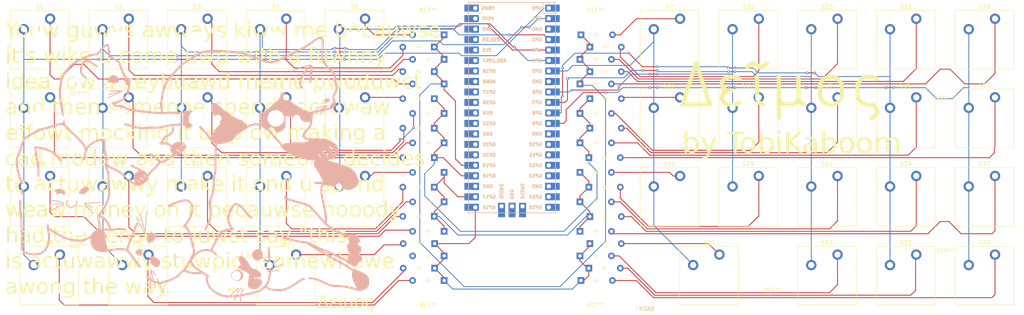
<source format=kicad_pcb>
(kicad_pcb (version 20240108) (generator "pcbnew") (generator_version "8.0")
  (layers (0 "F.Cu" signal) (31 "B.Cu" signal) (34 "B.Paste" user) (35 "F.Paste" user) (36 "B.SilkS" user "B.Silkscreen") (37 "F.SilkS" user "F.Silkscreen") (38 "B.Mask" user) (39 "F.Mask" user) (44 "Edge.Cuts" user))
  (net 0 "")
  (footprint "ScottoKeebs_MX:MX_PCB_1.00u" (layer "F.Cu") (at 52.0875 59.20625)
    (property "Reference" "S2")
    (property "Value" "Keyswitch")
  )
  (footprint "ScottoKeebs_MX:MX_PCB_1.00u" (layer "F.Cu") (at 204.4875 78.25625)
    (property "Reference" "S27")
    (property "Value" "Keyswitch")
  )
  (footprint "ScottoKeebs_Scotto:DO-35" (layer "F.Cu") (at 128.623125 108.617082 180)
    (property "Reference" "D13" (hide yes))
    (property "Value" "Diode" (hide yes))
  )
  (footprint "ScottoKeebs_MX:MX_PCB_1.00u" (layer "F.Cu") (at 185.4375 59.20625)
    (property "Reference" "S7")
    (property "Value" "Keyswitch")
  )
  (footprint "ScottoKeebs_Scotto:DO-35" (layer "F.Cu") (at 164.00625 117.546818)
    (property "Reference" "D11" (hide yes))
    (property "Value" "Diode" (hide yes))
  )
  (footprint "ScottoKeebs_Scotto:DO-35" (layer "F.Cu") (at 130.906875 77.065625 180)
    (property "Reference" "D4" (hide yes))
    (property "Value" "Diode" (hide yes))
  )
  (footprint "ScottoKeebs_MX:MX_PCB_1.00u" (layer "F.Cu") (at 261.6375 116.35625)
    (property "Reference" "S30")
    (property "Value" "Keyswitch")
  )
  (footprint "ScottoKeebs_MX:MX_PCB_1.00u" (layer "F.Cu") (at 223.5375 78.25625)
    (property "Reference" "S20")
    (property "Value" "Keyswitch")
  )
  (footprint "ScottoKeebs_Scotto:DO-35" (layer "F.Cu") (at 166.149252 108.617138)
    (property "Reference" "D8" (hide yes))
    (property "Value" "Diode" (hide yes))
  )
  (footprint "ScottoKeebs_Scotto:DO-35" (layer "F.Cu") (at 165.91125 114.570314)
    (property "Reference" "D10" (hide yes))
    (property "Value" "Diode" (hide yes))
  )
  (footprint "ScottoKeebs_Scotto:DO-35" (layer "F.Cu") (at 128.525625 66.945298 180)
    (property "Reference" "D7" (hide yes))
    (property "Value" "Diode" (hide yes))
  )
  (footprint "MountingHole:MountingHole_2.2mm_M2" (layer "F.Cu") (at 42.5625 105.640625)
    (property "Reference" "REF**")
    (property "Value" "MountingHole_2.2mm_M2" (hide yes))
  )
  (footprint "ScottoKeebs_Scotto:DO-35" (layer "F.Cu") (at 163.768125 98.496875)
    (property "Reference" "D5" (hide yes))
    (property "Value" "Diode" (hide yes))
  )
  (footprint "ScottoKeebs_Scotto:DO-35" (layer "F.Cu") (at 130.906875 69.921875 180)
    (property "Reference" "D6" (hide yes))
    (property "Value" "Diode" (hide yes))
  )
  (footprint "MountingHole:MountingHole_2.2mm_M2" (layer "F.Cu") (at 122.334375 123.5)
    (property "Reference" "REF**")
    (property "Value" "MountingHole_2.2mm_M2" (hide yes))
  )
  (footprint "ScottoKeebs_Scotto:DO-35" (layer "F.Cu") (at 163.768004 63.968738)
    (property "Reference" "D13" (hide yes))
    (property "Value" "Diode" (hide yes))
  )
  (footprint "ScottoKeebs_Scotto:DO-35" (layer "F.Cu") (at 163.768125 69.921875)
    (property "Reference" "D1" (hide yes))
    (property "Value" "Diode" (hide yes))
  )
  (footprint "ScottoKeebs_Scotto:DO-35" (layer "F.Cu") (at 128.623125 114.570258 180)
    (property "Reference" "D11" (hide yes))
    (property "Value" "Diode" (hide yes))
  )
  (footprint "ScottoKeebs_MX:MX_PCB_1.00u" (layer "F.Cu") (at 261.6375 59.20625)
    (property "Reference" "S28")
    (property "Value" "Keyswitch")
  )
  (footprint "ScottoKeebs_MX:MX_PCB_1.00u" (layer "F.Cu") (at 261.6375 78.25625)
    (property "Reference" "S13")
    (property "Value" "Keyswitch")
  )
  (footprint "ScottoKeebs_MX:MX_PCB_1.00u" (layer "F.Cu") (at 185.4375 97.30625)
    (property "Reference" "S11")
    (property "Value" "Keyswitch")
  )
  (footprint "ScottoKeebs_MX:MX_PCB_1.00u" (layer "F.Cu") (at 204.4875 97.30625)
    (property "Reference" "S19")
    (property "Value" "Keyswitch" (hide yes))
  )
  (footprint "ScottoKeebs_MX:MX_PCB_1.00u" (layer "F.Cu") (at 109.2375 97.30625)
    (property "Reference" "S24")
    (property "Value" "Keyswitch")
  )
  (footprint "ScottoKeebs_MX:MX_PCB_1.00u" (layer "F.Cu") (at 261.6375 97.30625)
    (property "Reference" "S37")
    (property "Value" "Keyswitch")
  )
  (footprint "ScottoKeebs_Scotto:DO-35" (layer "F.Cu") (at 163.768125 84.209375)
    (property "Reference" "D18" (hide yes))
    (property "Value" "Diode" (hide yes))
  )
  (footprint "ScottoKeebs_Scotto:DO-35" (layer "F.Cu") (at 128.525625 60.992178 180)
    (property "Reference" "D9" (hide yes))
    (property "Value" "Diode" (hide yes))
  )
  (footprint "ScottoKeebs_Scotto:DO-35" (layer "F.Cu") (at 165.91125 94.925)
    (property "Reference" "D4" (hide yes))
    (property "Value" "Diode" (hide yes))
  )
  (footprint "ScottoKeebs_Scotto:DO-35" (layer "F.Cu") (at 164.00625 58.015618)
    (property "Reference" "D11" (hide yes))
    (property "Value" "Diode" (hide yes))
  )
  (footprint "ScottoKeebs_Scotto:DO-35" (layer "F.Cu") (at 163.768004 111.593698)
    (property "Reference" "D9" (hide yes))
    (property "Value" "Diode" (hide yes))
  )
  (footprint "ScottoKeebs_MX:MX_PCB_1.00u" (layer "F.Cu") (at 33.0375 59.20625)
    (property "Reference" "S1")
    (property "Value" "Keyswitch")
  )
  (footprint "ScottoKeebs_MX:MX_PCB_1.00u" (layer "F.Cu") (at 56.85 116.35625)
    (property "Reference" "S32")
    (property "Value" "Keyswitch")
  )
  (footprint "ScottoKeebs_MX:MX_PCB_1.00u" (layer "F.Cu") (at 242.5875 116.35625)
    (property "Reference" "S22")
    (property "Value" "Keyswitch")
  )
  (footprint "MountingHole:MountingHole_2.2mm_M2" (layer "F.Cu") (at 42.5625 68.73125)
    (property "Reference" "REF**")
    (property "Value" "MountingHole_2.2mm_M2" (hide yes))
  )
  (footprint "ScottoKeebs_MX:MX_PCB_1.00u" (layer "F.Cu") (at 223.5375 59.20625)
    (property "Reference" "S23")
    (property "Value" "Keyswitch")
  )
  (footprint "ScottoKeebs_MX:MX_PCB_1.00u" (layer "F.Cu") (at 33.0375 97.30625)
    (property "Reference" "S18")
    (property "Value" "Keyswitch")
  )
  (footprint "ScottoKeebs_Scotto:DO-35" (layer "F.Cu") (at 128.525625 80.6375 180)
    (property "Reference" "D3" (hide yes))
    (property "Value" "Diode" (hide yes))
  )
  (footprint "ScottoKeebs_Scotto:DO-35" (layer "F.Cu") (at 130.906788 105.640522 180)
    (property "Reference" "D14" (hide yes))
    (property "Value" "Diode" (hide yes))
  )
  (footprint "ScottoKeebs_Scotto:DO-35" (layer "F.Cu") (at 163.768125 91.353125)
    (property "Reference" "D3" (hide yes))
    (property "Value" "Diode" (hide yes))
  )
  (footprint "MountingHole:MountingHole_2.2mm_M2" (layer "F.Cu") (at 80.6625 116.35625)
    (property "Reference" "REF**")
    (property "Value" "MountingHole_2.2mm_M2" (hide yes))
  )
  (footprint "ScottoKeebs_MX:MX_PCB_1.00u" (layer "F.Cu") (at 52.0875 78.25625)
    (property "Reference" "S9")
    (property "Value" "Keyswitch")
  )
  (footprint "MountingHole:MountingHole_2.2mm_M2" (layer "F.Cu") (at 210.440625 116.35625)
    (property "Reference" "REF**")
    (property "Value" "MountingHole_2.2mm_M2" (hide yes))
  )
  (footprint "MountingHole:MountingHole_2.2mm_M2" (layer "F.Cu") (at 252.1125 69.921875)
    (property "Reference" "REF**")
    (property "Value" "MountingHole_2.2mm_M2" (hide yes))
  )
  (footprint "ScottoKeebs_MX:MX_PCB_1.00u" (layer "F.Cu") (at 90.1875 97.30625)
    (property "Reference" "S16")
    (property "Value" "Keyswitch")
  )
  (footprint "ScottoKeebs_Scotto:DO-35" (layer "F.Cu") (at 166.149252 60.992178)
    (property "Reference" "D12" (hide yes))
    (property "Value" "Diode" (hide yes))
  )
  (footprint "ScottoKeebs_MX:MX_PCB_1.00u" (layer "F.Cu") (at 71.1375 59.20625)
    (property "Reference" "S3")
    (property "Value" "Keyswitch")
  )
  (footprint "ScottoKeebs_MX:MX_PCB_1.00u" (layer "F.Cu") (at 52.0875 97.30625)
    (property "Reference" "S26")
    (property "Value" "Keyswitch")
  )
  (footprint "ScottoKeebs_Scotto:DO-35" (layer "F.Cu") (at 130.906875 84.209375 180)
    (property "Reference" "D2" (hide yes))
    (property "Value" "Diode" (hide yes))
  )
  (footprint "ScottoKeebs_Scotto:DO-35" (layer "F.Cu") (at 166.149375 80.6375)
    (property "Reference" "D17" (hide yes))
    (property "Value" "Diode" (hide yes))
  )
  (footprint "MountingHole:MountingHole_2.2mm_M2" (layer "F.Cu") (at 172.340625 123.5)
    (property "Reference" "REF**")
    (property "Value" "MountingHole_2.2mm_M2" (hide yes))
  )
  (footprint "ScottoKeebs_Scotto:DO-35" (layer "F.Cu") (at 128.525625 102.009375 180)
    (property "Reference" "D1" (hide yes))
    (property "Value" "Diode" (hide yes))
  )
  (footprint "ScottoKeebs_Scotto:DO-35" (layer "F.Cu") (at 130.906788 63.968738 180)
    (property "Reference" "D8" (hide yes))
    (property "Value" "Diode" (hide yes))
  )
  (footprint "ScottoKeebs_MX:MX_PCB_1.00u" (layer "F.Cu") (at 242.5875 78.25625)
    (property "Reference" "S36")
    (property "Value" "Keyswitch")
  )
  (footprint "ScottoKeebs_MX:MX_PCB_1.00u" (layer "F.Cu") (at 90.1875 78.25625)
    (property "Reference" "S33")
    (property "Value" "Keyswitch")
  )
  (footprint "ScottoKeebs_MX:MX_PCB_1.00u" (layer "F.Cu") (at 90.1875 59.20625)
    (property "Reference" "S4")
    (property "Value" "Keyswitch")
  )
  (footprint "ScottoKeebs_MX:MX_PCB_1.00u" (layer "F.Cu") (at 185.4375 78.25625)
    (property "Reference" "S35")
    (property "Value" "Keyswitch")
  )
  (footprint "ScottoKeebs_Scotto:DO-35" (layer "F.Cu") (at 130.906788 58.015618 180)
    (property "Reference" "D10" (hide yes))
    (property "Value" "Diode" (hide yes))
  )
  (footprint "ScottoKeebs_Scotto:DO-35" (layer "F.Cu") (at 166.149252 66.945298)
    (property "Reference" "D14" (hide yes))
    (property "Value" "Diode" (hide yes))
  )
  (footprint "ScottoKeebs_Scotto:DO-35" (layer "F.Cu") (at 163.768125 77.065625)
    (property "Reference" "D16" (hide yes))
    (property "Value" "Diode" (hide yes))
  )
  (footprint "ScottoKeebs_MX:MX_PCB_1.00u" (layer "F.Cu") (at 223.5375 116.35625)
    (property "Reference" "S14")
    (property "Value" "Keyswitch")
  )
  (footprint "MountingHole:MountingHole_2.2mm_M2" (layer "F.Cu") (at 252.1125 106.83125)
    (property "Reference" "REF**")
    (property "Value" "MountingHole_2.2mm_M2" (hide yes))
  )
  (footprint "ScottoKeebs_Scotto:DO-35" (layer "F.Cu") (at 166.149375 102.06875)
    (property "Reference" "D6" (hide yes))
    (property "Value" "Diode" (hide yes))
  )
  (footprint "ScottoKeebs_MX:MX_PCB_1.00u" (layer "F.Cu") (at 33.0375 78.25625)
    (property "Reference" "S6")
    (property "Value" "Keyswitch")
  )
  (footprint "ScottoKeebs_MX:MX_PCB_1.00u" (layer "F.Cu") (at 204.4875 59.20625)
    (property "Reference" "S31")
    (property "Value" "Keyswitch")
  )
  (footprint "MountingHole:MountingHole_2.2mm_M2" (layer "F.Cu") (at 122.334375 52.0625)
    (property "Reference" "REF**")
    (property "Value" "MountingHole_2.2mm_M2")
  )
  (footprint "ScottoKeebs_Scotto:DO-35" (layer "F.Cu") (at 130.906875 91.353125 180)
    (property "Reference" "D17" (hide yes))
    (property "Value" "Diode" (hide yes))
  )
  (footprint "ScottoKeebs_Scotto:DO-35" (layer "F.Cu") (at 128.525625 94.925 180)
    (property "Reference" "D16" (hide yes))
    (property "Value" "Diode" (hide yes))
  )
  (footprint "ScottoKeebs_MX:MX_PCB_1.00u" (layer "F.Cu") (at 109.2375 78.25625)
    (property "Reference" "S10")
    (property "Value" "Keyswitch")
  )
  (footprint "ScottoKeebs_Scotto:DO-35" (layer "F.Cu") (at 128.525625 73.49375 180)
    (property "Reference" "D5" (hide yes))
    (property "Value" "Diode" (hide yes))
  )
  (footprint "ScottoKeebs_Scotto:DO-35" (layer "F.Cu") (at 163.768004 105.640578)
    (property "Reference" "D7" (hide yes))
    (property "Value" "Diode" (hide yes))
  )
  (footprint "ScottoKeebs_MX:MX_PCB_1.00u" (layer "F.Cu") (at 242.5875 97.30625)
    (property "Reference" "S29")
    (property "Value" "Keyswitch")
  )
  (footprint "ScottoKeebs_MX:MX_PCB_1.00u" (layer "F.Cu") (at 71.1375 97.30625)
    (property "Reference" "S34")
    (property "Value" "Keyswitch")
  )
  (footprint "ScottoKeebs_Scotto:DO-35" (layer "F.Cu") (at 130.906875 98.496875 180)
    (property "Reference" "D15" (hide yes))
    (property "Value" "Diode" (hide yes))
  )
  (footprint "MountingHole:MountingHole_2.2mm_M2" (layer "F.Cu") (at 172.340625 52.0625)
    (property "Reference" "REF**")
    (property "Value" "MountingHole_2.2mm_M2")
  )
  (footprint "ScottoKeebs_Scotto:DO-35" (layer "F.Cu") (at 128.525625 87.78125 180)
    (property "Reference" "D18" (hide yes))
    (property "Value" "Diode" (hide yes))
  )
  (footprint "ScottoKeebs_MX:MX_PCB_1.00u" (layer "F.Cu") (at 109.2375 59.20625)
    (property "Reference" "S5")
    (property "Value" "Keyswitch")
  )
  (footprint "ScottoKeebs_MX:MX_PCB_1.00u" (layer "F.Cu") (at 242.5875 59.20625)
    (property "Reference" "S12")
    (property "Value" "Keyswitch")
  )
  (footprint "ScottoKeebs_MX:MX_PCB_1.00u" (layer "F.Cu") (at 71.1375 78.25625)
    (property "Reference" "S17")
    (property "Value" "Keyswitch")
  )
  (footprint "ScottoKeebs_MX:MX_PCB_1.00u" (layer "F.Cu") (at 223.5375 97.30625)
    (property "Reference" "S21")
    (property "Value" "Keyswitch")
  )
  (footprint "ScottoKeebs_MX:MX_PCB_1.25u" (layer "F.Cu") (at 35.41875 116.35625)
    (property "Reference" "S8")
    (property "Value" "Keyswitch")
  )
  (footprint "ScottoKeebs_MX:MX_PCB_2.00u" (layer "F.Cu") (at 194.9625 116.35625)
    (property "Reference" "S25")
    (property "Value" "Keyswitch")
  )
  (footprint "ScottoKeebs_Scotto:DO-35" (layer "F.Cu") (at 130.906875 111.593642 180)
    (property "Reference" "D12" (hide yes))
    (property "Value" "Diode" (hide yes))
  )
  (footprint "ScottoKeebs_Scotto:DO-35" (layer "F.Cu") (at 166.149375 73.49375)
    (property "Reference" "D15" (hide yes))
    (property "Value" "Diode" (hide yes))
  )
  (footprint "ScottoKeebs_Scotto:DO-35" (layer "F.Cu") (at 165.91125 87.78125)
    (property "Reference" "D2" (hide yes))
    (property "Value" "Diode" (hide yes))
  )
  (footprint "ScottoKeebs_MX:MX_PCB_2.75u" (layer "F.Cu") (at 92.56875 116.35625)
    (property "Reference" "S15")
    (property "Value" "Keyswitch")
  )
  (footprint "ScottoKeebs_Scotto:DO-35" (layer "F.Cu") (at 130.906788 117.546762 180)
    (property "Reference" "D11" (hide yes))
    (property "Value" "Diode" (hide yes))
  )
  (footprint "ScottoKeebs_MCU:Raspberry_Pi_Pico" (layer "B.Cu") (at 147.3375 75.68125 180)
    (property "Reference" "U1" (hide yes))
    (property "Value" "Raspberry_Pi_Pico" (hide yes))
  )
  (gr_poly (pts (xy 104.195795 84.773177) (xy 104.22557 84.775437) (xy 104.254729 84.779148) (xy 104.283308 84.784304) (xy 104.311345 84.790899) (xy 104.338874 84.798928) (xy 104.365934 84.808385) (xy 104.392559 84.819265) (xy 104.418786 84.831563) (xy 104.444652 84.845272) (xy 104.470192 84.860387) (xy 104.495444 84.876902) (xy 104.520442 84.894813) (xy 104.545225 84.914113) (xy 104.569827 84.934797) (xy 104.594286 84.956859) (xy 104.608481 84.972514) (xy 104.621855 84.988546) (xy 104.634434 85.004944) (xy 104.646246 85.021694) (xy 104.657316 85.038785) (xy 104.667674 85.056203) (xy 104.677344 85.073938) (xy 104.686355 85.091975) (xy 104.694734 85.110304) (xy 104.702507 85.128912) (xy 104.709702 85.147786) (xy 104.716345 85.166914) (xy 104.722465 85.186284) (xy 104.728087 85.205884) (xy 104.733238 85.225701) (xy 104.737947 85.245723) (xy 104.737947 85.246257) (xy 104.744839 85.256425) (xy 104.751494 85.266743) (xy 104.757917 85.277207) (xy 104.764117 85.287811) (xy 104.775875 85.309417) (xy 104.786827 85.331518) (xy 104.797029 85.354073) (xy 104.806541 85.377038) (xy 104.81542 85.400371) (xy 104.823724 85.424029) (xy 104.833415 85.437393) (xy 104.842276 85.451036) (xy 104.850345 85.464947) (xy 104.85766 85.479119) (xy 104.864257 85.49354) (xy 104.870174 85.508201) (xy 104.875449 85.523093) (xy 104.88012 85.538205) (xy 104.884223 85.553528) (xy 104.887797 85.569052) (xy 104.890878 85.584768) (xy 104.893504 85.600665) (xy 104.895712 85.616734) (xy 104.897541 85.632964) (xy 104.900209 85.665874) (xy 104.911945 85.759361) (xy 104.917865 85.806158) (xy 104.923174 85.853003) (xy 104.927388 85.899904) (xy 104.930025 85.946871) (xy 104.9306 85.970383) (xy 104.930599 85.993914) (xy 104.929962 86.017467) (xy 104.928629 86.041041) (xy 104.924963 86.063569) (xy 104.92081 86.085889) (xy 104.916163 86.107996) (xy 104.911012 86.129887) (xy 104.905351 86.151556) (xy 104.899172 86.172999) (xy 104.892465 86.194212) (xy 104.885225 86.21519) (xy 104.885171 86.249964) (xy 104.88472 86.28472) (xy 104.883748 86.319466) (xy 104.882127 86.354205) (xy 104.881942 86.355625) (xy 104.881777 86.357046) (xy 104.881631 86.358468) (xy 104.881501 86.35989) (xy 104.881275 86.362736) (xy 104.881075 86.365581) (xy 104.883336 86.373354) (xy 104.885515 86.381167) (xy 104.887607 86.389013) (xy 104.889607 86.39689) (xy 104.891509 86.404793) (xy 104.893309 86.412719) (xy 104.895 86.420663) (xy 104.896578 86.428622) (xy 104.899702 86.452979) (xy 104.902229 86.477391) (xy 104.904022 86.50184) (xy 104.90494 86.526307) (xy 104.905029 86.538541) (xy 104.904847 86.550772) (xy 104.904377 86.562997) (xy 104.903602 86.575215) (xy 104.902504 86.587422) (xy 104.901067 86.599617) (xy 104.899273 86.611796) (xy 104.897104 86.623958) (xy 104.892626 86.64349) (xy 104.887707 86.662882) (xy 104.882359 86.682136) (xy 104.876593 86.701253) (xy 104.87042 86.720237) (xy 104.86385 86.739089) (xy 104.856895 86.757812) (xy 104.849565 86.776408) (xy 104.853955 86.779057) (xy 104.857501 86.781859) (xy 104.858963 86.783339) (xy 104.860219 86.784881) (xy 104.861271 86.786495) (xy 104.862122 86.788189) (xy 104.862773 86.789972) (xy 104.863226 86.791851) (xy 104.863483 86.793836) (xy 104.863546 86.795934) (xy 104.863416 86.798153) (xy 104.863096 86.800503) (xy 104.86189 86.805627) (xy 104.859945 86.811372) (xy 104.857274 86.817804) (xy 104.853892 86.824992) (xy 104.849814 86.833001) (xy 104.839629 86.851751) (xy 104.826837 86.874591) (xy 104.82186 86.881076) (xy 104.816793 86.887474) (xy 104.811645 86.893788) (xy 104.806424 86.900022) (xy 104.801138 86.906177) (xy 104.795795 86.912258) (xy 104.790405 86.918266) (xy 104.784975 86.924205) (xy 104.785524 86.924738) (xy 104.785978 86.92527) (xy 104.786339 86.925802) (xy 104.786612 86.926333) (xy 104.786798 86.926863) (xy 104.786901 86.927393) (xy 104.786925 86.927922) (xy 104.786871 86.928451) (xy 104.786743 86.92898) (xy 104.786545 86.929508) (xy 104.786279 86.930037) (xy 104.785949 86.930565) (xy 104.785557 86.931094) (xy 104.785106 86.931623) (xy 104.784042 86.932681) (xy 104.782781 86.933741) (xy 104.781348 86.934804) (xy 104.779767 86.93587) (xy 104.778063 86.93694) (xy 104.774385 86.939094) (xy 104.770509 86.941272) (xy 104.752336 86.975289) (xy 104.743007 86.992121) (xy 104.733467 87.008822) (xy 104.72368 87.025378) (xy 104.71361 87.041781) (xy 104.703221 87.058017) (xy 104.692476 87.074077) (xy 104.676657 87.095494) (xy 104.660464 87.11659) (xy 104.643889 87.13735) (xy 104.626927 87.157759) (xy 104.60957 87.177802) (xy 104.591812 87.197462) (xy 104.573646 87.216725) (xy 104.555066 87.235575) (xy 104.536064 87.253997) (xy 104.516634 87.271975) (xy 104.496769 87.289494) (xy 104.476463 87.306539) (xy 104.455708 87.323095) (xy 104.434498 87.339145) (xy 104.412827 87.354676) (xy 104.390688 87.36967) (xy 104.345901 87.395375) (xy 104.300428 87.419431) (xy 104.254218 87.441684) (xy 104.230821 87.452088) (xy 104.207221 87.461983) (xy 104.183411 87.471351) (xy 104.159385 87.480173) (xy 104.135138 87.48843) (xy 104.110662 87.496102) (xy 104.085951 87.503171) (xy 104.060999 87.509617) (xy 104.0358 87.515421) (xy 104.010347 87.520564) (xy 103.96433 87.529595) (xy 103.947387 87.532704) (xy 103.932496 87.53522) (xy 103.921773 87.536674) (xy 103.918634 87.536858) (xy 103.917736 87.536788) (xy 103.917329 87.536601) (xy 103.90855 87.523797) (xy 103.899815 87.511413) (xy 103.882707 87.487506) (xy 103.839815 87.507207) (xy 103.796922 87.526782) (xy 103.670683 87.597091) (xy 103.60712 87.631371) (xy 103.543139 87.66479) (xy 103.478648 87.697139) (xy 103.413554 87.72821) (xy 103.347766 87.757792) (xy 103.281191 87.785678) (xy 103.244378 87.795624) (xy 103.228633 87.799836) (xy 103.214502 87.803459) (xy 103.201863 87.806433) (xy 103.196065 87.807658) (xy 103.190594 87.808697) (xy 103.185436 87.809544) (xy 103.180576 87.810191) (xy 103.175997 87.81063) (xy 103.171686 87.810854) (xy 103.167626 87.810855) (xy 103.163804 87.810625) (xy 103.160203 87.810157) (xy 103.156809 87.809444) (xy 103.153606 87.808477) (xy 103.150579 87.80725) (xy 103.147714 87.805754) (xy 103.144994 87.803982) (xy 103.142406 87.801927) (xy 103.139933 87.799581) (xy 103.137561 87.796936) (xy 103.135274 87.793984) (xy 103.133058 87.790719) (xy 103.130897 87.787132) (xy 103.128776 87.783216) (xy 103.12668 87.778964) (xy 103.093129 87.792491) (xy 103.076324 87.799229) (xy 103.059503 87.805835) (xy 103.036889 87.813778) (xy 102.996297 87.827108) (xy 102.943875 87.842984) (xy 102.88577 87.858565) (xy 102.856507 87.865358) (xy 102.828129 87.871011) (xy 102.801404 87.87517) (xy 102.7771 87.87748) (xy 102.755986 87.877585) (xy 102.746866 87.876701) (xy 102.738831 87.875132) (xy 102.731978 87.872834) (xy 102.726402 87.869763) (xy 102.722201 87.865875) (xy 102.719469 87.861125) (xy 102.714587 87.847613) (xy 102.710109 87.834003) (xy 102.706013 87.820298) (xy 102.702282 87.806505) (xy 102.698894 87.792628) (xy 102.695829 87.778672) (xy 102.690593 87.750542) (xy 102.686415 87.722153) (xy 102.683137 87.693544) (xy 102.680599 87.664754) (xy 102.678644 87.635821) (xy 102.632135 87.669406) (xy 102.604235 87.685365) (xy 102.576618 87.697897) (xy 102.549382 87.707157) (xy 102.522625 87.713299) (xy 102.496444 87.716478) (xy 102.470937 87.716848) (xy 102.446203 87.714565) (xy 102.422338 87.709782) (xy 102.399441 87.702655) (xy 102.37761 87.693337) (xy 102.356943 87.681985) (xy 102.337537 87.668751) (xy 102.31949 87.653791) (xy 102.3029 87.63726) (xy 102.287865 87.619311) (xy 102.274482 87.600101) (xy 102.262851 87.579782) (xy 102.253067 87.55851) (xy 102.24523 87.53644) (xy 102.239437 87.513726) (xy 102.235785 87.490523) (xy 102.234374 87.466985) (xy 102.2353 87.443266) (xy 102.238661 87.419523) (xy 102.244556 87.395908) (xy 102.253082 87.372578) (xy 102.264337 87.349685) (xy 102.278418 87.327386) (xy 102.295424 87.305834) (xy 102.315453 87.285185) (xy 102.338602 87.265592) (xy 102.364969 87.247211) (xy 102.483308 87.161426) (xy 102.492602 87.180744) (xy 102.501622 87.200168) (xy 102.5104 87.219728) (xy 102.518968 87.239459) (xy 102.524267 87.25205) (xy 102.52974 87.264588) (xy 102.540786 87.289654) (xy 102.546147 87.302253) (xy 102.551258 87.314944) (xy 102.556012 87.327763) (xy 102.558223 87.334232) (xy 102.560304 87.340747) (xy 102.563046 87.350117) (xy 102.566093 87.359375) (xy 102.569374 87.368549) (xy 102.572812 87.377666) (xy 102.579866 87.395842) (xy 102.583334 87.404957) (xy 102.586664 87.414126) (xy 102.596093 87.438484) (xy 102.606473 87.460719) (xy 102.617705 87.480868) (xy 102.629686 87.498967) (xy 102.642317 87.51505) (xy 102.655497 87.529153) (xy 102.669124 87.541313) (xy 102.683099 87.551564) (xy 102.697319 87.559941) (xy 102.711685 87.566482) (xy 102.726096 87.571221) (xy 102.740451 87.574193) (xy 102.754649 87.575435) (xy 102.768589 87.574981) (xy 102.78217 87.572868) (xy 102.795293 87.569131) (xy 102.807855 87.563805) (xy 102.819756 87.556927) (xy 102.830896 87.548531) (xy 102.841173 87.538654) (xy 102.850487 87.52733) (xy 102.858737 87.514596) (xy 102.865822 87.500487) (xy 102.871213 87.486176) (xy 104.019984 87.486176) (xy 104.022291 87.484959) (xy 104.032839 87.479919) (xy 104.035385 87.478642) (xy 104.037803 87.477328) (xy 104.040044 87.475964) (xy 104.041085 87.475259) (xy 104.042064 87.474535) (xy 104.042976 87.473791) (xy 104.043815 87.473025) (xy 104.044575 87.472236) (xy 104.045251 87.471421) (xy 104.045836 87.470578) (xy 104.046325 87.469706) (xy 104.046712 87.468804) (xy 104.046986 87.467884) (xy 104.045719 87.468741) (xy 104.044425 87.469582) (xy 104.041814 87.471225) (xy 104.03921 87.472873) (xy 104.037923 87.473721) (xy 104.036653 87.474597) (xy 104.038629 87.472919) (xy 104.039398 87.472184) (xy 104.039379 87.472131) (xy 104.039119 87.472266) (xy 104.037955 87.47304) (xy 104.027652 87.480545) (xy 104.019984 87.486176) (xy 102.871213 87.486176) (xy 102.871642 87.485038) (xy 102.876095 87.468285) (xy 102.879082 87.450264) (xy 102.8805 87.43101) (xy 102.880249 87.410559) (xy 102.878229 87.388946) (xy 102.874339 87.366207) (xy 102.868477 87.342377) (xy 102.860544 87.317493) (xy 102.857505 87.309105) (xy 102.854377 87.300755) (xy 102.84807 87.284089) (xy 102.845 87.275731) (xy 102.84206 87.267329) (xy 102.839304 87.258861) (xy 102.836786 87.250308) (xy 102.831258 87.234366) (xy 102.825424 87.218539) (xy 102.819321 87.202814) (xy 102.812989 87.187178) (xy 102.799792 87.156119) (xy 102.786142 87.125255) (xy 102.771476 87.091572) (xy 102.756287 87.058186) (xy 102.74844 87.041615) (xy 102.740393 87.025132) (xy 102.732125 87.008742) (xy 102.723612 86.99245) (xy 102.720964 86.987788) (xy 103.032796 86.760595) (xy 103.18924 86.6477) (xy 103.346246 86.535617) (xy 103.556125 86.39127) (xy 103.608929 86.355617) (xy 103.662099 86.320543) (xy 103.71575 86.286253) (xy 103.769998 86.252948) (xy 103.774296 86.25033) (xy 103.778572 86.247639) (xy 103.782828 86.244892) (xy 103.787065 86.242107) (xy 103.77655 86.217758) (xy 103.767441 86.193311) (xy 103.75968 86.168773) (xy 103.753211 86.144148) (xy 103.747977 86.119444) (xy 103.743919 86.094665) (xy 103.740982 86.06982) (xy 103.739108 86.044913) (xy 103.73824 86.019952) (xy 103.738321 85.994941) (xy 103.739294 85.969888) (xy 103.741102 85.944798) (xy 103.743687 85.919677) (xy 103.746994 85.894533) (xy 103.750964 85.86937) (xy 103.755541 85.844195) (xy 103.768232 85.8695) (xy 103.780679 85.894933) (xy 103.805015 85.946087) (xy 103.852693 86.048831) (xy 103.881234 86.109402) (xy 103.908969 86.170319) (xy 103.92243 86.200953) (xy 103.935566 86.231729) (xy 103.948335 86.262665) (xy 103.960695 86.29378) (xy 103.964211 86.304066) (xy 103.967957 86.314266) (xy 103.976009 86.334458) (xy 103.98458 86.354456) (xy 103.993402 86.374359) (xy 104.002206 86.394267) (xy 104.010721 86.414279) (xy 104.01868 86.434494) (xy 104.022366 86.444709) (xy 104.025812 86.455012) (xy 104.027622 86.463115) (xy 104.029738 86.471109) (xy 104.032127 86.479005) (xy 104.034754 86.486815) (xy 104.037588 86.49455) (xy 104.040594 86.502223) (xy 104.046991 86.517424) (xy 104.060395 86.547573) (xy 104.06687 86.562705) (xy 104.069935 86.570326) (xy 104.072839 86.577998) (xy 104.075857 86.588342) (xy 104.079191 86.598623) (xy 104.086369 86.61908) (xy 104.089995 86.629298) (xy 104.0935 86.639538) (xy 104.096775 86.64982) (xy 104.09971 86.660167) (xy 104.101449 86.667438) (xy 104.10343 86.674607) (xy 104.10563 86.681684) (xy 104.108032 86.688678) (xy 104.110614 86.695596) (xy 104.113356 86.702447) (xy 104.119241 86.715985) (xy 104.125527 86.729361) (xy 104.132053 86.742644) (xy 104.145181 86.769206) (xy 104.145881 86.770411) (xy 104.146536 86.771626) (xy 104.147149 86.772849) (xy 104.147724 86.774081) (xy 104.148264 86.775321) (xy 104.148773 86.776568) (xy 104.149712 86.779084) (xy 104.150569 86.781625) (xy 104.151373 86.784188) (xy 104.152933 86.789363) (xy 104.161747 86.813936) (xy 104.171588 86.836378) (xy 104.182351 86.856725) (xy 104.193932 86.875012) (xy 104.206226 86.891275) (xy 104.219131 86.905551) (xy 104.232541 86.917873) (xy 104.246353 86.928278) (xy 104.260463 86.936802) (xy 104.274766 86.943479) (xy 104.289159 86.948346) (xy 104.303538 86.951438) (xy 104.317798 86.952791) (xy 104.331836 86.952439) (xy 104.345547 86.95042) (xy 104.358827 86.946768) (xy 104.371573 86.941519) (xy 104.38368 86.934708) (xy 104.395045 86.926371) (xy 104.405562 86.916544) (xy 104.415129 86.905262) (xy 104.423641 86.892561) (xy 104.430994 86.878476) (xy 104.437084 86.863043) (xy 104.441807 86.846298) (xy 104.445059 86.828275) (xy 104.446735 86.809011) (xy 104.446733 86.788542) (xy 104.444947 86.766902) (xy 104.441274 86.744127) (xy 104.43561 86.720253) (xy 104.42785 86.695315) (xy 104.422925 86.681357) (xy 104.420375 86.674418) (xy 104.417728 86.66752) (xy 104.414958 86.660672) (xy 104.412036 86.653885) (xy 104.408935 86.64717) (xy 104.405626 86.640536) (xy 104.39719 86.624232) (xy 104.393007 86.616112) (xy 104.389006 86.607929) (xy 104.387111 86.603796) (xy 104.385306 86.599624) (xy 104.383606 86.595407) (xy 104.382026 86.591135) (xy 104.38058 86.586803) (xy 104.379284 86.582401) (xy 104.378152 86.577922) (xy 104.377199 86.57336) (xy 104.368471 86.546774) (xy 104.359616 86.520312) (xy 104.341547 86.467425) (xy 104.318762 86.415629) (xy 104.313464 86.402535) (xy 104.3086 86.38927) (xy 104.306373 86.382556) (xy 104.304306 86.375778) (xy 104.302417 86.368929) (xy 104.300722 86.362002) (xy 104.292736 86.340017) (xy 104.284273 86.318236) (xy 104.266486 86.275036) (xy 104.248506 86.231912) (xy 104.239801 86.210225) (xy 104.231477 86.188373) (xy 104.218222 86.155139) (xy 104.204583 86.122057) (xy 104.190588 86.089119) (xy 104.176265 86.056319) (xy 104.146743 85.991108) (xy 104.116235 85.926372) (xy 104.079311 85.846659) (xy 104.041816 85.767207) (xy 104.022469 85.72778) (xy 104.002516 85.688659) (xy 103.981803 85.649925) (xy 103.960176 85.611659) (xy 103.938525 85.574512) (xy 103.91643 85.537427) (xy 103.893645 85.50068) (xy 103.869922 85.464542) (xy 103.857632 85.446788) (xy 103.845014 85.42929) (xy 103.832038 85.412081) (xy 103.818674 85.395195) (xy 103.804889 85.378668) (xy 103.790653 85.362533) (xy 103.775936 85.346824) (xy 103.760706 85.331576) (xy 103.746283 85.319419) (xy 103.731656 85.307589) (xy 103.716823 85.296093) (xy 103.70178 85.284937) (xy 103.686525 85.274129) (xy 103.671055 85.263675) (xy 103.655367 85.253583) (xy 103.639457 85.243859) (xy 103.623324 85.234511) (xy 103.606963 85.225545) (xy 103.590373 85.216968) (xy 103.57355 85.208787) (xy 103.556491 85.201009) (xy 103.539193 85.193641) (xy 103.521654 85.186691) (xy 103.50387 85.180163) (xy 103.500151 85.178919) (xy 103.496414 85.177719) (xy 103.488906 85.175409) (xy 103.481387 85.17315) (xy 103.473901 85.170856) (xy 103.50387 85.138812) (xy 103.552502 85.09589) (xy 103.601334 85.051796) (xy 103.650793 85.007609) (xy 103.701306 84.96441) (xy 103.727092 84.943518) (xy 103.753301 84.923277) (xy 103.779988 84.903823) (xy 103.807205 84.88529) (xy 103.835006 84.867813) (xy 103.863445 84.851528) (xy 103.892575 84.836568) (xy 103.922449 84.82307) (xy 103.937657 84.817017) (xy 103.953056 84.811464) (xy 103.968602 84.806295) (xy 103.984251 84.801398) (xy 104.01568 84.791962) (xy 104.031373 84.787196) (xy 104.046991 84.782245) (xy 104.062395 84.779942) (xy 104.077602 84.77794) (xy 104.092623 84.776243) (xy 104.107468 84.774852) (xy 104.122151 84.773772) (xy 104.136681 84.773005) (xy 104.15107 84.772555) (xy 104.165331 84.772426) (xy 104.165369 84.772372)) (stroke (width -0.000001)) (fill solid) (layer "B.SilkS"))
  (gr_poly (pts (xy 54.662479 69.598179) (xy 54.66376 69.603332) (xy 54.664539 69.606776) (xy 54.662241 69.59795) (xy 54.661208 69.593772)) (stroke (width -0.000001)) (fill solid) (layer "B.SilkS"))
  (gr_poly (pts (xy 48.723938 83.542292) (xy 48.747239 83.544807) (xy 48.770216 83.549399) (xy 48.792693 83.556011) (xy 48.814499 83.564583) (xy 48.83546 83.575055) (xy 48.855402 83.587367) (xy 48.874153 83.601461) (xy 48.891539 83.617277) (xy 48.907387 83.634756) (xy 48.921523 83.653838) (xy 48.933776 83.674464) (xy 48.943971 83.696575) (xy 48.951935 83.720111) (xy 48.957495 83.745012) (xy 48.960478 83.77122) (xy 48.960711 83.798675) (xy 48.95802 83.827317) (xy 48.953208 83.852065) (xy 48.952967 83.854938) (xy 48.952683 83.859008) (xy 48.952528 83.862516) (xy 48.952502 83.864145) (xy 48.95251 83.865739) (xy 48.952554 83.867333) (xy 48.952635 83.86896) (xy 48.952403 83.887659) (xy 48.951949 83.90636) (xy 48.951546 83.915701) (xy 48.951346 83.918992) (xy 48.950468 83.9275) (xy 48.94701 83.958366) (xy 48.94487 83.974762) (xy 48.94269 83.98846) (xy 48.940578 84.001773) (xy 48.938912 84.015156) (xy 48.937548 84.028586) (xy 48.936343 84.042041) (xy 48.933838 84.068943) (xy 48.932253 84.082347) (xy 48.930254 84.095691) (xy 48.928233 84.114331) (xy 48.926494 84.132994) (xy 48.925006 84.151677) (xy 48.923735 84.170377) (xy 48.921714 84.207814) (xy 48.920171 84.24528) (xy 48.920769 84.282836) (xy 48.922003 84.320348) (xy 48.923876 84.357834) (xy 48.926389 84.395312) (xy 48.928448 84.432592) (xy 48.929993 84.469883) (xy 48.932584 84.544505) (xy 48.933921 84.598481) (xy 48.934253 84.652447) (xy 48.933992 84.679428) (xy 48.93342 84.706409) (xy 48.932516 84.73339) (xy 48.931261 84.760371) (xy 48.930102 84.802136) (xy 48.929503 84.843894) (xy 48.929144 84.92744) (xy 48.928082 84.971652) (xy 48.927283 85.015868) (xy 48.92717 85.037977) (xy 48.927348 85.060085) (xy 48.927892 85.082192) (xy 48.928877 85.104297) (xy 48.929612 85.162581) (xy 48.930901 85.220859) (xy 48.933037 85.279108) (xy 48.934515 85.308215) (xy 48.936315 85.337306) (xy 48.94077 85.393222) (xy 48.946075 85.449086) (xy 48.949246 85.476959) (xy 48.952869 85.50477) (xy 48.957025 85.532505) (xy 48.961794 85.560145) (xy 48.965384 85.578573) (xy 48.969294 85.59693) (xy 48.973485 85.615224) (xy 48.977913 85.633464) (xy 48.987317 85.669809) (xy 48.997179 85.706027) (xy 49.008093 85.746942) (xy 49.018642 85.787951) (xy 49.0293 85.828929) (xy 49.04054 85.869754) (xy 49.060191 85.935677) (xy 49.069516 85.968798) (xy 49.078267 86.002062) (xy 49.08626 86.035499) (xy 49.093314 86.069138) (xy 49.099248 86.103006) (xy 49.10388 86.137134) (xy 49.115824 86.268165) (xy 49.127294 86.399242) (xy 49.131895 86.45923) (xy 49.137185 86.519162) (xy 49.148065 86.639003) (xy 49.157542 86.731756) (xy 49.162655 86.77809) (xy 49.168466 86.824344) (xy 49.170847 86.842754) (xy 49.173671 86.861094) (xy 49.17999 86.897668) (xy 49.183153 86.915954) (xy 49.186096 86.934274) (xy 49.188655 86.952653) (xy 49.190664 86.971118) (xy 49.19565 87.013222) (xy 49.200369 87.055353) (xy 49.209478 87.139651) (xy 49.2226 87.245549) (xy 49.228943 87.298524) (xy 49.23485 87.35155) (xy 49.239962 87.386887) (xy 49.245446 87.422162) (xy 49.257455 87.492536) (xy 49.270724 87.562689) (xy 49.285101 87.63264) (xy 49.312799 87.76839) (xy 49.320328 87.8022) (xy 49.328409 87.83587) (xy 49.337197 87.869353) (xy 49.346849 87.902606) (xy 49.356519 87.937838) (xy 49.365768 87.973175) (xy 49.374615 88.008613) (xy 49.383073 88.044145) (xy 49.398894 88.115466) (xy 49.413358 88.187091) (xy 49.428431 88.258068) (xy 49.435432 88.293669) (xy 49.441889 88.329362) (xy 49.447658 88.365162) (xy 49.452599 88.401082) (xy 49.456568 88.437136) (xy 49.459425 88.473338) (xy 49.463011 88.520587) (xy 49.465816 88.567892) (xy 49.467641 88.615227) (xy 49.468286 88.662565) (xy 49.46755 88.709882) (xy 49.465234 88.757151) (xy 49.461138 88.804347) (xy 49.458359 88.827909) (xy 49.455061 88.851443) (xy 49.446092 88.901055) (xy 49.435842 88.950293) (xy 49.424638 88.999258) (xy 49.412806 89.048055) (xy 49.388568 89.145551) (xy 49.376814 89.194456) (xy 49.36574 89.243602) (xy 49.359234 89.287278) (xy 49.354014 89.330825) (xy 49.350361 89.374284) (xy 49.349211 89.395993) (xy 49.348558 89.417695) (xy 49.348437 89.439395) (xy 49.348885 89.461098) (xy 49.349936 89.482809) (xy 49.351626 89.504534) (xy 49.35399 89.526276) (xy 49.357063 89.548042) (xy 49.36088 89.569835) (xy 49.365476 89.591662) (xy 49.378348 89.673563) (xy 49.392074 89.755352) (xy 49.39953 89.796137) (xy 49.407527 89.836811) (xy 49.416175 89.877348) (xy 49.425581 89.91772) (xy 49.465435 90.078778) (xy 49.486067 90.159129) (xy 49.507604 90.23923) (xy 49.518204 90.274075) (xy 49.529353 90.308731) (xy 49.552756 90.377667) (xy 49.576725 90.44642) (xy 49.600172 90.515376) (xy 49.649366 90.675357) (xy 49.674249 90.755256) (xy 49.700277 90.834788) (xy 49.73717 90.95137) (xy 49.772251 91.068474) (xy 49.788822 91.127301) (xy 49.80459 91.186352) (xy 49.819439 91.24566) (xy 49.833254 91.305255) (xy 49.898479 91.583972) (xy 49.932864 91.722886) (xy 49.951383 91.791997) (xy 49.971121 91.860789) (xy 49.970819 91.860805) (xy 49.979168 91.891843) (xy 49.984273 91.921738) (xy 49.986307 91.950434) (xy 49.985446 91.977875) (xy 49.981863 92.004008) (xy 49.975734 92.028775) (xy 49.967233 92.052121) (xy 49.956534 92.073992) (xy 49.943813 92.094332) (xy 49.929242 92.113085) (xy 49.912998 92.130196) (xy 49.895254 92.14561) (xy 49.876186 92.15927) (xy 49.855967 92.171123) (xy 49.834772 92.181112) (xy 49.812775 92.189181) (xy 49.790152 92.195277) (xy 49.767077 92.199342) (xy 49.743723 92.201322) (xy 49.720267 92.201162) (xy 49.696881 92.198805) (xy 49.673742 92.194197) (xy 49.651022 92.187282) (xy 49.628898 92.178005) (xy 49.607542 92.16631) (xy 49.587131 92.152142) (xy 49.567838 92.135445) (xy 49.549838 92.116165) (xy 49.533305 92.094245) (xy 49.518414 92.06963) (xy 49.50534 92.042266) (xy 49.494257 92.012096) (xy 49.472962 91.939104) (xy 49.453046 91.86575) (xy 49.43423 91.792107) (xy 49.416232 91.71825) (xy 49.346811 91.422191) (xy 49.334149 91.367173) (xy 49.320483 91.312436) (xy 49.30593 91.257947) (xy 49.29061 91.203673) (xy 49.258148 91.095644) (xy 49.22405 90.988086) (xy 49.19775 90.907808) (xy 49.172652 90.827148) (xy 49.122987 90.66566) (xy 49.074061 90.524) (xy 49.05031 90.452951) (xy 49.038912 90.417261) (xy 49.027944 90.381419) (xy 49.004672 90.295648) (xy 48.982464 90.209581) (xy 48.939714 90.037021) (xy 48.928991 89.991409) (xy 48.91912 89.945614) (xy 48.909981 89.899666) (xy 48.901457 89.853593) (xy 48.885776 89.761191) (xy 48.87113 89.668643) (xy 48.86509 89.637375) (xy 48.860065 89.606094) (xy 48.856011 89.574802) (xy 48.852883 89.543498) (xy 48.850636 89.512186) (xy 48.849225 89.480866) (xy 48.848605 89.449539) (xy 48.848733 89.418207) (xy 48.851048 89.355532) (xy 48.855813 89.292852) (xy 48.86267 89.230175) (xy 48.871259 89.167514) (xy 48.880656 89.117533) (xy 48.891753 89.068003) (xy 48.903961 89.018771) (xy 48.916695 88.969687) (xy 48.929367 88.920597) (xy 48.941391 88.871352) (xy 48.952178 88.821798) (xy 48.956924 88.796859) (xy 48.961141 88.771785) (xy 48.963188 88.755779) (xy 48.96486 88.739759) (xy 48.967161 88.70768) (xy 48.968217 88.675565) (xy 48.968202 88.64343) (xy 48.967288 88.611289) (xy 48.965647 88.579159) (xy 48.963453 88.547056) (xy 48.960878 88.514995) (xy 48.958768 88.487035) (xy 48.955695 88.459207) (xy 48.951793 88.431494) (xy 48.947202 88.403882) (xy 48.942057 88.376357) (xy 48.936494 88.348904) (xy 48.924665 88.294154) (xy 48.911654 88.229981) (xy 48.897793 88.165983) (xy 48.890389 88.134095) (xy 48.882589 88.102304) (xy 48.87433 88.07063) (xy 48.865553 88.039088) (xy 48.854627 88.001387) (xy 48.844623 87.963443) (xy 48.835381 87.925302) (xy 48.826743 87.88701) (xy 48.81064 87.81015) (xy 48.795038 87.733226) (xy 48.779094 87.655545) (xy 48.764487 87.57762) (xy 48.751251 87.499452) (xy 48.739423 87.421046) (xy 48.733156 87.365846) (xy 48.726534 87.31069) (xy 48.712911 87.20042) (xy 48.70376 87.116138) (xy 48.699067 87.074015) (xy 48.694097 87.031924) (xy 48.691711 87.013602) (xy 48.689037 86.995332) (xy 48.683185 86.958879) (xy 48.677259 86.922428) (xy 48.674492 86.904161) (xy 48.671976 86.885844) (xy 48.665865 86.837157) (xy 48.660476 86.788385) (xy 48.650465 86.690761) (xy 48.638783 86.56237) (xy 48.633178 86.49816) (xy 48.628214 86.433894) (xy 48.617377 86.309906) (xy 48.611931 86.247909) (xy 48.605989 86.185969) (xy 48.602179 86.16425) (xy 48.597668 86.14268) (xy 48.592563 86.121241) (xy 48.586973 86.099915) (xy 48.581006 86.078681) (xy 48.57477 86.057523) (xy 48.561926 86.015353) (xy 48.555552 85.993483) (xy 48.549498 85.971528) (xy 48.537999 85.92746) (xy 48.52673 85.88333) (xy 48.514993 85.83932) (xy 48.502458 85.79331) (xy 48.49078 85.747086) (xy 48.485294 85.723889) (xy 48.480059 85.700634) (xy 48.475087 85.677319) (xy 48.470392 85.653941) (xy 48.464275 85.619425) (xy 48.458922 85.584793) (xy 48.454236 85.550064) (xy 48.450124 85.515257) (xy 48.446489 85.480391) (xy 48.443237 85.445485) (xy 48.437498 85.375629) (xy 48.435366 85.342354) (xy 48.433604 85.309062) (xy 48.431036 85.242437) (xy 48.429483 85.175777) (xy 48.428636 85.109103) (xy 48.427632 85.085086) (xy 48.427104 85.061065) (xy 48.426966 85.037042) (xy 48.427135 85.013018) (xy 48.429166 84.916926) (xy 48.429241 84.873409) (xy 48.429564 84.829906) (xy 48.430283 84.786408) (xy 48.431547 84.742908) (xy 48.432678 84.720228) (xy 48.433503 84.697552) (xy 48.434036 84.674879) (xy 48.434293 84.652206) (xy 48.434289 84.629533) (xy 48.434041 84.606856) (xy 48.432871 84.561488) (xy 48.430593 84.494623) (xy 48.429267 84.461203) (xy 48.427423 84.427798) (xy 48.424533 84.383205) (xy 48.422368 84.338593) (xy 48.420918 84.293953) (xy 48.420171 84.249278) (xy 48.420763 84.223123) (xy 48.421661 84.196981) (xy 48.422862 84.170854) (xy 48.424363 84.144744) (xy 48.42616 84.118652) (xy 48.42825 84.092581) (xy 48.430631 84.066532) (xy 48.433298 84.040507) (xy 48.435391 84.023885) (xy 48.4373 84.007247) (xy 48.44088 83.973952) (xy 48.444663 83.940686) (xy 48.446827 83.924084) (xy 48.449278 83.907512) (xy 48.452122 83.891349) (xy 48.452574 83.886557) (xy 48.452519 83.885339) (xy 48.452509 83.882012) (xy 48.452715 83.863162) (xy 48.455522 83.812068) (xy 48.45322 83.815582) (xy 48.452368 83.816459) (xy 48.451703 83.81679) (xy 48.451215 83.816604) (xy 48.450895 83.815932) (xy 48.45072 83.813247) (xy 48.451101 83.808976) (xy 48.451963 83.803357) (xy 48.454823 83.789035) (xy 48.458687 83.772198) (xy 48.462946 83.754763) (xy 48.470205 83.725764) (xy 48.481976 83.695855) (xy 48.495674 83.668796) (xy 48.511124 83.644528) (xy 48.528154 83.622991) (xy 48.546591 83.604127) (xy 48.566261 83.587876) (xy 48.586991 83.574179) (xy 48.608609 83.562975) (xy 48.63094 83.554207) (xy 48.653811 83.547814) (xy 48.67705 83.543736) (xy 48.700484 83.541916)) (stroke (width -0.000001)) (fill solid) (layer "B.SilkS"))
  (gr_poly (pts (xy 109.4363 106.509083) (xy 109.43631 106.509082) (xy 109.436318 106.509082) (xy 109.436327 106.509082)) (stroke (width -0.000001)) (fill solid) (layer "B.SilkS"))
  (gr_poly (pts (xy 59.780915 86.700754) (xy 59.812814 86.704692) (xy 59.829958 86.707587) (xy 59.839039 86.709274) (xy 59.848308 86.711124) (xy 59.857651 86.713141) (xy 59.866955 86.715327) (xy 59.876105 86.717685) (xy 59.884988 86.720218) (xy 59.901014 86.725034) (xy 59.916904 86.730191) (xy 59.93266 86.735688) (xy 59.948282 86.741524) (xy 59.963775 86.747699) (xy 59.979138 86.754214) (xy 59.994374 86.761068) (xy 60.009485 86.76826) (xy 60.028307 86.778232) (xy 60.046952 86.788521) (xy 60.065418 86.799123) (xy 60.083703 86.810032) (xy 60.101807 86.821241) (xy 60.119727 86.832746) (xy 60.137463 86.844539) (xy 60.155012 86.856616) (xy 60.350294 86.99612) (xy 60.470454 87.081001) (xy 60.530367 87.12368) (xy 60.560121 87.145301) (xy 60.589681 87.167193) (xy 60.638549 87.201675) (xy 60.687687 87.235764) (xy 60.736864 87.269797) (xy 60.785852 87.304111) (xy 60.82626 87.333062) (xy 60.866901 87.361678) (xy 60.907744 87.390008) (xy 60.948759 87.418101) (xy 61.003798 87.454717) (xy 61.058611 87.491661) (xy 61.112964 87.52927) (xy 61.139895 87.54843) (xy 61.166624 87.567882) (xy 61.222089 87.607857) (xy 61.249645 87.628076) (xy 61.276942 87.648625) (xy 61.303873 87.669636) (xy 61.330332 87.69124) (xy 61.356212 87.713567) (xy 61.368901 87.725044) (xy 61.381406 87.736751) (xy 61.658113 87.996997) (xy 61.813569 88.144469) (xy 61.852969 88.180761) (xy 61.892869 88.216479) (xy 61.933413 88.251452) (xy 61.974744 88.28551) (xy 62.027683 88.326136) (xy 62.054362 88.346215) (xy 62.081337 88.365872) (xy 62.108726 88.384908) (xy 62.136647 88.403125) (xy 62.150844 88.411864) (xy 62.165217 88.420324) (xy 62.179783 88.428479) (xy 62.194555 88.436305) (xy 62.218931 88.448481) (xy 62.243729 88.459862) (xy 62.268871 88.470569) (xy 62.294275 88.480723) (xy 62.319861 88.490448) (xy 62.345549 88.499863) (xy 62.396906 88.518252) (xy 62.423967 88.52596) (xy 62.451127 88.533275) (xy 62.478375 88.540242) (xy 62.505699 88.546907) (xy 62.560528 88.559511) (xy 62.615522 88.571452) (xy 62.623458 88.57247) (xy 62.63615 88.573673) (xy 62.666138 88.576354) (xy 62.678602 88.577691) (xy 62.683145 88.578328) (xy 62.686159 88.578932) (xy 62.686998 88.579219) (xy 62.687331 88.579486) (xy 62.697416 88.577849) (xy 62.7076 88.575922) (xy 62.717745 88.573789) (xy 62.758176 88.56441) (xy 62.76618 88.562499) (xy 62.774065 88.560185) (xy 62.781846 88.557516) (xy 62.789536 88.554539) (xy 62.79715 88.551298) (xy 62.804701 88.547841) (xy 62.819668 88.540465) (xy 62.849448 88.525162) (xy 62.856941 88.521492) (xy 62.864481 88.517978) (xy 62.872081 88.514665) (xy 62.879755 88.5116) (xy 62.945349 88.479808) (xy 63.010491 88.447145) (xy 63.075277 88.413774) (xy 63.139803 88.379863) (xy 63.401251 88.243426) (xy 63.510941 88.181933) (xy 63.565519 88.150715) (xy 63.61965 88.118716) (xy 63.862638 87.966403) (xy 63.952527 87.913208) (xy 64.042829 87.860717) (xy 64.132818 87.807711) (xy 64.177468 87.780634) (xy 64.221769 87.752971) (xy 64.299013 87.702552) (xy 64.376572 87.652656) (xy 64.454572 87.603452) (xy 64.53314 87.55511) (xy 64.607237 87.507167) (xy 64.680801 87.458423) (xy 64.753977 87.409095) (xy 64.826914 87.359401) (xy 64.873859 87.325765) (xy 64.920522 87.291743) (xy 64.96686 87.257286) (xy 65.012833 87.222351) (xy 65.0584 87.186891) (xy 65.10352 87.150861) (xy 65.148152 87.114215) (xy 65.192255 87.076907) (xy 65.192255 87.076906) (xy 65.192256 87.076904) (xy 65.192258 87.0769) (xy 65.192259 87.076896) (xy 65.19226 87.076891) (xy 65.192262 87.076886) (xy 65.192263 87.07688) (xy 65.192266 87.076869) (xy 65.217341 87.056761) (xy 65.242672 87.040084) (xy 65.268138 87.026701) (xy 65.293617 87.016473) (xy 65.318989 87.009262) (xy 65.344134 87.004933) (xy 65.368929 87.003345) (xy 65.393256 87.004364) (xy 65.416992 87.007849) (xy 65.440017 87.013665) (xy 65.46221 87.021673) (xy 65.483451 87.031736) (xy 65.503618 87.043716) (xy 65.522591 87.057476) (xy 65.540249 87.072878) (xy 65.556471 87.089784) (xy 65.571136 87.108057) (xy 65.584123 87.127559) (xy 65.595313 87.148153) (xy 65.604583 87.1697) (xy 65.611813 87.192065) (xy 65.616883 87.215108) (xy 65.61967 87.238692) (xy 65.620056 87.26268) (xy 65.617918 87.286934) (xy 65.613137 87.311316) (xy 65.60559 87.335689) (xy 65.595158 87.359915) (xy 65.58172 87.383858) (xy 65.565154 87.407378) (xy 65.54534 87.430338) (xy 65.522157 87.452602) (xy 65.473231 87.494124) (xy 65.423712 87.534906) (xy 65.373645 87.574999) (xy 65.323075 87.614452) (xy 65.272048 87.653315) (xy 65.220608 87.691637) (xy 65.116674 87.766856) (xy 65.038646 87.820155) (xy 64.960307 87.872987) (xy 64.881537 87.925169) (xy 64.802217 87.97652) (xy 64.72499 88.024036) (xy 64.648309 88.072381) (xy 64.572059 88.121404) (xy 64.496126 88.170955) (xy 64.449965 88.200093) (xy 64.403384 88.22853) (xy 64.309387 88.284013) (xy 64.21499 88.338835) (xy 64.121046 88.394427) (xy 63.876394 88.547748) (xy 63.819315 88.581509) (xy 63.761768 88.614457) (xy 63.646101 88.679347) (xy 63.578184 88.715373) (xy 63.509976 88.750835) (xy 63.373583 88.821826) (xy 63.304328 88.858211) (xy 63.234781 88.893989) (xy 63.164855 88.929011) (xy 63.094461 88.96313) (xy 63.068878 88.975745) (xy 63.043197 88.987986) (xy 63.017365 88.999757) (xy 62.991328 89.010964) (xy 62.965034 89.021515) (xy 62.938429 89.031314) (xy 62.91146 89.040268) (xy 62.884073 89.048282) (xy 62.866221 89.052718) (xy 62.848329 89.056941) (xy 62.830392 89.060932) (xy 62.812408 89.064674) (xy 62.794372 89.068151) (xy 62.776281 89.071346) (xy 62.758132 89.074239) (xy 62.739919 89.076816) (xy 62.714418 89.078239) (xy 62.688902 89.078631) (xy 62.663386 89.078094) (xy 62.63789 89.076733) (xy 62.612429 89.074651) (xy 62.587021 89.071952) (xy 62.561683 89.068741) (xy 62.536432 89.06512) (xy 62.466189 89.050693) (xy 62.431187 89.042944) (xy 62.396273 89.034823) (xy 62.361451 89.026321) (xy 62.326727 89.017426) (xy 62.292106 89.008128) (xy 62.257593 88.998416) (xy 62.221182 88.986468) (xy 62.184994 88.97382) (xy 62.14904 88.960495) (xy 62.113328 88.946517) (xy 62.077868 88.93191) (xy 62.04267 88.916697) (xy 62.007743 88.900901) (xy 61.973097 88.884547) (xy 61.952771 88.874155) (xy 61.932716 88.863325) (xy 61.912914 88.852087) (xy 61.893349 88.840471) (xy 61.854858 88.816223) (xy 61.817106 88.790821) (xy 61.779954 88.764502) (xy 61.743263 88.737505) (xy 61.670717 88.682429) (xy 61.624081 88.644634) (xy 61.57839 88.605737) (xy 61.533478 88.565939) (xy 61.489178 88.52544) (xy 61.401746 88.443137) (xy 61.31476 88.360423) (xy 61.038934 88.101008) (xy 61.029379 88.092142) (xy 61.019672 88.083467) (xy 60.999853 88.066634) (xy 60.979571 88.050388) (xy 60.958924 88.034607) (xy 60.938007 88.01917) (xy 60.916915 88.003954) (xy 60.874593 87.973704) (xy 60.849782 87.955617) (xy 60.824773 87.937816) (xy 60.774281 87.902903) (xy 60.723353 87.868623) (xy 60.672224 87.834636) (xy 60.627047 87.803756) (xy 60.582074 87.772588) (xy 60.537331 87.741091) (xy 60.492845 87.709224) (xy 60.395806 87.641783) (xy 60.347287 87.608067) (xy 60.299013 87.573993) (xy 60.269429 87.552096) (xy 60.239655 87.530466) (xy 60.179712 87.487756) (xy 60.059484 87.402812) (xy 59.867632 87.26575) (xy 59.857434 87.258665) (xy 59.847112 87.251774) (xy 59.836675 87.245067) (xy 59.82613 87.238536) (xy 59.815484 87.232172) (xy 59.804745 87.225967) (xy 59.79392 87.219913) (xy 59.783018 87.214) (xy 59.779765 87.212419) (xy 59.776673 87.210986) (xy 59.773734 87.20969) (xy 59.770942 87.20852) (xy 59.768291 87.207468) (xy 59.765775 87.206522) (xy 59.763386 87.205672) (xy 59.761119 87.204908) (xy 59.756923 87.203598) (xy 59.753136 87.202508) (xy 59.746584 87.200664) (xy 59.738759 87.198834) (xy 59.738967 87.198915) (xy 59.73903 87.198983) (xy 59.738824 87.199011) (xy 59.738226 87.198976) (xy 59.735365 87.198613) (xy 59.729463 87.197696) (xy 59.698042 87.190929) (xy 59.669122 87.181799) (xy 59.642671 87.170487) (xy 59.618659 87.157173) (xy 59.597057 87.142038) (xy 59.577833 87.125263) (xy 59.560957 87.107027) (xy 59.546398 87.087512) (xy 59.534125 87.066898) (xy 59.524109 87.045365) (xy 59.516319 87.023094) (xy 59.510724 87.000266) (xy 59.507294 86.977061) (xy 59.505998 86.95366) (xy 59.506805 86.930243) (xy 59.509686 86.906991) (xy 59.514609 86.884084) (xy 59.521544 86.861703) (xy 59.530461 86.840029) (xy 59.541329 86.819241) (xy 59.554117 86.799521) (xy 59.568796 86.781049) (xy 59.585334 86.764006) (xy 59.6037 86.748572) (xy 59.623866 86.734927) (xy 59.645799 86.723253) (xy 59.669469 86.713729) (xy 59.694847 86.706537) (xy 59.7219 86.701857) (xy 59.7506 86.699869)) (stroke (width -0.000001)) (fill solid) (layer "B.SilkS"))
  (gr_poly (pts (xy 50.810935 74.357978) (xy 50.834556 74.360439) (xy 50.858042 74.365332) (xy 50.881234 74.372745) (xy 50.90397 74.382766) (xy 50.926091 74.395482) (xy 50.947434 74.410981) (xy 50.967839 74.42935) (xy 50.987146 74.450678) (xy 51.005194 74.475052) (xy 51.021822 74.502559) (xy 51.034241 74.524525) (xy 51.047081 74.546204) (xy 51.060328 74.567605) (xy 51.073964 74.588735) (xy 51.087975 74.609602) (xy 51.102345 74.630213) (xy 51.132096 74.670701) (xy 51.163093 74.71026) (xy 51.195209 74.748951) (xy 51.228317 74.786836) (xy 51.262293 74.823978) (xy 51.282456 74.843317) (xy 51.292754 74.852805) (xy 51.303282 74.862024) (xy 51.308653 74.866499) (xy 51.314104 74.870866) (xy 51.319645 74.87511) (xy 51.325284 74.879219) (xy 51.331027 74.883179) (xy 51.336884 74.886975) (xy 51.342863 74.890594) (xy 51.34897 74.894023) (xy 51.375753 74.911794) (xy 51.399345 74.930852) (xy 51.419841 74.95104) (xy 51.437335 74.972201) (xy 51.451921 74.994178) (xy 51.463695 75.016814) (xy 51.472749 75.039952) (xy 51.479179 75.063436) (xy 51.483079 75.087108) (xy 51.484543 75.110811) (xy 51.483666 75.134389) (xy 51.480541 75.157684) (xy 51.475263 75.18054) (xy 51.467927 75.202799) (xy 51.458626 75.224305) (xy 51.447456 75.244901) (xy 51.43451 75.264429) (xy 51.419883 75.282734) (xy 51.403669 75.299657) (xy 51.385962 75.315042) (xy 51.366857 75.328733) (xy 51.346448 75.340571) (xy 51.32483 75.350401) (xy 51.302096 75.358064) (xy 51.278341 75.363406) (xy 51.25366 75.366267) (xy 51.228146 75.366492) (xy 51.201894 75.363923) (xy 51.174999 75.358404) (xy 51.147554 75.349777) (xy 51.119654 75.337886) (xy 51.091394 75.322574) (xy 51.064754 75.305602) (xy 51.051655 75.296816) (xy 51.038706 75.28783) (xy 51.02591 75.278644) (xy 51.013269 75.269256) (xy 51.000785 75.259667) (xy 50.988461 75.249876) (xy 50.9763 75.239882) (xy 50.964303 75.229686) (xy 50.952473 75.219286) (xy 50.940813 75.208682) (xy 50.929324 75.197873) (xy 50.91801 75.18686) (xy 50.906872 75.175642) (xy 50.895914 75.164218) (xy 50.851668 75.115349) (xy 50.808556 75.065512) (xy 50.766742 75.01463) (xy 50.726387 74.962627) (xy 50.687654 74.909426) (xy 50.650705 74.85495) (xy 50.63295 74.827209) (xy 50.615702 74.799121) (xy 50.598981 74.770675) (xy 50.582807 74.741862) (xy 50.568699 74.712982) (xy 50.557993 74.684607) (xy 50.55053 74.656823) (xy 50.546148 74.629719) (xy 50.544687 74.603383) (xy 50.545986 74.577901) (xy 50.549884 74.553362) (xy 50.556221 74.529853) (xy 50.564835 74.507462) (xy 50.575566 74.486276) (xy 50.588253 74.466384) (xy 50.602736 74.447872) (xy 50.618853 74.430829) (xy 50.636444 74.415342) (xy 50.655348 74.401498) (xy 50.675404 74.389386) (xy 50.696451 74.379093) (xy 50.71833 74.370706) (xy 50.740878 74.364314) (xy 50.763936 74.360003) (xy 50.787342 74.357862)) (stroke (width -0.000001)) (fill solid) (layer "B.SilkS"))
  (gr_poly (pts (xy 37.261115 95.775216) (xy 37.287464 95.790234) (xy 37.310938 95.806865) (xy 37.331606 95.824938) (xy 37.349536 95.844285) (xy 37.364794 95.864734) (xy 37.37745 95.886116) (xy 37.387571 95.90826) (xy 37.395225 95.930997) (xy 37.40048 95.954157) (xy 37.403404 95.977569) (xy 37.404064 96.001063) (xy 37.402529 96.02447) (xy 37.398866 96.047619) (xy 37.394296 96.065763) (xy 37.397427 96.070623) (xy 37.404258 96.080998) (xy 37.411182 96.091306) (xy 37.418221 96.101536) (xy 37.425396 96.111677) (xy 37.432729 96.121718) (xy 37.440242 96.131648) (xy 37.441094 96.133312) (xy 37.442011 96.13493) (xy 37.44299 96.136504) (xy 37.444028 96.138037) (xy 37.446262 96.140991) (xy 37.448686 96.143811) (xy 37.45127 96.146518) (xy 37.453985 96.149133) (xy 37.456802 96.151676) (xy 37.459691 96.154168) (xy 37.465571 96.159081) (xy 37.471392 96.164036) (xy 37.474207 96.166581) (xy 37.476921 96.169198) (xy 37.479502 96.171908) (xy 37.481924 96.174731) (xy 37.496824 96.18734) (xy 37.511657 96.200005) (xy 37.519119 96.206273) (xy 37.526647 96.212453) (xy 37.534271 96.218511) (xy 37.542019 96.224414) (xy 37.549193 96.22981) (xy 37.555633 96.234733) (xy 37.561209 96.239068) (xy 37.565789 96.242705) (xy 37.569246 96.245531) (xy 37.570511 96.246605) (xy 37.571447 96.247434) (xy 37.572037 96.248004) (xy 37.572197 96.248187) (xy 37.572264 96.248301) (xy 37.572263 96.24833) (xy 37.572237 96.248342) (xy 37.572113 96.24831) (xy 37.571567 96.248019) (xy 37.591067 96.258725) (xy 37.604559 96.266199) (xy 37.618101 96.273884) (xy 37.629859 96.280877) (xy 37.634496 96.283832) (xy 37.637999 96.286275) (xy 37.640139 96.288094) (xy 37.640627 96.288734) (xy 37.640688 96.289176) (xy 37.640293 96.289405) (xy 37.639415 96.289408) (xy 37.636091 96.288676) (xy 37.654415 96.296654) (xy 37.672622 96.304873) (xy 37.690726 96.313309) (xy 37.708739 96.321937) (xy 37.74454 96.339664) (xy 37.780124 96.357852) (xy 37.82328 96.376206) (xy 37.86687 96.393439) (xy 37.910801 96.409785) (xy 37.954981 96.425484) (xy 38.132351 96.486529) (xy 38.132343 96.486545) (xy 38.162217 96.498402) (xy 38.189236 96.512178) (xy 38.213458 96.527699) (xy 38.234944 96.544792) (xy 38.253753 96.563283) (xy 38.269946 96.583) (xy 38.283582 96.60377) (xy 38.294722 96.62542) (xy 38.303425 96.647777) (xy 38.309751 96.670667) (xy 38.31376 96.693917) (xy 38.315512 96.717356) (xy 38.315067 96.740809) (xy 38.312484 96.764103) (xy 38.307824 96.787066) (xy 38.301147 96.809525) (xy 38.292511 96.831305) (xy 38.281978 96.852236) (xy 38.269608 96.872142) (xy 38.255459 96.890852) (xy 38.239592 96.908192) (xy 38.222067 96.923989) (xy 38.202944 96.938071) (xy 38.182282 96.950263) (xy 38.160142 96.960394) (xy 38.136583 96.96829) (xy 38.111665 96.973778) (xy 38.085449 96.976684) (xy 38.057994 96.976837) (xy 38.02936 96.974063) (xy 37.999606 96.968188) (xy 37.968794 96.959041) (xy 37.870624 96.925415) (xy 37.772669 96.891242) (xy 37.723931 96.873526) (xy 37.675437 96.855164) (xy 37.627251 96.835986) (xy 37.579437 96.815822) (xy 37.562156 96.807721) (xy 37.545032 96.799287) (xy 37.510992 96.781973) (xy 37.493948 96.773371) (xy 37.4768 96.76499) (xy 37.459484 96.756968) (xy 37.441934 96.749446) (xy 37.427235 96.74198) (xy 37.412767 96.734143) (xy 37.398472 96.726026) (xy 37.384292 96.71772) (xy 37.356043 96.70091) (xy 37.341858 96.692588) (xy 37.327554 96.684444) (xy 37.321432 96.680852) (xy 37.315379 96.677156) (xy 37.303459 96.669488) (xy 37.291756 96.661503) (xy 37.280227 96.653267) (xy 37.268833 96.644844) (xy 37.257533 96.636298) (xy 37.235052 96.619098) (xy 37.22569 96.611954) (xy 37.216466 96.604641) (xy 37.207349 96.597196) (xy 37.19831 96.589654) (xy 37.16233 96.55926) (xy 37.146165 96.545183) (xy 37.130407 96.530729) (xy 37.115045 96.515903) (xy 37.100069 96.500711) (xy 37.085469 96.485157) (xy 37.071236 96.469248) (xy 37.057358 96.452987) (xy 37.043827 96.436381) (xy 37.033053 96.422052) (xy 37.022477 96.407592) (xy 37.012083 96.393009) (xy 37.001857 96.378313) (xy 36.991788 96.363511) (xy 36.981859 96.34861) (xy 36.962372 96.318545) (xy 36.95607 96.309118) (xy 36.950084 96.299539) (xy 36.944399 96.289819) (xy 36.938999 96.279963) (xy 36.933871 96.269982) (xy 36.928999 96.259882) (xy 36.924369 96.249673) (xy 36.919967 96.239361) (xy 36.911786 96.218463) (xy 36.904338 96.197255) (xy 36.897506 96.1758) (xy 36.891174 96.154162) (xy 36.88718 96.13828) (xy 36.883616 96.12231) (xy 36.880457 96.106263) (xy 36.877678 96.090148) (xy 36.875255 96.073974) (xy 36.873163 96.057751) (xy 36.871379 96.041488) (xy 36.869877 96.025195) (xy 36.869099 96.003787) (xy 36.869166 95.983956) (xy 36.870071 95.965628) (xy 36.871808 95.948732) (xy 36.874369 95.933194) (xy 36.87775 95.918942) (xy 36.881942 95.905904) (xy 36.886941 95.894006) (xy 36.892738 95.883176) (xy 36.899329 95.873343) (xy 36.906706 95.864432) (xy 36.914863 95.856372) (xy 36.923793 95.849089) (xy 36.93349 95.842512) (xy 36.943948 95.836568) (xy 36.955159 95.831184) (xy 36.979819 95.821805) (xy 37.007418 95.813796) (xy 37.037903 95.806576) (xy 37.071224 95.799563) (xy 37.146164 95.78384) (xy 37.18768 95.773968) (xy 37.231825 95.761981)) (stroke (width -0.000001)) (fill solid) (layer "B.SilkS"))
  (gr_poly (pts (xy 60.108511 114.982232) (xy 60.117803 114.983468) (xy 60.126952 114.985548) (xy 60.135885 114.98848) (xy 60.144527 114.992271) (xy 60.152808 114.996926) (xy 60.160652 115.002453) (xy 60.167988 115.008859) (xy 60.174743 115.016149) (xy 60.180843 115.024331) (xy 60.186216 115.033411) (xy 60.190789 115.043395) (xy 60.194488 115.054292) (xy 60.197242 115.066106) (xy 60.198976 115.078845) (xy 60.327917 115.86489) (xy 60.397417 116.257004) (xy 60.434821 116.4526) (xy 60.474527 116.6478) (xy 60.504475 116.786513) (xy 60.535505 116.924996) (xy 60.598215 117.201816) (xy 60.659426 117.46574) (xy 60.72433 117.728686) (xy 60.792539 117.99075) (xy 60.863666 118.252029) (xy 61.013128 118.772607) (xy 61.169618 119.291186) (xy 61.172839 119.303632) (xy 61.174767 119.315607) (xy 61.175471 119.327092) (xy 61.175021 119.338064) (xy 61.173488 119.348502) (xy 61.170942 119.358384) (xy 61.167452 119.367689) (xy 61.163089 119.376396) (xy 61.157923 119.384482) (xy 61.152023 119.391927) (xy 61.14546 119.398708) (xy 61.138304 119.404806) (xy 61.130625 119.410197) (xy 61.122492 119.41486) (xy 61.113976 119.418774) (xy 61.105147 119.421918) (xy 61.096075 119.42427) (xy 61.086829 119.425808) (xy 61.077481 119.42651) (xy 61.068099 119.426357) (xy 61.058755 119.425325) (xy 61.049517 119.423394) (xy 61.040456 119.420541) (xy 61.031642 119.416746) (xy 61.023145 119.411987) (xy 61.015036 119.406242) (xy 61.007383 119.39949) (xy 61.000257 119.39171) (xy 60.993729 119.382879) (xy 60.987867 119.372977) (xy 60.982743 119.361982) (xy 60.978426 119.349872) (xy 60.820839 118.827535) (xy 60.670336 118.303186) (xy 60.598713 118.040015) (xy 60.530027 117.776052) (xy 60.464668 117.511201) (xy 60.403024 117.245364) (xy 60.339766 116.965964) (xy 60.308463 116.826189) (xy 60.278249 116.686175) (xy 60.23804 116.488472) (xy 60.200143 116.290364) (xy 60.129752 115.893201) (xy 59.999803 115.096942) (xy 59.999212 115.0841) (xy 59.999789 115.071985) (xy 60.001463 115.060601) (xy 60.004159 115.049956) (xy 60.007807 115.040057) (xy 60.012331 115.03091) (xy 60.01766 115.022522) (xy 60.023721 115.014899) (xy 60.03044 115.008048) (xy 60.037744 115.001977) (xy 60.045562 114.99669) (xy 60.053819 114.992196) (xy 60.062442 114.9885) (xy 60.07136 114.985609) (xy 60.080499 114.98353) (xy 60.089785 114.98227) (xy 60.099147 114.981835)) (stroke (width -0.000001)) (fill solid) (layer "B.SilkS"))
  (gr_poly (pts (xy 102.512109 75.310118) (xy 102.521764 75.311406) (xy 102.531093 75.313656) (xy 102.540055 75.316808) (xy 102.548605 75.320803) (xy 102.556702 75.325582) (xy 102.564301 75.331086) (xy 102.571359 75.337256) (xy 102.577834 75.344032) (xy 102.583683 75.351355) (xy 102.588861 75.359166) (xy 102.593327 75.367405) (xy 102.597037 75.376015) (xy 102.599947 75.384934) (xy 102.602015 75.394105) (xy 102.603198 75.403468) (xy 102.603452 75.412964) (xy 102.602735 75.422533) (xy 102.601003 75.432117) (xy 102.598213 75.441655) (xy 102.594321 75.45109) (xy 102.589286 75.460362) (xy 102.583063 75.469411) (xy 102.57561 75.478178) (xy 102.566884 75.486605) (xy 102.556841 75.494632) (xy 102.474893 75.554309) (xy 102.411637 75.603508) (xy 102.349384 75.653894) (xy 102.28813 75.705434) (xy 102.227866 75.758093) (xy 102.168587 75.811839) (xy 102.110287 75.866637) (xy 102.052958 75.922454) (xy 101.996594 75.979257) (xy 101.941189 76.037011) (xy 101.886736 76.095684) (xy 101.780661 76.215649) (xy 101.678317 76.338885) (xy 101.579652 76.465121) (xy 101.496758 76.57776) (xy 101.455658 76.634322) (xy 101.435498 76.662875) (xy 101.415712 76.691691) (xy 101.358228 76.780084) (xy 101.303456 76.870048) (xy 101.250657 76.961156) (xy 101.199092 77.052982) (xy 101.096708 77.23708) (xy 101.044413 77.328498) (xy 100.990396 77.418925) (xy 100.990389 77.418918) (xy 100.983009 77.429446) (xy 100.975147 77.438685) (xy 100.966865 77.446675) (xy 100.958225 77.453454) (xy 100.949288 77.459062) (xy 100.940116 77.463539) (xy 100.930771 77.466923) (xy 100.921315 77.469255) (xy 100.911809 77.470572) (xy 100.902316 77.470915) (xy 100.892897 77.470323) (xy 100.883614 77.468836) (xy 100.874529 77.466492) (xy 100.865703 77.463331) (xy 100.857198 77.459392) (xy 100.849077 77.454715) (xy 100.8414 77.449339) (xy 100.83423 77.443303) (xy 100.827629 77.436646) (xy 100.821658 77.429409) (xy 100.816379 77.421629) (xy 100.811854 77.413348) (xy 100.808144 77.404603) (xy 100.805312 77.395434) (xy 100.803419 77.385881) (xy 100.802527 77.375983) (xy 100.802698 77.365779) (xy 100.803993 77.355309) (xy 100.806475 77.344611) (xy 100.810205 77.333726) (xy 100.815245 77.322692) (xy 100.821657 77.311549) (xy 100.87535 77.2212) (xy 100.927446 77.129936) (xy 101.029671 76.946286) (xy 101.08121 76.854714) (xy 101.133972 76.763853) (xy 101.188663 76.674108) (xy 101.245989 76.585887) (xy 101.266704 76.555646) (xy 101.287804 76.525674) (xy 101.330804 76.466289) (xy 101.417513 76.348018) (xy 101.520508 76.215803) (xy 101.627478 76.086889) (xy 101.682458 76.023741) (xy 101.738436 75.961502) (xy 101.795414 75.900202) (xy 101.853393 75.839869) (xy 101.912376 75.78053) (xy 101.972363 75.722214) (xy 102.033356 75.66495) (xy 102.095356 75.608766) (xy 102.158366 75.553689) (xy 102.222386 75.499748) (xy 102.287418 75.446972) (xy 102.353464 75.395389) (xy 102.439058 75.332995) (xy 102.449778 75.325895) (xy 102.460476 75.320171) (xy 102.471107 75.315764) (xy 102.481629 75.312614) (xy 102.491999 75.310663) (xy 102.502174 75.30985)) (stroke (width -0.000001)) (fill solid) (layer "B.SilkS"))
  (gr_poly (pts (xy 76.565228 80.163532) (xy 76.563394 80.165706) (xy 76.562963 80.166171) (xy 76.562992 80.166114) (xy 76.563159 80.165894) (xy 76.564852 80.1638) (xy 76.569406 80.158244)) (stroke (width -0.000001)) (fill solid) (layer "B.SilkS"))
  (gr_poly (pts (xy 51.907817 68.836359) (xy 51.919702 68.855784) (xy 51.912767 68.84463) (xy 51.90688 68.835356)) (stroke (width -0.000001)) (fill solid) (layer "B.SilkS"))
  (gr_poly (pts (xy 85.712703 117.403325) (xy 85.785152 117.403593) (xy 85.905681 117.402791) (xy 85.954521 117.40283) (xy 85.99625 117.403903) (xy 86.014568 117.404999) (xy 86.03125 117.406562) (xy 86.046344 117.40866) (xy 86.059899 117.411363) (xy 86.071961 117.414739) (xy 86.082578 117.418859) (xy 86.091797 117.423791) (xy 86.099666 117.429605) (xy 86.106233 117.43637) (xy 86.111544 117.444156) (xy 86.115648 117.453031) (xy 86.118592 117.463065) (xy 86.120423 117.474327) (xy 86.121188 117.486886) (xy 86.120936 117.500813) (xy 86.119714 117.516175) (xy 86.117569 117.533043) (xy 86.114549 117.551485) (xy 86.106073 117.593371) (xy 86.105043 117.597264) (xy 86.106876 117.597221) (xy 86.171622 117.593937) (xy 86.24713 117.587941) (xy 86.334253 117.578509) (xy 86.334867 117.579093) (xy 86.336147 117.580823) (xy 86.34042 117.587237) (xy 86.353782 117.608434) (xy 86.383554 117.656818) (xy 86.405165 117.694974) (xy 86.425611 117.733732) (xy 86.444992 117.773024) (xy 86.463408 117.812781) (xy 86.480961 117.852938) (xy 86.497751 117.893427) (xy 86.513878 117.93418) (xy 86.529443 117.975131) (xy 86.537814 117.997439) (xy 86.545087 118.01907) (xy 86.551259 118.040126) (xy 86.556327 118.060708) (xy 86.56029 118.080917) (xy 86.563146 118.100855) (xy 86.564891 118.120623) (xy 86.565523 118.140321) (xy 86.56504 118.160051) (xy 86.56344 118.179915) (xy 86.56072 118.200013) (xy 86.556877 118.220446) (xy 86.55191 118.241316) (xy 86.545816 118.262724) (xy 86.538592 118.284772) (xy 86.530237 118.307559) (xy 86.521736 118.321703) (xy 86.51294 118.335654) (xy 86.503863 118.349421) (xy 86.494523 118.363011) (xy 86.484935 118.376431) (xy 86.475116 118.38969) (xy 86.45485 118.41575) (xy 86.433854 118.441251) (xy 86.412257 118.466254) (xy 86.390191 118.490817) (xy 86.367784 118.515002) (xy 86.349001 118.533829) (xy 86.34387 118.53864) (xy 86.339173 118.542464) (xy 86.323861 118.553394) (xy 86.309638 118.563622) (xy 86.288629 118.579105) (xy 86.26047 118.594604) (xy 86.232649 118.60668) (xy 86.205262 118.615488) (xy 86.178403 118.621185) (xy 86.152169 118.623928) (xy 86.126654 118.623872) (xy 86.101954 118.621174) (xy 86.078164 118.61599) (xy 86.05538 118.608477) (xy 86.033697 118.59879) (xy 86.01321 118.587087) (xy 85.994015 118.573523) (xy 85.976207 118.558255) (xy 85.961543 118.543151) (xy 85.949311 118.55176) (xy 85.923198 118.568741) (xy 85.896234 118.584888) (xy 85.86802 118.599687) (xy 85.839727 118.613145) (xy 85.811386 118.625103) (xy 85.783024 118.635402) (xy 85.754671 118.643885) (xy 85.726356 118.650392) (xy 85.698109 118.654767) (xy 85.684019 118.656105) (xy 85.669958 118.65685) (xy 85.655928 118.656983) (xy 85.641932 118.656484) (xy 85.627976 118.655332) (xy 85.614061 118.653509) (xy 85.600193 118.650995) (xy 85.586374 118.647769) (xy 85.572609 118.643812) (xy 85.5589 118.639105) (xy 85.545252 118.633626) (xy 85.531668 118.627358) (xy 85.518152 118.620279) (xy 85.504707 118.61237) (xy 85.491337 118.603612) (xy 85.478046 118.593983) (xy 85.464838 118.583466) (xy 85.451715 118.57204) (xy 85.435006 118.547539) (xy 85.420023 118.523833) (xy 85.406727 118.500764) (xy 85.395081 118.478172) (xy 85.385044 118.4559) (xy 85.376578 118.433789) (xy 85.369644 118.41168) (xy 85.364203 118.389415) (xy 85.360217 118.366835) (xy 85.357647 118.343782) (xy 85.356454 118.320097) (xy 85.356463 118.318559) (xy 85.855921 118.318559) (xy 85.856258 118.322769) (xy 85.856544 118.324281) (xy 85.856888 118.325414) (xy 85.857273 118.326179) (xy 85.857684 118.32659) (xy 85.858103 118.326658) (xy 85.858515 118.326394) (xy 85.858905 118.325811) (xy 85.859255 118.324921) (xy 85.859774 118.322267) (xy 85.859944 118.318528) (xy 85.859635 118.313798) (xy 85.859262 118.311092) (xy 85.858721 118.308175) (xy 85.857996 118.305058) (xy 85.857091 118.301824) (xy 85.856641 118.305066) (xy 85.856006 118.312691) (xy 85.855921 118.318559) (xy 85.356463 118.318559) (xy 85.356599 118.295622) (xy 85.358043 118.270198) (xy 85.360748 118.243667) (xy 85.364674 118.21587) (xy 85.369783 118.186648) (xy 85.384433 118.120222) (xy 85.400944 118.054284) (xy 85.41906 117.988775) (xy 85.438523 117.923637) (xy 85.459076 117.858808) (xy 85.480461 117.794231) (xy 85.524698 117.665591) (xy 85.577388 117.527312) (xy 85.585003 117.508052) (xy 85.577686 117.507938) (xy 85.56108 117.503415) (xy 85.547315 117.494919) (xy 85.538688 117.484487) (xy 85.53702 117.479181) (xy 85.537499 117.474155) (xy 85.540412 117.469662) (xy 85.546046 117.465957) (xy 85.554688 117.463295) (xy 85.566626 117.46193) (xy 85.601538 117.46411) (xy 85.602554 117.464315) (xy 85.612297 117.440612) (xy 85.624906 117.412451) (xy 85.629126 117.404614) (xy 85.630606 117.402563) (xy 85.631624 117.401874)) (stroke (width -0.000001)) (fill solid) (layer "B.SilkS"))
  (gr_poly (pts (xy 52.559698 109.684131) (xy 52.633351 109.684391) (xy 52.70701 109.685615) (xy 52.780652 109.687646) (xy 52.854253 109.690326) (xy 52.93595 109.695212) (xy 53.017584 109.701352) (xy 53.058353 109.704999) (xy 53.099075 109.709086) (xy 53.13974 109.713657) (xy 53.180338 109.718753) (xy 53.255689 109.729308) (xy 53.331158 109.738921) (xy 53.406665 109.748266) (xy 53.48213 109.758014) (xy 53.631389 109.777984) (xy 53.705886 109.788651) (xy 53.780302 109.800403) (xy 53.813562 109.806533) (xy 53.846735 109.813076) (xy 53.912849 109.827241) (xy 53.978706 109.842582) (xy 54.044367 109.858783) (xy 54.04729 109.860318) (xy 54.05026 109.861758) (xy 54.053275 109.863104) (xy 54.056332 109.864353) (xy 54.059429 109.865507) (xy 54.062564 109.866564) (xy 54.065735 109.867524) (xy 54.068939 109.868386) (xy 54.072175 109.86915) (xy 54.07544 109.869816) (xy 54.078732 109.870382) (xy 54.082049 109.870848) (xy 54.08539 109.871215) (xy 54.08875 109.87148) (xy 54.09213 109.871645) (xy 54.095525 109.871707) (xy 54.108561 109.874969) (xy 54.121635 109.878116) (xy 54.134704 109.881286) (xy 54.147722 109.884616) (xy 54.200948 109.904773) (xy 54.229931 109.91867) (xy 54.255931 109.934282) (xy 54.279021 109.95144) (xy 54.299273 109.969976) (xy 54.316757 109.989723) (xy 54.331547 110.01051) (xy 54.343714 110.03217) (xy 54.353329 110.054535) (xy 54.360464 110.077435) (xy 54.365191 110.100703) (xy 54.367581 110.12417) (xy 54.367707 110.147668) (xy 54.36564 110.171028) (xy 54.361451 110.194082) (xy 54.355214 110.216661) (xy 54.346998 110.238597) (xy 54.336876 110.259722) (xy 54.32492 110.279867) (xy 54.311201 110.298863) (xy 54.295792 110.316543) (xy 54.278763 110.332738) (xy 54.260187 110.347279) (xy 54.240135 110.359998) (xy 54.218679 110.370726) (xy 54.195891 110.379296) (xy 54.171842 110.385538) (xy 54.146604 110.389285) (xy 54.12025 110.390368) (xy 54.09285 110.388618) (xy 54.064476 110.383867) (xy 54.0352 110.375946) (xy 54.005094 110.364688) (xy 54.012076 110.366208) (xy 54.019037 110.367786) (xy 53.93922 110.346959) (xy 53.85908 110.327298) (xy 53.818872 110.318053) (xy 53.778562 110.309277) (xy 53.738144 110.301029) (xy 53.697611 110.293368) (xy 53.627093 110.282286) (xy 53.556441 110.272346) (xy 53.414941 110.253589) (xy 53.263715 110.234246) (xy 53.18812 110.224469) (xy 53.112638 110.213794) (xy 53.077988 110.209231) (xy 53.043259 110.205352) (xy 53.008467 110.202043) (xy 52.973627 110.199187) (xy 52.903866 110.194379) (xy 52.8341 110.190005) (xy 52.768236 110.187601) (xy 52.702356 110.185809) (xy 52.63646 110.184692) (xy 52.570551 110.184314) (xy 52.22122 110.194125) (xy 52.128934 110.1976) (xy 52.036655 110.201898) (xy 51.944414 110.206959) (xy 51.852247 110.212726) (xy 51.818242 110.215545) (xy 51.784285 110.218736) (xy 51.71647 110.225946) (xy 51.580946 110.241672) (xy 51.487637 110.252975) (xy 51.39422 110.263602) (xy 51.207323 110.284045) (xy 51.017263 110.305365) (xy 50.827363 110.327874) (xy 50.637661 110.351982) (xy 50.448198 110.3781) (xy 50.215472 110.411241) (xy 49.983135 110.446567) (xy 49.751303 110.484994) (xy 49.52009 110.527438) (xy 49.488262 110.531925) (xy 49.457965 110.533332) (xy 49.429233 110.531839) (xy 49.402099 110.527626) (xy 49.376598 110.520872) (xy 49.352762 110.511759) (xy 49.330626 110.500465) (xy 49.310223 110.487172) (xy 49.291588 110.472058) (xy 49.274752 110.455304) (xy 49.259751 110.437089) (xy 49.246618 110.417595) (xy 49.235387 110.397) (xy 49.226091 110.375485) (xy 49.218764 110.353229) (xy 49.21344 110.330413) (xy 49.210152 110.307216) (xy 49.208934 110.28382) (xy 49.20982 110.260402) (xy 49.212843 110.237144) (xy 49.218037 110.214226) (xy 49.225437 110.191827) (xy 49.235074 110.170127) (xy 49.246984 110.149307) (xy 49.2612 110.129546) (xy 49.277755 110.111024) (xy 49.296683 110.093922) (xy 49.318019 110.078419) (xy 49.341794 110.064695) (xy 49.368045 110.05293) (xy 49.396803 110.043305) (xy 49.428102 110.035998) (xy 49.665087 109.992532) (xy 49.902758 109.953187) (xy 50.140943 109.917009) (xy 50.379469 109.883044) (xy 50.572528 109.856394) (xy 50.765861 109.831729) (xy 50.959396 109.808689) (xy 51.153063 109.786914) (xy 51.335823 109.766978) (xy 51.427147 109.756629) (xy 51.518415 109.745578) (xy 51.665814 109.728437) (xy 51.739586 109.720651) (xy 51.81349 109.714053) (xy 51.911212 109.707908) (xy 52.009 109.702588) (xy 52.10683 109.698095) (xy 52.204679 109.69443) (xy 52.559694 109.684085)) (stroke (width -0.000001)) (fill solid) (layer "B.SilkS"))
  (gr_poly (pts (xy 52.598273 71.450227) (xy 52.610338 71.451496) (xy 52.62161 71.453817) (xy 52.632085 71.457118) (xy 52.641762 71.461325) (xy 52.650637 71.466365) (xy 52.658709 71.472165) (xy 52.665974 71.478652) (xy 52.672431 71.485751) (xy 52.678077 71.493391) (xy 52.68291 71.501498) (xy 52.686927 71.509999) (xy 52.690125 71.51882) (xy 52.692503 71.527889) (xy 52.694057 71.537132) (xy 52.694785 71.546475) (xy 52.694686 71.555847) (xy 52.693755 71.565173) (xy 52.691992 71.574381) (xy 52.689393 71.583396) (xy 52.685956 71.592147) (xy 52.681678 71.600559) (xy 52.676558 71.60856) (xy 52.670592 71.616076) (xy 52.663779 71.623034) (xy 52.656115 71.629362) (xy 52.647598 71.634985) (xy 52.638226 71.63983) (xy 52.627997 71.643825) (xy 52.616907 71.646896) (xy 52.604955 71.64897) (xy 52.592138 71.649974) (xy 51.958716 71.669273) (xy 51.325199 71.683749) (xy 50.69158 71.692057) (xy 50.057851 71.692851) (xy 50.057836 71.692851) (xy 50.044992 71.692277) (xy 50.032977 71.690605) (xy 50.02179 71.687907) (xy 50.011432 71.684257) (xy 50.001903 71.679728) (xy 49.993202 71.674394) (xy 49.98533 71.668327) (xy 49.978286 71.6616) (xy 49.972071 71.654288) (xy 49.966685 71.646463) (xy 49.962128 71.638199) (xy 49.958399 71.629568) (xy 49.955498 71.620645) (xy 49.953427 71.611502) (xy 49.952184 71.602212) (xy 49.95177 71.592849) (xy 49.952184 71.583486) (xy 49.953427 71.574196) (xy 49.955498 71.565053) (xy 49.958399 71.556129) (xy 49.962128 71.547499) (xy 49.966685 71.539234) (xy 49.972071 71.531409) (xy 49.978286 71.524097) (xy 49.98533 71.517371) (xy 49.993202 71.511304) (xy 50.001903 71.505969) (xy 50.011432 71.501441) (xy 50.02179 71.497791) (xy 50.032977 71.495093) (xy 50.044992 71.49342) (xy 50.057836 71.492847) (xy 50.68989 71.492059) (xy 51.321832 71.483773) (xy 51.953672 71.469333) (xy 52.585416 71.450084)) (stroke (width -0.000001)) (fill solid) (layer "B.SilkS"))
  (gr_poly (pts (xy 47.785665 98.599492) (xy 47.797706 98.600958) (xy 47.808937 98.603463) (xy 47.819356 98.606936) (xy 47.828961 98.611301) (xy 47.837752 98.616486) (xy 47.845727 98.622418) (xy 47.852885 98.629024) (xy 47.859225 98.636229) (xy 47.864744 98.643962) (xy 47.869443 98.652148) (xy 47.87332 98.660715) (xy 47.876374 98.669589) (xy 47.878602 98.678697) (xy 47.880005 98.687965) (xy 47.880581 98.697321) (xy 47.880328 98.706691) (xy 47.879245 98.716002) (xy 47.877331 98.72518) (xy 47.874585 98.734153) (xy 47.871005 98.742846) (xy 47.866591 98.751188) (xy 47.861341 98.759104) (xy 47.855253 98.766521) (xy 47.848326 98.773366) (xy 47.84056 98.779566) (xy 47.831953 98.785048) (xy 47.822503 98.789737) (xy 47.812209 98.793562) (xy 47.801071 98.796449) (xy 47.789086 98.798323) (xy 47.776254 98.799113) (xy 46.854834 98.816849) (xy 45.93358 98.841594) (xy 44.9218 98.881554) (xy 44.415893 98.900764) (xy 43.909845 98.915774) (xy 43.909837 98.915767) (xy 43.896986 98.916111) (xy 43.884884 98.915299) (xy 43.873534 98.913406) (xy 43.862944 98.910504) (xy 43.853117 98.906666) (xy 43.844059 98.901966) (xy 43.835775 98.896475) (xy 43.828271 98.890268) (xy 43.821552 98.883418) (xy 43.815622 98.875997) (xy 43.810488 98.868079) (xy 43.806154 98.859736) (xy 43.802626 98.851042) (xy 43.799909 98.84207) (xy 43.798007 98.832892) (xy 43.796927 98.823583) (xy 43.796674 98.814214) (xy 43.797252 98.80486) (xy 43.798667 98.795592) (xy 43.800924 98.786485) (xy 43.804029 98.77761) (xy 43.807986 98.769042) (xy 43.812801 98.760854) (xy 43.818479 98.753118) (xy 43.825026 98.745907) (xy 43.832446 98.739295) (xy 43.840744 98.733354) (xy 43.849927 98.728158) (xy 43.859999 98.723779) (xy 43.870965 98.720292) (xy 43.88283 98.717768) (xy 43.895601 98.716281) (xy 44.403455 98.701063) (xy 44.911173 98.681761) (xy 45.926576 98.641719) (xy 46.849613 98.616916) (xy 47.772813 98.599139)) (stroke (width -0.000001)) (fill solid) (layer "B.SilkS"))
  (gr_poly (pts (xy 68.50254 115.103582) (xy 68.532513 115.108208) (xy 68.56368 115.116061) (xy 68.766929 115.172304) (xy 68.97092 115.225762) (xy 69.37977 115.329364) (xy 69.485121 115.358195) (xy 69.591048 115.384099) (xy 69.697497 115.407315) (xy 69.804416 115.428079) (xy 69.911753 115.446627) (xy 70.019457 115.463198) (xy 70.127474 115.478027) (xy 70.235754 115.491351) (xy 70.318063 115.501079) (xy 70.40051 115.50893) (xy 70.483072 115.515053) (xy 70.565729 115.519599) (xy 70.648459 115.522719) (xy 70.731242 115.524563) (xy 70.814057 115.525283) (xy 70.896883 115.525027) (xy 71.022985 115.521856) (xy 71.149068 115.520759) (xy 71.275143 115.521864) (xy 71.401224 115.525302) (xy 71.430575 115.527289) (xy 71.459822 115.528739) (xy 71.488986 115.529542) (xy 71.518089 115.52959) (xy 71.547151 115.528773) (xy 71.576197 115.526984) (xy 71.605246 115.524114) (xy 71.634321 115.520053) (xy 71.666296 115.51678) (xy 71.696623 115.516526) (xy 71.725275 115.519111) (xy 71.752226 115.524353) (xy 71.777449 115.532072) (xy 71.800916 115.542085) (xy 71.822602 115.554213) (xy 71.84248 115.568274) (xy 71.860523 115.584087) (xy 71.876703 115.60147) (xy 71.890995 115.620243) (xy 71.903371 115.640225) (xy 71.913804 115.661233) (xy 71.922269 115.683088) (xy 71.928738 115.705608) (xy 71.933184 115.728612) (xy 71.935581 115.751919) (xy 71.935902 115.775347) (xy 71.93412 115.798716) (xy 71.930208 115.821844) (xy 71.92414 115.84455) (xy 71.915889 115.866654) (xy 71.905427 115.887973) (xy 71.892729 115.908327) (xy 71.877768 115.927536) (xy 71.860516 115.945416) (xy 71.840947 115.961788) (xy 71.819034 115.976471) (xy 71.794751 115.989283) (xy 71.768071 116.000043) (xy 71.738966 116.008569) (xy 71.707411 116.014682) (xy 71.666907 116.01985) (xy 71.626415 116.023962) (xy 71.585919 116.02699) (xy 71.545399 116.028909) (xy 71.504839 116.029691) (xy 71.464219 116.02931) (xy 71.423522 116.027739) (xy 71.38273 116.024951) (xy 71.262251 116.021708) (xy 71.14178 116.020793) (xy 71.021301 116.021973) (xy 70.9008 116.025012) (xy 70.8102 116.025201) (xy 70.719611 116.024334) (xy 70.629056 116.02225) (xy 70.538559 116.018788) (xy 70.448141 116.013788) (xy 70.357827 116.007089) (xy 70.267638 115.998529) (xy 70.177599 115.987948) (xy 70.061124 115.97353) (xy 69.944921 115.957509) (xy 69.829045 115.939638) (xy 69.713555 115.919673) (xy 69.598506 115.897368) (xy 69.483957 115.872476) (xy 69.369965 115.844753) (xy 69.256586 115.813953) (xy 68.837448 115.707696) (xy 68.628342 115.652799) (xy 68.420019 115.594974) (xy 68.420011 115.594974) (xy 68.389668 115.584374) (xy 68.362098 115.57174) (xy 68.337249 115.557245) (xy 68.315068 115.541065) (xy 68.295502 115.523375) (xy 68.2785 115.504352) (xy 68.264008 115.484169) (xy 68.251973 115.463004) (xy 68.242344 115.441031) (xy 68.235067 115.418425) (xy 68.230091 115.395362) (xy 68.227361 115.372017) (xy 68.226827 115.348566) (xy 68.228434 115.325184) (xy 68.232131 115.302046) (xy 68.237864 115.279328) (xy 68.245582 115.257206) (xy 68.255231 115.235854) (xy 68.26676 115.215448) (xy 68.280115 115.196164) (xy 68.295243 115.178176) (xy 68.312093 115.16166) (xy 68.330612 115.146792) (xy 68.350746 115.133747) (xy 68.372443 115.122701) (xy 68.395652 115.113828) (xy 68.420318 115.107304) (xy 68.44639 115.103305) (xy 68.473815 115.102006)) (stroke (width -0.000001)) (fill solid) (layer "B.SilkS"))
  (gr_poly (pts (xy 56.895519 93.543819) (xy 56.919043 93.548528) (xy 56.941736 93.555528) (xy 56.963485 93.564674) (xy 56.984176 93.575823) (xy 57.003696 93.588831) (xy 57.021932 93.603554) (xy 57.038769 93.619849) (xy 57.054094 93.637571) (xy 57.067793 93.656579) (xy 57.079754 93.676727) (xy 57.089862 93.697872) (xy 57.098004 93.71987) (xy 57.104067 93.742579) (xy 57.107937 93.765853) (xy 57.1095 93.78955) (xy 57.108643 93.813525) (xy 57.105253 93.837636) (xy 57.099215 93.861738) (xy 57.090417 93.885688) (xy 57.078745 93.909342) (xy 57.064085 93.932557) (xy 57.046323 93.955188) (xy 57.025347 93.977092) (xy 57.001043 93.998126) (xy 56.91239 94.068772) (xy 56.890632 94.086912) (xy 56.879956 94.096199) (xy 56.869448 94.105666) (xy 56.859135 94.115339) (xy 56.849043 94.125245) (xy 56.839196 94.13541) (xy 56.829622 94.145862) (xy 56.819116 94.158694) (xy 56.797314 94.182311) (xy 56.774748 94.202574) (xy 56.751558 94.2196) (xy 56.727885 94.233508) (xy 56.703869 94.244415) (xy 56.679649 94.25244) (xy 56.655366 94.257701) (xy 56.631159 94.260316) (xy 56.607168 94.260403) (xy 56.583534 94.25808) (xy 56.560395 94.253466) (xy 56.537893 94.246677) (xy 56.516167 94.237833) (xy 56.495357 94.227051) (xy 56.475603 94.21445) (xy 56.457045 94.200148) (xy 56.439823 94.184262) (xy 56.424077 94.166911) (xy 56.409946 94.148212) (xy 56.397572 94.128285) (xy 56.387093 94.107247) (xy 56.378649 94.085215) (xy 56.372381 94.062309) (xy 56.368429 94.038646) (xy 56.366932 94.014345) (xy 56.368031 93.989522) (xy 56.371865 93.964298) (xy 56.378574 93.938788) (xy 56.388299 93.913113) (xy 56.401179 93.887389) (xy 56.417354 93.861735) (xy 56.436964 93.836269) (xy 56.462122 93.806834) (xy 56.488662 93.779393) (xy 56.515953 93.752793) (xy 56.543915 93.726944) (xy 56.572469 93.701757) (xy 56.601537 93.677141) (xy 56.631041 93.653006) (xy 56.660902 93.629264) (xy 56.691042 93.605823) (xy 56.691045 93.605823) (xy 56.717128 93.58704) (xy 56.743288 93.571697) (xy 56.769412 93.55965) (xy 56.795387 93.550754) (xy 56.821098 93.544867) (xy 56.846433 93.541844) (xy 56.871278 93.541543)) (stroke (width -0.000001)) (fill solid) (layer "B.SilkS"))
  (gr_poly (pts (xy 57.522107 90.814452) (xy 57.535416 90.814951) (xy 57.548713 90.81591) (xy 57.561994 90.81737) (xy 57.593482 90.821161) (xy 57.609215 90.823242) (xy 57.624918 90.825535) (xy 57.640571 90.828106) (xy 57.656156 90.831021) (xy 57.671656 90.834345) (xy 57.687051 90.838145) (xy 57.704407 90.843008) (xy 57.721794 90.847719) (xy 57.730516 90.849965) (xy 57.739267 90.852109) (xy 57.748052 90.85413) (xy 57.756879 90.856006) (xy 57.767224 90.858901) (xy 57.77658 90.861681) (xy 57.785049 90.864374) (xy 57.792735 90.867009) (xy 57.79974 90.869615) (xy 57.806167 90.872221) (xy 57.812119 90.874854) (xy 57.817698 90.877544) (xy 57.823008 90.88032) (xy 57.82815 90.883211) (xy 57.833229 90.886244) (xy 57.838346 90.889449) (xy 57.842115 90.891915) (xy 57.842857 90.892315) (xy 57.865127 90.904655) (xy 57.876211 90.910681) (xy 57.884245 90.914798) (xy 57.878897 90.935216) (xy 57.872624 90.955857) (xy 57.865533 90.976663) (xy 57.857729 90.997577) (xy 57.856563 91.000401) (xy 57.857056 91.009389) (xy 57.856736 91.031028) (xy 57.855036 91.053595) (xy 57.852019 91.076858) (xy 57.847751 91.100589) (xy 57.835715 91.148531) (xy 57.819441 91.195583) (xy 57.809874 91.2182) (xy 57.799441 91.239905) (xy 57.788204 91.260467) (xy 57.776229 91.279658) (xy 57.763579 91.297246) (xy 57.750318 91.313002) (xy 57.73651 91.326696) (xy 57.72222 91.338099) (xy 57.715857 91.341941) (xy 57.716094 91.350236) (xy 57.717934 91.360177) (xy 57.721405 91.368965) (xy 57.723785 91.372908) (xy 57.726612 91.376542) (xy 57.729901 91.37986) (xy 57.733663 91.382853) (xy 57.737914 91.385515) (xy 57.742665 91.387839) (xy 57.753723 91.391442) (xy 57.766944 91.393607) (xy 57.782434 91.394275) (xy 57.781226 91.394394) (xy 57.779385 91.394532) (xy 57.777261 91.394658) (xy 57.775205 91.394739) (xy 57.773569 91.394746) (xy 57.773017 91.394712) (xy 57.772702 91.394647) (xy 57.772647 91.394602) (xy 57.772667 91.394548) (xy 57.772769 91.394485) (xy 57.772956 91.394411) (xy 57.773614 91.394232) (xy 57.774683 91.394008) (xy 57.764719 91.395959) (xy 57.754778 91.398066) (xy 57.734934 91.402553) (xy 57.715089 91.407073) (xy 57.705147 91.409224) (xy 57.695181 91.411235) (xy 57.650569 91.419628) (xy 57.605843 91.427383) (xy 57.516306 91.442432) (xy 57.457976 91.452794) (xy 57.399763 91.463769) (xy 57.283487 91.48656) (xy 57.227216 91.49816) (xy 57.199165 91.504377) (xy 57.17121 91.510991) (xy 57.143381 91.518091) (xy 57.115708 91.525765) (xy 57.088219 91.534103) (xy 57.060945 91.543193) (xy 57.04646 91.548751) (xy 57.0321 91.554575) (xy 57.003741 91.56698) (xy 56.97584 91.580323) (xy 56.948363 91.594519) (xy 56.921281 91.609484) (xy 56.894562 91.625134) (xy 56.868176 91.641385) (xy 56.842092 91.658153) (xy 56.817473 91.673996) (xy 56.792998 91.690114) (xy 56.76882 91.706667) (xy 56.745089 91.723812) (xy 56.733438 91.732657) (xy 56.721956 91.741709) (xy 56.710661 91.750988) (xy 56.699572 91.760515) (xy 56.688708 91.77031) (xy 56.678088 91.780391) (xy 56.667731 91.790779) (xy 56.657655 91.801494) (xy 56.633667 91.828364) (xy 56.610036 91.855543) (xy 56.586747 91.883012) (xy 56.563785 91.910756) (xy 56.541134 91.938757) (xy 56.518778 91.966997) (xy 56.496701 91.995459) (xy 56.474889 92.024127) (xy 56.433481 92.080543) (xy 56.392868 92.137566) (xy 56.35319 92.195236) (xy 56.333746 92.224327) (xy 56.314588 92.253596) (xy 56.296636 92.283704) (xy 56.288011 92.299007) (xy 56.283904 92.306753) (xy 56.279978 92.314575) (xy 56.276267 92.322483) (xy 56.272804 92.330485) (xy 56.269623 92.33859) (xy 56.266756 92.34681) (xy 56.264238 92.355151) (xy 56.262101 92.363625) (xy 56.26038 92.372241) (xy 56.259107 92.381007) (xy 56.256693 92.409392) (xy 56.255262 92.437824) (xy 56.254603 92.466289) (xy 56.254504 92.494779) (xy 56.255134 92.551782) (xy 56.255457 92.608745) (xy 56.256798 92.687908) (xy 56.258748 92.76706) (xy 56.261526 92.846187) (xy 56.265352 92.925273) (xy 56.268008 92.974577) (xy 56.269645 92.999288) (xy 56.271823 93.023947) (xy 56.274788 93.048485) (xy 56.276645 93.060687) (xy 56.278792 93.072834) (xy 56.281261 93.084917) (xy 56.284083 93.096926) (xy 56.287289 93.108854) (xy 56.29091 93.120692) (xy 56.296263 93.137277) (xy 56.301912 93.153751) (xy 56.307856 93.170113) (xy 56.314093 93.186364) (xy 56.320619 93.202503) (xy 56.327433 93.218529) (xy 56.334532 93.234441) (xy 56.341913 93.250239) (xy 56.351923 93.272357) (xy 56.356986 93.283443) (xy 56.362221 93.294446) (xy 56.36773 93.305293) (xy 56.370619 93.310634) (xy 56.373615 93.315909) (xy 56.37673 93.321106) (xy 56.379976 93.326218) (xy 56.383367 93.331234) (xy 56.386915 93.336146) (xy 56.408273 93.365444) (xy 56.418742 93.380235) (xy 56.429053 93.395134) (xy 56.439192 93.410149) (xy 56.449146 93.425289) (xy 56.458902 93.440564) (xy 56.468446 93.455981) (xy 56.486502 93.482425) (xy 56.50501 93.508545) (xy 56.523909 93.534385) (xy 56.543134 93.559986) (xy 56.582317 93.610645) (xy 56.622057 93.660861) (xy 56.621908 93.660869) (xy 56.641079 93.686667) (xy 56.656813 93.712594) (xy 56.669251 93.738534) (xy 56.678534 93.764372) (xy 56.684806 93.789992) (xy 56.688208 93.815279) (xy 56.688882 93.840116) (xy 56.686969 93.864388) (xy 56.682612 93.88798) (xy 56.675953 93.910775) (xy 56.667134 93.932659) (xy 56.656297 93.953514) (xy 56.643583 93.973227) (xy 56.629134 93.991681) (xy 56.613093 94.00876) (xy 56.595602 94.024348) (xy 56.576802 94.038331) (xy 56.556835 94.050592) (xy 56.535843 94.061016) (xy 56.513969 94.069487) (xy 56.491354 94.07589) (xy 56.46814 94.080108) (xy 56.444469 94.082026) (xy 56.420484 94.081529) (xy 56.396325 94.078501) (xy 56.372135 94.072825) (xy 56.348056 94.064387) (xy 56.32423 94.053071) (xy 56.300799 94.038761) (xy 56.277904 94.021341) (xy 56.255688 94.000696) (xy 56.234293 93.97671) (xy 56.187348 93.917573) (xy 56.164199 93.887752) (xy 56.141321 93.857725) (xy 56.118759 93.827465) (xy 56.096554 93.796943) (xy 56.07475 93.766132) (xy 56.053388 93.735004) (xy 56.045386 93.722089) (xy 56.03725 93.70927) (xy 56.028976 93.696549) (xy 56.020563 93.683924) (xy 56.012007 93.671396) (xy 56.003306 93.658965) (xy 55.994455 93.646631) (xy 55.985452 93.634395) (xy 55.977946 93.624357) (xy 55.970706 93.614152) (xy 55.963716 93.603792) (xy 55.956959 93.593288) (xy 55.944078 93.571895) (xy 55.931931 93.550067) (xy 55.920383 93.527895) (xy 55.909301 93.505473) (xy 55.888002 93.460246) (xy 55.877337 93.437336) (xy 55.867128 93.414242) (xy 55.857355 93.390972) (xy 55.847998 93.367538) (xy 55.839036 93.343949) (xy 55.830449 93.320216) (xy 55.822217 93.296348) (xy 55.814317 93.272357) (xy 55.808158 93.253032) (xy 55.802593 93.233583) (xy 55.797587 93.214019) (xy 55.7931 93.19435) (xy 55.789095 93.174586) (xy 55.785534 93.154738) (xy 55.779594 93.114828) (xy 55.774975 93.074701) (xy 55.771377 93.034435) (xy 55.766027 92.953815) (xy 55.761918 92.869362) (xy 55.758921 92.784862) (xy 55.756812 92.700333) (xy 55.755365 92.615794) (xy 55.754514 92.545638) (xy 55.754678 92.475524) (xy 55.755376 92.440486) (xy 55.756609 92.405462) (xy 55.75847 92.370453) (xy 55.761053 92.33546) (xy 55.763431 92.312875) (xy 55.766731 92.29058) (xy 55.770905 92.268562) (xy 55.775904 92.24681) (xy 55.781678 92.22531) (xy 55.788179 92.20405) (xy 55.795358 92.183019) (xy 55.803165 92.162203) (xy 55.811553 92.141591) (xy 55.820471 92.121169) (xy 55.829871 92.100927) (xy 55.839705 92.080851) (xy 55.860475 92.041148) (xy 55.882391 92.001964) (xy 55.904895 91.966597) (xy 55.927882 91.931535) (xy 55.951304 91.896754) (xy 55.975112 91.862228) (xy 56.023687 91.793845) (xy 56.073217 91.726184) (xy 56.098602 91.692704) (xy 56.124338 91.659497) (xy 56.150429 91.626571) (xy 56.176879 91.593937) (xy 56.203692 91.561602) (xy 56.230873 91.529575) (xy 56.258424 91.497864) (xy 56.286352 91.466479) (xy 56.301957 91.449542) (xy 56.317966 91.433065) (xy 56.334357 91.417025) (xy 56.351106 91.401398) (xy 56.36819 91.38616) (xy 56.385586 91.371289) (xy 56.403269 91.356761) (xy 56.421217 91.342553) (xy 56.457814 91.315002) (xy 56.495188 91.288449) (xy 56.533154 91.262708) (xy 56.571523 91.23759) (xy 56.608131 91.213861) (xy 56.645331 91.191227) (xy 56.683101 91.169665) (xy 56.721421 91.149152) (xy 56.76027 91.129663) (xy 56.799627 91.111176) (xy 56.839471 91.093667) (xy 56.879781 91.077113) (xy 56.917117 91.064008) (xy 56.95478 91.051999) (xy 56.992727 91.040966) (xy 57.030915 91.030791) (xy 57.069303 91.021354) (xy 57.107846 91.012536) (xy 57.130301 91.007819) (xy 57.134462 90.995622) (xy 57.144311 90.974012) (xy 57.156423 90.953303) (xy 57.170831 90.933676) (xy 57.187566 90.91531) (xy 57.206659 90.898385) (xy 57.228144 90.883083) (xy 57.252052 90.869583) (xy 57.278415 90.858066) (xy 57.307264 90.848712) (xy 57.338632 90.841701) (xy 57.335411 90.842469) (xy 57.3338 90.842876) (xy 57.332194 90.843305) (xy 57.330595 90.843762) (xy 57.329007 90.844252) (xy 57.327433 90.844781) (xy 57.325876 90.845355) (xy 57.32316 90.846423) (xy 57.323613 90.846399) (xy 57.332239 90.843732) (xy 57.36785 90.832547) (xy 57.387679 90.826669) (xy 57.404086 90.822361) (xy 57.409888 90.821208) (xy 57.413494 90.820942) (xy 57.414333 90.821194) (xy 57.414455 90.821729) (xy 57.413804 90.822569) (xy 57.412568 90.823542) (xy 57.418206 90.82248) (xy 57.429784 90.820475) (xy 57.441255 90.818669) (xy 57.450544 90.817504) (xy 57.453722 90.817298) (xy 57.455576 90.817416) (xy 57.468863 90.816233) (xy 57.482165 90.815304) (xy 57.495476 90.81467) (xy 57.508792 90.814372)) (stroke (width -0.000001)) (fill solid) (layer "B.SilkS"))
  (gr_poly (pts (xy 59.994756 114.945714) (xy 60.004046 114.946957) (xy 60.013189 114.949029) (xy 60.022112 114.951929) (xy 60.030743 114.955658) (xy 60.039007 114.960215) (xy 60.046831 114.965601) (xy 60.054143 114.971816) (xy 60.06087 114.978859) (xy 60.066936 114.986731) (xy 60.072271 114.995432) (xy 60.0768 115.004961) (xy 60.08045 115.015319) (xy 60.083147 115.026505) (xy 60.08482 115.03852) (xy 60.085394 115.051364) (xy 60.078883 115.252406) (xy 60.074988 115.354385) (xy 60.070524 115.447635) (xy 60.011034 116.364078) (xy 59.990144 116.725124) (xy 59.975827 117.001086) (xy 59.946306 117.646289) (xy 59.92827 118.081263) (xy 59.915948 118.516442) (xy 59.912692 118.73408) (xy 59.911781 118.951733) (xy 59.913518 119.169391) (xy 59.918211 119.387042) (xy 59.921907 119.486486) (xy 59.926775 119.585889) (xy 59.937204 119.784656) (xy 59.937242 119.797511) (xy 59.936143 119.809592) (xy 59.93398 119.820893) (xy 59.930827 119.831412) (xy 59.926756 119.841145) (xy 59.921841 119.850089) (xy 59.916156 119.85824) (xy 59.909772 119.865594) (xy 59.902764 119.872149) (xy 59.895204 119.877901) (xy 59.887166 119.882846) (xy 59.878723 119.88698) (xy 59.869947 119.890301) (xy 59.860913 119.892805) (xy 59.851693 119.894488) (xy 59.842361 119.895347) (xy 59.832989 119.895378) (xy 59.823651 119.894578) (xy 59.814419 119.892943) (xy 59.805368 119.890471) (xy 59.79657 119.887157) (xy 59.788099 119.882997) (xy 59.780027 119.87799) (xy 59.772428 119.87213) (xy 59.765375 119.865415) (xy 59.75894 119.857841) (xy 59.753198 119.849404) (xy 59.748222 119.840101) (xy 59.744084 119.829929) (xy 59.740857 119.818884) (xy 59.738616 119.806963) (xy 59.737432 119.794162) (xy 59.726897 119.592002) (xy 59.721979 119.490909) (xy 59.718248 119.389773) (xy 59.713553 119.170631) (xy 59.711816 118.951485) (xy 59.712733 118.732345) (xy 59.716002 118.513223) (xy 59.728382 118.075073) (xy 59.746534 117.637118) (xy 59.776153 116.989984) (xy 59.790509 116.713376) (xy 59.811472 116.351077) (xy 59.870714 115.439487) (xy 59.87498 115.350005) (xy 59.87885 115.24932) (xy 59.8854 115.051349) (xy 59.885393 115.051364) (xy 59.885967 115.03852) (xy 59.887639 115.026505) (xy 59.890337 115.015319) (xy 59.893987 115.004961) (xy 59.898515 114.995432) (xy 59.90385 114.986731) (xy 59.909917 114.978859) (xy 59.916643 114.971816) (xy 59.923955 114.965601) (xy 59.93178 114.960215) (xy 59.940044 114.955658) (xy 59.948674 114.951929) (xy 59.957598 114.949029) (xy 59.966741 114.946957) (xy 59.97603 114.945714) (xy 59.985393 114.9453)) (stroke (width -0.000001)) (fill solid) (layer "B.SilkS"))
  (gr_poly (pts (xy 44.797139 95.07768) (xy 44.820456 95.080239) (xy 44.843423 95.084913) (xy 44.865871 95.091625) (xy 44.887635 95.100302) (xy 44.908548 95.110867) (xy 44.928442 95.123245) (xy 44.947151 95.137361) (xy 44.964508 95.15314) (xy 44.980345 95.170507) (xy 44.994497 95.189385) (xy 45.006795 95.209701) (xy 45.017073 95.231379) (xy 45.025165 95.254342) (xy 45.030903 95.278517) (xy 45.03412 95.303829) (xy 45.034649 95.3302) (xy 45.032324 95.357557) (xy 45.026977 95.385825) (xy 45.018442 95.414927) (xy 45.006551 95.444789) (xy 45.001319 95.457105) (xy 44.996141 95.469497) (xy 44.993666 95.475744) (xy 44.991319 95.482037) (xy 44.989137 95.488386) (xy 44.987158 95.4948) (xy 44.975947 95.52741) (xy 44.963922 95.559577) (xy 44.957516 95.575445) (xy 44.950801 95.591144) (xy 44.943741 95.606655) (xy 44.936301 95.621959) (xy 44.928447 95.637036) (xy 44.920143 95.651867) (xy 44.911354 95.666432) (xy 44.902045 95.680713) (xy 44.892181 95.694691) (xy 44.881726 95.708345) (xy 44.870645 95.721657) (xy 44.858904 95.734607) (xy 44.794642 95.806262) (xy 44.762737 95.842284) (xy 44.731207 95.87865) (xy 44.694658 95.920309) (xy 44.657891 95.961793) (xy 44.639291 95.982335) (xy 44.620475 96.002673) (xy 44.601388 96.022753) (xy 44.581976 96.042522) (xy 44.566708 96.057307) (xy 44.551296 96.071936) (xy 44.520261 96.100967) (xy 44.489316 96.130088) (xy 44.474015 96.144832) (xy 44.458902 96.159778) (xy 44.434808 96.184051) (xy 44.410509 96.208116) (xy 44.385937 96.231895) (xy 44.361028 96.255307) (xy 44.335716 96.278274) (xy 44.309934 96.300716) (xy 44.283618 96.322553) (xy 44.2567 96.343707) (xy 44.22531 96.36691) (xy 44.193629 96.389728) (xy 44.16165 96.412132) (xy 44.129366 96.434094) (xy 44.096767 96.455583) (xy 44.063846 96.476572) (xy 44.030596 96.497031) (xy 43.997007 96.516933) (xy 43.947941 96.542119) (xy 43.923213 96.554347) (xy 43.898322 96.566237) (xy 43.873244 96.577713) (xy 43.847955 96.588705) (xy 43.822429 96.599139) (xy 43.796644 96.608943) (xy 43.768062 96.618561) (xy 43.739289 96.627232) (xy 43.710327 96.635015) (xy 43.68118 96.641969) (xy 43.651849 96.648152) (xy 43.622337 96.653624) (xy 43.592646 96.658444) (xy 43.56278 96.662669) (xy 43.519957 96.667848) (xy 43.477071 96.671588) (xy 43.434159 96.673727) (xy 43.412704 96.674145) (xy 43.391256 96.674103) (xy 43.369819 96.67358) (xy 43.348399 96.672556) (xy 43.326999 96.67101) (xy 43.305624 96.668923) (xy 43.284278 96.666275) (xy 43.262967 96.663044) (xy 43.241694 96.659212) (xy 43.220464 96.654758) (xy 43.165655 96.641633) (xy 43.111285 96.627089) (xy 43.057318 96.611244) (xy 43.003718 96.594219) (xy 42.950448 96.576135) (xy 42.897472 96.557111) (xy 42.844755 96.537268) (xy 42.792261 96.516727) (xy 42.792257 96.516734) (xy 42.763138 96.503127) (xy 42.736983 96.487774) (xy 42.713723 96.470845) (xy 42.693287 96.452509) (xy 42.675606 96.432935) (xy 42.660609 96.412292) (xy 42.648227 96.390751) (xy 42.638389 96.368479) (xy 42.631026 96.345646) (xy 42.626067 96.322421) (xy 42.623442 96.298974) (xy 42.623081 96.275473) (xy 42.624915 96.252087) (xy 42.628873 96.228987) (xy 42.634885 96.206341) (xy 42.642881 96.184318) (xy 42.652791 96.163087) (xy 42.664546 96.142818) (xy 42.678074 96.12368) (xy 42.693306 96.105841) (xy 42.710172 96.089472) (xy 42.728602 96.074741) (xy 42.748526 96.061818) (xy 42.769873 96.050871) (xy 42.792575 96.04207) (xy 42.81656 96.035584) (xy 42.841759 96.031583) (xy 42.868101 96.030234) (xy 42.895517 96.031709) (xy 42.923937 96.036175) (xy 42.95329 96.043802) (xy 42.983507 96.054759) (xy 43.068512 96.087097) (xy 43.111221 96.1026) (xy 43.154137 96.117434) (xy 43.197312 96.131427) (xy 43.240798 96.14441) (xy 43.284647 96.156214) (xy 43.328912 96.166667) (xy 43.338914 96.168633) (xy 43.34894 96.170327) (xy 43.358985 96.171753) (xy 43.369048 96.172915) (xy 43.379125 96.173818) (xy 43.389213 96.174467) (xy 43.399309 96.174867) (xy 43.40941 96.175021) (xy 43.419512 96.174935) (xy 43.429613 96.174614) (xy 43.43971 96.174061) (xy 43.449799 96.173282) (xy 43.459878 96.172282) (xy 43.469942 96.171064) (xy 43.490019 96.167995) (xy 43.507007 96.165028) (xy 43.52406 96.162385) (xy 43.558129 96.157082) (xy 43.57503 96.153929) (xy 43.583421 96.15212) (xy 43.591764 96.150115) (xy 43.600052 96.147882) (xy 43.608276 96.145392) (xy 43.616429 96.142613) (xy 43.624506 96.139514) (xy 43.642497 96.132539) (xy 43.660316 96.125132) (xy 43.677975 96.117343) (xy 43.695489 96.109219) (xy 43.712871 96.100809) (xy 43.730136 96.092162) (xy 43.764372 96.074351) (xy 43.788964 96.058956) (xy 43.813419 96.043342) (xy 43.83772 96.027491) (xy 43.861851 96.011382) (xy 43.885793 95.994997) (xy 43.909531 95.978318) (xy 43.933047 95.961323) (xy 43.956323 95.943996) (xy 43.97584 95.928412) (xy 43.994892 95.912313) (xy 44.013539 95.895768) (xy 44.031842 95.878846) (xy 44.049862 95.861616) (xy 44.067661 95.844147) (xy 44.102834 95.808765) (xy 44.118422 95.79303) (xy 44.134303 95.777603) (xy 44.150394 95.762394) (xy 44.166606 95.747313) (xy 44.199051 95.717176) (xy 44.215111 95.70194) (xy 44.230947 95.686473) (xy 44.247102 95.669769) (xy 44.26301 95.652829) (xy 44.278714 95.635694) (xy 44.294255 95.618406) (xy 44.35565 95.548572) (xy 44.387832 95.511489) (xy 44.420425 95.47478) (xy 44.48591 95.40163) (xy 44.489619 95.396875) (xy 44.492736 95.39263) (xy 44.495327 95.388804) (xy 44.497463 95.385311) (xy 44.499213 95.382061) (xy 44.500646 95.378966) (xy 44.50183 95.375938) (xy 44.502834 95.372888) (xy 44.503729 95.369727) (xy 44.504581 95.366368) (xy 44.506438 95.358699) (xy 44.50758 95.354213) (xy 44.508957 95.349174) (xy 44.510637 95.343494) (xy 44.512689 95.337085) (xy 44.516806 95.324602) (xy 44.521157 95.312216) (xy 44.525716 95.299914) (xy 44.530458 95.287685) (xy 44.535357 95.275519) (xy 44.540387 95.263402) (xy 44.550741 95.239276) (xy 44.565246 95.210594) (xy 44.581404 95.184929) (xy 44.599047 95.162206) (xy 44.618009 95.14235) (xy 44.638122 95.125286) (xy 44.65922 95.110938) (xy 44.681136 95.099231) (xy 44.703703 95.09009) (xy 44.726753 95.08344) (xy 44.750121 95.079205) (xy 44.773638 95.07731)) (stroke (width -0.000001)) (fill solid) (layer "B.SilkS"))
  (gr_poly (pts (xy 57.486402 109.95053) (xy 57.505356 109.951198) (xy 57.524263 109.952446) (xy 57.533695 109.953336) (xy 57.54311 109.954428) (xy 57.552506 109.955741) (xy 57.561882 109.957295) (xy 57.571235 109.959108) (xy 57.580564 109.9612) (xy 57.586811 109.962799) (xy 57.593013 109.96456) (xy 57.59918 109.966446) (xy 57.605323 109.968419) (xy 57.617578 109.972476) (xy 57.623711 109.974484) (xy 57.629862 109.976428) (xy 57.641862 109.980904) (xy 57.653476 109.985861) (xy 57.664731 109.991268) (xy 57.675656 109.997096) (xy 57.68628 110.003315) (xy 57.696631 110.009893) (xy 57.706737 110.016803) (xy 57.716628 110.024013) (xy 57.726331 110.031493) (xy 57.735876 110.039213) (xy 57.74529 110.047144) (xy 57.754602 110.055255) (xy 57.773037 110.071898) (xy 57.791406 110.088901) (xy 57.813417 110.111411) (xy 57.824281 110.122861) (xy 57.834876 110.134553) (xy 57.840031 110.140516) (xy 57.84507 110.14657) (xy 57.849976 110.152727) (xy 57.854733 110.158996) (xy 57.859325 110.165389) (xy 57.863734 110.171916) (xy 57.867946 110.178587) (xy 57.871942 110.185412) (xy 57.874835 110.190633) (xy 57.877668 110.195887) (xy 57.883208 110.206464) (xy 57.894197 110.227664) (xy 57.899106 110.238971) (xy 57.903568 110.250388) (xy 57.907606 110.261908) (xy 57.911241 110.273524) (xy 57.914498 110.285228) (xy 57.917398 110.297013) (xy 57.919965 110.308872) (xy 57.922221 110.320798) (xy 57.92419 110.332783) (xy 57.925894 110.344821) (xy 57.928598 110.369025) (xy 57.930515 110.393351) (xy 57.931829 110.417743) (xy 57.932413 110.449961) (xy 57.932656 110.482183) (xy 57.932623 110.546634) (xy 57.932108 110.570315) (xy 57.9312 110.593983) (xy 57.928583 110.641292) (xy 57.925519 110.688589) (xy 57.922758 110.735904) (xy 57.921629 110.760662) (xy 57.92017 110.7854) (xy 57.916642 110.834838) (xy 57.912931 110.884271) (xy 57.909792 110.933749) (xy 57.907904 110.960197) (xy 57.905312 110.986561) (xy 57.902108 111.012849) (xy 57.898385 111.039071) (xy 57.894235 111.065235) (xy 57.88975 111.091349) (xy 57.880144 111.143466) (xy 57.876827 111.160259) (xy 57.873323 111.176494) (xy 57.869584 111.192219) (xy 57.865563 111.207485) (xy 57.861211 111.222341) (xy 57.856481 111.236835) (xy 57.851324 111.251018) (xy 57.845693 111.264939) (xy 57.839539 111.278648) (xy 57.832816 111.292193) (xy 57.825475 111.305625) (xy 57.817468 111.318992) (xy 57.808747 111.332344) (xy 57.799264 111.345731) (xy 57.788972 111.359202) (xy 57.777822 111.372806) (xy 57.775679 111.375271) (xy 57.773479 111.377683) (xy 57.771228 111.380045) (xy 57.76893 111.382365) (xy 57.764223 111.386897) (xy 57.759405 111.391324) (xy 57.749626 111.400046) (xy 57.74476 111.404431) (xy 57.739973 111.408893) (xy 57.72778 111.418888) (xy 57.715322 111.428445) (xy 57.702612 111.437578) (xy 57.689662 111.446304) (xy 57.676484 111.454637) (xy 57.663092 111.462593) (xy 57.649499 111.470187) (xy 57.635716 111.477435) (xy 57.621756 111.484352) (xy 57.607633 111.490953) (xy 57.593359 111.497253) (xy 57.578946 111.503268) (xy 57.549757 111.514504) (xy 57.520166 111.524783) (xy 57.499628 111.529633) (xy 57.480453 111.533486) (xy 57.462453 111.536342) (xy 57.445439 111.5382) (xy 57.429224 111.53906) (xy 57.41362 111.538921) (xy 57.398437 111.537783) (xy 57.383488 111.535644) (xy 57.368585 111.532504) (xy 57.361765 111.530626) (xy 57.345263 111.536441) (xy 57.317296 111.543185) (xy 57.287258 111.547366) (xy 57.255148 111.548801) (xy 57.231916 111.547658) (xy 57.208895 111.545553) (xy 57.186073 111.542543) (xy 57.163444 111.538688) (xy 57.140997 111.534047) (xy 57.118725 111.528679) (xy 57.096618 111.522643) (xy 57.074668 111.515998) (xy 57.052866 111.508804) (xy 57.031202 111.501119) (xy 56.988258 111.484513) (xy 56.945764 111.466655) (xy 56.90365 111.448016) (xy 56.887 111.440185) (xy 56.870518 111.432057) (xy 56.838031 111.414959) (xy 56.80615 111.39682) (xy 56.774831 111.377738) (xy 56.744032 111.357811) (xy 56.713711 111.337136) (xy 56.683827 111.315811) (xy 56.654337 111.293933) (xy 56.633722 111.278253) (xy 56.613307 111.262334) (xy 56.593086 111.246182) (xy 56.573052 111.229806) (xy 56.553199 111.213211) (xy 56.533521 111.196406) (xy 56.514012 111.179396) (xy 56.494665 111.162189) (xy 56.483653 111.151867) (xy 56.472915 111.141292) (xy 56.462443 111.130476) (xy 56.452227 111.119431) (xy 56.442258 111.10817) (xy 56.432529 111.096703) (xy 56.423029 111.085044) (xy 56.415864 111.075903) (xy 57.38298 111.075903) (xy 57.383229 111.076021) (xy 57.383442 111.075003) (xy 57.383062 111.075732) (xy 57.38298 111.075903) (xy 56.415864 111.075903) (xy 56.41375 111.073205) (xy 56.395819 111.049034) (xy 56.39534 111.048343) (xy 57.369249 111.048343) (xy 57.372575 111.047492) (xy 57.375854 111.046567) (xy 57.379095 111.04557) (xy 57.382307 111.044505) (xy 57.385499 111.043374) (xy 57.386604 111.04296) (xy 57.385497 111.043215) (xy 57.380159 111.044671) (xy 57.374745 111.046377) (xy 57.369249 111.048343) (xy 56.39534 111.048343) (xy 56.378664 111.024287) (xy 56.362215 110.999061) (xy 56.346399 110.973453) (xy 56.338041 110.959171) (xy 56.330312 110.94468) (xy 56.323186 110.929991) (xy 56.316635 110.915114) (xy 56.310633 110.900059) (xy 56.305153 110.884839) (xy 56.30017 110.869463) (xy 56.295656 110.853942) (xy 56.291585 110.838287) (xy 56.287929 110.822509) (xy 56.284664 110.806618) (xy 56.281761 110.790625) (xy 56.276938 110.758376) (xy 56.273248 110.725848) (xy 56.271851 110.702694) (xy 56.270811 110.679524) (xy 56.270078 110.656343) (xy 56.269602 110.633153) (xy 56.269233 110.588708) (xy 57.357786 110.588708) (xy 57.357839 110.591895) (xy 57.358097 110.596327) (xy 57.358595 110.602117) (xy 57.359369 110.609378) (xy 57.35963 110.611488) (xy 57.359711 110.611053) (xy 57.360429 110.606494) (xy 57.360747 110.603544) (xy 57.36085 110.600484) (xy 57.360774 110.597428) (xy 57.360553 110.594488) (xy 57.360223 110.591778) (xy 57.359819 110.58941) (xy 57.359375 110.587497) (xy 57.358926 110.586152) (xy 57.358711 110.585728) (xy 57.358508 110.585488) (xy 57.358322 110.585446) (xy 57.358156 110.585617) (xy 57.357903 110.586653) (xy 57.357786 110.588708) (xy 56.269233 110.588708) (xy 56.269216 110.586762) (xy 56.269251 110.540378) (xy 56.270826 110.520737) (xy 56.273326 110.501448) (xy 56.27675 110.482527) (xy 56.281097 110.463991) (xy 56.286364 110.44586) (xy 56.292551 110.428151) (xy 56.299657 110.41088) (xy 56.307679 110.394067) (xy 56.316616 110.377728) (xy 56.326468 110.361882) (xy 56.337232 110.346546) (xy 56.348908 110.331738) (xy 56.361493 110.317476) (xy 56.374987 110.303777) (xy 56.389388 110.290659) (xy 56.404695 110.27814) (xy 56.410879 110.273477) (xy 56.41717 110.268964) (xy 56.423544 110.264567) (xy 56.429975 110.260249) (xy 56.442915 110.251717) (xy 56.449374 110.247433) (xy 56.455793 110.243091) (xy 56.465128 110.236831) (xy 56.474572 110.230774) (xy 56.493752 110.219206) (xy 56.513271 110.20827) (xy 56.533065 110.197846) (xy 56.553069 110.187817) (xy 56.573222 110.178063) (xy 56.613718 110.158908) (xy 56.633823 110.150038) (xy 56.654026 110.141407) (xy 56.674319 110.132997) (xy 56.694695 110.124791) (xy 56.735664 110.108922) (xy 56.776876 110.093661) (xy 56.81921 110.078003) (xy 56.861647 110.062854) (xy 56.882961 110.055572) (xy 56.904371 110.04854) (xy 56.925897 110.041799) (xy 56.947565 110.035388) (xy 56.972179 110.027539) (xy 56.996927 110.020222) (xy 57.021797 110.013388) (xy 57.046778 110.006988) (xy 57.071858 110.000972) (xy 57.097024 109.995292) (xy 57.147573 109.984744) (xy 57.292036 109.957568) (xy 57.309116 109.955315) (xy 57.32624 109.953617) (xy 57.343399 109.952391) (xy 57.360583 109.951556) (xy 57.377786 109.951031) (xy 57.394998 109.950732) (xy 57.429414 109.950488) (xy 57.467418 109.950291)) (stroke (width -0.000001)) (fill solid) (layer "B.SilkS"))
  (gr_poly (pts (xy 100.256503 88.124695) (xy 100.282521 88.129037) (xy 100.307099 88.135884) (xy 100.330189 88.145062) (xy 100.35174 88.156393) (xy 100.371701 88.169701) (xy 100.390022 88.184811) (xy 100.406654 88.201547) (xy 100.421545 88.219732) (xy 100.434645 88.23919) (xy 100.445904 88.259745) (xy 100.455272 88.281222) (xy 100.462699 88.303444) (xy 100.468133 88.326235) (xy 100.471526 88.349419) (xy 100.472826 88.37282) (xy 100.471983 88.396262) (xy 100.468947 88.419569) (xy 100.463667 88.442564) (xy 100.456095 88.465072) (xy 100.446178 88.486917) (xy 100.433866 88.507923) (xy 100.41911 88.527913) (xy 100.40186 88.546712) (xy 100.382064 88.564143) (xy 100.359672 88.580031) (xy 100.334635 88.594199) (xy 100.306902 88.606471) (xy 100.276422 88.616672) (xy 100.250275 88.623754) (xy 100.224288 88.6314) (xy 100.198461 88.639576) (xy 100.172794 88.648248) (xy 100.147286 88.657381) (xy 100.121938 88.666941) (xy 100.096748 88.676894) (xy 100.071718 88.687205) (xy 100.069954 88.687982) (xy 100.068143 88.688841) (xy 100.064413 88.690777) (xy 100.060584 88.69296) (xy 100.056715 88.695335) (xy 100.052864 88.697847) (xy 100.049088 88.700441) (xy 100.045445 88.703062) (xy 100.041992 88.705656) (xy 100.038788 88.708168) (xy 100.035889 88.710542) (xy 100.033355 88.712724) (xy 100.031242 88.714659) (xy 100.029609 88.716293) (xy 100.028512 88.717571) (xy 100.028184 88.718059) (xy 100.028011 88.718437) (xy 100.028001 88.718699) (xy 100.028162 88.718837) (xy 100.028999 88.719058) (xy 100.029797 88.71917) (xy 100.030557 88.719183) (xy 100.031276 88.71911) (xy 100.031954 88.718961) (xy 100.032591 88.718747) (xy 100.033185 88.718481) (xy 100.033735 88.718173) (xy 100.034703 88.717478) (xy 100.035489 88.716752) (xy 100.036084 88.716086) (xy 100.036484 88.715571) (xy 100.03187 88.727725) (xy 100.023906 88.746321) (xy 100.016353 88.765047) (xy 100.002413 88.802861) (xy 99.989921 88.841117) (xy 99.97875 88.879764) (xy 99.96877 88.918751) (xy 99.959853 88.958028) (xy 99.951872 88.997545) (xy 99.944696 89.03725) (xy 99.938098 89.086554) (xy 99.93214 89.135947) (xy 99.927135 89.185412) (xy 99.923394 89.234931) (xy 99.921229 89.284489) (xy 99.920952 89.334069) (xy 99.921619 89.358863) (xy 99.922875 89.383655) (xy 99.924758 89.408445) (xy 99.927309 89.43323) (xy 99.930005 89.458426) (xy 99.93343 89.483463) (xy 99.937541 89.508348) (xy 99.942295 89.533087) (xy 99.947649 89.557688) (xy 99.95356 89.582155) (xy 99.966881 89.63072) (xy 99.981917 89.678834) (xy 99.998322 89.726549) (xy 100.015754 89.773919) (xy 100.033868 89.820994) (xy 100.039406 89.837003) (xy 100.04566 89.852537) (xy 100.052569 89.867637) (xy 100.060076 89.882347) (xy 100.06812 89.896709) (xy 100.076641 89.910765) (xy 100.085581 89.924557) (xy 100.09488 89.938129) (xy 100.104478 89.951521) (xy 100.114315 89.964777) (xy 100.134472 89.991049) (xy 100.154873 90.017283) (xy 100.175043 90.043819) (xy 100.215413 90.098734) (xy 100.255434 90.153902) (xy 100.335481 90.264232) (xy 100.460024 90.444637) (xy 100.582924 90.62606) (xy 100.704116 90.808615) (xy 100.823534 90.992419) (xy 100.861243 91.052486) (xy 100.898209 91.112996) (xy 100.970799 91.234817) (xy 101.043079 91.356826) (xy 101.079657 91.417572) (xy 101.116823 91.477969) (xy 101.182478 91.589498) (xy 101.214425 91.645719) (xy 101.245614 91.702336) (xy 101.275918 91.759416) (xy 101.305212 91.817026) (xy 101.333366 91.875234) (xy 101.360254 91.934108) (xy 101.399806 92.021585) (xy 101.420174 92.064997) (xy 101.440948 92.108198) (xy 101.46214 92.151194) (xy 101.483758 92.193991) (xy 101.505813 92.236595) (xy 101.528314 92.27901) (xy 101.580631 92.374767) (xy 101.632025 92.471016) (xy 101.734758 92.663554) (xy 101.762695 92.710259) (xy 101.789964 92.757307) (xy 101.816567 92.8047) (xy 101.842509 92.85244) (xy 101.867793 92.900529) (xy 101.892424 92.94897) (xy 101.916404 92.997765) (xy 101.939737 93.046916) (xy 101.964682 93.089183) (xy 101.988426 93.132086) (xy 102.01118 93.175512) (xy 102.033152 93.219347) (xy 102.075591 93.307791) (xy 102.117418 93.39651) (xy 102.125741 93.410491) (xy 102.133529 93.424672) (xy 102.140825 93.439037) (xy 102.147669 93.453573) (xy 102.1541 93.468265) (xy 102.160161 93.483098) (xy 102.171333 93.513126) (xy 102.18151 93.543542) (xy 102.191018 93.574226) (xy 102.209329 93.635928) (xy 102.212038 93.645682) (xy 102.214958 93.654836) (xy 102.218082 93.663495) (xy 102.221404 93.671762) (xy 102.224916 93.679745) (xy 102.228613 93.687547) (xy 102.236529 93.70303) (xy 102.254265 93.73645) (xy 102.263974 93.756067) (xy 102.269015 93.76697) (xy 102.274172 93.778743) (xy 102.284864 93.809054) (xy 102.292234 93.838473) (xy 102.296452 93.86693) (xy 102.297686 93.894358) (xy 102.296107 93.920688) (xy 102.291885 93.94585) (xy 102.28519 93.969778) (xy 102.276191 93.992402) (xy 102.265057 94.013653) (xy 102.25196 94.033463) (xy 102.237068 94.051763) (xy 102.220552 94.068486) (xy 102.202581 94.083562) (xy 102.183325 94.096922) (xy 102.162953 94.108499) (xy 102.141637 94.118223) (xy 102.119544 94.126027) (xy 102.096846 94.131841) (xy 102.073712 94.135596) (xy 102.050311 94.137226) (xy 102.026814 94.13666) (xy 102.003391 94.13383) (xy 101.98021 94.128668) (xy 101.957442 94.121105) (xy 101.935257 94.111073) (xy 101.913825 94.098503) (xy 101.893315 94.083326) (xy 101.873897 94.065475) (xy 101.85574 94.044879) (xy 101.839016 94.021471) (xy 101.823893 93.995183) (xy 101.810541 93.965945) (xy 101.809532 93.962382) (xy 101.808357 93.958888) (xy 101.807033 93.955454) (xy 101.805576 93.952076) (xy 101.804003 93.948746) (xy 101.802332 93.945458) (xy 101.800579 93.942205) (xy 101.798761 93.93898) (xy 101.79118 93.926235) (xy 101.78744 93.919861) (xy 101.785642 93.916651) (xy 101.783914 93.913417) (xy 101.775294 93.896535) (xy 101.766974 93.879585) (xy 101.759047 93.862516) (xy 101.751609 93.845276) (xy 101.744755 93.827813) (xy 101.741576 93.818982) (xy 101.73858 93.810076) (xy 101.735776 93.801088) (xy 101.733179 93.792012) (xy 101.730798 93.782842) (xy 101.728647 93.77357) (xy 101.716861 93.731212) (xy 101.710684 93.71037) (xy 101.703944 93.6898) (xy 101.700274 93.679628) (xy 101.696358 93.669537) (xy 101.692161 93.659531) (xy 101.687647 93.649615) (xy 101.682781 93.639792) (xy 101.677527 93.630069) (xy 101.671852 93.620448) (xy 101.66572 93.610934) (xy 101.623329 93.521346) (xy 101.580195 93.432145) (xy 101.557928 93.387903) (xy 101.534968 93.344012) (xy 101.511148 93.300557) (xy 101.486299 93.257625) (xy 101.464684 93.211928) (xy 101.442333 93.166646) (xy 101.419289 93.121746) (xy 101.395596 93.077199) (xy 101.3713 93.032973) (xy 101.346443 92.989037) (xy 101.321072 92.94536) (xy 101.295229 92.901912) (xy 101.192015 92.708443) (xy 101.14037 92.611734) (xy 101.087778 92.515529) (xy 101.062992 92.468757) (xy 101.038706 92.421768) (xy 101.014902 92.374562) (xy 100.991563 92.327137) (xy 100.946206 92.231632) (xy 100.90249 92.135249) (xy 100.879516 92.08445) (xy 100.855239 92.034328) (xy 100.829843 91.984787) (xy 100.803512 91.935733) (xy 100.776429 91.887069) (xy 100.748778 91.8387) (xy 100.692506 91.742465) (xy 100.619625 91.622784) (xy 100.548125 91.502296) (xy 100.476403 91.381944) (xy 100.439958 91.322115) (xy 100.402857 91.262675) (xy 100.287635 91.085287) (xy 100.170732 90.909091) (xy 100.052221 90.733965) (xy 99.932176 90.559787) (xy 99.855318 90.453759) (xy 99.816906 90.400732) (xy 99.778162 90.347949) (xy 99.717355 90.26635) (xy 99.687612 90.225146) (xy 99.659054 90.183239) (xy 99.645394 90.161921) (xy 99.632239 90.140307) (xy 99.619658 90.118356) (xy 99.607722 90.096026) (xy 99.596501 90.073279) (xy 99.586063 90.050073) (xy 99.57648 90.026368) (xy 99.567819 90.002124) (xy 99.543986 89.939185) (xy 99.521282 89.87581) (xy 99.500084 89.811949) (xy 99.480769 89.747554) (xy 99.463713 89.682575) (xy 99.45615 89.649851) (xy 99.449292 89.616963) (xy 99.443188 89.583905) (xy 99.437884 89.55067) (xy 99.433427 89.517252) (xy 99.429865 89.483646) (xy 99.424918 89.416721) (xy 99.42238 89.349841) (xy 99.422155 89.283015) (xy 99.424147 89.21625) (xy 99.428261 89.149552) (xy 99.434402 89.082931) (xy 99.442473 89.016393) (xy 99.452379 88.949946) (xy 99.463841 88.889977) (xy 99.476589 88.830276) (xy 99.490887 88.77097) (xy 99.507 88.712185) (xy 99.52519 88.654049) (xy 99.535147 88.625263) (xy 99.545722 88.596688) (xy 99.556948 88.568337) (xy 99.568859 88.540228) (xy 99.581487 88.512377) (xy 99.594865 88.484798) (xy 99.608645 88.462176) (xy 99.622616 88.440581) (xy 99.636851 88.419976) (xy 99.651419 88.400326) (xy 99.666394 88.381596) (xy 99.681845 88.36375) (xy 99.697844 88.346754) (xy 99.714462 88.330571) (xy 99.731771 88.315168) (xy 99.749841 88.300507) (xy 99.768744 88.286555) (xy 99.788551 88.273276) (xy 99.809333 88.260635) (xy 99.831162 88.248596) (xy 99.854109 88.237124) (xy 99.878244 88.226184) (xy 99.910163 88.213068) (xy 99.942292 88.200429) (xy 99.974623 88.18829) (xy 100.007149 88.176676) (xy 100.039865 88.165609) (xy 100.072761 88.155113) (xy 100.105832 88.145212) (xy 100.13907 88.135928) (xy 100.139068 88.135923) (xy 100.139067 88.135921) (xy 100.139066 88.135919) (xy 100.139065 88.135918) (xy 100.139064 88.135916) (xy 100.139063 88.135915) (xy 100.139063 88.135914) (xy 100.139062 88.135913) (xy 100.139061 88.135912) (xy 100.13906 88.135911) (xy 100.139059 88.13591) (xy 100.139059 88.135909) (xy 100.139057 88.135908) (xy 100.139055 88.135905) (xy 100.170323 88.128464) (xy 100.200354 88.124232) (xy 100.229098 88.123035)) (stroke (width -0.000001)) (fill solid) (layer "B.SilkS"))
  (gr_poly (pts (xy 54.668426 69.621707) (xy 54.671041 69.631178) (xy 54.673097 69.638171) (xy 54.672249 69.636291) (xy 54.671448 69.634252) (xy 54.66997 69.629759) (xy 54.668622 69.624826) (xy 54.667367 69.619585) (xy 54.664975 69.608705) (xy 54.664539 69.606776)) (stroke (width -0.000001)) (fill solid) (layer "B.SilkS"))
  (gr_poly (pts (xy 66.102963 84.815186) (xy 66.110807 84.815318) (xy 66.110788 84.815349) (xy 66.138555 84.81727) (xy 66.164729 84.821462) (xy 66.189301 84.827783) (xy 66.212261 84.836095) (xy 66.233601 84.846255) (xy 66.253311 84.858125) (xy 66.271382 84.871564) (xy 66.287806 84.886432) (xy 66.302573 84.902589) (xy 66.315673 84.919893) (xy 66.327099 84.938206) (xy 66.336841 84.957387) (xy 66.344889 84.977296) (xy 66.351235 84.997792) (xy 66.35587 85.018735) (xy 66.358784 85.039985) (xy 66.359969 85.061402) (xy 66.359415 85.082845) (xy 66.357113 85.104175) (xy 66.353055 85.12525) (xy 66.347231 85.145932) (xy 66.339631 85.166079) (xy 66.330248 85.185551) (xy 66.319071 85.204209) (xy 66.306092 85.221911) (xy 66.291302 85.238519) (xy 66.274692 85.25389) (xy 66.256252 85.267886) (xy 66.235973 85.280366) (xy 66.213847 85.29119) (xy 66.189863 85.300217) (xy 66.164015 85.307307) (xy 66.156863 85.325466) (xy 66.150261 85.343854) (xy 66.144173 85.362446) (xy 66.138563 85.38122) (xy 66.133393 85.400152) (xy 66.128629 85.419219) (xy 66.12017 85.457666) (xy 66.112896 85.496373) (xy 66.106517 85.535156) (xy 66.095285 85.612201) (xy 66.096183 85.623661) (xy 66.096702 85.634902) (xy 66.096851 85.645925) (xy 66.096638 85.656727) (xy 66.096072 85.667308) (xy 66.095161 85.677666) (xy 66.093913 85.687801) (xy 66.092338 85.697711) (xy 66.090443 85.707396) (xy 66.088236 85.716853) (xy 66.085727 85.726083) (xy 66.082924 85.735085) (xy 66.079835 85.743856) (xy 66.076468 85.752396) (xy 66.072833 85.760704) (xy 66.068937 85.768779) (xy 66.067006 85.768581) (xy 66.065086 85.768426) (xy 66.063179 85.768312) (xy 66.06129 85.768234) (xy 66.05942 85.768192) (xy 66.057574 85.768181) (xy 66.055753 85.7682) (xy 66.05396 85.768245) (xy 66.04952 85.768499) (xy 66.045223 85.768965) (xy 66.041073 85.769637) (xy 66.037075 85.770508) (xy 66.03323 85.771571) (xy 66.029543 85.772821) (xy 66.026018 85.774252) (xy 66.022657 85.775857) (xy 66.019465 85.777629) (xy 66.016446 85.779564) (xy 66.013601 85.781654) (xy 66.010936 85.783893) (xy 66.008454 85.786275) (xy 66.006158 85.788794) (xy 66.004052 85.791443) (xy 66.002139 85.794217) (xy 66.000423 85.797109) (xy 65.998907 85.800113) (xy 65.997596 85.803222) (xy 65.996492 85.806431) (xy 65.9956 85.809732) (xy 65.994922 85.813121) (xy 65.994462 85.81659) (xy 65.994224 85.820134) (xy 65.994212 85.823746) (xy 65.994429 85.827419) (xy 65.994878 85.831149) (xy 65.995563 85.834928) (xy 65.996487 85.83875) (xy 65.997655 85.842609) (xy 65.999069 85.846499) (xy 66.000734 85.850413) (xy 65.987448 85.859703) (xy 65.973616 85.868064) (xy 65.959298 85.875491) (xy 65.944553 85.881977) (xy 65.92944 85.887518) (xy 65.914017 85.892107) (xy 65.898344 85.895739) (xy 65.88248 85.898409) (xy 65.866483 85.900111) (xy 65.850413 85.900839) (xy 65.834328 85.900588) (xy 65.818288 85.899353) (xy 65.802352 85.897126) (xy 65.786578 85.893904) (xy 65.771025 85.88968) (xy 65.755753 85.884449) (xy 65.74082 85.878205) (xy 65.726285 85.870943) (xy 65.712208 85.862657) (xy 65.698648 85.853341) (xy 65.685662 85.84299) (xy 65.673311 85.831599) (xy 65.661653 85.819161) (xy 65.650747 85.805671) (xy 65.640652 85.791124) (xy 65.631428 85.775513) (xy 65.623133 85.758834) (xy 65.615826 85.741081) (xy 65.609566 85.722248) (xy 65.604412 85.702329) (xy 65.600423 85.681319) (xy 65.597658 85.659213) (xy 65.598315 85.619098) (xy 65.600103 85.57905) (xy 65.603009 85.539095) (xy 65.607022 85.499257) (xy 65.61213 85.459559) (xy 65.618321 85.420026) (xy 65.625583 85.380683) (xy 65.633904 85.341553) (xy 65.643273 85.30266) (xy 65.647039 85.288676) (xy 66.171785 85.288676) (xy 66.17356 85.287117) (xy 66.175252 85.285503) (xy 66.176856 85.283832) (xy 66.178366 85.282105) (xy 66.179777 85.280321) (xy 66.181084 85.278477) (xy 66.182281 85.276575) (xy 66.183365 85.274612) (xy 66.184328 85.272587) (xy 66.185167 85.270501) (xy 66.185876 85.268352) (xy 66.186449 85.266139) (xy 66.186882 85.263862) (xy 66.18717 85.261519) (xy 66.187307 85.25911) (xy 66.187288 85.256633) (xy 66.185211 85.260555) (xy 66.183184 85.264516) (xy 66.181202 85.268509) (xy 66.179259 85.272526) (xy 66.175472 85.2806) (xy 66.171785 85.288676) (xy 65.647039 85.288676) (xy 65.653677 85.264029) (xy 65.665105 85.225684) (xy 65.677545 85.18765) (xy 65.690984 85.149949) (xy 65.705412 85.112607) (xy 65.720816 85.075648) (xy 65.737184 85.039096) (xy 65.751935 85.014523) (xy 65.767594 84.991496) (xy 65.784155 84.969985) (xy 65.801612 84.949965) (xy 65.819959 84.931406) (xy 65.83919 84.914282) (xy 65.859299 84.898565) (xy 65.88028 84.884227) (xy 65.902126 84.87124) (xy 65.924831 84.859577) (xy 65.94839 84.849211) (xy 65.972795 84.840113) (xy 65.998042 84.832255) (xy 66.024124 84.825611) (xy 66.051034 84.820153) (xy 66.078767 84.815852) (xy 66.082884 84.815608) (xy 66.086963 84.815422) (xy 66.091009 84.815291) (xy 66.095022 84.81521) (xy 66.099006 84.815177)) (stroke (width -0.000001)) (fill solid) (layer "B.SilkS"))
  (gr_poly (pts (xy 48.95125 83.920557) (xy 48.951346 83.918992) (xy 48.951664 83.91591)) (stroke (width -0.000001)) (fill solid) (layer "B.SilkS"))
  (gr_poly (pts (xy 107.832005 108.541954) (xy 107.841706 108.542482) (xy 107.85128 108.543389) (xy 107.856018 108.543985) (xy 107.860721 108.544677) (xy 107.865391 108.545463) (xy 107.870026 108.546344) (xy 107.874624 108.547321) (xy 107.879187 108.548393) (xy 107.883713 108.54956) (xy 107.8882 108.550822) (xy 107.898675 108.55697) (xy 107.909205 108.562994) (xy 107.91979 108.568899) (xy 107.930427 108.57469) (xy 107.941115 108.580372) (xy 107.951852 108.58595) (xy 107.973467 108.596812) (xy 107.983558 108.605615) (xy 107.993167 108.614929) (xy 108.002276 108.624723) (xy 108.010867 108.63497) (xy 108.018924 108.645639) (xy 108.026428 108.656702) (xy 108.033362 108.66813) (xy 108.039709 108.679893) (xy 108.045452 108.691963) (xy 108.050573 108.704309) (xy 108.055055 108.716903) (xy 108.058881 108.729716) (xy 108.062033 108.742718) (xy 108.064493 108.755881) (xy 108.066245 108.769175) (xy 108.067272 108.782571) (xy 108.067555 108.79604) (xy 108.067078 108.809552) (xy 108.065822 108.823079) (xy 108.063772 108.836591) (xy 108.060909 108.850059) (xy 108.057216 108.863454) (xy 108.052675 108.876747) (xy 108.04727 108.889909) (xy 108.040983 108.90291) (xy 108.033797 108.915722) (xy 108.025693 108.928314) (xy 108.016656 108.940658) (xy 108.006667 108.952726) (xy 107.99571 108.964486) (xy 107.983766 108.975912) (xy 107.970819 108.986972) (xy 107.970952 109.054673) (xy 107.971267 109.08852) (xy 107.97188 109.122363) (xy 107.973774 109.174551) (xy 107.976632 109.226667) (xy 107.978509 109.252692) (xy 107.98073 109.278693) (xy 107.98333 109.304668) (xy 107.986345 109.330615) (xy 107.994306 109.406003) (xy 107.997599 109.443723) (xy 108.000273 109.481471) (xy 108.002207 109.519257) (xy 108.003278 109.557088) (xy 108.003367 109.594974) (xy 108.002351 109.632922) (xy 108.000916 109.665033) (xy 107.996734 109.695072) (xy 107.989986 109.723039) (xy 107.980857 109.748935) (xy 107.96953 109.772759) (xy 107.956188 109.794511) (xy 107.941014 109.814192) (xy 107.924191 109.831801) (xy 107.905902 109.847338) (xy 107.886332 109.860804) (xy 107.865662 109.872198) (xy 107.844076 109.88152) (xy 107.821757 109.888771) (xy 107.798889 109.89395) (xy 107.775655 109.897057) (xy 107.752237 109.898093) (xy 107.728819 109.897057) (xy 107.705585 109.89395) (xy 107.682717 109.888771) (xy 107.660398 109.88152) (xy 107.638812 109.872198) (xy 107.618142 109.860804) (xy 107.598572 109.847338) (xy 107.580283 109.831801) (xy 107.56346 109.814192) (xy 107.548286 109.794511) (xy 107.534944 109.772759) (xy 107.523617 109.748935) (xy 107.514488 109.723039) (xy 107.50774 109.695072) (xy 107.503558 109.665033) (xy 107.502123 109.632922) (xy 107.503313 109.602077) (xy 107.50347 109.571355) (xy 107.50272 109.540726) (xy 107.501187 109.510162) (xy 107.498995 109.479635) (xy 107.49627 109.449115) (xy 107.489717 109.387981) (xy 107.486131 109.356762) (xy 107.483025 109.3255) (xy 107.480356 109.294199) (xy 107.478085 109.262867) (xy 107.474569 109.200133) (xy 107.472147 109.137347) (xy 107.471236 109.087493) (xy 107.470751 109.037618) (xy 107.470552 108.937884) (xy 107.970789 108.937884) (xy 107.970789 108.95235) (xy 107.971424 108.949954) (xy 107.972022 108.947565) (xy 107.972583 108.945181) (xy 107.97311 108.942798) (xy 107.973605 108.940413) (xy 107.97407 108.938025) (xy 107.974506 108.935629) (xy 107.974916 108.933223) (xy 107.974491 108.935636) (xy 107.973902 108.938629) (xy 107.973181 108.941693) (xy 107.9728 108.94299) (xy 107.97242 108.943991) (xy 107.972234 108.944347) (xy 107.972052 108.944589) (xy 107.971876 108.944705) (xy 107.971707 108.944681) (xy 107.971547 108.944504) (xy 107.971397 108.944162) (xy 107.971259 108.94364) (xy 107.971133 108.942926) (xy 107.970927 108.940868) (xy 107.970789 108.937884) (xy 107.470552 108.937884) (xy 107.470552 108.937877) (xy 107.471681 108.913821) (xy 107.473983 108.890565) (xy 107.477439 108.868064) (xy 107.48203 108.846275) (xy 107.487738 108.825153) (xy 107.494543 108.804653) (xy 107.502428 108.784733) (xy 107.511373 108.765347) (xy 107.52136 108.746451) (xy 107.53237 108.728002) (xy 107.544385 108.709954) (xy 107.557385 108.692265) (xy 107.571352 108.674889) (xy 107.586267 108.657783) (xy 107.602112 108.640902) (xy 107.618868 108.624202) (xy 107.675188 108.585445) (xy 107.684067 108.580309) (xy 107.692918 108.575522) (xy 107.701737 108.571077) (xy 107.710523 108.56697) (xy 107.71927 108.563195) (xy 107.727978 108.559747) (xy 107.736641 108.55662) (xy 107.745258 108.553808) (xy 107.753825 108.551307) (xy 107.762339 108.549111) (xy 107.770797 108.547214) (xy 107.779195 108.545612) (xy 107.787532 108.544298) (xy 107.795802 108.543267) (xy 107.804005 108.542514) (xy 107.812135 108.542033) (xy 107.812242 108.542033) (xy 107.822182 108.541804)) (stroke (width -0.000001)) (fill solid) (layer "B.SilkS"))
  (gr_poly (pts (xy 91.945051 73.885497) (xy 92.038806 73.894536) (xy 92.265362 73.917433) (xy 92.400019 73.927027) (xy 92.550166 73.932542) (xy 92.716732 73.931847) (xy 92.900644 73.922809) (xy 92.942648 73.914408) (xy 92.958197 73.910204) (xy 92.961122 73.909195) (xy 92.968953 73.914574) (xy 93.113428 74.015002) (xy 93.247039 74.110195) (xy 93.381264 74.204486) (xy 93.516404 74.29745) (xy 93.652757 74.38866) (xy 93.836712 74.507913) (xy 93.928426 74.567923) (xy 93.973993 74.598368) (xy 94.019281 74.629237) (xy 94.070171 74.667662) (xy 94.083448 74.677836) (xy 94.093475 74.686023) (xy 94.103901 74.695248) (xy 94.118373 74.708538) (xy 94.174043 74.759425) (xy 94.239873 74.829883) (xy 94.295499 74.901882) (xy 94.341303 74.97503) (xy 94.377671 75.048933) (xy 94.404986 75.1232) (xy 94.423634 75.197438) (xy 94.433998 75.271254) (xy 94.436462 75.344256) (xy 94.431411 75.416051) (xy 94.41923 75.486246) (xy 94.400301 75.55445) (xy 94.37501 75.620269) (xy 94.34374 75.683312) (xy 94.306877 75.743184) (xy 94.264804 75.799495) (xy 94.217905 75.851851) (xy 94.166565 75.899859) (xy 94.111168 75.943128) (xy 94.052098 75.981264) (xy 93.989739 76.013876) (xy 93.924476 76.04057) (xy 93.856693 76.060954) (xy 93.786775 76.074635) (xy 93.715105 76.081221) (xy 93.642067 76.08032) (xy 93.568046 76.071538) (xy 93.493427 76.054483) (xy 93.418593 76.028763) (xy 93.343928 75.993985) (xy 93.269818 75.949757) (xy 93.196646 75.895685) (xy 93.147287 75.851508) (xy 93.149656 75.851508) (xy 93.162325 75.861766) (xy 93.162711 75.861781) (xy 93.163075 75.861803) (xy 93.163421 75.861832) (xy 93.163751 75.861865) (xy 93.164069 75.861903) (xy 93.164376 75.861944) (xy 93.164972 75.862033) (xy 93.149656 75.851508) (xy 93.147287 75.851508) (xy 93.139452 75.844496) (xy 93.123465 75.83351) (xy 93.081555 75.805588) (xy 93.061809 75.792817) (xy 93.069753 75.863514) (xy 93.085105 75.986717) (xy 93.101564 76.109782) (xy 93.101537 76.10981) (xy 93.101523 76.109822) (xy 93.10151 76.109835) (xy 93.101496 76.109847) (xy 93.101489 76.109853) (xy 93.101481 76.109858) (xy 93.101474 76.109864) (xy 93.101466 76.10987) (xy 93.101458 76.109876) (xy 93.10145 76.109881) (xy 93.110902 76.205843) (xy 93.111313 76.296826) (xy 93.103228 76.382752) (xy 93.08719 76.463542) (xy 93.063743 76.539119) (xy 93.03343 76.609405) (xy 92.996795 76.674321) (xy 92.954382 76.733789) (xy 92.906735 76.787731) (xy 92.854397 76.836069) (xy 92.797912 76.878725) (xy 92.737824 76.915619) (xy 92.674677 76.946675) (xy 92.609013 76.971814) (xy 92.541378 76.990958) (xy 92.472315 77.004028) (xy 92.402366 77.010947) (xy 92.332077 77.011636) (xy 92.261991 77.006018) (xy 92.192651 76.994013) (xy 92.124602 76.975544) (xy 92.058387 76.950532) (xy 91.994549 76.9189) (xy 91.933633 76.880569) (xy 91.876182 76.835461) (xy 91.82274 76.783498) (xy 91.773851 76.724602) (xy 91.730058 76.658694) (xy 91.691905 76.585696) (xy 91.659936 76.50553) (xy 91.634694 76.418118) (xy 91.616724 76.323382) (xy 91.59748 76.180464) (xy 91.579768 76.037356) (xy 91.563791 75.894049) (xy 91.549753 75.750529) (xy 91.545544 75.700024) (xy 91.542084 75.649474) (xy 91.536939 75.548272) (xy 91.533368 75.446987) (xy 91.53042 75.345683) (xy 91.529151 75.318352) (xy 91.527528 75.291039) (xy 91.523446 75.236457) (xy 91.513536 75.127437) (xy 91.507819 75.057283) (xy 91.502844 74.987079) (xy 91.494302 74.846583) (xy 91.491583 74.807319) (xy 91.489658 74.768035) (xy 91.488466 74.728735) (xy 91.487948 74.689426) (xy 91.488044 74.65011) (xy 91.488694 74.610794) (xy 91.489839 74.571481) (xy 91.491419 74.532176) (xy 91.493346 74.498024) (xy 91.495796 74.463912) (xy 91.49874 74.429842) (xy 91.50215 74.395816) (xy 91.505999 74.361836) (xy 91.510257 74.327903) (xy 91.519891 74.260188) (xy 91.541056 74.152435) (xy 91.553213 74.106756) (xy 91.566574 74.066187) (xy 91.581256 74.030461) (xy 91.597374 73.999312) (xy 91.615044 73.972472) (xy 91.634383 73.949677) (xy 91.655506 73.930659) (xy 91.678529 73.915151) (xy 91.703569 73.902888) (xy 91.730741 73.893602) (xy 91.760162 73.887028) (xy 91.791947 73.882898) (xy 91.863074 73.880907)) (stroke (width -0.000001)) (fill solid) (layer "B.SilkS"))
  (gr_poly (pts (xy 68.065182 114.883875) (xy 68.091082 114.888869) (xy 68.117349 114.896861) (xy 68.143875 114.907997) (xy 68.17055 114.922426) (xy 68.193046 114.937472) (xy 68.224889 114.952741) (xy 68.246796 114.962886) (xy 68.267747 114.971982) (xy 68.276776 114.975532) (xy 68.284261 114.978096) (xy 68.289767 114.979431) (xy 68.291642 114.979563) (xy 68.29286 114.979297) (xy 68.344601 114.994263) (xy 68.396705 115.007799) (xy 68.449143 115.019895) (xy 68.501886 115.030541) (xy 68.554906 115.039728) (xy 68.608175 115.047444) (xy 68.661666 115.053681) (xy 68.715349 115.058429) (xy 68.715349 115.058444) (xy 68.747296 115.061972) (xy 68.776997 115.068106) (xy 68.804464 115.076662) (xy 68.829708 115.087458) (xy 68.852741 115.100312) (xy 68.873575 115.115041) (xy 68.892223 115.131461) (xy 68.908695 115.149391) (xy 68.923005 115.168647) (xy 68.935164 115.189046) (xy 68.945184 115.210407) (xy 68.953077 115.232546) (xy 68.958856 115.255281) (xy 68.962531 115.278428) (xy 68.964115 115.301806) (xy 68.963619 115.325231) (xy 68.961057 115.34852) (xy 68.95644 115.371492) (xy 68.949779 115.393963) (xy 68.941087 115.41575) (xy 68.930375 115.436671) (xy 68.917657 115.456544) (xy 68.902942 115.475184) (xy 68.886245 115.49241) (xy 68.867576 115.50804) (xy 68.846947 115.521889) (xy 68.824371 115.533776) (xy 68.799859 115.543517) (xy 68.773424 115.550931) (xy 68.745077 115.555833) (xy 68.71483 115.558043) (xy 68.682695 115.557376) (xy 68.614959 115.551674) (xy 68.547516 115.543895) (xy 68.480382 115.534126) (xy 68.413572 115.522452) (xy 68.347101 115.508961) (xy 68.280985 115.493737) (xy 68.21524 115.476867) (xy 68.149881 115.458438) (xy 68.116978 115.447725) (xy 68.084529 115.436083) (xy 68.052562 115.423449) (xy 68.021108 115.409755) (xy 68.005583 115.40249) (xy 67.990197 115.394937) (xy 67.974955 115.387086) (xy 67.959859 115.378929) (xy 67.944915 115.370458) (xy 67.930124 115.361666) (xy 67.915492 115.352543) (xy 67.901022 115.343082) (xy 67.876004 115.322902) (xy 67.854283 115.301737) (xy 67.83575 115.279734) (xy 67.820295 115.257041) (xy 67.807812 115.233806) (xy 67.798191 115.210175) (xy 67.791323 115.186296) (xy 67.787101 115.162318) (xy 67.785415 115.138387) (xy 67.786158 115.11465) (xy 67.78922 115.091256) (xy 67.794494 115.068352) (xy 67.80187 115.046085) (xy 67.811241 115.024603) (xy 67.822498 115.004054) (xy 67.835532 114.984584) (xy 67.850235 114.966342) (xy 67.866498 114.949474) (xy 67.884213 114.934129) (xy 67.903272 114.920454) (xy 67.923565 114.908596) (xy 67.944985 114.898703) (xy 67.967422 114.890923) (xy 67.990769 114.885402) (xy 68.014917 114.882289) (xy 68.039758 114.881731)) (stroke (width -0.000001)) (fill solid) (layer "B.SilkS"))
  (gr_poly (pts (xy 80.983761 114.946896) (xy 81.016052 114.947604) (xy 81.048322 114.948962) (xy 81.080529 114.95115) (xy 81.112628 114.954347) (xy 81.144575 114.958732) (xy 81.160479 114.961427) (xy 81.176328 114.964487) (xy 81.192117 114.967933) (xy 81.207842 114.971789) (xy 81.252983 114.984562) (xy 81.275494 114.991216) (xy 81.297922 114.998141) (xy 81.320235 115.005407) (xy 81.342403 115.013083) (xy 81.364392 115.021237) (xy 81.386171 115.029941) (xy 81.40387 115.03702) (xy 81.421483 115.044286) (xy 81.439003 115.051757) (xy 81.456422 115.059453) (xy 81.473729 115.067393) (xy 81.490918 115.075596) (xy 81.507979 115.084081) (xy 81.524904 115.092868) (xy 81.524863 115.092919) (xy 81.524821 115.092971) (xy 81.524735 115.093076) (xy 81.524648 115.093183) (xy 81.524604 115.093239) (xy 81.524561 115.093295) (xy 81.551728 115.11047) (xy 81.575734 115.129003) (xy 81.596669 115.148733) (xy 81.614625 115.169502) (xy 81.629692 115.191151) (xy 81.641961 115.213522) (xy 81.651523 115.236454) (xy 81.658469 115.25979) (xy 81.662677 115.282238) (xy 81.676206 115.288412) (xy 81.693136 115.296707) (xy 81.709828 115.305507) (xy 81.726259 115.314853) (xy 81.749143 115.328063) (xy 81.771896 115.341502) (xy 81.794485 115.355211) (xy 81.816876 115.369233) (xy 81.839038 115.383609) (xy 81.860939 115.398381) (xy 81.882546 115.41359) (xy 81.903825 115.429278) (xy 81.931872 115.451162) (xy 81.959496 115.473549) (xy 81.986585 115.496538) (xy 82.013027 115.520227) (xy 82.02597 115.532364) (xy 82.03871 115.544713) (xy 82.051232 115.557286) (xy 82.063522 115.570094) (xy 82.075567 115.583152) (xy 82.087351 115.596469) (xy 82.098863 115.61006) (xy 82.110086 115.623935) (xy 82.129385 115.64967) (xy 82.148034 115.675826) (xy 82.165952 115.70244) (xy 82.183061 115.729549) (xy 82.199282 115.757189) (xy 82.214536 115.7854) (xy 82.221775 115.79973) (xy 82.228742 115.814216) (xy 82.235428 115.828864) (xy 82.241823 115.843677) (xy 82.255399 115.874803) (xy 82.26848 115.906136) (xy 82.28088 115.937722) (xy 82.292411 115.969602) (xy 82.302886 116.00182) (xy 82.312119 116.03442) (xy 82.316212 116.050877) (xy 82.319924 116.067446) (xy 82.323232 116.084131) (xy 82.326112 116.10094) (xy 82.335393 116.153766) (xy 82.337454 116.166506) (xy 82.339417 116.179535) (xy 82.341287 116.193092) (xy 82.343065 116.207416) (xy 82.346133 116.237013) (xy 82.348446 116.266683) (xy 82.350061 116.296408) (xy 82.351033 116.326169) (xy 82.35142 116.355948) (xy 82.351278 116.385727) (xy 82.350664 116.415486) (xy 82.349634 116.445209) (xy 82.346722 116.494368) (xy 82.342956 116.543477) (xy 82.338006 116.592444) (xy 82.331542 116.641175) (xy 82.323234 116.689576) (xy 82.318286 116.713624) (xy 82.312753 116.737554) (xy 82.306595 116.761355) (xy 82.299769 116.785016) (xy 82.292236 116.808523) (xy 82.283952 116.831866) (xy 82.271153 116.866456) (xy 82.265421 116.88179) (xy 82.259741 116.896548) (xy 82.253815 116.911281) (xy 82.24735 116.926538) (xy 82.240048 116.942867) (xy 82.231615 116.960818) (xy 82.223556 116.977147) (xy 82.215163 116.993289) (xy 82.206448 117.009245) (xy 82.197418 117.025016) (xy 82.188085 117.040604) (xy 82.178458 117.056009) (xy 82.168547 117.071232) (xy 82.158361 117.086274) (xy 82.147911 117.101137) (xy 82.137205 117.115821) (xy 82.11507 117.144657) (xy 82.092032 117.17279) (xy 82.06817 117.200229) (xy 82.054702 117.213903) (xy 82.041295 117.227647) (xy 82.034555 117.234483) (xy 82.02776 117.241262) (xy 82.020886 117.24796) (xy 82.01391 117.25455) (xy 81.995623 117.271138) (xy 81.976968 117.287285) (xy 81.957961 117.302999) (xy 81.938619 117.318289) (xy 81.918957 117.333164) (xy 81.898992 117.347632) (xy 81.878741 117.361703) (xy 81.858219 117.375384) (xy 81.816429 117.401614) (xy 81.773754 117.426392) (xy 81.730322 117.449786) (xy 81.686266 117.471866) (xy 81.648214 117.488759) (xy 81.629152 117.497115) (xy 81.619576 117.501188) (xy 81.609956 117.50516) (xy 81.557431 117.525482) (xy 81.504276 117.543977) (xy 81.450546 117.560642) (xy 81.396292 117.575473) (xy 81.341569 117.588467) (xy 81.286427 117.599621) (xy 81.230921 117.608932) (xy 81.175104 117.616397) (xy 81.125977 117.620824) (xy 81.101404 117.622888) (xy 81.089107 117.623747) (xy 81.076799 117.624438) (xy 81.048722 117.625408) (xy 81.020658 117.625722) (xy 80.992614 117.625404) (xy 80.964595 117.624474) (xy 80.908658 117.620869) (xy 80.852893 117.615085) (xy 80.797347 117.607298) (xy 80.742067 117.597685) (xy 80.6871 117.586423) (xy 80.632494 117.573688) (xy 80.584129 117.560334) (xy 80.559982 117.553537) (xy 80.54795 117.549999) (xy 80.535959 117.546329) (xy 80.47869 117.527419) (xy 80.421993 117.506911) (xy 80.365804 117.48503) (xy 80.310054 117.462001) (xy 80.254679 117.438047) (xy 80.199612 117.413394) (xy 80.090135 117.362887) (xy 80.010456 117.322785) (xy 79.970962 117.301992) (xy 79.931992 117.280303) (xy 79.912774 117.26903) (xy 79.893769 117.25742) (xy 79.875007 117.245437) (xy 79.856514 117.233043) (xy 79.838318 117.2202) (xy 79.820447 117.206872) (xy 79.802929 117.19302) (xy 79.785791 117.178607) (xy 79.761009 117.156688) (xy 79.750884 117.147673) (xy 79.741511 117.139085) (xy 79.732322 117.13027) (xy 79.722747 117.120575) (xy 79.712218 117.109348) (xy 79.700166 117.095935) (xy 79.688857 117.082844) (xy 79.677855 117.069525) (xy 79.667154 117.055988) (xy 79.656749 117.042238) (xy 79.646633 117.028286) (xy 79.636803 117.014137) (xy 79.627251 116.999801) (xy 79.617973 116.985286) (xy 79.600216 116.955748) (xy 79.583486 116.925587) (xy 79.56774 116.894866) (xy 79.552934 116.86365) (xy 79.536899 116.824476) (xy 79.524247 116.792916) (xy 79.518381 116.777404) (xy 79.512389 116.76069) (xy 79.505948 116.741739) (xy 79.498735 116.719516) (xy 79.486517 116.679505) (xy 79.475285 116.639188) (xy 79.465082 116.598591) (xy 79.45595 116.55774) (xy 79.447932 116.516663) (xy 79.441069 116.475386) (xy 79.435403 116.433935) (xy 79.430978 116.392337) (xy 79.428359 116.350953) (xy 79.42716 116.330262) (xy 79.426681 116.319912) (xy 79.426317 116.309558) (xy 79.425707 116.259534) (xy 79.426759 116.20952) (xy 79.429452 116.159565) (xy 79.433765 116.109723) (xy 79.439676 116.060045) (xy 79.447165 116.010582) (xy 79.45621 115.961386) (xy 79.466791 115.912509) (xy 79.472143 115.893389) (xy 79.477395 115.874242) (xy 79.482834 115.855155) (xy 79.485713 115.845661) (xy 79.488748 115.836215) (xy 79.496632 115.813459) (xy 79.505055 115.791037) (xy 79.514034 115.768964) (xy 79.523587 115.747252) (xy 79.533732 115.725914) (xy 79.544487 115.704965) (xy 79.555869 115.684416) (xy 79.567897 115.664281) (xy 79.580587 115.644573) (xy 79.593957 115.625306) (xy 79.608026 115.606492) (xy 79.62281 115.588145) (xy 79.638329 115.570278) (xy 79.654598 115.552904) (xy 79.671637 115.536036) (xy 79.689462 115.519687) (xy 79.711342 115.501248) (xy 79.722323 115.492086) (xy 79.727859 115.487563) (xy 79.733438 115.483096) (xy 79.764815 115.45906) (xy 79.796849 115.435921) (xy 79.829428 115.413537) (xy 79.862441 115.39177) (xy 79.895774 115.370481) (xy 79.929316 115.349529) (xy 79.996576 115.308078) (xy 80.096454 115.247017) (xy 80.146635 115.216812) (xy 80.197127 115.187141) (xy 80.248043 115.15824) (xy 80.299495 115.130348) (xy 80.351596 115.103702) (xy 80.404459 115.07854) (xy 80.434656 115.066604) (xy 80.465005 115.055136) (xy 80.495512 115.044154) (xy 80.526186 115.033673) (xy 80.557032 115.023712) (xy 80.588059 115.014285) (xy 80.619273 115.00541) (xy 80.650682 114.997104) (xy 80.687714 114.987931) (xy 80.724918 114.979186) (xy 80.762289 114.971064) (xy 80.799823 114.963761) (xy 80.837516 114.957474) (xy 80.875361 114.952397) (xy 80.913355 114.948726) (xy 80.932407 114.94748) (xy 80.951494 114.946658)) (stroke (width -0.000001)) (fill solid) (layer "B.SilkS"))
  (gr_poly (pts (xy 81.668227 115.207091) (xy 81.670375 115.208713) (xy 81.671837 115.209842) (xy 81.672007 115.209989) (xy 81.67164 115.209735) (xy 81.66785 115.206964) (xy 81.666368 115.205722)) (stroke (width -0.000001)) (fill solid) (layer "B.SilkS"))
  (gr_poly (pts (xy 53.083455 71.584067) (xy 53.093542 71.585616) (xy 53.10315 71.58816) (xy 53.112249 71.591634) (xy 53.12081 71.595968) (xy 53.128807 71.601096) (xy 53.136209 71.606951) (xy 53.14299 71.613463) (xy 53.149119 71.620567) (xy 53.15457 71.628195) (xy 53.159314 71.636278) (xy 53.163322 71.64475) (xy 53.166566 71.653542) (xy 53.169018 71.662589) (xy 53.170649 71.671821) (xy 53.171431 71.681171) (xy 53.171335 71.690572) (xy 53.170334 71.699956) (xy 53.168399 71.709257) (xy 53.165501 71.718405) (xy 53.161612 71.727334) (xy 53.156704 71.735977) (xy 53.150748 71.744265) (xy 53.143716 71.752131) (xy 53.13558 71.759507) (xy 53.126311 71.766327) (xy 53.115881 71.772522) (xy 53.104261 71.778026) (xy 52.566123 72.004225) (xy 51.994836 72.254108) (xy 51.379867 72.533999) (xy 51.105481 72.661965) (xy 50.771543 72.821872) (xy 50.467363 72.971854) (xy 50.164067 73.123743) (xy 49.859766 73.273542) (xy 49.706649 73.346409) (xy 49.552572 73.417255) (xy 49.552568 73.417247) (xy 49.540492 73.421658) (xy 49.528757 73.424736) (xy 49.517394 73.426548) (xy 49.506428 73.427163) (xy 49.49589 73.426648) (xy 49.485807 73.425071) (xy 49.476207 73.422499) (xy 49.467119 73.418999) (xy 49.458569 73.41464) (xy 49.450588 73.409489) (xy 49.443203 73.403614) (xy 49.436441 73.397082) (xy 49.430332 73.389961) (xy 49.424903 73.382318) (xy 49.420183 73.374221) (xy 49.416199 73.365738) (xy 49.412981 73.356936) (xy 49.410555 73.347883) (xy 49.408951 73.338647) (xy 49.408196 73.329295) (xy 49.408319 73.319894) (xy 49.409347 73.310513) (xy 49.411309 73.301219) (xy 49.414234 73.292079) (xy 49.418148 73.283161) (xy 49.423082 73.274534) (xy 49.429061 73.266263) (xy 49.436116 73.258418) (xy 49.444273 73.251065) (xy 49.453562 73.244272) (xy 49.464009 73.238108) (xy 49.475645 73.232638) (xy 49.628144 73.16234) (xy 49.779715 73.090089) (xy 50.080992 72.94167) (xy 50.381314 72.791269) (xy 50.68252 72.642772) (xy 51.018631 72.481809) (xy 51.293944 72.353388) (xy 51.911974 72.072078) (xy 52.485983 71.820984) (xy 53.026804 71.593631) (xy 53.038868 71.589185) (xy 53.050593 71.586074) (xy 53.061952 71.584229) (xy 53.072915 71.583582)) (stroke (width -0.000001)) (fill solid) (layer "B.SilkS"))
  (gr_poly (pts (xy 100.841286 58.527781) (xy 100.868192 58.530242) (xy 100.894979 58.533623) (xy 100.921644 58.537844) (xy 100.948184 58.542825) (xy 100.974598 58.548488) (xy 101.000881 58.554753) (xy 101.027033 58.561542) (xy 101.056291 58.569823) (xy 101.085423 58.578502) (xy 101.114422 58.587604) (xy 101.143282 58.597156) (xy 101.160243 58.603439) (xy 101.177097 58.609998) (xy 101.193851 58.616812) (xy 101.210509 58.623856) (xy 101.227079 58.631108) (xy 101.243567 58.638544) (xy 101.276323 58.65388) (xy 101.290449 58.661199) (xy 101.304429 58.668764) (xy 101.331969 58.684586) (xy 101.358982 58.701262) (xy 101.385506 58.718704) (xy 101.411579 58.736828) (xy 101.437239 58.755548) (xy 101.462525 58.774777) (xy 101.487474 58.794429) (xy 101.503358 58.807432) (xy 101.518795 58.82082) (xy 101.533797 58.834581) (xy 101.548376 58.848705) (xy 101.562544 58.863179) (xy 101.576313 58.877991) (xy 101.589695 58.893129) (xy 101.602702 58.908582) (xy 101.615346 58.924337) (xy 101.627639 58.940384) (xy 101.639593 58.956709) (xy 101.651221 58.973302) (xy 101.662534 58.99015) (xy 101.673544 59.007242) (xy 101.694704 59.04211) (xy 101.706942 59.066598) (xy 101.718153 59.09141) (xy 101.728394 59.116521) (xy 101.737721 59.14191) (xy 101.746189 59.167555) (xy 101.753854 59.193433) (xy 101.760774 59.219522) (xy 101.767003 59.2458) (xy 101.772598 59.272244) (xy 101.777614 59.298833) (xy 101.786138 59.352352) (xy 101.793022 59.406181) (xy 101.798715 59.460139) (xy 101.801837 59.520729) (xy 101.803547 59.581355) (xy 101.804026 59.642003) (xy 101.803452 59.702662) (xy 101.802007 59.763317) (xy 101.799871 59.823955) (xy 101.794244 59.945132) (xy 101.787863 60.049348) (xy 101.779913 60.15345) (xy 101.763155 60.36159) (xy 101.757432 60.493583) (xy 101.753504 60.625643) (xy 101.749985 60.757724) (xy 101.745485 60.889781) (xy 101.73862 61.039577) (xy 101.73053 61.189304) (xy 101.721129 61.338953) (xy 101.710329 61.488513) (xy 101.697426 61.625323) (xy 101.685826 61.762202) (xy 101.680931 61.830698) (xy 101.676862 61.899247) (xy 101.673786 61.967862) (xy 101.671869 62.036555) (xy 101.674083 62.152145) (xy 101.677868 62.267699) (xy 101.686601 62.498775) (xy 101.688737 62.568828) (xy 101.691945 62.638823) (xy 101.700885 62.778665) (xy 101.712034 62.918367) (xy 101.724008 63.057994) (xy 101.732338 63.144475) (xy 101.738473 63.231087) (xy 101.743031 63.317792) (xy 101.746628 63.404553) (xy 101.753415 63.578091) (xy 101.757839 63.664793) (xy 101.763773 63.751399) (xy 101.76794 63.789286) (xy 101.773333 63.826849) (xy 101.779889 63.864101) (xy 101.787548 63.901054) (xy 101.796247 63.937718) (xy 101.805928 63.974104) (xy 101.816527 64.010225) (xy 101.827984 64.046092) (xy 101.840237 64.081716) (xy 101.853226 64.117109) (xy 101.881165 64.187245) (xy 101.911313 64.256593) (xy 101.943178 64.325244) (xy 101.963103 64.364879) (xy 101.983636 64.404187) (xy 102.004684 64.443219) (xy 102.026154 64.482021) (xy 102.069987 64.559136) (xy 102.114389 64.635921) (xy 102.138898 64.677391) (xy 102.163917 64.71854) (xy 102.18939 64.759402) (xy 102.215261 64.800013) (xy 102.267972 64.880614) (xy 102.321603 64.96062) (xy 102.354538 65.008159) (xy 102.388004 65.055322) (xy 102.421937 65.102151) (xy 102.456273 65.148689) (xy 102.525897 65.241062) (xy 102.596361 65.332782) (xy 102.660421 65.414377) (xy 102.725737 65.494953) (xy 102.758884 65.534838) (xy 102.792365 65.574444) (xy 102.826188 65.613761) (xy 102.860361 65.652782) (xy 102.983973 65.778144) (xy 103.109046 65.90212) (xy 103.36046 66.148814) (xy 103.414239 66.200378) (xy 103.468796 66.251086) (xy 103.523961 66.301127) (xy 103.579562 66.350689) (xy 103.802904 66.5479) (xy 103.80965 66.553543) (xy 103.816298 66.559288) (xy 103.829332 66.57105) (xy 103.842079 66.58311) (xy 103.854613 66.595391) (xy 103.904085 66.645206) (xy 103.923692 66.664843) (xy 103.942966 66.684797) (xy 103.96195 66.705023) (xy 103.980685 66.725482) (xy 104.017576 66.766929) (xy 104.053972 66.808803) (xy 104.082669 66.840134) (xy 104.111062 66.871716) (xy 104.139103 66.903588) (xy 104.166748 66.935789) (xy 104.193948 66.968359) (xy 104.220657 67.001337) (xy 104.246829 67.034763) (xy 104.272417 67.068675) (xy 104.292564 67.096748) (xy 104.312013 67.125266) (xy 104.330778 67.154213) (xy 104.348875 67.183569) (xy 104.36632 67.213317) (xy 104.383128 67.243438) (xy 104.399314 67.273915) (xy 104.414896 67.304729) (xy 104.43528 67.349148) (xy 104.456146 67.393341) (xy 104.477507 67.437295) (xy 104.499376 67.480998) (xy 104.510633 67.502883) (xy 104.521594 67.524913) (xy 104.542891 67.569282) (xy 104.584833 67.658343) (xy 104.629974 67.751679) (xy 104.652246 67.798488) (xy 104.674143 67.845485) (xy 104.6873 67.873133) (xy 104.699883 67.901014) (xy 104.711911 67.929118) (xy 104.7234 67.957438) (xy 104.734367 67.985962) (xy 104.744831 68.014684) (xy 104.754807 68.043593) (xy 104.764314 68.072681) (xy 104.769169 68.087563) (xy 104.773635 68.10252) (xy 104.77773 68.117547) (xy 104.781468 68.132639) (xy 104.78794 68.163006) (xy 104.793178 68.193588) (xy 104.797312 68.224354) (xy 104.800468 68.255271) (xy 104.802775 68.286308) (xy 104.804361 68.317432) (xy 104.804856 68.348304) (xy 104.804735 68.379175) (xy 104.804086 68.410041) (xy 104.802995 68.440899) (xy 104.799842 68.502584) (xy 104.795976 68.564212) (xy 104.795346 68.583743) (xy 104.79532 68.603262) (xy 104.795782 68.622771) (xy 104.796611 68.642272) (xy 104.801241 68.720241) (xy 104.802987 68.740155) (xy 104.804503 68.760068) (xy 104.805777 68.779985) (xy 104.806794 68.79991) (xy 104.807542 68.819845) (xy 104.808007 68.839795) (xy 104.808177 68.859764) (xy 104.808038 68.879756) (xy 104.804189 68.949668) (xy 104.800684 69.019603) (xy 104.800435 69.033965) (xy 104.80044 69.048326) (xy 104.80094 69.077047) (xy 104.801642 69.105774) (xy 104.802004 69.134509) (xy 104.801464 69.139863) (xy 104.80109 69.145186) (xy 104.800871 69.150482) (xy 104.8008 69.155753) (xy 104.800866 69.161002) (xy 104.801061 69.166232) (xy 104.801375 69.171446) (xy 104.801799 69.176646) (xy 104.802942 69.187019) (xy 104.804415 69.197374) (xy 104.806146 69.207733) (xy 104.808061 69.21812) (xy 104.810025 69.228199) (xy 104.812344 69.238178) (xy 104.814952 69.248076) (xy 104.817785 69.257911) (xy 104.823867 69.277472) (xy 104.830072 69.297015) (xy 104.832302 69.304261) (xy 104.83436 69.311545) (xy 104.838035 69.326211) (xy 104.841242 69.340981) (xy 104.844125 69.355822) (xy 104.849506 69.385585) (xy 104.852294 69.400443) (xy 104.855341 69.41524) (xy 104.856956 69.423011) (xy 104.858818 69.430703) (xy 104.860881 69.438331) (xy 104.863098 69.445912) (xy 104.872583 69.476092) (xy 104.879067 69.497373) (xy 104.885261 69.518716) (xy 104.888216 69.529425) (xy 104.891058 69.540165) (xy 104.893773 69.550943) (xy 104.896349 69.561763) (xy 104.896836 69.56205) (xy 104.897329 69.562974) (xy 104.898326 69.566529) (xy 104.899324 69.572013) (xy 104.900311 69.579012) (xy 104.902187 69.595893) (xy 104.90384 69.613854) (xy 104.906006 69.639751) (xy 104.906225 69.641717) (xy 104.906287 69.64105) (xy 104.905878 69.63016) (xy 104.906929 69.639607) (xy 104.907815 69.64907) (xy 104.908554 69.658544) (xy 104.909167 69.668029) (xy 104.910097 69.687017) (xy 104.910768 69.706012) (xy 104.911386 69.745514) (xy 104.911439 69.75788) (xy 104.912571 69.780962) (xy 104.911216 69.811259) (xy 104.907116 69.839734) (xy 104.900451 69.866369) (xy 104.891406 69.891146) (xy 104.880162 69.91405) (xy 104.866901 69.935062) (xy 104.851805 69.954165) (xy 104.835057 69.971343) (xy 104.81684 69.986579) (xy 104.797335 69.999854) (xy 104.776725 70.011153) (xy 104.755192 70.020457) (xy 104.732918 70.02775) (xy 104.710087 70.033015) (xy 104.686879 70.036235) (xy 104.663477 70.037392) (xy 104.640064 70.036469) (xy 104.616823 70.03345) (xy 104.593934 70.028317) (xy 104.571581 70.021053) (xy 104.549945 70.01164) (xy 104.52921 70.000063) (xy 104.509557 69.986303) (xy 104.491169 69.970343) (xy 104.474228 69.952167) (xy 104.458917 69.931757) (xy 104.445417 69.909097) (xy 104.433911 69.884168) (xy 104.424581 69.856955) (xy 104.417609 69.827439) (xy 104.413179 69.795604) (xy 104.412289 69.776889) (xy 104.411619 69.758185) (xy 104.411201 69.739471) (xy 104.411066 69.720721) (xy 104.410841 69.71093) (xy 104.410682 69.70603) (xy 104.410468 69.701131) (xy 104.41018 69.696237) (xy 104.409799 69.691352) (xy 104.409307 69.686479) (xy 104.408685 69.681621) (xy 104.407692 69.666735) (xy 104.40246 69.648347) (xy 104.398114 69.633457) (xy 104.394533 69.621692) (xy 104.379632 69.57188) (xy 104.376053 69.559385) (xy 104.372701 69.546827) (xy 104.36966 69.534184) (xy 104.367014 69.521434) (xy 104.363037 69.502418) (xy 104.359332 69.483335) (xy 104.355908 69.464226) (xy 104.352777 69.445132) (xy 104.342529 69.411817) (xy 104.337547 69.395121) (xy 104.332756 69.378375) (xy 104.328227 69.361561) (xy 104.324032 69.344659) (xy 104.320244 69.327651) (xy 104.316934 69.310519) (xy 104.313012 69.288424) (xy 104.309531 69.266276) (xy 104.30657 69.244076) (xy 104.304204 69.221823) (xy 104.302511 69.199517) (xy 104.30157 69.177157) (xy 104.301456 69.154743) (xy 104.302248 69.132274) (xy 104.302312 69.115353) (xy 104.302012 69.098431) (xy 104.300953 69.064587) (xy 104.300512 69.047665) (xy 104.300342 69.030744) (xy 104.300603 69.013824) (xy 104.301454 68.996905) (xy 104.304516 68.933899) (xy 104.306304 68.902411) (xy 104.308389 68.870944) (xy 104.308514 68.855312) (xy 104.308239 68.83971) (xy 104.307634 68.824129) (xy 104.306771 68.808562) (xy 104.304558 68.777438) (xy 104.302171 68.746272) (xy 104.299104 68.692633) (xy 104.296456 68.638976) (xy 104.295669 68.612137) (xy 104.295443 68.58529) (xy 104.29593 68.558433) (xy 104.297281 68.531566) (xy 104.300447 68.482732) (xy 104.303129 68.433848) (xy 104.304125 68.409393) (xy 104.304804 68.38493) (xy 104.3051 68.360463) (xy 104.304948 68.335994) (xy 104.304427 68.321425) (xy 104.303668 68.306944) (xy 104.302552 68.29255) (xy 104.300955 68.278247) (xy 104.29994 68.271129) (xy 104.298759 68.264035) (xy 104.297398 68.256964) (xy 104.295841 68.249916) (xy 104.294073 68.242892) (xy 104.29208 68.235892) (xy 104.289846 68.228917) (xy 104.287355 68.221965) (xy 104.280512 68.200405) (xy 104.273145 68.179043) (xy 104.265293 68.157866) (xy 104.256993 68.136863) (xy 104.248284 68.11602) (xy 104.239203 68.095324) (xy 104.229789 68.074763) (xy 104.220079 68.054324) (xy 104.199015 68.009134) (xy 104.177574 67.964127) (xy 104.134142 67.87437) (xy 104.09459 67.790299) (xy 104.074505 67.748412) (xy 104.064173 67.72761) (xy 104.053568 67.706943) (xy 104.030893 67.661616) (xy 104.008653 67.616074) (xy 103.986946 67.570276) (xy 103.965868 67.52418) (xy 103.955505 67.503289) (xy 103.94463 67.48268) (xy 103.933261 67.462349) (xy 103.92142 67.442291) (xy 103.909125 67.422503) (xy 103.896397 67.40298) (xy 103.883256 67.383717) (xy 103.869722 67.364711) (xy 103.847212 67.334628) (xy 103.823979 67.305143) (xy 103.800135 67.276162) (xy 103.775795 67.247591) (xy 103.751072 67.219338) (xy 103.72608 67.191308) (xy 103.675745 67.135547) (xy 103.645628 67.100794) (xy 103.63045 67.083522) (xy 103.615139 67.06637) (xy 103.599655 67.049378) (xy 103.58396 67.032585) (xy 103.568013 67.01603) (xy 103.551775 66.999751) (xy 103.511518 66.958845) (xy 103.501302 66.948785) (xy 103.490895 66.938924) (xy 103.480232 66.929328) (xy 103.474784 66.924649) (xy 103.469248 66.920062) (xy 103.237098 66.714944) (xy 103.179318 66.663381) (xy 103.122011 66.611297) (xy 103.065364 66.55849) (xy 103.009561 66.504756) (xy 102.745729 66.245996) (xy 102.614723 66.115716) (xy 102.54989 66.049933) (xy 102.485674 65.983562) (xy 102.41239 65.899031) (xy 102.340491 65.81333) (xy 102.269995 65.726465) (xy 102.200922 65.638446) (xy 102.125652 65.540401) (xy 102.051304 65.441646) (xy 102.014646 65.391888) (xy 101.978423 65.341815) (xy 101.942704 65.291382) (xy 101.907556 65.240542) (xy 101.849135 65.1533) (xy 101.79174 65.065389) (xy 101.763574 65.021094) (xy 101.735841 64.976525) (xy 101.7086 64.931647) (xy 101.681909 64.886424) (xy 101.632393 64.800671) (xy 101.583603 64.714499) (xy 101.559739 64.671121) (xy 101.536366 64.627478) (xy 101.513589 64.583516) (xy 101.49151 64.53918) (xy 101.450571 64.449531) (xy 101.412137 64.358906) (xy 101.376769 64.267218) (xy 101.345026 64.174379) (xy 101.330688 64.127501) (xy 101.317466 64.080303) (xy 101.305431 64.032773) (xy 101.294651 63.984901) (xy 101.285197 63.936677) (xy 101.277139 63.888088) (xy 101.270546 63.839124) (xy 101.265489 63.789775) (xy 101.259854 63.703654) (xy 101.255476 63.617465) (xy 101.248381 63.444998) (xy 101.239984 63.272603) (xy 101.233977 63.186505) (xy 101.226061 63.100513) (xy 101.213574 62.95444) (xy 101.201994 62.80829) (xy 101.192713 62.661993) (xy 101.189371 62.588769) (xy 101.187128 62.515483) (xy 101.177921 62.271038) (xy 101.174105 62.148794) (xy 101.172205 62.026507) (xy 101.174315 61.954252) (xy 101.177479 61.882069) (xy 101.18158 61.80995) (xy 101.186501 61.737885) (xy 101.198337 61.593879) (xy 101.212053 61.449977) (xy 101.222555 61.304852) (xy 101.231668 61.159639) (xy 101.2395 61.014351) (xy 101.246156 60.868999) (xy 101.250784 60.732899) (xy 101.25435 60.596768) (xy 101.258477 60.460663) (xy 101.261258 60.392638) (xy 101.264787 60.324641) (xy 101.281095 60.122153) (xy 101.288856 60.020882) (xy 101.29516 59.919505) (xy 101.300036 59.816197) (xy 101.303414 59.712794) (xy 101.304183 59.66108) (xy 101.304148 59.609369) (xy 101.303164 59.55767) (xy 101.301088 59.505992) (xy 101.29864 59.478188) (xy 101.295829 59.450355) (xy 101.29244 59.422574) (xy 101.288253 59.394924) (xy 101.283052 59.367485) (xy 101.280003 59.353869) (xy 101.276618 59.340336) (xy 101.27287 59.326895) (xy 101.268733 59.313556) (xy 101.264178 59.30033) (xy 101.25918 59.287227) (xy 101.255241 59.279545) (xy 101.251062 59.272039) (xy 101.246651 59.264704) (xy 101.242018 59.257533) (xy 101.237172 59.250522) (xy 101.232123 59.243666) (xy 101.226879 59.23696) (xy 101.221451 59.230399) (xy 101.215848 59.223978) (xy 101.210079 59.217692) (xy 101.204153 59.211535) (xy 101.19808 59.205503) (xy 101.191869 59.199591) (xy 101.18553 59.193793) (xy 101.179071 59.188105) (xy 101.172502 59.182521) (xy 101.159062 59.171518) (xy 101.145358 59.160843) (xy 101.131401 59.150496) (xy 101.117204 59.140476) (xy 101.10278 59.130785) (xy 101.088141 59.121421) (xy 101.0733 59.112386) (xy 101.058267 59.103679) (xy 101.048993 59.09913) (xy 101.039638 59.094745) (xy 101.030216 59.090498) (xy 101.02074 59.086366) (xy 101.001679 59.07835) (xy 100.982561 59.070506) (xy 100.960815 59.06331) (xy 100.938964 59.056452) (xy 100.917004 59.049919) (xy 100.894937 59.043696) (xy 100.884543 59.040836) (xy 100.874117 59.038189) (xy 100.863657 59.035746) (xy 100.85316 59.033498) (xy 100.842623 59.031437) (xy 100.832044 59.029554) (xy 100.821419 59.02784) (xy 100.810747 59.026286) (xy 100.817022 59.024844) (xy 100.81193 59.025701) (xy 100.780658 59.031989) (xy 100.760987 59.036257) (xy 100.742964 59.040498) (xy 100.729843 59.04413) (xy 100.726138 59.045537) (xy 100.725177 59.046105) (xy 100.724878 59.046573) (xy 100.684828 59.058714) (xy 100.644964 59.071423) (xy 100.605287 59.08469) (xy 100.565798 59.098504) (xy 100.526499 59.112854) (xy 100.48739 59.127728) (xy 100.448472 59.143116) (xy 100.409746 59.159007) (xy 100.334079 59.192967) (xy 100.296512 59.210518) (xy 100.259155 59.228505) (xy 100.222033 59.24697) (xy 100.185172 59.265952) (xy 100.148596 59.285494) (xy 100.112329 59.305636) (xy 100.046964 59.342327) (xy 100.014419 59.360919) (xy 99.982094 59.379871) (xy 99.950085 59.399333) (xy 99.918488 59.419449) (xy 99.887398 59.440368) (xy 99.856912 59.462237) (xy 99.814605 59.493484) (xy 99.772703 59.525259) (xy 99.689693 59.589842) (xy 99.607029 59.654881) (xy 99.523859 59.719272) (xy 99.416557 59.799686) (xy 99.308498 59.879025) (xy 99.199492 59.957054) (xy 99.089349 60.033542) (xy 98.947899 60.13407) (xy 98.876678 60.183621) (xy 98.804788 60.232196) (xy 98.522165 60.421832) (xy 98.458456 60.464496) (xy 98.394396 60.506626) (xy 98.3299 60.548088) (xy 98.264887 60.588748) (xy 98.134939 60.670377) (xy 98.070291 60.711705) (xy 98.00593 60.753482) (xy 97.706957 60.958232) (xy 97.617411 61.017001) (xy 97.527226 61.074779) (xy 97.481809 61.10315) (xy 97.43613 61.131097) (xy 97.390155 61.158563) (xy 97.343851 61.185489) (xy 97.343599 61.185489) (xy 97.315058 61.200272) (xy 97.286942 61.211641) (xy 97.259341 61.219755) (xy 97.232347 61.224773) (xy 97.206052 61.226852) (xy 97.180546 61.226152) (xy 97.155922 61.222831) (xy 97.13227 61.217049) (xy 97.109683 61.208963) (xy 97.088251 61.198732) (xy 97.068066 61.186516) (xy 97.049219 61.172472) (xy 97.031801 61.15676) (xy 97.015905 61.139537) (xy 97.00162 61.120964) (xy 96.98904 61.101197) (xy 96.978255 61.080397) (xy 96.969356 61.058722) (xy 96.962436 61.03633) (xy 96.957584 61.013379) (xy 96.954893 60.99003) (xy 96.954455 60.96644) (xy 96.95636 60.942768) (xy 96.9607 60.919173) (xy 96.967566 60.895814) (xy 96.97705 60.872848) (xy 96.989243 60.850435) (xy 97.004236 60.828734) (xy 97.022121 60.807902) (xy 97.042989 60.7881) (xy 97.066932 60.769485) (xy 97.094042 60.752215) (xy 97.136979 60.727239) (xy 97.179607 60.701753) (xy 97.221957 60.675813) (xy 97.264062 60.649477) (xy 97.347668 60.595844) (xy 97.430689 60.541308) (xy 97.73121 60.335528) (xy 97.798109 60.292107) (xy 97.865299 60.249143) (xy 98.00036 60.164279) (xy 98.061469 60.126079) (xy 98.122086 60.087117) (xy 98.18229 60.047517) (xy 98.242159 60.007403) (xy 98.525499 59.817287) (xy 98.594565 59.770621) (xy 98.662976 59.723002) (xy 98.798845 59.626399) (xy 98.906132 59.551943) (xy 99.01231 59.475984) (xy 99.117558 59.39874) (xy 99.222055 59.32043) (xy 99.391231 59.188357) (xy 99.476067 59.122661) (xy 99.518837 59.090269) (xy 99.561952 59.058322) (xy 99.598459 59.032056) (xy 99.635648 59.006859) (xy 99.673419 58.982576) (xy 99.711672 58.959056) (xy 99.750304 58.936145) (xy 99.789217 58.913691) (xy 99.867479 58.86954) (xy 99.909048 58.846439) (xy 99.950975 58.824031) (xy 99.993231 58.802265) (xy 100.035783 58.78109) (xy 100.078602 58.760453) (xy 100.121656 58.740302) (xy 100.208345 58.701251) (xy 100.254253 58.682209) (xy 100.300418 58.663837) (xy 100.346831 58.646129) (xy 100.393484 58.629076) (xy 100.440367 58.612671) (xy 100.487471 58.596906) (xy 100.534787 58.581773) (xy 100.582308 58.567264) (xy 100.610798 58.558754) (xy 100.639388 58.551096) (xy 100.668101 58.544347) (xy 100.696958 58.538568) (xy 100.725981 58.533816) (xy 100.755192 58.53015) (xy 100.784612 58.527631) (xy 100.814264 58.526317)) (stroke (width -0.000001)) (fill solid) (layer "B.SilkS"))
  (gr_poly (pts (xy 49.659878 91.477318) (xy 49.683191 91.479662) (xy 49.706206 91.484089) (xy 49.728741 91.490604) (xy 49.750611 91.499214) (xy 49.771634 91.509924) (xy 49.791627 91.52274) (xy 49.810407 91.53767) (xy 49.82779 91.554717) (xy 49.843595 91.57389) (xy 49.857637 91.595192) (xy 49.869734 91.618632) (xy 49.879703 91.644214) (xy 49.88736 91.671944) (xy 49.892524 91.701829) (xy 49.89501 91.733874) (xy 49.899784 91.779177) (xy 49.902718 91.80958) (xy 49.903818 91.823142) (xy 49.904482 91.834247) (xy 49.907479 91.906051) (xy 49.911359 91.977807) (xy 49.916193 92.049504) (xy 49.922048 92.121127) (xy 49.929905 92.232959) (xy 49.937008 92.344852) (xy 49.950861 92.568645) (xy 49.966746 92.860009) (xy 49.975815 93.005615) (xy 49.986261 93.151156) (xy 49.995632 93.349406) (xy 50.006395 93.547564) (xy 50.019833 93.745548) (xy 50.027956 93.84445) (xy 50.037229 93.943278) (xy 50.067314 94.382238) (xy 50.094976 94.821353) (xy 50.104786 95.000678) (xy 50.112484 95.180084) (xy 50.118207 95.359566) (xy 50.122095 95.539119) (xy 50.12549 95.705655) (xy 50.127273 95.872199) (xy 50.127916 96.205325) (xy 50.12782 96.350186) (xy 50.126439 96.495071) (xy 50.124698 96.567482) (xy 50.121953 96.639852) (xy 50.117977 96.712164) (xy 50.112543 96.784404) (xy 50.104415 96.850854) (xy 50.095302 96.917216) (xy 50.085123 96.983443) (xy 50.0738 97.049489) (xy 50.061254 97.115307) (xy 50.047407 97.180849) (xy 50.03218 97.246071) (xy 50.015493 97.310924) (xy 49.995957 97.372541) (xy 49.975717 97.433927) (xy 49.934151 97.556344) (xy 49.892836 97.67885) (xy 49.872909 97.740347) (xy 49.853811 97.802119) (xy 49.796757 97.993363) (xy 49.742244 98.185357) (xy 49.635702 98.570048) (xy 49.616784 98.640116) (xy 49.596846 98.709838) (xy 49.575374 98.778987) (xy 49.551855 98.847341) (xy 49.539168 98.881149) (xy 49.525778 98.914674) (xy 49.511619 98.947887) (xy 49.496629 98.980761) (xy 49.480742 99.013268) (xy 49.463895 99.045379) (xy 49.446024 99.077066) (xy 49.427065 99.108302) (xy 49.289502 99.330999) (xy 49.221798 99.443009) (xy 49.155309 99.555751) (xy 49.121188 99.613402) (xy 49.086531 99.670703) (xy 49.016088 99.784576) (xy 48.874025 100.011668) (xy 48.80444 100.127713) (xy 48.733907 100.243186) (xy 48.698049 100.300551) (xy 48.661669 100.357583) (xy 48.624674 100.414221) (xy 48.586969 100.470401) (xy 48.54638 100.531473) (xy 48.505112 100.592058) (xy 48.463243 100.652215) (xy 48.420849 100.712001) (xy 48.334803 100.83069) (xy 48.247595 100.948588) (xy 48.136651 101.10382) (xy 48.027082 101.260082) (xy 47.973166 101.338806) (xy 47.920016 101.418034) (xy 47.867775 101.497849) (xy 47.816583 101.578334) (xy 47.797932 101.613315) (xy 47.780186 101.648659) (xy 47.763301 101.684348) (xy 47.747236 101.720363) (xy 47.717395 101.793292) (xy 47.690325 101.867295) (xy 47.665686 101.942221) (xy 47.643139 102.017916) (xy 47.622346 102.094229) (xy 47.602968 102.171008) (xy 47.571482 102.301797) (xy 47.557005 102.367713) (xy 47.544578 102.433953) (xy 47.539417 102.467189) (xy 47.535108 102.500499) (xy 47.531764 102.53388) (xy 47.529499 102.567331) (xy 47.528426 102.60085) (xy 47.528657 102.634433) (xy 47.530306 102.668079) (xy 47.533487 102.701785) (xy 47.541597 102.753881) (xy 47.550654 102.80575) (xy 47.56069 102.857393) (xy 47.571737 102.908807) (xy 47.583827 102.959991) (xy 47.596993 103.010945) (xy 47.611265 103.061667) (xy 47.626676 103.112155) (xy 47.672446 103.28077) (xy 47.694465 103.365368) (xy 47.715307 103.450246) (xy 47.734523 103.535466) (xy 47.751663 103.621092) (xy 47.766278 103.707189) (xy 47.777918 103.793819) (xy 47.786752 103.890416) (xy 47.794432 103.987165) (xy 47.800526 104.084025) (xy 47.804602 104.180955) (xy 47.806227 104.277914) (xy 47.804969 104.374862) (xy 47.800396 104.471758) (xy 47.792074 104.568561) (xy 47.779825 104.649012) (xy 47.764945 104.728721) (xy 47.756294 104.768194) (xy 47.746719 104.807357) (xy 47.736128 104.846169) (xy 47.724434 104.884588) (xy 47.711546 104.922574) (xy 47.697376 104.960084) (xy 47.681834 104.997078) (xy 47.664831 105.033513) (xy 47.646278 105.069349) (xy 47.626086 105.104544) (xy 47.604165 105.139057) (xy 47.580427 105.172847) (xy 47.551809 105.208964) (xy 47.522497 105.244482) (xy 47.492537 105.279438) (xy 47.461976 105.313866) (xy 47.399238 105.381281) (xy 47.334655 105.447012) (xy 47.268601 105.511342) (xy 47.201451 105.574555) (xy 47.065351 105.698764) (xy 46.965907 105.77708) (xy 46.864555 105.852649) (xy 46.761276 105.925374) (xy 46.656054 105.995158) (xy 46.548872 106.061904) (xy 46.439713 106.125514) (xy 46.32856 106.185891) (xy 46.215395 106.242938) (xy 46.215376 106.24293) (xy 46.185992 106.255958) (xy 46.157238 106.265603) (xy 46.129196 106.27203) (xy 46.101949 106.275403) (xy 46.075576 106.275885) (xy 46.05016 106.273641) (xy 46.025783 106.268835) (xy 46.002525 106.26163) (xy 45.98047 106.252191) (xy 45.959697 106.240681) (xy 45.94029 106.227264) (xy 45.922329 106.212104) (xy 45.905896 106.195365) (xy 45.891072 106.177211) (xy 45.87794 106.157806) (xy 45.866581 106.137314) (xy 45.857076 106.115898) (xy 45.849508 106.093724) (xy 45.843957 106.070953) (xy 45.840505 106.047752) (xy 45.839235 106.024282) (xy 45.840227 106.000709) (xy 45.843563 105.977196) (xy 45.849324 105.953907) (xy 45.857593 105.931007) (xy 45.868451 105.908658) (xy 45.88198 105.887025) (xy 45.89826 105.866272) (xy 45.917375 105.846563) (xy 45.939404 105.828061) (xy 45.964431 105.810931) (xy 45.992536 105.795337) (xy 46.09333 105.744447) (xy 46.19244 105.690744) (xy 46.289835 105.63425) (xy 46.385484 105.574987) (xy 46.479359 105.51298) (xy 46.571428 105.448249) (xy 46.661661 105.380818) (xy 46.750028 105.31071) (xy 46.975873 105.099306) (xy 47.030957 105.044872) (xy 47.057848 105.017083) (xy 47.084198 104.988831) (xy 47.109926 104.960055) (xy 47.13495 104.930694) (xy 47.159192 104.900688) (xy 47.182569 104.869975) (xy 47.196188 104.849266) (xy 47.208602 104.828109) (xy 47.219882 104.806535) (xy 47.230101 104.784575) (xy 47.239333 104.762259) (xy 47.247649 104.739619) (xy 47.255124 104.716684) (xy 47.261828 104.693487) (xy 47.267836 104.670058) (xy 47.273219 104.646427) (xy 47.282404 104.598685) (xy 47.289965 104.550507) (xy 47.296484 104.502139) (xy 47.302697 104.419594) (xy 47.305812 104.336991) (xy 47.3062 104.254361) (xy 47.304232 104.171735) (xy 47.300278 104.089144) (xy 47.29471 104.006619) (xy 47.280214 103.841891) (xy 47.269316 103.765956) (xy 47.255883 103.69048) (xy 47.240312 103.615405) (xy 47.223004 103.540673) (xy 47.204356 103.466229) (xy 47.184768 103.392014) (xy 47.144365 103.244044) (xy 47.12694 103.186293) (xy 47.110822 103.128258) (xy 47.095961 103.069949) (xy 47.082309 103.011375) (xy 47.069816 102.952544) (xy 47.058433 102.893467) (xy 47.048111 102.834152) (xy 47.038801 102.774608) (xy 47.033359 102.728932) (xy 47.029911 102.683333) (xy 47.028326 102.637814) (xy 47.02847 102.592376) (xy 47.030211 102.547022) (xy 47.033415 102.501754) (xy 47.03795 102.456575) (xy 47.043683 102.411488) (xy 47.058212 102.321595) (xy 47.07594 102.232094) (xy 47.095804 102.143006) (xy 47.116743 102.054347) (xy 47.139546 101.961657) (xy 47.164826 101.869878) (xy 47.192719 101.779069) (xy 47.223361 101.689287) (xy 47.256889 101.600591) (xy 47.29344 101.513038) (xy 47.333149 101.426686) (xy 47.376154 101.341594) (xy 47.430793 101.253724) (xy 47.486835 101.166741) (xy 47.544081 101.080529) (xy 47.602332 100.994971) (xy 47.721051 100.825359) (xy 47.841402 100.656978) (xy 47.925376 100.543342) (xy 48.00844 100.42909) (xy 48.049384 100.371552) (xy 48.089804 100.313644) (xy 48.129603 100.255294) (xy 48.16868 100.196429) (xy 48.204969 100.14243) (xy 48.240558 100.087981) (xy 48.275543 100.033145) (xy 48.310018 99.977984) (xy 48.377811 99.866937) (xy 48.444692 99.755344) (xy 48.585412 99.53018) (xy 48.655362 99.417384) (xy 48.689759 99.360615) (xy 48.723589 99.303477) (xy 48.791832 99.187765) (xy 48.861311 99.072796) (xy 49.002481 98.844203) (xy 49.016444 98.820886) (xy 49.029512 98.797217) (xy 49.041746 98.773222) (xy 49.053206 98.748924) (xy 49.063951 98.724347) (xy 49.074043 98.699514) (xy 49.083541 98.674451) (xy 49.092506 98.64918) (xy 49.109077 98.59811) (xy 49.124236 98.546498) (xy 49.15225 98.442409) (xy 49.261471 98.048036) (xy 49.317449 97.851239) (xy 49.375879 97.655162) (xy 49.39481 97.593297) (xy 49.414694 97.531745) (xy 49.456149 97.409199) (xy 49.49791 97.286763) (xy 49.518176 97.225348) (xy 49.537641 97.163676) (xy 49.550682 97.109966) (xy 49.562785 97.056005) (xy 49.57395 97.00182) (xy 49.584176 96.947439) (xy 49.593461 96.892889) (xy 49.601804 96.838197) (xy 49.609204 96.78339) (xy 49.615659 96.728496) (xy 49.620072 96.663181) (xy 49.623276 96.597811) (xy 49.625464 96.532397) (xy 49.626828 96.466952) (xy 49.627852 96.33602) (xy 49.627886 96.205112) (xy 49.627278 95.878652) (xy 49.625557 95.715445) (xy 49.622225 95.552249) (xy 49.61845 95.377026) (xy 49.61292 95.20187) (xy 49.605455 95.02679) (xy 49.595876 94.851794) (xy 49.568416 94.415675) (xy 49.538526 93.979716) (xy 49.529125 93.879202) (xy 49.520885 93.778613) (xy 49.507242 93.577252) (xy 49.4963 93.375714) (xy 49.486761 93.174083) (xy 49.476297 93.029398) (xy 49.467289 92.88464) (xy 49.451524 92.594974) (xy 49.438058 92.37693) (xy 49.431187 92.26791) (xy 49.423456 92.158961) (xy 49.417238 92.082398) (xy 49.412127 92.005761) (xy 49.408018 91.929064) (xy 49.404806 91.852321) (xy 49.40174 91.826858) (xy 49.399171 91.801391) (xy 49.397037 91.775878) (xy 49.395281 91.750278) (xy 49.395661 91.718137) (xy 49.398854 91.687978) (xy 49.404677 91.659804) (xy 49.412947 91.633623) (xy 49.423482 91.609441) (xy 49.436097 91.587263) (xy 49.450611 91.567096) (xy 49.46684 91.548945) (xy 49.4846 91.532816) (xy 49.50371 91.518716) (xy 49.523986 91.506651) (xy 49.545244 91.496626) (xy 49.567303 91.488647) (xy 49.589979 91.482721) (xy 49.613088 91.478854) (xy 49.636449 91.477051)) (stroke (width -0.000001)) (fill solid) (layer "B.SilkS"))
  (gr_poly (pts (xy 49.695628 68.878446) (xy 49.722907 68.881558) (xy 49.751008 68.887716) (xy 49.779852 68.897086) (xy 49.809358 68.909831) (xy 49.866744 68.938228) (xy 49.924771 68.965129) (xy 49.983392 68.990617) (xy 50.042559 69.014778) (xy 50.102223 69.037696) (xy 50.162335 69.059457) (xy 50.222849 69.080143) (xy 50.283716 69.099841) (xy 50.320766 69.11068) (xy 50.358053 69.12062) (xy 50.395556 69.129691) (xy 50.433252 69.137923) (xy 50.471117 69.145348) (xy 50.509129 69.151994) (xy 50.547264 69.157893) (xy 50.5855 69.163074) (xy 50.653318 69.171248) (xy 50.721053 69.18008) (xy 50.856519 69.197795) (xy 50.913486 69.204346) (xy 50.970518 69.210095) (xy 51.027639 69.214786) (xy 51.056241 69.216656) (xy 51.084875 69.218165) (xy 51.166028 69.220525) (xy 51.186321 69.220766) (xy 51.206598 69.220524) (xy 51.226847 69.219628) (xy 51.236959 69.218881) (xy 51.24706 69.217906) (xy 51.28382 69.211245) (xy 51.320518 69.204131) (xy 51.338794 69.200242) (xy 51.356996 69.196045) (xy 51.375102 69.191474) (xy 51.393095 69.186465) (xy 51.43305 69.173898) (xy 51.472886 69.160997) (xy 51.512786 69.148299) (xy 51.532817 69.142193) (xy 51.552934 69.13634) (xy 51.570377 69.131141) (xy 51.591024 69.125415) (xy 51.622362 69.118272) (xy 51.652432 69.114328) (xy 51.681186 69.113405) (xy 51.708574 69.115326) (xy 51.734549 69.119917) (xy 51.759061 69.126999) (xy 51.782062 69.136397) (xy 51.803503 69.147933) (xy 51.823336 69.161432) (xy 51.841512 69.176716) (xy 51.857983 69.19361) (xy 51.872699 69.211937) (xy 51.885613 69.231519) (xy 51.896675 69.252181) (xy 51.905838 69.273747) (xy 51.913051 69.296039) (xy 51.918268 69.318881) (xy 51.921438 69.342096) (xy 51.922514 69.365509) (xy 51.921447 69.388941) (xy 51.918188 69.412218) (xy 51.912689 69.435162) (xy 51.9049 69.457597) (xy 51.894775 69.479346) (xy 51.882263 69.500233) (xy 51.867316 69.520082) (xy 51.849885 69.538714) (xy 51.829923 69.555955) (xy 51.807379 69.571628) (xy 51.782207 69.585556) (xy 51.754356 69.597562) (xy 51.723779 69.607471) (xy 51.713592 69.610229) (xy 51.708724 69.611591) (xy 51.688379 69.617663) (xy 51.528227 69.667873) (xy 51.498758 69.675721) (xy 51.469158 69.683088) (xy 51.439433 69.689955) (xy 51.409592 69.696303) (xy 51.379643 69.702114) (xy 51.349594 69.707367) (xy 51.319451 69.712045) (xy 51.289224 69.716128) (xy 51.260741 69.718016) (xy 51.232255 69.719339) (xy 51.203765 69.720138) (xy 51.175269 69.720455) (xy 51.146767 69.720331) (xy 51.118258 69.719805) (xy 51.089741 69.71892) (xy 51.061216 69.717715) (xy 51.027834 69.715909) (xy 50.994484 69.713735) (xy 50.927875 69.708366) (xy 50.861371 69.701766) (xy 50.794954 69.694095) (xy 50.658169 69.676214) (xy 50.589775 69.66731) (xy 50.521299 69.659038) (xy 50.472075 69.652145) (xy 50.422977 69.644404) (xy 50.374037 69.635752) (xy 50.325286 69.626124) (xy 50.276755 69.61546) (xy 50.228477 69.603696) (xy 50.180482 69.590769) (xy 50.132803 69.576617) (xy 50.063315 69.55398) (xy 49.994208 69.530269) (xy 49.925539 69.50538) (xy 49.857367 69.47921) (xy 49.78975 69.451654) (xy 49.722745 69.422608) (xy 49.656412 69.391968) (xy 49.590807 69.35963) (xy 49.59081 69.359538) (xy 49.562558 69.344213) (xy 49.537368 69.327322) (xy 49.515163 69.309032) (xy 49.495861 69.289506) (xy 49.479383 69.268909) (xy 49.465648 69.247407) (xy 49.454577 69.225163) (xy 49.44609 69.202342) (xy 49.440106 69.179109) (xy 49.436546 69.155629) (xy 49.435329 69.132067) (xy 49.436375 69.108586) (xy 49.439605 69.085353) (xy 49.444938 69.06253) (xy 49.452294 69.040284) (xy 49.461594 69.018779) (xy 49.472757 68.998179) (xy 49.485703 68.978649) (xy 49.500352 68.960355) (xy 49.516624 68.94346) (xy 49.534439 68.928129) (xy 49.553717 68.914527) (xy 49.574379 68.902818) (xy 49.596343 68.893169) (xy 49.61953 68.885742) (xy 49.64386 68.880702) (xy 49.669253 68.878215)) (stroke (width -0.000001)) (fill solid) (layer "B.SilkS"))
  (gr_poly (pts (xy 80.581659 98.759033) (xy 80.627067 98.767869) (xy 80.671976 98.778349) (xy 80.716415 98.790353) (xy 80.760414 98.803758) (xy 80.804003 98.818443) (xy 80.84721 98.834286) (xy 80.890066 98.851166) (xy 80.974842 98.887548) (xy 81.058566 98.926617) (xy 81.141477 98.9674) (xy 81.22381 99.008922) (xy 81.264255 99.029365) (xy 81.304263 99.050525) (xy 81.38304 99.094862) (xy 81.460284 99.141663) (xy 81.536138 99.190658) (xy 81.610745 99.241577) (xy 81.684246 99.29415) (xy 81.756787 99.348107) (xy 81.828508 99.403178) (xy 81.889148 99.45142) (xy 81.948325 99.501304) (xy 82.00621 99.552627) (xy 82.062975 99.605185) (xy 82.118791 99.658773) (xy 82.173831 99.713189) (xy 82.228265 99.768228) (xy 82.282266 99.823688) (xy 82.383889 99.930395) (xy 82.484072 100.038425) (xy 82.582827 100.147759) (xy 82.680162 100.25838) (xy 82.725691 100.312828) (xy 82.770462 100.36788) (xy 82.814556 100.423467) (xy 82.858052 100.479523) (xy 82.943569 100.592775) (xy 83.027651 100.707103) (xy 83.062835 100.756249) (xy 83.098626 100.80493) (xy 83.135003 100.853158) (xy 83.171942 100.900949) (xy 83.209423 100.948315) (xy 83.247423 100.995271) (xy 83.28592 101.041831) (xy 83.324892 101.088008) (xy 83.646585 101.457278) (xy 83.684405 101.50081) (xy 83.723106 101.543429) (xy 83.762671 101.585157) (xy 83.803083 101.62602) (xy 83.844325 101.66604) (xy 83.886379 101.705243) (xy 83.929228 101.743652) (xy 83.972856 101.781291) (xy 84.029308 101.825766) (xy 84.086265 101.86958) (xy 84.201299 101.955741) (xy 84.433038 102.125842) (xy 84.45802 102.146066) (xy 84.479704 102.167268) (xy 84.498199 102.189303) (xy 84.513613 102.212023) (xy 84.526056 102.23528) (xy 84.535637 102.258928) (xy 84.542463 102.282818) (xy 84.546643 102.306804) (xy 84.548287 102.330738) (xy 84.547504 102.354473) (xy 84.544401 102.377861) (xy 84.539087 102.400756) (xy 84.531672 102.42301) (xy 84.522264 102.444476) (xy 84.510972 102.465005) (xy 84.497904 102.484452) (xy 84.48317 102.502669) (xy 84.466878 102.519508) (xy 84.449136 102.534822) (xy 84.430055 102.548464) (xy 84.409741 102.560286) (xy 84.388304 102.570142) (xy 84.365853 102.577883) (xy 84.342497 102.583363) (xy 84.318343 102.586434) (xy 84.293502 102.586949) (xy 84.268081 102.58476) (xy 84.24219 102.579721) (xy 84.215937 102.571683) (xy 84.189431 102.560501) (xy 84.162781 102.546025) (xy 84.136095 102.52811) (xy 83.890456 102.347731) (xy 83.768672 102.256169) (xy 83.708449 102.209517) (xy 83.648828 102.162082) (xy 83.598207 102.118112) (xy 83.548392 102.07334) (xy 83.499428 102.027714) (xy 83.451363 101.981185) (xy 83.404242 101.933702) (xy 83.35811 101.885213) (xy 83.313014 101.83567) (xy 83.268999 101.785022) (xy 82.944231 101.412189) (xy 82.902236 101.36237) (xy 82.86073 101.312158) (xy 82.819741 101.261532) (xy 82.779297 101.210475) (xy 82.739427 101.158967) (xy 82.70016 101.10699) (xy 82.661526 101.054524) (xy 82.623552 101.001552) (xy 82.545825 100.89578) (xy 82.466826 100.79096) (xy 82.426661 100.739064) (xy 82.385952 100.687593) (xy 82.344623 100.63661) (xy 82.302599 100.586177) (xy 82.20975 100.480622) (xy 82.115527 100.376314) (xy 82.019938 100.273252) (xy 81.92299 100.171435) (xy 81.826929 100.073257) (xy 81.778215 100.024853) (xy 81.728822 99.977168) (xy 81.678584 99.930399) (xy 81.627334 99.884742) (xy 81.574904 99.840393) (xy 81.521127 99.797549) (xy 81.459063 99.749699) (xy 81.396318 99.702774) (xy 81.332751 99.657029) (xy 81.268225 99.612718) (xy 81.202601 99.570095) (xy 81.13574 99.529416) (xy 81.067503 99.490935) (xy 81.032825 99.472598) (xy 80.997751 99.454906) (xy 80.88075 99.395993) (xy 80.821808 99.367461) (xy 80.762358 99.340131) (xy 80.70224 99.314441) (xy 80.641291 99.290829) (xy 80.610455 99.27994) (xy 80.579351 99.269736) (xy 80.547959 99.26027) (xy 80.51626 99.251597) (xy 80.524193 99.243479) (xy 80.526494 99.240656) (xy 80.527772 99.238595) (xy 80.528093 99.237251) (xy 80.527522 99.23658) (xy 80.526124 99.236535) (xy 80.523966 99.237071) (xy 80.517629 99.239704) (xy 80.509035 99.244116) (xy 80.487177 99.25682) (xy 80.462586 99.272271) (xy 80.439459 99.287561) (xy 80.42199 99.299777) (xy 80.41669 99.303823) (xy 80.414377 99.30601) (xy 80.372413 99.340135) (xy 80.331084 99.374993) (xy 80.290453 99.410631) (xy 80.250582 99.447096) (xy 80.211537 99.484436) (xy 80.173378 99.5227) (xy 80.136171 99.561933) (xy 80.099977 99.602183) (xy 80.058806 99.651183) (xy 80.018403 99.700793) (xy 79.978791 99.751019) (xy 79.939994 99.801869) (xy 79.902033 99.853347) (xy 79.864933 99.905463) (xy 79.828716 99.958222) (xy 79.793405 100.01163) (xy 79.755717 100.071949) (xy 79.718976 100.132816) (xy 79.683268 100.194268) (xy 79.648683 100.256339) (xy 79.615308 100.319066) (xy 79.583232 100.382483) (xy 79.552541 100.446626) (xy 79.523325 100.511531) (xy 79.502002 100.560654) (xy 79.48135 100.610015) (xy 79.461314 100.659601) (xy 79.441841 100.709399) (xy 79.404365 100.809584) (xy 79.368494 100.910472) (xy 79.31343 101.049708) (xy 79.256297 101.188066) (xy 79.140855 101.464343) (xy 79.111462 101.541609) (xy 79.082948 101.619219) (xy 79.055481 101.697204) (xy 79.029227 101.775596) (xy 79.004354 101.854425) (xy 78.981029 101.933723) (xy 78.959419 102.013522) (xy 78.939691 102.093852) (xy 78.928246 102.150725) (xy 78.917505 102.207766) (xy 78.907828 102.26498) (xy 78.89958 102.322374) (xy 78.89312 102.379954) (xy 78.888813 102.437725) (xy 78.887579 102.466685) (xy 78.887019 102.495694) (xy 78.887178 102.524754) (xy 78.888101 102.553866) (xy 78.892609 102.602207) (xy 78.89814 102.650392) (xy 78.904702 102.698414) (xy 78.912305 102.746266) (xy 78.920957 102.793944) (xy 78.930668 102.84144) (xy 78.941447 102.888748) (xy 78.953302 102.935863) (xy 79.00467 103.143076) (xy 79.031497 103.246391) (xy 79.059625 103.349368) (xy 79.095888 103.466674) (xy 79.13386 103.583442) (xy 79.173333 103.699712) (xy 79.214098 103.815524) (xy 79.255428 103.920431) (xy 79.277135 103.972454) (xy 79.299983 104.023936) (xy 79.324309 104.074689) (xy 79.337131 104.099733) (xy 79.350449 104.124523) (xy 79.364305 104.149036) (xy 79.37874 104.173248) (xy 79.393797 104.197136) (xy 79.409517 104.220676) (xy 79.445957 104.275203) (xy 79.483249 104.329161) (xy 79.521431 104.382495) (xy 79.560539 104.43515) (xy 79.600611 104.487072) (xy 79.641683 104.538205) (xy 79.683792 104.588496) (xy 79.726976 104.637889) (xy 79.726968 104.637881) (xy 79.747479 104.662629) (xy 79.764563 104.687687) (xy 79.778357 104.712934) (xy 79.788996 104.738245) (xy 79.796616 104.763497) (xy 79.801352 104.788569) (xy 79.80334 104.813336) (xy 79.802716 104.837676) (xy 79.799615 104.861466) (xy 79.794172 104.884582) (xy 79.786525 104.906903) (xy 79.776807 104.928303) (xy 79.765155 104.948662) (xy 79.751704 104.967855) (xy 79.736591 104.985759) (xy 79.719949 105.002253) (xy 79.701917 105.017211) (xy 79.682627 105.030513) (xy 79.662218 105.042034) (xy 79.640823 105.051651) (xy 79.618579 105.059242) (xy 79.595622 105.064684) (xy 79.572086 105.067853) (xy 79.548108 105.068626) (xy 79.523823 105.066881) (xy 79.499367 105.062494) (xy 79.474875 105.055343) (xy 79.450484 105.045304) (xy 79.426328 105.032254) (xy 79.402543 105.016071) (xy 79.379265 104.996631) (xy 79.35663 104.973811) (xy 79.306999 104.917315) (xy 79.258667 104.859746) (xy 79.211568 104.801181) (xy 79.165635 104.741697) (xy 79.120801 104.681374) (xy 79.077001 104.620289) (xy 79.034168 104.558519) (xy 78.992235 104.496142) (xy 78.97282 104.467002) (xy 78.954159 104.43746) (xy 78.936208 104.407544) (xy 78.918923 104.377277) (xy 78.886182 104.315794) (xy 78.855588 104.253213) (xy 78.826796 104.189736) (xy 78.79946 104.125564) (xy 78.773235 104.0609) (xy 78.747774 103.995944) (xy 78.703569 103.871162) (xy 78.660927 103.745826) (xy 78.619973 103.619928) (xy 78.580827 103.493465) (xy 78.55077 103.384168) (xy 78.522175 103.274492) (xy 78.467569 103.054484) (xy 78.453405 102.99806) (xy 78.440639 102.941384) (xy 78.429209 102.884472) (xy 78.419054 102.827341) (xy 78.410111 102.770007) (xy 78.402321 102.712485) (xy 78.39562 102.654791) (xy 78.389948 102.596942) (xy 78.388033 102.558821) (xy 78.387132 102.520756) (xy 78.387187 102.482747) (xy 78.388144 102.444795) (xy 78.392542 102.36906) (xy 78.399881 102.293553) (xy 78.409718 102.218276) (xy 78.421608 102.14323) (xy 78.435109 102.068417) (xy 78.449777 101.993838) (xy 78.471518 101.90329) (xy 78.495473 101.813364) (xy 78.521438 101.724018) (xy 78.549208 101.635215) (xy 78.57858 101.546914) (xy 78.609348 101.459075) (xy 78.641309 101.371658) (xy 78.674257 101.284625) (xy 78.731403 101.146488) (xy 78.789318 101.008701) (xy 78.846526 100.87063) (xy 78.874404 100.80129) (xy 78.901552 100.731639) (xy 78.939495 100.62485) (xy 78.979389 100.518887) (xy 79.000138 100.466223) (xy 79.02146 100.413777) (xy 79.043382 100.361551) (xy 79.065935 100.30955) (xy 79.098951 100.23616) (xy 79.133647 100.163633) (xy 79.169913 100.091926) (xy 79.20764 100.020993) (xy 79.24672 99.950791) (xy 79.287042 99.881275) (xy 79.328499 99.812399) (xy 79.370981 99.744121) (xy 79.411001 99.683296) (xy 79.452112 99.623254) (xy 79.494269 99.563972) (xy 79.537426 99.505428) (xy 79.581538 99.4476) (xy 79.626559 99.390465) (xy 79.672444 99.334001) (xy 79.719148 99.278186) (xy 79.763076 99.228941) (xy 79.808283 99.180971) (xy 79.854679 99.134207) (xy 79.902178 99.088579) (xy 79.950689 99.04402) (xy 80.000124 99.00046) (xy 80.050394 98.957831) (xy 80.101412 98.916064) (xy 80.126803 98.896034) (xy 80.151935 98.877367) (xy 80.176914 98.86005) (xy 80.201844 98.844072) (xy 80.226833 98.829418) (xy 80.251984 98.816076) (xy 80.277405 98.804033) (xy 80.3032 98.793276) (xy 80.329476 98.783792) (xy 80.356337 98.775568) (xy 80.38389 98.768591) (xy 80.41224 98.762849) (xy 80.441492 98.758328) (xy 80.471753 98.755015) (xy 80.503128 98.752898) (xy 80.535722 98.751964)) (stroke (width -0.000001)) (fill solid) (layer "B.SilkS"))
  (gr_poly (pts (xy 38.246768 95.974296) (xy 38.259975 95.975376) (xy 38.273359 95.977224) (xy 38.286912 95.979859) (xy 38.300628 95.983302) (xy 38.317731 95.98735) (xy 38.334732 95.991741) (xy 38.351628 95.99648) (xy 38.368417 96.001571) (xy 38.385095 96.007016) (xy 38.401659 96.012819) (xy 38.418107 96.018985) (xy 38.434435 96.025516) (xy 38.486843 96.045964) (xy 38.512705 96.056814) (xy 38.52548 96.062528) (xy 38.538123 96.068484) (xy 38.550615 96.074721) (xy 38.562936 96.081276) (xy 38.575064 96.088187) (xy 38.586981 96.095491) (xy 38.598665 96.103227) (xy 38.610097 96.111431) (xy 38.621256 96.120142) (xy 38.632122 96.129397) (xy 38.628966 96.135954) (xy 38.638492 96.143788) (xy 38.65521 96.160654) (xy 38.670084 96.178969) (xy 38.683081 96.198552) (xy 38.694168 96.219223) (xy 38.703315 96.240801) (xy 38.710487 96.263107) (xy 38.715653 96.28596) (xy 38.71878 96.30918) (xy 38.719836 96.332587) (xy 38.718788 96.356001) (xy 38.715604 96.379241) (xy 38.710252 96.402127) (xy 38.702698 96.424479) (xy 38.692911 96.446117) (xy 38.680858 96.46686) (xy 38.666507 96.486529) (xy 38.649825 96.504943) (xy 38.63078 96.521922) (xy 38.609339 96.537285) (xy 38.58547 96.550853) (xy 38.55914 96.562446) (xy 38.530318 96.571882) (xy 38.49897 96.578982) (xy 38.431706 96.590594) (xy 38.364241 96.600387) (xy 38.296596 96.608443) (xy 38.228796 96.614842) (xy 38.160863 96.619668) (xy 38.092819 96.623001) (xy 38.024689 96.624922) (xy 37.956495 96.625514) (xy 37.912577 96.624667) (xy 37.868675 96.623124) (xy 37.846741 96.622001) (xy 37.824826 96.620594) (xy 37.802933 96.618868) (xy 37.781067 96.616786) (xy 37.749203 96.611997) (xy 37.724788 96.605544) (xy 37.715176 96.601568) (xy 37.707189 96.597025) (xy 37.700747 96.591865) (xy 37.695771 96.586037) (xy 37.692182 96.579491) (xy 37.6899 96.572177) (xy 37.688847 96.564045) (xy 37.688942 96.555044) (xy 37.692264 96.534235) (xy 37.699231 96.509346) (xy 37.750867 96.360954) (xy 37.766548 96.309634) (xy 37.78207 96.25182) (xy 37.796799 96.187109) (xy 37.8101 96.1151) (xy 37.810273 96.114346) (xy 37.810525 96.113676) (xy 37.810854 96.113086) (xy 37.811254 96.11257) (xy 37.811722 96.112126) (xy 37.812254 96.111748) (xy 37.812847 96.111432) (xy 37.813495 96.111175) (xy 37.814196 96.110972) (xy 37.814945 96.110818) (xy 37.816573 96.110644) (xy 37.818346 96.110618) (xy 37.820234 96.110707) (xy 37.828303 96.111536) (xy 37.830291 96.111692) (xy 37.832206 96.111761) (xy 37.834014 96.111707) (xy 37.835685 96.111499) (xy 37.844101 96.109983) (xy 37.851409 96.108533) (xy 37.857986 96.107089) (xy 37.864211 96.105593) (xy 37.877115 96.102205) (xy 37.89314 96.097896) (xy 37.93678 96.086674) (xy 37.980552 96.076332) (xy 38.024473 96.066935) (xy 38.04837 96.062386) (xy 38.06541 96.04504) (xy 38.084491 96.028541) (xy 38.094463 96.020981) (xy 38.104713 96.013908) (xy 38.115234 96.007342) (xy 38.126018 96.001303) (xy 38.137059 95.99581) (xy 38.148348 95.990884) (xy 38.15988 95.986545) (xy 38.171646 95.982814) (xy 38.18364 95.979709) (xy 38.195854 95.977252) (xy 38.208281 95.975462) (xy 38.220914 95.974359) (xy 38.233745 95.973964)) (stroke (width -0.000001)) (fill solid) (layer "B.SilkS"))
  (gr_poly (pts (xy 72.278297 115.384126) (xy 72.304185 115.389181) (xy 72.328566 115.396701) (xy 72.351395 115.406509) (xy 72.372626 115.418428) (xy 72.392213 115.43228) (xy 72.410112 115.447888) (xy 72.426277 115.465074) (xy 72.440663 115.483661) (xy 72.453223 115.503472) (xy 72.463913 115.524329) (xy 72.472687 115.546055) (xy 72.4795 115.568473) (xy 72.484305 115.591405) (xy 72.487059 115.614674) (xy 72.487715 115.638102) (xy 72.486228 115.661512) (xy 72.482552 115.684727) (xy 72.476642 115.707569) (xy 72.468453 115.729861) (xy 72.457939 115.751425) (xy 72.445055 115.772085) (xy 72.429754 115.791663) (xy 72.411993 115.80998) (xy 72.391725 115.826861) (xy 72.368905 115.842128) (xy 72.343487 115.855603) (xy 72.315426 115.867109) (xy 72.284677 115.876468) (xy 72.253454 115.884456) (xy 72.218465 115.893863) (xy 72.189229 115.901248) (xy 72.15991 115.908243) (xy 72.101083 115.921361) (xy 71.983083 115.94617) (xy 71.930721 115.955365) (xy 71.878451 115.964923) (xy 71.826278 115.974996) (xy 71.77421 115.985736) (xy 71.74222 115.988857) (xy 71.711892 115.988967) (xy 71.683253 115.986245) (xy 71.656328 115.980875) (xy 71.631143 115.973036) (xy 71.607724 115.96291) (xy 71.586097 115.950678) (xy 71.566287 115.936522) (xy 71.548321 115.920623) (xy 71.532225 115.903162) (xy 71.518024 115.884321) (xy 71.505744 115.86428) (xy 71.495412 115.843221) (xy 71.487052 115.821325) (xy 71.480692 115.798774) (xy 71.476356 115.775748) (xy 71.474071 115.75243) (xy 71.473863 115.729) (xy 71.475758 115.705639) (xy 71.479781 115.682529) (xy 71.485958 115.659851) (xy 71.494315 115.637787) (xy 71.504879 115.616517) (xy 71.517675 115.596223) (xy 71.532728 115.577087) (xy 71.550066 115.559288) (xy 71.569713 115.54301) (xy 71.591695 115.528432) (xy 71.61604 115.515737) (xy 71.642771 115.505105) (xy 71.671916 115.496717) (xy 71.7035 115.490756) (xy 71.727572 115.485127) (xy 71.751726 115.479929) (xy 71.775948 115.475086) (xy 71.800224 115.470523) (xy 71.897581 115.45354) (xy 71.946007 115.442982) (xy 71.994514 115.432868) (xy 72.042914 115.422302) (xy 72.067016 115.416569) (xy 72.09102 115.410388) (xy 72.125654 115.401071) (xy 72.160585 115.392108) (xy 72.192046 115.385528) (xy 72.222182 115.382122) (xy 72.250948 115.381714)) (stroke (width -0.000001)) (fill solid) (layer "B.SilkS"))
  (gr_poly (pts (xy 44.041176 98.935796) (xy 44.05198 98.937766) (xy 44.063031 98.940974) (xy 44.074293 98.945483) (xy 44.085729 98.951358) (xy 44.239487 99.026685) (xy 44.394482 99.099472) (xy 44.550499 99.170134) (xy 44.70732 99.239085) (xy 45.022513 99.373514) (xy 45.338327 99.506076) (xy 45.593564 99.613982) (xy 45.825121 99.710811) (xy 45.83675 99.716294) (xy 45.847191 99.722471) (xy 45.856471 99.729274) (xy 45.86462 99.736636) (xy 45.871666 99.74449) (xy 45.877636 99.752767) (xy 45.882559 99.761401) (xy 45.886463 99.770323) (xy 45.889377 99.779466) (xy 45.891329 99.788763) (xy 45.892346 99.798145) (xy 45.892458 99.807546) (xy 45.891692 99.816897) (xy 45.890077 99.826132) (xy 45.887641 99.835182) (xy 45.884412 99.84398) (xy 45.880419 99.852458) (xy 45.875689 99.86055) (xy 45.870251 99.868186) (xy 45.864134 99.875301) (xy 45.857364 99.881825) (xy 45.849972 99.887692) (xy 45.841985 99.892834) (xy 45.833431 99.897183) (xy 45.824338 99.900673) (xy 45.814735 99.903234) (xy 45.80465 99.9048) (xy 45.794111 99.905303) (xy 45.783147 99.904676) (xy 45.771786 99.902851) (xy 45.760055 99.89976) (xy 45.747984 99.895335) (xy 45.515965 99.798311) (xy 45.260774 99.690433) (xy 44.93938 99.555544) (xy 44.618637 99.418696) (xy 44.459087 99.348434) (xy 44.300394 99.276359) (xy 44.142789 99.202029) (xy 43.986501 99.125003) (xy 43.975634 99.118133) (xy 43.966032 99.11072) (xy 43.957658 99.102828) (xy 43.950475 99.09452) (xy 43.944449 99.08586) (xy 43.939541 99.076912) (xy 43.935716 99.067739) (xy 43.932938 99.058405) (xy 43.93117 99.048973) (xy 43.930375 99.039507) (xy 43.930518 99.030071) (xy 43.931563 99.020727) (xy 43.933472 99.011541) (xy 43.936209 99.002575) (xy 43.939739 98.993892) (xy 43.944025 98.985558) (xy 43.94903 98.977634) (xy 43.954718 98.970185) (xy 43.961053 98.963274) (xy 43.967998 98.956966) (xy 43.975517 98.951323) (xy 43.983575 98.946408) (xy 43.992133 98.942287) (xy 44.001157 98.939022) (xy 44.010609 98.936676) (xy 44.020454 98.935315) (xy 44.030655 98.935)) (stroke (width -0.000001)) (fill solid) (layer "B.SilkS"))
  (gr_poly (pts (xy 62.120536 88.637666) (xy 62.144008 88.640064) (xy 62.167052 88.644687) (xy 62.189519 88.65143) (xy 62.211258 88.660189) (xy 62.232119 88.670859) (xy 62.25195 88.683336) (xy 62.270602 88.697517) (xy 62.287923 88.713295) (xy 62.303764 88.730569) (xy 62.317973 88.749232) (xy 62.330401 88.769181) (xy 62.340896 88.790312) (xy 62.349309 88.81252) (xy 62.355488 88.835701) (xy 62.359284 88.859751) (xy 62.360545 88.884565) (xy 62.359122 88.91004) (xy 62.354863 88.93607) (xy 62.347618 88.962552) (xy 62.337237 88.989382) (xy 62.323569 89.016454) (xy 62.306463 89.043666) (xy 62.291022 89.065937) (xy 62.273019 89.091487) (xy 62.25446 89.116356) (xy 62.235544 89.140975) (xy 62.216155 89.165214) (xy 62.196177 89.188943) (xy 62.185931 89.200575) (xy 62.175494 89.212032) (xy 62.164852 89.223295) (xy 62.153991 89.23435) (xy 62.142895 89.24518) (xy 62.13155 89.255768) (xy 62.119942 89.266099) (xy 62.108057 89.276157) (xy 62.083154 89.297257) (xy 62.07612 89.309832) (xy 62.058383 89.340557) (xy 62.04038 89.37115) (xy 61.997418 89.447581) (xy 61.975849 89.485818) (xy 61.953759 89.523734) (xy 61.930803 89.561076) (xy 61.918892 89.579454) (xy 61.906635 89.597593) (xy 61.893988 89.615463) (xy 61.880908 89.633032) (xy 61.867352 89.650268) (xy 61.853277 89.66714) (xy 61.804382 89.721561) (xy 61.755132 89.775664) (xy 61.706192 89.830042) (xy 61.682045 89.85752) (xy 61.658224 89.885287) (xy 61.548882 90.016358) (xy 61.521317 90.048929) (xy 61.493408 90.081194) (xy 61.465028 90.113039) (xy 61.436052 90.144351) (xy 61.411148 90.169099) (xy 61.386023 90.193621) (xy 61.335498 90.242382) (xy 61.285251 90.291425) (xy 61.260474 90.316299) (xy 61.236059 90.34154) (xy 61.192735 90.388302) (xy 61.149981 90.435565) (xy 61.107803 90.483343) (xy 61.066206 90.53165) (xy 60.948392 90.665799) (xy 60.91843 90.69887) (xy 60.887945 90.731448) (xy 60.856774 90.76338) (xy 60.824758 90.794513) (xy 60.793096 90.82392) (xy 60.76108 90.852896) (xy 60.728689 90.88142) (xy 60.695902 90.909469) (xy 60.662696 90.937019) (xy 60.629051 90.96405) (xy 60.594944 90.990537) (xy 60.560354 91.01646) (xy 60.469809 91.090814) (xy 60.447496 91.109778) (xy 60.425534 91.129134) (xy 60.404032 91.149003) (xy 60.3831 91.169505) (xy 60.359698 91.193736) (xy 60.336797 91.218424) (xy 60.314356 91.243525) (xy 60.292331 91.268995) (xy 60.27068 91.29479) (xy 60.249359 91.320864) (xy 60.228325 91.347174) (xy 60.207536 91.373675) (xy 60.106147 91.508185) (xy 60.055143 91.575201) (xy 60.029305 91.60845) (xy 60.003145 91.641452) (xy 59.948819 91.71056) (xy 59.893798 91.779116) (xy 59.865832 91.813017) (xy 59.83746 91.846578) (xy 59.808603 91.879729) (xy 59.779184 91.912402) (xy 59.737387 91.956385) (xy 59.694934 91.999709) (xy 59.651806 92.042343) (xy 59.607985 92.084252) (xy 59.563452 92.125404) (xy 59.51819 92.165766) (xy 59.472179 92.205303) (xy 59.425401 92.243983) (xy 59.42547 92.243976) (xy 59.399525 92.262948) (xy 59.373478 92.278482) (xy 59.347442 92.29072) (xy 59.321533 92.299805) (xy 59.295865 92.30588) (xy 59.270553 92.309087) (xy 59.245711 92.30957) (xy 59.221454 92.307471) (xy 59.197896 92.302933) (xy 59.175152 92.296099) (xy 59.153337 92.287112) (xy 59.132565 92.276114) (xy 59.112951 92.263249) (xy 59.094609 92.24866) (xy 59.077653 92.232488) (xy 59.062199 92.214877) (xy 59.048361 92.19597) (xy 59.036254 92.17591) (xy 59.025991 92.154839) (xy 59.017689 92.1329) (xy 59.01146 92.110237) (xy 59.007421 92.086991) (xy 59.005685 92.063306) (xy 59.006366 92.039325) (xy 59.009581 92.015191) (xy 59.015442 91.991045) (xy 59.024065 91.967032) (xy 59.035564 91.943293) (xy 59.050054 91.919973) (xy 59.06765 91.897213) (xy 59.088465 91.875156) (xy 59.112615 91.853946) (xy 59.152367 91.820913) (xy 59.191519 91.787207) (xy 59.230068 91.752836) (xy 59.268011 91.717809) (xy 59.305344 91.682134) (xy 59.342064 91.645821) (xy 59.378166 91.608879) (xy 59.413648 91.571315) (xy 59.439346 91.542564) (xy 59.464554 91.513401) (xy 59.489345 91.483887) (xy 59.513789 91.454084) (xy 59.561922 91.393854) (xy 59.609522 91.333201) (xy 59.635167 91.300824) (xy 59.660505 91.268209) (xy 59.710537 91.202483) (xy 59.809965 91.070552) (xy 59.835403 91.037871) (xy 59.861256 91.005532) (xy 59.88754 90.973551) (xy 59.914268 90.941949) (xy 59.941454 90.910744) (xy 59.969111 90.879954) (xy 59.997254 90.849599) (xy 60.025896 90.819697) (xy 60.051223 90.794435) (xy 60.07726 90.76996) (xy 60.103878 90.746131) (xy 60.130946 90.722804) (xy 60.185912 90.67709) (xy 60.241117 90.631679) (xy 60.272475 90.608052) (xy 60.303487 90.584045) (xy 60.334142 90.559635) (xy 60.364431 90.534802) (xy 60.394344 90.509522) (xy 60.423872 90.483774) (xy 60.453005 90.457537) (xy 60.481733 90.430789) (xy 60.509516 90.403371) (xy 60.53659 90.375283) (xy 60.563095 90.34666) (xy 60.589169 90.317633) (xy 60.691953 90.200145) (xy 60.735832 90.149216) (xy 60.780364 90.098875) (xy 60.825497 90.049071) (xy 60.871175 89.999751) (xy 60.896621 89.973035) (xy 60.922553 89.946808) (xy 60.948841 89.920939) (xy 60.975352 89.895296) (xy 61.028521 89.844161) (xy 61.054917 89.818404) (xy 61.081011 89.792346) (xy 61.106262 89.764262) (xy 61.131111 89.735818) (xy 61.179957 89.678174) (xy 61.276754 89.562114) (xy 61.301381 89.533257) (xy 61.326376 89.504729) (xy 61.377098 89.448323) (xy 61.428178 89.392236) (xy 61.478872 89.335803) (xy 61.488058 89.32327) (xy 61.496967 89.310543) (xy 61.514054 89.284585) (xy 61.530337 89.258076) (xy 61.546015 89.231161) (xy 61.606722 89.122371) (xy 61.613396 89.110663) (xy 61.620203 89.099035) (xy 61.633921 89.075852) (xy 61.640687 89.064213) (xy 61.647293 89.052486) (xy 61.653668 89.040631) (xy 61.659738 89.028606) (xy 61.665022 89.018252) (xy 61.670861 89.008291) (xy 61.677207 88.998695) (xy 61.684014 88.989436) (xy 61.691237 88.980486) (xy 61.698829 88.97182) (xy 61.706744 88.963408) (xy 61.714935 88.955223) (xy 61.723357 88.947239) (xy 61.731963 88.939427) (xy 61.749542 88.924211) (xy 61.784876 88.894641) (xy 61.791131 88.889299) (xy 61.797205 88.883782) (xy 61.803111 88.878103) (xy 61.808862 88.872275) (xy 61.814468 88.86631) (xy 61.819942 88.860222) (xy 61.825297 88.854023) (xy 61.830545 88.847727) (xy 61.840767 88.834892) (xy 61.850707 88.821821) (xy 61.870126 88.795383) (xy 61.882876 88.777104) (xy 61.895445 88.758952) (xy 61.914908 88.733374) (xy 61.93545 88.711062) (xy 61.95692 88.691913) (xy 61.979166 88.675822) (xy 62.00204 88.662685) (xy 62.025389 88.652399) (xy 62.049064 88.644858) (xy 62.072913 88.639958) (xy 62.096788 88.637595)) (stroke (width -0.000001)) (fill solid) (layer "B.SilkS"))
  (gr_poly (pts (xy 47.946708 83.254686) (xy 47.97841 83.256136) (xy 48.010085 83.258168) (xy 48.041723 83.260741) (xy 48.07332 83.263817) (xy 48.104868 83.267355) (xy 48.136361 83.271316) (xy 48.167791 83.275661) (xy 48.179454 83.277218) (xy 48.191061 83.279024) (xy 48.214127 83.283294) (xy 48.237032 83.288287) (xy 48.259816 83.29382) (xy 48.350553 83.317683) (xy 48.372178 83.322302) (xy 48.393707 83.327267) (xy 48.415148 83.332551) (xy 48.43651 83.338127) (xy 48.457802 83.34397) (xy 48.479032 83.350053) (xy 48.521345 83.362834) (xy 48.568871 83.376699) (xy 48.592443 83.384041) (xy 48.61585 83.391798) (xy 48.620061 83.3933) (xy 48.620046 83.393475) (xy 48.623427 83.39866) (xy 48.690821 83.477262) (xy 48.761832 83.562541) (xy 48.861524 83.687053) (xy 48.858732 83.719073) (xy 48.853283 83.748907) (xy 48.845361 83.776563) (xy 48.835148 83.802048) (xy 48.822828 83.825371) (xy 48.808583 83.846539) (xy 48.792596 83.86556) (xy 48.77505 83.882441) (xy 48.756129 83.89719) (xy 48.736014 83.909816) (xy 48.71489 83.920325) (xy 48.692938 83.928726) (xy 48.670342 83.935026) (xy 48.647286 83.939233) (xy 48.623951 83.941354) (xy 48.600521 83.941399) (xy 48.577178 83.939373) (xy 48.554107 83.935286) (xy 48.531488 83.929144) (xy 48.509507 83.920956) (xy 48.488345 83.910729) (xy 48.468185 83.898471) (xy 48.449211 83.88419) (xy 48.431605 83.867893) (xy 48.419839 83.854478) (xy 48.399682 83.848767) (xy 48.385853 83.844603) (xy 48.372682 83.840228) (xy 48.354538 83.834678) (xy 48.336355 83.829328) (xy 48.318127 83.824188) (xy 48.299844 83.819265) (xy 48.281502 83.81457) (xy 48.26309 83.810111) (xy 48.244604 83.805897) (xy 48.226034 83.801936) (xy 48.161046 83.784213) (xy 48.144734 83.780072) (xy 48.128335 83.776299) (xy 48.111822 83.773019) (xy 48.095163 83.770358) (xy 48.073523 83.76725) (xy 48.051834 83.764464) (xy 48.030101 83.761987) (xy 48.008333 83.759808) (xy 47.986538 83.757913) (xy 47.964722 83.756292) (xy 47.942894 83.75493) (xy 47.92106 83.753818) (xy 47.86806 83.754831) (xy 47.841611 83.755843) (xy 47.81521 83.757384) (xy 47.788866 83.759599) (xy 47.762591 83.762632) (xy 47.736393 83.766628) (xy 47.723326 83.769032) (xy 47.710283 83.771731) (xy 47.629709 83.78896) (xy 47.549349 83.807104) (xy 47.469233 83.826299) (xy 47.389391 83.846683) (xy 47.288161 83.874384) (xy 47.187407 83.903788) (xy 47.137257 83.919239) (xy 47.087284 83.93525) (xy 47.037507 83.951865) (xy 46.987947 83.969127) (xy 46.940892 83.986726) (xy 46.894053 84.004826) (xy 46.800967 84.042428) (xy 46.708578 84.081732) (xy 46.616773 84.122539) (xy 46.571346 84.143637) (xy 46.526205 84.165283) (xy 46.43663 84.209957) (xy 46.347758 84.256041) (xy 46.259294 84.303012) (xy 46.16628 84.354657) (xy 46.073764 84.407177) (xy 45.981921 84.46086) (xy 45.890928 84.515994) (xy 45.808518 84.568698) (xy 45.767569 84.595461) (xy 45.726863 84.622589) (xy 45.686454 84.650151) (xy 45.646395 84.678215) (xy 45.60674 84.70685) (xy 45.567545 84.736125) (xy 45.532146 84.764185) (xy 45.497105 84.79266) (xy 45.462447 84.821579) (xy 45.428199 84.850969) (xy 45.394385 84.880859) (xy 45.361033 84.911274) (xy 45.328168 84.942244) (xy 45.295816 84.973796) (xy 45.259915 85.009887) (xy 45.224324 85.046274) (xy 45.189119 85.083023) (xy 45.154381 85.120199) (xy 45.120187 85.157871) (xy 45.086616 85.196103) (xy 45.053747 85.234963) (xy 45.021658 85.274516) (xy 44.994848 85.308202) (xy 44.968532 85.342252) (xy 44.942717 85.376668) (xy 44.917412 85.411453) (xy 44.892626 85.446611) (xy 44.868366 85.482144) (xy 44.844641 85.518055) (xy 44.821459 85.554347) (xy 44.783194 85.620128) (xy 44.74581 85.686427) (xy 44.709338 85.75323) (xy 44.673814 85.820521) (xy 44.662636 85.845674) (xy 44.651741 85.870944) (xy 44.630674 85.921787) (xy 44.610355 85.972941) (xy 44.590528 86.024295) (xy 44.497369 86.235744) (xy 44.482809 86.274491) (xy 44.468707 86.3134) (xy 44.441705 86.391639) (xy 44.416027 86.47033) (xy 44.391336 86.549342) (xy 44.383893 86.577355) (xy 44.377134 86.605515) (xy 44.370917 86.633792) (xy 44.3651 86.662157) (xy 44.342981 86.775905) (xy 44.330778 86.838594) (xy 44.319041 86.901369) (xy 44.295438 87.026897) (xy 44.286427 87.068967) (xy 44.276956 87.110928) (xy 44.257044 87.19462) (xy 44.216188 87.361789) (xy 44.195513 87.446866) (xy 44.174092 87.531757) (xy 44.130556 87.701366) (xy 44.064901 87.95731) (xy 44.033385 88.085605) (xy 44.003641 88.214336) (xy 44.003633 88.21432) (xy 43.995164 88.245326) (xy 43.984472 88.273707) (xy 43.971736 88.299503) (xy 43.957134 88.322754) (xy 43.940844 88.3435) (xy 43.923046 88.361782) (xy 43.903918 88.37764) (xy 43.883639 88.391114) (xy 43.862386 88.402245) (xy 43.84034 88.411074) (xy 43.817678 88.417639) (xy 43.794579 88.421982) (xy 43.771221 88.424144) (xy 43.747784 88.424163) (xy 43.724446 88.422081) (xy 43.701385 88.417938) (xy 43.678781 88.411775) (xy 43.656811 88.40363) (xy 43.635654 88.393546) (xy 43.61549 88.381562) (xy 43.596495 88.367719) (xy 43.578851 88.352056) (xy 43.562734 88.334614) (xy 43.548323 88.315434) (xy 43.535797 88.294556) (xy 43.525335 88.27202) (xy 43.517115 88.247866) (xy 43.511316 88.222135) (xy 43.508117 88.194866) (xy 43.507695 88.166102) (xy 43.510231 88.13588) (xy 43.515901 88.104243) (xy 43.5465 87.971775) (xy 43.578906 87.839749) (xy 43.646425 87.576366) (xy 43.688679 87.411845) (xy 43.709537 87.329516) (xy 43.72954 87.246982) (xy 43.748934 87.166711) (xy 43.768768 87.086552) (xy 43.788051 87.006268) (xy 43.797177 86.966006) (xy 43.805795 86.925624) (xy 43.829011 86.80162) (xy 43.840654 86.739625) (xy 43.852712 86.677707) (xy 43.865176 86.612527) (xy 43.878346 86.547543) (xy 43.88535 86.515145) (xy 43.892714 86.482823) (xy 43.9005 86.450584) (xy 43.908769 86.418437) (xy 43.936774 86.327428) (xy 43.966229 86.236885) (xy 43.997311 86.146893) (xy 44.013517 86.10213) (xy 44.030195 86.057536) (xy 44.04129 86.029505) (xy 44.053131 86.001796) (xy 44.065489 85.974309) (xy 44.078135 85.946947) (xy 44.103374 85.892206) (xy 44.115509 85.86463) (xy 44.127016 85.836787) (xy 44.148584 85.780906) (xy 44.170829 85.725304) (xy 44.193894 85.670041) (xy 44.217924 85.615176) (xy 44.238189 85.575133) (xy 44.258914 85.535319) (xy 44.280059 85.49572) (xy 44.301584 85.456322) (xy 44.345623 85.37807) (xy 44.390718 85.300448) (xy 44.418516 85.256332) (xy 44.447054 85.212722) (xy 44.476303 85.169605) (xy 44.506234 85.126968) (xy 44.536819 85.084797) (xy 44.568029 85.043079) (xy 44.599835 85.0018) (xy 44.632208 84.960948) (xy 44.668564 84.916166) (xy 44.705778 84.872143) (xy 44.743765 84.82881) (xy 44.782445 84.786099) (xy 44.821732 84.743939) (xy 44.861545 84.702264) (xy 44.9018 84.661004) (xy 44.942415 84.62009) (xy 44.980064 84.583293) (xy 45.018326 84.547186) (xy 45.057164 84.51173) (xy 45.096542 84.476887) (xy 45.136423 84.442619) (xy 45.176771 84.408889) (xy 45.217549 84.375659) (xy 45.258722 84.342891) (xy 45.302865 84.309677) (xy 45.347545 84.27721) (xy 45.392699 84.24541) (xy 45.438265 84.214196) (xy 45.484179 84.183488) (xy 45.530379 84.153205) (xy 45.623384 84.093593) (xy 45.720847 84.034384) (xy 45.819251 83.976779) (xy 45.918393 83.920444) (xy 46.018068 83.865047) (xy 46.114724 83.813637) (xy 46.211902 83.763331) (xy 46.309854 83.714577) (xy 46.3592 83.69092) (xy 46.408834 83.667819) (xy 46.509295 83.623154) (xy 46.610434 83.580204) (xy 46.712329 83.539098) (xy 46.763584 83.519277) (xy 46.815057 83.499965) (xy 46.870067 83.480697) (xy 46.925321 83.462164) (xy 46.9808 83.444314) (xy 47.036479 83.427096) (xy 47.148351 83.394352) (xy 47.260759 83.363521) (xy 47.347227 83.341427) (xy 47.433989 83.320605) (xy 47.521016 83.300922) (xy 47.608278 83.282245) (xy 47.646245 83.274874) (xy 47.68435 83.268877) (xy 47.722579 83.264114) (xy 47.760914 83.260443) (xy 47.799338 83.257723) (xy 47.837836 83.255812) (xy 47.87639 83.25457) (xy 47.914983 83.253856)) (stroke (width -0.000001)) (fill solid) (layer "B.SilkS"))
  (gr_poly (pts (xy 97.235842 60.784092) (xy 97.261115 60.787594) (xy 97.285224 60.793604) (xy 97.308094 60.801954) (xy 97.329654 60.812477) (xy 97.34983 60.825004) (xy 97.368547 60.839367) (xy 97.385734 60.855399) (xy 97.401316 60.872933) (xy 97.41522 60.8918) (xy 97.427373 60.911833) (xy 97.437702 60.932863) (xy 97.446132 60.954724) (xy 97.452591 60.977247) (xy 97.457006 61.000265) (xy 97.459302 61.023609) (xy 97.459407 61.047113) (xy 97.457247 61.070607) (xy 97.452749 61.093926) (xy 97.445839 61.1169) (xy 97.436444 61.139362) (xy 97.424491 61.161144) (xy 97.409906 61.182079) (xy 97.392616 61.201999) (xy 97.372548 61.220735) (xy 97.349628 61.238121) (xy 97.323783 61.253988) (xy 97.294939 61.268169) (xy 97.302917 61.262727) (xy 97.303838 61.262053) (xy 97.302789 61.262645) (xy 97.295012 61.26734) (xy 97.280039 61.276233) (xy 97.241827 61.298153) (xy 97.203231 61.319368) (xy 97.164275 61.339925) (xy 97.124986 61.359866) (xy 97.079937 61.381157) (xy 97.034652 61.401928) (xy 96.943661 61.442553) (xy 96.852595 61.483021) (xy 96.762033 61.524615) (xy 96.522414 61.638896) (xy 96.403069 61.696998) (xy 96.284197 61.756061) (xy 96.067384 61.864968) (xy 95.959211 61.919881) (xy 95.851373 61.975444) (xy 95.578204 62.118487) (xy 95.440838 62.188491) (xy 95.302408 62.256381) (xy 95.055109 62.377502) (xy 94.932102 62.439346) (xy 94.81003 62.503017) (xy 94.69915 62.563599) (xy 94.58871 62.624992) (xy 94.368814 62.749538) (xy 94.236773 62.82152) (xy 94.103783 62.8917) (xy 93.836481 63.029582) (xy 93.482067 63.213967) (xy 93.129244 63.401362) (xy 92.979013 63.481501) (xy 92.828208 63.560572) (xy 92.67634 63.637552) (xy 92.599854 63.67494) (xy 92.52292 63.711421) (xy 92.367054 63.782111) (xy 92.210185 63.850491) (xy 91.8948 63.983501) (xy 91.455684 64.169198) (xy 91.236654 64.263274) (xy 91.018274 64.358867) (xy 90.841035 64.43174) (xy 90.662903 64.502356) (xy 90.483989 64.57099) (xy 90.304407 64.63792) (xy 90.180839 64.683281) (xy 90.11876 64.705162) (xy 90.056421 64.726261) (xy 89.993775 64.746394) (xy 89.930773 64.765375) (xy 89.867369 64.783017) (xy 89.803514 64.799136) (xy 89.718717 64.818572) (xy 89.633634 64.836879) (xy 89.548265 64.853825) (xy 89.462608 64.869173) (xy 89.376663 64.88269) (xy 89.290429 64.894141) (xy 89.203905 64.903292) (xy 89.11709 64.909907) (xy 89.035464 64.913533) (xy 88.953801 64.915737) (xy 88.872136 64.916331) (xy 88.790504 64.91512) (xy 88.70894 64.911915) (xy 88.627479 64.906524) (xy 88.546156 64.898754) (xy 88.465006 64.888415) (xy 88.408603 64.879289) (xy 88.352352 64.869402) (xy 88.296256 64.85875) (xy 88.240319 64.847325) (xy 88.184544 64.835122) (xy 88.128937 64.822133) (xy 88.073499 64.808352) (xy 88.018236 64.793773) (xy 87.925722 64.768373) (xy 87.833548 64.741824) (xy 87.741639 64.71436) (xy 87.649919 64.686214) (xy 87.506452 64.643085) (xy 87.434845 64.621115) (xy 87.36342 64.598537) (xy 87.28486 64.572822) (xy 87.206671 64.546015) (xy 87.050638 64.491359) (xy 86.723723 64.379617) (xy 86.560524 64.323002) (xy 86.397821 64.264957) (xy 86.067073 64.148792) (xy 85.73546 64.035106) (xy 85.195207 63.832057) (xy 84.792546 63.688824) (xy 84.591383 63.616728) (xy 84.390588 63.543605) (xy 83.966351 63.382666) (xy 83.542909 63.219638) (xy 83.334368 63.140845) (xy 83.125247 63.063622) (xy 82.91528 62.988746) (xy 82.704202 62.916995) (xy 82.358015 62.801645) (xy 82.271145 62.773791) (xy 82.183998 62.746873) (xy 82.0965 62.721163) (xy 82.008577 62.696933) (xy 81.944627 62.684334) (xy 81.8805 62.672872) (xy 81.816215 62.662427) (xy 81.751792 62.65288) (xy 81.622604 62.635998) (xy 81.493089 62.621272) (xy 80.50995 62.501689) (xy 80.27486 62.475817) (xy 80.039557 62.452049) (xy 79.804084 62.429976) (xy 79.568483 62.40919) (xy 79.038184 62.363435) (xy 78.50773 62.319453) (xy 77.863903 62.270992) (xy 77.541813 62.249301) (xy 77.219583 62.229632) (xy 76.67806 62.198412) (xy 76.407194 62.184873) (xy 76.136194 62.174098) (xy 75.953884 62.169646) (xy 75.771574 62.168525) (xy 75.680424 62.169387) (xy 75.589281 62.171289) (xy 75.498146 62.174301) (xy 75.407022 62.178493) (xy 74.890045 62.204099) (xy 74.372965 62.227428) (xy 74.003467 62.242162) (xy 73.91115 62.246935) (xy 73.818917 62.252876) (xy 73.726799 62.260351) (xy 73.634828 62.269725) (xy 73.471096 62.290379) (xy 73.389321 62.301606) (xy 73.307674 62.313702) (xy 73.226205 62.326866) (xy 73.144965 62.3413) (xy 73.064003 62.357205) (xy 72.98337 62.374782) (xy 72.894542 62.399515) (xy 72.806339 62.426254) (xy 72.71868 62.454712) (xy 72.631484 62.484605) (xy 72.458158 62.547548) (xy 72.285715 62.612796) (xy 72.138603 62.672652) (xy 71.99234 62.734453) (xy 71.847067 62.798438) (xy 71.702924 62.864846) (xy 71.560052 62.933916) (xy 71.418594 63.005885) (xy 71.278688 63.080994) (xy 71.140478 63.15948) (xy 70.470613 63.563609) (xy 69.740656 64.011584) (xy 69.354054 64.235544) (xy 69.257941 64.292437) (xy 69.162382 64.350241) (xy 69.067546 64.409232) (xy 68.973604 64.469684) (xy 68.726051 64.636145) (xy 68.480487 64.805506) (xy 67.991689 65.147639) (xy 67.879123 65.230727) (xy 67.768431 65.314678) (xy 67.659948 65.40028) (xy 67.554007 65.488317) (xy 67.502094 65.533494) (xy 67.450942 65.579576) (xy 67.400592 65.62666) (xy 67.351087 65.674844) (xy 67.302468 65.724226) (xy 67.254776 65.774906) (xy 67.208054 65.826981) (xy 67.162344 65.88055) (xy 66.677639 66.410994) (xy 66.434341 66.675347) (xy 66.189249 66.938045) (xy 66.104854 67.03072) (xy 66.021303 67.124072) (xy 65.855967 67.312206) (xy 65.527036 67.690036) (xy 65.264688 67.961652) (xy 65.134912 68.098785) (xy 65.07079 68.168067) (xy 65.007337 68.237971) (xy 64.938127 68.317221) (xy 64.869662 68.397144) (xy 64.802131 68.477859) (xy 64.735722 68.559487) (xy 64.670624 68.642148) (xy 64.607027 68.72596) (xy 64.545118 68.811043) (xy 64.485086 68.897517) (xy 64.355912 69.083723) (xy 64.227711 69.270658) (xy 64.164783 69.364895) (xy 64.103067 69.459912) (xy 64.042886 69.555907) (xy 63.984564 69.653079) (xy 63.931071 69.750991) (xy 63.878993 69.849652) (xy 63.828339 69.949044) (xy 63.779115 70.049151) (xy 63.73133 70.149955) (xy 63.684991 70.25144) (xy 63.640105 70.353589) (xy 63.596681 70.456386) (xy 63.558202 70.557106) (xy 63.521219 70.658301) (xy 63.485716 70.759974) (xy 63.451676 70.862123) (xy 63.419082 70.964749) (xy 63.387916 71.067852) (xy 63.358163 71.171433) (xy 63.329805 71.275493) (xy 63.24806 71.546182) (xy 63.167965 71.817466) (xy 63.130413 71.953762) (xy 63.095528 72.090723) (xy 63.06406 72.228524) (xy 63.03676 72.367335) (xy 62.99251 72.634069) (xy 62.951995 72.90134) (xy 62.915827 73.169228) (xy 62.884618 73.437816) (xy 62.851713 73.676724) (xy 62.815252 73.915011) (xy 62.775875 74.152841) (xy 62.734216 74.390376) (xy 62.722234 74.478035) (xy 62.711254 74.565811) (xy 62.70174 74.653708) (xy 62.694153 74.741731) (xy 62.688958 74.829883) (xy 62.686616 74.918168) (xy 62.68759 75.006592) (xy 62.689465 75.050856) (xy 62.692342 75.095157) (xy 62.697612 75.166873) (xy 62.703659 75.238509) (xy 62.710599 75.310046) (xy 62.718546 75.381465) (xy 62.727612 75.452745) (xy 62.737912 75.523866) (xy 62.74956 75.594809) (xy 62.76267 75.665553) (xy 62.786024 75.809147) (xy 62.807259 75.953035) (xy 62.81678 76.025126) (xy 62.825409 76.097334) (xy 62.833025 76.169674) (xy 62.839506 76.24216) (xy 62.856671 76.417017) (xy 62.875501 76.591742) (xy 62.886233 76.678936) (xy 62.898212 76.765956) (xy 62.911717 76.852753) (xy 62.927023 76.939281) (xy 62.927022 76.939281) (xy 62.927021 76.93928) (xy 62.92702 76.93928) (xy 62.927019 76.93928) (xy 62.927017 76.93928) (xy 62.927015 76.939279) (xy 62.927014 76.939279) (xy 62.927012 76.939278) (xy 62.927011 76.939277) (xy 62.92701 76.939277) (xy 62.927007 76.939275) (xy 62.927006 76.939275) (xy 62.927005 76.939274) (xy 62.927004 76.939274) (xy 62.927002 76.939273) (xy 62.927001 76.939273) (xy 62.927 76.939273) (xy 62.932307 76.970974) (xy 62.934495 77.001223) (xy 62.933744 77.029981) (xy 62.930231 77.057211) (xy 62.924137 77.082875) (xy 62.915641 77.106933) (xy 62.904921 77.129349) (xy 62.892157 77.150082) (xy 62.877527 77.169096) (xy 62.861211 77.186352) (xy 62.843387 77.201812) (xy 62.824236 77.215437) (xy 62.803935 77.22719) (xy 62.782664 77.237031) (xy 62.760602 77.244923) (xy 62.737929 77.250827) (xy 62.714822 77.254705) (xy 62.691461 77.25652) (xy 62.668026 77.256231) (xy 62.644695 77.253803) (xy 62.621647 77.249195) (xy 62.599062 77.24237) (xy 62.577118 77.23329) (xy 62.555995 77.221916) (xy 62.535871 77.208209) (xy 62.516926 77.192133) (xy 62.499339 77.173648) (xy 62.483289 77.152717) (xy 62.468954 77.1293) (xy 62.456514 77.10336) (xy 62.446148 77.074859) (xy 62.438036 77.043758) (xy 62.421086 76.950332) (xy 62.406151 76.856601) (xy 62.392929 76.762617) (xy 62.381114 76.668433) (xy 62.360492 76.479676) (xy 62.341856 76.290752) (xy 62.33583 76.222555) (xy 62.328699 76.154502) (xy 62.320585 76.086577) (xy 62.31161 76.018766) (xy 62.291568 75.883421) (xy 62.269552 75.748347) (xy 62.255428 75.671619) (xy 62.242887 75.594674) (xy 62.231799 75.517536) (xy 62.22203 75.440228) (xy 62.21345 75.362772) (xy 62.205926 75.285193) (xy 62.193517 75.129756) (xy 62.190193 75.078941) (xy 62.187971 75.02816) (xy 62.186592 74.9267) (xy 62.188904 74.825378) (xy 62.194426 74.724195) (xy 62.202679 74.623152) (xy 62.213186 74.522253) (xy 62.225466 74.421497) (xy 62.239042 74.320888) (xy 62.280237 74.084665) (xy 62.319479 73.848208) (xy 62.35592 73.611314) (xy 62.388712 73.373782) (xy 62.420583 73.099972) (xy 62.457528 72.826875) (xy 62.498884 72.554404) (xy 62.543989 72.282474) (xy 62.572338 72.136303) (xy 62.605104 71.991199) (xy 62.641503 71.846984) (xy 62.680751 71.703478) (xy 62.764652 71.417872) (xy 62.850534 71.132945) (xy 62.880285 71.023909) (xy 62.911559 70.915391) (xy 62.94435 70.807383) (xy 62.978652 70.699878) (xy 63.014456 70.592869) (xy 63.051757 70.48635) (xy 63.090547 70.380314) (xy 63.130819 70.274753) (xy 63.177282 70.164098) (xy 63.225416 70.054185) (xy 63.275184 69.94502) (xy 63.326551 69.836606) (xy 63.379481 69.728948) (xy 63.433939 69.622051) (xy 63.489889 69.515919) (xy 63.547296 69.410556) (xy 63.608434 69.307897) (xy 63.671601 69.206523) (xy 63.736449 69.106217) (xy 63.802631 69.006767) (xy 63.937604 68.809577) (xy 64.073736 68.613238) (xy 64.137945 68.520772) (xy 64.204141 68.42978) (xy 64.272125 68.340137) (xy 64.341699 68.251715) (xy 64.412663 68.164386) (xy 64.48482 68.078025) (xy 64.557971 67.992504) (xy 64.631918 67.907695) (xy 64.697255 67.835576) (xy 64.763295 67.764111) (xy 64.896991 67.622687) (xy 65.167364 67.34267) (xy 65.491659 66.968929) (xy 65.655177 66.783267) (xy 65.821172 66.599612) (xy 66.066077 66.337116) (xy 66.309191 66.072965) (xy 66.793531 65.542918) (xy 66.843027 65.48524) (xy 66.893767 65.428956) (xy 66.945682 65.37399) (xy 66.998702 65.320265) (xy 67.052762 65.267703) (xy 67.10779 65.216226) (xy 67.220483 65.116221) (xy 67.336235 65.019629) (xy 67.454498 64.925833) (xy 67.574726 64.834213) (xy 67.696371 64.744151) (xy 68.194802 64.395141) (xy 68.445268 64.222462) (xy 68.697717 64.052676) (xy 68.794609 63.990184) (xy 68.89243 63.929215) (xy 68.991007 63.869484) (xy 69.090164 63.810708) (xy 69.489088 63.579463) (xy 70.211122 63.136203) (xy 70.886831 62.728564) (xy 71.03322 62.645321) (xy 71.181411 62.565657) (xy 71.33125 62.489318) (xy 71.482588 62.41605) (xy 71.635274 62.345597) (xy 71.789155 62.277705) (xy 71.944081 62.21212) (xy 72.099901 62.148585) (xy 72.286314 62.077776) (xy 72.379913 62.043421) (xy 72.473862 62.010082) (xy 72.568229 61.977999) (xy 72.66308 61.947408) (xy 72.758482 61.918548) (xy 72.854501 61.891658) (xy 72.943534 61.871638) (xy 73.032963 61.853592) (xy 73.122726 61.83728) (xy 73.212763 61.822463) (xy 73.303015 61.808902) (xy 73.393418 61.796358) (xy 73.574442 61.773364) (xy 73.671206 61.763246) (xy 73.768128 61.755172) (xy 73.865174 61.748753) (xy 73.962313 61.743601) (xy 74.351129 61.727885) (xy 74.867038 61.704619) (xy 75.382845 61.679057) (xy 75.479008 61.674658) (xy 75.575185 61.671488) (xy 75.671372 61.669479) (xy 75.767566 61.668558) (xy 75.959968 61.669701) (xy 76.152368 61.67435) (xy 76.426676 61.685237) (xy 76.700851 61.698917) (xy 77.248979 61.730487) (xy 77.573802 61.750319) (xy 77.898484 61.772183) (xy 78.547479 61.821025) (xy 79.079658 61.865137) (xy 79.611688 61.911052) (xy 79.850774 61.932141) (xy 80.089732 61.954567) (xy 80.328519 61.978711) (xy 80.567094 62.004954) (xy 81.551958 62.124736) (xy 81.692012 62.140654) (xy 81.761891 62.149568) (xy 81.831653 62.159234) (xy 81.901287 62.169741) (xy 81.970777 62.181176) (xy 82.040112 62.193626) (xy 82.109277 62.207179) (xy 82.204559 62.232367) (xy 82.299306 62.259446) (xy 82.393612 62.288075) (xy 82.487566 62.317909) (xy 82.861688 62.442447) (xy 83.077889 62.515927) (xy 83.292959 62.592596) (xy 83.507165 62.671667) (xy 83.720773 62.752353) (xy 84.143067 62.91494) (xy 84.566156 63.07545) (xy 84.964365 63.219264) (xy 85.36326 63.361156) (xy 85.906366 63.565234) (xy 86.236279 63.678249) (xy 86.565294 63.793857) (xy 86.726708 63.851437) (xy 86.888615 63.907594) (xy 87.212938 64.018436) (xy 87.363311 64.071114) (xy 87.43863 64.097051) (xy 87.514337 64.121852) (xy 87.583975 64.143894) (xy 87.653801 64.165313) (xy 87.79371 64.207332) (xy 87.881708 64.234339) (xy 87.969874 64.260746) (xy 88.058293 64.286273) (xy 88.147051 64.310641) (xy 88.195759 64.323442) (xy 88.244606 64.335616) (xy 88.293594 64.347139) (xy 88.342724 64.357988) (xy 88.392001 64.368141) (xy 88.441425 64.377573) (xy 88.491 64.386262) (xy 88.540727 64.394183) (xy 88.609101 64.402578) (xy 88.677612 64.408887) (xy 88.746232 64.413246) (xy 88.814932 64.415795) (xy 88.883683 64.416671) (xy 88.952457 64.416012) (xy 89.021226 64.413956) (xy 89.08996 64.41064) (xy 89.165656 64.404638) (xy 89.241104 64.396444) (xy 89.316303 64.386259) (xy 89.39125 64.374285) (xy 89.465945 64.360724) (xy 89.540386 64.345779) (xy 89.614572 64.32965) (xy 89.688501 64.312541) (xy 89.744705 64.298227) (xy 89.800503 64.282545) (xy 89.85594 64.265673) (xy 89.911063 64.247784) (xy 89.965917 64.229054) (xy 90.020549 64.209659) (xy 90.129327 64.169574) (xy 90.304283 64.104368) (xy 90.478615 64.03756) (xy 90.652185 63.968813) (xy 90.824854 63.897792) (xy 91.043046 63.802249) (xy 91.261897 63.708252) (xy 91.700662 63.522723) (xy 92.007694 63.393302) (xy 92.160436 63.32684) (xy 92.312151 63.258021) (xy 92.38589 63.223012) (xy 92.459198 63.187131) (xy 92.604757 63.113256) (xy 92.749304 63.037391) (xy 92.893312 62.960536) (xy 93.249548 62.771324) (xy 93.607385 62.585162) (xy 93.867613 62.45097) (xy 93.997114 62.382729) (xy 94.12565 62.312663) (xy 94.236731 62.249409) (xy 94.348114 62.186679) (xy 94.45986 62.124602) (xy 94.572031 62.063304) (xy 94.69868 61.997129) (xy 94.826311 61.932877) (xy 95.082948 61.807124) (xy 95.218084 61.740846) (xy 95.352171 61.672484) (xy 95.618829 61.532809) (xy 95.728728 61.476153) (xy 95.838973 61.420173) (xy 96.059946 61.309161) (xy 96.181433 61.248794) (xy 96.303402 61.189408) (xy 96.548288 61.072597) (xy 96.907526 60.909625) (xy 96.931212 60.897682) (xy 96.954627 60.885271) (xy 97.001012 60.859696) (xy 97.047418 60.834196) (xy 97.07086 60.82188) (xy 97.094583 60.810069) (xy 97.124577 60.798516) (xy 97.153773 60.79031) (xy 97.182098 60.785282) (xy 97.209479 60.783265)) (stroke (width -0.000001)) (fill solid) (layer "B.SilkS"))
  (gr_poly (pts (xy 86.205397 115.930903) (xy 86.213613 115.933701) (xy 86.221934 115.939172) (xy 86.230738 115.947369) (xy 86.240404 115.958341) (xy 86.251308 115.972141) (xy 86.278345 116.00843) (xy 86.314872 116.056644) (xy 86.337639 116.085352) (xy 86.363912 116.117195) (xy 86.394068 116.152225) (xy 86.428487 116.190494) (xy 86.467545 116.232051) (xy 86.511621 116.27695) (xy 86.512108 116.278184) (xy 86.511972 116.280237) (xy 86.50998 116.286589) (xy 86.505939 116.295595) (xy 86.500141 116.306843) (xy 86.484443 116.334413) (xy 86.465227 116.366002) (xy 86.444834 116.398313) (xy 86.425604 116.428048) (xy 86.399995 116.466601) (xy 86.364352 116.5186) (xy 86.328057 116.570133) (xy 86.253993 116.672143) (xy 86.103372 116.874332) (xy 86.068461 116.878282) (xy 86.033488 116.881911) (xy 85.998447 116.885112) (xy 85.963335 116.887775) (xy 85.894374 116.895459) (xy 85.859892 116.899075) (xy 85.82539 116.902291) (xy 85.790851 116.904921) (xy 85.75626 116.906775) (xy 85.721601 116.907668) (xy 85.686861 116.907413) (xy 85.656396 116.909248) (xy 85.62592 116.910746) (xy 85.564942 116.912908) (xy 85.503946 116.91426) (xy 85.442949 116.915164) (xy 85.439472 116.915194) (xy 85.435987 116.915176) (xy 85.432497 116.915151) (xy 85.429002 116.915164) (xy 85.438536 116.886752) (xy 85.448368 116.858434) (xy 85.458521 116.830216) (xy 85.469014 116.802106) (xy 85.479867 116.774111) (xy 85.4911 116.746239) (xy 85.502733 116.718496) (xy 85.514787 116.69089) (xy 85.530816 116.65912) (xy 85.547682 116.6279) (xy 85.565352 116.597214) (xy 85.583795 116.567051) (xy 85.602976 116.537395) (xy 85.622862 116.508234) (xy 85.643421 116.479553) (xy 85.66462 116.451339) (xy 85.686425 116.423578) (xy 85.708804 116.396257) (xy 85.731723 116.369361) (xy 85.755149 116.342877) (xy 85.779049 116.316791) (xy 85.803391 116.29109) (xy 85.853265 116.240787) (xy 85.877778 116.218239) (xy 85.901846 116.195225) (xy 85.925576 116.171858) (xy 85.949076 116.148252) (xy 85.995816 116.100777) (xy 86.019271 116.077137) (xy 86.042925 116.053714) (xy 86.063335 116.034454) (xy 86.082201 116.016408) (xy 86.113718 115.986026) (xy 86.14192 115.963494) (xy 86.153739 115.954338) (xy 86.159153 115.950299) (xy 86.164266 115.946624) (xy 86.1691 115.943316) (xy 86.173675 115.940379) (xy 86.178014 115.937816) (xy 86.182138 115.93563) (xy 86.186068 115.933825) (xy 86.189827 115.932404) (xy 86.191649 115.931839) (xy 86.193436 115.931371) (xy 86.195191 115.931) (xy 86.196915 115.930728)) (stroke (width -0.000001)) (fill solid) (layer "B.SilkS"))
  (gr_poly (pts (xy 76.384615 75.757335) (xy 76.429462 75.785195) (xy 76.474562 75.812632) (xy 76.565157 75.86687) (xy 76.656128 75.920362) (xy 76.701325 75.947581) (xy 76.746172 75.975398) (xy 76.775708 75.994759) (xy 76.804954 76.014544) (xy 76.833923 76.034729) (xy 76.862627 76.055286) (xy 76.891079 76.076192) (xy 76.919292 76.09742) (xy 76.947279 76.118946) (xy 76.975053 76.140742) (xy 76.988004 76.151345) (xy 77.001086 76.161778) (xy 77.027519 76.182299) (xy 77.054104 76.20263) (xy 77.080591 76.223094) (xy 77.108537 76.246061) (xy 77.135907 76.268954) (xy 77.162949 76.292065) (xy 77.170732 76.298884) (xy 77.20891 76.329127) (xy 77.28118 76.392963) (xy 77.34344 76.45931) (xy 77.396033 76.527739) (xy 77.439306 76.597824) (xy 77.473603 76.669137) (xy 77.499268 76.74125) (xy 77.516648 76.813736) (xy 77.526086 76.886167) (xy 77.527928 76.958116) (xy 77.522519 77.029156) (xy 77.510203 77.098858) (xy 77.491326 77.166795) (xy 77.466232 77.232541) (xy 77.435266 77.295666) (xy 77.431698 77.30154) (xy 77.453886 77.37328) (xy 77.468209 77.446431) (xy 77.4746 77.519193) (xy 77.473422 77.591156) (xy 77.465037 77.661906) (xy 77.449807 77.731029) (xy 77.428096 77.798115) (xy 77.400266 77.862749) (xy 77.366679 77.924519) (xy 77.327698 77.983013) (xy 77.283686 78.037818) (xy 77.235005 78.088521) (xy 77.182018 78.13471) (xy 77.125087 78.175971) (xy 77.064574 78.211892) (xy 77.000843 78.242061) (xy 76.934256 78.266065) (xy 76.865175 78.283491) (xy 76.793963 78.293927) (xy 76.720983 78.296959) (xy 76.646596 78.292175) (xy 76.571167 78.279163) (xy 76.495056 78.257509) (xy 76.418627 78.226801) (xy 76.342243 78.186627) (xy 76.266265 78.136574) (xy 76.191057 78.076228) (xy 76.137152 78.02882) (xy 76.082953 77.981746) (xy 76.028475 77.934992) (xy 75.973734 77.888545) (xy 75.913789 77.839839) (xy 75.898265 77.828825) (xy 75.88296 77.817521) (xy 75.867838 77.805976) (xy 75.852862 77.794239) (xy 75.823201 77.770392) (xy 75.79368 77.746379) (xy 75.773149 77.728732) (xy 75.753044 77.710612) (xy 75.733319 77.692079) (xy 75.713927 77.67319) (xy 75.694821 77.654004) (xy 75.675956 77.634578) (xy 75.638757 77.595241) (xy 75.646726 77.604909) (xy 75.646871 77.605221) (xy 75.646372 77.604795) (xy 75.643621 77.601942) (xy 75.616098 77.571566) (xy 75.559129 77.507304) (xy 75.498186 77.436076) (xy 75.478186 77.411522) (xy 75.458001 77.38712) (xy 75.41749 77.338405) (xy 75.40217 77.320464) (xy 75.387773 77.302785) (xy 75.374058 77.285123) (xy 75.360785 77.267236) (xy 75.347713 77.248879) (xy 75.3346 77.229807) (xy 75.321206 77.209779) (xy 75.308386 77.190219) (xy 75.302032 77.179467) (xy 75.291974 77.161714) (xy 75.282267 77.14382) (xy 75.272907 77.125772) (xy 75.263886 77.107555) (xy 75.255199 77.089157) (xy 75.24684 77.070563) (xy 75.238802 77.051761) (xy 75.224173 77.013867) (xy 75.220298 77.004118) (xy 75.217484 76.997379) (xy 75.211343 76.983565) (xy 75.198358 76.953693) (xy 75.183126 76.91805) (xy 75.167878 76.880962) (xy 75.152657 76.842652) (xy 75.137506 76.80334) (xy 75.125914 76.766848) (xy 75.115527 76.730041) (xy 75.106217 76.692962) (xy 75.097856 76.655654) (xy 75.090318 76.61816) (xy 75.083476 76.580524) (xy 75.077201 76.542787) (xy 75.071367 76.504993) (xy 75.066891 76.472995) (xy 75.063038 76.440946) (xy 75.05982 76.40885) (xy 75.05725 76.376708) (xy 75.055339 76.344523) (xy 75.054101 76.312298) (xy 75.053547 76.280035) (xy 75.05369 76.247737) (xy 75.055144 76.308922) (xy 75.056791 76.328091) (xy 75.152039 76.308174) (xy 75.24566 76.28614) (xy 75.335724 76.262695) (xy 75.422264 76.238133) (xy 75.505316 76.212749) (xy 75.584912 76.186837) (xy 75.599399 76.181758) (xy 76.547681 76.181758) (xy 76.549924 76.211583) (xy 76.550234 76.21152) (xy 76.548527 76.18982) (xy 76.547681 76.181758) (xy 75.599399 76.181758) (xy 75.696348 76.147769) (xy 76.543529 76.147769) (xy 76.543891 76.150392) (xy 76.543612 76.148282) (xy 76.543529 76.147769) (xy 75.696348 76.147769) (xy 75.733875 76.134613) (xy 75.991833 76.03681) (xy 76.101373 75.995947) (xy 76.198315 75.963589) (xy 76.242148 75.951336) (xy 76.282933 75.942093) (xy 76.320705 75.936155) (xy 76.355498 75.933817) (xy 76.387345 75.935374) (xy 76.416281 75.941121) (xy 76.44234 75.951352) (xy 76.465556 75.966362) (xy 76.485962 75.986446) (xy 76.503593 76.011898) (xy 76.518483 76.043014) (xy 76.527863 76.071559) (xy 76.522894 76.054117) (xy 76.517363 76.036742) (xy 76.511385 76.019795) (xy 76.498121 75.987081) (xy 76.483158 75.955774) (xy 76.466553 75.925672) (xy 76.448365 75.896573) (xy 76.428648 75.868277) (xy 76.407462 75.840582) (xy 76.384862 75.813285) (xy 76.360907 75.786186) (xy 76.335652 75.759083) (xy 76.309155 75.731775) (xy 76.281473 75.704059) (xy 76.277099 75.699814) (xy 76.272775 75.695778) (xy 76.268513 75.691948) (xy 76.264323 75.688324) (xy 76.260218 75.684903) (xy 76.256209 75.681683) (xy 76.25314 75.679306)) (stroke (width -0.000001)) (fill solid) (layer "B.SilkS"))
  (gr_poly (pts (xy 106.578184 89.837412) (xy 106.673486 89.852084) (xy 106.731093 89.860877) (xy 106.788394 89.871074) (xy 106.845409 89.882566) (xy 106.902161 89.895244) (xy 106.958671 89.908997) (xy 107.014961 89.923716) (xy 107.07105 89.939292) (xy 107.126962 89.955615) (xy 107.162868 89.967401) (xy 107.198364 89.980163) (xy 107.233481 89.993822) (xy 107.268248 90.008301) (xy 107.302696 90.023522) (xy 107.336854 90.039407) (xy 107.404422 90.07286) (xy 107.471193 90.108036) (xy 107.537407 90.144314) (xy 107.669122 90.217685) (xy 107.70911 90.242743) (xy 107.744651 90.263992) (xy 107.777105 90.282423) (xy 107.807831 90.299028) (xy 107.940653 90.367045) (xy 107.983416 90.384692) (xy 108.025508 90.403556) (xy 108.066974 90.423576) (xy 108.10786 90.444688) (xy 108.148214 90.466831) (xy 108.188081 90.489942) (xy 108.227508 90.51396) (xy 108.266542 90.538821) (xy 108.283056 90.551098) (xy 108.299366 90.563681) (xy 108.33143 90.589651) (xy 108.362852 90.616497) (xy 108.393749 90.643984) (xy 108.514421 90.755664) (xy 108.533294 90.771688) (xy 108.551788 90.788074) (xy 108.569925 90.804801) (xy 108.587728 90.821846) (xy 108.622424 90.856803) (xy 108.656057 90.89277) (xy 108.688809 90.929572) (xy 108.720861 90.967033) (xy 108.752396 91.004978) (xy 108.783594 91.043231) (xy 108.836728 91.113521) (xy 108.890393 91.183387) (xy 108.943622 91.253585) (xy 108.96977 91.289044) (xy 108.995447 91.32487) (xy 109.00103 91.332173) (xy 109.003841 91.335818) (xy 109.005268 91.337626) (xy 109.006715 91.339419) (xy 109.015104 91.349956) (xy 109.024273 91.361918) (xy 109.044064 91.388655) (xy 109.083214 91.443119) (xy 109.099009 91.464987) (xy 109.109906 91.479372) (xy 109.112962 91.482842) (xy 109.113794 91.483487) (xy 109.114124 91.483343) (xy 109.113171 91.480508) (xy 109.10988 91.473971) (xy 109.127914 91.497793) (xy 109.144609 91.51897) (xy 109.160185 91.537944) (xy 109.174863 91.555158) (xy 109.188862 91.571053) (xy 109.202402 91.586073) (xy 109.22899 91.615253) (xy 109.24803 91.637391) (xy 109.26633 91.659963) (xy 109.283921 91.68295) (xy 109.300833 91.706336) (xy 109.317096 91.730105) (xy 109.332739 91.754238) (xy 109.347794 91.77872) (xy 109.362289 91.803533) (xy 109.376255 91.82866) (xy 109.389722 91.854086) (xy 109.415279 91.905762) (xy 109.4392 91.958426) (xy 109.461725 92.011943) (xy 109.491558 92.103637) (xy 109.511493 92.192409) (xy 109.522043 92.278066) (xy 109.523723 92.360416) (xy 109.517048 92.439264) (xy 109.502531 92.514418) (xy 109.480687 92.585685) (xy 109.45203 92.652872) (xy 109.417074 92.715785) (xy 109.376334 92.774231) (xy 109.330324 92.828018) (xy 109.279558 92.876953) (xy 109.22455 92.920841) (xy 109.165814 92.959491) (xy 109.103866 92.992708) (xy 109.039219 93.020301) (xy 108.972387 93.042075) (xy 108.903884 93.057838) (xy 108.834226 93.067397) (xy 108.763926 93.070559) (xy 108.693498 93.06713) (xy 108.623457 93.056917) (xy 108.554317 93.039727) (xy 108.486592 93.015368) (xy 108.420796 92.983646) (xy 108.357445 92.944368) (xy 108.297051 92.897341) (xy 108.240129 92.842371) (xy 108.187194 92.779267) (xy 108.13876 92.707834) (xy 108.095341 92.627879) (xy 108.073764 92.577386) (xy 108.078266 92.577386) (xy 108.080214 92.580544) (xy 108.082644 92.584198) (xy 108.084952 92.587371) (xy 108.087237 92.590228) (xy 108.0896 92.592934) (xy 108.092141 92.595657) (xy 108.09496 92.598562) (xy 108.101832 92.605582) (xy 108.106085 92.610029) (xy 108.111017 92.615321) (xy 108.087078 92.587436) (xy 108.078266 92.577386) (xy 108.073764 92.577386) (xy 108.069484 92.56737) (xy 108.062834 92.559786) (xy 108.014223 92.504555) (xy 107.99025 92.476656) (xy 107.966761 92.448358) (xy 107.943955 92.419501) (xy 107.93287 92.404813) (xy 107.922029 92.389926) (xy 107.757288 92.171588) (xy 107.755488 92.166746) (xy 107.754231 92.163619) (xy 107.753671 92.162462) (xy 107.753086 92.16145) (xy 107.752422 92.160489) (xy 107.751624 92.159484) (xy 107.746026 92.153134) (xy 107.741029 92.147239) (xy 107.737794 92.143281) (xy 107.733995 92.138522) (xy 107.682243 92.073823) (xy 107.668654 92.056356) (xy 107.65563 92.039062) (xy 107.643584 92.022283) (xy 107.632929 92.006366) (xy 107.6323 92.005261) (xy 107.632289 92.0051) (xy 107.632461 92.005176) (xy 107.633297 92.005968) (xy 107.634694 92.007491) (xy 107.638714 92.012151) (xy 107.64361 92.017999) (xy 107.652371 92.028624) (xy 107.654411 92.031085) (xy 107.653673 92.030101) (xy 107.649335 92.02465) (xy 107.644931 92.019252) (xy 107.635986 92.008566) (xy 107.617967 91.9873) (xy 107.587465 91.949603) (xy 107.577218 91.936919) (xy 107.572141 91.930534) (xy 107.569639 91.927316) (xy 107.567171 91.924075) (xy 107.56659 91.92304) (xy 107.566239 91.922392) (xy 107.565913 91.921753) (xy 107.565775 91.92146) (xy 107.565662 91.921196) (xy 107.56558 91.920971) (xy 107.565552 91.920875) (xy 107.565535 91.920793) (xy 107.565528 91.920725) (xy 107.565533 91.920672) (xy 107.565551 91.920636) (xy 107.565581 91.920617) (xy 107.565626 91.920618) (xy 107.565685 91.920637) (xy 107.56576 91.920678) (xy 107.565851 91.920741) (xy 107.570905 91.924951) (xy 107.577165 91.930348) (xy 107.590328 91.941953) (xy 107.598383 91.949145) (xy 107.587648 91.939467) (xy 107.578794 91.931567) (xy 107.571614 91.925238) (xy 107.565901 91.920279) (xy 107.558056 91.91365) (xy 107.553608 91.910046) (xy 107.550908 91.907834) (xy 107.549699 91.90674) (xy 107.548309 91.905381) (xy 107.54416 91.901055) (xy 107.536813 91.893222) (xy 107.507132 91.866694) (xy 107.477863 91.840012) (xy 107.448826 91.813119) (xy 107.41984 91.78596) (xy 107.41669 91.783104) (xy 107.412896 91.779828) (xy 107.403963 91.772408) (xy 107.402663 91.77135) (xy 107.412324 91.77135) (xy 107.413728 91.772443) (xy 107.416464 91.774499) (xy 107.419229 91.776507) (xy 107.43145 91.782455) (xy 107.445988 91.789281) (xy 107.45204 91.792022) (xy 107.456165 91.793781) (xy 107.457245 91.794167) (xy 107.457494 91.794215) (xy 107.457531 91.794157) (xy 107.456918 91.793702) (xy 107.455301 91.79275) (xy 107.442817 91.785989) (xy 107.430131 91.77961) (xy 107.417276 91.773555) (xy 107.412324 91.77135) (xy 107.402663 91.77135) (xy 107.391879 91.76257) (xy 107.37799 91.75675) (xy 107.351505 91.746095) (xy 107.325068 91.735331) (xy 107.298922 91.723991) (xy 107.286034 91.717959) (xy 107.27331 91.711607) (xy 107.26078 91.704878) (xy 107.248476 91.697711) (xy 107.171128 91.657746) (xy 107.09401 91.617439) (xy 107.055765 91.596732) (xy 107.017852 91.575429) (xy 106.980361 91.553359) (xy 106.943384 91.530353) (xy 106.826898 91.464816) (xy 106.812074 91.456917) (xy 106.797054 91.449354) (xy 106.766818 91.434576) (xy 106.751797 91.427031) (xy 106.736972 91.419162) (xy 106.729664 91.415054) (xy 106.72244 91.410803) (xy 106.715315 91.406389) (xy 106.708299 91.40179) (xy 106.708055 91.401602) (xy 106.707931 91.40145) (xy 106.707918 91.401331) (xy 106.708009 91.401242) (xy 106.708196 91.401182) (xy 106.708471 91.401147) (xy 106.709253 91.401147) (xy 106.710289 91.401222) (xy 106.711516 91.401355) (xy 106.714288 91.401716) (xy 106.717056 91.402082) (xy 106.719307 91.402302) (xy 106.720079 91.40231) (xy 106.720348 91.402281) (xy 106.720529 91.402226) (xy 106.720613 91.402144) (xy 106.720594 91.402031) (xy 106.720461 91.401886) (xy 106.720209 91.401706) (xy 106.718508 91.400697) (xy 106.716765 91.399769) (xy 106.714987 91.398915) (xy 106.713176 91.398125) (xy 106.711336 91.397393) (xy 106.709473 91.396708) (xy 106.705691 91.395448) (xy 106.698025 91.393133) (xy 106.694208 91.391944) (xy 106.690447 91.390643) (xy 106.652201 91.379058) (xy 106.613781 91.368565) (xy 106.575183 91.359065) (xy 106.536405 91.350456) (xy 106.497443 91.342639) (xy 106.458292 91.335513) (xy 106.418949 91.328978) (xy 106.379411 91.322932) (xy 106.379387 91.322938) (xy 106.379361 91.322944) (xy 106.379305 91.322955) (xy 106.28569 91.299844) (xy 106.199786 91.269871) (xy 106.121484 91.233577) (xy 106.050677 91.191499) (xy 105.987257 91.144176) (xy 105.931115 91.092146) (xy 105.882145 91.035949) (xy 105.840239 90.976123) (xy 105.805288 90.913207) (xy 105.777186 90.847738) (xy 105.755824 90.780257) (xy 105.741095 90.711302) (xy 105.732891 90.64141) (xy 105.731105 90.571122) (xy 105.735627 90.500975) (xy 105.746352 90.431508) (xy 105.763171 90.36326) (xy 105.785976 90.29677) (xy 105.814659 90.232576) (xy 105.849114 90.171216) (xy 105.889232 90.11323) (xy 105.934905 90.059156) (xy 105.986026 90.009533) (xy 106.042487 89.964899) (xy 106.10418 89.925793) (xy 106.170998 89.892754) (xy 106.242832 89.86632) (xy 106.319576 89.847031) (xy 106.401121 89.835423) (xy 106.487359 89.832038)) (stroke (width -0.000001)) (fill solid) (layer "B.SilkS"))
  (gr_poly (pts (xy 98.02682 77.629919) (xy 98.0266 77.629294) (xy 98.024851 77.623157)) (stroke (width -0.000001)) (fill solid) (layer "B.SilkS"))
  (gr_poly (pts (xy 97.499373 107.965435) (xy 97.52644 107.970036) (xy 97.554162 107.977724) (xy 97.58245 107.988659) (xy 97.611215 108.003001) (xy 97.680864 108.042712) (xy 97.772526 108.103615) (xy 97.818218 108.134123) (xy 97.863467 108.165194) (xy 97.908008 108.197221) (xy 97.92993 108.213717) (xy 97.951577 108.230599) (xy 97.972915 108.247917) (xy 97.993911 108.265721) (xy 98.014532 108.284059) (xy 98.034746 108.302981) (xy 98.123415 108.371835) (xy 98.168191 108.405679) (xy 98.21337 108.438965) (xy 98.259034 108.471564) (xy 98.305266 108.50335) (xy 98.352147 108.534194) (xy 98.399759 108.563968) (xy 98.56539 108.660608) (xy 98.606398 108.685446) (xy 98.64694 108.710982) (xy 98.686863 108.737429) (xy 98.726015 108.765002) (xy 98.758835 108.788481) (xy 98.791435 108.812244) (xy 98.85632 108.860165) (xy 98.921358 108.907841) (xy 98.954149 108.931298) (xy 98.987238 108.954349) (xy 99.341135 109.185145) (xy 99.417024 109.233665) (xy 99.493249 109.281653) (xy 99.569752 109.329158) (xy 99.646478 109.376231) (xy 99.68866 109.399422) (xy 99.730463 109.423255) (xy 99.813394 109.47208) (xy 99.896188 109.52117) (xy 99.93782 109.545334) (xy 99.979761 109.568988) (xy 100.060699 109.613502) (xy 100.141119 109.658811) (xy 100.221173 109.70474) (xy 100.301012 109.751117) (xy 100.31054 109.758542) (xy 100.320239 109.765759) (xy 100.340056 109.779681) (xy 100.360279 109.793108) (xy 100.380722 109.806266) (xy 100.401201 109.819379) (xy 100.421533 109.832673) (xy 100.441533 109.846374) (xy 100.45135 109.853446) (xy 100.461015 109.860705) (xy 100.794389 110.043262) (xy 100.90882 110.109511) (xy 101.024061 110.174386) (xy 101.254762 110.303714) (xy 101.478624 110.436271) (xy 101.590652 110.502356) (xy 101.703333 110.56734) (xy 101.864487 110.65329) (xy 102.024953 110.740541) (xy 102.344713 110.917209) (xy 102.599563 111.062356) (xy 102.72628 111.136148) (xy 102.851907 111.211795) (xy 103.000468 111.301333) (xy 103.147837 111.392781) (xy 103.294911 111.484713) (xy 103.442583 111.575702) (xy 103.754969 111.772492) (xy 103.910668 111.871652) (xy 104.065118 111.972797) (xy 104.11549 112.004556) (xy 104.165551 112.036786) (xy 104.265296 112.101815) (xy 104.365448 112.166201) (xy 104.416019 112.197626) (xy 104.467104 112.228259) (xy 104.590167 112.29057) (xy 104.714189 112.350913) (xy 104.83927 112.409053) (xy 104.902238 112.437223) (xy 104.965509 112.464755) (xy 105.062758 112.510504) (xy 105.159234 112.557779) (xy 105.255048 112.606356) (xy 105.350314 112.656013) (xy 105.539645 112.757674) (xy 105.72812 112.86098) (xy 105.802101 112.904135) (xy 105.876741 112.946163) (xy 106.026891 113.028754) (xy 106.101844 113.070272) (xy 106.176343 113.112576) (xy 106.250112 113.156142) (xy 106.32287 113.201449) (xy 106.376191 113.233036) (xy 106.430277 113.263143) (xy 106.484961 113.292102) (xy 106.540076 113.320247) (xy 106.650935 113.375428) (xy 106.761522 113.431354) (xy 106.832092 113.46932) (xy 106.902216 113.508112) (xy 106.971922 113.547656) (xy 107.041243 113.587882) (xy 107.178853 113.670096) (xy 107.315294 113.754184) (xy 107.441054 113.837398) (xy 107.503376 113.879841) (xy 107.565241 113.92294) (xy 107.626586 113.96677) (xy 107.687347 114.011403) (xy 107.747461 114.056916) (xy 107.806863 114.103381) (xy 107.853996 114.142176) (xy 107.901692 114.18019) (xy 107.949874 114.217542) (xy 107.998465 114.254352) (xy 108.096573 114.32682) (xy 108.195406 114.398547) (xy 108.291662 114.466502) (xy 108.340073 114.499957) (xy 108.38904 114.532468) (xy 108.438836 114.563589) (xy 108.464131 114.578489) (xy 108.489736 114.592874) (xy 108.515686 114.606689) (xy 108.542016 114.619878) (xy 108.568758 114.632384) (xy 108.595949 114.644153) (xy 108.618693 114.653159) (xy 108.641719 114.661049) (xy 108.664997 114.667927) (xy 108.688499 114.673895) (xy 108.712199 114.679056) (xy 108.736068 114.683514) (xy 108.784199 114.690732) (xy 108.977892 114.7121) (xy 109.029225 114.72196) (xy 109.080305 114.73293) (xy 109.131155 114.744889) (xy 109.181798 114.757716) (xy 109.232255 114.77129) (xy 109.282551 114.78549) (xy 109.382745 114.81528) (xy 109.455026 114.839601) (xy 109.526953 114.864657) (xy 109.598542 114.890477) (xy 109.669808 114.917094) (xy 109.740764 114.944538) (xy 109.811426 114.972839) (xy 109.881807 115.002029) (xy 109.951921 115.032138) (xy 110.033452 115.064984) (xy 110.11444 115.099021) (xy 110.194961 115.134088) (xy 110.275092 115.170026) (xy 110.434492 115.243872) (xy 110.593256 115.319278) (xy 110.731683 115.384927) (xy 110.869391 115.45217) (xy 110.937784 115.486702) (xy 111.005768 115.522006) (xy 111.073265 115.558207) (xy 111.140199 115.595431) (xy 111.248987 115.654972) (xy 111.358297 115.713533) (xy 111.413285 115.742171) (xy 111.468568 115.770236) (xy 111.524202 115.797618) (xy 111.58024 115.824206) (xy 111.65372 115.862784) (xy 111.726969 115.902129) (xy 111.799533 115.942779) (xy 111.87096 115.985269) (xy 111.906105 116.007371) (xy 111.940797 116.030136) (xy 111.974977 116.053628) (xy 112.008591 116.077916) (xy 112.04158 116.103065) (xy 112.073889 116.129145) (xy 112.105461 116.15622) (xy 112.13624 116.18436) (xy 112.155658 116.203724) (xy 112.174676 116.22343) (xy 112.21163 116.263768) (xy 112.247337 116.305174) (xy 112.282032 116.347451) (xy 112.315951 116.390403) (xy 112.349329 116.433833) (xy 112.415407 116.521335) (xy 112.458423 116.591643) (xy 112.499516 116.663011) (xy 112.538448 116.735492) (xy 112.574982 116.80914) (xy 112.608883 116.884011) (xy 112.639913 116.960159) (xy 112.654278 116.998729) (xy 112.667836 117.037638) (xy 112.680558 117.076894) (xy 112.692415 117.116504) (xy 112.706909 117.179151) (xy 112.720161 117.241952) (xy 112.731796 117.304944) (xy 112.741442 117.368165) (xy 112.748728 117.431651) (xy 112.751368 117.463505) (xy 112.753279 117.49544) (xy 112.754412 117.527459) (xy 112.754723 117.559568) (xy 112.754163 117.591771) (xy 112.752687 117.624072) (xy 112.753121 117.847741) (xy 112.752386 117.959578) (xy 112.750299 118.071399) (xy 112.747441 118.141555) (xy 112.743756 118.21172) (xy 112.738881 118.281809) (xy 112.732449 118.351739) (xy 112.724098 118.421425) (xy 112.713462 118.490783) (xy 112.700176 118.559728) (xy 112.692427 118.59402) (xy 112.683878 118.628177) (xy 112.663107 118.697277) (xy 112.640737 118.765881) (xy 112.6162 118.833619) (xy 112.602941 118.867048) (xy 112.588927 118.900123) (xy 112.574086 118.932796) (xy 112.558348 118.965023) (xy 112.541641 118.996756) (xy 112.523895 119.02795) (xy 112.505037 119.058559) (xy 112.484997 119.088536) (xy 112.463705 119.117835) (xy 112.441087 119.146411) (xy 112.41085 119.181913) (xy 112.379968 119.216861) (xy 112.34846 119.251255) (xy 112.316348 119.285096) (xy 112.283651 119.318387) (xy 112.25039 119.351127) (xy 112.182254 119.41496) (xy 112.112105 119.476605) (xy 112.040101 119.536072) (xy 111.966407 119.593367) (xy 111.891184 119.648501) (xy 111.826955 119.686644) (xy 111.762322 119.724104) (xy 111.697233 119.760757) (xy 111.631637 119.796475) (xy 111.565483 119.831133) (xy 111.498718 119.864604) (xy 111.431292 119.896761) (xy 111.363153 119.927478) (xy 111.263956 119.960757) (xy 111.214062 119.976652) (xy 111.163858 119.991357) (xy 111.11326 120.004353) (xy 111.087786 120.010049) (xy 111.062181 120.015122) (xy 111.036436 120.019508) (xy 111.010538 120.023142) (xy 110.984479 120.02596) (xy 110.958246 120.027896) (xy 110.869253 120.039617) (xy 110.824759 120.045501) (xy 110.780224 120.050817) (xy 110.735618 120.055126) (xy 110.690908 120.05799) (xy 110.668505 120.058744) (xy 110.646063 120.058973) (xy 110.623581 120.058622) (xy 110.601053 120.057635) (xy 110.422427 120.058057) (xy 110.333123 120.057071) (xy 110.288482 120.056008) (xy 110.243852 120.054462) (xy 110.177299 120.05032) (xy 110.110897 120.044878) (xy 110.044702 120.037901) (xy 109.978771 120.029153) (xy 109.913159 120.018399) (xy 109.847924 120.005403) (xy 109.78312 119.98993) (xy 109.750898 119.98119) (xy 109.718805 119.971744) (xy 109.087465 119.777072) (xy 108.918286 119.731234) (xy 108.748869 119.686332) (xy 108.409677 119.597858) (xy 108.306458 119.571826) (xy 108.202875 119.547559) (xy 108.098969 119.524844) (xy 107.994782 119.503467) (xy 107.785732 119.463872) (xy 107.576059 119.427066) (xy 107.365012 119.394357) (xy 107.154414 119.35888) (xy 106.943857 119.323114) (xy 106.732935 119.289538) (xy 106.402035 119.231517) (xy 106.319108 119.218269) (xy 106.235997 119.206566) (xy 106.152653 119.19693) (xy 106.069025 119.189883) (xy 105.635175 119.151649) (xy 105.526664 119.14279) (xy 105.418072 119.135205) (xy 105.309369 119.12939) (xy 105.200525 119.125842) (xy 104.935304 119.121981) (xy 104.670044 119.121518) (xy 104.404797 119.120188) (xy 104.272196 119.117865) (xy 104.13962 119.113727) (xy 104.039564 119.10464) (xy 103.940056 119.092356) (xy 103.841132 119.076853) (xy 103.742831 119.058108) (xy 103.645189 119.036099) (xy 103.548245 119.010803) (xy 103.452036 118.982197) (xy 103.356599 118.950259) (xy 103.204813 118.896351) (xy 103.053851 118.840379) (xy 102.903714 118.782358) (xy 102.754397 118.722304) (xy 102.605899 118.660232) (xy 102.458217 118.596156) (xy 102.311349 118.530092) (xy 102.165292 118.462054) (xy 101.584743 118.190316) (xy 101.294038 118.055391) (xy 101.002077 117.923144) (xy 100.758545 117.809982) (xy 100.63587 117.755259) (xy 100.512366 117.702512) (xy 100.387865 117.652295) (xy 100.2622 117.605161) (xy 100.135204 117.561664) (xy 100.006708 117.522357) (xy 99.745599 117.449756) (xy 99.614432 117.415552) (xy 99.482807 117.383197) (xy 99.350688 117.353031) (xy 99.218038 117.325393) (xy 99.08482 117.300621) (xy 98.950998 117.279056) (xy 98.63406 117.244641) (xy 98.475299 117.229417) (xy 98.316365 117.216508) (xy 98.157275 117.20666) (xy 97.998045 117.200617) (xy 97.838691 117.199125) (xy 97.679231 117.20293) (xy 97.605239 117.207324) (xy 97.531508 117.213358) (xy 97.458168 117.221569) (xy 97.385348 117.232492) (xy 97.349173 117.239138) (xy 97.313176 117.246664) (xy 97.277373 117.255136) (xy 97.241781 117.264623) (xy 97.206416 117.275189) (xy 97.171293 117.286904) (xy 97.136428 117.299833) (xy 97.101839 117.314044) (xy 97.009062 117.353667) (xy 96.916792 117.39438) (xy 96.825076 117.436267) (xy 96.733962 117.479409) (xy 96.643496 117.52389) (xy 96.553725 117.569792) (xy 96.464697 117.617196) (xy 96.376459 117.666186) (xy 96.301452 117.708681) (xy 96.227221 117.752522) (xy 96.153738 117.797624) (xy 96.080979 117.843902) (xy 96.008918 117.891271) (xy 95.937528 117.939647) (xy 95.866785 117.988945) (xy 95.796663 118.039081) (xy 95.49109 118.267943) (xy 95.413919 118.324072) (xy 95.335839 118.378893) (xy 95.256552 118.43197) (xy 95.17576 118.482867) (xy 95.07289 118.547031) (xy 94.970397 118.611768) (xy 94.8685 118.677435) (xy 94.76742 118.744388) (xy 94.69736 118.791062) (xy 94.627921 118.838653) (xy 94.489927 118.935155) (xy 94.351493 119.03103) (xy 94.281502 119.077838) (xy 94.210672 119.123416) (xy 94.102502 119.188483) (xy 93.992804 119.250883) (xy 93.881805 119.310973) (xy 93.769731 119.369109) (xy 93.656809 119.425647) (xy 93.543266 119.480944) (xy 93.315218 119.589236) (xy 93.087439 119.682188) (xy 92.972867 119.726943) (xy 92.85775 119.770234) (xy 92.74202 119.811822) (xy 92.625609 119.851468) (xy 92.50845 119.888935) (xy 92.390474 119.923984) (xy 92.270096 119.958165) (xy 92.149276 119.990161) (xy 92.027938 120.019512) (xy 91.906005 120.04576) (xy 91.783399 120.068448) (xy 91.660045 120.087118) (xy 91.535866 120.10131) (xy 91.410783 120.110568) (xy 91.30157 120.11694) (xy 91.192277 120.121785) (xy 91.082942 120.124775) (xy 90.973605 120.125583) (xy 90.864306 120.123882) (xy 90.755083 120.119344) (xy 90.645977 120.111643) (xy 90.537027 120.100452) (xy 90.309972 120.078952) (xy 90.082661 120.060416) (xy 89.85512 120.044885) (xy 89.627374 120.032397) (xy 89.427996 120.017958) (xy 89.328368 120.009458) (xy 89.228858 119.999742) (xy 89.129522 119.988537) (xy 89.030419 119.975571) (xy 88.931605 119.960573) (xy 88.833139 119.943271) (xy 88.799903 119.934779) (xy 88.767155 119.925387) (xy 88.734871 119.915121) (xy 88.70303 119.904004) (xy 88.671607 119.892063) (xy 88.640581 119.87932) (xy 88.609929 119.865802) (xy 88.579629 119.851533) (xy 88.549656 119.836538) (xy 88.51999 119.820841) (xy 88.490607 119.804468) (xy 88.461485 119.787443) (xy 88.4326 119.769791) (xy 88.403931 119.751537) (xy 88.347147 119.713321) (xy 88.207492 119.622574) (xy 88.136925 119.578587) (xy 88.065537 119.5361) (xy 87.993084 119.495541) (xy 87.919318 119.457342) (xy 87.881867 119.439261) (xy 87.843996 119.421932) (xy 87.805674 119.405408) (xy 87.76687 119.389743) (xy 87.766847 119.389758) (xy 87.736839 119.378244) (xy 87.709665 119.364779) (xy 87.685267 119.349537) (xy 87.663587 119.332692) (xy 87.644566 119.314417) (xy 87.628148 119.294887) (xy 87.614274 119.274275) (xy 87.602887 119.252755) (xy 87.593928 119.2305) (xy 87.587339 119.207684) (xy 87.583063 119.184481) (xy 87.581042 119.161065) (xy 87.581218 119.137608) (xy 87.583533 119.114286) (xy 87.587929 119.091271) (xy 87.594348 119.068738) (xy 87.602732 119.04686) (xy 87.613024 119.02581) (xy 87.625165 119.005763) (xy 87.639097 118.986892) (xy 87.654764 118.969371) (xy 87.672106 118.953373) (xy 87.691066 118.939073) (xy 87.711586 118.926644) (xy 87.733608 118.916259) (xy 87.757075 118.908093) (xy 87.781927 118.902319) (xy 87.808109 118.89911) (xy 87.83556 118.898641) (xy 87.864224 118.901085) (xy 87.894043 118.906616) (xy 87.924959 118.915408) (xy 87.97159 118.933492) (xy 88.017668 118.95262) (xy 88.063225 118.972731) (xy 88.108292 118.993764) (xy 88.1529 119.015659) (xy 88.197081 119.038353) (xy 88.284286 119.085898) (xy 88.370159 119.135911) (xy 88.454951 119.187903) (xy 88.538911 119.241386) (xy 88.622293 119.295871) (xy 88.698567 119.344684) (xy 88.736785 119.368598) (xy 88.775513 119.391255) (xy 88.795176 119.401895) (xy 88.815095 119.411959) (xy 88.835314 119.421361) (xy 88.855874 119.430014) (xy 88.876819 119.437829) (xy 88.898192 119.444721) (xy 88.920035 119.450603) (xy 88.942392 119.455386) (xy 89.03148 119.470356) (xy 89.12085 119.483386) (xy 89.210456 119.494703) (xy 89.300253 119.504533) (xy 89.390193 119.513103) (xy 89.480233 119.520641) (xy 89.660425 119.533526) (xy 89.892486 119.546298) (xy 90.124344 119.562184) (xy 90.355969 119.581117) (xy 90.587335 119.60303) (xy 90.68592 119.61321) (xy 90.784649 119.620216) (xy 90.883486 119.624336) (xy 90.982394 119.625857) (xy 91.081335 119.625067) (xy 91.180272 119.622252) (xy 91.279168 119.6177) (xy 91.377985 119.611697) (xy 91.433821 119.608244) (xy 91.489426 119.603594) (xy 91.599993 119.590925) (xy 91.709771 119.574139) (xy 91.818848 119.553687) (xy 91.927313 119.530018) (xy 92.035254 119.503581) (xy 92.142757 119.474825) (xy 92.24991 119.444202) (xy 92.361251 119.411136) (xy 92.471811 119.375758) (xy 92.581655 119.3383) (xy 92.690849 119.298993) (xy 92.799461 119.258071) (xy 92.907555 119.215765) (xy 93.122461 119.127933) (xy 93.331741 119.027474) (xy 93.540337 118.925088) (xy 93.643634 118.871982) (xy 93.745865 118.816966) (xy 93.846733 118.759563) (xy 93.94594 118.699298) (xy 94.015379 118.654227) (xy 94.084097 118.608112) (xy 94.220205 118.513967) (xy 94.355936 118.419286) (xy 94.424182 118.372503) (xy 94.49296 118.326495) (xy 94.596676 118.257869) (xy 94.701198 118.190513) (xy 94.806319 118.124089) (xy 94.911829 118.058261) (xy 94.988297 118.009865) (xy 95.063345 117.959412) (xy 95.137258 117.90732) (xy 95.210321 117.854005) (xy 95.499773 117.636829) (xy 95.576173 117.581869) (xy 95.65338 117.528051) (xy 95.731375 117.475386) (xy 95.810142 117.423886) (xy 95.889664 117.373563) (xy 95.969923 117.324428) (xy 96.050903 117.276493) (xy 96.132585 117.22977) (xy 96.226897 117.177427) (xy 96.322057 117.126779) (xy 96.41801 117.077733) (xy 96.514704 117.030196) (xy 96.612086 116.984078) (xy 96.7101 116.939284) (xy 96.808695 116.895724) (xy 96.907816 116.853305) (xy 96.952409 116.834909) (xy 96.997356 116.818065) (xy 97.042639 116.802699) (xy 97.088236 116.788738) (xy 97.134126 116.776107) (xy 97.180291 116.764732) (xy 97.226709 116.754538) (xy 97.27336 116.745452) (xy 97.36728 116.730305) (xy 97.46189 116.718697) (xy 97.557027 116.710034) (xy 97.652528 116.703723) (xy 97.822316 116.699246) (xy 97.991993 116.700412) (xy 98.161543 116.706443) (xy 98.330946 116.716558) (xy 98.500184 116.729978) (xy 98.66924 116.745924) (xy 99.006731 116.782275) (xy 99.151 116.804867) (xy 99.294603 116.831029) (xy 99.437579 116.860386) (xy 99.579971 116.892558) (xy 99.721818 116.927168) (xy 99.863162 116.963837) (xy 100.144502 117.041843) (xy 100.282719 117.083878) (xy 100.41933 117.130403) (xy 100.554512 117.180829) (xy 100.688444 117.234572) (xy 100.821304 117.291047) (xy 100.953272 117.349666) (xy 101.215242 117.470996) (xy 101.50653 117.602905) (xy 101.796544 117.737538) (xy 102.375734 118.008624) (xy 102.516098 118.074039) (xy 102.657232 118.137575) (xy 102.799142 118.199208) (xy 102.941835 118.258916) (xy 103.085318 118.316677) (xy 103.229597 118.372467) (xy 103.374679 118.426264) (xy 103.52057 118.478046) (xy 103.600421 118.504693) (xy 103.680882 118.52874) (xy 103.761935 118.550126) (xy 103.843563 118.568795) (xy 103.925746 118.584688) (xy 104.008466 118.597747) (xy 104.091706 118.607914) (xy 104.175447 118.61513) (xy 104.30517 118.618555) (xy 104.434909 118.620483) (xy 104.694417 118.621669) (xy 104.953935 118.62234) (xy 105.213426 118.626147) (xy 105.325517 118.629628) (xy 105.43746 118.635488) (xy 105.549286 118.643209) (xy 105.661029 118.65227) (xy 106.10779 118.691531) (xy 106.196891 118.698853) (xy 106.28568 118.708921) (xy 106.374214 118.721189) (xy 106.462547 118.735112) (xy 106.814981 118.796466) (xy 107.023185 118.829515) (xy 107.230994 118.864936) (xy 107.438838 118.900076) (xy 107.64715 118.932284) (xy 107.87074 118.971217) (xy 108.093596 119.013522) (xy 108.204657 119.036406) (xy 108.315424 119.060691) (xy 108.42586 119.086566) (xy 108.535928 119.114215) (xy 108.87812 119.203507) (xy 109.219728 119.295032) (xy 109.858362 119.491748) (xy 109.883518 119.499251) (xy 109.908776 119.506151) (xy 109.959573 119.518256) (xy 110.010709 119.528289) (xy 110.062141 119.536475) (xy 110.113826 119.543041) (xy 110.165719 119.548212) (xy 110.217779 119.552213) (xy 110.26996 119.55527) (xy 110.352118 119.557382) (xy 110.434301 119.558135) (xy 110.598688 119.557635) (xy 110.617553 119.558603) (xy 110.636365 119.558983) (xy 110.65513 119.558826) (xy 110.673854 119.558186) (xy 110.711196 119.55566) (xy 110.748433 119.55182) (xy 110.897165 119.531619) (xy 110.917146 119.530415) (xy 110.936963 119.528429) (xy 110.956627 119.525724) (xy 110.976152 119.522362) (xy 110.995548 119.518406) (xy 111.014829 119.513917) (xy 111.034006 119.508959) (xy 111.053092 119.503593) (xy 111.091037 119.491888) (xy 111.128763 119.479301) (xy 111.203943 119.453479) (xy 111.25867 119.426306) (xy 111.313112 119.398605) (xy 111.367259 119.370356) (xy 111.421099 119.341539) (xy 111.474622 119.31213) (xy 111.527818 119.282111) (xy 111.580674 119.251461) (xy 111.63318 119.220157) (xy 111.74514 119.130537) (xy 111.800621 119.084491) (xy 111.85513 119.037225) (xy 111.88187 119.013041) (xy 111.908188 118.988442) (xy 111.934024 118.963388) (xy 111.959317 118.937845) (xy 111.984007 118.911773) (xy 112.008035 118.885136) (xy 112.031341 118.857898) (xy 112.053865 118.83002) (xy 112.068185 118.811316) (xy 112.081574 118.792095) (xy 112.094089 118.772397) (xy 112.105787 118.752258) (xy 112.116725 118.731718) (xy 112.126961 118.710815) (xy 112.136551 118.689587) (xy 112.145553 118.668071) (xy 112.154024 118.646306) (xy 112.162021 118.624331) (xy 112.17682 118.579901) (xy 112.190408 118.535086) (xy 112.203241 118.490192) (xy 112.209472 118.463343) (xy 112.215091 118.436397) (xy 112.224644 118.382241) (xy 112.232203 118.327789) (xy 112.238066 118.273107) (xy 112.242535 118.218259) (xy 112.245911 118.163312) (xy 112.250581 118.053378) (xy 112.252401 117.946369) (xy 112.253029 117.839349) (xy 112.252695 117.625308) (xy 112.254214 117.600271) (xy 112.254957 117.575363) (xy 112.254965 117.550574) (xy 112.254277 117.525893) (xy 112.252934 117.50131) (xy 112.250976 117.476814) (xy 112.248445 117.452395) (xy 112.24538 117.428042) (xy 112.237812 117.379494) (xy 112.228596 117.331085) (xy 112.218055 117.282731) (xy 112.206514 117.234347) (xy 112.196931 117.204772) (xy 112.186771 117.175445) (xy 112.176052 117.146362) (xy 112.164788 117.117519) (xy 112.140692 117.060541) (xy 112.114612 117.004481) (xy 112.086676 116.949312) (xy 112.057012 116.895003) (xy 112.025748 116.841526) (xy 111.993013 116.788852) (xy 111.980118 116.774107) (xy 111.967583 116.759023) (xy 111.943328 116.728089) (xy 111.896207 116.664922) (xy 111.872271 116.633697) (xy 111.859975 116.618394) (xy 111.847372 116.603382) (xy 111.834395 116.588725) (xy 111.820977 116.574483) (xy 111.807051 116.560722) (xy 111.792551 116.547504) (xy 111.767963 116.525549) (xy 111.742719 116.504466) (xy 111.716869 116.484196) (xy 111.690466 116.464679) (xy 111.663559 116.445854) (xy 111.636199 116.427663) (xy 111.580326 116.392942) (xy 111.523253 116.360038) (xy 111.465388 116.328474) (xy 111.348909 116.267459) (xy 111.291671 116.240267) (xy 111.234842 116.212266) (xy 111.178367 116.183569) (xy 111.12219 116.154288) (xy 111.010511 116.094429) (xy 110.899362 116.033588) (xy 110.83591 115.998209) (xy 110.771896 115.963844) (xy 110.707402 115.930365) (xy 110.642504 115.897641) (xy 110.511821 115.833947) (xy 110.38048 115.771731) (xy 110.229099 115.699938) (xy 110.077275 115.629272) (xy 110.000964 115.594851) (xy 109.924265 115.5613) (xy 109.847083 115.528815) (xy 109.769327 115.497592) (xy 109.70237 115.468786) (xy 109.635182 115.440834) (xy 109.56774 115.413719) (xy 109.500023 115.387422) (xy 109.432009 115.361925) (xy 109.363676 115.337211) (xy 109.295003 115.313261) (xy 109.225969 115.290057) (xy 109.142982 115.265696) (xy 109.101388 115.253816) (xy 109.05968 115.242372) (xy 109.017821 115.231539) (xy 108.975778 115.221494) (xy 108.933514 115.212412) (xy 108.890993 115.204471) (xy 108.831327 115.200108) (xy 108.772092 115.19378) (xy 108.713275 115.185476) (xy 108.654868 115.175189) (xy 108.596858 115.162911) (xy 108.539236 115.148634) (xy 108.481991 115.132348) (xy 108.425111 115.114047) (xy 108.389994 115.099765) (xy 108.355422 115.084521) (xy 108.32136 115.068382) (xy 108.287771 115.051416) (xy 108.254616 115.033688) (xy 108.221858 115.015266) (xy 108.157386 114.976609) (xy 108.094057 114.93598) (xy 108.031571 114.893915) (xy 107.907938 114.80762) (xy 107.800515 114.729737) (xy 107.693948 114.650914) (xy 107.641177 114.610855) (xy 107.588847 114.570206) (xy 107.537036 114.528849) (xy 107.485819 114.486667) (xy 107.432162 114.445117) (xy 107.377916 114.404361) (xy 107.32313 114.364342) (xy 107.267852 114.325006) (xy 107.212128 114.286295) (xy 107.156009 114.248154) (xy 107.042772 114.173358) (xy 106.915832 114.095441) (xy 106.788 114.018912) (xy 106.723622 113.981437) (xy 106.658868 113.944632) (xy 106.593689 113.908604) (xy 106.528032 113.873462) (xy 106.29306 113.755357) (xy 106.234771 113.725077) (xy 106.176894 113.694005) (xy 106.119545 113.661893) (xy 106.062837 113.628497) (xy 105.990546 113.583875) (xy 105.917389 113.540757) (xy 105.843596 113.498741) (xy 105.769399 113.457423) (xy 105.620723 113.37528) (xy 105.546707 113.333649) (xy 105.473215 113.29111) (xy 105.296058 113.194478) (xy 105.11835 113.098908) (xy 105.028963 113.052169) (xy 104.939046 113.006472) (xy 104.848471 112.962075) (xy 104.757105 112.919238) (xy 104.691218 112.890524) (xy 104.625644 112.861143) (xy 104.49538 112.80051) (xy 104.366206 112.737599) (xy 104.238016 112.672671) (xy 104.182313 112.640271) (xy 104.127349 112.606707) (xy 104.072929 112.572288) (xy 104.01886 112.537318) (xy 103.911 112.466957) (xy 103.856821 112.432177) (xy 103.802217 112.398074) (xy 103.646468 112.296205) (xy 103.489529 112.196227) (xy 103.174638 111.997836) (xy 103.030455 111.909094) (xy 102.886939 111.819306) (xy 102.743149 111.729974) (xy 102.670858 111.685947) (xy 102.598146 111.642596) (xy 102.474113 111.567898) (xy 102.348998 111.495034) (xy 102.09736 111.351718) (xy 101.784915 111.179099) (xy 101.628174 111.093741) (xy 101.470644 111.009891) (xy 101.352862 110.942481) (xy 101.235907 110.87366) (xy 101.002367 110.735324) (xy 100.771018 110.605512) (xy 100.655447 110.5404) (xy 100.54059 110.474063) (xy 100.226221 110.302142) (xy 100.199195 110.285325) (xy 100.172466 110.268107) (xy 100.145972 110.250573) (xy 100.119651 110.232808) (xy 100.014871 110.161151) (xy 99.878558 110.08456) (xy 99.810098 110.046258) (xy 99.741403 110.008517) (xy 99.699741 109.986106) (xy 99.658747 109.962462) (xy 99.577843 109.913201) (xy 99.53747 109.888445) (xy 99.496841 109.864178) (xy 99.455724 109.840831) (xy 99.434911 109.829638) (xy 99.413889 109.818835) (xy 99.327364 109.766603) (xy 99.241306 109.713615) (xy 99.15568 109.659911) (xy 99.070451 109.605533) (xy 98.698839 109.362788) (xy 98.665739 109.339687) (xy 98.632927 109.316194) (xy 98.567829 109.268482) (xy 98.502877 109.220549) (xy 98.470247 109.196779) (xy 98.437402 109.173289) (xy 98.402478 109.148716) (xy 98.366823 109.125196) (xy 98.330586 109.102524) (xy 98.293913 109.080493) (xy 98.145822 108.994678) (xy 98.09106 108.960701) (xy 98.037132 108.925484) (xy 97.983949 108.889172) (xy 97.93142 108.851913) (xy 97.879456 108.81385) (xy 97.827966 108.775131) (xy 97.726053 108.696307) (xy 97.707647 108.678715) (xy 97.688859 108.661716) (xy 97.669717 108.645259) (xy 97.650253 108.629295) (xy 97.630494 108.613774) (xy 97.610471 108.598645) (xy 97.569751 108.569362) (xy 97.52833 108.541044) (xy 97.486444 108.51329) (xy 97.402223 108.457866) (xy 97.368372 108.440059) (xy 97.340999 108.42321) (xy 97.316772 108.404966) (xy 97.295601 108.385488) (xy 97.277397 108.364935) (xy 97.26207 108.343467) (xy 97.249533 108.321245) (xy 97.239697 108.298429) (xy 97.232471 108.275178) (xy 97.227768 108.251653) (xy 97.225499 108.228013) (xy 97.225573 108.20442) (xy 97.227904 108.181032) (xy 97.232401 108.15801) (xy 97.238975 108.135514) (xy 97.247539 108.113705) (xy 97.258002 108.092741) (xy 97.270276 108.072784) (xy 97.284272 108.053992) (xy 97.299901 108.036527) (xy 97.317074 108.020549) (xy 97.335702 108.006216) (xy 97.355697 107.993691) (xy 97.376968 107.983131) (xy 97.399428 107.974699) (xy 97.422988 107.968553) (xy 97.447558 107.964853) (xy 97.473049 107.963761)) (stroke (width -0.000001)) (fill solid) (layer "B.SilkS"))
  (gr_poly (pts (xy 85.831827 110.298068) (xy 85.884146 110.29883) (xy 85.910312 110.299616) (xy 85.936442 110.300914) (xy 85.962508 110.302904) (xy 85.988482 110.305767) (xy 86.001424 110.307583) (xy 86.014333 110.309685) (xy 86.027204 110.312095) (xy 86.040033 110.314838) (xy 86.055854 110.319705) (xy 86.070677 110.324474) (xy 86.084767 110.329329) (xy 86.098386 110.334455) (xy 86.1118 110.340036) (xy 86.118512 110.343055) (xy 86.125271 110.346258) (xy 86.132111 110.349667) (xy 86.139065 110.353305) (xy 86.146165 110.357195) (xy 86.153444 110.361362) (xy 86.169398 110.370187) (xy 86.17136 110.371343) (xy 86.173295 110.372533) (xy 86.175198 110.373765) (xy 86.177064 110.375045) (xy 86.178885 110.37638) (xy 86.180657 110.377778) (xy 86.182374 110.379244) (xy 86.18403 110.380786) (xy 86.184339 110.381117) (xy 86.18441 110.381222) (xy 86.18443 110.38129) (xy 86.184401 110.381323) (xy 86.184325 110.381323) (xy 86.184049 110.381231) (xy 86.183622 110.381032) (xy 86.183067 110.380742) (xy 86.181665 110.379954) (xy 86.17832 110.378014) (xy 86.176738 110.377125) (xy 86.175455 110.376468) (xy 86.186786 110.3832) (xy 86.198159 110.389869) (xy 86.203821 110.393244) (xy 86.209445 110.396681) (xy 86.215015 110.400205) (xy 86.220514 110.403842) (xy 86.231392 110.411604) (xy 86.241851 110.419835) (xy 86.2519 110.428508) (xy 86.261545 110.437597) (xy 86.270796 110.447076) (xy 86.279661 110.456917) (xy 86.288148 110.467094) (xy 86.296266 110.477582) (xy 86.304023 110.488353) (xy 86.311426 110.499381) (xy 86.312235 110.500671) (xy 86.329352 110.507591) (xy 86.350568 110.518793) (xy 86.370802 110.532335) (xy 86.389877 110.548257) (xy 86.407615 110.566598) (xy 86.423835 110.587399) (xy 86.43836 110.610698) (xy 86.45101 110.636536) (xy 86.461422 110.664456) (xy 86.465496 110.667628) (xy 86.47622 110.67651) (xy 86.48644 110.68557) (xy 86.496192 110.694877) (xy 86.505514 110.704497) (xy 86.514441 110.714498) (xy 86.523009 110.724945) (xy 86.531255 110.735906) (xy 86.539214 110.747449) (xy 86.546924 110.75964) (xy 86.554421 110.772545) (xy 86.56174 110.786233) (xy 86.568918 110.800769) (xy 86.572268 110.813167) (xy 86.575926 110.825513) (xy 86.583426 110.850175) (xy 86.586902 110.862554) (xy 86.58995 110.875006) (xy 86.591256 110.88127) (xy 86.592386 110.887563) (xy 86.593317 110.893891) (xy 86.594026 110.900256) (xy 86.595182 110.919478) (xy 86.595139 110.93857) (xy 86.594 110.957536) (xy 86.591867 110.97638) (xy 86.588839 110.995107) (xy 86.58502 111.013722) (xy 86.580509 111.032229) (xy 86.57541 111.050634) (xy 86.569822 111.068939) (xy 86.563848 111.087151) (xy 86.555954 111.109625) (xy 86.556671 111.113166) (xy 86.5639 111.151645) (xy 86.570655 111.190212) (xy 86.576851 111.228887) (xy 86.582407 111.267688) (xy 86.587387 111.307069) (xy 86.591589 111.346524) (xy 86.595102 111.386043) (xy 86.598013 111.425613) (xy 86.60041 111.465221) (xy 86.602382 111.504855) (xy 86.605402 111.584155) (xy 86.605396 111.607099) (xy 86.604503 111.629911) (xy 86.602736 111.652578) (xy 86.60011 111.675088) (xy 86.59664 111.697428) (xy 86.59234 111.719584) (xy 86.587225 111.741545) (xy 86.581309 111.763297) (xy 86.574607 111.784828) (xy 86.567134 111.806125) (xy 86.558905 111.827174) (xy 86.549933 111.847964) (xy 86.540233 111.868482) (xy 86.52982 111.888714) (xy 86.518709 111.908648) (xy 86.506914 111.928271) (xy 86.502542 111.93513) (xy 86.498043 111.941904) (xy 86.493444 111.948614) (xy 86.488776 111.955278) (xy 86.47935 111.968545) (xy 86.470003 111.98186) (xy 86.461022 111.994018) (xy 86.45173 112.005888) (xy 86.442144 112.017485) (xy 86.432281 112.028821) (xy 86.422157 112.03991) (xy 86.41179 112.050765) (xy 86.401197 112.061398) (xy 86.390395 112.071824) (xy 86.379401 112.082055) (xy 86.368232 112.092105) (xy 86.345438 112.111711) (xy 86.322149 112.13075) (xy 86.298502 112.149325) (xy 86.280336 112.161334) (xy 86.261829 112.172772) (xy 86.243049 112.18375) (xy 86.224061 112.194377) (xy 86.147371 112.235583) (xy 86.128293 112.247484) (xy 86.108997 112.25767) (xy 86.089484 112.266127) (xy 86.069754 112.272843) (xy 86.049807 112.277804) (xy 86.029644 112.280998) (xy 86.009266 112.28241) (xy 85.988672 112.282029) (xy 85.967864 112.279841) (xy 85.946842 112.275833) (xy 85.925606 112.269992) (xy 85.904157 112.262305) (xy 85.882495 112.252758) (xy 85.860622 112.241339) (xy 85.838536 112.228035) (xy 85.81624 112.212833) (xy 85.807907 112.206522) (xy 85.800162 112.200045) (xy 85.792983 112.193408) (xy 85.786348 112.186619) (xy 85.780237 112.179684) (xy 85.774629 112.172609) (xy 85.769501 112.165402) (xy 85.764834 112.158069) (xy 85.760606 112.150618) (xy 85.756796 112.143054) (xy 85.753382 112.135384) (xy 85.750343 112.127616) (xy 85.745308 112.11181) (xy 85.74152 112.095689) (xy 85.73881 112.079308) (xy 85.737008 112.06272) (xy 85.735946 112.045979) (xy 85.735454 112.02914) (xy 85.735796 111.961871) (xy 85.739423 111.929682) (xy 85.74421 111.897767) (xy 85.750066 111.866107) (xy 85.7569 111.834684) (xy 85.764621 111.803479) (xy 85.773139 111.772475) (xy 85.792201 111.71099) (xy 85.813359 111.650082) (xy 85.835886 111.589602) (xy 85.882143 111.469333) (xy 86.037183 111.071534) (xy 86.033861 111.055728) (xy 86.016808 110.967833) (xy 86.010169 110.961238) (xy 86.002927 110.953604) (xy 85.995969 110.945804) (xy 85.989322 110.937857) (xy 85.983011 110.929782) (xy 85.979279 110.924739) (xy 85.975634 110.919633) (xy 85.972056 110.91448) (xy 85.968524 110.909293) (xy 85.961518 110.898879) (xy 85.954454 110.888507) (xy 85.94363 110.871836) (xy 85.933359 110.854855) (xy 85.923612 110.837587) (xy 85.914363 110.820054) (xy 85.905583 110.802281) (xy 85.904698 110.800373) (xy 85.90144 110.799967) (xy 85.898663 110.799677) (xy 85.897276 110.799572) (xy 85.895891 110.799502) (xy 85.878566 110.798995) (xy 85.861242 110.798633) (xy 85.826593 110.798175) (xy 85.78581 110.798041) (xy 85.745027 110.798068) (xy 85.740068 110.798008) (xy 85.734958 110.797882) (xy 85.729749 110.797775) (xy 85.724493 110.797771) (xy 85.721863 110.797833) (xy 85.719241 110.797952) (xy 85.716632 110.798138) (xy 85.714044 110.798403) (xy 85.711484 110.798756) (xy 85.708956 110.799207) (xy 85.706468 110.799768) (xy 85.704027 110.800448) (xy 85.692097 110.803447) (xy 85.680283 110.806838) (xy 85.66859 110.810613) (xy 85.657027 110.814761) (xy 85.6456 110.819273) (xy 85.634316 110.824138) (xy 85.623183 110.829346) (xy 85.612207 110.834888) (xy 85.596743 110.842316) (xy 85.581485 110.85012) (xy 85.566401 110.858242) (xy 85.551461 110.866624) (xy 85.536632 110.875208) (xy 85.521882 110.883938) (xy 85.492494 110.901599) (xy 85.484513 110.906988) (xy 85.476657 110.912572) (xy 85.468936 110.918354) (xy 85.461363 110.924337) (xy 85.45395 110.930523) (xy 85.446707 110.936916) (xy 85.439646 110.943519) (xy 85.432779 110.950336) (xy 85.423674 110.95966) (xy 85.419156 110.964393) (xy 85.414691 110.969184) (xy 85.410298 110.974043) (xy 85.406001 110.978977) (xy 85.401819 110.983996) (xy 85.397775 110.989108) (xy 85.397381 110.989728) (xy 85.396892 110.990682) (xy 85.395698 110.99339) (xy 85.394323 110.99682) (xy 85.392901 111.000558) (xy 85.390438 111.007311) (xy 85.38936 111.010348) (xy 85.380924 111.033024) (xy 85.373034 111.055909) (xy 85.365653 111.078978) (xy 85.358746 111.102202) (xy 85.352279 111.125558) (xy 85.346214 111.149016) (xy 85.340518 111.172553) (xy 85.335153 111.196139) (xy 85.331869 111.216763) (xy 85.331323 111.220199) (xy 85.334177 111.220464) (xy 85.33761 111.220831) (xy 85.341043 111.221225) (xy 85.372792 111.226239) (xy 85.402175 111.233752) (xy 85.429212 111.24358) (xy 85.453925 111.255542) (xy 85.476334 111.269456) (xy 85.496459 111.285139) (xy 85.514321 111.302411) (xy 85.529939 111.321089) (xy 85.543336 111.340991) (xy 85.55453 111.361935) (xy 85.563543 111.383739) (xy 85.570396 111.406222) (xy 85.575107 111.429201) (xy 85.577699 111.452494) (xy 85.578191 111.475919) (xy 85.576604 111.499295) (xy 85.572958 111.52244) (xy 85.567274 111.545171) (xy 85.559573 111.567306) (xy 85.549874 111.588664) (xy 85.538198 111.609063) (xy 85.524567 111.628321) (xy 85.508999 111.646255) (xy 85.491516 111.662684) (xy 85.472138 111.677426) (xy 85.450886 111.690299) (xy 85.42778 111.701121) (xy 85.402841 111.70971) (xy 85.376088 111.715884) (xy 85.347543 111.719461) (xy 85.317226 111.720259) (xy 85.285158 111.718097) (xy 85.277935 111.717192) (xy 85.270711 111.716344) (xy 85.256258 111.71474) (xy 85.226325 111.710404) (xy 85.196449 111.705768) (xy 85.166747 111.700464) (xy 85.151998 111.697447) (xy 85.137335 111.694123) (xy 85.122773 111.690449) (xy 85.108327 111.686377) (xy 85.094011 111.681861) (xy 85.079839 111.676856) (xy 85.065827 111.671316) (xy 85.051988 111.665193) (xy 85.038337 111.658443) (xy 85.024889 111.651019) (xy 85.016632 111.645244) (xy 85.008294 111.639572) (xy 84.991569 111.628287) (xy 84.98328 111.62255) (xy 84.975105 111.616665) (xy 84.967092 111.610571) (xy 84.963162 111.607426) (xy 84.959291 111.604205) (xy 84.945547 111.591803) (xy 84.932637 111.578706) (xy 84.920544 111.56496) (xy 84.909254 111.550612) (xy 84.89875 111.535708) (xy 84.889016 111.520294) (xy 84.880037 111.504418) (xy 84.871796 111.488124) (xy 84.864278 111.47146) (xy 84.857467 111.454471) (xy 84.851347 111.437205) (xy 84.845901 111.419708) (xy 84.841115 111.402025) (xy 84.836972 111.384204) (xy 84.833457 111.36629) (xy 84.830553 111.348331) (xy 84.82825 111.315271) (xy 84.827156 111.28225) (xy 84.827186 111.2754) (xy 85.32503 111.2754) (xy 85.325104 111.281522) (xy 85.325549 111.286891) (xy 85.326413 111.291362) (xy 85.327018 111.293214) (xy 85.327745 111.294787) (xy 85.328033 111.295703) (xy 85.328222 111.296276) (xy 85.328422 111.296832) (xy 85.328523 111.297081) (xy 85.328621 111.2973) (xy 85.328715 111.297478) (xy 85.32876 111.297549) (xy 85.328803 111.297607) (xy 85.328844 111.297651) (xy 85.328884 111.297679) (xy 85.328921 111.29769) (xy 85.328956 111.297683) (xy 85.328988 111.297658) (xy 85.329017 111.297613) (xy 85.329043 111.297546) (xy 85.329065 111.297458) (xy 85.329326 111.296035) (xy 85.329473 111.294537) (xy 85.329511 111.29297) (xy 85.329445 111.29134) (xy 85.32928 111.289652) (xy 85.329021 111.287913) (xy 85.328243 111.284305) (xy 85.327151 111.280563) (xy 85.325786 111.276734) (xy 85.325046 111.274942) (xy 85.32503 111.2754) (xy 84.827186 111.2754) (xy 84.827297 111.249278) (xy 84.828697 111.216369) (xy 84.831382 111.183536) (xy 84.835379 111.150791) (xy 84.840711 111.118148) (xy 84.847406 111.08562) (xy 84.85633 111.047763) (xy 84.865764 111.009988) (xy 84.875847 110.972368) (xy 84.886716 110.934976) (xy 84.898508 110.897883) (xy 84.911362 110.861162) (xy 84.925415 110.824886) (xy 84.940805 110.789126) (xy 84.942011 110.786739) (xy 85.890188 110.786739) (xy 85.890246 110.786794) (xy 85.890538 110.787007) (xy 85.891727 110.78778) (xy 85.893513 110.788886) (xy 85.895648 110.790171) (xy 85.897883 110.791481) (xy 85.89997 110.792659) (xy 85.901498 110.793467) (xy 85.901487 110.793443) (xy 85.900378 110.792706) (xy 85.897285 110.790741) (xy 85.894144 110.788861) (xy 85.890947 110.787082) (xy 85.890419 110.786812) (xy 85.890195 110.786723) (xy 85.890188 110.786739) (xy 84.942011 110.786739) (xy 84.953889 110.763216) (xy 84.959255 110.752665) (xy 84.961848 110.747745) (xy 85.881784 110.747745) (xy 85.883643 110.753502) (xy 85.885709 110.758937) (xy 85.88799 110.764081) (xy 85.890493 110.768963) (xy 85.890781 110.769453) (xy 85.889321 110.766103) (xy 85.881784 110.747745) (xy 84.961848 110.747745) (xy 84.96441 110.742885) (xy 84.969782 110.733254) (xy 84.975804 110.723148) (xy 84.982903 110.711946) (xy 84.99151 110.699023) (xy 84.996799 110.691409) (xy 85.002233 110.683904) (xy 85.007804 110.676502) (xy 85.013503 110.669199) (xy 85.025251 110.654867) (xy 85.037407 110.640866) (xy 85.049899 110.627155) (xy 85.062657 110.613693) (xy 85.075612 110.600436) (xy 85.088693 110.587344) (xy 85.105865 110.571608) (xy 85.123273 110.556117) (xy 85.140963 110.54095) (xy 85.158979 110.526183) (xy 85.177367 110.511896) (xy 85.196173 110.498166) (xy 85.205746 110.491535) (xy 85.21544 110.485071) (xy 85.225262 110.478787) (xy 85.235216 110.47269) (xy 85.274195 110.449476) (xy 85.293775 110.438023) (xy 85.31346 110.426759) (xy 85.333284 110.415749) (xy 85.353281 110.405057) (xy 85.373485 110.39475) (xy 85.39393 110.384891) (xy 85.42312 110.371476) (xy 85.452598 110.35874) (xy 85.48239 110.346831) (xy 85.51252 110.335895) (xy 85.543016 110.32608) (xy 85.558408 110.32164) (xy 85.573901 110.317535) (xy 85.589498 110.313785) (xy 85.605201 110.310407) (xy 85.621015 110.30742) (xy 85.636942 110.304843) (xy 85.66125 110.302325) (xy 85.685565 110.300405) (xy 85.70989 110.299023) (xy 85.73423 110.29812) (xy 85.758589 110.297633) (xy 85.782972 110.297502)) (stroke (width -0.000001)) (fill solid) (layer "B.SilkS"))
  (gr_poly (pts (xy 46.474602 62.484468) (xy 46.488998 62.485265) (xy 46.503364 62.486463) (xy 46.517702 62.488003) (xy 46.532012 62.489828) (xy 46.546294 62.491879) (xy 46.560548 62.494098) (xy 46.630296 62.506824) (xy 46.637565 62.507482) (xy 46.644809 62.508326) (xy 46.652032 62.509325) (xy 46.659239 62.51045) (xy 46.673616 62.512957) (xy 46.687967 62.515605) (xy 46.702302 62.519047) (xy 46.716619 62.52254) (xy 46.718045 62.522889) (xy 46.719466 62.52327) (xy 46.720885 62.523677) (xy 46.720942 62.523694) (xy 46.721429 62.523734) (xy 46.722074 62.5238) (xy 46.72315 62.523913) (xy 46.737666 62.525376) (xy 46.751918 62.527036) (xy 46.759006 62.527965) (xy 46.7661 62.528973) (xy 46.773223 62.530071) (xy 46.780401 62.531268) (xy 46.781123 62.531018) (xy 46.781921 62.530855) (xy 46.78279 62.530773) (xy 46.783727 62.530766) (xy 46.785783 62.530959) (xy 46.788051 62.531389) (xy 46.790495 62.532016) (xy 46.793077 62.532795) (xy 46.798507 62.534641) (xy 46.804045 62.536585) (xy 46.806762 62.537486) (xy 46.809394 62.538284) (xy 46.811905 62.538934) (xy 46.814257 62.539395) (xy 46.816414 62.539624) (xy 46.817407 62.539637) (xy 46.818338 62.539577) (xy 46.850096 62.544532) (xy 46.879492 62.551989) (xy 46.906548 62.561767) (xy 46.931283 62.573683) (xy 46.953718 62.587556) (xy 46.973872 62.603202) (xy 46.991766 62.620441) (xy 47.007419 62.639091) (xy 47.020853 62.658968) (xy 47.032087 62.679892) (xy 47.041141 62.70168) (xy 47.048035 62.72415) (xy 47.05279 62.747121) (xy 47.055425 62.77041) (xy 47.055961 62.793835) (xy 47.054418 62.817214) (xy 47.050816 62.840366) (xy 47.045174 62.863108) (xy 47.037514 62.885258) (xy 47.027856 62.906635) (xy 47.016218 62.927055) (xy 47.002623 62.946338) (xy 46.987089 62.964302) (xy 46.969637 62.980764) (xy 46.950286 62.995541) (xy 46.929058 63.008454) (xy 46.905972 63.019318) (xy 46.881049 63.027953) (xy 46.854307 63.034176) (xy 46.825769 63.037806) (xy 46.795453 63.038659) (xy 46.76338 63.036555) (xy 46.754428 63.035437) (xy 46.74551 63.034219) (xy 46.736623 63.032891) (xy 46.727763 63.031441) (xy 46.718925 63.029858) (xy 46.710106 63.028132) (xy 46.701301 63.026251) (xy 46.692506 63.024203) (xy 46.690654 63.023789) (xy 46.688325 63.023324) (xy 46.685665 63.022804) (xy 46.682602 63.02263) (xy 46.679148 63.022387) (xy 46.676017 63.022129) (xy 46.669325 63.021481) (xy 46.659738 63.020511) (xy 46.645538 63.018452) (xy 46.638478 63.017321) (xy 46.631439 63.016108) (xy 46.624417 63.014801) (xy 46.617409 63.01339) (xy 46.610409 63.011864) (xy 46.603414 63.010211) (xy 46.60166 63.009796) (xy 46.59991 63.009361) (xy 46.596418 63.008441) (xy 46.592932 63.007475) (xy 46.589445 63.006488) (xy 46.588697 63.006345) (xy 46.587761 63.006136) (xy 46.586749 63.00589) (xy 46.586046 63.005708) (xy 46.585981 63.005694) (xy 46.585488 63.005585) (xy 46.584873 63.005457) (xy 46.583575 63.005189) (xy 46.583041 63.00507) (xy 46.58268 63.004976) (xy 46.582589 63.004941) (xy 46.582569 63.004927) (xy 46.582569 63.004916) (xy 46.582589 63.004907) (xy 46.58263 63.004902) (xy 46.582781 63.004901) (xy 46.584196 63.004946) (xy 46.585976 63.005063) (xy 46.586828 63.005133) (xy 46.578887 63.004287) (xy 46.56569 63.002797) (xy 46.559103 63.001962) (xy 46.552529 63.001036) (xy 46.54597 62.999994) (xy 46.53943 62.998813) (xy 46.505878 62.992403) (xy 46.489293 62.989392) (xy 46.470346 62.986194) (xy 46.471336 62.986304) (xy 46.472576 62.986427) (xy 46.475208 62.986661) (xy 46.477036 62.986795) (xy 46.477226 62.986801) (xy 46.477271 62.986792) (xy 46.476854 62.986728) (xy 46.474663 62.986438) (xy 46.472596 62.986197) (xy 46.470658 62.985999) (xy 46.468853 62.985838) (xy 46.467186 62.98571) (xy 46.465661 62.985609) (xy 46.463058 62.985466) (xy 46.461079 62.985365) (xy 46.460336 62.985316) (xy 46.459762 62.985261) (xy 46.459364 62.985195) (xy 46.459231 62.985156) (xy 46.459144 62.985112) (xy 46.459103 62.985063) (xy 46.459108 62.985007) (xy 46.459161 62.984944) (xy 46.459261 62.984874) (xy 46.459501 62.984768) (xy 46.459637 62.984721) (xy 46.445688 62.984721) (xy 46.445722 62.984309) (xy 46.413613 62.982875) (xy 46.383575 62.978694) (xy 46.355608 62.97195) (xy 46.329714 62.962825) (xy 46.305891 62.951503) (xy 46.284139 62.938167) (xy 46.264459 62.922999) (xy 46.24685 62.906184) (xy 46.231314 62.887904) (xy 46.217848 62.868342) (xy 46.206455 62.847682) (xy 46.197132 62.826106) (xy 46.189882 62.803798) (xy 46.184703 62.78094) (xy 46.181596 62.757716) (xy 46.18056 62.734309) (xy 46.181596 62.710902) (xy 46.184703 62.687678) (xy 46.189882 62.664821) (xy 46.197132 62.642512) (xy 46.206455 62.620936) (xy 46.217848 62.600276) (xy 46.231314 62.580714) (xy 46.24685 62.562434) (xy 46.264459 62.545619) (xy 46.284139 62.530452) (xy 46.293919 62.524455) (xy 46.723465 62.524455) (xy 46.725134 62.524965) (xy 46.72655 62.525389) (xy 46.727968 62.525798) (xy 46.72952 62.526365) (xy 46.729697 62.526423) (xy 46.729854 62.526468) (xy 46.729985 62.526499) (xy 46.730086 62.526511) (xy 46.730123 62.52651) (xy 46.730151 62.526504) (xy 46.730168 62.526492) (xy 46.730175 62.526473) (xy 46.73017 62.526449) (xy 46.730154 62.526417) (xy 46.730124 62.526378) (xy 46.730081 62.526332) (xy 46.729955 62.526187) (xy 46.729803 62.52605) (xy 46.729628 62.525919) (xy 46.729431 62.525796) (xy 46.728977 62.52557) (xy 46.728454 62.525369) (xy 46.727874 62.525191) (xy 46.72725 62.525034) (xy 46.726594 62.524897) (xy 46.725918 62.524777) (xy 46.724555 62.524581) (xy 46.723465 62.524455) (xy 46.293919 62.524455) (xy 46.305891 62.517116) (xy 46.329714 62.505794) (xy 46.355608 62.496669) (xy 46.383575 62.489925) (xy 46.413613 62.485744) (xy 46.445722 62.484309) (xy 46.460177 62.48413)) (stroke (width -0.000001)) (fill solid) (layer "B.SilkS"))
  (gr_poly (pts (xy 57.772594 91.00552) (xy 57.782024 91.005736) (xy 57.79147 91.006065) (xy 57.80093 91.006502) (xy 57.819883 91.007686) (xy 57.840846 91.010813) (xy 57.861466 91.014873) (xy 57.881756 91.019817) (xy 57.90173 91.025593) (xy 57.921402 91.032152) (xy 57.940785 91.039443) (xy 57.959892 91.047415) (xy 57.978737 91.056019) (xy 57.997333 91.065203) (xy 58.015694 91.074918) (xy 58.033834 91.085113) (xy 58.051765 91.095738) (xy 58.087056 91.118076) (xy 58.121675 91.141528) (xy 58.133594 91.150454) (xy 58.145333 91.159585) (xy 58.156902 91.168908) (xy 58.168312 91.17841) (xy 58.190701 91.1979) (xy 58.212588 91.217953) (xy 58.234059 91.238465) (xy 58.255203 91.259334) (xy 58.296858 91.30173) (xy 58.320212 91.326953) (xy 58.343777 91.351942) (xy 58.367524 91.376758) (xy 58.391424 91.401462) (xy 58.40535 91.416489) (xy 58.419513 91.431319) (xy 58.433873 91.445981) (xy 58.448387 91.460502) (xy 58.477718 91.489232) (xy 58.507181 91.517734) (xy 58.527176 91.537475) (xy 58.546975 91.557413) (xy 58.566597 91.577528) (xy 58.586062 91.597797) (xy 58.624593 91.638715) (xy 58.662725 91.679996) (xy 58.674822 91.693944) (xy 58.686754 91.708013) (xy 58.710257 91.736419) (xy 58.756776 91.793689) (xy 58.763273 91.800995) (xy 58.769531 91.80846) (xy 58.775562 91.816075) (xy 58.781377 91.823832) (xy 58.786988 91.831723) (xy 58.792405 91.839739) (xy 58.79764 91.847871) (xy 58.802704 91.856113) (xy 58.812365 91.872887) (xy 58.821479 91.889995) (xy 58.830136 91.90737) (xy 58.838426 91.924945) (xy 58.845121 91.941703) (xy 58.85138 91.958578) (xy 58.857213 91.975572) (xy 58.862629 91.992687) (xy 58.867635 92.009926) (xy 58.87224 92.027291) (xy 58.876454 92.044782) (xy 58.880285 92.062404) (xy 58.883398 92.078662) (xy 58.885908 92.094495) (xy 58.887808 92.109918) (xy 58.889087 92.124948) (xy 58.889738 92.1396) (xy 58.889751 92.153891) (xy 58.889118 92.167837) (xy 58.88783 92.181454) (xy 58.885879 92.194758) (xy 58.883255 92.207765) (xy 58.879949 92.220492) (xy 58.875954 92.232955) (xy 58.871259 92.245169) (xy 58.865857 92.257151) (xy 58.859739 92.268916) (xy 58.852895 92.280482) (xy 58.856373 92.280841) (xy 58.859859 92.281176) (xy 58.861603 92.281357) (xy 58.863349 92.281561) (xy 58.865095 92.281795) (xy 58.866842 92.282069) (xy 58.882549 92.288202) (xy 58.897556 92.2947) (xy 58.911869 92.301559) (xy 58.925493 92.308775) (xy 58.938436 92.316345) (xy 58.950703 92.324263) (xy 58.962299 92.332525) (xy 58.973231 92.341128) (xy 58.983505 92.350067) (xy 58.993126 92.359337) (xy 59.002102 92.368935) (xy 59.010436 92.378857) (xy 59.018137 92.389097) (xy 59.025209 92.399652) (xy 59.031658 92.410517) (xy 59.037491 92.421689) (xy 59.042714 92.433163) (xy 59.047332 92.444935) (xy 59.051351 92.457) (xy 59.054778 92.469355) (xy 59.057618 92.481994) (xy 59.059877 92.494915) (xy 59.061562 92.508112) (xy 59.062678 92.521582) (xy 59.063227 92.549321) (xy 59.061572 92.5781) (xy 59.057762 92.607883) (xy 59.051843 92.638637) (xy 59.043554 92.671817) (xy 59.034488 92.704765) (xy 59.024695 92.737489) (xy 59.014224 92.769998) (xy 59.003127 92.8023) (xy 58.991453 92.834404) (xy 58.979253 92.866318) (xy 58.966577 92.898051) (xy 58.958478 92.916695) (xy 58.949964 92.935115) (xy 58.941062 92.953324) (xy 58.931797 92.971335) (xy 58.912283 93.006812) (xy 58.891627 93.041647) (xy 58.870038 93.075941) (xy 58.84772 93.109795) (xy 58.824882 93.143309) (xy 58.801729 93.176585) (xy 58.761563 93.233082) (xy 58.741172 93.26107) (xy 58.720515 93.288846) (xy 58.699546 93.316381) (xy 58.678217 93.343646) (xy 58.656483 93.370612) (xy 58.634298 93.39725) (xy 58.617333 93.416947) (xy 58.599987 93.436231) (xy 58.582274 93.45512) (xy 58.564212 93.473629) (xy 58.545818 93.491775) (xy 58.527107 93.509575) (xy 58.488806 93.544202) (xy 58.449442 93.577643) (xy 58.409148 93.610029) (xy 58.368057 93.641493) (xy 58.326303 93.672168) (xy 58.293802 93.694539) (xy 58.260616 93.715782) (xy 58.226757 93.735848) (xy 58.192236 93.75469) (xy 58.157065 93.77226) (xy 58.121256 93.78851) (xy 58.08482 93.803393) (xy 58.066371 93.810306) (xy 58.047769 93.816859) (xy 58.028007 93.820984) (xy 58.008704 93.824219) (xy 57.989868 93.826567) (xy 57.971507 93.828035) (xy 57.953629 93.828625) (xy 57.93624 93.828344) (xy 57.919348 93.827196) (xy 57.902961 93.825186) (xy 57.887086 93.822318) (xy 57.871731 93.818597) (xy 57.856904 93.814027) (xy 57.842611 93.808614) (xy 57.82886 93.802362) (xy 57.815659 93.795276) (xy 57.803016 93.787361) (xy 57.790937 93.778621) (xy 57.725297 93.823091) (xy 57.659831 93.867892) (xy 57.594676 93.913145) (xy 57.52997 93.958972) (xy 57.529838 93.958836) (xy 57.529707 93.958702) (xy 57.529443 93.958438) (xy 57.516335 93.970605) (xy 57.504521 93.979848) (xy 57.499028 93.983381) (xy 57.493773 93.986192) (xy 57.488728 93.988284) (xy 57.483864 93.989659) (xy 57.479153 93.990321) (xy 57.474567 93.990273) (xy 57.470076 93.989517) (xy 57.465652 93.988056) (xy 57.461268 93.985894) (xy 57.456894 93.983032) (xy 57.452503 93.979474) (xy 57.448064 93.975224) (xy 57.438936 93.964654) (xy 57.42928 93.951346) (xy 57.41887 93.935324) (xy 57.407478 93.916609) (xy 57.34754 93.815295) (xy 57.341718 93.818208) (xy 57.338783 93.819646) (xy 57.335829 93.821054) (xy 57.332854 93.822419) (xy 57.329856 93.82373) (xy 57.326833 93.824974) (xy 57.323782 93.826137) (xy 57.318711 93.827938) (xy 57.3137 93.829635) (xy 57.30869 93.831263) (xy 57.303621 93.832858) (xy 57.303472 93.895644) (xy 57.303416 93.927049) (xy 57.303621 93.95843) (xy 57.303091 93.957896) (xy 57.302798 93.978732) (xy 57.301338 93.998733) (xy 57.298758 94.017898) (xy 57.295108 94.036226) (xy 57.290435 94.053717) (xy 57.284787 94.070371) (xy 57.278213 94.086186) (xy 57.270761 94.101161) (xy 57.262479 94.115297) (xy 57.253415 94.128591) (xy 57.243617 94.141045) (xy 57.233134 94.152656) (xy 57.222014 94.163425) (xy 57.210305 94.17335) (xy 57.198055 94.182431) (xy 57.185312 94.190667) (xy 57.172125 94.198058) (xy 57.158542 94.204602) (xy 57.144611 94.210299) (xy 57.13038 94.215149) (xy 57.115897 94.21915) (xy 57.10121 94.222303) (xy 57.086369 94.224605) (xy 57.07142 94.226057) (xy 57.056413 94.226658) (xy 57.041395 94.226407) (xy 57.026414 94.225304) (xy 57.011519 94.223347) (xy 56.996758 94.220536) (xy 56.982179 94.216871) (xy 56.96783 94.21235) (xy 56.95376 94.206973) (xy 56.909517 94.233686) (xy 56.887589 94.247279) (xy 56.876712 94.254202) (xy 56.865907 94.261233) (xy 56.84206 94.252988) (xy 56.818012 94.245131) (xy 56.769761 94.229645) (xy 56.74578 94.221547) (xy 56.722042 94.212901) (xy 56.698659 94.203472) (xy 56.687135 94.198391) (xy 56.675741 94.193027) (xy 56.669544 94.189614) (xy 56.663046 94.185296) (xy 56.649252 94.174163) (xy 56.634564 94.160062) (xy 56.619188 94.143427) (xy 56.603328 94.124692) (xy 56.587189 94.104292) (xy 56.570977 94.08266) (xy 56.554897 94.060229) (xy 56.52395 94.014712) (xy 56.495992 93.971212) (xy 56.472661 93.933202) (xy 56.455599 93.904155) (xy 56.45117 93.895871) (xy 56.446869 93.887539) (xy 56.442693 93.879166) (xy 56.438637 93.87076) (xy 56.4347 93.86233) (xy 56.430876 93.853883) (xy 56.427164 93.845427) (xy 56.423559 93.83697) (xy 56.411322 93.817405) (xy 56.405366 93.807554) (xy 56.399599 93.797614) (xy 56.394081 93.787556) (xy 56.388874 93.777348) (xy 56.386405 93.772178) (xy 56.384037 93.766959) (xy 56.381777 93.761687) (xy 56.379633 93.756358) (xy 56.368826 93.726938) (xy 56.359138 93.69723) (xy 56.350526 93.667255) (xy 56.342949 93.637032) (xy 56.336365 93.606578) (xy 56.330733 93.575914) (xy 56.326011 93.545057) (xy 56.322158 93.514027) (xy 56.319132 93.482842) (xy 56.316892 93.451522) (xy 56.315395 93.420086) (xy 56.314601 93.388551) (xy 56.314955 93.325265) (xy 56.317621 93.261813) (xy 56.298543 93.24833) (xy 56.281528 93.23481) (xy 56.266384 93.221194) (xy 56.252921 93.207421) (xy 56.240946 93.193432) (xy 56.230269 93.179166) (xy 56.220698 93.164564) (xy 56.212043 93.149565) (xy 56.20411 93.134109) (xy 56.202769 93.131215) (xy 56.41885 93.131215) (xy 56.419109 93.135108) (xy 56.419691 93.139122) (xy 56.420602 93.143245) (xy 56.42185 93.147469) (xy 56.423442 93.151783) (xy 56.425387 93.156178) (xy 56.42769 93.160643) (xy 56.430361 93.16517) (xy 56.433406 93.169747) (xy 56.436834 93.174366) (xy 56.44065 93.179016) (xy 56.444864 93.183688) (xy 56.449482 93.188371) (xy 56.454511 93.193057) (xy 56.48027 93.215715) (xy 56.50636 93.237972) (xy 56.532747 93.259874) (xy 56.559397 93.281466) (xy 56.586275 93.302794) (xy 56.613347 93.323905) (xy 56.667936 93.365657) (xy 56.685504 93.378676) (xy 56.703217 93.391481) (xy 56.721088 93.404054) (xy 56.739124 93.416376) (xy 56.757338 93.428431) (xy 56.775739 93.4402) (xy 56.794337 93.451665) (xy 56.813142 93.46281) (xy 56.867212 93.492048) (xy 56.880621 93.499532) (xy 56.893927 93.507194) (xy 56.907102 93.515089) (xy 56.920114 93.523273) (xy 56.994528 93.566165) (xy 57.024638 93.585053) (xy 57.039614 93.5946) (xy 57.04706 93.599461) (xy 57.054472 93.604404) (xy 57.066708 93.612369) (xy 57.078887 93.620489) (xy 57.091003 93.628705) (xy 57.103048 93.636958) (xy 57.106541 93.6391) (xy 57.110134 93.641148) (xy 57.113811 93.643111) (xy 57.117555 93.645001) (xy 57.125184 93.648605) (xy 57.132891 93.652045) (xy 57.148032 93.658781) (xy 57.155211 93.662248) (xy 57.158647 93.664044) (xy 57.161958 93.665896) (xy 57.165756 93.668621) (xy 57.169574 93.671462) (xy 57.177204 93.677327) (xy 57.184705 93.683161) (xy 57.188362 93.685963) (xy 57.191934 93.688632) (xy 57.192034 93.688735) (xy 57.192133 93.68885) (xy 57.192232 93.688974) (xy 57.192331 93.689106) (xy 57.19253 93.689388) (xy 57.192728 93.689683) (xy 57.192926 93.689979) (xy 57.193124 93.690263) (xy 57.193223 93.690397) (xy 57.193323 93.690523) (xy 57.193422 93.690639) (xy 57.193521 93.690745) (xy 57.203072 93.700992) (xy 57.212677 93.709803) (xy 57.22229 93.717232) (xy 57.231864 93.723331) (xy 57.241353 93.728155) (xy 57.250709 93.731757) (xy 57.259886 93.734189) (xy 57.268838 93.735507) (xy 57.277518 93.735762) (xy 57.285879 93.735009) (xy 57.293875 93.7333) (xy 57.301459 93.73069) (xy 57.308584 93.727231) (xy 57.315203 93.722978) (xy 57.321271 93.717983) (xy 57.326741 93.712299) (xy 57.331565 93.705982) (xy 57.335698 93.699082) (xy 57.339092 93.691656) (xy 57.341701 93.683754) (xy 57.343479 93.675432) (xy 57.344378 93.666742) (xy 57.344352 93.657738) (xy 57.343355 93.648473) (xy 57.341339 93.639) (xy 57.338259 93.629374) (xy 57.334067 93.619648) (xy 57.328718 93.609874) (xy 57.322163 93.600106) (xy 57.314357 93.590399) (xy 57.305254 93.580804) (xy 57.294805 93.571376) (xy 57.290776 93.568043) (xy 57.28873 93.566388) (xy 57.286667 93.564749) (xy 57.284587 93.56313) (xy 57.282493 93.561539) (xy 57.280386 93.55998) (xy 57.278269 93.558459) (xy 57.271265 93.55462) (xy 57.264224 93.551048) (xy 57.257139 93.547696) (xy 57.250006 93.544518) (xy 57.242821 93.541467) (xy 57.23558 93.538498) (xy 57.220911 93.532619) (xy 57.19703 93.526166) (xy 57.191119 93.524459) (xy 57.18534 93.52266) (xy 57.17975 93.52074) (xy 57.177042 93.519726) (xy 57.174402 93.518672) (xy 57.171173 93.517029) (xy 57.167974 93.515324) (xy 57.161647 93.511757) (xy 57.155396 93.508034) (xy 57.14919 93.504215) (xy 57.136806 93.496537) (xy 57.130572 93.492801) (xy 57.124273 93.489215) (xy 57.115922 93.484607) (xy 57.107634 93.479929) (xy 57.091132 93.470515) (xy 57.08286 93.465856) (xy 57.074536 93.461279) (xy 57.066129 93.456823) (xy 57.057611 93.452525) (xy 57.038942 93.442888) (xy 57.020237 93.433456) (xy 57.001616 93.423868) (xy 56.992374 93.418905) (xy 56.983198 93.413768) (xy 56.927941 93.385535) (xy 56.87261 93.35744) (xy 56.855116 93.347606) (xy 56.83789 93.337328) (xy 56.820908 93.326655) (xy 56.804144 93.315636) (xy 56.787573 93.304319) (xy 56.77117 93.292755) (xy 56.75491 93.280991) (xy 56.738767 93.269076) (xy 56.627757 93.190356) (xy 56.572044 93.151433) (xy 56.516042 93.11301) (xy 56.512184 93.110471) (xy 56.508364 93.108121) (xy 56.504586 93.105956) (xy 56.500853 93.103971) (xy 56.497168 93.102163) (xy 56.493535 93.100527) (xy 56.489956 93.099061) (xy 56.486436 93.09776) (xy 56.482976 93.096621) (xy 56.479581 93.095639) (xy 56.476254 93.094811) (xy 56.472998 93.094133) (xy 56.469816 93.093601) (xy 56.466712 93.093212) (xy 56.463688 93.092961) (xy 56.460748 93.092845) (xy 56.460706 93.092807) (xy 56.45645 93.092865) (xy 56.452381 93.09322) (xy 56.448507 93.093862) (xy 56.444835 93.094781) (xy 56.441372 93.095966) (xy 56.438127 93.097409) (xy 56.435107 93.099099) (xy 56.432318 93.101027) (xy 56.429769 93.103183) (xy 56.427468 93.105557) (xy 56.425421 93.108138) (xy 56.423636 93.110919) (xy 56.42212 93.113887) (xy 56.420882 93.117035) (xy 56.419929 93.120351) (xy 56.419267 93.123826) (xy 56.418905 93.127451) (xy 56.41885 93.131215) (xy 56.202769 93.131215) (xy 56.19671 93.118136) (xy 56.189651 93.101587) (xy 56.182741 93.0844) (xy 56.168606 93.047876) (xy 56.152773 93.008082) (xy 56.150284 92.994403) (xy 56.14803 92.980739) (xy 56.146 92.967089) (xy 56.144183 92.953454) (xy 56.142569 92.939832) (xy 56.141145 92.926224) (xy 56.139903 92.912627) (xy 56.13883 92.899043) (xy 56.123409 92.876934) (xy 56.11031 92.855333) (xy 56.09934 92.834109) (xy 56.090306 92.813132) (xy 56.083013 92.792271) (xy 56.077267 92.771395) (xy 56.072876 92.750376) (xy 56.069646 92.729081) (xy 56.067383 92.707381) (xy 56.065893 92.685145) (xy 56.064458 92.638545) (xy 56.063863 92.593542) (xy 57.296118 92.593542) (xy 57.296399 92.598712) (xy 57.297115 92.604012) (xy 57.298277 92.609428) (xy 57.299896 92.614943) (xy 57.301984 92.620543) (xy 57.304553 92.626211) (xy 57.307614 92.631932) (xy 57.311178 92.637691) (xy 57.315258 92.643473) (xy 57.319866 92.649261) (xy 57.325012 92.655041) (xy 57.330708 92.660797) (xy 57.336966 92.666514) (xy 57.343797 92.672175) (xy 57.374847 92.696394) (xy 57.406165 92.720235) (xy 57.469412 92.767062) (xy 57.597017 92.859248) (xy 57.654201 92.899531) (xy 57.711567 92.939448) (xy 57.769149 92.979057) (xy 57.826978 93.018413) (xy 57.893256 93.062394) (xy 57.959268 93.106776) (xy 57.967102 93.111512) (xy 57.974779 93.116456) (xy 57.982321 93.121584) (xy 57.989747 93.126873) (xy 57.997077 93.132298) (xy 58.004333 93.137835) (xy 58.018697 93.14915) (xy 58.023916 93.153577) (xy 58.029196 93.157943) (xy 58.039824 93.166595) (xy 58.045116 93.170931) (xy 58.050354 93.175309) (xy 58.05551 93.179754) (xy 58.060556 93.184291) (xy 58.062311 93.186463) (xy 58.064049 93.188664) (xy 58.067499 93.193108) (xy 58.070963 93.197536) (xy 58.072718 93.199717) (xy 58.074499 93.201861) (xy 58.076097 93.203956) (xy 58.077772 93.205966) (xy 58.079517 93.207899) (xy 58.081326 93.209762) (xy 58.083191 93.211562) (xy 58.085106 93.213307) (xy 58.087065 93.215003) (xy 58.089059 93.216658) (xy 58.09313 93.219871) (xy 58.097264 93.223003) (xy 58.101407 93.22611) (xy 58.105505 93.229251) (xy 58.106141 93.229687) (xy 58.106481 93.229917) (xy 58.106826 93.230145) (xy 58.107172 93.230359) (xy 58.107343 93.230459) (xy 58.107512 93.230552) (xy 58.107678 93.230638) (xy 58.107839 93.230715) (xy 58.107997 93.230782) (xy 58.108148 93.230838) (xy 58.119528 93.210681) (xy 58.129132 93.194367) (xy 58.136875 93.182301) (xy 58.142985 93.17386) (xy 58.147686 93.16842) (xy 58.151203 93.165355) (xy 58.152589 93.164518) (xy 58.153764 93.164042) (xy 58.155593 93.163856) (xy 58.156915 93.164173) (xy 58.157958 93.164369) (xy 58.158445 93.164227) (xy 58.158946 93.16382) (xy 58.160106 93.161901) (xy 58.161662 93.157989) (xy 58.166868 93.141684) (xy 58.17637 93.109912) (xy 58.183092 93.08768) (xy 58.183117 93.087706) (xy 58.183144 93.08773) (xy 58.183172 93.087752) (xy 58.183202 93.087773) (xy 58.183233 93.087793) (xy 58.183265 93.087811) (xy 58.183331 93.087845) (xy 58.183401 93.087875) (xy 58.183472 93.087903) (xy 58.18362 93.087953) (xy 58.183768 93.088002) (xy 58.18384 93.088029) (xy 58.183909 93.088058) (xy 58.183976 93.08809) (xy 58.184038 93.088126) (xy 58.184068 93.088146) (xy 58.184096 93.088167) (xy 58.184123 93.08819) (xy 58.184148 93.088214) (xy 58.180457 93.083891) (xy 58.176784 93.079549) (xy 58.174929 93.077397) (xy 58.17305 93.075273) (xy 58.171135 93.073186) (xy 58.169176 93.071147) (xy 58.162618 93.065407) (xy 58.155988 93.059748) (xy 58.142564 93.048617) (xy 58.115434 93.026706) (xy 58.106357 93.019756) (xy 58.097131 93.012974) (xy 58.087772 93.006355) (xy 58.078294 92.999894) (xy 58.06871 92.993587) (xy 58.059036 92.98743) (xy 58.049284 92.981416) (xy 58.039468 92.975543) (xy 58.022575 92.966001) (xy 58.005875 92.956136) (xy 57.989321 92.946024) (xy 57.97287 92.935742) (xy 57.94009 92.914965) (xy 57.907175 92.894412) (xy 57.848781 92.85777) (xy 57.790962 92.820325) (xy 57.733502 92.782328) (xy 57.676183 92.744029) (xy 57.611626 92.701481) (xy 57.54763 92.65797) (xy 57.484348 92.613433) (xy 57.453023 92.590763) (xy 57.421934 92.567813) (xy 57.417106 92.564328) (xy 57.412331 92.561103) (xy 57.407609 92.558133) (xy 57.402945 92.555412) (xy 57.398339 92.552936) (xy 57.393794 92.5507) (xy 57.389311 92.548698) (xy 57.384895 92.546927) (xy 57.380545 92.54538) (xy 57.376265 92.544053) (xy 57.372057 92.542941) (xy 57.367922 92.542039) (xy 57.363864 92.541342) (xy 57.359884 92.540845) (xy 57.355984 92.540543) (xy 57.352167 92.540431) (xy 57.352056 92.540401) (xy 57.346508 92.540581) (xy 57.341185 92.541169) (xy 57.336099 92.542151) (xy 57.331261 92.54351) (xy 57.326683 92.545232) (xy 57.322377 92.5473) (xy 57.318354 92.549699) (xy 57.314626 92.552415) (xy 57.311205 92.555431) (xy 57.308101 92.558731) (xy 57.305327 92.562302) (xy 57.302895 92.566126) (xy 57.300815 92.570189) (xy 57.2991 92.574475) (xy 57.297761 92.578968) (xy 57.29681 92.583654) (xy 57.296258 92.588517) (xy 57.296118 92.593542) (xy 56.063863 92.593542) (xy 56.063793 92.588236) (xy 56.062349 92.533176) (xy 56.077577 92.452777) (xy 56.097022 92.367089) (xy 56.10839 92.323015) (xy 56.120892 92.278522) (xy 56.134553 92.233913) (xy 56.13953 92.21902) (xy 57.506155 92.21902) (xy 57.507654 92.223414) (xy 57.5091 92.227959) (xy 57.510499 92.232635) (xy 57.511857 92.237421) (xy 57.514475 92.247242) (xy 57.517004 92.257258) (xy 57.517135 92.257126) (xy 57.517267 92.256991) (xy 57.5174 92.256857) (xy 57.517534 92.256724) (xy 57.518948 92.244445) (xy 57.520207 92.232168) (xy 57.520868 92.224704) (xy 58.019819 92.224704) (xy 58.030161 92.213321) (xy 58.027712 92.211865) (xy 58.025255 92.210435) (xy 58.020349 92.207629) (xy 58.020236 92.209765) (xy 58.020154 92.211902) (xy 58.020051 92.216178) (xy 58.019965 92.220448) (xy 58.019904 92.222578) (xy 58.019819 92.224704) (xy 57.520868 92.224704) (xy 57.521293 92.219896) (xy 57.522188 92.207629) (xy 57.522187 92.207629) (xy 57.522186 92.207629) (xy 57.522185 92.20763) (xy 57.522184 92.20763) (xy 57.522182 92.20763) (xy 57.522181 92.207631) (xy 57.522179 92.207632) (xy 57.522176 92.207633) (xy 57.522174 92.207634) (xy 57.522173 92.207634) (xy 57.522171 92.207635) (xy 57.522169 92.207636) (xy 57.522167 92.207636) (xy 57.522165 92.207637) (xy 57.522164 92.207637) (xy 57.522163 92.207637) (xy 57.522162 92.207637) (xy 57.522161 92.207637) (xy 57.506155 92.21902) (xy 56.13953 92.21902) (xy 56.1494 92.189488) (xy 56.165459 92.145548) (xy 56.182755 92.102396) (xy 56.201317 92.060332) (xy 56.22117 92.019658) (xy 56.242339 91.980675) (xy 56.264853 91.943685) (xy 56.28083 91.920475) (xy 57.468175 91.920475) (xy 57.468204 91.920713) (xy 57.468368 91.921575) (xy 57.468651 91.922811) (xy 57.469028 91.924247) (xy 57.469471 91.925713) (xy 57.46971 91.926403) (xy 57.469955 91.927035) (xy 57.470204 91.927589) (xy 57.470453 91.928042) (xy 57.470599 91.928314) (xy 57.470739 91.92859) (xy 57.471006 91.929153) (xy 57.471261 91.929729) (xy 57.47151 91.930316) (xy 57.472015 91.931508) (xy 57.472283 91.932107) (xy 57.47257 91.932704) (xy 57.471579 91.929753) (xy 57.470595 91.926739) (xy 57.47009 91.925232) (xy 57.469567 91.923738) (xy 57.46902 91.922266) (xy 57.468443 91.920825) (xy 57.46834 91.920795) (xy 57.468239 91.920494) (xy 57.468186 91.920395) (xy 57.468175 91.920475) (xy 56.28083 91.920475) (xy 56.288736 91.908989) (xy 56.300227 91.894398) (xy 58.203575 91.894398) (xy 58.203716 91.898024) (xy 58.204095 91.901763) (xy 58.204721 91.90561) (xy 58.205598 91.909559) (xy 58.206735 91.913604) (xy 58.208138 91.91774) (xy 58.209813 91.921959) (xy 58.211768 91.926258) (xy 58.214009 91.93063) (xy 58.216543 91.935069) (xy 58.219376 91.93957) (xy 58.222516 91.944127) (xy 58.225969 91.948733) (xy 58.246979 91.975214) (xy 58.268333 92.001414) (xy 58.31156 92.053386) (xy 58.354624 92.105484) (xy 58.375775 92.131841) (xy 58.396501 92.158542) (xy 58.412581 92.176441) (xy 58.428852 92.194183) (xy 58.461553 92.229543) (xy 58.477773 92.247335) (xy 58.493766 92.265317) (xy 58.509429 92.283578) (xy 58.524656 92.302203) (xy 58.533556 92.312982) (xy 58.542664 92.323618) (xy 58.561098 92.34475) (xy 58.570219 92.355393) (xy 58.579139 92.366184) (xy 58.587758 92.377195) (xy 58.591922 92.382806) (xy 58.595972 92.388499) (xy 58.623069 92.423612) (xy 58.629716 92.432495) (xy 58.636228 92.441472) (xy 58.642563 92.450569) (xy 58.648679 92.459811) (xy 58.652736 92.465263) (xy 58.656719 92.470787) (xy 58.660601 92.476388) (xy 58.664358 92.482074) (xy 58.667964 92.487851) (xy 58.671393 92.493727) (xy 58.674621 92.499708) (xy 58.676151 92.50274) (xy 58.677622 92.505801) (xy 58.682864 92.512442) (xy 58.685038 92.51513) (xy 58.686976 92.517455) (xy 58.688724 92.519461) (xy 58.690328 92.521194) (xy 58.691834 92.522696) (xy 58.693289 92.524014) (xy 58.694739 92.52519) (xy 58.69623 92.526269) (xy 58.697808 92.527295) (xy 58.69952 92.528314) (xy 58.701411 92.529368) (xy 58.703529 92.530503) (xy 58.708627 92.533191) (xy 58.710396 92.529718) (xy 58.711784 92.526796) (xy 58.712852 92.524345) (xy 58.713663 92.522285) (xy 58.714278 92.520538) (xy 58.714758 92.519022) (xy 58.71556 92.516368) (xy 58.716004 92.51507) (xy 58.71656 92.513685) (xy 58.717288 92.512134) (xy 58.71825 92.510336) (xy 58.719508 92.508212) (xy 58.721122 92.505683) (xy 58.723155 92.502668) (xy 58.725668 92.499087) (xy 58.729719 92.493857) (xy 58.733856 92.489366) (xy 58.738056 92.485565) (xy 58.742296 92.482405) (xy 58.746554 92.479838) (xy 58.750806 92.477813) (xy 58.75503 92.476282) (xy 58.759203 92.475197) (xy 58.763303 92.474507) (xy 58.767307 92.474164) (xy 58.771192 92.47412) (xy 58.774935 92.474324) (xy 58.778514 92.474728) (xy 58.781907 92.475283) (xy 58.788039 92.476648) (xy 58.79706 92.479033) (xy 58.798507 92.47927) (xy 58.799586 92.479267) (xy 58.800272 92.478973) (xy 58.800545 92.478339) (xy 58.800381 92.477317) (xy 58.799758 92.475857) (xy 58.798652 92.473911) (xy 58.797041 92.471429) (xy 58.792213 92.464662) (xy 58.785093 92.455165) (xy 58.784776 92.454621) (xy 58.784518 92.453923) (xy 58.784165 92.452101) (xy 58.784007 92.449772) (xy 58.784018 92.447011) (xy 58.784172 92.443888) (xy 58.784442 92.440478) (xy 58.785225 92.433086) (xy 58.787028 92.418056) (xy 58.787626 92.411585) (xy 58.787757 92.408866) (xy 58.787744 92.407077) (xy 58.788789 92.407077) (xy 58.78952 92.407791) (xy 58.790243 92.408528) (xy 58.791672 92.410026) (xy 58.792379 92.410761) (xy 58.793082 92.411471) (xy 58.793781 92.412145) (xy 58.794129 92.412463) (xy 58.794477 92.412768) (xy 58.794065 92.412343) (xy 58.79368 92.411935) (xy 58.79332 92.411545) (xy 58.792985 92.411171) (xy 58.792673 92.410812) (xy 58.792382 92.410467) (xy 58.792112 92.410136) (xy 58.79186 92.409818) (xy 58.791625 92.409511) (xy 58.791407 92.409215) (xy 58.791011 92.408651) (xy 58.790663 92.408119) (xy 58.79035 92.407611) (xy 58.792773 92.408708) (xy 58.794575 92.409421) (xy 58.795263 92.409648) (xy 58.795819 92.409796) (xy 58.796251 92.40987) (xy 58.796567 92.409877) (xy 58.796773 92.409822) (xy 58.796879 92.40971) (xy 58.796891 92.409548) (xy 58.796818 92.409341) (xy 58.796667 92.409095) (xy 58.796447 92.408815) (xy 58.795825 92.408177) (xy 58.795016 92.407474) (xy 58.794081 92.40675) (xy 58.793083 92.406051) (xy 58.792082 92.405422) (xy 58.791141 92.40491) (xy 58.790321 92.404558) (xy 58.789976 92.404457) (xy 58.789684 92.404413) (xy 58.789454 92.404433) (xy 58.789293 92.404521) (xy 58.789296 92.404507) (xy 58.789299 92.404495) (xy 58.789302 92.404483) (xy 58.789304 92.404472) (xy 58.78931 92.404451) (xy 58.789313 92.404441) (xy 58.789316 92.40443) (xy 58.78927 92.404489) (xy 58.789231 92.404566) (xy 58.789199 92.40466) (xy 58.789176 92.40477) (xy 58.789162 92.404896) (xy 58.789159 92.405036) (xy 58.789166 92.405191) (xy 58.789185 92.405358) (xy 58.789216 92.405538) (xy 58.78926 92.40573) (xy 58.789319 92.405932) (xy 58.789392 92.406144) (xy 58.78948 92.406365) (xy 58.789585 92.406595) (xy 58.789707 92.406833) (xy 58.789846 92.407077) (xy 58.789821 92.407063) (xy 58.789794 92.407052) (xy 58.789766 92.407044) (xy 58.789736 92.407038) (xy 58.789705 92.407034) (xy 58.789674 92.407032) (xy 58.789641 92.407032) (xy 58.789608 92.407034) (xy 58.789538 92.407041) (xy 58.789467 92.407053) (xy 58.789319 92.407083) (xy 58.789172 92.407112) (xy 58.7891 92.407122) (xy 58.78903 92.407128) (xy 58.788996 92.407129) (xy 58.788964 92.407128) (xy 58.788932 92.407126) (xy 58.788901 92.407121) (xy 58.788871 92.407114) (xy 58.788842 92.407104) (xy 58.788815 92.407092) (xy 58.788789 92.407077) (xy 58.787744 92.407077) (xy 58.78774 92.406589) (xy 58.783754 92.402662) (xy 58.77979 92.398541) (xy 58.775862 92.394265) (xy 58.771984 92.389875) (xy 58.76817 92.385411) (xy 58.764434 92.380911) (xy 58.760789 92.376417) (xy 58.75725 92.371966) (xy 58.749166 92.36359) (xy 58.741225 92.35511) (xy 58.733394 92.346548) (xy 58.725639 92.337923) (xy 58.694723 92.303233) (xy 58.6845 92.293232) (xy 58.674419 92.283086) (xy 58.664458 92.272822) (xy 58.654593 92.262463) (xy 58.635066 92.241554) (xy 58.615659 92.220553) (xy 58.581526 92.186359) (xy 58.54764 92.151877) (xy 58.514046 92.11711) (xy 58.480783 92.082057) (xy 58.468645 92.070683) (xy 58.456711 92.059101) (xy 58.433371 92.035399) (xy 58.410608 92.011114) (xy 58.388263 91.986412) (xy 58.344198 91.936414) (xy 58.322163 91.911447) (xy 58.299917 91.886722) (xy 58.295765 91.882351) (xy 58.291607 91.878323) (xy 58.287453 91.874631) (xy 58.283309 91.871269) (xy 58.279185 91.868233) (xy 58.275088 91.865516) (xy 58.271026 91.863113) (xy 58.267007 91.861018) (xy 58.26304 91.859226) (xy 58.259132 91.857731) (xy 58.255292 91.856526) (xy 58.251528 91.855608) (xy 58.247848 91.85497) (xy 58.244259 91.854606) (xy 58.240771 91.85451) (xy 58.23739 91.854678) (xy 58.237344 91.854678) (xy 58.234225 91.855059) (xy 58.231217 91.855662) (xy 58.228326 91.856482) (xy 58.22556 91.857513) (xy 58.222925 91.85875) (xy 58.220427 91.860186) (xy 58.218075 91.861816) (xy 58.215873 91.863633) (xy 58.21383 91.865634) (xy 58.211952 91.86781) (xy 58.210245 91.870158) (xy 58.208716 91.87267) (xy 58.207373 91.875342) (xy 58.206221 91.878168) (xy 58.205268 91.881141) (xy 58.20452 91.884256) (xy 58.203984 91.887508) (xy 58.203667 91.89089) (xy 58.203575 91.894398) (xy 56.300227 91.894398) (xy 56.314016 91.876887) (xy 56.319695 91.870343) (xy 56.325516 91.86394) (xy 56.331465 91.857661) (xy 56.337527 91.851493) (xy 56.349931 91.839431) (xy 56.362612 91.827636) (xy 56.388333 91.804373) (xy 56.401139 91.792671) (xy 56.413751 91.780765) (xy 56.425687 91.776296) (xy 56.437561 91.771509) (xy 56.449389 91.766481) (xy 56.461184 91.76129) (xy 56.484733 91.750731) (xy 56.496515 91.74552) (xy 56.508321 91.740459) (xy 56.508209 91.738202) (xy 56.508073 91.736015) (xy 56.507768 91.731745) (xy 56.507475 91.727439) (xy 56.507354 91.725207) (xy 56.507261 91.722888) (xy 56.507379 91.719647) (xy 56.50792 91.716193) (xy 56.50886 91.712539) (xy 56.510177 91.708702) (xy 56.511848 91.704697) (xy 56.513851 91.700539) (xy 56.51876 91.691826) (xy 56.524723 91.682686) (xy 56.531558 91.673241) (xy 56.539085 91.663615) (xy 56.547123 91.65393) (xy 56.555489 91.644308) (xy 56.564002 91.634873) (xy 56.580747 91.617052) (xy 56.60803 91.589046) (xy 56.625954 91.57174) (xy 56.644172 91.554775) (xy 56.681436 91.521822) (xy 56.719718 91.490095) (xy 56.758914 91.459504) (xy 56.798919 91.429958) (xy 56.839627 91.401366) (xy 56.880936 91.373638) (xy 56.922739 91.346683) (xy 56.958492 91.325622) (xy 56.994559 91.305156) (xy 57.030889 91.28517) (xy 57.067434 91.265552) (xy 57.07797 91.254209) (xy 57.088998 91.243013) (xy 57.100568 91.231933) (xy 57.112726 91.220938) (xy 57.125521 91.209997) (xy 57.139 91.199079) (xy 57.153211 91.188153) (xy 57.168203 91.177188) (xy 57.176027 91.176125) (xy 57.183862 91.174854) (xy 57.199558 91.17181) (xy 57.215278 91.168301) (xy 57.231008 91.164574) (xy 57.246736 91.160874) (xy 57.262449 91.157448) (xy 57.278135 91.154541) (xy 57.285963 91.15336) (xy 57.293779 91.1524) (xy 57.350924 91.124996) (xy 57.408413 91.098458) (xy 57.437354 91.085638) (xy 57.466462 91.073183) (xy 57.495765 91.061141) (xy 57.525289 91.049563) (xy 57.538646 91.044381) (xy 57.552052 91.039546) (xy 57.565506 91.035056) (xy 57.579006 91.030903) (xy 57.592553 91.027084) (xy 57.606146 91.023594) (xy 57.619783 91.020426) (xy 57.633464 91.017577) (xy 57.647188 91.015042) (xy 57.660954 91.012814) (xy 57.674762 91.01089) (xy 57.688611 91.009264) (xy 57.716426 91.006886) (xy 57.744394 91.005641) (xy 57.744397 91.005636) (xy 57.7444 91.00563) (xy 57.744403 91.005625) (xy 57.744405 91.005621) (xy 57.744408 91.005616) (xy 57.744411 91.005612) (xy 57.744416 91.005604) (xy 57.744422 91.005596) (xy 57.744427 91.005588) (xy 57.744429 91.005585) (xy 57.744431 91.005581) (xy 57.744434 91.005577) (xy 57.744436 91.005572) (xy 57.753798 91.005434) (xy 57.763185 91.005418)) (stroke (width -0.000001)) (fill solid) (layer "B.SilkS"))
  (gr_poly (pts (xy 43.999181 98.992871) (xy 44.008649 98.994438) (xy 44.01804 98.997017) (xy 44.027292 99.000646) (xy 44.036343 99.005362) (xy 44.045129 99.011203) (xy 44.053588 99.018207) (xy 44.061656 99.026412) (xy 44.069272 99.035854) (xy 44.076372 99.046573) (xy 44.158606 99.174337) (xy 44.245154 99.298695) (xy 44.335691 99.419873) (xy 44.429889 99.538094) (xy 44.527424 99.653585) (xy 44.627969 99.766571) (xy 44.731198 99.877278) (xy 44.836785 99.98593) (xy 45.05373 100.197972) (xy 45.276195 100.404501) (xy 45.727255 100.80823) (xy 46.152677 101.174625) (xy 46.162034 101.183441) (xy 46.170047 101.192548) (xy 46.176762 101.201892) (xy 46.182228 101.211417) (xy 46.186493 101.221067) (xy 46.189604 101.230787) (xy 46.191609 101.240521) (xy 46.192556 101.250213) (xy 46.192493 101.259809) (xy 46.191468 101.269253) (xy 46.189528 101.278489) (xy 46.186721 101.287462) (xy 46.183095 101.296115) (xy 46.178698 101.304395) (xy 46.173578 101.312245) (xy 46.167782 101.31961) (xy 46.161357 101.326434) (xy 46.154353 101.332661) (xy 46.146817 101.338237) (xy 46.138796 101.343106) (xy 46.130338 101.347212) (xy 46.121492 101.3505) (xy 46.112304 101.352914) (xy 46.102824 101.354399) (xy 46.093097 101.354899) (xy 46.083173 101.354359) (xy 46.073099 101.352724) (xy 46.062923 101.349937) (xy 46.052693 101.345943) (xy 46.042456 101.340687) (xy 46.03226 101.334114) (xy 46.022154 101.326167) (xy 45.594148 100.9575) (xy 45.132112 100.543353) (xy 44.904403 100.331391) (xy 44.682431 100.11373) (xy 44.574424 100.002189) (xy 44.468844 99.888537) (xy 44.366023 99.772545) (xy 44.26629 99.653984) (xy 44.169978 99.532624) (xy 44.077416 99.408238) (xy 43.988937 99.280597) (xy 43.904871 99.14947) (xy 43.898755 99.138162) (xy 43.894007 99.126999) (xy 43.890565 99.116019) (xy 43.888366 99.10526) (xy 43.887347 99.094759) (xy 43.887445 99.084553) (xy 43.888598 99.074682) (xy 43.890742 99.065182) (xy 43.893814 99.056091) (xy 43.897753 99.047447) (xy 43.902495 99.039287) (xy 43.907977 99.031649) (xy 43.914137 99.024571) (xy 43.920911 99.01809) (xy 43.928237 99.012245) (xy 43.936053 99.007073) (xy 43.944295 99.002611) (xy 43.9529 98.998897) (xy 43.961806 98.995969) (xy 43.97095 98.993865) (xy 43.980269 98.992622) (xy 43.9897 98.992278)) (stroke (width -0.000001)) (fill solid) (layer "B.SilkS"))
  (gr_poly (pts (xy 48.93786 104.922749) (xy 48.957495 104.923234) (xy 48.986864 104.924357) (xy 49.01213 104.927948) (xy 49.023295 104.929809) (xy 49.023397 104.929808) (xy 49.027987 104.929871) (xy 49.032564 104.930036) (xy 49.041686 104.930637) (xy 49.050777 104.931546) (xy 49.059845 104.932698) (xy 49.068903 104.934027) (xy 49.08703 104.936954) (xy 49.118069 104.945302) (xy 49.146491 104.955884) (xy 49.172335 104.968521) (xy 49.195642 104.983033) (xy 49.216452 104.999242) (xy 49.234802 105.01697) (xy 49.250734 105.036037) (xy 49.264287 105.056264) (xy 49.275501 105.077473) (xy 49.284415 105.099486) (xy 49.291068 105.122122) (xy 49.295501 105.145205) (xy 49.297752 105.168554) (xy 49.297863 105.191991) (xy 49.295871 105.215337) (xy 49.291818 105.238414) (xy 49.285742 105.261042) (xy 49.277683 105.283044) (xy 49.26768 105.30424) (xy 49.255774 105.324451) (xy 49.242004 105.343498) (xy 49.22641 105.361204) (xy 49.209031 105.377388) (xy 49.189906 105.391873) (xy 49.169076 105.40448) (xy 49.14658 105.415029) (xy 49.122458 105.423343) (xy 49.096749 105.429241) (xy 49.069493 105.432546) (xy 49.040729 105.433079) (xy 49.010497 105.430661) (xy 48.997706 105.428419) (xy 48.999847 105.428419) (xy 49.001887 105.428707) (xy 49.007648 105.429369) (xy 49.01343 105.429826) (xy 49.016332 105.42996) (xy 49.019244 105.430023) (xy 49.022167 105.430006) (xy 49.025102 105.429904) (xy 49.014416 105.429449) (xy 48.999847 105.428419) (xy 48.997706 105.428419) (xy 48.996259 105.428166) (xy 48.993576 105.427976) (xy 48.940445 105.423573) (xy 48.932358 105.422759) (xy 48.852609 105.424373) (xy 48.690841 105.42475) (xy 48.609968 105.42566) (xy 48.569536 105.426641) (xy 48.529108 105.428104) (xy 48.376248 105.43347) (xy 48.299849 105.436924) (xy 48.223509 105.441302) (xy 48.151314 105.44904) (xy 48.079263 105.457892) (xy 48.043308 105.462837) (xy 48.007407 105.468183) (xy 47.971568 105.473972) (xy 47.935796 105.480243) (xy 47.826346 105.498059) (xy 47.771667 105.507515) (xy 47.71711 105.517633) (xy 47.662744 105.528635) (xy 47.608638 105.540745) (xy 47.554861 105.554185) (xy 47.501482 105.569179) (xy 47.421127 105.595405) (xy 47.34113 105.622641) (xy 47.261596 105.651191) (xy 47.222036 105.666055) (xy 47.18263 105.681361) (xy 47.10948 105.71175) (xy 47.03671 105.743074) (xy 46.964228 105.775062) (xy 46.891943 105.807437) (xy 46.861093 105.82338) (xy 46.830607 105.839991) (xy 46.800469 105.857225) (xy 46.770668 105.87504) (xy 46.74119 105.893393) (xy 46.712021 105.91224) (xy 46.683148 105.931538) (xy 46.654558 105.951243) (xy 46.628693 105.970366) (xy 46.603101 105.989805) (xy 46.577881 106.009672) (xy 46.553132 106.030084) (xy 46.528953 106.051152) (xy 46.517108 106.061969) (xy 46.505443 106.072992) (xy 46.493969 106.084237) (xy 46.4827 106.095717) (xy 46.471648 106.107447) (xy 46.460825 106.119441) (xy 46.445677 106.136947) (xy 46.430872 106.154727) (xy 46.402211 106.191037) (xy 46.374678 106.228223) (xy 46.34811 106.266134) (xy 46.322345 106.304624) (xy 46.297218 106.343542) (xy 46.248228 106.422069) (xy 46.197364 106.509763) (xy 46.147138 106.597818) (xy 46.046644 106.773906) (xy 46.031611 106.800973) (xy 46.016939 106.82822) (xy 46.0027 106.855678) (xy 45.988968 106.883381) (xy 45.975816 106.91136) (xy 45.963319 106.939648) (xy 45.951551 106.968277) (xy 45.940584 106.997279) (xy 45.915232 107.065434) (xy 45.902996 107.099688) (xy 45.891193 107.13409) (xy 45.879927 107.168665) (xy 45.869304 107.203435) (xy 45.859428 107.238423) (xy 45.850404 107.273654) (xy 45.842266 107.31633) (xy 45.835586 107.359158) (xy 45.830205 107.402124) (xy 45.825962 107.445214) (xy 45.822694 107.488414) (xy 45.820242 107.531708) (xy 45.818445 107.575084) (xy 45.81714 107.618526) (xy 45.815799 107.680708) (xy 45.815317 107.742927) (xy 45.815769 107.805157) (xy 45.81723 107.867372) (xy 45.819777 107.929546) (xy 45.823485 107.991653) (xy 45.828429 108.053668) (xy 45.834684 108.115565) (xy 45.849403 108.228951) (xy 45.857737 108.285497) (xy 45.867036 108.34187) (xy 45.877535 108.398014) (xy 45.889469 108.453871) (xy 45.903075 108.509386) (xy 45.918588 108.564502) (xy 45.936014 108.619267) (xy 45.954606 108.673521) (xy 45.974451 108.727237) (xy 45.995639 108.780386) (xy 46.01826 108.832941) (xy 46.042401 108.884875) (xy 46.068152 108.936159) (xy 46.095602 108.986766) (xy 46.137804 109.073779) (xy 46.1592 109.117224) (xy 46.18117 109.160376) (xy 46.203994 109.203042) (xy 46.227955 109.245032) (xy 46.24045 109.265713) (xy 46.253335 109.286155) (xy 46.266646 109.306332) (xy 46.280416 109.326221) (xy 46.303128 109.355285) (xy 46.326274 109.384044) (xy 46.349913 109.412416) (xy 46.374103 109.440316) (xy 46.398903 109.46766) (xy 46.424372 109.494365) (xy 46.450569 109.520346) (xy 46.463959 109.533039) (xy 46.477552 109.54552) (xy 46.535703 109.598592) (xy 46.564899 109.625081) (xy 46.594416 109.651195) (xy 46.624439 109.676676) (xy 46.655148 109.701268) (xy 46.670817 109.71315) (xy 46.686725 109.724713) (xy 46.702897 109.735925) (xy 46.719354 109.746753) (xy 46.748268 109.764436) (xy 46.777373 109.781775) (xy 46.806656 109.798796) (xy 46.836104 109.815524) (xy 46.895442 109.848209) (xy 46.955282 109.880038) (xy 46.982113 109.894409) (xy 47.009231 109.9081) (xy 47.03662 109.921168) (xy 47.064259 109.933669) (xy 47.092132 109.94566) (xy 47.120218 109.957196) (xy 47.148501 109.968333) (xy 47.176962 109.979129) (xy 47.217404 109.996626) (xy 47.237736 110.005146) (xy 47.258197 110.013331) (xy 47.278825 110.021048) (xy 47.299659 110.02816) (xy 47.32074 110.034531) (xy 47.331386 110.037397) (xy 47.342107 110.040027) (xy 47.475146 110.073218) (xy 47.508512 110.081056) (xy 47.541965 110.088508) (xy 47.575528 110.095475) (xy 47.609224 110.101855) (xy 47.75302 110.131593) (xy 47.789063 110.138442) (xy 47.825219 110.144683) (xy 47.861527 110.150128) (xy 47.898023 110.15459) (xy 47.929795 110.159534) (xy 47.961624 110.164041) (xy 47.993511 110.168023) (xy 48.025457 110.17139) (xy 48.057463 110.174053) (xy 48.089529 110.175923) (xy 48.121658 110.176911) (xy 48.153848 110.176929) (xy 48.248364 110.176977) (xy 48.342827 110.175265) (xy 48.437263 110.172169) (xy 48.531702 110.168063) (xy 48.615659 110.16304) (xy 48.699537 110.15704) (xy 48.867117 110.142823) (xy 49.201971 110.110522) (xy 49.201959 110.110522) (xy 49.234059 110.108868) (xy 49.26436 110.110146) (xy 49.292845 110.114175) (xy 49.319497 110.120773) (xy 49.344297 110.129756) (xy 49.367228 110.140943) (xy 49.388273 110.154151) (xy 49.407415 110.169199) (xy 49.424635 110.185903) (xy 49.439915 110.204082) (xy 49.45324 110.223554) (xy 49.464589 110.244136) (xy 49.473948 110.265645) (xy 49.481297 110.2879) (xy 49.486619 110.310719) (xy 49.489896 110.333919) (xy 49.491111 110.357317) (xy 49.490247 110.380732) (xy 49.487286 110.403982) (xy 49.48221 110.426883) (xy 49.475001 110.449255) (xy 49.465643 110.470913) (xy 49.454117 110.491677) (xy 49.440406 110.511365) (xy 49.424493 110.529792) (xy 49.406359 110.546779) (xy 49.385987 110.562141) (xy 49.36336 110.575698) (xy 49.338461 110.587266) (xy 49.31127 110.596664) (xy 49.281772 110.603709) (xy 49.249948 110.608218) (xy 48.904523 110.641461) (xy 48.731644 110.655968) (xy 48.645116 110.662129) (xy 48.558511 110.667346) (xy 48.456006 110.671843) (xy 48.353496 110.675189) (xy 48.250956 110.677002) (xy 48.148363 110.676898) (xy 48.106958 110.676671) (xy 48.065626 110.675289) (xy 48.024366 110.672853) (xy 47.983179 110.669461) (xy 47.942064 110.665215) (xy 47.901023 110.660215) (xy 47.860056 110.654559) (xy 47.819162 110.648349) (xy 47.780218 110.643456) (xy 47.74146 110.63756) (xy 47.702853 110.630856) (xy 47.664357 110.62354) (xy 47.510748 110.592059) (xy 47.474162 110.585095) (xy 47.437713 110.577524) (xy 47.401377 110.569447) (xy 47.365133 110.560968) (xy 47.292828 110.543207) (xy 47.220617 110.525058) (xy 47.189284 110.517017) (xy 47.158311 110.507869) (xy 47.127658 110.497755) (xy 47.097283 110.486821) (xy 47.067148 110.47521) (xy 47.037212 110.463065) (xy 46.977777 110.437747) (xy 46.94406 110.425146) (xy 46.910663 110.411853) (xy 46.877571 110.397896) (xy 46.844769 110.383304) (xy 46.812242 110.368105) (xy 46.779975 110.352328) (xy 46.747953 110.336002) (xy 46.716161 110.319156) (xy 46.650225 110.284054) (xy 46.584905 110.247892) (xy 46.552492 110.22938) (xy 46.52025 110.210565) (xy 46.488185 110.191432) (xy 46.456304 110.171969) (xy 46.434901 110.158385) (xy 46.413866 110.144306) (xy 46.39317 110.129771) (xy 46.372788 110.114818) (xy 46.352692 110.099486) (xy 46.332854 110.083814) (xy 46.293846 110.051602) (xy 46.255548 110.018494) (xy 46.217741 109.984796) (xy 46.142732 109.916873) (xy 46.107552 109.884308) (xy 46.073425 109.850684) (xy 46.040259 109.816117) (xy 46.007966 109.780721) (xy 45.976453 109.74461) (xy 45.94563 109.707899) (xy 45.915406 109.670703) (xy 45.88569 109.633136) (xy 45.867609 109.608349) (xy 45.850155 109.583169) (xy 45.833283 109.557624) (xy 45.816948 109.531746) (xy 45.785708 109.479113) (xy 45.756074 109.425513) (xy 45.727685 109.371191) (xy 45.700181 109.316391) (xy 45.646379 109.206332) (xy 45.614604 109.147086) (xy 45.584828 109.087008) (xy 45.556923 109.026152) (xy 45.530756 108.964574) (xy 45.506197 108.902328) (xy 45.483117 108.83947) (xy 45.461385 108.776055) (xy 45.44087 108.712138) (xy 45.422101 108.646399) (xy 45.405537 108.580183) (xy 45.390928 108.513556) (xy 45.378021 108.446582) (xy 45.366566 108.379324) (xy 45.356311 108.311848) (xy 45.338396 108.176494) (xy 45.330941 108.10538) (xy 45.325104 108.034137) (xy 45.320765 107.96279) (xy 45.317803 107.891367) (xy 45.316096 107.819895) (xy 45.315526 107.748401) (xy 45.31597 107.676913) (xy 45.317308 107.605456) (xy 45.318787 107.550978) (xy 45.321196 107.496609) (xy 45.324632 107.442359) (xy 45.329192 107.388234) (xy 45.334972 107.334243) (xy 45.34207 107.280394) (xy 45.350582 107.226694) (xy 45.360605 107.173152) (xy 45.371454 107.128163) (xy 45.383501 107.083509) (xy 45.396601 107.039156) (xy 45.410606 106.995073) (xy 45.425371 106.951228) (xy 45.440749 106.907587) (xy 45.472761 106.820788) (xy 45.487153 106.783009) (xy 45.502517 106.745671) (xy 45.518772 106.708744) (xy 45.535839 106.672196) (xy 45.553638 106.635993) (xy 45.572091 106.600106) (xy 45.591116 106.564501) (xy 45.610635 106.529147) (xy 45.713532 106.348847) (xy 45.764975 106.258697) (xy 45.817049 106.168902) (xy 45.846929 106.119594) (xy 45.877643 106.070825) (xy 45.909243 106.022651) (xy 45.941782 105.975128) (xy 45.975311 105.928314) (xy 46.009882 105.882266) (xy 46.045547 105.837038) (xy 46.082357 105.792689) (xy 46.097836 105.775357) (xy 46.113622 105.75836) (xy 46.129701 105.741686) (xy 46.146059 105.725319) (xy 46.179557 105.693454) (xy 46.214007 105.662652) (xy 46.249299 105.632803) (xy 46.285324 105.603793) (xy 46.321972 105.575512) (xy 46.359132 105.547847) (xy 46.395795 105.522154) (xy 46.432932 105.497184) (xy 46.470525 105.472929) (xy 46.508557 105.449379) (xy 46.547009 105.426525) (xy 46.585864 105.404356) (xy 46.625105 105.382865) (xy 46.664713 105.362041) (xy 46.746384 105.324769) (xy 46.828468 105.288344) (xy 46.910961 105.252844) (xy 46.99386 105.218349) (xy 47.037695 105.201247) (xy 47.081706 105.184642) (xy 47.170196 105.152754) (xy 47.25921 105.122352) (xy 47.348627 105.093104) (xy 47.411008 105.075062) (xy 47.473864 105.058874) (xy 47.537117 105.044289) (xy 47.600689 105.031053) (xy 47.664501 105.018913) (xy 47.728473 105.007617) (xy 47.856588 104.986545) (xy 47.895929 104.979701) (xy 47.935345 104.973383) (xy 47.974827 104.967541) (xy 48.014368 104.96213) (xy 48.093598 104.952409) (xy 48.172975 104.943843) (xy 48.257846 104.938427) (xy 48.342805 104.934358) (xy 48.512815 104.92834) (xy 48.554889 104.926835) (xy 48.596967 104.925822) (xy 48.681133 104.924866) (xy 48.849489 104.924373) (xy 48.876334 104.924357) (xy 48.894167 104.924028) (xy 48.915292 104.923063) (xy 48.924834 104.922746)) (stroke (width -0.000001)) (fill solid) (layer "B.SilkS"))
  (gr_poly (pts (xy 37.118641 95.589702) (xy 37.143333 95.592464) (xy 37.168244 95.597982) (xy 37.193246 95.606389) (xy 37.218211 95.617815) (xy 37.243012 95.632392) (xy 37.267523 95.650252) (xy 37.291616 95.671527) (xy 37.330483 95.709398) (xy 37.369813 95.746775) (xy 37.409566 95.783694) (xy 37.449702 95.820195) (xy 37.490183 95.856317) (xy 37.530968 95.892097) (xy 37.613294 95.962787) (xy 37.670769 96.008269) (xy 37.727822 96.054208) (xy 37.784256 96.100899) (xy 37.81218 96.124619) (xy 37.839874 96.148639) (xy 37.853898 96.159282) (xy 37.867777 96.170061) (xy 37.881477 96.181027) (xy 37.894962 96.192231) (xy 37.908194 96.203723) (xy 37.921138 96.215555) (xy 37.933758 96.227775) (xy 37.939935 96.234047) (xy 37.942592 96.236838) (xy 37.941519 96.235697) (xy 37.940795 96.234905) (xy 37.94009 96.234111) (xy 37.96228 96.257364) (xy 37.981073 96.281167) (xy 37.996597 96.305388) (xy 38.008979 96.329893) (xy 38.018344 96.354552) (xy 38.02482 96.379231) (xy 38.028534 96.403799) (xy 38.029612 96.428123) (xy 38.02818 96.452071) (xy 38.024366 96.475511) (xy 38.018296 96.498311) (xy 38.010098 96.520338) (xy 37.999896 96.541461) (xy 37.987819 96.561547) (xy 37.973993 96.580464) (xy 37.958545 96.59808) (xy 37.941601 96.614262) (xy 37.923288 96.628879) (xy 37.903733 96.641797) (xy 37.883062 96.652886) (xy 37.861402 96.662013) (xy 37.838881 96.669045) (xy 37.815624 96.67385) (xy 37.791758 96.676297) (xy 37.76741 96.676252) (xy 37.742707 96.673585) (xy 37.717775 96.668162) (xy 37.692742 96.659851) (xy 37.667733 96.64852) (xy 37.642875 96.634038) (xy 37.618296 96.616271) (xy 37.594122 96.595088) (xy 37.57888 96.579852) (xy 37.510189 96.524531) (xy 37.483236 96.5012) (xy 37.456029 96.478201) (xy 37.401015 96.432973) (xy 37.289724 96.343967) (xy 37.201349 96.268002) (xy 37.157557 96.229566) (xy 37.114085 96.190772) (xy 37.070977 96.151578) (xy 37.028275 96.11194) (xy 36.986024 96.071818) (xy 36.944265 96.031169) (xy 36.944263 96.031177) (xy 36.922163 96.007838) (xy 36.903461 95.983962) (xy 36.88803 95.959682) (xy 36.875743 95.935129) (xy 36.866472 95.910435) (xy 36.860091 95.885731) (xy 36.856472 95.861149) (xy 36.855488 95.836821) (xy 36.857011 95.812878) (xy 36.860915 95.789453) (xy 36.867073 95.766677) (xy 36.875356 95.744681) (xy 36.885639 95.723598) (xy 36.897793 95.703559) (xy 36.911691 95.684695) (xy 36.927207 95.667139) (xy 36.944213 95.651022) (xy 36.962582 95.636476) (xy 36.982187 95.623633) (xy 37.0029 95.612624) (xy 37.024595 95.60358) (xy 37.047143 95.596635) (xy 37.070418 95.591919) (xy 37.094293 95.589564)) (stroke (width -0.000001)) (fill solid) (layer "B.SilkS"))
  (gr_poly (pts (xy 108.860704 106.727702) (xy 108.896292 106.728304) (xy 108.931836 106.72965) (xy 108.96734 106.73168) (xy 109.002809 106.734331) (xy 109.038247 106.737543) (xy 109.073656 106.741254) (xy 109.144411 106.749927) (xy 109.178385 106.75445) (xy 109.212315 106.75982) (xy 109.246146 106.766073) (xy 109.279823 106.773247) (xy 109.313291 106.78138) (xy 109.346495 106.790508) (xy 109.379379 106.800668) (xy 109.411889 106.811899) (xy 109.443969 106.824238) (xy 109.475564 106.837721) (xy 109.50662 106.852386) (xy 109.537081 106.868271) (xy 109.566892 106.885413) (xy 109.595997 106.903848) (xy 109.624342 106.923615) (xy 109.651872 106.944751) (xy 109.662498 106.953565) (xy 109.672875 106.962655) (xy 109.683028 106.971992) (xy 109.692983 106.981546) (xy 109.712404 107.001197) (xy 109.731342 107.02138) (xy 109.768593 107.06243) (xy 109.787318 107.082843) (xy 109.806383 107.102878) (xy 109.834914 107.146301) (xy 109.860524 107.189222) (xy 109.883303 107.231776) (xy 109.903345 107.274101) (xy 109.920738 107.316334) (xy 109.935577 107.358611) (xy 109.94795 107.401069) (xy 109.95795 107.443846) (xy 109.965669 107.487078) (xy 109.971197 107.530902) (xy 109.974625 107.575455) (xy 109.976046 107.620873) (xy 109.975551 107.667295) (xy 109.973231 107.714856) (xy 109.969176 107.763694) (xy 109.96348 107.813945) (xy 109.972414 107.861978) (xy 109.978098 107.910336) (xy 109.980593 107.95885) (xy 109.979958 108.007352) (xy 109.976253 108.055673) (xy 109.969539 108.103645) (xy 109.959875 108.151099) (xy 109.947322 108.197867) (xy 109.931938 108.243779) (xy 109.913785 108.288669) (xy 109.892921 108.332366) (xy 109.869408 108.374704) (xy 109.843305 108.415512) (xy 109.814672 108.454623) (xy 109.783568 108.491869) (xy 109.750055 108.52708) (xy 109.741651 108.592577) (xy 109.727771 108.657154) (xy 109.708414 108.720355) (xy 109.683579 108.781723) (xy 109.653264 108.840804) (xy 109.636052 108.869343) (xy 109.617469 108.89714) (xy 109.597516 108.924136) (xy 109.576193 108.950275) (xy 109.553499 108.9755) (xy 109.529434 108.999754) (xy 109.503998 109.02298) (xy 109.477191 109.04512) (xy 109.449013 109.066118) (xy 109.419464 109.085917) (xy 109.388543 109.10446) (xy 109.35625 109.121689) (xy 109.322586 109.137548) (xy 109.28755 109.15198) (xy 109.251142 109.164927) (xy 109.213361 109.176333) (xy 109.174209 109.186141) (xy 109.133684 109.194293) (xy 109.091786 109.200733) (xy 109.048516 109.205404) (xy 109.003873 109.208248) (xy 108.957857 109.209209) (xy 108.906311 109.209498) (xy 108.854934 109.207355) (xy 108.803842 109.202769) (xy 108.753154 109.195731) (xy 108.702985 109.186233) (xy 108.653453 109.174265) (xy 108.604674 109.159817) (xy 108.556766 109.142881) (xy 108.509846 109.123448) (xy 108.46403 109.101509) (xy 108.419436 109.077053) (xy 108.37618 109.050073) (xy 108.33438 109.020559) (xy 108.294152 108.988501) (xy 108.255613 108.953892) (xy 108.218881 108.91672) (xy 108.209165 108.905946) (xy 108.19978 108.894903) (xy 108.190693 108.883618) (xy 108.181869 108.872119) (xy 108.164872 108.848592) (xy 108.148515 108.824543) (xy 108.116627 108.775773) (xy 108.100546 108.751496) (xy 108.084009 108.727588) (xy 108.077345 108.715272) (xy 108.070969 108.702873) (xy 108.064857 108.690401) (xy 108.058989 108.677868) (xy 108.053342 108.665284) (xy 108.047892 108.652659) (xy 108.042619 108.640004) (xy 108.0375 108.62733) (xy 108.045993 108.631833) (xy 108.054362 108.636558) (xy 108.062636 108.641452) (xy 108.070845 108.646462) (xy 108.087193 108.656619) (xy 108.095391 108.66166) (xy 108.103647 108.666606) (xy 108.114225 108.672391) (xy 108.124508 108.677147) (xy 108.134471 108.680917) (xy 108.14409 108.683744) (xy 108.153338 108.685669) (xy 108.162192 108.686736) (xy 108.170627 108.686985) (xy 108.178616 108.68646) (xy 108.186136 108.685202) (xy 108.193161 108.683254) (xy 108.199666 108.680658) (xy 108.205626 108.677457) (xy 108.211016 108.673693) (xy 108.215811 108.669408) (xy 108.219986 108.664643) (xy 108.223516 108.659443) (xy 108.226376 108.653848) (xy 108.228541 108.647902) (xy 108.229986 108.641645) (xy 108.230686 108.635122) (xy 108.230616 108.628373) (xy 108.229751 108.621442) (xy 108.228066 108.61437) (xy 108.225535 108.607199) (xy 108.222134 108.599973) (xy 108.217838 108.592733) (xy 108.212622 108.585522) (xy 108.206461 108.578381) (xy 108.199329 108.571353) (xy 108.191202 108.564481) (xy 108.182054 108.557806) (xy 108.171861 108.551372) (xy 108.125478 108.523094) (xy 108.113748 108.516256) (xy 108.101845 108.509741) (xy 108.095811 108.50664) (xy 108.089711 108.503664) (xy 108.083539 108.500826) (xy 108.077287 108.498141) (xy 108.053693 108.487133) (xy 108.030318 108.475882) (xy 108.007173 108.464263) (xy 107.995691 108.458277) (xy 107.98427 108.452151) (xy 107.975455 108.410416) (xy 107.96755 108.368447) (xy 107.96037 108.326279) (xy 107.953735 108.283947) (xy 107.92898 108.113666) (xy 107.925447 108.092791) (xy 107.922278 108.071846) (xy 107.9167 108.029819) (xy 107.906252 107.94572) (xy 107.906248 107.945956) (xy 107.906239 107.946168) (xy 107.906231 107.946265) (xy 107.906222 107.946356) (xy 107.906211 107.946441) (xy 107.906197 107.946521) (xy 107.906182 107.946594) (xy 107.906165 107.946662) (xy 107.906146 107.946723) (xy 107.906125 107.94678) (xy 107.906102 107.94683) (xy 107.906077 107.946875) (xy 107.906049 107.946914) (xy 107.906019 107.946948) (xy 107.905987 107.946977) (xy 107.905952 107.947) (xy 107.905915 107.947017) (xy 107.905875 107.947029) (xy 107.905833 107.947037) (xy 107.905789 107.947038) (xy 107.905741 107.947035) (xy 107.905692 107.947027) (xy 107.905639 107.947013) (xy 107.905584 107.946994) (xy 107.905525 107.946971) (xy 107.905464 107.946942) (xy 107.905401 107.946909) (xy 107.905334 107.946871) (xy 107.905264 107.946828) (xy 107.905191 107.94678) (xy 107.904841 107.946449) (xy 107.904516 107.946101) (xy 107.904217 107.945737) (xy 107.903942 107.945357) (xy 107.90369 107.944963) (xy 107.903459 107.944555) (xy 107.903057 107.943702) (xy 107.902727 107.942804) (xy 107.902458 107.941867) (xy 107.902242 107.940899) (xy 107.902069 107.939904) (xy 107.901929 107.938891) (xy 107.901812 107.937865) (xy 107.90161 107.9358) (xy 107.901386 107.933763) (xy 107.901242 107.93277) (xy 107.901064 107.931804) (xy 107.898958 107.922399) (xy 107.896903 107.912949) (xy 107.892816 107.894076) (xy 107.881473 107.830296) (xy 107.87196 107.765888) (xy 107.868095 107.733517) (xy 107.865695 107.70887) (xy 108.913063 107.70887) (xy 108.91307 107.708919) (xy 108.913151 107.708962) (xy 108.913309 107.708999) (xy 108.913873 107.709048) (xy 108.918921 107.709205) (xy 108.923962 107.709284) (xy 108.934029 107.709277) (xy 108.954179 107.709048) (xy 108.9506 107.708774) (xy 108.946986 107.708541) (xy 108.939705 107.708158) (xy 108.925241 107.707461) (xy 108.925249 107.707461) (xy 108.924429 107.707435) (xy 108.923468 107.707448) (xy 108.9224 107.707497) (xy 108.921257 107.707575) (xy 108.918881 107.707803) (xy 108.916609 107.708092) (xy 108.914705 107.708401) (xy 108.913974 107.70855) (xy 108.913436 107.70869) (xy 108.913124 107.708815) (xy 108.913063 107.70887) (xy 107.865695 107.70887) (xy 107.864935 107.701069) (xy 107.862562 107.668572) (xy 107.861057 107.636053) (xy 107.860503 107.603539) (xy 107.860976 107.571544) (xy 109.357752 107.571544) (xy 109.357844 107.571902) (xy 109.357926 107.57226) (xy 109.357999 107.572619) (xy 109.358064 107.572978) (xy 109.358178 107.573696) (xy 109.358279 107.574412) (xy 109.358381 107.575126) (xy 109.358495 107.575835) (xy 109.358561 107.576188) (xy 109.358635 107.576539) (xy 109.358718 107.576888) (xy 109.358812 107.577235) (xy 109.358784 107.5764) (xy 109.358782 107.575575) (xy 109.358818 107.573929) (xy 109.358839 107.573099) (xy 109.358851 107.572256) (xy 109.358845 107.571396) (xy 109.358812 107.570514) (xy 109.358812 107.570483) (xy 109.358712 107.570848) (xy 109.358661 107.571029) (xy 109.358609 107.571204) (xy 109.358555 107.571369) (xy 109.3585 107.571521) (xy 109.358471 107.571591) (xy 109.358442 107.571656) (xy 109.358412 107.571717) (xy 109.358382 107.571772) (xy 109.358351 107.571821) (xy 109.358318 107.571863) (xy 109.358285 107.571899) (xy 109.358251 107.571928) (xy 109.358216 107.571949) (xy 109.35818 107.571961) (xy 109.358143 107.571966) (xy 109.358105 107.571961) (xy 109.358066 107.571946) (xy 109.358025 107.571922) (xy 109.357983 107.571887) (xy 109.357939 107.571842) (xy 109.357895 107.571785) (xy 109.357849 107.571717) (xy 109.357801 107.571637) (xy 109.357752 107.571544) (xy 107.860976 107.571544) (xy 107.860983 107.571057) (xy 107.862579 107.538634) (xy 107.865372 107.506297) (xy 107.869445 107.474072) (xy 107.874881 107.441987) (xy 107.881762 107.410069) (xy 107.890169 107.378345) (xy 107.894314 107.364727) (xy 107.898773 107.351213) (xy 107.908504 107.324452) (xy 107.9191 107.29798) (xy 107.930302 107.27171) (xy 107.953479 107.219446) (xy 107.964931 107.193283) (xy 107.975946 107.166987) (xy 107.994686 107.142463) (xy 108.012947 107.117522) (xy 108.04917 107.067396) (xy 108.067702 107.042714) (xy 108.077198 107.030577) (xy 108.086894 107.018619) (xy 108.096826 107.006872) (xy 108.107031 106.995365) (xy 108.117542 106.984131) (xy 108.128397 106.973201) (xy 108.161701 106.94261) (xy 108.196212 106.914526) (xy 108.231856 106.888852) (xy 108.268563 106.865491) (xy 108.306259 106.844346) (xy 108.344872 106.82532) (xy 108.384331 106.808316) (xy 108.424562 106.793239) (xy 108.465494 106.77999) (xy 108.507054 106.768473) (xy 108.549171 106.758592) (xy 108.591771 106.750249) (xy 108.634783 106.743348) (xy 108.678134 106.737792) (xy 108.721752 106.733484) (xy 108.765566 106.730327) (xy 108.789354 106.728991) (xy 108.813134 106.728135) (xy 108.836901 106.727711) (xy 108.860651 106.727672)) (stroke (width -0.000001)) (fill solid) (layer "B.SilkS"))
  (gr_poly (pts (xy 91.773912 113.509676) (xy 91.78403 113.511015) (xy 91.793689 113.513359) (xy 91.802858 113.516642) (xy 91.811508 113.520797) (xy 91.819609 113.525758) (xy 91.827132 113.531457) (xy 91.834046 113.537828) (xy 91.840322 113.544802) (xy 91.84593 113.552315) (xy 91.850841 113.560298) (xy 91.855024 113.568685) (xy 91.85845 113.577408) (xy 91.861089 113.586401) (xy 91.862911 113.595598) (xy 91.863887 113.60493) (xy 91.863986 113.614331) (xy 91.86318 113.623734) (xy 91.861438 113.633073) (xy 91.85873 113.642279) (xy 91.855027 113.651287) (xy 91.850299 113.66003) (xy 91.844516 113.66844) (xy 91.837649 113.67645) (xy 91.829667 113.683994) (xy 91.820541 113.691005) (xy 91.810241 113.697415) (xy 91.798738 113.703158) (xy 91.332823 113.906787) (xy 90.864091 114.103856) (xy 90.39229 114.293444) (xy 89.917169 114.474628) (xy 89.680145 114.559194) (xy 89.561536 114.601196) (xy 89.442606 114.642261) (xy 89.112916 114.750612) (xy 88.781681 114.854184) (xy 88.117563 115.055957) (xy 88.105095 115.059099) (xy 88.093105 115.060951) (xy 88.081614 115.061582) (xy 88.070643 115.061063) (xy 88.060214 115.059464) (xy 88.050347 115.056856) (xy 88.041063 115.053307) (xy 88.032383 115.048889) (xy 88.024329 115.043671) (xy 88.016921 115.037725) (xy 88.010181 115.031119) (xy 88.004129 115.023924) (xy 87.998787 115.016211) (xy 87.994175 115.008048) (xy 87.990315 114.999508) (xy 87.987228 114.990659) (xy 87.984934 114.981572) (xy 87.983456 114.972317) (xy 87.982812 114.962964) (xy 87.983026 114.953583) (xy 87.984118 114.944245) (xy 87.986108 114.93502) (xy 87.989019 114.925978) (xy 87.99287 114.917188) (xy 87.997684 114.908722) (xy 88.00348 114.900649) (xy 88.010281 114.893039) (xy 88.018107 114.885963) (xy 88.026979 114.879491) (xy 88.036918 114.873692) (xy 88.047946 114.868638) (xy 88.060083 114.864398) (xy 88.722088 114.663272) (xy 89.052267 114.560038) (xy 89.380899 114.452029) (xy 89.498595 114.411379) (xy 89.615971 114.369794) (xy 89.850534 114.286059) (xy 90.321953 114.106214) (xy 90.790079 113.918048) (xy 91.255166 113.722478) (xy 91.71747 113.520419) (xy 91.729439 113.515723) (xy 91.741098 113.512368) (xy 91.752416 113.510286) (xy 91.763364 113.509411)) (stroke (width -0.000001)) (fill solid) (layer "B.SilkS"))
  (gr_poly (pts (xy 50.731987 68.034756) (xy 50.755128 68.03847) (xy 50.777836 68.044243) (xy 50.799942 68.052007) (xy 50.821276 68.061693) (xy 50.841668 68.073233) (xy 50.860948 68.086558) (xy 50.878946 68.101602) (xy 50.895492 68.118294) (xy 50.910416 68.136568) (xy 50.923549 68.156354) (xy 50.932897 68.174122) (xy 50.96178 68.158321) (xy 50.978535 68.149728) (xy 50.995591 68.141469) (xy 51.01265 68.133793) (xy 51.029411 68.12695) (xy 51.045575 68.12119) (xy 51.060843 68.116764) (xy 51.074915 68.113922) (xy 51.08141 68.113172) (xy 51.087493 68.112913) (xy 51.093127 68.113174) (xy 51.098276 68.113988) (xy 51.102901 68.115385) (xy 51.106966 68.117396) (xy 51.124266 68.128498) (xy 51.141176 68.140141) (xy 51.157736 68.152269) (xy 51.173986 68.164827) (xy 51.189967 68.177758) (xy 51.205719 68.191008) (xy 51.236696 68.218234) (xy 51.297682 68.274033) (xy 51.328336 68.301709) (xy 51.342766 68.314167) (xy 51.342417 68.312407) (xy 51.339875 68.302054) (xy 51.336782 68.291891) (xy 51.333045 68.281949) (xy 51.328569 68.272258) (xy 51.432076 68.350833) (xy 51.483565 68.390464) (xy 51.509079 68.41059) (xy 51.534376 68.43101) (xy 51.559588 68.452931) (xy 51.58454 68.475151) (xy 51.609232 68.497661) (xy 51.633664 68.520454) (xy 51.657835 68.543525) (xy 51.681745 68.566864) (xy 51.705394 68.590466) (xy 51.72878 68.614322) (xy 51.74623 68.632849) (xy 51.763391 68.651606) (xy 51.780249 68.670608) (xy 51.796795 68.689867) (xy 51.813016 68.709398) (xy 51.828901 68.729214) (xy 51.844439 68.749328) (xy 51.859617 68.769755) (xy 51.867922 68.779946) (xy 51.875937 68.790344) (xy 51.883694 68.800926) (xy 51.891225 68.811668) (xy 51.898559 68.822549) (xy 51.905729 68.833544) (xy 51.90688 68.835356) (xy 51.906031 68.834448) (xy 51.90656 68.836981) (xy 51.924992 68.880233) (xy 51.939213 68.913798) (xy 51.953125 68.94928) (xy 51.95911 68.966323) (xy 51.963993 68.982145) (xy 51.967431 68.99618) (xy 51.969083 69.007861) (xy 51.969985 69.018638) (xy 51.970565 69.029389) (xy 51.970835 69.040116) (xy 51.970809 69.050819) (xy 51.970499 69.061497) (xy 51.969917 69.072152) (xy 51.969076 69.082782) (xy 51.967989 69.09339) (xy 51.965124 69.114534) (xy 51.961423 69.135587) (xy 51.956986 69.15655) (xy 51.951914 69.177425) (xy 51.946373 69.192136) (xy 51.940324 69.206153) (xy 51.933782 69.219494) (xy 51.926762 69.23218) (xy 51.919281 69.244231) (xy 51.911354 69.255666) (xy 51.902998 69.266504) (xy 51.894228 69.276767) (xy 51.885061 69.286473) (xy 51.875511 69.295642) (xy 51.865595 69.304293) (xy 51.855329 69.312448) (xy 51.83381 69.327344) (xy 51.811081 69.340489) (xy 51.787269 69.352038) (xy 51.762501 69.362152) (xy 51.736904 69.370988) (xy 51.710605 69.378703) (xy 51.683732 69.385456) (xy 51.656411 69.391405) (xy 51.600935 69.401523) (xy 51.544298 69.408068) (xy 51.487523 69.412739) (xy 51.430641 69.415771) (xy 51.373684 69.417402) (xy 51.316684 69.417869) (xy 51.259673 69.417407) (xy 51.145746 69.414645) (xy 51.127293 69.414377) (xy 51.109003 69.413623) (xy 51.090871 69.412373) (xy 51.072896 69.41062) (xy 51.055075 69.408356) (xy 51.037405 69.405572) (xy 51.019884 69.40226) (xy 51.002509 69.398413) (xy 50.985278 69.394021) (xy 50.968187 69.389078) (xy 50.951234 69.383574) (xy 50.934416 69.377501) (xy 50.917732 69.370852) (xy 50.901177 69.363617) (xy 50.88475 69.35579) (xy 50.868448 69.347362) (xy 50.861397 69.341408) (xy 50.854234 69.335569) (xy 50.839842 69.323959) (xy 50.832747 69.31805) (xy 50.825809 69.311979) (xy 50.822421 69.308861) (xy 50.819097 69.305677) (xy 50.815846 69.302418) (xy 50.812677 69.299075) (xy 50.802314 69.28707) (xy 50.792877 69.274546) (xy 50.784354 69.261547) (xy 50.776731 69.248112) (xy 50.769994 69.234282) (xy 50.76413 69.2201) (xy 50.760163 69.208614) (xy 51.229014 69.208614) (xy 51.229061 69.209154) (xy 51.229762 69.207558) (xy 51.232632 69.198851) (xy 51.236629 69.184279) (xy 51.238788 69.17453) (xy 51.238067 69.177146) (xy 51.23482 69.188716) (xy 51.233133 69.194482) (xy 51.231382 69.200229) (xy 51.229014 69.208614) (xy 50.760163 69.208614) (xy 50.759125 69.205606) (xy 50.755915 69.194212) (xy 50.610286 69.233892) (xy 50.499813 69.262895) (xy 50.444324 69.276368) (xy 50.388593 69.288859) (xy 50.370641 69.292508) (xy 50.3527 69.295456) (xy 50.334773 69.297722) (xy 50.316863 69.299324) (xy 50.298973 69.300281) (xy 50.281105 69.300612) (xy 50.263263 69.300336) (xy 50.24545 69.299471) (xy 50.227669 69.298036) (xy 50.209922 69.296049) (xy 50.192212 69.293529) (xy 50.174543 69.290496) (xy 50.156917 69.286966) (xy 50.139338 69.282961) (xy 50.121808 69.278496) (xy 50.10433 69.273593) (xy 50.083924 69.265916) (xy 50.065105 69.257975) (xy 50.047734 69.249696) (xy 50.031672 69.241007) (xy 50.016779 69.231835) (xy 50.002915 69.222107) (xy 49.989942 69.211751) (xy 49.97772 69.200693) (xy 49.96611 69.188862) (xy 49.954972 69.176184) (xy 49.944167 69.162586) (xy 49.933556 69.147996) (xy 49.922999 69.132341) (xy 49.912357 69.115548) (xy 49.90149 69.097544) (xy 49.89026 69.078258) (xy 49.887812 69.063484) (xy 49.885918 69.049052) (xy 49.884568 69.034949) (xy 49.883752 69.021164) (xy 49.883461 69.007685) (xy 49.883684 68.994502) (xy 49.884412 68.981601) (xy 49.885634 68.968973) (xy 49.887341 68.956604) (xy 49.889523 68.944485) (xy 49.892171 68.932603) (xy 49.895274 68.920947) (xy 49.896229 68.917865) (xy 51.310051 68.917865) (xy 51.325623 68.917859) (xy 51.314748 68.907238) (xy 51.314153 68.908537) (xy 51.310051 68.917865) (xy 49.896229 68.917865) (xy 49.898822 68.909506) (xy 49.902805 68.898267) (xy 49.907215 68.88722) (xy 49.91204 68.876352) (xy 49.917271 68.865653) (xy 49.922898 68.855111) (xy 49.935301 68.834452) (xy 49.94917 68.814283) (xy 49.964426 68.794511) (xy 49.98099 68.775045) (xy 49.998783 68.755793) (xy 50.017726 68.736663) (xy 50.03774 68.717563) (xy 50.054268 68.703809) (xy 50.071201 68.690703) (xy 50.088508 68.678197) (xy 50.106156 68.666241) (xy 50.124113 68.654785) (xy 50.142348 68.64378) (xy 50.179521 68.622928) (xy 50.217418 68.603288) (xy 50.255783 68.584467) (xy 50.305478 68.560773) (xy 50.317447 68.530207) (xy 50.351328 68.446643) (xy 50.363186 68.416721) (xy 50.375625 68.387083) (xy 50.388647 68.357729) (xy 50.402253 68.328661) (xy 50.416445 68.299878) (xy 50.431225 68.271382) (xy 50.446595 68.243173) (xy 50.462557 68.215251) (xy 50.46959 68.201946) (xy 50.473126 68.195702) (xy 50.47359 68.195036) (xy 50.482418 68.175614) (xy 50.497495 68.149299) (xy 50.514178 68.125862) (xy 50.532297 68.105235) (xy 50.551684 68.087349) (xy 50.572167 68.072135) (xy 50.593577 68.059527) (xy 50.615744 68.049455) (xy 50.638498 68.041852) (xy 50.661669 68.036648) (xy 50.685088 68.033777) (xy 50.708584 68.033169)) (stroke (width -0.000001)) (fill solid) (layer "B.SilkS"))
  (gr_poly (pts (xy 100.211565 83.67895) (xy 100.211588 83.678958) (xy 100.247002 83.679599) (xy 100.282437 83.680646) (xy 100.353319 83.683814) (xy 100.424132 83.688172) (xy 100.494775 83.693431) (xy 100.656151 83.709281) (xy 100.817363 83.726537) (xy 100.978384 83.745455) (xy 101.139185 83.766292) (xy 101.767564 83.852595) (xy 101.843568 83.862832) (xy 101.919099 83.875163) (xy 101.994176 83.889498) (xy 102.068817 83.905743) (xy 102.143041 83.923806) (xy 102.216867 83.943596) (xy 102.290313 83.96502) (xy 102.363397 83.987987) (xy 102.403387 84.001219) (xy 102.442904 84.015484) (xy 102.481966 84.030732) (xy 102.52059 84.046913) (xy 102.558793 84.063979) (xy 102.596591 84.08188) (xy 102.634003 84.100566) (xy 102.671045 84.119989) (xy 102.744088 84.160848) (xy 102.815858 84.204062) (xy 102.886491 84.249237) (xy 102.956125 84.295978) (xy 102.983354 84.315783) (xy 103.010227 84.33603) (xy 103.062982 84.377739) (xy 103.114552 84.420885) (xy 103.165096 84.465248) (xy 103.214775 84.510609) (xy 103.263751 84.556747) (xy 103.360231 84.650477) (xy 103.40345 84.692369) (xy 103.445496 84.735357) (xy 103.48653 84.779286) (xy 103.526714 84.823999) (xy 103.566209 84.86934) (xy 103.605177 84.915153) (xy 103.682176 85.007564) (xy 103.722681 85.055566) (xy 103.762059 85.104223) (xy 103.800264 85.153611) (xy 103.83725 85.203809) (xy 103.872972 85.254894) (xy 103.907382 85.306945) (xy 103.940435 85.36004) (xy 103.972086 85.414256) (xy 103.98887 85.446477) (xy 104.004556 85.478844) (xy 104.019177 85.511365) (xy 104.032766 85.544047) (xy 104.045358 85.576895) (xy 104.056985 85.609917) (xy 104.067682 85.64312) (xy 104.077482 85.67651) (xy 104.086419 85.710094) (xy 104.094526 85.743878) (xy 104.101836 85.77787) (xy 104.108385 85.812076) (xy 104.119329 85.881157) (xy 104.127626 85.951175) (xy 104.116251 85.926387) (xy 104.079327 85.846675) (xy 104.041832 85.767222) (xy 104.022484 85.727795) (xy 104.002531 85.688675) (xy 103.981819 85.649941) (xy 103.960191 85.611674) (xy 103.93854 85.574527) (xy 103.916446 85.537443) (xy 103.893661 85.500695) (xy 103.869938 85.464558) (xy 103.857647 85.446804) (xy 103.845029 85.429305) (xy 103.832054 85.412096) (xy 103.818689 85.39521) (xy 103.804904 85.378683) (xy 103.790668 85.362548) (xy 103.775951 85.34684) (xy 103.760721 85.331592) (xy 103.746298 85.319435) (xy 103.731671 85.307604) (xy 103.716838 85.296108) (xy 103.701796 85.284952) (xy 103.686541 85.274144) (xy 103.67107 85.26369) (xy 103.655382 85.253598) (xy 103.639473 85.243875) (xy 103.623339 85.234526) (xy 103.606979 85.22556) (xy 103.590388 85.216983) (xy 103.573565 85.208802) (xy 103.556506 85.201025) (xy 103.539208 85.193657) (xy 103.521669 85.186706) (xy 103.503885 85.180179) (xy 103.480266 85.172381) (xy 103.456522 85.165041) (xy 103.432648 85.158194) (xy 103.408638 85.151877) (xy 103.384487 85.146125) (xy 103.360189 85.140977) (xy 103.335741 85.136467) (xy 103.311136 85.132632) (xy 103.304502 85.131747) (xy 103.297945 85.131006) (xy 103.291471 85.130399) (xy 103.285084 85.129916) (xy 103.278789 85.129546) (xy 103.272588 85.129279) (xy 103.266488 85.129103) (xy 103.260492 85.129008) (xy 103.238833 85.129515) (xy 103.218473 85.131405) (xy 103.199422 85.134595) (xy 103.181693 85.139003) (xy 103.165297 85.144545) (xy 103.150247 85.151139) (xy 103.136554 85.158702) (xy 103.12423 85.167151) (xy 103.113286 85.176404) (xy 103.103735 85.186377) (xy 103.095588 85.196988) (xy 103.088857 85.208154) (xy 103.083554 85.219792) (xy 103.079691 85.231819) (xy 103.077279 85.244153) (xy 103.07633 85.25671) (xy 103.076856 85.269408) (xy 103.078869 85.282165) (xy 103.082381 85.294896) (xy 103.087403 85.30752) (xy 103.093948 85.319953) (xy 103.102026 85.332113) (xy 103.111651 85.343918) (xy 103.122832 85.355283) (xy 103.135584 85.366126) (xy 103.149916 85.376365) (xy 103.165842 85.385917) (xy 103.183372 85.394698) (xy 103.202519 85.402627) (xy 103.223294 85.40962) (xy 103.24571 85.415594) (xy 103.269777 85.420466) (xy 103.30448 85.426643) (xy 103.321856 85.430049) (xy 103.339174 85.433792) (xy 103.356376 85.43797) (xy 103.373405 85.442676) (xy 103.390204 85.448007) (xy 103.3985 85.450937) (xy 103.406717 85.454059) (xy 103.428534 85.462899) (xy 103.450093 85.472312) (xy 103.460739 85.477277) (xy 103.471276 85.482437) (xy 103.48169 85.48781) (xy 103.491966 85.493414) (xy 103.502089 85.499265) (xy 103.512044 85.505382) (xy 103.521817 85.511781) (xy 103.531393 85.51848) (xy 103.540756 85.525497) (xy 103.549894 85.532848) (xy 103.55879 85.540552) (xy 103.56743 85.548625) (xy 103.577925 85.560283) (xy 103.588106 85.572226) (xy 103.597991 85.584432) (xy 103.607601 85.596878) (xy 103.616954 85.609542) (xy 103.626071 85.622402) (xy 103.643673 85.64862) (xy 103.660561 85.675354) (xy 103.676892 85.702427) (xy 103.708505 85.756877) (xy 103.728496 85.792375) (xy 103.747628 85.828316) (xy 103.766048 85.864621) (xy 103.783906 85.901212) (xy 103.818528 85.974934) (xy 103.852686 86.048854) (xy 103.881226 86.109421) (xy 103.908961 86.170335) (xy 103.922423 86.200968) (xy 103.935558 86.231744) (xy 103.948327 86.26268) (xy 103.960687 86.293796) (xy 103.964203 86.304081) (xy 103.96795 86.314281) (xy 103.976001 86.334473) (xy 103.984572 86.354471) (xy 103.993395 86.374374) (xy 104.002198 86.394282) (xy 104.010714 86.414294) (xy 104.018672 86.43451) (xy 104.022358 86.444725) (xy 104.025804 86.455028) (xy 104.026811 86.459722) (xy 104.027925 86.46438) (xy 104.029139 86.469003) (xy 104.030446 86.473593) (xy 104.033318 86.482683) (xy 104.036488 86.491667) (xy 104.039906 86.50056) (xy 104.043519 86.509379) (xy 104.047276 86.51814) (xy 104.051126 86.526858) (xy 104.037694 86.561942) (xy 104.023605 86.596845) (xy 104.008827 86.631545) (xy 103.993329 86.66602) (xy 103.977078 86.700251) (xy 103.960042 86.734215) (xy 103.942189 86.767891) (xy 103.923486 86.801257) (xy 103.907385 86.827253) (xy 103.890743 86.852828) (xy 103.873586 86.878001) (xy 103.855939 86.902788) (xy 103.837826 86.927207) (xy 103.819272 86.951275) (xy 103.800302 86.975009) (xy 103.780942 86.998427) (xy 103.741148 87.04438) (xy 103.70009 87.089274) (xy 103.657966 87.133245) (xy 103.614977 87.176433) (xy 103.398966 87.381068) (xy 103.360597 87.418679) (xy 103.321691 87.455614) (xy 103.28225 87.491893) (xy 103.242273 87.52754) (xy 103.201761 87.562578) (xy 103.160715 87.597028) (xy 103.119134 87.630913) (xy 103.07702 87.664256) (xy 103.00803 87.715146) (xy 102.937497 87.763611) (xy 102.865558 87.809822) (xy 102.792347 87.853951) (xy 102.717997 87.896169) (xy 102.642644 87.936647) (xy 102.566422 87.975558) (xy 102.489465 88.013072) (xy 102.438063 88.036528) (xy 102.386048 88.058417) (xy 102.333503 88.078929) (xy 102.280511 88.098258) (xy 102.227153 88.116596) (xy 102.173513 88.134134) (xy 102.065714 88.167583) (xy 102.005483 88.185254) (xy 101.944911 88.201532) (xy 101.884034 88.216536) (xy 101.822887 88.230385) (xy 101.761508 88.243199) (xy 101.699933 88.255097) (xy 101.638199 88.266198) (xy 101.576341 88.276622) (xy 101.515853 88.28462) (xy 101.455239 88.291643) (xy 101.39452 88.297763) (xy 101.333716 88.303057) (xy 101.272849 88.307597) (xy 101.211937 88.31146) (xy 101.090067 88.317447) (xy 100.988397 88.321255) (xy 100.886755 88.323567) (xy 100.785095 88.324109) (xy 100.734245 88.32363) (xy 100.683374 88.322604) (xy 100.651058 88.320973) (xy 100.637197 88.320172) (xy 100.632983 88.319962) (xy 100.628337 88.319815) (xy 100.611025 88.319514) (xy 100.566615 88.317422) (xy 100.523535 88.313609) (xy 100.481784 88.308126) (xy 100.441359 88.301024) (xy 100.402259 88.292354) (xy 100.364482 88.282168) (xy 100.328027 88.270518) (xy 100.292891 88.257453) (xy 100.259074 88.243026) (xy 100.226572 88.227287) (xy 100.195385 88.210288) (xy 100.165511 88.19208) (xy 100.136948 88.172714) (xy 100.109694 88.152241) (xy 100.083748 88.130713) (xy 100.059107 88.108181) (xy 100.035771 88.084696) (xy 100.013737 88.060309) (xy 99.993004 88.035072) (xy 99.97357 88.009035) (xy 99.955432 87.98225) (xy 99.938591 87.954769) (xy 99.923043 87.926641) (xy 99.908787 87.897919) (xy 99.895821 87.868654) (xy 99.884144 87.838897) (xy 99.873754 87.808699) (xy 99.864648 87.778111) (xy 99.856826 87.747185) (xy 99.850286 87.715972) (xy 99.841043 87.652888) (xy 99.67047 87.661112) (xy 99.499874 87.666494) (xy 99.3292 87.669341) (xy 99.158395 87.669955) (xy 98.730488 87.672878) (xy 98.516515 87.672083) (xy 98.302637 87.667842) (xy 98.068867 87.653503) (xy 97.835448 87.635079) (xy 97.602305 87.613271) (xy 97.369363 87.588779) (xy 97.205838 87.567646) (xy 97.042637 87.543977) (xy 96.880028 87.516975) (xy 96.718278 87.485841) (xy 96.557653 87.449778) (xy 96.39842 87.407989) (xy 96.319409 87.384698) (xy 96.240846 87.359676) (xy 96.162765 87.332824) (xy 96.085199 87.304042) (xy 95.967041 87.254295) (xy 95.849295 87.202614) (xy 95.790731 87.175907) (xy 95.732455 87.148548) (xy 95.674529 87.12048) (xy 95.617014 87.091647) (xy 95.509137 87.075752) (xy 95.463027 87.068224) (xy 100.215523 87.068224) (xy 100.216847 87.081527) (xy 100.219783 87.094688) (xy 100.224345 87.107606) (xy 100.230547 87.120181) (xy 100.238402 87.13231) (xy 100.247926 87.143894) (xy 100.259132 87.154831) (xy 100.272034 87.16502) (xy 100.286646 87.174361) (xy 100.302982 87.182753) (xy 100.321057 87.190095) (xy 100.340884 87.196285) (xy 100.362478 87.201224) (xy 100.385852 87.20481) (xy 100.41102 87.206943) (xy 100.419514 87.207572) (xy 100.427857 87.208552) (xy 100.436061 87.209862) (xy 100.44414 87.211478) (xy 100.452107 87.213379) (xy 100.459974 87.215543) (xy 100.467755 87.217947) (xy 100.475464 87.220569) (xy 100.483112 87.223387) (xy 100.490713 87.226379) (xy 100.505829 87.232795) (xy 100.520914 87.23964) (xy 100.536073 87.246738) (xy 100.542978 87.249626) (xy 100.549597 87.252867) (xy 100.55595 87.256435) (xy 100.562058 87.260306) (xy 100.567943 87.264454) (xy 100.573625 87.268853) (xy 100.579126 87.273479) (xy 100.584466 87.278306) (xy 100.589666 87.283309) (xy 100.594748 87.288464) (xy 100.599732 87.293744) (xy 100.60464 87.299124) (xy 100.623926 87.321147) (xy 100.633769 87.333446) (xy 100.643301 87.346063) (xy 100.652537 87.358957) (xy 100.661489 87.372083) (xy 100.670171 87.385398) (xy 100.678596 87.39886) (xy 100.686777 87.412426) (xy 100.694727 87.426051) (xy 100.697355 87.431772) (xy 100.700176 87.437444) (xy 100.70625 87.448685) (xy 100.71912 87.471039) (xy 100.725339 87.482315) (xy 100.728269 87.488014) (xy 100.731031 87.493766) (xy 100.733589 87.499583) (xy 100.735907 87.505474) (xy 100.737949 87.51145) (xy 100.739679 87.51752) (xy 100.757667 87.575652) (xy 100.76201 87.590216) (xy 100.766181 87.604833) (xy 100.770126 87.619525) (xy 100.77379 87.634311) (xy 100.778416 87.660879) (xy 100.783302 87.687369) (xy 100.788471 87.713814) (xy 100.793947 87.740245) (xy 100.79434 87.742297) (xy 100.794777 87.744364) (xy 100.795731 87.74852) (xy 100.796701 87.752672) (xy 100.797158 87.754733) (xy 100.797579 87.756778) (xy 100.803727 87.782164) (xy 100.811093 87.805574) (xy 100.819573 87.827031) (xy 100.829062 87.846557) (xy 100.839456 87.864172) (xy 100.850651 87.879899) (xy 100.862542 87.893759) (xy 100.875027 87.905775) (xy 100.888 87.915968) (xy 100.901358 87.92436) (xy 100.914996 87.930972) (xy 100.928811 87.935827) (xy 100.942698 87.938946) (xy 100.956552 87.940351) (xy 100.970271 87.940064) (xy 100.98375 87.938106) (xy 100.996885 87.934499) (xy 101.009571 87.929265) (xy 101.021704 87.922426) (xy 101.033181 87.914004) (xy 101.043898 87.90402) (xy 101.053749 87.892496) (xy 101.062632 87.879454) (xy 101.070442 87.864916) (xy 101.077074 87.848903) (xy 101.082426 87.831437) (xy 101.086391 87.81254) (xy 101.088868 87.792234) (xy 101.089751 87.770541) (xy 101.088936 87.747481) (xy 101.086319 87.723078) (xy 101.081796 87.697352) (xy 101.080891 87.692951) (xy 101.080013 87.688556) (xy 101.079121 87.684167) (xy 101.078172 87.679782) (xy 101.07231 87.651408) (xy 101.066747 87.622996) (xy 101.05594 87.566096) (xy 101.051173 87.547347) (xy 101.046126 87.52868) (xy 101.040835 87.510083) (xy 101.035338 87.491547) (xy 101.023871 87.45461) (xy 101.012018 87.417781) (xy 101.004819 87.39985) (xy 100.99728 87.382097) (xy 100.989409 87.364514) (xy 100.981214 87.34709) (xy 100.972703 87.329814) (xy 100.963884 87.312676) (xy 100.954764 87.295666) (xy 100.945352 87.278773) (xy 100.933709 87.259397) (xy 100.921825 87.240118) (xy 100.909649 87.220997) (xy 100.897127 87.202097) (xy 100.884205 87.18348) (xy 100.870832 87.165208) (xy 100.856953 87.147343) (xy 100.842516 87.129947) (xy 100.822682 87.107895) (xy 100.802244 87.086452) (xy 100.791755 87.076033) (xy 100.781062 87.065853) (xy 100.770147 87.055943) (xy 100.758994 87.046331) (xy 100.747584 87.037048) (xy 100.735901 87.028121) (xy 100.723926 87.019581) (xy 100.711642 87.011456) (xy 100.699032 87.003777) (xy 100.686078 86.996571) (xy 100.672762 86.989869) (xy 100.659067 86.983699) (xy 100.634195 86.972415) (xy 100.609116 86.961677) (xy 100.583785 86.95168) (xy 100.55816 86.942618) (xy 100.545223 86.938499) (xy 100.532196 86.934687) (xy 100.519074 86.931206) (xy 100.505852 86.928081) (xy 100.492523 86.925335) (xy 100.479082 86.922993) (xy 100.465525 86.92108) (xy 100.451845 86.91962) (xy 100.445229 86.919063) (xy 100.438758 86.918597) (xy 100.432373 86.918246) (xy 100.429196 86.918121) (xy 100.426019 86.918033) (xy 100.425996 86.918071) (xy 100.402071 86.918356) (xy 100.379518 86.920214) (xy 100.358351 86.923544) (xy 100.338586 86.928245) (xy 100.320236 86.934216) (xy 100.303315 86.941356) (xy 100.287837 86.949565) (xy 100.273816 86.958742) (xy 100.261267 86.968785) (xy 100.250203 86.979594) (xy 100.240638 86.991068) (xy 100.232587 87.003105) (xy 100.226063 87.015606) (xy 100.22108 87.02847) (xy 100.217653 87.041594) (xy 100.215796 87.054879) (xy 100.215523 87.068224) (xy 95.463027 87.068224) (xy 95.401482 87.058176) (xy 95.294107 87.038991) (xy 95.187067 87.018268) (xy 94.91773 86.959576) (xy 94.648599 86.899928) (xy 94.537636 86.877811) (xy 94.427003 86.854114) (xy 94.316837 86.82839) (xy 94.261973 86.81463) (xy 94.207277 86.800197) (xy 94.152573 86.783144) (xy 94.098131 86.76535) (xy 94.04392 86.7469) (xy 93.989911 86.727877) (xy 93.88237 86.688451) (xy 93.775263 86.647746) (xy 93.733992 86.631259) (xy 93.691883 86.613491) (xy 93.649355 86.594315) (xy 93.606827 86.573601) (xy 93.564719 86.551222) (xy 93.523449 86.527049) (xy 93.483439 86.500953) (xy 93.445106 86.472806) (xy 93.408871 86.44248) (xy 93.391672 86.426459) (xy 93.375154 86.409845) (xy 93.35937 86.392622) (xy 93.344373 86.374774) (xy 93.330215 86.356284) (xy 93.328081 86.353205) (xy 101.690921 86.353205) (xy 101.691419 86.366089) (xy 101.693407 86.379006) (xy 101.696898 86.391869) (xy 101.701905 86.40459) (xy 101.70844 86.417082) (xy 101.716515 86.429256) (xy 101.726145 86.441027) (xy 101.73734 86.452306) (xy 101.750113 86.463006) (xy 101.764477 86.473039) (xy 101.780445 86.482319) (xy 101.798029 86.490757) (xy 101.817241 86.498266) (xy 101.838095 86.504759) (xy 101.860602 86.510148) (xy 101.884775 86.514346) (xy 101.885309 86.514873) (xy 101.887709 86.515141) (xy 101.890122 86.515365) (xy 101.894955 86.515804) (xy 101.89736 86.516082) (xy 101.899747 86.51644) (xy 101.900931 86.516659) (xy 101.902108 86.516909) (xy 101.903276 86.517195) (xy 101.904436 86.51752) (xy 101.90456 86.517576) (xy 101.904672 86.517643) (xy 101.904772 86.51772) (xy 101.904862 86.517807) (xy 101.904941 86.517904) (xy 101.905011 86.518008) (xy 101.905072 86.518119) (xy 101.905125 86.518238) (xy 101.905171 86.518362) (xy 101.905211 86.518491) (xy 101.905274 86.518763) (xy 101.905322 86.519046) (xy 101.905359 86.519336) (xy 101.905428 86.519909) (xy 101.905472 86.52018) (xy 101.90553 86.520434) (xy 101.905567 86.520552) (xy 101.905609 86.520664) (xy 101.905658 86.520768) (xy 101.905715 86.520864) (xy 101.905779 86.520951) (xy 101.905853 86.521029) (xy 101.905936 86.521096) (xy 101.90603 86.521152) (xy 101.92001 86.528482) (xy 101.934036 86.535664) (xy 101.96212 86.549901) (xy 101.976122 86.557112) (xy 101.990063 86.56449) (xy 102.003914 86.572112) (xy 102.017648 86.580058) (xy 102.028794 86.58662) (xy 102.0398 86.593386) (xy 102.050667 86.600351) (xy 102.061395 86.607512) (xy 102.071984 86.614864) (xy 102.082435 86.622403) (xy 102.092748 86.630125) (xy 102.102923 86.638026) (xy 102.112961 86.646102) (xy 102.122861 86.654349) (xy 102.132624 86.662763) (xy 102.14225 86.671339) (xy 102.151739 86.680074) (xy 102.161093 86.688963) (xy 102.179392 86.707187) (xy 102.191308 86.72122) (xy 102.203531 86.734956) (xy 102.215985 86.748468) (xy 102.228597 86.761829) (xy 102.253996 86.78838) (xy 102.266633 86.801716) (xy 102.279131 86.815188) (xy 102.28302 86.819158) (xy 102.286669 86.823243) (xy 102.2901 86.827436) (xy 102.293333 86.831727) (xy 102.29639 86.83611) (xy 102.299294 86.840576) (xy 102.302065 86.845117) (xy 102.304725 86.849725) (xy 102.3098 86.859111) (xy 102.31469 86.86867) (xy 102.319569 86.878337) (xy 102.324609 86.888049) (xy 102.328995 86.895796) (xy 102.333571 86.903402) (xy 102.338313 86.910887) (xy 102.343193 86.918269) (xy 102.353266 86.932804) (xy 102.363584 86.947161) (xy 102.373939 86.961493) (xy 102.384124 86.975954) (xy 102.393932 86.990697) (xy 102.398629 86.998223) (xy 102.403154 87.005878) (xy 102.41115 87.020388) (xy 102.41898 87.035003) (xy 102.434263 87.064462) (xy 102.464136 87.123698) (xy 102.471632 87.137905) (xy 102.478896 87.152185) (xy 102.485953 87.166539) (xy 102.492823 87.180968) (xy 102.499531 87.195473) (xy 102.5061 87.210055) (xy 102.518907 87.239451) (xy 102.524208 87.252042) (xy 102.529682 87.264581) (xy 102.540729 87.289646) (xy 102.54609 87.302245) (xy 102.551201 87.314936) (xy 102.555957 87.327756) (xy 102.558168 87.334225) (xy 102.560251 87.340739) (xy 102.56299 87.350109) (xy 102.566037 87.359366) (xy 102.569316 87.368539) (xy 102.572755 87.377655) (xy 102.579809 87.395831) (xy 102.583275 87.404947) (xy 102.586603 87.414119) (xy 102.596032 87.438476) (xy 102.606413 87.460712) (xy 102.617645 87.480861) (xy 102.629628 87.498959) (xy 102.642259 87.515042) (xy 102.655439 87.529146) (xy 102.669067 87.541305) (xy 102.683042 87.551556) (xy 102.697263 87.559934) (xy 102.71163 87.566474) (xy 102.726041 87.571213) (xy 102.740396 87.574185) (xy 102.754594 87.575427) (xy 102.768534 87.574973) (xy 102.782116 87.57286) (xy 102.795238 87.569123) (xy 102.807801 87.563798) (xy 102.819702 87.556919) (xy 102.830842 87.548524) (xy 102.841119 87.538646) (xy 102.850433 87.527323) (xy 102.858684 87.514588) (xy 102.865769 87.500479) (xy 102.871589 87.48503) (xy 102.876042 87.468277) (xy 102.879028 87.450256) (xy 102.880446 87.431002) (xy 102.880196 87.410551) (xy 102.878176 87.388938) (xy 102.874285 87.366199) (xy 102.868424 87.342369) (xy 102.86049 87.317485) (xy 102.857452 87.309097) (xy 102.854322 87.300747) (xy 102.848013 87.284082) (xy 102.844942 87.275724) (xy 102.842 87.267321) (xy 102.839243 87.258854) (xy 102.836725 87.2503) (xy 102.831199 87.234358) (xy 102.825366 87.218531) (xy 102.819263 87.202806) (xy 102.812931 87.18717) (xy 102.799732 87.156111) (xy 102.786081 87.125247) (xy 102.771415 87.091565) (xy 102.756227 87.058177) (xy 102.748381 87.041605) (xy 102.740335 87.025121) (xy 102.732069 87.008729) (xy 102.723558 86.992435) (xy 102.706615 86.959003) (xy 102.689455 86.925623) (xy 102.671905 86.892447) (xy 102.662931 86.875984) (xy 102.653795 86.85963) (xy 102.645176 86.845415) (xy 102.636248 86.831464) (xy 102.627077 86.817719) (xy 102.61773 86.804122) (xy 102.579897 86.750079) (xy 102.560519 86.714636) (xy 102.550709 86.697044) (xy 102.540505 86.679733) (xy 102.535181 86.671229) (xy 102.52967 86.662851) (xy 102.523941 86.654616) (xy 102.517967 86.646543) (xy 102.511716 86.63865) (xy 102.50516 86.630956) (xy 102.498269 86.623479) (xy 102.491014 86.616237) (xy 102.464271 86.5882) (xy 102.437636 86.560031) (xy 102.411334 86.531541) (xy 102.398379 86.517118) (xy 102.385591 86.502544) (xy 102.360461 86.478095) (xy 102.33471 86.454344) (xy 102.308308 86.431362) (xy 102.281224 86.409219) (xy 102.253427 86.387987) (xy 102.239252 86.377734) (xy 102.224887 86.367736) (xy 102.210329 86.358001) (xy 102.195573 86.348537) (xy 102.180615 86.339355) (xy 102.165453 86.330463) (xy 102.137322 86.313897) (xy 102.108839 86.29754) (xy 102.079927 86.281808) (xy 102.065285 86.274306) (xy 102.050506 86.267118) (xy 102.035581 86.260293) (xy 102.0205 86.253886) (xy 102.005253 86.247947) (xy 101.98983 86.242529) (xy 101.974222 86.237684) (xy 101.958419 86.233464) (xy 101.94241 86.229921) (xy 101.926187 86.227107) (xy 101.91956 86.226211) (xy 101.913007 86.225423) (xy 101.906535 86.224743) (xy 101.900147 86.224172) (xy 101.893849 86.22371) (xy 101.887646 86.223358) (xy 101.881542 86.223117) (xy 101.875543 86.222987) (xy 101.875539 86.22298) (xy 101.875534 86.222973) (xy 101.87553 86.222967) (xy 101.875525 86.22296) (xy 101.87552 86.222953) (xy 101.875515 86.222947) (xy 101.875505 86.222935) (xy 101.875485 86.222911) (xy 101.875476 86.2229) (xy 101.875467 86.222888) (xy 101.853818 86.223354) (xy 101.83346 86.225251) (xy 101.814404 86.228493) (xy 101.796663 86.232992) (xy 101.78025 86.23866) (xy 101.765178 86.245411) (xy 101.751458 86.253157) (xy 101.739103 86.26181) (xy 101.728126 86.271283) (xy 101.71854 86.281488) (xy 101.710356 86.292338) (xy 101.703588 86.303746) (xy 101.698248 86.315624) (xy 101.694349 86.327885) (xy 101.691902 86.340441) (xy 101.690921 86.353205) (xy 93.328081 86.353205) (xy 93.316948 86.337138) (xy 93.304625 86.317318) (xy 93.293299 86.296808) (xy 93.283021 86.275593) (xy 93.273845 86.253657) (xy 93.265822 86.230983) (xy 93.259006 86.207555) (xy 93.253448 86.183357) (xy 93.249201 86.158374) (xy 93.244395 86.110064) (xy 93.243345 86.061869) (xy 93.24566 86.013776) (xy 93.250953 85.965775) (xy 93.258835 85.917852) (xy 93.268917 85.869997) (xy 93.280811 85.822197) (xy 93.294128 85.774441) (xy 93.353854 85.583612) (xy 93.382151 85.488149) (xy 93.394548 85.440364) (xy 93.40526 85.392528) (xy 93.443886 85.356916) (xy 93.483722 85.323398) (xy 93.524688 85.291832) (xy 93.566704 85.262079) (xy 93.609689 85.234) (xy 93.653564 85.207455) (xy 93.698247 85.182304) (xy 93.74366 85.158408) (xy 93.78972 85.135627) (xy 93.83635 85.113822) (xy 93.930992 85.072579) (xy 94.026945 85.033562) (xy 94.123567 84.995654) (xy 94.239979 84.952929) (xy 94.357583 84.914688) (xy 94.47627 84.880621) (xy 94.595933 84.850419) (xy 94.716461 84.823773) (xy 94.837748 84.800372) (xy 94.959685 84.779909) (xy 95.082163 84.762073) (xy 95.201201 84.749) (xy 95.320455 84.738385) (xy 95.439885 84.729906) (xy 95.559447 84.723243) (xy 95.798801 84.71408) (xy 96.038179 84.708331) (xy 96.466629 84.699496) (xy 96.680796 84.69374) (xy 96.894975 84.686633) (xy 96.98665 84.682699) (xy 97.078252 84.677537) (xy 97.16977 84.671161) (xy 97.261191 84.663583) (xy 97.352504 84.654817) (xy 97.443696 84.644877) (xy 97.534757 84.633774) (xy 97.625673 84.621524) (xy 97.711419 84.608785) (xy 97.796491 84.59312) (xy 97.880945 84.574822) (xy 97.964838 84.554183) (xy 98.048225 84.531498) (xy 98.131164 84.507058) (xy 98.213711 84.481158) (xy 98.295923 84.454089) (xy 98.453749 84.397449) (xy 98.610914 84.338976) (xy 98.767421 84.278762) (xy 98.923273 84.216899) (xy 98.957496 84.203066) (xy 98.975206 84.195795) (xy 98.992841 84.188151) (xy 99.001521 84.184157) (xy 99.010049 84.180031) (xy 99.018382 84.17576) (xy 99.026476 84.171331) (xy 99.034285 84.166732) (xy 99.041766 84.161949) (xy 99.048875 84.15697) (xy 99.055566 84.151782) (xy 99.095219 84.119133) (xy 99.135386 84.087144) (xy 99.176022 84.055767) (xy 99.217086 84.024952) (xy 99.258533 83.994649) (xy 99.30032 83.96481) (xy 99.384744 83.906322) (xy 99.415531 83.885159) (xy 99.446854 83.86519) (xy 99.478691 83.846384) (xy 99.51102 83.82871) (xy 99.54382 83.812139) (xy 99.577068 83.79664) (xy 99.610743 83.782183) (xy 99.644823 83.768737) (xy 99.679286 83.756272) (xy 99.71411 83.744758) (xy 99.749273 83.734163) (xy 99.784754 83.724459) (xy 99.82053 83.715615) (xy 99.85658 83.707599) (xy 99.892882 83.700383) (xy 99.929414 83.693935) (xy 99.964618 83.689631) (xy 99.999828 83.686131) (xy 100.035051 83.68338) (xy 100.070292 83.681324) (xy 100.105558 83.679908) (xy 100.140855 83.679076) (xy 100.176189 83.678775)) (stroke (width -0.000001)) (fill solid) (layer "B.SilkS"))
  (gr_poly (pts (xy 91.816365 114.896923) (xy 91.827795 114.898266) (xy 91.838515 114.900652) (xy 91.848518 114.904011) (xy 91.857794 114.908268) (xy 91.866334 114.913352) (xy 91.874131 114.919189) (xy 91.881175 114.925706) (xy 91.887457 114.932832) (xy 91.89297 114.940493) (xy 91.897703 114.948617) (xy 91.901648 114.95713) (xy 91.904797 114.965961) (xy 91.90714 114.975036) (xy 91.90867 114.984283) (xy 91.909377 114.993628) (xy 91.909252 115.003) (xy 91.908288 115.012326) (xy 91.906474 115.021532) (xy 91.903803 115.030546) (xy 91.900265 115.039296) (xy 91.895852 115.047709) (xy 91.890555 115.055711) (xy 91.884365 115.06323) (xy 91.877274 115.070194) (xy 91.869273 115.07653) (xy 91.860353 115.082165) (xy 91.850505 115.087026) (xy 91.839721 115.091041) (xy 91.827992 115.094136) (xy 91.815309 115.09624) (xy 91.146623 115.17558) (xy 90.477525 115.251315) (xy 89.624281 115.341859) (xy 88.77131 115.434909) (xy 88.347704 115.483956) (xy 88.461492 115.472488) (xy 88.29445 115.494174) (xy 88.265307 115.497506) (xy 88.236128 115.500531) (xy 88.177744 115.506396) (xy 88.16511 115.504013) (xy 88.153452 115.500659) (xy 88.142759 115.496407) (xy 88.133022 115.49133) (xy 88.124228 115.485499) (xy 88.11637 115.478989) (xy 88.109435 115.47187) (xy 88.103413 115.464216) (xy 88.098295 115.456098) (xy 88.094069 115.447591) (xy 88.090726 115.438765) (xy 88.088256 115.429695) (xy 88.086646 115.420451) (xy 88.085889 115.411107) (xy 88.085972 115.401735) (xy 88.086886 115.392407) (xy 88.08862 115.383197) (xy 88.091165 115.374177) (xy 88.094509 115.365419) (xy 88.098642 115.356995) (xy 88.103554 115.348979) (xy 88.109235 115.341442) (xy 88.115674 115.334458) (xy 88.12286 115.328098) (xy 88.130784 115.322436) (xy 88.139436 115.317543) (xy 88.148804 115.313493) (xy 88.158878 115.310357) (xy 88.169649 115.308209) (xy 88.181105 115.307121) (xy 88.193237 115.307165) (xy 88.206033 115.308414) (xy 88.22127 115.305184) (xy 88.236491 115.301873) (xy 88.251741 115.298743) (xy 88.259393 115.297327) (xy 88.267069 115.296054) (xy 88.381479 115.280347) (xy 88.528949 115.262042) (xy 88.747583 115.236316) (xy 88.997457 115.208352) (xy 89.247423 115.181201) (xy 89.84662 115.118274) (xy 90.456056 115.052478) (xy 91.123944 114.976867) (xy 91.791414 114.897662) (xy 91.804235 114.896698)) (stroke (width -0.000001)) (fill solid) (layer "B.SilkS"))
  (gr_poly (pts (xy 97.514355 87.366346) (xy 97.542859 87.370235) (xy 97.57236 87.377265) (xy 97.602792 87.387607) (xy 97.651747 87.407913) (xy 97.700176 87.429307) (xy 97.796255 87.473643) (xy 97.844304 87.495731) (xy 97.892625 87.517196) (xy 97.941419 87.53761) (xy 97.990884 87.556544) (xy 98.017263 87.564645) (xy 98.043824 87.572016) (xy 98.07056 87.578615) (xy 98.09747 87.584396) (xy 98.124548 87.589319) (xy 98.15179 87.593339) (xy 98.179192 87.596413) (xy 98.206751 87.598498) (xy 98.270763 87.6047) (xy 98.334806 87.610507) (xy 98.462976 87.62112) (xy 98.514105 87.625913) (xy 98.53968 87.628277) (xy 98.565262 87.630177) (xy 98.590851 87.631278) (xy 98.603648 87.631425) (xy 98.616447 87.631249) (xy 98.629247 87.630706) (xy 98.642049 87.629756) (xy 98.654852 87.628357) (xy 98.667658 87.626468) (xy 98.756686 87.610429) (xy 98.801087 87.601789) (xy 98.845389 87.592665) (xy 98.889574 87.583002) (xy 98.933624 87.572747) (xy 98.977522 87.561848) (xy 99.021249 87.55025) (xy 99.021249 87.55038) (xy 99.052497 87.542853) (xy 99.082517 87.53854) (xy 99.111257 87.537264) (xy 99.138666 87.53885) (xy 99.164695 87.543121) (xy 99.189292 87.549902) (xy 99.212407 87.559016) (xy 99.233988 87.570288) (xy 99.253985 87.583543) (xy 99.272347 87.598603) (xy 99.289024 87.615293) (xy 99.303964 87.633437) (xy 99.317117 87.652859) (xy 99.328432 87.673384) (xy 99.337858 87.694835) (xy 99.345344 87.717036) (xy 99.35084 87.739812) (xy 99.354296 87.762987) (xy 99.355659 87.786384) (xy 99.354879 87.809828) (xy 99.351907 87.833143) (xy 99.346689 87.856153) (xy 99.339177 87.878682) (xy 99.329319 87.900554) (xy 99.317065 87.921593) (xy 99.302363 87.941624) (xy 99.285163 87.96047) (xy 99.265414 87.977955) (xy 99.243066 87.993904) (xy 99.218066 88.00814) (xy 99.190366 88.020488) (xy 99.159914 88.030772) (xy 99.109581 88.044293) (xy 99.059043 88.056976) (xy 99.008322 88.068889) (xy 98.95744 88.080102) (xy 98.906419 88.090682) (xy 98.85528 88.100696) (xy 98.752741 88.119304) (xy 98.732194 88.122875) (xy 98.71164 88.125714) (xy 98.691079 88.127876) (xy 98.670511 88.129418) (xy 98.649938 88.130393) (xy 98.629359 88.130857) (xy 98.588191 88.130475) (xy 98.547011 88.128713) (xy 98.505826 88.126014) (xy 98.423464 88.119571) (xy 98.290097 88.108487) (xy 98.223462 88.102443) (xy 98.156862 88.095996) (xy 98.11675 88.092658) (xy 98.076878 88.087831) (xy 98.037241 88.081629) (xy 97.997835 88.074165) (xy 97.958653 88.065555) (xy 97.91969 88.055912) (xy 97.880941 88.04535) (xy 97.842401 88.033984) (xy 97.815017 88.025162) (xy 97.78796 88.015573) (xy 97.761188 88.005311) (xy 97.734662 87.994469) (xy 97.682188 87.971424) (xy 97.630217 87.947188) (xy 97.5265 87.898151) (xy 97.474113 87.874851) (xy 97.447647 87.863835) (xy 97.420946 87.853366) (xy 97.391557 87.840352) (xy 97.365097 87.825534) (xy 97.341498 87.80908) (xy 97.320695 87.791163) (xy 97.302621 87.771952) (xy 97.28721 87.751618) (xy 97.274394 87.730332) (xy 97.264107 87.708265) (xy 97.256282 87.685586) (xy 97.250853 87.662467) (xy 97.247754 87.639077) (xy 97.246917 87.615588) (xy 97.248277 87.592171) (xy 97.251766 87.568995) (xy 97.257317 87.546231) (xy 97.264866 87.52405) (xy 97.274343 87.502622) (xy 97.285684 87.482119) (xy 97.298822 87.46271) (xy 97.313689 87.444566) (xy 97.33022 87.427858) (xy 97.348347 87.412756) (xy 97.368005 87.399431) (xy 97.389126 87.388053) (xy 97.411644 87.378793) (xy 97.435493 87.371822) (xy 97.460605 87.36731) (xy 97.486915 87.365428)) (stroke (width -0.000001)) (fill solid) (layer "B.SilkS"))
  (gr_poly (pts (xy 103.795878 86.902343) (xy 103.819021 86.906) (xy 103.841749 86.911696) (xy 103.86388 86.919409) (xy 103.885233 86.929119) (xy 103.905626 86.940805) (xy 103.924876 86.954446) (xy 103.942802 86.970023) (xy 103.959222 86.987515) (xy 103.973954 87.0069) (xy 103.986815 87.028159) (xy 103.997624 87.051271) (xy 104.006199 87.076215) (xy 104.012359 87.102971) (xy 104.01592 87.131518) (xy 104.016701 87.161836) (xy 104.01452 87.193904) (xy 104.014479 87.19427) (xy 104.07618 87.186073) (xy 104.187529 87.170037) (xy 104.298769 87.153316) (xy 104.351032 87.147473) (xy 104.387563 87.144673) (xy 104.406864 87.143797) (xy 104.426261 87.14346) (xy 104.445305 87.143803) (xy 104.463551 87.144967) (xy 104.480552 87.147093) (xy 104.488446 87.148561) (xy 104.495861 87.150322) (xy 104.502741 87.152395) (xy 104.50903 87.154797) (xy 104.514673 87.157545) (xy 104.519614 87.160658) (xy 104.523796 87.164152) (xy 104.527165 87.168046) (xy 104.529663 87.172358) (xy 104.531236 87.177104) (xy 104.584004 87.4109) (xy 104.591898 87.449795) (xy 104.594933 87.46687) (xy 104.597331 87.482497) (xy 104.599071 87.496781) (xy 104.600133 87.509821) (xy 104.600494 87.52172) (xy 104.600133 87.53258) (xy 104.599028 87.542503) (xy 104.59716 87.55159) (xy 104.594505 87.559943) (xy 104.591044 87.567665) (xy 104.586753 87.574855) (xy 104.581613 87.581618) (xy 104.575602 87.588054) (xy 104.568698 87.594265) (xy 104.560881 87.600353) (xy 104.552128 87.606419) (xy 104.542418 87.612567) (xy 104.531731 87.618896) (xy 104.478777 87.648074) (xy 104.450509 87.663299) (xy 104.421937 87.677761) (xy 104.393075 87.691487) (xy 104.363939 87.704503) (xy 104.334541 87.716835) (xy 104.304897 87.728507) (xy 104.244928 87.74998) (xy 104.184146 87.769128) (xy 104.122667 87.786159) (xy 104.060606 87.801278) (xy 103.998079 87.814693) (xy 103.918329 87.825358) (xy 103.886293 87.827965) (xy 103.855967 87.827586) (xy 103.827375 87.824405) (xy 103.800539 87.818601) (xy 103.775483 87.810359) (xy 103.75223 87.799857) (xy 103.730802 87.78728) (xy 103.711222 87.772807) (xy 103.693514 87.756622) (xy 103.6777 87.738904) (xy 103.663803 87.719837) (xy 103.662072 87.716907) (xy 103.65405 87.714641) (xy 103.646528 87.711887) (xy 103.639324 87.708772) (xy 103.632462 87.70528) (xy 103.625963 87.701396) (xy 103.599898 87.683854) (xy 103.575811 87.666185) (xy 103.558092 87.651822) (xy 104.346781 87.651822) (xy 104.36127 87.652858) (xy 104.383291 87.650548) (xy 104.408662 87.644313) (xy 104.408899 87.644245) (xy 104.408962 87.644216) (xy 104.408992 87.64419) (xy 104.408989 87.644168) (xy 104.408955 87.644149) (xy 104.408804 87.644118) (xy 104.408218 87.644083) (xy 104.407349 87.644074) (xy 104.405235 87.644082) (xy 104.404223 87.644076) (xy 104.403398 87.644046) (xy 104.373743 87.647777) (xy 104.346781 87.651822) (xy 103.558092 87.651822) (xy 103.55374 87.648294) (xy 103.533723 87.630081) (xy 103.515799 87.61145) (xy 103.500007 87.592302) (xy 103.492921 87.582504) (xy 103.486383 87.57254) (xy 103.480397 87.562398) (xy 103.474968 87.552066) (xy 103.4701 87.541531) (xy 103.465798 87.530782) (xy 103.462068 87.519806) (xy 103.458913 87.508591) (xy 103.456339 87.497125) (xy 103.454351 87.485395) (xy 103.452952 87.473389) (xy 103.452149 87.461096) (xy 103.451946 87.448502) (xy 103.452347 87.435596) (xy 103.453358 87.422366) (xy 103.454983 87.408798) (xy 103.457227 87.394882) (xy 103.460095 87.380605) (xy 103.463592 87.365954) (xy 103.467722 87.350917) (xy 103.476541 87.3249) (xy 103.484879 87.298768) (xy 103.492607 87.272491) (xy 103.4996 87.24604) (xy 103.50573 87.219385) (xy 103.51087 87.192496) (xy 103.513029 87.178954) (xy 103.514893 87.165343) (xy 103.516445 87.151658) (xy 103.517671 87.137897) (xy 103.517674 87.13788) (xy 103.517676 87.137863) (xy 103.517677 87.137847) (xy 103.517679 87.137831) (xy 103.517682 87.137797) (xy 103.517684 87.137779) (xy 103.517687 87.137759) (xy 103.522717 87.106014) (xy 103.530244 87.076635) (xy 103.540086 87.049602) (xy 103.55206 87.024895) (xy 103.565986 87.002494) (xy 103.58168 86.982377) (xy 103.598961 86.964524) (xy 103.617647 86.948915) (xy 103.637556 86.935529) (xy 103.658506 86.924345) (xy 103.680315 86.915344) (xy 103.702801 86.908503) (xy 103.725782 86.903803) (xy 103.749077 86.901224) (xy 103.772503 86.900744)) (stroke (width -0.000001)) (fill solid) (layer "B.SilkS"))
  (gr_poly (pts (xy 51.425451 74.951831) (xy 51.716847 74.975328) (xy 51.862601 74.986316) (xy 52.008428 74.996272) (xy 52.106614 75.000822) (xy 52.204677 75.006435) (xy 52.253655 75.00989) (xy 52.302593 75.013913) (xy 52.351489 75.018602) (xy 52.400339 75.024058) (xy 52.451059 75.031384) (xy 52.501656 75.039463) (xy 52.60257 75.057319) (xy 52.803899 75.095843) (xy 52.857762 75.106898) (xy 52.911486 75.11862) (xy 53.01855 75.143821) (xy 53.125151 75.17095) (xy 53.231352 75.199512) (xy 53.275764 75.212134) (xy 53.319721 75.225907) (xy 53.363248 75.240758) (xy 53.406374 75.256608) (xy 53.449123 75.273383) (xy 53.491525 75.291006) (xy 53.57539 75.328495) (xy 53.658185 75.368468) (xy 53.740124 75.410317) (xy 53.9023 75.497218) (xy 54.081434 75.593725) (xy 54.126528 75.617251) (xy 54.171903 75.640213) (xy 54.217641 75.662448) (xy 54.263818 75.683795) (xy 54.312839 75.704811) (xy 54.362138 75.725163) (xy 54.461396 75.764273) (xy 54.561236 75.801916) (xy 54.661302 75.838885) (xy 54.7257 75.862556) (xy 54.790602 75.884368) (xy 54.855969 75.904444) (xy 54.921761 75.922904) (xy 55.054459 75.955467) (xy 55.188377 75.983029) (xy 55.323195 76.006566) (xy 55.458594 76.02705) (xy 55.729856 76.062755) (xy 55.826976 76.073819) (xy 55.924218 76.083499) (xy 56.021564 76.091945) (xy 56.118999 76.09931) (xy 56.314062 76.1114) (xy 56.509271 76.120982) (xy 56.590319 76.123898) (xy 56.630781 76.125902) (xy 56.671182 76.128501) (xy 56.711506 76.131868) (xy 56.75174 76.136176) (xy 56.791869 76.1416) (xy 56.831876 76.148311) (xy 56.863982 76.154849) (xy 56.896005 76.161763) (xy 56.959881 76.176377) (xy 57.087469 76.206378) (xy 57.173205 76.227127) (xy 57.259045 76.247356) (xy 57.345134 76.266443) (xy 57.388318 76.275363) (xy 57.431619 76.283763) (xy 57.536515 76.298951) (xy 57.641625 76.312492) (xy 57.746907 76.324639) (xy 57.852319 76.335643) (xy 58.163605 76.364183) (xy 58.474748 76.394198) (xy 58.966718 76.443866) (xy 59.053544 76.451584) (xy 59.140299 76.459791) (xy 59.226958 76.468912) (xy 59.313493 76.479373) (xy 59.381172 76.486432) (xy 59.448709 76.494565) (xy 59.583461 76.513248) (xy 59.85243 76.554629) (xy 60.069374 76.586535) (xy 60.286712 76.615308) (xy 60.504503 76.64025) (xy 60.613589 76.651066) (xy 60.72281 76.660663) (xy 61.094489 76.687553) (xy 61.280379 76.700253) (xy 61.466345 76.711795) (xy 61.608661 76.716882) (xy 61.751034 76.719626) (xy 62.035822 76.723376) (xy 62.166057 76.727266) (xy 62.296262 76.731997) (xy 62.426419 76.737842) (xy 62.556509 76.745074) (xy 62.601011 76.748016) (xy 62.645544 76.750273) (xy 62.690102 76.751939) (xy 62.734678 76.753108) (xy 62.823861 76.754335) (xy 62.913042 76.75471) (xy 63.014929 76.751778) (xy 63.065828 76.749567) (xy 63.116693 76.746812) (xy 63.16752 76.743478) (xy 63.218306 76.739531) (xy 63.269047 76.734935) (xy 63.319738 76.729655) (xy 63.568765 76.699094) (xy 63.69329 76.683978) (xy 63.817987 76.670215) (xy 63.940112 76.658693) (xy 64.06239 76.649127) (xy 64.184802 76.641507) (xy 64.307329 76.635821) (xy 64.385209 76.633914) (xy 64.463096 76.633255) (xy 64.540984 76.633657) (xy 64.61887 76.634936) (xy 64.774616 76.639388) (xy 64.930299 76.645129) (xy 65.167068 76.651543) (xy 65.285471 76.653698) (xy 65.34468 76.654046) (xy 65.403894 76.653728) (xy 65.450861 76.651808) (xy 65.497767 76.651327) (xy 65.544614 76.652166) (xy 65.591407 76.654204) (xy 65.63815 76.657325) (xy 65.684845 76.661407) (xy 65.731496 76.666334) (xy 65.778108 76.671985) (xy 65.841813 76.683577) (xy 65.905284 76.6963) (xy 65.968563 76.70995) (xy 66.031687 76.724328) (xy 66.283441 76.785083) (xy 66.314321 76.794002) (xy 66.342544 76.805105) (xy 66.368151 76.818215) (xy 66.391187 76.833153) (xy 66.411695 76.849743) (xy 66.429716 76.867805) (xy 66.445295 76.887161) (xy 66.458473 76.907634) (xy 66.469294 76.929046) (xy 66.477801 76.951218) (xy 66.484036 76.973973) (xy 66.488043 76.997133) (xy 66.489865 77.020519) (xy 66.489544 77.043954) (xy 66.487123 77.06726) (xy 66.482645 77.090258) (xy 66.476154 77.11277) (xy 66.467691 77.13462) (xy 66.4573 77.155627) (xy 66.445024 77.175616) (xy 66.430906 77.194407) (xy 66.414988 77.211822) (xy 66.397314 77.227684) (xy 66.377926 77.241815) (xy 66.356868 77.254036) (xy 66.334182 77.26417) (xy 66.309911 77.272038) (xy 66.284098 77.277463) (xy 66.256786 77.280266) (xy 66.228017 77.28027) (xy 66.197836 77.277296) (xy 66.166284 77.271167) (xy 65.940222 77.216469) (xy 65.826817 77.190751) (xy 65.769915 77.17882) (xy 65.712839 77.167705) (xy 65.675068 77.162908) (xy 65.637275 77.158854) (xy 65.599453 77.155606) (xy 65.561594 77.15323) (xy 65.52369 77.151788) (xy 65.485735 77.151345) (xy 65.447721 77.151965) (xy 65.409639 77.153712) (xy 65.285043 77.153684) (xy 65.160469 77.15156) (xy 64.911359 77.144801) (xy 64.765157 77.139328) (xy 64.618895 77.135026) (xy 64.545751 77.133749) (xy 64.472604 77.133285) (xy 64.399459 77.133809) (xy 64.326318 77.135493) (xy 64.211758 77.140753) (xy 64.09731 77.14792) (xy 63.982988 77.156915) (xy 63.868803 77.167659) (xy 63.745039 77.181327) (xy 63.621453 77.196405) (xy 63.374281 77.226703) (xy 63.316607 77.232595) (xy 63.258882 77.237779) (xy 63.201109 77.242267) (xy 63.14329 77.246073) (xy 63.085428 77.249208) (xy 63.027526 77.251687) (xy 62.969588 77.253522) (xy 62.911615 77.254726) (xy 62.815059 77.254234) (xy 62.718505 77.252813) (xy 62.670244 77.251517) (xy 62.622003 77.249703) (xy 62.573788 77.247277) (xy 62.525606 77.244144) (xy 62.40093 77.237183) (xy 62.276189 77.231607) (xy 62.151403 77.227091) (xy 62.02659 77.223315) (xy 61.731908 77.219414) (xy 61.584589 77.216478) (xy 61.510951 77.21414) (xy 61.437334 77.210986) (xy 61.248353 77.199247) (xy 61.059446 77.186354) (xy 60.681738 77.159015) (xy 60.568262 77.14898) (xy 60.454921 77.137743) (xy 60.228623 77.111941) (xy 60.002795 77.082175) (xy 59.777391 77.049007) (xy 59.513541 77.008367) (xy 59.381358 76.990041) (xy 59.315104 76.982084) (xy 59.248705 76.9752) (xy 59.166233 76.965243) (xy 59.083633 76.95666) (xy 58.918195 76.941554) (xy 58.425481 76.89181) (xy 58.114113 76.86179) (xy 57.802606 76.833217) (xy 57.686444 76.821051) (xy 57.570428 76.807577) (xy 57.454624 76.792414) (xy 57.339101 76.77518) (xy 57.247914 76.75691) (xy 57.1571 76.736982) (xy 57.066556 76.715829) (xy 56.976175 76.693881) (xy 56.856848 76.665802) (xy 56.797121 76.652061) (xy 56.767185 76.645524) (xy 56.73718 76.639308) (xy 56.721747 76.636327) (xy 56.706259 76.633803) (xy 56.69072 76.631689) (xy 56.675138 76.629939) (xy 56.643866 76.627346) (xy 56.612491 76.625655) (xy 56.549624 76.6235) (xy 56.518228 76.622297) (xy 56.486921 76.620517) (xy 56.2816 76.610382) (xy 56.076439 76.597541) (xy 55.973961 76.589723) (xy 55.871577 76.580769) (xy 55.769303 76.570526) (xy 55.667158 76.558841) (xy 55.367775 76.518751) (xy 55.218419 76.495572) (xy 55.069731 76.46896) (xy 54.922043 76.437908) (xy 54.77569 76.401409) (xy 54.703117 76.380802) (xy 54.631003 76.358455) (xy 54.559389 76.334243) (xy 54.488317 76.30804) (xy 54.379969 76.26796) (xy 54.271898 76.227082) (xy 54.164482 76.184559) (xy 54.111138 76.162416) (xy 54.058099 76.139545) (xy 54.00774 76.116166) (xy 53.957792 76.091964) (xy 53.908195 76.067064) (xy 53.858885 76.041589) (xy 53.760887 75.989414) (xy 53.663305 75.936435) (xy 53.526684 75.862597) (xy 53.457755 75.826778) (xy 53.388133 75.792456) (xy 53.317609 75.760203) (xy 53.281944 75.745032) (xy 53.245975 75.730592) (xy 53.209675 75.716957) (xy 53.17302 75.704197) (xy 53.135982 75.692384) (xy 53.098535 75.68159) (xy 53.002218 75.65557) (xy 52.905513 75.630918) (xy 52.808393 75.60799) (xy 52.759668 75.597285) (xy 52.710828 75.587146) (xy 52.525751 75.551627) (xy 52.433008 75.535002) (xy 52.386517 75.5274) (xy 52.339922 75.520434) (xy 52.294639 75.515325) (xy 52.249303 75.511072) (xy 52.20392 75.50753) (xy 52.158497 75.504549) (xy 51.976545 75.495296) (xy 51.824707 75.484929) (xy 51.672941 75.473499) (xy 51.369558 75.448733) (xy 51.369558 75.448732) (xy 51.369558 75.44873) (xy 51.369557 75.448726) (xy 51.369556 75.448717) (xy 51.369555 75.448712) (xy 51.369555 75.448707) (xy 51.369554 75.448701) (xy 51.369554 75.448698) (xy 51.369554 75.448695) (xy 51.337806 75.443681) (xy 51.308423 75.436168) (xy 51.281386 75.42634) (xy 51.256673 75.414378) (xy 51.234265 75.400464) (xy 51.21414 75.384779) (xy 51.196279 75.367507) (xy 51.18066 75.348829) (xy 51.167264 75.328927) (xy 51.15607 75.307982) (xy 51.147057 75.286177) (xy 51.140205 75.263695) (xy 51.135494 75.240715) (xy 51.132902 75.217422) (xy 51.132411 75.193996) (xy 51.133998 75.17062) (xy 51.137644 75.147475) (xy 51.143328 75.124744) (xy 51.15103 75.102609) (xy 51.160729 75.081251) (xy 51.172405 75.060852) (xy 51.186037 75.041595) (xy 51.201605 75.023661) (xy 51.219088 75.007233) (xy 51.238466 74.992491) (xy 51.259719 74.979619) (xy 51.282825 74.968798) (xy 51.307765 74.960211) (xy 51.334518 74.954038) (xy 51.363064 74.950463) (xy 51.393382 74.949666)) (stroke (width -0.000001)) (fill solid) (layer "B.SilkS"))
  (gr_poly (pts (xy 68.252915 104.121806) (xy 68.278769 104.127032) (xy 68.304963 104.135259) (xy 68.331388 104.146633) (xy 68.357933 104.1613) (xy 68.384489 104.179408) (xy 68.404717 104.193641) (xy 68.414832 104.200889) (xy 68.424882 104.208272) (xy 68.434818 104.215826) (xy 68.444593 104.223587) (xy 68.454156 104.23159) (xy 68.463461 104.239871) (xy 68.483293 104.256928) (xy 68.50278 104.274359) (xy 68.521952 104.292131) (xy 68.54084 104.310206) (xy 68.559472 104.328551) (xy 68.577878 104.347129) (xy 68.596089 104.365906) (xy 68.614134 104.384845) (xy 68.649874 104.42562) (xy 68.68479 104.467075) (xy 68.719001 104.509111) (xy 68.752628 104.551623) (xy 68.818604 104.637676) (xy 68.883672 104.724422) (xy 68.901496 104.751168) (xy 68.91588 104.777867) (xy 68.926972 104.804411) (xy 68.934919 104.830691) (xy 68.93987 104.856599) (xy 68.941971 104.882026) (xy 68.941371 104.906866) (xy 68.938217 104.931008) (xy 68.932658 104.954345) (xy 68.924839 104.97677) (xy 68.91491 104.998172) (xy 68.903019 105.018445) (xy 68.889311 105.03748) (xy 68.873936 105.055169) (xy 68.857041 105.071404) (xy 68.838774 105.086076) (xy 68.819283 105.099077) (xy 68.798714 105.110299) (xy 68.777216 105.119633) (xy 68.754937 105.126972) (xy 68.732024 105.132207) (xy 68.708624 105.13523) (xy 68.684886 105.135933) (xy 68.660958 105.134207) (xy 68.636986 105.129945) (xy 68.613119 105.123037) (xy 68.589504 105.113376) (xy 68.566289 105.100854) (xy 68.543622 105.085362) (xy 68.52165 105.066791) (xy 68.500521 105.045035) (xy 68.480383 105.019984) (xy 68.364968 104.86736) (xy 68.335582 104.829609) (xy 68.305601 104.792353) (xy 68.274832 104.755757) (xy 68.243086 104.719989) (xy 68.218664 104.695092) (xy 68.206412 104.682678) (xy 68.194061 104.670366) (xy 68.181559 104.658218) (xy 68.16885 104.646291) (xy 68.155883 104.634648) (xy 68.142603 104.623347) (xy 68.13928 104.620222) (xy 68.135885 104.61719) (xy 68.132426 104.614243) (xy 68.128908 104.611372) (xy 68.121725 104.60582) (xy 68.114392 104.600463) (xy 68.099496 104.590041) (xy 68.092042 104.584831) (xy 68.084657 104.579524) (xy 68.059821 104.559122) (xy 68.03829 104.537764) (xy 68.019954 104.515597) (xy 68.004703 104.492767) (xy 67.992427 104.469421) (xy 67.983017 104.445705) (xy 67.976363 104.421766) (xy 67.972356 104.397751) (xy 67.970884 104.373805) (xy 67.971839 104.350076) (xy 67.97511 104.326711) (xy 67.980588 104.303854) (xy 67.988164 104.281654) (xy 67.997726 104.260257) (xy 68.009166 104.239809) (xy 68.022374 104.220456) (xy 68.037239 104.202346) (xy 68.053653 104.185625) (xy 68.071504 104.170438) (xy 68.090684 104.156934) (xy 68.111083 104.145258) (xy 68.13259 104.135557) (xy 68.155096 104.127978) (xy 68.178492 104.122667) (xy 68.202667 104.11977) (xy 68.227511 104.119434)) (stroke (width -0.000001)) (fill solid) (layer "B.SilkS"))
  (gr_poly (pts (xy 56.510899 102.087869) (xy 56.520306 102.089188) (xy 56.529625 102.091476) (xy 56.538791 102.094768) (xy 56.547738 102.099096) (xy 56.556401 102.104493) (xy 56.564713 102.110991) (xy 56.57261 102.118624) (xy 56.580026 102.127423) (xy 56.586895 102.137422) (xy 56.593153 102.148654) (xy 57.924608 104.940761) (xy 58.160713 105.452184) (xy 58.370283 105.917499) (xy 58.375031 105.929447) (xy 58.378436 105.94109) (xy 58.380567 105.952399) (xy 58.38149 105.963343) (xy 58.381271 105.973892) (xy 58.379977 105.984015) (xy 58.377675 105.993684) (xy 58.374432 106.002867) (xy 58.370315 106.011536) (xy 58.36539 106.019659) (xy 58.359724 106.027207) (xy 58.353385 106.034149) (xy 58.346438 106.040456) (xy 58.33895 106.046097) (xy 58.330989 106.051043) (xy 58.322622 106.055264) (xy 58.313914 106.058728) (xy 58.304932 106.061407) (xy 58.295745 106.063271) (xy 58.286417 106.064288) (xy 58.277017 106.06443) (xy 58.267611 106.063665) (xy 58.258265 106.061965) (xy 58.249046 106.059298) (xy 58.240022 106.055636) (xy 58.231259 106.050947) (xy 58.222824 106.045203) (xy 58.214783 106.038371) (xy 58.207204 106.030424) (xy 58.200153 106.02133) (xy 58.193697 106.01106) (xy 58.187902 105.999583) (xy 57.979083 105.535914) (xy 57.743684 105.026012) (xy 56.41427 102.238093) (xy 56.409039 102.226349) (xy 56.405161 102.214855) (xy 56.402571 102.203643) (xy 56.401203 102.192746) (xy 56.400992 102.182198) (xy 56.401872 102.17203) (xy 56.403778 102.162276) (xy 56.406644 102.152968) (xy 56.410404 102.144139) (xy 56.414994 102.135823) (xy 56.420347 102.12805) (xy 56.426399 102.120856) (xy 56.433083 102.114271) (xy 56.440334 102.108329) (xy 56.448087 102.103063) (xy 56.456276 102.098505) (xy 56.464835 102.094688) (xy 56.4737 102.091646) (xy 56.482804 102.08941) (xy 56.492082 102.088013) (xy 56.501469 102.087489)) (stroke (width -0.000001)) (fill solid) (layer "B.SilkS"))
  (gr_poly (pts (xy 91.743815 72.386964) (xy 91.815565 72.392446) (xy 91.858129 72.39515) (xy 91.905606 72.396976) (xy 91.958335 72.397287) (xy 92.016657 72.395442) (xy 92.036315 72.420871) (xy 92.052539 72.446494) (xy 92.065468 72.472194) (xy 92.075242 72.497851) (xy 92.082 72.523347) (xy 92.085882 72.548565) (xy 92.087028 72.573385) (xy 92.086163 72.587892) (xy 92.097696 72.598447) (xy 92.125088 72.624156) (xy 92.152174 72.650188) (xy 92.17897 72.676523) (xy 92.205493 72.703141) (xy 92.23176 72.730022) (xy 92.243695 72.742569) (xy 92.255196 72.755427) (xy 92.266287 72.768576) (xy 92.276992 72.781997) (xy 92.285921 72.793801) (xy 92.29374 72.794912) (xy 92.303649 72.79689) (xy 92.313695 72.799458) (xy 92.323912 72.802625) (xy 92.334336 72.806401) (xy 92.345002 72.810793) (xy 92.355944 72.815809) (xy 92.367199 72.821459) (xy 92.390785 72.834692) (xy 92.41604 72.850558) (xy 92.429821 72.864237) (xy 92.443101 72.878271) (xy 92.45593 72.892642) (xy 92.46836 72.907331) (xy 92.480439 72.922319) (xy 92.492218 72.937589) (xy 92.503747 72.953121) (xy 92.515077 72.968898) (xy 92.533373 72.993675) (xy 92.551389 73.018645) (xy 92.569099 73.043824) (xy 92.586478 73.069227) (xy 92.603501 73.094869) (xy 92.620144 73.120764) (xy 92.63638 73.146927) (xy 92.652185 73.173373) (xy 92.667143 73.200256) (xy 92.68162 73.227377) (xy 92.695622 73.254733) (xy 92.709156 73.282317) (xy 92.722228 73.310126) (xy 92.734847 73.338155) (xy 92.747016 73.3664) (xy 92.758745 73.394855) (xy 92.783799 73.454858) (xy 92.796286 73.484942) (xy 92.808308 73.515196) (xy 92.819538 73.545706) (xy 92.824753 73.561083) (xy 92.829646 73.576557) (xy 92.834178 73.592138) (xy 92.838305 73.607836) (xy 92.841988 73.623663) (xy 92.845186 73.639628) (xy 92.846244 73.662883) (xy 92.84602 73.685312) (xy 92.844559 73.706906) (xy 92.841906 73.727652) (xy 92.838105 73.747541) (xy 92.833203 73.766559) (xy 92.827244 73.784698) (xy 92.820273 73.801944) (xy 92.812335 73.818287) (xy 92.803476 73.833716) (xy 92.79374 73.84822) (xy 92.783173 73.861787) (xy 92.771819 73.874407) (xy 92.759725 73.886067) (xy 92.746934 73.896758) (xy 92.733492 73.906467) (xy 92.719444 73.915183) (xy 92.704835 73.922896) (xy 92.68971 73.929594) (xy 92.674114 73.935266) (xy 92.658093 73.9399) (xy 92.641691 73.943487) (xy 92.624954 73.946013) (xy 92.607926 73.947469) (xy 92.590653 73.947843) (xy 92.57318 73.947123) (xy 92.555552 73.945299) (xy 92.537813 73.94236) (xy 92.52001 73.938294) (xy 92.502187 73.93309) (xy 92.484389 73.926736) (xy 92.473115 73.921958) (xy 92.472713 73.922964) (xy 92.468836 73.930793) (xy 92.466634 73.934596) (xy 92.464243 73.938319) (xy 92.451033 73.957075) (xy 92.437663 73.97451) (xy 92.424135 73.990651) (xy 92.410453 74.005525) (xy 92.396621 74.019157) (xy 92.382642 74.031574) (xy 92.36852 74.042802) (xy 92.354257 74.052867) (xy 92.339858 74.061795) (xy 92.325327 74.069612) (xy 92.310665 74.076346) (xy 92.295878 74.082021) (xy 92.280969 74.086665) (xy 92.26594 74.090303) (xy 92.250796 74.092961) (xy 92.23554 74.094667) (xy 92.220176 74.095445) (xy 92.204706 74.095322) (xy 92.189136 74.094325) (xy 92.173467 74.09248) (xy 92.157704 74.089812) (xy 92.141849 74.086348) (xy 92.125908 74.082115) (xy 92.109882 74.077138) (xy 92.077593 74.065058) (xy 92.04501 74.050318) (xy 92.012161 74.033128) (xy 91.979074 74.013698) (xy 91.939806 73.987118) (xy 91.920719 73.97356) (xy 91.90208 73.959723) (xy 91.899905 73.95802) (xy 91.884092 74.025969) (xy 91.864116 74.108229) (xy 91.843553 74.190356) (xy 91.826032 74.263625) (xy 91.80942 74.337135) (xy 91.801715 74.374015) (xy 91.794549 74.410996) (xy 91.788027 74.448092) (xy 91.782251 74.485316) (xy 91.769571 74.568517) (xy 91.755972 74.651596) (xy 91.748532 74.693019) (xy 91.740507 74.734327) (xy 91.73178 74.775492) (xy 91.722231 74.816485) (xy 91.715042 74.840316) (xy 91.707355 74.863877) (xy 91.699184 74.887181) (xy 91.690542 74.91024) (xy 91.681441 74.933065) (xy 91.671896 74.95567) (xy 91.66192 74.978066) (xy 91.651526 75.000266) (xy 91.629539 75.044125) (xy 91.606041 75.087346) (xy 91.581139 75.130024) (xy 91.554941 75.172259) (xy 91.25992 75.704097) (xy 91.204803 75.788196) (xy 91.147678 75.870879) (xy 91.088701 75.952228) (xy 91.028027 76.032329) (xy 90.965811 76.111263) (xy 90.902206 76.189115) (xy 90.83737 76.265969) (xy 90.771455 76.341907) (xy 90.641949 76.485186) (xy 90.510657 76.62681) (xy 90.377753 76.766928) (xy 90.24341 76.905688) (xy 90.243396 76.905686) (xy 90.243383 76.905683) (xy 90.243357 76.905677) (xy 90.243334 76.905671) (xy 90.243311 76.905665) (xy 90.219871 76.927658) (xy 90.19591 76.946251) (xy 90.17156 76.96157) (xy 90.146951 76.973745) (xy 90.122214 76.982902) (xy 90.097481 76.989171) (xy 90.072883 76.992677) (xy 90.048551 76.99355) (xy 90.024615 76.991917) (xy 90.001208 76.987906) (xy 89.97846 76.981645) (xy 89.956502 76.973261) (xy 89.935466 76.962882) (xy 89.915483 76.950636) (xy 89.896683 76.936652) (xy 89.879198 76.921056) (xy 89.863159 76.903976) (xy 89.848697 76.885541) (xy 89.835943 76.865878) (xy 89.825029 76.845115) (xy 89.816085 76.82338) (xy 89.809243 76.8008) (xy 89.804633 76.777504) (xy 89.802388 76.753619) (xy 89.802637 76.729272) (xy 89.805512 76.704593) (xy 89.811145 76.679708) (xy 89.819666 76.654745) (xy 89.831206 76.629832) (xy 89.845897 76.605098) (xy 89.86387 76.580669) (xy 89.885256 76.556674) (xy 90.015709 76.421909) (xy 90.144815 76.285878) (xy 90.272348 76.14838) (xy 90.398081 76.009212) (xy 90.457009 75.940804) (xy 90.515276 75.871778) (xy 90.572638 75.801991) (xy 90.628853 75.731299) (xy 90.683678 75.659557) (xy 90.736868 75.586623) (xy 90.788181 75.512353) (xy 90.837373 75.436603) (xy 90.978171 75.180458) (xy 91.048698 75.05246) (xy 91.120233 74.925006) (xy 91.155642 74.866032) (xy 91.17286 74.83654) (xy 91.189313 74.806774) (xy 91.197148 74.791726) (xy 91.204669 74.776533) (xy 91.211833 74.76117) (xy 91.218598 74.745612) (xy 91.224925 74.729835) (xy 91.23077 74.713811) (xy 91.236094 74.697517) (xy 91.240854 74.680926) (xy 91.247955 74.647393) (xy 91.254561 74.613763) (xy 91.266566 74.546273) (xy 91.277434 74.478581) (xy 91.287729 74.410808) (xy 91.294309 74.368193) (xy 91.301722 74.325722) (xy 91.309857 74.28338) (xy 91.318599 74.241152) (xy 91.337459 74.156975) (xy 91.357401 74.07307) (xy 91.377114 73.994264) (xy 91.396345 73.915342) (xy 91.414826 73.836242) (xy 91.432291 73.7569) (xy 91.440044 73.716718) (xy 92.224476 73.716718) (xy 92.225212 73.711947) (xy 92.225323 73.710613) (xy 92.225037 73.712076) (xy 92.224476 73.716718) (xy 91.440044 73.716718) (xy 91.442697 73.70297) (xy 91.452611 73.648941) (xy 91.457234 73.621871) (xy 91.461556 73.594754) (xy 91.465517 73.567582) (xy 91.469057 73.540347) (xy 91.470551 73.525996) (xy 91.471665 73.511618) (xy 91.472471 73.497221) (xy 91.473041 73.482808) (xy 91.474405 73.42512) (xy 91.476724 73.359143) (xy 91.477148 73.34265) (xy 91.477385 73.326156) (xy 91.477374 73.309657) (xy 91.477052 73.293155) (xy 91.477155 73.273255) (xy 91.477616 73.253366) (xy 91.479237 73.213611) (xy 91.48116 73.173861) (xy 91.482629 73.13409) (xy 91.484983 73.075151) (xy 91.487703 73.01622) (xy 91.490904 72.957314) (xy 91.494699 72.898448) (xy 91.498784 72.862255) (xy 91.503507 72.82613) (xy 91.508649 72.790058) (xy 91.513986 72.754024) (xy 91.535021 72.624354) (xy 91.535531 72.621145) (xy 91.536114 72.617342) (xy 91.536363 72.615769) (xy 91.536547 72.61471) (xy 91.536606 72.614442) (xy 91.536625 72.614386) (xy 91.536638 72.614386) (xy 91.536639 72.614568) (xy 91.536607 72.615016) (xy 91.5341 72.650146) (xy 91.534264 72.676465) (xy 91.535443 72.686532) (xy 91.537402 72.69465) (xy 91.539135 72.69855) (xy 91.540441 72.673943) (xy 91.54261 72.648754) (xy 91.545563 72.623655) (xy 91.549257 72.598652) (xy 91.553649 72.573749) (xy 91.558693 72.548952) (xy 91.564348 72.524264) (xy 91.574452 72.487634) (xy 91.585394 72.457797) (xy 91.591284 72.445226) (xy 91.597512 72.434114) (xy 91.604118 72.424381) (xy 91.611146 72.415947) (xy 91.618638 72.408732) (xy 91.626637 72.402655) (xy 91.635184 72.397638) (xy 91.644323 72.393601) (xy 91.654095 72.390462) (xy 91.664544 72.388143) (xy 91.68764 72.385644) (xy 91.71395 72.385464)) (stroke (width -0.000001)) (fill solid) (layer "B.SilkS"))
  (gr_poly (pts (xy 102.55133 75.071795) (xy 102.562147 75.073687) (xy 102.572293 75.076583) (xy 102.581754 75.08041) (xy 102.590519 75.085095) (xy 102.598575 75.090568) (xy 102.605911 75.096755) (xy 102.612514 75.103585) (xy 102.618372 75.110985) (xy 102.623473 75.118882) (xy 102.627805 75.127205) (xy 102.631356 75.135882) (xy 102.634114 75.14484) (xy 102.636067 75.154006) (xy 102.637203 75.163309) (xy 102.637509 75.172677) (xy 102.636974 75.182036) (xy 102.635585 75.191316) (xy 102.63333 75.200443) (xy 102.630198 75.209345) (xy 102.626176 75.217951) (xy 102.621252 75.226187) (xy 102.615415 75.233982) (xy 102.608651 75.241264) (xy 102.600949 75.24796) (xy 102.592297 75.253997) (xy 102.582682 75.259304) (xy 102.572094 75.263809) (xy 102.560518 75.267439) (xy 102.547945 75.270122) (xy 102.119859 75.343577) (xy 101.906141 75.382114) (xy 101.69269 75.422252) (xy 101.514744 75.456774) (xy 101.336915 75.492668) (xy 101.159622 75.531093) (xy 101.071308 75.551616) (xy 100.983286 75.573207) (xy 100.947101 75.582584) (xy 100.911023 75.59236) (xy 100.839089 75.612743) (xy 100.695413 75.654246) (xy 100.57906 75.693028) (xy 100.520946 75.712597) (xy 100.463045 75.732776) (xy 100.395535 75.757622) (xy 100.328435 75.78355) (xy 100.19485 75.837012) (xy 100.061054 75.889891) (xy 99.993691 75.915089) (xy 99.925813 75.938914) (xy 99.925821 75.938914) (xy 99.913313 75.941892) (xy 99.9013 75.943585) (xy 99.889802 75.944065) (xy 99.878839 75.943401) (xy 99.868432 75.941665) (xy 99.8586 75.938926) (xy 99.849364 75.935255) (xy 99.840743 75.930723) (xy 99.832758 75.9254) (xy 99.82543 75.919357) (xy 99.818777 75.912663) (xy 99.81282 75.905389) (xy 99.80758 75.897606) (xy 99.803076 75.889384) (xy 99.799328 75.880793) (xy 99.796358 75.871904) (xy 99.794184 75.862788) (xy 99.792827 75.853515) (xy 99.792307 75.844154) (xy 99.792644 75.834778) (xy 99.793859 75.825455) (xy 99.795971 75.816257) (xy 99.799 75.807254) (xy 99.802967 75.798516) (xy 99.807892 75.790114) (xy 99.813795 75.782118) (xy 99.820696 75.774598) (xy 99.828615 75.767626) (xy 99.837572 75.761271) (xy 99.847587 75.755604) (xy 99.858681 75.750695) (xy 99.870874 75.746615) (xy 99.936563 75.723076) (xy 100.00181 75.698369) (xy 100.13153 75.646902) (xy 100.26114 75.595119) (xy 100.326247 75.570017) (xy 100.39174 75.545924) (xy 100.451443 75.525091) (xy 100.511363 75.50487) (xy 100.631334 75.464801) (xy 100.779901 75.421743) (xy 100.85429 75.400596) (xy 100.891599 75.390451) (xy 100.929018 75.380717) (xy 101.01931 75.358484) (xy 101.109579 75.337424) (xy 101.290269 75.298136) (xy 101.471529 75.261478) (xy 101.653803 75.226077) (xy 101.868723 75.185638) (xy 102.083916 75.14683) (xy 102.514963 75.072864) (xy 102.527725 75.071311) (xy 102.539851 75.070979)) (stroke (width -0.000001)) (fill solid) (layer "B.SilkS"))
  (gr_poly (pts (xy 99.684686 83.120883) (xy 99.713369 83.121736) (xy 99.742024 83.123037) (xy 99.770655 83.12474) (xy 99.799261 83.126804) (xy 99.856406 83.131838) (xy 99.913469 83.13779) (xy 99.945221 83.142783) (xy 99.97461 83.150276) (xy 100.001655 83.160085) (xy 100.026376 83.172031) (xy 100.048795 83.18593) (xy 100.068931 83.2016) (xy 100.086805 83.21886) (xy 100.102437 83.237527) (xy 100.115848 83.25742) (xy 100.127057 83.278356) (xy 100.136085 83.300155) (xy 100.142953 83.322633) (xy 100.147681 83.345608) (xy 100.150289 83.3689) (xy 100.150798 83.392325) (xy 100.149227 83.415702) (xy 100.145597 83.438849) (xy 100.139929 83.461584) (xy 100.132243 83.483724) (xy 100.122559 83.505089) (xy 100.110898 83.525496) (xy 100.097279 83.544763) (xy 100.081724 83.562707) (xy 100.064252 83.579148) (xy 100.044884 83.593903) (xy 100.023641 83.606791) (xy 100.000542 83.617628) (xy 99.975607 83.626234) (xy 99.948859 83.632426) (xy 99.920315 83.636022) (xy 99.889998 83.636841) (xy 99.857927 83.6347) (xy 99.813376 83.629902) (xy 99.768757 83.625835) (xy 99.74642 83.62415) (xy 99.724065 83.622739) (xy 99.701692 83.621633) (xy 99.6793 83.62086) (xy 99.621384 83.620286) (xy 99.592384 83.62039) (xy 99.563399 83.621021) (xy 99.534463 83.622378) (xy 99.50561 83.624659) (xy 99.476872 83.628064) (xy 99.462556 83.630251) (xy 99.448282 83.632793) (xy 99.416762 83.639675) (xy 99.385454 83.647345) (xy 99.354327 83.655693) (xy 99.323355 83.664609) (xy 99.29251 83.673984) (xy 99.261762 83.683707) (xy 99.200449 83.703761) (xy 99.146519 83.722512) (xy 99.092897 83.742124) (xy 99.039664 83.762732) (xy 98.986901 83.784468) (xy 98.93469 83.807467) (xy 98.883112 83.831862) (xy 98.832249 83.857789) (xy 98.782182 83.885379) (xy 98.722151 83.920011) (xy 98.662564 83.955369) (xy 98.544194 84.027394) (xy 98.426005 84.099726) (xy 98.366646 84.135466) (xy 98.306932 84.170634) (xy 98.222944 84.21554) (xy 98.138148 84.258782) (xy 98.052532 84.300275) (xy 97.966077 84.339936) (xy 97.878771 84.377683) (xy 97.790596 84.413432) (xy 97.701538 84.4471) (xy 97.611581 84.478602) (xy 97.50359 84.512313) (xy 97.449325 84.528352) (xy 97.394836 84.543573) (xy 97.340089 84.557773) (xy 97.285049 84.570747) (xy 97.229684 84.58229) (xy 97.173959 84.592197) (xy 97.124999 84.599187) (xy 97.075952 84.605543) (xy 97.026822 84.611192) (xy 96.977614 84.616065) (xy 96.928334 84.620089) (xy 96.878986 84.623194) (xy 96.829576 84.625309) (xy 96.780107 84.626361) (xy 96.733413 84.625455) (xy 96.686741 84.624022) (xy 96.593452 84.619857) (xy 96.500218 84.614439) (xy 96.407015 84.60834) (xy 96.173339 84.594581) (xy 96.056455 84.588576) (xy 95.939508 84.583865) (xy 95.613886 84.577518) (xy 95.414873 84.577052) (xy 95.315373 84.576033) (xy 95.215883 84.574206) (xy 94.742891 84.554309) (xy 94.645422 84.552436) (xy 94.547943 84.55194) (xy 94.499216 84.552559) (xy 94.450507 84.553944) (xy 94.401821 84.556235) (xy 94.353166 84.559573) (xy 94.282497 84.567666) (xy 94.21209 84.577326) (xy 94.141906 84.588328) (xy 94.071906 84.60045) (xy 93.932301 84.627158) (xy 93.792963 84.655665) (xy 93.654046 84.681658) (xy 93.584424 84.693889) (xy 93.514673 84.705319) (xy 93.444775 84.715729) (xy 93.374716 84.724899) (xy 93.304479 84.73261) (xy 93.234049 84.738643) (xy 93.069112 84.747138) (xy 92.986671 84.751809) (xy 92.904306 84.757831) (xy 92.819394 84.765167) (xy 92.734601 84.773837) (xy 92.649995 84.784127) (xy 92.607784 84.789968) (xy 92.565645 84.796321) (xy 92.525783 84.803473) (xy 92.505859 84.807243) (xy 92.48599 84.811287) (xy 92.466215 84.815715) (xy 92.44657 84.820636) (xy 92.427093 84.826159) (xy 92.407823 84.832393) (xy 92.396918 84.838196) (xy 92.386119 84.84419) (xy 92.364806 84.856691) (xy 92.343823 84.869769) (xy 92.323107 84.883299) (xy 92.302597 84.897154) (xy 92.282228 84.91121) (xy 92.24167 84.939418) (xy 92.175562 84.990485) (xy 92.110085 85.042358) (xy 92.045265 85.095048) (xy 91.981126 85.14857) (xy 91.981129 85.148566) (xy 91.981132 85.148562) (xy 91.981134 85.148557) (xy 91.981137 85.148553) (xy 91.981146 85.148537) (xy 91.98115 85.148529) (xy 91.981152 85.148525) (xy 91.981154 85.148522) (xy 91.981157 85.148518) (xy 91.981159 85.148515) (xy 91.981162 85.148512) (xy 91.981165 85.148509) (xy 91.955912 85.168394) (xy 91.930435 85.184847) (xy 91.904853 85.198005) (xy 91.879284 85.208008) (xy 91.853849 85.214994) (xy 91.828667 85.219101) (xy 91.803858 85.220469) (xy 91.779542 85.219237) (xy 91.755838 85.215542) (xy 91.732865 85.209523) (xy 91.710744 85.201319) (xy 91.689593 85.19107) (xy 91.669533 85.178912) (xy 91.650682 85.164986) (xy 91.633162 85.149429) (xy 91.61709 85.132381) (xy 91.602587 85.113979) (xy 91.589772 85.094363) (xy 91.578766 85.073672) (xy 91.569687 85.052044) (xy 91.562655 85.029617) (xy 91.557789 85.00653) (xy 91.55521 84.982923) (xy 91.555037 84.958933) (xy 91.557389 84.934699) (xy 91.562386 84.91036) (xy 91.570148 84.886055) (xy 91.580794 84.861922) (xy 91.594443 84.8381) (xy 91.611217 84.814727) (xy 91.631233 84.791943) (xy 91.654611 84.769885) (xy 91.724425 84.711517) (xy 91.795016 84.654091) (xy 91.866335 84.59757) (xy 91.938333 84.541919) (xy 91.966258 84.521731) (xy 91.99445 84.501914) (xy 92.02292 84.4825) (xy 92.051679 84.463523) (xy 92.080739 84.445015) (xy 92.11011 84.427009) (xy 92.139804 84.409538) (xy 92.169832 84.392634) (xy 92.187878 84.383755) (xy 92.206159 84.375516) (xy 92.224657 84.367875) (xy 92.243354 84.360791) (xy 92.26223 84.354224) (xy 92.281269 84.348131) (xy 92.319759 84.337205) (xy 92.358679 84.327685) (xy 92.397884 84.319241) (xy 92.476564 84.304263) (xy 92.524797 84.296764) (xy 92.573122 84.289906) (xy 92.621529 84.283638) (xy 92.670005 84.277909) (xy 92.767117 84.267867) (xy 92.864366 84.259372) (xy 92.906906 84.255989) (xy 92.949473 84.253077) (xy 93.034665 84.248228) (xy 93.205095 84.239413) (xy 93.267296 84.233747) (xy 93.329327 84.226643) (xy 93.391204 84.218293) (xy 93.452941 84.208888) (xy 93.514552 84.198621) (xy 93.576052 84.187683) (xy 93.698778 84.164561) (xy 93.848609 84.133778) (xy 93.923659 84.119282) (xy 93.998837 84.105598) (xy 94.074174 84.092886) (xy 94.149699 84.081308) (xy 94.225442 84.071025) (xy 94.301431 84.062198) (xy 94.357916 84.057948) (xy 94.414446 84.054956) (xy 94.471012 84.05306) (xy 94.527603 84.052098) (xy 94.584211 84.05191) (xy 94.640825 84.052334) (xy 94.754038 84.05437) (xy 95.23002 84.074344) (xy 95.325894 84.07608) (xy 95.421777 84.077037) (xy 95.613558 84.077464) (xy 95.951769 84.083972) (xy 96.073069 84.088777) (xy 96.194303 84.094956) (xy 96.436678 84.109195) (xy 96.611276 84.120053) (xy 96.698639 84.124164) (xy 96.742349 84.125552) (xy 96.786081 84.126369) (xy 96.825472 84.125184) (xy 96.864817 84.123228) (xy 96.904111 84.120544) (xy 96.94335 84.117174) (xy 96.98253 84.113164) (xy 97.021648 84.108556) (xy 97.060699 84.103393) (xy 97.09968 84.09772) (xy 97.14543 84.089202) (xy 97.190889 84.079377) (xy 97.236085 84.068413) (xy 97.281046 84.056478) (xy 97.325799 84.043741) (xy 97.370372 84.030371) (xy 97.459093 84.002406) (xy 97.537623 83.974609) (xy 97.615402 83.945021) (xy 97.692431 83.913685) (xy 97.768712 83.880643) (xy 97.844247 83.845938) (xy 97.919039 83.809613) (xy 97.993089 83.77171) (xy 98.0664 83.732272) (xy 98.1836 83.661799) (xy 98.300244 83.590455) (xy 98.417178 83.519601) (xy 98.476019 83.484782) (xy 98.535249 83.450595) (xy 98.595572 83.417299) (xy 98.656834 83.385962) (xy 98.718943 83.356431) (xy 98.781806 83.328555) (xy 98.845328 83.302181) (xy 98.909416 83.277157) (xy 98.973978 83.25333) (xy 99.038919 83.230548) (xy 99.1148 83.205555) (xy 99.152923 83.193707) (xy 99.191189 83.182371) (xy 99.229614 83.171607) (xy 99.268213 83.161475) (xy 99.307001 83.152034) (xy 99.345995 83.143344) (xy 99.366906 83.139248) (xy 99.387876 83.135659) (xy 99.429973 83.129875) (xy 99.472243 83.125738) (xy 99.514642 83.122995) (xy 99.557129 83.121392) (xy 99.599661 83.120675)) (stroke (width -0.000001)) (fill solid) (layer "B.SilkS"))
  (gr_poly (pts (xy 47.563472 101.67165) (xy 47.584749 101.673487) (xy 47.605981 101.675733) (xy 47.627167 101.678366) (xy 47.648306 101.681363) (xy 47.669396 101.684702) (xy 47.690434 101.688361) (xy 47.71142 101.692317) (xy 47.724713 101.695223) (xy 47.737825 101.698543) (xy 47.750763 101.702261) (xy 47.763533 101.706361) (xy 47.776142 101.710829) (xy 47.788596 101.715648) (xy 47.800901 101.720803) (xy 47.813064 101.726278) (xy 47.825092 101.732058) (xy 47.836991 101.738127) (xy 47.848768 101.744469) (xy 47.860429 101.751069) (xy 47.871981 101.757911) (xy 47.88343 101.76498) (xy 47.906046 101.779735) (xy 47.978172 101.825714) (xy 48.050192 101.87186) (xy 48.062991 101.880359) (xy 48.075583 101.889102) (xy 48.100466 101.906915) (xy 48.112919 101.915781) (xy 48.125485 101.924485) (xy 48.138247 101.932924) (xy 48.151285 101.940997) (xy 48.164221 101.948896) (xy 48.177362 101.956385) (xy 48.190662 101.963559) (xy 48.204073 101.970515) (xy 48.231048 101.984159) (xy 48.244519 101.99104) (xy 48.257917 101.998088) (xy 48.269522 102.003378) (xy 48.281411 102.009184) (xy 48.29339 102.015345) (xy 48.305261 102.021697) (xy 48.316828 102.02808) (xy 48.327896 102.03433) (xy 48.347749 102.045787) (xy 48.362207 102.054327) (xy 48.375649 102.062038) (xy 48.400815 102.076191) (xy 48.4132 102.083241) (xy 48.425894 102.090677) (xy 48.439229 102.098805) (xy 48.453535 102.107928) (xy 48.471272 102.121001) (xy 48.488559 102.134502) (xy 48.505409 102.148439) (xy 48.521838 102.16282) (xy 48.537862 102.177652) (xy 48.553496 102.192944) (xy 48.568757 102.208701) (xy 48.583658 102.224933) (xy 48.603943 102.249865) (xy 48.620799 102.275076) (xy 48.634363 102.300446) (xy 48.644771 102.325852) (xy 48.652161 102.351172) (xy 48.656669 102.376285) (xy 48.658432 102.401068) (xy 48.657586 102.425401) (xy 48.654269 102.449161) (xy 48.648617 102.472227) (xy 48.640766 102.494476) (xy 48.630854 102.515787) (xy 48.619017 102.536038) (xy 48.605392 102.555108) (xy 48.590116 102.572874) (xy 48.573326 102.589215) (xy 48.555157 102.60401) (xy 48.535748 102.617135) (xy 48.515234 102.62847) (xy 48.493753 102.637892) (xy 48.47144 102.645281) (xy 48.448434 102.650513) (xy 48.42487 102.653468) (xy 48.400886 102.654024) (xy 48.376617 102.652058) (xy 48.352202 102.64745) (xy 48.327776 102.640076) (xy 48.303476 102.629816) (xy 48.27944 102.616548) (xy 48.255803 102.600149) (xy 48.232702 102.580499) (xy 48.210275 102.557475) (xy 48.209407 102.556516) (xy 48.208522 102.555569) (xy 48.206716 102.553703) (xy 48.203075 102.549995) (xy 48.201303 102.548107) (xy 48.200444 102.547144) (xy 48.199607 102.546164) (xy 48.198797 102.545164) (xy 48.198018 102.544142) (xy 48.197274 102.543094) (xy 48.196569 102.542018) (xy 48.196438 102.541786) (xy 48.196387 102.541631) (xy 48.196411 102.541548) (xy 48.196506 102.541532) (xy 48.196552 102.541546) (xy 48.16805 102.51929) (xy 48.16796 102.519207) (xy 48.167937 102.519177) (xy 48.167926 102.519153) (xy 48.167928 102.519137) (xy 48.167941 102.519126) (xy 48.167965 102.519122) (xy 48.168 102.519122) (xy 48.168099 102.519139) (xy 48.16823 102.519173) (xy 48.168571 102.519282) (xy 48.169411 102.51958) (xy 48.169822 102.51972) (xy 48.170168 102.519824) (xy 48.176404 102.522687) (xy 48.176599 102.522717) (xy 48.176316 102.522507) (xy 48.17445 102.521428) (xy 48.154616 102.510777) (xy 48.127956 102.496327) (xy 48.117469 102.490321) (xy 48.113883 102.488085) (xy 48.111761 102.486537) (xy 48.096137 102.47771) (xy 48.085127 102.4713) (xy 48.06992 102.462364) (xy 48.062207 102.458155) (xy 48.052078 102.452995) (xy 48.037775 102.446044) (xy 48.017542 102.436458) (xy 48.002068 102.427726) (xy 47.986318 102.419454) (xy 47.954439 102.403518) (xy 47.938535 102.395466) (xy 47.922806 102.387101) (xy 47.915042 102.38274) (xy 47.907363 102.378228) (xy 47.899785 102.373541) (xy 47.89232 102.368655) (xy 47.878003 102.359753) (xy 47.863843 102.350643) (xy 47.84982 102.341351) (xy 47.83591 102.331906) (xy 47.808347 102.312664) (xy 47.780977 102.293132) (xy 47.625948 102.193866) (xy 47.624122 102.192641) (xy 47.622283 102.191437) (xy 47.618596 102.189045) (xy 47.616765 102.187834) (xy 47.614953 102.186597) (xy 47.613169 102.185323) (xy 47.611421 102.184001) (xy 47.611202 102.183813) (xy 47.611095 102.183672) (xy 47.611092 102.183575) (xy 47.611186 102.183519) (xy 47.611368 102.183501) (xy 47.611633 102.183518) (xy 47.612376 102.183645) (xy 47.613355 102.183878) (xy 47.61451 102.184193) (xy 47.617103 102.184973) (xy 47.621734 102.186476) (xy 47.622806 102.186823) (xy 47.622404 102.186648) (xy 47.620545 102.185906) (xy 47.618801 102.185264) (xy 47.617185 102.184715) (xy 47.615716 102.184254) (xy 47.61441 102.183872) (xy 47.613281 102.183563) (xy 47.611625 102.183135) (xy 47.61113 102.183003) (xy 47.610878 102.182915) (xy 47.610849 102.182886) (xy 47.610887 102.182865) (xy 47.611171 102.182846) (xy 47.615392 102.182941) (xy 47.593707 102.178536) (xy 47.590085 102.177905) (xy 47.585557 102.177238) (xy 47.57931 102.176424) (xy 47.570532 102.175349) (xy 47.566018 102.174897) (xy 47.561471 102.174574) (xy 47.552357 102.173985) (xy 47.547831 102.173553) (xy 47.545584 102.173268) (xy 47.543351 102.172921) (xy 47.541135 102.172504) (xy 47.538938 102.172006) (xy 47.536763 102.171417) (xy 47.534612 102.170726) (xy 47.534282 102.17059) (xy 47.534197 102.170532) (xy 47.534161 102.170481) (xy 47.534171 102.170435) (xy 47.534225 102.170395) (xy 47.534454 102.170331) (xy 47.534826 102.170285) (xy 47.535319 102.170255) (xy 47.53658 102.17023) (xy 47.539594 102.170243) (xy 47.540998 102.170237) (xy 47.541413 102.17022) (xy 47.510044 102.168819) (xy 47.480006 102.164638) (xy 47.452039 102.157893) (xy 47.426144 102.148768) (xy 47.402321 102.137446) (xy 47.380569 102.12411) (xy 47.360889 102.108942) (xy 47.34328 102.092127) (xy 47.327743 102.073846) (xy 47.314278 102.054284) (xy 47.302884 102.033624) (xy 47.293562 102.012047) (xy 47.286311 101.989739) (xy 47.281132 101.966881) (xy 47.278024 101.943656) (xy 47.276989 101.920249) (xy 47.278024 101.896842) (xy 47.281132 101.873617) (xy 47.286311 101.850759) (xy 47.293562 101.828451) (xy 47.302884 101.806875) (xy 47.314278 101.786214) (xy 47.327743 101.766652) (xy 47.34328 101.748371) (xy 47.360889 101.731556) (xy 47.380569 101.716389) (xy 47.402321 101.703052) (xy 47.426144 101.69173) (xy 47.452039 101.682605) (xy 47.480006 101.675861) (xy 47.510044 101.67168) (xy 47.542154 101.670245)) (stroke (width -0.000001)) (fill solid) (layer "B.SilkS"))
  (gr_poly (pts (xy 60.034883 106.339814) (xy 60.047576 106.340531) (xy 60.060229 106.341622) (xy 60.072838 106.343084) (xy 60.085398 106.344918) (xy 60.097905 106.34712) (xy 60.110356 106.349689) (xy 60.122744 106.352623) (xy 60.135068 106.355922) (xy 60.147321 106.359583) (xy 60.159501 106.363604) (xy 60.171602 106.367984) (xy 60.175732 106.369612) (xy 60.17982 106.371345) (xy 60.183876 106.373158) (xy 60.187909 106.375028) (xy 60.195945 106.378839) (xy 60.199967 106.380733) (xy 60.204004 106.382587) (xy 60.216516 106.389) (xy 60.228604 106.395933) (xy 60.240295 106.403347) (xy 60.25162 106.411207) (xy 60.262607 106.419476) (xy 60.273283 106.428119) (xy 60.283679 106.437098) (xy 60.293822 106.446377) (xy 60.303742 106.45592) (xy 60.313466 106.465691) (xy 60.332445 106.485771) (xy 60.350987 106.506326) (xy 60.369322 106.527064) (xy 60.384205 106.54334) (xy 60.398762 106.559892) (xy 60.41304 106.57668) (xy 60.427086 106.593662) (xy 60.454667 106.628052) (xy 60.481878 106.662738) (xy 60.489759 106.673041) (xy 60.497453 106.683474) (xy 60.50498 106.694024) (xy 60.512355 106.704678) (xy 60.519598 106.715422) (xy 60.526726 106.726243) (xy 60.540704 106.748065) (xy 60.555904 106.776385) (xy 60.567685 106.804331) (xy 60.576202 106.831809) (xy 60.581615 106.858725) (xy 60.58408 106.884986) (xy 60.583754 106.910498) (xy 60.580795 106.935168) (xy 60.575847 106.956774) (xy 60.59487 106.982325) (xy 60.631143 107.032841) (xy 60.702613 107.134736) (xy 60.738528 107.18554) (xy 60.775041 107.235866) (xy 60.767227 107.242161) (xy 60.75944 107.24849) (xy 60.751612 107.254766) (xy 60.74766 107.257855) (xy 60.743673 107.260898) (xy 60.740124 107.263449) (xy 60.735994 107.266244) (xy 60.731468 107.269192) (xy 60.726732 107.272204) (xy 60.726723 107.272209) (xy 60.726466 107.272391) (xy 60.725615 107.272952) (xy 60.724744 107.273493) (xy 60.723669 107.274125) (xy 60.716103 107.278873) (xy 60.71289 107.281114) (xy 60.708041 107.284454) (xy 60.70563 107.286141) (xy 60.703238 107.287853) (xy 60.700873 107.289603) (xy 60.698541 107.2914) (xy 60.697207 107.292496) (xy 60.695918 107.293641) (xy 60.69467 107.29483) (xy 60.693459 107.296058) (xy 60.692281 107.29732) (xy 60.69113 107.298612) (xy 60.688894 107.301264) (xy 60.686717 107.303976) (xy 60.684562 107.306709) (xy 60.682394 107.309424) (xy 60.680177 107.312083) (xy 60.622291 107.381861) (xy 60.56507 107.452186) (xy 60.450739 107.592929) (xy 60.384562 107.675206) (xy 60.367784 107.695582) (xy 60.350741 107.715733) (xy 60.333347 107.735587) (xy 60.315515 107.755069) (xy 60.305659 107.765488) (xy 60.297452 107.773971) (xy 60.29032 107.78112) (xy 60.283688 107.787537) (xy 60.276982 107.793822) (xy 60.269628 107.800577) (xy 60.250677 107.817905) (xy 60.225846 107.837976) (xy 60.212732 107.848034) (xy 60.199189 107.857955) (xy 60.185246 107.867624) (xy 60.170931 107.876928) (xy 60.156272 107.885752) (xy 60.141296 107.893981) (xy 60.126033 107.901502) (xy 60.11051 107.9082) (xy 60.094755 107.913962) (xy 60.078797 107.918672) (xy 60.062663 107.922217) (xy 60.046382 107.924482) (xy 60.038195 107.925099) (xy 60.029982 107.925353) (xy 60.021746 107.92523) (xy 60.01349 107.924716) (xy 60.00229 107.923588) (xy 59.991089 107.922137) (xy 59.979902 107.920364) (xy 59.968995 107.918317) (xy 59.96816 107.919483) (xy 59.952448 107.937291) (xy 59.935168 107.953355) (xy 59.916498 107.967632) (xy 59.896614 107.980077) (xy 59.875695 107.990645) (xy 59.853918 107.999292) (xy 59.831462 108.005974) (xy 59.808502 108.010646) (xy 59.785218 108.013264) (xy 59.761787 108.013783) (xy 59.738386 108.012159) (xy 59.715194 108.008348) (xy 59.692387 108.002306) (xy 59.670143 107.993987) (xy 59.648641 107.983347) (xy 59.628057 107.970342) (xy 59.608569 107.954928) (xy 59.590356 107.93706) (xy 59.573594 107.916694) (xy 59.558461 107.893786) (xy 59.545135 107.86829) (xy 59.533793 107.840163) (xy 59.524614 107.80936) (xy 59.516103 107.775907) (xy 59.508843 107.742204) (xy 59.502662 107.708294) (xy 59.497385 107.67422) (xy 59.492838 107.640024) (xy 59.488847 107.60575) (xy 59.48184 107.537135) (xy 59.479146 107.503566) (xy 59.476572 107.469974) (xy 59.473854 107.427946) (xy 59.47259 107.404677) (xy 59.471147 107.382515) (xy 59.467893 107.343814) (xy 59.464525 107.310002) (xy 59.460568 107.276286) (xy 59.456199 107.242622) (xy 59.451597 107.208964) (xy 59.445415 107.165701) (xy 59.442682 107.144029) (xy 59.440209 107.122331) (xy 59.438009 107.100604) (xy 59.436099 107.078849) (xy 59.434493 107.057065) (xy 59.433206 107.035251) (xy 59.432379 107.009963) (xy 59.431969 106.984664) (xy 59.431847 106.959359) (xy 59.431883 106.934054) (xy 59.432075 106.923402) (xy 59.43255 106.912795) (xy 59.4333 106.902234) (xy 59.434317 106.891717) (xy 59.43559 106.881245) (xy 59.437111 106.870817) (xy 59.438871 106.860432) (xy 59.440861 106.85009) (xy 59.445496 106.829532) (xy 59.450945 106.80914) (xy 59.457136 106.788908) (xy 59.463998 106.768832) (xy 59.469272 106.753431) (xy 59.474978 106.738049) (xy 59.481206 106.722802) (xy 59.484543 106.715264) (xy 59.488044 106.707803) (xy 59.49172 106.700433) (xy 59.495582 106.693168) (xy 59.499641 106.686023) (xy 59.503909 106.679013) (xy 59.508395 106.67215) (xy 59.513112 106.665451) (xy 59.518071 106.658929) (xy 59.523283 106.652598) (xy 59.528707 106.646425) (xy 59.534258 106.640365) (xy 59.539905 106.634394) (xy 59.545621 106.628484) (xy 59.557141 106.616743) (xy 59.562888 106.610859) (xy 59.568586 106.60493) (xy 59.578018 106.596801) (xy 59.58769 106.589081) (xy 59.597592 106.58176) (xy 59.607716 106.574829) (xy 59.618052 106.568279) (xy 59.628589 106.562102) (xy 59.639318 106.556289) (xy 59.650231 106.55083) (xy 59.661316 106.545717) (xy 59.672565 106.540941) (xy 59.683968 106.536493) (xy 59.691491 106.533803) (xy 59.692688 106.530071) (xy 59.695902 106.521108) (xy 59.699414 106.512567) (xy 59.703379 106.504253) (xy 59.707951 106.495971) (xy 59.713287 106.487527) (xy 59.71954 106.478727) (xy 59.726866 106.469376) (xy 59.735421 106.45928) (xy 59.745358 106.448243) (xy 59.756833 106.436072) (xy 59.770002 106.422572) (xy 59.774015 106.418696) (xy 59.778184 106.415002) (xy 59.782498 106.411478) (xy 59.786942 106.40811) (xy 59.791504 106.404885) (xy 59.796171 106.401788) (xy 59.800928 106.398807) (xy 59.805764 106.395928) (xy 59.815618 106.390423) (xy 59.825627 106.385163) (xy 59.845689 106.37495) (xy 59.85295 106.371401) (xy 59.860351 106.368135) (xy 59.867878 106.365134) (xy 59.875518 106.362379) (xy 59.883257 106.359853) (xy 59.89108 106.357536) (xy 59.898975 106.355411) (xy 59.906928 106.353459) (xy 59.92295 106.350003) (xy 59.939037 106.34702) (xy 59.970964 106.341891) (xy 59.983794 106.340715) (xy 59.996605 106.339921) (xy 60.009393 106.339507) (xy 60.022154 106.339472)) (stroke (width -0.000001)) (fill solid) (layer "B.SilkS"))
  (gr_poly (pts (xy 101.112967 89.438319) (xy 101.182692 89.4505) (xy 101.25132 89.46963) (xy 101.318332 89.495887) (xy 101.383208 89.52945) (xy 101.445428 89.570497) (xy 101.504473 89.619206) (xy 101.559823 89.675757) (xy 101.610959 89.740327) (xy 101.657362 89.813096) (xy 101.698511 89.894242) (xy 101.708427 89.919384) (xy 101.713303 89.921802) (xy 101.745048 89.938047) (xy 101.776436 89.954886) (xy 101.807326 89.972574) (xy 101.822538 89.981816) (xy 101.837571 89.991366) (xy 101.852408 90.001256) (xy 101.867029 90.011518) (xy 101.881418 90.022182) (xy 101.895555 90.033282) (xy 101.930967 90.060099) (xy 101.966674 90.086536) (xy 102.002433 90.112889) (xy 102.038004 90.139453) (xy 102.181577 90.224937) (xy 102.217279 90.246626) (xy 102.252651 90.268843) (xy 102.287567 90.291788) (xy 102.321901 90.315662) (xy 102.371178 90.352079) (xy 102.419709 90.38945) (xy 102.467405 90.427843) (xy 102.514179 90.467324) (xy 102.559944 90.507962) (xy 102.604612 90.549825) (xy 102.648097 90.592979) (xy 102.669367 90.615061) (xy 102.690309 90.637492) (xy 102.744237 90.691734) (xy 102.798793 90.74536) (xy 102.909136 90.851399) (xy 103.020028 90.956881) (xy 103.130159 91.063075) (xy 103.130159 91.063071) (xy 103.130159 91.063067) (xy 103.130158 91.063063) (xy 103.130158 91.063059) (xy 103.130157 91.063056) (xy 103.130157 91.063052) (xy 103.130155 91.063046) (xy 103.130154 91.063039) (xy 103.130153 91.063033) (xy 103.130152 91.06303) (xy 103.130152 91.063027) (xy 103.130152 91.063025) (xy 103.130151 91.063022) (xy 103.199814 91.129693) (xy 103.259373 91.198473) (xy 103.309191 91.268949) (xy 103.349629 91.340706) (xy 103.381049 91.413331) (xy 103.403814 91.486411) (xy 103.418284 91.559533) (xy 103.424821 91.632283) (xy 103.423787 91.704248) (xy 103.415544 91.775014) (xy 103.400454 91.844168) (xy 103.378877 91.911297) (xy 103.351177 91.975987) (xy 103.317714 92.037824) (xy 103.278851 92.096396) (xy 103.234949 92.151289) (xy 103.18637 92.202089) (xy 103.133475 92.248384) (xy 103.076626 92.289759) (xy 103.016186 92.325802) (xy 102.952515 92.356099) (xy 102.885976 92.380236) (xy 102.81693 92.3978) (xy 102.745739 92.408378) (xy 102.672765 92.411557) (xy 102.598369 92.406922) (xy 102.522913 92.394061) (xy 102.446759 92.37256) (xy 102.370269 92.342006) (xy 102.293804 92.301985) (xy 102.217726 92.252084) (xy 102.142397 92.19189) (xy 101.881227 91.943951) (xy 101.751685 91.818854) (xy 101.623743 91.692172) (xy 101.613774 91.680617) (xy 101.603595 91.669314) (xy 101.593214 91.658252) (xy 101.582639 91.64742) (xy 101.571878 91.636809) (xy 101.56094 91.626408) (xy 101.538564 91.606191) (xy 101.515578 91.586686) (xy 101.492046 91.567808) (xy 101.468036 91.549473) (xy 101.443613 91.531596) (xy 101.418015 91.515587) (xy 101.394521 91.501285) (xy 101.350872 91.47553) (xy 101.306721 91.449789) (xy 101.282601 91.435504) (xy 101.256128 91.41952) (xy 101.221634 91.396995) (xy 101.187537 91.373875) (xy 101.153779 91.350251) (xy 101.120307 91.326209) (xy 101.053994 91.277232) (xy 101.021142 91.252496) (xy 101.012905 91.248683) (xy 100.995806 91.240338) (xy 100.977962 91.231342) (xy 100.96986 91.227144) (xy 100.982691 91.227144) (xy 100.983112 91.227772) (xy 100.984138 91.228656) (xy 100.987779 91.231088) (xy 100.99988 91.237939) (xy 101.006302 91.241322) (xy 100.988153 91.227656) (xy 100.983882 91.226746) (xy 100.982929 91.226793) (xy 100.982691 91.227144) (xy 100.96986 91.227144) (xy 100.914682 91.19855) (xy 100.885481 91.182557) (xy 100.8573 91.165928) (xy 100.830065 91.148669) (xy 100.803705 91.130781) (xy 100.778147 91.112267) (xy 100.75332 91.09313) (xy 100.729149 91.073373) (xy 100.705564 91.053) (xy 100.682492 91.032012) (xy 100.65986 91.010413) (xy 100.637597 90.988205) (xy 100.615629 90.965392) (xy 100.593884 90.941977) (xy 100.572291 90.917962) (xy 100.529268 90.868144) (xy 100.510982 90.846145) (xy 100.493528 90.823647) (xy 100.476866 90.800678) (xy 100.460961 90.777264) (xy 100.445774 90.753433) (xy 100.431267 90.729211) (xy 100.417402 90.704626) (xy 100.404143 90.679704) (xy 100.391451 90.654472) (xy 100.379289 90.628958) (xy 100.356402 90.577191) (xy 100.335181 90.524617) (xy 100.315324 90.471454) (xy 100.288086 90.378956) (xy 100.270659 90.289657) (xy 100.262526 90.203736) (xy 100.263165 90.121372) (xy 100.272059 90.042743) (xy 100.288687 89.968027) (xy 100.312529 89.897404) (xy 100.325418 89.869399) (xy 101.606776 89.869399) (xy 101.607961 89.870011) (xy 101.612312 89.871913) (xy 101.629381 89.879543) (xy 101.640765 89.884887) (xy 101.633898 89.880281) (xy 101.62871 89.877305) (xy 101.623801 89.874901) (xy 101.619224 89.873138) (xy 101.61503 89.872089) (xy 101.606776 89.869399) (xy 100.325418 89.869399) (xy 100.343067 89.831051) (xy 100.379781 89.769147) (xy 100.422152 89.711871) (xy 100.469659 89.659401) (xy 100.521783 89.611915) (xy 100.578005 89.569593) (xy 100.637806 89.532613) (xy 100.700665 89.501153) (xy 100.766064 89.475392) (xy 100.833483 89.455509) (xy 100.902402 89.441681) (xy 100.972302 89.434088) (xy 101.042663 89.432908)) (stroke (width -0.000001)) (fill solid) (layer "B.SilkS"))
  (gr_poly (pts (xy 100.600011 88.169154) (xy 100.659624 88.172969) (xy 100.703764 88.176334) (xy 100.747665 88.181022) (xy 100.791344 88.186951) (xy 100.834821 88.194041) (xy 100.878114 88.202213) (xy 100.92124 88.211387) (xy 100.964218 88.221481) (xy 101.007066 88.232417) (xy 101.049656 88.24639) (xy 101.091995 88.261079) (xy 101.134108 88.2764) (xy 101.17602 88.292267) (xy 101.259343 88.325304) (xy 101.342165 88.359515) (xy 101.36669 88.367609) (xy 101.391086 88.376113) (xy 101.439705 88.393687) (xy 101.464033 88.402424) (xy 101.488446 88.410906) (xy 101.512996 88.418967) (xy 101.537737 88.42644) (xy 101.648842 88.459058) (xy 101.75935 88.493492) (xy 101.869308 88.529679) (xy 101.978761 88.567554) (xy 102.192589 88.648827) (xy 102.406114 88.730884) (xy 102.46221 88.755111) (xy 102.518027 88.779944) (xy 102.57358 88.80535) (xy 102.628879 88.831295) (xy 102.738773 88.884668) (xy 102.814913 88.92316) (xy 102.836065 88.923334) (xy 102.867325 88.924538) (xy 102.898557 88.926586) (xy 102.960926 88.932795) (xy 103.023148 88.941122) (xy 103.147051 88.96078) (xy 103.254113 88.979369) (xy 103.3075 88.989335) (xy 103.360704 89.000103) (xy 103.413662 89.011939) (xy 103.466311 89.025107) (xy 103.518585 89.039874) (xy 103.570421 89.056506) (xy 103.629303 89.072875) (xy 103.687769 89.090279) (xy 103.745783 89.108842) (xy 103.803313 89.128689) (xy 103.860326 89.149944) (xy 103.916787 89.172731) (xy 103.972665 89.197174) (xy 104.027925 89.223399) (xy 104.098456 89.255789) (xy 104.133954 89.27137) (xy 104.169669 89.286402) (xy 104.205645 89.300779) (xy 104.24193 89.314398) (xy 104.278569 89.327153) (xy 104.315607 89.338939) (xy 104.367686 89.357282) (xy 104.372022 89.358903) (xy 104.384951 89.350343) (xy 104.449771 89.316672) (xy 104.516739 89.290304) (xy 104.585336 89.27106) (xy 104.655042 89.258762) (xy 104.725336 89.253234) (xy 104.7957 89.254297) (xy 104.865612 89.261774) (xy 104.934554 89.275487) (xy 105.002006 89.295259) (xy 105.067448 89.320911) (xy 105.13036 89.352266) (xy 105.190222 89.389147) (xy 105.246515 89.431376) (xy 105.298718 89.478775) (xy 105.346313 89.531166) (xy 105.388779 89.588372) (xy 105.425596 89.650215) (xy 105.456244 89.716518) (xy 105.480205 89.787102) (xy 105.480416 89.788045) (xy 105.506025 89.803558) (xy 105.543207 89.828471) (xy 105.579258 89.855248) (xy 105.614168 89.884042) (xy 105.647927 89.915006) (xy 105.680524 89.948295) (xy 105.711949 89.984061) (xy 105.742192 90.022458) (xy 105.771242 90.06364) (xy 105.779039 90.075832) (xy 105.786376 90.088281) (xy 105.793301 90.10096) (xy 105.799859 90.113842) (xy 105.806101 90.126902) (xy 105.812072 90.140112) (xy 105.823394 90.166878) (xy 105.844895 90.221048) (xy 105.855836 90.248027) (xy 105.86741 90.274654) (xy 105.863241 90.3131) (xy 105.860279 90.351904) (xy 105.85686 90.430255) (xy 105.852251 90.587617) (xy 105.849938 90.626614) (xy 105.846605 90.665309) (xy 105.841973 90.70362) (xy 105.835762 90.741463) (xy 105.827696 90.778757) (xy 105.817495 90.815418) (xy 105.804881 90.851365) (xy 105.789575 90.886516) (xy 105.776156 90.912886) (xy 105.761969 90.937986) (xy 105.747042 90.96185) (xy 105.731399 90.984513) (xy 105.715067 91.00601) (xy 105.698071 91.026376) (xy 105.680437 91.045646) (xy 105.662192 91.063855) (xy 105.64336 91.081038) (xy 105.623967 91.09723) (xy 105.583604 91.126779) (xy 105.541309 91.152782) (xy 105.497287 91.175518) (xy 105.451746 91.195267) (xy 105.404892 91.212309) (xy 105.35693 91.226922) (xy 105.308067 91.239386) (xy 105.25851 91.249981) (xy 105.208465 91.258985) (xy 105.107736 91.273341) (xy 105.084689 91.275535) (xy 105.061555 91.276496) (xy 105.038351 91.27634) (xy 105.015098 91.275182) (xy 104.991812 91.273136) (xy 104.968513 91.270318) (xy 104.94522 91.266841) (xy 104.921951 91.262822) (xy 104.738901 91.224917) (xy 104.556259 91.179618) (xy 104.373948 91.132951) (xy 104.3196 91.119065) (xy 104.304459 91.131808) (xy 104.290796 91.143893) (xy 104.234658 91.187918) (xy 104.178329 91.231706) (xy 104.065599 91.319232) (xy 104.061701 91.314806) (xy 104.060348 91.313513) (xy 104.059776 91.313096) (xy 104.059257 91.312833) (xy 104.058779 91.312724) (xy 104.058328 91.312769) (xy 104.057892 91.312967) (xy 104.057458 91.31332) (xy 104.056546 91.314487) (xy 104.055492 91.316272) (xy 104.05255 91.321696) (xy 104.05046 91.325337) (xy 104.047821 91.329598) (xy 104.044534 91.334481) (xy 104.040496 91.339985) (xy 104.035607 91.346112) (xy 104.029764 91.352862) (xy 104.012961 91.371967) (xy 103.996667 91.391406) (xy 103.980917 91.411217) (xy 103.965746 91.431439) (xy 103.951188 91.452114) (xy 103.937279 91.473279) (xy 103.924054 91.494974) (xy 103.917708 91.506032) (xy 103.911546 91.517238) (xy 103.898705 91.538214) (xy 103.886046 91.559887) (xy 103.860982 91.604772) (xy 103.835763 91.650786) (xy 103.809798 91.696827) (xy 103.796351 91.719512) (xy 103.782496 91.741789) (xy 103.768158 91.763521) (xy 103.753265 91.784569) (xy 103.737742 91.804796) (xy 103.721515 91.824062) (xy 103.704511 91.842231) (xy 103.686655 91.859164) (xy 103.602901 91.932628) (xy 103.56877 91.961434) (xy 103.538635 91.985709) (xy 103.511619 92.006017) (xy 103.486846 92.022921) (xy 103.463441 92.036986) (xy 103.440527 92.048777) (xy 103.417228 92.058856) (xy 103.392668 92.067788) (xy 103.365971 92.076138) (xy 103.336262 92.084469) (xy 103.264299 92.103331) (xy 103.169771 92.128886) (xy 103.141874 92.129048) (xy 103.113959 92.129576) (xy 103.058116 92.130832) (xy 103.030211 92.131109) (xy 103.002331 92.130852) (xy 102.974489 92.129835) (xy 102.946695 92.127833) (xy 102.910838 92.123567) (xy 102.87534 92.117508) (xy 102.840207 92.109772) (xy 102.805441 92.100478) (xy 102.771046 92.089741) (xy 102.769796 92.089298) (xy 102.831549 92.20292) (xy 102.868178 92.269433) (xy 102.881951 92.293841) (xy 103.398187 92.293841) (xy 103.398019 92.293628) (xy 103.494349 92.297931) (xy 103.584464 92.310473) (xy 103.668364 92.330706) (xy 103.746049 92.358081) (xy 103.817519 92.392047) (xy 103.882775 92.432055) (xy 103.941816 92.477556) (xy 103.994641 92.528002) (xy 104.041253 92.582841) (xy 104.081649 92.641526) (xy 104.11583 92.703507) (xy 104.143797 92.768235) (xy 104.165549 92.835159) (xy 104.181086 92.903732) (xy 104.190408 92.973403) (xy 104.193515 93.043624) (xy 104.190408 93.113845) (xy 104.181086 93.183516) (xy 104.165549 93.252089) (xy 104.143797 93.319013) (xy 104.11583 93.383741) (xy 104.081649 93.445722) (xy 104.041253 93.504407) (xy 103.994641 93.559246) (xy 103.941816 93.609692) (xy 103.882775 93.655193) (xy 103.817519 93.695201) (xy 103.746049 93.729167) (xy 103.668364 93.756542) (xy 103.584464 93.776775) (xy 103.494349 93.789317) (xy 103.398019 93.79362) (xy 103.00284 93.79362) (xy 102.772112 93.793833) (xy 102.6568 93.792319) (xy 102.599157 93.79062) (xy 102.541521 93.788089) (xy 102.49903 93.782767) (xy 102.458782 93.776612) (xy 102.420507 93.769538) (xy 102.383935 93.761461) (xy 102.348794 93.752297) (xy 102.314816 93.741961) (xy 102.281729 93.73037) (xy 102.249264 93.717439) (xy 102.217151 93.703083) (xy 102.185119 93.687219) (xy 102.152898 93.669763) (xy 102.120218 93.650629) (xy 102.086808 93.629734) (xy 102.052399 93.606993) (xy 102.01672 93.582322) (xy 101.979501 93.555636) (xy 101.958165 93.539229) (xy 101.937357 93.521556) (xy 101.917056 93.502746) (xy 101.897241 93.482927) (xy 101.877889 93.462228) (xy 101.858979 93.440778) (xy 101.84049 93.418706) (xy 101.822399 93.396141) (xy 101.787327 93.350045) (xy 101.753591 93.303521) (xy 101.689432 93.213306) (xy 101.655451 93.163063) (xy 101.623111 93.111823) (xy 101.592092 93.059782) (xy 101.562077 93.007137) (xy 101.44568 92.794452) (xy 101.431893 92.773689) (xy 101.419021 92.752504) (xy 101.406984 92.730935) (xy 101.395705 92.709017) (xy 101.385105 92.686789) (xy 101.375105 92.664287) (xy 101.356591 92.61861) (xy 101.339534 92.572285) (xy 101.323306 92.525608) (xy 101.290819 92.432384) (xy 101.272401 92.386917) (xy 101.254929 92.341125) (xy 101.238333 92.295035) (xy 101.237207 92.291728) (xy 102.644106 92.291728) (xy 102.650768 92.295109) (xy 102.653072 92.296178) (xy 102.654937 92.296893) (xy 102.656547 92.297296) (xy 102.658085 92.297433) (xy 102.659736 92.297347) (xy 102.661683 92.297082) (xy 102.667203 92.296194) (xy 102.676117 92.295123) (xy 102.682307 92.294628) (xy 102.683251 92.294578) (xy 102.664584 92.292717) (xy 102.644106 92.291728) (xy 101.237207 92.291728) (xy 101.222542 92.248671) (xy 101.207487 92.202059) (xy 101.193095 92.155225) (xy 101.179298 92.108194) (xy 101.166025 92.060992) (xy 101.153601 92.022844) (xy 101.141832 91.98445) (xy 101.119046 91.90737) (xy 101.107424 91.868907) (xy 101.095246 91.830643) (xy 101.082209 91.792691) (xy 101.06801 91.75516) (xy 101.051194 91.708122) (xy 101.033905 91.661279) (xy 100.998609 91.567893) (xy 100.963537 91.474421) (xy 100.946526 91.427471) (xy 100.930101 91.380282) (xy 100.901892 91.30577) (xy 100.873146 91.231443) (xy 100.843607 91.157431) (xy 100.81302 91.083858) (xy 100.80157 91.055193) (xy 100.7958 91.040877) (xy 100.789896 91.026614) (xy 100.760795 90.957562) (xy 100.746457 90.922973) (xy 100.732393 90.888148) (xy 100.732061 90.887203) (xy 100.73174 90.886101) (xy 100.731112 90.883572) (xy 100.730485 90.880853) (xy 100.729832 90.87824) (xy 100.729488 90.877064) (xy 100.729128 90.876025) (xy 100.728748 90.875158) (xy 100.728549 90.874801) (xy 100.728345 90.874501) (xy 100.728134 90.874263) (xy 100.727916 90.874091) (xy 100.727691 90.87399) (xy 100.727458 90.873964) (xy 100.727218 90.874018) (xy 100.726968 90.874156) (xy 100.72671 90.874384) (xy 100.726442 90.874705) (xy 100.726182 90.875096) (xy 100.725977 90.875494) (xy 100.725822 90.875901) (xy 100.725717 90.876315) (xy 100.725657 90.876735) (xy 100.72564 90.877163) (xy 100.725664 90.877596) (xy 100.725726 90.878036) (xy 100.725807 90.878406) (xy 100.716131 90.860212) (xy 100.700984 90.831034) (xy 100.671505 90.772284) (xy 100.642978 90.713028) (xy 100.615244 90.653293) (xy 100.615122 90.653561) (xy 100.615052 90.653887) (xy 100.615031 90.654267) (xy 100.615054 90.654694) (xy 100.615118 90.655164) (xy 100.61522 90.655673) (xy 100.615522 90.656782) (xy 100.615929 90.657982) (xy 100.616415 90.659232) (xy 100.616948 90.660491) (xy 100.617502 90.661719) (xy 100.619333 90.665506) (xy 100.619551 90.665969) (xy 100.619615 90.666157) (xy 100.619496 90.666029) (xy 100.619165 90.665546) (xy 100.60998 90.650842) (xy 100.601543 90.636526) (xy 100.593636 90.62242) (xy 100.586046 90.608344) (xy 100.58351 90.603509) (xy 100.582496 90.602242) (xy 100.577096 90.595173) (xy 100.562695 90.575248) (xy 100.548164 90.554885) (xy 100.542806 90.548741) (xy 100.542116 90.547887) (xy 100.553952 90.547887) (xy 100.553966 90.547987) (xy 100.554108 90.548421) (xy 100.554777 90.550073) (xy 100.555838 90.552487) (xy 100.557148 90.555324) (xy 100.55856 90.558245) (xy 100.55993 90.560908) (xy 100.560554 90.562038) (xy 100.561113 90.562976) (xy 100.566617 90.57164) (xy 100.567441 90.57291) (xy 100.563013 90.564507) (xy 100.554529 90.548762) (xy 100.554159 90.548115) (xy 100.553977 90.547871) (xy 100.553952 90.547887) (xy 100.542116 90.547887) (xy 100.526914 90.529066) (xy 100.517815 90.517504) (xy 100.530229 90.533649) (xy 100.498434 90.498816) (xy 100.467361 90.463363) (xy 100.436959 90.427343) (xy 100.407173 90.390812) (xy 100.37795 90.353823) (xy 100.349236 90.316431) (xy 100.320978 90.278691) (xy 100.293123 90.240657) (xy 100.264793 90.204061) (xy 100.237447 90.166769) (xy 100.210887 90.12892) (xy 100.184918 90.090654) (xy 100.083002 89.936229) (xy 100.024618 89.854398) (xy 100.024483 89.854433) (xy 100.023953 89.854239) (xy 100.023164 89.853755) (xy 100.020607 89.851909) (xy 100.018137 89.849958) (xy 100.015746 89.847913) (xy 100.013426 89.845785) (xy 100.011166 89.843583) (xy 100.008959 89.841321) (xy 100.004662 89.836654) (xy 99.996292 89.82706) (xy 99.992073 89.822306) (xy 99.989923 89.819979) (xy 99.987734 89.817699) (xy 99.966347 89.799518) (xy 99.945649 89.780379) (xy 99.925621 89.760348) (xy 99.90624 89.73949) (xy 99.887487 89.717874) (xy 99.869341 89.695566) (xy 99.851782 89.672631) (xy 99.834789 89.649139) (xy 99.818341 89.625154) (xy 99.802419 89.600743) (xy 99.787001 89.575974) (xy 99.772067 89.550913) (xy 99.743569 89.500182) (xy 99.71676 89.449084) (xy 99.699741 89.407278) (xy 99.683466 89.364838) (xy 99.668285 89.321816) (xy 99.654549 89.278262) (xy 99.648333 89.256301) (xy 99.642608 89.234226) (xy 99.63742 89.212043) (xy 99.632813 89.189758) (xy 99.628829 89.167377) (xy 99.625512 89.144908) (xy 99.622907 89.122356) (xy 99.621057 89.099727) (xy 99.619408 89.080189) (xy 99.617274 89.06055) (xy 99.615063 89.040866) (xy 99.613184 89.021191) (xy 99.612496 89.011374) (xy 99.612044 89.001581) (xy 99.611879 88.991817) (xy 99.612051 88.98209) (xy 99.612613 88.972408) (xy 99.613615 88.962775) (xy 99.615108 88.953201) (xy 99.617143 88.94369) (xy 99.623839 88.91766) (xy 99.631092 88.891795) (xy 99.647036 88.84049) (xy 99.664515 88.78964) (xy 99.683069 88.739107) (xy 99.721556 88.63845) (xy 99.740569 88.588052) (xy 99.758814 88.537425) (xy 99.790307 88.507497) (xy 99.821318 88.476987) (xy 99.883052 88.415618) (xy 99.914353 88.385458) (xy 99.946331 88.356114) (xy 99.962664 88.341857) (xy 99.979275 88.327936) (xy 99.9962 88.314393) (xy 100.013475 88.301272) (xy 100.02323 88.294379) (xy 100.033235 88.287886) (xy 100.043468 88.281763) (xy 100.053906 88.275977) (xy 100.064529 88.270496) (xy 100.075314 88.265287) (xy 100.097281 88.255557) (xy 100.119634 88.24653) (xy 100.142196 88.237947) (xy 100.18725 88.22108) (xy 100.215665 88.210846) (xy 100.244344 88.201858) (xy 100.273261 88.194055) (xy 100.302392 88.187376) (xy 100.331712 88.181761) (xy 100.361196 88.17715) (xy 100.39082 88.173482) (xy 100.420559 88.170697) (xy 100.450387 88.168735) (xy 100.480281 88.167536) (xy 100.540164 88.167183)) (stroke (width -0.000001)) (fill solid) (layer "B.SilkS"))
  (gr_poly (pts (xy 87.57648 76.892858) (xy 87.60898 76.895007) (xy 87.602663 76.893687) (xy 87.634796 76.894496) (xy 87.664911 76.898092) (xy 87.693004 76.904291) (xy 87.719073 76.91291) (xy 87.743113 76.923766) (xy 87.765121 76.936676) (xy 87.785094 76.951458) (xy 87.803027 76.967927) (xy 87.818917 76.985901) (xy 87.832761 77.005197) (xy 87.844555 77.025632) (xy 87.854296 77.047022) (xy 87.86198 77.069185) (xy 87.867603 77.091938) (xy 87.871162 77.115097) (xy 87.872653 77.138479) (xy 87.872073 77.161902) (xy 87.869418 77.185182) (xy 87.864684 77.208136) (xy 87.857869 77.230581) (xy 87.848968 77.252334) (xy 87.837979 77.273212) (xy 87.824896 77.293032) (xy 87.809717 77.311611) (xy 87.792439 77.328765) (xy 87.773057 77.344312) (xy 87.751569 77.358069) (xy 87.72797 77.369852) (xy 87.702257 77.379479) (xy 87.674426 77.386766) (xy 87.644474 77.39153) (xy 87.612398 77.393588) (xy 87.589464 77.393278) (xy 87.586065 77.393245) (xy 87.585842 77.394185) (xy 87.585129 77.396188) (xy 87.584271 77.397728) (xy 87.58326 77.398774) (xy 87.582086 77.399295) (xy 87.582102 77.399448) (xy 87.598102 77.427323) (xy 87.610674 77.454923) (xy 87.619972 77.482147) (xy 87.626149 77.508899) (xy 87.629361 77.53508) (xy 87.629762 77.560591) (xy 87.627507 77.585335) (xy 87.622751 77.609214) (xy 87.615647 77.632129) (xy 87.606351 77.653982) (xy 87.595017 77.674675) (xy 87.5818 77.69411) (xy 87.566854 77.712189) (xy 87.550334 77.728813) (xy 87.532394 77.743885) (xy 87.513189 77.757306) (xy 87.492874 77.768979) (xy 87.471603 77.778804) (xy 87.44953 77.786684) (xy 87.426811 77.792521) (xy 87.4036 77.796216) (xy 87.380051 77.797672) (xy 87.35632 77.79679) (xy 87.33256 77.793473) (xy 87.308926 77.787621) (xy 87.285572 77.779137) (xy 87.262655 77.767922) (xy 87.240327 77.75388) (xy 87.218743 77.73691) (xy 87.198059 77.716916) (xy 87.178428 77.693799) (xy 87.160005 77.667461) (xy 87.148863 77.640235) (xy 87.138076 77.611833) (xy 87.127782 77.582402) (xy 87.118116 77.552091) (xy 87.109215 77.521048) (xy 87.101214 77.489421) (xy 87.09425 77.457358) (xy 87.088458 77.425009) (xy 87.083975 77.39252) (xy 87.080936 77.360042) (xy 87.079478 77.32772) (xy 87.079737 77.295705) (xy 87.080241 77.288177) (xy 87.582842 77.288177) (xy 87.583064 77.296012) (xy 87.583528 77.304858) (xy 87.583721 77.307583) (xy 87.584624 77.304115) (xy 87.585927 77.298729) (xy 87.587081 77.293318) (xy 87.587581 77.2906) (xy 87.588019 77.287872) (xy 87.588387 77.285133) (xy 87.588678 77.282382) (xy 87.588683 77.282128) (xy 87.588659 77.281856) (xy 87.588608 77.28157) (xy 87.588533 77.281271) (xy 87.588434 77.280961) (xy 87.588314 77.280643) (xy 87.588175 77.28032) (xy 87.588018 77.279992) (xy 87.587844 77.279662) (xy 87.587656 77.279332) (xy 87.587244 77.278683) (xy 87.586795 77.278061) (xy 87.586323 77.277483) (xy 87.586084 77.277216) (xy 87.585843 77.276967) (xy 87.585604 77.276738) (xy 87.585368 77.27653) (xy 87.585137 77.276347) (xy 87.584913 77.27619) (xy 87.584697 77.276061) (xy 87.584491 77.275963) (xy 87.584296 77.275898) (xy 87.584116 77.275867) (xy 87.58395 77.275874) (xy 87.583802 77.275919) (xy 87.583672 77.276007) (xy 87.583563 77.276137) (xy 87.583476 77.276314) (xy 87.583414 77.276538) (xy 87.582935 77.281603) (xy 87.582842 77.288177) (xy 87.080241 77.288177) (xy 87.08185 77.264144) (xy 87.085951 77.233186) (xy 87.092177 77.202979) (xy 87.100664 77.173671) (xy 87.103427 77.165851) (xy 87.106421 77.158126) (xy 87.109622 77.150486) (xy 87.113006 77.142922) (xy 87.120229 77.127979) (xy 87.127899 77.11322) (xy 87.143813 77.083938) (xy 87.151675 77.069258) (xy 87.159219 77.054446) (xy 87.182001 77.029313) (xy 87.205618 77.00661) (xy 87.230043 76.986248) (xy 87.255251 76.968142) (xy 87.281214 76.952204) (xy 87.307905 76.938347) (xy 87.335298 76.926483) (xy 87.363366 76.916525) (xy 87.392081 76.908386) (xy 87.421418 76.901978) (xy 87.451349 76.897215) (xy 87.481847 76.894008) (xy 87.512886 76.892272) (xy 87.544439 76.891917)) (stroke (width -0.000001)) (fill solid) (layer "B.SilkS"))
  (gr_poly (pts (xy 81.441645 111.854039) (xy 81.464814 111.85757) (xy 81.487568 111.863162) (xy 81.509735 111.87075) (xy 81.531145 111.880266) (xy 81.551628 111.891643) (xy 81.571013 111.904816) (xy 81.58913 111.919715) (xy 81.605808 111.936276) (xy 81.620878 111.954431) (xy 81.634167 111.974113) (xy 81.645507 111.995255) (xy 81.654726 112.01779) (xy 81.661654 112.041651) (xy 81.666121 112.066772) (xy 81.667956 112.093085) (xy 81.666989 112.120524) (xy 81.66305 112.149022) (xy 81.656245 112.177353) (xy 81.656236 112.190752) (xy 81.656685 112.224847) (xy 81.657222 112.241883) (xy 81.65804 112.258904) (xy 81.659194 112.275905) (xy 81.660738 112.29288) (xy 81.662519 112.30585) (xy 81.664718 112.31873) (xy 81.667296 112.331528) (xy 81.670215 112.344249) (xy 81.673439 112.356902) (xy 81.67693 112.369493) (xy 81.684561 112.394521) (xy 81.718256 112.49361) (xy 81.736294 112.540814) (xy 81.755319 112.587579) (xy 81.775109 112.634007) (xy 81.795439 112.6802) (xy 81.836825 112.772291) (xy 81.877687 112.864673) (xy 81.909266 112.946415) (xy 81.941355 113.027988) (xy 81.95808 113.068485) (xy 81.975518 113.108668) (xy 81.993865 113.148447) (xy 82.013315 113.187732) (xy 82.082966 113.317512) (xy 82.118344 113.3821) (xy 82.154504 113.446261) (xy 82.242792 113.604642) (xy 82.287463 113.683534) (xy 82.310197 113.72275) (xy 82.333299 113.761752) (xy 82.405352 113.874867) (xy 82.479121 113.98688) (xy 82.554499 114.097818) (xy 82.63138 114.207706) (xy 82.648747 114.23475) (xy 82.662676 114.26169) (xy 82.673316 114.288417) (xy 82.680816 114.314828) (xy 82.685326 114.340816) (xy 82.686995 114.366276) (xy 82.685973 114.391101) (xy 82.68241 114.415186) (xy 82.676454 114.438426) (xy 82.668256 114.460714) (xy 82.657965 114.481945) (xy 82.64573 114.502013) (xy 82.631701 114.520813) (xy 82.616028 114.538238) (xy 82.59886 114.554184) (xy 82.580346 114.568544) (xy 82.560636 114.581212) (xy 82.539879 114.592083) (xy 82.518226 114.601051) (xy 82.495825 114.608011) (xy 82.472826 114.612856) (xy 82.449379 114.615481) (xy 82.425632 114.61578) (xy 82.401737 114.613648) (xy 82.377841 114.608979) (xy 82.354095 114.601667) (xy 82.330647 114.591606) (xy 82.307649 114.578691) (xy 82.285249 114.562815) (xy 82.263596 114.543874) (xy 82.24284 114.521761) (xy 82.223131 114.496371) (xy 82.142248 114.380774) (xy 82.063005 114.264041) (xy 81.985444 114.146186) (xy 81.909609 114.027225) (xy 81.884815 113.985743) (xy 81.860462 113.944007) (xy 81.812716 113.859973) (xy 81.718576 113.691119) (xy 81.681191 113.624769) (xy 81.644599 113.557986) (xy 81.57255 113.423801) (xy 81.549372 113.378008) (xy 81.527532 113.331613) (xy 81.506803 113.284721) (xy 81.486959 113.237437) (xy 81.449024 113.142117) (xy 81.41192 113.046496) (xy 81.369413 112.952548) (xy 81.327526 112.858396) (xy 81.307119 112.811096) (xy 81.287232 112.763571) (xy 81.267987 112.71576) (xy 81.249506 112.667605) (xy 81.236153 112.631077) (xy 81.223527 112.594354) (xy 81.211692 112.557422) (xy 81.200709 112.520261) (xy 81.190642 112.482855) (xy 81.181555 112.445186) (xy 81.173508 112.407237) (xy 81.166567 112.368991) (xy 81.163311 112.342365) (xy 81.160807 112.315678) (xy 81.15896 112.288941) (xy 81.157674 112.262166) (xy 81.156857 112.235366) (xy 81.156413 112.208554) (xy 81.156294 112.165021) (xy 81.656253 112.165021) (xy 81.65634 112.163421) (xy 81.656377 112.160053) (xy 81.656259 112.156665) (xy 81.656253 112.165021) (xy 81.156294 112.165021) (xy 81.156267 112.154941) (xy 81.156361 112.14664) (xy 81.15667 112.138376) (xy 81.157186 112.130149) (xy 81.157904 112.121958) (xy 81.158818 112.113802) (xy 81.159922 112.105681) (xy 81.161211 112.097595) (xy 81.162678 112.089542) (xy 81.164318 112.081521) (xy 81.166125 112.073533) (xy 81.170215 112.057652) (xy 81.174902 112.041892) (xy 81.180139 112.026248) (xy 81.193206 111.996882) (xy 81.208072 111.970447) (xy 81.224568 111.946878) (xy 81.242523 111.926106) (xy 81.261767 111.908066) (xy 81.282128 111.89269) (xy 81.303437 111.879911) (xy 81.325523 111.869663) (xy 81.348216 111.861879) (xy 81.371345 111.856491) (xy 81.394739 111.853433) (xy 81.41823 111.852638)) (stroke (width -0.000001)) (fill solid) (layer "B.SilkS"))
  (gr_poly (pts (xy 81.306969 115.104498) (xy 81.317251 115.10583) (xy 81.319815 115.1059) (xy 81.350244 115.107425) (xy 81.363198 115.109158) (xy 81.376127 115.111056) (xy 81.389026 115.113129) (xy 81.401892 115.115386) (xy 81.414724 115.117836) (xy 81.427517 115.120488) (xy 81.440268 115.123352) (xy 81.452974 115.126437) (xy 81.470712 115.130486) (xy 81.486675 115.134049) (xy 81.501994 115.137301) (xy 81.517801 115.140414) (xy 81.533575 115.144197) (xy 81.549082 115.148316) (xy 81.564341 115.15286) (xy 81.57937 115.15792) (xy 81.586804 115.160671) (xy 81.594188 115.163585) (xy 81.601523 115.166672) (xy 81.608812 115.169944) (xy 81.616057 115.173413) (xy 81.62326 115.177089) (xy 81.630425 115.180983) (xy 81.637552 115.185107) (xy 81.639793 115.186476) (xy 81.642005 115.18789) (xy 81.646353 115.190835) (xy 81.650621 115.193903) (xy 81.654833 115.197055) (xy 81.663195 115.203458) (xy 81.667394 115.206631) (xy 81.66785 115.206964) (xy 81.679161 115.21645) (xy 81.689743 115.225675) (xy 81.69442 115.229955) (xy 81.698803 115.234135) (xy 81.702977 115.238307) (xy 81.707029 115.242564) (xy 81.711045 115.246998) (xy 81.715111 115.251701) (xy 81.719313 115.256764) (xy 81.723737 115.26228) (xy 81.7273 115.266891) (xy 81.727519 115.267065) (xy 81.727718 115.267253) (xy 81.727868 115.267436) (xy 81.727965 115.267612) (xy 81.728006 115.267781) (xy 81.728003 115.2678) (xy 81.729544 115.269794) (xy 81.737147 115.274327) (xy 81.742365 115.277474) (xy 81.747554 115.280675) (xy 81.752696 115.283951) (xy 81.75777 115.287324) (xy 81.762758 115.290817) (xy 81.767641 115.294452) (xy 81.782862 115.304851) (xy 81.797523 115.315449) (xy 81.811587 115.32631) (xy 81.82502 115.337493) (xy 81.837784 115.349063) (xy 81.849846 115.361081) (xy 81.861168 115.373608) (xy 81.871715 115.386706) (xy 81.881452 115.400439) (xy 81.890343 115.414867) (xy 81.898351 115.430053) (xy 81.905442 115.446059) (xy 81.911579 115.462946) (xy 81.916728 115.480777) (xy 81.920851 115.499614) (xy 81.923914 115.519519) (xy 81.924878 115.545241) (xy 81.925221 115.558108) (xy 81.925283 115.564546) (xy 81.925241 115.570987) (xy 81.924476 115.586238) (xy 81.922675 115.601641) (xy 81.91987 115.617108) (xy 81.916093 115.632552) (xy 81.911379 115.647885) (xy 81.905758 115.663021) (xy 81.899265 115.677871) (xy 81.89193 115.69235) (xy 81.883788 115.706368) (xy 81.87487 115.719839) (xy 81.86521 115.732676) (xy 81.85484 115.744792) (xy 81.849398 115.750552) (xy 81.843792 115.756098) (xy 81.838024 115.761421) (xy 81.832099 115.766508) (xy 81.826021 115.77135) (xy 81.819794 115.775934) (xy 81.813422 115.780251) (xy 81.806909 115.784289) (xy 81.799079 115.78863) (xy 81.791057 115.792538) (xy 81.782862 115.796058) (xy 81.774515 115.799235) (xy 81.766036 115.802114) (xy 81.757444 115.80474) (xy 81.740002 115.809409) (xy 81.704641 115.817678) (xy 81.687039 115.821993) (xy 81.678328 115.824353) (xy 81.669702 115.826907) (xy 81.657502 115.824934) (xy 81.64526 115.823152) (xy 81.62075 115.819707) (xy 81.608533 115.817819) (xy 81.596375 115.81567) (xy 81.584301 115.813147) (xy 81.578303 115.81171) (xy 81.572336 115.810138) (xy 81.565442 115.808024) (xy 81.558633 115.805548) (xy 81.551908 115.80274) (xy 81.545269 115.799628) (xy 81.543855 115.798898) (xy 81.535378 115.795984) (xy 81.51768 115.789178) (xy 81.498811 115.781283) (xy 81.489394 115.775834) (xy 81.4801 115.770347) (xy 81.470944 115.764759) (xy 81.461938 115.759004) (xy 81.453094 115.753016) (xy 81.448737 115.749914) (xy 81.444426 115.74673) (xy 81.440162 115.743455) (xy 81.435946 115.740082) (xy 81.431781 115.736601) (xy 81.427667 115.733005) (xy 81.422361 115.728206) (xy 81.417103 115.723342) (xy 81.414216 115.720619) (xy 81.412951 115.720139) (xy 81.403037 115.717058) (xy 81.395113 115.714496) (xy 81.395168 115.714485) (xy 81.389155 115.712784) (xy 81.380612 115.710218) (xy 81.373036 115.707812) (xy 81.358724 115.703058) (xy 81.350959 115.700495) (xy 81.342104 115.697665) (xy 81.346578 115.698568) (xy 81.342691 115.697551) (xy 81.333008 115.694932) (xy 81.326794 115.69312) (xy 81.320093 115.691028) (xy 81.312023 115.688314) (xy 81.304022 115.685452) (xy 81.296084 115.68245) (xy 81.288203 115.679315) (xy 81.280374 115.676052) (xy 81.272591 115.672671) (xy 81.264849 115.669176) (xy 81.257143 115.665576) (xy 81.253314 115.663715) (xy 81.249516 115.661803) (xy 81.245728 115.659851) (xy 81.24193 115.65787) (xy 81.218613 115.643755) (xy 81.207256 115.63653) (xy 81.196114 115.629151) (xy 81.185196 115.621585) (xy 81.174512 115.613801) (xy 81.164073 115.605767) (xy 81.153889 115.597451) (xy 81.14397 115.588821) (xy 81.134326 115.579844) (xy 81.124967 115.57049) (xy 81.115903 115.560725) (xy 81.107145 115.550518) (xy 81.098702 115.539837) (xy 81.090585 115.52865) (xy 81.082803 115.516925) (xy 81.080376 115.510242) (xy 81.077803 115.503593) (xy 81.072354 115.490367) (xy 81.061188 115.463981) (xy 81.056011 115.450693) (xy 81.053642 115.443997) (xy 81.051463 115.437257) (xy 81.04951 115.430463) (xy 81.047815 115.423609) (xy 81.046412 115.416686) (xy 81.045335 115.409686) (xy 81.044438 115.400682) (xy 81.043313 115.395994) (xy 81.040122 115.371353) (xy 81.039731 115.354361) (xy 81.774549 115.354361) (xy 81.774549 115.354401) (xy 81.774597 115.354553) (xy 81.775147 115.355989) (xy 81.775947 115.358028) (xy 81.776309 115.358975) (xy 81.776575 115.359714) (xy 81.776825 115.360388) (xy 81.776632 115.359723) (xy 81.7764 115.358996) (xy 81.776149 115.358267) (xy 81.775881 115.357539) (xy 81.775602 115.356814) (xy 81.775313 115.356094) (xy 81.774721 115.354678) (xy 81.774604 115.354448) (xy 81.774549 115.354361) (xy 81.039731 115.354361) (xy 81.039624 115.349732) (xy 81.772283 115.349732) (xy 81.77234 115.349885) (xy 81.786676 115.361163) (xy 81.787388 115.361568) (xy 81.787751 115.361777) (xy 81.788113 115.361995) (xy 81.788292 115.362108) (xy 81.788469 115.362224) (xy 81.788643 115.362344) (xy 81.788814 115.362468) (xy 81.788946 115.362568) (xy 81.788927 115.362232) (xy 81.789096 115.361728) (xy 81.789425 115.36128) (xy 81.790395 115.360515) (xy 81.792415 115.359193) (xy 81.792694 115.358842) (xy 81.792799 115.358462) (xy 81.792689 115.35804) (xy 81.792321 115.357567) (xy 81.790647 115.356421) (xy 81.787444 115.354938) (xy 81.782378 115.353029) (xy 81.775117 115.350607) (xy 81.772283 115.349732) (xy 81.039624 115.349732) (xy 81.039562 115.347011) (xy 81.041501 115.323099) (xy 81.045812 115.299745) (xy 81.052365 115.277078) (xy 81.061029 115.25523) (xy 81.071677 115.234328) (xy 81.084177 115.214503) (xy 81.098402 115.195883) (xy 81.11422 115.178599) (xy 81.131504 115.16278) (xy 81.150123 115.148555) (xy 81.169947 115.136054) (xy 81.190848 115.125407) (xy 81.212697 115.116741) (xy 81.235362 115.110189) (xy 81.258716 115.105878) (xy 81.282628 115.103938)) (stroke (width -0.000001)) (fill solid) (layer "B.SilkS"))
  (gr_poly (pts (xy 46.387546 62.545578) (xy 46.417665 62.549127) (xy 46.445766 62.555283) (xy 46.471847 62.563861) (xy 46.495903 62.57468) (xy 46.51793 62.587557) (xy 46.537924 62.602307) (xy 46.555882 62.618749) (xy 46.571799 62.636698) (xy 46.585673 62.655972) (xy 46.597498 62.676389) (xy 46.607271 62.697764) (xy 46.614989 62.719915) (xy 46.620647 62.742658) (xy 46.624242 62.765811) (xy 46.625769 62.789191) (xy 46.625226 62.812615) (xy 46.622607 62.835899) (xy 46.617909 62.85886) (xy 46.611129 62.881316) (xy 46.602262 62.903083) (xy 46.591305 62.923978) (xy 46.578254 62.943818) (xy 46.563104 62.962421) (xy 46.545853 62.979602) (xy 46.526495 62.99518) (xy 46.505029 63.008971) (xy 46.481448 63.020791) (xy 46.455751 63.030459) (xy 46.427932 63.03779) (xy 46.397988 63.042602) (xy 46.365915 63.044711) (xy 46.3181 63.043013) (xy 46.306259 63.046596) (xy 46.287832 63.0526) (xy 46.089536 63.097301) (xy 46.027446 63.110309) (xy 45.965439 63.12376) (xy 45.934579 63.131067) (xy 45.903877 63.138981) (xy 45.873377 63.14767) (xy 45.843126 63.157298) (xy 45.808063 63.167595) (xy 45.77286 63.177395) (xy 45.702123 63.195802) (xy 45.631094 63.213101) (xy 45.55995 63.229877) (xy 45.529289 63.237254) (xy 45.498753 63.245127) (xy 45.43795 63.261915) (xy 45.316637 63.296558) (xy 45.250117 63.317896) (xy 45.183744 63.33967) (xy 45.051351 63.384311) (xy 44.917969 63.426537) (xy 44.884818 63.437651) (xy 44.851874 63.449344) (xy 44.819203 63.461793) (xy 44.786871 63.475177) (xy 44.706516 63.508735) (xy 44.626577 63.543244) (xy 44.546738 63.577991) (xy 44.466684 63.612262) (xy 44.29784 63.688672) (xy 44.128549 63.764087) (xy 43.649069 63.999583) (xy 43.36858 64.135189) (xy 43.228941 64.204215) (xy 43.089971 64.2746) (xy 42.971846 64.33236) (xy 42.853368 64.389393) (xy 42.735186 64.447029) (xy 42.676407 64.476487) (xy 42.617944 64.506595) (xy 42.505155 64.559905) (xy 42.392064 64.612604) (xy 42.33577 64.639453) (xy 42.279836 64.667024) (xy 42.22441 64.695608) (xy 42.169637 64.725497) (xy 41.787679 64.942622) (xy 41.732862 64.97099) (xy 41.678592 65.000327) (xy 41.624803 65.030512) (xy 41.571428 65.061427) (xy 41.518401 65.092951) (xy 41.465654 65.124965) (xy 41.360738 65.189982) (xy 41.309178 65.222976) (xy 41.258053 65.256627) (xy 41.207575 65.291178) (xy 41.157952 65.326871) (xy 41.109394 65.363946) (xy 41.08558 65.383078) (xy 41.06211 65.402645) (xy 41.039012 65.422679) (xy 41.016312 65.44321) (xy 40.994035 65.464267) (xy 40.972208 65.485881) (xy 40.924695 65.532801) (xy 40.877796 65.58032) (xy 40.831397 65.628328) (xy 40.785386 65.676713) (xy 40.602964 65.871814) (xy 40.507069 65.978663) (xy 40.411934 66.086187) (xy 40.317619 66.194431) (xy 40.224182 66.303439) (xy 39.934271 66.646419) (xy 39.848694 66.739488) (xy 39.762501 66.832012) (xy 39.719638 66.878486) (xy 39.677178 66.925322) (xy 39.635307 66.972687) (xy 39.594211 67.020747) (xy 39.50623 67.122656) (xy 39.462907 67.174167) (xy 39.420149 67.226137) (xy 39.378042 67.278632) (xy 39.336677 67.331717) (xy 39.296141 67.385458) (xy 39.256523 67.439921) (xy 39.212434 67.509575) (xy 39.170733 67.580693) (xy 39.130929 67.65296) (xy 39.092532 67.72606) (xy 38.943206 68.020473) (xy 38.902822 68.107754) (xy 38.863622 68.195615) (xy 38.825781 68.284083) (xy 38.789477 68.373188) (xy 38.754883 68.462957) (xy 38.722176 68.553418) (xy 38.691531 68.644599) (xy 38.663124 68.736529) (xy 38.646574 68.797224) (xy 38.631592 68.858289) (xy 38.617812 68.919638) (xy 38.60487 68.981188) (xy 38.580034 69.104549) (xy 38.554163 69.227695) (xy 38.527465 69.354683) (xy 38.502216 69.481951) (xy 38.478773 69.609561) (xy 38.457498 69.737575) (xy 38.403768 70.029163) (xy 38.377596 70.175078) (xy 38.353477 70.321353) (xy 38.305623 70.604988) (xy 38.282805 70.746982) (xy 38.272306 70.818119) (xy 38.262655 70.889384) (xy 38.244396 71.017533) (xy 38.236153 71.081735) (xy 38.228759 71.146031) (xy 38.222404 71.210425) (xy 38.217282 71.274924) (xy 38.213583 71.339534) (xy 38.2115 71.404262) (xy 38.208009 71.701035) (xy 38.207617 71.84943) (xy 38.208484 71.997813) (xy 38.211573 72.211446) (xy 38.215958 72.425037) (xy 38.221871 72.638593) (xy 38.229545 72.852122) (xy 38.234707 72.9487) (xy 38.240894 73.045206) (xy 38.2482 73.14162) (xy 38.256719 73.237926) (xy 38.266547 73.334104) (xy 38.277778 73.430136) (xy 38.290505 73.526005) (xy 38.304825 73.621692) (xy 38.360922 73.978386) (xy 38.419763 74.334628) (xy 38.448244 74.504624) (xy 38.477798 74.674409) (xy 38.493706 74.759082) (xy 38.510755 74.843533) (xy 38.529238 74.927707) (xy 38.549446 75.011546) (xy 38.583605 75.179272) (xy 38.615439 75.347467) (xy 38.629935 75.431806) (xy 38.643192 75.516344) (xy 38.65499 75.601107) (xy 38.665109 75.686122) (xy 38.689857 75.891159) (xy 38.713079 76.096374) (xy 38.737196 76.301468) (xy 38.750346 76.403877) (xy 38.764629 76.506145) (xy 38.79195 76.680588) (xy 38.817292 76.855341) (xy 38.828799 76.942871) (xy 38.839306 77.030522) (xy 38.848643 77.11831) (xy 38.856641 77.206248) (xy 38.874171 77.457919) (xy 38.879363 77.520762) (xy 38.885727 77.583463) (xy 38.893689 77.645967) (xy 38.903671 77.708217) (xy 38.928678 77.844698) (xy 38.951954 77.981484) (xy 38.962547 78.050039) (xy 38.972232 78.118726) (xy 38.98085 78.187564) (xy 38.988243 78.256572) (xy 39.004037 78.419) (xy 39.012939 78.500091) (xy 39.022698 78.581072) (xy 39.033454 78.661922) (xy 39.045346 78.742621) (xy 39.058514 78.823149) (xy 39.073099 78.903483) (xy 39.097248 79.023532) (xy 39.123125 79.14323) (xy 39.150815 79.262522) (xy 39.180407 79.381352) (xy 39.211986 79.499664) (xy 39.24564 79.617403) (xy 39.281454 79.734513) (xy 39.319517 79.85094) (xy 39.319566 79.85094) (xy 39.328517 79.881811) (xy 39.334201 79.911601) (xy 39.336792 79.940253) (xy 39.336464 79.967707) (xy 39.33339 79.993904) (xy 39.327743 80.018786) (xy 39.319698 80.042294) (xy 39.309426 80.06437) (xy 39.297102 80.084953) (xy 39.282899 80.103986) (xy 39.26699 80.12141) (xy 39.249549 80.137166) (xy 39.23075 80.151195) (xy 39.210765 80.163439) (xy 39.189768 80.173838) (xy 39.167933 80.182334) (xy 39.145432 80.188868) (xy 39.12244 80.193381) (xy 39.09913 80.195815) (xy 39.075675 80.196111) (xy 39.052248 80.194209) (xy 39.029024 80.190052) (xy 39.006174 80.18358) (xy 38.983874 80.174734) (xy 38.962296 80.163456) (xy 38.941613 80.149687) (xy 38.922 80.133368) (xy 38.903628 80.114441) (xy 38.886673 80.092846) (xy 38.871307 80.068525) (xy 38.857704 80.04142) (xy 38.846037 80.01147) (xy 38.805275 79.887073) (xy 38.766974 79.761937) (xy 38.731018 79.636123) (xy 38.697292 79.509694) (xy 38.66568 79.382714) (xy 38.636067 79.255246) (xy 38.608338 79.127352) (xy 38.582376 78.999095) (xy 38.56662 78.912493) (xy 38.552357 78.825686) (xy 38.539448 78.738693) (xy 38.527754 78.651538) (xy 38.517134 78.564241) (xy 38.507451 78.476824) (xy 38.490333 78.301715) (xy 38.483454 78.238574) (xy 38.475449 78.175591) (xy 38.466468 78.112747) (xy 38.456662 78.050024) (xy 38.435182 77.924868) (xy 38.412214 77.799975) (xy 38.40064 77.731452) (xy 38.391414 77.662639) (xy 38.384054 77.593599) (xy 38.378078 77.524394) (xy 38.35837 77.247165) (xy 38.350752 77.164008) (xy 38.341866 77.080995) (xy 38.331873 76.99811) (xy 38.320934 76.91534) (xy 38.296868 76.750085) (xy 38.27096 76.585116) (xy 38.256205 76.480976) (xy 38.242686 76.376679) (xy 38.218051 76.16778) (xy 38.194441 75.958742) (xy 38.169244 75.749888) (xy 38.159748 75.669632) (xy 38.148632 75.589618) (xy 38.136112 75.509819) (xy 38.1224 75.430209) (xy 38.092261 75.271453) (xy 38.059929 75.113139) (xy 38.039241 75.027034) (xy 38.020302 74.940589) (xy 38.002814 74.853862) (xy 37.986483 74.766911) (xy 37.956109 74.592564) (xy 37.926819 74.41801) (xy 37.867338 74.057836) (xy 37.810613 73.697215) (xy 37.795346 73.595173) (xy 37.781778 73.492936) (xy 37.769805 73.390524) (xy 37.759322 73.287956) (xy 37.750225 73.185253) (xy 37.742408 73.082435) (xy 37.730196 72.876529) (xy 37.722312 72.65838) (xy 37.716242 72.440203) (xy 37.711744 72.221989) (xy 37.708578 72.003734) (xy 37.707658 71.851878) (xy 37.708042 71.700013) (xy 37.711593 71.396304) (xy 37.713813 71.323353) (xy 37.717826 71.250528) (xy 37.723428 71.177824) (xy 37.730416 71.105236) (xy 37.738582 71.032759) (xy 37.747724 70.960386) (xy 37.768112 70.815936) (xy 37.777883 70.743764) (xy 37.788515 70.671724) (xy 37.811623 70.527924) (xy 37.860065 70.240672) (xy 37.884466 70.092536) (xy 37.910956 69.944763) (xy 37.965357 69.649455) (xy 37.987396 69.51719) (xy 38.011673 69.38534) (xy 38.037793 69.253837) (xy 38.065361 69.122615) (xy 38.119577 68.860615) (xy 38.133798 68.795293) (xy 38.148779 68.730144) (xy 38.164765 68.665218) (xy 38.182001 68.600566) (xy 38.21316 68.498808) (xy 38.246862 68.397909) (xy 38.282895 68.297827) (xy 38.321044 68.198522) (xy 38.361095 68.099951) (xy 38.402835 68.002073) (xy 38.446049 67.904847) (xy 38.490524 67.80823) (xy 38.572295 67.645484) (xy 38.655596 67.483407) (xy 38.698628 67.403127) (xy 38.743011 67.323622) (xy 38.78907 67.245096) (xy 38.837125 67.16775) (xy 38.881515 67.105678) (xy 38.927054 67.044492) (xy 38.973627 66.984111) (xy 39.021121 66.924454) (xy 39.069421 66.865439) (xy 39.118412 66.806986) (xy 39.21801 66.69144) (xy 39.259594 66.642601) (xy 39.302046 66.59454) (xy 39.345151 66.547064) (xy 39.388691 66.49998) (xy 39.476213 66.406216) (xy 39.519762 66.359149) (xy 39.562881 66.311702) (xy 39.840587 65.982783) (xy 39.937122 65.870092) (xy 40.034579 65.758202) (xy 40.132892 65.647062) (xy 40.231994 65.536624) (xy 40.328372 65.433136) (xy 40.425171 65.330043) (xy 40.473965 65.278877) (xy 40.523148 65.228088) (xy 40.572816 65.177771) (xy 40.623064 65.128017) (xy 40.649546 65.101883) (xy 40.676544 65.07638) (xy 40.704029 65.051477) (xy 40.731973 65.027142) (xy 40.789125 64.980049) (xy 40.847772 64.934848) (xy 40.907687 64.891284) (xy 40.968642 64.849105) (xy 41.030412 64.808057) (xy 41.092767 64.767886) (xy 41.207848 64.696434) (xy 41.265789 64.661403) (xy 41.324063 64.626953) (xy 41.382719 64.593173) (xy 41.441808 64.560151) (xy 41.501376 64.527977) (xy 41.561475 64.496738) (xy 41.65359 64.44461) (xy 41.745221 64.391672) (xy 41.836928 64.338853) (xy 41.929269 64.287082) (xy 41.986704 64.255538) (xy 42.044849 64.225414) (xy 42.103545 64.196391) (xy 42.162634 64.168154) (xy 42.281357 64.112769) (xy 42.399751 64.056727) (xy 42.457611 64.026876) (xy 42.515803 63.997703) (xy 42.632837 63.940687) (xy 42.750163 63.884271) (xy 42.86709 63.827045) (xy 43.00771 63.755843) (xy 43.149 63.686005) (xy 43.432798 63.548793) (xy 43.909471 63.314654) (xy 44.084347 63.236415) (xy 44.258909 63.157489) (xy 44.42825 63.084285) (xy 44.512955 63.047776) (xy 44.551359 63.031725) (xy 46.361372 63.031725) (xy 46.368187 63.030628) (xy 46.372847 63.029539) (xy 46.366175 63.030641) (xy 46.361372 63.031725) (xy 44.551359 63.031725) (xy 44.59807 63.012202) (xy 44.634789 62.996979) (xy 44.671876 62.982769) (xy 44.709262 62.969387) (xy 44.746877 62.956644) (xy 44.89826 62.908336) (xy 44.964898 62.885638) (xy 45.031663 62.863331) (xy 45.098562 62.841425) (xy 45.165601 62.819934) (xy 45.305341 62.779901) (xy 45.37545 62.760756) (xy 45.410636 62.751686) (xy 45.445936 62.74306) (xy 45.571506 62.713251) (xy 45.602855 62.705572) (xy 45.634087 62.697485) (xy 45.665151 62.688832) (xy 45.695997 62.679454) (xy 45.731513 62.668186) (xy 45.767302 62.657945) (xy 45.803315 62.648558) (xy 45.839504 62.63985) (xy 45.91222 62.62378) (xy 45.985063 62.608348) (xy 46.175195 62.565456) (xy 46.182171 62.562775) (xy 46.190132 62.560363) (xy 46.19901 62.55821) (xy 46.208735 62.556308) (xy 46.219237 62.554646) (xy 46.230447 62.553216) (xy 46.254713 62.551015) (xy 46.280978 62.54963) (xy 46.308686 62.548987) (xy 46.337282 62.549012) (xy 46.366209 62.549632) (xy 46.360811 62.547216) (xy 46.355413 62.544818)) (stroke (width -0.000001)) (fill solid) (layer "B.SilkS"))
  (gr_poly (pts (xy 67.698702 79.291852) (xy 67.726976 79.297167) (xy 67.753302 79.304965) (xy 67.777671 79.315062) (xy 67.800073 79.327276) (xy 67.820499 79.341424) (xy 67.83894 79.357323) (xy 67.855387 79.37479) (xy 67.86983 79.393642) (xy 67.88226 79.413697) (xy 67.892667 79.434772) (xy 67.901042 79.456683) (xy 67.907377 79.479248) (xy 67.911661 79.502284) (xy 67.913885 79.525608) (xy 67.914041 79.549038) (xy 67.912118 79.572389) (xy 67.908108 79.595481) (xy 67.902 79.618129) (xy 67.893787 79.640151) (xy 67.883458 79.661363) (xy 67.871005 79.681584) (xy 67.856417 79.70063) (xy 67.839686 79.718318) (xy 67.820802 79.734466) (xy 67.799756 79.74889) (xy 67.776539 79.761408) (xy 67.751141 79.771837) (xy 67.723554 79.779994) (xy 67.693767 79.785696) (xy 67.661771 79.78876) (xy 67.649732 79.789554) (xy 67.634751 79.790906) (xy 67.619789 79.792437) (xy 67.589905 79.795885) (xy 67.530195 79.803287) (xy 67.47715 79.809037) (xy 67.424136 79.815099) (xy 67.371157 79.821478) (xy 67.31822 79.828181) (xy 67.284054 79.83509) (xy 67.250182 79.843125) (xy 67.216575 79.852151) (xy 67.183201 79.862033) (xy 67.150033 79.872634) (xy 67.11704 79.883819) (xy 67.051462 79.907397) (xy 66.931985 79.951615) (xy 66.871936 79.972863) (xy 66.811497 79.992757) (xy 66.750528 80.010714) (xy 66.719801 80.018783) (xy 66.68889 80.026148) (xy 66.657777 80.032737) (xy 66.626445 80.038477) (xy 66.594877 80.043293) (xy 66.563055 80.047114) (xy 66.48337 80.055418) (xy 66.403567 80.061734) (xy 66.323669 80.06609) (xy 66.243701 80.068515) (xy 66.163687 80.069037) (xy 66.083653 80.067686) (xy 66.003622 80.064489) (xy 65.92362 80.059474) (xy 65.92362 80.059627) (xy 65.891828 80.054901) (xy 65.862378 80.047656) (xy 65.835252 80.038074) (xy 65.810432 80.026337) (xy 65.787898 80.012628) (xy 65.767631 79.997127) (xy 65.749613 79.980019) (xy 65.733825 79.961483) (xy 65.720248 79.941704) (xy 65.708864 79.920862) (xy 65.699653 79.899141) (xy 65.692597 79.876721) (xy 65.687676 79.853786) (xy 65.684873 79.830517) (xy 65.684168 79.807097) (xy 65.685542 79.783708) (xy 65.688977 79.760531) (xy 65.694453 79.737749) (xy 65.701953 79.715545) (xy 65.711457 79.6941) (xy 65.722946 79.673596) (xy 65.736402 79.654215) (xy 65.751806 79.63614) (xy 65.769139 79.619553) (xy 65.788381 79.604636) (xy 65.809515 79.591571) (xy 65.832522 79.580541) (xy 65.857382 79.571726) (xy 65.884078 79.56531) (xy 65.912589 79.561475) (xy 65.942898 79.560402) (xy 65.974985 79.562274) (xy 66.041157 79.56587) (xy 66.107348 79.568222) (xy 66.173537 79.569233) (xy 66.239702 79.568807) (xy 66.305824 79.566846) (xy 66.37188 79.563255) (xy 66.437851 79.557935) (xy 66.503713 79.550792) (xy 66.528124 79.547631) (xy 66.552323 79.543653) (xy 66.576326 79.538921) (xy 66.60015 79.533502) (xy 66.623809 79.52746) (xy 66.647321 79.520863) (xy 66.693962 79.50626) (xy 66.740199 79.490217) (xy 66.786157 79.473258) (xy 66.877744 79.438685) (xy 66.920104 79.422959) (xy 66.962705 79.408014) (xy 67.005554 79.393896) (xy 67.048659 79.380651) (xy 67.092027 79.368325) (xy 67.135665 79.356964) (xy 67.17958 79.346614) (xy 67.223779 79.337321) (xy 67.287027 79.328337) (xy 67.350414 79.320355) (xy 67.41389 79.313077) (xy 67.477403 79.306209) (xy 67.509715 79.302077) (xy 67.542053 79.298179) (xy 67.574428 79.294624) (xy 67.606851 79.291522) (xy 67.621597 79.290364) (xy 67.628969 79.289846) (xy 67.636347 79.289401) (xy 67.668489 79.289203)) (stroke (width -0.000001)) (fill solid) (layer "B.SilkS"))
  (gr_poly (pts (xy 38.790822 79.393516) (xy 38.817818 79.398517) (xy 38.843109 79.40601) (xy 38.866665 79.415813) (xy 38.888458 79.427746) (xy 38.908461 79.441629) (xy 38.926643 79.45728) (xy 38.942978 79.474518) (xy 38.957437 79.493163) (xy 38.969991 79.513033) (xy 38.980612 79.533948) (xy 38.989271 79.555726) (xy 38.995941 79.578188) (xy 39.000592 79.601152) (xy 39.003197 79.624436) (xy 39.003727 79.647861) (xy 39.002154 79.671245) (xy 38.998449 79.694408) (xy 38.992583 79.717168) (xy 38.98453 79.739345) (xy 38.974259 79.760757) (xy 38.961744 79.781225) (xy 38.946954 79.800566) (xy 38.929863 79.818601) (xy 38.910441 79.835147) (xy 38.888661 79.850025) (xy 38.864493 79.863053) (xy 38.83791 79.874051) (xy 38.808883 79.882838) (xy 38.777383 79.889232) (xy 38.72409 79.89696) (xy 38.693136 79.898107) (xy 38.662228 79.89881) (xy 38.631306 79.899116) (xy 38.600311 79.899074) (xy 38.577428 79.89744) (xy 38.55455 79.896193) (xy 38.531667 79.895308) (xy 38.508773 79.894762) (xy 38.485859 79.894532) (xy 38.46292 79.894594) (xy 38.439946 79.894926) (xy 38.416931 79.895503) (xy 38.336383 79.897519) (xy 38.25585 79.900669) (xy 38.175323 79.904113) (xy 38.094793 79.907008) (xy 38.060854 79.909611) (xy 38.026969 79.912714) (xy 37.959329 79.920105) (xy 37.891798 79.928544) (xy 37.824306 79.937396) (xy 37.757817 79.94574) (xy 37.724492 79.949912) (xy 37.691251 79.954585) (xy 37.658198 79.960137) (xy 37.641774 79.96336) (xy 37.625436 79.966943) (xy 37.609197 79.970935) (xy 37.59307 79.975381) (xy 37.577068 79.98033) (xy 37.561203 79.985828) (xy 37.479825 80.013029) (xy 37.398265 80.039598) (xy 37.316511 80.065569) (xy 37.234556 80.090976) (xy 37.037132 80.153825) (xy 36.938807 80.186422) (xy 36.889872 80.203388) (xy 36.841137 80.220943) (xy 36.809877 80.230846) (xy 36.778517 80.240298) (xy 36.747048 80.249285) (xy 36.715459 80.257794) (xy 36.683742 80.26581) (xy 36.651888 80.273322) (xy 36.619886 80.280315) (xy 36.587726 80.286777) (xy 36.534846 80.299468) (xy 36.481889 80.311887) (xy 36.455487 80.318372) (xy 36.429194 80.325242) (xy 36.40305 80.332647) (xy 36.3771 80.340739) (xy 36.16068 80.425921) (xy 36.106309 80.446492) (xy 36.051587 80.46606) (xy 35.996393 80.484265) (xy 35.940605 80.500751) (xy 35.344108 80.670863) (xy 35.183075 80.718848) (xy 35.02164 80.765485) (xy 34.859636 80.810076) (xy 34.696897 80.851924) (xy 34.362333 80.934956) (xy 34.279042 80.956999) (xy 34.196064 80.980188) (xy 34.113486 81.004839) (xy 34.031395 81.031268) (xy 33.796975 81.109255) (xy 33.563679 81.190426) (xy 33.447587 81.232556) (xy 33.331939 81.275902) (xy 33.216789 81.320604) (xy 33.102192 81.366801) (xy 32.766668 81.499336) (xy 32.5995 81.567018) (xy 32.516541 81.602357) (xy 32.434179 81.639133) (xy 32.398351 81.654958) (xy 32.362778 81.671212) (xy 32.327552 81.688077) (xy 32.292765 81.705737) (xy 32.25851 81.724376) (xy 32.224878 81.744176) (xy 32.208325 81.75457) (xy 32.191962 81.765322) (xy 32.175802 81.776457) (xy 32.159855 81.787997) (xy 32.107129 81.820075) (xy 32.053922 81.8513) (xy 31.946624 81.912187) (xy 31.839071 81.972647) (xy 31.785546 82.003339) (xy 31.732374 82.034671) (xy 31.505864 82.171414) (xy 31.448915 82.205045) (xy 31.391637 82.238112) (xy 31.33393 82.270443) (xy 31.275694 82.301868) (xy 30.983957 82.465207) (xy 30.837769 82.546296) (xy 30.690794 82.625949) (xy 30.560202 82.69543) (xy 30.495009 82.730504) (xy 30.430196 82.766255) (xy 30.365998 82.803026) (xy 30.302648 82.84116) (xy 30.24038 82.880999) (xy 30.179428 82.922885) (xy 30.128741 82.960436) (xy 30.078616 82.998681) (xy 30.029178 83.037753) (xy 29.980552 83.077786) (xy 29.932865 83.118912) (xy 29.886241 83.161264) (xy 29.840806 83.204975) (xy 29.818574 83.227382) (xy 29.796686 83.250178) (xy 29.755603 83.292166) (xy 29.715067 83.334551) (xy 29.675401 83.377611) (xy 29.63693 83.421621) (xy 29.618245 83.444069) (xy 29.59998 83.466857) (xy 29.582177 83.490021) (xy 29.564875 83.513594) (xy 29.548116 83.537611) (xy 29.53194 83.562108) (xy 29.516387 83.587117) (xy 29.501499 83.612674) (xy 29.439266 83.709874) (xy 29.408984 83.759016) (xy 29.379786 83.808758) (xy 29.352065 83.859278) (xy 29.338882 83.884887) (xy 29.326217 83.910756) (xy 29.314118 83.93691) (xy 29.302635 83.96337) (xy 29.291818 83.990159) (xy 29.281715 84.017299) (xy 29.263005 84.068995) (xy 29.244922 84.120911) (xy 29.209597 84.22504) (xy 29.173672 84.328956) (xy 29.154838 84.380608) (xy 29.135078 84.431933) (xy 29.09222 84.543307) (xy 29.050734 84.655169) (xy 29.010968 84.767653) (xy 28.973272 84.880893) (xy 28.861038 85.21294) (xy 28.803527 85.378476) (xy 28.773768 85.46089) (xy 28.743091 85.542979) (xy 28.613882 85.889134) (xy 28.55083 86.062779) (xy 28.490293 86.237315) (xy 28.45186 86.35613) (xy 28.412657 86.474778) (xy 28.391966 86.533703) (xy 28.370121 86.592182) (xy 28.346801 86.65008) (xy 28.321687 86.707263) (xy 28.306007 86.740312) (xy 28.290886 86.773595) (xy 28.276264 86.807086) (xy 28.262077 86.84076) (xy 28.234763 86.908564) (xy 28.20845 86.97681) (xy 28.19093 87.024609) (xy 28.173979 87.072621) (xy 28.140679 87.168875) (xy 28.123776 87.216913) (xy 28.106337 87.264755) (xy 28.088084 87.312301) (xy 28.068741 87.359447) (xy 27.97967 87.610606) (xy 27.889881 87.861514) (xy 27.852683 87.976343) (xy 27.834733 88.034044) (xy 27.817774 88.092025) (xy 27.802226 88.150352) (xy 27.788507 88.209092) (xy 27.777035 88.268311) (xy 27.772273 88.29812) (xy 27.76823 88.328075) (xy 27.763602 88.391117) (xy 27.761432 88.454163) (xy 27.761376 88.517206) (xy 27.763091 88.580241) (xy 27.766231 88.643264) (xy 27.770454 88.706268) (xy 27.780771 88.832202) (xy 27.79265 88.981102) (xy 27.803387 89.130072) (xy 27.812876 89.279126) (xy 27.82101 89.428279) (xy 27.832377 89.596333) (xy 27.845391 89.764239) (xy 27.853154 89.848071) (xy 27.862093 89.931785) (xy 27.872464 90.015357) (xy 27.884521 90.098758) (xy 27.908656 90.255542) (xy 27.92192 90.333748) (xy 27.936019 90.411808) (xy 27.950981 90.489707) (xy 27.966831 90.567429) (xy 27.983599 90.644958) (xy 28.001312 90.722278) (xy 28.031739 90.854018) (xy 28.063657 90.985371) (xy 28.094856 91.116885) (xy 28.109494 91.182875) (xy 28.123123 91.24911) (xy 28.174348 91.493843) (xy 28.188227 91.554788) (xy 28.203072 91.615488) (xy 28.219152 91.67587) (xy 28.236734 91.735858) (xy 28.266498 91.834068) (xy 28.296816 91.932102) (xy 28.328123 92.029823) (xy 28.360857 92.127093) (xy 28.445671 92.3892) (xy 28.488454 92.520122) (xy 28.53284 92.650523) (xy 28.580289 92.783077) (xy 28.629661 92.914899) (xy 28.731308 93.177478) (xy 28.780434 93.305602) (xy 28.828619 93.434102) (xy 28.875018 93.563246) (xy 28.897283 93.628143) (xy 28.918783 93.693301) (xy 28.956557 93.820823) (xy 28.991792 93.948991) (xy 29.008383 94.013345) (xy 29.02425 94.077894) (xy 29.039364 94.142649) (xy 29.053695 94.207622) (xy 29.079348 94.326058) (xy 29.102749 94.444944) (xy 29.123729 94.564281) (xy 29.133258 94.624119) (xy 29.142118 94.68407) (xy 29.161952 94.820181) (xy 29.171063 94.888406) (xy 29.179089 94.956748) (xy 29.185619 95.02521) (xy 29.190241 95.093795) (xy 29.192546 95.162507) (xy 29.1927 95.196912) (xy 29.192121 95.231349) (xy 29.189901 95.279564) (xy 29.18701 95.327757) (xy 29.183452 95.375914) (xy 29.179235 95.424024) (xy 29.174363 95.472072) (xy 29.168844 95.520047) (xy 29.162683 95.567936) (xy 29.155885 95.615726) (xy 29.145846 95.670422) (xy 29.135156 95.724993) (xy 29.112078 95.833791) (xy 29.087144 95.942191) (xy 29.06085 96.050265) (xy 29.020345 96.203927) (xy 28.980953 96.357887) (xy 28.943391 96.512295) (xy 28.908376 96.6673) (xy 28.824449 97.085294) (xy 28.742023 97.503596) (xy 28.709375 97.673347) (xy 28.678188 97.843396) (xy 28.649364 98.013849) (xy 28.636119 98.099259) (xy 28.623802 98.18481) (xy 28.601624 98.373644) (xy 28.591945 98.468228) (xy 28.583456 98.562918) (xy 28.576344 98.657711) (xy 28.570796 98.752602) (xy 28.567001 98.847589) (xy 28.565145 98.942668) (xy 28.563364 99.080318) (xy 28.56316 99.217953) (xy 28.564566 99.355561) (xy 28.567614 99.493135) (xy 28.572337 99.630663) (xy 28.578768 99.768136) (xy 28.58694 99.905545) (xy 28.596885 100.04288) (xy 28.617816 100.312969) (xy 28.641006 100.582869) (xy 28.667769 100.852423) (xy 28.699419 101.121478) (xy 28.721202 101.286155) (xy 28.744083 101.450694) (xy 28.790935 101.779613) (xy 28.799376 101.844977) (xy 28.807083 101.910414) (xy 28.82105 102.041435) (xy 28.834335 102.172538) (xy 28.848436 102.303584) (xy 28.860848 102.428353) (xy 28.871419 102.55329) (xy 28.879711 102.678394) (xy 28.882866 102.741007) (xy 28.885288 102.80366) (xy 28.891472 103.370059) (xy 28.902513 103.938121) (xy 28.905842 104.245295) (xy 28.908239 104.398863) (xy 28.911855 104.552394) (xy 28.929448 104.871059) (xy 28.950077 105.18954) (xy 28.961788 105.343585) (xy 28.97551 105.497478) (xy 28.983394 105.574322) (xy 28.992103 105.651073) (xy 29.001746 105.727714) (xy 29.01243 105.804225) (xy 29.038174 105.978326) (xy 29.049827 106.065551) (xy 29.060352 106.152907) (xy 29.069515 106.240402) (xy 29.07708 106.328047) (xy 29.08281 106.415851) (xy 29.086471 106.503825) (xy 29.089109 106.644974) (xy 29.089954 106.78613) (xy 29.089142 106.927283) (xy 29.08681 107.068423) (xy 29.078134 107.350631) (xy 29.065019 107.632678) (xy 29.048589 107.990141) (xy 29.036792 108.347977) (xy 29.034382 108.526924) (xy 29.035232 108.705831) (xy 29.040041 108.884654) (xy 29.049511 109.06335) (xy 29.049512 109.063384) (xy 29.049514 109.063418) (xy 29.049517 109.06345) (xy 29.049518 109.06348) (xy 29.050866 109.095592) (xy 29.049299 109.125879) (xy 29.044998 109.154323) (xy 29.038147 109.18091) (xy 29.028927 109.205623) (xy 29.017522 109.228446) (xy 29.004114 109.249365) (xy 28.988885 109.268361) (xy 28.972017 109.285421) (xy 28.953693 109.300528) (xy 28.934095 109.313666) (xy 28.913406 109.32482) (xy 28.891808 109.333973) (xy 28.869484 109.34111) (xy 28.846616 109.346214) (xy 28.823387 109.349271) (xy 28.799978 109.350264) (xy 28.776572 109.349177) (xy 28.753352 109.345995) (xy 28.730501 109.340701) (xy 28.708199 109.33328) (xy 28.686631 109.323716) (xy 28.665978 109.311993) (xy 28.646423 109.298096) (xy 28.628148 109.282007) (xy 28.611335 109.263713) (xy 28.596168 109.243196) (xy 28.582828 109.220441) (xy 28.571498 109.195432) (xy 28.56236 109.168153) (xy 28.555597 109.138589) (xy 28.551391 109.106723) (xy 28.541011 108.919693) (xy 28.535572 108.732525) (xy 28.53434 108.545265) (xy 28.53658 108.35796) (xy 28.541559 108.170657) (xy 28.548542 107.983402) (xy 28.565584 107.609225) (xy 28.578261 107.336296) (xy 28.586855 107.06321) (xy 28.589219 106.92663) (xy 28.590079 106.790039) (xy 28.589276 106.653445) (xy 28.586649 106.516856) (xy 28.583203 106.436876) (xy 28.577851 106.357055) (xy 28.570819 106.277383) (xy 28.562331 106.197848) (xy 28.552613 106.118441) (xy 28.54189 106.039151) (xy 28.518333 105.880878) (xy 28.506848 105.799286) (xy 28.496484 105.717556) (xy 28.487127 105.635707) (xy 28.478659 105.553759) (xy 28.463928 105.38964) (xy 28.451364 105.225352) (xy 28.430396 104.901552) (xy 28.412492 104.577563) (xy 28.408558 104.419177) (xy 28.406002 104.260748) (xy 28.402555 103.943858) (xy 28.391582 103.380084) (xy 28.385545 102.819392) (xy 28.383248 102.76143) (xy 28.380308 102.703501) (xy 28.37265 102.587751) (xy 28.362871 102.472158) (xy 28.351268 102.356738) (xy 28.33742 102.229387) (xy 28.324669 102.101942) (xy 28.311289 101.974576) (xy 28.303824 101.910976) (xy 28.295555 101.847461) (xy 28.248435 101.516428) (xy 28.225434 101.350828) (xy 28.203478 101.185092) (xy 28.171035 100.909529) (xy 28.143578 100.633453) (xy 28.119776 100.357021) (xy 28.098299 100.080394) (xy 28.087945 99.937246) (xy 28.079446 99.794019) (xy 28.072765 99.650725) (xy 28.067861 99.507374) (xy 28.064695 99.363976) (xy 28.06323 99.220541) (xy 28.063426 99.07708) (xy 28.065244 98.933604) (xy 28.067249 98.831886) (xy 28.071304 98.730267) (xy 28.077213 98.62875) (xy 28.084779 98.527339) (xy 28.093806 98.426036) (xy 28.104098 98.324846) (xy 28.127691 98.122813) (xy 28.140494 98.033046) (xy 28.154297 97.943431) (xy 28.184416 97.764595) (xy 28.217067 97.58619) (xy 28.251268 97.408099) (xy 28.33418 96.987347) (xy 28.418604 96.566897) (xy 28.455068 96.404866) (xy 28.494228 96.243465) (xy 28.535337 96.082541) (xy 28.577648 95.921939) (xy 28.601167 95.824308) (xy 28.623818 95.726454) (xy 28.644822 95.628249) (xy 28.654463 95.578975) (xy 28.663398 95.529567) (xy 28.673421 95.450986) (xy 28.677946 95.411601) (xy 28.682038 95.372163) (xy 28.685615 95.33268) (xy 28.688595 95.293159) (xy 28.690897 95.253609) (xy 28.692438 95.214038) (xy 28.692639 95.185298) (xy 28.692225 95.156586) (xy 28.68974 95.099246) (xy 28.685346 95.042013) (xy 28.679408 94.984884) (xy 28.672291 94.927855) (xy 28.664359 94.870922) (xy 28.64751 94.757327) (xy 28.639333 94.7021) (xy 28.630571 94.646968) (xy 28.611322 94.537007) (xy 28.589814 94.427467) (xy 28.566099 94.31837) (xy 28.552822 94.257911) (xy 28.538803 94.197662) (xy 28.524072 94.13761) (xy 28.508657 94.077744) (xy 28.492586 94.018051) (xy 28.475889 93.958519) (xy 28.440731 93.839892) (xy 28.420458 93.778965) (xy 28.399503 93.718272) (xy 28.355926 93.597467) (xy 28.310756 93.477236) (xy 28.264751 93.357341) (xy 28.16019 93.087084) (xy 28.109464 92.951386) (xy 28.060632 92.814967) (xy 28.015558 92.682677) (xy 27.97213 92.549849) (xy 27.886066 92.283923) (xy 27.852335 92.18358) (xy 27.820045 92.082778) (xy 27.788762 91.981655) (xy 27.758051 91.880351) (xy 27.738841 91.815239) (xy 27.721246 91.749707) (xy 27.704984 91.683832) (xy 27.689774 91.617692) (xy 27.661383 91.484925) (xy 27.633825 91.352023) (xy 27.62021 91.286355) (xy 27.605649 91.220919) (xy 27.574727 91.090485) (xy 27.543135 90.960201) (xy 27.512951 90.829547) (xy 27.494235 90.74782) (xy 27.476559 90.665868) (xy 27.459876 90.583708) (xy 27.444138 90.501362) (xy 27.41531 90.336183) (xy 27.389696 90.170482) (xy 27.376974 90.082311) (xy 27.365983 89.993964) (xy 27.35647 89.905469) (xy 27.348179 89.816852) (xy 27.334244 89.639361) (xy 27.322141 89.461711) (xy 27.314124 89.314623) (xy 27.304797 89.167635) (xy 27.294238 89.020731) (xy 27.282524 88.873897) (xy 27.275781 88.800347) (xy 27.270178 88.726785) (xy 27.265888 88.65321) (xy 27.263081 88.579619) (xy 27.261928 88.50601) (xy 27.262601 88.432379) (xy 27.265272 88.358725) (xy 27.270111 88.285045) (xy 27.274483 88.247917) (xy 27.279762 88.210967) (xy 27.285886 88.174186) (xy 27.292794 88.137565) (xy 27.308714 88.064764) (xy 27.327028 87.99249) (xy 27.347243 87.920667) (xy 27.368864 87.84922) (xy 27.414354 87.707156) (xy 27.597009 87.193858) (xy 27.616597 87.145622) (xy 27.635228 87.097045) (xy 27.653132 87.048208) (xy 27.670535 86.999193) (xy 27.70475 86.900951) (xy 27.739698 86.802966) (xy 27.770136 86.723789) (xy 27.785885 86.684432) (xy 27.802029 86.645245) (xy 27.818602 86.60624) (xy 27.835636 86.567429) (xy 27.853163 86.528823) (xy 27.871216 86.490436) (xy 27.892342 86.440521) (xy 27.91205 86.390041) (xy 27.930603 86.339108) (xy 27.948263 86.287832) (xy 28.015238 86.081515) (xy 28.077286 85.902244) (xy 28.141964 85.723907) (xy 28.274606 85.368426) (xy 28.30466 85.28794) (xy 28.333816 85.207137) (xy 28.390169 85.044839) (xy 28.500156 84.719295) (xy 28.539622 84.600971) (xy 28.581212 84.483421) (xy 28.624577 84.366514) (xy 28.669367 84.250117) (xy 28.688482 84.199805) (xy 28.706816 84.149219) (xy 28.742014 84.047534) (xy 28.776716 83.945672) (xy 28.794429 83.894864) (xy 28.812675 83.844241) (xy 28.825117 83.810642) (xy 28.838385 83.777443) (xy 28.852426 83.744622) (xy 28.867188 83.712155) (xy 28.882619 83.680019) (xy 28.898664 83.648191) (xy 28.932389 83.585366) (xy 28.967942 83.523495) (xy 29.004901 83.462391) (xy 29.042843 83.40187) (xy 29.081346 83.341746) (xy 29.099763 83.310899) (xy 29.118908 83.280629) (xy 29.138741 83.250904) (xy 29.15922 83.221693) (xy 29.180304 83.192963) (xy 29.201952 83.164682) (xy 29.224122 83.136819) (xy 29.246773 83.109341) (xy 29.293354 83.055413) (xy 29.341365 83.002643) (xy 29.390475 82.950776) (xy 29.440353 82.899554) (xy 29.491592 82.847263) (xy 29.544304 82.796631) (xy 29.598353 82.747518) (xy 29.6536 82.699781) (xy 29.709908 82.653279) (xy 29.767139 82.607868) (xy 29.825154 82.563408) (xy 29.883817 82.519755) (xy 29.951754 82.472428) (xy 30.021188 82.427435) (xy 30.091863 82.384396) (xy 30.163519 82.342933) (xy 30.235899 82.302667) (xy 30.308743 82.26322) (xy 30.454794 82.185268) (xy 30.599985 82.106551) (xy 30.744406 82.026427) (xy 31.032621 81.865047) (xy 31.089043 81.834633) (xy 31.144941 81.803323) (xy 31.200416 81.771288) (xy 31.255566 81.738697) (xy 31.47491 81.606174) (xy 31.527 81.575079) (xy 31.579569 81.544831) (xy 31.685443 81.485643) (xy 31.791128 81.426148) (xy 31.84346 81.395517) (xy 31.895218 81.363887) (xy 31.915003 81.349947) (xy 31.935036 81.336451) (xy 31.975791 81.310702) (xy 32.017374 81.286451) (xy 32.059677 81.263512) (xy 32.102591 81.241695) (xy 32.146006 81.220815) (xy 32.189815 81.200682) (xy 32.233907 81.18111) (xy 32.317713 81.143632) (xy 32.402137 81.107637) (xy 32.572271 81.038735) (xy 32.74318 80.971691) (xy 32.913734 80.903789) (xy 33.032422 80.855951) (xy 33.151676 80.809646) (xy 33.271443 80.764735) (xy 33.391667 80.721075) (xy 33.633266 80.636949) (xy 33.876032 80.55614) (xy 33.962415 80.52828) (xy 34.049305 80.50226) (xy 34.136612 80.47776) (xy 34.224247 80.454457) (xy 34.400149 80.410159) (xy 34.576301 80.366794) (xy 34.733118 80.326446) (xy 34.889225 80.283446) (xy 35.044783 80.238473) (xy 35.199953 80.192203) (xy 35.798313 80.021533) (xy 35.849446 80.006198) (xy 35.900051 79.989328) (xy 35.950238 79.971244) (xy 36.000113 79.952265) (xy 36.198663 79.873767) (xy 36.231387 79.862366) (xy 36.264448 79.852131) (xy 36.297775 79.842824) (xy 36.331301 79.834209) (xy 36.465999 79.801929) (xy 36.521409 79.790195) (xy 36.548973 79.783932) (xy 36.576433 79.777316) (xy 36.603783 79.770283) (xy 36.631015 79.762766) (xy 36.658122 79.754701) (xy 36.685096 79.74602) (xy 36.734321 79.728287) (xy 36.783752 79.711152) (xy 36.883075 79.678242) (xy 37.082496 79.614772) (xy 37.162372 79.59004) (xy 37.242041 79.564748) (xy 37.321519 79.538863) (xy 37.400819 79.512355) (xy 37.422274 79.504723) (xy 37.443896 79.497777) (xy 37.465672 79.491462) (xy 37.487587 79.485724) (xy 37.531774 79.475762) (xy 37.576343 79.467459) (xy 37.621176 79.460381) (xy 37.666156 79.454096) (xy 37.756097 79.442172) (xy 37.831747 79.432168) (xy 37.907469 79.422927) (xy 37.983317 79.414859) (xy 38.021303 79.411393) (xy 38.059341 79.408374) (xy 38.233821 79.401239) (xy 38.321073 79.397956) (xy 38.408342 79.395671) (xy 38.437082 79.394848) (xy 38.46578 79.394516) (xy 38.494447 79.394633) (xy 38.523093 79.395161) (xy 38.551728 79.396058) (xy 38.580361 79.397284) (xy 38.637663 79.400561) (xy 38.633402 79.398732) (xy 38.632461 79.398001) (xy 38.632236 79.397384) (xy 38.632669 79.396873) (xy 38.633702 79.396462) (xy 38.637339 79.395912) (xy 38.642684 79.39568) (xy 38.649277 79.395713) (xy 38.664355 79.396357) (xy 38.678879 79.39741) (xy 38.68548 79.398073) (xy 38.69988 79.395274) (xy 38.731824 79.391714) (xy 38.762148 79.391188)) (stroke (width -0.000001)) (fill solid) (layer "B.SilkS"))
  (gr_poly (pts (xy 48.310398 102.025954) (xy 48.336216 102.031355) (xy 48.362354 102.039759) (xy 48.388701 102.051311) (xy 48.415147 102.066158) (xy 48.44158 102.084445) (xy 48.508834 102.136035) (xy 48.575477 102.188367) (xy 48.641534 102.24141) (xy 48.707028 102.295135) (xy 48.771983 102.34951) (xy 48.836423 102.404506) (xy 48.900372 102.460092) (xy 48.963854 102.516238) (xy 49.003919 102.552342) (xy 49.042872 102.58955) (xy 49.080824 102.627741) (xy 49.117886 102.666795) (xy 49.154167 102.70659) (xy 49.189779 102.747007) (xy 49.224831 102.787923) (xy 49.259435 102.829219) (xy 49.293148 102.872109) (xy 49.326065 102.9156) (xy 49.358295 102.959606) (xy 49.389944 103.004041) (xy 49.451924 103.093852) (xy 49.512857 103.184344) (xy 49.56891 103.273295) (xy 49.625874 103.361657) (xy 49.682701 103.450102) (xy 49.710736 103.494566) (xy 49.738344 103.539302) (xy 49.769215 103.591927) (xy 49.799369 103.644943) (xy 49.828873 103.698312) (xy 49.857794 103.751995) (xy 49.914162 103.860153) (xy 49.969011 103.969112) (xy 49.992814 104.017636) (xy 50.015626 104.066629) (xy 50.037505 104.116049) (xy 50.058508 104.165853) (xy 50.078692 104.215999) (xy 50.098116 104.266446) (xy 50.116837 104.317152) (xy 50.134912 104.368075) (xy 50.183194 104.549634) (xy 50.186933 104.553089) (xy 50.193567 104.559559) (xy 50.197216 104.563322) (xy 50.201268 104.567655) (xy 50.20586 104.572721) (xy 50.211125 104.578686) (xy 50.224222 104.593967) (xy 50.230629 104.601567) (xy 50.236586 104.609276) (xy 50.242125 104.617095) (xy 50.247281 104.625028) (xy 50.252085 104.633076) (xy 50.256573 104.641243) (xy 50.260777 104.649531) (xy 50.264731 104.657943) (xy 50.268468 104.666481) (xy 50.272022 104.675147) (xy 50.278713 104.692878) (xy 50.283163 104.705669) (xy 50.284557 104.70722) (xy 50.289473 104.714854) (xy 50.296709 104.728412) (xy 50.300737 104.734846) (xy 50.304612 104.74136) (xy 50.308341 104.74795) (xy 50.31193 104.754611) (xy 50.318713 104.768129) (xy 50.325011 104.781882) (xy 50.330874 104.795836) (xy 50.336352 104.809955) (xy 50.341495 104.824207) (xy 50.346353 104.838557) (xy 50.34835 104.844235) (xy 50.350204 104.849977) (xy 50.351921 104.85578) (xy 50.353506 104.861636) (xy 50.356298 104.873493) (xy 50.35862 104.885505) (xy 50.360512 104.897631) (xy 50.360785 104.899854) (xy 50.360787 104.899837) (xy 50.360865 104.899832) (xy 50.360969 104.900012) (xy 50.361251 104.900886) (xy 50.362063 104.904366) (xy 50.363126 104.909548) (xy 50.365616 104.922093) (xy 50.366847 104.927997) (xy 50.367941 104.932681) (xy 50.378956 104.976377) (xy 50.38727 105.006386) (xy 50.393818 105.027938) (xy 50.383637 105.002524) (xy 50.37104 104.973825) (xy 50.362649 104.955761) (xy 50.352781 104.935329) (xy 50.330503 104.907711) (xy 50.310453 104.886974) (xy 50.292559 104.87266) (xy 50.276747 104.864313) (xy 50.262943 104.861474) (xy 50.251074 104.863687) (xy 50.241065 104.870493) (xy 50.232844 104.881436) (xy 50.226337 104.896058) (xy 50.22147 104.913902) (xy 50.216362 104.957425) (xy 50.216932 105.008345) (xy 50.22259 105.063005) (xy 50.232748 105.117743) (xy 50.246817 105.168901) (xy 50.264208 105.21282) (xy 50.273965 105.230921) (xy 50.284332 105.24584) (xy 50.295235 105.25712) (xy 50.306601 105.264303) (xy 50.318355 105.266931) (xy 50.330425 105.264548) (xy 50.342736 105.256696) (xy 50.355216 105.242917) (xy 50.367789 105.222754) (xy 50.380384 105.19575) (xy 50.382291 105.188605) (xy 50.383753 105.181421) (xy 50.384799 105.174205) (xy 50.385458 105.166964) (xy 50.385757 105.159705) (xy 50.385726 105.152433) (xy 50.385394 105.145156) (xy 50.384788 105.13788) (xy 50.383937 105.130612) (xy 50.382871 105.123359) (xy 50.381616 105.116126) (xy 50.380203 105.108921) (xy 50.377015 105.09462) (xy 50.373533 105.080508) (xy 50.384051 105.11088) (xy 50.391252 105.14034) (xy 50.395306 105.16882) (xy 50.396382 105.196254) (xy 50.394653 105.222574) (xy 50.390286 105.247712) (xy 50.383453 105.2716) (xy 50.374325 105.294172) (xy 50.36307 105.315358) (xy 50.349859 105.335093) (xy 50.334863 105.353307) (xy 50.318251 105.369935) (xy 50.300194 105.384907) (xy 50.280862 105.398157) (xy 50.260424 105.409616) (xy 50.239052 105.419218) (xy 50.216916 105.426895) (xy 50.194185 105.432578) (xy 50.17103 105.436202) (xy 50.147621 105.437697) (xy 50.124128 105.436996) (xy 50.100721 105.434032) (xy 50.07757 105.428738) (xy 50.054847 105.421045) (xy 50.03272 105.410886) (xy 50.01136 105.398193) (xy 49.990937 105.3829) (xy 49.971622 105.364937) (xy 49.953584 105.344238) (xy 49.936994 105.320736) (xy 49.922022 105.294361) (xy 49.908838 105.265048) (xy 49.901956 105.241851) (xy 49.898845 105.230233) (xy 49.895999 105.2186) (xy 49.89345 105.206948) (xy 49.891233 105.195278) (xy 49.889381 105.183586) (xy 49.887928 105.171871) (xy 49.886907 105.160132) (xy 49.886352 105.148365) (xy 49.886296 105.13657) (xy 49.886774 105.124744) (xy 49.887817 105.112886) (xy 49.889461 105.100993) (xy 49.891738 105.089065) (xy 49.892361 105.086532) (xy 49.892251 105.086197) (xy 49.886561 105.067618) (xy 49.881326 105.048954) (xy 49.876611 105.030182) (xy 49.872483 105.011279) (xy 49.869008 104.992221) (xy 49.86822 104.986728) (xy 49.864036 104.97904) (xy 49.85212 104.956937) (xy 49.849883 104.952866) (xy 49.831297 104.904906) (xy 49.823073 104.897184) (xy 49.820939 104.895024) (xy 49.820422 104.894292) (xy 49.821904 104.895332) (xy 49.825765 104.898486) (xy 49.829869 104.90122) (xy 49.828959 104.898872) (xy 49.826768 104.895202) (xy 49.824066 104.890193) (xy 49.823686 104.889417) (xy 49.797789 104.863529) (xy 49.783513 104.848232) (xy 49.769009 104.831733) (xy 49.763733 104.825236) (xy 49.800424 104.825236) (xy 49.804189 104.836449) (xy 49.807747 104.847575) (xy 49.811307 104.858564) (xy 49.815075 104.869365) (xy 49.817102 104.874678) (xy 49.819259 104.879925) (xy 49.821572 104.885099) (xy 49.823686 104.889417) (xy 49.826313 104.892044) (xy 49.828959 104.898872) (xy 49.829703 104.900118) (xy 49.830881 104.901894) (xy 49.842251 104.909468) (xy 49.843181 104.909738) (xy 49.842998 104.909109) (xy 49.839614 104.90534) (xy 49.826313 104.892044) (xy 49.800424 104.825236) (xy 49.763733 104.825236) (xy 49.75493 104.814399) (xy 49.741924 104.7966) (xy 49.730642 104.778702) (xy 49.725852 104.769831) (xy 49.721736 104.761074) (xy 49.718377 104.752476) (xy 49.715856 104.744084) (xy 49.714253 104.735943) (xy 49.713651 104.728099) (xy 49.706291 104.703752) (xy 49.699325 104.679327) (xy 49.692691 104.654832) (xy 49.686328 104.630275) (xy 49.674419 104.582064) (xy 50.19198 104.582064) (xy 50.193099 104.585569) (xy 50.194164 104.588826) (xy 50.194721 104.590447) (xy 50.195303 104.592059) (xy 50.195954 104.593647) (xy 50.195735 104.592727) (xy 50.194814 104.589895) (xy 50.193359 104.585747) (xy 50.19198 104.582064) (xy 49.674419 104.582064) (xy 49.674159 104.581011) (xy 49.662317 104.531604) (xy 49.64707 104.488149) (xy 49.631185 104.444904) (xy 49.614636 104.401898) (xy 49.5974 104.359161) (xy 49.579452 104.316723) (xy 49.560766 104.274611) (xy 49.541319 104.232855) (xy 49.521085 104.191485) (xy 49.471087 104.092013) (xy 49.419743 103.993253) (xy 49.393407 103.944228) (xy 49.366542 103.895485) (xy 49.339087 103.847062) (xy 49.310976 103.798991) (xy 49.284869 103.756559) (xy 49.258296 103.714424) (xy 49.204339 103.630668) (xy 49.150286 103.546969) (xy 49.123592 103.504905) (xy 49.097318 103.462573) (xy 49.043573 103.382618) (xy 48.988984 103.3032) (xy 48.961148 103.263875) (xy 48.932831 103.224905) (xy 48.903944 103.186361) (xy 48.874395 103.148318) (xy 48.845907 103.114149) (xy 48.817067 103.080275) (xy 48.787771 103.046805) (xy 48.757919 103.01385) (xy 48.727409 102.981519) (xy 48.696138 102.949921) (xy 48.664005 102.919165) (xy 48.647583 102.904137) (xy 48.630907 102.889361) (xy 48.571123 102.836454) (xy 48.510896 102.784079) (xy 48.450203 102.732263) (xy 48.389022 102.681034) (xy 48.32733 102.630421) (xy 48.265104 102.580451) (xy 48.202323 102.531153) (xy 48.138963 102.482555) (xy 48.139047 102.482532) (xy 48.11435 102.461961) (xy 48.092964 102.440456) (xy 48.074779 102.418165) (xy 48.059683 102.395231) (xy 48.047566 102.371802) (xy 48.038317 102.348022) (xy 48.031825 102.324038) (xy 48.02798 102.299996) (xy 48.02667 102.276041) (xy 48.027785 102.252319) (xy 48.031215 102.228975) (xy 48.036848 102.206156) (xy 48.044573 102.184008) (xy 48.05428 102.162675) (xy 48.065858 102.142305) (xy 48.079196 102.123042) (xy 48.094183 102.105033) (xy 48.110709 102.088423) (xy 48.128663 102.073358) (xy 48.147934 102.059984) (xy 48.16841 102.048446) (xy 48.189983 102.038891) (xy 48.21254 102.031464) (xy 48.235971 102.026311) (xy 48.260164 102.023578) (xy 48.28501 102.023411)) (stroke (width -0.000001)) (fill solid) (layer "B.SilkS"))
  (gr_poly (pts (xy 104.106973 74.28687) (xy 104.117675 74.288359) (xy 104.12849 74.290684) (xy 104.139462 74.293823) (xy 104.150632 74.297752) (xy 104.162041 74.302452) (xy 104.173733 74.307898) (xy 104.198132 74.320945) (xy 104.224165 74.336715) (xy 104.252168 74.355033) (xy 104.390619 74.450244) (xy 104.392886 74.451924) (xy 104.394928 74.45375) (xy 104.396754 74.455715) (xy 104.398377 74.457812) (xy 104.399807 74.460034) (xy 104.401055 74.462373) (xy 104.402134 74.464822) (xy 104.403053 74.467374) (xy 104.403823 74.470023) (xy 104.404457 74.472759) (xy 104.405358 74.478471) (xy 104.405843 74.48445) (xy 104.406003 74.490641) (xy 104.405699 74.503424) (xy 104.405158 74.51636) (xy 104.40502 74.522742) (xy 104.40509 74.528989) (xy 104.405455 74.535045) (xy 104.406206 74.540851) (xy 104.405786 74.556764) (xy 104.404921 74.572632) (xy 104.403641 74.588455) (xy 104.401977 74.604234) (xy 104.397615 74.635669) (xy 104.392077 74.666946) (xy 104.385604 74.698079) (xy 104.378436 74.729076) (xy 104.362985 74.790713) (xy 104.356954 74.814298) (xy 104.350328 74.837706) (xy 104.343179 74.860957) (xy 104.335579 74.884067) (xy 104.327599 74.907054) (xy 104.31931 74.929935) (xy 104.302095 74.975452) (xy 104.292736 74.997827) (xy 104.283042 75.020052) (xy 104.273055 75.042145) (xy 104.262815 75.064121) (xy 104.241741 75.107797) (xy 104.220148 75.151218) (xy 104.192362 75.206439) (xy 104.178185 75.233905) (xy 104.163591 75.261157) (xy 104.154606 75.279366) (xy 104.152689 75.282935) (xy 104.148205 75.292534) (xy 104.142804 75.302763) (xy 104.136971 75.312662) (xy 104.130737 75.322253) (xy 104.124132 75.331555) (xy 104.117186 75.340589) (xy 104.109929 75.349374) (xy 104.10239 75.357932) (xy 104.094599 75.366283) (xy 104.086587 75.374446) (xy 104.078383 75.382442) (xy 104.070017 75.390292) (xy 104.052919 75.405634) (xy 104.035532 75.420634) (xy 104.028586 75.426856) (xy 104.021508 75.432883) (xy 104.014302 75.438721) (xy 104.006973 75.444376) (xy 103.999524 75.449852) (xy 103.991962 75.455155) (xy 103.984289 75.46029) (xy 103.976512 75.465262) (xy 103.968633 75.470077) (xy 103.960658 75.474739) (xy 103.944439 75.483625) (xy 103.927888 75.491964) (xy 103.911043 75.499797) (xy 103.903538 75.503223) (xy 103.89452 75.507115) (xy 103.884458 75.511294) (xy 103.873822 75.515581) (xy 103.852705 75.52376) (xy 103.843163 75.527293) (xy 103.840255 75.528324) (xy 103.836523 75.531085) (xy 103.824726 75.539464) (xy 103.818116 75.544231) (xy 103.81196 75.548846) (xy 103.799659 75.558345) (xy 103.787243 75.56764) (xy 103.774698 75.576721) (xy 103.76201 75.585578) (xy 103.749165 75.594199) (xy 103.736148 75.602572) (xy 103.722945 75.610687) (xy 103.709543 75.618533) (xy 103.707662 75.619544) (xy 103.70544 75.620722) (xy 103.703908 75.621515) (xy 103.703754 75.621588) (xy 103.703723 75.621595) (xy 103.704096 75.621371) (xy 103.723217 75.608638) (xy 103.737221 75.595987) (xy 103.746445 75.583405) (xy 103.751227 75.570878) (xy 103.751904 75.558393) (xy 103.748813 75.545935) (xy 103.742292 75.533492) (xy 103.732678 75.521049) (xy 103.720309 75.508594) (xy 103.716287 75.505199) (xy 103.715479 75.506999) (xy 103.715563 75.507091) (xy 103.70095 75.535719) (xy 103.684696 75.561323) (xy 103.666968 75.58398) (xy 103.647932 75.603765) (xy 103.627755 75.620754) (xy 103.606604 75.635022) (xy 103.584644 75.646647) (xy 103.562044 75.655703) (xy 103.538968 75.662267) (xy 103.515585 75.666415) (xy 103.492061 75.668221) (xy 103.468562 75.667763) (xy 103.445255 75.665116) (xy 103.422306 75.660356) (xy 103.399883 75.653559) (xy 103.378152 75.644801) (xy 103.357279 75.634158) (xy 103.337431 75.621705) (xy 103.318775 75.607518) (xy 103.301478 75.591674) (xy 103.285706 75.574248) (xy 103.271626 75.555316) (xy 103.259404 75.534954) (xy 103.249207 75.513238) (xy 103.241202 75.490244) (xy 103.235555 75.466048) (xy 103.232433 75.440724) (xy 103.232002 75.414351) (xy 103.23443 75.387003) (xy 103.239883 75.358756) (xy 103.248528 75.329686) (xy 103.26053 75.299869) (xy 103.280299 75.256094) (xy 103.300883 75.21273) (xy 103.322229 75.169756) (xy 103.344285 75.127148) (xy 103.366997 75.084883) (xy 103.390312 75.04294) (xy 103.414177 75.001295) (xy 103.438539 74.959926) (xy 103.447177 74.944926) (xy 103.456101 74.930123) (xy 103.465294 74.915504) (xy 103.47474 74.901061) (xy 103.494326 74.87266) (xy 103.514728 74.844838) (xy 103.535816 74.817515) (xy 103.55746 74.79061) (xy 103.579529 74.764041) (xy 103.601892 74.737727) (xy 103.643562 74.690649) (xy 103.684856 74.643252) (xy 103.725759 74.595519) (xy 103.766252 74.547427) (xy 103.781008 74.529884) (xy 103.795961 74.512514) (xy 103.811117 74.495326) (xy 103.826484 74.478331) (xy 103.84207 74.461536) (xy 103.857881 74.444953) (xy 103.873924 74.42859) (xy 103.890207 74.412456) (xy 103.900221 74.403418) (xy 103.910337 74.394498) (xy 103.930801 74.376923) (xy 103.972116 74.342219) (xy 103.984734 74.331958) (xy 103.996961 74.322798) (xy 104.008838 74.314716) (xy 104.020409 74.30769) (xy 104.031715 74.301699) (xy 104.042798 74.29672) (xy 104.0537 74.292732) (xy 104.064463 74.289712) (xy 104.07513 74.287637) (xy 104.085743 74.286487) (xy 104.096343 74.286239)) (stroke (width -0.000001)) (fill solid) (layer "B.SilkS"))
  (gr_poly (pts (xy 36.538563 98.135192) (xy 36.64747 98.13757) (xy 36.756351 98.14157) (xy 36.973947 98.153194) (xy 37.06591 98.160938) (xy 37.157565 98.170679) (xy 37.340002 98.195658) (xy 37.521359 98.227143) (xy 37.701733 98.264145) (xy 37.881224 98.305676) (xy 38.05993 98.350749) (xy 38.415384 98.447566) (xy 38.475687 98.464858) (xy 38.535723 98.482989) (xy 38.655145 98.521296) (xy 38.773941 98.561529) (xy 38.892404 98.602733) (xy 38.904339 98.607512) (xy 38.91513 98.613055) (xy 38.9248 98.619293) (xy 38.933373 98.626156) (xy 38.940874 98.633576) (xy 38.947327 98.641482) (xy 38.952757 98.649807) (xy 38.957186 98.65848) (xy 38.96064 98.667434) (xy 38.963143 98.676597) (xy 38.964718 98.685903) (xy 38.96539 98.69528) (xy 38.965184 98.704661) (xy 38.964122 98.713975) (xy 38.96223 98.723155) (xy 38.959532 98.73213) (xy 38.956052 98.740832) (xy 38.951813 98.749191) (xy 38.946841 98.757139) (xy 38.941158 98.764605) (xy 38.934791 98.771522) (xy 38.927761 98.777819) (xy 38.920095 98.783429) (xy 38.911816 98.78828) (xy 38.902947 98.792306) (xy 38.893514 98.795435) (xy 38.883541 98.7976) (xy 38.873051 98.79873) (xy 38.862068 98.798758) (xy 38.850618 98.797613) (xy 38.838724 98.795227) (xy 38.82641 98.79153) (xy 38.710933 98.751329) (xy 38.595134 98.712065) (xy 38.478722 98.674687) (xy 38.420195 98.657003) (xy 38.361406 98.640147) (xy 38.016194 98.545939) (xy 37.842647 98.501997) (xy 37.668342 98.461459) (xy 37.493179 98.425299) (xy 37.31706 98.394489) (xy 37.139888 98.370002) (xy 37.050876 98.360433) (xy 36.961563 98.352809) (xy 36.752041 98.341469) (xy 36.6472 98.337545) (xy 36.542334 98.335174) (xy 36.437462 98.33465) (xy 36.332604 98.336265) (xy 36.227779 98.340313) (xy 36.123008 98.347087) (xy 36.123005 98.347118) (xy 36.110167 98.347824) (xy 36.098045 98.347356) (xy 36.086646 98.345784) (xy 36.075976 98.343183) (xy 36.066044 98.339625) (xy 36.056855 98.335183) (xy 36.048419 98.329929) (xy 36.040741 98.323938) (xy 36.03383 98.31728) (xy 36.027692 98.310031) (xy 36.022335 98.302261) (xy 36.017766 98.294045) (xy 36.013992 98.285455) (xy 36.011021 98.276564) (xy 36.00886 98.267444) (xy 36.007516 98.258169) (xy 36.006997 98.248812) (xy 36.00731 98.239445) (xy 36.008461 98.230142) (xy 36.010459 98.220974) (xy 36.013311 98.212016) (xy 36.017024 98.203339) (xy 36.021605 98.195018) (xy 36.027061 98.187124) (xy 36.033401 98.17973) (xy 36.04063 98.17291) (xy 36.048757 98.166736) (xy 36.057788 98.161282) (xy 36.067732 98.156619) (xy 36.078595 98.152822) (xy 36.090384 98.149962) (xy 36.103107 98.148112) (xy 36.211902 98.140896) (xy 36.320757 98.136545) (xy 36.429651 98.134747)) (stroke (width -0.000001)) (fill solid) (layer "B.SilkS"))
  (gr_poly (pts (xy 109.634788 111.072888) (xy 109.648831 111.074854) (xy 109.666428 111.078895) (xy 109.686845 111.084657) (xy 109.709348 111.091784) (xy 109.757673 111.108714) (xy 109.805529 111.126846) (xy 109.838421 111.139915) (xy 109.862599 111.148274) (xy 109.893128 111.159815) (xy 109.923369 111.172012) (xy 109.931537 111.175539) (xy 109.940213 111.178409) (xy 109.962031 111.186742) (xy 109.979596 111.194977) (xy 109.993018 111.203575) (xy 109.993275 111.203832) (xy 110.011886 111.213116) (xy 110.040493 111.228513) (xy 110.068569 111.244852) (xy 110.096066 111.262192) (xy 110.122936 111.280589) (xy 110.149128 111.300102) (xy 110.174596 111.320786) (xy 110.199289 111.3427) (xy 110.219428 111.365004) (xy 110.231757 111.378043) (xy 110.240311 111.382956) (xy 110.314625 111.435447) (xy 110.379888 111.491921) (xy 110.436353 111.551888) (xy 110.484271 111.61486) (xy 110.523894 111.68035) (xy 110.555475 111.747868) (xy 110.579266 111.816928) (xy 110.595519 111.887042) (xy 110.604485 111.95772) (xy 110.606416 112.028475) (xy 110.601566 112.098818) (xy 110.590185 112.168263) (xy 110.572527 112.23632) (xy 110.548842 112.302502) (xy 110.519383 112.366321) (xy 110.484402 112.427288) (xy 110.444152 112.484915) (xy 110.398883 112.538714) (xy 110.353605 112.583494) (xy 110.352583 112.585297) (xy 110.331008 112.619178) (xy 110.307488 112.652092) (xy 110.281944 112.683969) (xy 110.254297 112.71474) (xy 110.243974 112.725281) (xy 110.233379 112.735529) (xy 110.222538 112.745515) (xy 110.211481 112.755269) (xy 110.18883 112.774201) (xy 110.165652 112.792567) (xy 110.118617 112.828573) (xy 110.095212 112.846696) (xy 110.072183 112.865222) (xy 110.04437 112.877521) (xy 110.016768 112.890427) (xy 109.96169 112.916604) (xy 109.93396 112.929144) (xy 109.905935 112.940832) (xy 109.891771 112.946243) (xy 109.877487 112.951304) (xy 109.863065 112.955969) (xy 109.848489 112.960193) (xy 109.828966 112.965021) (xy 109.828966 113.233996) (xy 109.829202 113.234088) (xy 109.824899 113.330417) (xy 109.812357 113.420531) (xy 109.792123 113.50443) (xy 109.764749 113.582115) (xy 109.730783 113.653585) (xy 109.690774 113.71884) (xy 109.645272 113.77788) (xy 109.594826 113.830706) (xy 109.539986 113.877316) (xy 109.4813 113.917712) (xy 109.419319 113.951894) (xy 109.354591 113.97986) (xy 109.287665 114.001612) (xy 109.219092 114.017149) (xy 109.14942 114.026471) (xy 109.079199 114.029578) (xy 109.008977 114.026471) (xy 108.939305 114.017149) (xy 108.870732 114.001612) (xy 108.803807 113.97986) (xy 108.739078 113.951894) (xy 108.677097 113.917712) (xy 108.618411 113.877316) (xy 108.563571 113.830706) (xy 108.513125 113.77788) (xy 108.467623 113.71884) (xy 108.427614 113.653585) (xy 108.393648 113.582115) (xy 108.366274 113.50443) (xy 108.346041 113.420531) (xy 108.345213 113.414586) (xy 108.338927 113.411436) (xy 108.302521 113.391766) (xy 108.266429 113.371131) (xy 108.12349 113.284202) (xy 108.051678 113.241789) (xy 108.015386 113.221766) (xy 107.978723 113.202884) (xy 107.959475 113.163771) (xy 107.939726 113.124876) (xy 107.899927 113.047217) (xy 107.880478 113.008194) (xy 107.86173 112.968866) (xy 107.843983 112.929106) (xy 107.827539 112.888782) (xy 107.824554 112.880517) (xy 107.821916 112.872153) (xy 107.819595 112.863698) (xy 107.817558 112.855162) (xy 107.815775 112.846555) (xy 107.814214 112.837887) (xy 107.81163 112.820405) (xy 107.803857 112.749957) (xy 107.798382 112.700256) (xy 107.794698 112.650243) (xy 107.792548 112.600013) (xy 107.791673 112.549661) (xy 107.791816 112.499282) (xy 107.792717 112.448973) (xy 107.795763 112.348941) (xy 107.800117 112.299573) (xy 107.805411 112.250304) (xy 107.811776 112.201216) (xy 107.812278 112.197981) (xy 109.028753 112.197981) (xy 109.036995 112.222049) (xy 109.045649 112.244356) (xy 109.046131 112.245448) (xy 109.046158 112.2453) (xy 109.055136 112.212686) (xy 109.028753 112.197981) (xy 107.812278 112.197981) (xy 107.819348 112.152392) (xy 107.82826 112.103914) (xy 107.830837 112.091987) (xy 108.209084 112.091987) (xy 108.21135 112.090283) (xy 108.225056 112.080179) (xy 108.238851 112.070203) (xy 108.252763 112.060392) (xy 108.266817 112.050784) (xy 108.27584 112.044918) (xy 108.285013 112.039288) (xy 108.294299 112.033839) (xy 108.303664 112.028518) (xy 108.322494 112.01804) (xy 108.33189 112.012774) (xy 108.341226 112.007419) (xy 108.348802 112.004048) (xy 108.342805 112.006131) (xy 108.33021 112.011176) (xy 108.318096 112.016674) (xy 108.306405 112.022599) (xy 108.29508 112.028924) (xy 108.284064 112.03562) (xy 108.262732 112.050018) (xy 108.241952 112.065574) (xy 108.221269 112.082068) (xy 108.209084 112.091987) (xy 107.830837 112.091987) (xy 107.838645 112.055864) (xy 107.850637 112.008325) (xy 107.864369 111.961379) (xy 107.879976 111.915109) (xy 107.885923 111.899743) (xy 109.024374 111.899743) (xy 109.0624 111.906277) (xy 109.108554 111.915843) (xy 109.154428 111.926931) (xy 109.18624 111.93569) (xy 109.30922 111.714774) (xy 109.383038 111.578236) (xy 109.405214 111.535007) (xy 109.366954 111.550839) (xy 109.30855 111.574161) (xy 109.27908 111.593645) (xy 109.250614 111.614106) (xy 109.223216 111.635549) (xy 109.19695 111.657978) (xy 109.171881 111.681398) (xy 109.148074 111.705813) (xy 109.125593 111.731229) (xy 109.104503 111.757649) (xy 109.084869 111.785079) (xy 109.066756 111.813523) (xy 109.050227 111.842986) (xy 109.035348 111.873472) (xy 109.024374 111.899743) (xy 107.885923 111.899743) (xy 107.89759 111.869596) (xy 107.917347 111.824924) (xy 107.939378 111.781175) (xy 107.963818 111.738431) (xy 107.9908 111.696774) (xy 108.020459 111.656288) (xy 108.052927 111.617053) (xy 108.063682 111.605225) (xy 108.074785 111.593747) (xy 108.086201 111.582585) (xy 108.097894 111.571702) (xy 108.109827 111.561061) (xy 108.121964 111.550626) (xy 108.146707 111.530229) (xy 108.157925 111.521335) (xy 109.794901 111.521335) (xy 109.80048 111.525298) (xy 109.82052 111.540164) (xy 109.797773 111.523148) (xy 109.798096 111.523148) (xy 109.808159 111.529796) (xy 109.814593 111.534005) (xy 109.821069 111.538135) (xy 109.822521 111.538991) (xy 109.821818 111.538431) (xy 109.815914 111.534408) (xy 109.807289 111.528753) (xy 109.803185 111.526155) (xy 109.799875 111.524158) (xy 109.798096 111.523148) (xy 109.797773 111.523148) (xy 109.796757 111.522388) (xy 109.794901 111.521335) (xy 108.157925 111.521335) (xy 108.179232 111.504443) (xy 109.784327 111.504443) (xy 109.790111 111.506364) (xy 109.797463 111.508794) (xy 109.804842 111.511142) (xy 109.805782 111.511415) (xy 109.80617 111.511487) (xy 109.806063 111.511383) (xy 109.805517 111.511126) (xy 109.803334 111.510245) (xy 109.800074 111.509032) (xy 109.796188 111.507675) (xy 109.792127 111.506361) (xy 109.788343 111.505277) (xy 109.786696 111.50488) (xy 109.785288 111.504611) (xy 109.784327 111.504443) (xy 108.179232 111.504443) (xy 108.19706 111.490309) (xy 108.222093 111.470205) (xy 108.246645 111.449618) (xy 108.292744 111.423306) (xy 108.339361 111.399636) (xy 108.386477 111.378491) (xy 108.434074 111.359756) (xy 108.482132 111.343316) (xy 108.530635 111.329053) (xy 108.579564 111.316853) (xy 108.628899 111.3066) (xy 108.678624 111.298177) (xy 108.728719 111.291468) (xy 108.779167 111.286358) (xy 108.829949 111.282731) (xy 108.881047 111.280471) (xy 108.932442 111.279462) (xy 109.03605 111.280734) (xy 109.074598 111.285438) (xy 109.113336 111.289549) (xy 109.191035 111.297435) (xy 109.229823 111.301931) (xy 109.268455 111.307277) (xy 109.306844 111.313834) (xy 109.325921 111.31768) (xy 109.344904 111.321963) (xy 109.360788 111.325936) (xy 109.376593 111.33021) (xy 109.408038 111.339381) (xy 109.439387 111.348919) (xy 109.470789 111.358264) (xy 109.49035 111.364701) (xy 109.540272 111.260099) (xy 109.582497 111.163284) (xy 109.894497 111.163284) (xy 109.899455 111.165587) (xy 109.911232 111.17141) (xy 109.922901 111.177455) (xy 109.934495 111.183654) (xy 109.957584 111.196247) (xy 109.969145 111.202507) (xy 109.98076 111.208652) (xy 110.008012 111.224699) (xy 110.00788 111.223706) (xy 110.002409 111.212998) (xy 109.993275 111.203832) (xy 109.982797 111.198606) (xy 109.953276 111.184923) (xy 109.931537 111.175539) (xy 109.894497 111.163284) (xy 109.582497 111.163284) (xy 109.620302 111.076602) (xy 109.621994 111.074607) (xy 109.625034 111.073352) (xy 109.629329 111.072794)) (stroke (width -0.000001)) (fill solid) (layer "B.SilkS"))
  (gr_poly (pts (xy 75.749791 75.253718) (xy 75.827223 75.270026) (xy 75.905602 75.295345) (xy 75.984595 75.33011) (xy 76.063869 75.374759) (xy 76.143091 75.429729) (xy 76.178577 75.46103) (xy 76.212935 75.493221) (xy 76.229622 75.509712) (xy 76.245946 75.526499) (xy 76.261877 75.543607) (xy 76.277389 75.56106) (xy 76.292455 75.578883) (xy 76.307047 75.597101) (xy 76.321137 75.615739) (xy 76.334699 75.63482) (xy 76.347705 75.65437) (xy 76.360127 75.674412) (xy 76.367281 75.686865) (xy 76.376196 75.699263) (xy 76.385066 75.712065) (xy 76.393658 75.725078) (xy 76.401871 75.738289) (xy 76.409599 75.751686) (xy 76.41325 75.758449) (xy 76.416742 75.765254) (xy 76.437214 75.806747) (xy 76.441964 75.816652) (xy 76.436845 75.804454) (xy 76.43603 75.802307) (xy 76.436608 75.803382) (xy 76.440657 75.812222) (xy 76.451318 75.835834) (xy 76.452813 75.839467) (xy 76.458542 75.851959) (xy 76.461086 75.858242) (xy 76.461019 75.858329) (xy 76.460698 75.857863) (xy 76.459344 75.855352) (xy 76.459124 75.854893) (xy 76.464407 75.868121) (xy 76.476904 75.900632) (xy 76.488959 75.933312) (xy 76.500726 75.966106) (xy 76.515451 76.010465) (xy 76.529492 76.055027) (xy 76.542793 76.099814) (xy 76.555299 76.144847) (xy 76.578441 76.21445) (xy 76.602235 76.283828) (xy 76.62694 76.352886) (xy 76.652811 76.421527) (xy 76.652803 76.42155) (xy 76.682758 76.513204) (xy 76.702811 76.60195) (xy 76.713475 76.687593) (xy 76.715265 76.769941) (xy 76.708695 76.848798) (xy 76.694278 76.923972) (xy 76.672529 76.995268) (xy 76.643962 77.062493) (xy 76.60909 77.125453) (xy 76.568428 77.183954) (xy 76.522489 77.237803) (xy 76.471788 77.286805) (xy 76.416839 77.330767) (xy 76.358156 77.369495) (xy 76.296252 77.402795) (xy 76.231641 77.430474) (xy 76.164839 77.452338) (xy 76.096358 77.468193) (xy 76.026713 77.477845) (xy 75.956417 77.4811) (xy 75.885985 77.477765) (xy 75.815931 77.467646) (xy 75.746768 77.450548) (xy 75.679011 77.42628) (xy 75.613174 77.394645) (xy 75.54977 77.355452) (xy 75.489314 77.308505) (xy 75.43232 77.253612) (xy 75.379301 77.190578) (xy 75.330772 77.119209) (xy 75.287246 77.039313) (xy 75.249239 76.950694) (xy 75.217878 76.867193) (xy 75.187849 76.783216) (xy 75.158861 76.698869) (xy 75.130624 76.614261) (xy 75.127107 76.604605) (xy 75.123826 76.59487) (xy 75.117832 76.575209) (xy 75.112366 76.55537) (xy 75.107149 76.535448) (xy 75.101905 76.515537) (xy 75.096819 76.497381) (xy 75.09576 76.496314) (xy 75.041297 76.429364) (xy 75.0305 76.412913) (xy 75.055188 76.412913) (xy 75.061716 76.425922) (xy 75.069466 76.44069) (xy 75.075334 76.450772) (xy 75.062825 76.427485) (xy 75.055188 76.412913) (xy 75.0305 76.412913) (xy 74.996104 76.360502) (xy 74.959851 76.290164) (xy 74.932203 76.218788) (xy 74.912828 76.14681) (xy 74.901392 76.074668) (xy 74.897563 76.002798) (xy 74.901008 75.931636) (xy 74.911394 75.861621) (xy 74.928387 75.793188) (xy 74.951656 75.726775) (xy 74.980866 75.662819) (xy 74.981186 75.662257) (xy 76.348955 75.662257) (xy 76.352187 75.666596) (xy 76.354303 75.669322) (xy 76.354666 75.669785) (xy 76.354488 75.669536) (xy 76.352999 75.667558) (xy 76.348955 75.662257) (xy 74.981186 75.662257) (xy 75.015685 75.601756) (xy 75.055779 75.544024) (xy 75.100817 75.490058) (xy 75.150464 75.440297) (xy 75.204388 75.395177) (xy 75.262256 75.355135) (xy 75.323735 75.320607) (xy 75.388492 75.292031) (xy 75.456194 75.269844) (xy 75.526508 75.254482) (xy 75.599101 75.246382) (xy 75.673639 75.245982)) (stroke (width -0.000001)) (fill solid) (layer "B.SilkS"))
  (gr_poly (pts (xy 92.797777 73.792843) (xy 92.798721 73.79304) (xy 92.799674 73.793357) (xy 92.800636 73.793787) (xy 92.801606 73.794321) (xy 92.802584 73.794951) (xy 92.803568 73.795668) (xy 92.805555 73.797329) (xy 92.80756 73.799238) (xy 92.809578 73.801328) (xy 92.811605 73.803532) (xy 92.81566 73.808013) (xy 92.817677 73.810156) (xy 92.819681 73.812144) (xy 92.821666 73.81391) (xy 92.822649 73.814689) (xy 92.823625 73.815387) (xy 92.843407 73.828804) (xy 92.829141 73.824326) (xy 92.80974 73.816679) (xy 92.796034 73.809178) (xy 92.791835 73.805487) (xy 92.789683 73.801836) (xy 92.789786 73.798229) (xy 92.792352 73.794665) (xy 92.793225 73.793962) (xy 92.794111 73.79343) (xy 92.79501 73.79306) (xy 92.795921 73.792844) (xy 92.796844 73.792775)) (stroke (width -0.000001)) (fill solid) (layer "B.SilkS"))
  (gr_poly (pts (xy 75.749406 85.297363) (xy 75.772799 85.299645) (xy 75.79583 85.304095) (xy 75.81834 85.310624) (xy 75.840167 85.319143) (xy 75.861152 85.329563) (xy 75.881135 85.341797) (xy 75.899955 85.355754) (xy 75.917452 85.371348) (xy 75.933466 85.388488) (xy 75.947836 85.407087) (xy 75.960403 85.427056) (xy 75.971006 85.448306) (xy 75.979485 85.470749) (xy 75.985679 85.494296) (xy 75.989429 85.518859) (xy 75.990573 85.544348) (xy 75.988953 85.570676) (xy 75.984407 85.597753) (xy 75.976776 85.625492) (xy 75.965899 85.653802) (xy 75.951616 85.682597) (xy 75.947649 85.681993) (xy 75.944075 85.682084) (xy 75.940875 85.682832) (xy 75.938029 85.684196) (xy 75.935515 85.686135) (xy 75.933316 85.68861) (xy 75.931409 85.69158) (xy 75.929776 85.695004) (xy 75.928396 85.698843) (xy 75.927249 85.703056) (xy 75.925574 85.712444) (xy 75.924592 85.722844) (xy 75.924141 85.733936) (xy 75.924442 85.778769) (xy 75.924242 85.788483) (xy 75.92361 85.796954) (xy 75.922387 85.80386) (xy 75.921503 85.806625) (xy 75.920412 85.808879) (xy 75.877779 86.159762) (xy 75.875091 86.222699) (xy 75.873043 86.285655) (xy 75.871781 86.348629) (xy 75.871454 86.411616) (xy 75.869352 86.602897) (xy 75.866849 86.698499) (xy 75.86489 86.746279) (xy 75.862329 86.79404) (xy 75.850411 86.979075) (xy 75.83689 87.163993) (xy 75.807428 87.533649) (xy 75.801036 87.633262) (xy 75.796235 87.732909) (xy 75.793096 87.832579) (xy 75.791688 87.932267) (xy 75.792082 88.031964) (xy 75.794349 88.131663) (xy 75.798558 88.231356) (xy 75.804781 88.331035) (xy 75.813231 88.503722) (xy 75.820488 88.676455) (xy 75.825069 88.84926) (xy 75.825894 88.935699) (xy 75.825494 89.022166) (xy 75.8294 89.428186) (xy 75.835291 89.834178) (xy 75.838065 90.086667) (xy 75.838893 90.339205) (xy 75.835933 90.591695) (xy 75.832459 90.717893) (xy 75.827348 90.844043) (xy 75.816524 90.962935) (xy 75.803089 91.081432) (xy 75.787173 91.199549) (xy 75.768905 91.317305) (xy 75.748415 91.434715) (xy 75.725832 91.551797) (xy 75.701286 91.668568) (xy 75.674905 91.785045) (xy 75.509195 92.565028) (xy 75.491786 92.653579) (xy 75.475749 92.742346) (xy 75.461357 92.831342) (xy 75.448881 92.920583) (xy 75.438594 93.010083) (xy 75.430767 93.099859) (xy 75.425674 93.189923) (xy 75.423586 93.280292) (xy 75.42027 93.477161) (xy 75.420079 93.674044) (xy 75.420938 94.067836) (xy 75.417627 94.260064) (xy 75.411544 94.452236) (xy 75.401885 94.64425) (xy 75.395464 94.740165) (xy 75.38785 94.836001) (xy 75.364153 95.054057) (xy 75.337131 95.271699) (xy 75.278848 95.706493) (xy 75.220141 96.151331) (xy 75.190422 96.373701) (xy 75.15938 96.595889) (xy 75.159609 96.595866) (xy 75.153158 96.627354) (xy 75.14432 96.656364) (xy 75.133274 96.682927) (xy 75.120203 96.707071) (xy 75.105286 96.728825) (xy 75.088705 96.748216) (xy 75.07064 96.765275) (xy 75.051272 96.780029) (xy 75.030783 96.792508) (xy 75.009352 96.80274) (xy 74.987161 96.810754) (xy 74.964391 96.816578) (xy 74.941222 96.820242) (xy 74.917835 96.821773) (xy 74.894411 96.821201) (xy 74.871132 96.818555) (xy 74.848177 96.813862) (xy 74.825727 96.807153) (xy 74.803964 96.798455) (xy 74.783069 96.787797) (xy 74.763221 96.775207) (xy 74.744603 96.760716) (xy 74.727394 96.74435) (xy 74.711776 96.72614) (xy 74.69793 96.706113) (xy 74.686035 96.684299) (xy 74.676274 96.660726) (xy 74.668827 96.635423) (xy 74.663875 96.608418) (xy 74.661599 96.579741) (xy 74.662179 96.549419) (xy 74.665796 96.517482) (xy 74.69631 96.298199) (xy 74.7256 96.078751) (xy 74.783556 95.639773) (xy 74.840699 95.21383) (xy 74.867293 95.000627) (xy 74.890489 94.787006) (xy 74.897549 94.69658) (xy 74.90351 94.60608) (xy 74.912492 94.424912) (xy 74.91815 94.243595) (xy 74.921198 94.062228) (xy 74.920308 93.664416) (xy 74.920643 93.465529) (xy 74.923898 93.26665) (xy 74.926399 93.165486) (xy 74.932164 93.064643) (xy 74.940909 92.964108) (xy 74.952346 92.863869) (xy 74.966191 92.763913) (xy 74.982156 92.664229) (xy 74.999956 92.564804) (xy 75.019304 92.465625) (xy 75.18622 91.679858) (xy 75.21063 91.571561) (xy 75.233581 91.463023) (xy 75.254865 91.354218) (xy 75.274273 91.245118) (xy 75.291597 91.135696) (xy 75.30663 91.025923) (xy 75.319163 90.915772) (xy 75.328989 90.805217) (xy 75.333498 90.684684) (xy 75.336541 90.564112) (xy 75.339049 90.322887) (xy 75.338148 90.081624) (xy 75.335474 89.840404) (xy 75.329551 89.433055) (xy 75.325655 89.025683) (xy 75.32608 88.941871) (xy 75.325294 88.858086) (xy 75.320829 88.690587) (xy 75.313744 88.52316) (xy 75.305521 88.355777) (xy 75.298913 88.248601) (xy 75.294502 88.141409) (xy 75.29219 88.03421) (xy 75.291878 87.927013) (xy 75.293469 87.819827) (xy 75.296864 87.712659) (xy 75.301964 87.605519) (xy 75.308672 87.498416) (xy 75.337903 87.131674) (xy 75.351365 86.948221) (xy 75.363191 86.764651) (xy 75.365578 86.719989) (xy 75.367385 86.675308) (xy 75.369645 86.585904) (xy 75.371469 86.407031) (xy 75.37184 86.339341) (xy 75.37323 86.271669) (xy 75.375452 86.204016) (xy 75.37832 86.136386) (xy 75.382567 86.089171) (xy 75.387727 86.042065) (xy 75.399715 85.948052) (xy 75.412129 85.854082) (xy 75.417823 85.807031) (xy 75.422815 85.759891) (xy 75.423081 85.737276) (xy 75.424309 85.715508) (xy 75.426449 85.69448) (xy 75.429448 85.674088) (xy 75.433258 85.654227) (xy 75.437826 85.63479) (xy 75.443101 85.615674) (xy 75.449034 85.596771) (xy 75.455574 85.577978) (xy 75.462668 85.559189) (xy 75.478321 85.521201) (xy 75.514055 85.440639) (xy 75.530849 85.413233) (xy 75.549043 85.388969) (xy 75.568479 85.367758) (xy 75.588995 85.349512) (xy 75.610432 85.334143) (xy 75.632628 85.321561) (xy 75.655425 85.311677) (xy 75.678662 85.304405) (xy 75.702177 85.299654) (xy 75.725812 85.297336)) (stroke (width -0.000001)) (fill solid) (layer "B.SilkS"))
  (gr_poly (pts (xy 47.578039 105.706594) (xy 47.601847 105.707338) (xy 47.62555 105.708697) (xy 47.649154 105.710644) (xy 47.672667 105.713155) (xy 47.696095 105.716201) (xy 47.719445 105.719756) (xy 47.765939 105.72829) (xy 47.812203 105.738546) (xy 47.858292 105.750312) (xy 47.90426 105.763377) (xy 47.918524 105.767414) (xy 47.932894 105.772229) (xy 47.947342 105.777772) (xy 47.961839 105.783994) (xy 47.976358 105.790846) (xy 47.99087 105.798277) (xy 48.019759 105.81468) (xy 48.04828 105.832808) (xy 48.076207 105.852263) (xy 48.103313 105.872649) (xy 48.129371 105.89357) (xy 48.154155 105.914629) (xy 48.177439 105.93543) (xy 48.198995 105.955576) (xy 48.218598 105.97467) (xy 48.229429 105.985839) (xy 48.231865 105.987963) (xy 48.238349 105.993811) (xy 48.244731 105.999757) (xy 48.250988 106.005822) (xy 48.257096 106.012031) (xy 48.263032 106.018405) (xy 48.268774 106.024966) (xy 48.282984 106.041909) (xy 48.288415 106.047184) (xy 48.283616 106.042662) (xy 48.284624 106.043865) (xy 48.298669 106.060961) (xy 48.311095 106.076496) (xy 48.322088 106.090714) (xy 48.331835 106.103854) (xy 48.340522 106.11616) (xy 48.348335 106.127872) (xy 48.355462 106.139233) (xy 48.362088 106.150484) (xy 48.36273 106.151643) (xy 48.362887 106.151863) (xy 48.367288 106.15784) (xy 48.388027 106.185117) (xy 48.394743 106.194127) (xy 48.400406 106.20192) (xy 48.43326 106.248981) (xy 48.452323 106.277327) (xy 48.470658 106.306116) (xy 48.488359 106.335288) (xy 48.505524 106.364781) (xy 48.522246 106.394532) (xy 48.538623 106.424482) (xy 48.570718 106.484729) (xy 48.583176 106.506917) (xy 48.595133 106.529364) (xy 48.606711 106.552007) (xy 48.618032 106.574782) (xy 48.640389 106.620481) (xy 48.651669 106.643278) (xy 48.663179 106.665958) (xy 48.675535 106.68809) (xy 48.687203 106.710473) (xy 48.698205 106.733098) (xy 48.708569 106.755954) (xy 48.718318 106.779029) (xy 48.727478 106.802314) (xy 48.736074 106.825798) (xy 48.744131 106.849469) (xy 48.758727 106.897335) (xy 48.771467 106.945826) (xy 48.782552 106.994857) (xy 48.792181 107.044345) (xy 48.794841 107.065527) (xy 48.797032 107.086727) (xy 48.800089 107.129166) (xy 48.801516 107.171642) (xy 48.801482 107.214132) (xy 48.800154 107.256617) (xy 48.797697 107.299074) (xy 48.794279 107.341483) (xy 48.790067 107.383823) (xy 48.790493 107.388923) (xy 48.79048 107.394667) (xy 48.789302 107.407711) (xy 48.786852 107.422212) (xy 48.78345 107.437429) (xy 48.783416 107.437558) (xy 48.78223 107.444815) (xy 48.77878 107.462166) (xy 48.776862 107.470395) (xy 48.774853 107.477988) (xy 48.772779 107.484694) (xy 48.77067 107.49026) (xy 48.766832 107.498836) (xy 48.786414 107.531885) (xy 48.808431 107.568561) (xy 48.811365 107.573093) (xy 48.814443 107.577514) (xy 48.817651 107.58183) (xy 48.82098 107.586053) (xy 48.824418 107.590189) (xy 48.827953 107.594249) (xy 48.831574 107.598241) (xy 48.83527 107.602175) (xy 48.84284 107.609901) (xy 48.85057 107.6175) (xy 48.866151 107.632602) (xy 48.875979 107.641386) (xy 48.88561 107.650349) (xy 48.895056 107.659481) (xy 48.904327 107.668771) (xy 48.922396 107.687784) (xy 48.939908 107.7073) (xy 48.956955 107.727236) (xy 48.97363 107.747504) (xy 48.990024 107.768021) (xy 49.006231 107.788699) (xy 49.017922 107.805189) (xy 49.029082 107.821953) (xy 49.039728 107.838978) (xy 49.049881 107.85625) (xy 49.05956 107.873758) (xy 49.068785 107.891489) (xy 49.077574 107.90943) (xy 49.085948 107.927569) (xy 49.093926 107.945892) (xy 49.101526 107.964387) (xy 49.115674 108.001844) (xy 49.128548 108.039837) (xy 49.140302 108.078265) (xy 49.142984 108.089526) (xy 49.14279 108.090388) (xy 49.1198 108.235635) (xy 49.098864 108.381205) (xy 49.058225 108.672542) (xy 49.005374 108.753193) (xy 48.948608 108.824296) (xy 48.888399 108.886129) (xy 48.849412 108.918738) (xy 48.853949 108.945709) (xy 48.864412 109.024361) (xy 48.872465 109.103999) (xy 48.880431 109.16874) (xy 48.887377 109.233472) (xy 48.890354 109.265878) (xy 48.892939 109.298333) (xy 48.895087 109.330854) (xy 48.896753 109.36346) (xy 48.894412 109.403801) (xy 48.890681 109.443096) (xy 48.885579 109.481348) (xy 48.879122 109.518561) (xy 48.871326 109.554737) (xy 48.862209 109.58988) (xy 48.851789 109.623992) (xy 48.840081 109.657077) (xy 48.827103 109.689137) (xy 48.812871 109.720175) (xy 48.797403 109.750195) (xy 48.780716 109.779199) (xy 48.762827 109.807191) (xy 48.743752 109.834174) (xy 48.723509 109.86015) (xy 48.702114 109.885122) (xy 48.679585 109.909095) (xy 48.655939 109.932069) (xy 48.631191 109.95405) (xy 48.605361 109.975039) (xy 48.578463 109.99504) (xy 48.550516 110.014056) (xy 48.521537 110.032089) (xy 48.491541 110.049143) (xy 48.428572 110.080325) (xy 48.361743 110.107626) (xy 48.29119 110.131071) (xy 48.21705 110.150683) (xy 48.188927 110.157359) (xy 48.160777 110.163234) (xy 48.132601 110.168333) (xy 48.104395 110.172683) (xy 48.076159 110.176309) (xy 48.047891 110.179236) (xy 48.019589 110.181489) (xy 47.991253 110.183093) (xy 47.93447 110.184459) (xy 47.877528 110.183535) (xy 47.820417 110.180525) (xy 47.763124 110.175632) (xy 47.74045 110.172177) (xy 47.717911 110.168201) (xy 47.6955 110.163731) (xy 47.673212 110.158795) (xy 47.628983 110.147636) (xy 47.585178 110.134944) (xy 47.541751 110.120942) (xy 47.498657 110.105851) (xy 47.455851 110.089894) (xy 47.413286 110.073291) (xy 47.389712 110.063189) (xy 47.366414 110.05259) (xy 47.34338 110.041517) (xy 47.320596 110.029995) (xy 47.298052 110.018048) (xy 47.275736 110.005701) (xy 47.231739 109.979903) (xy 47.188509 109.952797) (xy 47.145951 109.924576) (xy 47.10397 109.895437) (xy 47.062471 109.865573) (xy 47.04618 109.853701) (xy 47.030117 109.841558) (xy 46.998605 109.816547) (xy 46.967794 109.790707) (xy 46.937545 109.764207) (xy 46.907718 109.737214) (xy 46.878173 109.709895) (xy 46.819368 109.654956) (xy 46.806759 109.643428) (xy 46.793997 109.632037) (xy 46.768176 109.609571) (xy 46.716455 109.56525) (xy 46.680216 109.532658) (xy 46.64361 109.500506) (xy 46.570158 109.43645) (xy 46.553017 109.421038) (xy 46.536165 109.405351) (xy 46.503287 109.373193) (xy 46.471449 109.340063) (xy 46.440576 109.306048) (xy 46.410594 109.271234) (xy 46.381428 109.235708) (xy 46.353002 109.199557) (xy 46.325243 109.162868) (xy 46.292411 109.115281) (xy 46.261435 109.066619) (xy 46.232155 109.016989) (xy 46.204411 108.966499) (xy 46.178042 108.915257) (xy 46.152889 108.863371) (xy 46.128791 108.810949) (xy 46.105589 108.758098) (xy 46.081456 108.70043) (xy 46.059145 108.642128) (xy 46.038477 108.583264) (xy 46.019274 108.523913) (xy 46.001355 108.464146) (xy 45.984542 108.404036) (xy 45.968655 108.343658) (xy 45.953516 108.283084) (xy 45.936343 108.209136) (xy 45.91852 108.135346) (xy 45.882883 107.987773) (xy 45.873641 107.94129) (xy 45.865482 107.894627) (xy 45.858323 107.847809) (xy 45.854364 107.81802) (xy 48.606755 107.81802) (xy 48.608637 107.815678) (xy 48.615802 107.806586) (xy 48.623137 107.79706) (xy 48.629746 107.788132) (xy 48.632498 107.784214) (xy 48.634733 107.780833) (xy 48.646637 107.761884) (xy 48.655307 107.747795) (xy 48.66173 107.736834) (xy 48.66689 107.727269) (xy 48.671774 107.717371) (xy 48.677369 107.705407) (xy 48.694635 107.668361) (xy 48.698563 107.663898) (xy 48.702206 107.658007) (xy 48.705577 107.650825) (xy 48.708689 107.642491) (xy 48.714187 107.622914) (xy 48.718715 107.600809) (xy 48.711674 107.61498) (xy 48.69069 107.65594) (xy 48.648063 107.737556) (xy 48.606755 107.81802) (xy 45.854364 107.81802) (xy 45.852083 107.800859) (xy 45.846683 107.7538) (xy 45.842042 107.706658) (xy 45.838078 107.659455) (xy 45.834711 107.612216) (xy 45.832395 107.555181) (xy 45.831594 107.498174) (xy 45.832231 107.441205) (xy 45.83423 107.384283) (xy 45.837514 107.327418) (xy 45.842007 107.27062) (xy 45.847633 107.213897) (xy 45.854314 107.15726) (xy 45.862228 107.104846) (xy 45.871085 107.052621) (xy 45.880867 107.000586) (xy 45.891554 106.948742) (xy 45.903126 106.89709) (xy 45.915564 106.845631) (xy 45.928849 106.794367) (xy 45.94296 106.743297) (xy 45.956443 106.699696) (xy 45.971024 106.656508) (xy 45.986646 106.613719) (xy 46.003251 106.571316) (xy 46.020782 106.529285) (xy 46.039181 106.487612) (xy 46.058391 106.446286) (xy 46.078355 106.405292) (xy 46.09119 106.380519) (xy 46.104718 106.35626) (xy 46.118911 106.332499) (xy 46.133742 106.309217) (xy 46.149184 106.2864) (xy 46.165209 106.264028) (xy 46.18179 106.242087) (xy 46.1989 106.220558) (xy 46.216511 106.199426) (xy 46.234596 106.178672) (xy 46.244937 106.167293) (xy 48.371193 106.167293) (xy 48.380826 106.185996) (xy 48.410112 106.246478) (xy 48.409728 106.24142) (xy 48.409086 106.236508) (xy 48.408198 106.231737) (xy 48.407079 106.227097) (xy 48.405742 106.222582) (xy 48.404202 106.218182) (xy 48.402471 106.213892) (xy 48.400564 106.209702) (xy 48.398493 106.205605) (xy 48.396274 106.201594) (xy 48.391443 106.193796) (xy 48.386179 106.186247) (xy 48.380593 106.178884) (xy 48.371193 106.167293) (xy 46.244937 106.167293) (xy 46.253127 106.158281) (xy 46.272077 106.138235) (xy 46.29142 106.118517) (xy 46.311126 106.099112) (xy 46.351522 106.061168) (xy 46.371992 106.043476) (xy 46.389377 106.02917) (xy 48.269867 106.02917) (xy 48.272939 106.032603) (xy 48.283616 106.042662) (xy 48.282984 106.041909) (xy 48.269867 106.02917) (xy 46.389377 106.02917) (xy 46.392831 106.026327) (xy 46.414023 106.009705) (xy 46.435552 105.99359) (xy 46.457405 105.977964) (xy 46.479566 105.962811) (xy 46.502019 105.94811) (xy 46.52475 105.933846) (xy 46.536679 105.926803) (xy 48.163579 105.926803) (xy 48.166532 105.929866) (xy 48.172757 105.935984) (xy 48.179113 105.941973) (xy 48.187349 105.949369) (xy 48.18226 105.94446) (xy 48.165768 105.928749) (xy 48.163579 105.926803) (xy 46.536679 105.926803) (xy 46.570984 105.90655) (xy 46.618148 105.880781) (xy 46.666121 105.856392) (xy 46.71478 105.83324) (xy 46.737325 105.8232) (xy 46.760056 105.813771) (xy 46.782964 105.804933) (xy 46.806042 105.796665) (xy 46.829278 105.788946) (xy 46.852664 105.781755) (xy 46.89985 105.768874) (xy 46.947525 105.757856) (xy 46.995615 105.748533) (xy 47.044046 105.74074) (xy 47.092745 105.734309) (xy 47.089511 105.733809) (xy 47.091628 105.733342) (xy 47.108825 105.732497) (xy 47.173487 105.731137) (xy 47.237383 105.730146) (xy 47.253622 105.729764) (xy 47.255116 105.729596) (xy 47.251165 105.729442) (xy 47.2859 105.724889) (xy 47.320671 105.72088) (xy 47.355478 105.717394) (xy 47.390322 105.71441) (xy 47.425204 105.711905) (xy 47.460124 105.709859) (xy 47.495083 105.70825) (xy 47.53008 105.707057) (xy 47.554119 105.706491)) (stroke (width -0.000001)) (fill solid) (layer "B.SilkS"))
  (gr_poly (pts (xy 82.510235 79.775851) (xy 82.52585 79.777131) (xy 82.541788 79.779168) (xy 82.558063 79.781982) (xy 82.574686 79.785595) (xy 82.591669 79.790027) (xy 82.608051 79.795835) (xy 82.62427 79.801963) (xy 82.640313 79.808424) (xy 82.656169 79.815234) (xy 82.671826 79.822405) (xy 82.68727 79.829953) (xy 82.702491 79.837892) (xy 82.717476 79.846235) (xy 82.732212 79.854998) (xy 82.746687 79.864193) (xy 82.76089 79.873837) (xy 82.774808 79.883942) (xy 82.788429 79.894523) (xy 82.80174 79.905594) (xy 82.81473 79.917169) (xy 82.827387 79.929263) (xy 82.830505 79.933217) (xy 82.833752 79.9371) (xy 82.840514 79.944717) (xy 82.847434 79.952246) (xy 82.854276 79.959818) (xy 82.857594 79.963662) (xy 82.860802 79.967566) (xy 82.863872 79.971547) (xy 82.866774 79.975621) (xy 82.869479 79.979806) (xy 82.871955 79.984116) (xy 82.874175 79.98857) (xy 82.875179 79.990855) (xy 82.876108 79.993182) (xy 82.881654 80.008374) (xy 82.886659 80.023282) (xy 82.891117 80.03791) (xy 82.895025 80.052265) (xy 82.898379 80.066351) (xy 82.901176 80.080173) (xy 82.903411 80.093737) (xy 82.905081 80.107047) (xy 82.906181 80.120109) (xy 82.906709 80.132928) (xy 82.906659 80.145509) (xy 82.906029 80.157857) (xy 82.904814 80.169978) (xy 82.90301 80.181876) (xy 82.900615 80.193557) (xy 82.897623 80.205026) (xy 82.894031 80.216287) (xy 82.889835 80.227347) (xy 82.885032 80.23821) (xy 82.879617 80.248882) (xy 82.873586 80.259367) (xy 82.866937 80.269671) (xy 82.859664 80.279798) (xy 82.851764 80.289755) (xy 82.843234 80.299546) (xy 82.834069 80.309176) (xy 82.824265 80.318651) (xy 82.813819 80.327975) (xy 82.802727 80.337154) (xy 82.790985 80.346193) (xy 82.778589 80.355097) (xy 82.765535 80.363872) (xy 82.723387 80.392692) (xy 82.702061 80.406719) (xy 82.680502 80.420367) (xy 82.65866 80.433542) (xy 82.636489 80.446149) (xy 82.613938 80.458095) (xy 82.590959 80.469287) (xy 82.581686 80.473617) (xy 82.577108 80.475819) (xy 82.574838 80.47697) (xy 82.572583 80.47817) (xy 82.570343 80.479432) (xy 82.56812 80.480767) (xy 82.565916 80.482186) (xy 82.563731 80.483701) (xy 82.561566 80.485325) (xy 82.559423 80.487068) (xy 82.557303 80.488943) (xy 82.555208 80.490962) (xy 82.519316 80.519813) (xy 82.508728 80.528057) (xy 82.498353 80.544484) (xy 82.491802 80.554268) (xy 82.485059 80.563917) (xy 82.478106 80.573417) (xy 82.47093 80.582757) (xy 82.463513 80.591922) (xy 82.455841 80.600902) (xy 82.447898 80.609682) (xy 82.439668 80.618251) (xy 82.421663 80.635414) (xy 82.403323 80.652196) (xy 82.384671 80.668619) (xy 82.365729 80.684708) (xy 82.34652 80.700483) (xy 82.327066 80.715968) (xy 82.30739 80.731185) (xy 82.287515 80.746158) (xy 82.264194 80.763941) (xy 82.241134 80.782061) (xy 82.195371 80.818769) (xy 82.172459 80.837084) (xy 82.149386 80.855193) (xy 82.126046 80.872959) (xy 82.102335 80.890246) (xy 81.971243 80.986491) (xy 81.906038 81.035073) (xy 81.841409 81.08443) (xy 81.787306 81.125648) (xy 81.748094 81.164582) (xy 81.678321 81.23141) (xy 81.607407 81.297052) (xy 81.53543 81.361568) (xy 81.462465 81.425014) (xy 81.428618 81.453231) (xy 81.420567 81.459837) (xy 81.418575 81.462008) (xy 81.417733 81.463539) (xy 81.416132 81.466407) (xy 81.414518 81.469144) (xy 81.412886 81.471674) (xy 81.41123 81.473918) (xy 81.41039 81.474909) (xy 81.409542 81.4758) (xy 81.408684 81.47658) (xy 81.407816 81.477241) (xy 81.406937 81.477772) (xy 81.406045 81.478163) (xy 81.405141 81.478406) (xy 81.404223 81.47849) (xy 81.403514 81.478426) (xy 81.397501 81.484981) (xy 81.372132 81.51033) (xy 81.350349 81.529906) (xy 81.331421 81.543648) (xy 81.322797 81.548311) (xy 81.31811 81.550133) (xy 81.306123 81.564723) (xy 81.285128 81.58906) (xy 81.263256 81.61007) (xy 81.240653 81.627866) (xy 81.217461 81.642562) (xy 81.193826 81.654271) (xy 81.16989 81.663107) (xy 81.145797 81.669181) (xy 81.121692 81.672609) (xy 81.097718 81.673503) (xy 81.074019 81.671976) (xy 81.050739 81.668143) (xy 81.028022 81.662115) (xy 81.006011 81.654007) (xy 80.98485 81.643931) (xy 80.964684 81.632001) (xy 80.945656 81.618331) (xy 80.927909 81.603033) (xy 80.911588 81.586222) (xy 80.896837 81.568009) (xy 80.883799 81.548509) (xy 80.872619 81.527835) (xy 80.863439 81.5061) (xy 80.856404 81.483417) (xy 80.851659 81.4599) (xy 80.849345 81.435662) (xy 80.849608 81.410817) (xy 80.852592 81.385477) (xy 80.858439 81.359756) (xy 80.867295 81.333768) (xy 80.879302 81.307624) (xy 80.894605 81.28144) (xy 80.913347 81.255328) (xy 80.937161 81.225404) (xy 80.949329 81.210626) (xy 80.957751 81.200838) (xy 80.957691 81.200748) (xy 80.953685 81.192611) (xy 80.951016 81.184259) (xy 80.950183 81.179975) (xy 80.949687 81.175604) (xy 80.9497 81.166557) (xy 80.95106 81.15703) (xy 80.953768 81.146935) (xy 80.957828 81.136182) (xy 80.963243 81.124684) (xy 80.970015 81.112352) (xy 80.978148 81.099098) (xy 80.987644 81.084833) (xy 80.998506 81.069469) (xy 81.012467 81.053087) (xy 81.026708 81.036963) (xy 81.041164 81.021036) (xy 81.055772 81.005245) (xy 81.085177 80.973826) (xy 81.114404 80.942218) (xy 81.171803 80.876385) (xy 81.228672 80.810094) (xy 81.285652 80.743898) (xy 81.314384 80.711007) (xy 81.343385 80.678348) (xy 81.516842 80.488933) (xy 81.559742 80.44116) (xy 81.583274 80.414204) (xy 81.582483 80.414386) (xy 81.510546 80.431082) (xy 81.438792 80.448611) (xy 81.403041 80.457864) (xy 81.367405 80.467537) (xy 81.331908 80.477699) (xy 81.296571 80.488422) (xy 81.247206 80.505466) (xy 81.198112 80.523242) (xy 81.149309 80.54178) (xy 81.100821 80.56111) (xy 81.05267 80.581262) (xy 81.004877 80.602266) (xy 80.957465 80.624153) (xy 80.910455 80.646953) (xy 80.828709 80.68907) (xy 80.747768 80.732652) (xy 80.667808 80.777916) (xy 80.589003 80.825076) (xy 80.511527 80.87435) (xy 80.435555 80.925952) (xy 80.361261 80.980098) (xy 80.324798 81.008193) (xy 80.28882 81.037006) (xy 80.194993 81.116036) (xy 80.102947 81.197057) (xy 80.012762 81.280087) (xy 79.924517 81.365148) (xy 79.838293 81.452259) (xy 79.754169 81.541441) (xy 79.672224 81.632715) (xy 79.592539 81.7261) (xy 79.592539 81.726092) (xy 79.570812 81.749779) (xy 79.54831 81.770114) (xy 79.525176 81.787215) (xy 79.501547 81.801199) (xy 79.477566 81.812183) (xy 79.453372 81.820286) (xy 79.429105 81.825625) (xy 79.404907 81.828318) (xy 79.380916 81.828482) (xy 79.357274 81.826235) (xy 79.334121 81.821695) (xy 79.311597 81.814979) (xy 79.289843 81.806205) (xy 79.268998 81.79549) (xy 79.249204 81.782952) (xy 79.2306 81.768709) (xy 79.213327 81.752879) (xy 79.197525 81.735578) (xy 79.183335 81.716925) (xy 79.170896 81.697038) (xy 79.16035 81.676033) (xy 79.151835 81.654029) (xy 79.145494 81.631143) (xy 79.141466 81.607493) (xy 79.139891 81.583196) (xy 79.14091 81.55837) (xy 79.144664 81.533133) (xy 79.151291 81.507602) (xy 79.160933 81.481895) (xy 79.173731 81.45613) (xy 79.189824 81.430424) (xy 79.209352 81.404895) (xy 79.296342 81.302759) (xy 79.385901 81.203048) (xy 79.477902 81.105692) (xy 79.572218 81.010621) (xy 79.668719 80.917765) (xy 79.767277 80.827055) (xy 79.867766 80.73842) (xy 79.970056 80.65179) (xy 80.053346 80.586113) (xy 80.138744 80.523551) (xy 80.22606 80.463877) (xy 80.315102 80.40686) (xy 80.405681 80.352273) (xy 80.497605 80.299887) (xy 80.590683 80.249473) (xy 80.684724 80.200801) (xy 80.739657 80.174026) (xy 80.79508 80.148359) (xy 80.850962 80.123752) (xy 80.907269 80.100153) (xy 80.963971 80.077514) (xy 81.021036 80.055785) (xy 81.078431 80.034916) (xy 81.136125 80.014857) (xy 81.177419 80.002007) (xy 81.218921 79.989877) (xy 81.260603 79.978374) (xy 81.302434 79.967406) (xy 81.386419 79.94671) (xy 81.470636 79.927051) (xy 81.51072 79.91791) (xy 81.551014 79.910063) (xy 81.59149 79.903416) (xy 81.632125 79.897873) (xy 81.672891 79.893341) (xy 81.713763 79.889724) (xy 81.754716 79.886929) (xy 81.795725 79.88486) (xy 81.836202 79.884771) (xy 81.856519 79.885348) (xy 81.876823 79.886437) (xy 81.897066 79.888115) (xy 81.917201 79.890453) (xy 81.937178 79.893527) (xy 81.956951 79.89741) (xy 81.97647 79.902178) (xy 81.995687 79.907903) (xy 82.014555 79.91466) (xy 82.033025 79.922523) (xy 82.051049 79.931566) (xy 82.068578 79.941863) (xy 82.085565 79.953489) (xy 82.101961 79.966518) (xy 82.106668 79.970693) (xy 82.111224 79.975019) (xy 82.115644 79.979482) (xy 82.119945 79.984064) (xy 82.124141 79.988752) (xy 82.128249 79.993528) (xy 82.128865 79.994278) (xy 82.166422 79.952022) (xy 82.18221 79.936545) (xy 82.503991 79.936545) (xy 82.504181 79.936391) (xy 82.504318 79.936279) (xy 82.504053 79.936488) (xy 82.503991 79.936545) (xy 82.18221 79.936545) (xy 82.189391 79.929506) (xy 82.212386 79.907873) (xy 82.235504 79.887286) (xy 82.258842 79.867911) (xy 82.282498 79.849912) (xy 82.306571 79.833456) (xy 82.331157 79.818707) (xy 82.356354 79.80583) (xy 82.382261 79.79499) (xy 82.395511 79.790386) (xy 82.408974 79.786353) (xy 82.422664 79.782912) (xy 82.436592 79.780084) (xy 82.450771 79.777888) (xy 82.465212 79.776347) (xy 82.479929 79.775479) (xy 82.494932 79.775307)) (stroke (width -0.000001)) (fill solid) (layer "B.SilkS"))
  (gr_poly (pts (xy 44.349441 94.827175) (xy 44.387826 94.831073) (xy 44.426111 94.835889) (xy 44.464287 94.841555) (xy 44.502347 94.847998) (xy 44.540281 94.855148) (xy 44.578082 94.862935) (xy 44.61574 94.871287) (xy 44.647123 94.879268) (xy 44.678446 94.887477) (xy 44.709587 94.895435) (xy 44.738139 94.905658) (xy 44.764141 94.917968) (xy 44.787628 94.932186) (xy 44.808639 94.948132) (xy 44.827211 94.965627) (xy 44.843381 94.984491) (xy 44.857187 95.004546) (xy 44.868666 95.025612) (xy 44.877855 95.04751) (xy 44.884792 95.070061) (xy 44.889514 95.093085) (xy 44.892059 95.116404) (xy 44.892463 95.139837) (xy 44.890765 95.163206) (xy 44.887002 95.186332) (xy 44.88121 95.209035) (xy 44.873428 95.231135) (xy 44.863692 95.252454) (xy 44.852041 95.272813) (xy 44.838511 95.292032) (xy 44.82314 95.309932) (xy 44.805966 95.326334) (xy 44.787025 95.341058) (xy 44.766354 95.353925) (xy 44.743993 95.364756) (xy 44.719977 95.373372) (xy 44.694344 95.379594) (xy 44.667131 95.383241) (xy 44.638377 95.384136) (xy 44.608118 95.382098) (xy 44.576391 95.376948) (xy 44.558094 95.372599) (xy 44.539864 95.368026) (xy 44.503481 95.358531) (xy 44.478825 95.353001) (xy 44.454092 95.347825) (xy 44.429287 95.343005) (xy 44.404414 95.338539) (xy 44.37948 95.334429) (xy 44.35449 95.330674) (xy 44.329448 95.327274) (xy 44.304361 95.324229) (xy 44.285082 95.323723) (xy 44.275435 95.323761) (xy 44.265791 95.324002) (xy 44.256156 95.324452) (xy 44.246537 95.32512) (xy 44.236939 95.326012) (xy 44.227369 95.327133) (xy 44.217834 95.328492) (xy 44.208339 95.330095) (xy 44.198891 95.331949) (xy 44.189495 95.33406) (xy 44.180159 95.336436) (xy 44.170888 95.339083) (xy 44.161688 95.342008) (xy 44.152567 95.345218) (xy 44.11342 95.361546) (xy 44.074892 95.379126) (xy 44.036846 95.39769) (xy 43.999147 95.416971) (xy 43.924249 95.456612) (xy 43.88678 95.476436) (xy 43.849115 95.495906) (xy 43.769836 95.537602) (xy 43.73053 95.559078) (xy 43.691579 95.581166) (xy 43.653081 95.60401) (xy 43.615136 95.627755) (xy 43.577844 95.652544) (xy 43.541303 95.678523) (xy 43.512233 95.700606) (xy 43.483647 95.723277) (xy 43.455648 95.746624) (xy 43.428341 95.770736) (xy 43.414979 95.783106) (xy 43.401829 95.7957) (xy 43.388903 95.808529) (xy 43.376215 95.821605) (xy 43.363777 95.834938) (xy 43.351603 95.848539) (xy 43.339705 95.862419) (xy 43.328096 95.87659) (xy 43.29038 95.924246) (xy 43.25389 95.972814) (xy 43.218656 96.022279) (xy 43.184711 96.072626) (xy 43.152086 96.123842) (xy 43.120814 96.17591) (xy 43.090925 96.228818) (xy 43.062452 96.28255) (xy 43.062456 96.282527) (xy 43.046742 96.310566) (xy 43.029506 96.335519) (xy 43.010911 96.35747) (xy 42.991121 96.376501) (xy 42.970299 96.392693) (xy 42.948609 96.40613) (xy 42.926214 96.416892) (xy 42.903279 96.425064) (xy 42.879966 96.430727) (xy 42.856439 96.433963) (xy 42.832862 96.434854) (xy 42.809398 96.433484) (xy 42.786212 96.429934) (xy 42.763465 96.424286) (xy 42.741323 96.416624) (xy 42.719948 96.407028) (xy 42.699504 96.395582) (xy 42.680155 96.382368) (xy 42.662065 96.367468) (xy 42.645396 96.350964) (xy 42.630312 96.332939) (xy 42.616978 96.313475) (xy 42.605556 96.292654) (xy 42.59621 96.270559) (xy 42.589104 96.247272) (xy 42.584401 96.222875) (xy 42.582265 96.19745) (xy 42.582859 96.17108) (xy 42.586348 96.143848) (xy 42.592894 96.115835) (xy 42.60266 96.087123) (xy 42.615812 96.057796) (xy 42.650263 95.992225) (xy 42.686585 95.927766) (xy 42.724684 95.864397) (xy 42.764468 95.802093) (xy 42.805845 95.74083) (xy 42.848723 95.680585) (xy 42.893008 95.621333) (xy 42.938608 95.563052) (xy 42.955129 95.542817) (xy 42.972045 95.522974) (xy 42.98934 95.503508) (xy 43.006997 95.484406) (xy 43.024999 95.465654) (xy 43.04333 95.44724) (xy 43.080914 95.411368) (xy 43.119615 95.376683) (xy 43.159301 95.343075) (xy 43.199839 95.310436) (xy 43.241098 95.278659) (xy 43.285941 95.246442) (xy 43.331696 95.215652) (xy 43.378251 95.186131) (xy 43.425493 95.157718) (xy 43.473309 95.130253) (xy 43.521587 95.103577) (xy 43.570214 95.07753) (xy 43.619077 95.051951) (xy 43.704521 95.006708) (xy 43.790297 94.962354) (xy 43.833531 94.940911) (xy 43.877113 94.920171) (xy 43.921133 94.900295) (xy 43.965677 94.881442) (xy 43.986433 94.873477) (xy 44.007343 94.866225) (xy 44.028398 94.859657) (xy 44.049587 94.853747) (xy 44.070903 94.848468) (xy 44.092334 94.843792) (xy 44.113873 94.839693) (xy 44.135508 94.836144) (xy 44.157232 94.833116) (xy 44.179034 94.830584) (xy 44.222835 94.826896) (xy 44.266837 94.824863) (xy 44.310964 94.824267)) (stroke (width -0.000001)) (fill solid) (layer "B.SilkS"))
  (gr_poly (pts (xy 69.686761 112.677985) (xy 69.710159 112.682047) (xy 69.733258 112.688527) (xy 69.755892 112.697502) (xy 69.777894 112.709046) (xy 69.799097 112.723238) (xy 69.819336 112.740154) (xy 69.838444 112.759869) (xy 69.856255 112.782461) (xy 69.872602 112.808006) (xy 69.887319 112.836581) (xy 69.915745 112.900338) (xy 69.945096 112.963648) (xy 69.975273 113.026557) (xy 70.006177 113.089109) (xy 70.069772 113.213324) (xy 70.135091 113.336658) (xy 70.159687 113.383925) (xy 70.185673 113.430316) (xy 70.212934 113.4759) (xy 70.241356 113.520745) (xy 70.270823 113.564921) (xy 70.301221 113.608494) (xy 70.332435 113.651534) (xy 70.364351 113.69411) (xy 70.401905 113.741746) (xy 70.440665 113.788367) (xy 70.480436 113.834127) (xy 70.521023 113.879186) (xy 70.56223 113.923698) (xy 70.603862 113.967822) (xy 70.68762 114.05553) (xy 70.728694 114.097986) (xy 70.770315 114.139894) (xy 70.812501 114.181223) (xy 70.855266 114.22194) (xy 70.898626 114.262016) (xy 70.942599 114.30142) (xy 70.987198 114.34012) (xy 71.032442 114.378085) (xy 71.12271 114.447422) (xy 71.213805 114.515662) (xy 71.305551 114.583027) (xy 71.397772 114.649737) (xy 71.498136 114.720418) (xy 71.598818 114.79065) (xy 71.801084 114.929813) (xy 71.847746 114.961334) (xy 71.894884 114.992124) (xy 71.942434 115.022275) (xy 71.990334 115.051877) (xy 72.086926 115.109802) (xy 72.184152 115.166629) (xy 72.253193 115.206027) (xy 72.322766 115.244472) (xy 72.462297 115.320666) (xy 72.493195 115.338477) (xy 72.523912 115.356578) (xy 72.584863 115.393558) (xy 72.645271 115.431418) (xy 72.705255 115.469974) (xy 72.779066 115.517996) (xy 72.853224 115.565475) (xy 73.001978 115.659762) (xy 73.100625 115.725996) (xy 73.19866 115.793161) (xy 73.296122 115.861158) (xy 73.393053 115.929889) (xy 73.417125 115.946839) (xy 73.440988 115.964207) (xy 73.488562 115.999309) (xy 73.51251 116.016601) (xy 73.536722 116.033426) (xy 73.561316 116.049564) (xy 73.573794 116.057305) (xy 73.586412 116.064792) (xy 73.614017 116.081257) (xy 73.638496 116.099162) (xy 73.659938 116.118343) (xy 73.678427 116.13864) (xy 73.694052 116.159892) (xy 73.706898 116.181938) (xy 73.717053 116.204615) (xy 73.724602 116.227763) (xy 73.729634 116.251221) (xy 73.732234 116.274827) (xy 73.732489 116.298419) (xy 73.730486 116.321838) (xy 73.726311 116.344921) (xy 73.720052 116.367507) (xy 73.711794 116.389434) (xy 73.701626 116.410543) (xy 73.689632 116.43067) (xy 73.6759 116.449656) (xy 73.660517 116.467338) (xy 73.643569 116.483555) (xy 73.625143 116.498147) (xy 73.605326 116.510952) (xy 73.584204 116.521808) (xy 73.561865 116.530554) (xy 73.538394 116.53703) (xy 73.513878 116.541073) (xy 73.488404 116.542522) (xy 73.46206 116.541217) (xy 73.43493 116.536995) (xy 73.407103 116.529697) (xy 73.378665 116.519159) (xy 73.349703 116.505221) (xy 73.333441 116.495917) (xy 73.317355 116.48634) (xy 73.285652 116.466462) (xy 73.254476 116.445774) (xy 73.223707 116.424462) (xy 73.162918 116.380709) (xy 73.102335 116.336688) (xy 73.011037 116.271927) (xy 72.919239 116.207858) (xy 72.826934 116.144522) (xy 72.734117 116.081958) (xy 72.583156 115.986251) (xy 72.507885 115.938067) (xy 72.432962 115.889331) (xy 72.380506 115.855571) (xy 72.327708 115.822381) (xy 72.274455 115.789933) (xy 72.247622 115.774039) (xy 72.220632 115.758395) (xy 72.076365 115.679574) (xy 72.004439 115.639792) (xy 71.933077 115.599002) (xy 71.82807 115.537554) (xy 71.723763 115.474897) (xy 71.672038 115.442875) (xy 71.620687 115.410262) (xy 71.569776 115.376964) (xy 71.519373 115.342883) (xy 71.311944 115.200168) (xy 71.208691 115.128135) (xy 71.105779 115.055621) (xy 71.006677 114.983911) (xy 70.908106 114.911468) (xy 70.810308 114.837989) (xy 70.713525 114.763171) (xy 70.662784 114.720387) (xy 70.612684 114.676873) (xy 70.563234 114.632636) (xy 70.51444 114.58768) (xy 70.466309 114.542012) (xy 70.418848 114.495637) (xy 70.372064 114.448561) (xy 70.325964 114.40079) (xy 70.232522 114.302731) (xy 70.186138 114.253351) (xy 70.140258 114.203513) (xy 70.095091 114.15305) (xy 70.050846 114.101795) (xy 70.007732 114.049579) (xy 69.965959 113.996234) (xy 69.928285 113.94572) (xy 69.891409 113.894665) (xy 69.855465 113.842994) (xy 69.820585 113.790631) (xy 69.786901 113.737503) (xy 69.754546 113.683534) (xy 69.723651 113.628648) (xy 69.694349 113.572772) (xy 69.625503 113.442692) (xy 69.558468 113.311688) (xy 69.525879 113.245726) (xy 69.494044 113.179395) (xy 69.463062 113.11265) (xy 69.433035 113.045444) (xy 69.433038 113.045444) (xy 69.420928 113.015672) (xy 69.412178 112.986635) (xy 69.406622 112.958409) (xy 69.404095 112.93107) (xy 69.40443 112.904696) (xy 69.407459 112.879363) (xy 69.413018 112.855147) (xy 69.42094 112.832125) (xy 69.431058 112.810372) (xy 69.443206 112.789967) (xy 69.457217 112.770984) (xy 69.472926 112.753502) (xy 69.490165 112.737595) (xy 69.50877 112.723341) (xy 69.528572 112.710816) (xy 69.549406 112.700097) (xy 69.571105 112.69126) (xy 69.593504 112.684382) (xy 69.616435 112.679539) (xy 69.639732 112.676807) (xy 69.66323 112.676264)) (stroke (width -0.000001)) (fill solid) (layer "B.SilkS"))
  (gr_poly (pts (xy 108.058368 108.68049) (xy 108.082825 108.684874) (xy 108.106204 108.691676) (xy 108.12842 108.700732) (xy 108.149388 108.711881) (xy 108.169025 108.72496) (xy 108.187245 108.739807) (xy 108.203966 108.756259) (xy 108.219101 108.774153) (xy 108.232567 108.793328) (xy 108.244279 108.813621) (xy 108.254152 108.834868) (xy 108.262104 108.856909) (xy 108.268048 108.879579) (xy 108.2719 108.902718) (xy 108.273577 108.926162) (xy 108.272993 108.949748) (xy 108.270064 108.973315) (xy 108.264707 108.9967) (xy 108.256835 109.01974) (xy 108.246366 109.042274) (xy 108.233214 109.064137) (xy 108.217295 109.085169) (xy 108.198525 109.105206) (xy 108.176819 109.124086) (xy 108.152092 109.141647) (xy 108.124262 109.157725) (xy 108.121292 109.159198) (xy 108.117097 109.161684) (xy 108.105999 109.168882) (xy 108.079702 109.186502) (xy 108.068357 109.193674) (xy 108.063977 109.196141) (xy 108.060781 109.197589) (xy 108.059702 109.197869) (xy 108.059009 109.197818) (xy 108.058732 109.197411) (xy 108.058902 109.196623) (xy 108.059548 109.195428) (xy 108.060701 109.193802) (xy 108.064645 109.189151) (xy 108.054334 109.199073) (xy 108.045235 109.20768) (xy 108.037221 109.215129) (xy 108.030162 109.221581) (xy 108.00891 109.240581) (xy 108.0047 109.244423) (xy 108.000674 109.24822) (xy 107.996704 109.252131) (xy 107.99266 109.256313) (xy 107.988415 109.260927) (xy 107.98384 109.26613) (xy 107.978806 109.272082) (xy 107.973184 109.278941) (xy 107.978221 109.264465) (xy 107.979025 109.261725) (xy 107.979062 109.261329) (xy 107.978881 109.261525) (xy 107.976331 109.267367) (xy 107.971738 109.279235) (xy 107.966267 109.294375) (xy 107.961085 109.310031) (xy 107.958967 109.317192) (xy 107.957359 109.323449) (xy 107.956406 109.328458) (xy 107.956255 109.331874) (xy 107.95232 109.346186) (xy 107.949067 109.360671) (xy 107.946431 109.375308) (xy 107.944349 109.390076) (xy 107.942755 109.404953) (xy 107.941586 109.419919) (xy 107.940263 109.450029) (xy 107.939867 109.480237) (xy 107.93988 109.510371) (xy 107.93979 109.54026) (xy 107.939081 109.569736) (xy 107.939073 109.569736) (xy 107.937639 109.601846) (xy 107.933458 109.631885) (xy 107.926714 109.659852) (xy 107.917589 109.685748) (xy 107.906267 109.709572) (xy 107.892931 109.731324) (xy 107.877763 109.751005) (xy 107.860948 109.768614) (xy 107.842668 109.784151) (xy 107.823106 109.797617) (xy 107.802446 109.809011) (xy 107.78087 109.818333) (xy 107.758562 109.825584) (xy 107.735704 109.830763) (xy 107.71248 109.833871) (xy 107.689073 109.834907) (xy 107.665666 109.833871) (xy 107.642442 109.830763) (xy 107.619585 109.825584) (xy 107.597276 109.818333) (xy 107.5757 109.809011) (xy 107.55504 109.797617) (xy 107.535478 109.784151) (xy 107.517198 109.768614) (xy 107.500383 109.751005) (xy 107.485216 109.731324) (xy 107.47188 109.709572) (xy 107.460558 109.685748) (xy 107.451433 109.659852) (xy 107.444688 109.631885) (xy 107.440508 109.601846) (xy 107.439073 109.569736) (xy 107.438379 109.526518) (xy 107.43892 109.48335) (xy 107.440686 109.44025) (xy 107.443665 109.397235) (xy 107.447847 109.354325) (xy 107.453221 109.311538) (xy 107.459776 109.268892) (xy 107.4675 109.226405) (xy 107.471279 109.208053) (xy 107.47555 109.189967) (xy 107.480314 109.17214) (xy 107.48557 109.154567) (xy 107.491318 109.137242) (xy 107.497558 109.120159) (xy 107.504289 109.103313) (xy 107.511512 109.086699) (xy 107.519227 109.070309) (xy 107.527432 109.054139) (xy 107.536128 109.038182) (xy 107.545314 109.022434) (xy 107.554991 109.006888) (xy 107.565158 108.991538) (xy 107.575815 108.97638) (xy 107.586961 108.961406) (xy 107.594938 108.951586) (xy 107.603138 108.941992) (xy 107.611506 108.932635) (xy 107.619983 108.923524) (xy 107.628514 108.91467) (xy 107.63704 108.906083) (xy 107.653851 108.889753) (xy 107.684908 108.86076) (xy 107.69824 108.848262) (xy 107.709497 108.837207) (xy 107.720058 108.828213) (xy 107.730787 108.819425) (xy 107.752718 108.802441) (xy 107.775217 108.786195) (xy 107.798213 108.770632) (xy 107.821632 108.755693) (xy 107.845403 108.741322) (xy 107.869452 108.727461) (xy 107.893709 108.714053) (xy 107.922863 108.70052) (xy 107.951446 108.690379) (xy 107.979372 108.683468) (xy 108.006557 108.679625) (xy 108.032918 108.678686)) (stroke (width -0.000001)) (fill solid) (layer "B.SilkS"))
  (gr_poly (pts (xy 79.562866 104.538138) (xy 79.586211 104.541551) (xy 79.609255 104.547291) (xy 79.631827 104.55542) (xy 79.653754 104.566003) (xy 79.674865 104.579104) (xy 79.69499 104.594789) (xy 79.713956 104.613119) (xy 79.731592 104.634162) (xy 79.747726 104.657979) (xy 79.762188 104.684637) (xy 79.774805 104.714198) (xy 79.774752 104.714028) (xy 79.774692 104.713853) (xy 79.774558 104.713495) (xy 79.774416 104.713126) (xy 79.774276 104.712748) (xy 79.774212 104.712555) (xy 79.774154 104.712362) (xy 79.774103 104.712166) (xy 79.77406 104.71197) (xy 79.774028 104.711772) (xy 79.774008 104.711574) (xy 79.774002 104.711376) (xy 79.774011 104.711177) (xy 79.774014 104.711111) (xy 79.77402 104.711059) (xy 79.774031 104.711022) (xy 79.774046 104.710998) (xy 79.774064 104.710986) (xy 79.774086 104.710987) (xy 79.774111 104.710998) (xy 79.774139 104.711019) (xy 79.774203 104.711091) (xy 79.774276 104.711195) (xy 79.774356 104.711327) (xy 79.774441 104.711479) (xy 79.774619 104.711825) (xy 79.774793 104.712187) (xy 79.775072 104.712771) (xy 79.777203 104.717346) (xy 79.779308 104.721933) (xy 79.783464 104.731135) (xy 79.798731 104.764751) (xy 79.80666 104.779323) (xy 79.813044 104.791204) (xy 79.813196 104.791293) (xy 79.813937 104.791974) (xy 79.814954 104.793191) (xy 79.817674 104.796968) (xy 79.821071 104.802096) (xy 79.824859 104.808045) (xy 79.838205 104.829448) (xy 79.845005 104.839836) (xy 79.851672 104.850323) (xy 79.854935 104.855611) (xy 79.85814 104.860932) (xy 79.858492 104.861532) (xy 79.858816 104.862001) (xy 79.860307 104.86426) (xy 79.861761 104.866542) (xy 79.86319 104.86884) (xy 79.866015 104.873458) (xy 79.868868 104.878055) (xy 79.872101 104.883183) (xy 79.875221 104.88838) (xy 79.881262 104.898891) (xy 79.887277 104.909413) (xy 79.890363 104.914624) (xy 79.893549 104.919772) (xy 79.893891 104.92029) (xy 79.893741 104.92) (xy 79.892417 104.91774) (xy 79.888841 104.911731) (xy 79.901057 104.928947) (xy 79.907043 104.937632) (xy 79.912944 104.946372) (xy 79.918756 104.955171) (xy 79.924477 104.964032) (xy 79.930104 104.972958) (xy 79.931709 104.975569) (xy 79.946856 104.99718) (xy 79.961864 105.023534) (xy 79.973577 105.049811) (xy 79.98214 105.075897) (xy 79.987699 105.101682) (xy 79.990397 105.127054) (xy 79.990382 105.151901) (xy 79.987796 105.176111) (xy 79.982787 105.199574) (xy 79.975498 105.222176) (xy 79.966074 105.243806) (xy 79.954662 105.264354) (xy 79.941406 105.283706) (xy 79.926451 105.301752) (xy 79.909942 105.31838) (xy 79.892025 105.333477) (xy 79.872844 105.346933) (xy 79.852544 105.358635) (xy 79.831271 105.368473) (xy 79.809171 105.376334) (xy 79.786386 105.382106) (xy 79.763064 105.385678) (xy 79.739349 105.386939) (xy 79.715386 105.385776) (xy 79.691321 105.382078) (xy 79.667298 105.375733) (xy 79.643462 105.36663) (xy 79.619959 105.354657) (xy 79.596933 105.339702) (xy 79.574531 105.321653) (xy 79.552896 105.300399) (xy 79.532175 105.275828) (xy 79.516037 105.253514) (xy 79.514363 105.251021) (xy 79.512369 105.247876) (xy 79.5049 105.235858) (xy 79.505513 105.236453) (xy 79.505894 105.236811) (xy 79.505997 105.236893) (xy 79.506026 105.236908) (xy 79.50604 105.236905) (xy 79.506023 105.236843) (xy 79.505945 105.236704) (xy 79.503053 105.232394) (xy 79.500882 105.229174) (xy 79.498681 105.225975) (xy 79.494219 105.219623) (xy 79.485246 105.206966) (xy 79.479585 105.198924) (xy 79.469811 105.18397) (xy 79.460268 105.168897) (xy 79.450976 105.153672) (xy 79.446431 105.145993) (xy 79.441957 105.138263) (xy 79.442461 105.13902) (xy 79.443105 105.139965) (xy 79.444493 105.14196) (xy 79.445479 105.143345) (xy 79.445621 105.143526) (xy 79.445421 105.143214) (xy 79.436545 105.129113) (xy 79.431459 105.121158) (xy 79.419099 105.102008) (xy 79.397891 105.069604) (xy 79.392668 105.061433) (xy 79.387163 105.052584) (xy 79.381217 105.042734) (xy 79.374674 105.031558) (xy 79.372856 105.027732) (xy 79.370957 105.023943) (xy 79.36697 105.016452) (xy 79.358619 105.001637) (xy 79.354472 104.994212) (xy 79.350489 104.986708) (xy 79.348592 104.982911) (xy 79.346777 104.979076) (xy 79.346386 104.978193) (xy 79.933322 104.978193) (xy 79.935632 104.981952) (xy 79.937297 104.984098) (xy 79.93734 104.98413) (xy 79.937236 104.983959) (xy 79.936592 104.983003) (xy 79.9336 104.978609) (xy 79.933322 104.978193) (xy 79.346386 104.978193) (xy 79.345057 104.975195) (xy 79.343446 104.971263) (xy 79.324867 104.930603) (xy 79.315706 104.910221) (xy 79.311236 104.899982) (xy 79.306871 104.889697) (xy 79.306842 104.889705) (xy 79.306814 104.889713) (xy 79.306757 104.889729) (xy 79.306728 104.889737) (xy 79.306699 104.889745) (xy 79.306671 104.889755) (xy 79.306642 104.889766) (xy 79.296711 104.859196) (xy 79.290079 104.829602) (xy 79.286574 104.801048) (xy 79.286429 104.793757) (xy 79.814416 104.793757) (xy 79.817171 104.798884) (xy 79.817459 104.79907) (xy 79.817675 104.799179) (xy 79.817821 104.799216) (xy 79.817903 104.799185) (xy 79.817926 104.799093) (xy 79.817895 104.798943) (xy 79.817686 104.798492) (xy 79.817314 104.797872) (xy 79.816818 104.797124) (xy 79.815598 104.795398) (xy 79.814416 104.793757) (xy 79.286429 104.793757) (xy 79.286026 104.773597) (xy 79.288262 104.747315) (xy 79.293112 104.722265) (xy 79.300403 104.698512) (xy 79.309965 104.67612) (xy 79.321626 104.655154) (xy 79.335214 104.635677) (xy 79.350558 104.617754) (xy 79.367487 104.60145) (xy 79.385829 104.586828) (xy 79.405413 104.573952) (xy 79.426067 104.562888) (xy 79.44762 104.5537) (xy 79.4699 104.546451) (xy 79.492736 104.541206) (xy 79.515957 104.538029) (xy 79.539391 104.536985)) (stroke (width -0.000001)) (fill solid) (layer "B.SilkS"))
  (gr_poly (pts (xy 57.978566 111.547826) (xy 57.984682 111.549042) (xy 57.988117 111.549796) (xy 57.988665 111.549966) (xy 57.988346 111.549979) (xy 57.98484 111.549483) (xy 57.964525 111.546023) (xy 57.962434 111.54523) (xy 57.961406 111.544835) (xy 57.960397 111.544437)) (stroke (width -0.000001)) (fill solid) (layer "B.SilkS"))
  (gr_poly (pts (xy 35.002366 103.773816) (xy 35.025546 103.777276) (xy 35.048333 103.782843) (xy 35.070544 103.790531) (xy 35.091996 103.800352) (xy 35.112508 103.812321) (xy 35.131895 103.826452) (xy 35.149976 103.842758) (xy 35.166569 103.861252) (xy 35.181489 103.881949) (xy 35.194556 103.904862) (xy 35.205586 103.930004) (xy 35.214396 103.95739) (xy 35.220804 103.987033) (xy 35.224628 104.018947) (xy 35.245553 104.285938) (xy 35.257229 104.419331) (xy 35.270139 104.552615) (xy 35.291509 104.764192) (xy 35.3141 104.975567) (xy 35.338912 105.18668) (xy 35.366945 105.397472) (xy 35.400318 105.612831) (xy 35.409612 105.666494) (xy 35.419911 105.719962) (xy 35.431524 105.773174) (xy 35.444763 105.826068) (xy 35.476407 105.95213) (xy 35.491669 106.015347) (xy 35.506177 106.078734) (xy 35.519648 106.142328) (xy 35.531796 106.206163) (xy 35.542338 106.270274) (xy 35.550989 106.334697) (xy 35.554442 106.387301) (xy 35.556567 106.439942) (xy 35.557659 106.492614) (xy 35.558016 106.54531) (xy 35.557703 106.650747) (xy 35.557998 106.756198) (xy 35.558417 107.036186) (xy 35.557947 107.176177) (xy 35.556411 107.316157) (xy 35.551001 107.466236) (xy 35.547137 107.541227) (xy 35.542294 107.616151) (xy 35.536316 107.690984) (xy 35.529048 107.765702) (xy 35.520334 107.840279) (xy 35.510019 107.914691) (xy 35.496519 107.99815) (xy 35.482152 108.081428) (xy 35.451116 108.247519) (xy 35.41751 108.413115) (xy 35.381933 108.578372) (xy 35.365523 108.64727) (xy 35.347073 108.715522) (xy 35.327012 108.783272) (xy 35.305766 108.850666) (xy 35.217489 109.119556) (xy 35.194075 109.182698) (xy 35.169864 109.245502) (xy 35.144855 109.30797) (xy 35.119049 109.370102) (xy 35.092449 109.4319) (xy 35.065053 109.493364) (xy 35.036864 109.554497) (xy 35.007883 109.615298) (xy 34.891842 109.847091) (xy 34.861763 109.904475) (xy 34.830658 109.961286) (xy 34.798226 110.017352) (xy 34.764167 110.072497) (xy 34.722397 110.132142) (xy 34.67913 110.190602) (xy 34.656895 110.219337) (xy 34.634237 110.247715) (xy 34.611139 110.275717) (xy 34.587585 110.303323) (xy 34.563559 110.330512) (xy 34.539044 110.357265) (xy 34.514024 110.383561) (xy 34.488483 110.409381) (xy 34.462404 110.434704) (xy 34.435771 110.459511) (xy 34.408568 110.483781) (xy 34.380777 110.507495) (xy 34.311924 110.570155) (xy 34.241854 110.631202) (xy 34.170578 110.690675) (xy 34.098108 110.748614) (xy 34.024454 110.80506) (xy 33.949629 110.860053) (xy 33.873643 110.913632) (xy 33.796508 110.965839) (xy 33.740251 111.004797) (xy 33.683578 111.043152) (xy 33.626268 111.080456) (xy 33.568097 111.11626) (xy 33.508844 111.150115) (xy 33.478741 111.166172) (xy 33.448284 111.181574) (xy 33.417445 111.196264) (xy 33.386196 111.210187) (xy 33.354509 111.223287) (xy 33.322357 111.235507) (xy 33.24641 111.263805) (xy 33.169968 111.290034) (xy 33.093029 111.31431) (xy 33.015593 111.336751) (xy 32.937657 111.357473) (xy 32.859221 111.376593) (xy 32.780283 111.394228) (xy 32.700842 111.410495) (xy 32.620476 111.427061) (xy 32.539766 111.441816) (xy 32.45874 111.454567) (xy 32.377426 111.465119) (xy 32.295853 111.473279) (xy 32.214048 111.478853) (xy 32.132041 111.481645) (xy 32.049858 111.481464) (xy 31.867566 111.481451) (xy 31.68527 111.479999) (xy 31.503034 111.475812) (xy 31.411959 111.472287) (xy 31.320923 111.467593) (xy 31.189797 111.457355) (xy 31.058829 111.444859) (xy 30.928185 111.429589) (xy 30.798033 111.411029) (xy 30.668539 111.388664) (xy 30.539871 111.361979) (xy 30.412195 111.330456) (xy 30.348781 111.312721) (xy 30.285679 111.293582) (xy 29.86461 111.163306) (xy 29.760034 111.128584) (xy 29.65623 111.09182) (xy 29.553448 111.052422) (xy 29.451935 111.009799) (xy 29.398914 110.983868) (xy 29.346435 110.957103) (xy 29.294577 110.929345) (xy 29.243417 110.900436) (xy 29.193036 110.870218) (xy 29.143513 110.838533) (xy 29.094926 110.805222) (xy 29.071009 110.787909) (xy 29.047355 110.770129) (xy 29.007785 110.736332) (xy 28.988517 110.718964) (xy 28.969619 110.701264) (xy 28.95111 110.683218) (xy 28.93301 110.664813) (xy 28.915337 110.646033) (xy 28.898112 110.626866) (xy 28.881352 110.607298) (xy 28.865078 110.587313) (xy 28.849309 110.566899) (xy 28.834063 110.54604) (xy 28.819361 110.524724) (xy 28.805221 110.502936) (xy 28.791663 110.480662) (xy 28.778705 110.457889) (xy 28.751738 110.411636) (xy 28.726087 110.364648) (xy 28.701931 110.316904) (xy 28.679449 110.268386) (xy 28.65882 110.219074) (xy 28.649255 110.194114) (xy 28.640221 110.168948) (xy 28.63174 110.143575) (xy 28.623834 110.11799) (xy 28.616524 110.092193) (xy 28.609834 110.06618) (xy 28.592328 110.000952) (xy 28.57663 109.9354) (xy 28.563002 109.869511) (xy 28.551705 109.803273) (xy 28.543 109.736673) (xy 28.539701 109.703232) (xy 28.537148 109.669696) (xy 28.535374 109.636063) (xy 28.534412 109.602331) (xy 28.534293 109.568499) (xy 28.535051 109.534564) (xy 28.535051 109.122569) (xy 28.535129 109.122554) (xy 28.536564 109.090444) (xy 28.540744 109.060406) (xy 28.547489 109.032439) (xy 28.556614 109.006544) (xy 28.567936 108.982721) (xy 28.581272 108.960969) (xy 28.596439 108.941289) (xy 28.613254 108.92368) (xy 28.631534 108.908143) (xy 28.651096 108.894677) (xy 28.671756 108.883284) (xy 28.693332 108.873961) (xy 28.715641 108.866711) (xy 28.738498 108.861532) (xy 28.761722 108.858424) (xy 28.785129 108.857389) (xy 28.808536 108.858424) (xy 28.83176 108.861532) (xy 28.854618 108.866711) (xy 28.876926 108.873961) (xy 28.898502 108.883284) (xy 28.919162 108.894677) (xy 28.938724 108.908143) (xy 28.957004 108.92368) (xy 28.973819 108.941289) (xy 28.988987 108.960969) (xy 29.002323 108.982721) (xy 29.013645 109.006544) (xy 29.02277 109.032439) (xy 29.029514 109.060406) (xy 29.033695 109.090444) (xy 29.035129 109.122554) (xy 29.035129 109.534549) (xy 29.034251 109.559874) (xy 29.0341 109.585099) (xy 29.034646 109.610226) (xy 29.035858 109.63526) (xy 29.037705 109.660206) (xy 29.040155 109.685067) (xy 29.043178 109.709848) (xy 29.046741 109.734552) (xy 29.055367 109.783746) (xy 29.065784 109.832684) (xy 29.077742 109.881397) (xy 29.090992 109.929919) (xy 29.095468 109.947633) (xy 29.100327 109.96523) (xy 29.105563 109.982707) (xy 29.111171 110.000059) (xy 29.117143 110.017283) (xy 29.123475 110.034373) (xy 29.130162 110.051325) (xy 29.137196 110.068135) (xy 29.144572 110.084799) (xy 29.152286 110.101312) (xy 29.16033 110.11767) (xy 29.168699 110.133868) (xy 29.177388 110.149902) (xy 29.18639 110.165769) (xy 29.1957 110.181462) (xy 29.205312 110.196979) (xy 29.21269 110.210925) (xy 29.220466 110.22449) (xy 29.228629 110.23769) (xy 29.237166 110.25054) (xy 29.246064 110.263056) (xy 29.25531 110.275255) (xy 29.264893 110.287152) (xy 29.274799 110.298762) (xy 29.285016 110.310103) (xy 29.295531 110.321188) (xy 29.306331 110.332035) (xy 29.317404 110.342659) (xy 29.328738 110.353076) (xy 29.340318 110.363302) (xy 29.352134 110.373352) (xy 29.364172 110.383243) (xy 29.40007 110.408998) (xy 29.436665 110.433356) (xy 29.473907 110.456473) (xy 29.511742 110.478503) (xy 29.550117 110.4996) (xy 29.588982 110.519919) (xy 29.628284 110.539615) (xy 29.66797 110.558841) (xy 29.761597 110.596952) (xy 29.856291 110.632359) (xy 29.951838 110.665569) (xy 30.048024 110.697085) (xy 30.434896 110.816333) (xy 30.491031 110.833291) (xy 30.547448 110.848975) (xy 30.661047 110.876765) (xy 30.775538 110.900188) (xy 30.890766 110.91973) (xy 31.006575 110.935878) (xy 31.122811 110.949117) (xy 31.239317 110.959934) (xy 31.35594 110.968814) (xy 31.44252 110.973153) (xy 31.529136 110.976389) (xy 31.702445 110.98018) (xy 31.875809 110.98145) (xy 32.049167 110.981464) (xy 32.117678 110.981526) (xy 32.186115 110.979348) (xy 32.254428 110.974987) (xy 32.322565 110.968499) (xy 32.390475 110.959943) (xy 32.458106 110.949374) (xy 32.525406 110.936849) (xy 32.592323 110.922427) (xy 32.662522 110.908156) (xy 32.732272 110.89279) (xy 32.801571 110.876185) (xy 32.870421 110.858195) (xy 32.938821 110.838675) (xy 33.006771 110.817478) (xy 33.074271 110.794459) (xy 33.141321 110.769473) (xy 33.166491 110.759915) (xy 33.191251 110.749615) (xy 33.215627 110.738624) (xy 33.239648 110.726991) (xy 33.263342 110.714769) (xy 33.286735 110.702008) (xy 33.309856 110.688759) (xy 33.332732 110.675073) (xy 33.377861 110.646591) (xy 33.422342 110.616971) (xy 33.510246 110.555942) (xy 33.580136 110.508714) (xy 33.649044 110.46034) (xy 33.716932 110.410745) (xy 33.783767 110.359853) (xy 33.849512 110.307588) (xy 33.914134 110.253876) (xy 33.977595 110.198639) (xy 34.039861 110.141803) (xy 34.062367 110.122795) (xy 34.084427 110.103368) (xy 34.106046 110.083529) (xy 34.127232 110.063288) (xy 34.147991 110.042656) (xy 34.16833 110.02164) (xy 34.188254 110.000252) (xy 34.20777 109.978499) (xy 34.226884 109.956393) (xy 34.245604 109.933941) (xy 34.263935 109.911154) (xy 34.281884 109.88804) (xy 34.31666 109.840873) (xy 34.349985 109.792514) (xy 34.379135 109.743721) (xy 34.407032 109.694226) (xy 34.433915 109.644166) (xy 34.460023 109.59368) (xy 34.5615 109.390193) (xy 34.587149 109.336045) (xy 34.612142 109.281632) (xy 34.636465 109.226946) (xy 34.660103 109.171977) (xy 34.683042 109.116716) (xy 34.705267 109.061155) (xy 34.726765 109.005283) (xy 34.74752 108.949092) (xy 34.765665 108.889644) (xy 34.78508 108.83059) (xy 34.825203 108.712918) (xy 34.844652 108.653928) (xy 34.862855 108.594585) (xy 34.879181 108.534705) (xy 34.886443 108.504505) (xy 34.893001 108.474101) (xy 34.927153 108.315652) (xy 34.959501 108.156897) (xy 34.98936 107.997665) (xy 35.003142 107.917817) (xy 35.016044 107.837787) (xy 35.025163 107.771218) (xy 35.032835 107.704502) (xy 35.039207 107.637661) (xy 35.044426 107.570718) (xy 35.048636 107.503695) (xy 35.051985 107.436616) (xy 35.056678 107.302379) (xy 35.058038 107.166061) (xy 35.058431 107.029732) (xy 35.058 106.757068) (xy 35.056873 106.733669) (xy 35.05626 106.710221) (xy 35.056232 106.663211) (xy 35.058536 106.568951) (xy 35.059481 106.521828) (xy 35.059362 106.474795) (xy 35.058687 106.451332) (xy 35.057486 106.427915) (xy 35.055673 106.404552) (xy 35.053159 106.381251) (xy 35.045146 106.326498) (xy 35.035615 106.272) (xy 35.024807 106.217726) (xy 35.012962 106.163644) (xy 34.987121 106.055932) (xy 34.960012 105.948611) (xy 34.945294 105.890369) (xy 34.932344 105.831779) (xy 34.920831 105.772908) (xy 34.910426 105.713822) (xy 34.873254 105.476642) (xy 34.844143 105.258469) (xy 34.818312 105.039964) (xy 34.794789 104.821187) (xy 34.772606 104.602199) (xy 34.759398 104.465837) (xy 34.747452 104.32937) (xy 34.726021 104.056232) (xy 34.725057 104.024104) (xy 34.726986 103.993838) (xy 34.731626 103.965446) (xy 34.738795 103.938943) (xy 34.748309 103.914341) (xy 34.759987 103.891655) (xy 34.773644 103.870899) (xy 34.7891 103.852085) (xy 34.806171 103.835229) (xy 34.824674 103.820342) (xy 34.844428 103.807439) (xy 34.865249 103.796534) (xy 34.886955 103.78764) (xy 34.909363 103.780771) (xy 34.932291 103.77594) (xy 34.955555 103.773162) (xy 34.978975 103.772449)) (stroke (width -0.000001)) (fill solid) (layer "B.SilkS"))
  (gr_poly (pts (xy 95.581337 77.142846) (xy 95.610958 77.143738) (xy 95.640613 77.145492) (xy 95.670306 77.148121) (xy 95.700042 77.151639) (xy 95.729828 77.156062) (xy 95.759668 77.161403) (xy 95.78972 77.169319) (xy 95.818995 77.17858) (xy 95.847529 77.189119) (xy 95.875356 77.200871) (xy 95.902512 77.21377) (xy 95.929032 77.227751) (xy 95.95495 77.242749) (xy 95.980302 77.258697) (xy 96.005122 77.27553) (xy 96.029445 77.293183) (xy 96.053307 77.311589) (xy 96.076743 77.330685) (xy 96.099786 77.350403) (xy 96.122474 77.370678) (xy 96.144839 77.391445) (xy 96.166917 77.412639) (xy 96.190787 77.43831) (xy 96.213801 77.464638) (xy 96.236 77.491582) (xy 96.257426 77.519102) (xy 96.278119 77.547158) (xy 96.298121 77.575711) (xy 96.317474 77.604719) (xy 96.336219 77.634143) (xy 96.372047 77.694079) (xy 96.405938 77.755198) (xy 96.43822 77.817179) (xy 96.469225 77.879703) (xy 96.50132 77.952734) (xy 96.534014 78.025438) (xy 96.550823 78.061568) (xy 96.568066 78.097495) (xy 96.585838 78.13318) (xy 96.604234 78.168582) (xy 96.613269 78.18506) (xy 96.622543 78.201394) (xy 96.632098 78.217551) (xy 96.641976 78.233499) (xy 96.65222 78.249203) (xy 96.662873 78.264633) (xy 96.673976 78.279755) (xy 96.685571 78.294536) (xy 96.701462 78.311557) (xy 96.717827 78.328066) (xy 96.734619 78.344112) (xy 96.751794 78.35974) (xy 96.769304 78.374998) (xy 96.787104 78.389932) (xy 96.805147 78.40459) (xy 96.823389 78.419017) (xy 96.835106 78.428001) (xy 96.847011 78.436683) (xy 96.859093 78.445079) (xy 96.87134 78.453208) (xy 96.896281 78.468733) (xy 96.92174 78.483397) (xy 96.947623 78.497337) (xy 96.973836 78.510694) (xy 97.000284 78.523606) (xy 97.026872 78.536212) (xy 97.052904 78.548272) (xy 97.079139 78.559839) (xy 97.105581 78.570893) (xy 97.132229 78.581411) (xy 97.159087 78.591375) (xy 97.186154 78.600762) (xy 97.213432 78.609552) (xy 97.240923 78.617724) (xy 97.259054 78.622609) (xy 97.277291 78.626775) (xy 97.295624 78.63029) (xy 97.314043 78.633225) (xy 97.332539 78.635647) (xy 97.351103 78.637628) (xy 97.369726 78.639234) (xy 97.388399 78.640536) (xy 97.407449 78.641507) (xy 97.426506 78.642089) (xy 97.445568 78.642366) (xy 97.464635 78.642423) (xy 97.54091 78.642123) (xy 97.615937 78.644882) (xy 97.653453 78.645974) (xy 97.690981 78.646754) (xy 97.724438 78.646147) (xy 97.757881 78.644914) (xy 97.791304 78.643197) (xy 97.824701 78.641139) (xy 97.839769 78.640074) (xy 97.854812 78.638843) (xy 97.869832 78.637442) (xy 97.88483 78.635865) (xy 97.899807 78.634107) (xy 97.914765 78.632163) (xy 97.929705 78.630028) (xy 97.944627 78.627696) (xy 97.987959 78.621491) (xy 97.998575 78.619858) (xy 98.008734 78.618155) (xy 98.018251 78.616364) (xy 98.026941 78.614467) (xy 98.050773 78.609289) (xy 98.074553 78.603878) (xy 98.098323 78.598417) (xy 98.122125 78.593089) (xy 98.134021 78.590929) (xy 98.145877 78.58863) (xy 98.157693 78.586183) (xy 98.169468 78.583579) (xy 98.181202 78.58081) (xy 98.192895 78.577865) (xy 98.204547 78.574736) (xy 98.216158 78.571414) (xy 98.336816 78.534602) (xy 98.352569 78.529571) (xy 98.368389 78.524767) (xy 98.40015 78.515571) (xy 98.431943 78.506478) (xy 98.447802 78.501802) (xy 98.463609 78.496951) (xy 98.491461 78.486178) (xy 98.503517 78.481349) (xy 98.504963 78.480712) (xy 98.505527 78.480396) (xy 98.505082 78.480451) (xy 98.503503 78.480922) (xy 98.509982 78.477266) (xy 98.516436 78.473571) (xy 98.529306 78.466106) (xy 98.529438 78.466027) (xy 98.529461 78.46601) (xy 98.529464 78.466007) (xy 98.529461 78.466006) (xy 98.52944 78.466013) (xy 98.529401 78.46603) (xy 98.529285 78.466084) (xy 98.528986 78.466231) (xy 98.528772 78.466342) (xy 98.557005 78.45098) (xy 98.584883 78.439039) (xy 98.612312 78.430364) (xy 98.639197 78.424797) (xy 98.665444 78.422182) (xy 98.690958 78.422361) (xy 98.715644 78.425178) (xy 98.739408 78.430477) (xy 98.762156 78.4381) (xy 98.783792 78.447891) (xy 98.804221 78.459693) (xy 98.823351 78.473349) (xy 98.841085 78.488702) (xy 98.857329 78.505596) (xy 98.871989 78.523874) (xy 98.884969 78.543379) (xy 98.896176 78.563954) (xy 98.905515 78.585443) (xy 98.912891 78.607689) (xy 98.91821 78.630535) (xy 98.921376 78.653824) (xy 98.922296 78.6774) (xy 98.920874 78.701105) (xy 98.917016 78.724784) (xy 98.910628 78.748278) (xy 98.901615 78.771432) (xy 98.889882 78.794089) (xy 98.875335 78.816092) (xy 98.857879 78.837284) (xy 98.837419 78.857508) (xy 98.813862 78.876608) (xy 98.787111 78.894427) (xy 98.783113 78.896808) (xy 98.765104 78.90726) (xy 98.756057 78.912429) (xy 98.74698 78.917552) (xy 98.730731 78.925995) (xy 98.71429 78.934005) (xy 98.69767 78.941607) (xy 98.680882 78.948823) (xy 98.663938 78.955677) (xy 98.646849 78.96219) (xy 98.629627 78.968388) (xy 98.612283 78.974292) (xy 98.580103 78.98395) (xy 98.547829 78.993281) (xy 98.515577 79.002687) (xy 98.499495 79.007543) (xy 98.483461 79.012569) (xy 98.356775 79.051204) (xy 98.340715 79.055794) (xy 98.32461 79.060197) (xy 98.308458 79.064398) (xy 98.292255 79.068387) (xy 98.275999 79.072151) (xy 98.259685 79.075676) (xy 98.243313 79.078952) (xy 98.226877 79.081966) (xy 98.216023 79.084281) (xy 98.205194 79.086713) (xy 98.183575 79.091761) (xy 98.161949 79.096779) (xy 98.151111 79.099173) (xy 98.140245 79.101436) (xy 98.125749 79.104638) (xy 98.111216 79.107589) (xy 98.096647 79.110315) (xy 98.082046 79.11284) (xy 98.052754 79.11739) (xy 98.023355 79.12144) (xy 98.002586 79.124591) (xy 97.981792 79.127514) (xy 97.960972 79.130205) (xy 97.940126 79.132664) (xy 97.919253 79.134887) (xy 97.898351 79.136871) (xy 97.877421 79.138615) (xy 97.856462 79.140117) (xy 97.813011 79.142718) (xy 97.769533 79.144859) (xy 97.726032 79.14627) (xy 97.704274 79.146616) (xy 97.682512 79.146678) (xy 97.646195 79.145955) (xy 97.60989 79.144987) (xy 97.573593 79.143727) (xy 97.537302 79.142123) (xy 97.446633 79.142259) (xy 97.423971 79.142116) (xy 97.401315 79.141679) (xy 97.378666 79.140836) (xy 97.356027 79.139476) (xy 97.323768 79.137044) (xy 97.291594 79.133965) (xy 97.259523 79.130166) (xy 97.227574 79.125576) (xy 97.195764 79.120124) (xy 97.164113 79.113738) (xy 97.132638 79.106348) (xy 97.101358 79.09788) (xy 97.064421 79.086658) (xy 97.027716 79.074762) (xy 96.991255 79.062175) (xy 96.955054 79.04888) (xy 96.919126 79.034859) (xy 96.883487 79.020095) (xy 96.848149 79.004571) (xy 96.813127 78.988269) (xy 96.773907 78.969357) (xy 96.734969 78.949873) (xy 96.696431 78.929652) (xy 96.65841 78.908529) (xy 96.621023 78.886343) (xy 96.584389 78.862927) (xy 96.566391 78.850708) (xy 96.548625 78.838119) (xy 96.531106 78.825142) (xy 96.513849 78.811755) (xy 96.484215 78.787975) (xy 96.45494 78.763747) (xy 96.42613 78.738984) (xy 96.39789 78.713595) (xy 96.370326 78.687491) (xy 96.356832 78.674144) (xy 96.343546 78.660585) (xy 96.330482 78.646803) (xy 96.317654 78.632786) (xy 96.305074 78.618525) (xy 96.292757 78.604007) (xy 96.274557 78.580111) (xy 96.256865 78.555871) (xy 96.239699 78.53128) (xy 96.223077 78.506331) (xy 96.207016 78.481014) (xy 96.191536 78.455323) (xy 96.176653 78.429251) (xy 96.162386 78.402789) (xy 96.142912 78.365315) (xy 96.123975 78.327595) (xy 96.105527 78.289649) (xy 96.087519 78.251497) (xy 96.052633 78.174654) (xy 96.01893 78.097224) (xy 95.99776 78.053705) (xy 95.975846 78.010418) (xy 95.952954 77.967595) (xy 95.92885 77.925467) (xy 95.916269 77.904735) (xy 95.903298 77.884263) (xy 95.889905 77.864081) (xy 95.876063 77.844216) (xy 95.861741 77.824698) (xy 95.846911 77.805555) (xy 95.831542 77.786817) (xy 95.815607 77.768512) (xy 95.797859 77.750678) (xy 95.77992 77.733112) (xy 95.761578 77.716122) (xy 95.752189 77.70794) (xy 95.742619 77.700017) (xy 95.732842 77.692393) (xy 95.72283 77.685106) (xy 95.712558 77.678194) (xy 95.701998 77.671697) (xy 95.691124 77.665653) (xy 95.679909 77.6601) (xy 95.668327 77.655077) (xy 95.656351 77.650622) (xy 95.639719 77.646796) (xy 95.623085 77.643951) (xy 95.606451 77.642016) (xy 95.589817 77.640919) (xy 95.573185 77.640588) (xy 95.556555 77.640952) (xy 95.539928 77.641938) (xy 95.523305 77.643474) (xy 95.506686 77.645488) (xy 95.490074 77.64791) (xy 95.456871 77.653684) (xy 95.390573 77.666949) (xy 95.33068 77.680184) (xy 95.271009 77.694273) (xy 95.211529 77.709108) (xy 95.152214 77.724582) (xy 95.03396 77.757014) (xy 94.916017 77.790706) (xy 94.870779 77.804681) (xy 94.825856 77.819554) (xy 94.781171 77.835109) (xy 94.736647 77.851131) (xy 94.647772 77.883714) (xy 94.558611 77.915584) (xy 94.427078 77.960137) (xy 94.360697 77.980914) (xy 94.293815 77.999723) (xy 94.260165 78.008162) (xy 94.226363 78.015837) (xy 94.192402 78.022657) (xy 94.158273 78.02853) (xy 94.123966 78.033368) (xy 94.089474 78.037077) (xy 94.054788 78.039569) (xy 94.019899 78.040752) (xy 93.96202 78.037794) (xy 93.904411 78.032762) (xy 93.847108 78.025633) (xy 93.790149 78.016383) (xy 93.733572 78.004989) (xy 93.677413 77.991427) (xy 93.62171 77.975673) (xy 93.566499 77.957706) (xy 93.512625 77.938413) (xy 93.459094 77.918284) (xy 93.405915 77.897307) (xy 93.353095 77.875472) (xy 93.300639 77.852769) (xy 93.248556 77.829187) (xy 93.196851 77.804716) (xy 93.145532 77.779346) (xy 93.118417 77.767061) (xy 93.091207 77.755438) (xy 93.063791 77.744798) (xy 93.049972 77.739948) (xy 93.03606 77.735463) (xy 93.022041 77.731385) (xy 93.007902 77.727754) (xy 92.993628 77.724609) (xy 92.979205 77.721991) (xy 92.964621 77.719941) (xy 92.94986 77.718497) (xy 92.93491 77.717702) (xy 92.919756 77.717593) (xy 92.879404 77.717416) (xy 92.839049 77.717896) (xy 92.798717 77.719153) (xy 92.758436 77.721306) (xy 92.718234 77.724475) (xy 92.678138 77.72878) (xy 92.638176 77.73434) (xy 92.598375 77.741275) (xy 92.591455 77.743419) (xy 92.584715 77.745862) (xy 92.578151 77.748595) (xy 92.57176 77.751607) (xy 92.565539 77.75489) (xy 92.559484 77.758432) (xy 92.553593 77.762226) (xy 92.547862 77.76626) (xy 92.542287 77.770526) (xy 92.536866 77.775013) (xy 92.531595 77.779713) (xy 92.526471 77.784614) (xy 92.521491 77.789708) (xy 92.516651 77.794985) (xy 92.511948 77.800435) (xy 92.507379 77.806048) (xy 92.502383 77.81319) (xy 92.497945 77.820691) (xy 92.494038 77.828532) (xy 92.490632 77.836689) (xy 92.487697 77.84514) (xy 92.485205 77.853865) (xy 92.481433 77.872046) (xy 92.479083 77.891056) (xy 92.47792 77.910719) (xy 92.477714 77.930862) (xy 92.47823 77.951308) (xy 92.482865 78.032631) (xy 92.483502 78.05197) (xy 92.483464 78.070563) (xy 92.482518 78.088234) (xy 92.480432 78.104808) (xy 92.482575 78.290565) (xy 92.486947 78.476338) (xy 92.490811 78.569147) (xy 92.496243 78.661858) (xy 92.503581 78.754437) (xy 92.513162 78.84685) (xy 92.526612 78.963905) (xy 92.538819 79.081085) (xy 92.544065 79.13975) (xy 92.54853 79.198478) (xy 92.552057 79.257282) (xy 92.554491 79.316173) (xy 92.560988 79.421719) (xy 92.566787 79.527323) (xy 92.569004 79.58015) (xy 92.570541 79.632994) (xy 92.57123 79.685858) (xy 92.570902 79.738742) (xy 92.567846 79.804309) (xy 92.563609 79.869842) (xy 92.557935 79.935259) (xy 92.550569 80.000477) (xy 92.541256 80.065415) (xy 92.529741 80.129991) (xy 92.51577 80.194124) (xy 92.507783 80.225999) (xy 92.499086 80.257732) (xy 92.481902 80.310852) (xy 92.463446 80.363466) (xy 92.443484 80.415437) (xy 92.421781 80.466625) (xy 92.410204 80.491883) (xy 92.398104 80.516893) (xy 92.385453 80.541638) (xy 92.37222 80.566101) (xy 92.358376 80.590264) (xy 92.343893 80.614111) (xy 92.328741 80.637624) (xy 92.312891 80.660785) (xy 92.286106 80.699343) (xy 92.258731 80.737451) (xy 92.230664 80.775018) (xy 92.201808 80.811953) (xy 92.172062 80.848163) (xy 92.141327 80.883557) (xy 92.109504 80.918045) (xy 92.093154 80.93492) (xy 92.076494 80.951533) (xy 92.034903 80.99411) (xy 91.99287 81.036266) (xy 91.950246 81.077809) (xy 91.906882 81.118548) (xy 91.86263 81.15829) (xy 91.817342 81.196845) (xy 91.770869 81.234021) (xy 91.747142 81.252032) (xy 91.723062 81.269626) (xy 91.643481 81.325758) (xy 91.562673 81.380293) (xy 91.480408 81.43253) (xy 91.438656 81.457569) (xy 91.396454 81.48177) (xy 91.353771 81.505046) (xy 91.31058 81.52731) (xy 91.266852 81.548474) (xy 91.222558 81.568451) (xy 91.177668 81.587152) (xy 91.132155 81.604491) (xy 91.085988 81.62038) (xy 91.03914 81.63473) (xy 90.990003 81.645386) (xy 90.941209 81.65475) (xy 90.89273 81.662712) (xy 90.844535 81.669162) (xy 90.796597 81.673989) (xy 90.748886 81.677085) (xy 90.701374 81.678339) (xy 90.654031 81.677641) (xy 90.606829 81.674881) (xy 90.559739 81.66995) (xy 90.512731 81.662736) (xy 90.465776 81.653131) (xy 90.418847 81.641025) (xy 90.371913 81.626307) (xy 90.324946 81.608867) (xy 90.277918 81.588595) (xy 90.24474 81.570775) (xy 90.212064 81.552361) (xy 90.179978 81.533275) (xy 90.14857 81.51344) (xy 90.117927 81.492779) (xy 90.088138 81.471213) (xy 90.05929 81.448665) (xy 90.031471 81.425057) (xy 90.004769 81.400312) (xy 89.979273 81.374352) (xy 89.955069 81.347099) (xy 89.932245 81.318476) (xy 89.91089 81.288404) (xy 89.891092 81.256807) (xy 89.872938 81.223606) (xy 89.856516 81.188724) (xy 89.829946 81.126871) (xy 89.805358 81.064309) (xy 89.783044 81.001019) (xy 89.772832 80.969094) (xy 89.763299 80.936978) (xy 89.75448 80.90467) (xy 89.746414 80.872166) (xy 89.739135 80.839464) (xy 89.732682 80.80656) (xy 89.727091 80.773454) (xy 89.722398 80.74014) (xy 89.718639 80.706619) (xy 89.715852 80.672885) (xy 89.700409 80.462975) (xy 89.695593 80.410591) (xy 89.689625 80.358353) (xy 89.682117 80.306316) (xy 89.672685 80.254535) (xy 89.668277 80.236009) (xy 89.663348 80.217725) (xy 89.657823 80.199702) (xy 89.654812 80.190794) (xy 89.651623 80.181959) (xy 89.648247 80.173199) (xy 89.644672 80.164517) (xy 89.640891 80.155914) (xy 89.636893 80.147393) (xy 89.632668 80.138958) (xy 89.628208 80.13061) (xy 89.623501 80.122351) (xy 89.61854 80.114184) (xy 89.616538 80.111559) (xy 89.614395 80.109051) (xy 89.612116 80.106655) (xy 89.609709 80.104365) (xy 89.604541 80.100088) (xy 89.598949 80.096179) (xy 89.59299 80.092596) (xy 89.586722 80.089301) (xy 89.580204 80.086251) (xy 89.573493 80.083407) (xy 89.559724 80.078175) (xy 89.545881 80.07328) (xy 89.532426 80.068398) (xy 89.525989 80.06586) (xy 89.519823 80.063205) (xy 89.508218 80.059695) (xy 89.504425 80.058425) (xy 89.50182 80.057404) (xy 89.500927 80.056969) (xy 89.500288 80.056575) (xy 89.499888 80.056215) (xy 89.499715 80.055882) (xy 89.499753 80.055569) (xy 89.499987 80.055269) (xy 89.500405 80.054974) (xy 89.500992 80.054679) (xy 89.510042 80.051433) (xy 89.512994 80.050119) (xy 89.515993 80.048491) (xy 89.517474 80.047542) (xy 89.518925 80.046494) (xy 89.52033 80.045339) (xy 89.521677 80.04407) (xy 89.521775 80.043868) (xy 89.521478 80.043866) (xy 89.519812 80.044408) (xy 89.512999 80.047291) (xy 89.503077 80.051836) (xy 89.491884 80.057158) (xy 89.481259 80.062372) (xy 89.473041 80.066593) (xy 89.470409 80.068056) (xy 89.469067 80.068939) (xy 89.468953 80.069128) (xy 89.469247 80.069131) (xy 89.471178 80.068523) (xy 89.454431 80.079997) (xy 89.437921 80.091792) (xy 89.4055 80.116192) (xy 89.373694 80.141423) (xy 89.342285 80.167189) (xy 89.279771 80.219129) (xy 89.248226 80.244707) (xy 89.216196 80.269626) (xy 89.107502 80.355959) (xy 88.997943 80.441216) (xy 88.942666 80.483189) (xy 88.886965 80.524591) (xy 88.830773 80.565322) (xy 88.774019 80.605281) (xy 88.709856 80.646914) (xy 88.645096 80.687581) (xy 88.579739 80.72726) (xy 88.513785 80.76593) (xy 88.447235 80.803569) (xy 88.380089 80.840156) (xy 88.312348 80.875667) (xy 88.244013 80.910083) (xy 88.244089 80.910091) (xy 88.214474 80.922583) (xy 88.18555 80.931706) (xy 88.157396 80.937624) (xy 88.130092 80.940503) (xy 88.103715 80.940508) (xy 88.078343 80.937804) (xy 88.054057 80.932557) (xy 88.030934 80.924933) (xy 88.009053 80.915095) (xy 87.988492 80.903211) (xy 87.969331 80.889445) (xy 87.951647 80.873963) (xy 87.93552 80.856929) (xy 87.921028 80.83851) (xy 87.908249 80.818871) (xy 87.897263 80.798177) (xy 87.888148 80.776593) (xy 87.880982 80.754285) (xy 87.875845 80.731418) (xy 87.872814 80.708158) (xy 87.871968 80.68467) (xy 87.873387 80.661119) (xy 87.877148 80.63767) (xy 87.883331 80.61449) (xy 87.892013 80.591743) (xy 87.903274 80.569594) (xy 87.917192 80.54821) (xy 87.933845 80.527755) (xy 87.953314 80.508395) (xy 87.975675 80.490295) (xy 88.001007 80.473621) (xy 88.02939 80.458537) (xy 88.08973 80.427864) (xy 88.149617 80.396346) (xy 88.209026 80.363964) (xy 88.267934 80.330697) (xy 88.326316 80.296526) (xy 88.384149 80.261429) (xy 88.441408 80.225387) (xy 88.498071 80.18838) (xy 88.550115 80.151427) (xy 88.601674 80.11381) (xy 88.652808 80.075614) (xy 88.703577 80.036927) (xy 88.804255 79.958423) (xy 88.904184 79.878985) (xy 89.044334 79.765474) (xy 89.079597 79.737413) (xy 89.115203 79.709797) (xy 89.151279 79.682785) (xy 89.187952 79.656535) (xy 89.215024 79.638404) (xy 89.241666 79.622269) (xy 89.267987 79.608075) (xy 89.294092 79.595769) (xy 89.32009 79.585295) (xy 89.346089 79.576599) (xy 89.372196 79.569626) (xy 89.398517 79.564323) (xy 89.425162 79.560633) (xy 89.452236 79.558503) (xy 89.479849 79.557879) (xy 89.508107 79.558705) (xy 89.537117 79.560928) (xy 89.566988 79.564492) (xy 89.597826 79.569343) (xy 89.629739 79.575427) (xy 89.652684 79.581506) (xy 89.675277 79.588214) (xy 89.697523 79.595546) (xy 89.719427 79.6035) (xy 89.740992 79.612072) (xy 89.762222 79.621258) (xy 89.783122 79.631055) (xy 89.803695 79.641459) (xy 89.823947 79.652466) (xy 89.843881 79.664074) (xy 89.863501 79.676278) (xy 89.882811 79.689074) (xy 89.901816 79.702461) (xy 89.92052 79.716433) (xy 89.938927 79.730987) (xy 89.95704 79.74612) (xy 89.976423 79.766328) (xy 89.994634 79.787187) (xy 90.011726 79.808663) (xy 90.027754 79.830726) (xy 90.042773 79.853341) (xy 90.056836 79.876477) (xy 90.069997 79.900101) (xy 90.082312 79.924182) (xy 90.093834 79.948686) (xy 90.104618 79.973582) (xy 90.114717 79.998837) (xy 90.124186 80.024419) (xy 90.133079 80.050295) (xy 90.141451 80.076434) (xy 90.156847 80.129367) (xy 90.163732 80.160269) (xy 90.169874 80.191276) (xy 90.180188 80.253568) (xy 90.188309 80.316163) (xy 90.194756 80.378985) (xy 90.214189 80.630984) (xy 90.216035 80.654043) (xy 90.218571 80.676948) (xy 90.221771 80.699702) (xy 90.225609 80.722306) (xy 90.230061 80.744763) (xy 90.235099 80.767074) (xy 90.2407 80.789241) (xy 90.246835 80.811266) (xy 90.253481 80.833151) (xy 90.260611 80.854897) (xy 90.276221 80.897981) (xy 90.293459 80.940534) (xy 90.31212 80.98257) (xy 90.315686 80.990354) (xy 90.319484 80.997874) (xy 90.327749 81.012156) (xy 90.336859 81.025485) (xy 90.346754 81.03793) (xy 90.357377 81.04956) (xy 90.368671 81.060444) (xy 90.380577 81.070651) (xy 90.393037 81.080251) (xy 90.405995 81.089312) (xy 90.419391 81.097904) (xy 90.433169 81.106096) (xy 90.447269 81.113957) (xy 90.476208 81.128963) (xy 90.505747 81.143474) (xy 90.531265 81.153377) (xy 90.55693 81.161635) (xy 90.582724 81.168326) (xy 90.608631 81.17353) (xy 90.634636 81.177325) (xy 90.660721 81.179789) (xy 90.686871 81.181002) (xy 90.71307 81.181042) (xy 90.7393 81.179987) (xy 90.765546 81.177918) (xy 90.791791 81.174911) (xy 90.81802 81.171046) (xy 90.844216 81.166401) (xy 90.870362 81.161056) (xy 90.922441 81.148578) (xy 90.957177 81.136638) (xy 90.991413 81.123601) (xy 91.025172 81.109536) (xy 91.058478 81.09451) (xy 91.091353 81.078589) (xy 91.123821 81.061843) (xy 91.155905 81.044337) (xy 91.187628 81.026139) (xy 91.250084 80.987939) (xy 91.311373 80.947781) (xy 91.371681 80.906205) (xy 91.431192 80.86375) (xy 91.450735 80.849386) (xy 91.469977 80.834669) (xy 91.488934 80.81962) (xy 91.507625 80.804262) (xy 91.544275 80.772702) (xy 91.580065 80.740164) (xy 91.615136 80.706823) (xy 91.649624 80.672855) (xy 91.683669 80.638433) (xy 91.717409 80.603732) (xy 91.730384 80.590968) (xy 91.743096 80.577986) (xy 91.767777 80.551413) (xy 91.791545 80.524092) (xy 91.814493 80.496101) (xy 91.836714 80.467518) (xy 91.858302 80.438424) (xy 91.879349 80.408897) (xy 91.89995 80.379016) (xy 91.91052 80.363658) (xy 91.920582 80.348055) (xy 91.930158 80.33222) (xy 91.939272 80.316163) (xy 91.947949 80.2999) (xy 91.95621 80.283441) (xy 91.964081 80.266799) (xy 91.971585 80.249988) (xy 91.985586 80.215905) (xy 91.998403 80.181294) (xy 92.010225 80.146255) (xy 92.021242 80.110889) (xy 92.033024 80.062975) (xy 92.042872 80.01469) (xy 92.050963 79.966094) (xy 92.057478 79.91725) (xy 92.062593 79.868218) (xy 92.066487 79.819059) (xy 92.06934 79.769835) (xy 92.071329 79.720607) (xy 92.071223 79.673767) (xy 92.070307 79.626947) (xy 92.068717 79.580143) (xy 92.066593 79.533356) (xy 92.055505 79.346339) (xy 92.0533 79.290925) (xy 92.050021 79.235596) (xy 92.045826 79.180342) (xy 92.040873 79.12515) (xy 92.029324 79.014906) (xy 92.016634 78.904773) (xy 92.006245 78.805796) (xy 91.998233 78.706644) (xy 91.99225 78.607352) (xy 91.987946 78.507955) (xy 91.982985 78.308988) (xy 91.980562 78.110026) (xy 91.979212 78.03797) (xy 91.979161 77.970193) (xy 91.979913 77.937535) (xy 91.981341 77.905497) (xy 91.983559 77.87393) (xy 91.986684 77.842684) (xy 91.990835 77.811609) (xy 91.996125 77.780556) (xy 92.002674 77.749374) (xy 92.010596 77.717914) (xy 92.020009 77.686027) (xy 92.03103 77.653561) (xy 92.043774 77.620369) (xy 92.058359 77.586299) (xy 92.07342 77.56001) (xy 92.089464 77.534816) (xy 92.106464 77.51069) (xy 92.124392 77.487603) (xy 92.143223 77.465527) (xy 92.162929 77.444435) (xy 92.183484 77.424297) (xy 92.204861 77.405087) (xy 92.227034 77.386775) (xy 92.249975 77.369334) (xy 92.273657 77.352735) (xy 92.298055 77.336951) (xy 92.323141 77.321954) (xy 92.348889 77.307714) (xy 92.375271 77.294205) (xy 92.402261 77.281398) (xy 92.433797 77.271241) (xy 92.46557 77.262192) (xy 92.497559 77.254191) (xy 92.529745 77.247176) (xy 92.562107 77.241086) (xy 92.594623 77.23586) (xy 92.627274 77.231436) (xy 92.66004 77.227754) (xy 92.725829 77.222367) (xy 92.791828 77.219211) (xy 92.85787 77.217796) (xy 92.923792 77.217631) (xy 92.952059 77.218015) (xy 92.98009 77.219452) (xy 93.007893 77.221895) (xy 93.035476 77.225299) (xy 93.062848 77.229617) (xy 93.090018 77.234803) (xy 93.116993 77.240809) (xy 93.143783 77.247589) (xy 93.170396 77.255098) (xy 93.19684 77.263287) (xy 93.223123 77.272112) (xy 93.249255 77.281525) (xy 93.301097 77.30193) (xy 93.352434 77.32413) (xy 93.398581 77.346886) (xy 93.445006 77.368992) (xy 93.491729 77.390401) (xy 93.538766 77.411064) (xy 93.586136 77.430936) (xy 93.633857 77.449968) (xy 93.681947 77.468113) (xy 93.730425 77.485324) (xy 93.76713 77.496799) (xy 93.804136 77.507341) (xy 93.841426 77.516769) (xy 93.878984 77.524903) (xy 93.916794 77.531563) (xy 93.935788 77.534284) (xy 93.95484 77.536569) (xy 93.973946 77.538395) (xy 93.993104 77.53974) (xy 94.012314 77.540582) (xy 94.031572 77.540896) (xy 94.055056 77.538397) (xy 94.078413 77.535148) (xy 94.10165 77.531207) (xy 94.124771 77.526631) (xy 94.147784 77.521477) (xy 94.170694 77.515803) (xy 94.216228 77.503121) (xy 94.261421 77.489045) (xy 94.30632 77.47403) (xy 94.395425 77.443019) (xy 94.583507 77.374947) (xy 94.677901 77.34203) (xy 94.725399 77.326421) (xy 94.77318 77.311595) (xy 94.900537 77.275104) (xy 95.028308 77.240279) (xy 95.156664 77.207738) (xy 95.221115 77.192516) (xy 95.285776 77.178096) (xy 95.315358 77.171172) (xy 95.344921 77.164966) (xy 95.374469 77.15949) (xy 95.404007 77.154761) (xy 95.433541 77.150791) (xy 95.463077 77.147595) (xy 95.492619 77.145189) (xy 95.522173 77.143585) (xy 95.551744 77.1428)) (stroke (width -0.000001)) (fill solid) (layer "B.SilkS"))
  (gr_poly (pts (xy 38.826536 98.840861) (xy 38.83857 98.842424) (xy 38.849784 98.84502) (xy 38.860177 98.848575) (xy 38.86975 98.853016) (xy 38.878502 98.858271) (xy 38.886431 98.864265) (xy 38.893537 98.870926) (xy 38.89982 98.87818) (xy 38.905279 98.885954) (xy 38.909912 98.894175) (xy 38.913721 98.90277) (xy 38.916703 98.911666) (xy 38.918859 98.920788) (xy 38.920187 98.930065) (xy 38.920687 98.939423) (xy 38.920359 98.948788) (xy 38.919201 98.958088) (xy 38.917213 98.967248) (xy 38.914394 98.976197) (xy 38.910744 98.984861) (xy 38.906262 98.993166) (xy 38.900947 99.001039) (xy 38.894799 99.008408) (xy 38.887817 99.015198) (xy 38.880001 99.021337) (xy 38.871349 99.026751) (xy 38.861861 99.031368) (xy 38.851537 99.035114) (xy 38.840375 99.037915) (xy 38.828376 99.039699) (xy 38.815538 99.040393) (xy 38.478365 99.044978) (xy 38.141324 99.054885) (xy 37.972948 99.062884) (xy 37.804718 99.073472) (xy 37.636673 99.08707) (xy 37.468851 99.104098) (xy 37.211844 99.134945) (xy 37.083396 99.15216) (xy 36.955331 99.171733) (xy 36.827905 99.194536) (xy 36.701377 99.221442) (xy 36.63853 99.236706) (xy 36.576004 99.253322) (xy 36.513832 99.2714) (xy 36.452045 99.291049) (xy 36.452005 99.291057) (xy 36.439778 99.295029) (xy 36.427941 99.297682) (xy 36.416519 99.299083) (xy 36.405539 99.299302) (xy 36.395026 99.298408) (xy 36.385007 99.296468) (xy 36.375506 99.293551) (xy 36.366549 99.289726) (xy 36.358163 99.285062) (xy 36.350372 99.279626) (xy 36.343203 99.273488) (xy 36.336681 99.266717) (xy 36.330832 99.25938) (xy 36.325682 99.251546) (xy 36.321256 99.243284) (xy 36.317581 99.234663) (xy 36.314681 99.225751) (xy 36.312583 99.216616) (xy 36.311312 99.207328) (xy 36.310895 99.197954) (xy 36.311356 99.188564) (xy 36.312721 99.179226) (xy 36.315017 99.170008) (xy 36.318269 99.160979) (xy 36.322502 99.152208) (xy 36.327742 99.143763) (xy 36.334016 99.135713) (xy 36.341348 99.128127) (xy 36.349765 99.121072) (xy 36.359292 99.114618) (xy 36.369956 99.108833) (xy 36.38178 99.103786) (xy 36.446362 99.082917) (xy 36.511355 99.063712) (xy 36.576726 99.046056) (xy 36.642441 99.029834) (xy 36.774765 99.001237) (xy 36.908053 98.977007) (xy 37.042034 98.95623) (xy 37.176433 98.937992) (xy 37.445394 98.905475) (xy 37.615907 98.888131) (xy 37.786646 98.874265) (xy 37.957574 98.863453) (xy 38.128651 98.855272) (xy 38.471099 98.845113) (xy 38.813684 98.840404)) (stroke (width -0.000001)) (fill solid) (layer "B.SilkS"))
  (gr_poly (pts (xy 109.523239 108.493584) (xy 109.550389 108.497669) (xy 109.578252 108.504829) (xy 109.606742 108.515225) (xy 109.635774 108.529018) (xy 109.658371 108.541801) (xy 109.678061 108.553125) (xy 109.687739 108.558615) (xy 109.697799 108.564193) (xy 109.708608 108.570009) (xy 109.720537 108.576213) (xy 109.73858 108.584927) (xy 109.756442 108.593946) (xy 109.791636 108.612872) (xy 109.826146 108.632929) (xy 109.859996 108.654059) (xy 109.893212 108.676201) (xy 109.925821 108.699295) (xy 109.957849 108.723283) (xy 109.98932 108.748103) (xy 110.051912 108.806142) (xy 110.083375 108.834964) (xy 110.115152 108.863419) (xy 110.147392 108.891329) (xy 110.180247 108.918517) (xy 110.213865 108.944806) (xy 110.231009 108.957558) (xy 110.248399 108.970019) (xy 110.281075 108.995026) (xy 110.314207 109.019353) (xy 110.347691 109.043163) (xy 110.381421 109.066618) (xy 110.449199 109.113109) (xy 110.516702 109.160121) (xy 110.5381 109.175541) (xy 110.559168 109.191296) (xy 110.579853 109.207424) (xy 110.6001 109.223966) (xy 110.619857 109.240961) (xy 110.63907 109.258448) (xy 110.657685 109.276467) (xy 110.675648 109.295057) (xy 110.692907 109.314259) (xy 110.709407 109.334111) (xy 110.725095 109.354654) (xy 110.739917 109.375926) (xy 110.75382 109.397968) (xy 110.766749 109.420818) (xy 110.778653 109.444517) (xy 110.789476 109.469104) (xy 110.805416 109.516752) (xy 110.820311 109.564773) (xy 110.833854 109.613172) (xy 110.845734 109.661954) (xy 110.850955 109.686491) (xy 110.855645 109.711126) (xy 110.859765 109.73586) (xy 110.863277 109.760694) (xy 110.866141 109.785629) (xy 110.868321 109.810664) (xy 110.869777 109.835801) (xy 110.87047 109.861041) (xy 110.869698 109.914583) (xy 110.867204 109.967981) (xy 110.862831 110.021173) (xy 110.856421 110.074098) (xy 110.852403 110.10044) (xy 110.847817 110.126693) (xy 110.842643 110.152847) (xy 110.836862 110.178896) (xy 110.830453 110.204831) (xy 110.823398 110.230645) (xy 110.815676 110.25633) (xy 110.807268 110.281879) (xy 110.788124 110.336079) (xy 110.768078 110.389866) (xy 110.746952 110.443162) (xy 110.72457 110.495891) (xy 110.700755 110.547976) (xy 110.67533 110.599341) (xy 110.648119 110.649909) (xy 110.633788 110.67487) (xy 110.618944 110.699603) (xy 110.590504 110.743317) (xy 110.561494 110.78669) (xy 110.531709 110.829523) (xy 110.500941 110.871619) (xy 110.468985 110.912782) (xy 110.452497 110.932951) (xy 110.435634 110.952812) (xy 110.418371 110.972342) (xy 110.400683 110.991514) (xy 110.382542 111.010305) (xy 110.363924 111.028689) (xy 110.363931 111.028689) (xy 110.342274 111.052439) (xy 110.319832 111.072838) (xy 110.296748 111.090005) (xy 110.273161 111.104056) (xy 110.249212 111.115109) (xy 110.225042 111.123282) (xy 110.200791 111.12869) (xy 110.176601 111.131453) (xy 110.152611 111.131686) (xy 110.128963 111.129507) (xy 110.105797 111.125033) (xy 110.083254 111.118381) (xy 110.061474 111.10967) (xy 110.040599 111.099015) (xy 110.020768 111.086534) (xy 110.002124 111.072345) (xy 109.984805 111.056564) (xy 109.968953 111.039309) (xy 109.954708 111.020697) (xy 109.942212 111.000845) (xy 109.931605 110.979871) (xy 109.923027 110.957891) (xy 109.91662 110.935023) (xy 109.912523 110.911385) (xy 109.910878 110.887092) (xy 109.911825 110.862264) (xy 109.915505 110.837016) (xy 109.922059 110.811466) (xy 109.931626 110.785731) (xy 109.944349 110.759929) (xy 109.960367 110.734176) (xy 109.979822 110.708591) (xy 109.995777 110.692959) (xy 110.011331 110.677013) (xy 110.026504 110.66077) (xy 110.041316 110.644243) (xy 110.055788 110.627449) (xy 110.069938 110.610403) (xy 110.097356 110.575618) (xy 110.12373 110.540012) (xy 110.149219 110.503708) (xy 110.173984 110.466832) (xy 110.198183 110.429507) (xy 110.209032 110.411073) (xy 110.219466 110.39247) (xy 110.239183 110.354792) (xy 110.257511 110.316537) (xy 110.274629 110.27777) (xy 110.290718 110.238556) (xy 110.305956 110.198958) (xy 110.320522 110.159041) (xy 110.334596 110.118869) (xy 110.343568 110.088333) (xy 110.351432 110.057467) (xy 110.358104 110.026319) (xy 110.363496 109.994937) (xy 110.365684 109.979173) (xy 110.367521 109.963369) (xy 110.368994 109.947531) (xy 110.370093 109.931664) (xy 110.370807 109.915774) (xy 110.371125 109.899868) (xy 110.371037 109.883951) (xy 110.370531 109.86803) (xy 110.369805 109.853105) (xy 110.368645 109.838221) (xy 110.367072 109.82338) (xy 110.365104 109.808585) (xy 110.362764 109.79384) (xy 110.360069 109.779147) (xy 110.357041 109.764509) (xy 110.353699 109.74993) (xy 110.346156 109.720962) (xy 110.337601 109.692266) (xy 110.328193 109.663867) (xy 110.318094 109.635791) (xy 110.313086 109.632305) (xy 110.308082 109.628642) (xy 110.298068 109.620885) (xy 110.277855 109.604402) (xy 110.267567 109.5961) (xy 110.257101 109.588041) (xy 110.251786 109.58417) (xy 110.24641 109.580439) (xy 110.240968 109.576875) (xy 110.235452 109.573505) (xy 110.086967 109.470736) (xy 110.050045 109.444807) (xy 110.013365 109.418525) (xy 109.977009 109.391763) (xy 109.941057 109.36439) (xy 109.921621 109.350332) (xy 109.902444 109.335966) (xy 109.864789 109.306401) (xy 109.827936 109.275884) (xy 109.791731 109.244602) (xy 109.756015 109.212743) (xy 109.720635 109.180493) (xy 109.650255 109.115573) (xy 109.641738 109.110559) (xy 109.633351 109.105274) (xy 109.625067 109.099769) (xy 109.616862 109.094097) (xy 109.584295 109.070784) (xy 109.567802 109.059482) (xy 109.559413 109.054103) (xy 109.550893 109.048974) (xy 109.542217 109.044148) (xy 109.533359 109.039677) (xy 109.524293 109.035613) (xy 109.514993 109.032008) (xy 109.50738 109.029403) (xy 109.499939 109.026338) (xy 109.492648 109.022876) (xy 109.485485 109.019082) (xy 109.478428 109.015018) (xy 109.471452 109.010748) (xy 109.457658 109.001841) (xy 109.443923 108.992868) (xy 109.437021 108.988514) (xy 109.430066 108.984335) (xy 109.423035 108.980391) (xy 109.415906 108.976748) (xy 109.408656 108.973468) (xy 109.401262 108.970615) (xy 109.373576 108.954288) (xy 109.349008 108.936508) (xy 109.327472 108.917435) (xy 109.308882 108.897231) (xy 109.293152 108.876058) (xy 109.280196 108.854078) (xy 109.269929 108.831452) (xy 109.262264 108.808343) (xy 109.257116 108.784911) (xy 109.254398 108.761319) (xy 109.254025 108.737728) (xy 109.255912 108.7143) (xy 109.259971 108.691197) (xy 109.266118 108.66858) (xy 109.274266 108.646612) (xy 109.284329 108.625453) (xy 109.296222 108.605266) (xy 109.309859 108.586212) (xy 109.325154 108.568453) (xy 109.34202 108.552151) (xy 109.360373 108.537468) (xy 109.380126 108.524564) (xy 109.401193 108.513603) (xy 109.423489 108.504745) (xy 109.446927 108.498152) (xy 109.471422 108.493987) (xy 109.496888 108.49241)) (stroke (width -0.000001)) (fill solid) (layer "B.SilkS"))
  (gr_poly (pts (xy 104.663762 69.534239) (xy 104.687332 69.53714) (xy 104.710723 69.54247) (xy 104.733773 69.550315) (xy 104.756318 69.560758) (xy 104.778197 69.573884) (xy 104.799247 69.589778) (xy 104.819306 69.608525) (xy 104.838211 69.630209) (xy 104.855801 69.654915) (xy 104.871912 69.682727) (xy 104.891184 69.721515) (xy 104.902967 69.750377) (xy 104.914344 69.779398) (xy 104.925331 69.808568) (xy 104.935945 69.837877) (xy 104.946205 69.867315) (xy 104.956127 69.89687) (xy 104.96573 69.926533) (xy 104.975031 69.956294) (xy 105.007291 70.05974) (xy 105.014772 70.085762) (xy 105.021686 70.111936) (xy 105.027865 70.138308) (xy 105.033144 70.16492) (xy 105.068063 70.377666) (xy 105.08133 70.44749) (xy 105.087604 70.482487) (xy 105.093395 70.517558) (xy 105.098518 70.552718) (xy 105.102791 70.587981) (xy 105.106029 70.62336) (xy 105.108049 70.65887) (xy 105.114959 70.783146) (xy 105.118368 70.845287) (xy 105.121332 70.907451) (xy 105.122108 70.945057) (xy 105.122444 70.982664) (xy 105.122327 71.020268) (xy 105.121744 71.057865) (xy 105.120683 71.095453) (xy 105.119132 71.133028) (xy 105.117079 71.170586) (xy 105.114511 71.208125) (xy 105.109393 71.273868) (xy 105.106348 71.306716) (xy 105.102733 71.339494) (xy 105.098367 71.372163) (xy 105.093066 71.404682) (xy 105.086648 71.437011) (xy 105.082962 71.453093) (xy 105.078928 71.469112) (xy 105.068758 71.504631) (xy 105.057863 71.539905) (xy 105.046326 71.574962) (xy 105.034232 71.609831) (xy 105.021665 71.644539) (xy 105.008709 71.679115) (xy 104.981966 71.747981) (xy 104.860285 72.058223) (xy 104.83752 72.118085) (xy 104.825656 72.147827) (xy 104.813194 72.177297) (xy 104.799929 72.206387) (xy 104.792931 72.220756) (xy 104.785655 72.234989) (xy 104.778074 72.249073) (xy 104.770164 72.262994) (xy 104.761899 72.276739) (xy 104.753252 72.290294) (xy 104.716482 72.34955) (xy 104.678932 72.4083) (xy 104.640807 72.466683) (xy 104.602312 72.524837) (xy 104.581845 72.557379) (xy 104.561734 72.590147) (xy 104.542009 72.623149) (xy 104.522694 72.656392) (xy 104.503819 72.689885) (xy 104.485409 72.723636) (xy 104.467493 72.757652) (xy 104.450098 72.791942) (xy 104.437178 72.818967) (xy 104.424659 72.846195) (xy 104.412801 72.873687) (xy 104.401862 72.901505) (xy 104.396818 72.915555) (xy 104.3921 72.92971) (xy 104.387742 72.943978) (xy 104.383775 72.958366) (xy 104.380232 72.972882) (xy 104.377145 72.987534) (xy 104.374547 73.002329) (xy 104.372469 73.017276) (xy 104.368692 73.047964) (xy 104.365613 73.078745) (xy 104.363227 73.109597) (xy 104.361526 73.140501) (xy 104.360504 73.171436) (xy 104.360154 73.202382) (xy 104.36047 73.233318) (xy 104.361444 73.264224) (xy 104.366368 73.298511) (xy 104.372344 73.332562) (xy 104.379275 73.366398) (xy 104.387064 73.400043) (xy 104.395613 73.433517) (xy 104.404827 73.466842) (xy 104.414608 73.500042) (xy 104.42486 73.533137) (xy 104.46752 73.679199) (xy 104.478747 73.715535) (xy 104.490579 73.751674) (xy 104.503208 73.787555) (xy 104.516824 73.823115) (xy 104.540187 73.887096) (xy 104.564382 73.950772) (xy 104.576904 73.982444) (xy 104.589768 74.013977) (xy 104.603018 74.04535) (xy 104.616701 74.076541) (xy 104.633408 74.116846) (xy 104.649666 74.157383) (xy 104.665203 74.198206) (xy 104.679745 74.239366) (xy 104.69302 74.280915) (xy 104.704753 74.322907) (xy 104.709957 74.344085) (xy 104.714673 74.365394) (xy 104.718867 74.386839) (xy 104.722505 74.408427) (xy 104.727247 74.44865) (xy 104.730824 74.488935) (xy 104.733343 74.529274) (xy 104.734909 74.569659) (xy 104.735627 74.610084) (xy 104.735603 74.650539) (xy 104.734943 74.691016) (xy 104.733751 74.731509) (xy 104.731976 74.771335) (xy 104.729542 74.811105) (xy 104.726414 74.85081) (xy 104.722553 74.89044) (xy 104.717921 74.929987) (xy 104.712482 74.969442) (xy 104.706197 75.008795) (xy 104.69903 75.048038) (xy 104.6927 75.077643) (xy 104.685705 75.107064) (xy 104.677805 75.136188) (xy 104.673441 75.150603) (xy 104.668761 75.164901) (xy 104.663735 75.179068) (xy 104.658334 75.19309) (xy 104.652528 75.206953) (xy 104.646286 75.220643) (xy 104.639578 75.234146) (xy 104.632376 75.247446) (xy 104.624648 75.260532) (xy 104.616365 75.273387) (xy 104.598039 75.300515) (xy 104.579115 75.327192) (xy 104.559556 75.353374) (xy 104.539324 75.37902) (xy 104.518384 75.404086) (xy 104.496697 75.42853) (xy 104.485562 75.440506) (xy 104.474227 75.45231) (xy 104.462687 75.463938) (xy 104.450937 75.475383) (xy 104.423722 75.499909) (xy 104.395953 75.523767) (xy 104.367608 75.546902) (xy 104.338665 75.569261) (xy 104.309101 75.590789) (xy 104.278896 75.611433) (xy 104.248026 75.631139) (xy 104.21647 75.649852) (xy 104.175401 75.673167) (xy 104.134006 75.695829) (xy 104.092311 75.717894) (xy 104.05034 75.739417) (xy 104.008119 75.760456) (xy 103.965673 75.781066) (xy 103.880205 75.821223) (xy 103.760067 75.883606) (xy 103.700087 75.914971) (xy 103.640329 75.94675) (xy 103.581802 75.97764) (xy 103.522987 76.007999) (xy 103.46382 76.037656) (xy 103.404237 76.06644) (xy 103.372179 76.080769) (xy 103.339966 76.094718) (xy 103.307566 76.108188) (xy 103.274947 76.121083) (xy 103.242076 76.133307) (xy 103.208922 76.144762) (xy 103.175452 76.155353) (xy 103.141634 76.164981) (xy 103.077292 76.182367) (xy 103.01269 76.198735) (xy 102.947861 76.214203) (xy 102.882837 76.228885) (xy 102.692303 76.272509) (xy 102.597329 76.29554) (xy 102.550002 76.307703) (xy 102.502817 76.32043) (xy 102.433218 76.34018) (xy 102.363955 76.361034) (xy 102.329485 76.371971) (xy 102.29514 76.383301) (xy 102.260935 76.395061) (xy 102.226885 76.407291) (xy 102.150796 76.43345) (xy 102.074352 76.458492) (xy 102.03593 76.470366) (xy 101.997339 76.481688) (xy 101.958552 76.492365) (xy 101.919542 76.502307) (xy 101.863968 76.515152) (xy 101.808196 76.526924) (xy 101.752246 76.537714) (xy 101.696133 76.547617) (xy 101.639878 76.556724) (xy 101.583497 76.565128) (xy 101.47043 76.580196) (xy 100.87581 76.640872) (xy 100.594005 76.672464) (xy 100.453266 76.68964) (xy 100.312784 76.708789) (xy 100.196856 76.726864) (xy 100.081143 76.746297) (xy 100.02342 76.756752) (xy 99.965812 76.767821) (xy 99.908342 76.779597) (xy 99.85103 76.792171) (xy 99.809295 76.802717) (xy 99.767588 76.813729) (xy 99.726024 76.825409) (xy 99.684718 76.837961) (xy 99.643784 76.851591) (xy 99.603337 76.866501) (xy 99.563491 76.882896) (xy 99.54383 76.891715) (xy 99.524362 76.900981) (xy 99.511179 76.910351) (xy 99.498166 76.919934) (xy 99.485319 76.929722) (xy 99.472631 76.939704) (xy 99.447713 76.960221) (xy 99.423367 76.981415) (xy 99.399549 77.003217) (xy 99.376213 77.025559) (xy 99.353316 77.04837) (xy 99.330812 77.071582) (xy 99.31174 77.092391) (xy 99.292935 77.113471) (xy 99.274543 77.134907) (xy 99.256711 77.156787) (xy 99.239583 77.179196) (xy 99.231329 77.190626) (xy 99.223306 77.202221) (xy 99.215532 77.213991) (xy 99.208026 77.225947) (xy 99.200805 77.2381) (xy 99.193887 77.250461) (xy 99.186246 77.267119) (xy 99.179231 77.283942) (xy 99.172854 77.300945) (xy 99.167126 77.318146) (xy 99.162059 77.335562) (xy 99.157664 77.35321) (xy 99.153951 77.371107) (xy 99.150934 77.38927) (xy 99.146274 77.416175) (xy 99.142126 77.443137) (xy 99.138472 77.470155) (xy 99.135296 77.497228) (xy 99.132581 77.524354) (xy 99.130311 77.551533) (xy 99.128469 77.578763) (xy 99.127039 77.606044) (xy 99.119926 77.71635) (xy 99.11102 77.82652) (xy 99.105757 77.881531) (xy 99.099881 77.936481) (xy 99.093336 77.991361) (xy 99.086069 78.046161) (xy 99.027155 78.515208) (xy 99.01786 78.63594) (xy 99.009608 78.756746) (xy 98.995432 78.998508) (xy 98.989363 79.077947) (xy 98.982291 79.157278) (xy 98.973982 79.236455) (xy 98.964204 79.315432) (xy 98.952723 79.394164) (xy 98.939306 79.472605) (xy 98.92372 79.550711) (xy 98.905733 79.628436) (xy 98.888208 79.69855) (xy 98.869694 79.768409) (xy 98.850071 79.837955) (xy 98.829216 79.907129) (xy 98.807006 79.975873) (xy 98.783321 80.044126) (xy 98.758038 80.111831) (xy 98.731035 80.178928) (xy 98.706288 80.232994) (xy 98.680725 80.2867) (xy 98.654129 80.339888) (xy 98.626285 80.3924) (xy 98.596977 80.444077) (xy 98.565989 80.494761) (xy 98.549797 80.519681) (xy 98.533105 80.544294) (xy 98.515885 80.568579) (xy 98.49811 80.592517) (xy 98.46419 80.636461) (xy 98.42975 80.680004) (xy 98.394722 80.72307) (xy 98.359035 80.765581) (xy 98.322621 80.807463) (xy 98.28541 80.848639) (xy 98.247334 80.889033) (xy 98.208322 80.928569) (xy 98.15313 80.980185) (xy 98.097387 81.031189) (xy 98.041152 81.081651) (xy 97.984483 81.131641) (xy 97.936754 81.172335) (xy 97.91294 81.192766) (xy 97.889357 81.213452) (xy 97.866156 81.234541) (xy 97.843484 81.256181) (xy 97.832393 81.267254) (xy 97.821491 81.27852) (xy 97.810795 81.289998) (xy 97.800325 81.301707) (xy 97.780827 81.325349) (xy 97.762119 81.349546) (xy 97.744097 81.374227) (xy 97.726656 81.399321) (xy 97.709692 81.424756) (xy 97.693103 81.450462) (xy 97.660631 81.502399) (xy 97.627364 81.555848) (xy 97.611052 81.582761) (xy 97.595022 81.609836) (xy 97.579323 81.637101) (xy 97.564007 81.664584) (xy 97.549123 81.692314) (xy 97.534723 81.720317) (xy 97.512587 81.763048) (xy 97.490814 81.805964) (xy 97.468638 81.848661) (xy 97.457159 81.869801) (xy 97.445291 81.890735) (xy 97.382599 81.998704) (xy 97.350976 82.05253) (xy 97.318865 82.106067) (xy 97.285546 82.162315) (xy 97.25275 82.218893) (xy 97.236673 82.247363) (xy 97.220878 82.275985) (xy 97.205414 82.304781) (xy 97.190332 82.333774) (xy 97.169652 82.375782) (xy 97.14952 82.418052) (xy 97.130001 82.460608) (xy 97.111162 82.503474) (xy 97.106556 82.51434) (xy 97.102195 82.525279) (xy 97.098069 82.536293) (xy 97.094167 82.547381) (xy 97.092927 82.551138) (xy 97.093345 82.551904) (xy 97.095882 82.556078) (xy 97.098185 82.559422) (xy 97.100167 82.561712) (xy 97.10101 82.562392) (xy 97.10174 82.562724) (xy 97.110665 82.575346) (xy 97.11502 82.581254) (xy 97.117304 82.584168) (xy 97.119711 82.587077) (xy 97.122278 82.59) (xy 97.125044 82.592953) (xy 97.128047 82.595954) (xy 97.131325 82.59902) (xy 97.134918 82.602168) (xy 97.138862 82.605415) (xy 97.143196 82.608779) (xy 97.147958 82.612277) (xy 97.159363 82.621008) (xy 97.170878 82.629589) (xy 97.182527 82.637976) (xy 97.194338 82.646125) (xy 97.206334 82.653992) (xy 97.218541 82.661533) (xy 97.230986 82.668705) (xy 97.243692 82.675464) (xy 97.273893 82.691866) (xy 97.304371 82.707698) (xy 97.33509 82.723037) (xy 97.366012 82.73796) (xy 97.42832 82.766871) (xy 97.490999 82.795055) (xy 97.623854 82.854398) (xy 97.690496 82.88358) (xy 97.757425 82.912105) (xy 97.815499 82.937847) (xy 97.844653 82.950491) (xy 97.873975 82.962705) (xy 97.903536 82.974277) (xy 97.933401 82.984996) (xy 97.963642 82.994654) (xy 97.978924 82.999019) (xy 97.994325 83.003039) (xy 98.103322 83.029826) (xy 98.15803 83.042389) (xy 98.212879 83.05432) (xy 98.26787 83.065564) (xy 98.323005 83.076062) (xy 98.378285 83.085757) (xy 98.43371 83.094592) (xy 98.504183 83.104127) (xy 98.574759 83.112232) (xy 98.645437 83.11886) (xy 98.716216 83.123962) (xy 98.787093 83.12749) (xy 98.858069 83.129397) (xy 98.92914 83.129634) (xy 99.000307 83.128154) (xy 99.368668 83.120556) (xy 99.552862 83.118132) (xy 99.644964 83.117993) (xy 99.73707 83.118846) (xy 99.858114 83.123199) (xy 99.979065 83.129241) (xy 100.099915 83.137057) (xy 100.220659 83.146731) (xy 100.317241 83.153511) (xy 100.413892 83.158804) (xy 100.510619 83.162568) (xy 100.607423 83.16476) (xy 100.815034 83.164099) (xy 100.918833 83.163124) (xy 101.022615 83.161372) (xy 101.117956 83.158661) (xy 101.213346 83.157057) (xy 101.261041 83.156994) (xy 101.308725 83.157597) (xy 101.356391 83.158995) (xy 101.404031 83.161319) (xy 101.543434 83.172207) (xy 101.613151 83.177467) (xy 101.682916 83.182162) (xy 101.761356 83.190227) (xy 101.839627 83.199675) (xy 101.917724 83.210483) (xy 101.995645 83.222629) (xy 102.123099 83.239562) (xy 102.154888 83.244273) (xy 102.186587 83.249519) (xy 102.218167 83.255474) (xy 102.249597 83.262309) (xy 102.323581 83.277771) (xy 102.397461 83.293698) (xy 102.544992 83.326633) (xy 102.640489 83.34974) (xy 102.735731 83.373907) (xy 102.783189 83.386595) (xy 102.830504 83.399796) (xy 102.877647 83.413592) (xy 102.924593 83.428065) (xy 102.973805 83.444901) (xy 103.022542 83.462789) (xy 103.070752 83.481846) (xy 103.118383 83.502187) (xy 103.165383 83.523927) (xy 103.211701 83.547183) (xy 103.257283 83.57207) (xy 103.279783 83.585162) (xy 103.30208 83.598704) (xy 103.624719 83.78715) (xy 103.835785 83.916197) (xy 103.94181 83.979897) (xy 103.995164 84.011171) (xy 104.04883 84.041919) (xy 104.222493 84.136107) (xy 104.265434 84.160462) (xy 104.307658 84.18595) (xy 104.328418 84.199245) (xy 104.348899 84.212974) (xy 104.369069 84.227189) (xy 104.388895 84.241939) (xy 104.419878 84.267219) (xy 104.450504 84.292906) (xy 104.480832 84.318936) (xy 104.510915 84.345246) (xy 104.570577 84.39846) (xy 104.629938 84.452045) (xy 104.696158 84.512526) (xy 104.728925 84.543166) (xy 104.761337 84.574179) (xy 104.793301 84.605641) (xy 104.824722 84.637633) (xy 104.855507 84.670232) (xy 104.885561 84.703517) (xy 104.922825 84.749325) (xy 104.958674 84.796148) (xy 104.993002 84.844018) (xy 105.025701 84.892965) (xy 105.056667 84.943021) (xy 105.071467 84.968474) (xy 105.085793 84.994216) (xy 105.099633 85.02025) (xy 105.112973 85.046581) (xy 105.1258 85.073212) (xy 105.138101 85.100146) (xy 105.158299 85.149144) (xy 105.1774 85.198538) (xy 105.195356 85.248328) (xy 105.21212 85.298516) (xy 105.227644 85.349103) (xy 105.241881 85.400088) (xy 105.254784 85.451474) (xy 105.266306 85.503261) (xy 105.284406 85.592869) (xy 105.301672 85.682652) (xy 105.318199 85.772573) (xy 105.334085 85.862598) (xy 105.344937 85.943886) (xy 105.354525 86.025334) (xy 105.358642 86.066129) (xy 105.362198 86.106975) (xy 105.365112 86.147877) (xy 105.367304 86.188838) (xy 105.370237 86.271477) (xy 105.371186 86.312832) (xy 105.371554 86.354189) (xy 105.371166 86.395531) (xy 105.369845 86.436843) (xy 105.367416 86.478106) (xy 105.363702 86.519305) (xy 105.357917 86.566024) (xy 105.351272 86.612646) (xy 105.343512 86.659072) (xy 105.334379 86.705204) (xy 105.323617 86.750945) (xy 105.317544 86.773638) (xy 105.310968 86.796196) (xy 105.303856 86.818608) (xy 105.296177 86.84086) (xy 105.287897 86.86294) (xy 105.278986 86.884837) (xy 105.259152 86.927976) (xy 105.238712 86.970849) (xy 105.217351 87.01323) (xy 105.194754 87.054895) (xy 105.182894 87.075387) (xy 105.170607 87.095615) (xy 105.157854 87.115551) (xy 105.144595 87.135167) (xy 105.130792 87.154433) (xy 105.116404 87.173323) (xy 105.101392 87.191807) (xy 105.085718 87.209857) (xy 105.060518 87.237087) (xy 105.034887 87.263857) (xy 104.982458 87.316144) (xy 104.92867 87.366978) (xy 104.873767 87.416617) (xy 104.817988 87.465323) (xy 104.761575 87.513354) (xy 104.647813 87.608432) (xy 104.581636 87.661904) (xy 104.514777 87.714381) (xy 104.446821 87.76514) (xy 104.412302 87.789651) (xy 104.377352 87.813461) (xy 104.341921 87.836482) (xy 104.305956 87.858623) (xy 104.269405 87.879793) (xy 104.232216 87.899903) (xy 104.194337 87.918863) (xy 104.155717 87.936582) (xy 104.116303 87.95297) (xy 104.076044 87.967937) (xy 103.994492 87.998044) (xy 103.912446 88.026649) (xy 103.829902 88.053671) (xy 103.746854 88.079032) (xy 103.663296 88.102654) (xy 103.579223 88.124457) (xy 103.494629 88.144364) (xy 103.409509 88.162295) (xy 103.274071 88.191875) (xy 103.138826 88.222324) (xy 103.00385 88.253939) (xy 102.869219 88.287021) (xy 102.739532 88.317188) (xy 102.609495 88.345881) (xy 102.544274 88.359224) (xy 102.47888 88.371659) (xy 102.413285 88.383006) (xy 102.347459 88.393085) (xy 102.21395 88.410811) (xy 102.147336 88.420646) (xy 102.114108 88.426073) (xy 102.080949 88.431941) (xy 102.00043 88.445373) (xy 101.919829 88.458347) (xy 101.83912 88.47063) (xy 101.758279 88.48199) (xy 101.712459 88.487623) (xy 101.666752 88.49403) (xy 101.643954 88.497599) (xy 101.621201 88.501451) (xy 101.598499 88.505617) (xy 101.575853 88.510127) (xy 101.528115 88.518096) (xy 101.480241 88.525174) (xy 101.432254 88.53146) (xy 101.384172 88.537051) (xy 101.360273 88.539466) (xy 101.336345 88.541545) (xy 101.312392 88.543228) (xy 101.288417 88.544456) (xy 101.264423 88.545168) (xy 101.240415 88.545306) (xy 101.216396 88.54481) (xy 101.192369 88.54362) (xy 101.088359 88.539433) (xy 100.984398 88.534179) (xy 100.880542 88.527282) (xy 100.828672 88.523039) (xy 100.776849 88.518169) (xy 100.607561 88.499644) (xy 100.316499 88.476283) (xy 99.981355 88.455222) (xy 99.813703 88.446167) (xy 99.64596 88.438991) (xy 99.199529 88.420204) (xy 98.976403 88.408921) (xy 98.75342 88.395061) (xy 98.539008 88.378128) (xy 98.324818 88.358738) (xy 98.110948 88.336145) (xy 97.897493 88.309604) (xy 97.702211 88.2832) (xy 97.507269 88.254428) (xy 97.31287 88.22228) (xy 97.215938 88.204625) (xy 97.119219 88.185748) (xy 96.916878 88.146637) (xy 96.714761 88.106428) (xy 96.512919 88.064867) (xy 96.311403 88.021701) (xy 96.105911 87.974521) (xy 96.003607 87.948999) (xy 95.901817 87.92163) (xy 95.800704 87.891997) (xy 95.700432 87.85968) (xy 95.601166 87.824263) (xy 95.503069 87.785327) (xy 95.424505 87.751294) (xy 95.346342 87.716406) (xy 95.19094 87.644644) (xy 94.881883 87.497249) (xy 94.50807 87.323808) (xy 94.13318 87.15269) (xy 93.92016 87.053551) (xy 93.708407 86.95175) (xy 93.498223 86.84676) (xy 93.289911 86.738055) (xy 93.209882 86.692469) (xy 93.130542 86.645794) (xy 93.051991 86.597891) (xy 92.974332 86.548616) (xy 92.897663 86.497828) (xy 92.822085 86.445386) (xy 92.7477 86.391147) (xy 92.674608 86.334971) (xy 92.440758 86.152998) (xy 92.324493 86.061168) (xy 92.209009 85.968364) (xy 92.146837 85.91539) (xy 92.085059 85.861906) (xy 92.023964 85.807654) (xy 91.963837 85.752373) (xy 91.904968 85.695803) (xy 91.847643 85.637685) (xy 91.81965 85.607964) (xy 91.792151 85.577759) (xy 91.765182 85.547037) (xy 91.738779 85.515765) (xy 91.684933 85.450408) (xy 91.6319 85.384388) (xy 91.579884 85.317584) (xy 91.52909 85.249876) (xy 91.47972 85.181143) (xy 91.43198 85.111266) (xy 91.386073 85.040122) (xy 91.342203 84.967593) (xy 91.186929 84.711696) (xy 91.03367 84.454585) (xy 91.012146 84.419766) (xy 90.990034 84.385355) (xy 90.967263 84.351413) (xy 90.943762 84.317997) (xy 90.919457 84.285167) (xy 90.894279 84.252981) (xy 90.868155 84.221497) (xy 90.841013 84.190776) (xy 90.811365 84.157969) (xy 90.781448 84.125416) (xy 90.721051 84.060843) (xy 90.599664 83.932231) (xy 90.507608 83.831874) (xy 90.416269 83.730863) (xy 90.325079 83.629716) (xy 90.233469 83.528956) (xy 90.046434 83.319192) (xy 89.999264 83.267126) (xy 89.951629 83.215492) (xy 89.903379 83.164432) (xy 89.854364 83.114085) (xy 89.781947 83.042593) (xy 89.709963 82.970629) (xy 89.67451 82.93413) (xy 89.63962 82.897106) (xy 89.605443 82.859422) (xy 89.57213 82.820941) (xy 89.465819 82.695253) (xy 89.413267 82.631909) (xy 89.387352 82.599939) (xy 89.361757 82.567706) (xy 89.298423 82.486289) (xy 89.235584 82.404491) (xy 89.17241 82.322956) (xy 89.140438 82.282488) (xy 89.108072 82.242328) (xy 89.006419 82.121772) (xy 88.956058 82.061109) (xy 88.931212 82.0305) (xy 88.906671 81.999637) (xy 88.885339 81.973618) (xy 88.863746 81.947827) (xy 88.84189 81.922268) (xy 88.819768 81.896942) (xy 88.797376 81.871853) (xy 88.774712 81.847003) (xy 88.751773 81.822394) (xy 88.728555 81.79803) (xy 88.695411 81.764256) (xy 88.661897 81.73086) (xy 88.594087 81.664871) (xy 88.457605 81.533755) (xy 88.393336 81.470302) (xy 88.360987 81.438799) (xy 88.344595 81.423275) (xy 88.327997 81.40797) (xy 88.293926 81.37895) (xy 88.259544 81.350312) (xy 88.224869 81.322034) (xy 88.189921 81.294096) (xy 88.119281 81.239155) (xy 88.047777 81.185321) (xy 87.943927 81.108317) (xy 87.839429 81.032192) (xy 87.786756 80.994729) (xy 87.733704 80.957808) (xy 87.680202 80.921539) (xy 87.626177 80.886027) (xy 87.562237 80.843959) (xy 87.4978 80.802693) (xy 87.465333 80.782459) (xy 87.432668 80.762541) (xy 87.399781 80.742979) (xy 87.366647 80.723811) (xy 87.315288 80.693406) (xy 87.263628 80.663529) (xy 87.159761 80.604716) (xy 87.080852 80.559891) (xy 87.002456 80.514188) (xy 86.924767 80.467304) (xy 86.886248 80.443323) (xy 86.847978 80.418933) (xy 86.785895 80.378366) (xy 86.724294 80.33708) (xy 86.601801 80.253436) (xy 86.598675 80.251693) (xy 86.595146 80.249901) (xy 86.587056 80.24621) (xy 86.577898 80.24243) (xy 86.568036 80.23863) (xy 86.547658 80.23125) (xy 86.528841 80.22462) (xy 86.501363 80.215041) (xy 86.47367 80.206149) (xy 86.445801 80.197822) (xy 86.417797 80.189939) (xy 86.361537 80.175018) (xy 86.305208 80.160419) (xy 86.228344 80.138215) (xy 86.151787 80.114955) (xy 85.998956 80.067477) (xy 85.881086 80.028967) (xy 85.822059 80.010013) (xy 85.762758 79.991939) (xy 85.742738 79.986328) (xy 85.722684 79.980885) (xy 85.712625 79.978287) (xy 85.702536 79.975804) (xy 85.692409 79.973459) (xy 85.682237 79.971278) (xy 85.564714 79.947909) (xy 85.506068 79.935665) (xy 85.44758 79.92271) (xy 85.414924 79.91226) (xy 85.412173 79.911375) (xy 85.401887 79.912568) (xy 85.390013 79.914257) (xy 85.379025 79.915988) (xy 85.362253 79.918613) (xy 85.285737 79.929834) (xy 85.209349 79.941923) (xy 85.056841 79.967723) (xy 84.816905 80.014835) (xy 84.697328 80.040342) (xy 84.578138 80.06752) (xy 84.459428 80.096649) (xy 84.341294 80.128006) (xy 84.223828 80.161871) (xy 84.107126 80.19852) (xy 84.019672 80.229101) (xy 83.932495 80.260791) (xy 83.845939 80.294148) (xy 83.760347 80.32973) (xy 83.676063 80.368094) (xy 83.634518 80.388494) (xy 83.593429 80.409798) (xy 83.552839 80.432077) (xy 83.51279 80.4554) (xy 83.473325 80.479837) (xy 83.434488 80.505458) (xy 83.236964 80.647668) (xy 83.038064 80.787929) (xy 82.937694 80.856714) (xy 82.836496 80.924275) (xy 82.734308 80.990367) (xy 82.630968 81.054744) (xy 82.264518 81.280709) (xy 82.081988 81.3949) (xy 81.900557 81.510782) (xy 81.720704 81.629017) (xy 81.542904 81.750267) (xy 81.367635 81.875196) (xy 81.195375 82.004466) (xy 81.151981 82.03909) (xy 81.108435 82.073534) (xy 81.065188 82.108337) (xy 81.043818 82.126042) (xy 81.022691 82.144038) (xy 80.989453 82.17356) (xy 80.957 82.203821) (xy 80.925267 82.234757) (xy 80.894189 82.266307) (xy 80.833735 82.330999) (xy 80.775116 82.397402) (xy 80.717809 82.465017) (xy 80.661293 82.533348) (xy 80.54854 82.670169) (xy 80.488164 82.739549) (xy 80.426997 82.808168) (xy 80.364906 82.875893) (xy 80.30176 82.942593) (xy 80.237428 83.008136) (xy 80.171776 83.07239) (xy 80.104674 83.135224) (xy 80.035989 83.196506) (xy 79.921575 83.298176) (xy 79.806202 83.398752) (xy 79.689882 83.498234) (xy 79.572626 83.596622) (xy 79.525398 83.634253) (xy 79.477572 83.671036) (xy 79.429087 83.706872) (xy 79.379882 83.741664) (xy 79.329894 83.775313) (xy 79.279062 83.80772) (xy 79.227326 83.838788) (xy 79.174623 83.868419) (xy 79.113372 83.90111) (xy 79.051444 83.932224) (xy 78.988804 83.961661) (xy 78.925415 83.989319) (xy 78.861239 84.015096) (xy 78.796241 84.03889) (xy 78.730383 84.060601) (xy 78.663629 84.080127) (xy 78.469329 84.135452) (xy 78.274214 84.187802) (xy 78.078392 84.237472) (xy 77.881967 84.284755) (xy 77.719822 84.320546) (xy 77.557285 84.354312) (xy 77.394367 84.386207) (xy 77.231081 84.416385) (xy 77.007065 84.459175) (xy 76.895205 84.481297) (xy 76.783525 84.504306) (xy 76.727729 84.512903) (xy 76.671785 84.519943) (xy 76.615713 84.525639) (xy 76.559535 84.530204) (xy 76.503269 84.533852) (xy 76.446937 84.536797) (xy 76.334154 84.541431) (xy 76.147392 84.550017) (xy 76.053529 84.553584) (xy 75.959634 84.555217) (xy 75.865924 84.553828) (xy 75.819206 84.551661) (xy 75.772615 84.548331) (xy 75.726179 84.543702) (xy 75.679924 84.537639) (xy 75.633878 84.530004) (xy 75.588068 84.520663) (xy 75.550554 84.509242) (xy 75.513288 84.497013) (xy 75.476415 84.483744) (xy 75.458172 84.476647) (xy 75.440081 84.469204) (xy 75.422162 84.461385) (xy 75.404433 84.453161) (xy 75.386912 84.444503) (xy 75.369617 84.435383) (xy 75.352566 84.425771) (xy 75.335778 84.415638) (xy 75.319272 84.404956) (xy 75.303064 84.393695) (xy 75.258189 84.360898) (xy 75.213626 84.327696) (xy 75.169298 84.294178) (xy 75.125131 84.260432) (xy 75.097136 84.239335) (xy 75.069323 84.218006) (xy 75.014148 84.174774) (xy 74.959412 84.130984) (xy 74.904916 84.086879) (xy 74.850241 84.043474) (xy 74.794975 84.000866) (xy 74.739197 83.958924) (xy 74.682985 83.917514) (xy 74.600606 83.855007) (xy 74.518813 83.791734) (xy 74.437828 83.727433) (xy 74.397708 83.694816) (xy 74.357874 83.661845) (xy 74.320464 83.627985) (xy 74.283869 83.593312) (xy 74.248176 83.557769) (xy 74.213473 83.521298) (xy 74.179846 83.483839) (xy 74.147381 83.445336) (xy 74.131613 83.425675) (xy 74.116167 83.40573) (xy 74.101056 83.385495) (xy 74.08629 83.364963) (xy 74.041893 83.300714) (xy 73.997789 83.236263) (xy 73.910021 83.107066) (xy 73.885108 83.068507) (xy 73.860686 83.029653) (xy 73.836796 82.990482) (xy 73.813482 82.950975) (xy 73.790785 82.91111) (xy 73.76875 82.870869) (xy 73.747417 82.83023) (xy 73.726831 82.789172) (xy 73.688684 82.715046) (xy 73.669225 82.678172) (xy 73.649275 82.641574) (xy 73.628657 82.605365) (xy 73.607198 82.569658) (xy 73.584722 82.534566) (xy 73.561052 82.500201) (xy 73.536053 82.465522) (xy 73.510523 82.431249) (xy 73.484514 82.397347) (xy 73.458077 82.363777) (xy 73.431263 82.330502) (xy 73.404125 82.297485) (xy 73.349077 82.232074) (xy 73.305377 82.182842) (xy 73.261162 82.134073) (xy 73.216431 82.085779) (xy 73.171185 82.037968) (xy 73.125424 81.990649) (xy 73.079147 81.943832) (xy 73.032355 81.897526) (xy 72.985048 81.851741) (xy 72.872616 81.741732) (xy 72.761032 81.630889) (xy 72.650274 81.519222) (xy 72.540323 81.406741) (xy 72.394955 81.265294) (xy 72.359063 81.22949) (xy 72.323688 81.193184) (xy 72.288998 81.156212) (xy 72.255163 81.118411) (xy 72.18074 81.030676) (xy 72.107449 80.942) (xy 71.961801 80.763873) (xy 71.887182 80.676956) (xy 71.849348 80.633928) (xy 71.810972 80.591396) (xy 71.771908 80.549516) (xy 71.732012 80.508442) (xy 71.691139 80.468331) (xy 71.649145 80.429339) (xy 71.526986 80.322292) (xy 71.496733 80.295216) (xy 71.466762 80.267829) (xy 71.437157 80.240037) (xy 71.408003 80.211749) (xy 71.385045 80.189397) (xy 71.362318 80.166813) (xy 71.339803 80.144018) (xy 71.317481 80.121033) (xy 71.273339 80.074573) (xy 71.229738 80.027598) (xy 71.109998 79.894372) (xy 71.049807 79.828051) (xy 70.989065 79.762233) (xy 70.958057 79.730012) (xy 70.926758 79.698074) (xy 70.895163 79.666431) (xy 70.863265 79.635093) (xy 70.831058 79.604073) (xy 70.798537 79.573382) (xy 70.765695 79.543032) (xy 70.732526 79.513034) (xy 70.732694 79.512889) (xy 70.710059 79.49007) (xy 70.690808 79.466636) (xy 70.674817 79.442722) (xy 70.661963 79.418461) (xy 70.652122 79.393989) (xy 70.645169 79.36944) (xy 70.64098 79.344949) (xy 70.639431 79.320651) (xy 70.640399 79.29668) (xy 70.643758 79.27317) (xy 70.649385 79.250257) (xy 70.657155 79.228075) (xy 70.666945 79.206759) (xy 70.678631 79.186442) (xy 70.692088 79.167261) (xy 70.707192 79.149349) (xy 70.723819 79.132842) (xy 70.741845 79.117873) (xy 70.761146 79.104577) (xy 70.781598 79.09309) (xy 70.803076 79.083545) (xy 70.825457 79.076078) (xy 70.848617 79.070823) (xy 70.87243 79.067914) (xy 70.896774 79.067486) (xy 70.921525 79.069674) (xy 70.946557 79.074613) (xy 70.971747 79.082436) (xy 70.99697 79.09328) (xy 71.022104 79.107277) (xy 71.047023 79.124564) (xy 71.071603 79.145274) (xy 71.107699 79.177938) (xy 71.143417 79.211002) (xy 71.178774 79.244448) (xy 71.213787 79.278253) (xy 71.24847 79.312396) (xy 71.28284 79.346856) (xy 71.316914 79.381613) (xy 71.350706 79.416644) (xy 71.414064 79.485151) (xy 71.47681 79.554214) (xy 71.601572 79.692996) (xy 71.639033 79.733157) (xy 71.676789 79.773045) (xy 71.695867 79.792793) (xy 71.715127 79.812362) (xy 71.734604 79.831713) (xy 71.754335 79.85081) (xy 71.781527 79.877227) (xy 71.809156 79.903158) (xy 71.837141 79.928697) (xy 71.865398 79.953934) (xy 71.979494 80.053722) (xy 72.028297 80.098612) (xy 72.075804 80.144801) (xy 72.122175 80.192115) (xy 72.16757 80.24038) (xy 72.212148 80.289423) (xy 72.256068 80.33907) (xy 72.342577 80.439479) (xy 72.487157 80.616181) (xy 72.559776 80.704258) (xy 72.596496 80.747954) (xy 72.633615 80.791316) (xy 72.66427 80.825133) (xy 72.695649 80.858244) (xy 72.727608 80.89079) (xy 72.759999 80.922912) (xy 72.890978 81.049998) (xy 73.000438 81.161887) (xy 73.110636 81.273028) (xy 73.221637 81.383366) (xy 73.333505 81.492847) (xy 73.384353 81.542059) (xy 73.434625 81.59185) (xy 73.48433 81.642199) (xy 73.533479 81.693091) (xy 73.58208 81.744505) (xy 73.630143 81.796424) (xy 73.677675 81.848831) (xy 73.724687 81.901706) (xy 73.756605 81.939141) (xy 73.788178 81.976857) (xy 73.819375 82.014874) (xy 73.850165 82.053214) (xy 73.880518 82.091897) (xy 73.910402 82.130945) (xy 73.939788 82.170377) (xy 73.968645 82.210216) (xy 73.997584 82.25195) (xy 74.025143 82.294531) (xy 74.051508 82.337837) (xy 74.076867 82.381747) (xy 74.101405 82.426139) (xy 74.12531 82.470892) (xy 74.171968 82.560992) (xy 74.18949 82.596107) (xy 74.20765 82.630864) (xy 74.226417 82.665276) (xy 74.245761 82.699359) (xy 74.26565 82.733127) (xy 74.286053 82.766595) (xy 74.30694 82.799778) (xy 74.328279 82.83269) (xy 74.41226 82.956187) (xy 74.454418 83.017825) (xy 74.496881 83.079249) (xy 74.507334 83.093519) (xy 74.518005 83.107598) (xy 74.52889 83.121488) (xy 74.539984 83.135193) (xy 74.562784 83.162053) (xy 74.58637 83.188194) (xy 74.610709 83.213636) (xy 74.635766 83.238393) (xy 74.661507 83.262486) (xy 74.687898 83.28593) (xy 74.760827 83.34529) (xy 74.834578 83.403618) (xy 74.908995 83.461101) (xy 74.983919 83.517924) (xy 75.043478 83.561818) (xy 75.102555 83.606319) (xy 75.161087 83.651532) (xy 75.219011 83.697558) (xy 75.320694 83.779458) (xy 75.372006 83.819801) (xy 75.397898 83.839672) (xy 75.42399 83.859286) (xy 75.50956 83.924343) (xy 75.552628 83.956489) (xy 75.596018 83.988216) (xy 75.603517 83.992916) (xy 75.611159 83.997345) (xy 75.618933 84.00152) (xy 75.626827 84.005458) (xy 75.634832 84.009174) (xy 75.642934 84.012685) (xy 75.651124 84.016007) (xy 75.659391 84.019157) (xy 75.67611 84.025007) (xy 75.693002 84.030364) (xy 75.709979 84.03536) (xy 75.726953 84.040126) (xy 75.763246 84.044803) (xy 75.799674 84.048482) (xy 75.836218 84.051245) (xy 75.872863 84.053177) (xy 75.946388 84.054875) (xy 76.020116 84.054243) (xy 76.093911 84.051946) (xy 76.167641 84.048648) (xy 76.314371 84.041713) (xy 76.410751 84.037425) (xy 76.507103 84.032582) (xy 76.555186 84.02919) (xy 76.603165 84.024744) (xy 76.651007 84.018939) (xy 76.698679 84.01147) (xy 76.80833 83.988675) (xy 76.918191 83.966926) (xy 77.138223 83.924991) (xy 77.296995 83.895667) (xy 77.455414 83.864709) (xy 77.613457 83.831922) (xy 77.771105 83.797114) (xy 77.959992 83.751587) (xy 78.148322 83.703846) (xy 78.335972 83.653532) (xy 78.522821 83.600284) (xy 78.576516 83.58475) (xy 78.629466 83.56747) (xy 78.681701 83.548504) (xy 78.73325 83.527915) (xy 78.784143 83.505764) (xy 78.834407 83.482112) (xy 78.884072 83.457021) (xy 78.933168 83.430553) (xy 78.976191 83.406392) (xy 79.018399 83.381045) (xy 79.059845 83.35459) (xy 79.100584 83.327104) (xy 79.140667 83.298666) (xy 79.180148 83.269354) (xy 79.21908 83.239247) (xy 79.257517 83.208423) (xy 79.370014 83.113922) (xy 79.481647 83.01841) (xy 79.592385 82.921863) (xy 79.702196 82.82426) (xy 79.764942 82.768426) (xy 79.826196 82.71114) (xy 79.886088 82.652528) (xy 79.944747 82.592716) (xy 80.002301 82.531831) (xy 80.058881 82.469997) (xy 80.114616 82.407341) (xy 80.169634 82.343989) (xy 80.290169 82.197409) (xy 80.350945 82.124536) (xy 80.412668 82.052521) (xy 80.475794 81.981797) (xy 80.54078 81.912801) (xy 80.574113 81.879086) (xy 80.608082 81.845965) (xy 80.642744 81.813494) (xy 80.678156 81.781726) (xy 80.702831 81.760434) (xy 80.727796 81.739484) (xy 80.778331 81.698294) (xy 80.829224 81.657526) (xy 80.879938 81.61655) (xy 81.058439 81.481929) (xy 81.240115 81.351877) (xy 81.424466 81.225704) (xy 81.610996 81.10272) (xy 81.799206 80.982237) (xy 81.988598 80.863564) (xy 82.368936 80.628894) (xy 82.468357 80.566942) (xy 82.566654 80.503317) (xy 82.663988 80.438262) (xy 82.76052 80.372021) (xy 82.951818 80.236956) (xy 83.141832 80.10007) (xy 83.187993 80.068881) (xy 83.23491 80.039102) (xy 83.282534 80.010654) (xy 83.330815 79.983459) (xy 83.379704 79.957436) (xy 83.429152 79.932508) (xy 83.476769 79.910262) (xy 85.426266 79.910262) (xy 85.429134 79.910593) (xy 85.433212 79.910928) (xy 85.4373 79.91112) (xy 85.441395 79.911161) (xy 85.445497 79.911044) (xy 85.441222 79.910461) (xy 85.436451 79.910159) (xy 85.431265 79.910108) (xy 85.426266 79.910262) (xy 83.476769 79.910262) (xy 83.529525 79.885616) (xy 83.53292 79.88417) (xy 85.352773 79.88417) (xy 85.353698 79.8847) (xy 85.36123 79.888607) (xy 85.372199 79.894037) (xy 85.373694 79.894735) (xy 85.35457 79.885043) (xy 85.352773 79.88417) (xy 83.53292 79.88417) (xy 83.631541 79.842153) (xy 83.734802 79.801486) (xy 83.838914 79.762981) (xy 83.943483 79.726008) (xy 84.068937 79.686298) (xy 84.195222 79.649607) (xy 84.322237 79.615638) (xy 84.44988 79.584093) (xy 84.57805 79.554675) (xy 84.706644 79.527086) (xy 84.9647 79.476207) (xy 85.024835 79.466752) (xy 85.084949 79.45643) (xy 85.20529 79.435661) (xy 85.265605 79.426453) (xy 85.326074 79.418854) (xy 85.386741 79.413483) (xy 85.417162 79.411827) (xy 85.447649 79.41096) (xy 85.459108 79.410914) (xy 85.470372 79.411414) (xy 85.481457 79.41243) (xy 85.492376 79.413932) (xy 85.503144 79.415888) (xy 85.513776 79.418267) (xy 85.524287 79.421038) (xy 85.534691 79.424171) (xy 85.545002 79.427634) (xy 85.555237 79.431396) (xy 85.565409 79.435428) (xy 85.575532 79.439696) (xy 85.595694 79.448823) (xy 85.615839 79.45853) (xy 85.617935 79.459495) (xy 85.616912 79.45882) (xy 85.608372 79.454092) (xy 85.595946 79.447428) (xy 85.585359 79.441913) (xy 85.778856 79.480563) (xy 85.793918 79.483712) (xy 85.808924 79.487086) (xy 85.823882 79.490658) (xy 85.838797 79.494398) (xy 85.868529 79.502275) (xy 85.898172 79.510493) (xy 85.930091 79.519921) (xy 85.961904 79.529692) (xy 86.025304 79.549963) (xy 86.151857 79.591281) (xy 86.295108 79.63584) (xy 86.366836 79.657773) (xy 86.402818 79.668331) (xy 86.438913 79.678493) (xy 86.504136 79.695171) (xy 86.53663 79.703915) (xy 86.569026 79.712997) (xy 86.601306 79.722466) (xy 86.633454 79.732373) (xy 86.665454 79.742769) (xy 86.69729 79.753703) (xy 86.718036 79.760614) (xy 86.738536 79.768001) (xy 86.758795 79.775878) (xy 86.778821 79.784259) (xy 86.798618 79.793158) (xy 86.818194 79.802588) (xy 86.837555 79.812564) (xy 86.856706 79.8231) (xy 86.922149 79.866659) (xy 86.987167 79.910842) (xy 87.052291 79.954865) (xy 87.085058 79.976571) (xy 87.118051 79.997943) (xy 87.153269 80.020393) (xy 87.188721 80.042456) (xy 87.260233 80.085572) (xy 87.332396 80.127592) (xy 87.405023 80.168819) (xy 87.460081 80.199837) (xy 87.514988 80.231113) (xy 87.569668 80.262781) (xy 87.624048 80.294971) (xy 87.659647 80.315617) (xy 87.694986 80.336678) (xy 87.730091 80.358114) (xy 87.764989 80.379883) (xy 87.834263 80.424256) (xy 87.903017 80.46947) (xy 87.959808 80.506826) (xy 88.016063 80.544962) (xy 88.071855 80.583769) (xy 88.127256 80.623139) (xy 88.237173 80.703133) (xy 88.346391 80.784076) (xy 88.424999 80.843256) (xy 88.463936 80.873318) (xy 88.502609 80.903713) (xy 88.541004 80.934458) (xy 88.579106 80.965568) (xy 88.616901 80.997057) (xy 88.654375 81.028941) (xy 88.673977 81.046537) (xy 88.693263 81.064468) (xy 88.712302 81.082662) (xy 88.731161 81.101045) (xy 88.806184 81.175014) (xy 88.947894 81.311232) (xy 89.018202 81.379882) (xy 89.052994 81.41458) (xy 89.087457 81.449618) (xy 89.114517 81.477993) (xy 89.141254 81.506655) (xy 89.16767 81.5356) (xy 89.19377 81.564825) (xy 89.219557 81.594326) (xy 89.245035 81.624098) (xy 89.270207 81.654139) (xy 89.295076 81.684444) (xy 89.318993 81.714537) (xy 89.34321 81.744381) (xy 89.392302 81.80352) (xy 89.491434 81.921023) (xy 89.525106 81.962532) (xy 89.558317 82.004402) (xy 89.62383 82.088858) (xy 89.688926 82.173644) (xy 89.754556 82.258014) (xy 89.778886 82.288607) (xy 89.803519 82.318951) (xy 89.853465 82.37908) (xy 89.954462 82.498424) (xy 89.984271 82.532588) (xy 90.014846 82.566046) (xy 90.046048 82.598923) (xy 90.077738 82.631343) (xy 90.142029 82.695313) (xy 90.206606 82.758952) (xy 90.258266 82.811779) (xy 90.309098 82.865382) (xy 90.359263 82.919609) (xy 90.40892 82.97431) (xy 90.605684 83.194812) (xy 90.695948 83.294037) (xy 90.785738 83.393695) (xy 90.875671 83.493222) (xy 90.966364 83.592052) (xy 91.090704 83.723813) (xy 91.152505 83.790031) (xy 91.213533 83.856982) (xy 91.248218 83.896222) (xy 91.281612 83.936438) (xy 91.313815 83.977548) (xy 91.344926 84.01947) (xy 91.375041 84.062123) (xy 91.404261 84.105422) (xy 91.432682 84.149288) (xy 91.460405 84.193637) (xy 91.613516 84.450459) (xy 91.690757 84.578456) (xy 91.768594 84.706096) (xy 91.80767 84.770923) (xy 91.84861 84.83448) (xy 91.891227 84.896877) (xy 91.935334 84.958227) (xy 91.980742 85.018641) (xy 92.027263 85.078231) (xy 92.074711 85.137108) (xy 92.122896 85.195384) (xy 92.145872 85.222485) (xy 92.169357 85.249091) (xy 92.193317 85.27523) (xy 92.217717 85.300936) (xy 92.267703 85.351169) (xy 92.319043 85.400039) (xy 92.371463 85.447794) (xy 92.424693 85.494684) (xy 92.532488 85.586864) (xy 92.643823 85.676065) (xy 92.755832 85.764423) (xy 92.98102 85.939647) (xy 93.046729 85.990208) (xy 93.113613 86.038994) (xy 93.181581 86.086135) (xy 93.250542 86.131765) (xy 93.320406 86.176012) (xy 93.391081 86.219011) (xy 93.462477 86.260891) (xy 93.534502 86.301784) (xy 93.734006 86.405579) (xy 93.935243 86.505927) (xy 94.137945 86.603294) (xy 94.341844 86.698146) (xy 94.718071 86.86988) (xy 95.093233 87.043948) (xy 95.394563 87.187731) (xy 95.545996 87.25791) (xy 95.622194 87.291958) (xy 95.698824 87.325076) (xy 95.786276 87.359454) (xy 95.874772 87.390665) (xy 95.964161 87.4191) (xy 96.05429 87.44515) (xy 96.14501 87.469208) (xy 96.236169 87.491664) (xy 96.419199 87.533336) (xy 96.617261 87.575754) (xy 96.815644 87.616592) (xy 97.014294 87.656105) (xy 97.213159 87.694545) (xy 97.306274 87.71274) (xy 97.399596 87.729748) (xy 97.586757 87.760697) (xy 97.774443 87.788371) (xy 97.96245 87.813747) (xy 98.168993 87.839435) (xy 98.375936 87.861272) (xy 98.583188 87.879999) (xy 98.790659 87.896358) (xy 99.009482 87.909892) (xy 99.228449 87.920924) (xy 99.666559 87.939334) (xy 99.837281 87.946642) (xy 100.007908 87.955842) (xy 100.348993 87.97726) (xy 100.648477 88.001262) (xy 100.825136 88.020442) (xy 100.873261 88.024967) (xy 100.921431 88.028896) (xy 101.01788 88.03525) (xy 101.114425 88.040068) (xy 101.211008 88.043918) (xy 101.225815 88.044902) (xy 101.240608 88.045371) (xy 101.255387 88.045372) (xy 101.270153 88.044954) (xy 101.284905 88.044168) (xy 101.299643 88.04306) (xy 101.314368 88.041682) (xy 101.32908 88.04008) (xy 101.368808 88.035418) (xy 101.40849 88.030373) (xy 101.448073 88.02466) (xy 101.467811 88.021463) (xy 101.487505 88.017993) (xy 101.513941 88.012796) (xy 101.540441 88.007989) (xy 101.566999 88.003536) (xy 101.593608 87.999402) (xy 101.646947 87.991946) (xy 101.700403 87.985332) (xy 101.774913 87.974676) (xy 101.849315 87.963265) (xy 101.923629 87.951274) (xy 101.997873 87.938876) (xy 102.033243 87.932643) (xy 102.068684 87.926858) (xy 102.139728 87.916333) (xy 102.282121 87.897349) (xy 102.341778 87.888012) (xy 102.401228 87.877544) (xy 102.460497 87.866111) (xy 102.519612 87.853877) (xy 102.637485 87.827664) (xy 102.75506 87.80022) (xy 102.891903 87.766608) (xy 103.029095 87.734491) (xy 103.166561 87.703558) (xy 103.304224 87.673495) (xy 103.38007 87.65755) (xy 103.455471 87.639915) (xy 103.530422 87.620627) (xy 103.604915 87.599723) (xy 103.678944 87.577238) (xy 103.752502 87.553208) (xy 103.825583 87.52767) (xy 103.89818 87.500659) (xy 103.929055 87.489229) (xy 103.959182 87.476599) (xy 103.988614 87.462856) (xy 104.017403 87.448081) (xy 104.045604 87.432359) (xy 104.073267 87.415773) (xy 104.100448 87.398408) (xy 104.127197 87.380347) (xy 104.153569 87.361675) (xy 104.179615 87.342474) (xy 104.230945 87.302824) (xy 104.332033 87.220874) (xy 104.529139 87.054295) (xy 104.577467 87.011612) (xy 104.624695 86.967775) (xy 104.647785 86.945308) (xy 104.670465 86.922413) (xy 104.692691 86.899044) (xy 104.714418 86.875156) (xy 104.723407 86.864147) (xy 104.731962 86.852862) (xy 104.740114 86.841323) (xy 104.747895 86.829551) (xy 104.755337 86.817568) (xy 104.762472 86.805396) (xy 104.769331 86.793057) (xy 104.775947 86.780572) (xy 104.788575 86.755252) (xy 104.800609 86.72961) (xy 104.823915 86.678058) (xy 104.828452 86.66502) (xy 104.832653 86.651895) (xy 104.836539 86.638689) (xy 104.840129 86.625408) (xy 104.846495 86.598649) (xy 104.851908 86.571671) (xy 104.856522 86.544523) (xy 104.860491 86.517259) (xy 104.86397 86.48993) (xy 104.867113 86.462588) (xy 104.869597 86.430963) (xy 104.871115 86.399292) (xy 104.871809 86.367586) (xy 104.87182 86.33586) (xy 104.871292 86.304127) (xy 104.870368 86.2724) (xy 104.867899 86.209018) (xy 104.865951 86.174145) (xy 104.86338 86.139328) (xy 104.86026 86.104561) (xy 104.856665 86.06984) (xy 104.84835 86.000513) (xy 104.839029 85.931308) (xy 104.809104 85.767952) (xy 104.793441 85.6864) (xy 104.776964 85.605014) (xy 104.767997 85.565596) (xy 104.758152 85.526418) (xy 104.747399 85.487506) (xy 104.735712 85.448882) (xy 104.72306 85.410572) (xy 104.709415 85.372599) (xy 104.694749 85.334988) (xy 104.679033 85.297763) (xy 104.67038 85.279374) (xy 104.661406 85.261171) (xy 104.652115 85.243153) (xy 104.64251 85.225323) (xy 104.632595 85.207681) (xy 104.622373 85.190229) (xy 104.611847 85.172968) (xy 104.601021 85.155898) (xy 104.589899 85.139022) (xy 104.578484 85.12234) (xy 104.566779 85.105853) (xy 104.554788 85.089563) (xy 104.52996 85.057578) (xy 104.50403 85.026393) (xy 104.479291 84.999639) (xy 104.454027 84.97338) (xy 104.428303 84.947561) (xy 104.402186 84.922128) (xy 104.375744 84.897026) (xy 104.349042 84.8722) (xy 104.295129 84.823161) (xy 104.187169 84.726118) (xy 104.159958 84.702117) (xy 104.132503 84.678398) (xy 104.104725 84.655049) (xy 104.076547 84.632159) (xy 104.04367 84.610803) (xy 104.010121 84.590489) (xy 103.976054 84.570981) (xy 103.941622 84.552046) (xy 103.872284 84.514952) (xy 103.837685 84.496324) (xy 103.803339 84.477328) (xy 103.747902 84.445619) (xy 103.692792 84.41336) (xy 103.583289 84.347633) (xy 103.365328 84.214435) (xy 103.049463 84.030025) (xy 103.03292 84.019806) (xy 103.016225 84.009949) (xy 102.982395 83.991273) (xy 102.948006 83.973898) (xy 102.91309 83.957725) (xy 102.877683 83.942654) (xy 102.841816 83.928588) (xy 102.805523 83.915426) (xy 102.768839 83.903071) (xy 102.726834 83.890274) (xy 102.684661 83.878054) (xy 102.642345 83.866343) (xy 102.599906 83.85507) (xy 102.514751 83.833567) (xy 102.429376 83.812991) (xy 102.289477 83.7818) (xy 102.21942 83.766711) (xy 102.149263 83.752063) (xy 102.121783 83.746111) (xy 102.094168 83.740957) (xy 102.066445 83.73644) (xy 102.038642 83.732402) (xy 101.927179 83.717845) (xy 101.854826 83.706565) (xy 101.78233 83.696381) (xy 101.709672 83.687462) (xy 101.636835 83.67998) (xy 101.56932 83.675531) (xy 101.501854 83.670452) (xy 101.366953 83.6599) (xy 101.325893 83.658229) (xy 101.284814 83.657293) (xy 101.243721 83.656987) (xy 101.202621 83.657207) (xy 101.120425 83.658797) (xy 101.038278 83.66122) (xy 100.930836 83.663151) (xy 100.823377 83.66417) (xy 100.608453 83.664821) (xy 100.501764 83.662587) (xy 100.395159 83.658524) (xy 100.288637 83.652728) (xy 100.182192 83.645297) (xy 100.067519 83.63608) (xy 99.952749 83.628583) (xy 99.837882 83.622794) (xy 99.722917 83.618701) (xy 99.54437 83.61828) (xy 99.365839 83.620746) (xy 99.008806 83.628146) (xy 98.927668 83.629722) (xy 98.846629 83.629325) (xy 98.765694 83.627028) (xy 98.684865 83.622903) (xy 98.604146 83.617022) (xy 98.52354 83.609457) (xy 98.44305 83.60028) (xy 98.36268 83.589564) (xy 98.300659 83.57978) (xy 98.238809 83.56901) (xy 98.177125 83.557323) (xy 98.115603 83.544791) (xy 98.054241 83.531486) (xy 97.993034 83.517477) (xy 97.871072 83.487636) (xy 97.850606 83.482403) (xy 97.830284 83.476749) (xy 97.790036 83.464295) (xy 97.750257 83.450504) (xy 97.710869 83.435609) (xy 97.671801 83.419842) (xy 97.632977 83.403436) (xy 97.555765 83.369632) (xy 97.488185 83.340823) (xy 97.420893 83.311351) (xy 97.286737 83.251422) (xy 97.214406 83.218946) (xy 97.178441 83.202307) (xy 97.142646 83.18533) (xy 97.107043 83.167959) (xy 97.071659 83.150141) (xy 97.03652 83.131822) (xy 97.00165 83.112949) (xy 96.980726 83.101479) (xy 96.960143 83.089456) (xy 96.939878 83.076924) (xy 96.919911 83.063926) (xy 96.900221 83.050506) (xy 96.880788 83.036707) (xy 96.86159 83.022574) (xy 96.842607 83.008151) (xy 96.832216 83.00017) (xy 96.822053 82.991978) (xy 96.812108 82.983581) (xy 96.802373 82.974987) (xy 96.792841 82.966201) (xy 96.783503 82.957231) (xy 96.774351 82.948083) (xy 96.765376 82.938764) (xy 96.75657 82.92928) (xy 96.747926 82.919638) (xy 96.731086 82.899906) (xy 96.714792 82.879621) (xy 96.698976 82.858836) (xy 96.683545 82.836982) (xy 96.66898 82.81461) (xy 96.655291 82.791738) (xy 96.642487 82.768386) (xy 96.630579 82.744572) (xy 96.619575 82.720314) (xy 96.609486 82.695632) (xy 96.60032 82.670543) (xy 96.596379 82.658211) (xy 96.593013 82.645831) (xy 96.590205 82.633409) (xy 96.587935 82.62095) (xy 96.586185 82.608458) (xy 96.584937 82.595939) (xy 96.584171 82.583397) (xy 96.58387 82.570838) (xy 96.584013 82.558266) (xy 96.584584 82.545687) (xy 96.585563 82.533105) (xy 96.586931 82.520526) (xy 96.58867 82.507954) (xy 96.590761 82.495394) (xy 96.593186 82.482852) (xy 96.595926 82.470332) (xy 96.601389 82.449734) (xy 96.607295 82.42929) (xy 96.613619 82.408991) (xy 96.620334 82.388827) (xy 96.627415 82.368788) (xy 96.634835 82.348862) (xy 96.642569 82.329041) (xy 96.650591 82.309314) (xy 96.67257 82.259105) (xy 96.695385 82.209275) (xy 96.718929 82.159786) (xy 96.743097 82.110599) (xy 96.760218 82.077451) (xy 96.777789 82.044537) (xy 96.79575 82.011829) (xy 96.814043 81.979301) (xy 96.85139 81.914671) (xy 96.88936 81.850429) (xy 96.920838 81.797967) (xy 96.951829 81.745216) (xy 97.013262 81.639392) (xy 97.023699 81.620476) (xy 97.03387 81.601419) (xy 97.053686 81.563027) (xy 97.073261 81.524508) (xy 97.093149 81.486148) (xy 97.109748 81.454038) (xy 97.126876 81.422228) (xy 97.14448 81.390687) (xy 97.162503 81.359387) (xy 97.180892 81.328297) (xy 97.199593 81.297388) (xy 97.237711 81.235995) (xy 97.258182 81.202614) (xy 97.279161 81.169606) (xy 97.300679 81.13699) (xy 97.322768 81.104783) (xy 97.345458 81.073003) (xy 97.368779 81.041668) (xy 97.392765 81.010796) (xy 97.417444 80.980403) (xy 97.431028 80.964671) (xy 97.444917 80.949246) (xy 97.459087 80.934106) (xy 97.473516 80.919227) (xy 97.503056 80.890163) (xy 97.533352 80.861874) (xy 97.564217 80.834177) (xy 97.595467 80.806891) (xy 97.65838 80.752826) (xy 97.710592 80.706708) (xy 97.762437 80.660189) (xy 97.813834 80.613176) (xy 97.864702 80.565578) (xy 97.896306 80.532963) (xy 97.927212 80.499716) (xy 97.957462 80.465884) (xy 97.987101 80.431519) (xy 98.016175 80.396668) (xy 98.044726 80.361383) (xy 98.072801 80.325713) (xy 98.100443 80.289706) (xy 98.113817 80.271458) (xy 98.126756 80.252938) (xy 98.139283 80.234164) (xy 98.15142 80.215152) (xy 98.174615 80.17648) (xy 98.196523 80.137054) (xy 98.217328 80.097005) (xy 98.237209 80.056466) (xy 98.256351 80.015568) (xy 98.274934 79.974444) (xy 98.297162 79.917853) (xy 98.31805 79.860797) (xy 98.337682 79.803316) (xy 98.356139 79.745453) (xy 98.373505 79.687248) (xy 98.389863 79.628743) (xy 98.405295 79.569979) (xy 98.419885 79.510997) (xy 98.435523 79.443439) (xy 98.44899 79.375546) (xy 98.460512 79.307359) (xy 98.470314 79.238919) (xy 98.47862 79.170267) (xy 98.485655 79.101443) (xy 98.491645 79.032488) (xy 98.496813 78.963443) (xy 98.503618 78.841145) (xy 98.511151 78.718891) (xy 98.519552 78.596696) (xy 98.528963 78.474574) (xy 98.54352 78.352136) (xy 98.558909 78.229795) (xy 98.58996 77.985141) (xy 98.596752 77.934375) (xy 98.602853 77.883533) (xy 98.608318 77.832625) (xy 98.613201 77.781659) (xy 98.62144 77.679588) (xy 98.628008 77.577388) (xy 98.629864 77.542577) (xy 98.63231 77.507832) (xy 98.635339 77.473153) (xy 98.638944 77.43854) (xy 98.643119 77.403992) (xy 98.647856 77.369509) (xy 98.653149 77.335091) (xy 98.658991 77.300738) (xy 98.661842 77.283762) (xy 98.665032 77.26689) (xy 98.672394 77.233451) (xy 98.681005 77.200402) (xy 98.690798 77.167723) (xy 98.701703 77.135392) (xy 98.713651 77.103389) (xy 98.726571 77.071694) (xy 98.740396 77.040286) (xy 98.751139 77.01901) (xy 98.762443 76.998098) (xy 98.774276 76.977532) (xy 98.786608 76.957296) (xy 98.799407 76.937372) (xy 98.812643 76.917745) (xy 98.826284 76.898396) (xy 98.8403 76.879309) (xy 98.85466 76.860467) (xy 98.869333 76.841852) (xy 98.899493 76.80524) (xy 98.930533 76.769336) (xy 98.962206 76.734004) (xy 98.993586 76.70105) (xy 99.025742 76.66893) (xy 99.058663 76.637649) (xy 99.092335 76.60721) (xy 99.126747 76.577616) (xy 99.161885 76.548871) (xy 99.197738 76.520977) (xy 99.234293 76.493938) (xy 99.262779 76.476738) (xy 99.291766 76.460555) (xy 99.321217 76.445327) (xy 99.351095 76.430997) (xy 99.381361 76.417504) (xy 99.411978 76.40479) (xy 99.442908 76.392794) (xy 99.474114 76.381457) (xy 99.537203 76.360526) (xy 99.600943 76.341519) (xy 99.665034 76.323964) (xy 99.729173 76.307384) (xy 99.792255 76.293292) (xy 99.855523 76.280122) (xy 99.918954 76.26777) (xy 99.982522 76.25613) (xy 100.109971 76.234566) (xy 100.237672 76.214587) (xy 100.383136 76.194653) (xy 100.528873 76.176795) (xy 100.820703 76.144038) (xy 101.412782 76.083652) (xy 101.510574 76.070474) (xy 101.559369 76.063308) (xy 101.608064 76.055588) (xy 101.656635 76.047185) (xy 101.705057 76.037974) (xy 101.753305 76.027825) (xy 101.801355 76.016612) (xy 101.834515 76.008117) (xy 101.867472 75.998965) (xy 101.900254 75.989245) (xy 101.932887 75.979046) (xy 101.997816 75.957566) (xy 102.062479 75.935237) (xy 102.100356 75.921685) (xy 102.138401 75.908644) (xy 102.176598 75.89607) (xy 102.214931 75.883922) (xy 102.291945 75.860727) (xy 102.369318 75.838718) (xy 102.419252 75.825204) (xy 102.469337 75.812285) (xy 102.569852 75.787824) (xy 102.771524 75.741565) (xy 102.830638 75.728213) (xy 102.8896 75.714248) (xy 102.948354 75.699458) (xy 103.006845 75.683635) (xy 103.031516 75.676697) (xy 103.055886 75.668964) (xy 103.07999 75.660532) (xy 103.103865 75.651496) (xy 103.127548 75.64195) (xy 103.151074 75.631991) (xy 103.197801 75.611209) (xy 103.250102 75.585726) (xy 103.302082 75.55957) (xy 103.353773 75.532845) (xy 103.405206 75.505649) (xy 103.46596 75.47334) (xy 103.526937 75.441449) (xy 103.64908 75.378017) (xy 103.729231 75.339943) (xy 103.808981 75.301204) (xy 103.848557 75.281265) (xy 103.887855 75.260776) (xy 103.926815 75.23961) (xy 103.965379 75.217639) (xy 103.984736 75.206045) (xy 104.003773 75.193948) (xy 104.022463 75.181338) (xy 104.040777 75.168202) (xy 104.058686 75.154528) (xy 104.076161 75.140305) (xy 104.084727 75.132983) (xy 104.093174 75.12552) (xy 104.101499 75.117914) (xy 104.109697 75.110164) (xy 104.116036 75.10384) (xy 104.122251 75.09742) (xy 104.134327 75.084302) (xy 104.145957 75.070833) (xy 104.157174 75.057038) (xy 104.168008 75.042941) (xy 104.178491 75.028565) (xy 104.188656 75.013934) (xy 104.198534 74.999072) (xy 104.199514 74.996492) (xy 104.200401 74.993866) (xy 104.201203 74.991188) (xy 104.201933 74.988456) (xy 104.203216 74.982809) (xy 104.204337 74.976893) (xy 104.206433 74.964124) (xy 104.207581 74.957205) (xy 104.20891 74.949885) (xy 104.214061 74.920746) (xy 104.218658 74.891538) (xy 104.222695 74.862266) (xy 104.226161 74.832932) (xy 104.229048 74.803537) (xy 104.231347 74.774086) (xy 104.23305 74.74458) (xy 104.234148 74.715022) (xy 104.235766 74.597043) (xy 104.235456 74.567535) (xy 104.23422 74.538097) (xy 104.233154 74.523416) (xy 104.231736 74.508766) (xy 104.229927 74.494152) (xy 104.227686 74.479579) (xy 104.224928 74.465998) (xy 104.221828 74.452508) (xy 104.218411 74.439105) (xy 104.2147 74.425783) (xy 104.206492 74.399364) (xy 104.197394 74.373213) (xy 104.187597 74.34729) (xy 104.177291 74.321557) (xy 104.155916 74.270503) (xy 104.140967 74.236317) (xy 104.126487 74.201934) (xy 104.112424 74.16738) (xy 104.098729 74.132676) (xy 104.072234 74.062917) (xy 104.046594 73.992847) (xy 104.031763 73.954) (xy 104.017976 73.914813) (xy 104.005032 73.875353) (xy 103.992727 73.835685) (xy 103.945863 73.676257) (xy 103.932625 73.633775) (xy 103.920274 73.591092) (xy 103.908832 73.548204) (xy 103.898319 73.505106) (xy 103.888755 73.461795) (xy 103.88016 73.418266) (xy 103.872555 73.374516) (xy 103.865961 73.330539) (xy 103.862496 73.28356) (xy 103.860638 73.236518) (xy 103.860267 73.189445) (xy 103.861263 73.142372) (xy 103.863506 73.095329) (xy 103.866875 73.048348) (xy 103.87125 73.001458) (xy 103.876512 72.954692) (xy 103.879828 72.929759) (xy 103.883908 72.905035) (xy 103.888714 72.880511) (xy 103.894205 72.85618) (xy 103.900343 72.832034) (xy 103.907086 72.808066) (xy 103.914395 72.784266) (xy 103.922231 72.760628) (xy 103.939324 72.713804) (xy 103.958045 72.667531) (xy 103.978077 72.621747) (xy 103.999101 72.576388) (xy 104.019711 72.535355) (xy 104.040989 72.494674) (xy 104.062889 72.45433) (xy 104.08537 72.414307) (xy 104.108386 72.374587) (xy 104.131895 72.335154) (xy 104.155853 72.295991) (xy 104.180216 72.257083) (xy 104.254326 72.14436) (xy 104.290748 72.087596) (xy 104.326341 72.030292) (xy 104.331901 72.021723) (xy 104.337156 72.013008) (xy 104.342133 72.004159) (xy 104.346854 71.995188) (xy 104.351344 71.986106) (xy 104.355627 71.976925) (xy 104.36367 71.958316) (xy 104.371176 71.939455) (xy 104.378338 71.920437) (xy 104.392404 71.882312) (xy 104.422721 71.803736) (xy 104.453691 71.725415) (xy 104.484765 71.647132) (xy 104.51539 71.568668) (xy 104.558832 71.454978) (xy 104.569191 71.426375) (xy 104.578995 71.39759) (xy 104.588067 71.368567) (xy 104.596231 71.339252) (xy 104.600585 71.318599) (xy 104.604139 71.297808) (xy 104.607022 71.276906) (xy 104.609366 71.255921) (xy 104.611301 71.234884) (xy 104.612958 71.213821) (xy 104.615961 71.171733) (xy 104.618091 71.14044) (xy 104.619812 71.109134) (xy 104.621127 71.077815) (xy 104.622037 71.046487) (xy 104.622542 71.015151) (xy 104.622646 70.983809) (xy 104.622349 70.952463) (xy 104.621652 70.921115) (xy 104.608827 70.684558) (xy 104.607181 70.657709) (xy 104.604544 70.630965) (xy 104.601081 70.604312) (xy 104.596956 70.577739) (xy 104.592335 70.551233) (xy 104.587382 70.524782) (xy 104.577142 70.471995) (xy 104.572241 70.444713) (xy 104.567637 70.417383) (xy 104.558953 70.36264) (xy 104.550354 70.307882) (xy 104.541101 70.253223) (xy 104.53686 70.234273) (xy 104.532047 70.215485) (xy 104.526775 70.196825) (xy 104.521159 70.178262) (xy 104.497537 70.104343) (xy 104.482276 70.056566) (xy 104.474392 70.032754) (xy 104.466269 70.009023) (xy 104.457856 69.985397) (xy 104.449102 69.9619) (xy 104.439954 69.938555) (xy 104.430361 69.915385) (xy 104.430216 69.915287) (xy 104.430077 69.915188) (xy 104.429944 69.915089) (xy 104.429816 69.91499) (xy 104.429692 69.914892) (xy 104.429572 69.914793) (xy 104.429456 69.914694) (xy 104.429343 69.914595) (xy 104.429126 69.914396) (xy 104.428917 69.914198) (xy 104.428715 69.913998) (xy 104.428514 69.913798) (xy 104.414947 69.88466) (xy 104.404773 69.856089) (xy 104.397829 69.828171) (xy 104.393954 69.80099) (xy 104.392984 69.774631) (xy 104.394758 69.749178) (xy 104.399114 69.724716) (xy 104.405888 69.70133) (xy 104.414918 69.679103) (xy 104.426042 69.658122) (xy 104.439098 69.63847) (xy 104.453924 69.620232) (xy 104.470356 69.603492) (xy 104.488232 69.588336) (xy 104.507391 69.574848) (xy 104.52767 69.563112) (xy 104.548905 69.553214) (xy 104.570936 69.545237) (xy 104.5936 69.539266) (xy 104.616734 69.535387) (xy 104.640175 69.533683)) (stroke (width -0.000001)) (fill solid) (layer "B.SilkS"))
  (gr_poly (pts (xy 100.72967 90.885517) (xy 100.730248 90.886466) (xy 100.730772 90.887408) (xy 100.731222 90.888338) (xy 100.731413 90.888798) (xy 100.731577 90.889255) (xy 100.7292 90.884786)) (stroke (width -0.000001)) (fill solid) (layer "B.SilkS"))
  (gr_poly (pts (xy 105.093966 89.596382) (xy 105.100878 89.596629) (xy 105.114677 89.597583) (xy 105.12845 89.599039) (xy 105.142202 89.600868) (xy 105.197107 89.609302) (xy 105.250192 89.617183) (xy 105.303103 89.626088) (xy 105.355842 89.63595) (xy 105.408409 89.646701) (xy 105.460805 89.658275) (xy 105.51303 89.670604) (xy 105.565087 89.683622) (xy 105.616975 89.697261) (xy 106.141359 89.839816) (xy 106.285916 89.881478) (xy 106.430086 89.924851) (xy 106.50174 89.947846) (xy 106.572956 89.972069) (xy 106.64362 89.997789) (xy 106.713617 90.025271) (xy 106.85592 90.088053) (xy 106.92661 90.120466) (xy 106.996836 90.153835) (xy 107.066482 90.188368) (xy 107.135431 90.224271) (xy 107.203565 90.26175) (xy 107.270769 90.301013) (xy 107.385411 90.371153) (xy 107.442404 90.406824) (xy 107.498964 90.443168) (xy 107.554929 90.480389) (xy 107.610137 90.51869) (xy 107.664427 90.558277) (xy 107.717638 90.599353) (xy 107.869441 90.712832) (xy 107.944639 90.770457) (xy 107.981846 90.799788) (xy 108.018709 90.829578) (xy 108.073296 90.873318) (xy 108.127132 90.917976) (xy 108.179975 90.963752) (xy 108.231585 91.010846) (xy 108.256853 91.03495) (xy 108.281723 91.059457) (xy 108.306164 91.084394) (xy 108.330147 91.109785) (xy 108.353641 91.135655) (xy 108.376617 91.162028) (xy 108.399044 91.188931) (xy 108.420892 91.216388) (xy 108.454783 91.261923) (xy 108.488123 91.307857) (xy 108.520862 91.354213) (xy 108.552952 91.401015) (xy 108.58434 91.448288) (xy 108.614979 91.496056) (xy 108.644818 91.544343) (xy 108.673807 91.593173) (xy 108.712925 91.654815) (xy 108.752438 91.716196) (xy 108.772554 91.746646) (xy 108.79302 91.77686) (xy 108.813922 91.806781) (xy 108.835344 91.836352) (xy 108.851359 91.858955) (xy 108.86767 91.881123) (xy 108.884367 91.902836) (xy 108.901545 91.924075) (xy 108.919296 91.944821) (xy 108.928414 91.955002) (xy 108.937711 91.965053) (xy 108.947197 91.974971) (xy 108.956884 91.984753) (xy 108.966784 91.994398) (xy 108.976907 92.003902) (xy 109.040296 92.060565) (xy 109.103112 92.117904) (xy 109.165261 92.175982) (xy 109.226648 92.234865) (xy 109.287178 92.294618) (xy 109.346756 92.355304) (xy 109.405288 92.41699) (xy 109.462679 92.479739) (xy 109.477708 92.497711) (xy 109.492926 92.515539) (xy 109.523476 92.551109) (xy 109.538582 92.569025) (xy 109.553424 92.587145) (xy 109.56789 92.605554) (xy 109.581865 92.624339) (xy 109.600269 92.650627) (xy 109.617911 92.677302) (xy 109.634821 92.704345) (xy 109.651035 92.731739) (xy 109.666584 92.759465) (xy 109.681501 92.787505) (xy 109.709572 92.844454) (xy 109.73551 92.902439) (xy 109.75958 92.961316) (xy 109.782043 93.020937) (xy 109.803163 93.081157) (xy 109.823151 93.138649) (xy 109.832163 93.165159) (xy 109.840559 93.19124) (xy 109.848366 93.217689) (xy 109.855614 93.2453) (xy 109.862332 93.274872) (xy 109.868547 93.307201) (xy 109.873364 93.337011) (xy 109.877344 93.366845) (xy 109.880498 93.396695) (xy 109.882834 93.426553) (xy 109.884362 93.456411) (xy 109.885093 93.486262) (xy 109.885035 93.516097) (xy 109.884199 93.54591) (xy 109.882594 93.575692) (xy 109.880229 93.605436) (xy 109.877115 93.635133) (xy 109.873261 93.664777) (xy 109.868677 93.694358) (xy 109.863373 93.723871) (xy 109.857357 93.753306) (xy 109.850641 93.782657) (xy 109.839369 93.820754) (xy 109.827484 93.858401) (xy 109.814936 93.895593) (xy 109.801671 93.93232) (xy 109.787638 93.968577) (xy 109.772785 94.004355) (xy 109.75706 94.039649) (xy 109.74041 94.07445) (xy 109.722785 94.108751) (xy 109.704132 94.142545) (xy 109.684399 94.175825) (xy 109.663533 94.208584) (xy 109.641484 94.240814) (xy 109.618199 94.272509) (xy 109.593626 94.303661) (xy 109.567712 94.334262) (xy 109.541251 94.36203) (xy 109.514911 94.389916) (xy 109.501675 94.403791) (xy 109.488334 94.417562) (xy 109.474844 94.431184) (xy 109.46116 94.444614) (xy 109.438234 94.466078) (xy 109.414709 94.486846) (xy 109.390636 94.506972) (xy 109.366068 94.526507) (xy 109.341056 94.545506) (xy 109.315653 94.56402) (xy 109.263879 94.599806) (xy 109.211159 94.634289) (xy 109.157911 94.66789) (xy 109.051485 94.734141) (xy 108.994721 94.763334) (xy 108.937521 94.791437) (xy 108.879865 94.818438) (xy 108.821734 94.844321) (xy 108.76311 94.869073) (xy 108.703975 94.892679) (xy 108.644308 94.915125) (xy 108.584093 94.936397) (xy 108.514212 94.962166) (xy 108.479407 94.975395) (xy 108.444744 94.988977) (xy 108.410263 95.003) (xy 108.376005 95.017558) (xy 108.342008 95.032741) (xy 108.308313 95.04864) (xy 108.259841 95.071281) (xy 108.23651 95.082061) (xy 108.213319 95.092479) (xy 108.18992 95.102531) (xy 108.165963 95.112217) (xy 108.1411 95.121534) (xy 108.114984 95.130481) (xy 108.05925 95.147419) (xy 108.003094 95.162075) (xy 107.946541 95.174512) (xy 107.889613 95.184796) (xy 107.832335 95.192993) (xy 107.774731 95.199167) (xy 107.716825 95.203383) (xy 107.65864 95.205707) (xy 107.592217 95.202883) (xy 107.559017 95.201287) (xy 107.542431 95.20028) (xy 107.525858 95.199069) (xy 107.49754 95.196472) (xy 107.469306 95.193274) (xy 107.413054 95.185325) (xy 107.357039 95.175715) (xy 107.301196 95.164941) (xy 107.189774 95.141882) (xy 107.134067 95.130589) (xy 107.078279 95.120112) (xy 106.05439 94.961684) (xy 105.542684 94.880926) (xy 105.032045 94.793597) (xy 104.382525 94.674787) (xy 103.734123 94.549571) (xy 103.410879 94.482425) (xy 103.088561 94.411114) (xy 102.767385 94.334785) (xy 102.447565 94.252582) (xy 102.44745 94.252482) (xy 102.355647 94.222985) (xy 102.272008 94.187173) (xy 102.196389 94.145577) (xy 102.128644 94.098726) (xy 102.068629 94.047152) (xy 102.0162 93.991383) (xy 101.971212 93.93195) (xy 101.933521 93.869382) (xy 101.902982 93.80421) (xy 101.87945 93.736963) (xy 101.862781 93.668172) (xy 101.852831 93.598366) (xy 101.849455 93.528076) (xy 101.852508 93.457831) (xy 101.861846 93.388162) (xy 101.877325 93.319597) (xy 101.879687 93.312234) (xy 108.477252 93.312234) (xy 108.477401 93.312755) (xy 108.482639 93.308057) (xy 108.48366 93.307078) (xy 108.483849 93.306818) (xy 108.481302 93.308841) (xy 108.477252 93.312234) (xy 101.879687 93.312234) (xy 101.898799 93.252668) (xy 101.926125 93.187904) (xy 101.959157 93.125836) (xy 101.997751 93.066992) (xy 102.041763 93.011903) (xy 102.091049 92.9611) (xy 102.145463 92.915111) (xy 102.204861 92.874468) (xy 102.269098 92.839699) (xy 102.338031 92.811335) (xy 102.344421 92.809471) (xy 102.26966 92.760329) (xy 102.193269 92.706569) (xy 102.188457 92.702564) (xy 102.184634 92.69832) (xy 102.181751 92.693849) (xy 102.179762 92.689164) (xy 102.178618 92.684278) (xy 102.178272 92.679202) (xy 102.178677 92.673949) (xy 102.179785 92.668531) (xy 102.181042 92.664559) (xy 102.221142 92.664559) (xy 102.22281 92.661052) (xy 102.224501 92.656856) (xy 102.221928 92.662657) (xy 102.221142 92.664559) (xy 102.181042 92.664559) (xy 102.181548 92.66296) (xy 102.183919 92.65725) (xy 102.186849 92.651411) (xy 102.190293 92.645457) (xy 102.198527 92.633252) (xy 102.208239 92.620732) (xy 102.21905 92.607998) (xy 102.230578 92.595146) (xy 102.254262 92.569486) (xy 102.264084 92.558616) (xy 102.511133 91.945476) (xy 102.565168 91.826146) (xy 102.592479 91.766622) (xy 102.606462 91.737016) (xy 102.62076 91.707561) (xy 102.702285 91.547631) (xy 102.788251 91.389962) (xy 102.878805 91.234875) (xy 102.974091 91.082693) (xy 103.074257 90.933738) (xy 103.126215 90.860571) (xy 103.179448 90.788332) (xy 103.233973 90.717061) (xy 103.28981 90.646797) (xy 103.346975 90.577582) (xy 103.405489 90.509456) (xy 103.457418 90.454589) (xy 103.509103 90.399475) (xy 103.535084 90.372057) (xy 103.561283 90.344855) (xy 103.587791 90.317961) (xy 103.614702 90.291469) (xy 103.680692 90.22901) (xy 103.747121 90.169038) (xy 103.814143 90.111586) (xy 103.88191 90.056691) (xy 103.950574 90.004388) (xy 104.020288 89.954713) (xy 104.091205 89.9077) (xy 104.163478 89.863386) (xy 104.237258 89.821806) (xy 104.312698 89.782996) (xy 104.389952 89.74699) (xy 104.469171 89.713825) (xy 104.550508 89.683536) (xy 104.634117 89.656158) (xy 104.720148 89.631727) (xy 104.808756 89.610278) (xy 104.878309 89.606162) (xy 104.947855 89.601634) (xy 105.017423 89.597936) (xy 105.052225 89.596786) (xy 105.087045 89.596309)) (stroke (width -0.000001)) (fill solid) (layer "B.SilkS"))
  (gr_poly (pts (xy 57.354578 101.368602) (xy 57.36387 101.370031) (xy 57.373017 101.372355) (xy 57.381948 101.375592) (xy 57.390592 101.37976) (xy 57.398878 101.384877) (xy 57.406735 101.390963) (xy 57.414093 101.398036) (xy 57.42088 101.406114) (xy 57.427026 101.415216) (xy 57.43246 101.425359) (xy 57.437111 101.436564) (xy 57.440908 101.448848) (xy 57.583313 101.908705) (xy 57.720213 102.370185) (xy 57.980834 103.296979) (xy 58.229444 104.227157) (xy 58.472715 105.158649) (xy 58.678121 105.959674) (xy 58.680756 105.972258) (xy 58.68212 105.984313) (xy 58.682285 105.995819) (xy 58.681323 106.00676) (xy 58.679303 106.017116) (xy 58.676296 106.026869) (xy 58.672375 106.036002) (xy 58.667609 106.044496) (xy 58.66207 106.052332) (xy 58.655829 106.059494) (xy 58.648955 106.065961) (xy 58.641522 106.071717) (xy 58.633599 106.076743) (xy 58.625257 106.081021) (xy 58.616567 106.084533) (xy 58.607601 106.08726) (xy 58.598429 106.089185) (xy 58.589122 106.090288) (xy 58.579751 106.090553) (xy 58.570387 106.08996) (xy 58.561101 106.088492) (xy 58.551964 106.08613) (xy 58.543047 106.082856) (xy 58.53442 106.078652) (xy 58.526156 106.0735) (xy 58.518324 106.067382) (xy 58.510995 106.060279) (xy 58.504242 106.052173) (xy 58.498134 106.043046) (xy 58.492742 106.032879) (xy 58.488138 106.021656) (xy 58.484392 106.009357) (xy 58.279184 105.209109) (xy 58.035889 104.277623) (xy 57.78724 103.347467) (xy 57.526613 102.420689) (xy 57.389738 101.959208) (xy 57.247385 101.499339) (xy 57.247385 101.499332) (xy 57.244698 101.486759) (xy 57.243283 101.47471) (xy 57.24307 101.463205) (xy 57.243987 101.452261) (xy 57.245964 101.441897) (xy 57.248929 101.432131) (xy 57.252813 101.422983) (xy 57.257543 101.414469) (xy 57.26305 101.40661) (xy 57.269262 101.399423) (xy 57.276108 101.392927) (xy 57.283518 101.38714) (xy 57.29142 101.382081) (xy 57.299744 101.377768) (xy 57.308419 101.374221) (xy 57.317374 101.371456) (xy 57.326539 101.369494) (xy 57.335841 101.368351) (xy 57.345211 101.368048)) (stroke (width -0.000001)) (fill solid) (layer "B.SilkS"))
  (gr_poly (pts (xy 48.998465 109.303497) (xy 49.021734 109.306301) (xy 49.044669 109.311222) (xy 49.067089 109.318279) (xy 49.08881 109.32749) (xy 49.109652 109.338875) (xy 49.129432 109.352453) (xy 49.147967 109.368241) (xy 49.165076 109.38626) (xy 49.180576 109.406527) (xy 49.194286 109.429062) (xy 49.206023 109.453884) (xy 49.215604 109.48101) (xy 49.222849 109.510461) (xy 49.227575 109.542255) (xy 49.236993 109.602893) (xy 49.239283 109.620606) (xy 49.241848 109.63829) (xy 49.24709 109.673646) (xy 49.24941 109.691353) (xy 49.251292 109.709102) (xy 49.252557 109.726912) (xy 49.252902 109.735845) (xy 49.253027 109.7448) (xy 49.252302 109.758659) (xy 49.251258 109.772432) (xy 49.24988 109.786114) (xy 49.248154 109.799701) (xy 49.246065 109.813189) (xy 49.243599 109.826573) (xy 49.240741 109.83985) (xy 49.237477 109.853015) (xy 49.233792 109.866064) (xy 49.229673 109.878993) (xy 49.225103 109.891798) (xy 49.22007 109.904475) (xy 49.214558 109.917019) (xy 49.208553 109.929426) (xy 49.20204 109.941693) (xy 49.195005 109.953815) (xy 49.184975 109.968525) (xy 49.174648 109.982968) (xy 49.164014 109.99713) (xy 49.153065 110.010997) (xy 49.141795 110.024555) (xy 49.130194 110.037792) (xy 49.118254 110.050693) (xy 49.105968 110.063245) (xy 49.093327 110.075435) (xy 49.080323 110.087248) (xy 49.066948 110.098673) (xy 49.053195 110.109694) (xy 49.039053 110.120299) (xy 49.024517 110.130473) (xy 49.009577 110.140204) (xy 48.994226 110.149478) (xy 48.971734 110.160624) (xy 48.949043 110.171104) (xy 48.926155 110.180913) (xy 48.903074 110.190044) (xy 48.8798 110.198488) (xy 48.856336 110.20624) (xy 48.832685 110.213291) (xy 48.808849 110.219636) (xy 48.78483 110.225267) (xy 48.76063 110.230176) (xy 48.736252 110.234358) (xy 48.711699 110.237804) (xy 48.686972 110.240508) (xy 48.662073 110.242464) (xy 48.637006 110.243662) (xy 48.611772 110.244098) (xy 48.542129 110.241901) (xy 48.472872 110.237132) (xy 48.403984 110.229884) (xy 48.335447 110.220246) (xy 48.267242 110.208311) (xy 48.199353 110.194168) (xy 48.131762 110.177909) (xy 48.064451 110.159625) (xy 48.064439 110.15964) (xy 48.033799 110.149931) (xy 48.005871 110.138105) (xy 47.980609 110.124341) (xy 47.957965 110.108815) (xy 47.937891 110.091703) (xy 47.920339 110.073184) (xy 47.905264 110.053433) (xy 47.892616 110.032627) (xy 47.882349 110.010944) (xy 47.874415 109.98856) (xy 47.868767 109.965652) (xy 47.865356 109.942396) (xy 47.864137 109.918971) (xy 47.86506 109.895552) (xy 47.86808 109.872316) (xy 47.873147 109.849441) (xy 47.880215 109.827102) (xy 47.889237 109.805478) (xy 47.900165 109.784744) (xy 47.91295 109.765078) (xy 47.927547 109.746656) (xy 47.943907 109.729656) (xy 47.961984 109.714254) (xy 47.981728 109.700626) (xy 48.003094 109.688951) (xy 48.026033 109.679404) (xy 48.050498 109.672163) (xy 48.076442 109.667404) (xy 48.103818 109.665305) (xy 48.132576 109.666042) (xy 48.162671 109.669791) (xy 48.194055 109.67673) (xy 48.245942 109.690659) (xy 48.297968 109.703492) (xy 48.350175 109.71499) (xy 48.4026 109.724916) (xy 48.455281 109.733029) (xy 48.508258 109.739093) (xy 48.53487 109.741281) (xy 48.56157 109.742867) (xy 48.588363 109.743821) (xy 48.615255 109.744113) (xy 48.633418 109.743082) (xy 48.651585 109.741444) (xy 48.660637 109.740352) (xy 48.669651 109.739051) (xy 48.678614 109.737525) (xy 48.687513 109.735753) (xy 48.696335 109.733718) (xy 48.705066 109.7314) (xy 48.713694 109.728781) (xy 48.722205 109.725842) (xy 48.730588 109.722564) (xy 48.738827 109.71893) (xy 48.746912 109.714919) (xy 48.746982 109.714879) (xy 48.746844 109.713946) (xy 48.744052 109.691065) (xy 48.769714 109.691065) (xy 48.769981 109.69065) (xy 48.771718 109.687817) (xy 48.773004 109.685611) (xy 48.769714 109.691065) (xy 48.744052 109.691065) (xy 48.740537 109.662265) (xy 48.738882 109.653739) (xy 48.737358 109.645193) (xy 48.735953 109.636629) (xy 48.734653 109.628049) (xy 48.73231 109.61085) (xy 48.730219 109.593616) (xy 48.728347 109.561527) (xy 48.72942 109.531218) (xy 48.733255 109.502706) (xy 48.739672 109.47601) (xy 48.748487 109.451149) (xy 48.759518 109.428141) (xy 48.772583 109.407007) (xy 48.7875 109.387764) (xy 48.804087 109.370431) (xy 48.822162 109.355027) (xy 48.841543 109.341571) (xy 48.862047 109.330081) (xy 48.883492 109.320577) (xy 48.905697 109.313077) (xy 48.928479 109.307601) (xy 48.951656 109.304166) (xy 48.975045 109.302792)) (stroke (width -0.000001)) (fill solid) (layer "B.SilkS"))
  (gr_poly (pts (xy 108.25979 106.821742) (xy 108.282905 106.822654) (xy 108.30516 106.825619) (xy 108.326507 106.830524) (xy 108.346899 106.837256) (xy 108.366289 106.845702) (xy 108.384629 106.855748) (xy 108.401872 106.867282) (xy 108.417971 106.880189) (xy 108.432878 106.894358) (xy 108.446546 106.909675) (xy 108.458927 106.926026) (xy 108.469975 106.943299) (xy 108.479641 106.961381) (xy 108.487878 106.980157) (xy 108.494639 106.999516) (xy 108.499877 107.019343) (xy 108.503543 107.039527) (xy 108.505592 107.059953) (xy 108.505975 107.080508) (xy 108.504645 107.10108) (xy 108.501555 107.121554) (xy 108.496656 107.141819) (xy 108.489903 107.16176) (xy 108.481247 107.181265) (xy 108.470641 107.200221) (xy 108.458038 107.218514) (xy 108.443391 107.236031) (xy 108.426651 107.252659) (xy 108.407772 107.268284) (xy 108.386706 107.282795) (xy 108.363405 107.296077) (xy 108.337824 107.308017) (xy 108.316726 107.316494) (xy 108.306688 107.320587) (xy 108.296946 107.324754) (xy 108.28747 107.329121) (xy 108.282821 107.33142) (xy 108.278226 107.333818) (xy 108.273681 107.336329) (xy 108.269183 107.33897) (xy 108.264727 107.341757) (xy 108.260309 107.344707) (xy 108.231882 107.364337) (xy 108.231547 107.364452) (xy 108.231406 107.364488) (xy 108.231282 107.364511) (xy 108.231175 107.36452) (xy 108.231085 107.364517) (xy 108.23101 107.3645) (xy 108.230951 107.364471) (xy 108.230907 107.36443) (xy 108.230877 107.364377) (xy 108.230861 107.364312) (xy 108.230859 107.364236) (xy 108.23087 107.364148) (xy 108.230893 107.36405) (xy 108.230976 107.363821) (xy 108.231103 107.363552) (xy 108.231272 107.363244) (xy 108.231479 107.362901) (xy 108.231719 107.362523) (xy 108.232285 107.361673) (xy 108.232942 107.360713) (xy 108.232913 107.360633) (xy 108.232879 107.360584) (xy 108.232806 107.360531) (xy 108.23277 107.360503) (xy 108.232738 107.360459) (xy 108.23271 107.360388) (xy 108.232688 107.360277) (xy 108.232674 107.360116) (xy 108.232669 107.359892) (xy 108.232697 107.35921) (xy 108.232783 107.358139) (xy 108.232942 107.356586) (xy 108.227771 107.365994) (xy 108.223123 107.375614) (xy 108.218963 107.385424) (xy 108.215258 107.395407) (xy 108.211972 107.405541) (xy 108.209072 107.415807) (xy 108.206522 107.426186) (xy 108.204289 107.436658) (xy 108.202337 107.447204) (xy 108.200633 107.457803) (xy 108.197828 107.479085) (xy 108.195598 107.500348) (xy 108.193666 107.521434) (xy 108.194675 107.542921) (xy 108.196067 107.564371) (xy 108.197959 107.58576) (xy 108.200468 107.607062) (xy 108.203709 107.628255) (xy 108.20564 107.638802) (xy 108.207798 107.649313) (xy 108.210198 107.659784) (xy 108.212853 107.670212) (xy 108.215778 107.680595) (xy 108.218988 107.690929) (xy 108.234237 107.744082) (xy 108.248907 107.797326) (xy 108.263863 107.850471) (xy 108.271718 107.876945) (xy 108.27997 107.903323) (xy 108.295229 107.942377) (xy 108.30986 107.981665) (xy 108.323732 108.021213) (xy 108.336714 108.061046) (xy 108.348675 108.101187) (xy 108.359484 108.141662) (xy 108.369011 108.182496) (xy 108.377123 108.223712) (xy 108.385374 108.284308) (xy 108.391665 108.34514) (xy 108.396131 108.406154) (xy 108.398903 108.467297) (xy 108.400115 108.528512) (xy 108.3999 108.589747) (xy 108.398392 108.650946) (xy 108.395723 108.712054) (xy 108.38694 108.765477) (xy 108.381758 108.792043) (xy 108.375902 108.818397) (xy 108.369262 108.844452) (xy 108.361725 108.870124) (xy 108.353183 108.895324) (xy 108.343525 108.919968) (xy 108.332639 108.943968) (xy 108.320415 108.967239) (xy 108.306743 108.989693) (xy 108.299329 109.000588) (xy 108.291512 109.011246) (xy 108.283277 109.021657) (xy 108.274611 109.031811) (xy 108.2655 109.041695) (xy 108.25593 109.0513) (xy 108.245888 109.060615) (xy 108.235358 109.069629) (xy 108.224329 109.078331) (xy 108.212785 109.086711) (xy 108.190713 109.103387) (xy 108.168255 109.119545) (xy 108.145379 109.135093) (xy 108.122056 109.149937) (xy 108.098252 109.163983) (xy 108.086161 109.170677) (xy 108.073938 109.177137) (xy 108.06158 109.18335) (xy 108.049082 109.189306) (xy 108.036441 109.194992) (xy 108.023653 109.200397) (xy 108.017943 109.203438) (xy 108.012249 109.206526) (xy 108.006575 109.209652) (xy 108.000925 109.21281) (xy 107.970949 109.23038) (xy 107.969342 109.233394) (xy 107.967852 109.236482) (xy 107.966458 109.23963) (xy 107.965137 109.242826) (xy 107.96016 109.255813) (xy 107.957553 109.262241) (xy 107.956145 109.265393) (xy 107.954638 109.268485) (xy 107.95301 109.271503) (xy 107.951241 109.274435) (xy 107.949309 109.277267) (xy 107.947191 109.279986) (xy 107.946956 109.280204) (xy 107.946747 109.280307) (xy 107.946564 109.280301) (xy 107.946404 109.280196) (xy 107.946266 109.279999) (xy 107.946149 109.279717) (xy 107.945971 109.278933) (xy 107.945858 109.277907) (xy 107.945799 109.276702) (xy 107.945796 109.274004) (xy 107.94592 109.269222) (xy 107.94591 109.268521) (xy 107.94586 109.268144) (xy 107.945817 109.268096) (xy 107.94576 109.268153) (xy 107.945596 109.268611) (xy 107.945282 109.270065) (xy 107.944999 109.271528) (xy 107.944515 109.274476) (xy 107.944118 109.277448) (xy 107.943782 109.280437) (xy 107.943185 109.286432) (xy 107.942869 109.289423) (xy 107.942506 109.292399) (xy 107.939693 109.303486) (xy 107.93938 109.305125) (xy 107.939196 109.306587) (xy 107.939128 109.308012) (xy 107.939161 109.309538) (xy 107.940037 109.319422) (xy 107.940729 109.328572) (xy 107.941446 109.342006) (xy 107.943759 109.388124) (xy 107.945242 109.411162) (xy 107.946977 109.434181) (xy 107.94899 109.457176) (xy 107.951306 109.480143) (xy 107.95395 109.503077) (xy 107.956949 109.525973) (xy 107.966318 109.574852) (xy 107.976423 109.623586) (xy 107.998366 109.7207) (xy 108.021821 109.817474) (xy 108.045831 109.914065) (xy 108.06263 109.972645) (xy 108.080022 110.031037) (xy 108.11632 110.147346) (xy 108.154194 110.263156) (xy 108.193109 110.378635) (xy 108.211424 110.425773) (xy 108.230995 110.472487) (xy 108.251678 110.518786) (xy 108.27333 110.564685) (xy 108.295807 110.610194) (xy 108.318965 110.655327) (xy 108.342659 110.700095) (xy 108.366747 110.74451) (xy 108.387975 110.784907) (xy 108.393605 110.795351) (xy 108.399289 110.805634) (xy 108.40499 110.815607) (xy 108.410669 110.825122) (xy 108.416589 110.834452) (xy 108.422861 110.843785) (xy 108.436168 110.862504) (xy 108.463755 110.900483) (xy 108.470424 110.910158) (xy 108.476854 110.919927) (xy 108.482971 110.929804) (xy 108.488701 110.939798) (xy 108.49397 110.949922) (xy 108.498704 110.960188) (xy 108.50283 110.970606) (xy 108.506273 110.981189) (xy 108.508911 110.990773) (xy 108.511336 111.00041) (xy 108.515632 111.019821) (xy 108.519339 111.039377) (xy 108.522633 111.059033) (xy 108.528689 111.098466) (xy 108.531803 111.118152) (xy 108.535211 111.137759) (xy 108.532348 111.150413) (xy 108.529672 111.163117) (xy 108.524407 111.188544) (xy 108.521582 111.201199) (xy 108.518471 111.213771) (xy 108.514956 111.226225) (xy 108.51301 111.232398) (xy 108.510919 111.238528) (xy 108.50304 111.258542) (xy 108.493933 111.277818) (xy 108.483689 111.296391) (xy 108.472402 111.314297) (xy 108.46016 111.33157) (xy 108.447057 111.348244) (xy 108.433183 111.364354) (xy 108.41863 111.379935) (xy 108.403489 111.395022) (xy 108.387852 111.409648) (xy 108.371809 111.423849) (xy 108.355452 111.43766) (xy 108.322162 111.464247) (xy 108.288713 111.489688) (xy 108.279327 111.498211) (xy 108.270045 111.506829) (xy 108.251636 111.5242) (xy 108.233161 111.541495) (xy 108.223798 111.550021) (xy 108.214296 111.558414) (xy 108.213326 111.559202) (xy 108.212307 111.559937) (xy 108.211248 111.560628) (xy 108.210157 111.561284) (xy 108.207916 111.562528) (xy 108.205652 111.563743) (xy 108.204533 111.564362) (xy 108.203435 111.565002) (xy 108.202367 111.565671) (xy 108.201336 111.566379) (xy 108.200351 111.567134) (xy 108.199422 111.567947) (xy 108.19898 111.568378) (xy 108.198556 111.568827) (xy 108.19815 111.569294) (xy 108.197763 111.569781) (xy 108.192514 111.577248) (xy 108.187765 111.585022) (xy 108.183472 111.59307) (xy 108.17959 111.601358) (xy 108.176073 111.609853) (xy 108.172877 111.61852) (xy 108.169957 111.627326) (xy 108.167267 111.636237) (xy 108.148668 111.707248) (xy 108.144785 111.722687) (xy 108.141435 111.738124) (xy 108.138594 111.753563) (xy 108.136238 111.769009) (xy 108.134344 111.784465) (xy 108.132889 111.799936) (xy 108.13185 111.815425) (xy 108.131201 111.830937) (xy 108.130921 111.846476) (xy 108.130986 111.862045) (xy 108.132054 111.893292) (xy 108.134219 111.92471) (xy 108.137293 111.956332) (xy 108.148679 112.08025) (xy 108.161457 112.204034) (xy 108.173779 112.327861) (xy 108.179193 112.389846) (xy 108.183801 112.451907) (xy 108.194462 112.560715) (xy 108.206738 112.669416) (xy 108.213794 112.723646) (xy 108.221628 112.777753) (xy 108.230365 112.831705) (xy 108.240129 112.88547) (xy 108.246526 112.916968) (xy 108.249758 112.947119) (xy 108.250002 112.975881) (xy 108.247437 113.003209) (xy 108.242238 113.029059) (xy 108.234585 113.053386) (xy 108.224654 113.076146) (xy 108.212623 113.097295) (xy 108.19867 113.116789) (xy 108.182971 113.134583) (xy 108.165705 113.150633) (xy 108.14705 113.164895) (xy 108.127181 113.177324) (xy 108.106278 113.187877) (xy 108.084517 113.196508) (xy 108.062076 113.203174) (xy 108.039133 113.20783) (xy 108.015865 113.210432) (xy 107.99245 113.210936) (xy 107.969064 113.209297) (xy 107.945887 113.205472) (xy 107.923094 113.199415) (xy 107.900864 113.191084) (xy 107.879374 113.180432) (xy 107.858802 113.167416) (xy 107.839325 113.151993) (xy 107.821121 113.134116) (xy 107.804367 113.113743) (xy 107.789241 113.090829) (xy 107.77592 113.065329) (xy 107.764581 113.0372) (xy 107.755403 113.006396) (xy 107.742993 112.943522) (xy 107.732015 112.880371) (xy 107.72229 112.816993) (xy 107.713637 112.753436) (xy 107.705877 112.689751) (xy 107.698831 112.625986) (xy 107.686159 112.498416) (xy 107.681424 112.43559) (xy 107.675931 112.372833) (xy 107.663532 112.247449) (xy 107.650689 112.122102) (xy 107.639131 111.996631) (xy 107.636346 111.970897) (xy 107.634154 111.945234) (xy 107.63255 111.919639) (xy 107.631527 111.894105) (xy 107.63108 111.868626) (xy 107.631202 111.843197) (xy 107.631887 111.817813) (xy 107.633129 111.792468) (xy 107.634922 111.767157) (xy 107.63726 111.741874) (xy 107.643545 111.69137) (xy 107.651937 111.640912) (xy 107.662386 111.590457) (xy 107.670433 111.554224) (xy 107.679523 111.519803) (xy 107.689671 111.487047) (xy 107.700892 111.45581) (xy 107.713201 111.425945) (xy 107.726615 111.397304) (xy 107.741149 111.369743) (xy 107.756818 111.343114) (xy 107.773638 111.31727) (xy 107.791625 111.292066) (xy 107.810793 111.267353) (xy 107.831159 111.242987) (xy 107.852737 111.218819) (xy 107.875544 111.194704) (xy 107.899595 111.170495) (xy 107.924905 111.146045) (xy 107.981364 111.157904) (xy 108.037705 111.170438) (xy 108.093845 111.183821) (xy 108.149698 111.19823) (xy 108.170999 111.204433) (xy 108.192302 111.210479) (xy 108.234964 111.222522) (xy 108.246655 111.225469) (xy 108.257802 111.227495) (xy 108.268393 111.228648) (xy 108.278414 111.228974) (xy 108.287851 111.228521) (xy 108.296691 111.227335) (xy 108.304919 111.225464) (xy 108.312523 111.222955) (xy 108.319488 111.219855) (xy 108.325801 111.216212) (xy 108.331449 111.212072) (xy 108.336417 111.207482) (xy 108.340693 111.202489) (xy 108.344262 111.197142) (xy 108.34711 111.191486) (xy 108.349226 111.185569) (xy 108.350594 111.179438) (xy 108.3512 111.17314) (xy 108.351033 111.166723) (xy 108.350077 111.160233) (xy 108.348319 111.153717) (xy 108.345746 111.147224) (xy 108.342343 111.140799) (xy 108.338098 111.13449) (xy 108.332997 111.128344) (xy 108.327025 111.122408) (xy 108.32017 111.116729) (xy 108.312418 111.111355) (xy 108.303755 111.106332) (xy 108.294168 111.101708) (xy 108.283642 111.09753) (xy 108.272165 111.093844) (xy 108.228217 111.081267) (xy 108.18432 111.06853) (xy 108.152508 111.060276) (xy 108.120632 111.052415) (xy 108.08869 111.04486) (xy 108.05668 111.037524) (xy 108.060251 111.033798) (xy 108.062004 111.03191) (xy 108.063707 111.029981) (xy 108.064533 111.028995) (xy 108.065339 111.027992) (xy 108.066121 111.02697) (xy 108.066877 111.025926) (xy 108.067605 111.024858) (xy 108.068301 111.023764) (xy 108.068964 111.022641) (xy 108.069589 111.021487) (xy 108.069793 111.02105) (xy 108.069907 111.020702) (xy 108.069937 111.020439) (xy 108.069887 111.020257) (xy 108.069762 111.020154) (xy 108.069567 111.020124) (xy 108.069307 111.020163) (xy 108.068988 111.020269) (xy 108.068188 111.020661) (xy 108.067207 111.02127) (xy 108.066086 111.022063) (xy 108.064862 111.023009) (xy 108.063576 111.024078) (xy 108.062267 111.025237) (xy 108.060975 111.026455) (xy 108.059739 111.027701) (xy 108.058599 111.028944) (xy 108.057594 111.030152) (xy 108.056763 111.031293) (xy 108.056425 111.031829) (xy 108.056146 111.032336) (xy 108.055555 111.033478) (xy 108.055267 111.034054) (xy 108.054989 111.034635) (xy 108.054722 111.035219) (xy 108.05447 111.035806) (xy 108.054237 111.036397) (xy 108.054025 111.03699) (xy 107.999581 111.024787) (xy 107.972307 111.01888) (xy 107.944994 111.013202) (xy 107.942583 111.008913) (xy 107.940123 111.004654) (xy 107.93513 110.996184) (xy 107.930161 110.987697) (xy 107.927732 110.983418) (xy 107.925363 110.979098) (xy 107.897459 110.927926) (xy 107.870366 110.876283) (xy 107.844112 110.824185) (xy 107.818726 110.771648) (xy 107.794235 110.718687) (xy 107.770667 110.665319) (xy 107.74805 110.611558) (xy 107.726412 110.557422) (xy 107.683483 110.431223) (xy 107.64188 110.304582) (xy 107.602105 110.177366) (xy 107.564661 110.049441) (xy 107.537561 109.942112) (xy 107.511626 109.834468) (xy 107.487403 109.726435) (xy 107.476105 109.672249) (xy 107.46544 109.617938) (xy 107.459089 109.572612) (xy 107.45356 109.527161) (xy 107.448963 109.481607) (xy 107.445405 109.435974) (xy 107.442995 109.390284) (xy 107.441842 109.34456) (xy 107.442055 109.298824) (xy 107.443742 109.2531) (xy 107.445354 109.233684) (xy 107.447882 109.214517) (xy 107.450502 109.199878) (xy 107.989793 109.199878) (xy 107.989989 109.199644) (xy 107.990179 109.199408) (xy 107.990544 109.198935) (xy 107.99089 109.198462) (xy 107.99122 109.197993) (xy 107.991845 109.197086) (xy 107.992145 109.196656) (xy 107.992441 109.196246) (xy 107.992541 109.196121) (xy 107.992642 109.19598) (xy 107.992846 109.195658) (xy 107.99305 109.19529) (xy 107.993249 109.194891) (xy 107.99344 109.194472) (xy 107.993621 109.194046) (xy 107.993786 109.193625) (xy 107.993933 109.193222) (xy 107.994059 109.192849) (xy 107.994159 109.192519) (xy 107.994231 109.192243) (xy 107.99427 109.192035) (xy 107.994277 109.19196) (xy 107.994274 109.191907) (xy 107.994261 109.191877) (xy 107.994238 109.191871) (xy 107.994205 109.191892) (xy 107.99416 109.19194) (xy 107.994035 109.192126) (xy 107.993921 109.192126) (xy 107.993384 109.193065) (xy 107.992876 109.194015) (xy 107.9919 109.195942) (xy 107.99141 109.196918) (xy 107.990903 109.1979) (xy 107.990368 109.198887) (xy 107.989793 109.199878) (xy 107.450502 109.199878) (xy 107.451269 109.195588) (xy 107.455456 109.176887) (xy 107.460387 109.158403) (xy 107.466002 109.140126) (xy 107.472244 109.122043) (xy 107.479055 109.104145) (xy 107.486378 109.086421) (xy 107.494154 109.068859) (xy 107.502326 109.051449) (xy 107.510836 109.03418) (xy 107.528638 109.000021) (xy 107.547098 108.966296) (xy 107.556677 108.94782) (xy 107.567342 108.930399) (xy 107.579014 108.913967) (xy 107.591615 108.898457) (xy 107.605067 108.883803) (xy 107.619292 108.869939) (xy 107.634212 108.856797) (xy 107.649748 108.844313) (xy 107.665824 108.832419) (xy 107.68236 108.821048) (xy 107.699278 108.810136) (xy 107.716501 108.799614) (xy 107.751547 108.779479) (xy 107.786874 108.760112) (xy 107.796345 108.755873) (xy 107.807571 108.75066) (xy 107.819891 108.744755) (xy 107.832643 108.738437) (xy 107.845165 108.731985) (xy 107.856794 108.725681) (xy 107.866869 108.719803) (xy 107.871116 108.717112) (xy 107.874727 108.714633) (xy 107.878367 108.7121) (xy 107.881885 108.709747) (xy 107.885237 108.707586) (xy 107.88838 108.705624) (xy 107.89127 108.703873) (xy 107.893863 108.70234) (xy 107.897983 108.699972) (xy 107.900392 108.698597) (xy 107.900846 108.698305) (xy 107.900865 108.698262) (xy 107.90074 108.69829) (xy 107.898677 108.699129) (xy 107.893854 108.70119) (xy 107.922363 108.677807) (xy 107.924065 108.676342) (xy 107.924292 108.676112) (xy 107.92415 108.676179) (xy 107.920577 108.678855) (xy 107.906204 108.689905) (xy 107.899831 108.694672) (xy 107.897816 108.696077) (xy 107.896951 108.696529) (xy 107.896713 108.696369) (xy 107.896494 108.696194) (xy 107.896295 108.696002) (xy 107.896114 108.695797) (xy 107.895951 108.695577) (xy 107.895805 108.695344) (xy 107.895674 108.695099) (xy 107.89556 108.694842) (xy 107.895459 108.694574) (xy 107.895373 108.694296) (xy 107.895238 108.693714) (xy 107.895148 108.693101) (xy 107.895098 108.692464) (xy 107.895081 108.691809) (xy 107.895091 108.691142) (xy 107.895165 108.689797) (xy 107.895357 108.687244) (xy 107.895715 108.681981) (xy 107.896211 108.67674) (xy 107.896807 108.671515) (xy 107.897467 108.666299) (xy 107.898834 108.655866) (xy 107.899467 108.650636) (xy 107.900018 108.645389) (xy 107.899404 108.634464) (xy 107.898946 108.623498) (xy 107.898625 108.612494) (xy 107.898423 108.601455) (xy 107.898299 108.579286) (xy 107.898424 108.557017) (xy 107.913396 108.565521) (xy 107.928461 108.573778) (xy 107.943621 108.581813) (xy 107.958877 108.589653) (xy 107.974232 108.597321) (xy 107.989685 108.604843) (xy 108.020899 108.619548) (xy 108.026365 108.621935) (xy 108.031759 108.624454) (xy 108.037088 108.627093) (xy 108.042358 108.62984) (xy 108.052753 108.635605) (xy 108.062997 108.641648) (xy 108.083256 108.654163) (xy 108.093381 108.660433) (xy 108.103578 108.666576) (xy 108.114156 108.672359) (xy 108.124439 108.677115) (xy 108.134402 108.680885) (xy 108.144021 108.683711) (xy 108.15327 108.685636) (xy 108.162124 108.686702) (xy 108.170559 108.686951) (xy 108.178549 108.686426) (xy 108.186069 108.685168) (xy 108.193094 108.68322) (xy 108.199599 108.680624) (xy 108.205559 108.677423) (xy 108.210949 108.673659) (xy 108.215745 108.669373) (xy 108.21992 108.664609) (xy 108.22345 108.659409) (xy 108.226311 108.653814) (xy 108.228476 108.647867) (xy 108.229921 108.641611) (xy 108.230621 108.635087) (xy 108.230551 108.628339) (xy 108.229686 108.621407) (xy 108.228 108.614335) (xy 108.22547 108.607165) (xy 108.222069 108.599938) (xy 108.217772 108.592698) (xy 108.212556 108.585486) (xy 108.206394 108.578345) (xy 108.199262 108.571317) (xy 108.191134 108.564444) (xy 108.181986 108.557769) (xy 108.171793 108.551334) (xy 108.125411 108.523063) (xy 108.113681 108.516225) (xy 108.10178 108.50971) (xy 108.095746 108.50661) (xy 108.089648 108.503633) (xy 108.083477 108.500796) (xy 108.077226 108.498111) (xy 108.042759 108.481842) (xy 108.025709 108.47347) (xy 108.008783 108.464892) (xy 107.991983 108.456075) (xy 107.975311 108.446982) (xy 107.958767 108.437578) (xy 107.942354 108.427829) (xy 107.93934 108.426033) (xy 107.93635 108.424328) (xy 107.933385 108.422711) (xy 107.930445 108.421181) (xy 107.927531 108.419739) (xy 107.924644 108.418381) (xy 107.921784 108.417107) (xy 107.918953 108.415917) (xy 107.91615 108.414807) (xy 107.913376 108.413779) (xy 107.910633 108.412829) (xy 107.907921 108.411958) (xy 107.90524 108.411163) (xy 107.902591 108.410444) (xy 107.899976 108.4098) (xy 107.897394 108.409228) (xy 107.896637 108.396592) (xy 107.895708 108.383989) (xy 107.894572 108.371428) (xy 107.89319 108.358915) (xy 107.891527 108.346458) (xy 107.889545 108.334063) (xy 107.887207 108.321738) (xy 107.884477 108.309489) (xy 107.881788 108.295176) (xy 107.878798 108.280961) (xy 107.871988 108.252799) (xy 107.864188 108.224955) (xy 107.855537 108.197381) (xy 107.846176 108.17003) (xy 107.836245 108.142853) (xy 107.825884 108.115803) (xy 107.815233 108.088832) (xy 107.804148 108.057451) (xy 107.793957 108.025782) (xy 107.784448 107.993893) (xy 107.775412 107.961853) (xy 107.757916 107.897594) (xy 107.749036 107.865512) (xy 107.739786 107.833552) (xy 107.734423 107.815874) (xy 107.729482 107.798125) (xy 107.720794 107.76243) (xy 107.713575 107.726496) (xy 107.707675 107.690348) (xy 107.702947 107.654013) (xy 107.699243 107.61752) (xy 107.696415 107.580894) (xy 107.694315 107.544162) (xy 107.694146 107.518571) (xy 107.694784 107.49312) (xy 107.696208 107.46781) (xy 107.698396 107.442641) (xy 107.701328 107.417611) (xy 107.70498 107.392721) (xy 107.709333 107.36797) (xy 107.714364 107.343358) (xy 107.720052 107.318885) (xy 107.726376 107.29455) (xy 107.733315 107.270353) (xy 107.740847 107.246293) (xy 107.74895 107.222371) (xy 107.757603 107.198585) (xy 107.766786 107.174936) (xy 107.776476 107.151424) (xy 107.785884 107.133205) (xy 107.795958 107.115625) (xy 107.806674 107.09866) (xy 107.818006 107.082283) (xy 107.82993 107.066469) (xy 107.84242 107.051194) (xy 107.855452 107.036431) (xy 107.869001 107.022157) (xy 107.883042 107.008345) (xy 107.897549 106.99497) (xy 107.912498 106.982008) (xy 107.927864 106.969432) (xy 107.943622 106.957219) (xy 107.959747 106.945342) (xy 107.976214 106.933776) (xy 107.992998 106.922496) (xy 108.001889 106.916776) (xy 108.010901 106.911247) (xy 108.029249 106.900713) (xy 108.047965 106.890797) (xy 108.066973 106.881399) (xy 108.086198 106.872423) (xy 108.105564 106.863772) (xy 108.144411 106.847049) (xy 108.152026 106.843946) (xy 108.159591 106.841055) (xy 108.167105 106.838375) (xy 108.174567 106.835903) (xy 108.181975 106.833637) (xy 108.189328 106.831576) (xy 108.196627 106.829716) (xy 108.203869 106.828056) (xy 108.211053 106.826595) (xy 108.218179 106.825329) (xy 108.225246 106.824256) (xy 108.232252 106.823376) (xy 108.239197 106.822684) (xy 108.246079 106.822181) (xy 108.252898 106.821862) (xy 108.259653 106.821727)) (stroke (width -0.000001)) (fill solid) (layer "B.SilkS"))
  (gr_poly (pts (xy 56.647927 103.551276) (xy 56.671222 103.554399) (xy 56.694078 103.559676) (xy 56.716338 103.567011) (xy 56.737844 103.57631) (xy 56.758441 103.587479) (xy 56.77797 103.600423) (xy 56.796275 103.615049) (xy 56.8132 103.631263) (xy 56.828586 103.648968) (xy 56.842277 103.668073) (xy 56.854117 103.688481) (xy 56.863948 103.710099) (xy 56.871613 103.732832) (xy 56.876955 103.756587) (xy 56.879818 103.781268) (xy 56.880044 103.806782) (xy 56.877477 103.833034) (xy 56.871959 103.85993) (xy 56.863334 103.887375) (xy 56.851445 103.915276) (xy 56.836134 103.943538) (xy 56.772696 104.049726) (xy 56.710439 104.156724) (xy 56.650077 104.264794) (xy 56.59233 104.374197) (xy 56.537913 104.485193) (xy 56.487543 104.598043) (xy 56.4641 104.655245) (xy 56.441938 104.713008) (xy 56.421147 104.771365) (xy 56.401815 104.830348) (xy 56.33364 105.030788) (xy 56.299612 105.131029) (xy 56.266298 105.231509) (xy 56.120683 105.650874) (xy 56.052996 105.853977) (xy 56.018537 105.955319) (xy 55.982977 106.056285) (xy 55.93663 106.189807) (xy 55.88926 106.322965) (xy 55.792295 106.588489) (xy 55.694675 106.85362) (xy 55.64468 106.985735) (xy 55.618771 107.051439) (xy 55.59202 107.116817) (xy 55.474842 107.396479) (xy 55.415424 107.535959) (xy 55.354768 107.674899) (xy 55.302219 107.787944) (xy 55.248863 107.900603) (xy 55.195911 108.013445) (xy 55.169965 108.070113) (xy 55.144575 108.12704) (xy 55.122722 108.182672) (xy 55.101869 108.238656) (xy 55.062219 108.351354) (xy 55.023739 108.464483) (xy 54.984541 108.577396) (xy 54.935999 108.707974) (xy 54.886522 108.838185) (xy 54.78602 109.098025) (xy 54.741871 109.221084) (xy 54.699547 109.344762) (xy 54.659193 109.469095) (xy 54.620954 109.594119) (xy 54.527744 109.882449) (xy 54.480837 110.026513) (xy 54.432871 110.17023) (xy 54.432874 110.17023) (xy 54.421412 110.20026) (xy 54.407994 110.227459) (xy 54.392795 110.251885) (xy 54.375987 110.273596) (xy 54.357746 110.292649) (xy 54.338244 110.309102) (xy 54.317656 110.323013) (xy 54.296155 110.334438) (xy 54.273915 110.343437) (xy 54.251111 110.350065) (xy 54.227915 110.354382) (xy 54.204502 110.356444) (xy 54.181045 110.356309) (xy 54.157718 110.354035) (xy 54.134696 110.349679) (xy 54.112151 110.343299) (xy 54.090258 110.334952) (xy 54.069191 110.324697) (xy 54.049123 110.31259) (xy 54.030228 110.29869) (xy 54.01268 110.283053) (xy 53.996652 110.265738) (xy 53.982319 110.246802) (xy 53.969855 110.226303) (xy 53.959433 110.204298) (xy 53.951226 110.180845) (xy 53.94541 110.156002) (xy 53.942157 110.129825) (xy 53.941641 110.102373) (xy 53.944037 110.073704) (xy 53.949518 110.043874) (xy 53.958257 110.012942) (xy 54.006051 109.869729) (xy 54.052793 109.726171) (xy 54.14567 109.438861) (xy 54.185215 109.309617) (xy 54.227037 109.181118) (xy 54.270886 109.053296) (xy 54.316515 108.926082) (xy 54.416987 108.666114) (xy 54.466525 108.53587) (xy 54.515108 108.405253) (xy 54.595292 108.171908) (xy 54.636637 108.055714) (xy 54.658236 107.997942) (xy 54.680689 107.940463) (xy 54.70688 107.88079) (xy 54.733787 107.821448) (xy 54.789004 107.703407) (xy 54.844848 107.585649) (xy 54.899824 107.467479) (xy 54.958821 107.332085) (xy 55.016667 107.196185) (xy 55.130811 106.923724) (xy 55.156559 106.860577) (xy 55.181512 106.797121) (xy 55.229703 106.669543) (xy 55.323896 106.413554) (xy 55.418479 106.154552) (xy 55.464697 106.02467) (xy 55.509901 105.894427) (xy 55.54518 105.79428) (xy 55.579361 105.693756) (xy 55.646497 105.49229) (xy 55.792947 105.07046) (xy 55.826051 104.970572) (xy 55.859896 104.870934) (xy 55.92766 104.671687) (xy 55.949126 104.606204) (xy 55.972173 104.5414) (xy 55.996706 104.47724) (xy 56.022629 104.413688) (xy 56.049848 104.350712) (xy 56.078267 104.288275) (xy 56.138326 104.164883) (xy 56.202046 104.043235) (xy 56.268668 103.923054) (xy 56.33743 103.804063) (xy 56.407571 103.685985) (xy 56.425341 103.659201) (xy 56.444397 103.635608) (xy 56.464583 103.615111) (xy 56.485743 103.597616) (xy 56.507718 103.583028) (xy 56.530354 103.571254) (xy 56.553491 103.562198) (xy 56.576974 103.555767) (xy 56.600646 103.551865) (xy 56.624349 103.5504)) (stroke (width -0.000001)) (fill solid) (layer "B.SilkS"))
  (gr_poly (pts (xy 92.930412 73.856114) (xy 92.953332 73.864297) (xy 92.971966 73.87255) (xy 92.979157 73.876699) (xy 92.984652 73.88086) (xy 92.988245 73.885032) (xy 92.989726 73.889213) (xy 92.988889 73.893402) (xy 92.985526 73.897598) (xy 92.979428 73.901797) (xy 92.970387 73.906) (xy 92.961122 73.909195) (xy 92.896436 73.86477) (xy 92.843407 73.828804)) (stroke (width -0.000001)) (fill solid) (layer "B.SilkS"))
  (gr_poly (pts (xy 83.016669 114.076798) (xy 83.038923 114.079012) (xy 83.061949 114.082775) (xy 83.085736 114.08814) (xy 83.110277 114.095157) (xy 83.124639 114.102671) (xy 83.138757 114.110543) (xy 83.152629 114.118768) (xy 83.166256 114.12734) (xy 83.179634 114.136255) (xy 83.192764 114.145506) (xy 83.205644 114.155089) (xy 83.218274 114.164998) (xy 83.230651 114.175228) (xy 83.242776 114.185772) (xy 83.254647 114.196627) (xy 83.266262 114.207786) (xy 83.277622 114.219244) (xy 83.288724 114.230996) (xy 83.299567 114.243036) (xy 83.310152 114.255359) (xy 83.334134 114.286309) (xy 83.343886 114.299678) (xy 83.380093 114.320013) (xy 83.428831 114.349401) (xy 83.476782 114.380294) (xy 83.523988 114.412646) (xy 83.592666 114.464441) (xy 83.627279 114.489869) (xy 83.662162 114.51488) (xy 83.697381 114.539396) (xy 83.733001 114.563339) (xy 83.769087 114.586631) (xy 83.805704 114.609195) (xy 83.958266 114.701509) (xy 84.034759 114.747307) (xy 84.11152 114.792667) (xy 84.145423 114.813624) (xy 84.179773 114.833743) (xy 84.214546 114.853056) (xy 84.249721 114.8716) (xy 84.285275 114.889409) (xy 84.321183 114.906517) (xy 84.357425 114.922959) (xy 84.393976 114.938769) (xy 84.426998 114.952175) (xy 84.460344 114.96467) (xy 84.493963 114.976383) (xy 84.527806 114.987447) (xy 84.561823 114.99799) (xy 84.595964 115.008144) (xy 84.664423 115.027804) (xy 84.758515 115.053812) (xy 84.852276 115.08084) (xy 84.945624 115.109236) (xy 85.038477 115.139346) (xy 85.089858 115.157418) (xy 85.140847 115.176493) (xy 85.191441 115.196542) (xy 85.241642 115.217536) (xy 85.291448 115.239447) (xy 85.34086 115.262247) (xy 85.389878 115.285907) (xy 85.438501 115.310397) (xy 85.473986 115.330089) (xy 85.508831 115.350796) (xy 85.543088 115.372421) (xy 85.576811 115.394866) (xy 85.610051 115.418033) (xy 85.642862 115.441825) (xy 85.675296 115.466145) (xy 85.707407 115.490893) (xy 85.735527 115.515401) (xy 85.763436 115.54014) (xy 85.791133 115.565111) (xy 85.818614 115.590316) (xy 85.845876 115.615757) (xy 85.872917 115.641436) (xy 85.899734 115.667355) (xy 85.926325 115.693515) (xy 85.945589 115.713221) (xy 85.964266 115.733446) (xy 85.982463 115.754096) (xy 86.000284 115.775077) (xy 86.03522 115.817652) (xy 86.069917 115.860416) (xy 86.074456 115.865703) (xy 86.080091 115.873388) (xy 86.093414 115.893661) (xy 86.107416 115.916647) (xy 86.11671 115.932713) (xy 86.120295 115.937563) (xy 86.135961 115.963531) (xy 86.148332 115.989504) (xy 86.157549 116.015366) (xy 86.163755 116.041002) (xy 86.167091 116.066298) (xy 86.1677 116.091136) (xy 86.165725 116.115404) (xy 86.161308 116.138984) (xy 86.15459 116.161762) (xy 86.145714 116.183623) (xy 86.134823 116.20445) (xy 86.122058 116.22413) (xy 86.107562 116.242546) (xy 86.091477 116.259583) (xy 86.073945 116.275127) (xy 86.055108 116.289061) (xy 86.03511 116.30127) (xy 86.014092 116.311639) (xy 85.992195 116.320054) (xy 85.969564 116.326397) (xy 85.946339 116.330555) (xy 85.922663 116.332412) (xy 85.898678 116.331853) (xy 85.874527 116.328761) (xy 85.850351 116.323023) (xy 85.826294 116.314522) (xy 85.802497 116.303144) (xy 85.779102 116.288773) (xy 85.756252 116.271294) (xy 85.734089 116.250592) (xy 85.712755 116.22655) (xy 85.704165 116.213138) (xy 85.696685 116.201566) (xy 85.684875 116.183541) (xy 85.676955 116.171678) (xy 85.672558 116.165179) (xy 85.671564 116.163692) (xy 85.671313 116.163247) (xy 85.672854 116.165083) (xy 85.676812 116.169889) (xy 85.679581 116.173156) (xy 85.682817 116.176868) (xy 85.629839 116.111358) (xy 85.616351 116.095184) (xy 85.602606 116.079235) (xy 85.588523 116.063582) (xy 85.574022 116.048297) (xy 85.552686 116.027301) (xy 85.531171 116.006505) (xy 85.494425 115.971799) (xy 85.45233 116.075042) (xy 85.435039 116.115756) (xy 85.419438 116.148507) (xy 85.411919 116.162129) (xy 85.404401 116.174039) (xy 85.396743 116.184329) (xy 85.388804 116.193093) (xy 85.380444 116.200424) (xy 85.371521 116.206414) (xy 85.361896 116.211157) (xy 85.351427 116.214745) (xy 85.339975 116.217271) (xy 85.327397 116.218828) (xy 85.313555 116.219509) (xy 85.298306 116.219406) (xy 85.263027 116.217224) (xy 85.220437 116.213024) (xy 85.10882 116.201541) (xy 85.082824 116.199055) (xy 85.056951 116.195961) (xy 85.031194 116.192293) (xy 85.005549 116.188081) (xy 84.954576 116.178159) (xy 84.90399 116.166453) (xy 84.853753 116.153223) (xy 84.803824 116.138726) (xy 84.754162 116.123221) (xy 84.704729 116.106967) (xy 84.66974 116.094149) (xy 84.634896 116.080963) (xy 84.565314 116.054368) (xy 84.547345 116.047692) (xy 84.541202 116.053002) (xy 84.493996 116.092261) (xy 84.470031 116.111362) (xy 84.445748 116.130001) (xy 84.421094 116.148098) (xy 84.396011 116.165572) (xy 84.370445 116.18234) (xy 84.344339 116.198321) (xy 84.342357 116.199341) (xy 84.340386 116.200065) (xy 84.338424 116.200508) (xy 84.336471 116.200685) (xy 84.334528 116.200609) (xy 84.332593 116.200297) (xy 84.330666 116.199761) (xy 84.328746 116.199016) (xy 84.326834 116.198077) (xy 84.324929 116.196958) (xy 84.32303 116.195673) (xy 84.321137 116.194238) (xy 84.317368 116.190971) (xy 84.313617 116.187272) (xy 84.309882 116.183257) (xy 84.30616 116.179041) (xy 84.298737 116.170467) (xy 84.295031 116.16634) (xy 84.291323 116.162472) (xy 84.287611 116.15898) (xy 84.283891 116.155978) (xy 84.222326 116.110452) (xy 84.161195 116.064271) (xy 84.079079 116.001386) (xy 84.402944 116.001386) (xy 84.403125 116.001488) (xy 84.403961 116.001725) (xy 84.407257 116.002512) (xy 84.412153 116.003562) (xy 84.415562 116.004222) (xy 84.414634 116.00398) (xy 84.40978 116.002767) (xy 84.407339 116.002203) (xy 84.404886 116.001681) (xy 84.402944 116.001386) (xy 84.079079 116.001386) (xy 84.039575 115.971133) (xy 84.004222 115.943048) (xy 83.969165 115.91461) (xy 83.899502 115.8572) (xy 83.829718 115.799944) (xy 83.794509 115.7717) (xy 83.758943 115.743884) (xy 83.73193 115.722593) (xy 83.704393 115.702052) (xy 83.676412 115.682149) (xy 83.648065 115.662772) (xy 83.619432 115.643809) (xy 83.590593 115.625146) (xy 83.53261 115.588275) (xy 83.517188 115.579018) (xy 83.502125 115.569364) (xy 83.487411 115.559326) (xy 83.473034 115.548916) (xy 83.458984 115.538145) (xy 83.445248 115.527024) (xy 83.431818 115.515566) (xy 83.41868 115.503783) (xy 83.405824 115.491687) (xy 83.39324 115.479288) (xy 83.380916 115.466599) (xy 83.36884 115.453632) (xy 83.357003 115.440399) (xy 83.345393 115.426911) (xy 83.333998 115.41318) (xy 83.322809 115.399219) (xy 83.309345 115.380207) (xy 83.296615 115.360779) (xy 83.284565 115.340969) (xy 83.273137 115.320811) (xy 83.262278 115.300341) (xy 83.25193 115.279593) (xy 83.232546 115.237403) (xy 83.214539 115.194519) (xy 83.213858 115.192791) (xy 83.173326 115.177737) (xy 83.12848 115.162401) (xy 83.083388 115.147842) (xy 83.038068 115.134029) (xy 82.992536 115.120929) (xy 82.94681 115.108509) (xy 82.900906 115.096739) (xy 82.854842 115.085585) (xy 82.808633 115.075015) (xy 82.657126 115.038803) (xy 82.581657 115.019504) (xy 82.506481 114.999139) (xy 82.431676 114.977502) (xy 82.357321 114.954391) (xy 82.283492 114.9296) (xy 82.210268 114.902927) (xy 82.082176 114.852876) (xy 82.018468 114.826815) (xy 81.955276 114.799579) (xy 81.892819 114.770807) (xy 81.831314 114.740136) (xy 81.800988 114.723975) (xy 81.770981 114.707204) (xy 81.741322 114.689777) (xy 81.712038 114.671649) (xy 81.668234 114.64012) (xy 81.633299 114.612899) (xy 81.619018 114.600609) (xy 81.606787 114.589043) (xy 81.59655 114.578082) (xy 81.588251 114.56761) (xy 81.581835 114.557507) (xy 81.577246 114.547657) (xy 81.574428 114.537941) (xy 81.573325 114.528242) (xy 81.573881 114.518442) (xy 81.576042 114.508422) (xy 81.57975 114.498065) (xy 81.58495 114.487254) (xy 81.591587 114.47587) (xy 81.599604 114.463796) (xy 81.619558 114.437105) (xy 81.673578 114.370255) (xy 81.706752 114.328209) (xy 81.743441 114.279161) (xy 81.783199 114.222166) (xy 81.804089 114.190395) (xy 81.825578 114.156283) (xy 81.835643 114.158191) (xy 81.849489 114.161062) (xy 81.865435 114.164562) (xy 81.881797 114.168361) (xy 81.896895 114.172125) (xy 81.909044 114.175522) (xy 81.913488 114.17698) (xy 81.916564 114.178221) (xy 81.917524 114.178748) (xy 81.918062 114.179205) (xy 81.918154 114.179587) (xy 81.917772 114.179889) (xy 81.970225 114.19379) (xy 81.996392 114.200969) (xy 82.022478 114.208423) (xy 82.035881 114.212123) (xy 82.049375 114.215435) (xy 82.06295 114.218394) (xy 82.076597 114.221032) (xy 82.104066 114.225484) (xy 82.131709 114.229062) (xy 82.242502 114.240054) (xy 82.294228 114.242052) (xy 82.3458 114.242284) (xy 82.371506 114.241634) (xy 82.397147 114.240417) (xy 82.422713 114.238591) (xy 82.448196 114.236116) (xy 82.473586 114.232948) (xy 82.498875 114.229047) (xy 82.524054 114.224371) (xy 82.549113 114.218878) (xy 82.574043 114.212526) (xy 82.598836 114.205273) (xy 82.623483 114.197078) (xy 82.647974 114.1879) (xy 82.647965 114.1879) (xy 82.647958 114.187899) (xy 82.647954 114.187899) (xy 82.64795 114.187899) (xy 82.647947 114.187898) (xy 82.647943 114.187898) (xy 82.64794 114.187897) (xy 82.647936 114.187896) (xy 82.647932 114.187895) (xy 82.647929 114.187893) (xy 82.647925 114.187891) (xy 82.647921 114.187889) (xy 82.647917 114.187887) (xy 82.647913 114.187884) (xy 82.678669 114.178551) (xy 82.708386 114.172497) (xy 82.737003 114.16955) (xy 82.764459 114.169537) (xy 82.790692 114.172285) (xy 82.79601 114.173423) (xy 82.801864 114.165555) (xy 82.813231 114.152318) (xy 82.825492 114.139961) (xy 82.838637 114.128534) (xy 82.852658 114.118089) (xy 82.867544 114.108679) (xy 82.879276 114.102474) (xy 82.885767 114.088992) (xy 82.88645 114.087746) (xy 82.887224 114.086732) (xy 82.888083 114.085938) (xy 82.889023 114.085354) (xy 82.89004 114.084968) (xy 82.891129 114.084768) (xy 82.892286 114.084743) (xy 82.893506 114.084882) (xy 82.894785 114.085173) (xy 82.896119 114.085605) (xy 82.897503 114.086166) (xy 82.898932 114.086845) (xy 82.90191 114.088511) (xy 82.905018 114.090512) (xy 82.905862 114.091104) (xy 82.917303 114.087165) (xy 82.935557 114.082405) (xy 82.954631 114.078937) (xy 82.974514 114.076812) (xy 82.995196 114.076081)) (stroke (width -0.000001)) (fill solid) (layer "B.SilkS"))
  (gr_poly (pts (xy 70.220417 110.935568) (xy 70.24366 110.938726) (xy 70.266499 110.943988) (xy 70.288767 110.951276) (xy 70.310301 110.960509) (xy 70.330935 110.971609) (xy 70.350504 110.984494) (xy 70.368844 110.999087) (xy 70.385789 111.015307) (xy 70.401175 111.033075) (xy 70.414837 111.052312) (xy 70.426609 111.072937) (xy 70.436326 111.094872) (xy 70.443825 111.118036) (xy 70.44894 111.142351) (xy 70.451505 111.167736) (xy 70.451357 111.194113) (xy 70.448329 111.221401) (xy 70.442258 111.249521) (xy 70.432978 111.278394) (xy 70.420324 111.307941) (xy 70.241293 111.679027) (xy 70.063989 112.050937) (xy 69.989185 112.208136) (xy 69.950853 112.286259) (xy 69.911771 112.363996) (xy 69.87184 112.441295) (xy 69.830963 112.518107) (xy 69.789041 112.594379) (xy 69.745977 112.670062) (xy 69.602029 112.91891) (xy 69.530169 113.043391) (xy 69.458986 113.168262) (xy 69.406829 113.262427) (xy 69.355479 113.357011) (xy 69.30504 113.452084) (xy 69.255617 113.547717) (xy 69.135584 113.783061) (xy 69.074834 113.900357) (xy 69.012453 114.016803) (xy 68.951687 114.127395) (xy 68.889748 114.237361) (xy 68.858027 114.291904) (xy 68.825639 114.346045) (xy 68.792459 114.399702) (xy 68.758363 114.452792) (xy 68.709641 114.526265) (xy 68.684743 114.562626) (xy 68.659384 114.598657) (xy 68.633484 114.634294) (xy 68.606965 114.669478) (xy 68.579748 114.704147) (xy 68.551756 114.738238) (xy 68.498168 114.806882) (xy 68.471082 114.84097) (xy 68.443707 114.87482) (xy 68.415973 114.908372) (xy 68.38781 114.941567) (xy 68.359148 114.974343) (xy 68.329916 115.006641) (xy 68.262398 115.077683) (xy 68.194301 115.14817) (xy 68.125459 115.21793) (xy 68.055708 115.286792) (xy 67.958194 115.381483) (xy 67.908867 115.428185) (xy 67.859085 115.474385) (xy 67.808795 115.520032) (xy 67.75794 115.56507) (xy 67.706466 115.609447) (xy 67.654318 115.65311) (xy 67.548405 115.744438) (xy 67.443182 115.836619) (xy 67.391242 115.883446) (xy 67.339972 115.930986) (xy 67.289537 115.979406) (xy 67.240102 116.028873) (xy 67.209476 116.062065) (xy 67.179227 116.095609) (xy 67.119103 116.163045) (xy 67.088851 116.196586) (xy 67.05822 116.229774) (xy 67.027021 116.262435) (xy 66.995065 116.294391) (xy 66.962276 116.327726) (xy 66.929793 116.361385) (xy 66.864849 116.428737) (xy 66.831941 116.461963) (xy 66.798442 116.494578) (xy 66.764128 116.526348) (xy 66.746596 116.541844) (xy 66.728777 116.55704) (xy 66.681707 116.595887) (xy 66.633969 116.633922) (xy 66.585567 116.671117) (xy 66.536507 116.707442) (xy 66.486794 116.742868) (xy 66.436432 116.777363) (xy 66.385427 116.8109) (xy 66.333784 116.843448) (xy 66.241963 116.896002) (xy 66.149206 116.946855) (xy 66.055559 116.996057) (xy 65.961069 117.043658) (xy 65.865145 117.089877) (xy 65.817452 117.113525) (xy 65.793776 117.125688) (xy 65.770254 117.138156) (xy 65.696378 117.175663) (xy 65.62208 117.212281) (xy 65.584715 117.230137) (xy 65.547172 117.247627) (xy 65.50943 117.264702) (xy 65.471464 117.281314) (xy 65.376701 117.326058) (xy 65.329599 117.349001) (xy 65.282722 117.37239) (xy 65.236097 117.396276) (xy 65.189754 117.420707) (xy 65.143722 117.445735) (xy 65.098028 117.471408) (xy 64.992382 117.529397) (xy 64.886077 117.586219) (xy 64.832553 117.613911) (xy 64.778716 117.640975) (xy 64.724515 117.667298) (xy 64.669901 117.692767) (xy 64.610676 117.718453) (xy 64.551137 117.743465) (xy 64.491236 117.767598) (xy 64.430926 117.790649) (xy 64.370157 117.812413) (xy 64.308883 117.832688) (xy 64.247057 117.85127) (xy 64.184629 117.867953) (xy 64.133986 117.880413) (xy 64.083215 117.89233) (xy 63.98134 117.914699) (xy 63.879099 117.935373) (xy 63.776586 117.954669) (xy 63.701684 117.966034) (xy 63.626673 117.976543) (xy 63.551634 117.986834) (xy 63.476648 117.997546) (xy 63.411231 118.010279) (xy 63.378615 118.017096) (xy 63.34611 118.024381) (xy 63.313752 118.032258) (xy 63.28158 118.040854) (xy 63.249628 118.050294) (xy 63.217935 118.060702) (xy 63.132457 118.094617) (xy 63.089849 118.111889) (xy 63.04742 118.129571) (xy 63.005237 118.147813) (xy 62.963368 118.166766) (xy 62.92188 118.186578) (xy 62.880842 118.2074) (xy 62.754311 118.269101) (xy 62.627464 118.330192) (xy 62.49992 118.389778) (xy 62.435768 118.418727) (xy 62.371298 118.446963) (xy 62.371305 118.446933) (xy 62.340996 118.457633) (xy 62.31158 118.465011) (xy 62.283123 118.469235) (xy 62.255696 118.470477) (xy 62.229366 118.468905) (xy 62.204202 118.464689) (xy 62.180273 118.458) (xy 62.157647 118.449006) (xy 62.136393 118.437879) (xy 62.11658 118.424786) (xy 62.098276 118.409899) (xy 62.081549 118.393387) (xy 62.066469 118.37542) (xy 62.053104 118.356167) (xy 62.041523 118.335799) (xy 62.031793 118.314485) (xy 62.023985 118.292394) (xy 62.018165 118.269698) (xy 62.014404 118.246565) (xy 62.012769 118.223165) (xy 62.013329 118.199668) (xy 62.016153 118.176244) (xy 62.021309 118.153062) (xy 62.028866 118.130293) (xy 62.038893 118.108106) (xy 62.051458 118.08667) (xy 62.066629 118.066157) (xy 62.084476 118.046735) (xy 62.105067 118.028574) (xy 62.12847 118.011844) (xy 62.154754 117.996714) (xy 62.183988 117.983356) (xy 62.244361 117.95664) (xy 62.304462 117.929316) (xy 62.424008 117.873227) (xy 62.661642 117.757983) (xy 62.707045 117.735072) (xy 62.752915 117.713208) (xy 62.799184 117.69224) (xy 62.845784 117.672021) (xy 62.939706 117.633235) (xy 63.034136 117.59566) (xy 63.076812 117.580742) (xy 63.119887 117.567213) (xy 63.163305 117.554914) (xy 63.207013 117.543683) (xy 63.250957 117.53336) (xy 63.295084 117.523784) (xy 63.383672 117.506229) (xy 63.697118 117.461001) (xy 63.788616 117.443478) (xy 63.879956 117.425101) (xy 63.970974 117.405254) (xy 64.016311 117.394586) (xy 64.061506 117.383319) (xy 64.113849 117.369222) (xy 64.165682 117.353507) (xy 64.217046 117.336352) (xy 64.267981 117.317935) (xy 64.318528 117.298434) (xy 64.368728 117.278026) (xy 64.418621 117.25689) (xy 64.468248 117.235202) (xy 64.51768 117.211944) (xy 64.566754 117.187945) (xy 64.615513 117.163301) (xy 64.663998 117.13811) (xy 64.760321 117.086479) (xy 64.856065 117.033832) (xy 64.905626 117.006026) (xy 64.955549 116.978913) (xy 65.005804 116.952438) (xy 65.056359 116.926547) (xy 65.158248 116.876298) (xy 65.260965 116.827731) (xy 65.296698 116.812162) (xy 65.332209 116.796145) (xy 65.367523 116.779727) (xy 65.402665 116.762954) (xy 65.47253 116.728532) (xy 65.542001 116.693255) (xy 65.566796 116.680128) (xy 65.591748 116.667313) (xy 65.642 116.642383) (xy 65.743066 116.593661) (xy 65.828692 116.550423) (xy 65.913614 116.505857) (xy 65.955779 116.483022) (xy 65.997728 116.459793) (xy 66.039448 116.436148) (xy 66.080927 116.412067) (xy 66.123221 116.384866) (xy 66.165141 116.357043) (xy 66.206636 116.328564) (xy 66.247655 116.299398) (xy 66.288145 116.269511) (xy 66.328058 116.238871) (xy 66.367341 116.207446) (xy 66.405943 116.175204) (xy 66.421513 116.161576) (xy 66.43686 116.147716) (xy 66.466969 116.119387) (xy 66.496444 116.090401) (xy 66.525458 116.060937) (xy 66.582801 116.001305) (xy 66.611478 115.9715) (xy 66.64039 115.941943) (xy 66.6708 115.911242) (xy 66.700568 115.879946) (xy 66.72985 115.848201) (xy 66.758804 115.81615) (xy 66.816355 115.751712) (xy 66.845266 115.719615) (xy 66.874475 115.687793) (xy 66.928394 115.633258) (xy 66.983461 115.579919) (xy 67.039492 115.527591) (xy 67.096299 115.476089) (xy 67.211501 115.374816) (xy 67.327581 115.274615) (xy 67.376635 115.233664) (xy 67.425031 115.192019) (xy 67.472826 115.149734) (xy 67.520077 115.106864) (xy 67.566839 115.063464) (xy 67.613169 115.019587) (xy 67.704759 114.930621) (xy 67.771287 114.864957) (xy 67.836952 114.798438) (xy 67.9019 114.731215) (xy 67.966276 114.66344) (xy 67.991314 114.635552) (xy 68.015862 114.607259) (xy 68.039986 114.578613) (xy 68.06375 114.549668) (xy 68.110457 114.491103) (xy 68.156503 114.431995) (xy 68.181359 114.401926) (xy 68.205502 114.371336) (xy 68.229005 114.340276) (xy 68.251939 114.308803) (xy 68.274378 114.276968) (xy 68.296391 114.244828) (xy 68.339433 114.179843) (xy 68.370875 114.13079) (xy 68.401463 114.08121) (xy 68.431316 114.03118) (xy 68.460552 113.980779) (xy 68.517647 113.879172) (xy 68.573694 113.777011) (xy 68.63453 113.663352) (xy 68.693789 113.548867) (xy 68.810899 113.319156) (xy 68.862347 113.219658) (xy 68.914833 113.12073) (xy 68.968259 113.022306) (xy 69.022524 112.924319) (xy 69.094405 112.798155) (xy 69.166991 112.672397) (xy 69.312406 112.421023) (xy 69.352884 112.349911) (xy 69.392269 112.278238) (xy 69.430657 112.206055) (xy 69.468146 112.133411) (xy 69.504832 112.060354) (xy 69.540811 111.986935) (xy 69.611032 111.839206) (xy 69.789615 111.464568) (xy 69.969946 111.090777) (xy 69.985184 111.062477) (xy 70.001996 111.037236) (xy 70.020218 111.014974) (xy 70.039683 110.995612) (xy 70.060229 110.97907) (xy 70.081689 110.965269) (xy 70.103898 110.95413) (xy 70.126692 110.945572) (xy 70.149906 110.939516) (xy 70.173375 110.935883) (xy 70.196933 110.934594)) (stroke (width -0.000001)) (fill solid) (layer "B.SilkS"))
  (gr_poly (pts (xy 37.851112 95.348068) (xy 37.90549 95.350333) (xy 37.959793 95.354307) (xy 38.014019 95.360125) (xy 38.068165 95.367923) (xy 38.116911 95.377688) (xy 38.165191 95.389089) (xy 38.213027 95.402008) (xy 38.260442 95.416329) (xy 38.307458 95.431936) (xy 38.354098 95.448711) (xy 38.400385 95.466538) (xy 38.446342 95.485301) (xy 38.466254 95.493916) (xy 38.485939 95.502954) (xy 38.505413 95.512384) (xy 38.524693 95.522174) (xy 38.562737 95.542704) (xy 38.600202 95.564291) (xy 38.63722 95.58668) (xy 38.673924 95.609617) (xy 38.746914 95.656116) (xy 38.772841 95.673156) (xy 38.798551 95.690493) (xy 38.824028 95.708146) (xy 38.849259 95.726136) (xy 38.874226 95.744485) (xy 38.898914 95.763213) (xy 38.923309 95.782341) (xy 38.947395 95.80189) (xy 38.966949 95.817484) (xy 38.986052 95.833564) (xy 39.004715 95.850117) (xy 39.022947 95.867124) (xy 39.04076 95.884569) (xy 39.058164 95.902437) (xy 39.075169 95.92071) (xy 39.091785 95.939372) (xy 39.111598 95.964606) (xy 39.131173 95.990028) (xy 39.150486 96.015647) (xy 39.16951 96.041469) (xy 39.181441 96.058974) (xy 39.192859 96.076778) (xy 39.203792 96.094861) (xy 39.214266 96.113205) (xy 39.224309 96.131789) (xy 39.23395 96.150595) (xy 39.243214 96.169602) (xy 39.25213 96.188792) (xy 39.260501 96.207176) (xy 39.268509 96.225651) (xy 39.276143 96.244236) (xy 39.283388 96.262948) (xy 39.290232 96.281807) (xy 39.296662 96.300831) (xy 39.302665 96.320039) (xy 39.308227 96.33945) (xy 39.310992 96.352184) (xy 39.313185 96.364918) (xy 39.31483 96.377647) (xy 39.315952 96.390369) (xy 39.316573 96.403083) (xy 39.316718 96.415785) (xy 39.316412 96.428473) (xy 39.315679 96.441144) (xy 39.314541 96.453796) (xy 39.313024 96.466427) (xy 39.311152 96.479033) (xy 39.308948 96.491613) (xy 39.306438 96.504163) (xy 39.303643 96.516682) (xy 39.297302 96.541614) (xy 39.292546 96.555455) (xy 39.287336 96.568797) (xy 39.281684 96.581637) (xy 39.275597 96.593977) (xy 39.269086 96.605815) (xy 39.262162 96.617152) (xy 39.254832 96.627988) (xy 39.247107 96.638322) (xy 39.238998 96.648155) (xy 39.230512 96.657485) (xy 39.221661 96.666313) (xy 39.212453 96.674639) (xy 39.202899 96.682463) (xy 39.193008 96.689784) (xy 39.182789 96.696601) (xy 39.172254 96.702916) (xy 39.16141 96.708728) (xy 39.150268 96.714036) (xy 39.138838 96.718841) (xy 39.127129 96.723141) (xy 39.102913 96.730231) (xy 39.077699 96.735303) (xy 39.051563 96.738357) (xy 39.024584 96.739391) (xy 38.996838 96.738403) (xy 38.968403 96.735393) (xy 38.960709 96.734847) (xy 38.952998 96.734397) (xy 38.945272 96.73404) (xy 38.937536 96.733773) (xy 38.929794 96.733593) (xy 38.92205 96.733496) (xy 38.906576 96.733539) (xy 38.900078 96.735121) (xy 38.895704 96.736468) (xy 38.892322 96.737892) (xy 38.888804 96.739708) (xy 38.884018 96.74223) (xy 38.876836 96.745771) (xy 38.866127 96.750645) (xy 38.850761 96.757167) (xy 38.789248 96.778824) (xy 38.72729 96.799281) (xy 38.664956 96.818577) (xy 38.602316 96.836749) (xy 38.583265 96.842135) (xy 38.564131 96.846816) (xy 38.544922 96.850823) (xy 38.525645 96.854188) (xy 38.506307 96.856941) (xy 38.486915 96.859115) (xy 38.467475 96.860741) (xy 38.447995 96.861851) (xy 38.428483 96.862475) (xy 38.408944 96.862645) (xy 38.369817 96.861751) (xy 38.33067 96.859418) (xy 38.291561 96.855899) (xy 38.276474 96.853953) (xy 38.261475 96.851639) (xy 38.24656 96.848984) (xy 38.231721 96.846014) (xy 38.202249 96.839235) (xy 38.173009 96.831512) (xy 38.143953 96.823054) (xy 38.115031 96.814074) (xy 38.057394 96.795383) (xy 38.042209 96.790742) (xy 38.027188 96.785731) (xy 38.01232 96.780376) (xy 37.997594 96.774702) (xy 37.968523 96.762497) (xy 37.939884 96.749317) (xy 37.911589 96.735366) (xy 37.883547 96.720844) (xy 37.827865 96.690898) (xy 37.800349 96.67589) (xy 37.773019 96.660541) (xy 37.745859 96.644889) (xy 37.718851 96.628969) (xy 37.665224 96.596475) (xy 37.611999 96.56335) (xy 37.498148 96.488257) (xy 37.441453 96.450366) (xy 37.385051 96.412036) (xy 37.345786 96.385487) (xy 37.306734 96.358639) (xy 37.267958 96.331397) (xy 37.252589 96.320311) (xy 38.212979 96.320311) (xy 38.278524 96.342056) (xy 38.295224 96.347108) (xy 38.312048 96.351707) (xy 38.329035 96.355718) (xy 38.337602 96.35746) (xy 38.346224 96.359004) (xy 38.361641 96.36086) (xy 38.376999 96.362434) (xy 38.392303 96.363532) (xy 38.399935 96.363843) (xy 38.407556 96.363963) (xy 38.415165 96.363869) (xy 38.422763 96.363536) (xy 38.430351 96.362941) (xy 38.43793 96.36206) (xy 38.445499 96.360868) (xy 38.45306 96.359341) (xy 38.460613 96.357456) (xy 38.468158 96.355189) (xy 38.492391 96.348355) (xy 38.516548 96.341247) (xy 38.56467 96.326362) (xy 38.612587 96.31083) (xy 38.660366 96.294948) (xy 38.689965 96.282969) (xy 38.717817 96.272294) (xy 38.712179 96.264751) (xy 38.707553 96.259195) (xy 38.702802 96.253767) (xy 38.697934 96.248457) (xy 38.692957 96.243258) (xy 38.68788 96.238161) (xy 38.682712 96.233158) (xy 38.672135 96.223399) (xy 38.661295 96.213915) (xy 38.650261 96.204639) (xy 38.627882 96.186442) (xy 38.623172 96.182586) (xy 38.593397 96.195515) (xy 38.561945 96.20804) (xy 38.530188 96.219812) (xy 38.498212 96.231046) (xy 38.466102 96.241951) (xy 38.401819 96.263629) (xy 38.316318 96.290475) (xy 38.273318 96.303531) (xy 38.230109 96.315869) (xy 38.212979 96.320311) (xy 37.252589 96.320311) (xy 37.229519 96.303668) (xy 37.210925 96.289885) (xy 37.192194 96.276296) (xy 37.154473 96.24948) (xy 37.116671 96.222779) (xy 37.079099 96.19575) (xy 37.06127 96.181867) (xy 37.043642 96.167736) (xy 37.00875 96.139026) (xy 36.973947 96.110207) (xy 36.956429 96.09594) (xy 36.938755 96.081866) (xy 36.907476 96.055089) (xy 36.894496 96.042829) (xy 36.883219 96.031202) (xy 36.873595 96.020119) (xy 36.865572 96.009491) (xy 36.859099 95.999228) (xy 36.854124 95.989242) (xy 36.850595 95.979442) (xy 36.848462 95.96974) (xy 36.847672 95.960046) (xy 36.848174 95.950272) (xy 36.849917 95.940327) (xy 36.852849 95.930124) (xy 36.856919 95.919571) (xy 36.862076 95.908581) (xy 36.875442 95.88493) (xy 36.876675 95.88302) (xy 36.875724 95.882487) (xy 36.855853 95.868417) (xy 36.837818 95.852596) (xy 36.821646 95.835206) (xy 36.807364 95.816426) (xy 36.794998 95.796439) (xy 36.784574 95.775425) (xy 36.77612 95.753566) (xy 36.769662 95.731043) (xy 36.765227 95.708037) (xy 36.762842 95.684728) (xy 36.762532 95.6613) (xy 36.764326 95.637931) (xy 36.768249 95.614805) (xy 36.774328 95.592101) (xy 36.78259 95.570001) (xy 36.793062 95.548686) (xy 36.80577 95.528337) (xy 36.820741 95.509135) (xy 36.838001 95.491262) (xy 36.857578 95.474899) (xy 36.879498 95.460227) (xy 36.903787 95.447426) (xy 36.930473 95.436679) (xy 36.959582 95.428166) (xy 36.99114 95.422069) (xy 37.070917 95.409757) (xy 37.150859 95.398618) (xy 37.230946 95.388597) (xy 37.311161 95.379642) (xy 37.391484 95.371699) (xy 37.471898 95.364717) (xy 37.632921 95.353419) (xy 37.687564 95.35019) (xy 37.742146 95.348131) (xy 37.796663 95.347379)) (stroke (width -0.000001)) (fill solid) (layer "B.SilkS"))
  (gr_poly (pts (xy 102.324042 75.231868) (xy 102.334188 75.23297) (xy 102.343898 75.235088) (xy 102.353141 75.238157) (xy 102.361885 75.242109) (xy 102.3701 75.246879) (xy 102.377753 75.252401) (xy 102.384814 75.258608) (xy 102.391251 75.265435) (xy 102.397033 75.272814) (xy 102.402128 75.28068) (xy 102.406506 75.288966) (xy 102.410135 75.297607) (xy 102.412983 75.306536) (xy 102.41502 75.315687) (xy 102.416213 75.324993) (xy 102.416533 75.334389) (xy 102.415946 75.343809) (xy 102.414423 75.353185) (xy 102.411931 75.362452) (xy 102.40844 75.371544) (xy 102.403917 75.380395) (xy 102.398333 75.388937) (xy 102.391655 75.397106) (xy 102.383852 75.404834) (xy 102.374892 75.412056) (xy 102.364746 75.418705) (xy 102.35338 75.424716) (xy 102.328432 75.436442) (xy 102.23196 75.487246) (xy 102.136206 75.539348) (xy 102.041295 75.592983) (xy 101.994194 75.620449) (xy 101.947351 75.648387) (xy 101.644491 75.821146) (xy 101.494292 75.909656) (xy 101.345247 76.000051) (xy 101.197607 76.092677) (xy 101.051622 76.187884) (xy 100.907543 76.28602) (xy 100.765619 76.387431) (xy 100.57421 76.528913) (xy 100.479008 76.600427) (xy 100.384563 76.672919) (xy 100.29119 76.746738) (xy 100.199205 76.82223) (xy 100.108924 76.899743) (xy 100.020662 76.979625) (xy 100.02067 76.97964) (xy 100.012007 76.98914) (xy 100.003031 76.9973) (xy 99.993797 77.004166) (xy 99.984362 77.009787) (xy 99.974783 77.014208) (xy 99.965115 77.017477) (xy 99.955415 77.019641) (xy 99.945739 77.020746) (xy 99.936143 77.020839) (xy 99.926684 77.019968) (xy 99.917418 77.018178) (xy 99.908401 77.015518) (xy 99.899689 77.012033) (xy 99.891339 77.007772) (xy 99.883407 77.002779) (xy 99.875949 76.997104) (xy 99.869021 76.990792) (xy 99.86268 76.98389) (xy 99.856983 76.976445) (xy 99.851984 76.968504) (xy 99.847741 76.960115) (xy 99.84431 76.951323) (xy 99.841747 76.942176) (xy 99.840109 76.932721) (xy 99.839451 76.923004) (xy 99.83983 76.913073) (xy 99.841302 76.902973) (xy 99.843923 76.892753) (xy 99.84775 76.88246) (xy 99.85284 76.872139) (xy 99.859247 76.861838) (xy 99.867029 76.851604) (xy 99.958574 76.76646) (xy 100.052629 76.684165) (xy 100.14879 76.604294) (xy 100.246648 76.526424) (xy 100.345799 76.450129) (xy 100.445835 76.374988) (xy 100.646936 76.226466) (xy 100.791362 76.123227) (xy 100.937975 76.023308) (xy 101.086524 75.926362) (xy 101.236755 75.832039) (xy 101.388418 75.739989) (xy 101.54126 75.649863) (xy 101.849474 75.473987) (xy 101.897013 75.445632) (xy 101.94482 75.417767) (xy 102.041167 75.363368) (xy 102.138368 75.31052) (xy 102.236276 75.258952) (xy 102.26787 75.243922) (xy 102.279725 75.238949) (xy 102.291302 75.235323) (xy 102.302567 75.232978) (xy 102.313491 75.231849)) (stroke (width -0.000001)) (fill solid) (layer "B.SilkS"))
  (gr_poly (pts (xy 94.698887 86.446184) (xy 94.725861 86.451307) (xy 94.75343 86.45953) (xy 94.781501 86.471009) (xy 94.809984 86.485904) (xy 94.861437 86.515385) (xy 94.913489 86.543626) (xy 94.966119 86.570661) (xy 95.019308 86.596522) (xy 95.073034 86.621244) (xy 95.127278 86.644858) (xy 95.18202 86.667399) (xy 95.237238 86.688899) (xy 95.351852 86.729455) (xy 95.466978 86.768537) (xy 95.582762 86.80559) (xy 95.640946 86.823183) (xy 95.69935 86.84006) (xy 95.846857 86.87898) (xy 95.994249 86.918323) (xy 96.025339 86.926997) (xy 96.056315 86.936063) (xy 96.087175 86.945507) (xy 96.11792 86.955318) (xy 96.148549 86.965481) (xy 96.179064 86.975986) (xy 96.209463 86.986818) (xy 96.239748 86.997966) (xy 96.296366 87.020098) (xy 96.353215 87.041623) (xy 96.410337 87.062408) (xy 96.467775 87.082316) (xy 96.501766 87.091982) (xy 96.53599 87.100803) (xy 96.570408 87.108899) (xy 96.604978 87.116389) (xy 96.674412 87.130036) (xy 96.743967 87.142703) (xy 96.78938 87.149745) (xy 96.834867 87.156229) (xy 96.926002 87.168001) (xy 97.108461 87.190112) (xy 97.180895 87.200267) (xy 97.253234 87.21105) (xy 97.39776 87.23363) (xy 97.718263 87.277019) (xy 97.794694 87.287258) (xy 97.871279 87.296168) (xy 97.94802 87.303568) (xy 97.98645 87.306645) (xy 98.024919 87.309276) (xy 98.127964 87.31696) (xy 98.179444 87.321219) (xy 98.205162 87.323648) (xy 98.230859 87.32635) (xy 98.244558 87.327472) (xy 98.258209 87.328884) (xy 98.285386 87.332485) (xy 98.312416 87.336969) (xy 98.339328 87.342156) (xy 98.36615 87.347864) (xy 98.392908 87.353908) (xy 98.446344 87.366283) (xy 98.503246 87.378177) (xy 98.560323 87.38912) (xy 98.588948 87.394081) (xy 98.617641 87.39862) (xy 98.64641 87.402675) (xy 98.675264 87.406184) (xy 98.707245 87.409904) (xy 98.739261 87.413213) (xy 98.803379 87.418866) (xy 98.93178 87.428195) (xy 98.997986 87.43437) (xy 99.064117 87.441357) (xy 99.130154 87.449186) (xy 99.196077 87.457889) (xy 99.38658 87.487016) (xy 99.481712 87.502285) (xy 99.576631 87.518878) (xy 99.616361 87.525948) (xy 99.65595 87.533679) (xy 99.695395 87.542054) (xy 99.734697 87.551056) (xy 99.773853 87.560669) (xy 99.812861 87.570878) (xy 99.85172 87.581664) (xy 99.890428 87.593013) (xy 99.910147 87.598605) (xy 99.929783 87.604462) (xy 99.968898 87.616679) (xy 100.007954 87.629085) (xy 100.047128 87.641101) (xy 100.061516 87.645498) (xy 100.075827 87.65012) (xy 100.090075 87.654926) (xy 100.104274 87.659875) (xy 100.160567 87.68018) (xy 100.160547 87.680169) (xy 100.160517 87.680152) (xy 100.160488 87.680134) (xy 100.16046 87.680115) (xy 100.160433 87.680097) (xy 100.160379 87.680058) (xy 100.160326 87.680018) (xy 100.190447 87.691235) (xy 100.217754 87.704431) (xy 100.242302 87.71943) (xy 100.264149 87.73606) (xy 100.28335 87.754145) (xy 100.299961 87.773511) (xy 100.314038 87.793985) (xy 100.325639 87.815391) (xy 100.334818 87.837556) (xy 100.341632 87.860306) (xy 100.346138 87.883465) (xy 100.348391 87.90686) (xy 100.348447 87.930317) (xy 100.346363 87.953661) (xy 100.342196 87.976718) (xy 100.336 87.999313) (xy 100.327833 88.021273) (xy 100.31775 88.042424) (xy 100.305808 88.06259) (xy 100.292063 88.081597) (xy 100.27657 88.099272) (xy 100.259387 88.115441) (xy 100.240569 88.129928) (xy 100.220173 88.142559) (xy 100.198255 88.153161) (xy 100.17487 88.161559) (xy 100.150076 88.167578) (xy 100.123928 88.171045) (xy 100.096482 88.171785) (xy 100.067795 88.169624) (xy 100.037923 88.164388) (xy 100.006921 88.155902) (xy 99.989908 88.150241) (xy 99.947479 88.134727) (xy 99.926149 88.12732) (xy 99.915417 88.123803) (xy 99.904627 88.120448) (xy 99.864839 88.108221) (xy 99.825157 88.095665) (xy 99.785421 88.083293) (xy 99.765482 88.077337) (xy 99.74547 88.07162) (xy 99.713432 88.062137) (xy 99.681251 88.053196) (xy 99.648933 88.044791) (xy 99.616484 88.036915) (xy 99.583911 88.029561) (xy 99.551221 88.022723) (xy 99.518419 88.016395) (xy 99.485513 88.01057) (xy 99.39584 87.99485) (xy 99.305943 87.980521) (xy 99.125955 87.953013) (xy 99.068714 87.945314) (xy 99.011333 87.93861) (xy 98.953869 87.932606) (xy 98.896379 87.927005) (xy 98.756994 87.916777) (xy 98.687396 87.910584) (xy 98.652643 87.906981) (xy 98.617929 87.902949) (xy 98.582278 87.898465) (xy 98.54671 87.893448) (xy 98.511224 87.887928) (xy 98.475816 87.881933) (xy 98.440484 87.875493) (xy 98.405226 87.868638) (xy 98.334917 87.853793) (xy 98.295197 87.844376) (xy 98.275334 87.839677) (xy 98.255428 87.835218) (xy 98.23545 87.831172) (xy 98.21537 87.827716) (xy 98.205282 87.826263) (xy 98.195157 87.825023) (xy 98.184993 87.824017) (xy 98.174783 87.823268) (xy 98.152148 87.820852) (xy 98.129489 87.818734) (xy 98.084119 87.815111) (xy 97.993318 87.808345) (xy 97.95017 87.805358) (xy 97.907062 87.801911) (xy 97.820966 87.793691) (xy 97.735043 87.783791) (xy 97.649301 87.772319) (xy 97.484411 87.750173) (xy 97.401965 87.73912) (xy 97.319589 87.727557) (xy 97.18268 87.706127) (xy 97.114156 87.695878) (xy 97.045541 87.686214) (xy 96.849948 87.662441) (xy 96.752272 87.649657) (xy 96.703533 87.642552) (xy 96.654886 87.634784) (xy 96.567215 87.618591) (xy 96.523434 87.610036) (xy 96.479764 87.600952) (xy 96.436259 87.59117) (xy 96.392975 87.580523) (xy 96.349967 87.568841) (xy 96.307291 87.555957) (xy 96.245951 87.534659) (xy 96.184897 87.512561) (xy 96.124131 87.489678) (xy 96.063654 87.466029) (xy 96.039321 87.456982) (xy 96.014878 87.448237) (xy 95.990332 87.439788) (xy 95.965687 87.431628) (xy 95.940951 87.42375) (xy 95.916129 87.416147) (xy 95.891227 87.408811) (xy 95.866251 87.401736) (xy 95.563059 87.321208) (xy 95.499344 87.302706) (xy 95.435848 87.283492) (xy 95.309458 87.243128) (xy 95.183797 87.200514) (xy 95.058771 87.156047) (xy 94.994232 87.130625) (xy 94.930188 87.104122) (xy 94.866681 87.076463) (xy 94.803751 87.047573) (xy 94.741439 87.017379) (xy 94.679785 86.985807) (xy 94.618832 86.952782) (xy 94.558618 86.918231) (xy 94.558725 86.918185) (xy 94.531685 86.90081) (xy 94.507815 86.882102) (xy 94.487025 86.862218) (xy 94.469222 86.841317) (xy 94.454315 86.819557) (xy 94.44221 86.797097) (xy 94.432817 86.774095) (xy 94.426043 86.750709) (xy 94.421796 86.727097) (xy 94.419984 86.703419) (xy 94.420515 86.679831) (xy 94.423297 86.656493) (xy 94.428239 86.633563) (xy 94.435247 86.611198) (xy 94.444231 86.589558) (xy 94.455098 86.568801) (xy 94.467756 86.549085) (xy 94.482112 86.530568) (xy 94.498076 86.513408) (xy 94.515555 86.497765) (xy 94.534457 86.483795) (xy 94.55469 86.471658) (xy 94.576162 86.461512) (xy 94.598781 86.453515) (xy 94.622455 86.447826) (xy 94.647092 86.444602) (xy 94.6726 86.444002)) (stroke (width -0.000001)) (fill solid) (layer "B.SilkS"))
  (gr_poly (pts (xy 53.526016 68.888758) (xy 53.520472 68.911982) (xy 53.520148 68.913622) (xy 53.519731 68.91489) (xy 53.519024 68.916558) (xy 53.518849 68.916757) (xy 53.51878 68.916578) (xy 53.518929 68.915221) (xy 53.519399 68.912759) (xy 53.521027 68.905608) (xy 53.523102 68.897302) (xy 53.525061 68.890015) (xy 53.526197 68.88639)) (stroke (width -0.000001)) (fill solid) (layer "B.SilkS"))
  (gr_poly (pts (xy 52.065424 68.978068) (xy 52.089302 68.982826) (xy 52.112216 68.989931) (xy 52.134069 68.999229) (xy 52.154761 69.010564) (xy 52.174195 69.023783) (xy 52.192273 69.03873) (xy 52.208897 69.055251) (xy 52.223967 69.073192) (xy 52.237387 69.092398) (xy 52.249058 69.112714) (xy 52.258882 69.133986) (xy 52.266761 69.156059) (xy 52.272597 69.178778) (xy 52.276291 69.20199) (xy 52.277745 69.225538) (xy 52.276862 69.24927) (xy 52.273542 69.27303) (xy 52.267689 69.296664) (xy 52.259204 69.320016) (xy 52.247988 69.342933) (xy 52.233944 69.36526) (xy 52.216973 69.386842) (xy 52.196978 69.407525) (xy 52.173859 69.427154) (xy 52.14752 69.445575) (xy 52.091004 69.481102) (xy 52.034079 69.515948) (xy 52.005369 69.532953) (xy 51.976445 69.549593) (xy 51.947268 69.565802) (xy 51.917803 69.581515) (xy 51.917806 69.581523) (xy 51.888791 69.595352) (xy 51.860313 69.605783) (xy 51.832459 69.612978) (xy 51.805314 69.617097) (xy 51.778964 69.618304) (xy 51.753496 69.616759) (xy 51.728996 69.612624) (xy 51.705549 69.606061) (xy 51.683242 69.597231) (xy 51.662161 69.586296) (xy 51.642392 69.573417) (xy 51.624021 69.558757) (xy 51.607134 69.542476) (xy 51.591817 69.524736) (xy 51.578157 69.505699) (xy 51.566239 69.485527) (xy 51.556149 69.464381) (xy 51.547974 69.442423) (xy 51.5418 69.419814) (xy 51.537712 69.396715) (xy 51.535797 69.37329) (xy 51.536141 69.349698) (xy 51.53883 69.326103) (xy 51.543949 69.302664) (xy 51.551586 69.279545) (xy 51.561826 69.256906) (xy 51.574755 69.23491) (xy 51.59046 69.213717) (xy 51.609026 69.19349) (xy 51.630539 69.174389) (xy 51.655086 69.156577) (xy 51.682752 69.140216) (xy 51.708015 69.126751) (xy 51.733025 69.112855) (xy 51.757815 69.098583) (xy 51.782415 69.083988) (xy 51.831168 69.054047) (xy 51.879533 69.023463) (xy 51.90741 69.007464) (xy 51.93501 68.994894) (xy 51.962236 68.985598) (xy 51.988988 68.979422) (xy 52.015168 68.976211) (xy 52.04068 68.975812)) (stroke (width -0.000001)) (fill solid) (layer "B.SilkS"))
  (gr_poly (pts (xy 78.473304 104.993626) (xy 78.501871 104.997015) (xy 78.528664 105.003012) (xy 78.553659 105.011436) (xy 78.576836 105.022105) (xy 78.598172 105.034838) (xy 78.617646 105.049452) (xy 78.635236 105.065765) (xy 78.650921 105.083597) (xy 78.664679 105.102764) (xy 78.676488 105.123085) (xy 78.686326 105.144379) (xy 78.694173 105.166464) (xy 78.700006 105.189157) (xy 78.703804 105.212277) (xy 78.705544 105.235642) (xy 78.705206 105.25907) (xy 78.702768 105.28238) (xy 78.698207 105.305389) (xy 78.691503 105.327916) (xy 78.682633 105.34978) (xy 78.671577 105.370797) (xy 78.658312 105.390787) (xy 78.642816 105.409567) (xy 78.625069 105.426956) (xy 78.605048 105.442772) (xy 78.582731 105.456834) (xy 78.558098 105.468958) (xy 78.531126 105.478964) (xy 78.501793 105.486669) (xy 78.470079 105.491893) (xy 78.41203 105.499284) (xy 78.354375 105.508699) (xy 78.297141 105.520112) (xy 78.240357 105.533494) (xy 78.18405 105.548816) (xy 78.128249 105.566051) (xy 78.072981 105.585169) (xy 78.018274 105.606143) (xy 77.941009 105.638945) (xy 77.864745 105.67371) (xy 77.789613 105.710613) (xy 77.715741 105.749827) (xy 77.643259 105.791525) (xy 77.60758 105.81336) (xy 77.572297 105.835881) (xy 77.537426 105.85911) (xy 77.502984 105.883068) (xy 77.468986 105.907778) (xy 77.435449 105.933261) (xy 77.34768 106.004246) (xy 77.261128 106.076892) (xy 77.176174 106.151446) (xy 77.093201 106.228152) (xy 77.052576 106.267389) (xy 77.01259 106.307256) (xy 76.973288 106.347784) (xy 76.934721 106.389003) (xy 76.896934 106.430944) (xy 76.859976 106.473637) (xy 76.823894 106.517114) (xy 76.788736 106.561404) (xy 76.725632 106.649664) (xy 76.663997 106.738902) (xy 76.603869 106.829125) (xy 76.545287 106.920342) (xy 76.488287 107.012558) (xy 76.432907 107.105782) (xy 76.379184 107.200022) (xy 76.327158 107.295283) (xy 76.239709 107.461164) (xy 76.155005 107.628416) (xy 76.072265 107.796662) (xy 75.990709 107.965526) (xy 75.900901 108.144409) (xy 75.809777 108.322625) (xy 75.717026 108.499998) (xy 75.622339 108.676349) (xy 75.510274 108.878087) (xy 75.399214 109.080384) (xy 75.290978 109.284178) (xy 75.238485 109.386929) (xy 75.18738 109.490405) (xy 75.087521 109.699034) (xy 74.989855 109.908725) (xy 74.895556 110.119926) (xy 74.850035 110.226233) (xy 74.805795 110.333087) (xy 74.805803 110.333087) (xy 74.792626 110.362404) (xy 74.77766 110.388783) (xy 74.761076 110.41229) (xy 74.743043 110.432993) (xy 74.723732 110.450961) (xy 74.703313 110.46626) (xy 74.681956 110.478958) (xy 74.659831 110.489123) (xy 74.637109 110.496822) (xy 74.61396 110.502123) (xy 74.590554 110.505092) (xy 74.567061 110.505799) (xy 74.543651 110.50431) (xy 74.520495 110.500693) (xy 74.497762 110.495015) (xy 74.475624 110.487344) (xy 74.454249 110.477747) (xy 74.433809 110.466293) (xy 74.414473 110.453048) (xy 74.396413 110.43808) (xy 74.379796 110.421457) (xy 74.364795 110.403247) (xy 74.35158 110.383515) (xy 74.34032 110.362332) (xy 74.331185 110.339763) (xy 74.324346 110.315876) (xy 74.319974 110.29074) (xy 74.318237 110.26442) (xy 74.319307 110.236986) (xy 74.323354 110.208505) (xy 74.330548 110.179043) (xy 74.341058 110.148669) (xy 74.386941 110.037619) (xy 74.434165 109.927142) (xy 74.532026 109.707672) (xy 74.633417 109.489789) (xy 74.737116 109.273021) (xy 74.789745 109.166336) (xy 74.8438 109.060396) (xy 74.955265 108.850275) (xy 75.069662 108.641709) (xy 75.185144 108.433749) (xy 75.277143 108.262263) (xy 75.367285 108.089797) (xy 75.455862 107.916519) (xy 75.543161 107.742595) (xy 75.626436 107.570056) (xy 75.71107 107.398229) (xy 75.797725 107.227428) (xy 75.887064 107.057971) (xy 75.943053 106.955375) (xy 76.000922 106.853914) (xy 76.060606 106.753566) (xy 76.122044 106.654308) (xy 76.185173 106.556118) (xy 76.249929 106.458973) (xy 76.31625 106.36285) (xy 76.384073 106.267726) (xy 76.424088 106.216495) (xy 76.46519 106.166223) (xy 76.507322 106.116873) (xy 76.550429 106.068408) (xy 76.594456 106.020792) (xy 76.639346 105.973987) (xy 76.731496 105.882667) (xy 76.826433 105.794151) (xy 76.923713 105.708146) (xy 77.022891 105.624358) (xy 77.123521 105.542491) (xy 77.163972 105.511493) (xy 77.204992 105.481436) (xy 77.246561 105.452292) (xy 77.288658 105.424034) (xy 77.374352 105.370064) (xy 77.461905 105.319306) (xy 77.551151 105.271543) (xy 77.641923 105.226553) (xy 77.734052 105.184117) (xy 77.827371 105.144015) (xy 77.89796 105.116478) (xy 77.96934 105.091737) (xy 78.041454 105.069672) (xy 78.11424 105.050168) (xy 78.187641 105.033106) (xy 78.261595 105.01837) (xy 78.336044 105.005841) (xy 78.410928 104.995402) (xy 78.442982 104.993028)) (stroke (width -0.000001)) (fill solid) (layer "B.SilkS"))
  (gr_poly (pts (xy 77.003822 76.680955) (xy 77.07909 76.694869) (xy 77.154936 76.717432) (xy 77.230991 76.749052) (xy 77.30689 76.790138) (xy 77.382263 76.841097) (xy 77.456743 76.902339) (xy 77.492852 76.934958) (xy 77.529272 76.967199) (xy 77.565998 76.999071) (xy 77.603026 77.030581) (xy 77.64035 77.061737) (xy 77.677966 77.092547) (xy 77.715869 77.12302) (xy 77.754053 77.153163) (xy 77.781279 77.174032) (xy 77.808798 77.194499) (xy 77.836562 77.214625) (xy 77.864526 77.234472) (xy 77.920873 77.27358) (xy 77.977472 77.31232) (xy 77.996217 77.324951) (xy 78.015116 77.337338) (xy 78.053212 77.361651) (xy 78.091426 77.38579) (xy 78.129427 77.410289) (xy 78.157057 77.428932) (xy 78.184387 77.447998) (xy 78.211474 77.467403) (xy 78.238376 77.487065) (xy 78.3453 77.566646) (xy 78.36913 77.584547) (xy 78.392782 77.602681) (xy 78.439656 77.639514) (xy 78.486122 77.676867) (xy 78.532381 77.714465) (xy 78.548504 77.727725) (xy 78.56475 77.74083) (xy 78.597499 77.766715) (xy 78.66324 77.818187) (xy 78.677509 77.82928) (xy 78.691534 77.84064) (xy 78.705333 77.852249) (xy 78.71892 77.864088) (xy 78.745523 77.888386) (xy 78.771472 77.913387) (xy 78.796891 77.938947) (xy 78.821908 77.96492) (xy 78.87124 78.01752) (xy 78.900185 78.046965) (xy 78.928917 78.076592) (xy 78.957313 78.10654) (xy 78.971348 78.121679) (xy 78.985254 78.136951) (xy 78.990858 78.1429) (xy 78.996517 78.149177) (xy 79.007939 78.162506) (xy 79.019401 78.176523) (xy 79.030783 78.190809) (xy 79.052834 78.218527) (xy 79.063263 78.231125) (xy 79.068277 78.236927) (xy 79.073137 78.242328) (xy 79.08753 78.258897) (xy 79.101365 78.275892) (xy 79.114716 78.293254) (xy 79.127659 78.310923) (xy 79.140269 78.328838) (xy 79.152619 78.346941) (xy 79.176843 78.383472) (xy 79.225095 78.466956) (xy 79.263056 78.549641) (xy 79.291191 78.63123) (xy 79.309961 78.711429) (xy 79.319831 78.789942) (xy 79.321262 78.866472) (xy 79.314718 78.940723) (xy 79.300661 79.012401) (xy 79.279554 79.081208) (xy 79.25186 79.14685) (xy 79.218042 79.20903) (xy 79.178563 79.267452) (xy 79.133886 79.321821) (xy 79.084473 79.371842) (xy 79.030788 79.417217) (xy 78.973293 79.457651) (xy 78.912451 79.492849) (xy 78.848725 79.522515) (xy 78.782578 79.546352) (xy 78.714472 79.564065) (xy 78.644871 79.575358) (xy 78.574237 79.579936) (xy 78.503034 79.577502) (xy 78.431724 79.56776) (xy 78.360769 79.550416) (xy 78.290634 79.525172) (xy 78.22178 79.491733) (xy 78.15467 79.449804) (xy 78.089768 79.399089) (xy 78.027536 79.339291) (xy 77.968438 79.270114) (xy 77.928632 79.213565) (xy 77.930186 79.213565) (xy 77.933093 79.217201) (xy 77.93728 79.222258) (xy 77.941579 79.22722) (xy 77.946016 79.232066) (xy 77.930186 79.213565) (xy 77.928632 79.213565) (xy 77.920875 79.202544) (xy 77.906038 79.18479) (xy 77.886568 79.160999) (xy 77.86741 79.137164) (xy 77.77231 79.03847) (xy 77.764071 79.029527) (xy 77.757591 79.022372) (xy 77.752655 79.016797) (xy 77.749047 79.012594) (xy 77.746552 79.009554) (xy 77.744954 79.007468) (xy 77.744037 79.006128) (xy 77.743585 79.005324) (xy 77.743217 79.004494) (xy 77.742869 79.00405) (xy 77.742123 79.003308) (xy 77.730859 78.99319) (xy 77.657309 78.93549) (xy 77.620645 78.906502) (xy 77.602464 78.891818) (xy 77.584428 78.876948) (xy 77.551591 78.850136) (xy 77.518612 78.823484) (xy 77.485361 78.797181) (xy 77.468592 78.784217) (xy 77.451708 78.771411) (xy 77.377539 78.71585) (xy 77.340212 78.6884) (xy 77.321372 78.674919) (xy 77.30237 78.661662) (xy 77.280946 78.647621) (xy 77.25934 78.633859) (xy 77.215905 78.606677) (xy 77.194237 78.593011) (xy 77.172709 78.57913) (xy 77.151401 78.56491) (xy 77.130396 78.550227) (xy 77.053809 78.497605) (xy 76.977682 78.444326) (xy 76.939922 78.417263) (xy 76.902436 78.389825) (xy 76.865275 78.36194) (xy 76.828493 78.333537) (xy 76.780386 78.295443) (xy 76.732598 78.256971) (xy 76.685143 78.218105) (xy 76.638035 78.178829) (xy 76.591286 78.139126) (xy 76.54491 78.098978) (xy 76.498921 78.05837) (xy 76.453333 78.017284) (xy 76.453317 78.017299) (xy 76.384593 77.949661) (xy 76.326001 77.880056) (xy 76.277172 77.808892) (xy 76.23774 77.736577) (xy 76.207337 77.66352) (xy 76.185596 77.590128) (xy 76.17215 77.516811) (xy 76.166629 77.443977) (xy 76.168668 77.372033) (xy 76.177899 77.301389) (xy 76.193955 77.232452) (xy 76.216467 77.165631) (xy 76.245068 77.101334) (xy 76.279391 77.03997) (xy 76.319069 76.981946) (xy 76.363734 76.927672) (xy 76.413018 76.877554) (xy 76.466554 76.832003) (xy 76.523975 76.791425) (xy 76.584913 76.75623) (xy 76.649001 76.726826) (xy 76.715871 76.703621) (xy 76.785155 76.687022) (xy 76.856487 76.67744) (xy 76.929498 76.675281)) (stroke (width -0.000001)) (fill solid) (layer "B.SilkS"))
  (gr_poly (pts (xy 40.131114 99.332932) (xy 40.137329 99.333257) (xy 40.14345 99.333885) (xy 40.14948 99.334825) (xy 40.15542 99.336083) (xy 40.161274 99.337666) (xy 40.167042 99.339582) (xy 40.172727 99.341839) (xy 40.178331 99.344444) (xy 40.183856 99.347404) (xy 40.189305 99.350726) (xy 40.194679 99.354419) (xy 40.19998 99.358489) (xy 40.205211 99.362944) (xy 40.210374 99.367791) (xy 40.21547 99.373038) (xy 40.220502 99.378693) (xy 40.225473 99.384761) (xy 40.230383 99.391252) (xy 40.235235 99.398172) (xy 40.240032 99.405528) (xy 40.241474 99.407989) (xy 40.242763 99.410521) (xy 40.243916 99.413115) (xy 40.244948 99.415766) (xy 40.245876 99.418466) (xy 40.246714 99.421206) (xy 40.247478 99.423982) (xy 40.248185 99.426784) (xy 40.250752 99.438116) (xy 40.2521 99.443755) (xy 40.252845 99.446542) (xy 40.253658 99.449298) (xy 40.256075 99.469855) (xy 40.25897 99.491586) (xy 40.26161 99.514038) (xy 40.262606 99.525392) (xy 40.263265 99.536756) (xy 40.263495 99.548072) (xy 40.263203 99.559285) (xy 40.2623 99.570338) (xy 40.260694 99.581173) (xy 40.258292 99.591733) (xy 40.256765 99.596893) (xy 40.255005 99.601963) (xy 40.253 99.606937) (xy 40.250739 99.611806) (xy 40.248211 99.616564) (xy 40.245405 99.621203) (xy 40.242808 99.625045) (xy 40.24006 99.628768) (xy 40.237176 99.632384) (xy 40.234171 99.635906) (xy 40.231062 99.639346) (xy 40.227864 99.642717) (xy 40.221265 99.649298) (xy 40.207688 99.662167) (xy 40.200963 99.668653) (xy 40.19767 99.671951) (xy 40.194446 99.675304) (xy 40.184345 99.680377) (xy 40.174219 99.684822) (xy 40.164065 99.688673) (xy 40.153876 99.691959) (xy 40.143648 99.694714) (xy 40.133376 99.696969) (xy 40.123055 99.698755) (xy 40.112681 99.700105) (xy 40.102247 99.70105) (xy 40.09175 99.701622) (xy 40.081184 99.701854) (xy 40.070545 99.701776) (xy 40.059827 99.701421) (xy 40.049026 99.70082) (xy 40.027153 99.699008) (xy 40.014447 99.697044) (xy 40.002684 99.694078) (xy 39.991856 99.690183) (xy 39.981955 99.68543) (xy 39.972973 99.679894) (xy 39.964902 99.673647) (xy 39.957735 99.666762) (xy 39.951463 99.659311) (xy 39.946078 99.651367) (xy 39.941572 99.643004) (xy 39.937938 99.634294) (xy 39.935167 99.62531) (xy 39.933252 99.616124) (xy 39.932185 99.60681) (xy 39.931957 99.59744) (xy 39.932526 99.588626) (xy 39.931284 99.588678) (xy 39.920322 99.588014) (xy 39.909915 99.586277) (xy 39.900083 99.583538) (xy 39.890847 99.579867) (xy 39.882227 99.575334) (xy 39.874242 99.570011) (xy 39.866914 99.563967) (xy 39.860261 99.557272) (xy 39.854305 99.549998) (xy 39.849065 99.542215) (xy 39.844561 99.533993) (xy 39.840814 99.525402) (xy 39.837843 99.516513) (xy 39.835669 99.507397) (xy 39.834312 99.498123) (xy 39.833792 99.488762) (xy 39.83413 99.479386) (xy 39.835344 99.470063) (xy 39.837456 99.460865) (xy 39.840485 99.451861) (xy 39.844452 99.443123) (xy 39.849377 99.434721) (xy 39.855279 99.426725) (xy 39.862179 99.419206) (xy 39.870098 99.412233) (xy 39.879055 99.405879) (xy 39.88907 99.400212) (xy 39.900163 99.395303) (xy 39.912355 99.391223) (xy 39.92976 99.387264) (xy 39.947043 99.382965) (xy 39.964209 99.378324) (xy 39.981264 99.373342) (xy 39.998212 99.368018) (xy 40.01506 99.362354) (xy 40.031812 99.356348) (xy 40.048473 99.350001) (xy 40.063357 99.344739) (xy 40.077775 99.340365) (xy 40.091742 99.336938) (xy 40.098562 99.335598) (xy 40.105277 99.334517) (xy 40.111887 99.333703) (xy 40.118395 99.333162) (xy 40.124803 99.332903)) (stroke (width -0.000001)) (fill solid) (layer "B.SilkS"))
  (gr_poly (pts (xy 83.781031 116.151937) (xy 83.781007 116.151935) (xy 83.781009 116.151935) (xy 83.78101 116.151935) (xy 83.781012 116.151934) (xy 83.781013 116.151934) (xy 83.781014 116.151934) (xy 83.781015 116.151933) (xy 83.781017 116.151933) (xy 83.781018 116.151932) (xy 83.781019 116.151931) (xy 83.78102 116.151931) (xy 83.781021 116.15193) (xy 83.781022 116.151929) (xy 83.781023 116.151928) (xy 83.781024 116.151927) (xy 83.781027 116.151925) (xy 83.781029 116.151923) (xy 83.781031 116.151921) (xy 83.781035 116.151915) (xy 83.78104 116.15191) (xy 83.781043 116.151907) (xy 83.781046 116.151904)) (stroke (width -0.000001)) (fill solid) (layer "B.SilkS"))
  (gr_poly (pts (xy 68.628974 104.426047) (xy 68.652597 104.430231) (xy 68.676002 104.436942) (xy 68.699029 104.446274) (xy 68.721522 104.458318) (xy 68.743322 104.473168) (xy 68.764271 104.490914) (xy 68.784211 104.511651) (xy 68.802984 104.535471) (xy 68.820432 104.562465) (xy 68.863728 104.635513) (xy 68.906133 104.709065) (xy 68.989044 104.857244) (xy 69.152723 105.154803) (xy 69.285894 105.383951) (xy 69.351343 105.49914) (xy 69.383327 105.557159) (xy 69.414644 105.615565) (xy 69.44765 105.677356) (xy 69.479893 105.739444) (xy 69.511216 105.801917) (xy 69.541459 105.864859) (xy 69.570465 105.928355) (xy 69.598076 105.992492) (xy 69.624134 106.057354) (xy 69.648481 106.123027) (xy 69.671837 106.198128) (xy 69.692498 106.273889) (xy 69.710853 106.350205) (xy 69.727289 106.42697) (xy 69.742196 106.504077) (xy 69.755963 106.581422) (xy 69.781629 106.7364) (xy 69.805505 106.896643) (xy 69.83239 107.056296) (xy 69.847035 107.1359) (xy 69.86252 107.215354) (xy 69.878876 107.294659) (xy 69.896131 107.373813) (xy 69.915758 107.45124) (xy 69.93635 107.528413) (xy 69.979746 107.682169) (xy 70.070596 107.988528) (xy 70.112375 108.125647) (xy 70.152199 108.263325) (xy 70.229253 108.539432) (xy 70.305282 108.814139) (xy 70.343432 108.951451) (xy 70.38046 109.089076) (xy 70.416236 109.227525) (xy 70.450446 109.366359) (xy 70.483352 109.505507) (xy 70.515218 109.6449) (xy 70.536715 109.743581) (xy 70.557057 109.842506) (xy 70.576013 109.941699) (xy 70.593351 110.041186) (xy 70.598924 110.081452) (xy 70.603774 110.121808) (xy 70.607998 110.16224) (xy 70.611693 110.202729) (xy 70.617878 110.283819) (xy 70.623102 110.364947) (xy 70.623565 110.42023) (xy 70.622669 110.47549) (xy 70.62057 110.530718) (xy 70.617423 110.585906) (xy 70.613383 110.641047) (xy 70.608607 110.696134) (xy 70.597467 110.80611) (xy 70.593061 110.844206) (xy 70.587304 110.882054) (xy 70.580368 110.91968) (xy 70.572425 110.957107) (xy 70.563645 110.994361) (xy 70.554202 111.031467) (xy 70.53401 111.105334) (xy 70.513383 111.180006) (xy 70.492032 111.254457) (xy 70.469862 111.328664) (xy 70.446779 111.402606) (xy 70.434679 111.439555) (xy 70.422281 111.476403) (xy 70.396925 111.549914) (xy 70.385017 111.579769) (xy 70.371196 111.606764) (xy 70.355635 111.63096) (xy 70.338507 111.652417) (xy 70.319984 111.671195) (xy 70.30024 111.687355) (xy 70.279448 111.700957) (xy 70.257779 111.71206) (xy 70.235409 111.720726) (xy 70.212508 111.727013) (xy 70.189251 111.730983) (xy 70.16581 111.732696) (xy 70.142358 111.732212) (xy 70.119068 111.72959) (xy 70.096113 111.724892) (xy 70.073666 111.718177) (xy 70.0519 111.709505) (xy 70.030987 111.698938) (xy 70.011101 111.686534) (xy 69.992415 111.672354) (xy 69.975102 111.656458) (xy 69.959334 111.638907) (xy 69.945284 111.61976) (xy 69.933126 111.599078) (xy 69.923032 111.576921) (xy 69.915176 111.55335) (xy 69.909729 111.528423) (xy 69.906866 111.502202) (xy 69.906759 111.474747) (xy 69.909581 111.446118) (xy 69.915505 111.416374) (xy 69.924703 111.385577) (xy 69.948005 111.318067) (xy 69.959405 111.284226) (xy 69.970537 111.250293) (xy 69.992317 111.180558) (xy 70.013174 111.11056) (xy 70.033251 111.040334) (xy 70.05269 110.969913) (xy 70.067672 110.916101) (xy 70.07481 110.889094) (xy 70.081493 110.861983) (xy 70.087558 110.834743) (xy 70.092842 110.807345) (xy 70.09718 110.779763) (xy 70.098943 110.765895) (xy 70.100408 110.751971) (xy 70.109541 110.663112) (xy 70.113529 110.618614) (xy 70.11701 110.574075) (xy 70.119892 110.529497) (xy 70.122084 110.484886) (xy 70.123494 110.440243) (xy 70.124033 110.395572) (xy 70.119693 110.327077) (xy 70.114634 110.258601) (xy 70.111646 110.224404) (xy 70.108249 110.190252) (xy 70.10437 110.156158) (xy 70.099931 110.122134) (xy 70.083932 110.029901) (xy 70.066258 109.937966) (xy 70.047296 109.846281) (xy 70.027429 109.754794) (xy 69.996537 109.619625) (xy 69.964639 109.484697) (xy 69.931474 109.350078) (xy 69.89678 109.215831) (xy 69.86026 109.080067) (xy 69.822584 108.944622) (xy 69.784706 108.809231) (xy 69.747579 108.673625) (xy 69.671656 108.401489) (xy 69.632401 108.265797) (xy 69.591203 108.130664) (xy 69.495598 107.807905) (xy 69.450104 107.645872) (xy 69.428594 107.564526) (xy 69.408159 107.482898) (xy 69.390152 107.400146) (xy 69.373028 107.317244) (xy 69.341378 107.150987) (xy 69.313099 106.984114) (xy 69.288084 106.816615) (xy 69.266229 106.683087) (xy 69.254655 106.616411) (xy 69.242182 106.549917) (xy 69.228462 106.483698) (xy 69.213145 106.417845) (xy 69.195883 106.352451) (xy 69.176325 106.287608) (xy 69.166257 106.258966) (xy 69.155654 106.230568) (xy 69.132991 106.174433) (xy 69.108643 106.119061) (xy 69.082913 106.064309) (xy 69.056106 106.010034) (xy 69.028529 105.956094) (xy 68.97228 105.848643) (xy 68.941682 105.791517) (xy 68.910354 105.73481) (xy 68.846143 105.622283) (xy 68.71594 105.398189) (xy 68.554797 105.105147) (xy 68.473158 104.959229) (xy 68.431412 104.886795) (xy 68.388796 104.814853) (xy 68.388798 104.814856) (xy 68.388801 104.814859) (xy 68.388804 104.814862) (xy 68.388806 104.814863) (xy 68.388807 104.814865) (xy 68.388808 104.814867) (xy 68.38881 104.814869) (xy 68.388811 104.814871) (xy 68.388813 104.814873) (xy 68.388814 104.814875) (xy 68.388816 104.814878) (xy 68.388816 104.814879) (xy 68.373847 104.786441) (xy 68.362292 104.7584) (xy 68.353996 104.730854) (xy 68.348801 104.703894) (xy 68.346548 104.677613) (xy 68.34708 104.652103) (xy 68.350237 104.627458) (xy 68.355864 104.603769) (xy 68.3638 104.581128) (xy 68.373889 104.559629) (xy 68.385971 104.539363) (xy 68.39989 104.520424) (xy 68.415487 104.502903) (xy 68.432604 104.486893) (xy 68.451083 104.472486) (xy 68.470765 104.459775) (xy 68.491494 104.448852) (xy 68.51311 104.439811) (xy 68.535455 104.432742) (xy 68.558373 104.427739) (xy 68.581704 104.424894) (xy 68.60529 104.424299)) (stroke (width -0.000001)) (fill solid) (layer "B.SilkS"))
  (gr_poly (pts (xy 75.258682 74.524504) (xy 75.278871 74.525068) (xy 75.29905 74.526112) (xy 75.319215 74.52761) (xy 75.359482 74.531859) (xy 75.399635 74.537601) (xy 75.439635 74.544619) (xy 75.479443 74.552699) (xy 75.519022 74.561626) (xy 75.544865 74.568885) (xy 75.570401 74.576908) (xy 75.595638 74.585658) (xy 75.620584 74.595098) (xy 75.645249 74.605194) (xy 75.669641 74.615909) (xy 75.693768 74.627207) (xy 75.717639 74.639052) (xy 75.741262 74.651409) (xy 75.764645 74.664242) (xy 75.810729 74.691189) (xy 75.855958 74.719608) (xy 75.9004 74.749209) (xy 76.010364 74.835265) (xy 76.120655 74.920762) (xy 76.231921 75.004974) (xy 76.288123 75.046372) (xy 76.344812 75.087176) (xy 76.420699 75.140143) (xy 76.495922 75.193972) (xy 76.570418 75.248742) (xy 76.644124 75.304526) (xy 76.716977 75.361403) (xy 76.788914 75.419446) (xy 76.859872 75.478733) (xy 76.929788 75.53934) (xy 76.983731 75.589228) (xy 77.037215 75.639589) (xy 77.14298 75.74155) (xy 77.247441 75.844854) (xy 77.350954 75.949138) (xy 77.415864 76.01601) (xy 77.482566 76.080925) (xy 77.550848 76.144102) (xy 77.620497 76.205762) (xy 77.691303 76.266124) (xy 77.763054 76.325407) (xy 77.835537 76.383831) (xy 77.90854 76.441615) (xy 77.970955 76.488746) (xy 78.033851 76.53525) (xy 78.160671 76.626909) (xy 78.415491 76.808513) (xy 78.516421 76.882786) (xy 78.617832 76.95646) (xy 78.821146 77.103068) (xy 79.024626 77.253871) (xy 79.12591 77.32985) (xy 79.226808 77.406413) (xy 79.267886 77.438502) (xy 79.309454 77.469922) (xy 79.351471 77.500722) (xy 79.393896 77.530954) (xy 79.436687 77.56067) (xy 79.479803 77.58992) (xy 79.566843 77.647227) (xy 79.60799 77.673434) (xy 79.649697 77.698716) (xy 79.691898 77.723167) (xy 79.734523 77.746886) (xy 79.777504 77.769969) (xy 79.820774 77.792511) (xy 79.907907 77.83636) (xy 79.968934 77.865363) (xy 80.029608 77.895021) (xy 80.15002 77.956099) (xy 80.269394 78.019189) (xy 80.387979 78.083888) (xy 80.45171 78.119247) (xy 80.51594 78.153653) (xy 80.645466 78.220429) (xy 80.905779 78.351573) (xy 81.330042 78.573779) (xy 81.430303 78.624472) (xy 81.530279 78.675857) (xy 81.730013 78.778941) (xy 81.801251 78.815559) (xy 81.872131 78.852938) (xy 81.942619 78.891041) (xy 82.012682 78.929835) (xy 82.225076 79.043002) (xy 82.259107 79.062083) (xy 82.292747 79.081833) (xy 82.326053 79.102145) (xy 82.359086 79.122911) (xy 82.424565 79.165375) (xy 82.489656 79.208369) (xy 82.617356 79.291484) (xy 82.681008 79.333362) (xy 82.71258 79.354664) (xy 82.743906 79.376315) (xy 82.786015 79.407073) (xy 82.827742 79.438267) (xy 82.869151 79.46988) (xy 82.910303 79.501895) (xy 82.922688 79.511694) (xy 82.934844 79.521771) (xy 82.946805 79.532083) (xy 82.958605 79.542585) (xy 82.970277 79.553233) (xy 82.981856 79.563982) (xy 83.004869 79.585605) (xy 83.015072 79.595029) (xy 83.02508 79.60462) (xy 83.034898 79.614378) (xy 83.044533 79.624305) (xy 83.053991 79.6344) (xy 83.063276 79.644665) (xy 83.072395 79.6551) (xy 83.081354 79.665706) (xy 83.091626 79.678488) (xy 83.101621 79.691461) (xy 83.111358 79.704614) (xy 83.120854 79.717936) (xy 83.130128 79.731414) (xy 83.139198 79.745038) (xy 83.148083 79.758796) (xy 83.156801 79.772678) (xy 83.167446 79.790988) (xy 83.177855 79.809444) (xy 83.188018 79.828043) (xy 83.197926 79.846781) (xy 83.207571 79.865654) (xy 83.216944 79.88466) (xy 83.226034 79.903794) (xy 83.234834 79.923053) (xy 83.242657 79.942246) (xy 83.249811 79.961634) (xy 83.256351 79.9812) (xy 83.262335 80.00093) (xy 83.267821 80.020809) (xy 83.272865 80.040821) (xy 83.277524 80.060952) (xy 83.281854 80.081187) (xy 83.284198 80.094717) (xy 83.286305 80.108283) (xy 83.288182 80.121882) (xy 83.289832 80.135509) (xy 83.29126 80.14916) (xy 83.292473 80.162832) (xy 83.293473 80.176519) (xy 83.294267 80.190219) (xy 83.296017 80.208163) (xy 83.297654 80.226129) (xy 83.29941 80.244097) (xy 83.300404 80.253077) (xy 83.301515 80.26205) (xy 83.303878 80.277779) (xy 83.305961 80.293543) (xy 83.307771 80.309339) (xy 83.309313 80.325163) (xy 83.310591 80.341011) (xy 83.311611 80.356879) (xy 83.312379 80.372763) (xy 83.312898 80.38866) (xy 83.312582 80.409961) (xy 83.31153 80.431192) (xy 83.309795 80.452353) (xy 83.307431 80.473444) (xy 83.30449 80.494466) (xy 83.301025 80.51542) (xy 83.297088 80.536306) (xy 83.292734 80.557124) (xy 83.291876 80.561421) (xy 83.29088 80.565683) (xy 83.289765 80.569914) (xy 83.28855 80.57412) (xy 83.285896 80.582474) (xy 83.28307 80.590781) (xy 83.280226 80.59908) (xy 83.277515 80.607408) (xy 83.276257 80.611595) (xy 83.27509 80.615803) (xy 83.274032 80.620036) (xy 83.273103 80.624301) (xy 83.271074 80.631532) (xy 83.268913 80.638604) (xy 83.266623 80.645521) (xy 83.264209 80.652284) (xy 83.261676 80.658897) (xy 83.259027 80.665362) (xy 83.256266 80.671682) (xy 83.253399 80.677859) (xy 83.250428 80.683898) (xy 83.247359 80.689799) (xy 83.244196 80.695567) (xy 83.240943 80.701203) (xy 83.237603 80.706711) (xy 83.234183 80.712093) (xy 83.230685 80.717352) (xy 83.227113 80.722491) (xy 83.22706 80.72254) (xy 83.227002 80.722585) (xy 83.226939 80.722627) (xy 83.226873 80.722667) (xy 83.226803 80.722704) (xy 83.226731 80.722739) (xy 83.226657 80.722772) (xy 83.226583 80.722803) (xy 83.226435 80.722861) (xy 83.226294 80.722915) (xy 83.226164 80.722967) (xy 83.226106 80.722992) (xy 83.226053 80.723018) (xy 83.221521 80.725191) (xy 83.217069 80.727485) (xy 83.21269 80.72989) (xy 83.208379 80.732399) (xy 83.204131 80.735003) (xy 83.199939 80.737694) (xy 83.191703 80.7433) (xy 83.183628 80.749148) (xy 83.175666 80.755171) (xy 83.159906 80.767467) (xy 83.153466 80.772558) (xy 83.14715 80.777773) (xy 83.140939 80.783098) (xy 83.134816 80.788519) (xy 83.128761 80.794021) (xy 83.122755 80.79959) (xy 83.110819 80.81087) (xy 83.094967 80.815702) (xy 83.078885 80.819423) (xy 83.062632 80.82205) (xy 83.04627 80.823599) (xy 83.029858 80.824086) (xy 83.013459 80.823526) (xy 82.997131 80.821937) (xy 82.980937 80.819334) (xy 82.964936 80.815734) (xy 82.949189 80.811152) (xy 82.933758 80.805604) (xy 82.918702 80.799107) (xy 82.904083 80.791677) (xy 82.88996 80.783329) (xy 82.876395 80.774081) (xy 82.863449 80.763948) (xy 82.851181 80.752945) (xy 82.839653 80.741091) (xy 82.828926 80.728399) (xy 82.819059 80.714887) (xy 82.810115 80.700571) (xy 82.802152 80.685466) (xy 82.795233 80.66959) (xy 82.789417 80.652957) (xy 82.784766 80.635584) (xy 82.781339 80.617487) (xy 82.779198 80.598683) (xy 82.778404 80.579187) (xy 82.779017 80.559016) (xy 82.781097 80.538185) (xy 82.784706 80.51671) (xy 82.789903 80.494609) (xy 82.793852 80.480544) (xy 82.797926 80.466544) (xy 82.800051 80.459574) (xy 82.802257 80.452625) (xy 82.80456 80.4457) (xy 82.806978 80.4388) (xy 82.806913 80.439996) (xy 82.806933 80.440192) (xy 82.806986 80.440141) (xy 82.807481 80.437765) (xy 82.809396 80.425722) (xy 82.813165 80.399524) (xy 82.812865 80.389963) (xy 82.812251 80.380437) (xy 82.811376 80.370938) (xy 82.810292 80.361459) (xy 82.809052 80.35199) (xy 82.807708 80.342524) (xy 82.804918 80.323566) (xy 82.801886 80.296591) (xy 82.799222 80.269612) (xy 82.796819 80.242608) (xy 82.794573 80.215556) (xy 82.79444 80.213471) (xy 82.794251 80.211391) (xy 82.793747 80.207245) (xy 82.792551 80.198991) (xy 82.792039 80.194872) (xy 82.791843 80.192812) (xy 82.791704 80.190751) (xy 82.791631 80.188688) (xy 82.791636 80.186623) (xy 82.79173 80.184555) (xy 82.791925 80.182483) (xy 82.789021 80.167974) (xy 82.787536 80.160715) (xy 82.78595 80.153478) (xy 82.784207 80.146281) (xy 82.782249 80.139145) (xy 82.78117 80.135605) (xy 82.780016 80.132086) (xy 82.778779 80.128592) (xy 82.777452 80.125125) (xy 82.772179 80.113283) (xy 82.76664 80.10158) (xy 82.760872 80.089996) (xy 82.754913 80.07851) (xy 82.7488 80.067102) (xy 82.742571 80.055751) (xy 82.729913 80.033137) (xy 82.725589 80.025931) (xy 82.721079 80.018853) (xy 82.716402 80.011892) (xy 82.711576 80.005034) (xy 82.70662 79.998265) (xy 82.701553 79.991573) (xy 82.696392 79.984944) (xy 82.691156 79.978366) (xy 82.684005 79.971141) (xy 82.67685 79.963981) (xy 82.669614 79.956906) (xy 82.665941 79.953408) (xy 82.662218 79.949939) (xy 82.647356 79.935953) (xy 82.639889 79.928993) (xy 82.632365 79.922093) (xy 82.624762 79.915284) (xy 82.617055 79.908592) (xy 82.609221 79.902047) (xy 82.601236 79.895679) (xy 82.565306 79.867585) (xy 82.52916 79.839692) (xy 82.492749 79.812146) (xy 82.456026 79.785091) (xy 82.426244 79.76443) (xy 82.396206 79.744183) (xy 82.335616 79.704503) (xy 82.27477 79.665198) (xy 82.214182 79.625415) (xy 82.156821 79.587514) (xy 82.099172 79.550093) (xy 82.070092 79.531796) (xy 82.040763 79.5139) (xy 82.011125 79.496499) (xy 81.981119 79.479686) (xy 81.954649 79.46513) (xy 81.927979 79.450913) (xy 81.874322 79.423015) (xy 81.820709 79.395031) (xy 81.794094 79.380707) (xy 81.767702 79.366) (xy 81.701812 79.329447) (xy 81.635626 79.293562) (xy 81.569072 79.258367) (xy 81.502084 79.223888) (xy 81.301059 79.120295) (xy 81.200417 79.068681) (xy 81.099519 79.017703) (xy 80.677843 78.797038) (xy 80.410495 78.662128) (xy 80.277492 78.59339) (xy 80.211536 78.557982) (xy 80.146089 78.521609) (xy 80.032405 78.459578) (xy 79.917886 78.399105) (xy 79.802361 78.340585) (xy 79.744166 78.31218) (xy 79.685655 78.284412) (xy 79.585834 78.233948) (xy 79.536285 78.207991) (xy 79.487073 78.181414) (xy 79.438266 78.154114) (xy 79.389935 78.125988) (xy 79.342151 78.096935) (xy 79.294985 78.066852) (xy 79.199886 78.004189) (xy 79.1528 77.972227) (xy 79.106069 77.939768) (xy 79.059731 77.906755) (xy 79.01382 77.873131) (xy 78.968373 77.838838) (xy 78.923425 77.803821) (xy 78.825157 77.72925) (xy 78.72639 77.655194) (xy 78.528101 77.508227) (xy 78.325296 77.361884) (xy 78.224172 77.28834) (xy 78.123476 77.214191) (xy 77.85999 77.026576) (xy 77.728926 76.931863) (xy 77.663944 76.883736) (xy 77.599474 76.834888) (xy 77.520342 76.772132) (xy 77.441789 76.708636) (xy 77.364033 76.644182) (xy 77.287293 76.578557) (xy 77.211787 76.511545) (xy 77.137734 76.442931) (xy 77.065351 76.3725) (xy 76.994859 76.300037) (xy 76.897287 76.201741) (xy 76.798794 76.104333) (xy 76.699116 76.008141) (xy 76.648749 75.960604) (xy 76.597986 75.913493) (xy 76.533203 75.857146) (xy 76.467351 75.802155) (xy 76.400521 75.748409) (xy 76.332803 75.695794) (xy 76.264289 75.644199) (xy 76.195069 75.59351) (xy 76.125233 75.543616) (xy 76.054872 75.494403) (xy 75.998764 75.454069) (xy 75.943037 75.413261) (xy 75.832614 75.33034) (xy 75.723376 75.245863) (xy 75.615099 75.160052) (xy 75.59014 75.14271) (xy 75.564704 75.126011) (xy 75.538765 75.110099) (xy 75.512297 75.095119) (xy 75.498858 75.088023) (xy 75.485277 75.081214) (xy 75.471551 75.07471) (xy 75.457678 75.068529) (xy 75.443653 75.062689) (xy 75.429475 75.057209) (xy 75.41514 75.052105) (xy 75.400644 75.047397) (xy 75.378155 75.041659) (xy 75.355277 75.036257) (xy 75.332112 75.031464) (xy 75.320455 75.029381) (xy 75.308766 75.027553) (xy 75.297057 75.026013) (xy 75.285342 75.024797) (xy 75.273634 75.023939) (xy 75.261945 75.023471) (xy 75.250289 75.02343) (xy 75.238678 75.023849) (xy 75.227126 75.024761) (xy 75.215646 75.026202) (xy 75.212999 75.026901) (xy 75.209894 75.027832) (xy 75.202586 75.030228) (xy 75.185494 75.036079) (xy 75.176805 75.038908) (xy 75.16875 75.041259) (xy 75.165131 75.042157) (xy 75.161876 75.042819) (xy 75.159054 75.043205) (xy 75.156732 75.043277) (xy 75.152403 75.051243) (xy 75.148042 75.059443) (xy 75.143877 75.067543) (xy 75.140138 75.075214) (xy 75.1385 75.078783) (xy 75.137053 75.082121) (xy 75.135827 75.085185) (xy 75.13485 75.087935) (xy 75.13415 75.090327) (xy 75.133757 75.092322) (xy 75.133685 75.093157) (xy 75.133699 75.093877) (xy 75.133804 75.094476) (xy 75.134004 75.094951) (xy 75.124432 75.122183) (xy 75.115314 75.149584) (xy 75.106841 75.177175) (xy 75.099201 75.204977) (xy 75.092585 75.233011) (xy 75.08972 75.24712) (xy 75.087181 75.261296) (xy 75.084994 75.27554) (xy 75.083181 75.289854) (xy 75.081767 75.304242) (xy 75.080774 75.318706) (xy 75.080125 75.342076) (xy 75.079798 75.365459) (xy 75.079951 75.412245) (xy 75.080912 75.459029) (xy 75.082361 75.505778) (xy 75.085907 75.576049) (xy 75.090007 75.646321) (xy 75.093902 75.716602) (xy 75.096834 75.786899) (xy 75.099092 75.858076) (xy 75.101914 75.929231) (xy 75.1039 75.964772) (xy 75.106463 76.000274) (xy 75.109748 76.035726) (xy 75.113901 76.071117) (xy 75.123687 76.150306) (xy 75.129229 76.189801) (xy 75.135275 76.229214) (xy 75.141878 76.268534) (xy 75.149094 76.307751) (xy 75.156974 76.346853) (xy 75.165575 76.385829) (xy 75.175245 76.423991) (xy 75.185427 76.462002) (xy 75.196107 76.499867) (xy 75.207273 76.537588) (xy 75.218911 76.575169) (xy 75.231008 76.612612) (xy 75.24355 76.649921) (xy 75.256525 76.687099) (xy 75.268485 76.718744) (xy 75.280933 76.7502) (xy 75.293881 76.781451) (xy 75.307343 76.812484) (xy 75.321333 76.843282) (xy 75.335863 76.87383) (xy 75.350949 76.904113) (xy 75.366602 76.934115) (xy 75.377806 76.95272) (xy 75.389545 76.970882) (xy 75.401816 76.98862) (xy 75.414614 77.005952) (xy 75.427935 77.022895) (xy 75.441773 77.039468) (xy 75.456125 77.055689) (xy 75.470987 77.071574) (xy 75.495856 77.098597) (xy 75.521132 77.125238) (xy 75.546724 77.151583) (xy 75.572537 77.177718) (xy 75.624455 77.229707) (xy 75.676141 77.281894) (xy 75.735794 77.341774) (xy 75.795906 77.401167) (xy 75.856598 77.459964) (xy 75.917993 77.518054) (xy 75.980028 77.576205) (xy 76.042521 77.633868) (xy 76.168108 77.748538) (xy 76.25086 77.823674) (xy 76.334099 77.898215) (xy 76.418058 77.971945) (xy 76.502969 78.044643) (xy 76.545097 78.081631) (xy 76.586865 78.119067) (xy 76.628027 78.157155) (xy 76.668337 78.196098) (xy 76.707547 78.236103) (xy 76.726664 78.256566) (xy 76.745413 78.277371) (xy 76.763765 78.298544) (xy 76.781688 78.320109) (xy 76.799152 78.342093) (xy 76.816126 78.36452) (xy 76.844286 78.403193) (xy 76.87188 78.442285) (xy 76.898823 78.481828) (xy 76.925028 78.521856) (xy 76.95041 78.562404) (xy 76.974884 78.603504) (xy 76.998366 78.64519) (xy 77.020769 78.687495) (xy 77.038349 78.726664) (xy 77.055323 78.766119) (xy 77.071503 78.805897) (xy 77.086702 78.846038) (xy 77.100732 78.886579) (xy 77.113406 78.927559) (xy 77.124536 78.969017) (xy 77.129464 78.989936) (xy 77.133936 79.010989) (xy 77.140572 79.047549) (xy 77.14674 79.084181) (xy 77.158137 79.157592) (xy 77.169061 79.231083) (xy 77.180444 79.304515) (xy 77.192372 79.378312) (xy 77.197568 79.415295) (xy 77.201624 79.452336) (xy 77.203076 79.47088) (xy 77.204065 79.489439) (xy 77.204534 79.508013) (xy 77.204421 79.526604) (xy 77.203669 79.545211) (xy 77.202219 79.563834) (xy 77.20001 79.582474) (xy 77.196985 79.601131) (xy 77.190179 79.638927) (xy 77.182244 79.676487) (xy 77.172974 79.713687) (xy 77.167773 79.732113) (xy 77.16216 79.750404) (xy 77.156109 79.768544) (xy 77.149594 79.786517) (xy 77.14259 79.804309) (xy 77.13507 79.821903) (xy 77.127008 79.839285) (xy 77.118379 79.856439) (xy 77.109156 79.87335) (xy 77.099313 79.890002) (xy 77.077381 79.924117) (xy 77.054768 79.957755) (xy 77.031506 79.990932) (xy 77.007625 80.023665) (xy 76.983159 80.055967) (xy 76.958139 80.087856) (xy 76.932597 80.119347) (xy 76.906564 80.150455) (xy 76.865583 80.19763) (xy 76.824054 80.244319) (xy 76.781997 80.290531) (xy 76.73943 80.336276) (xy 76.696374 80.381563) (xy 76.652848 80.426402) (xy 76.608871 80.470803) (xy 76.564462 80.514773) (xy 76.479762 80.597566) (xy 76.437697 80.639277) (xy 76.396007 80.68136) (xy 76.354834 80.723937) (xy 76.314315 80.767127) (xy 76.274592 80.811054) (xy 76.235803 80.855838) (xy 76.203772 80.894289) (xy 76.172105 80.933012) (xy 76.140941 80.972108) (xy 76.110421 81.01168) (xy 76.080684 81.051828) (xy 76.051871 81.092653) (xy 76.024122 81.134259) (xy 75.997575 81.176745) (xy 75.966959 81.226925) (xy 75.937115 81.277538) (xy 75.879119 81.379721) (xy 75.765543 81.585506) (xy 75.741878 81.623043) (xy 75.717806 81.660297) (xy 75.693266 81.697224) (xy 75.668196 81.733779) (xy 75.642538 81.769919) (xy 75.616231 81.805601) (xy 75.589213 81.840781) (xy 75.561426 81.875415) (xy 75.517289 81.931265) (xy 75.473894 81.987703) (xy 75.431242 82.044713) (xy 75.389337 82.102275) (xy 75.334226 82.17773) (xy 75.27868 82.252824) (xy 75.250529 82.290079) (xy 75.222008 82.327057) (xy 75.193032 82.363694) (xy 75.163515 82.399928) (xy 75.099153 82.479517) (xy 75.067295 82.519597) (xy 75.035915 82.560042) (xy 75.005208 82.600983) (xy 74.97537 82.642548) (xy 74.946596 82.684869) (xy 74.919084 82.728076) (xy 74.895822 82.769991) (xy 74.874005 82.812596) (xy 74.853419 82.855785) (xy 74.833851 82.899457) (xy 74.815085 82.943507) (xy 74.796909 82.987832) (xy 74.761469 83.076892) (xy 74.761469 83.077426) (xy 74.749318 83.107182) (xy 74.735278 83.134061) (xy 74.719521 83.158126) (xy 74.70222 83.179438) (xy 74.683547 83.198059) (xy 74.663674 83.21405) (xy 74.642774 83.227473) (xy 74.621019 83.23839) (xy 74.598582 83.246863) (xy 74.575635 83.252953) (xy 74.55235 83.256722) (xy 74.5289 83.258231) (xy 74.505457 83.257543) (xy 74.482194 83.254719) (xy 74.459283 83.249821) (xy 74.436896 83.24291) (xy 74.415206 83.234048) (xy 74.394385 83.223296) (xy 74.374606 83.210718) (xy 74.35604 83.196373) (xy 74.338861 83.180325) (xy 74.323241 83.162634) (xy 74.309352 83.143362) (xy 74.297366 83.122571) (xy 74.287456 83.100323) (xy 74.279795 83.076679) (xy 74.274554 83.051701) (xy 74.271907 83.025451) (xy 74.272025 82.99799) (xy 74.275081 82.96938) (xy 74.281248 82.939684) (xy 74.290697 82.908961) (xy 74.31173 82.854113) (xy 74.33351 82.79962) (xy 74.356119 82.745518) (xy 74.379639 82.691843) (xy 74.404153 82.63863) (xy 74.429744 82.585913) (xy 74.456493 82.533729) (xy 74.484483 82.482112) (xy 74.516901 82.429728) (xy 74.550861 82.378424) (xy 74.586148 82.328057) (xy 74.622545 82.278483) (xy 74.659836 82.229557) (xy 74.697805 82.181137) (xy 74.774912 82.085239) (xy 74.802445 82.051435) (xy 74.829443 82.017223) (xy 74.855995 81.982672) (xy 74.882191 81.947849) (xy 74.93388 81.877665) (xy 74.985231 81.807216) (xy 75.030508 81.7452) (xy 75.076664 81.68379) (xy 75.123612 81.622986) (xy 75.171266 81.562785) (xy 75.19442 81.533987) (xy 75.2169 81.504729) (xy 75.238762 81.475044) (xy 75.260063 81.444969) (xy 75.280858 81.414538) (xy 75.301203 81.383786) (xy 75.321155 81.352749) (xy 75.340769 81.32146) (xy 75.396834 81.218291) (xy 75.453783 81.115623) (xy 75.51223 81.013813) (xy 75.542209 80.963341) (xy 75.572794 80.913219) (xy 75.604084 80.863202) (xy 75.636749 80.81414) (xy 75.670634 80.765937) (xy 75.705582 80.718495) (xy 75.741437 80.67172) (xy 75.778042 80.625514) (xy 75.81524 80.579782) (xy 75.852876 80.534427) (xy 75.895699 80.484788) (xy 75.939521 80.436113) (xy 75.984202 80.388264) (xy 76.029604 80.341106) (xy 76.075588 80.294504) (xy 76.122016 80.248322) (xy 76.215646 80.156673) (xy 76.255984 80.11663) (xy 76.295972 80.076254) (xy 76.335578 80.035518) (xy 76.374771 79.994392) (xy 76.413516 79.952848) (xy 76.451782 79.910858) (xy 76.489535 79.868394) (xy 76.526743 79.825427) (xy 76.54657 79.801445) (xy 76.566194 79.77725) (xy 76.585532 79.752804) (xy 76.604501 79.728067) (xy 76.623021 79.703002) (xy 76.641007 79.677568) (xy 76.658378 79.651726) (xy 76.67505 79.625438) (xy 76.677992 79.619551) (xy 76.680735 79.613581) (xy 76.683287 79.607534) (xy 76.685657 79.601416) (xy 76.687854 79.595234) (xy 76.689885 79.588993) (xy 76.691759 79.582699) (xy 76.693485 79.576358) (xy 76.696525 79.56356) (xy 76.699072 79.550647) (xy 76.701194 79.537667) (xy 76.702959 79.524669) (xy 76.703834 79.515891) (xy 76.704273 79.507123) (xy 76.704318 79.498364) (xy 76.704006 79.489612) (xy 76.703378 79.480869) (xy 76.702473 79.472134) (xy 76.701332 79.463406) (xy 76.699994 79.454685) (xy 76.686952 79.385142) (xy 76.681198 79.35024) (xy 76.67587 79.315266) (xy 76.665789 79.245219) (xy 76.65531 79.175241) (xy 76.649482 79.140353) (xy 76.64303 79.105571) (xy 76.639877 79.091982) (xy 76.636431 79.078483) (xy 76.632708 79.065069) (xy 76.628725 79.051736) (xy 76.620043 79.025302) (xy 76.610515 78.999151) (xy 76.600271 78.973255) (xy 76.589441 78.947583) (xy 76.578156 78.922108) (xy 76.566545 78.8968) (xy 76.549348 78.866402) (xy 76.531604 78.836333) (xy 76.51333 78.806592) (xy 76.494543 78.777176) (xy 76.475261 78.748082) (xy 76.455502 78.719308) (xy 76.435283 78.69085) (xy 76.414621 78.662707) (xy 76.401628 78.64575) (xy 76.388244 78.629158) (xy 76.374496 78.612907) (xy 76.36041 78.596973) (xy 76.346014 78.581333) (xy 76.331335 78.565963) (xy 76.301232 78.535937) (xy 76.270316 78.506708) (xy 76.238802 78.478083) (xy 76.174837 78.421893) (xy 76.087735 78.347298) (xy 76.00155 78.271619) (xy 75.916098 78.195114) (xy 75.831194 78.118037) (xy 75.702229 78.000284) (xy 75.638063 77.941055) (xy 75.574358 77.881358) (xy 75.509982 77.820438) (xy 75.446291 77.758822) (xy 75.3832 77.696592) (xy 75.320627 77.63383) (xy 75.209666 77.522022) (xy 75.154792 77.465558) (xy 75.127729 77.436949) (xy 75.101 77.408) (xy 75.077747 77.382891) (xy 75.055372 77.357121) (xy 75.033834 77.330724) (xy 75.013089 77.30373) (xy 74.993094 77.276173) (xy 74.973808 77.248086) (xy 74.955187 77.2195) (xy 74.937189 77.190448) (xy 74.915655 77.150783) (xy 74.895092 77.110659) (xy 74.875432 77.07011) (xy 74.85661 77.029175) (xy 74.838559 76.987889) (xy 74.821211 76.946291) (xy 74.804501 76.904415) (xy 74.788362 76.8623) (xy 74.772886 76.818419) (xy 74.757976 76.77434) (xy 74.74363 76.730074) (xy 74.729849 76.685629) (xy 74.716631 76.641015) (xy 74.703976 76.596241) (xy 74.691883 76.551317) (xy 74.680353 76.506251) (xy 74.669818 76.459481) (xy 74.660186 76.412557) (xy 74.651383 76.365492) (xy 74.643339 76.318298) (xy 74.635981 76.270989) (xy 74.629239 76.223578) (xy 74.617311 76.128497) (xy 74.612566 76.088038) (xy 74.608751 76.047497) (xy 74.605718 76.006889) (xy 74.603321 75.966232) (xy 74.599845 75.884838) (xy 74.597147 75.803447) (xy 74.594218 75.734449) (xy 74.590515 75.665459) (xy 74.586643 75.596476) (xy 74.583208 75.527499) (xy 74.58135 75.471553) (xy 74.580262 75.415629) (xy 74.580117 75.3597) (xy 74.580452 75.331725) (xy 74.581087 75.303737) (xy 74.582293 75.279581) (xy 74.584175 75.255536) (xy 74.5867 75.231599) (xy 74.589833 75.207767) (xy 74.593542 75.184038) (xy 74.597793 75.160409) (xy 74.607787 75.113443) (xy 74.619546 75.066847) (xy 74.632803 75.020603) (xy 74.647289 74.97469) (xy 74.662737 74.929088) (xy 74.668584 74.912456) (xy 74.67475 74.896033) (xy 74.681241 74.879818) (xy 74.688062 74.86381) (xy 74.695219 74.848008) (xy 74.702717 74.832414) (xy 74.71056 74.817026) (xy 74.718755 74.801844) (xy 74.727308 74.786867) (xy 74.736222 74.772096) (xy 74.745504 74.757529) (xy 74.755159 74.743167) (xy 74.765192 74.729008) (xy 74.77561 74.715054) (xy 74.786416 74.701303) (xy 74.797617 74.687755) (xy 74.812767 74.672944) (xy 74.828528 74.659163) (xy 74.844859 74.646352) (xy 74.861719 74.634455) (xy 74.879069 74.623413) (xy 74.896867 74.613171) (xy 74.915074 74.603669) (xy 74.933648 74.594852) (xy 74.952549 74.58666) (xy 74.971737 74.579037) (xy 74.991171 74.571926) (xy 75.01081 74.565268) (xy 75.050545 74.553084) (xy 75.090616 74.542026) (xy 75.103986 74.538969) (xy 75.117387 74.536236) (xy 75.130813 74.533816) (xy 75.144258 74.531697) (xy 75.157716 74.52987) (xy 75.171181 74.528323) (xy 75.184646 74.527045) (xy 75.198106 74.526027) (xy 75.198106 74.525966) (xy 75.218295 74.524926) (xy 75.238488 74.524448)) (stroke (width -0.000001)) (fill solid) (layer "B.SilkS"))
  (gr_poly (pts (xy 49.86361 62.985212) (xy 49.891843 62.990736) (xy 49.920891 62.999453) (xy 49.950678 63.011531) (xy 50.071768 63.063845) (xy 50.19245 63.117045) (xy 50.312728 63.17115) (xy 50.432604 63.226176) (xy 50.533288 63.274385) (xy 50.633475 63.32362) (xy 50.733234 63.37372) (xy 50.832636 63.424525) (xy 50.869241 63.442479) (xy 50.905314 63.46141) (xy 50.940984 63.481078) (xy 50.976381 63.501247) (xy 51.046872 63.542131) (xy 51.082225 63.56237) (xy 51.117822 63.582156) (xy 51.148023 63.597828) (xy 51.177926 63.614017) (xy 51.207576 63.630647) (xy 51.237018 63.647638) (xy 51.295459 63.682397) (xy 51.353605 63.71767) (xy 51.408607 63.751544) (xy 51.463894 63.784944) (xy 51.574846 63.851108) (xy 51.638742 63.888738) (xy 51.702258 63.926995) (xy 51.765331 63.965971) (xy 51.827902 64.005755) (xy 51.857887 64.026217) (xy 51.88769 64.046942) (xy 51.946966 64.088864) (xy 52.006166 64.130899) (xy 52.065725 64.17242) (xy 52.08075 64.182301) (xy 52.095591 64.192413) (xy 52.12474 64.213296) (xy 52.153214 64.235012) (xy 52.181056 64.257503) (xy 52.208307 64.280712) (xy 52.23501 64.304582) (xy 52.261207 64.329055) (xy 52.286939 64.354076) (xy 52.30396 64.372214) (xy 52.320509 64.390709) (xy 52.33661 64.409543) (xy 52.352285 64.428696) (xy 52.367558 64.448148) (xy 52.38245 64.467882) (xy 52.411188 64.508112) (xy 52.438683 64.549233) (xy 52.465117 64.591092) (xy 52.490674 64.633533) (xy 52.515539 64.676402) (xy 52.538246 64.715543) (xy 52.559463 64.755362) (xy 52.579343 64.79579) (xy 52.598038 64.836758) (xy 52.615698 64.878195) (xy 52.632476 64.920032) (xy 52.648523 64.962199) (xy 52.663992 65.004626) (xy 52.692801 65.088226) (xy 52.720297 65.172262) (xy 52.773344 65.340968) (xy 52.798553 65.41847) (xy 52.824499 65.49573) (xy 52.851467 65.572633) (xy 52.879743 65.649066) (xy 52.94963 65.814786) (xy 52.984288 65.897763) (xy 53.018293 65.981021) (xy 53.058633 66.079613) (xy 53.09805 66.178566) (xy 53.136486 66.277904) (xy 53.173887 66.37765) (xy 53.197319 66.438655) (xy 53.221487 66.499371) (xy 53.27107 66.620296) (xy 53.292266 66.669926) (xy 53.312632 66.719882) (xy 53.332195 66.770146) (xy 53.350983 66.8207) (xy 53.369024 66.871525) (xy 53.386346 66.922603) (xy 53.402976 66.973917) (xy 53.418943 67.025447) (xy 53.448575 67.132289) (xy 53.456399 67.158841) (xy 53.46464 67.185268) (xy 53.473422 67.211538) (xy 53.48287 67.23762) (xy 53.487125 67.250046) (xy 53.491636 67.262359) (xy 53.501346 67.286681) (xy 53.511835 67.310657) (xy 53.52294 67.334359) (xy 53.534496 67.357859) (xy 53.54634 67.381228) (xy 53.570234 67.427859) (xy 53.625275 67.53602) (xy 53.653311 67.589838) (xy 53.682138 67.643214) (xy 53.725366 67.716272) (xy 53.769574 67.788744) (xy 53.814542 67.860751) (xy 53.860048 67.932414) (xy 53.873967 67.954878) (xy 53.888498 67.976876) (xy 53.903617 67.998426) (xy 53.919298 68.019547) (xy 53.935515 68.040256) (xy 53.952243 68.060571) (xy 53.969457 68.080511) (xy 53.987131 68.100093) (xy 54.019883 68.133465) (xy 54.036511 68.149935) (xy 54.053383 68.166152) (xy 54.070556 68.182034) (xy 54.088087 68.1975) (xy 54.106034 68.212468) (xy 54.11518 68.219739) (xy 54.124452 68.226855) (xy 54.247241 68.307586) (xy 54.369684 68.388843) (xy 54.389156 68.40176) (xy 54.408434 68.414951) (xy 54.446635 68.441834) (xy 54.484738 68.468855) (xy 54.503894 68.482219) (xy 54.523195 68.49538) (xy 54.540958 68.508219) (xy 54.558598 68.521218) (xy 54.593687 68.547463) (xy 54.62882 68.573655) (xy 54.646514 68.586586) (xy 54.664354 68.59933) (xy 54.685762 68.612659) (xy 54.706719 68.626603) (xy 54.727254 68.641119) (xy 54.747395 68.656163) (xy 54.767168 68.671692) (xy 54.786603 68.687661) (xy 54.805727 68.704026) (xy 54.824567 68.720744) (xy 54.835032 68.729761) (xy 54.845191 68.738999) (xy 54.855053 68.748455) (xy 54.864624 68.758127) (xy 54.873912 68.768012) (xy 54.882926 68.778107) (xy 54.891673 68.788409) (xy 54.90016 68.798915) (xy 54.908396 68.809622) (xy 54.916387 68.820528) (xy 54.924142 68.83163) (xy 54.931669 68.842924) (xy 54.938974 68.854408) (xy 54.946066 68.86608) (xy 54.952953 68.877935) (xy 54.959642 68.889972) (xy 54.967596 68.906656) (xy 54.974937 68.923532) (xy 54.9817 68.940587) (xy 54.98792 68.957808) (xy 54.993633 68.975181) (xy 54.998875 68.992694) (xy 55.003679 69.010332) (xy 55.008082 69.028084) (xy 55.015824 69.063874) (xy 55.022383 69.099958) (xy 55.028041 69.136231) (xy 55.033079 69.172587) (xy 55.037848 69.212184) (xy 55.041303 69.251811) (xy 55.043569 69.291468) (xy 55.044771 69.331152) (xy 55.045035 69.37086) (xy 55.044484 69.410588) (xy 55.043244 69.450336) (xy 55.041441 69.4901) (xy 55.040312 69.52487) (xy 55.038748 69.559599) (xy 55.036748 69.59429) (xy 55.034307 69.628944) (xy 55.031423 69.663563) (xy 55.028093 69.698148) (xy 55.024315 69.732701) (xy 55.020086 69.767222) (xy 55.015204 69.7994) (xy 55.010837 69.83164) (xy 55.003208 69.896258) (xy 54.989298 70.025661) (xy 54.964894 70.178447) (xy 54.939737 70.331119) (xy 54.933343 70.366525) (xy 54.927769 70.402043) (xy 54.92283 70.437648) (xy 54.918337 70.473314) (xy 54.909947 70.544733) (xy 54.901106 70.616099) (xy 54.881518 70.743433) (xy 54.871022 70.806979) (xy 54.859586 70.870372) (xy 54.840087 70.976987) (xy 54.830327 71.030285) (xy 54.820055 71.083499) (xy 54.816001 71.101232) (xy 54.812246 71.119023) (xy 54.808741 71.136862) (xy 54.805437 71.154739) (xy 54.799234 71.190569) (xy 54.793245 71.226436) (xy 54.792034 71.23328) (xy 54.790902 71.240138) (xy 54.788864 71.253886) (xy 54.787104 71.267669) (xy 54.785597 71.281474) (xy 54.784917 71.29189) (xy 54.783947 71.302263) (xy 54.782704 71.312594) (xy 54.781207 71.322884) (xy 54.779471 71.333133) (xy 54.777515 71.343345) (xy 54.77301 71.363657) (xy 54.76783 71.38383) (xy 54.762114 71.403874) (xy 54.755999 71.423799) (xy 54.749624 71.443614) (xy 54.733314 71.490973) (xy 54.724899 71.514533) (xy 54.720479 71.526243) (xy 54.717392 71.534028) (xy 54.716581 71.53894) (xy 54.709807 71.56916) (xy 54.695036 71.631785) (xy 54.690352 71.653661) (xy 54.685457 71.67541) (xy 54.680218 71.697009) (xy 54.674504 71.718439) (xy 54.668184 71.739679) (xy 54.661126 71.760706) (xy 54.657278 71.771134) (xy 54.656982 71.771887) (xy 54.656978 71.771992) (xy 54.654504 71.816821) (xy 54.654894 71.821748) (xy 54.655135 71.826866) (xy 54.655238 71.832151) (xy 54.65521 71.837582) (xy 54.654801 71.848785) (xy 54.654586 71.85179) (xy 54.655715 71.860355) (xy 54.656658 71.889108) (xy 54.654755 71.916498) (xy 54.650183 71.942476) (xy 54.643117 71.966994) (xy 54.633735 71.990001) (xy 54.622214 72.011451) (xy 54.608729 72.031293) (xy 54.593457 72.04948) (xy 54.576574 72.065963) (xy 54.558258 72.080692) (xy 54.538685 72.093619) (xy 54.51803 72.104695) (xy 54.496471 72.113872) (xy 54.474184 72.121101) (xy 54.451346 72.126334) (xy 54.428133 72.12952) (xy 54.404721 72.130612) (xy 54.381288 72.129561) (xy 54.358009 72.126318) (xy 54.335061 72.120835) (xy 54.312621 72.113062) (xy 54.290865 72.102951) (xy 54.269969 72.090454) (xy 54.250111 72.075521) (xy 54.231466 72.058104) (xy 54.214211 72.038153) (xy 54.198522 72.015622) (xy 54.184577 71.990459) (xy 54.172552 71.962617) (xy 54.162622 71.932048) (xy 54.155534 71.893878) (xy 54.15385 71.883857) (xy 54.153396 71.879874) (xy 54.153172 71.876103) (xy 54.153156 71.872193) (xy 54.153325 71.867787) (xy 54.154133 71.856077) (xy 54.155422 71.838142) (xy 54.157015 71.811153) (xy 54.154423 71.829589) (xy 54.155071 71.824448) (xy 54.155777 71.816445) (xy 54.156294 71.806639) (xy 54.156377 71.801486) (xy 54.156288 71.796394) (xy 54.155986 71.791533) (xy 54.155428 71.787074) (xy 54.156778 71.759249) (xy 54.157598 71.745342) (xy 54.158576 71.731447) (xy 54.159757 71.717571) (xy 54.161187 71.703719) (xy 54.162913 71.689897) (xy 54.16498 71.676112) (xy 54.170005 71.654454) (xy 54.173586 71.639997) (xy 54.175024 71.634751) (xy 54.176327 71.630441) (xy 54.177572 71.626782) (xy 54.178833 71.623485) (xy 54.18555 71.608162) (xy 54.19097 71.595194) (xy 54.198568 71.575618) (xy 54.187458 71.602459) (xy 54.183409 71.61168) (xy 54.184646 71.607248) (xy 54.189394 71.593127) (xy 54.195877 71.573285) (xy 54.20232 71.551686) (xy 54.204972 71.541468) (xy 54.206949 71.532297) (xy 54.208027 71.524671) (xy 54.208161 71.521591) (xy 54.207987 71.519084) (xy 54.218493 71.472647) (xy 54.223848 71.449417) (xy 54.229506 71.426265) (xy 54.23564 71.403253) (xy 54.242428 71.380444) (xy 54.250043 71.357902) (xy 54.254216 71.34675) (xy 54.254688 71.345574) (xy 54.260111 71.329402) (xy 54.27477 71.287295) (xy 54.276569 71.281992) (xy 54.27819 71.277349) (xy 54.279642 71.273302) (xy 54.280934 71.269786) (xy 54.283068 71.264089) (xy 54.283928 71.26178) (xy 54.284661 71.259744) (xy 54.285276 71.257916) (xy 54.28578 71.256233) (xy 54.286183 71.254629) (xy 54.286493 71.25304) (xy 54.286718 71.251402) (xy 54.286867 71.249651) (xy 54.286948 71.24772) (xy 54.28697 71.245547) (xy 54.288041 71.232751) (xy 54.289304 71.219975) (xy 54.290745 71.207219) (xy 54.292353 71.194483) (xy 54.294115 71.181766) (xy 54.296018 71.169069) (xy 54.300199 71.143733) (xy 54.30686 71.103971) (xy 54.31376 71.064252) (xy 54.317424 71.044434) (xy 54.321297 71.024656) (xy 54.325429 71.004929) (xy 54.32987 70.985263) (xy 54.33989 70.933201) (xy 54.349393 70.881051) (xy 54.358792 70.828882) (xy 54.368501 70.776759) (xy 54.378751 70.720042) (xy 54.388083 70.663175) (xy 54.405668 70.549258) (xy 54.415007 70.474428) (xy 54.423824 70.399532) (xy 54.428543 70.362129) (xy 54.433738 70.324793) (xy 54.439612 70.287551) (xy 54.446367 70.25043) (xy 54.492658 69.968455) (xy 54.507012 69.835335) (xy 54.514819 69.768853) (xy 54.51931 69.735685) (xy 54.524358 69.702586) (xy 54.528038 69.672915) (xy 54.531253 69.643215) (xy 54.534028 69.613485) (xy 54.536388 69.583724) (xy 54.538357 69.553932) (xy 54.53996 69.524108) (xy 54.542165 69.464358) (xy 54.544599 69.40728) (xy 54.545237 69.378774) (xy 54.54531 69.350284) (xy 54.544682 69.321807) (xy 54.543218 69.293339) (xy 54.540784 69.264876) (xy 54.537244 69.236415) (xy 54.533531 69.205861) (xy 54.531479 69.190582) (xy 54.529109 69.175359) (xy 54.526283 69.160235) (xy 54.524655 69.152724) (xy 54.522861 69.145254) (xy 54.520883 69.137831) (xy 54.518703 69.130459) (xy 54.516304 69.123145) (xy 54.51367 69.115893) (xy 54.521056 69.123555) (xy 54.522534 69.125008) (xy 54.522793 69.125222) (xy 54.522758 69.125127) (xy 54.520111 69.12211) (xy 54.51445 69.116007) (xy 54.507108 69.108318) (xy 54.499421 69.100546) (xy 54.492722 69.094191) (xy 54.490161 69.092014) (xy 54.488348 69.090755) (xy 54.475323 69.079115) (xy 54.461998 69.067901) (xy 54.448387 69.057085) (xy 54.434499 69.046642) (xy 54.420348 69.036544) (xy 54.405945 69.026765) (xy 54.391301 69.017276) (xy 54.376428 69.008052) (xy 54.343042 68.984078) (xy 54.309993 68.959672) (xy 54.24431 68.910319) (xy 54.225208 68.897306) (xy 54.206237 68.884112) (xy 54.168496 68.857449) (xy 54.130699 68.830867) (xy 54.111659 68.817775) (xy 54.092458 68.804904) (xy 53.95385 68.713294) (xy 53.88472 68.667238) (xy 53.816118 68.620402) (xy 53.78999 68.599189) (xy 53.764238 68.577536) (xy 53.738878 68.555436) (xy 53.713929 68.532878) (xy 53.689408 68.509854) (xy 53.665331 68.486354) (xy 53.641717 68.46237) (xy 53.618581 68.437892) (xy 53.593762 68.410165) (xy 53.569524 68.381971) (xy 53.545911 68.353285) (xy 53.522967 68.324081) (xy 53.500735 68.294331) (xy 53.479258 68.26401) (xy 53.45858 68.233091) (xy 53.438745 68.201549) (xy 53.388756 68.122784) (xy 53.339384 68.043622) (xy 53.290935 67.963896) (xy 53.243711 67.883441) (xy 53.21314 67.826506) (xy 53.183149 67.769256) (xy 53.153619 67.711765) (xy 53.124429 67.654109) (xy 53.094505 67.595176) (xy 53.079767 67.565597) (xy 53.0654 67.535849) (xy 53.051573 67.50586) (xy 53.038452 67.475559) (xy 53.026205 67.444875) (xy 53.014997 67.413737) (xy 53.004084 67.383701) (xy 52.993764 67.3535) (xy 52.983963 67.32315) (xy 52.974612 67.292665) (xy 52.956974 67.231351) (xy 52.940279 67.169681) (xy 52.926255 67.124042) (xy 52.91155 67.078625) (xy 52.896165 67.03344) (xy 52.880099 66.988493) (xy 52.863355 66.943794) (xy 52.845933 66.899349) (xy 52.827833 66.855169) (xy 52.809057 66.811259) (xy 52.755838 66.681338) (xy 52.729917 66.616102) (xy 52.704817 66.550548) (xy 52.668705 66.454203) (xy 52.631541 66.358274) (xy 52.593425 66.262719) (xy 52.554453 66.167499) (xy 52.519496 66.082039) (xy 52.483818 65.996886) (xy 52.412405 65.826594) (xy 52.381583 65.743089) (xy 52.352057 65.659122) (xy 52.32365 65.574765) (xy 52.296186 65.490092) (xy 52.24624 65.331054) (xy 52.220375 65.251822) (xy 52.193281 65.172999) (xy 52.181615 65.140739) (xy 52.169601 65.108662) (xy 52.157076 65.076831) (xy 52.143876 65.045313) (xy 52.129837 65.014172) (xy 52.114795 64.983473) (xy 52.106846 64.96831) (xy 52.098585 64.953282) (xy 52.089992 64.938397) (xy 52.081045 64.923663) (xy 52.064754 64.895167) (xy 52.048131 64.866879) (xy 52.031031 64.838905) (xy 52.01331 64.811353) (xy 51.994824 64.784329) (xy 51.98525 64.771049) (xy 51.975431 64.757941) (xy 51.965348 64.745019) (xy 51.954985 64.732296) (xy 51.944323 64.719785) (xy 51.933344 64.7075) (xy 51.916023 64.690303) (xy 51.898294 64.673611) (xy 51.880147 64.657435) (xy 51.861571 64.641782) (xy 51.842556 64.626662) (xy 51.823091 64.612084) (xy 51.803166 64.598057) (xy 51.78277 64.58459) (xy 51.556635 64.425723) (xy 51.497879 64.388356) (xy 51.438614 64.351808) (xy 51.378932 64.315937) (xy 51.318926 64.280604) (xy 51.206108 64.213317) (xy 51.149891 64.179359) (xy 51.093958 64.144931) (xy 51.040565 64.112501) (xy 50.986909 64.080537) (xy 50.959868 64.064925) (xy 50.932625 64.049663) (xy 50.905135 64.03483) (xy 50.877351 64.020503) (xy 50.84326 64.001389) (xy 50.809356 63.981933) (xy 50.741677 63.942784) (xy 50.707687 63.923486) (xy 50.673452 63.904634) (xy 50.638863 63.886426) (xy 50.603815 63.86906) (xy 50.509024 63.820597) (xy 50.413893 63.772801) (xy 50.31836 63.725818) (xy 50.22236 63.679797) (xy 50.10296 63.62502) (xy 49.983153 63.571189) (xy 49.862957 63.518227) (xy 49.742391 63.46606) (xy 49.742296 63.466045) (xy 49.713706 63.451358) (xy 49.688143 63.435038) (xy 49.665532 63.417252) (xy 49.645796 63.398165) (xy 49.628859 63.377944) (xy 49.614645 63.356756) (xy 49.603076 63.334766) (xy 49.594078 63.312142) (xy 49.587573 63.28905) (xy 49.583485 63.265656) (xy 49.581738 63.242127) (xy 49.582256 63.218629) (xy 49.584963 63.195329) (xy 49.589781 63.172393) (xy 49.596635 63.149987) (xy 49.605448 63.128278) (xy 49.616145 63.107432) (xy 49.628648 63.087617) (xy 49.642882 63.068997) (xy 49.65877 63.05174) (xy 49.676236 63.036012) (xy 49.695204 63.02198) (xy 49.715596 63.00981) (xy 49.737338 62.999668) (xy 49.760352 62.991722) (xy 49.784563 62.986136) (xy 49.809894 62.983078) (xy 49.836268 62.982715)) (stroke (width -0.000001)) (fill solid) (layer "B.SilkS"))
  (gr_poly (pts (xy 54.234294 109.879483) (xy 54.258226 109.883964) (xy 54.282029 109.891089) (xy 54.305555 109.900965) (xy 54.328655 109.913698) (xy 54.35118 109.929397) (xy 54.372981 109.948167) (xy 54.393911 109.970115) (xy 54.41382 109.995349) (xy 54.490354 110.100448) (xy 54.567781 110.204894) (xy 54.645908 110.30882) (xy 54.724542 110.412356) (xy 54.75531 110.450818) (xy 54.786574 110.488882) (xy 54.81829 110.526579) (xy 54.850411 110.563937) (xy 54.882894 110.600987) (xy 54.915692 110.637756) (xy 54.982053 110.710574) (xy 55.021807 110.753653) (xy 55.061171 110.797072) (xy 55.138796 110.884873) (xy 55.215058 110.973862) (xy 55.29009 111.063922) (xy 55.36792 111.163927) (xy 55.444282 111.265035) (xy 55.519458 111.367027) (xy 55.593733 111.469684) (xy 56.022062 112.067538) (xy 56.473661 112.696384) (xy 56.591152 112.858635) (xy 56.706793 113.022172) (xy 56.820765 113.186874) (xy 56.933252 113.352618) (xy 57.193485 113.740316) (xy 57.455595 114.126742) (xy 57.521611 114.216752) (xy 57.589105 114.305616) (xy 57.726985 114.481109) (xy 57.866153 114.655623) (xy 57.935258 114.743264) (xy 58.00353 114.831561) (xy 58.069386 114.921403) (xy 58.132279 115.013187) (xy 58.192732 115.106561) (xy 58.25127 115.201175) (xy 58.364698 115.392722) (xy 58.476759 115.585025) (xy 58.537948 115.685348) (xy 58.568568 115.735573) (xy 58.599795 115.78539) (xy 58.63207 115.834461) (xy 58.648739 115.858611) (xy 58.665835 115.882448) (xy 58.683414 115.905929) (xy 58.701532 115.929013) (xy 58.720243 115.951657) (xy 58.739603 115.973819) (xy 58.774984 116.00882) (xy 58.810803 116.043374) (xy 58.883344 116.111556) (xy 58.956414 116.179195) (xy 59.029199 116.247119) (xy 59.201881 116.407378) (xy 59.28878 116.486887) (xy 59.332621 116.526211) (xy 59.376817 116.565143) (xy 59.432237 116.612239) (xy 59.488169 116.658712) (xy 59.601135 116.75032) (xy 59.828405 116.931903) (xy 59.953793 117.032247) (xy 60.017094 117.08162) (xy 60.080834 117.13041) (xy 60.145037 117.178582) (xy 60.209729 117.226098) (xy 60.274935 117.272923) (xy 60.340681 117.319018) (xy 60.389406 117.351968) (xy 60.438679 117.384045) (xy 60.488467 117.41529) (xy 60.538737 117.445741) (xy 60.589457 117.475439) (xy 60.640596 117.504423) (xy 60.69212 117.532735) (xy 60.743997 117.560412) (xy 60.771704 117.574755) (xy 60.799711 117.588313) (xy 60.827999 117.601132) (xy 60.856549 117.613255) (xy 60.885342 117.624725) (xy 60.914359 117.635587) (xy 60.97299 117.655658) (xy 61.03229 117.673818) (xy 61.092108 117.690416) (xy 61.152293 117.705802) (xy 61.212694 117.720325) (xy 61.386656 117.755704) (xy 61.560341 117.79235) (xy 61.907266 117.867786) (xy 61.957262 117.878522) (xy 62.007396 117.888364) (xy 62.032532 117.892883) (xy 62.057722 117.897099) (xy 62.082974 117.900985) (xy 62.108293 117.904513) (xy 62.139904 117.910334) (xy 62.169086 117.918592) (xy 62.195864 117.929105) (xy 62.220265 117.941692) (xy 62.242312 117.956171) (xy 62.262031 117.972363) (xy 62.279447 117.990083) (xy 62.294586 118.009153) (xy 62.307471 118.02939) (xy 62.318129 118.050612) (xy 62.326584 118.072639) (xy 62.332862 118.095289) (xy 62.336987 118.11838) (xy 62.338985 118.141732) (xy 62.33888 118.165163) (xy 62.336699 118.188491) (xy 62.332465 118.211535) (xy 62.326205 118.234114) (xy 62.317942 118.256047) (xy 62.307703 118.277151) (xy 62.295512 118.297246) (xy 62.281394 118.316151) (xy 62.265375 118.333683) (xy 62.24748 118.349661) (xy 62.227733 118.363905) (xy 62.20616 118.376233) (xy 62.182786 118.386462) (xy 62.157636 118.394413) (xy 62.130735 118.399904) (xy 62.102108 118.402752) (xy 62.071781 118.402778) (xy 62.039777 118.399798) (xy 61.979551 118.390701) (xy 61.919535 118.380523) (xy 61.889611 118.374971) (xy 61.859744 118.36908) (xy 61.829937 118.362827) (xy 61.800192 118.356189) (xy 61.449141 118.279946) (xy 61.273405 118.242843) (xy 61.097421 118.206851) (xy 61.021736 118.188294) (xy 60.946372 118.168519) (xy 60.871504 118.147139) (xy 60.797307 118.123767) (xy 60.723954 118.098018) (xy 60.687648 118.084131) (xy 60.651619 118.069505) (xy 60.615888 118.054091) (xy 60.580477 118.037842) (xy 60.545408 118.020708) (xy 60.510702 118.002643) (xy 60.452236 117.971312) (xy 60.394145 117.939309) (xy 60.336471 117.906578) (xy 60.279259 117.873059) (xy 60.222552 117.838698) (xy 60.166394 117.803436) (xy 60.110828 117.767217) (xy 60.055898 117.729983) (xy 59.986442 117.681251) (xy 59.917535 117.631777) (xy 59.849157 117.581591) (xy 59.781286 117.530725) (xy 59.713904 117.479208) (xy 59.64699 117.427072) (xy 59.514482 117.321063) (xy 59.27963 117.133384) (xy 59.162941 117.038642) (xy 59.105186 116.99055) (xy 59.047979 116.941791) (xy 59.001975 116.901208) (xy 58.956307 116.860254) (xy 58.865733 116.777511) (xy 58.685865 116.610599) (xy 58.522678 116.459064) (xy 58.482119 116.42093) (xy 58.441973 116.382375) (xy 58.402401 116.343239) (xy 58.363561 116.303363) (xy 58.340737 116.276393) (xy 58.318452 116.249044) (xy 58.275377 116.193296) (xy 58.234089 116.136291) (xy 58.194339 116.078204) (xy 58.15588 116.019207) (xy 58.118463 115.959474) (xy 58.08184 115.899176) (xy 58.045763 115.838489) (xy 57.94141 115.659086) (xy 57.835981 115.48025) (xy 57.781623 115.391873) (xy 57.725508 115.30463) (xy 57.66714 115.218854) (xy 57.606023 115.134875) (xy 57.535818 115.044065) (xy 57.464715 114.953957) (xy 57.321527 114.774522) (xy 57.250298 114.684531) (xy 57.179882 114.593917) (xy 57.110706 114.502346) (xy 57.043199 114.409488) (xy 56.779839 114.021207) (xy 56.518362 113.631656) (xy 56.408311 113.469493) (xy 56.296802 113.308353) (xy 56.183653 113.148356) (xy 56.068681 112.989627) (xy 55.61498 112.357852) (xy 55.187616 111.761355) (xy 55.118126 111.665286) (xy 55.047829 111.56981) (xy 54.976474 111.475121) (xy 54.90381 111.381412) (xy 54.83329 111.296718) (xy 54.76159 111.213058) (xy 54.725261 111.171644) (xy 54.688595 111.130524) (xy 54.651576 111.08971) (xy 54.614191 111.049213) (xy 54.540121 110.967735) (xy 54.503493 110.926617) (xy 54.467218 110.885186) (xy 54.43136 110.843401) (xy 54.39598 110.801215) (xy 54.361141 110.758587) (xy 54.326906 110.715472) (xy 54.246163 110.609142) (xy 54.165939 110.502418) (xy 54.086436 110.395161) (xy 54.007856 110.287234) (xy 54.00786 110.287234) (xy 53.99028 110.260326) (xy 53.976139 110.233496) (xy 53.96529 110.206852) (xy 53.957582 110.1805) (xy 53.952867 110.154547) (xy 53.950997 110.129101) (xy 53.951823 110.104267) (xy 53.955197 110.080154) (xy 53.960969 110.056868) (xy 53.968991 110.034515) (xy 53.979114 110.013203) (xy 53.99119 109.993038) (xy 54.00507 109.974128) (xy 54.020605 109.95658) (xy 54.037647 109.940499) (xy 54.056047 109.925994) (xy 54.075656 109.913171) (xy 54.096326 109.902136) (xy 54.117908 109.892998) (xy 54.140253 109.885862) (xy 54.163213 109.880835) (xy 54.186639 109.878026) (xy 54.210382 109.877539)) (stroke (width -0.000001)) (fill solid) (layer "B.SilkS"))
  (gr_poly (pts (xy 44.614054 64.020079) (xy 44.645075 64.021908) (xy 44.675897 64.024959) (xy 44.706524 64.029165) (xy 44.736959 64.034462) (xy 44.767207 64.040782) (xy 44.79727 64.048061) (xy 44.827154 64.056233) (xy 44.856861 64.065231) (xy 44.886396 64.074991) (xy 44.915762 64.085446) (xy 44.944964 64.096531) (xy 45.002889 64.120326) (xy 45.09603 64.167686) (xy 45.18863 64.216093) (xy 45.373247 64.314029) (xy 45.414285 64.338728) (xy 45.455639 64.362863) (xy 45.538997 64.409968) (xy 45.706281 64.50323) (xy 45.727781 64.515949) (xy 45.748913 64.529174) (xy 45.769709 64.542861) (xy 45.790201 64.556966) (xy 45.810421 64.571445) (xy 45.8304 64.586254) (xy 45.869764 64.616685) (xy 45.908547 64.647906) (xy 45.947003 64.679565) (xy 46.023946 64.742786) (xy 46.237378 64.914996) (xy 46.291294 64.957289) (xy 46.345749 64.998885) (xy 46.4009 65.039586) (xy 46.456907 65.079196) (xy 46.496226 65.106961) (xy 46.535971 65.134083) (xy 46.616304 65.187057) (xy 46.697029 65.239436) (xy 46.777269 65.292537) (xy 46.826534 65.325712) (xy 46.850899 65.342631) (xy 46.875015 65.359872) (xy 46.89883 65.377509) (xy 46.92229 65.395619) (xy 46.945343 65.414277) (xy 46.967935 65.433559) (xy 46.977589 65.440566) (xy 46.977724 65.44067) (xy 46.987787 65.445331) (xy 47.012578 65.459927) (xy 47.034694 65.476197) (xy 47.054188 65.493965) (xy 47.071114 65.513058) (xy 47.085526 65.533298) (xy 47.097475 65.554512) (xy 47.107016 65.576524) (xy 47.114202 65.599159) (xy 47.119087 65.622242) (xy 47.121723 65.645598) (xy 47.122164 65.669051) (xy 47.120463 65.692426) (xy 47.116674 65.715549) (xy 47.11085 65.738243) (xy 47.103043 65.760334) (xy 47.093309 65.781647) (xy 47.081699 65.802007) (xy 47.068267 65.821237) (xy 47.053067 65.839164) (xy 47.036151 65.855611) (xy 47.017573 65.870405) (xy 46.997387 65.883369) (xy 46.975645 65.894328) (xy 46.952402 65.903108) (xy 46.92771 65.909533) (xy 46.901622 65.913428) (xy 46.874192 65.914617) (xy 46.845474 65.912926) (xy 46.81552 65.90818) (xy 46.784383 65.900203) (xy 46.773757 65.895879) (xy 46.763266 65.891399) (xy 46.752914 65.886749) (xy 46.742704 65.881914) (xy 46.732639 65.87688) (xy 46.722724 65.871634) (xy 46.712962 65.866162) (xy 46.703355 65.860448) (xy 46.693908 65.85448) (xy 46.684624 65.848242) (xy 46.675506 65.841722) (xy 46.666558 65.834905) (xy 46.657783 65.827777) (xy 46.649185 65.820323) (xy 46.640766 65.812531) (xy 46.632532 65.804385) (xy 46.62462 65.797478) (xy 46.616552 65.790761) (xy 46.608344 65.784215) (xy 46.60001 65.77782) (xy 46.583033 65.765409) (xy 46.565748 65.753377) (xy 46.530766 65.729841) (xy 46.513324 65.718034) (xy 46.496084 65.705997) (xy 46.455735 65.678787) (xy 46.415058 65.652056) (xy 46.333281 65.599196) (xy 46.251881 65.545756) (xy 46.211674 65.5183) (xy 46.171983 65.490077) (xy 46.112338 65.44771) (xy 46.053479 65.404349) (xy 45.995281 65.360146) (xy 45.937619 65.315252) (xy 45.823406 65.224003) (xy 45.70984 65.131816) (xy 45.587374 65.030462) (xy 45.556262 65.005775) (xy 45.524558 64.981886) (xy 45.508422 64.970324) (xy 45.492064 64.959062) (xy 45.47546 64.948133) (xy 45.458585 64.937572) (xy 45.378547 64.892663) (xy 45.298239 64.848249) (xy 45.218345 64.803116) (xy 45.178767 64.779901) (xy 45.139547 64.756053) (xy 44.970261 64.666351) (xy 44.885503 64.621725) (xy 44.800508 64.577548) (xy 44.776056 64.566554) (xy 44.75139 64.556441) (xy 44.726482 64.547249) (xy 44.701301 64.539019) (xy 44.67582 64.531791) (xy 44.662958 64.528566) (xy 44.650011 64.525607) (xy 44.636973 64.522918) (xy 44.623843 64.520505) (xy 44.610615 64.518374) (xy 44.597288 64.516528) (xy 44.574011 64.519095) (xy 44.550947 64.523056) (xy 44.528082 64.528262) (xy 44.5054 64.534568) (xy 44.482886 64.541825) (xy 44.460525 64.549886) (xy 44.438301 64.558604) (xy 44.4162 64.567832) (xy 44.328712 64.606893) (xy 44.285307 64.625651) (xy 44.263635 64.634321) (xy 44.241964 64.642322) (xy 44.140528 64.690845) (xy 44.090212 64.716034) (xy 44.040543 64.742374) (xy 44.01604 64.756102) (xy 43.991805 64.770268) (xy 43.967873 64.784922) (xy 43.94428 64.800114) (xy 43.921061 64.815894) (xy 43.898252 64.832313) (xy 43.875888 64.849421) (xy 43.854006 64.867267) (xy 43.833846 64.885326) (xy 43.814233 64.903826) (xy 43.79516 64.922763) (xy 43.77662 64.942128) (xy 43.758607 64.961917) (xy 43.741114 64.982121) (xy 43.724135 65.002735) (xy 43.707663 65.023753) (xy 43.691692 65.045168) (xy 43.676216 65.066973) (xy 43.661227 65.089163) (xy 43.646719 65.11173) (xy 43.632686 65.134668) (xy 43.619121 65.157971) (xy 43.606018 65.181632) (xy 43.59337 65.205646) (xy 43.560791 65.274769) (xy 43.529916 65.344591) (xy 43.500767 65.4151) (xy 43.473368 65.486284) (xy 43.447739 65.558132) (xy 43.423904 65.630631) (xy 43.401885 65.70377) (xy 43.381704 65.777537) (xy 43.36159 65.861456) (xy 43.343289 65.945729) (xy 43.327057 66.030359) (xy 43.313149 66.115346) (xy 43.301821 66.200693) (xy 43.293327 66.286402) (xy 43.287924 66.372474) (xy 43.285867 66.458911) (xy 43.287136 66.519069) (xy 43.289084 66.579227) (xy 43.291826 66.639358) (xy 43.295475 66.699436) (xy 43.300145 66.759436) (xy 43.305951 66.819332) (xy 43.313006 66.879098) (xy 43.321424 66.938708) (xy 43.330323 66.98192) (xy 43.33996 67.025) (xy 43.350533 67.067854) (xy 43.362242 67.110386) (xy 43.375286 67.152499) (xy 43.389862 67.194097) (xy 43.397788 67.214672) (xy 43.406171 67.235083) (xy 43.415036 67.255318) (xy 43.42441 67.275363) (xy 43.445812 67.317156) (xy 43.468319 67.358345) (xy 43.49204 67.398809) (xy 43.504389 67.418732) (xy 43.517083 67.438429) (xy 43.530134 67.457884) (xy 43.543557 67.477083) (xy 43.557366 67.496009) (xy 43.571573 67.514649) (xy 43.586192 67.532987) (xy 43.601238 67.551009) (xy 43.616723 67.568698) (xy 43.632662 67.58604) (xy 43.705786 67.656533) (xy 43.780299 67.725553) (xy 43.855912 67.793399) (xy 43.932338 67.860367) (xy 44.240427 68.125407) (xy 44.240442 68.125407) (xy 44.264161 68.147098) (xy 44.284529 68.169568) (xy 44.301664 68.192677) (xy 44.315682 68.216284) (xy 44.326702 68.240248) (xy 44.334841 68.264429) (xy 44.340216 68.288687) (xy 44.342945 68.312881) (xy 44.343145 68.336871) (xy 44.340934 68.360516) (xy 44.336428 68.383675) (xy 44.329746 68.406209) (xy 44.321004 68.427976) (xy 44.310321 68.448836) (xy 44.297813 68.468649) (xy 44.283598 68.487274) (xy 44.267794 68.504571) (xy 44.250517 68.520399) (xy 44.231886 68.534617) (xy 44.212017 68.547085) (xy 44.191028 68.557663) (xy 44.169037 68.566211) (xy 44.146161 68.572586) (xy 44.122517 68.57665) (xy 44.098222 68.578262) (xy 44.073395 68.577281) (xy 44.048152 68.573566) (xy 44.022612 68.566977) (xy 43.99689 68.557374) (xy 43.971106 68.544617) (xy 43.945375 68.528563) (xy 43.919817 68.509074) (xy 43.596735 68.23092) (xy 43.516781 68.160443) (xy 43.437608 68.089115) (xy 43.359443 68.0167) (xy 43.282514 67.942958) (xy 43.259131 67.918452) (xy 43.236439 67.893417) (xy 43.214415 67.867879) (xy 43.193035 67.841859) (xy 43.172275 67.815381) (xy 43.152112 67.78847) (xy 43.132521 67.761148) (xy 43.11348 67.733439) (xy 43.076949 67.676954) (xy 43.042328 67.619204) (xy 43.009429 67.560376) (xy 42.978059 67.500659) (xy 42.964815 67.47315) (xy 42.952266 67.44538) (xy 42.940382 67.417367) (xy 42.929129 67.389125) (xy 42.908385 67.332016) (xy 42.889773 67.274179) (xy 42.87303 67.215737) (xy 42.857896 67.156815) (xy 42.844108 67.097537) (xy 42.831403 67.038028) (xy 42.820501 66.967256) (xy 42.811442 66.896261) (xy 42.804049 66.825079) (xy 42.798148 66.753751) (xy 42.793564 66.682313) (xy 42.790122 66.610803) (xy 42.787645 66.539261) (xy 42.785959 66.467723) (xy 42.787892 66.364936) (xy 42.793817 66.262557) (xy 42.803436 66.160592) (xy 42.816448 66.059041) (xy 42.832555 65.957909) (xy 42.851457 65.857199) (xy 42.872854 65.756913) (xy 42.896448 65.657054) (xy 42.919813 65.570745) (xy 42.945455 65.485213) (xy 42.973303 65.400454) (xy 43.003287 65.316465) (xy 43.035335 65.233245) (xy 43.069377 65.150789) (xy 43.105342 65.069096) (xy 43.14316 64.988162) (xy 43.161222 64.953021) (xy 43.180061 64.918463) (xy 43.199672 64.884485) (xy 43.220044 64.851085) (xy 43.241172 64.818258) (xy 43.263046 64.786002) (xy 43.285659 64.754313) (xy 43.309004 64.723189) (xy 43.333073 64.692627) (xy 43.357858 64.662623) (xy 43.383351 64.633174) (xy 43.409545 64.604278) (xy 43.436431 64.57593) (xy 43.464002 64.548129) (xy 43.492251 64.52087) (xy 43.521169 64.494151) (xy 43.5496 64.470133) (xy 43.578656 64.447053) (xy 43.608294 64.424857) (xy 43.638473 64.403485) (xy 43.669152 64.382882) (xy 43.700287 64.362991) (xy 43.763763 64.325111) (xy 43.828565 64.289391) (xy 43.894359 64.255373) (xy 43.960809 64.222601) (xy 44.027582 64.190616) (xy 44.087124 64.163796) (xy 44.1471 64.138043) (xy 44.207576 64.113654) (xy 44.268617 64.090927) (xy 44.330289 64.070159) (xy 44.392659 64.051646) (xy 44.424126 64.043329) (xy 44.455792 64.035687) (xy 44.487665 64.028758) (xy 44.519754 64.022578) (xy 44.551397 64.020348) (xy 44.582829 64.019537)) (stroke (width -0.000001)) (fill solid) (layer "B.SilkS"))
  (gr_poly (pts (xy 38.805773 99.127284) (xy 38.815819 99.129085) (xy 38.82536 99.131869) (xy 38.834369 99.135569) (xy 38.842819 99.140117) (xy 38.850684 99.145443) (xy 38.857938 99.151481) (xy 38.864553 99.158161) (xy 38.870503 99.165416) (xy 38.875761 99.173177) (xy 38.880301 99.181376) (xy 38.884095 99.189945) (xy 38.887118 99.198816) (xy 38.889343 99.20792) (xy 38.890742 99.21719) (xy 38.89129 99.226556) (xy 38.890959 99.235952) (xy 38.889723 99.245308) (xy 38.887555 99.254556) (xy 38.884429 99.263629) (xy 38.880318 99.272458) (xy 38.875194 99.280974) (xy 38.869033 99.28911) (xy 38.861806 99.296797) (xy 38.853488 99.303968) (xy 38.844051 99.310553) (xy 38.83347 99.316486) (xy 38.821716 99.321696) (xy 38.416909 99.480964) (xy 38.013691 99.644363) (xy 37.813184 99.728675) (xy 37.613683 99.815295) (xy 37.415391 99.904647) (xy 37.218511 99.997157) (xy 36.945987 100.137112) (xy 36.810487 100.209129) (xy 36.676206 100.283392) (xy 36.543675 100.360566) (xy 36.413427 100.441315) (xy 36.285994 100.526304) (xy 36.2235 100.570597) (xy 36.161909 100.616199) (xy 36.151114 100.623197) (xy 36.140356 100.62882) (xy 36.129677 100.633127) (xy 36.119121 100.636177) (xy 36.108729 100.638031) (xy 36.098544 100.638747) (xy 36.088609 100.638386) (xy 36.078965 100.637007) (xy 36.069656 100.634669) (xy 36.060725 100.631433) (xy 36.052212 100.627357) (xy 36.044162 100.622502) (xy 36.036617 100.616927) (xy 36.029618 100.610691) (xy 36.02321 100.603854) (xy 36.017433 100.596477) (xy 36.012331 100.588617) (xy 36.007946 100.580336) (xy 36.00432 100.571692) (xy 36.001497 100.562745) (xy 35.999519 100.553555) (xy 35.998427 100.544181) (xy 35.998266 100.534684) (xy 35.999076 100.525122) (xy 36.000901 100.515555) (xy 36.003784 100.506042) (xy 36.007766 100.496644) (xy 36.01289 100.48742) (xy 36.019199 100.47843) (xy 36.026735 100.469733) (xy 36.035541 100.461388) (xy 36.04566 100.453456) (xy 36.108766 100.406751) (xy 36.172791 100.361379) (xy 36.303326 100.274298) (xy 36.436725 100.191537) (xy 36.572449 100.112422) (xy 36.709959 100.036276) (xy 36.848715 99.962425) (xy 37.127811 99.818904) (xy 37.32686 99.725243) (xy 37.527347 99.634795) (xy 37.729065 99.54713) (xy 37.931808 99.461815) (xy 38.339543 99.296509) (xy 38.748901 99.135425) (xy 38.761072 99.131283) (xy 38.772872 99.128467) (xy 38.784273 99.126907) (xy 38.795249 99.126535)) (stroke (width -0.000001)) (fill solid) (layer "B.SilkS"))
  (gr_poly (pts (xy 109.023159 114.763069) (xy 109.046343 114.766461) (xy 109.069133 114.771895) (xy 109.091355 114.779322) (xy 109.112832 114.78869) (xy 109.133387 114.799949) (xy 109.152845 114.813049) (xy 109.171029 114.82794) (xy 109.187765 114.844571) (xy 109.202874 114.862892) (xy 109.216182 114.882854) (xy 109.227513 114.904404) (xy 109.23669 114.927494) (xy 109.243537 114.952073) (xy 109.247879 114.97809) (xy 109.249538 115.005495) (xy 109.24834 115.034239) (xy 109.244108 115.06427) (xy 109.236665 115.095538) (xy 109.227943 115.131948) (xy 109.218788 115.168244) (xy 109.19996 115.24071) (xy 109.163637 115.39342) (xy 109.14612 115.518588) (xy 109.144422 115.543709) (xy 109.142237 115.568779) (xy 109.139649 115.593807) (xy 109.136747 115.618802) (xy 109.123712 115.718616) (xy 109.120042 115.752104) (xy 109.117096 115.785649) (xy 109.114773 115.81924) (xy 109.112973 115.852866) (xy 109.110536 115.92018) (xy 109.10898 115.987506) (xy 109.108193 116.050142) (xy 109.10779 116.112783) (xy 109.107652 116.238071) (xy 109.107433 116.291532) (xy 109.107812 116.344951) (xy 109.10834 116.37165) (xy 109.109155 116.398347) (xy 109.110305 116.425042) (xy 109.111833 116.451739) (xy 109.118887 116.506144) (xy 109.125422 116.560613) (xy 109.138239 116.669589) (xy 109.147189 116.725061) (xy 109.157247 116.780389) (xy 109.162723 116.807971) (xy 109.168513 116.835485) (xy 109.17463 116.862919) (xy 109.181085 116.890262) (xy 109.187711 116.913353) (xy 109.19393 116.93655) (xy 109.205767 116.983096) (xy 109.217835 117.029574) (xy 109.224342 117.052685) (xy 109.231371 117.075656) (xy 109.237179 117.096726) (xy 109.240144 117.107244) (xy 109.241699 117.11248) (xy 109.243326 117.117694) (xy 109.245964 117.125455) (xy 109.248817 117.13314) (xy 109.251833 117.140768) (xy 109.254957 117.148358) (xy 109.261314 117.1635) (xy 109.264439 117.171088) (xy 109.267458 117.178714) (xy 109.286034 117.227351) (xy 109.304367 117.276092) (xy 109.340738 117.373675) (xy 109.362776 117.43312) (xy 109.385632 117.492228) (xy 109.409191 117.551046) (xy 109.433341 117.609622) (xy 109.482956 117.726238) (xy 109.533571 117.842456) (xy 109.686929 118.184894) (xy 109.702029 118.216619) (xy 109.716812 118.248515) (xy 109.74603 118.312501) (xy 109.775795 118.376221) (xy 109.791262 118.407784) (xy 109.807321 118.439044) (xy 109.852164 118.528724) (xy 109.874901 118.573386) (xy 109.898225 118.617786) (xy 109.933956 118.682741) (xy 109.969152 118.747966) (xy 110.004435 118.813145) (xy 110.040422 118.877963) (xy 110.066379 118.924367) (xy 110.091765 118.971078) (xy 110.142198 119.064685) (xy 110.151422 119.081701) (xy 110.160423 119.098868) (xy 110.178366 119.133264) (xy 110.187616 119.150299) (xy 110.197255 119.167096) (xy 110.202269 119.175375) (xy 110.207438 119.183558) (xy 110.212781 119.191633) (xy 110.218317 119.199588) (xy 110.23933 119.231214) (xy 110.260616 119.262647) (xy 110.281767 119.294163) (xy 110.292165 119.310038) (xy 110.302377 119.326037) (xy 110.317602 119.346423) (xy 110.336008 119.370399) (xy 110.376001 119.421786) (xy 110.39707 119.447104) (xy 110.418379 119.472222) (xy 110.439722 119.497315) (xy 110.460893 119.522555) (xy 110.461273 119.521201) (xy 110.461719 119.520163) (xy 110.46223 119.519426) (xy 110.462801 119.518974) (xy 110.463429 119.518792) (xy 110.464112 119.518864) (xy 110.464845 119.519175) (xy 110.465626 119.519708) (xy 110.466451 119.520449) (xy 110.467317 119.521382) (xy 110.469159 119.523759) (xy 110.471125 119.526717) (xy 110.473191 119.53013) (xy 110.481916 119.545835) (xy 110.484139 119.54965) (xy 110.493491 119.559936) (xy 110.506616 119.574512) (xy 110.527055 119.599319) (xy 110.544067 119.624427) (xy 110.557788 119.649714) (xy 110.568354 119.675056) (xy 110.5759 119.700331) (xy 110.580563 119.725417) (xy 110.582479 119.75019) (xy 110.581784 119.774528) (xy 110.578613 119.798309) (xy 110.573104 119.821409) (xy 110.565391 119.843707) (xy 110.55561 119.865079) (xy 110.543899 119.885404) (xy 110.530392 119.904558) (xy 110.515225 119.922418) (xy 110.498536 119.938863) (xy 110.480459 119.953769) (xy 110.461131 119.967014) (xy 110.440687 119.978476) (xy 110.419264 119.988031) (xy 110.396997 119.995557) (xy 110.374023 120.000932) (xy 110.350478 120.004032) (xy 110.326497 120.004736) (xy 110.302217 120.00292) (xy 110.277773 119.998462) (xy 110.253302 119.99124) (xy 110.22894 119.98113) (xy 110.204821 119.96801) (xy 110.181084 119.951758) (xy 110.157862 119.932251) (xy 110.135294 119.909366) (xy 110.073587 119.838779) (xy 110.062382 119.824762) (xy 110.050837 119.811018) (xy 110.027219 119.783948) (xy 110.015391 119.770425) (xy 110.003713 119.756778) (xy 109.99231 119.742908) (xy 109.986749 119.735859) (xy 109.981302 119.728717) (xy 109.95456 119.69436) (xy 109.927993 119.659823) (xy 109.914917 119.642404) (xy 109.902056 119.62484) (xy 109.889466 119.607098) (xy 109.877206 119.589145) (xy 109.868614 119.575117) (xy 109.859611 119.56134) (xy 109.850324 119.547736) (xy 109.84088 119.534226) (xy 109.822025 119.507179) (xy 109.812866 119.493484) (xy 109.804056 119.479571) (xy 109.790238 119.458293) (xy 109.776806 119.436796) (xy 109.76374 119.415091) (xy 109.751015 119.39319) (xy 109.738611 119.371101) (xy 109.726505 119.348836) (xy 109.714674 119.326406) (xy 109.703096 119.303821) (xy 109.654557 119.213712) (xy 109.630126 119.168751) (xy 109.605188 119.124072) (xy 109.567846 119.056761) (xy 109.531164 118.989104) (xy 109.494574 118.921396) (xy 109.457506 118.853931) (xy 109.433463 118.808233) (xy 109.409984 118.762273) (xy 109.363825 118.66994) (xy 109.34623 118.635224) (xy 109.329097 118.600279) (xy 109.295809 118.529904) (xy 109.230318 118.388644) (xy 109.075456 118.042773) (xy 109.02215 117.920199) (xy 108.969914 117.797198) (xy 108.919651 117.673397) (xy 108.895541 117.611078) (xy 108.872263 117.548419) (xy 108.811045 117.387616) (xy 108.796044 117.347302) (xy 108.781481 117.306846) (xy 108.767512 117.2662) (xy 108.754297 117.225314) (xy 108.746121 117.19805) (xy 108.738366 117.170678) (xy 108.723686 117.115722) (xy 108.709386 117.060657) (xy 108.694597 117.005694) (xy 108.679194 116.937261) (xy 108.67197 116.902927) (xy 108.665108 116.868518) (xy 108.658641 116.834034) (xy 108.652601 116.799478) (xy 108.64702 116.76485) (xy 108.641931 116.730151) (xy 108.612863 116.483615) (xy 108.611129 116.452968) (xy 108.609768 116.422321) (xy 108.60804 116.361016) (xy 108.607427 116.299686) (xy 108.607675 116.238315) (xy 108.607841 116.107913) (xy 108.608235 116.042711) (xy 108.609003 115.977511) (xy 108.610959 115.896435) (xy 108.614164 115.815391) (xy 108.61651 115.774911) (xy 108.619498 115.734478) (xy 108.623238 115.694102) (xy 108.62784 115.653796) (xy 108.634494 115.603161) (xy 108.640854 115.55251) (xy 108.646409 115.501771) (xy 108.648726 115.476345) (xy 108.650652 115.45087) (xy 108.662099 115.369042) (xy 108.668216 115.328194) (xy 108.674913 115.287433) (xy 108.716005 115.114749) (xy 108.736222 115.036523) (xy 108.755838 114.958148) (xy 108.755907 114.958179) (xy 108.766107 114.927698) (xy 108.778379 114.899964) (xy 108.792547 114.874926) (xy 108.808435 114.852534) (xy 108.825866 114.832738) (xy 108.844665 114.815487) (xy 108.864655 114.800731) (xy 108.885661 114.788419) (xy 108.907506 114.778501) (xy 108.930014 114.770928) (xy 108.95301 114.765649) (xy 108.976316 114.762612) (xy 108.999758 114.761769)) (stroke (width -0.000001)) (fill solid) (layer "B.SilkS"))
  (gr_poly (pts (xy 98.702549 65.314995) (xy 98.729113 65.316625) (xy 98.755655 65.319041) (xy 98.770249 65.321173) (xy 98.784657 65.323797) (xy 98.798885 65.326896) (xy 98.812941 65.330452) (xy 98.826829 65.334447) (xy 98.840556 65.338863) (xy 98.854128 65.343683) (xy 98.867551 65.348889) (xy 98.880831 65.354464) (xy 98.893974 65.360388) (xy 98.906987 65.366645) (xy 98.919876 65.373218) (xy 98.932646 65.380087) (xy 98.945304 65.387236) (xy 98.970308 65.402301) (xy 98.982562 65.411319) (xy 98.994384 65.420713) (xy 99.005788 65.43047) (xy 99.016789 65.440575) (xy 99.027401 65.451014) (xy 99.03764 65.461774) (xy 99.04752 65.472841) (xy 99.057055 65.4842) (xy 99.066261 65.495837) (xy 99.075152 65.507738) (xy 99.083742 65.51989) (xy 99.092047 65.532278) (xy 99.100081 65.544888) (xy 99.107859 65.557706) (xy 99.115395 65.570718) (xy 99.122705 65.583911) (xy 99.129623 65.597838) (xy 99.136027 65.611925) (xy 99.141941 65.626165) (xy 99.147387 65.640547) (xy 99.152385 65.655061) (xy 99.15696 65.669699) (xy 99.161132 65.684451) (xy 99.164923 65.699308) (xy 99.168357 65.714261) (xy 99.171454 65.729299) (xy 99.176728 65.759597) (xy 99.180922 65.790126) (xy 99.184213 65.820811) (xy 99.185192 65.840605) (xy 99.185565 65.860376) (xy 99.185372 65.880122) (xy 99.184654 65.899842) (xy 99.183451 65.919535) (xy 99.181803 65.939201) (xy 99.177332 65.978445) (xy 99.171561 66.017566) (xy 99.164813 66.056555) (xy 99.149667 66.134105) (xy 99.130254 66.219268) (xy 99.109843 66.304196) (xy 99.068124 66.473842) (xy 99.031438 66.621923) (xy 99.014056 66.696169) (xy 99.005987 66.733438) (xy 98.998476 66.770839) (xy 98.992608 66.806064) (xy 98.987425 66.84138) (xy 98.98286 66.876774) (xy 98.978848 66.912235) (xy 98.975324 66.947751) (xy 98.972221 66.983309) (xy 98.96702 67.054507) (xy 98.960652 67.180807) (xy 98.956216 67.30719) (xy 98.95314 67.43362) (xy 98.950853 67.560062) (xy 98.949528 67.728387) (xy 98.947116 67.896679) (xy 98.943211 68.064938) (xy 98.93741 68.233165) (xy 98.933994 68.318755) (xy 98.928019 68.404076) (xy 98.919774 68.489149) (xy 98.909548 68.573998) (xy 98.897631 68.658645) (xy 98.88431 68.743114) (xy 98.854616 68.911609) (xy 98.827728 69.053719) (xy 98.802832 69.196124) (xy 98.780582 69.338947) (xy 98.770652 69.410553) (xy 98.761629 69.48231) (xy 98.756382 69.514021) (xy 98.748655 69.543347) (xy 98.738629 69.570312) (xy 98.726486 69.594936) (xy 98.712408 69.617242) (xy 98.696577 69.637251) (xy 98.679174 69.654985) (xy 98.660382 69.670466) (xy 98.640382 69.683716) (xy 98.619356 69.694757) (xy 98.597486 69.703609) (xy 98.574953 69.710296) (xy 98.55194 69.714839) (xy 98.528629 69.71726) (xy 98.5052 69.71758) (xy 98.481836 69.715821) (xy 98.458719 69.712006) (xy 98.43603 69.706156) (xy 98.413952 69.698292) (xy 98.392665 69.688437) (xy 98.372353 69.676612) (xy 98.353196 69.662839) (xy 98.335377 69.647141) (xy 98.319077 69.629538) (xy 98.304478 69.610053) (xy 98.291763 69.588707) (xy 98.281112 69.565522) (xy 98.272707 69.54052) (xy 98.266731 69.513723) (xy 98.263366 69.485152) (xy 98.262792 69.45483) (xy 98.265192 69.422778) (xy 98.274797 69.34706) (xy 98.28526 69.271485) (xy 98.308543 69.120723) (xy 98.334602 68.970401) (xy 98.363001 68.82043) (xy 98.38982 68.669493) (xy 98.401915 68.593836) (xy 98.412753 68.518019) (xy 98.422049 68.442017) (xy 98.429518 68.365805) (xy 98.434876 68.289358) (xy 98.437837 68.212649) (xy 98.443524 68.047486) (xy 98.44729 67.882295) (xy 98.449603 67.717072) (xy 98.450929 67.551814) (xy 98.45335 67.419148) (xy 98.456628 67.286493) (xy 98.461357 67.153889) (xy 98.468134 67.021373) (xy 98.474647 66.934581) (xy 98.478536 66.891239) (xy 98.482958 66.847953) (xy 98.487994 66.804738) (xy 98.493728 66.761611) (xy 98.500244 66.718585) (xy 98.507623 66.675677) (xy 98.515774 66.635407) (xy 98.52442 66.595257) (xy 98.542882 66.515235) (xy 98.582277 66.355731) (xy 98.621735 66.195282) (xy 98.641126 66.114975) (xy 98.6597 66.034473) (xy 98.668566 65.991511) (xy 98.672827 65.969905) (xy 98.676754 65.948228) (xy 98.680182 65.926492) (xy 98.682947 65.904707) (xy 98.684885 65.882884) (xy 98.685492 65.871962) (xy 98.685831 65.861034) (xy 98.685664 65.855152) (xy 98.685361 65.849234) (xy 98.684894 65.843307) (xy 98.684232 65.837398) (xy 98.683348 65.831534) (xy 98.682813 65.828628) (xy 98.682211 65.825744) (xy 98.681539 65.822885) (xy 98.680792 65.820055) (xy 98.679969 65.817257) (xy 98.679063 65.814494) (xy 98.67933 65.814477) (xy 98.679547 65.814423) (xy 98.679721 65.814336) (xy 98.679742 65.814319) (xy 98.68712 65.814319) (xy 98.687868 65.814761) (xy 98.695949 65.818762) (xy 98.695 65.818104) (xy 98.693929 65.817158) (xy 98.693597 65.816732) (xy 98.693434 65.81635) (xy 98.693464 65.816022) (xy 98.693714 65.815759) (xy 98.694207 65.815569) (xy 98.694969 65.815464) (xy 98.696024 65.815454) (xy 98.697397 65.815547) (xy 98.695394 65.815185) (xy 98.6932 65.814877) (xy 98.690853 65.814618) (xy 98.688388 65.814401) (xy 98.68712 65.814319) (xy 98.679742 65.814319) (xy 98.679857 65.81422) (xy 98.679959 65.814079) (xy 98.680032 65.813917) (xy 98.680033 65.813913) (xy 98.678096 65.81382) (xy 98.668874 65.813383) (xy 98.665402 65.813088) (xy 98.664078 65.812898) (xy 98.66308 65.812671) (xy 98.659363 65.813984) (xy 98.651973 65.817023) (xy 98.641961 65.821395) (xy 98.630377 65.826708) (xy 98.618272 65.83257) (xy 98.606695 65.838588) (xy 98.601432 65.841534) (xy 98.596696 65.844372) (xy 98.592617 65.847053) (xy 98.589327 65.849528) (xy 98.569856 65.861559) (xy 98.550648 65.873924) (xy 98.531787 65.886732) (xy 98.522512 65.893335) (xy 98.513355 65.900089) (xy 98.504325 65.907008) (xy 98.495434 65.914104) (xy 98.486691 65.921391) (xy 98.478107 65.928882) (xy 98.469692 65.936592) (xy 98.461457 65.944532) (xy 98.453411 65.952718) (xy 98.445566 65.961162) (xy 98.390572 66.018548) (xy 98.363425 66.047569) (xy 98.336625 66.076899) (xy 98.310254 66.106607) (xy 98.284398 66.136764) (xy 98.259141 66.167437) (xy 98.234567 66.198695) (xy 98.067787 66.406376) (xy 97.984051 66.509933) (xy 97.899576 66.612895) (xy 97.656963 66.916205) (xy 97.413171 67.21857) (xy 97.295783 67.37084) (xy 97.237922 67.447608) (xy 97.180811 67.524926) (xy 97.124597 67.60289) (xy 97.069426 67.681596) (xy 97.015445 67.76114) (xy 96.962801 67.841617) (xy 96.922988 67.906343) (xy 96.884023 67.971564) (xy 96.845938 68.037288) (xy 96.808765 68.103525) (xy 96.772537 68.170284) (xy 96.737287 68.237574) (xy 96.703046 68.305404) (xy 96.669847 68.373782) (xy 96.636271 68.44678) (xy 96.603934 68.520277) (xy 96.573031 68.594332) (xy 96.543754 68.669004) (xy 96.516298 68.744349) (xy 96.490856 68.820428) (xy 96.467621 68.897298) (xy 96.446787 68.975017) (xy 96.412909 69.10907) (xy 96.397262 69.176455) (xy 96.382945 69.244112) (xy 96.370307 69.312066) (xy 96.3597 69.380342) (xy 96.351473 69.448966) (xy 96.348363 69.483416) (xy 96.345979 69.517963) (xy 96.344676 69.598995) (xy 96.345658 69.679958) (xy 96.348997 69.760803) (xy 96.354768 69.841478) (xy 96.363046 69.921935) (xy 96.373904 70.002122) (xy 96.387417 70.081989) (xy 96.403658 70.161487) (xy 96.41939 70.224767) (xy 96.436467 70.287646) (xy 96.455367 70.349877) (xy 96.465652 70.380675) (xy 96.476572 70.411219) (xy 96.488188 70.441479) (xy 96.50056 70.471425) (xy 96.513748 70.501027) (xy 96.527812 70.530253) (xy 96.542811 70.559073) (xy 96.558807 70.587457) (xy 96.575859 70.615375) (xy 96.594026 70.642795) (xy 96.594026 70.642879) (xy 96.611164 70.67007) (xy 96.624864 70.697127) (xy 96.635276 70.723944) (xy 96.642552 70.750418) (xy 96.646841 70.776444) (xy 96.648295 70.801917) (xy 96.647063 70.826733) (xy 96.643295 70.850788) (xy 96.637143 70.873977) (xy 96.628756 70.896195) (xy 96.618286 70.917339) (xy 96.605881 70.937303) (xy 96.591694 70.955984) (xy 96.575873 70.973276) (xy 96.558571 70.989076) (xy 96.539936 71.003279) (xy 96.520119 71.01578) (xy 96.499271 71.026475) (xy 96.477543 71.03526) (xy 96.455084 71.04203) (xy 96.432045 71.046681) (xy 96.408576 71.049107) (xy 96.384828 71.049206) (xy 96.360951 71.046872) (xy 96.337095 71.042001) (xy 96.313412 71.034488) (xy 96.290051 71.024229) (xy 96.267162 71.01112) (xy 96.244897 70.995055) (xy 96.223405 70.975932) (xy 96.202837 70.953644) (xy 96.183344 70.928088) (xy 96.158551 70.891199) (xy 96.135178 70.853654) (xy 96.113156 70.815492) (xy 96.092415 70.776751) (xy 96.072884 70.737467) (xy 96.054494 70.69768) (xy 96.037175 70.657426) (xy 96.020858 70.616743) (xy 96.005471 70.57567) (xy 95.990946 70.534243) (xy 95.964202 70.45048) (xy 95.940065 70.365757) (xy 95.917978 70.280376) (xy 95.897896 70.1846) (xy 95.881275 70.088358) (xy 95.867971 69.991714) (xy 95.85784 69.89473) (xy 95.850738 69.79747) (xy 95.846521 69.699998) (xy 95.845044 69.602378) (xy 95.846162 69.504672) (xy 95.848562 69.462964) (xy 95.851854 69.42137) (xy 95.860914 69.338512) (xy 95.872928 69.256072) (xy 95.887485 69.174022) (xy 95.904173 69.092335) (xy 95.92258 69.010985) (xy 95.942293 68.929944) (xy 95.9629 68.849185) (xy 95.986732 68.760428) (xy 96.013255 68.67261) (xy 96.042256 68.585671) (xy 96.073519 68.499549) (xy 96.106834 68.414184) (xy 96.141985 68.329515) (xy 96.178759 68.24548) (xy 96.216943 68.162021) (xy 96.253298 68.086887) (xy 96.290851 68.012386) (xy 96.329549 67.938497) (xy 96.369337 67.8652) (xy 96.41016 67.792474) (xy 96.451965 67.720298) (xy 96.494697 67.648653) (xy 96.538301 67.577518) (xy 96.594414 67.491435) (xy 96.651966 67.406354) (xy 96.710803 67.322176) (xy 96.770769 67.238798) (xy 96.831709 67.156121) (xy 96.893469 67.074044) (xy 97.018823 66.911288) (xy 97.264045 66.607029) (xy 97.508157 66.301883) (xy 97.593113 66.198281) (xy 97.677359 66.094109) (xy 97.845148 65.885196) (xy 97.873305 65.849544) (xy 97.902201 65.814523) (xy 97.931749 65.780063) (xy 97.961858 65.746092) (xy 97.992442 65.712538) (xy 98.02341 65.67933) (xy 98.086145 65.613666) (xy 98.099541 65.599616) (xy 98.113226 65.585915) (xy 98.127187 65.572549) (xy 98.141414 65.559504) (xy 98.155892 65.546767) (xy 98.17061 65.534326) (xy 98.185555 65.522167) (xy 98.200714 65.510276) (xy 98.231625 65.487247) (xy 98.263244 65.465134) (xy 98.29547 65.443829) (xy 98.328203 65.423228) (xy 98.353651 65.407712) (xy 98.379516 65.393172) (xy 98.405806 65.379619) (xy 98.432529 65.367069) (xy 98.459693 65.355535) (xy 98.487307 65.345031) (xy 98.515379 65.33557) (xy 98.543916 65.327167) (xy 98.557023 65.324427) (xy 98.570158 65.322041) (xy 98.583321 65.319997) (xy 98.596508 65.318283) (xy 98.609716 65.316887) (xy 98.622943 65.315796) (xy 98.649442 65.314484) (xy 98.675985 65.314249)) (stroke (width -0.000001)) (fill solid) (layer "B.SilkS"))
  (gr_poly (pts (xy 50.011583 104.386907) (xy 50.034693 104.39093) (xy 50.05737 104.397107) (xy 50.079434 104.405465) (xy 50.100704 104.416028) (xy 50.120997 104.428824) (xy 50.140133 104.443878) (xy 50.157931 104.461215) (xy 50.174209 104.480862) (xy 50.188787 104.502845) (xy 50.201482 104.527189) (xy 50.212113 104.553921) (xy 50.2205 104.583066) (xy 50.226461 104.61465) (xy 50.225139 104.605632) (xy 50.224902 104.603603) (xy 50.22484 104.602811) (xy 50.224825 104.602213) (xy 50.224867 104.601844) (xy 50.224911 104.601756) (xy 50.224972 104.601737) (xy 50.225051 104.601793) (xy 50.225149 104.601928) (xy 50.225404 104.60245) (xy 50.226118 104.604162) (xy 50.226775 104.605894) (xy 50.227382 104.607644) (xy 50.227944 104.60941) (xy 50.22896 104.612981) (xy 50.229876 104.616588) (xy 50.23161 104.623839) (xy 50.23253 104.627449) (xy 50.233553 104.631023) (xy 50.23707 104.642106) (xy 50.240755 104.653127) (xy 50.24458 104.664096) (xy 50.248517 104.675025) (xy 50.256616 104.696803) (xy 50.264829 104.718547) (xy 50.269565 104.732114) (xy 50.274043 104.745763) (xy 50.282778 104.773124) (xy 50.287308 104.786742) (xy 50.292128 104.800256) (xy 50.297377 104.813619) (xy 50.300204 104.82023) (xy 50.30319 104.826785) (xy 50.324375 104.87545) (xy 50.334361 104.898) (xy 50.343458 104.917895) (xy 50.349337 104.931521) (xy 50.355189 104.944403) (xy 50.366927 104.969418) (xy 50.372869 104.982294) (xy 50.378897 104.99591) (xy 50.385041 105.010639) (xy 50.391329 105.026851) (xy 50.399636 105.055864) (xy 50.403919 105.070323) (xy 50.408342 105.084758) (xy 50.40862 105.085622) (xy 50.408505 105.085157) (xy 50.407451 105.081467) (xy 50.404558 105.071635) (xy 50.415747 105.101767) (xy 50.423599 105.131061) (xy 50.428283 105.159446) (xy 50.429967 105.18685) (xy 50.428821 105.213203) (xy 50.425013 105.238432) (xy 50.418711 105.262466) (xy 50.410085 105.285235) (xy 50.399302 105.306666) (xy 50.386532 105.326689) (xy 50.371943 105.345231) (xy 50.355704 105.362223) (xy 50.337983 105.377592) (xy 50.318949 105.391267) (xy 50.298771 105.403177) (xy 50.277617 105.41325) (xy 50.255656 105.421415) (xy 50.233056 105.427601) (xy 50.209987 105.431737) (xy 50.186617 105.43375) (xy 50.163114 105.433571) (xy 50.139647 105.431126) (xy 50.116385 105.426346) (xy 50.093496 105.419158) (xy 50.07115 105.409492) (xy 50.049514 105.397276) (xy 50.028757 105.382439) (xy 50.009049 105.364909) (xy 49.990557 105.344615) (xy 49.97345 105.321486) (xy 49.957897 105.29545) (xy 49.944067 105.266437) (xy 49.936597 105.246576) (xy 49.933018 105.236785) (xy 49.929559 105.227014) (xy 49.926233 105.217209) (xy 49.923051 105.207316) (xy 49.920026 105.197282) (xy 49.917169 105.187053) (xy 49.917141 105.186851) (xy 49.917142 105.186794) (xy 49.917152 105.186765) (xy 49.91717 105.186761) (xy 49.917197 105.186782) (xy 49.917273 105.18689) (xy 49.917376 105.187078) (xy 49.9175 105.187334) (xy 49.917799 105.188001) (xy 49.918473 105.189623) (xy 49.919023 105.190997) (xy 49.920812 105.193826) (xy 49.918892 105.189773) (xy 49.908305 105.168828) (xy 49.901825 105.15584) (xy 49.896013 105.143777) (xy 49.891961 105.134592) (xy 49.890937 105.131689) (xy 49.890736 105.130766) (xy 49.890764 105.130237) (xy 49.878738 105.103899) (xy 49.867073 105.077409) (xy 49.843862 105.024364) (xy 49.83083 104.992472) (xy 49.824579 104.976427) (xy 49.818537 104.960306) (xy 49.812729 104.944102) (xy 49.807178 104.927807) (xy 49.801909 104.911414) (xy 49.796945 104.894916) (xy 49.777903 104.843375) (xy 49.768785 104.817457) (xy 49.760074 104.791408) (xy 49.751875 104.765201) (xy 49.744291 104.738811) (xy 49.737427 104.712213) (xy 49.731386 104.685382) (xy 49.731485 104.685359) (xy 49.728364 104.653369) (xy 49.728256 104.623042) (xy 49.730977 104.594403) (xy 49.736349 104.567478) (xy 49.744188 104.542293) (xy 49.754314 104.518873) (xy 49.766546 104.497246) (xy 49.780702 104.477437) (xy 49.796601 104.459471) (xy 49.814062 104.443374) (xy 49.832904 104.429173) (xy 49.852945 104.416894) (xy 49.874003 104.406561) (xy 49.895899 104.398202) (xy 49.91845 104.391841) (xy 49.941475 104.387506) (xy 49.964793 104.385221) (xy 49.988223 104.385013)) (stroke (width -0.000001)) (fill solid) (layer "B.SilkS"))
  (gr_poly (pts (xy 75.308386 77.190219) (xy 75.312448 77.197093) (xy 75.312753 77.197662) (xy 75.312553 77.197363) (xy 75.311108 77.194961) (xy 75.307291 77.188548)) (stroke (width -0.000001)) (fill solid) (layer "B.SilkS"))
  (gr_poly (pts (xy 69.145761 76.379138) (xy 69.145758 76.379144) (xy 69.145754 76.379149) (xy 69.14575 76.379154) (xy 69.145747 76.379158) (xy 69.145743 76.379163) (xy 69.14574 76.379167) (xy 69.145736 76.379171) (xy 69.145732 76.379175) (xy 69.145724 76.379183) (xy 69.145717 76.379191) (xy 69.145709 76.379198) (xy 69.1457 76.379207) (xy 69.169057 76.379621) (xy 69.192475 76.380294) (xy 69.215891 76.381196) (xy 69.239237 76.382297) (xy 69.261702 76.38446) (xy 69.284158 76.385962) (xy 69.306611 76.386916) (xy 69.329068 76.387436) (xy 69.374021 76.38763) (xy 69.419069 76.387454) (xy 69.473638 76.38886) (xy 69.528204 76.39126) (xy 69.58272 76.394603) (xy 69.637144 76.398837) (xy 69.700925 76.403761) (xy 69.764532 76.409829) (xy 69.828007 76.417119) (xy 69.891393 76.425708) (xy 69.923682 76.430757) (xy 69.955855 76.436427) (xy 69.987917 76.442674) (xy 70.019871 76.449453) (xy 70.051721 76.45672) (xy 70.083468 76.464429) (xy 70.115118 76.472537) (xy 70.146673 76.480998) (xy 70.170449 76.487698) (xy 70.193859 76.495159) (xy 70.216922 76.503342) (xy 70.239654 76.512209) (xy 70.262072 76.521721) (xy 70.284194 76.531838) (xy 70.306038 76.542522) (xy 70.327619 76.553733) (xy 70.348955 76.565433) (xy 70.370065 76.577582) (xy 70.411669 76.603073) (xy 70.452571 76.629894) (xy 70.492906 76.657733) (xy 70.515453 76.675096) (xy 70.537594 76.692916) (xy 70.55935 76.711164) (xy 70.580742 76.729814) (xy 70.601792 76.748838) (xy 70.622522 76.768209) (xy 70.663107 76.807884) (xy 70.702667 76.848621) (xy 70.741374 76.890202) (xy 70.779401 76.932409) (xy 70.816919 76.975024) (xy 70.873478 77.042389) (xy 70.929314 77.110456) (xy 70.984375 77.179149) (xy 71.03861 77.248393) (xy 71.055828 77.271793) (xy 71.072696 77.295437) (xy 71.089272 77.319285) (xy 71.105616 77.343294) (xy 71.169866 77.440112) (xy 71.183199 77.462118) (xy 71.196821 77.483951) (xy 71.210685 77.505635) (xy 71.224744 77.527196) (xy 71.253263 77.570049) (xy 71.282007 77.612712) (xy 71.295061 77.631363) (xy 71.307803 77.650168) (xy 71.32024 77.669136) (xy 71.33238 77.688275) (xy 71.344231 77.707594) (xy 71.3558 77.727101) (xy 71.367095 77.746804) (xy 71.378122 77.766711) (xy 71.387096 77.782711) (xy 71.395579 77.798948) (xy 71.403588 77.815409) (xy 71.411137 77.832079) (xy 71.418241 77.848943) (xy 71.424915 77.865986) (xy 71.431175 77.883195) (xy 71.437036 77.900554) (xy 71.4411 77.916622) (xy 71.444365 77.932704) (xy 71.44687 77.948796) (xy 71.448656 77.964895) (xy 71.449764 77.980997) (xy 71.450234 77.9971) (xy 71.450107 78.013199) (xy 71.449423 78.029291) (xy 71.448224 78.045374) (xy 71.446548 78.061442) (xy 71.444438 78.077494) (xy 71.441933 78.093526) (xy 71.435901 78.125515) (xy 71.428777 78.157382) (xy 71.424458 78.173896) (xy 71.419538 78.190155) (xy 71.414059 78.206173) (xy 71.408059 78.221966) (xy 71.401579 78.237547) (xy 71.394658 78.252931) (xy 71.387335 78.268134) (xy 71.379651 78.283171) (xy 71.371645 78.298055) (xy 71.363357 78.312802) (xy 71.346093 78.341943) (xy 71.328176 78.370712) (xy 71.309923 78.399226) (xy 71.290335 78.428806) (xy 71.270246 78.458028) (xy 71.249751 78.486963) (xy 71.228946 78.515678) (xy 71.14456 78.629703) (xy 71.093059 78.701891) (xy 71.04114 78.773767) (xy 70.937338 78.917544) (xy 70.885687 78.99555) (xy 70.835065 79.074286) (xy 70.785323 79.153586) (xy 70.736314 79.233287) (xy 70.650563 79.380474) (xy 70.607625 79.45403) (xy 70.564233 79.527324) (xy 70.550556 79.551146) (xy 70.536553 79.574744) (xy 70.522209 79.598113) (xy 70.507509 79.621245) (xy 70.49244 79.644134) (xy 70.476985 79.666776) (xy 70.46113 79.689164) (xy 70.44486 79.711291) (xy 70.433841 79.726575) (xy 70.422359 79.74141) (xy 70.410445 79.755824) (xy 70.39813 79.769846) (xy 70.385445 79.783504) (xy 70.372422 79.796829) (xy 70.359092 79.809847) (xy 70.345484 79.822589) (xy 70.317565 79.847357) (xy 70.288912 79.871361) (xy 70.259775 79.894833) (xy 70.230402 79.918002) (xy 70.216379 79.929154) (xy 70.202585 79.940565) (xy 70.188999 79.952212) (xy 70.175599 79.96407) (xy 70.149274 79.988319) (xy 70.12344 80.013117) (xy 70.021631 80.113856) (xy 69.996114 80.138452) (xy 69.970317 80.1627) (xy 69.944233 80.1866) (xy 69.917854 80.210153) (xy 69.891174 80.23336) (xy 69.864183 80.256224) (xy 69.836874 80.278744) (xy 69.80924 80.300922) (xy 69.718022 80.372554) (xy 69.626306 80.443545) (xy 69.614197 80.453023) (xy 69.601869 80.462181) (xy 69.589339 80.471037) (xy 69.57662 80.479612) (xy 69.550682 80.495993) (xy 69.524177 80.511479) (xy 69.497228 80.526226) (xy 69.469959 80.540386) (xy 69.414949 80.567569) (xy 69.387044 80.58067) (xy 69.35879 80.59268) (xy 69.330187 80.603574) (xy 69.301233 80.613327) (xy 69.271927 80.621915) (xy 69.242268 80.629312) (xy 69.227306 80.632557) (xy 69.212255 80.635495) (xy 69.197115 80.638122) (xy 69.181886 80.640437) (xy 69.171703 80.641578) (xy 69.161496 80.642188) (xy 69.151275 80.642317) (xy 69.141049 80.642013) (xy 69.130826 80.641329) (xy 69.120616 80.640312) (xy 69.110428 80.639013) (xy 69.100269 80.637483) (xy 69.021173 80.622867) (xy 69.005296 80.620937) (xy 68.989377 80.619506) (xy 68.973426 80.618472) (xy 68.957453 80.617732) (xy 68.893533 80.615642) (xy 68.845666 80.613139) (xy 68.797847 80.610096) (xy 68.75007 80.606465) (xy 68.702329 80.602199) (xy 68.687099 80.600847) (xy 68.672066 80.598902) (xy 68.657224 80.596387) (xy 68.642569 80.593323) (xy 68.628094 80.589731) (xy 68.613793 80.585633) (xy 68.599661 80.58105) (xy 68.585691 80.576005) (xy 68.571878 80.570519) (xy 68.558216 80.564613) (xy 68.5447 80.558309) (xy 68.531322 80.551629) (xy 68.518079 80.544595) (xy 68.504962 80.537227) (xy 68.491968 80.529548) (xy 68.479089 80.521579) (xy 68.470071 80.5157) (xy 68.461204 80.509645) (xy 68.45248 80.503424) (xy 68.443891 80.497045) (xy 68.435428 80.490518) (xy 68.427084 80.483851) (xy 68.410718 80.470135) (xy 68.394727 80.45597) (xy 68.379045 80.441429) (xy 68.363608 80.426585) (xy 68.348348 80.41151) (xy 68.315315 80.379279) (xy 68.282064 80.347289) (xy 68.248623 80.315499) (xy 68.215021 80.28387) (xy 68.184585 80.254701) (xy 68.154953 80.224773) (xy 68.126047 80.194165) (xy 68.097791 80.162958) (xy 68.070106 80.131233) (xy 68.042917 80.099071) (xy 68.016145 80.066551) (xy 67.989713 80.033755) (xy 67.961426 79.998303) (xy 67.933661 79.962508) (xy 67.906275 79.926422) (xy 67.879125 79.890094) (xy 67.875705 79.885267) (xy 67.872186 79.880529) (xy 67.868577 79.875871) (xy 67.86489 79.871284) (xy 67.857319 79.862283) (xy 67.849554 79.853449) (xy 67.833759 79.835979) (xy 67.825892 79.82719) (xy 67.818151 79.818263) (xy 67.809236 79.806235) (xy 67.800537 79.794026) (xy 67.792029 79.781664) (xy 67.783687 79.769176) (xy 67.767404 79.743936) (xy 67.751489 79.718532) (xy 67.737339 79.712435) (xy 67.723612 79.705491) (xy 67.710343 79.697738) (xy 67.697568 79.689214) (xy 67.685322 79.679955) (xy 67.673639 79.670001) (xy 67.662554 79.659388) (xy 67.652103 79.648155) (xy 67.64232 79.636338) (xy 67.63324 79.623975) (xy 67.624899 79.611105) (xy 67.617331 79.597764) (xy 67.610571 79.583991) (xy 67.604655 79.569822) (xy 67.599617 79.555296) (xy 67.595492 79.54045) (xy 67.592315 79.525322) (xy 67.590122 79.50995) (xy 67.588947 79.49437) (xy 67.588825 79.478621) (xy 67.589791 79.462741) (xy 67.59188 79.446767) (xy 67.595127 79.430736) (xy 67.599568 79.414687) (xy 67.605236 79.398656) (xy 67.612168 79.382682) (xy 67.620398 79.366803) (xy 67.62996 79.351055) (xy 67.640891 79.335476) (xy 67.653225 79.320105) (xy 67.666997 79.304978) (xy 67.682241 79.290134) (xy 67.707802 79.284513) (xy 67.731227 79.279051) (xy 67.75263 79.273763) (xy 67.77212 79.268661) (xy 67.805815 79.259068) (xy 67.833208 79.250381) (xy 67.855195 79.242705) (xy 67.872672 79.236147) (xy 67.886534 79.230814) (xy 67.897677 79.226811) (xy 67.902509 79.225343) (xy 67.906997 79.224247) (xy 67.911253 79.223538) (xy 67.91539 79.223227) (xy 67.919518 79.22333) (xy 67.923751 79.223859) (xy 67.9282 79.224827) (xy 67.932976 79.226248) (xy 67.943961 79.230501) (xy 67.957602 79.236725) (xy 67.996435 79.255511) (xy 68.010266 79.264794) (xy 68.0239 79.274363) (xy 68.037279 79.28427) (xy 68.043854 79.289368) (xy 68.050342 79.294571) (xy 68.056736 79.299885) (xy 68.063029 79.305318) (xy 68.069213 79.310876) (xy 68.075281 79.316566) (xy 68.081224 79.322394) (xy 68.087037 79.328368) (xy 68.09271 79.334493) (xy 68.098238 79.340777) (xy 68.103157 79.346637) (xy 68.111154 79.356478) (xy 68.121057 79.368995) (xy 68.131696 79.382884) (xy 68.141899 79.396839) (xy 68.146471 79.403433) (xy 68.150495 79.409554) (xy 68.153825 79.415038) (xy 68.156313 79.419724) (xy 68.157814 79.423447) (xy 68.158149 79.424896) (xy 68.158182 79.426044) (xy 68.183249 79.465305) (xy 68.189462 79.47528) (xy 68.194791 79.484225) (xy 68.19699 79.48814) (xy 68.198806 79.491593) (xy 68.200185 79.494514) (xy 68.201074 79.496837) (xy 68.205997 79.502799) (xy 68.211021 79.508686) (xy 68.221293 79.520297) (xy 68.242161 79.543301) (xy 68.252433 79.554942) (xy 68.257457 79.560853) (xy 68.26238 79.566843) (xy 68.267182 79.57293) (xy 68.271841 79.579128) (xy 68.276338 79.585454) (xy 68.280653 79.591922) (xy 68.305131 79.624828) (xy 68.329816 79.657576) (xy 68.354853 79.690053) (xy 68.367551 79.706155) (xy 68.380392 79.722148) (xy 68.401134 79.747955) (xy 68.422119 79.773557) (xy 68.443419 79.798885) (xy 68.465105 79.823872) (xy 68.487247 79.848448) (xy 68.509916 79.872546) (xy 68.533183 79.896097) (xy 68.557119 79.919032) (xy 68.593505 79.953355) (xy 68.629623 79.987848) (xy 68.665533 80.022558) (xy 68.701299 80.057529) (xy 68.706888 80.063199) (xy 68.712407 80.068904) (xy 68.717922 80.074582) (xy 68.723502 80.080171) (xy 68.729214 80.08561) (xy 68.73214 80.088255) (xy 68.735124 80.090839) (xy 68.738174 80.093356) (xy 68.741299 80.095797) (xy 68.744508 80.098154) (xy 68.747808 80.100421) (xy 68.748205 80.100675) (xy 68.748566 80.100914) (xy 68.748894 80.101138) (xy 68.74919 80.101348) (xy 68.749456 80.101544) (xy 68.749694 80.101728) (xy 68.749905 80.1019) (xy 68.750091 80.10206) (xy 68.750254 80.102211) (xy 68.750395 80.102351) (xy 68.750516 80.102483) (xy 68.750619 80.102607) (xy 68.750706 80.102723) (xy 68.750777 80.102833) (xy 68.750836 80.102937) (xy 68.750882 80.103036) (xy 68.750919 80.103131) (xy 68.750948 80.103221) (xy 68.75097 80.10331) (xy 68.750988 80.103396) (xy 68.751043 80.103734) (xy 68.751062 80.103821) (xy 68.751086 80.103911) (xy 68.751117 80.104003) (xy 68.751157 80.1041) (xy 68.751207 80.104201) (xy 68.751269 80.104308) (xy 68.751345 80.104421) (xy 68.751436 80.104541) (xy 68.751962 80.104541) (xy 68.793117 80.108359) (xy 68.834312 80.111525) (xy 68.875545 80.114168) (xy 68.916811 80.11642) (xy 69.000669 80.119518) (xy 69.021639 80.120573) (xy 69.042571 80.122034) (xy 69.063445 80.124049) (xy 69.084242 80.126765) (xy 69.112527 80.130742) (xy 69.131295 80.13357) (xy 69.140422 80.135071) (xy 69.14884 80.136584) (xy 69.15628 80.134277) (xy 69.163826 80.131851) (xy 69.17122 80.129354) (xy 69.178204 80.126832) (xy 69.181463 80.125577) (xy 69.184522 80.124334) (xy 69.18735 80.123109) (xy 69.189915 80.121907) (xy 69.192184 80.120735) (xy 69.194126 80.119599) (xy 69.195708 80.118505) (xy 69.196353 80.117975) (xy 69.196897 80.117457) (xy 69.229186 80.101967) (xy 69.245297 80.09405) (xy 69.26125 80.085833) (xy 69.276942 80.077176) (xy 69.284659 80.072639) (xy 69.292273 80.067941) (xy 69.29977 80.063062) (xy 69.307139 80.057987) (xy 69.314366 80.052697) (xy 69.321439 80.047175) (xy 69.410565 79.978242) (xy 69.499204 79.908679) (xy 69.52208 79.89038) (xy 69.544685 79.871742) (xy 69.567024 79.852781) (xy 69.589102 79.83351) (xy 69.610924 79.813947) (xy 69.632496 79.794106) (xy 69.653821 79.774002) (xy 69.674905 79.75365) (xy 69.795138 79.635601) (xy 69.825699 79.60664) (xy 69.856878 79.578355) (xy 69.872764 79.564536) (xy 69.888882 79.550973) (xy 69.905258 79.537692) (xy 69.921919 79.524722) (xy 69.955843 79.498567) (xy 69.972697 79.485322) (xy 69.980999 79.478565) (xy 69.989181 79.471684) (xy 69.997215 79.464651) (xy 70.005073 79.457441) (xy 70.012728 79.450026) (xy 70.020151 79.442382) (xy 70.027316 79.43448) (xy 70.034193 79.426295) (xy 70.040756 79.4178) (xy 70.046976 79.408969) (xy 70.059331 79.392488) (xy 70.07112 79.375663) (xy 70.08244 79.358546) (xy 70.093385 79.341192) (xy 70.104053 79.323655) (xy 70.114537 79.305988) (xy 70.135343 79.27048) (xy 70.179251 79.196149) (xy 70.222621 79.121512) (xy 70.309492 78.972308) (xy 70.363332 78.884943) (xy 70.417957 78.798079) (xy 70.473643 78.711899) (xy 70.530668 78.62659) (xy 70.636535 78.480224) (xy 70.68949 78.407059) (xy 70.742021 78.333583) (xy 70.817311 78.231996) (xy 70.835897 78.206442) (xy 70.854229 78.180703) (xy 70.872229 78.154719) (xy 70.889818 78.128429) (xy 70.897382 78.116993) (xy 70.905151 78.10553) (xy 70.91292 78.093979) (xy 70.920483 78.08228) (xy 70.924124 78.076357) (xy 70.927636 78.070375) (xy 70.930996 78.064327) (xy 70.934176 78.058204) (xy 70.937151 78.052) (xy 70.939896 78.045707) (xy 70.942385 78.039318) (xy 70.944593 78.032825) (xy 70.945215 78.030762) (xy 70.94576 78.029016) (xy 70.946242 78.02753) (xy 70.946676 78.026245) (xy 70.947076 78.025106) (xy 70.947458 78.024054) (xy 70.948221 78.021983) (xy 70.947121 78.019902) (xy 70.945989 78.017823) (xy 70.943657 78.013677) (xy 70.938936 78.00545) (xy 70.930754 77.990698) (xy 70.92233 77.976136) (xy 70.913671 77.961748) (xy 70.904784 77.947514) (xy 70.895677 77.933416) (xy 70.886357 77.919436) (xy 70.87683 77.905556) (xy 70.867105 77.891757) (xy 70.808763 77.804715) (xy 70.794422 77.782783) (xy 70.780293 77.760717) (xy 70.766434 77.738487) (xy 70.752901 77.71606) (xy 70.732237 77.685573) (xy 70.735848 77.682873) (xy 70.73913 77.679901) (xy 70.742086 77.676686) (xy 70.744719 77.673259) (xy 70.747032 77.66965) (xy 70.749029 77.66589) (xy 70.750712 77.662007) (xy 70.752085 77.658034) (xy 70.753151 77.653999) (xy 70.753913 77.649933) (xy 70.754375 77.645867) (xy 70.754539 77.641829) (xy 70.754408 77.637851) (xy 70.753986 77.633963) (xy 70.753276 77.630195) (xy 70.752281 77.626577) (xy 70.751005 77.62314) (xy 70.74945 77.619913) (xy 70.747619 77.616926) (xy 70.745516 77.614211) (xy 70.743144 77.611796) (xy 70.740506 77.609713) (xy 70.737605 77.607991) (xy 70.734445 77.606661) (xy 70.731028 77.605753) (xy 70.727358 77.605296) (xy 70.723438 77.605322) (xy 70.719271 77.605861) (xy 70.71486 77.606942) (xy 70.710209 77.608595) (xy 70.70532 77.610852) (xy 70.700197 77.613742) (xy 70.701789 77.607266) (xy 70.703285 77.600769) (xy 70.706196 77.587761) (xy 70.707711 77.581277) (xy 70.709335 77.574823) (xy 70.711117 77.568413) (xy 70.71311 77.56206) (xy 70.713276 77.561788) (xy 70.713521 77.561641) (xy 70.713837 77.561607) (xy 70.714219 77.561675) (xy 70.714657 77.561832) (xy 70.715146 77.562066) (xy 70.716246 77.562714) (xy 70.71873 77.56439) (xy 70.72 77.565222) (xy 70.721212 77.565918) (xy 70.721778 77.566185) (xy 70.722307 77.566381) (xy 70.722794 77.566494) (xy 70.723229 77.566513) (xy 70.723607 77.566423) (xy 70.72392 77.566214) (xy 70.724161 77.565873) (xy 70.724323 77.565387) (xy 70.724398 77.564745) (xy 70.724379 77.563935) (xy 70.724259 77.562942) (xy 70.724032 77.561757) (xy 70.723688 77.560366) (xy 70.723223 77.558757) (xy 70.722627 77.556917) (xy 70.721895 77.554835) (xy 70.701231 77.548122) (xy 70.680981 77.541308) (xy 70.660822 77.534311) (xy 70.650804 77.530658) (xy 70.640842 77.526856) (xy 70.630949 77.522869) (xy 70.621133 77.518664) (xy 70.618803 77.517759) (xy 70.616466 77.516881) (xy 70.614133 77.515989) (xy 70.612973 77.515524) (xy 70.611818 77.51504) (xy 70.569633 77.461624) (xy 70.527013 77.408558) (xy 70.483905 77.355894) (xy 70.440252 77.303683) (xy 70.412552 77.272048) (xy 70.384538 77.240631) (xy 70.35609 77.209587) (xy 70.327085 77.179073) (xy 70.297401 77.149247) (xy 70.266917 77.120264) (xy 70.251336 77.106138) (xy 70.23551 77.092282) (xy 70.219422 77.078714) (xy 70.203058 77.065456) (xy 70.180886 77.049597) (xy 70.15862 77.034132) (xy 70.136097 77.019304) (xy 70.124689 77.012203) (xy 70.113155 77.005352) (xy 70.101475 76.99878) (xy 70.089629 76.992518) (xy 70.077597 76.986595) (xy 70.065357 76.981042) (xy 70.05289 76.975889) (xy 70.040176 76.971166) (xy 70.027193 76.966903) (xy 70.013921 76.96313) (xy 69.98987 76.956527) (xy 69.965726 76.950231) (xy 69.941492 76.944267) (xy 69.917173 76.938658) (xy 69.892771 76.933427) (xy 69.86829 76.928599) (xy 69.843733 76.924197) (xy 69.819105 76.920245) (xy 69.791053 76.916276) (xy 69.762965 76.912668) (xy 69.734843 76.909392) (xy 69.70669 76.906421) (xy 69.650296 76.901272) (xy 69.593797 76.896991) (xy 69.550446 76.893533) (xy 69.507061 76.890885) (xy 69.463635 76.888961) (xy 69.420164 76.887675) (xy 69.368865 76.887756) (xy 69.317491 76.887311) (xy 69.291814 76.886629) (xy 69.266165 76.885502) (xy 69.240558 76.883823) (xy 69.215009 76.881488) (xy 69.194477 76.880604) (xy 69.173941 76.879942) (xy 69.132861 76.87927) (xy 69.091772 76.879441) (xy 69.050676 76.880427) (xy 68.856889 76.879367) (xy 68.80064 76.879515) (xy 68.772471 76.879795) (xy 68.744303 76.880394) (xy 68.716159 76.881447) (xy 68.688061 76.883089) (xy 68.660033 76.885456) (xy 68.632097 76.888682) (xy 68.493852 76.909784) (xy 68.424928 76.921318) (xy 68.390519 76.927543) (xy 68.356146 76.934154) (xy 68.27713 76.949187) (xy 68.19816 76.964912) (xy 68.119378 76.981534) (xy 68.040922 76.999263) (xy 68.005519 77.007436) (xy 67.970262 77.01609) (xy 67.900041 77.034415) (xy 67.759802 77.072131) (xy 67.717948 77.082241) (xy 67.675997 77.091898) (xy 67.633941 77.101048) (xy 67.591773 77.109635) (xy 67.549485 77.117604) (xy 67.507072 77.124898) (xy 67.464525 77.131462) (xy 67.421838 77.13724) (xy 67.194864 77.170592) (xy 66.968118 77.205455) (xy 66.891156 77.215385) (xy 66.814108 77.224438) (xy 66.736975 77.232593) (xy 66.659759 77.23983) (xy 66.582459 77.246129) (xy 66.505077 77.25147) (xy 66.427614 77.255832) (xy 66.350069 77.259196) (xy 66.317928 77.258833) (xy 66.287767 77.255655) (xy 66.259592 77.249846) (xy 66.233409 77.241589) (xy 66.209224 77.231068) (xy 66.187042 77.218464) (xy 66.166871 77.203961) (xy 66.148715 77.187742) (xy 66.132582 77.16999) (xy 66.118477 77.150888) (xy 66.106406 77.130619) (xy 66.096376 77.109366) (xy 66.088391 77.087312) (xy 66.082459 77.064639) (xy 66.078586 77.041532) (xy 66.076777 77.018173) (xy 66.077038 76.994745) (xy 66.079376 76.971431) (xy 66.083796 76.948414) (xy 66.090306 76.925877) (xy 66.098909 76.904003) (xy 66.109614 76.882975) (xy 66.122425 76.862976) (xy 66.13735 76.844189) (xy 66.154393 76.826797) (xy 66.173561 76.810983) (xy 66.19486 76.79693) (xy 66.218296 76.784821) (xy 66.243875 76.774839) (xy 66.271604 76.767168) (xy 66.301487 76.761989) (xy 66.333532 76.759486) (xy 66.404742 76.756337) (xy 66.475863 76.752302) (xy 66.5469 76.747387) (xy 66.617856 76.741601) (xy 66.688734 76.73495) (xy 66.759538 76.727441) (xy 66.830271 76.719082) (xy 66.900938 76.70988) (xy 67.12561 76.675495) (xy 67.350523 76.642696) (xy 67.387059 76.637825) (xy 67.423443 76.63225) (xy 67.459689 76.626022) (xy 67.495813 76.619191) (xy 67.53183 76.611811) (xy 67.567755 76.603932) (xy 67.603605 76.595607) (xy 67.639394 76.586886) (xy 67.785269 76.547695) (xy 67.858431 76.528907) (xy 67.895114 76.519971) (xy 67.931883 76.511439) (xy 68.014629 76.492753) (xy 68.097634 76.475217) (xy 68.180834 76.458611) (xy 68.264162 76.442714) (xy 68.33743 76.429075) (xy 68.410903 76.416738) (xy 68.484515 76.405244) (xy 68.558202 76.394137) (xy 68.595155 76.389387) (xy 68.632194 76.38583) (xy 68.669303 76.383292) (xy 68.706467 76.381594) (xy 68.743668 76.380559) (xy 68.780892 76.380011) (xy 68.855341 76.379665) (xy 69.052744 76.380199) (xy 69.076018 76.379493) (xy 69.099254 76.379122) (xy 69.122489 76.379024)) (stroke (width -0.000001)) (fill solid) (layer "B.SilkS"))
  (gr_poly (pts (xy 65.299022 80.296713) (xy 65.32226 80.299726) (xy 65.345139 80.304812) (xy 65.367477 80.311972) (xy 65.38909 80.321207) (xy 65.409796 80.332517) (xy 65.429411 80.345903) (xy 65.447751 80.361367) (xy 65.464635 80.378907) (xy 65.479878 80.398527) (xy 65.493297 80.420225) (xy 65.50471 80.444002) (xy 65.513933 80.469861) (xy 65.520783 80.4978) (xy 65.525077 80.527821) (xy 65.526632 80.559924) (xy 65.52669 80.580892) (xy 65.526898 80.601861) (xy 65.527303 80.622827) (xy 65.527956 80.643787) (xy 65.529754 80.675293) (xy 65.530886 80.691028) (xy 65.532186 80.706748) (xy 65.533662 80.722453) (xy 65.535326 80.73814) (xy 65.537186 80.753809) (xy 65.539251 80.769458) (xy 65.54393 80.812518) (xy 65.548315 80.855602) (xy 65.552269 80.898729) (xy 65.555654 80.941913) (xy 65.558712 80.996918) (xy 65.559816 81.024437) (xy 65.560507 81.051962) (xy 65.560692 81.079489) (xy 65.560273 81.107016) (xy 65.559155 81.134537) (xy 65.557241 81.162051) (xy 65.553124 81.20128) (xy 65.548293 81.240427) (xy 65.542514 81.279413) (xy 65.535549 81.318162) (xy 65.527163 81.356595) (xy 65.522363 81.375669) (xy 65.51712 81.394635) (xy 65.511403 81.413484) (xy 65.505183 81.432205) (xy 65.498431 81.450789) (xy 65.491117 81.469226) (xy 65.465259 81.524135) (xy 65.43788 81.578278) (xy 65.408967 81.631598) (xy 65.378507 81.684037) (xy 65.346485 81.735537) (xy 65.312887 81.78604) (xy 65.2777 81.835488) (xy 65.240911 81.883823) (xy 65.200332 81.932562) (xy 65.158968 81.98065) (xy 65.116696 82.027925) (xy 65.073392 82.074226) (xy 65.028931 82.119394) (xy 64.983191 82.163267) (xy 64.959801 82.184668) (xy 64.936046 82.205684) (xy 64.911908 82.226297) (xy 64.887373 82.246486) (xy 64.859343 82.266728) (xy 64.830987 82.286497) (xy 64.773706 82.325213) (xy 64.716342 82.363824) (xy 64.687883 82.383462) (xy 64.659708 82.403522) (xy 64.589986 82.451994) (xy 64.554843 82.475833) (xy 64.519415 82.499237) (xy 64.483633 82.522078) (xy 64.447425 82.544227) (xy 64.410721 82.565557) (xy 64.373449 82.58594) (xy 64.333579 82.606386) (xy 64.29345 82.626251) (xy 64.253035 82.64547) (xy 64.212306 82.663978) (xy 64.171236 82.681709) (xy 64.129797 82.698598) (xy 64.087961 82.714579) (xy 64.045702 82.729587) (xy 63.973576 82.756828) (xy 63.937697 82.771037) (xy 63.902119 82.785939) (xy 63.866974 82.801762) (xy 63.832395 82.818733) (xy 63.815359 82.827719) (xy 63.798515 82.837076) (xy 63.781878 82.846834) (xy 63.765466 82.85702) (xy 63.751526 82.866503) (xy 63.737859 82.876288) (xy 63.724455 82.886363) (xy 63.711302 82.896717) (xy 63.698391 82.907339) (xy 63.68571 82.918218) (xy 63.67325 82.929342) (xy 63.661 82.940702) (xy 63.64895 82.952284) (xy 63.637089 82.964079) (xy 63.613891 82.98826) (xy 63.591324 83.013156) (xy 63.569303 83.038676) (xy 63.535316 83.078431) (xy 63.502099 83.118792) (xy 63.469662 83.159757) (xy 63.438014 83.201324) (xy 63.407163 83.24349) (xy 63.37712 83.286253) (xy 63.347892 83.329611) (xy 63.31949 83.373561) (xy 63.268534 83.456891) (xy 63.218163 83.540571) (xy 63.117777 83.708148) (xy 63.076599 83.773426) (xy 63.03492 83.838377) (xy 62.951338 83.968143) (xy 62.908886 84.031218) (xy 62.866073 84.094052) (xy 62.865544 84.094809) (xy 62.89633 84.092982) (xy 62.969971 84.087271) (xy 63.043574 84.081081) (xy 63.117199 84.075205) (xy 63.190904 84.070438) (xy 63.220709 84.069772) (xy 63.250474 84.069637) (xy 63.280203 84.070059) (xy 63.309902 84.071058) (xy 63.339574 84.07266) (xy 63.369224 84.074887) (xy 63.398857 84.077762) (xy 63.428476 84.081309) (xy 63.538412 84.092236) (xy 63.593399 84.097374) (xy 63.620929 84.099539) (xy 63.648496 84.101314) (xy 63.709407 84.10788) (xy 63.770224 84.1155) (xy 63.800571 84.119766) (xy 63.830863 84.124371) (xy 63.861088 84.129338) (xy 63.891237 84.134692) (xy 63.952612 84.14812) (xy 63.983259 84.155096) (xy 64.013798 84.162496) (xy 64.044165 84.170507) (xy 64.074298 84.179318) (xy 64.104136 84.189114) (xy 64.118924 84.194441) (xy 64.133615 84.200084) (xy 64.164816 84.212779) (xy 64.195874 84.225809) (xy 64.226766 84.239215) (xy 64.25747 84.253034) (xy 64.287965 84.267306) (xy 64.318228 84.282069) (xy 64.348237 84.297364) (xy 64.377969 84.313228) (xy 64.429374 84.342392) (xy 64.480427 84.372188) (xy 64.505733 84.387452) (xy 64.530843 84.40303) (xy 64.555723 84.418974) (xy 64.580335 84.435336) (xy 64.748388 84.538798) (xy 64.833661 84.591204) (xy 64.87665 84.616806) (xy 64.919914 84.641927) (xy 64.963487 84.666505) (xy 65.007399 84.690478) (xy 65.051681 84.713787) (xy 65.096365 84.736369) (xy 65.096389 84.736387) (xy 65.096413 84.736405) (xy 65.096438 84.736424) (xy 65.096462 84.736443) (xy 65.096511 84.736482) (xy 65.096559 84.736522) (xy 65.12456 84.752303) (xy 65.149472 84.7696) (xy 65.171377 84.788248) (xy 65.19036 84.808084) (xy 65.206501 84.828945) (xy 65.219885 84.850667) (xy 65.230593 84.873087) (xy 65.238709 84.896042) (xy 65.244315 84.919369) (xy 65.247493 84.942903) (xy 65.248328 84.966482) (xy 65.2469 84.989942) (xy 65.243293 85.01312) (xy 65.23759 85.035853) (xy 65.229873 85.057976) (xy 65.220226 85.079328) (xy 65.208729 85.099743) (xy 65.195468 85.11906) (xy 65.180523 85.137115) (xy 65.163979 85.153744) (xy 65.145917 85.168784) (xy 65.12642 85.182071) (xy 65.105571 85.193442) (xy 65.083452 85.202735) (xy 65.060147 85.209785) (xy 65.035738 85.214429) (xy 65.010308 85.216503) (xy 64.983939 85.215845) (xy 64.956715 85.212291) (xy 64.928717 85.205678) (xy 64.900029 85.195842) (xy 64.870733 85.18262) (xy 64.821053 85.157468) (xy 64.771807 85.131529) (xy 64.722963 85.104866) (xy 64.674488 85.077545) (xy 64.626348 85.049631) (xy 64.578513 85.021189) (xy 64.483621 84.962977) (xy 64.310095 84.856036) (xy 64.288604 84.841687) (xy 64.266871 84.827715) (xy 64.244928 84.814076) (xy 64.222806 84.800722) (xy 64.178157 84.774689) (xy 64.13318 84.749248) (xy 64.110628 84.7374) (xy 64.08788 84.725968) (xy 64.064951 84.714922) (xy 64.041856 84.704233) (xy 64.01861 84.693873) (xy 63.995229 84.683814) (xy 63.971728 84.674024) (xy 63.948122 84.664477) (xy 63.92811 84.657693) (xy 63.907878 84.651636) (xy 63.887468 84.646177) (xy 63.866925 84.641182) (xy 63.82561 84.632062) (xy 63.78428 84.623225) (xy 63.73828 84.61611) (xy 63.692151 84.609657) (xy 63.645922 84.603944) (xy 63.599619 84.599048) (xy 63.57263 84.597334) (xy 63.545676 84.595221) (xy 63.491841 84.590177) (xy 63.438043 84.584678) (xy 63.384214 84.579486) (xy 63.362137 84.576751) (xy 63.340077 84.574443) (xy 63.318022 84.572575) (xy 63.295962 84.57116) (xy 63.273885 84.570213) (xy 63.251779 84.569746) (xy 63.229632 84.569773) (xy 63.207433 84.570308) (xy 63.138505 84.575215) (xy 63.069632 84.580826) (xy 63.000769 84.58657) (xy 62.931871 84.591876) (xy 62.843771 84.597131) (xy 62.755623 84.600812) (xy 62.667427 84.603008) (xy 62.579183 84.603808) (xy 62.55707 84.603462) (xy 62.534996 84.603782) (xy 62.512956 84.604665) (xy 62.490944 84.606003) (xy 62.468952 84.607692) (xy 62.446974 84.609627) (xy 62.403036 84.613811) (xy 62.392718 84.614692) (xy 62.382393 84.615353) (xy 62.372061 84.615796) (xy 62.361725 84.616026) (xy 62.351388 84.616045) (xy 62.341051 84.615857) (xy 62.330716 84.615464) (xy 62.320387 84.614871) (xy 62.303342 84.612013) (xy 62.287101 84.607513) (xy 62.271666 84.601464) (xy 62.257037 84.593957) (xy 62.243217 84.585084) (xy 62.230207 84.574937) (xy 62.218008 84.563608) (xy 62.206623 84.551188) (xy 62.196051 84.537769) (xy 62.186297 84.523443) (xy 62.177359 84.508302) (xy 62.169241 84.492438) (xy 62.161944 84.475942) (xy 62.15547 84.458906) (xy 62.149819 84.441423) (xy 62.144993 84.423583) (xy 62.137826 84.387202) (xy 62.133978 84.350498) (xy 62.133464 84.314206) (xy 62.13446 84.296443) (xy 62.136295 84.279059) (xy 62.138969 84.262144) (xy 62.142484 84.245792) (xy 62.146841 84.230093) (xy 62.152043 84.215139) (xy 62.15809 84.201023) (xy 62.164985 84.187835) (xy 62.172728 84.175669) (xy 62.181322 84.164615) (xy 62.189892 84.154967) (xy 62.198315 84.145201) (xy 62.206606 84.135328) (xy 62.214778 84.125357) (xy 62.222846 84.1153) (xy 62.230825 84.105167) (xy 62.246572 84.08472) (xy 62.262994 84.062648) (xy 62.279778 84.040859) (xy 62.314043 83.997826) (xy 62.348587 83.955011) (xy 62.365719 83.933496) (xy 62.382627 83.911807) (xy 62.402533 83.884473) (xy 62.422166 83.856946) (xy 62.460777 83.801434) (xy 62.498789 83.745505) (xy 62.536527 83.689395) (xy 62.615335 83.566872) (xy 62.65469 83.505581) (xy 62.693548 83.443965) (xy 62.793419 83.277097) (xy 62.843608 83.193816) (xy 62.894342 83.110858) (xy 62.928076 83.058353) (xy 62.962866 83.006602) (xy 62.998677 82.95559) (xy 63.035474 82.905304) (xy 63.073222 82.855729) (xy 63.111888 82.806851) (xy 63.151435 82.758657) (xy 63.191831 82.711131) (xy 63.207978 82.692061) (xy 63.224411 82.673307) (xy 63.241128 82.65487) (xy 63.25813 82.63675) (xy 63.275416 82.618945) (xy 63.292986 82.601455) (xy 63.310841 82.584281) (xy 63.328979 82.567422) (xy 63.347401 82.550877) (xy 63.366106 82.534647) (xy 63.385095 82.51873) (xy 63.404366 82.503127) (xy 63.42392 82.487837) (xy 63.443757 82.47286) (xy 63.463876 82.458195) (xy 63.484277 82.443843) (xy 63.506812 82.42925) (xy 63.529659 82.415244) (xy 63.552799 82.401791) (xy 63.576211 82.388857) (xy 63.623766 82.364403) (xy 63.672155 82.341605) (xy 63.72121 82.320185) (xy 63.770764 82.299864) (xy 63.820648 82.280365) (xy 63.870695 82.261409) (xy 63.905795 82.249156) (xy 63.94051 82.236046) (xy 63.974869 82.22214) (xy 64.008902 82.207499) (xy 64.042638 82.192181) (xy 64.076106 82.176249) (xy 64.109335 82.159761) (xy 64.142355 82.142779) (xy 64.172341 82.126143) (xy 64.201858 82.108731) (xy 64.230971 82.090657) (xy 64.259744 82.072035) (xy 64.288242 82.052979) (xy 64.316529 82.033604) (xy 64.372728 81.99435) (xy 64.587377 81.846767) (xy 64.623829 81.814899) (xy 64.659229 81.781966) (xy 64.693658 81.748065) (xy 64.727197 81.713291) (xy 64.759927 81.677743) (xy 64.791928 81.641516) (xy 64.823283 81.604709) (xy 64.85407 81.567416) (xy 64.880214 81.531991) (xy 64.905562 81.495929) (xy 64.930004 81.45922) (xy 64.953428 81.421853) (xy 64.975724 81.383817) (xy 64.996781 81.345102) (xy 65.016486 81.305696) (xy 65.025798 81.285731) (xy 65.034731 81.26559) (xy 65.037495 81.256321) (xy 65.040025 81.247005) (xy 65.042336 81.237645) (xy 65.044445 81.228245) (xy 65.048121 81.209339) (xy 65.05118 81.190319) (xy 65.05375 81.171213) (xy 65.05596 81.152052) (xy 65.059812 81.113681) (xy 65.06067 81.096113) (xy 65.06103 81.078552) (xy 65.060965 81.060999) (xy 65.060548 81.043451) (xy 65.059853 81.025909) (xy 65.058951 81.008372) (xy 65.056822 80.973308) (xy 65.053864 80.936155) (xy 65.050399 80.89906) (xy 65.046567 80.862002) (xy 65.042509 80.824962) (xy 65.039992 80.805512) (xy 65.037745 80.786034) (xy 65.035746 80.766532) (xy 65.033974 80.747008) (xy 65.031031 80.707908) (xy 65.028749 80.668758) (xy 65.02777 80.642091) (xy 65.027152 80.615413) (xy 65.026804 80.588729) (xy 65.026636 80.562045) (xy 65.027943 80.529918) (xy 65.032004 80.499852) (xy 65.038639 80.471848) (xy 65.047662 80.445907) (xy 65.05889 80.42203) (xy 65.072142 80.400217) (xy 65.087233 80.380469) (xy 65.10398 80.362786) (xy 65.122201 80.34717) (xy 65.141711 80.333621) (xy 65.162329 80.32214) (xy 65.18387 80.312727) (xy 65.206152 80.305383) (xy 65.228991 80.300109) (xy 65.252205 80.296906) (xy 65.27561 80.295774)) (stroke (width -0.000001)) (fill solid) (layer "B.SilkS"))
  (gr_poly (pts (xy 60.167153 111.682992) (xy 60.192549 111.683223) (xy 60.217943 111.683673) (xy 60.262023 111.685006) (xy 60.30608 111.686935) (xy 60.328091 111.688202) (xy 60.350086 111.689715) (xy 60.372062 111.691506) (xy 60.394014 111.693606) (xy 60.443968 111.698544) (xy 60.493884 111.703923) (xy 60.518782 111.707056) (xy 60.543616 111.710633) (xy 60.568368 111.714765) (xy 60.593019 111.719562) (xy 60.639474 111.729745) (xy 60.662633 111.735173) (xy 60.685697 111.740962) (xy 60.70863 111.747218) (xy 60.731395 111.754044) (xy 60.753956 111.761545) (xy 60.776277 111.769824) (xy 60.818125 111.78375) (xy 60.860048 111.797446) (xy 60.901921 111.811297) (xy 60.943617 111.825687) (xy 60.966691 111.834508) (xy 60.989622 111.843654) (xy 61.012429 111.853083) (xy 61.035132 111.862754) (xy 61.080303 111.882661) (xy 61.125292 111.903049) (xy 61.173741 111.927089) (xy 61.197841 111.939317) (xy 61.221796 111.951802) (xy 61.245561 111.964635) (xy 61.269091 111.977904) (xy 61.292339 111.991698) (xy 61.31526 112.006106) (xy 61.360081 112.034157) (xy 61.404696 112.062537) (xy 61.493704 112.119632) (xy 61.515015 112.133897) (xy 61.536091 112.148496) (xy 61.556911 112.16345) (xy 61.577452 112.178781) (xy 61.59769 112.194508) (xy 61.617603 112.210653) (xy 61.637168 112.227237) (xy 61.656362 112.244281) (xy 61.676158 112.262246) (xy 61.695678 112.28051) (xy 61.714927 112.29906) (xy 61.733908 112.317885) (xy 61.752626 112.336976) (xy 61.771085 112.35632) (xy 61.789287 112.375906) (xy 61.807237 112.395724) (xy 61.830712 112.420777) (xy 61.85404 112.445968) (xy 61.900407 112.4966) (xy 61.915994 112.513103) (xy 61.920336 112.517747) (xy 61.924529 112.522315) (xy 61.928407 112.526666) (xy 61.931806 112.530658) (xy 61.931845 112.5307) (xy 61.93186 112.530728) (xy 61.931851 112.530742) (xy 61.93182 112.530744) (xy 61.931701 112.530713) (xy 61.931516 112.530644) (xy 61.931004 112.530419) (xy 61.930394 112.530131) (xy 61.929318 112.529619) (xy 61.929158 112.52955) (xy 61.92907 112.529519) (xy 61.929057 112.52952) (xy 61.929067 112.529535) (xy 61.929163 112.529605) (xy 61.932435 112.532487) (xy 61.935758 112.535308) (xy 61.942523 112.540814) (xy 61.95626 112.551583) (xy 61.963082 112.557022) (xy 61.969771 112.562613) (xy 61.973043 112.565493) (xy 61.976254 112.568445) (xy 61.979394 112.571477) (xy 61.982454 112.574603) (xy 62.000896 112.592623) (xy 62.019131 112.610895) (xy 62.037005 112.62952) (xy 62.054366 112.648599) (xy 62.062807 112.65834) (xy 62.071062 112.668232) (xy 62.079113 112.678288) (xy 62.086941 112.68852) (xy 62.094525 112.698941) (xy 62.101848 112.709563) (xy 62.10889 112.7204) (xy 62.115633 112.731464) (xy 62.131349 112.758452) (xy 62.146049 112.785943) (xy 62.152967 112.799883) (xy 62.159572 112.813957) (xy 62.165842 112.828167) (xy 62.171758 112.842515) (xy 62.177301 112.857005) (xy 62.18245 112.871639) (xy 62.187184 112.88642) (xy 62.191486 112.90135) (xy 62.195333 112.916433) (xy 62.198707 112.93167) (xy 62.201587 112.947064) (xy 62.203954 112.962619) (xy 62.205694 112.987455) (xy 62.206978 113.012315) (xy 62.207799 113.037191) (xy 62.208152 113.062078) (xy 62.208031 113.086968) (xy 62.207427 113.111855) (xy 62.206336 113.136732) (xy 62.204752 113.161594) (xy 62.199636 113.21134) (xy 62.193505 113.260974) (xy 62.186393 113.31048) (xy 62.178339 113.359847) (xy 62.169379 113.409061) (xy 62.159549 113.458109) (xy 62.148888 113.506977) (xy 62.13743 113.555652) (xy 62.125348 113.600448) (xy 62.112739 113.644992) (xy 62.099598 113.689376) (xy 62.08592 113.733691) (xy 62.068242 113.790132) (xy 62.058024 113.822275) (xy 62.051485 113.841846) (xy 62.048262 113.850183) (xy 62.044892 113.858461) (xy 62.037846 113.874896) (xy 62.030619 113.891263) (xy 62.023481 113.907672) (xy 62.003154 113.944106) (xy 61.981966 113.980048) (xy 61.970964 113.997748) (xy 61.959645 114.01522) (xy 61.947976 114.032431) (xy 61.935921 114.049344) (xy 61.923447 114.065926) (xy 61.910521 114.082141) (xy 61.897107 114.097955) (xy 61.883173 114.113333) (xy 61.868684 114.12824) (xy 61.853607 114.142641) (xy 61.837907 114.156502) (xy 61.82155 114.169787) (xy 61.810504 114.178191) (xy 61.799497 114.18665) (xy 61.793971 114.190849) (xy 61.788409 114.194998) (xy 61.782797 114.199078) (xy 61.77712 114.203067) (xy 61.763379 114.2123) (xy 61.749404 114.221199) (xy 61.735209 114.229765) (xy 61.720806 114.237998) (xy 61.706207 114.245901) (xy 61.691426 114.253475) (xy 61.676474 114.260722) (xy 61.661365 114.267642) (xy 61.646111 114.274238) (xy 61.630725 114.28051) (xy 61.61522 114.28646) (xy 61.599607 114.29209) (xy 61.568112 114.302395) (xy 61.53634 114.311435) (xy 61.502935 114.318468) (xy 61.488791 114.321349) (xy 61.475243 114.323871) (xy 61.461459 114.32608) (xy 61.446607 114.328026) (xy 61.429855 114.329756) (xy 61.410371 114.331317) (xy 61.395854 114.33212) (xy 61.381333 114.332506) (xy 61.366813 114.332503) (xy 61.352295 114.33214) (xy 61.323282 114.330447) (xy 61.294317 114.327657) (xy 61.265424 114.323997) (xy 61.236628 114.319698) (xy 61.179418 114.310092) (xy 61.138561 114.30037) (xy 61.097846 114.290084) (xy 61.057317 114.279125) (xy 61.017022 114.267385) (xy 60.977006 114.254756) (xy 60.937314 114.241129) (xy 60.897992 114.226398) (xy 60.859087 114.210452) (xy 60.809868 114.188911) (xy 60.784621 114.177472) (xy 60.77278 114.171892) (xy 60.76182 114.166522) (xy 60.738742 114.154474) (xy 60.716024 114.1418) (xy 60.693589 114.128632) (xy 60.671364 114.115104) (xy 60.583025 114.060046) (xy 60.550566 114.038678) (xy 60.518316 114.016977) (xy 60.486391 113.994813) (xy 60.454906 113.972056) (xy 60.423975 113.948576) (xy 60.393715 113.924241) (xy 60.378872 113.911712) (xy 60.36424 113.898921) (xy 60.349832 113.885851) (xy 60.335664 113.872485) (xy 60.305383 113.8442) (xy 60.275659 113.815325) (xy 60.24666 113.785753) (xy 60.21855 113.755376) (xy 60.204881 113.739852) (xy 60.191496 113.724087) (xy 60.178416 113.708068) (xy 60.165663 113.691779) (xy 60.153256 113.67521) (xy 60.141216 113.658345) (xy 60.129565 113.641171) (xy 60.118322 113.623675) (xy 60.083629 113.574534) (xy 60.051473 113.528598) (xy 60.039802 113.510806) (xy 60.028468 113.492845) (xy 60.017443 113.474722) (xy 60.006699 113.456445) (xy 59.996208 113.438021) (xy 59.985943 113.419458) (xy 59.975876 113.400764) (xy 59.965978 113.381946) (xy 59.938444 113.329593) (xy 59.908074 113.262822) (xy 59.893319 113.229234) (xy 59.878931 113.195489) (xy 59.86497 113.161568) (xy 59.851498 113.127455) (xy 59.838575 113.093132) (xy 59.826261 113.058581) (xy 59.779259 112.93525) (xy 59.767771 112.904325) (xy 59.75662 112.873275) (xy 59.745923 112.842057) (xy 59.735796 112.810626) (xy 59.708457 112.730874) (xy 59.682052 112.650811) (xy 59.669451 112.610592) (xy 59.657384 112.570208) (xy 59.645952 112.529631) (xy 59.635256 112.488834) (xy 59.623294 112.431577) (xy 59.621293 112.421387) (xy 60.314958 112.421387) (xy 60.315576 112.422262) (xy 60.315975 112.422267) (xy 60.316703 112.42222) (xy 60.317316 112.422107) (xy 60.31869 112.421735) (xy 60.314958 112.421387) (xy 59.621293 112.421387) (xy 59.620094 112.415285) (xy 59.617244 112.399821) (xy 59.614959 112.385991) (xy 59.613455 112.374606) (xy 59.611377 112.351556) (xy 59.610086 112.328981) (xy 59.609586 112.306744) (xy 59.60988 112.284707) (xy 59.610971 112.262733) (xy 59.612863 112.240682) (xy 59.615559 112.218419) (xy 59.619062 112.195804) (xy 59.627163 112.142977) (xy 59.635959 112.090247) (xy 59.637589 112.081449) (xy 59.637774 112.077974) (xy 59.638673 112.066228) (xy 59.639865 112.054508) (xy 59.64137 112.042818) (xy 59.643208 112.031164) (xy 59.645397 112.019551) (xy 59.647958 112.007982) (xy 59.650911 111.996463) (xy 59.65314 111.988725) (xy 59.655206 111.980823) (xy 59.659038 111.964616) (xy 59.662783 111.948028) (xy 59.666812 111.931245) (xy 59.669051 111.922838) (xy 59.671501 111.914453) (xy 59.674209 111.906111) (xy 59.677223 111.897837) (xy 59.680588 111.889653) (xy 59.684352 111.881584) (xy 59.688561 111.873651) (xy 59.693262 111.865878) (xy 59.696381 111.86091) (xy 59.699447 111.855908) (xy 59.705545 111.845885) (xy 59.70864 111.840909) (xy 59.711807 111.835983) (xy 59.715076 111.831131) (xy 59.718481 111.826373) (xy 59.726951 111.815442) (xy 59.735847 111.804933) (xy 59.745155 111.794853) (xy 59.754857 111.785206) (xy 59.764938 111.775998) (xy 59.775381 111.767234) (xy 59.786171 111.75892) (xy 59.797292 111.751062) (xy 59.808727 111.743663) (xy 59.82046 111.73673) (xy 59.832476 111.730269) (xy 59.844759 111.724284) (xy 59.857291 111.718781) (xy 59.870058 111.713766) (xy 59.883043 111.709243) (xy 59.89623 111.705218) (xy 59.929796 111.697198) (xy 59.946574 111.693355) (xy 59.963398 111.689862) (xy 59.980307 111.6869) (xy 59.988805 111.685674) (xy 59.997338 111.684647) (xy 60.005912 111.683842) (xy 60.01453 111.683283) (xy 60.023197 111.68299) (xy 60.031919 111.682986) (xy 60.116357 111.682895)) (stroke (width -0.000001)) (fill solid) (layer "B.SilkS"))
  (gr_poly (pts (xy 57.398151 90.552404) (xy 57.404841 90.553134) (xy 57.412281 90.554357) (xy 57.429846 90.558215) (xy 57.451727 90.563838) (xy 57.468233 90.568769) (xy 57.484604 90.574069) (xy 57.500831 90.579752) (xy 57.516907 90.58583) (xy 57.532825 90.592313) (xy 57.548578 90.599215) (xy 57.564159 90.606547) (xy 57.579561 90.614322) (xy 57.687528 90.670863) (xy 57.685236 90.67028) (xy 57.684794 90.67022) (xy 57.684786 90.670303) (xy 57.68851 90.671876) (xy 57.708122 90.679113) (xy 57.731893 90.687954) (xy 57.740814 90.691534) (xy 57.743742 90.69286) (xy 57.745348 90.693782) (xy 57.759413 90.699989) (xy 57.773662 90.705795) (xy 57.802374 90.716944) (xy 57.816669 90.722655) (xy 57.830814 90.728703) (xy 57.837803 90.731911) (xy 57.844722 90.735273) (xy 57.851562 90.738811) (xy 57.858312 90.742549) (xy 57.900638 90.761937) (xy 57.942831 90.781613) (xy 57.963822 90.791671) (xy 57.984712 90.801933) (xy 58.005479 90.812446) (xy 58.026102 90.823253) (xy 58.115606 90.86785) (xy 58.160188 90.890484) (xy 58.204496 90.913661) (xy 58.224223 90.924735) (xy 58.24385 90.935991) (xy 58.263338 90.947485) (xy 58.282643 90.959272) (xy 58.301727 90.971407) (xy 58.320546 90.983946) (xy 58.339061 90.996943) (xy 58.357229 91.010455) (xy 58.382591 91.028617) (xy 58.395188 91.037808) (xy 58.407705 91.047106) (xy 58.420121 91.056535) (xy 58.432417 91.06612) (xy 58.444575 91.075885) (xy 58.456575 91.085857) (xy 58.46316 91.091528) (xy 58.469898 91.097005) (xy 58.476754 91.102333) (xy 58.48369 91.107558) (xy 58.497664 91.117889) (xy 58.504628 91.123086) (xy 58.51153 91.128368) (xy 58.533551 91.145005) (xy 58.555352 91.161918) (xy 58.576961 91.179071) (xy 58.598405 91.19643) (xy 58.640911 91.231625) (xy 58.683092 91.267222) (xy 58.70418 91.28603) (xy 58.725143 91.305033) (xy 58.745803 91.32437) (xy 58.765985 91.344174) (xy 58.775842 91.354295) (xy 58.785514 91.364584) (xy 58.794978 91.375057) (xy 58.804213 91.385733) (xy 58.813196 91.396628) (xy 58.821906 91.407759) (xy 58.830321 91.419143) (xy 58.838419 91.430797) (xy 58.872476 91.47902) (xy 58.889216 91.503335) (xy 58.905728 91.527806) (xy 58.921983 91.552447) (xy 58.937954 91.577271) (xy 58.953614 91.602293) (xy 58.968935 91.627528) (xy 59.080831 91.828281) (xy 59.172788 92.011767) (xy 59.181604 92.02896) (xy 59.190235 92.046242) (xy 59.198686 92.063611) (xy 59.206965 92.081061) (xy 59.22303 92.116196) (xy 59.238481 92.151614) (xy 59.241564 92.158599) (xy 59.244781 92.165506) (xy 59.25157 92.17912) (xy 59.25875 92.192516) (xy 59.266222 92.205752) (xy 59.297079 92.258288) (xy 59.312532 92.287241) (xy 59.327516 92.316453) (xy 59.341801 92.345989) (xy 59.35516 92.375913) (xy 59.361422 92.39104) (xy 59.367366 92.406289) (xy 59.372964 92.421668) (xy 59.378189 92.437183) (xy 59.383011 92.452844) (xy 59.387402 92.468659) (xy 59.391333 92.484635) (xy 59.394777 92.500781) (xy 59.400406 92.53843) (xy 59.40491 92.576203) (xy 59.408105 92.614063) (xy 59.409808 92.651972) (xy 59.410042 92.670933) (xy 59.409835 92.689892) (xy 59.409163 92.708844) (xy 59.408003 92.727785) (xy 59.406333 92.74671) (xy 59.40413 92.765614) (xy 59.40137 92.784492) (xy 59.398031 92.80334) (xy 59.388982 92.841641) (xy 59.383959 92.86059) (xy 59.378585 92.879398) (xy 59.372849 92.898059) (xy 59.366737 92.916569) (xy 59.360235 92.934923) (xy 59.353331 92.953116) (xy 59.346012 92.971144) (xy 59.338265 92.989) (xy 59.330076 93.006681) (xy 59.321432 93.02418) (xy 59.312321 93.041494) (xy 59.30273 93.058618) (xy 59.292645 93.075546) (xy 59.282053 93.092273) (xy 59.265635 93.117325) (xy 59.2489 93.142153) (xy 59.231846 93.166755) (xy 59.214472 93.191128) (xy 59.196776 93.21527) (xy 59.178757 93.239177) (xy 59.160414 93.262849) (xy 59.141744 93.286281) (xy 59.106489 93.330792) (xy 59.088558 93.352812) (xy 59.07036 93.37461) (xy 59.05185 93.396138) (xy 59.032979 93.417346) (xy 59.0137 93.438188) (xy 58.993967 93.458613) (xy 58.960394 93.492428) (xy 58.926558 93.525971) (xy 58.909444 93.54254) (xy 58.892146 93.558917) (xy 58.874626 93.575064) (xy 58.856844 93.590938) (xy 58.763731 93.670177) (xy 58.734723 93.69646) (xy 58.70554 93.72255) (xy 58.690784 93.735402) (xy 58.675865 93.748063) (xy 58.660745 93.760483) (xy 58.645384 93.772616) (xy 58.534952 93.866222) (xy 58.518254 93.87897) (xy 58.501397 93.891494) (xy 58.46733 93.91605) (xy 58.398637 93.964419) (xy 58.361974 93.988323) (xy 58.325066 94.011874) (xy 58.306445 94.023378) (xy 58.287673 94.034625) (xy 58.26872 94.045559) (xy 58.249555 94.056125) (xy 58.225172 94.069382) (xy 58.200646 94.082354) (xy 58.151256 94.107633) (xy 58.051763 94.15684) (xy 57.882188 94.243168) (xy 57.797406 94.286341) (xy 57.712396 94.329066) (xy 57.7124 94.329051) (xy 57.683241 94.342574) (xy 57.654656 94.352704) (xy 57.626727 94.359605) (xy 57.59954 94.363439) (xy 57.57318 94.364368) (xy 57.54773 94.362555) (xy 57.523274 94.358162) (xy 57.499898 94.351353) (xy 57.477685 94.342288) (xy 57.45672 94.331132) (xy 57.437088 94.318046) (xy 57.418872 94.303193) (xy 57.402158 94.286735) (xy 57.387028 94.268835) (xy 57.373569 94.249656) (xy 57.361864 94.22936) (xy 57.351997 94.208109) (xy 57.344053 94.186066) (xy 57.338117 94.163393) (xy 57.334272 94.140254) (xy 57.332604 94.11681) (xy 57.333195 94.093224) (xy 57.336132 94.069658) (xy 57.341498 94.046275) (xy 57.349377 94.023238) (xy 57.359854 94.000709) (xy 57.373014 93.978851) (xy 57.38894 93.957825) (xy 57.407718 93.937795) (xy 57.429431 93.918923) (xy 57.454163 93.901371) (xy 57.482 93.885303) (xy 57.826723 93.71033) (xy 57.917606 93.665446) (xy 57.962798 93.642539) (xy 57.985219 93.630738) (xy 58.007478 93.618617) (xy 58.02258 93.6103) (xy 58.037505 93.601666) (xy 58.052278 93.592767) (xy 58.066927 93.583653) (xy 58.095954 93.564983) (xy 58.124796 93.546062) (xy 58.137544 93.536726) (xy 58.150411 93.527561) (xy 58.176298 93.509451) (xy 58.189215 93.500363) (xy 58.202046 93.491157) (xy 58.214739 93.481761) (xy 58.227243 93.472102) (xy 58.278208 93.4281) (xy 58.303863 93.406304) (xy 58.329775 93.384807) (xy 58.342624 93.374748) (xy 58.35524 93.364415) (xy 58.367662 93.353855) (xy 58.379933 93.343117) (xy 58.404184 93.3213) (xy 58.428323 93.29935) (xy 58.453721 93.277315) (xy 58.479353 93.255555) (xy 58.505041 93.233861) (xy 58.530603 93.212024) (xy 58.544598 93.199346) (xy 58.558392 93.186464) (xy 58.572017 93.173411) (xy 58.585507 93.16022) (xy 58.612209 93.133553) (xy 58.638757 93.106723) (xy 58.65326 93.091563) (xy 58.667424 93.076094) (xy 58.681286 93.060352) (xy 58.694884 93.044377) (xy 58.708254 93.028207) (xy 58.721433 93.01188) (xy 58.747366 92.978908) (xy 58.762496 92.959911) (xy 58.777422 92.940763) (xy 58.792121 92.921448) (xy 58.806573 92.901954) (xy 58.820755 92.882265) (xy 58.834645 92.862367) (xy 58.848222 92.842246) (xy 58.861463 92.821887) (xy 58.869407 92.808197) (xy 58.877021 92.794357) (xy 58.88416 92.780324) (xy 58.887506 92.773222) (xy 58.890679 92.766055) (xy 58.893661 92.758819) (xy 58.896432 92.751508) (xy 58.898977 92.744116) (xy 58.901275 92.736638) (xy 58.903309 92.729069) (xy 58.90506 92.721403) (xy 58.906512 92.713635) (xy 58.907644 92.70576) (xy 58.908657 92.698285) (xy 58.909449 92.690789) (xy 58.91003 92.683278) (xy 58.910406 92.675754) (xy 58.910587 92.668221) (xy 58.910582 92.660684) (xy 58.910397 92.653144) (xy 58.910042 92.645607) (xy 58.908853 92.630554) (xy 58.907082 92.615553) (xy 58.904795 92.600634) (xy 58.902059 92.585826) (xy 58.897112 92.57436) (xy 58.891917 92.563015) (xy 58.886508 92.551775) (xy 58.880921 92.540623) (xy 58.875191 92.529541) (xy 58.869355 92.518512) (xy 58.8575 92.496547) (xy 58.846944 92.4794) (xy 58.836705 92.462093) (xy 58.826778 92.444624) (xy 58.817158 92.426994) (xy 58.807841 92.409203) (xy 58.798822 92.391251) (xy 58.790097 92.373137) (xy 58.78166 92.354861) (xy 58.757215 92.299512) (xy 58.750937 92.285746) (xy 58.744458 92.272082) (xy 58.73771 92.258556) (xy 58.730627 92.245204) (xy 58.71857 92.222756) (xy 58.707007 92.200062) (xy 58.684743 92.154244) (xy 58.662608 92.108363) (xy 58.651204 92.085592) (xy 58.639372 92.063037) (xy 58.53615 91.877925) (xy 58.523878 91.858013) (xy 58.51137 91.83825) (xy 58.49864 91.81863) (xy 58.485706 91.799144) (xy 58.472583 91.779783) (xy 58.459287 91.760541) (xy 58.432241 91.722377) (xy 58.428144 91.716516) (xy 58.423845 91.710825) (xy 58.419359 91.705292) (xy 58.414704 91.699903) (xy 58.409897 91.694646) (xy 58.404955 91.689507) (xy 58.399894 91.684472) (xy 58.394732 91.679529) (xy 58.384171 91.669866) (xy 58.373405 91.660413) (xy 58.351804 91.641711) (xy 58.283648 91.584889) (xy 58.266468 91.570861) (xy 58.249141 91.557017) (xy 58.231624 91.543414) (xy 58.213873 91.530109) (xy 58.191993 91.513835) (xy 58.170332 91.497295) (xy 58.159619 91.488879) (xy 58.149001 91.480342) (xy 58.138494 91.471666) (xy 58.128111 91.462833) (xy 58.120819 91.456904) (xy 58.113417 91.451124) (xy 58.105922 91.445465) (xy 58.098354 91.439903) (xy 58.083071 91.428965) (xy 58.067716 91.418101) (xy 58.055218 91.408564) (xy 58.042441 91.399451) (xy 58.029419 91.390713) (xy 58.016188 91.382298) (xy 58.002783 91.374155) (xy 57.989239 91.366233) (xy 57.961874 91.350848) (xy 57.922365 91.330386) (xy 57.882648 91.310333) (xy 57.802976 91.270694) (xy 57.78423 91.260816) (xy 57.765342 91.251225) (xy 57.746334 91.241877) (xy 57.72723 91.232727) (xy 57.688822 91.214843) (xy 57.650297 91.197215) (xy 57.637496 91.190662) (xy 57.624499 91.184574) (xy 57.611349 91.178843) (xy 57.59809 91.173363) (xy 57.571422 91.162725) (xy 57.558101 91.157354) (xy 57.544847 91.151805) (xy 57.532128 91.147304) (xy 57.519531 91.14255) (xy 57.507053 91.137544) (xy 57.494688 91.132288) (xy 57.482429 91.126783) (xy 57.470273 91.121029) (xy 57.458213 91.115029) (xy 57.446245 91.108783) (xy 57.397054 91.083072) (xy 57.379837 91.084571) (xy 57.3564 91.084463) (xy 57.333074 91.082255) (xy 57.310036 91.077987) (xy 57.287465 91.071701) (xy 57.26554 91.063437) (xy 57.256647 91.059139) (xy 57.35123 91.059139) (xy 57.352436 91.059905) (xy 57.355504 91.062017) (xy 57.357138 91.062208) (xy 57.352083 91.059566) (xy 57.35123 91.059139) (xy 57.256647 91.059139) (xy 57.244438 91.053238) (xy 57.224339 91.041145) (xy 57.20542 91.027199) (xy 57.18786 91.01144) (xy 57.171838 90.993911) (xy 57.157531 90.974653) (xy 57.145118 90.953707) (xy 57.134778 90.931114) (xy 57.12669 90.906915) (xy 57.12103 90.881153) (xy 57.117978 90.853867) (xy 57.117712 90.8251) (xy 57.120411 90.794892) (xy 57.126253 90.763286) (xy 57.152126 90.745115) (xy 57.175886 90.727887) (xy 57.197641 90.711586) (xy 57.217503 90.696193) (xy 57.23558 90.681691) (xy 57.251984 90.668063) (xy 57.266825 90.655292) (xy 57.280212 90.64336) (xy 57.303065 90.621946) (xy 57.321427 90.603681) (xy 57.348194 90.576049) (xy 57.358362 90.566404) (xy 57.363028 90.562564) (xy 57.367561 90.559356) (xy 57.372073 90.556762) (xy 57.376672 90.554765) (xy 57.381469 90.553348) (xy 57.386575 90.552494) (xy 57.392098 90.552185)) (stroke (width -0.000001)) (fill solid) (layer "B.SilkS"))
  (gr_poly (pts (xy 83.874357 116.16029) (xy 83.955385 116.165919) (xy 84.083865 116.172687) (xy 84.133012 116.175667) (xy 84.173225 116.179605) (xy 84.190246 116.182222) (xy 84.205352 116.185425) (xy 84.218648 116.189327) (xy 84.23024 116.194045) (xy 84.240234 116.199694) (xy 84.248735 116.206388) (xy 84.255851 116.214244) (xy 84.261686 116.223375) (xy 84.266347 116.233898) (xy 84.269939 116.245927) (xy 84.272568 116.259577) (xy 84.274341 116.274964) (xy 84.275739 116.311409) (xy 84.27498 116.356183) (xy 84.27038 116.474399) (xy 84.266719 116.519237) (xy 84.261906 116.563912) (xy 84.256029 116.608431) (xy 84.249175 116.652803) (xy 84.232896 116.741148) (xy 84.213778 116.829017) (xy 84.19253 116.916484) (xy 84.169862 117.003622) (xy 84.123102 117.177203) (xy 84.114397 117.207164) (xy 84.106002 117.237275) (xy 84.097888 117.267452) (xy 84.090028 117.29761) (xy 84.083296 117.463004) (xy 84.079506 117.54567) (xy 84.075052 117.628329) (xy 84.061404 117.801966) (xy 84.045632 117.975394) (xy 84.029584 118.148794) (xy 84.015108 118.322345) (xy 84.012694 118.400436) (xy 84.011297 118.478517) (xy 84.010966 118.556586) (xy 84.011749 118.634637) (xy 84.013694 118.712668) (xy 84.01685 118.790674) (xy 84.021265 118.868651) (xy 84.026987 118.946597) (xy 84.041604 118.949731) (xy 84.057498 118.953638) (xy 84.074167 118.958093) (xy 84.091108 118.962871) (xy 84.151521 118.980701) (xy 84.235852 119.006788) (xy 84.320541 119.031644) (xy 84.4056 119.055187) (xy 84.491037 119.077334) (xy 84.53024 119.087305) (xy 84.569581 119.096204) (xy 84.609066 119.104047) (xy 84.6487 119.11085) (xy 84.68849 119.116629) (xy 84.72844 119.1214) (xy 84.768558 119.125178) (xy 84.808847 119.127978) (xy 84.863037 119.131118) (xy 84.917165 119.132431) (xy 84.971217 119.13195) (xy 85.025178 119.129705) (xy 85.079034 119.125726) (xy 85.132771 119.120046) (xy 85.186375 119.112694) (xy 85.239832 119.103702) (xy 85.263206 119.098482) (xy 85.286401 119.092687) (xy 85.309424 119.086351) (xy 85.332284 119.079508) (xy 85.377548 119.064441) (xy 85.422259 119.047759) (xy 85.466484 119.029737) (xy 85.510289 119.010648) (xy 85.553743 118.990768) (xy 85.59691 118.97037) (xy 85.614293 118.961253) (xy 85.631378 118.951657) (xy 85.648188 118.94162) (xy 85.664742 118.931179) (xy 85.681062 118.920372) (xy 85.69717 118.909236) (xy 85.72883 118.886125) (xy 85.759891 118.862143) (xy 85.790521 118.837588) (xy 85.85116 118.787952) (xy 85.881908 118.761431) (xy 85.912012 118.734263) (xy 85.941526 118.706499) (xy 85.970505 118.678191) (xy 85.999004 118.649393) (xy 86.027075 118.620157) (xy 86.054774 118.590535) (xy 86.082155 118.56058) (xy 86.092932 118.548194) (xy 86.103429 118.535581) (xy 86.113664 118.522758) (xy 86.123655 118.509743) (xy 86.142973 118.4832) (xy 86.161529 118.456084) (xy 86.179465 118.42853) (xy 86.196923 118.400669) (xy 86.230982 118.344562) (xy 86.254586 118.308466) (xy 86.266086 118.290277) (xy 86.277309 118.271939) (xy 86.2882 118.253411) (xy 86.298702 118.234649) (xy 86.308759 118.215613) (xy 86.318315 118.196261) (xy 86.328075 118.174915) (xy 86.337382 118.153387) (xy 86.346316 118.131708) (xy 86.354953 118.109908) (xy 86.371646 118.066069) (xy 86.388078 118.022113) (xy 86.391167 118.014838) (xy 86.393943 118.007692) (xy 86.395193 118.004149) (xy 86.396342 118.000617) (xy 86.397381 117.997087) (xy 86.398302 117.993552) (xy 86.399097 117.990006) (xy 86.39976 117.986441) (xy 86.400281 117.982849) (xy 86.400653 117.979223) (xy 86.400867 117.975557) (xy 86.400917 117.971841) (xy 86.400795 117.96807) (xy 86.400491 117.964236) (xy 86.398156 117.954696) (xy 86.395606 117.945225) (xy 86.392829 117.935832) (xy 86.389816 117.926526) (xy 86.386554 117.917315) (xy 86.383033 117.908208) (xy 86.379242 117.899213) (xy 86.375169 117.890338) (xy 86.37045 117.883471) (xy 86.365639 117.876663) (xy 86.360719 117.869932) (xy 86.355671 117.863299) (xy 86.350476 117.856784) (xy 86.345116 117.850405) (xy 86.339572 117.844183) (xy 86.336725 117.841137) (xy 86.333826 117.838138) (xy 86.259575 117.757579) (xy 86.222778 117.716992) (xy 86.204576 117.696515) (xy 86.186548 117.675876) (xy 86.160237 117.644195) (xy 86.134903 117.611765) (xy 86.110503 117.578643) (xy 86.086995 117.544883) (xy 86.064336 117.510541) (xy 86.042484 117.475671) (xy 86.021397 117.440331) (xy 86.001032 117.404574) (xy 85.993651 117.390579) (xy 85.98677 117.376512) (xy 85.980374 117.362375) (xy 85.974448 117.348169) (xy 85.968979 117.333898) (xy 85.963953 117.319562) (xy 85.959354 117.305163) (xy 85.955169 117.290704) (xy 85.951384 117.276186) (xy 85.947985 117.261611) (xy 85.944956 117.246981) (xy 85.942285 117.232297) (xy 85.939956 117.217562) (xy 85.937956 117.202778) (xy 85.934885 117.173068) (xy 85.946365 117.173021) (xy 85.95786 117.172898) (xy 85.980875 117.172534) (xy 86.13118 117.161124) (xy 86.206326 117.156402) (xy 86.281633 117.152896) (xy 86.30066 117.151678) (xy 86.319694 117.150707) (xy 86.357786 117.149415) (xy 86.395912 117.14883) (xy 86.434076 117.148761) (xy 86.43465 117.150609) (xy 86.435162 117.152467) (xy 86.436129 117.156205) (xy 86.436649 117.158083) (xy 86.437236 117.159964) (xy 86.437564 117.160905) (xy 86.437921 117.161847) (xy 86.438311 117.162788) (xy 86.438738 117.16373) (xy 86.452418 117.188297) (xy 86.466754 117.212486) (xy 86.481723 117.236289) (xy 86.497305 117.259698) (xy 86.513479 117.282706) (xy 86.530224 117.305305) (xy 86.547521 117.327488) (xy 86.565347 117.349246) (xy 86.582493 117.368951) (xy 86.599866 117.388445) (xy 86.635082 117.426999) (xy 86.670569 117.465304) (xy 86.705904 117.503757) (xy 86.723223 117.523794) (xy 86.740162 117.544138) (xy 86.756603 117.564854) (xy 86.772434 117.586009) (xy 86.787539 117.607671) (xy 86.794783 117.618713) (xy 86.801802 117.629906) (xy 86.808583 117.64126) (xy 86.815111 117.652782) (xy 86.82137 117.66448) (xy 86.827348 117.676364) (xy 86.841932 117.710263) (xy 86.855261 117.744627) (xy 86.861406 117.761981) (xy 86.867179 117.779448) (xy 86.87256 117.797026) (xy 86.877532 117.814715) (xy 86.882073 117.832514) (xy 86.886166 117.850421) (xy 86.88979 117.868435) (xy 86.892926 117.886555) (xy 86.895556 117.904779) (xy 86.897659 117.923108) (xy 86.899216 117.941539) (xy 86.900209 117.960071) (xy 86.899353 117.99064) (xy 86.897405 118.021004) (xy 86.895985 118.036103) (xy 86.894249 118.051143) (xy 86.892182 118.066123) (xy 86.889769 118.081039) (xy 86.886997 118.095888) (xy 86.883849 118.110669) (xy 86.880313 118.125379) (xy 86.876373 118.140015) (xy 86.872015 118.154575) (xy 86.867224 118.169056) (xy 86.861986 118.183456) (xy 86.856287 118.197772) (xy 86.835656 118.252591) (xy 86.814507 118.307294) (xy 86.803524 118.334482) (xy 86.792155 118.361496) (xy 86.780314 118.388289) (xy 86.767915 118.414813) (xy 86.755712 118.439177) (xy 86.743131 118.463301) (xy 86.730157 118.487182) (xy 86.716776 118.51082) (xy 86.702972 118.534214) (xy 86.688732 118.557363) (xy 86.674041 118.580266) (xy 86.658884 118.602923) (xy 86.611904 118.679449) (xy 86.587723 118.71733) (xy 86.56284 118.754741) (xy 86.537076 118.791519) (xy 86.51025 118.827504) (xy 86.496382 118.845147) (xy 86.482182 118.862532) (xy 86.467626 118.879637) (xy 86.452692 118.896442) (xy 86.418882 118.933262) (xy 86.384642 118.969659) (xy 86.349914 119.005568) (xy 86.31464 119.040923) (xy 86.278761 119.075659) (xy 86.24222 119.109709) (xy 86.204958 119.14301) (xy 86.166917 119.175494) (xy 86.082608 119.243622) (xy 86.03981 119.27698) (xy 85.996317 119.309377) (xy 85.951927 119.340444) (xy 85.929335 119.355363) (xy 85.906443 119.369813) (xy 85.883227 119.383746) (xy 85.859663 119.397116) (xy 85.835725 119.409878) (xy 85.811388 119.421985) (xy 85.752868 119.449298) (xy 85.693922 119.475696) (xy 85.634466 119.500843) (xy 85.574418 119.524406) (xy 85.513696 119.54605) (xy 85.452217 119.565442) (xy 85.421169 119.574189) (xy 85.3899 119.582248) (xy 85.358401 119.589577) (xy 85.326662 119.596133) (xy 85.258534 119.606933) (xy 85.190247 119.615984) (xy 85.121813 119.623162) (xy 85.053243 119.628345) (xy 84.984551 119.631407) (xy 84.915747 119.632225) (xy 84.846845 119.630676) (xy 84.777857 119.626636) (xy 84.726097 119.62277) (xy 84.674516 119.617875) (xy 84.62312 119.611873) (xy 84.571914 119.604686) (xy 84.520904 119.596237) (xy 84.470093 119.58645) (xy 84.419489 119.575246) (xy 84.369096 119.562549) (xy 84.279411 119.539262) (xy 84.190035 119.514657) (xy 84.101047 119.488676) (xy 84.012529 119.461261) (xy 83.880511 119.425237) (xy 83.847823 119.415317) (xy 83.815521 119.404306) (xy 83.799555 119.398277) (xy 83.783735 119.391838) (xy 83.768076 119.384945) (xy 83.752596 119.377551) (xy 83.730137 119.362069) (xy 83.70874 119.345962) (xy 83.688394 119.329217) (xy 83.669086 119.311821) (xy 83.650802 119.29376) (xy 83.633532 119.27502) (xy 83.617263 119.255589) (xy 83.601983 119.235452) (xy 83.587678 119.214596) (xy 83.574338 119.193007) (xy 83.561949 119.170673) (xy 83.5505 119.147579) (xy 83.539977 119.123711) (xy 83.53037 119.099057) (xy 83.521664 119.073603) (xy 83.513849 119.047336) (xy 83.498713 118.992849) (xy 83.48506 118.938013) (xy 83.473046 118.882842) (xy 83.462828 118.827348) (xy 83.454563 118.771544) (xy 83.448408 118.715443) (xy 83.44452 118.659059) (xy 83.443475 118.630765) (xy 83.443056 118.602405) (xy 83.442891 118.540845) (xy 83.443742 118.47935) (xy 83.445486 118.417907) (xy 83.447997 118.356502) (xy 83.454822 118.233745) (xy 83.46322 118.110965) (xy 83.472813 117.992007) (xy 83.483387 117.873096) (xy 83.495892 117.75439) (xy 83.503165 117.695164) (xy 83.511278 117.63605) (xy 83.528747 117.532585) (xy 83.54802 117.429513) (xy 83.558407 117.378137) (xy 83.569335 117.326873) (xy 83.580832 117.275727) (xy 83.592928 117.224704) (xy 83.594328 117.193311) (xy 83.595962 117.161927) (xy 83.597502 117.130541) (xy 83.598619 117.099139) (xy 83.598811 117.003017) (xy 83.599547 116.907163) (xy 83.600774 116.859292) (xy 83.602922 116.811437) (xy 83.606255 116.763579) (xy 83.611032 116.715701) (xy 83.61987 116.667765) (xy 83.630432 116.620213) (xy 83.642429 116.572992) (xy 83.655574 116.52605) (xy 83.669579 116.479333) (xy 83.684153 116.43279) (xy 83.713861 116.340015) (xy 83.728562 116.292197) (xy 83.736209 116.268413) (xy 83.744175 116.244752) (xy 83.75255 116.221242) (xy 83.761426 116.197911) (xy 83.770895 116.174789) (xy 83.781031 116.151937)) (stroke (width -0.000001)) (fill solid) (layer "B.SilkS"))
  (gr_poly (pts (xy 109.336862 110.793307) (xy 109.472428 110.811339) (xy 109.607938 110.830192) (xy 109.67554 110.840551) (xy 109.742968 110.851865) (xy 109.81017 110.864385) (xy 109.877092 110.87836) (xy 109.970292 110.900224) (xy 110.021827 110.912999) (xy 110.04203 110.918441) (xy 110.055933 110.922717) (xy 110.069752 110.927879) (xy 110.083273 110.933478) (xy 110.096519 110.939483) (xy 110.109516 110.945861) (xy 110.122286 110.952581) (xy 110.134856 110.959611) (xy 110.14725 110.96692) (xy 110.159492 110.974475) (xy 110.183619 110.990197) (xy 110.207435 111.006522) (xy 110.254915 111.039966) (xy 110.291134 111.065357) (xy 110.327089 111.091195) (xy 110.362584 111.117667) (xy 110.397423 111.144956) (xy 110.414536 111.158964) (xy 110.431411 111.173247) (xy 110.448024 111.187826) (xy 110.464351 111.202724) (xy 110.480368 111.217966) (xy 110.496049 111.233573) (xy 110.51137 111.24957) (xy 110.526308 111.265979) (xy 110.677572 111.449193) (xy 110.715638 111.494796) (xy 110.754154 111.540017) (xy 110.793293 111.584706) (xy 110.833231 111.628711) (xy 110.873273 111.683527) (xy 110.892362 111.711321) (xy 110.910697 111.739421) (xy 110.928176 111.767866) (xy 110.9447 111.796693) (xy 110.960169 111.825938) (xy 110.974481 111.85564) (xy 110.987538 111.885835) (xy 110.999239 111.91656) (xy 111.009483 111.947854) (xy 111.01817 111.979754) (xy 111.025201 112.012296) (xy 111.030474 112.045519) (xy 111.03389 112.079459) (xy 111.035349 112.114154) (xy 111.033411 112.159059) (xy 111.030596 112.203913) (xy 111.026719 112.248664) (xy 111.021593 112.293258) (xy 111.01503 112.337641) (xy 111.006844 112.381761) (xy 111.002084 112.403706) (xy 110.996849 112.425564) (xy 110.991114 112.44733) (xy 110.984857 112.468997) (xy 110.967765 112.518641) (xy 110.960978 112.538015) (xy 110.954294 112.555696) (xy 110.95074 112.564356) (xy 110.946912 112.573138) (xy 110.942709 112.582225) (xy 110.93803 112.591797) (xy 110.932776 112.602037) (xy 110.926847 112.613127) (xy 110.912561 112.638583) (xy 110.904576 112.651984) (xy 110.896217 112.665141) (xy 110.887524 112.67808) (xy 110.878535 112.690826) (xy 110.869291 112.703401) (xy 110.85983 112.715832) (xy 110.840415 112.740356) (xy 110.800716 112.788735) (xy 110.781062 112.812982) (xy 110.761957 112.837527) (xy 110.732364 112.867756) (xy 110.701885 112.897075) (xy 110.670496 112.925394) (xy 110.638177 112.952621) (xy 110.621661 112.965796) (xy 110.604904 112.978664) (xy 110.587903 112.991214) (xy 110.570656 113.003434) (xy 110.55316 113.015312) (xy 110.535411 113.026838) (xy 110.517408 113.037999) (xy 110.499147 113.048785) (xy 110.466162 113.068665) (xy 110.432804 113.088063) (xy 110.399063 113.106875) (xy 110.36493 113.124993) (xy 110.330394 113.142313) (xy 110.295446 113.158728) (xy 110.260077 113.174132) (xy 110.224275 113.188418) (xy 110.224275 113.188441) (xy 110.224274 113.188462) (xy 110.224273 113.188481) (xy 110.224271 113.1885) (xy 110.224269 113.188536) (xy 110.224268 113.188554) (xy 110.224268 113.188571) (xy 110.194907 113.201648) (xy 110.16617 113.211342) (xy 110.13814 113.217816) (xy 110.110899 113.221236) (xy 110.084527 113.221763) (xy 110.059108 113.219563) (xy 110.034723 113.214798) (xy 110.011453 113.207633) (xy 109.989382 113.198231) (xy 109.96859 113.186757) (xy 109.949159 113.173373) (xy 109.931172 113.158244) (xy 109.91471 113.141534) (xy 109.899856 113.123405) (xy 109.886691 113.104023) (xy 109.875296 113.083551) (xy 109.865755 113.062152) (xy 109.858148 113.03999) (xy 109.852558 113.017229) (xy 109.849067 112.994033) (xy 109.847756 112.970566) (xy 109.848707 112.946991) (xy 109.852003 112.923472) (xy 109.857724 112.900174) (xy 109.865954 112.877258) (xy 109.876774 112.854891) (xy 109.890265 112.833234) (xy 109.90651 112.812452) (xy 109.925591 112.79271) (xy 109.947589 112.774169) (xy 109.972587 112.756995) (xy 110.000665 112.741351) (xy 110.011556 112.737584) (xy 110.022321 112.733569) (xy 110.03297 112.729328) (xy 110.043517 112.724882) (xy 110.064345 112.715464) (xy 110.084898 112.705487) (xy 110.166177 112.663455) (xy 110.175881 112.658597) (xy 110.183895 112.654695) (xy 110.190416 112.651621) (xy 110.195636 112.649247) (xy 110.207419 112.644208) (xy 110.209064 112.643423) (xy 110.210577 112.642573) (xy 110.212155 112.64153) (xy 110.21399 112.640167) (xy 110.219217 112.635968) (xy 110.227815 112.628955) (xy 110.239632 112.622164) (xy 110.251298 112.615174) (xy 110.262812 112.607983) (xy 110.27417 112.60059) (xy 110.28537 112.592994) (xy 110.296408 112.585193) (xy 110.307282 112.577186) (xy 110.317988 112.568971) (xy 110.328524 112.560547) (xy 110.338888 112.551913) (xy 110.349075 112.543066) (xy 110.359084 112.534007) (xy 110.368911 112.524733) (xy 110.378553 112.515243) (xy 110.388007 112.505535) (xy 110.397272 112.495608) (xy 110.402922 112.487077) (xy 110.408869 112.47873) (xy 110.415063 112.470537) (xy 110.421454 112.462466) (xy 110.434621 112.446562) (xy 110.447967 112.430764) (xy 110.461088 112.41482) (xy 110.467438 112.406714) (xy 110.47358 112.398476) (xy 110.479463 112.390075) (xy 110.485037 112.381478) (xy 110.490253 112.372655) (xy 110.495058 112.363574) (xy 110.495839 112.361793) (xy 110.496747 112.359365) (xy 110.49885 112.352962) (xy 110.501186 112.345149) (xy 110.503574 112.336711) (xy 110.507786 112.321101) (xy 110.510042 112.312411) (xy 110.513331 112.299239) (xy 110.516323 112.286018) (xy 110.521481 112.259444) (xy 110.525636 112.232717) (xy 110.528908 112.205867) (xy 110.53142 112.178922) (xy 110.53329 112.151912) (xy 110.534641 112.124866) (xy 110.535593 112.097812) (xy 110.535833 112.096619) (xy 110.535967 112.095428) (xy 110.536001 112.09424) (xy 110.535942 112.093059) (xy 110.535795 112.091885) (xy 110.535567 112.090721) (xy 110.535264 112.089569) (xy 110.534892 112.08843) (xy 110.534458 112.087308) (xy 110.533968 112.086203) (xy 110.533428 112.085118) (xy 110.532845 112.084054) (xy 110.532224 112.083015) (xy 110.531572 112.082002) (xy 110.5302 112.08006) (xy 110.528778 112.078246) (xy 110.527358 112.076576) (xy 110.525988 112.075065) (xy 110.524719 112.07373) (xy 110.522684 112.071651) (xy 110.522018 112.07094) (xy 110.521654 112.070468) (xy 110.519818 112.066794) (xy 110.518072 112.063076) (xy 110.514797 112.055538) (xy 110.511725 112.047902) (xy 110.508751 112.040219) (xy 110.50577 112.032541) (xy 110.502679 112.024916) (xy 110.499372 112.017395) (xy 110.497605 112.013689) (xy 110.495744 112.010028) (xy 110.493478 112.006002) (xy 110.490749 112.001628) (xy 110.487619 111.996965) (xy 110.484151 111.99207) (xy 110.476449 111.981813) (xy 110.46814 111.971316) (xy 110.459722 111.96104) (xy 110.451693 111.951444) (xy 110.438791 111.93613) (xy 110.400125 111.894295) (xy 110.362451 111.851599) (xy 110.325537 111.808245) (xy 110.289152 111.764434) (xy 110.217043 111.676256) (xy 110.180857 111.632294) (xy 110.144273 111.588687) (xy 110.13445 111.579006) (xy 110.12444 111.569521) (xy 110.103913 111.551099) (xy 110.082782 111.533345) (xy 110.061142 111.516181) (xy 110.039082 111.499531) (xy 110.016697 111.483317) (xy 109.994077 111.467463) (xy 109.971315 111.451892) (xy 109.964583 111.44818) (xy 109.958014 111.444156) (xy 109.951584 111.439867) (xy 109.945267 111.43536) (xy 109.939037 111.430685) (xy 109.932871 111.425888) (xy 109.920627 111.416123) (xy 109.908334 111.40645) (xy 109.902106 111.401767) (xy 109.895791 111.39725) (xy 109.889362 111.392948) (xy 109.882796 111.388908) (xy 109.876067 111.385179) (xy 109.86915 111.381808) (xy 109.869008 111.38176) (xy 109.868874 111.381739) (xy 109.868749 111.381742) (xy 109.868631 111.381768) (xy 109.868519 111.381815) (xy 109.868414 111.381882) (xy 109.868315 111.381968) (xy 109.868221 111.38207) (xy 109.868131 111.382187) (xy 109.868046 111.382318) (xy 109.867884 111.382613) (xy 109.867731 111.382943) (xy 109.867583 111.383294) (xy 109.867281 111.384012) (xy 109.867118 111.384353) (xy 109.866941 111.384664) (xy 109.866845 111.384805) (xy 109.866745 111.384934) (xy 109.866639 111.385049) (xy 109.866526 111.385149) (xy 109.866406 111.385232) (xy 109.866279 111.385296) (xy 109.866143 111.385341) (xy 109.865999 111.385364) (xy 109.863094 111.38551) (xy 109.86018 111.385558) (xy 109.857262 111.385508) (xy 109.854343 111.38536) (xy 109.85143 111.385113) (xy 109.848526 111.384767) (xy 109.845637 111.384322) (xy 109.842767 111.383777) (xy 109.832798 111.381745) (xy 109.82286 111.379563) (xy 109.803051 111.37489) (xy 109.763483 111.365283) (xy 109.702323 111.352838) (xy 109.640918 111.341665) (xy 109.579313 111.33154) (xy 109.517558 111.32224) (xy 109.269991 111.288821) (xy 109.238362 111.283105) (xy 109.209153 111.274944) (xy 109.18234 111.26452) (xy 109.157898 111.252014) (xy 109.135803 111.237607) (xy 109.116031 111.221481) (xy 109.098556 111.203818) (xy 109.083355 111.184798) (xy 109.070402 111.164604) (xy 109.059674 111.143417) (xy 109.051146 111.121418) (xy 109.044794 111.098789) (xy 109.040592 111.075711) (xy 109.038517 111.052366) (xy 109.038543 111.028935) (xy 109.040647 111.005599) (xy 109.044804 110.982541) (xy 109.05099 110.959941) (xy 109.059179 110.937981) (xy 109.069348 110.916842) (xy 109.081472 110.896707) (xy 109.095527 110.877756) (xy 109.111487 110.86017) (xy 109.129329 110.844133) (xy 109.149028 110.829823) (xy 109.17056 110.817424) (xy 109.1939 110.807117) (xy 109.219023 110.799083) (xy 109.245905 110.793503) (xy 109.274522 110.79056) (xy 109.30485 110.790434)) (stroke (width -0.000001)) (fill solid) (layer "B.SilkS"))
  (gr_poly (pts (xy 52.643098 104.823) (xy 52.67654 104.823809) (xy 52.70997 104.825069) (xy 52.743388 104.826734) (xy 52.81019 104.831088) (xy 52.872286 104.835251) (xy 52.93434 104.83997) (xy 53.05837 104.850459) (xy 53.127579 104.855636) (xy 53.196662 104.8621) (xy 53.265653 104.869516) (xy 53.334585 104.877551) (xy 53.403955 104.884288) (xy 53.47328 104.891445) (xy 53.611887 104.906215) (xy 53.731655 104.919278) (xy 53.79158 104.925346) (xy 53.851587 104.930636) (xy 53.883473 104.934685) (xy 53.91307 104.941302) (xy 53.940393 104.950306) (xy 53.965457 104.961512) (xy 53.988278 104.97474) (xy 54.008869 104.989806) (xy 54.027247 105.006528) (xy 54.043425 105.024724) (xy 54.057419 105.04421) (xy 54.069244 105.064805) (xy 54.078914 105.086326) (xy 54.086445 105.108591) (xy 54.091852 105.131416) (xy 54.095149 105.154621) (xy 54.096352 105.178021) (xy 54.095474 105.201434) (xy 54.092533 105.224679) (xy 54.087541 105.247572) (xy 54.080515 105.269931) (xy 54.071468 105.291574) (xy 54.060417 105.312318) (xy 54.047376 105.33198) (xy 54.032359 105.350378) (xy 54.015383 105.36733) (xy 53.996461 105.382653) (xy 53.975609 105.396165) (xy 53.952841 105.407682) (xy 53.928173 105.417023) (xy 53.90162 105.424005) (xy 53.873196 105.428446) (xy 53.842917 105.430163) (xy 53.810796 105.428973) (xy 53.747808 105.423333) (xy 53.684889 105.417078) (xy 53.559152 105.403415) (xy 53.417239 105.388324) (xy 53.275243 105.374011) (xy 53.21021 105.366421) (xy 53.14512 105.35943) (xy 53.079941 105.353359) (xy 53.047307 105.350769) (xy 53.014639 105.348529) (xy 52.893914 105.338318) (xy 52.833513 105.333731) (xy 52.773069 105.329692) (xy 52.716286 105.325955) (xy 52.687883 105.324545) (xy 52.65947 105.323495) (xy 52.631047 105.322848) (xy 52.60261 105.322645) (xy 52.57416 105.322929) (xy 52.545694 105.323741) (xy 52.419299 105.322759) (xy 52.387711 105.322833) (xy 52.356138 105.323447) (xy 52.324585 105.324808) (xy 52.293058 105.327121) (xy 52.031057 105.335956) (xy 51.960686 105.338679) (xy 51.890396 105.342423) (xy 51.820174 105.347347) (xy 51.750009 105.35361) (xy 51.575349 105.371589) (xy 51.400816 105.390781) (xy 51.157842 105.418518) (xy 51.036352 105.432364) (xy 50.91498 105.447223) (xy 50.824481 105.458171) (xy 50.733883 105.468094) (xy 50.643191 105.477016) (xy 50.552412 105.484962) (xy 50.370616 105.498024) (xy 50.188543 105.50748) (xy 49.96397 105.515314) (xy 49.85165 105.517846) (xy 49.739321 105.519168) (xy 49.626993 105.519062) (xy 49.514677 105.517312) (xy 49.402381 105.513701) (xy 49.290117 105.508014) (xy 49.290117 105.508151) (xy 49.258174 105.504584) (xy 49.22848 105.498414) (xy 49.201024 105.489824) (xy 49.175793 105.478996) (xy 49.152775 105.466114) (xy 49.131958 105.451361) (xy 49.11333 105.434918) (xy 49.096879 105.416968) (xy 49.082592 105.397695) (xy 49.070458 105.377281) (xy 49.060463 105.355908) (xy 49.052597 105.33376) (xy 49.046846 105.311018) (xy 49.043199 105.287867) (xy 49.041643 105.264487) (xy 49.042166 105.241063) (xy 49.044757 105.217777) (xy 49.049402 105.194811) (xy 49.05609 105.172349) (xy 49.064808 105.150572) (xy 49.075545 105.129664) (xy 49.088288 105.109807) (xy 49.103025 105.091185) (xy 49.119743 105.073979) (xy 49.138431 105.058372) (xy 49.159077 105.044548) (xy 49.181667 105.032688) (xy 49.206191 105.022976) (xy 49.232636 105.015594) (xy 49.260989 105.010726) (xy 49.291239 105.008552) (xy 49.323373 105.009257) (xy 49.428889 105.014506) (xy 49.534431 105.01779) (xy 49.63999 105.019318) (xy 49.745559 105.0193) (xy 49.851127 105.017943) (xy 49.956686 105.015457) (xy 50.167741 105.00793) (xy 50.339189 104.998995) (xy 50.510387 104.986785) (xy 50.595874 104.97935) (xy 50.681276 104.970975) (xy 50.766586 104.96162) (xy 50.851797 104.951243) (xy 50.973957 104.936254) (xy 51.096243 104.922329) (xy 51.340807 104.894404) (xy 51.520244 104.874644) (xy 51.699815 104.856143) (xy 51.778508 104.849122) (xy 51.85727 104.843554) (xy 51.936112 104.8393) (xy 52.015043 104.836223) (xy 52.27226 104.827563) (xy 52.306008 104.825082) (xy 52.339786 104.823605) (xy 52.373585 104.822917) (xy 52.407401 104.822802) (xy 52.542696 104.823756) (xy 52.576176 104.822927) (xy 52.609643 104.822691)) (stroke (width -0.000001)) (fill solid) (layer "B.SilkS"))
  (gr_poly (pts (xy 74.794182 96.649918) (xy 74.817484 96.652611) (xy 74.840423 96.657417) (xy 74.862833 96.664258) (xy 74.884547 96.67306) (xy 74.905399 96.683745) (xy 74.925221 96.696237) (xy 74.943849 96.71046) (xy 74.961115 96.726339) (xy 74.976852 96.743796) (xy 74.990895 96.762756) (xy 75.003076 96.783142) (xy 75.01323 96.804878) (xy 75.021189 96.827888) (xy 75.026788 96.852095) (xy 75.02986 96.877424) (xy 75.030237 96.903798) (xy 75.027755 96.931141) (xy 75.022246 96.959377) (xy 75.013544 96.988429) (xy 75.001482 97.018222) (xy 74.902529 97.234354) (xy 74.804361 97.457988) (xy 74.692597 97.732539) (xy 74.639809 97.871282) (xy 74.591222 98.011351) (xy 74.569005 98.081963) (xy 74.548439 98.153004) (xy 74.529725 98.224506) (xy 74.513062 98.296501) (xy 74.498653 98.369023) (xy 74.486695 98.442103) (xy 74.477392 98.515774) (xy 74.470941 98.590068) (xy 74.469877 98.692134) (xy 74.471282 98.794095) (xy 74.474691 98.895975) (xy 74.479644 98.997799) (xy 74.505632 99.405032) (xy 74.533972 99.873912) (xy 74.55198 100.108061) (xy 74.562935 100.224979) (xy 74.575571 100.341762) (xy 74.605797 100.62094) (xy 74.633702 100.900382) (xy 74.645463 101.040274) (xy 74.65506 101.180317) (xy 74.661962 101.32054) (xy 74.665643 101.460971) (xy 74.662873 101.649487) (xy 74.654334 101.837359) (xy 74.63939 102.024422) (xy 74.6174 102.210513) (xy 74.603563 102.303144) (xy 74.587726 102.39547) (xy 74.569807 102.487473) (xy 74.549728 102.57913) (xy 74.527408 102.670423) (xy 74.502768 102.761329) (xy 74.475727 102.85183) (xy 74.446207 102.941905) (xy 74.379246 103.128992) (xy 74.308225 103.314295) (xy 74.23332 103.497899) (xy 74.154704 103.679885) (xy 74.07255 103.860338) (xy 73.987033 104.039341) (xy 73.898326 104.216976) (xy 73.806604 104.393329) (xy 73.689449 104.62815) (xy 73.573894 104.863792) (xy 73.46173 105.101035) (xy 73.407478 105.220502) (xy 73.354746 105.340663) (xy 73.354746 105.340648) (xy 73.340967 105.369687) (xy 73.325461 105.395751) (xy 73.308396 105.418911) (xy 73.28994 105.439238) (xy 73.270263 105.456804) (xy 73.249533 105.471679) (xy 73.227919 105.483935) (xy 73.205589 105.493641) (xy 73.182714 105.50087) (xy 73.15946 105.505693) (xy 73.135998 105.50818) (xy 73.112495 105.508402) (xy 73.089121 105.506431) (xy 73.066044 105.502337) (xy 73.043433 105.496192) (xy 73.021457 105.488067) (xy 73.000285 105.478032) (xy 72.980085 105.466159) (xy 72.961027 105.452518) (xy 72.943278 105.437182) (xy 72.927008 105.42022) (xy 72.912385 105.401703) (xy 72.899579 105.381704) (xy 72.888758 105.360292) (xy 72.88009 105.33754) (xy 72.873745 105.313517) (xy 72.869892 105.288295) (xy 72.868698 105.261945) (xy 72.870333 105.234538) (xy 72.874966 105.206145) (xy 72.882765 105.176837) (xy 72.8939 105.146686) (xy 72.948183 105.022747) (xy 73.004042 104.899527) (xy 73.119569 104.654841) (xy 73.238635 104.411827) (xy 73.359399 104.169681) (xy 73.44724 104.000654) (xy 73.532394 103.830487) (xy 73.614621 103.659067) (xy 73.693679 103.486282) (xy 73.769326 103.31202) (xy 73.841323 103.136169) (xy 73.909427 102.958615) (xy 73.973398 102.779246) (xy 73.999608 102.699043) (xy 74.023584 102.618471) (xy 74.045399 102.537548) (xy 74.065126 102.456292) (xy 74.082839 102.374718) (xy 74.09861 102.292844) (xy 74.112513 102.210687) (xy 74.124621 102.128264) (xy 74.143745 101.962686) (xy 74.156566 101.796246) (xy 74.16367 101.629079) (xy 74.165643 101.461322) (xy 74.161819 101.327547) (xy 74.154963 101.193971) (xy 74.145579 101.060566) (xy 74.134173 100.927305) (xy 74.107314 100.661102) (xy 74.078424 100.395137) (xy 74.065467 100.275386) (xy 74.054215 100.155496) (xy 74.035682 99.915396) (xy 74.006502 99.434596) (xy 73.992213 99.220829) (xy 73.979561 99.007128) (xy 73.974779 98.900238) (xy 73.97152 98.793287) (xy 73.970158 98.686252) (xy 73.971063 98.579104) (xy 73.977206 98.493044) (xy 73.986653 98.407691) (xy 73.999184 98.32301) (xy 74.014578 98.238966) (xy 74.032613 98.155525) (xy 74.053068 98.072652) (xy 74.075723 97.990312) (xy 74.100356 97.90847) (xy 74.15467 97.746141) (xy 74.214242 97.585386) (xy 74.277302 97.425926) (xy 74.342081 97.267482) (xy 74.444322 97.034227) (xy 74.546861 96.8101) (xy 74.561531 96.781501) (xy 74.577836 96.755928) (xy 74.595609 96.733307) (xy 74.614684 96.71356) (xy 74.634895 96.696611) (xy 74.656075 96.682384) (xy 74.678058 96.670803) (xy 74.700676 96.661792) (xy 74.723765 96.655274) (xy 74.747156 96.651173) (xy 74.770684 96.649413)) (stroke (width -0.000001)) (fill solid) (layer "B.SilkS"))
  (gr_poly (pts (xy 60.091107 105.946559) (xy 60.119423 105.94938) (xy 60.147307 105.953548) (xy 60.174772 105.959011) (xy 60.201831 105.965714) (xy 60.228497 105.973605) (xy 60.254783 105.982632) (xy 60.280702 105.99274) (xy 60.306268 106.003877) (xy 60.331494 106.01599) (xy 60.356392 106.029026) (xy 60.380977 106.042931) (xy 60.405261 106.057654) (xy 60.429257 106.073139) (xy 60.452978 106.089336) (xy 60.46886 106.099363) (xy 60.484496 106.109731) (xy 60.49991 106.120406) (xy 60.515124 106.131356) (xy 60.545048 106.153946) (xy 60.574458 106.177239) (xy 60.632485 106.224877) (xy 60.661477 106.248694) (xy 60.690706 106.272159) (xy 60.708788 106.287937) (xy 60.726441 106.304057) (xy 60.743673 106.320513) (xy 60.760491 106.337302) (xy 60.776902 106.35442) (xy 60.792913 106.371863) (xy 60.808531 106.389626) (xy 60.823764 106.407705) (xy 60.838618 106.426097) (xy 60.853101 106.444798) (xy 60.867219 106.463803) (xy 60.880981 106.483108) (xy 60.894392 106.502709) (xy 60.907461 106.522603) (xy 60.920195 106.542785) (xy 60.9326 106.563251) (xy 60.973138 106.649965) (xy 60.992709 106.693691) (xy 61.011587 106.737719) (xy 61.029603 106.782089) (xy 61.046587 106.826844) (xy 61.062368 106.872025) (xy 61.076776 106.917674) (xy 61.084755 106.947104) (xy 61.091015 106.975937) (xy 61.095607 107.00424) (xy 61.098583 107.032078) (xy 61.099993 107.059514) (xy 61.09989 107.086615) (xy 61.098324 107.113445) (xy 61.095347 107.14007) (xy 61.09101 107.166554) (xy 61.085364 107.192962) (xy 61.078461 107.21936) (xy 61.070352 107.245812) (xy 61.061088 107.272384) (xy 61.05072 107.29914) (xy 61.039301 107.326145) (xy 61.02688 107.353465) (xy 61.010507 107.380222) (xy 60.993287 107.406314) (xy 60.975312 107.431811) (xy 60.956673 107.456788) (xy 60.937462 107.481315) (xy 60.917769 107.505466) (xy 60.877303 107.552923) (xy 60.794611 107.646488) (xy 60.753844 107.693749) (xy 60.733925 107.717752) (xy 60.714437 107.742099) (xy 60.696929 107.763327) (xy 60.678829 107.783802) (xy 60.660175 107.803576) (xy 60.641003 107.822702) (xy 60.621354 107.841232) (xy 60.601263 107.85922) (xy 60.580769 107.876718) (xy 60.559911 107.893778) (xy 60.517251 107.926796) (xy 60.473585 107.958696) (xy 60.384451 108.020824) (xy 60.366493 108.033498) (xy 60.348275 108.045735) (xy 60.311166 108.069073) (xy 60.273337 108.0912) (xy 60.235 108.112475) (xy 60.157653 108.153912) (xy 60.119067 108.174795) (xy 60.080824 108.196269) (xy 60.067374 108.203934) (xy 60.053661 108.211198) (xy 60.039722 108.218105) (xy 60.025594 108.224697) (xy 59.996916 108.237116) (xy 59.967918 108.248804) (xy 59.910132 108.271393) (xy 59.881928 108.282995) (xy 59.854574 108.295268) (xy 59.693552 108.378314) (xy 59.665121 108.393307) (xy 59.63709 108.404883) (xy 59.634941 108.405532) (xy 59.634854 108.405613) (xy 59.616012 108.419814) (xy 59.595971 108.432094) (xy 59.574912 108.442426) (xy 59.553017 108.450786) (xy 59.530466 108.457147) (xy 59.50744 108.461482) (xy 59.484122 108.463767) (xy 59.460692 108.463975) (xy 59.437332 108.46208) (xy 59.414222 108.458057) (xy 59.391545 108.45188) (xy 59.369481 108.443522) (xy 59.348212 108.432958) (xy 59.327918 108.420162) (xy 59.308782 108.405108) (xy 59.290984 108.38777) (xy 59.274706 108.368123) (xy 59.260129 108.34614) (xy 59.247434 108.321795) (xy 59.236803 108.295063) (xy 59.228416 108.265917) (xy 59.222456 108.234332) (xy 59.134111 107.857753) (xy 59.125674 107.801844) (xy 59.115741 107.74624) (xy 59.104663 107.690867) (xy 59.092794 107.635654) (xy 59.068086 107.525416) (xy 59.055953 107.470248) (xy 59.044435 107.41495) (xy 59.033622 107.350818) (xy 59.02486 107.286551) (xy 59.018169 107.222161) (xy 59.01357 107.157662) (xy 59.011084 107.093063) (xy 59.010764 107.034445) (xy 59.510215 107.034445) (xy 59.51052 107.081799) (xy 59.512458 107.129093) (xy 59.515944 107.176328) (xy 59.520896 107.223503) (xy 59.52723 107.270616) (xy 59.534864 107.317668) (xy 59.546103 107.372373) (xy 59.558087 107.426929) (xy 59.582712 107.535908) (xy 59.594564 107.590487) (xy 59.605582 107.645231) (xy 59.615371 107.700218) (xy 59.623537 107.755527) (xy 59.634585 107.806686) (xy 59.643073 107.843028) (xy 59.662199 107.834102) (xy 59.69046 107.82172) (xy 59.718876 107.809806) (xy 59.775904 107.786448) (xy 59.804383 107.774536) (xy 59.83275 107.762157) (xy 59.866677 107.743298) (xy 59.900856 107.724884) (xy 59.96932 107.688281) (xy 60.003278 107.669535) (xy 60.036836 107.650122) (xy 60.06983 107.629763) (xy 60.086065 107.619142) (xy 60.102098 107.60818) (xy 60.161297 107.568456) (xy 60.190481 107.548462) (xy 60.219076 107.527847) (xy 60.233078 107.517183) (xy 60.246845 107.506213) (xy 60.260347 107.494889) (xy 60.273554 107.48316) (xy 60.286436 107.470977) (xy 60.298966 107.458289) (xy 60.311113 107.445047) (xy 60.322847 107.431201) (xy 60.353257 107.393843) (xy 60.384225 107.356882) (xy 60.415627 107.320252) (xy 60.447341 107.283886) (xy 60.574854 107.139735) (xy 60.576939 107.135269) (xy 60.578968 107.130768) (xy 60.582994 107.121742) (xy 60.585059 107.117255) (xy 60.587204 107.112809) (xy 60.589462 107.108425) (xy 60.591867 107.104121) (xy 60.59249 107.10328) (xy 60.593154 107.102747) (xy 60.593851 107.102488) (xy 60.594575 107.102468) (xy 60.596072 107.103001) (xy 60.597587 107.104065) (xy 60.60044 107.106657) (xy 60.601663 107.10762) (xy 60.602673 107.107986) (xy 60.60308 107.107856) (xy 60.603412 107.107471) (xy 60.603823 107.105796) (xy 60.603847 107.102676) (xy 60.603428 107.09783) (xy 60.602507 107.090976) (xy 60.601026 107.081832) (xy 60.596155 107.055545) (xy 60.591794 107.039883) (xy 60.587 107.024368) (xy 60.581817 107.008985) (xy 60.576293 106.993717) (xy 60.564403 106.963471) (xy 60.551697 106.933509) (xy 60.525309 106.873953) (xy 60.512362 106.844117) (xy 60.50007 106.814082) (xy 60.493968 106.803333) (xy 60.48765 106.792809) (xy 60.48112 106.782497) (xy 60.474382 106.772386) (xy 60.467438 106.762465) (xy 60.460292 106.752723) (xy 60.452947 106.743148) (xy 60.445406 106.733729) (xy 60.437672 106.724455) (xy 60.429749 106.715314) (xy 60.42164 106.706294) (xy 60.413348 106.697385) (xy 60.404876 106.688574) (xy 60.396228 106.679852) (xy 60.378416 106.662623) (xy 60.269363 106.573233) (xy 60.241656 106.551458) (xy 60.213468 106.530332) (xy 60.184647 106.510063) (xy 60.169952 106.500317) (xy 60.155042 106.490863) (xy 60.150069 106.486142) (xy 60.144924 106.481657) (xy 60.139616 106.477408) (xy 60.134155 106.473399) (xy 60.128548 106.469629) (xy 60.122806 106.466101) (xy 60.116937 106.462815) (xy 60.110949 106.459775) (xy 60.104853 106.456981) (xy 60.098656 106.454435) (xy 60.092367 106.452137) (xy 60.085997 106.450091) (xy 60.079553 106.448297) (xy 60.073044 106.446757) (xy 60.06648 106.445473) (xy 60.059869 106.444446) (xy 60.058351 106.442502) (xy 60.055908 106.441241) (xy 60.052602 106.440625) (xy 60.048492 106.440615) (xy 60.043639 106.441173) (xy 60.038104 106.44226) (xy 60.025231 106.44587) (xy 60.010358 106.451139) (xy 59.99397 106.45776) (xy 59.976552 106.465425) (xy 59.958589 106.473828) (xy 59.922971 106.491623) (xy 59.890998 106.50869) (xy 59.86655 106.522575) (xy 59.85351 106.530826) (xy 59.819728 106.551619) (xy 59.78567 106.572119) (xy 59.751687 106.592757) (xy 59.718131 106.613962) (xy 59.701622 106.624912) (xy 59.685351 106.636166) (xy 59.669363 106.647777) (xy 59.6537 106.659798) (xy 59.638407 106.672284) (xy 59.623528 106.685289) (xy 59.609106 106.698866) (xy 59.595186 106.713069) (xy 59.586895 106.725624) (xy 59.578988 106.738514) (xy 59.571475 106.751714) (xy 59.564369 106.765198) (xy 59.557679 106.778938) (xy 59.551418 106.79291) (xy 59.545596 106.807086) (xy 59.540225 106.821441) (xy 59.535316 106.835948) (xy 59.530881 106.850581) (xy 59.526929 106.865314) (xy 59.523474 106.880121) (xy 59.520525 106.894976) (xy 59.518095 106.909852) (xy 59.516194 106.924723) (xy 59.514833 106.939563) (xy 59.511625 106.987033) (xy 59.510215 107.034445) (xy 59.010764 107.034445) (xy 59.010731 107.028379) (xy 59.012532 106.96362) (xy 59.016508 106.898799) (xy 59.018965 106.869053) (xy 59.022593 106.839552) (xy 59.02734 106.810299) (xy 59.033156 106.781298) (xy 59.039988 106.752551) (xy 59.047785 106.724063) (xy 59.056496 106.695837) (xy 59.066068 106.667875) (xy 59.07645 106.640182) (xy 59.087591 106.61276) (xy 59.099439 106.585613) (xy 59.111942 106.558743) (xy 59.12505 106.532155) (xy 59.138709 106.505852) (xy 59.167478 106.454112) (xy 59.188075 106.425698) (xy 59.209778 106.398652) (xy 59.23251 106.372876) (xy 59.256196 106.348269) (xy 59.280759 106.324731) (xy 59.306121 106.302163) (xy 59.332208 106.280464) (xy 59.358942 106.259535) (xy 59.386247 106.239276) (xy 59.414046 106.219586) (xy 59.470822 106.181517) (xy 59.586939 106.107822) (xy 59.612585 106.091052) (xy 59.63851 106.075152) (xy 59.664718 106.060124) (xy 59.691213 106.04597) (xy 59.717999 106.032693) (xy 59.745081 106.020294) (xy 59.772463 106.008777) (xy 59.80015 105.998143) (xy 59.828145 105.988396) (xy 59.856454 105.979537) (xy 59.88508 105.971568) (xy 59.914027 105.964493) (xy 59.943302 105.958313) (xy 59.972906 105.953031) (xy 60.002846 105.94865) (xy 60.033125 105.94517) (xy 60.062345 105.945138)) (stroke (width -0.000001)) (fill solid) (layer "B.SilkS"))
  (gr_poly (pts (xy 102.792429 73.370779) (xy 102.815617 73.37281) (xy 102.838313 73.376137) (xy 102.86053 73.380718) (xy 102.882282 73.38651) (xy 102.903583 73.393473) (xy 102.924447 73.401564) (xy 102.944887 73.410742) (xy 102.964919 73.420964) (xy 102.984555 73.43219) (xy 103.003809 73.444378) (xy 103.022697 73.457486) (xy 103.041231 73.471471) (xy 103.059426 73.486293) (xy 103.077295 73.50191) (xy 103.091348 73.516962) (xy 103.104635 73.532448) (xy 103.117185 73.54835) (xy 103.129024 73.564649) (xy 103.140178 73.581327) (xy 103.150675 73.598365) (xy 103.160542 73.615746) (xy 103.169804 73.633452) (xy 103.17849 73.651462) (xy 103.186625 73.66976) (xy 103.194238 73.688328) (xy 103.201354 73.707145) (xy 103.208 73.726196) (xy 103.214203 73.74546) (xy 103.219991 73.764919) (xy 103.225389 73.784556) (xy 103.229324 73.802885) (xy 103.232571 73.821181) (xy 103.235141 73.839445) (xy 103.237046 73.857677) (xy 103.238296 73.875876) (xy 103.238902 73.894044) (xy 103.238877 73.912179) (xy 103.23823 73.930283) (xy 103.236974 73.948355) (xy 103.23512 73.966395) (xy 103.232678 73.984404) (xy 103.22966 74.002381) (xy 103.226078 74.020327) (xy 103.221941 74.038241) (xy 103.217263 74.056125) (xy 103.212053 74.073978) (xy 103.204625 74.08949) (xy 103.196856 74.104237) (xy 103.188752 74.118234) (xy 103.180316 74.131496) (xy 103.171553 74.144039) (xy 103.162468 74.155879) (xy 103.153066 74.167031) (xy 103.14335 74.177511) (xy 103.133325 74.187334) (xy 103.122997 74.196516) (xy 103.112369 74.205073) (xy 103.101446 74.213021) (xy 103.090233 74.220374) (xy 103.078734 74.227148) (xy 103.066954 74.23336) (xy 103.054897 74.239024) (xy 103.029971 74.248773) (xy 103.003994 74.256521) (xy 102.977001 74.262391) (xy 102.949029 74.266509) (xy 102.920115 74.268999) (xy 102.890294 74.269987) (xy 102.859604 74.269597) (xy 102.828081 74.267955) (xy 102.808412 74.266042) (xy 102.788974 74.263387) (xy 102.769759 74.260023) (xy 102.750759 74.255982) (xy 102.731968 74.251295) (xy 102.713377 74.245994) (xy 102.694978 74.240111) (xy 102.676765 74.233678) (xy 102.658729 74.226726) (xy 102.640864 74.219288) (xy 102.623161 74.211395) (xy 102.605612 74.20308) (xy 102.588211 74.194373) (xy 102.570949 74.185307) (xy 102.536813 74.166225) (xy 102.514212 74.152334) (xy 102.499625 74.156025) (xy 102.473388 74.162123) (xy 102.447041 74.167719) (xy 102.42059 74.172819) (xy 102.394042 74.17743) (xy 102.367403 74.18156) (xy 102.322667 74.185869) (xy 102.286191 74.187539) (xy 102.257151 74.186159) (xy 102.245162 74.184196) (xy 102.235709 74.181589) (xy 102.219278 74.191628) (xy 102.193375 74.204145) (xy 102.167565 74.213507) (xy 102.141963 74.219857) (xy 102.116686 74.223336) (xy 102.09185 74.224086) (xy 102.067572 74.222248) (xy 102.043966 74.217963) (xy 102.02115 74.211374) (xy 101.999239 74.202622) (xy 101.97835 74.191849) (xy 101.958598 74.179195) (xy 101.9401 74.164803) (xy 101.922972 74.148815) (xy 101.907329 74.131372) (xy 101.893289 74.112615) (xy 101.880966 74.092686) (xy 101.870478 74.071726) (xy 101.86194 74.049878) (xy 101.855468 74.027283) (xy 101.851179 74.004082) (xy 101.849188 73.980417) (xy 101.849611 73.95643) (xy 101.852566 73.932262) (xy 101.85443 73.924206) (xy 102.73819 73.924206) (xy 102.738278 73.925139) (xy 102.73837 73.925332) (xy 102.738488 73.925352) (xy 102.738627 73.925208) (xy 102.738784 73.924905) (xy 102.739129 73.923855) (xy 102.739491 73.922263) (xy 102.739832 73.920185) (xy 102.740118 73.917682) (xy 102.740314 73.914811) (xy 102.740384 73.911632) (xy 102.740319 73.909153) (xy 102.739749 73.912106) (xy 102.739001 73.916504) (xy 102.738516 73.919947) (xy 102.738257 73.922495) (xy 102.73819 73.924206) (xy 101.85443 73.924206) (xy 101.858167 73.908055) (xy 101.866531 73.88395) (xy 101.873004 73.870213) (xy 102.763436 73.870213) (xy 102.76933 73.87157) (xy 102.772291 73.872142) (xy 102.774386 73.872436) (xy 102.775449 73.872408) (xy 102.775543 73.87226) (xy 102.775317 73.872015) (xy 102.773825 73.871216) (xy 102.770807 73.869968) (xy 102.763436 73.870213) (xy 101.873004 73.870213) (xy 101.877775 73.860089) (xy 101.892013 73.836613) (xy 101.909362 73.813665) (xy 101.929939 73.791385) (xy 101.953859 73.769916) (xy 102.002177 73.732225) (xy 102.05094 73.695111) (xy 102.100169 73.658623) (xy 102.149884 73.62281) (xy 102.200107 73.587722) (xy 102.250858 73.553407) (xy 102.302158 73.519914) (xy 102.354028 73.487292) (xy 102.376498 73.473769) (xy 102.399283 73.461198) (xy 102.422369 73.449554) (xy 102.445746 73.43881) (xy 102.469401 73.428941) (xy 102.493322 73.419921) (xy 102.517497 73.411724) (xy 102.541914 73.404326) (xy 102.566561 73.397699) (xy 102.591425 73.391818) (xy 102.616496 73.386659) (xy 102.641761 73.382194) (xy 102.667207 73.378398) (xy 102.692823 73.375246) (xy 102.718597 73.372711) (xy 102.744516 73.370769) (xy 102.768733 73.370084)) (stroke (width -0.000001)) (fill solid) (layer "B.SilkS"))
  (gr_poly (pts (xy 75.292829 74.90234) (xy 75.32105 74.907926) (xy 75.350079 74.916708) (xy 75.379839 74.928851) (xy 75.419008 74.950839) (xy 75.437901 74.967523) (xy 75.461614 74.988907) (xy 75.465614 74.992178) (xy 75.478034 75.002802) (xy 75.506027 75.022774) (xy 75.535436 75.044338) (xy 75.53949 75.047399) (xy 75.54849 75.050617) (xy 75.561204 75.055579) (xy 75.57376 75.060886) (xy 75.586161 75.066525) (xy 75.59841 75.072482) (xy 75.610511 75.078744) (xy 75.622467 75.085297) (xy 75.634282 75.092128) (xy 75.645957 75.099222) (xy 75.657498 75.106568) (xy 75.668906 75.114149) (xy 75.691339 75.12997) (xy 75.692827 75.130946) (xy 75.692847 75.13096) (xy 75.700587 75.134241) (xy 75.710026 75.139285) (xy 75.713277 75.141644) (xy 75.715409 75.143871) (xy 75.716318 75.145949) (xy 75.715898 75.147861) (xy 75.682769 75.200916) (xy 75.648964 75.253541) (xy 75.582252 75.354411) (xy 75.582407 75.35699) (xy 75.584465 75.403496) (xy 75.586792 75.44999) (xy 75.591531 75.542979) (xy 75.594913 75.587744) (xy 75.598967 75.632442) (xy 75.603761 75.677054) (xy 75.609363 75.721563) (xy 75.61584 75.76595) (xy 75.623259 75.810197) (xy 75.631687 75.854285) (xy 75.641191 75.898196) (xy 75.641167 75.898226) (xy 75.641142 75.898258) (xy 75.641129 75.898275) (xy 75.641116 75.898292) (xy 75.641104 75.898309) (xy 75.641092 75.898326) (xy 75.646658 75.929982) (xy 75.649093 75.960212) (xy 75.648576 75.988975) (xy 75.645286 76.016233) (xy 75.639402 76.041945) (xy 75.631102 76.066072) (xy 75.620565 76.088574) (xy 75.607971 76.109411) (xy 75.593497 76.128544) (xy 75.577322 76.145932) (xy 75.559625 76.161537) (xy 75.540586 76.175318) (xy 75.520382 76.187235) (xy 75.499192 76.19725) (xy 75.477195 76.205322) (xy 75.45457 76.211411) (xy 75.431496 76.215477) (xy 75.408151 76.217482) (xy 75.384715 76.217385) (xy 75.361365 76.215147) (xy 75.338281 76.210727) (xy 75.315641 76.204087) (xy 75.293624 76.195186) (xy 75.272408 76.183984) (xy 75.252174 76.170443) (xy 75.233099 76.154522) (xy 75.215361 76.136181) (xy 75.199141 76.115381) (xy 75.184616 76.092082) (xy 75.171965 76.066244) (xy 75.161367 76.037828) (xy 75.153001 76.006793) (xy 75.141545 75.953779) (xy 75.13137 75.90055) (xy 75.122395 75.847131) (xy 75.114538 75.793544) (xy 75.107716 75.73981) (xy 75.101849 75.685954) (xy 75.096852 75.631996) (xy 75.092645 75.57796) (xy 75.087995 75.488514) (xy 75.131436 75.488514) (xy 75.139235 75.497311) (xy 75.147735 75.506432) (xy 75.183069 75.542529) (xy 75.201034 75.547586) (xy 75.215438 75.551239) (xy 75.20477 75.543753) (xy 75.185144 75.529873) (xy 75.167733 75.517288) (xy 75.152355 75.505731) (xy 75.138826 75.494934) (xy 75.131436 75.488514) (xy 75.087995 75.488514) (xy 75.087425 75.477556) (xy 75.084965 75.428288) (xy 75.083349 75.424769) (xy 75.080559 75.418123) (xy 75.075248 75.403758) (xy 75.070142 75.387743) (xy 75.067132 75.377124) (xy 75.082697 75.377124) (xy 75.082991 75.383872) (xy 75.082999 75.383963) (xy 75.082697 75.377124) (xy 75.067132 75.377124) (xy 75.065057 75.369807) (xy 75.062082 75.35955) (xy 75.059546 75.349265) (xy 75.057429 75.338955) (xy 75.05571 75.32862) (xy 75.05437 75.318264) (xy 75.053389 75.307889) (xy 75.052746 75.297495) (xy 75.052431 75.287383) (xy 75.043056 75.273344) (xy 75.031535 75.25133) (xy 75.022586 75.228687) (xy 75.016131 75.205581) (xy 75.012094 75.182178) (xy 75.010398 75.158645) (xy 75.01071 75.145737) (xy 75.711386 75.145737) (xy 75.71241 75.146476) (xy 75.713884 75.147479) (xy 75.714378 75.147798) (xy 75.714114 75.147605) (xy 75.712017 75.146164) (xy 75.711386 75.145737) (xy 75.01071 75.145737) (xy 75.010967 75.135148) (xy 75.013723 75.111853) (xy 75.018592 75.088927) (xy 75.025494 75.066536) (xy 75.034355 75.044846) (xy 75.045097 75.024023) (xy 75.057643 75.004234) (xy 75.071918 74.985645) (xy 75.087843 74.968423) (xy 75.105343 74.952733) (xy 75.124341 74.938742) (xy 75.144761 74.926616) (xy 75.166525 74.916521) (xy 75.189556 74.908624) (xy 75.213779 74.903092) (xy 75.239117 74.900089) (xy 75.265492 74.899783)) (stroke (width -0.000001)) (fill solid) (layer "B.SilkS"))
  (gr_poly (pts (xy 66.614133 84.177129) (xy 66.614133 84.177145) (xy 66.614132 84.177176) (xy 66.61413 84.177205) (xy 66.61413 84.177219) (xy 66.61413 84.177234) (xy 66.638483 84.177439) (xy 66.662829 84.178168) (xy 66.687162 84.179389) (xy 66.711476 84.181068) (xy 66.735765 84.183173) (xy 66.760025 84.18567) (xy 66.78425 84.188525) (xy 66.808435 84.191707) (xy 66.842118 84.19682) (xy 66.87555 84.203031) (xy 66.90874 84.210261) (xy 66.9417 84.218429) (xy 66.974442 84.227455) (xy 67.006976 84.237259) (xy 67.039314 84.247762) (xy 67.071466 84.258884) (xy 67.098478 84.269645) (xy 67.125362 84.280657) (xy 67.152108 84.291955) (xy 67.178703 84.303574) (xy 67.205135 84.315549) (xy 67.231393 84.327916) (xy 67.257465 84.340711) (xy 67.283338 84.353969) (xy 67.2968 84.361309) (xy 67.31006 84.368956) (xy 67.323134 84.376886) (xy 67.336035 84.385075) (xy 67.348779 84.393501) (xy 67.361381 84.402138) (xy 67.386215 84.419957) (xy 67.410658 84.438345) (xy 67.434826 84.457114) (xy 67.482813 84.495044) (xy 67.511131 84.501482) (xy 67.539332 84.508319) (xy 67.567398 84.515616) (xy 67.595309 84.523437) (xy 67.623046 84.531842) (xy 67.650589 84.540895) (xy 67.67792 84.550657) (xy 67.705019 84.561191) (xy 67.719033 84.567509) (xy 67.732806 84.574135) (xy 67.74632 84.581085) (xy 67.759555 84.588372) (xy 67.772494 84.596012) (xy 67.785118 84.604018) (xy 67.797409 84.612405) (xy 67.809348 84.621188) (xy 67.820918 84.630382) (xy 67.8321 84.639999) (xy 67.842876 84.650057) (xy 67.853227 84.660568) (xy 67.863136 84.671547) (xy 67.872583 84.683009) (xy 67.88155 84.694968) (xy 67.89002 84.707439) (xy 67.848551 84.682163) (xy 67.827735 84.669661) (xy 67.806822 84.657306) (xy 67.792502 84.649274) (xy 67.778258 84.641053) (xy 67.749759 84.624548) (xy 67.735386 84.616513) (xy 67.720853 84.608791) (xy 67.7061 84.601506) (xy 67.698623 84.598066) (xy 67.691068 84.594783) (xy 67.646379 84.575965) (xy 67.62395 84.567006) (xy 67.601388 84.558497) (xy 67.578635 84.550551) (xy 67.555632 84.543281) (xy 67.532323 84.536801) (xy 67.520536 84.533892) (xy 67.50865 84.531222) (xy 67.449591 84.516151) (xy 67.390426 84.501479) (xy 67.331074 84.487597) (xy 67.301303 84.481074) (xy 67.271455 84.474895) (xy 67.267741 84.47417) (xy 67.264077 84.47358) (xy 67.260471 84.473112) (xy 67.256929 84.472757) (xy 67.253459 84.472504) (xy 67.250068 84.47234) (xy 67.246761 84.472256) (xy 67.243547 84.47224) (xy 67.2361 84.472529) (xy 67.229081 84.473301) (xy 67.222499 84.474527) (xy 67.216358 84.47618) (xy 67.210665 84.478231) (xy 67.205425 84.480653) (xy 67.200646 84.483417) (xy 67.196331 84.486496) (xy 67.192489 84.48986) (xy 67.189125 84.493484) (xy 67.186244 84.497337) (xy 67.183853 84.501393) (xy 67.181959 84.505622) (xy 67.180566 84.509998) (xy 67.179681 84.514492) (xy 67.17931 84.519076) (xy 67.179459 84.523723) (xy 67.180134 84.528403) (xy 67.181342 84.533089) (xy 67.183087 84.537753) (xy 67.185377 84.542367) (xy 67.188217 84.546903) (xy 67.191613 84.551333) (xy 67.195572 84.555628) (xy 67.200098 84.559762) (xy 67.205199 84.563705) (xy 67.210881 84.56743) (xy 67.217149 84.570908) (xy 67.224009 84.574112) (xy 67.231468 84.577014) (xy 67.239531 84.579585) (xy 67.248205 84.581798) (xy 67.248205 84.582332) (xy 67.305652 84.59555) (xy 67.362874 84.609614) (xy 67.391358 84.61712) (xy 67.419735 84.625024) (xy 67.447987 84.633388) (xy 67.476099 84.642276) (xy 67.49647 84.649607) (xy 67.516745 84.65736) (xy 67.536903 84.665522) (xy 67.556925 84.674082) (xy 67.576791 84.683026) (xy 67.596482 84.692342) (xy 67.615978 84.702017) (xy 67.635259 84.712039) (xy 67.641921 84.715176) (xy 67.648513 84.718441) (xy 67.661505 84.72532) (xy 67.674272 84.732602) (xy 67.686851 84.740213) (xy 67.69928 84.748083) (xy 67.711594 84.756136) (xy 67.736028 84.772502) (xy 67.746351 84.778745) (xy 67.75662 84.785088) (xy 67.766818 84.791547) (xy 67.776927 84.798143) (xy 67.78693 84.804891) (xy 67.79681 84.811812) (xy 67.806549 84.818924) (xy 67.816129 84.826243) (xy 67.823589 84.831615) (xy 67.830963 84.837101) (xy 67.838244 84.842709) (xy 67.845423 84.848442) (xy 67.852494 84.854308) (xy 67.859447 84.860311) (xy 67.866276 84.866457) (xy 67.872972 84.872752) (xy 67.88488 84.88341) (xy 67.890778 84.888884) (xy 67.896562 84.894488) (xy 67.899393 84.897348) (xy 67.902175 84.900251) (xy 67.904899 84.903199) (xy 67.907559 84.906196) (xy 67.910148 84.909246) (xy 67.912658 84.912351) (xy 67.915082 84.915516) (xy 67.917413 84.918742) (xy 67.926735 84.929732) (xy 67.93335 84.937403) (xy 67.940551 84.945482) (xy 67.944203 84.949432) (xy 67.947799 84.953191) (xy 67.951272 84.956663) (xy 67.954555 84.959749) (xy 67.957581 84.962352) (xy 67.960282 84.964375) (xy 67.96149 84.965138) (xy 67.962591 84.96572) (xy 67.963578 84.966107) (xy 67.964441 84.966289) (xy 67.965633 84.966349) (xy 67.966819 84.966355) (xy 67.967999 84.966311) (xy 67.969173 84.966219) (xy 67.970343 84.966083) (xy 67.971509 84.965907) (xy 67.972671 84.965693) (xy 67.973829 84.965446) (xy 67.974985 84.965168) (xy 67.976139 84.964863) (xy 67.978441 84.964186) (xy 67.980739 84.963441) (xy 67.983038 84.962657) (xy 67.993965 84.975493) (xy 67.999402 84.98194) (xy 68.002086 84.985196) (xy 68.004736 84.988483) (xy 68.024233 85.014243) (xy 68.04272 85.040525) (xy 68.060188 85.067345) (xy 68.076625 85.094724) (xy 68.092021 85.122678) (xy 68.106366 85.151226) (xy 68.119649 85.180387) (xy 68.12589 85.195202) (xy 68.13186 85.210177) (xy 68.136836 85.227596) (xy 68.140786 85.244661) (xy 68.143741 85.261363) (xy 68.145729 85.277693) (xy 68.146782 85.293642) (xy 68.146929 85.309201) (xy 68.146201 85.324359) (xy 68.144627 85.339109) (xy 68.142238 85.353442) (xy 68.139063 85.367346) (xy 68.135133 85.380815) (xy 68.130478 85.393838) (xy 68.125127 85.406406) (xy 68.119112 85.418511) (xy 68.112461 85.430142) (xy 68.105205 85.441291) (xy 68.097374 85.451948) (xy 68.088999 85.462105) (xy 68.080108 85.471752) (xy 68.070733 85.48088) (xy 68.060903 85.48948) (xy 68.050648 85.497542) (xy 68.039999 85.505058) (xy 68.028985 85.512018) (xy 68.017636 85.518413) (xy 68.005984 85.524234) (xy 67.994056 85.529472) (xy 67.981885 85.534117) (xy 67.969499 85.53816) (xy 67.956929 85.541593) (xy 67.944204 85.544405) (xy 67.931356 85.546588) (xy 67.911555 85.595827) (xy 67.890824 85.644648) (xy 67.869219 85.693072) (xy 67.846793 85.741122) (xy 67.823602 85.788821) (xy 67.799698 85.836189) (xy 67.775136 85.88325) (xy 67.749971 85.930026) (xy 67.71745 85.984974) (xy 67.683942 86.039343) (xy 67.649436 86.093094) (xy 67.613924 86.146188) (xy 67.577395 86.198584) (xy 67.53984 86.250243) (xy 67.50125 86.301126) (xy 67.461614 86.351192) (xy 67.440222 86.376149) (xy 67.418167 86.400466) (xy 67.395525 86.42421) (xy 67.372369 86.447449) (xy 67.348775 86.47025) (xy 67.324815 86.492682) (xy 67.300565 86.514812) (xy 67.276098 86.536708) (xy 67.258541 86.549839) (xy 67.240572 86.561845) (xy 67.222212 86.572775) (xy 67.203481 86.582679) (xy 67.184403 86.591606) (xy 67.164999 86.599607) (xy 67.14529 86.60673) (xy 67.125298 86.613026) (xy 67.105044 86.618543) (xy 67.084551 86.623332) (xy 67.06384 86.627442) (xy 67.042932 86.630923) (xy 67.021849 86.633824) (xy 67.000614 86.636195) (xy 66.957769 86.639545) (xy 66.934323 86.638485) (xy 66.910909 86.636887) (xy 66.887528 86.634802) (xy 66.864184 86.632281) (xy 66.840878 86.629378) (xy 66.817613 86.626142) (xy 66.771219 86.618884) (xy 66.722911 86.666723) (xy 66.675133 86.715084) (xy 66.651514 86.739527) (xy 66.628114 86.764179) (xy 66.60496 86.789068) (xy 66.582082 86.81422) (xy 66.550379 86.849138) (xy 66.518173 86.883569) (xy 66.485298 86.91731) (xy 66.451589 86.950153) (xy 66.43437 86.966175) (xy 66.41688 86.981896) (xy 66.399099 86.997291) (xy 66.381006 87.012333) (xy 66.36258 87.026997) (xy 66.3438 87.041259) (xy 66.324646 87.055091) (xy 66.305097 87.068469) (xy 66.281144 87.083742) (xy 66.256954 87.098444) (xy 66.232513 87.112512) (xy 66.20781 87.125882) (xy 66.18283 87.138488) (xy 66.15756 87.150268) (xy 66.131986 87.161158) (xy 66.106097 87.171092) (xy 66.079878 87.180008) (xy 66.053316 87.18784) (xy 66.026397 87.194526) (xy 65.99911 87.2) (xy 65.971439 87.2042) (xy 65.943373 87.20706) (xy 65.914897 87.208517) (xy 65.885999 87.208507) (xy 65.846998 87.205038) (xy 65.827626 87.202747) (xy 65.808354 87.20005) (xy 65.789194 87.196918) (xy 65.770156 87.193323) (xy 65.75125 87.189237) (xy 65.732488 87.184633) (xy 65.71388 87.179484) (xy 65.695438 87.173761) (xy 65.677172 87.167437) (xy 65.659093 87.160483) (xy 65.641211 87.152873) (xy 65.623538 87.144579) (xy 65.606084 87.135573) (xy 65.588861 87.125827) (xy 65.556255 87.106404) (xy 65.524278 87.086072) (xy 65.492936 87.064839) (xy 65.462237 87.042715) (xy 65.432186 87.019708) (xy 65.40279 86.995827) (xy 65.374055 86.97108) (xy 65.345987 86.945476) (xy 65.315334 86.916741) (xy 65.285027 86.887644) (xy 65.255111 86.858152) (xy 65.225629 86.828233) (xy 65.196625 86.797854) (xy 65.168144 86.766982) (xy 65.140229 86.735586) (xy 65.112924 86.703631) (xy 65.085819 86.670541) (xy 65.059036 86.637196) (xy 65.005928 86.570154) (xy 64.952575 86.503317) (xy 64.925486 86.470228) (xy 64.897951 86.437495) (xy 64.862466 86.395073) (xy 64.827364 86.352197) (xy 64.793499 86.308463) (xy 64.777297 86.286148) (xy 64.761725 86.263469) (xy 64.74689 86.240374) (xy 64.732898 86.216813) (xy 64.719857 86.192736) (xy 64.707872 86.168092) (xy 64.697052 86.142832) (xy 64.687502 86.116904) (xy 64.679331 86.090259) (xy 64.672643 86.062846) (xy 64.667336 86.02922) (xy 64.66314 85.995635) (xy 64.660019 85.96209) (xy 64.65794 85.928583) (xy 64.656868 85.895113) (xy 64.656768 85.86168) (xy 64.657605 85.82828) (xy 64.657898 85.82266) (xy 65.994229 85.82266) (xy 65.994531 85.827996) (xy 65.995326 85.833448) (xy 65.996625 85.838996) (xy 65.998438 85.844623) (xy 66.000776 85.850309) (xy 66.003651 85.856034) (xy 66.007072 85.861781) (xy 66.011052 85.867529) (xy 66.015601 85.873259) (xy 66.02073 85.878953) (xy 66.02645 85.884592) (xy 66.032771 85.890155) (xy 66.039706 85.895625) (xy 66.047263 85.900982) (xy 66.055456 85.906207) (xy 66.175502 85.979203) (xy 66.295751 86.051936) (xy 66.337393 86.076223) (xy 66.358135 86.088503) (xy 66.378758 86.100972) (xy 66.399211 86.113707) (xy 66.419444 86.126783) (xy 66.439406 86.140273) (xy 66.459047 86.154254) (xy 66.484899 86.173037) (xy 66.510725 86.19201) (xy 66.523515 86.201665) (xy 66.536163 86.211484) (xy 66.548623 86.221505) (xy 66.56085 86.231769) (xy 66.570608 86.240228) (xy 66.580149 86.248891) (xy 66.589515 86.257721) (xy 66.59875 86.266681) (xy 66.635263 86.303081) (xy 66.641572 86.308523) (xy 66.648008 86.313846) (xy 66.654556 86.319052) (xy 66.661203 86.324143) (xy 66.667934 86.329121) (xy 66.674736 86.333986) (xy 66.681593 86.338741) (xy 66.688493 86.343387) (xy 66.690992 86.345374) (xy 66.693453 86.347368) (xy 66.695879 86.349378) (xy 66.698274 86.351411) (xy 66.700642 86.353475) (xy 66.702987 86.355577) (xy 66.705312 86.357725) (xy 66.70762 86.359927) (xy 66.712836 86.367671) (xy 66.71797 86.375521) (xy 66.720489 86.379478) (xy 66.722969 86.383455) (xy 66.725402 86.387447) (xy 66.727781 86.391452) (xy 66.734131 86.401446) (xy 66.740558 86.411423) (xy 66.74706 86.421361) (xy 66.753633 86.431239) (xy 66.758658 86.437839) (xy 66.763829 86.444317) (xy 66.774363 86.457107) (xy 66.779602 86.463519) (xy 66.784738 86.470011) (xy 66.789711 86.476632) (xy 66.792117 86.480006) (xy 66.794458 86.483432) (xy 66.795605 86.485055) (xy 66.796718 86.486708) (xy 66.798855 86.490093) (xy 66.800893 86.493563) (xy 66.802856 86.497094) (xy 66.810465 86.51134) (xy 66.816928 86.5198) (xy 66.822627 86.52667) (xy 66.825229 86.529528) (xy 66.827686 86.53201) (xy 66.830014 86.534123) (xy 66.832228 86.535875) (xy 66.834342 86.537273) (xy 66.836374 86.538324) (xy 66.838338 86.539034) (xy 66.840249 86.539412) (xy 66.842123 86.539465) (xy 66.843974 86.539198) (xy 66.84582 86.538621) (xy 66.847674 86.537739) (xy 66.849553 86.53656) (xy 66.851471 86.535091) (xy 66.853443 86.533339) (xy 66.855487 86.531312) (xy 66.859846 86.526459) (xy 66.86467 86.52059) (xy 66.876207 86.506028) (xy 66.883165 86.497451) (xy 66.891081 86.488086) (xy 66.89355 86.485149) (xy 66.895573 86.482529) (xy 66.89718 86.480206) (xy 66.8984 86.478157) (xy 66.899261 86.476361) (xy 66.899792 86.474797) (xy 66.900023 86.473441) (xy 66.899983 86.472274) (xy 66.8997 86.471272) (xy 66.899204 86.470415) (xy 66.898524 86.469681) (xy 66.897689 86.469047) (xy 66.895671 86.467996) (xy 66.89338 86.467088) (xy 66.891051 86.46615) (xy 66.888916 86.465008) (xy 66.887994 86.464306) (xy 66.887207 86.463489) (xy 66.886585 86.462533) (xy 66.886157 86.461418) (xy 66.885951 86.460122) (xy 66.885998 86.458623) (xy 66.886325 86.4569) (xy 66.886962 86.45493) (xy 66.887939 86.452693) (xy 66.889284 86.450166) (xy 66.891026 86.447327) (xy 66.893194 86.444156) (xy 66.896941 86.43881) (xy 66.900389 86.433744) (xy 66.906462 86.424447) (xy 66.911562 86.416267) (xy 66.915837 86.409208) (xy 66.919435 86.40327) (xy 66.922504 86.398457) (xy 66.923886 86.396472) (xy 66.925193 86.394769) (xy 66.926441 86.393349) (xy 66.92765 86.392211) (xy 66.928838 86.391356) (xy 66.930023 86.390783) (xy 66.931225 86.390494) (xy 66.932461 86.390489) (xy 66.933751 86.390767) (xy 66.935113 86.391329) (xy 66.936565 86.392176) (xy 66.938126 86.393308) (xy 66.939814 86.394724) (xy 66.941648 86.396425) (xy 66.945829 86.400685) (xy 66.956758 86.412639) (xy 66.94538 86.396636) (xy 66.941593 86.391417) (xy 66.937796 86.386293) (xy 66.934173 86.381556) (xy 66.930906 86.377498) (xy 66.920209 86.364785) (xy 66.909622 86.351996) (xy 66.888532 86.326335) (xy 66.886833 86.324781) (xy 66.885213 86.323156) (xy 66.883664 86.321469) (xy 66.882175 86.319727) (xy 66.880738 86.317938) (xy 66.879345 86.316109) (xy 66.876651 86.312367) (xy 66.871386 86.304756) (xy 66.868669 86.301014) (xy 66.867258 86.299186) (xy 66.865801 86.297397) (xy 66.863511 86.294585) (xy 66.861279 86.291722) (xy 66.85695 86.285871) (xy 66.848558 86.273916) (xy 66.84434 86.267947) (xy 66.840003 86.262074) (xy 66.837766 86.259195) (xy 66.83547 86.256365) (xy 66.833106 86.253593) (xy 66.830663 86.250888) (xy 66.825029 86.24527) (xy 66.819325 86.239747) (xy 66.813534 86.234336) (xy 66.807635 86.229053) (xy 66.801612 86.223916) (xy 66.795444 86.218942) (xy 66.789114 86.214148) (xy 66.785882 86.211824) (xy 66.782602 86.209552) (xy 66.777592 86.206205) (xy 66.772512 86.202985) (xy 66.7623 86.196668) (xy 66.75725 86.193438) (xy 66.752292 86.190073) (xy 66.74986 86.188319) (xy 66.747465 86.186506) (xy 66.745114 86.184627) (xy 66.742811 86.182674) (xy 66.66168 86.109813) (xy 66.647719 86.098701) (xy 66.633645 86.087747) (xy 66.61946 86.076945) (xy 66.605167 86.066292) (xy 66.590768 86.055782) (xy 66.576266 86.045411) (xy 66.561662 86.035174) (xy 66.546961 86.025066) (xy 66.503695 85.997938) (xy 66.460179 85.971266) (xy 66.416257 85.945268) (xy 66.394096 85.932589) (xy 66.371774 85.920161) (xy 66.309854 85.886422) (xy 66.247695 85.853085) (xy 66.123213 85.786838) (xy 66.118329 85.784316) (xy 66.113511 85.781997) (xy 66.108763 85.779876) (xy 66.104084 85.777949) (xy 66.099476 85.776211) (xy 66.094941 85.774657) (xy 66.090482 85.773283) (xy 66.086098 85.772083) (xy 66.081792 85.771054) (xy 66.077566 85.770191) (xy 66.07342 85.769489) (xy 66.069358 85.768943) (xy 66.065379 85.768549) (xy 66.061486 85.768302) (xy 66.057681 85.768197) (xy 66.053964 85.76823) (xy 66.053869 85.76823) (xy 66.047468 85.768669) (xy 66.041375 85.76955) (xy 66.035599 85.770852) (xy 66.030152 85.772557) (xy 66.025045 85.774645) (xy 66.020288 85.777097) (xy 66.015893 85.779895) (xy 66.01187 85.783019) (xy 66.008231 85.78645) (xy 66.004986 85.790168) (xy 66.002146 85.794156) (xy 65.999723 85.798394) (xy 65.997726 85.802862) (xy 65.996167 85.807542) (xy 65.995058 85.812414) (xy 65.994408 85.81746) (xy 65.994229 85.82266) (xy 64.657898 85.82266) (xy 64.659345 85.794914) (xy 64.661952 85.76158) (xy 64.665392 85.728277) (xy 64.669631 85.695002) (xy 64.674541 85.662367) (xy 67.522695 85.662367) (xy 67.523425 85.664525) (xy 67.524194 85.666705) (xy 67.52577 85.6711) (xy 67.526575 85.672222) (xy 67.527343 85.673274) (xy 67.528765 85.675177) (xy 67.530035 85.676825) (xy 67.53115 85.67824) (xy 67.532909 85.680443) (xy 67.53355 85.681271) (xy 67.533809 85.681624) (xy 67.534029 85.681941) (xy 67.53221 85.678905) (xy 67.531099 85.677033) (xy 67.529944 85.675037) (xy 67.528816 85.672998) (xy 67.527782 85.671002) (xy 67.527323 85.670046) (xy 67.526913 85.669131) (xy 67.526562 85.668268) (xy 67.526277 85.667468) (xy 67.525819 85.666826) (xy 67.525372 85.666172) (xy 67.524493 85.664852) (xy 67.524051 85.664197) (xy 67.5236 85.663551) (xy 67.523134 85.662921) (xy 67.522895 85.662613) (xy 67.522695 85.662367) (xy 64.674541 85.662367) (xy 64.674633 85.661756) (xy 64.677278 85.647304) (xy 65.872072 85.647304) (xy 65.876237 85.610567) (xy 65.878476 85.592257) (xy 65.880857 85.573917) (xy 65.892786 85.497438) (xy 65.905464 85.421051) (xy 65.932016 85.268512) (xy 65.931111 85.265552) (xy 65.930234 85.262604) (xy 65.929342 85.25964) (xy 65.928392 85.256633) (xy 65.928384 85.256625) (xy 65.924872 85.259962) (xy 65.921329 85.263268) (xy 65.914191 85.269825) (xy 65.907044 85.276372) (xy 65.899961 85.282985) (xy 65.89991 85.305758) (xy 65.899324 85.328679) (xy 65.898266 85.351734) (xy 65.896798 85.374908) (xy 65.894983 85.398186) (xy 65.892884 85.421554) (xy 65.888082 85.468501) (xy 65.884474 85.490828) (xy 65.881374 85.513155) (xy 65.878759 85.535485) (xy 65.876602 85.557822) (xy 65.87488 85.58017) (xy 65.873568 85.60253) (xy 65.87264 85.624907) (xy 65.872072 85.647304) (xy 64.677278 85.647304) (xy 64.686789 85.595343) (xy 64.701582 85.529025) (xy 64.707261 85.506226) (xy 64.71415 85.484802) (xy 64.722179 85.464737) (xy 64.731281 85.446017) (xy 64.741388 85.428628) (xy 64.75243 85.412554) (xy 64.76434 85.397781) (xy 64.77705 85.384294) (xy 64.790491 85.372079) (xy 64.804595 85.36112) (xy 64.819294 85.351402) (xy 64.834519 85.342912) (xy 64.850202 85.335635) (xy 64.866276 85.329555) (xy 64.882671 85.324658) (xy 64.899319 85.320929) (xy 64.916152 85.318353) (xy 64.933103 85.316916) (xy 64.950102 85.316603) (xy 64.967081 85.3174) (xy 64.983972 85.31929) (xy 65.000707 85.322261) (xy 65.017218 85.326296) (xy 65.033436 85.331382) (xy 65.049293 85.337503) (xy 65.06472 85.344645) (xy 65.079651 85.352793) (xy 65.094015 85.361932) (xy 65.107745 85.372048) (xy 65.120773 85.383125) (xy 65.13303 85.39515) (xy 65.144449 85.408107) (xy 65.15774 85.384372) (xy 65.171355 85.360852) (xy 65.185341 85.337576) (xy 65.192487 85.326037) (xy 65.199743 85.314571) (xy 65.213701 85.28296) (xy 65.228656 85.251762) (xy 65.234963 85.239542) (xy 66.950071 85.239542) (xy 66.950117 85.244424) (xy 66.95065 85.249401) (xy 66.951678 85.254451) (xy 66.953209 85.259553) (xy 66.955254 85.264685) (xy 66.95782 85.269827) (xy 66.960918 85.274957) (xy 66.964556 85.280055) (xy 66.968743 85.285099) (xy 66.973488 85.290067) (xy 66.978801 85.294939) (xy 66.98469 85.299693) (xy 66.991165 85.304309) (xy 66.998234 85.308764) (xy 67.005907 85.313039) (xy 67.014192 85.317111) (xy 67.122487 85.365568) (xy 67.149487 85.377872) (xy 67.176314 85.390517) (xy 67.202898 85.403636) (xy 67.229166 85.417361) (xy 67.256097 85.431272) (xy 67.269552 85.438273) (xy 67.282911 85.445441) (xy 67.296108 85.452878) (xy 67.309077 85.460687) (xy 67.315455 85.464762) (xy 67.321752 85.468968) (xy 67.327958 85.473318) (xy 67.334066 85.477824) (xy 67.342069 85.483635) (xy 67.349985 85.489603) (xy 67.357812 85.495715) (xy 67.365548 85.501957) (xy 67.373193 85.508315) (xy 67.380745 85.514775) (xy 67.388202 85.521325) (xy 67.395563 85.527949) (xy 67.402914 85.534621) (xy 67.41032 85.541226) (xy 67.425157 85.554398) (xy 67.432518 85.561043) (xy 67.439795 85.567782) (xy 67.446953 85.574654) (xy 67.453958 85.581698) (xy 67.45966 85.587778) (xy 67.465314 85.593948) (xy 67.470914 85.6002) (xy 67.476453 85.606523) (xy 67.481926 85.612908) (xy 67.487325 85.619346) (xy 67.492646 85.625827) (xy 67.497881 85.632342) (xy 67.504344 85.639615) (xy 67.50754 85.643298) (xy 67.510695 85.647018) (xy 67.513798 85.650775) (xy 67.516837 85.654575) (xy 67.5198 85.658419) (xy 67.522625 85.662241) (xy 67.522342 85.661441) (xy 67.522015 85.660577) (xy 67.521675 85.659721) (xy 67.521329 85.658874) (xy 67.520643 85.65721) (xy 67.520315 85.656397) (xy 67.520006 85.655597) (xy 67.515322 85.642975) (xy 67.51227 85.632775) (xy 67.510749 85.624835) (xy 67.510659 85.61899) (xy 67.5119 85.615077) (xy 67.514369 85.612933) (xy 67.517968 85.612393) (xy 67.522595 85.613295) (xy 67.52815 85.615475) (xy 67.534533 85.618769) (xy 67.549377 85.628047) (xy 67.58457 85.652777) (xy 67.603308 85.665613) (xy 67.621736 85.677019) (xy 67.630582 85.681776) (xy 67.639048 85.685686) (xy 67.647035 85.688583) (xy 67.65444 85.690306) (xy 67.661165 85.690689) (xy 67.667108 85.68957) (xy 67.672169 85.686785) (xy 67.676247 85.68217) (xy 67.679241 85.675563) (xy 67.681052 85.666799) (xy 67.681578 85.655714) (xy 67.680719 85.642146) (xy 67.680484 85.64029) (xy 67.68018 85.63846) (xy 67.679816 85.636655) (xy 67.679397 85.634869) (xy 67.678933 85.6331) (xy 67.678431 85.631344) (xy 67.677341 85.627856) (xy 67.675036 85.620884) (xy 67.673942 85.617342) (xy 67.673436 85.615546) (xy 67.672968 85.613727) (xy 67.669845 85.608767) (xy 67.666971 85.604378) (xy 67.664262 85.600384) (xy 67.661632 85.596607) (xy 67.656279 85.588998) (xy 67.653387 85.584811) (xy 67.65024 85.580134) (xy 67.645498 85.574084) (xy 67.640618 85.56814) (xy 67.635627 85.562285) (xy 67.630551 85.556497) (xy 67.60993 85.533626) (xy 67.602947 85.526239) (xy 67.596068 85.518779) (xy 67.582381 85.503834) (xy 67.575452 85.496449) (xy 67.568387 85.489188) (xy 67.561123 85.482101) (xy 67.557399 85.478638) (xy 67.553602 85.475238) (xy 67.536986 85.460953) (xy 67.520282 85.446756) (xy 67.503445 85.432718) (xy 67.486425 85.41891) (xy 67.467161 85.403995) (xy 67.457493 85.39658) (xy 67.447754 85.389265) (xy 67.437907 85.382103) (xy 67.427916 85.375146) (xy 67.417745 85.368449) (xy 67.407358 85.362063) (xy 67.377263 85.345779) (xy 67.346955 85.329945) (xy 67.331698 85.322229) (xy 67.316359 85.314667) (xy 67.30093 85.30727) (xy 67.285402 85.300052) (xy 67.230024 85.275559) (xy 67.174888 85.250714) (xy 67.119587 85.22625) (xy 67.091746 85.21439) (xy 67.063711 85.202899) (xy 67.060369 85.201592) (xy 67.057064 85.200367) (xy 67.053796 85.199223) (xy 67.050567 85.198162) (xy 67.047377 85.19718) (xy 67.044227 85.196279) (xy 67.041118 85.195457) (xy 67.038051 85.194714) (xy 67.035027 85.194048) (xy 67.032046 85.193461) (xy 67.029111 85.19295) (xy 67.026221 85.192515) (xy 67.023377 85.192155) (xy 67.020581 85.191871) (xy 67.017833 85.19166) (xy 67.015135 85.191524) (xy 67.013325 85.191479) (xy 67.011514 85.191461) (xy 67.009707 85.191474) (xy 67.007913 85.191524) (xy 67.007997 85.191539) (xy 67.001503 85.192031) (xy 66.99535 85.192956) (xy 66.989547 85.194293) (xy 66.984103 85.196022) (xy 66.979027 85.19812) (xy 66.974328 85.200566) (xy 66.970015 85.20334) (xy 66.966098 85.206421) (xy 66.962584 85.209786) (xy 66.959484 85.213415) (xy 66.956806 85.217286) (xy 66.95456 85.221379) (xy 66.952754 85.225673) (xy 66.951398 85.230145) (xy 66.9505 85.234775) (xy 66.950071 85.239542) (xy 65.234963 85.239542) (xy 65.244543 85.220977) (xy 65.261295 85.190605) (xy 65.278848 85.160645) (xy 65.297135 85.131098) (xy 65.316092 85.101962) (xy 65.335653 85.073237) (xy 65.351771 85.052887) (xy 65.373285 85.027071) (xy 65.385638 85.012935) (xy 65.398828 84.99842) (xy 65.412685 84.983855) (xy 65.427038 84.969567) (xy 65.441717 84.955888) (xy 65.45655 84.943144) (xy 65.471368 84.931666) (xy 65.486 84.921783) (xy 65.493193 84.917542) (xy 65.500275 84.913823) (xy 65.507225 84.910667) (xy 65.514023 84.908115) (xy 65.520646 84.906209) (xy 65.527073 84.904989) (xy 65.533283 84.904496) (xy 65.539255 84.904773) (xy 65.542841 84.90524) (xy 65.54641 84.905813) (xy 65.549966 84.906463) (xy 65.553513 84.907164) (xy 65.560593 84.908611) (xy 65.564134 84.909303) (xy 65.567682 84.909938) (xy 65.617292 84.86291) (xy 65.615804 84.857457) (xy 65.614665 84.851875) (xy 65.613883 84.846156) (xy 65.613468 84.840291) (xy 65.613429 84.834272) (xy 65.613776 84.82809) (xy 65.614519 84.821736) (xy 65.615666 84.815202) (xy 65.617228 84.808479) (xy 65.619213 84.801559) (xy 65.621631 84.794434) (xy 65.624492 84.787094) (xy 65.627805 84.779531) (xy 65.631579 84.771737) (xy 65.635825 84.763703) (xy 65.64055 84.75542) (xy 65.6481 84.743244) (xy 65.656008 84.731629) (xy 65.664262 84.720539) (xy 65.67285 84.709933) (xy 65.68176 84.699775) (xy 65.690981 84.690025) (xy 65.7005 84.680646) (xy 65.710305 84.671599) (xy 65.720386 84.662847) (xy 65.730729 84.654349) (xy 65.741324 84.64607) (xy 65.752158 84.637969) (xy 65.774495 84.622152) (xy 65.797647 84.606593) (xy 66.014688 84.456729) (xy 66.132703 84.370144) (xy 66.19199 84.327194) (xy 66.221841 84.306033) (xy 66.251882 84.285167) (xy 66.268502 84.273027) (xy 66.285417 84.261747) (xy 66.302621 84.2513) (xy 66.320105 84.241659) (xy 66.337863 84.232799) (xy 66.355886 84.224692) (xy 66.374166 84.217313) (xy 66.392697 84.210633) (xy 66.411469 84.204628) (xy 66.430477 84.19927) (xy 66.449711 84.194533) (xy 66.469165 84.19039) (xy 66.488831 84.186816) (xy 66.5087 84.183782) (xy 66.528766 84.181263) (xy 66.54902 84.179233) (xy 66.557158 84.178689) (xy 66.565301 84.178241) (xy 66.581594 84.177603) (xy 66.597879 84.177249) (xy 66.614134 84.177112)) (stroke (width -0.000001)) (fill solid) (layer "B.SilkS"))
  (gr_poly (pts (xy 81.601565 111.622073) (xy 81.60876 111.622487) (xy 81.61601 111.623137) (xy 81.623312 111.624022) (xy 81.630663 111.625143) (xy 81.63806 111.6265) (xy 81.6455 111.628093) (xy 81.652979 111.629922) (xy 81.660496 111.631987) (xy 81.668046 111.634288) (xy 81.675627 111.636826) (xy 81.683237 111.6396) (xy 81.690871 111.64261) (xy 81.698526 111.645857) (xy 81.706201 111.649341) (xy 81.73706 111.658103) (xy 81.744547 111.660122) (xy 81.751322 111.661829) (xy 81.757076 111.663103) (xy 81.759474 111.663539) (xy 81.761499 111.663821) (xy 81.797224 111.674572) (xy 81.832773 111.685883) (xy 81.868169 111.697674) (xy 81.903435 111.709863) (xy 81.973667 111.73511) (xy 82.043649 111.760974) (xy 82.098707 111.782214) (xy 82.15352 111.804146) (xy 82.207995 111.826914) (xy 82.26204 111.850663) (xy 82.31556 111.875539) (xy 82.368464 111.901687) (xy 82.420657 111.929251) (xy 82.472047 111.958377) (xy 82.498899 111.975108) (xy 82.525601 111.992073) (xy 82.552065 112.009387) (xy 82.578203 112.027162) (xy 82.603926 112.045511) (xy 82.629146 112.064547) (xy 82.653773 112.084385) (xy 82.665838 112.094639) (xy 82.677721 112.105136) (xy 82.693671 112.119931) (xy 82.709361 112.134988) (xy 82.72482 112.150277) (xy 82.740078 112.165769) (xy 82.755163 112.181432) (xy 82.770105 112.197239) (xy 82.799677 112.229159) (xy 82.821062 112.252389) (xy 82.842093 112.275896) (xy 82.86276 112.299694) (xy 82.883057 112.323794) (xy 82.902976 112.34821) (xy 82.92251 112.372952) (xy 82.94165 112.398033) (xy 82.96039 112.423465) (xy 83.019396 112.503011) (xy 83.07755 112.583236) (xy 83.134872 112.664061) (xy 83.191385 112.74541) (xy 83.274348 112.864236) (xy 83.31545 112.923901) (xy 83.335714 112.953933) (xy 83.355714 112.984149) (xy 83.39692 113.051833) (xy 83.437609 113.119855) (xy 83.478563 113.18772) (xy 83.499383 113.221439) (xy 83.520563 113.254932) (xy 83.561302 113.323601) (xy 83.602549 113.3919) (xy 83.644662 113.45967) (xy 83.666155 113.493307) (xy 83.687998 113.526752) (xy 83.906068 113.876605) (xy 83.947751 113.942112) (xy 83.968846 113.974716) (xy 83.990257 114.00711) (xy 84.012093 114.03921) (xy 84.034465 114.070934) (xy 84.057482 114.102199) (xy 84.081255 114.132922) (xy 84.159292 114.232482) (xy 84.198761 114.28195) (xy 84.238863 114.330829) (xy 84.271061 114.371678) (xy 84.303613 114.41217) (xy 84.336607 114.452301) (xy 84.370126 114.492068) (xy 84.382804 114.506783) (xy 84.389216 114.51404) (xy 84.395792 114.521113) (xy 84.399167 114.524554) (xy 84.402614 114.527915) (xy 84.406145 114.531187) (xy 84.409769 114.534357) (xy 84.413498 114.537416) (xy 84.417342 114.540351) (xy 84.421311 114.543153) (xy 84.425417 114.54581) (xy 84.442514 114.556225) (xy 84.459843 114.566196) (xy 84.477402 114.57572) (xy 84.495188 114.584798) (xy 84.5132 114.593427) (xy 84.531434 114.601606) (xy 84.549888 114.609335) (xy 84.568559 114.616611) (xy 84.603418 114.629581) (xy 84.638477 114.641886) (xy 84.673733 114.653547) (xy 84.709181 114.664584) (xy 84.744814 114.675017) (xy 84.780628 114.684867) (xy 84.816617 114.694155) (xy 84.852777 114.702899) (xy 85.03972 114.752925) (xy 85.132959 114.778868) (xy 85.225885 114.805743) (xy 85.268701 114.82073) (xy 85.310822 114.837048) (xy 85.352274 114.854689) (xy 85.393082 114.873639) (xy 85.433274 114.893889) (xy 85.472875 114.915428) (xy 85.511911 114.938245) (xy 85.550409 114.962329) (xy 85.707301 115.054431) (xy 85.746197 115.078019) (xy 85.784758 115.102126) (xy 85.822882 115.126898) (xy 85.860468 115.152484) (xy 85.88414 115.169868) (xy 85.907549 115.187586) (xy 85.93075 115.205571) (xy 85.953794 115.223758) (xy 86.045473 115.297183) (xy 86.146609 115.384912) (xy 86.172055 115.406646) (xy 86.197731 115.428103) (xy 86.223721 115.449184) (xy 86.250108 115.469791) (xy 86.348201 115.547351) (xy 86.445963 115.625323) (xy 86.502082 115.671526) (xy 86.530068 115.694781) (xy 86.557778 115.718354) (xy 86.585045 115.742411) (xy 86.611698 115.767114) (xy 86.624743 115.779758) (xy 86.637571 115.792625) (xy 86.650161 115.805736) (xy 86.662492 115.81911) (xy 86.689726 115.849851) (xy 86.716189 115.881195) (xy 86.728987 115.897163) (xy 86.741421 115.913366) (xy 86.753431 115.929833) (xy 86.764962 115.946591) (xy 86.775955 115.96367) (xy 86.786353 115.981096) (xy 86.796098 115.998899) (xy 86.805133 116.017106) (xy 86.813401 116.035747) (xy 86.820844 116.054848) (xy 86.827404 116.074438) (xy 86.833025 116.094546) (xy 86.837611 116.117812) (xy 86.841308 116.140952) (xy 86.844098 116.163968) (xy 86.845962 116.186859) (xy 86.846879 116.209628) (xy 86.846832 116.232273) (xy 86.845801 116.254797) (xy 86.843767 116.2772) (xy 86.840711 116.299482) (xy 86.836613 116.321645) (xy 86.831455 116.343689) (xy 86.825218 116.365615) (xy 86.817883 116.387423) (xy 86.80943 116.409115) (xy 86.79984 116.430691) (xy 86.789095 116.452151) (xy 86.776637 116.475005) (xy 86.763785 116.497583) (xy 86.736987 116.541976) (xy 86.70887 116.585459) (xy 86.679605 116.628162) (xy 86.649363 116.670211) (xy 86.618315 116.711738) (xy 86.586631 116.752869) (xy 86.554483 116.793735) (xy 86.544424 116.807144) (xy 86.534604 116.820525) (xy 86.525034 116.833946) (xy 86.520346 116.840693) (xy 86.515726 116.847476) (xy 86.513088 116.847462) (xy 86.51059 116.847415) (xy 86.508253 116.847324) (xy 86.506097 116.84718) (xy 86.505093 116.847086) (xy 86.504141 116.846975) (xy 86.503246 116.846845) (xy 86.502408 116.846697) (xy 86.501631 116.846529) (xy 86.500917 116.846339) (xy 86.500269 116.846126) (xy 86.499689 116.845889) (xy 86.439602 116.847787) (xy 86.379481 116.849204) (xy 86.349427 116.850131) (xy 86.31939 116.851417) (xy 86.289376 116.85322) (xy 86.259393 116.855701) (xy 86.111519 116.873302) (xy 86.037553 116.881445) (xy 86.000472 116.884891) (xy 85.963289 116.887744) (xy 85.962516 116.887836) (xy 85.961747 116.887911) (xy 85.960212 116.888028) (xy 85.958669 116.888137) (xy 85.957889 116.888201) (xy 85.957102 116.888278) (xy 85.96412 116.861376) (xy 85.971972 116.834839) (xy 85.980628 116.808654) (xy 85.990059 116.782809) (xy 86.000238 116.757289) (xy 86.011137 116.732084) (xy 86.022727 116.70718) (xy 86.03498 116.682565) (xy 86.047867 116.658225) (xy 86.06136 116.634149) (xy 86.075431 116.610323) (xy 86.090052 116.586736) (xy 86.105194 116.563373) (xy 86.12083 116.540223) (xy 86.153467 116.49451) (xy 86.178386 116.461058) (xy 86.204036 116.428022) (xy 86.255557 116.361991) (xy 86.280444 116.328395) (xy 86.292454 116.311319) (xy 86.304092 116.294009) (xy 86.315298 116.276427) (xy 86.32601 116.258534) (xy 86.336166 116.240293) (xy 86.345705 116.221667) (xy 86.345962 116.221094) (xy 86.346168 116.220608) (xy 86.346328 116.220197) (xy 86.346448 116.219851) (xy 86.346537 116.219557) (xy 86.3466 116.219304) (xy 86.346644 116.21908) (xy 86.346677 116.218875) (xy 86.346731 116.218472) (xy 86.346767 116.218251) (xy 86.346817 116.218002) (xy 86.346889 116.217714) (xy 86.346989 116.217374) (xy 86.347123 116.216971) (xy 86.347299 116.216495) (xy 86.344806 116.213097) (xy 86.34212 116.209632) (xy 86.336222 116.202499) (xy 86.329708 116.195097) (xy 86.322681 116.187423) (xy 86.307495 116.171253) (xy 86.299541 116.162755) (xy 86.291483 116.153979) (xy 86.282028 116.144135) (xy 86.272389 116.134481) (xy 86.252623 116.115679) (xy 86.232313 116.097446) (xy 86.21159 116.079654) (xy 86.190582 116.062173) (xy 86.169421 116.044876) (xy 86.127153 116.010318) (xy 86.034261 115.936519) (xy 85.941118 115.86304) (xy 85.912671 115.840903) (xy 85.884645 115.818245) (xy 85.856954 115.795177) (xy 85.82951 115.771808) (xy 85.720461 115.677508) (xy 85.701628 115.663081) (xy 85.683085 115.648249) (xy 85.64638 115.618043) (xy 85.627977 115.603009) (xy 85.60938 115.588247) (xy 85.590466 115.573925) (xy 85.580853 115.566983) (xy 85.571115 115.560214) (xy 85.537768 115.537809) (xy 85.503979 115.51612) (xy 85.469835 115.495008) (xy 85.435418 115.474336) (xy 85.296716 115.393298) (xy 85.269808 115.376569) (xy 85.242757 115.360278) (xy 85.215465 115.344593) (xy 85.187833 115.329682) (xy 85.159762 115.315715) (xy 85.145531 115.309138) (xy 85.131153 115.302861) (xy 85.116616 115.296903) (xy 85.101907 115.291286) (xy 85.087014 115.286032) (xy 85.071924 115.281161) (xy 84.985616 115.256486) (xy 84.899109 115.232499) (xy 84.725687 115.186069) (xy 84.68309 115.175739) (xy 84.640701 115.164684) (xy 84.598521 115.152914) (xy 84.556554 115.140441) (xy 84.514798 115.127277) (xy 84.473258 115.113434) (xy 84.431933 115.098924) (xy 84.390825 115.083758) (xy 84.361184 115.072244) (xy 84.331916 115.059939) (xy 84.303008 115.046882) (xy 84.274449 115.033109) (xy 84.246226 115.018659) (xy 84.218326 115.003569) (xy 84.190737 114.987877) (xy 84.163446 114.971622) (xy 84.151413 114.964206) (xy 84.139656 114.956465) (xy 84.128162 114.948415) (xy 84.116915 114.940076) (xy 84.105901 114.931464) (xy 84.095107 114.922598) (xy 84.084517 114.913495) (xy 84.074116 114.904172) (xy 84.063892 114.894648) (xy 84.053828 114.88494) (xy 84.034126 114.865043) (xy 84.014895 114.844625) (xy 83.996019 114.823825) (xy 83.957414 114.778283) (xy 83.919482 114.732211) (xy 83.882095 114.685693) (xy 83.845125 114.638812) (xy 83.82501 114.614583) (xy 83.805106 114.590185) (xy 83.765784 114.541005) (xy 83.688028 114.441928) (xy 83.660396 114.406295) (xy 83.633591 114.370054) (xy 83.607503 114.333293) (xy 83.58202 114.296102) (xy 83.557031 114.258567) (xy 83.532422 114.220779) (xy 83.483904 114.144794) (xy 83.265833 113.794421) (xy 83.242927 113.7593) (xy 83.220384 113.723995) (xy 83.176201 113.652896) (xy 83.132907 113.581248) (xy 83.090128 113.509173) (xy 83.069598 113.476968) (xy 83.049476 113.444489) (xy 83.010002 113.37902) (xy 82.970799 113.313385) (xy 82.930963 113.248202) (xy 82.893899 113.193327) (xy 82.856296 113.138822) (xy 82.780588 113.030139) (xy 82.726826 112.952704) (xy 82.672371 112.875768) (xy 82.617117 112.799407) (xy 82.56096 112.723697) (xy 82.546277 112.703699) (xy 82.53129 112.683936) (xy 82.515995 112.664416) (xy 82.500393 112.645146) (xy 82.48448 112.626135) (xy 82.468257 112.60739) (xy 82.45172 112.588918) (xy 82.434869 112.570727) (xy 82.423542 112.559054) (xy 82.412466 112.547128) (xy 82.390575 112.523015) (xy 82.379518 112.511074) (xy 82.368224 112.499374) (xy 82.36245 112.493653) (xy 82.356571 112.488039) (xy 82.350572 112.482546) (xy 82.344438 112.477191) (xy 82.336635 112.470464) (xy 82.328695 112.463911) (xy 82.320629 112.45752) (xy 82.312448 112.451279) (xy 82.295781 112.439196) (xy 82.278777 112.427568) (xy 82.261518 112.416296) (xy 82.244088 112.405284) (xy 82.209047 112.383655) (xy 82.167842 112.360893) (xy 82.126079 112.339279) (xy 82.083814 112.318712) (xy 82.041104 112.299094) (xy 81.998006 112.280324) (xy 81.954577 112.262303) (xy 81.910874 112.24493) (xy 81.866953 112.228107) (xy 81.745968 112.184117) (xy 81.715595 112.173433) (xy 81.685095 112.163156) (xy 81.654426 112.153431) (xy 81.623552 112.144397) (xy 81.609834 112.141546) (xy 81.596253 112.138381) (xy 81.582789 112.134911) (xy 81.569425 112.131148) (xy 81.556141 112.127104) (xy 81.542918 112.122789) (xy 81.529738 112.118214) (xy 81.51658 112.113391) (xy 81.474725 112.090137) (xy 81.453268 112.074991) (xy 81.433958 112.059056) (xy 81.416743 112.042416) (xy 81.401568 112.025151) (xy 81.38838 112.007344) (xy 81.377125 111.989078) (xy 81.367749 111.970433) (xy 81.3602 111.951494) (xy 81.354423 111.932341) (xy 81.350365 111.913057) (xy 81.347972 111.893724) (xy 81.34719 111.874424) (xy 81.347966 111.85524) (xy 81.350247 111.836253) (xy 81.353978 111.817546) (xy 81.359106 111.799201) (xy 81.365577 111.7813) (xy 81.373338 111.763925) (xy 81.382335 111.747159) (xy 81.392515 111.731083) (xy 81.403823 111.71578) (xy 81.416207 111.701332) (xy 81.429612 111.687821) (xy 81.443985 111.67533) (xy 81.459273 111.66394) (xy 81.475421 111.653733) (xy 81.492376 111.644792) (xy 81.510085 111.637199) (xy 81.528493 111.631037) (xy 81.547548 111.626386) (xy 81.567195 111.62333) (xy 81.587381 111.621951) (xy 81.587351 111.621951) (xy 81.594427 111.621894)) (stroke (width -0.000001)) (fill solid) (layer "B.SilkS"))
  (gr_poly (pts (xy 86.196915 115.930728) (xy 86.196909 115.930728) (xy 86.196916 115.930728)) (stroke (width -0.000001)) (fill solid) (layer "B.SilkS"))
  (gr_poly (pts (xy 99.708391 83.476383) (xy 99.720702 83.476729) (xy 99.732995 83.477367) (xy 99.745269 83.478283) (xy 99.757521 83.479462) (xy 99.781956 83.482552) (xy 99.806287 83.486525) (xy 99.830501 83.491266) (xy 99.854585 83.496661) (xy 99.870557 83.500978) (xy 99.885919 83.50593) (xy 99.900708 83.511503) (xy 99.91496 83.517683) (xy 99.928712 83.524457) (xy 99.941998 83.531813) (xy 99.954856 83.539735) (xy 99.967322 83.548212) (xy 99.979431 83.55723) (xy 99.99122 83.566774) (xy 100.002724 83.576833) (xy 100.01398 83.587392) (xy 100.025025 83.598438) (xy 100.035893 83.609958) (xy 100.046621 83.621937) (xy 100.057245 83.634364) (xy 100.047679 83.67829) (xy 100.039027 83.722496) (xy 100.02227 83.811072) (xy 100.013068 83.855108) (xy 100.002586 83.898751) (xy 99.996693 83.920372) (xy 99.990275 83.941833) (xy 99.983263 83.963112) (xy 99.975588 83.984187) (xy 99.974641 83.986404) (xy 99.973551 83.988501) (xy 99.972324 83.990485) (xy 99.970966 83.992362) (xy 99.969485 83.994135) (xy 99.967888 83.995812) (xy 99.966181 83.997397) (xy 99.964372 83.998897) (xy 99.960474 84.001662) (xy 99.956249 84.004151) (xy 99.951752 84.006408) (xy 99.947039 84.008478) (xy 99.942166 84.010406) (xy 99.937186 84.012236) (xy 99.927133 84.01578) (xy 99.917322 84.019468) (xy 99.912646 84.021476) (xy 99.908197 84.023654) (xy 99.887209 84.034437) (xy 99.865976 84.044799) (xy 99.822877 84.064399) (xy 99.779096 84.082741) (xy 99.73483 84.10011) (xy 99.556833 84.165591) (xy 99.430732 84.213183) (xy 99.367874 84.237501) (xy 99.305289 84.262472) (xy 99.243085 84.288327) (xy 99.18137 84.315296) (xy 99.120252 84.343608) (xy 99.059839 84.373492) (xy 99.020178 84.394942) (xy 98.980759 84.416823) (xy 98.902399 84.461437) (xy 98.824262 84.506454) (xy 98.745851 84.55099) (xy 98.726495 84.562129) (xy 98.706933 84.572797) (xy 98.687175 84.583015) (xy 98.667233 84.592806) (xy 98.626837 84.611198) (xy 98.585835 84.628152) (xy 98.544313 84.643848) (xy 98.502359 84.658465) (xy 98.460061 84.672184) (xy 98.417505 84.685184) (xy 98.367392 84.69827) (xy 98.31693 84.709659) (xy 98.266167 84.719512) (xy 98.215152 84.727987) (xy 98.163936 84.735245) (xy 98.112566 84.741445) (xy 98.061091 84.746746) (xy 98.009561 84.751308) (xy 97.658571 84.77872) (xy 97.614142 84.779753) (xy 97.569825 84.781868) (xy 97.525603 84.784949) (xy 97.481462 84.788876) (xy 97.437387 84.793531) (xy 97.393363 84.798797) (xy 97.305406 84.810687) (xy 97.197591 84.827531) (xy 97.143782 84.836526) (xy 97.116941 84.84139) (xy 97.090158 84.846583) (xy 97.061503 84.852132) (xy 97.033003 84.858351) (xy 97.00463 84.865117) (xy 96.976358 84.872308) (xy 96.863725 84.902873) (xy 96.710719 84.944996) (xy 96.634086 84.965511) (xy 96.595635 84.975271) (xy 96.557054 84.984561) (xy 96.530096 84.990358) (xy 96.503046 84.995602) (xy 96.47591 85.000303) (xy 96.448694 85.00447) (xy 96.421404 85.008114) (xy 96.394045 85.011244) (xy 96.366623 85.01387) (xy 96.339143 85.016002) (xy 96.314396 85.017006) (xy 96.289672 85.0173) (xy 96.264972 85.016933) (xy 96.240298 85.015954) (xy 96.21565 85.014414) (xy 96.191029 85.012363) (xy 96.166435 85.009849) (xy 96.14187 85.006923) (xy 96.1195 85.003619) (xy 96.097212 84.999864) (xy 96.074986 84.995758) (xy 96.052806 84.991402) (xy 95.964182 84.973483) (xy 95.942261 84.969101) (xy 95.920233 84.965533) (xy 95.898116 84.962653) (xy 95.87593 84.960333) (xy 95.853694 84.958446) (xy 95.831425 84.956865) (xy 95.786867 84.954112) (xy 95.760319 84.953357) (xy 95.73379 84.952099) (xy 95.680762 84.948868) (xy 95.654249 84.947291) (xy 95.627729 84.946004) (xy 95.601195 84.945206) (xy 95.57464 84.945094) (xy 95.522697 84.947352) (xy 95.470739 84.949308) (xy 95.366815 84.953052) (xy 95.335164 84.954235) (xy 95.303536 84.955756) (xy 95.240335 84.959649) (xy 95.177192 84.964409) (xy 95.114084 84.969714) (xy 95.039439 84.973897) (xy 94.964722 84.976993) (xy 94.961275 84.977094) (xy 94.942488 85.01006) (xy 94.884133 85.115186) (xy 94.849677 85.181069) (xy 94.811968 85.256984) (xy 94.777349 85.252611) (xy 94.70067 85.24174) (xy 94.579302 85.224071) (xy 94.026529 85.149951) (xy 94.006013 85.146602) (xy 93.997266 85.148121) (xy 93.942314 85.159716) (xy 93.915062 85.166373) (xy 93.887992 85.173665) (xy 93.861128 85.18164) (xy 93.853954 85.183985) (xy 93.819488 85.212437) (xy 93.766701 85.254823) (xy 93.713425 85.2966) (xy 93.659749 85.337871) (xy 93.551542 85.419311) (xy 93.442781 85.499972) (xy 93.431803 85.508909) (xy 93.420613 85.51757) (xy 93.397715 85.534214) (xy 93.374316 85.550201) (xy 93.358573 85.560594) (xy 93.36135 85.56058) (xy 93.374794 85.559949) (xy 93.388283 85.558765) (xy 93.401808 85.557043) (xy 93.415359 85.554795) (xy 93.428926 85.552035) (xy 93.428898 85.552049) (xy 93.428869 85.552062) (xy 93.42884 85.552073) (xy 93.428812 85.552084) (xy 93.428754 85.552105) (xy 93.428726 85.552116) (xy 93.428697 85.552127) (xy 93.460152 85.54552) (xy 93.490284 85.542089) (xy 93.519049 85.541656) (xy 93.5464 85.544045) (xy 93.572292 85.549078) (xy 93.596679 85.556577) (xy 93.619516 85.566366) (xy 93.640757 85.578266) (xy 93.660357 85.592101) (xy 93.678269 85.607693) (xy 93.694449 85.624865) (xy 93.708851 85.64344) (xy 93.721428 85.66324) (xy 93.732136 85.684087) (xy 93.740929 85.705806) (xy 93.747761 85.728217) (xy 93.752587 85.751145) (xy 93.755361 85.774411) (xy 93.756038 85.797838) (xy 93.754571 85.821249) (xy 93.750916 85.844466) (xy 93.745026 85.867313) (xy 93.736856 85.889612) (xy 93.726361 85.911185) (xy 93.713495 85.931855) (xy 93.698212 85.951445) (xy 93.680467 85.969778) (xy 93.660213 85.986676) (xy 93.637407 86.001961) (xy 93.612001 86.015458) (xy 93.58395 86.026987) (xy 93.553209 86.036372) (xy 93.518747 86.044243) (xy 93.484396 86.050438) (xy 93.45016 86.054999) (xy 93.416042 86.057967) (xy 93.382045 86.059385) (xy 93.348171 86.059295) (xy 93.331498 86.058527) (xy 93.328965 86.069325) (xy 93.318897 86.106283) (xy 93.313577 86.122793) (xy 93.30796 86.137939) (xy 93.301966 86.151679) (xy 93.295514 86.163976) (xy 93.288524 86.17479) (xy 93.280917 86.184081) (xy 93.272612 86.191809) (xy 93.263529 86.197936) (xy 93.253588 86.202422) (xy 93.248271 86.204038) (xy 93.24271 86.205228) (xy 93.230813 86.206314) (xy 93.217818 86.20564) (xy 93.203645 86.203168) (xy 93.188214 86.198858) (xy 93.171445 86.19267) (xy 93.153257 86.184566) (xy 93.133571 86.174505) (xy 93.112306 86.162448) (xy 93.126054 86.170869) (xy 93.126832 86.17162) (xy 93.124251 86.170452) (xy 93.111138 86.163527) (xy 93.090954 86.152421) (xy 93.046335 86.126983) (xy 93.03038 86.117307) (xy 93.025847 86.114249) (xy 93.024316 86.112765) (xy 93.009276 86.101547) (xy 92.994544 86.090041) (xy 92.980126 86.078243) (xy 92.966028 86.066148) (xy 92.952254 86.05375) (xy 92.93881 86.041045) (xy 92.925701 86.028027) (xy 92.912932 86.014691) (xy 92.900509 86.001033) (xy 92.888437 85.987047) (xy 92.876721 85.972728) (xy 92.865366 85.958071) (xy 92.854377 85.94307) (xy 92.84376 85.927722) (xy 92.833521 85.912021) (xy 92.823663 85.895961) (xy 92.818095 85.886938) (xy 92.792877 85.864761) (xy 92.75571 85.832923) (xy 92.73694 85.817225) (xy 92.718031 85.801698) (xy 92.698972 85.786357) (xy 92.67975 85.77122) (xy 92.667068 85.762643) (xy 92.654246 85.754289) (xy 92.628317 85.738026) (xy 92.602239 85.721993) (xy 92.576288 85.705752) (xy 92.554512 85.691065) (xy 92.532917 85.676125) (xy 92.490043 85.645792) (xy 92.447224 85.615378) (xy 92.425697 85.600335) (xy 92.404016 85.585506) (xy 92.36398 85.559304) (xy 92.324257 85.532651) (xy 92.284834 85.505554) (xy 92.245699 85.478023) (xy 92.236608 85.472168) (xy 92.227744 85.466073) (xy 92.219098 85.459746) (xy 92.210664 85.453195) (xy 92.202436 85.446428) (xy 92.194405 85.439452) (xy 92.186567 85.432277) (xy 92.178913 85.424911) (xy 92.171437 85.41736) (xy 92.164132 85.409633) (xy 92.156991 85.401739) (xy 92.150008 85.393685) (xy 92.143176 85.38548) (xy 92.136487 85.377131) (xy 92.129935 85.368646) (xy 92.123514 85.360034) (xy 92.115865 85.348762) (xy 92.109157 85.337285) (xy 92.103332 85.325614) (xy 92.09833 85.313761) (xy 92.094095 85.301737) (xy 92.090567 85.289553) (xy 92.087689 85.277223) (xy 92.085403 85.264756) (xy 92.08365 85.252166) (xy 92.082373 85.239462) (xy 92.081512 85.226658) (xy 92.081011 85.213764) (xy 92.080945 85.203078) (xy 92.077965 85.19948) (xy 92.066942 85.183939) (xy 92.057046 85.167583) (xy 92.04832 85.150514) (xy 92.040805 85.132835) (xy 92.034545 85.114648) (xy 92.029579 85.096055) (xy 92.025951 85.077158) (xy 92.023702 85.058059) (xy 92.022875 85.03886) (xy 92.02351 85.019664) (xy 92.02565 85.000573) (xy 92.029338 84.981689) (xy 92.034613 84.963113) (xy 92.04152 84.944949) (xy 92.050099 84.927299) (xy 92.060392 84.910264) (xy 92.072441 84.893946) (xy 92.086289 84.878449) (xy 92.101977 84.863874) (xy 92.119546 84.850323) (xy 92.13904 84.837898) (xy 92.160499 84.826702) (xy 92.183966 84.816837) (xy 92.209482 84.808405) (xy 92.237089 84.801508) (xy 92.26683 84.796248) (xy 92.298747 84.792728) (xy 92.33288 84.791049) (xy 92.359437 84.788888) (xy 92.380385 84.786939) (xy 92.382327 84.78598) (xy 92.408307 84.774466) (xy 92.434746 84.763982) (xy 92.461619 84.754488) (xy 92.488903 84.745939) (xy 92.51657 84.738294) (xy 92.544598 84.73151) (xy 92.572961 84.725544) (xy 92.601635 84.720355) (xy 92.630594 84.7159) (xy 92.650992 84.713914) (xy 92.671341 84.712611) (xy 92.69164 84.711965) (xy 92.711888 84.711951) (xy 92.732084 84.712547) (xy 92.752226 84.713726) (xy 92.772313 84.715464) (xy 92.792345 84.717737) (xy 92.812319 84.720521) (xy 92.832234 84.72379) (xy 92.85209 84.72752) (xy 92.871885 84.731687) (xy 92.888195 84.735638) (xy 93.012598 84.724612) (xy 93.407372 84.688239) (xy 93.414589 84.673579) (xy 93.431421 84.646197) (xy 93.447722 84.628523) (xy 93.461004 84.613792) (xy 93.480309 84.591797) (xy 93.492935 84.577483) (xy 93.497867 84.572354) (xy 93.502477 84.568122) (xy 93.507216 84.564446) (xy 93.512533 84.560984) (xy 93.518878 84.557395) (xy 93.526699 84.553339) (xy 93.548573 84.542459) (xy 93.581751 84.525615) (xy 93.660125 84.509129) (xy 93.663731 84.508535) (xy 93.654969 84.51059) (xy 93.634402 84.51529) (xy 93.666544 84.508525) (xy 93.688869 84.504923) (xy 93.711138 84.500966) (xy 93.755622 84.492691) (xy 93.777891 84.488728) (xy 93.800215 84.485116) (xy 93.822623 84.482033) (xy 93.84514 84.479655) (xy 93.875543 84.47714) (xy 93.90595 84.475241) (xy 93.936365 84.473889) (xy 93.966791 84.473012) (xy 93.997231 84.472541) (xy 94.027689 84.472405) (xy 94.08867 84.472858) (xy 94.127379 84.472881) (xy 94.144821 84.464914) (xy 94.178518 84.451409) (xy 94.212663 84.439475) (xy 94.24722 84.429017) (xy 94.282151 84.419941) (xy 94.317419 84.412155) (xy 94.352986 84.405564) (xy 94.388816 84.400075) (xy 94.424871 84.395593) (xy 94.461115 84.392026) (xy 94.534017 84.387257) (xy 94.607225 84.38502) (xy 94.67058 84.388456) (xy 94.733854 84.393026) (xy 94.797061 84.398507) (xy 94.860217 84.404671) (xy 95.112619 84.431651) (xy 95.143025 84.435123) (xy 95.17341 84.437519) (xy 95.203781 84.438896) (xy 95.234144 84.439309) (xy 95.264505 84.438815) (xy 95.294872 84.437468) (xy 95.32525 84.435326) (xy 95.355646 84.432445) (xy 95.388305 84.428779) (xy 95.420804 84.424224) (xy 95.453159 84.41888) (xy 95.485388 84.412849) (xy 95.517508 84.406231) (xy 95.549534 84.399127) (xy 95.613374 84.383868) (xy 96.040987 84.268733) (xy 96.089465 84.255683) (xy 96.138111 84.243438) (xy 96.186921 84.231985) (xy 96.235894 84.221316) (xy 96.285026 84.21142) (xy 96.334316 84.202285) (xy 96.383761 84.193902) (xy 96.433359 84.186259) (xy 96.475525 84.18044) (xy 96.517767 84.17526) (xy 96.602415 84.16628) (xy 96.771906 84.150111) (xy 96.805677 84.147008) (xy 96.839279 84.142856) (xy 96.872739 84.137814) (xy 96.906079 84.132041) (xy 96.939324 84.125696) (xy 96.972499 84.118938) (xy 97.038736 84.104816) (xy 97.076221 84.09647) (xy 97.113615 84.08773) (xy 97.188164 84.069247) (xy 97.262455 84.049729) (xy 97.336557 84.029536) (xy 97.36245 84.022522) (xy 97.388122 84.014829) (xy 97.413604 84.006565) (xy 97.438932 83.997832) (xy 97.464138 83.988738) (xy 97.489256 83.979388) (xy 97.4897 83.979219) (xy 99.724095 83.979219) (xy 99.726427 83.979838) (xy 99.730643 83.980138) (xy 99.729145 83.979876) (xy 99.724095 83.979219) (xy 97.4897 83.979219) (xy 97.501197 83.974848) (xy 99.711854 83.974848) (xy 99.712099 83.974963) (xy 99.712414 83.975094) (xy 99.713449 83.974762) (xy 99.713701 83.974632) (xy 99.713596 83.974585) (xy 99.711854 83.974848) (xy 97.501197 83.974848) (xy 97.539362 83.960338) (xy 97.595769 83.939851) (xy 97.652405 83.920033) (xy 97.709235 83.90077) (xy 97.766222 83.881953) (xy 97.86334 83.851163) (xy 97.911797 83.835444) (xy 97.960138 83.819377) (xy 97.967832 83.816564) (xy 97.975579 83.813986) (xy 97.983375 83.811626) (xy 97.991216 83.809464) (xy 98.007015 83.805666) (xy 98.022942 83.802445) (xy 98.038965 83.799658) (xy 98.055051 83.797158) (xy 98.087274 83.792438) (xy 98.149018 83.784931) (xy 98.210873 83.778449) (xy 98.334718 83.766727) (xy 98.355224 83.762571) (xy 98.375637 83.757962) (xy 98.416215 83.747546) (xy 98.456503 83.7358) (xy 98.496555 83.723047) (xy 98.655451 83.668422) (xy 98.707127 83.651308) (xy 98.759039 83.634928) (xy 98.811182 83.619317) (xy 98.863554 83.604508) (xy 98.916152 83.590538) (xy 98.968973 83.577439) (xy 99.022014 83.565247) (xy 99.075273 83.553996) (xy 99.096265 83.549749) (xy 99.117286 83.545872) (xy 99.138348 83.542441) (xy 99.159459 83.539534) (xy 99.18063 83.537227) (xy 99.20187 83.535597) (xy 99.22319 83.534722) (xy 99.2446 83.534679) (xy 99.255859 83.535493) (xy 99.257442 83.535488) (xy 99.258811 83.535095) (xy 99.261829 83.534231) (xy 99.268361 83.532811) (xy 99.280269 83.53075) (xy 99.299417 83.527965) (xy 99.352576 83.522711) (xy 99.405643 83.516892) (xy 99.458599 83.510192) (xy 99.485028 83.506415) (xy 99.511423 83.502299) (xy 99.658998 83.478198) (xy 99.671365 83.477236) (xy 99.683721 83.476622) (xy 99.696063 83.476342)) (stroke (width -0.000001)) (fill solid) (layer "B.SilkS"))
  (gr_poly (pts (xy 37.312621 95.615692) (xy 37.335953 95.619201) (xy 37.358974 95.625034) (xy 37.381512 95.633255) (xy 37.403396 95.643927) (xy 37.424455 95.657114) (xy 37.444515 95.67288) (xy 37.463407 95.691288) (xy 37.480958 95.712401) (xy 37.496996 95.736284) (xy 37.51135 95.763) (xy 37.523847 95.792613) (xy 37.542782 95.840329) (xy 37.562288 95.887798) (xy 37.58248 95.934954) (xy 37.603472 95.981736) (xy 37.625379 96.02808) (xy 37.648315 96.073921) (xy 37.672395 96.119197) (xy 37.697733 96.163844) (xy 37.709343 96.184451) (xy 37.721424 96.204708) (xy 37.733977 96.224623) (xy 37.747004 96.244199) (xy 37.760509 96.263443) (xy 37.774493 96.282359) (xy 37.788959 96.300954) (xy 37.803909 96.319232) (xy 37.822413 96.341484) (xy 37.841133 96.36352) (xy 37.860095 96.385323) (xy 37.879324 96.406876) (xy 37.898843 96.42816) (xy 37.918677 96.449157) (xy 37.938851 96.469851) (xy 37.95939 96.490222) (xy 37.965131 96.495997) (xy 37.970977 96.501602) (xy 37.976927 96.50704) (xy 37.982981 96.512315) (xy 37.989139 96.517428) (xy 37.995401 96.522383) (xy 38.001765 96.527184) (xy 38.008232 96.531832) (xy 38.014801 96.536331) (xy 38.021473 96.540683) (xy 38.028245 96.544893) (xy 38.03512 96.548961) (xy 38.042095 96.552893) (xy 38.04917 96.55669) (xy 38.056346 96.560355) (xy 38.063621 96.563891) (xy 38.072766 96.567439) (xy 38.081985 96.570718) (xy 38.091271 96.573746) (xy 38.100621 96.576536) (xy 38.110029 96.579105) (xy 38.119489 96.581469) (xy 38.138545 96.585639) (xy 38.157749 96.589172) (xy 38.177056 96.59219) (xy 38.196425 96.594818) (xy 38.215814 96.597179) (xy 38.225296 96.598322) (xy 38.234737 96.599096) (xy 38.244141 96.599527) (xy 38.253513 96.599639) (xy 38.262855 96.599458) (xy 38.272173 96.599008) (xy 38.281469 96.598316) (xy 38.290748 96.597406) (xy 38.30927 96.595033) (xy 38.327769 96.592091) (xy 38.364824 96.585307) (xy 38.376481 96.583998) (xy 38.387992 96.582322) (xy 38.399367 96.580295) (xy 38.410616 96.577938) (xy 38.42175 96.575267) (xy 38.432778 96.572302) (xy 38.44371 96.56906) (xy 38.454557 96.565559) (xy 38.465329 96.561819) (xy 38.476036 96.557858) (xy 38.497296 96.549343) (xy 38.518417 96.540161) (xy 38.53948 96.530459) (xy 38.573202 96.513524) (xy 38.606659 96.496087) (xy 38.639925 96.478287) (xy 38.673073 96.460261) (xy 38.70195 96.446149) (xy 38.730325 96.435439) (xy 38.758107 96.427972) (xy 38.78521 96.423586) (xy 38.811547 96.422122) (xy 38.837028 96.423417) (xy 38.861568 96.427312) (xy 38.885078 96.433646) (xy 38.90747 96.442257) (xy 38.928657 96.452985) (xy 38.948551 96.46567) (xy 38.967064 96.48015) (xy 38.98411 96.496265) (xy 38.9996 96.513854) (xy 39.013446 96.532757) (xy 39.025561 96.552812) (xy 39.035857 96.573858) (xy 39.044247 96.595736) (xy 39.050643 96.618284) (xy 39.054957 96.641341) (xy 39.057101 96.664747) (xy 39.056988 96.688341) (xy 39.054531 96.711962) (xy 39.049642 96.73545) (xy 39.042232 96.758643) (xy 39.032214 96.781381) (xy 39.019502 96.803503) (xy 39.004006 96.824849) (xy 38.985639 96.845257) (xy 38.964314 96.864567) (xy 38.939944 96.882618) (xy 38.912439 96.899249) (xy 38.87194 96.921203) (xy 38.831289 96.942866) (xy 38.790371 96.964015) (xy 38.769775 96.974326) (xy 38.749069 96.984424) (xy 38.713765 97.000152) (xy 38.678183 97.015091) (xy 38.642274 97.029041) (xy 38.605985 97.041801) (xy 38.569265 97.05317) (xy 38.550728 97.05827) (xy 38.532063 97.062948) (xy 38.513265 97.067178) (xy 38.494328 97.070935) (xy 38.475245 97.074194) (xy 38.456009 97.07693) (xy 38.418553 97.083449) (xy 38.381025 97.089132) (xy 38.343424 97.093759) (xy 38.305749 97.097112) (xy 38.267999 97.09897) (xy 38.249097 97.099271) (xy 38.230175 97.099115) (xy 38.211234 97.098477) (xy 38.192274 97.097327) (xy 38.173295 97.09564) (xy 38.154297 97.093387) (xy 38.113752 97.087807) (xy 38.073362 97.08132) (xy 38.033216 97.073701) (xy 37.993405 97.064725) (xy 37.973653 97.059658) (xy 37.954018 97.054168) (xy 37.934513 97.048226) (xy 37.915148 97.041805) (xy 37.895934 97.034875) (xy 37.876882 97.02741) (xy 37.858005 97.019381) (xy 37.839313 97.01076) (xy 37.808043 96.994131) (xy 37.777391 96.976602) (xy 37.762317 96.967475) (xy 37.747421 96.958092) (xy 37.732713 96.948443) (xy 37.718199 96.938519) (xy 37.703888 96.928308) (xy 37.689788 96.9178) (xy 37.675906 96.906985) (xy 37.662252 96.895853) (xy 37.648832 96.884394) (xy 37.635655 96.872597) (xy 37.622729 96.860452) (xy 37.610061 96.847949) (xy 37.584912 96.822963) (xy 37.560166 96.797615) (xy 37.535807 96.77192) (xy 37.511818 96.745888) (xy 37.488181 96.719531) (xy 37.46488 96.692863) (xy 37.441898 96.665894) (xy 37.419218 96.638637) (xy 37.397882 96.612259) (xy 37.377111 96.585494) (xy 37.35693 96.558321) (xy 37.337365 96.530723) (xy 37.318442 96.502679) (xy 37.300187 96.474172) (xy 37.282626 96.445182) (xy 37.265785 96.41569) (xy 37.235264 96.361541) (xy 37.206084 96.306721) (xy 37.178168 96.251276) (xy 37.151445 96.195252) (xy 37.125838 96.138694) (xy 37.101274 96.081649) (xy 37.077678 96.024163) (xy 37.054977 95.966281) (xy 37.054977 95.966273) (xy 37.045169 95.935664) (xy 37.038657 95.906044) (xy 37.035268 95.877476) (xy 37.03483 95.850024) (xy 37.037173 95.823751) (xy 37.042124 95.798722) (xy 37.049511 95.774999) (xy 37.059164 95.752646) (xy 37.070909 95.731727) (xy 37.084576 95.712306) (xy 37.099993 95.694446) (xy 37.116988 95.67821) (xy 37.135389 95.663663) (xy 37.155024 95.650867) (xy 37.175723 95.639887) (xy 37.197313 95.630786) (xy 37.219622 95.623628) (xy 37.24248 95.618475) (xy 37.265713 95.615393) (xy 37.289151 95.614444)) (stroke (width -0.000001)) (fill solid) (layer "B.SilkS"))
  (gr_poly (pts (xy 52.955901 71.503393) (xy 52.966277 71.505306) (xy 52.976061 71.50821) (xy 52.985234 71.512037) (xy 52.993776 71.516714) (xy 53.001669 71.522171) (xy 53.008895 71.528338) (xy 53.015433 71.535144) (xy 53.021266 71.542517) (xy 53.026374 71.550387) (xy 53.030738 71.558684) (xy 53.034339 71.567337) (xy 53.037159 71.576274) (xy 53.039179 71.585425) (xy 53.040379 71.59472) (xy 53.04074 71.604088) (xy 53.040245 71.613457) (xy 53.038873 71.622758) (xy 53.036606 71.631919) (xy 53.033425 71.640869) (xy 53.029311 71.649538) (xy 53.024245 71.657856) (xy 53.018208 71.665751) (xy 53.011181 71.673152) (xy 53.003146 71.679989) (xy 52.994083 71.686192) (xy 52.983973 71.691689) (xy 52.972798 71.696409) (xy 52.960539 71.700282) (xy 51.895715 71.985629) (xy 51.365269 72.123575) (xy 51.09987 72.193181) (xy 50.83523 72.265516) (xy 50.572005 72.342315) (xy 50.310853 72.425309) (xy 50.052431 72.516229) (xy 49.924449 72.565203) (xy 49.797395 72.616809) (xy 49.797399 72.616801) (xy 49.785429 72.621494) (xy 49.773771 72.624846) (xy 49.762453 72.626924) (xy 49.751505 72.627796) (xy 49.740958 72.627528) (xy 49.730841 72.626187) (xy 49.721183 72.62384) (xy 49.712015 72.620555) (xy 49.703366 72.616397) (xy 49.695266 72.611434) (xy 49.687745 72.605733) (xy 49.680832 72.599361) (xy 49.674558 72.592384) (xy 49.668952 72.584871) (xy 49.664043 72.576886) (xy 49.659862 72.568499) (xy 49.656438 72.559774) (xy 49.653801 72.550781) (xy 49.65198 72.541584) (xy 49.651007 72.532252) (xy 49.650909 72.52285) (xy 49.651717 72.513447) (xy 49.653461 72.50411) (xy 49.656171 72.494904) (xy 49.659875 72.485896) (xy 49.664605 72.477155) (xy 49.670389 72.468747) (xy 49.677258 72.460738) (xy 49.685241 72.453196) (xy 49.694368 72.446188) (xy 49.704669 72.43978) (xy 49.716173 72.434039) (xy 49.974768 72.331657) (xy 50.236821 72.239128) (xy 50.501664 72.154692) (xy 50.768628 72.07659) (xy 51.037046 72.003062) (xy 51.30625 71.932349) (xy 51.844343 71.792331) (xy 52.908853 71.507083) (xy 52.921409 71.504318) (xy 52.933448 71.502829) (xy 52.944952 71.502544)) (stroke (width -0.000001)) (fill solid) (layer "B.SilkS"))
  (gr_poly (pts (xy 54.439513 71.477315) (xy 54.462691 71.480792) (xy 54.485474 71.486375) (xy 54.50768 71.494078) (xy 54.529125 71.503915) (xy 54.549628 71.515899) (xy 54.569006 71.530043) (xy 54.587076 71.546362) (xy 54.603655 71.564868) (xy 54.618562 71.585576) (xy 54.631613 71.608498) (xy 54.642625 71.633649) (xy 54.651417 71.661041) (xy 54.657805 71.690689) (xy 54.661607 71.722606) (xy 54.665287 71.777661) (xy 54.668147 71.832731) (xy 54.670095 71.88781) (xy 54.67104 71.94289) (xy 54.670888 71.997967) (xy 54.669547 72.053034) (xy 54.666926 72.108084) (xy 54.662931 72.163112) (xy 54.660835 72.182959) (xy 54.658228 72.202683) (xy 54.655137 72.222289) (xy 54.651587 72.241781) (xy 54.647603 72.261166) (xy 54.643211 72.280448) (xy 54.633305 72.318728) (xy 54.622074 72.356662) (xy 54.609722 72.394294) (xy 54.596454 72.431666) (xy 54.582475 72.468822) (xy 54.569999 72.501788) (xy 54.556883 72.534466) (xy 54.543138 72.56686) (xy 54.528773 72.59897) (xy 54.513798 72.630798) (xy 54.498222 72.662348) (xy 54.482057 72.693621) (xy 54.465311 72.72462) (xy 54.441955 72.763513) (xy 54.418117 72.802109) (xy 54.393844 72.840434) (xy 54.369186 72.878515) (xy 54.318905 72.954051) (xy 54.26766 73.028926) (xy 54.233786 73.075228) (xy 54.198945 73.120768) (xy 54.163215 73.165595) (xy 54.126671 73.209758) (xy 54.089392 73.253307) (xy 54.051452 73.296293) (xy 54.01293 73.338764) (xy 53.973901 73.380771) (xy 53.957509 73.397997) (xy 53.940826 73.414891) (xy 53.923861 73.431461) (xy 53.906625 73.447716) (xy 53.871374 73.479312) (xy 53.835148 73.509745) (xy 53.79802 73.539082) (xy 53.760065 73.567389) (xy 53.721358 73.594733) (xy 53.681974 73.621181) (xy 53.651582 73.641505) (xy 53.620922 73.661401) (xy 53.558978 73.700199) (xy 53.433859 73.775836) (xy 53.372197 73.81319) (xy 53.310302 73.850134) (xy 53.248528 73.887271) (xy 53.187227 73.925204) (xy 53.133258 73.960074) (xy 53.079097 73.994637) (xy 53.024651 74.028743) (xy 52.969824 74.062244) (xy 52.935006 74.083427) (xy 52.899905 74.104118) (xy 52.829097 74.144447) (xy 52.686804 74.22391) (xy 52.627146 74.258807) (xy 52.5673 74.29337) (xy 52.507524 74.328051) (xy 52.448076 74.363299) (xy 52.39949 74.39223) (xy 52.350671 74.420766) (xy 52.301573 74.448813) (xy 52.252145 74.476276) (xy 52.20714 74.500481) (xy 52.161953 74.524312) (xy 52.116438 74.547494) (xy 52.093511 74.558755) (xy 52.070448 74.569751) (xy 52.037505 74.58339) (xy 52.004184 74.59603) (xy 51.970537 74.607784) (xy 51.936618 74.618763) (xy 51.902481 74.62908) (xy 51.868178 74.638848) (xy 51.799287 74.657184) (xy 51.679288 74.685816) (xy 51.619397 74.700555) (xy 51.559591 74.715655) (xy 51.521739 74.725727) (xy 51.483826 74.735555) (xy 51.445983 74.745625) (xy 51.427129 74.750904) (xy 51.408342 74.756427) (xy 51.33825 74.77544) (xy 51.303142 74.784722) (xy 51.267946 74.793658) (xy 51.256055 74.796493) (xy 51.244054 74.799204) (xy 51.219888 74.804283) (xy 51.195784 74.808946) (xy 51.172079 74.813243) (xy 51.158841 74.816236) (xy 51.145565 74.818922) (xy 51.11891 74.823431) (xy 51.092135 74.826876) (xy 51.065262 74.829364) (xy 51.038311 74.831002) (xy 51.011304 74.831898) (xy 50.984263 74.832158) (xy 50.957208 74.831889) (xy 50.944894 74.831347) (xy 50.93258 74.831063) (xy 50.907949 74.831004) (xy 50.883316 74.831192) (xy 50.870998 74.831215) (xy 50.858679 74.831103) (xy 50.826639 74.828538) (xy 50.796766 74.8233) (xy 50.769054 74.815574) (xy 50.743496 74.805542) (xy 50.720086 74.793387) (xy 50.698818 74.779293) (xy 50.679684 74.763441) (xy 50.662679 74.746016) (xy 50.647796 74.7272) (xy 50.635028 74.707176) (xy 50.624369 74.686127) (xy 50.615813 74.664236) (xy 50.609353 74.641686) (xy 50.604983 74.61866) (xy 50.602696 74.595342) (xy 50.602486 74.571913) (xy 50.604347 74.548557) (xy 50.608271 74.525458) (xy 50.614252 74.502797) (xy 50.622285 74.480758) (xy 50.632362 74.459525) (xy 50.644477 74.439279) (xy 50.658623 74.420204) (xy 50.674795 74.402483) (xy 50.692985 74.386299) (xy 50.713188 74.371835) (xy 50.735396 74.359274) (xy 50.759604 74.348799) (xy 50.785804 74.340592) (xy 50.813991 74.334838) (xy 50.844158 74.331718) (xy 50.876299 74.331416) (xy 50.915739 74.331117) (xy 50.944418 74.3313) (xy 50.957511 74.331638) (xy 50.968446 74.332202) (xy 50.98132 74.332509) (xy 50.994166 74.332625) (xy 51.00698 74.332455) (xy 51.019758 74.331899) (xy 51.032495 74.33086) (xy 51.038847 74.330129) (xy 51.045187 74.329241) (xy 51.051514 74.328183) (xy 51.057829 74.326944) (xy 51.06413 74.32551) (xy 51.070417 74.323871) (xy 51.089389 74.320374) (xy 51.100663 74.318424) (xy 51.110324 74.316938) (xy 51.113812 74.316293) (xy 51.119807 74.314971) (xy 51.149519 74.308078) (xy 51.163981 74.304548) (xy 51.178403 74.300854) (xy 51.20717 74.293149) (xy 51.235906 74.285316) (xy 51.264696 74.277705) (xy 51.307266 74.265502) (xy 51.350019 74.253976) (xy 51.435682 74.231448) (xy 51.495386 74.216358) (xy 51.555169 74.201598) (xy 51.615034 74.18717) (xy 51.674986 74.173076) (xy 51.721633 74.16085) (xy 51.744885 74.15442) (xy 51.768053 74.147698) (xy 51.791111 74.140624) (xy 51.814031 74.133137) (xy 51.836786 74.125175) (xy 51.85935 74.116679) (xy 51.878882 74.107467) (xy 51.898252 74.097936) (xy 51.91749 74.088148) (xy 51.936629 74.078162) (xy 52.012815 74.037471) (xy 52.057576 74.012669) (xy 52.10197 73.987213) (xy 52.146109 73.961312) (xy 52.190103 73.935176) (xy 52.252425 73.898232) (xy 52.315068 73.861841) (xy 52.440359 73.78905) (xy 52.577184 73.71271) (xy 52.645259 73.673951) (xy 52.679011 73.654076) (xy 52.712495 73.633739) (xy 52.764921 73.601774) (xy 52.816892 73.569079) (xy 52.920202 73.502673) (xy 52.983723 73.463357) (xy 53.047693 73.424803) (xy 53.111797 73.38647) (xy 53.175722 73.347819) (xy 53.293486 73.27672) (xy 53.322721 73.258615) (xy 53.351781 73.240232) (xy 53.380621 73.221498) (xy 53.409197 73.202342) (xy 53.436332 73.184403) (xy 53.462973 73.165815) (xy 53.489073 73.146535) (xy 53.514586 73.126519) (xy 53.527108 73.116222) (xy 53.539466 73.105725) (xy 53.551654 73.095022) (xy 53.563666 73.084108) (xy 53.575497 73.072978) (xy 53.58714 73.061626) (xy 53.598591 73.050046) (xy 53.609842 73.038234) (xy 53.642588 73.003153) (xy 53.6749 72.967673) (xy 53.706724 72.93176) (xy 53.738003 72.895379) (xy 53.768684 72.858495) (xy 53.79871 72.821074) (xy 53.828027 72.78308) (xy 53.85658 72.744479) (xy 53.900952 72.679769) (xy 53.944504 72.614497) (xy 53.987028 72.548556) (xy 54.007839 72.5153) (xy 54.028314 72.481837) (xy 54.041019 72.458609) (xy 54.053164 72.435116) (xy 54.064778 72.411373) (xy 54.075888 72.387395) (xy 54.08652 72.363196) (xy 54.096704 72.33879) (xy 54.106465 72.314192) (xy 54.115831 72.289416) (xy 54.131632 72.247809) (xy 54.13911 72.226886) (xy 54.146061 72.205813) (xy 54.152299 72.184535) (xy 54.155093 72.173804) (xy 54.157639 72.163002) (xy 54.159914 72.152122) (xy 54.161895 72.141159) (xy 54.16356 72.130104) (xy 54.164884 72.118953) (xy 54.168341 72.074097) (xy 54.170407 72.029212) (xy 54.171245 71.984306) (xy 54.17102 71.939386) (xy 54.169895 71.894462) (xy 54.168036 71.849542) (xy 54.162767 71.759746) (xy 54.162973 71.759532) (xy 54.162032 71.727404) (xy 54.163982 71.697139) (xy 54.168643 71.668751) (xy 54.17583 71.642253) (xy 54.185361 71.617659) (xy 54.197054 71.594981) (xy 54.210726 71.574235) (xy 54.226195 71.555432) (xy 54.243277 71.538588) (xy 54.261791 71.523714) (xy 54.281553 71.510825) (xy 54.302382 71.499935) (xy 54.324094 71.491057) (xy 54.346506 71.484203) (xy 54.369437 71.479389) (xy 54.392704 71.476627) (xy 54.416123 71.475932)) (stroke (width -0.000001)) (fill solid) (layer "B.SilkS"))
  (gr_poly (pts (xy 91.229313 112.004634) (xy 91.238846 112.005734) (xy 91.248124 112.007774) (xy 91.257096 112.010701) (xy 91.265713 112.014461) (xy 91.273924 112.019002) (xy 91.28168 112.024268) (xy 91.28893 112.030207) (xy 91.295624 112.036765) (xy 91.301714 112.043889) (xy 91.307147 112.051525) (xy 91.311876 112.05962) (xy 91.315848 112.06812) (xy 91.319016 112.076971) (xy 91.321327 112.086121) (xy 91.322734 112.095515) (xy 91.323185 112.1051) (xy 91.32263 112.114823) (xy 91.32102 112.12463) (xy 91.318304 112.134467) (xy 91.314433 112.144282) (xy 91.309356 112.154019) (xy 91.303024 112.163627) (xy 91.295387 112.173051) (xy 91.286394 112.182239) (xy 90.995747 112.454921) (xy 90.919396 112.526078) (xy 90.86053 112.578828) (xy 90.797772 112.631958) (xy 90.70975 112.704254) (xy 90.372415 112.981494) (xy 90.226006 113.085124) (xy 90.080109 113.189517) (xy 90.006874 113.241282) (xy 89.933193 113.292377) (xy 89.858873 113.342514) (xy 89.783724 113.391406) (xy 89.630021 113.487158) (xy 89.477061 113.578267) (xy 89.324126 113.665378) (xy 89.170499 113.749137) (xy 89.015466 113.830188) (xy 88.858308 113.909175) (xy 88.698309 113.986745) (xy 88.534753 114.063541) (xy 88.429132 114.111676) (xy 88.324824 114.157677) (xy 88.221262 114.201759) (xy 88.117878 114.244134) (xy 88.014103 114.285015) (xy 87.909372 114.324614) (xy 87.803115 114.363145) (xy 87.694765 114.400821) (xy 87.684988 114.40393) (xy 87.67511 114.406694) (xy 87.665155 114.409195) (xy 87.655146 114.41151) (xy 87.635058 114.415901) (xy 87.625025 114.418137) (xy 87.61503 114.420505) (xy 87.61503 114.42052) (xy 87.602368 114.422745) (xy 87.590277 114.423719) (xy 87.578772 114.423511) (xy 87.567869 114.422194) (xy 87.557585 114.41984) (xy 87.547934 114.41652) (xy 87.538934 114.412305) (xy 87.5306 114.407266) (xy 87.522947 114.401476) (xy 87.515992 114.395006) (xy 87.50975 114.387927) (xy 87.504238 114.380311) (xy 87.499471 114.372229) (xy 87.495466 114.363753) (xy 87.492237 114.354954) (xy 87.489802 114.345904) (xy 87.488175 114.336675) (xy 87.487374 114.327337) (xy 87.487413 114.317962) (xy 87.488308 114.308623) (xy 87.490076 114.299389) (xy 87.492732 114.290333) (xy 87.496293 114.281527) (xy 87.500773 114.273041) (xy 87.50619 114.264948) (xy 87.512558 114.257318) (xy 87.519895 114.250224) (xy 87.528215 114.243736) (xy 87.537534 114.237927) (xy 87.547869 114.232868) (xy 87.559236 114.228629) (xy 87.571649 114.225284) (xy 87.581063 114.223049) (xy 87.590513 114.220942) (xy 87.609438 114.2168) (xy 87.618866 114.214613) (xy 87.628242 114.212246) (xy 87.637542 114.209623) (xy 87.646745 114.206668) (xy 87.749346 114.170588) (xy 87.85189 114.132925) (xy 87.954207 114.093783) (xy 88.056122 114.053268) (xy 88.157462 114.011483) (xy 88.258055 113.968535) (xy 88.357728 113.924527) (xy 88.456308 113.879565) (xy 88.617112 113.803967) (xy 88.774301 113.727679) (xy 88.928619 113.650043) (xy 89.080806 113.570399) (xy 89.231605 113.488089) (xy 89.381758 113.402454) (xy 89.532006 113.312834) (xy 89.683092 113.21857) (xy 89.756501 113.170731) (xy 89.829094 113.121669) (xy 89.901058 113.071665) (xy 89.972583 113.021003) (xy 90.115069 112.918832) (xy 90.258058 112.817416) (xy 90.586863 112.54659) (xy 90.672661 112.475958) (xy 90.733864 112.424031) (xy 90.791327 112.372445) (xy 90.865909 112.302838) (xy 91.149851 112.036105) (xy 91.159628 112.027756) (xy 91.169549 112.020776) (xy 91.179565 112.015111) (xy 91.189626 112.010706) (xy 91.199681 112.00751) (xy 91.20968 112.005468) (xy 91.219575 112.004527)) (stroke (width -0.000001)) (fill solid) (layer "B.SilkS"))
  (gr_poly (pts (xy 53.826918 68.534022) (xy 53.901988 68.536215) (xy 53.947143 68.537007) (xy 53.998056 68.536975) (xy 54.012066 68.544025) (xy 54.026217 68.550809) (xy 54.040478 68.557384) (xy 54.054819 68.563806) (xy 54.11236 68.589091) (xy 54.145224 68.604531) (xy 54.177689 68.620728) (xy 54.209782 68.637622) (xy 54.241529 68.65515) (xy 54.272958 68.673251) (xy 54.304094 68.691864) (xy 54.334964 68.710928) (xy 54.365595 68.73038) (xy 54.406134 68.757036) (xy 54.446352 68.784144) (xy 54.466245 68.798) (xy 54.485943 68.812131) (xy 54.505408 68.826588) (xy 54.524603 68.841426) (xy 54.54104 68.855437) (xy 54.556331 68.870077) (xy 54.570517 68.88532) (xy 54.58364 68.901142) (xy 54.595741 68.917519) (xy 54.606862 68.934425) (xy 54.617044 68.951836) (xy 54.626328 68.969727) (xy 54.634756 68.988073) (xy 54.642369 69.00685) (xy 54.649209 69.026033) (xy 54.655316 69.045597) (xy 54.660733 69.065517) (xy 54.665501 69.085769) (xy 54.66966 69.106328) (xy 54.673254 69.12717) (xy 54.674804 69.144447) (xy 54.675753 69.161689) (xy 54.676143 69.178898) (xy 54.676016 69.196076) (xy 54.675416 69.213224) (xy 54.674386 69.230345) (xy 54.671203 69.26451) (xy 54.66681 69.298585) (xy 54.661548 69.332584) (xy 54.649786 69.400409) (xy 54.647591 69.409891) (xy 54.645804 69.419313) (xy 54.644403 69.428683) (xy 54.643366 69.438008) (xy 54.642669 69.447298) (xy 54.642291 69.45656) (xy 54.642209 69.465803) (xy 54.642401 69.475035) (xy 54.642844 69.484264) (xy 54.643517 69.493499) (xy 54.645459 69.51202) (xy 54.64805 69.530663) (xy 54.651109 69.549495) (xy 54.653286 69.56009) (xy 54.655987 69.572134) (xy 54.659032 69.584972) (xy 54.661208 69.593772) (xy 54.661094 69.593379) (xy 54.659566 69.589064) (xy 54.658735 69.587129) (xy 54.657854 69.585365) (xy 54.656918 69.583789) (xy 54.65592 69.582417) (xy 54.654858 69.581265) (xy 54.653725 69.58035) (xy 54.652517 69.579688) (xy 54.651229 69.579296) (xy 54.649856 69.579191) (xy 54.648393 69.579389) (xy 54.646835 69.579907) (xy 54.645178 69.58076) (xy 54.599618 69.608854) (xy 54.558289 69.635733) (xy 54.520955 69.661378) (xy 54.487378 69.685771) (xy 54.457321 69.708892) (xy 54.430547 69.730724) (xy 54.421362 69.738668) (xy 54.474178 69.806936) (xy 54.535737 69.886634) (xy 54.597814 69.96593) (xy 54.59778 69.965907) (xy 54.597763 69.965896) (xy 54.597746 69.965885) (xy 54.597728 69.965875) (xy 54.597711 69.965865) (xy 54.597694 69.965855) (xy 54.597677 69.965846) (xy 54.616297 69.992046) (xy 54.631478 70.018301) (xy 54.643363 70.044501) (xy 54.652097 70.070531) (xy 54.657825 70.096279) (xy 54.66069 70.121632) (xy 54.660837 70.146479) (xy 54.65841 70.170706) (xy 54.653555 70.194201) (xy 54.646414 70.21685) (xy 54.637134 70.238542) (xy 54.625856 70.259164) (xy 54.612728 70.278603) (xy 54.597892 70.296747) (xy 54.581492 70.313483) (xy 54.563675 70.328697) (xy 54.544583 70.342279) (xy 54.524361 70.354114) (xy 54.503153 70.364091) (xy 54.481104 70.372097) (xy 54.458359 70.378018) (xy 54.435061 70.381744) (xy 54.411355 70.38316) (xy 54.387385 70.382154) (xy 54.363296 70.378614) (xy 54.339232 70.372427) (xy 54.315338 70.36348) (xy 54.291757 70.351661) (xy 54.268634 70.336857) (xy 54.246114 70.318956) (xy 54.224341 70.297844) (xy 54.203458 70.27341) (xy 54.141534 70.194362) (xy 54.08019 70.114862) (xy 54.018939 70.03529) (xy 53.957296 69.956027) (xy 53.942162 69.935587) (xy 53.927261 69.914998) (xy 53.897731 69.873658) (xy 53.882891 69.85305) (xy 53.86786 69.832579) (xy 53.852532 69.812315) (xy 53.836801 69.792331) (xy 53.824088 69.778632) (xy 53.811536 69.764795) (xy 53.799143 69.750821) (xy 53.786909 69.736713) (xy 53.774831 69.722469) (xy 53.762909 69.708092) (xy 53.75114 69.693583) (xy 53.739523 69.678943) (xy 53.725146 69.660795) (xy 53.711414 69.642214) (xy 53.698261 69.623246) (xy 53.685621 69.603938) (xy 53.673428 69.584337) (xy 53.661615 69.56449) (xy 53.650115 69.544442) (xy 53.638864 69.524242) (xy 53.635404 69.518053) (xy 53.63212 69.511785) (xy 53.628988 69.505447) (xy 53.625988 69.49905) (xy 53.620289 69.486118) (xy 53.614844 69.473071) (xy 53.604007 69.446955) (xy 53.598256 69.434049) (xy 53.59522 69.427669) (xy 53.592046 69.421352) (xy 53.583667 69.403764) (xy 53.575894 69.385908) (xy 53.568658 69.367823) (xy 53.561885 69.34955) (xy 53.555503 69.331128) (xy 53.549441 69.312597) (xy 53.537988 69.275363) (xy 53.53439 69.263998) (xy 53.531071 69.252576) (xy 53.528019 69.2411) (xy 53.525219 69.229575) (xy 53.520323 69.206388) (xy 53.516271 69.183045) (xy 53.512956 69.159573) (xy 53.510267 69.136001) (xy 53.508095 69.112358) (xy 53.50633 69.088672) (xy 53.505511 69.063174) (xy 53.505618 69.03774) (xy 53.506665 69.012383) (xy 53.508661 68.987116) (xy 53.51162 68.961952) (xy 53.515553 68.936903) (xy 53.518092 68.924041) (xy 54.021498 68.924041) (xy 54.022698 68.92482) (xy 54.022802 68.922289) (xy 54.02273 68.92112) (xy 54.022646 68.92086) (xy 54.022527 68.920836) (xy 54.022371 68.921061) (xy 54.022175 68.921551) (xy 54.021658 68.923381) (xy 54.021498 68.924041) (xy 53.518092 68.924041) (xy 53.520148 68.913622) (xy 53.522813 68.905521) (xy 53.525328 68.897762) (xy 53.525867 68.890717) (xy 54.052212 68.890717) (xy 54.055063 68.8866) (xy 54.055071 68.886546) (xy 54.055084 68.886484) (xy 54.055119 68.886342) (xy 54.055198 68.88604) (xy 54.055213 68.885972) (xy 54.055225 68.885912) (xy 54.055232 68.88586) (xy 54.055233 68.885838) (xy 54.055233 68.88582) (xy 54.055231 68.885804) (xy 54.055227 68.885792) (xy 54.055221 68.885784) (xy 54.055214 68.885779) (xy 54.055203 68.885779) (xy 54.055191 68.885783) (xy 54.055176 68.885792) (xy 54.055158 68.885806) (xy 54.054837 68.886111) (xy 54.054535 68.886435) (xy 54.054252 68.886777) (xy 54.053986 68.887135) (xy 54.053736 68.887507) (xy 54.053501 68.887893) (xy 54.05307 68.888699) (xy 54.052682 68.889543) (xy 54.052325 68.890413) (xy 54.052212 68.890717) (xy 53.525867 68.890717) (xy 53.526016 68.888758) (xy 53.526388 68.887202) (xy 53.526556 68.885756) (xy 53.526493 68.885655) (xy 53.526344 68.885924) (xy 53.526197 68.88639) (xy 53.526968 68.876315) (xy 53.529091 68.864724) (xy 53.531581 68.853235) (xy 53.534408 68.841842) (xy 53.537545 68.830537) (xy 53.540964 68.819315) (xy 53.544637 68.808168) (xy 53.552632 68.786076) (xy 53.561307 68.764207) (xy 53.570437 68.742508) (xy 53.589166 68.699412) (xy 53.607198 68.662839) (xy 53.623854 68.631962) (xy 53.639646 68.606316) (xy 53.647377 68.595308) (xy 53.655083 68.585434) (xy 53.662827 68.576634) (xy 53.670673 68.568851) (xy 53.678685 68.562026) (xy 53.686927 68.556102) (xy 53.695462 68.551019) (xy 53.704354 68.54672) (xy 53.713666 68.543146) (xy 53.723463 68.540239) (xy 53.733808 68.537942) (xy 53.744765 68.536195) (xy 53.768768 68.534122) (xy 53.795983 68.533552)) (stroke (width -0.000001)) (fill solid) (layer "B.SilkS"))
  (gr_poly (pts (xy 99.461916 83.206668) (xy 99.527865 83.210459) (xy 99.593681 83.215625) (xy 99.659372 83.22203) (xy 99.724944 83.22954) (xy 99.790405 83.238019) (xy 99.855762 83.247333) (xy 99.986192 83.267924) (xy 100.019916 83.27406) (xy 100.053402 83.281043) (xy 100.086667 83.288811) (xy 100.119725 83.297303) (xy 100.185288 83.316211) (xy 100.250216 83.337274) (xy 100.314635 83.359998) (xy 100.378671 83.38389) (xy 100.506097 83.433208) (xy 100.547338 83.448647) (xy 100.58889 83.463126) (xy 100.630718 83.476742) (xy 100.672784 83.489595) (xy 100.715054 83.501783) (xy 100.757491 83.513406) (xy 100.842722 83.53535) (xy 100.878961 83.544963) (xy 100.915369 83.553609) (xy 100.951938 83.561339) (xy 100.988659 83.568202) (xy 101.025523 83.57425) (xy 101.062523 83.579533) (xy 101.09965 83.584102) (xy 101.136896 83.588008) (xy 101.186371 83.590719) (xy 101.235654 83.594432) (xy 101.284754 83.599194) (xy 101.333685 83.605053) (xy 101.382456 83.612057) (xy 101.431081 83.620254) (xy 101.479569 83.62969) (xy 101.527933 83.640414) (xy 101.550763 83.646591) (xy 101.553324 83.641962) (xy 101.566439 83.622546) (xy 101.581218 83.604365) (xy 101.597552 83.587566) (xy 101.615331 83.572295) (xy 101.634446 83.558699) (xy 101.654789 83.546926) (xy 101.671116 83.539467) (xy 101.797625 83.539467) (xy 101.7978 83.539848) (xy 101.798248 83.540278) (xy 101.798986 83.540759) (xy 101.800028 83.541293) (xy 101.800332 83.541431) (xy 101.80064 83.541549) (xy 101.800952 83.541649) (xy 101.801267 83.541731) (xy 101.801585 83.541796) (xy 101.801906 83.541845) (xy 101.802557 83.5419) (xy 101.803217 83.541903) (xy 101.803885 83.541863) (xy 101.80456 83.541786) (xy 101.80524 83.541681) (xy 101.806611 83.541418) (xy 101.807984 83.541136) (xy 101.808668 83.541006) (xy 101.809349 83.540895) (xy 101.810024 83.54081) (xy 101.810693 83.540759) (xy 101.821951 83.539234) (xy 101.819693 83.538967) (xy 101.815436 83.538556) (xy 101.811365 83.538257) (xy 101.8076 83.538082) (xy 101.804264 83.538042) (xy 101.801477 83.538149) (xy 101.79936 83.538415) (xy 101.798592 83.53861) (xy 101.798036 83.53885) (xy 101.797709 83.539135) (xy 101.797625 83.539467) (xy 101.671116 83.539467) (xy 101.676249 83.537122) (xy 101.698719 83.529436) (xy 101.722089 83.524013) (xy 101.74625 83.521) (xy 101.771092 83.520546) (xy 101.796507 83.522796) (xy 101.822386 83.527899) (xy 101.847764 83.535736) (xy 101.872701 83.532357) (xy 101.934592 83.523061) (xy 101.996456 83.513562) (xy 102.058382 83.50455) (xy 102.10527 83.499059) (xy 102.152198 83.494701) (xy 102.19914 83.491768) (xy 102.246072 83.490554) (xy 102.269525 83.490683) (xy 102.292966 83.491351) (xy 102.316393 83.492595) (xy 102.3398 83.494452) (xy 102.363186 83.496958) (xy 102.386548 83.50015) (xy 102.409881 83.504065) (xy 102.433183 83.508739) (xy 102.47169 83.516892) (xy 102.509928 83.526002) (xy 102.547852 83.536162) (xy 102.585419 83.547463) (xy 102.622586 83.559995) (xy 102.659308 83.573851) (xy 102.695541 83.589122) (xy 102.71346 83.597316) (xy 102.731241 83.605899) (xy 102.757176 83.619092) (xy 102.782808 83.632861) (xy 102.808002 83.647357) (xy 102.820392 83.654924) (xy 102.832621 83.662729) (xy 102.844673 83.670791) (xy 102.85653 83.679129) (xy 102.868175 83.68776) (xy 102.879592 83.696705) (xy 102.890763 83.705981) (xy 102.901671 83.715608) (xy 102.9123 83.725604) (xy 102.922632 83.735988) (xy 102.934811 83.744902) (xy 102.947645 83.753791) (xy 102.960998 83.762607) (xy 102.974738 83.771302) (xy 102.98873 83.779831) (xy 103.00284 83.788147) (xy 103.016934 83.796202) (xy 103.030878 83.80395) (xy 103.2007 83.89461) (xy 103.209242 83.898575) (xy 103.217871 83.902348) (xy 103.235346 83.909416) (xy 103.253037 83.916008) (xy 103.270856 83.922319) (xy 103.306524 83.934869) (xy 103.324198 83.941497) (xy 103.341646 83.948619) (xy 103.387884 83.964665) (xy 103.410922 83.972909) (xy 103.433845 83.981443) (xy 103.456609 83.990371) (xy 103.479168 83.999802) (xy 103.501478 84.009841) (xy 103.523493 84.020595) (xy 103.57191 84.04337) (xy 103.595964 84.055083) (xy 103.619864 84.0671) (xy 103.643571 84.079484) (xy 103.667048 84.0923) (xy 103.690254 84.105613) (xy 103.713152 84.119487) (xy 103.78775 84.165308) (xy 103.824876 84.188536) (xy 103.861753 84.212151) (xy 103.898279 84.236283) (xy 103.934354 84.261066) (xy 103.969877 84.286629) (xy 104.004747 84.313106) (xy 104.065379 84.363014) (xy 104.125352 84.413705) (xy 104.155044 84.439393) (xy 104.184516 84.465337) (xy 104.213749 84.491556) (xy 104.242723 84.518069) (xy 104.256004 84.532979) (xy 104.267613 84.548931) (xy 104.277592 84.565816) (xy 104.285984 84.583527) (xy 104.292829 84.601953) (xy 104.298169 84.620987) (xy 104.302046 84.64052) (xy 104.304502 84.660444) (xy 104.305577 84.680649) (xy 104.305315 84.701026) (xy 104.303755 84.721468) (xy 104.300941 84.741866) (xy 104.296913 84.762111) (xy 104.291713 84.782093) (xy 104.285383 84.801706) (xy 104.277964 84.820839) (xy 104.269499 84.839385) (xy 104.260027 84.857234) (xy 104.249592 84.874278) (xy 104.238235 84.890408) (xy 104.225998 84.905516) (xy 104.212921 84.919493) (xy 104.199047 84.93223) (xy 104.184417 84.943619) (xy 104.169073 84.953551) (xy 104.153057 84.961917) (xy 104.13641 84.968608) (xy 104.119174 84.973517) (xy 104.10139 84.976534) (xy 104.083099 84.97755) (xy 104.064345 84.976458) (xy 104.045168 84.973147) (xy 104.035271 84.971931) (xy 104.02592 84.970736) (xy 104.01713 84.96955) (xy 104.00892 84.968364) (xy 103.994683 84.969092) (xy 103.968566 84.970203) (xy 103.955999 84.970483) (xy 103.946398 84.970357) (xy 103.943328 84.97009) (xy 103.941742 84.969658) (xy 103.941583 84.969374) (xy 103.941887 84.969042) (xy 103.944009 84.968219) (xy 103.948364 84.966356) (xy 103.949318 84.965899) (xy 103.949412 84.965807) (xy 103.94922 84.965815) (xy 103.947894 84.966146) (xy 103.945162 84.966937) (xy 103.93477 84.970065) (xy 103.89275 84.982937) (xy 103.871724 84.989316) (xy 103.850633 84.995517) (xy 103.822817 85.003535) (xy 103.76883 85.018283) (xy 103.714599 85.032113) (xy 103.687378 85.038596) (xy 103.660079 85.044745) (xy 103.632697 85.050523) (xy 103.605226 85.055896) (xy 103.584704 85.058335) (xy 103.564288 85.060163) (xy 103.543983 85.06135) (xy 103.523794 85.061868) (xy 103.503724 85.061687) (xy 103.48378 85.060777) (xy 103.463964 85.059109) (xy 103.444283 85.056655) (xy 103.424741 85.053385) (xy 103.405341 85.049269) (xy 103.38609 85.044279) (xy 103.366991 85.038384) (xy 103.34805 85.031557) (xy 103.32927 85.023767) (xy 103.310657 85.014986) (xy 103.292215 85.005183) (xy 103.266854 84.99056) (xy 103.241887 84.975313) (xy 103.217377 84.959386) (xy 103.193387 84.94272) (xy 103.181606 84.934093) (xy 103.169978 84.925259) (xy 103.158511 84.916212) (xy 103.147214 84.906945) (xy 103.136093 84.89745) (xy 103.125156 84.88772) (xy 103.114412 84.877747) (xy 103.103868 84.867526) (xy 103.015098 84.780894) (xy 102.970644 84.737656) (xy 102.925768 84.694858) (xy 102.907047 84.678156) (xy 102.887963 84.661892) (xy 102.86846 84.646171) (xy 102.848483 84.631098) (xy 102.838299 84.623837) (xy 102.827977 84.616779) (xy 102.817508 84.609934) (xy 102.806887 84.603318) (xy 102.796106 84.596943) (xy 102.785158 84.590822) (xy 102.774037 84.584968) (xy 102.762735 84.579394) (xy 102.729664 84.564429) (xy 102.696363 84.550053) (xy 102.662843 84.536241) (xy 102.629113 84.522965) (xy 102.595182 84.510198) (xy 102.56106 84.497914) (xy 102.526756 84.486087) (xy 102.492281 84.474689) (xy 102.490771 84.474176) (xy 104.081636 84.474176) (xy 104.10531 84.476993) (xy 104.088211 84.474086) (xy 104.081636 84.474176) (xy 102.490771 84.474176) (xy 102.421689 84.450728) (xy 102.350864 84.427518) (xy 102.208749 84.382464) (xy 102.149504 84.363682) (xy 102.090362 84.344582) (xy 101.972124 84.306247) (xy 101.8432 84.264956) (xy 101.778711 84.24439) (xy 101.714105 84.224185) (xy 101.563161 84.17339) (xy 101.525348 84.160927) (xy 101.487417 84.148851) (xy 101.449322 84.137311) (xy 101.41102 84.126453) (xy 101.371059 84.117379) (xy 101.330964 84.109809) (xy 101.290733 84.103555) (xy 101.250368 84.098431) (xy 101.209866 84.094248) (xy 101.169228 84.090819) (xy 101.087541 84.085475) (xy 101.04127 84.080442) (xy 100.995117 84.074679) (xy 100.949101 84.068108) (xy 100.903239 84.06065) (xy 100.857547 84.052227) (xy 100.812043 84.04276) (xy 100.766744 84.032171) (xy 100.721666 84.020381) (xy 100.621295 83.994377) (xy 100.571331 83.980568) (xy 100.521568 83.966082) (xy 100.472044 83.950814) (xy 100.422799 83.934661) (xy 100.373873 83.917517) (xy 100.325304 83.89928) (xy 100.221919 83.858826) (xy 100.170028 83.838981) (xy 100.117853 83.819971) (xy 100.06528 83.802235) (xy 100.012196 83.786207) (xy 99.985426 83.778971) (xy 99.958486 83.772326) (xy 99.931362 83.766327) (xy 99.904039 83.761027) (xy 99.785937 83.742266) (xy 99.726756 83.733792) (xy 99.667478 83.72609) (xy 99.608098 83.719284) (xy 99.548608 83.713502) (xy 99.489001 83.708868) (xy 99.429269 83.705508) (xy 99.429269 83.705515) (xy 99.429269 83.705522) (xy 99.429268 83.705536) (xy 99.429267 83.705548) (xy 99.429266 83.705561) (xy 99.429264 83.705573) (xy 99.429263 83.705584) (xy 99.429262 83.705596) (xy 99.429262 83.705602) (xy 99.429262 83.705607) (xy 99.397315 83.702079) (xy 99.367614 83.695945) (xy 99.340149 83.687388) (xy 99.314905 83.676591) (xy 99.291872 83.663737) (xy 99.271038 83.649008) (xy 99.252391 83.632587) (xy 99.235918 83.614658) (xy 99.221608 83.595402) (xy 99.209449 83.575002) (xy 99.199429 83.553641) (xy 99.191536 83.531502) (xy 99.185757 83.508767) (xy 99.182082 83.48562) (xy 99.180498 83.462242) (xy 99.180993 83.438817) (xy 99.183555 83.415527) (xy 99.188172 83.392556) (xy 99.194833 83.370085) (xy 99.203524 83.348297) (xy 99.214236 83.327376) (xy 99.226954 83.307504) (xy 99.241668 83.288863) (xy 99.258365 83.271637) (xy 99.277034 83.256007) (xy 99.297663 83.242158) (xy 99.320239 83.230271) (xy 99.344751 83.220529) (xy 99.371186 83.213115) (xy 99.399534 83.208212) (xy 99.429781 83.206002)) (stroke (width -0.000001)) (fill solid) (layer "B.SilkS"))
  (gr_poly (pts (xy 85.64843 110.386043) (xy 85.66771 110.387037) (xy 85.687008 110.388996) (xy 85.706308 110.391923) (xy 85.725591 110.395817) (xy 85.744841 110.40068) (xy 85.76404 110.406512) (xy 85.770275 110.408697) (xy 85.776432 110.411089) (xy 85.78253 110.413641) (xy 85.788586 110.416305) (xy 85.800648 110.421777) (xy 85.806689 110.424491) (xy 85.812761 110.427127) (xy 85.829447 110.435269) (xy 85.845617 110.444107) (xy 85.861264 110.453623) (xy 85.87638 110.463798) (xy 85.890956 110.474614) (xy 85.904986 110.486053) (xy 85.918462 110.498096) (xy 85.931376 110.510724) (xy 85.94372 110.52392) (xy 85.955487 110.537665) (xy 85.966669 110.551941) (xy 85.977259 110.566728) (xy 85.987248 110.58201) (xy 85.996629 110.597767) (xy 86.005394 110.613981) (xy 86.013536 110.630633) (xy 86.016987 110.638434) (xy 86.020194 110.646337) (xy 86.023214 110.654319) (xy 86.026102 110.662355) (xy 86.031707 110.678495) (xy 86.034535 110.686552) (xy 86.037454 110.694568) (xy 86.045551 110.726544) (xy 86.052511 110.758679) (xy 86.058408 110.790956) (xy 86.063314 110.823362) (xy 86.067302 110.85588) (xy 86.070445 110.888494) (xy 86.074485 110.953954) (xy 86.076018 111.019617) (xy 86.075623 111.085361) (xy 86.073884 111.151064) (xy 86.071382 111.216601) (xy 86.065226 111.292308) (xy 86.056885 111.367746) (xy 86.046703 111.442951) (xy 86.035024 111.517957) (xy 86.022193 111.592797) (xy 86.008552 111.667507) (xy 85.980219 111.816669) (xy 85.963619 111.903348) (xy 85.947745 111.990161) (xy 85.932004 112.076997) (xy 85.923879 112.120504) (xy 85.933029 112.141931) (xy 85.938951 112.142974) (xy 85.962019 112.149566) (xy 85.984074 112.158373) (xy 86.005014 112.169244) (xy 86.024739 112.182025) (xy 86.043147 112.196565) (xy 86.060135 112.212711) (xy 86.075603 112.23031) (xy 86.089449 112.249211) (xy 86.101571 112.269262) (xy 86.111868 112.290309) (xy 86.120238 112.3122) (xy 86.126579 112.334784) (xy 86.130791 112.357907) (xy 86.132771 112.381417) (xy 86.132418 112.405163) (xy 86.12963 112.428991) (xy 86.124307 112.45275) (xy 86.116345 112.476286) (xy 86.105644 112.499449) (xy 86.092102 112.522084) (xy 86.075618 112.54404) (xy 86.056089 112.565166) (xy 86.033415 112.585307) (xy 86.007494 112.604312) (xy 85.986183 112.619022) (xy 85.964565 112.63194) (xy 85.94267 112.643042) (xy 85.92053 112.652306) (xy 85.898175 112.65971) (xy 85.875636 112.665228) (xy 85.852944 112.66884) (xy 85.830128 112.670522) (xy 85.807221 112.67025) (xy 85.784253 112.668002) (xy 85.761254 112.663755) (xy 85.738255 112.657486) (xy 85.715287 112.649172) (xy 85.69238 112.638789) (xy 85.669566 112.626316) (xy 85.646875 112.611728) (xy 85.640066 112.606704) (xy 85.633579 112.60132) (xy 85.627381 112.595615) (xy 85.621437 112.589625) (xy 85.615716 112.583387) (xy 85.610183 112.576939) (xy 85.604806 112.570317) (xy 85.599551 112.56356) (xy 85.579085 112.535909) (xy 85.568719 112.522233) (xy 85.563386 112.515562) (xy 85.563235 112.515383) (xy 85.552612 112.51735) (xy 85.539054 112.5192) (xy 85.525395 112.520361) (xy 85.511636 112.520785) (xy 85.50586 112.520721) (xy 85.500093 112.520498) (xy 85.494334 112.520132) (xy 85.488581 112.519641) (xy 85.477093 112.518348) (xy 85.465623 112.516748) (xy 85.442703 112.513153) (xy 85.431239 112.51142) (xy 85.419763 112.509906) (xy 85.407334 112.503858) (xy 85.394795 112.497999) (xy 85.369652 112.486394) (xy 85.357177 112.480422) (xy 85.344851 112.474185) (xy 85.332741 112.467572) (xy 85.326786 112.464088) (xy 85.320909 112.460467) (xy 85.317571 112.458267) (xy 85.314312 112.455957) (xy 85.311127 112.453547) (xy 85.308009 112.451047) (xy 85.304953 112.448464) (xy 85.301951 112.445809) (xy 85.298999 112.443091) (xy 85.29609 112.440318) (xy 85.290375 112.434647) (xy 85.284758 112.428869) (xy 85.273622 112.417285) (xy 85.265618 112.408795) (xy 85.257919 112.400064) (xy 85.250506 112.391107) (xy 85.243363 112.381943) (xy 85.236472 112.37259) (xy 85.229814 112.363064) (xy 85.223371 112.353384) (xy 85.217127 112.343566) (xy 85.205163 112.323589) (xy 85.193777 112.303272) (xy 85.182828 112.282756) (xy 85.172174 112.262179) (xy 85.145915 112.197449) (xy 85.120434 112.132424) (xy 85.09596 112.06702) (xy 85.08417 112.034147) (xy 85.072717 112.001147) (xy 85.058448 111.957081) (xy 85.044711 111.912847) (xy 85.017831 111.824191) (xy 85.009868 111.793051) (xy 85.005136 111.763094) (xy 85.003458 111.734374) (xy 85.00466 111.706945) (xy 85.008567 111.680859) (xy 85.015004 111.656169) (xy 85.023794 111.632929) (xy 85.034764 111.611193) (xy 85.047738 111.591012) (xy 85.06254 111.572442) (xy 85.078996 111.555534) (xy 85.09693 111.540342) (xy 85.116167 111.526919) (xy 85.136532 111.515318) (xy 85.15785 111.505594) (xy 85.179945 111.497798) (xy 85.202642 111.491984) (xy 85.225766 111.488206) (xy 85.249143 111.486517) (xy 85.272595 111.486969) (xy 85.276399 111.4874) (xy 85.274019 111.464007) (xy 85.269794 111.409101) (xy 85.266449 111.354147) (xy 85.263865 111.299155) (xy 85.261925 111.244134) (xy 85.259506 111.134038) (xy 85.258249 111.023929) (xy 85.257585 110.987456) (xy 85.257813 110.951017) (xy 85.258835 110.914608) (xy 85.260555 110.87823) (xy 85.262877 110.841881) (xy 85.265703 110.805558) (xy 85.266871 110.793063) (xy 85.765726 110.793063) (xy 85.765975 110.792525) (xy 85.768831 110.785148) (xy 85.771242 110.777487) (xy 85.77318 110.769526) (xy 85.774622 110.761249) (xy 85.774604 110.760694) (xy 85.774199 110.761648) (xy 85.77253 110.767012) (xy 85.767858 110.784055) (xy 85.766056 110.791444) (xy 85.765726 110.793063) (xy 85.266871 110.793063) (xy 85.272485 110.732989) (xy 85.276139 110.705633) (xy 85.278381 110.692013) (xy 85.280932 110.678456) (xy 85.283818 110.66498) (xy 85.287062 110.651603) (xy 85.290689 110.638345) (xy 85.294725 110.625222) (xy 85.299193 110.612254) (xy 85.304119 110.599458) (xy 85.309527 110.586854) (xy 85.315442 110.574458) (xy 85.321887 110.56229) (xy 85.328889 110.550367) (xy 85.336472 110.538708) (xy 85.344659 110.527331) (xy 85.352357 110.517379) (xy 85.359567 110.508492) (xy 85.366382 110.500551) (xy 85.372893 110.493437) (xy 85.379192 110.487031) (xy 85.385368 110.481212) (xy 85.391514 110.475861) (xy 85.39772 110.470859) (xy 85.404078 110.466085) (xy 85.410679 110.461421) (xy 85.424976 110.451942) (xy 85.460497 110.429034) (xy 85.478631 110.420417) (xy 85.496957 110.412758) (xy 85.51546 110.406056) (xy 85.534121 110.400313) (xy 85.552922 110.39553) (xy 85.571847 110.391708) (xy 85.590877 110.388847) (xy 85.609996 110.386949) (xy 85.629186 110.386014)) (stroke (width -0.000001)) (fill solid) (layer "B.SilkS"))
  (gr_poly (pts (xy 109.705614 115.313434) (xy 109.728539 115.315013) (xy 109.751383 115.317456) (xy 109.774166 115.320563) (xy 109.796905 115.324134) (xy 109.842327 115.33187) (xy 109.865046 115.335636) (xy 109.887796 115.339068) (xy 109.910164 115.34471) (xy 109.932278 115.350923) (xy 109.954148 115.357685) (xy 109.975784 115.364972) (xy 109.997199 115.372761) (xy 110.018402 115.381028) (xy 110.039404 115.389751) (xy 110.060217 115.398906) (xy 110.101315 115.418417) (xy 110.141782 115.439375) (xy 110.181705 115.461592) (xy 110.22117 115.484881) (xy 110.239269 115.496134) (xy 110.25712 115.507748) (xy 110.274781 115.519643) (xy 110.292308 115.531735) (xy 110.327187 115.556183) (xy 110.362215 115.580432) (xy 110.377479 115.590789) (xy 110.392611 115.601347) (xy 110.422641 115.622815) (xy 110.452629 115.644344) (xy 110.467707 115.654976) (xy 110.482896 115.665439) (xy 110.483207 115.665646) (xy 110.483245 115.665663) (xy 110.483213 115.665629) (xy 110.482493 115.665047) (xy 110.479345 115.662553) (xy 110.477621 115.661135) (xy 110.476876 115.66049) (xy 110.476266 115.659931) (xy 110.475837 115.659486) (xy 110.475703 115.659317) (xy 110.475631 115.659188) (xy 110.475626 115.659103) (xy 110.475694 115.659066) (xy 110.475839 115.659081) (xy 110.476068 115.659152) (xy 110.479044 115.660311) (xy 110.481974 115.661572) (xy 110.484862 115.662925) (xy 110.487712 115.664359) (xy 110.490531 115.665862) (xy 110.493324 115.667425) (xy 110.498847 115.670684) (xy 110.509788 115.677438) (xy 110.515285 115.680761) (xy 110.520853 115.683932) (xy 110.550859 115.698784) (xy 110.580373 115.714578) (xy 110.609538 115.731034) (xy 110.638498 115.747871) (xy 110.696383 115.781569) (xy 110.725596 115.797871) (xy 110.755182 115.813434) (xy 110.898133 115.889674) (xy 111.041559 115.964999) (xy 111.086415 115.98856) (xy 111.130966 116.012668) (xy 111.21937 116.062139) (xy 111.394891 116.163364) (xy 111.51265 116.230762) (xy 111.571699 116.264155) (xy 111.601424 116.280487) (xy 111.631342 116.296466) (xy 111.670274 116.318954) (xy 111.708929 116.342074) (xy 111.747209 116.365895) (xy 111.785015 116.390491) (xy 111.822249 116.41593) (xy 111.858814 116.442284) (xy 111.894612 116.469623) (xy 111.929544 116.498019) (xy 111.938171 116.505375) (xy 111.946705 116.512833) (xy 111.96358 116.527967) (xy 111.997163 116.558429) (xy 112.018404 116.580025) (xy 112.038938 116.602066) (xy 112.058763 116.624554) (xy 112.077877 116.647491) (xy 112.09628 116.670879) (xy 112.113968 116.694719) (xy 112.130941 116.719014) (xy 112.147196 116.743766) (xy 112.162733 116.768977) (xy 112.177548 116.794648) (xy 112.191641 116.820783) (xy 112.20501 116.847382) (xy 112.217653 116.874448) (xy 112.229568 116.901984) (xy 112.240753 116.92999) (xy 112.251207 116.958469) (xy 112.256328 116.973457) (xy 112.260916 116.987728) (xy 112.265022 117.001386) (xy 112.268696 117.014539) (xy 112.274952 117.039755) (xy 112.280092 117.064227) (xy 112.284521 117.088808) (xy 112.288644 117.11435) (xy 112.297601 117.171725) (xy 112.308138 117.31014) (xy 112.317598 117.448657) (xy 112.32061 117.502678) (xy 112.322627 117.556743) (xy 112.32385 117.61083) (xy 112.32448 117.66492) (xy 112.324717 117.761165) (xy 112.324663 117.85741) (xy 112.324987 117.925976) (xy 112.324181 117.994495) (xy 112.322029 118.062978) (xy 112.320381 118.097212) (xy 112.318315 118.131442) (xy 112.31502 118.181518) (xy 112.309979 118.231367) (xy 112.303372 118.280998) (xy 112.295379 118.330424) (xy 112.28618 118.379656) (xy 112.275953 118.428704) (xy 112.264879 118.477579) (xy 112.253137 118.526294) (xy 112.244722 118.556206) (xy 112.235801 118.585963) (xy 112.2169 118.645152) (xy 112.178041 118.763187) (xy 112.168529 118.791278) (xy 112.158379 118.818937) (xy 112.147583 118.846167) (xy 112.136131 118.872973) (xy 112.124015 118.89936) (xy 112.111228 118.925333) (xy 112.097761 118.950895) (xy 112.083605 118.976052) (xy 112.068751 119.000809) (xy 112.053193 119.025169) (xy 112.03692 119.049138) (xy 112.019926 119.07272) (xy 112.002201 119.09592) (xy 111.983737 119.118742) (xy 111.964526 119.141191) (xy 111.944559 119.163272) (xy 111.914342 119.191125) (xy 111.889186 119.213757) (xy 111.867495 119.232473) (xy 111.857451 119.240771) (xy 111.847674 119.24858) (xy 111.837966 119.256063) (xy 111.828126 119.263384) (xy 111.807257 119.278191) (xy 111.783469 119.294306) (xy 111.755167 119.313037) (xy 111.67091 119.359927) (xy 111.58762 119.396542) (xy 111.505584 119.423348) (xy 111.493418 119.425988) (xy 111.484851 119.439801) (xy 111.46897 119.463729) (xy 111.452308 119.487223) (xy 111.434916 119.510185) (xy 111.416846 119.532517) (xy 111.398149 119.554121) (xy 111.378876 119.5749) (xy 111.359079 119.594755) (xy 111.338808 119.613589) (xy 111.32612 119.624605) (xy 111.313177 119.635315) (xy 111.300037 119.64579) (xy 111.286759 119.6561) (xy 111.260025 119.676508) (xy 111.246686 119.686746) (xy 111.233446 119.697101) (xy 111.001437 119.795656) (xy 110.953587 119.813298) (xy 110.907651 119.827208) (xy 110.862554 119.836923) (xy 110.839984 119.840061) (xy 110.817222 119.841975) (xy 110.794133 119.842608) (xy 110.770583 119.8419) (xy 110.746437 119.839794) (xy 110.721562 119.836232) (xy 110.695822 119.831154) (xy 110.669085 119.824504) (xy 110.641215 119.816223) (xy 110.612079 119.806252) (xy 110.581542 119.794533) (xy 110.54947 119.781009) (xy 110.480183 119.748309) (xy 110.403147 119.707688) (xy 110.317285 119.658679) (xy 110.300484 119.648274) (xy 110.284382 119.637273) (xy 110.268959 119.625701) (xy 110.254199 119.613583) (xy 110.226591 119.587803) (xy 110.201414 119.560128) (xy 110.178521 119.530752) (xy 110.157769 119.499871) (xy 110.13901 119.467678) (xy 110.122101 119.434369) (xy 110.106896 119.400138) (xy 110.09325 119.365181) (xy 110.081018 119.32969) (xy 110.070053 119.293862) (xy 110.060212 119.257891) (xy 110.051348 119.221971) (xy 110.035974 119.151065) (xy 110.033695 119.138571) (xy 110.031818 119.126013) (xy 110.030249 119.113406) (xy 110.028895 119.100764) (xy 110.027817 119.089572) (xy 110.024333 119.088381) (xy 110.009139 119.082174) (xy 109.994328 119.075137) (xy 109.979892 119.067313) (xy 109.965821 119.058745) (xy 109.952105 119.049477) (xy 109.938735 119.039553) (xy 109.925703 119.029015) (xy 109.90061 119.006275) (xy 109.876751 118.981603) (xy 109.854051 118.95535) (xy 109.832436 118.927862) (xy 109.811829 118.899488) (xy 109.792156 118.870576) (xy 109.773341 118.841473) (xy 109.731755 118.773552) (xy 110.154349 118.773552) (xy 110.155382 118.770694) (xy 110.162729 118.748914) (xy 110.168079 118.733407) (xy 110.167928 118.733744) (xy 110.166322 118.737657) (xy 110.164688 118.7419) (xy 110.161472 118.75085) (xy 110.158554 118.759542) (xy 110.15621 118.766924) (xy 110.154717 118.771945) (xy 110.154349 118.773552) (xy 109.731755 118.773552) (xy 109.705164 118.730121) (xy 109.693712 118.706657) (xy 109.682816 118.682972) (xy 109.662479 118.635026) (xy 109.643724 118.586451) (xy 109.627202 118.540423) (xy 109.92528 118.540423) (xy 109.925287 118.540469) (xy 109.926737 118.546283) (xy 109.928435 118.552029) (xy 109.930367 118.557707) (xy 109.932517 118.563316) (xy 109.934871 118.568857) (xy 109.937414 118.57433) (xy 109.940133 118.579734) (xy 109.940461 118.580341) (xy 109.933466 118.55701) (xy 109.930142 118.548869) (xy 109.928493 118.5448) (xy 109.926881 118.540729) (xy 109.92683 118.540721) (xy 109.926774 118.54071) (xy 109.926655 118.540678) (xy 109.926526 118.540636) (xy 109.926391 118.540587) (xy 109.925841 118.540376) (xy 109.925715 118.540333) (xy 109.9256 118.540301) (xy 109.925548 118.540289) (xy 109.925498 118.54028) (xy 109.925453 118.540276) (xy 109.925413 118.540276) (xy 109.925377 118.54028) (xy 109.925346 118.54029) (xy 109.92532 118.540304) (xy 109.925301 118.540325) (xy 109.925287 118.540351) (xy 109.92528 118.540383) (xy 109.92528 118.540423) (xy 109.627202 118.540423) (xy 109.626125 118.537421) (xy 109.592687 118.438678) (xy 109.575993 118.389308) (xy 109.558748 118.340167) (xy 109.527526 118.253929) (xy 109.496849 118.167501) (xy 109.454366 118.045365) (xy 109.754031 118.045365) (xy 109.76023 118.027315) (xy 109.768077 118.005796) (xy 109.776994 117.982715) (xy 109.780361 117.974677) (xy 109.778768 117.977828) (xy 109.768265 118.002275) (xy 109.759425 118.027387) (xy 109.754031 118.045365) (xy 109.454366 118.045365) (xy 109.436586 117.99425) (xy 109.431766 117.97702) (xy 109.426527 117.95997) (xy 109.420892 117.943088) (xy 109.414885 117.926366) (xy 109.408531 117.909793) (xy 109.401853 117.893358) (xy 109.387625 117.860864) (xy 109.372393 117.828801) (xy 109.35635 117.797087) (xy 109.339689 117.76564) (xy 109.322603 117.734378) (xy 109.303994 117.700431) (xy 109.284801 117.666831) (xy 109.265144 117.633505) (xy 109.245142 117.600383) (xy 109.164087 117.468494) (xy 109.146602 117.438802) (xy 109.129939 117.408673) (xy 109.113943 117.378191) (xy 109.09846 117.34744) (xy 109.038561 117.223422) (xy 109.02578 117.19405) (xy 109.013473 117.164474) (xy 109.001604 117.134716) (xy 108.990138 117.104796) (xy 108.979038 117.074739) (xy 108.968268 117.044564) (xy 108.94758 116.983951) (xy 108.941012 116.966487) (xy 108.933037 116.942721) (xy 108.924097 116.914165) (xy 108.914635 116.882333) (xy 108.905095 116.848737) (xy 108.895917 116.814892) (xy 108.887547 116.78231) (xy 108.880426 116.752505) (xy 108.876016 116.736431) (xy 108.872024 116.721099) (xy 108.864779 116.691562) (xy 108.857673 116.661692) (xy 108.853617 116.645234) (xy 108.853575 116.645204) (xy 108.853345 116.644974) (xy 108.853067 116.644641) (xy 108.852349 116.643653) (xy 108.851719 116.64262) (xy 108.851166 116.641547) (xy 108.850683 116.640438) (xy 108.85026 116.639298) (xy 108.84989 116.638132) (xy 108.849563 116.636943) (xy 108.849271 116.635737) (xy 108.848755 116.633292) (xy 108.848275 116.630831) (xy 108.847759 116.628391) (xy 108.847466 116.627191) (xy 108.847139 116.62601) (xy 108.839379 116.599578) (xy 108.835604 116.586326) (xy 108.831979 116.573032) (xy 108.819778 116.523033) (xy 108.820037 116.524102) (xy 108.820387 116.525736) (xy 108.820703 116.527377) (xy 108.820818 116.528144) (xy 108.820814 116.528466) (xy 108.820771 116.528475) (xy 108.820703 116.52839) (xy 108.820498 116.527961) (xy 108.819858 116.526227) (xy 108.818997 116.523633) (xy 108.817626 116.51926) (xy 108.818857 116.51926) (xy 108.818906 116.519601) (xy 108.819223 116.520759) (xy 108.818857 116.51926) (xy 108.817626 116.51926) (xy 108.81702 116.517329) (xy 108.815386 116.511981) (xy 108.805832 116.481315) (xy 108.8012 116.465937) (xy 108.796816 116.450488) (xy 108.79151 116.430027) (xy 108.786689 116.409518) (xy 108.782299 116.388957) (xy 108.77829 116.368339) (xy 108.77461 116.347659) (xy 108.771207 116.326913) (xy 108.765024 116.285205) (xy 108.758547 116.214298) (xy 108.756233 116.178348) (xy 108.755153 116.14232) (xy 108.755222 116.124335) (xy 108.755658 116.110141) (xy 110.2614 116.110141) (xy 110.264209 116.120903) (xy 110.274226 116.153642) (xy 110.2614 116.110141) (xy 108.755658 116.110141) (xy 108.755772 116.106402) (xy 108.756864 116.088544) (xy 108.758554 116.070785) (xy 108.760901 116.053148) (xy 108.763963 116.035657) (xy 108.767797 116.018336) (xy 108.772463 116.001208) (xy 108.785574 115.960108) (xy 108.80011 115.919445) (xy 108.815978 115.879239) (xy 108.833084 115.839507) (xy 108.851335 115.800269) (xy 108.870638 115.761543) (xy 108.8909 115.723348) (xy 108.912027 115.685702) (xy 108.921197 115.670854) (xy 108.931319 115.656373) (xy 108.942299 115.642248) (xy 108.954042 115.628465) (xy 108.966457 115.61501) (xy 108.979449 115.60187) (xy 108.992924 115.589032) (xy 109.006789 115.576482) (xy 109.02095 115.564207) (xy 109.035314 115.552193) (xy 109.064275 115.528896) (xy 109.120508 115.484851) (xy 109.134715 115.476288) (xy 109.148839 115.467574) (xy 109.177037 115.450053) (xy 109.191209 115.441428) (xy 109.205496 115.433014) (xy 109.219948 115.4249) (xy 109.234613 115.417178) (xy 109.261561 115.40406) (xy 109.289099 115.391731) (xy 109.317172 115.380213) (xy 109.345725 115.369526) (xy 109.374701 115.35969) (xy 109.404046 115.350725) (xy 109.433705 115.342651) (xy 109.463622 115.335488) (xy 109.493742 115.329258) (xy 109.524009 115.323979) (xy 109.554368 115.319673) (xy 109.584765 115.316359) (xy 109.615143 115.314058) (xy 109.645447 115.31279) (xy 109.675623 115.312575)) (stroke (width -0.000001)) (fill solid) (layer "B.SilkS"))
  (gr_poly (pts (xy 66.956637 83.906706) (xy 66.987199 83.907344) (xy 67.031971 83.90839) (xy 67.076699 83.910096) (xy 67.099044 83.911289) (xy 67.121376 83.912756) (xy 67.143695 83.914534) (xy 67.165998 83.916659) (xy 67.220549 83.922263) (xy 67.247795 83.925508) (xy 67.274963 83.929272) (xy 67.302011 83.933719) (xy 67.328896 83.939017) (xy 67.355575 83.945332) (xy 67.368824 83.948923) (xy 67.382005 83.95283) (xy 67.418348 83.965175) (xy 67.454391 83.978306) (xy 67.49014 83.99219) (xy 67.525602 84.006792) (xy 67.56078 84.022078) (xy 67.595681 84.038012) (xy 67.630311 84.054561) (xy 67.664674 84.071689) (xy 67.695124 84.087573) (xy 67.725273 84.103911) (xy 67.755132 84.120708) (xy 67.784706 84.137968) (xy 67.814004 84.155696) (xy 67.843034 84.173895) (xy 67.871803 84.19257) (xy 67.90032 84.211726) (xy 67.927411 84.230222) (xy 67.95428 84.249026) (xy 67.980886 84.268185) (xy 68.007188 84.287744) (xy 68.033149 84.307748) (xy 68.058727 84.328244) (xy 68.083882 84.349276) (xy 68.108576 84.370891) (xy 68.136358 84.396859) (xy 68.163644 84.423372) (xy 68.19034 84.450481) (xy 68.216351 84.478235) (xy 68.241583 84.506686) (xy 68.265942 84.535884) (xy 68.277765 84.550779) (xy 68.289335 84.565879) (xy 68.300639 84.581191) (xy 68.311666 84.596721) (xy 68.323654 84.615589) (xy 68.335424 84.634587) (xy 68.346959 84.653723) (xy 68.358245 84.673005) (xy 68.369263 84.692441) (xy 68.379997 84.712039) (xy 68.390431 84.731806) (xy 68.400549 84.75175) (xy 68.424125 84.794277) (xy 68.447455 84.836912) (xy 68.45884 84.858374) (xy 68.46994 84.879986) (xy 68.480678 84.901792) (xy 68.49098 84.923831) (xy 68.498092 84.93962) (xy 68.504627 84.95554) (xy 68.510557 84.971585) (xy 68.515855 84.987746) (xy 68.520492 85.004015) (xy 68.524441 85.020385) (xy 68.527673 85.036848) (xy 68.530162 85.053396) (xy 68.531878 85.070021) (xy 68.532793 85.086716) (xy 68.532881 85.103472) (xy 68.532113 85.120281) (xy 68.530461 85.137137) (xy 68.527897 85.15403) (xy 68.524393 85.170954) (xy 68.519922 85.1879) (xy 68.510098 85.224337) (xy 68.49924 85.260485) (xy 68.487413 85.296339) (xy 68.474684 85.331897) (xy 68.461118 85.367154) (xy 68.44678 85.402107) (xy 68.431736 85.436753) (xy 68.416052 85.471088) (xy 68.393823 85.512488) (xy 68.370825 85.55342) (xy 68.347055 85.593878) (xy 68.322512 85.633858) (xy 68.297194 85.673354) (xy 68.271101 85.712363) (xy 68.244231 85.750879) (xy 68.216581 85.788898) (xy 68.172202 85.847629) (xy 68.127208 85.90585) (xy 68.104386 85.934701) (xy 68.081297 85.963342) (xy 68.057901 85.991746) (xy 68.034162 86.019885) (xy 67.982538 86.082314) (xy 67.956325 86.113228) (xy 67.92981 86.143891) (xy 67.902968 86.174267) (xy 67.875773 86.204316) (xy 67.8482 86.234002) (xy 67.820223 86.263286) (xy 67.785536 86.298442) (xy 67.750491 86.333209) (xy 67.715091 86.367595) (xy 67.679341 86.401607) (xy 67.643243 86.435252) (xy 67.606801 86.468539) (xy 67.570019 86.501475) (xy 67.5329 86.534068) (xy 67.440274 86.615092) (xy 67.393513 86.655043) (xy 67.346191 86.69428) (xy 67.298113 86.732546) (xy 67.249085 86.769585) (xy 67.19891 86.805143) (xy 67.173332 86.822285) (xy 67.147394 86.838962) (xy 67.094046 86.872241) (xy 67.04021 86.904684) (xy 66.985824 86.936145) (xy 66.930828 86.966476) (xy 66.875158 86.995531) (xy 66.818754 87.023163) (xy 66.761552 87.049226) (xy 66.703493 87.073573) (xy 66.548876 87.140225) (xy 66.393428 87.204972) (xy 66.237208 87.26784) (xy 66.080278 87.328853) (xy 65.920812 87.38569) (xy 65.760653 87.440413) (xy 65.59985 87.493228) (xy 65.438455 87.544345) (xy 65.407447 87.552805) (xy 65.377571 87.558017) (xy 65.348882 87.560155) (xy 65.321438 87.559393) (xy 65.295294 87.555905) (xy 65.270505 87.549867) (xy 65.247129 87.541452) (xy 65.225221 87.530834) (xy 65.204837 87.518188) (xy 65.186033 87.503687) (xy 65.168865 87.487508) (xy 65.15339 87.469823) (xy 65.139662 87.450806) (xy 65.127739 87.430633) (xy 65.117676 87.409478) (xy 65.109529 87.387514) (xy 65.103355 87.364917) (xy 65.099208 87.341859) (xy 65.097146 87.318517) (xy 65.097224 87.295063) (xy 65.099499 87.271673) (xy 65.104025 87.24852) (xy 65.11086 87.225779) (xy 65.12006 87.203624) (xy 65.13168 87.18223) (xy 65.145776 87.16177) (xy 65.162404 87.142419) (xy 65.181621 87.124352) (xy 65.203483 87.107742) (xy 65.228045 87.092764) (xy 65.255363 87.079592) (xy 65.285494 87.0684) (xy 65.442316 87.018745) (xy 65.598619 86.967486) (xy 65.754293 86.914362) (xy 65.909227 86.859111) (xy 66.058616 86.80086) (xy 66.207294 86.740931) (xy 66.35525 86.679243) (xy 66.502474 86.615718) (xy 66.539465 86.600597) (xy 66.575994 86.584616) (xy 66.612091 86.567829) (xy 66.647789 86.550286) (xy 66.683118 86.532041) (xy 66.71811 86.513144) (xy 66.752797 86.493648) (xy 66.78721 86.473605) (xy 66.789046 86.476032) (xy 66.790865 86.478469) (xy 66.792669 86.480929) (xy 66.794462 86.483424) (xy 66.79561 86.485047) (xy 66.796723 86.4867) (xy 66.79886 86.490085) (xy 66.800898 86.493556) (xy 66.802861 86.497087) (xy 66.810468 86.511333) (xy 66.816931 86.519792) (xy 66.822631 86.526663) (xy 66.825233 86.52952) (xy 66.82769 86.532002) (xy 66.830018 86.534116) (xy 66.832231 86.535868) (xy 66.834346 86.537265) (xy 66.836378 86.538316) (xy 66.838342 86.539027) (xy 66.840253 86.539405) (xy 66.842126 86.539457) (xy 66.843978 86.539191) (xy 66.845824 86.538613) (xy 66.847678 86.537731) (xy 66.849556 86.536552) (xy 66.851474 86.535083) (xy 66.853447 86.533332) (xy 66.855491 86.531305) (xy 66.859849 86.526452) (xy 66.864674 86.520582) (xy 66.876211 86.506021) (xy 66.883169 86.497444) (xy 66.891084 86.488078) (xy 66.893554 86.485141) (xy 66.895577 86.482522) (xy 66.897184 86.480198) (xy 66.898404 86.47815) (xy 66.899264 86.476354) (xy 66.899796 86.474789) (xy 66.900027 86.473434) (xy 66.899986 86.472266) (xy 66.899704 86.471265) (xy 66.899208 86.470408) (xy 66.898528 86.469673) (xy 66.897693 86.469039) (xy 66.895674 86.467988) (xy 66.893384 86.46708) (xy 66.891055 86.466142) (xy 66.88892 86.465) (xy 66.887997 86.464299) (xy 66.887211 86.463481) (xy 66.886589 86.462525) (xy 66.88616 86.461411) (xy 66.885955 86.460115) (xy 66.886001 86.458616) (xy 66.886329 86.456892) (xy 66.886966 86.454923) (xy 66.887943 86.452685) (xy 66.889287 86.450158) (xy 66.891029 86.44732) (xy 66.893198 86.444148) (xy 66.896945 86.438803) (xy 66.900393 86.433736) (xy 66.906466 86.424439) (xy 66.911566 86.41626) (xy 66.915841 86.4092) (xy 66.919438 86.403262) (xy 66.922507 86.398449) (xy 66.92389 86.396464) (xy 66.925196 86.394762) (xy 66.926445 86.393341) (xy 66.927653 86.392203) (xy 66.928841 86.391348) (xy 66.930027 86.390776) (xy 66.931229 86.390487) (xy 66.932465 86.390481) (xy 66.933755 86.390759) (xy 66.935117 86.391322) (xy 66.936569 86.392169) (xy 66.93813 86.3933) (xy 66.939818 86.394716) (xy 66.941652 86.396418) (xy 66.945833 86.400677) (xy 66.956762 86.412631) (xy 66.946554 86.398267) (xy 66.939622 86.388749) (xy 66.936192 86.384192) (xy 66.932974 86.380069) (xy 66.968353 86.354476) (xy 67.003099 86.328049) (xy 67.037301 86.300911) (xy 67.071047 86.273187) (xy 67.104425 86.245) (xy 67.137525 86.216473) (xy 67.203241 86.1589) (xy 67.236679 86.129465) (xy 67.269831 86.099741) (xy 67.302686 86.069713) (xy 67.335233 86.039366) (xy 67.367462 86.008684) (xy 67.399364 85.977651) (xy 67.430927 85.946251) (xy 67.462141 85.91447) (xy 67.486281 85.889164) (xy 67.51006 85.86351) (xy 67.533504 85.83754) (xy 67.556639 85.811289) (xy 67.579492 85.78479) (xy 67.60209 85.758077) (xy 67.646623 85.704143) (xy 67.648035 85.702444) (xy 67.649402 85.70071) (xy 67.650738 85.698952) (xy 67.652058 85.697182) (xy 67.654709 85.693649) (xy 67.656069 85.691909) (xy 67.657472 85.690204) (xy 67.659979 85.690272) (xy 67.662385 85.690133) (xy 67.664683 85.689778) (xy 67.66579 85.689517) (xy 67.666867 85.689198) (xy 67.667914 85.68882) (xy 67.668931 85.688382) (xy 67.669915 85.687884) (xy 67.670867 85.687323) (xy 67.671785 85.686699) (xy 67.672669 85.68601) (xy 67.673517 85.685255) (xy 67.67433 85.684434) (xy 67.675106 85.683545) (xy 67.675844 85.682586) (xy 67.676544 85.681558) (xy 67.677204 85.680457) (xy 67.677824 85.679284) (xy 67.678404 85.678038) (xy 67.678941 85.676716) (xy 67.679436 85.675319) (xy 67.679887 85.673844) (xy 67.680294 85.67229) (xy 67.680656 85.670657) (xy 67.680972 85.668943) (xy 67.681463 85.665269) (xy 67.68176 85.661258) (xy 67.716101 85.61871) (xy 67.74987 85.575706) (xy 67.783174 85.532329) (xy 67.816118 85.488666) (xy 67.837661 85.458824) (xy 67.858739 85.428688) (xy 67.879303 85.398229) (xy 67.899304 85.367418) (xy 67.918693 85.336228) (xy 67.937421 85.304631) (xy 67.95544 85.272597) (xy 67.9727 85.2401) (xy 67.999654 85.174474) (xy 68.006169 85.157952) (xy 68.012429 85.141345) (xy 68.018353 85.124637) (xy 68.023859 85.107806) (xy 68.009148 85.079006) (xy 67.993982 85.050389) (xy 67.97851 85.021931) (xy 67.962881 84.993602) (xy 67.955251 84.978733) (xy 67.947435 84.963953) (xy 67.939462 84.949269) (xy 67.93136 84.934688) (xy 67.936011 84.940027) (xy 67.940816 84.945425) (xy 67.945624 84.950654) (xy 67.947983 84.953132) (xy 67.950285 84.955483) (xy 67.952513 84.957675) (xy 67.954647 84.959682) (xy 67.956669 84.961475) (xy 67.958559 84.963024) (xy 67.960299 84.964301) (xy 67.961107 84.964828) (xy 67.96187 84.965277) (xy 67.962587 84.965643) (xy 67.963253 84.965924) (xy 67.963868 84.966115) (xy 67.96443 84.966212) (xy 67.966412 84.966288) (xy 67.968382 84.966226) (xy 67.970342 84.966042) (xy 67.972292 84.965749) (xy 67.974233 84.965362) (xy 67.976168 84.964895) (xy 67.978097 84.964363) (xy 67.980023 84.963779) (xy 67.987708 84.961213) (xy 67.991561 84.959992) (xy 67.993495 84.959447) (xy 67.995435 84.958964) (xy 67.996458 84.960537) (xy 67.997512 84.96196) (xy 67.998594 84.963244) (xy 67.999704 84.964398) (xy 68.00084 84.96543) (xy 68.002001 84.966351) (xy 68.003186 84.967168) (xy 68.004394 84.967891) (xy 68.005622 84.968529) (xy 68.006871 84.969091) (xy 68.009423 84.970025) (xy 68.012039 84.970764) (xy 68.01471 84.971381) (xy 68.020171 84.972542) (xy 68.022941 84.97323) (xy 68.025725 84.974088) (xy 68.027118 84.974603) (xy 68.02851 84.975187) (xy 68.029901 84.97585) (xy 68.031288 84.976601) (xy 68.032671 84.977448) (xy 68.034048 84.978402) (xy 68.035418 84.97947) (xy 68.036779 84.980662) (xy 68.040554 84.983942) (xy 68.044299 84.986777) (xy 68.048002 84.989184) (xy 68.051648 84.991176) (xy 68.055224 84.99277) (xy 68.058715 84.99398) (xy 68.062108 84.994821) (xy 68.065389 84.995308) (xy 68.068544 84.995456) (xy 68.071559 84.99528) (xy 68.074421 84.994796) (xy 68.077115 84.994017) (xy 68.079628 84.99296) (xy 68.081946 84.991639) (xy 68.084055 84.990069) (xy 68.085941 84.988265) (xy 68.08759 84.986242) (xy 68.088988 84.984016) (xy 68.090122 84.9816) (xy 68.090978 84.979011) (xy 68.091542 84.976263) (xy 68.0918 84.973371) (xy 68.091738 84.97035) (xy 68.091342 84.967215) (xy 68.090599 84.963981) (xy 68.089494 84.960664) (xy 68.088015 84.957277) (xy 68.086146 84.953837) (xy 68.083874 84.950358) (xy 68.081185 84.946855) (xy 68.078066 84.943343) (xy 68.074503 84.939838) (xy 68.073228 84.938591) (xy 68.072109 84.937358) (xy 68.071136 84.936138) (xy 68.070297 84.934931) (xy 68.069581 84.933734) (xy 68.068978 84.932549) (xy 68.068477 84.931375) (xy 68.068066 84.93021) (xy 68.067735 84.929054) (xy 68.067473 84.927907) (xy 68.06711 84.925636) (xy 68.066892 84.923393) (xy 68.066729 84.921173) (xy 68.066534 84.918971) (xy 68.066221 84.916782) (xy 68.065992 84.915691) (xy 68.065701 84.914601) (xy 68.065335 84.913513) (xy 68.064886 84.912424) (xy 68.064341 84.911336) (xy 68.063689 84.910246) (xy 68.06292 84.909156) (xy 68.062023 84.908063) (xy 68.060987 84.906967) (xy 68.0598 84.905868) (xy 68.058452 84.904766) (xy 68.056932 84.903659) (xy 68.057666 84.901817) (xy 68.05846 84.899979) (xy 68.060172 84.896305) (xy 68.063721 84.888927) (xy 68.064556 84.887066) (xy 68.065343 84.885197) (xy 68.066069 84.883316) (xy 68.06672 84.881422) (xy 68.067283 84.879515) (xy 68.067744 84.877591) (xy 68.06809 84.87565) (xy 68.068308 84.873691) (xy 68.068257 84.872793) (xy 68.068015 84.871739) (xy 68.067592 84.87054) (xy 68.066999 84.869206) (xy 68.065351 84.866174) (xy 68.063163 84.862727) (xy 68.060526 84.858948) (xy 68.057531 84.854922) (xy 68.050832 84.84646) (xy 68.028001 84.81943) (xy 68.012692 84.804495) (xy 68.005009 84.797036) (xy 67.997263 84.78964) (xy 67.989418 84.78235) (xy 67.981442 84.77521) (xy 67.973299 84.768264) (xy 67.964956 84.761554) (xy 67.956273 84.755134) (xy 67.94768 84.748643) (xy 67.930601 84.735603) (xy 67.922031 84.729133) (xy 67.913387 84.722749) (xy 67.904626 84.716488) (xy 67.895708 84.710391) (xy 67.873599 84.6969) (xy 67.851415 84.683536) (xy 67.829157 84.670291) (xy 67.806825 84.657161) (xy 67.792506 84.649129) (xy 67.778262 84.640908) (xy 67.749763 84.624403) (xy 67.73539 84.616369) (xy 67.720857 84.608646) (xy 67.706104 84.601361) (xy 67.698626 84.597921) (xy 67.691072 84.594638) (xy 67.646383 84.57582) (xy 67.623954 84.566861) (xy 67.601392 84.558352) (xy 67.578639 84.550406) (xy 67.555636 84.543136) (xy 67.532327 84.536656) (xy 67.520539 84.533747) (xy 67.508653 84.531077) (xy 67.463463 84.519618) (xy 67.418218 84.508342) (xy 67.371787 84.486072) (xy 67.348398 84.475329) (xy 67.324856 84.464954) (xy 67.301131 84.45503) (xy 67.277194 84.445635) (xy 67.253015 84.436851) (xy 67.228567 84.42876) (xy 67.214831 84.425896) (xy 67.201027 84.423498) (xy 67.187168 84.421483) (xy 67.173266 84.41977) (xy 67.145379 84.416921) (xy 67.117464 84.414294) (xy 67.100133 84.412625) (xy 67.082782 84.411232) (xy 67.065416 84.410086) (xy 67.048037 84.40916) (xy 67.013252 84.407848) (xy 66.978452 84.407069) (xy 66.932096 84.406453) (xy 66.908955 84.406377) (xy 66.885833 84.40657) (xy 66.862726 84.407115) (xy 66.839629 84.408099) (xy 66.816539 84.409607) (xy 66.793451 84.411723) (xy 66.770897 84.413964) (xy 66.748438 84.416812) (xy 66.726063 84.420198) (xy 66.703766 84.42405) (xy 66.681536 84.4283) (xy 66.659365 84.432876) (xy 66.615167 84.442729) (xy 66.589984 84.447824) (xy 66.564904 84.453301) (xy 66.514954 84.465045) (xy 66.415178 84.489238) (xy 66.370241 84.499327) (xy 66.32508 84.508548) (xy 66.279751 84.516899) (xy 66.234312 84.524379) (xy 66.227152 84.525375) (xy 66.220049 84.526632) (xy 66.213 84.528129) (xy 66.206002 84.529847) (xy 66.19905 84.531763) (xy 66.192143 84.533857) (xy 66.178447 84.538498) (xy 66.164887 84.543602) (xy 66.151437 84.549005) (xy 66.124757 84.560039) (xy 66.115453 84.563861) (xy 66.106255 84.567883) (xy 66.097157 84.57209) (xy 66.088151 84.576471) (xy 66.07039 84.585695) (xy 66.052913 84.595446) (xy 66.035664 84.605616) (xy 66.018587 84.616096) (xy 65.984716 84.637553) (xy 65.95751 84.656037) (xy 65.930776 84.675199) (xy 65.904501 84.694993) (xy 65.878673 84.715375) (xy 65.853278 84.7363) (xy 65.828303 84.757723) (xy 65.803735 84.779599) (xy 65.779562 84.801883) (xy 65.762492 84.818969) (xy 65.745588 84.836236) (xy 65.712104 84.871115) (xy 65.678758 84.90613) (xy 65.6452 84.94089) (xy 65.639558 84.947176) (xy 65.633785 84.953318) (xy 65.627895 84.959331) (xy 65.621903 84.965232) (xy 65.609665 84.976756) (xy 65.597182 84.988014) (xy 65.571925 85.010232) (xy 65.559372 85.021439) (xy 65.547018 85.032878) (xy 65.53304 85.045352) (xy 65.519397 85.058153) (xy 65.506109 85.071293) (xy 65.493197 85.084781) (xy 65.480682 85.098628) (xy 65.468585 85.112844) (xy 65.456927 85.127441) (xy 65.45127 85.134885) (xy 65.44573 85.142428) (xy 65.42914 85.166647) (xy 65.413057 85.191171) (xy 65.397411 85.215959) (xy 65.382131 85.24097) (xy 65.352385 85.291495) (xy 65.323255 85.342418) (xy 65.315689 85.356953) (xy 65.308402 85.371625) (xy 65.294258 85.401177) (xy 65.280015 85.430675) (xy 65.272604 85.445279) (xy 65.264864 85.45972) (xy 65.264718 85.459898) (xy 65.264676 85.459937) (xy 65.264644 85.459956) (xy 65.264589 85.459983) (xy 65.264552 85.460013) (xy 65.2645 85.46007) (xy 65.264324 85.460306) (xy 65.264009 85.460783) (xy 65.2635 85.46159) (xy 65.262747 85.462817) (xy 65.261494 85.468751) (xy 65.259807 85.475086) (xy 65.257723 85.481768) (xy 65.25528 85.488746) (xy 65.252515 85.495968) (xy 65.249465 85.503381) (xy 65.242663 85.51857) (xy 65.235174 85.533896) (xy 65.227298 85.548939) (xy 65.219336 85.563281) (xy 65.211588 85.576503) (xy 65.214377 85.574294) (xy 65.21509 85.574041) (xy 65.215383 85.57431) (xy 65.215282 85.575068) (xy 65.214814 85.576279) (xy 65.212879 85.579927) (xy 65.205742 85.591173) (xy 65.195639 85.605869) (xy 65.184234 85.621836) (xy 65.173195 85.636894) (xy 65.164187 85.648864) (xy 65.158876 85.655566) (xy 65.139246 85.674174) (xy 65.115337 85.692992) (xy 65.091231 85.708735) (xy 65.067028 85.721521) (xy 65.042829 85.731468) (xy 65.018733 85.738692) (xy 64.994843 85.743311) (xy 64.971257 85.745443) (xy 64.948077 85.745204) (xy 64.925404 85.742712) (xy 64.903337 85.738086) (xy 64.881978 85.731441) (xy 64.861427 85.722895) (xy 64.841784 85.712566) (xy 64.823151 85.700572) (xy 64.805627 85.687029) (xy 64.789313 85.672054) (xy 64.77431 85.655766) (xy 64.760718 85.638282) (xy 64.748638 85.619719) (xy 64.738171 85.600194) (xy 64.729416 85.579825) (xy 64.722475 85.558729) (xy 64.717448 85.537024) (xy 64.714435 85.514826) (xy 64.713538 85.492255) (xy 64.714498 85.475633) (xy 65.256937 85.475633) (xy 65.256955 85.475674) (xy 65.256994 85.475656) (xy 65.257055 85.475579) (xy 65.257245 85.475248) (xy 65.257526 85.474674) (xy 65.258371 85.472786) (xy 65.259605 85.46988) (xy 65.261244 85.465922) (xy 65.259301 85.469048) (xy 65.258506 85.470339) (xy 65.25773 85.472736) (xy 65.257172 85.474576) (xy 65.257015 85.475168) (xy 65.256942 85.475535) (xy 65.256937 85.475633) (xy 64.714498 85.475633) (xy 64.714856 85.469425) (xy 64.718491 85.446456) (xy 64.724542 85.423465) (xy 64.733111 85.400568) (xy 64.744298 85.377884) (xy 64.758203 85.355529) (xy 64.774927 85.333621) (xy 64.775805 85.331884) (xy 64.776248 85.33106) (xy 64.776422 85.330802) (xy 64.776492 85.330764) (xy 64.776541 85.330719) (xy 64.776625 85.330598) (xy 64.776985 85.329958) (xy 64.777739 85.328498) (xy 64.779051 85.32587) (xy 64.779631 85.3249) (xy 64.780131 85.3241) (xy 64.780558 85.323448) (xy 64.780923 85.322927) (xy 64.781233 85.322515) (xy 64.781499 85.322194) (xy 64.781729 85.321944) (xy 64.781933 85.321746) (xy 64.782298 85.321427) (xy 64.782477 85.321267) (xy 64.782667 85.32108) (xy 64.782875 85.320848) (xy 64.783112 85.320551) (xy 64.783387 85.320169) (xy 64.783708 85.319682) (xy 64.783883 85.319164) (xy 64.784015 85.31874) (xy 64.784111 85.318394) (xy 64.784179 85.318112) (xy 64.784225 85.317877) (xy 64.784256 85.317674) (xy 64.784302 85.317303) (xy 64.784373 85.316873) (xy 64.784436 85.316598) (xy 64.784525 85.316261) (xy 64.784648 85.315847) (xy 64.784812 85.315341) (xy 64.785024 85.314728) (xy 64.785291 85.313991) (xy 64.800251 85.267001) (xy 64.793768 85.288175) (xy 64.789759 85.302009) (xy 64.788836 85.305833) (xy 64.788804 85.306483) (xy 64.789118 85.306107) (xy 64.794755 85.291544) (xy 64.80958 85.249393) (xy 64.824026 85.221163) (xy 64.822596 85.224276) (xy 64.82043 85.228849) (xy 64.819698 85.230775) (xy 64.822203 85.226558) (xy 64.829744 85.212703) (xy 64.858238 85.154145) (xy 64.873232 85.124407) (xy 64.880893 85.109761) (xy 64.888654 85.095393) (xy 64.925596 85.03114) (xy 64.944425 84.999203) (xy 64.963596 84.96747) (xy 64.983185 84.935998) (xy 65.003269 84.904846) (xy 65.023926 84.87407) (xy 65.045232 84.84373) (xy 65.063774 84.819686) (xy 65.08276 84.796036) (xy 65.102236 84.772827) (xy 65.122247 84.750101) (xy 65.142838 84.727905) (xy 65.164052 84.706282) (xy 65.174907 84.695699) (xy 65.185935 84.685277) (xy 65.197142 84.675021) (xy 65.208532 84.664935) (xy 65.218668 84.655851) (xy 65.228871 84.646875) (xy 65.249238 84.628944) (xy 65.25928 84.619837) (xy 65.269148 84.610535) (xy 65.278781 84.60096) (xy 65.28349 84.596047) (xy 65.288118 84.591037) (xy 65.325669 84.55212) (xy 65.362973 84.512936) (xy 65.400573 84.474044) (xy 65.419654 84.454884) (xy 65.439012 84.436008) (xy 65.471696 84.406188) (xy 65.504871 84.37686) (xy 65.538568 84.348108) (xy 65.572818 84.320012) (xy 65.607655 84.292657) (xy 65.643109 84.266125) (xy 65.679213 84.240499) (xy 65.715997 84.215861) (xy 65.742599 84.199092) (xy 65.769397 84.182653) (xy 65.796441 84.16665) (xy 65.823783 84.151195) (xy 65.851476 84.136394) (xy 65.879571 84.122357) (xy 65.908119 84.109193) (xy 65.937174 84.097011) (xy 65.964118 84.086238) (xy 65.991202 84.075763) (xy 66.018466 84.065786) (xy 66.045949 84.056505) (xy 66.073691 84.048121) (xy 66.087671 84.044328) (xy 66.101731 84.040833) (xy 66.115875 84.037663) (xy 66.130109 84.034841) (xy 66.144437 84.032394) (xy 66.158865 84.030345) (xy 66.176929 84.027533) (xy 66.194971 84.024497) (xy 66.212986 84.021253) (xy 66.23097 84.017816) (xy 66.266832 84.010422) (xy 66.302526 84.002437) (xy 66.352622 83.990413) (xy 66.402561 83.977997) (xy 66.452609 83.966046) (xy 66.477756 83.960512) (xy 66.50303 83.955417) (xy 66.562487 83.942324) (xy 66.592317 83.936267) (xy 66.622225 83.930642) (xy 66.65222 83.92553) (xy 66.68231 83.921012) (xy 66.712503 83.917166) (xy 66.742807 83.914073) (xy 66.758079 83.912658) (xy 66.773379 83.911406) (xy 66.804029 83.909356) (xy 66.834686 83.907859) (xy 66.865282 83.906848) (xy 66.86528 83.906847) (xy 66.865277 83.906845) (xy 66.865273 83.906841) (xy 66.865262 83.906833) (xy 66.865257 83.906829) (xy 66.865254 83.906826) (xy 66.865251 83.906824) (xy 66.865248 83.906823) (xy 66.865246 83.906821) (xy 66.865243 83.906819) (xy 66.86524 83.906818) (xy 66.895731 83.906417) (xy 66.926172 83.906388)) (stroke (width -0.000001)) (fill solid) (layer "B.SilkS"))
  (gr_poly (pts (xy 92.082659 106.948671) (xy 92.114649 106.951793) (xy 92.224975 106.967178) (xy 92.334461 106.986702) (xy 92.443181 107.009859) (xy 92.551207 107.036141) (xy 92.658613 107.065042) (xy 92.765472 107.096055) (xy 92.871856 107.128672) (xy 92.977838 107.162387) (xy 93.134511 107.214684) (xy 93.291998 107.264248) (xy 93.450202 107.311372) (xy 93.609027 107.356349) (xy 93.928157 107.441034) (xy 94.248621 107.520648) (xy 94.397256 107.554375) (xy 94.545359 107.590199) (xy 94.8408 107.664774) (xy 95.136602 107.737642) (xy 95.285158 107.771333) (xy 95.434427 107.802074) (xy 95.605193 107.827885) (xy 95.776353 107.850609) (xy 96.119435 107.890164) (xy 96.462836 107.927468) (xy 96.634395 107.947378) (xy 96.805719 107.969249) (xy 97.017793 107.998195) (xy 97.130909 108.013721) (xy 97.224726 108.027289) (xy 97.27037 108.034626) (xy 97.318356 108.043016) (xy 97.371073 108.052973) (xy 97.43091 108.065013) (xy 97.501115 108.080074) (xy 97.571134 108.096108) (xy 97.710713 108.130403) (xy 97.988748 108.203059) (xy 98.11028 108.238825) (xy 98.230394 108.278631) (xy 98.349269 108.321901) (xy 98.467084 108.368062) (xy 98.584017 108.416538) (xy 98.700247 108.466755) (xy 98.931314 108.570109) (xy 99.676592 108.949306) (xy 99.767667 108.995121) (xy 99.858223 109.041924) (xy 100.038189 109.13771) (xy 100.39641 109.3325) (xy 100.472903 109.373215) (xy 100.549933 109.412932) (xy 100.62748 109.451641) (xy 100.705529 109.489336) (xy 100.784062 109.526009) (xy 100.863064 109.561654) (xy 100.942516 109.596261) (xy 101.022402 109.629825) (xy 101.49756 109.816733) (xy 101.97217 110.005038) (xy 102.082112 110.049646) (xy 102.191486 110.095559) (xy 102.408945 110.190351) (xy 102.8416 110.38515) (xy 102.944541 110.431622) (xy 103.04812 110.476599) (xy 103.152258 110.520249) (xy 103.256879 110.562741) (xy 103.467255 110.644927) (xy 103.678629 110.724506) (xy 103.780526 110.76172) (xy 103.881146 110.801933) (xy 103.980691 110.844649) (xy 104.079366 110.889375) (xy 104.177375 110.935616) (xy 104.27492 110.982879) (xy 104.469438 111.078494) (xy 104.659782 111.174671) (xy 104.84959 111.271792) (xy 105.040019 111.367632) (xy 105.135828 111.414376) (xy 105.232225 111.459964) (xy 105.53888 111.612639) (xy 105.692064 111.689278) (xy 105.84427 111.767764) (xy 105.902992 111.799148) (xy 105.962594 111.828577) (xy 106.022912 111.856417) (xy 106.083784 111.883035) (xy 106.329546 111.984607) (xy 106.378102 112.004394) (xy 106.425997 112.025709) (xy 106.473288 112.048366) (xy 106.520034 112.072181) (xy 106.566294 112.09697) (xy 106.612124 112.12255) (xy 106.657583 112.148735) (xy 106.70273 112.175342) (xy 106.711302 112.181712) (xy 106.720071 112.187622) (xy 106.729019 112.193115) (xy 106.738129 112.198236) (xy 106.747382 112.203028) (xy 106.756761 112.207535) (xy 106.766246 112.211801) (xy 106.775821 112.215869) (xy 106.795168 112.223588) (xy 106.814655 112.231042) (xy 106.83414 112.23858) (xy 106.853479 112.246554) (xy 106.870797 112.254192) (xy 106.88795 112.262045) (xy 106.921903 112.27826) (xy 106.989389 112.311786) (xy 107.032819 112.334742) (xy 107.075798 112.358464) (xy 107.118355 112.382896) (xy 107.160519 112.407987) (xy 107.20232 112.433682) (xy 107.243786 112.459927) (xy 107.284946 112.486671) (xy 107.32583 112.513858) (xy 107.357386 112.531917) (xy 107.388497 112.550624) (xy 107.419243 112.569869) (xy 107.449708 112.589542) (xy 107.510116 112.629729) (xy 107.570375 112.670306) (xy 107.584638 112.677514) (xy 107.598644 112.685111) (xy 107.612416 112.693058) (xy 107.625981 112.701316) (xy 107.639365 112.709848) (xy 107.652593 112.718615) (xy 107.678684 112.736699) (xy 107.730119 112.773996) (xy 107.755873 112.792594) (xy 107.781923 112.810748) (xy 107.889916 112.886767) (xy 107.998331 112.962318) (xy 108.10773 113.036397) (xy 108.162974 113.072572) (xy 108.218675 113.108005) (xy 108.264021 113.136753) (xy 108.309822 113.164704) (xy 108.402354 113.218986) (xy 108.495397 113.272392) (xy 108.588075 113.326465) (xy 108.62253 113.346427) (xy 108.656738 113.366746) (xy 108.690714 113.387417) (xy 108.724469 113.408435) (xy 108.758016 113.429793) (xy 108.791369 113.451486) (xy 108.824538 113.473507) (xy 108.857538 113.495853) (xy 108.873747 113.508084) (xy 108.890231 113.519839) (xy 108.906975 113.531136) (xy 108.923968 113.541994) (xy 108.941195 113.552432) (xy 108.958643 113.56247) (xy 108.976298 113.572126) (xy 108.994149 113.58142) (xy 109.03038 113.598999) (xy 109.06723 113.615359) (xy 109.104591 113.630654) (xy 109.142358 113.645038) (xy 109.150249 113.646703) (xy 109.158044 113.64872) (xy 109.165756 113.651042) (xy 109.173397 113.653622) (xy 109.18098 113.656412) (xy 109.188517 113.659365) (xy 109.203501 113.665574) (xy 109.218449 113.671871) (xy 109.233458 113.677879) (xy 109.241017 113.680656) (xy 109.248627 113.68322) (xy 109.256303 113.685523) (xy 109.264055 113.687518) (xy 109.264409 113.687582) (xy 109.2645 113.687577) (xy 109.26454 113.687549) (xy 109.26453 113.687499) (xy 109.264476 113.687427) (xy 109.264246 113.687226) (xy 109.262237 113.68579) (xy 109.261605 113.685315) (xy 109.260978 113.684809) (xy 109.260385 113.684282) (xy 109.259854 113.683742) (xy 109.25962 113.683469) (xy 109.259413 113.683196) (xy 109.259236 113.682924) (xy 109.259092 113.682654) (xy 109.258984 113.682387) (xy 109.258918 113.682124) (xy 109.258895 113.681865) (xy 109.25892 113.681613) (xy 109.259102 113.680891) (xy 109.259348 113.680223) (xy 109.259655 113.679606) (xy 109.260021 113.679038) (xy 109.260441 113.678515) (xy 109.260914 113.678036) (xy 109.261436 113.677599) (xy 109.262004 113.677199) (xy 109.262614 113.676836) (xy 109.263263 113.676506) (xy 109.264669 113.675936) (xy 109.266195 113.67547) (xy 109.267816 113.675086) (xy 109.269508 113.674765) (xy 109.271245 113.674486) (xy 109.274756 113.673974) (xy 109.276479 113.6737) (xy 109.278148 113.673388) (xy 109.279737 113.673016) (xy 109.281221 113.672565) (xy 109.295087 113.670107) (xy 109.308806 113.667238) (xy 109.322385 113.66398) (xy 109.335834 113.660358) (xy 109.34916 113.656396) (xy 109.362373 113.652118) (xy 109.375481 113.647547) (xy 109.388493 113.642709) (xy 109.414262 113.632324) (xy 109.439749 113.621154) (xy 109.465023 113.609393) (xy 109.490152 113.597232) (xy 109.490905 113.596702) (xy 109.491677 113.596191) (xy 109.493259 113.595207) (xy 109.496464 113.593276) (xy 109.49725 113.592776) (xy 109.498021 113.592261) (xy 109.498773 113.591727) (xy 109.499502 113.591168) (xy 109.500204 113.590581) (xy 109.500875 113.589962) (xy 109.501511 113.589307) (xy 109.502107 113.588611) (xy 109.504248 113.585808) (xy 109.505455 113.583982) (xy 109.50574 113.583402) (xy 109.50583 113.583025) (xy 109.505738 113.582838) (xy 109.505477 113.582827) (xy 109.50506 113.582979) (xy 109.504498 113.583281) (xy 109.502997 113.584277) (xy 109.498836 113.587464) (xy 109.488765 113.595578) (xy 109.486482 113.597336) (xy 109.484499 113.598768) (xy 109.482919 113.599767) (xy 109.482312 113.600069) (xy 109.481844 113.600223) (xy 109.481555 113.600255) (xy 109.481321 113.600246) (xy 109.481139 113.6002) (xy 109.481008 113.600117) (xy 109.480924 113.6) (xy 109.480884 113.59985) (xy 109.480886 113.59967) (xy 109.480927 113.599462) (xy 109.481005 113.599228) (xy 109.481117 113.598969) (xy 109.481432 113.598388) (xy 109.481851 113.597733) (xy 109.482353 113.597022) (xy 109.483519 113.595495) (xy 109.48476 113.593936) (xy 109.485906 113.592473) (xy 109.48639 113.591818) (xy 109.486787 113.591235) (xy 109.494252 113.579508) (xy 109.498881 113.572471) (xy 109.501472 113.568726) (xy 109.502821 113.566871) (xy 109.503723 113.565507) (xy 109.504975 113.563233) (xy 109.511713 113.550357) (xy 109.529459 113.503493) (xy 109.538023 113.479968) (xy 109.546254 113.456338) (xy 109.554055 113.43257) (xy 109.56133 113.408631) (xy 109.567985 113.384489) (xy 109.573923 113.36011) (xy 109.577884 113.334099) (xy 109.580917 113.307998) (xy 109.583161 113.281824) (xy 109.584756 113.255597) (xy 109.585841 113.229333) (xy 109.586556 113.203051) (xy 109.587434 113.1505) (xy 109.585724 113.133806) (xy 109.583313 113.117292) (xy 109.580252 113.100948) (xy 109.576593 113.084764) (xy 109.572384 113.068728) (xy 109.567678 113.05283) (xy 109.562525 113.03706) (xy 109.556976 113.021407) (xy 109.544891 112.990409) (xy 109.531829 112.95975) (xy 109.504396 112.899112) (xy 109.499693 112.888188) (xy 109.494651 112.877517) (xy 109.489291 112.867079) (xy 109.483635 112.856858) (xy 109.477703 112.846837) (xy 109.471518 112.836997) (xy 109.4651 112.827323) (xy 109.45847 112.817796) (xy 109.451651 112.808399) (xy 109.444662 112.799114) (xy 109.430265 112.780814) (xy 109.415449 112.762755) (xy 109.400385 112.7448) (xy 109.380788 112.719323) (xy 109.364628 112.69366) (xy 109.351762 112.66793) (xy 109.342051 112.642249) (xy 109.335356 112.616736) (xy 109.331536 112.59151) (xy 109.33045 112.566687) (xy 109.33196 112.542387) (xy 109.335925 112.518726) (xy 109.342206 112.495824) (xy 109.350661 112.473797) (xy 109.361151 112.452765) (xy 109.373537 112.432844) (xy 109.387677 112.414154) (xy 109.403433 112.396811) (xy 109.420664 112.380935) (xy 109.439229 112.366642) (xy 109.45899 112.354052) (xy 109.479805 112.343282) (xy 109.501536 112.334449) (xy 109.524042 112.327673) (xy 109.547182 112.323071) (xy 109.570818 112.320761) (xy 109.594808 112.32086) (xy 109.619014 112.323488) (xy 109.643294 112.328762) (xy 109.667509 112.3368) (xy 109.691519 112.34772) (xy 109.715184 112.36164) (xy 109.738364 112.378678) (xy 109.760919 112.398952) (xy 109.782709 112.42258) (xy 109.808568 112.453873) (xy 109.833675 112.485658) (xy 109.85787 112.518037) (xy 109.880998 112.551114) (xy 109.892113 112.567947) (xy 109.902902 112.584993) (xy 109.913345 112.602266) (xy 109.923424 112.619778) (xy 109.933118 112.637542) (xy 109.942407 112.655571) (xy 109.951273 112.673879) (xy 109.959696 112.692477) (xy 109.984332 112.748187) (xy 110.007657 112.804444) (xy 110.029088 112.861331) (xy 110.03891 112.890036) (xy 110.04804 112.918929) (xy 110.056404 112.948021) (xy 110.063929 112.977321) (xy 110.070543 113.006841) (xy 110.076172 113.03659) (xy 110.080743 113.066578) (xy 110.084184 113.096817) (xy 110.086421 113.127315) (xy 110.087381 113.158084) (xy 110.085616 113.237866) (xy 110.084018 113.277743) (xy 110.081661 113.317565) (xy 110.078331 113.357297) (xy 110.073818 113.396904) (xy 110.067907 113.436351) (xy 110.064362 113.456004) (xy 110.060388 113.475604) (xy 110.049815 113.516955) (xy 110.038258 113.558063) (xy 110.025688 113.598882) (xy 110.012076 113.639367) (xy 109.997393 113.679471) (xy 109.98161 113.719147) (xy 109.964697 113.758349) (xy 109.946626 113.797031) (xy 109.924028 113.834698) (xy 109.912291 113.853191) (xy 109.9002 113.871384) (xy 109.887707 113.889221) (xy 109.874764 113.906647) (xy 109.861325 113.923607) (xy 109.847341 113.940045) (xy 109.832766 113.955908) (xy 109.817552 113.971139) (xy 109.801652 113.985683) (xy 109.785018 113.999486) (xy 109.767603 114.012492) (xy 109.74936 114.024645) (xy 109.730241 114.035892) (xy 109.710199 114.046176) (xy 109.668581 114.066028) (xy 109.62656 114.084855) (xy 109.584089 114.102469) (xy 109.54112 114.118682) (xy 109.497605 114.133306) (xy 109.475627 114.139962) (xy 109.453494 114.146152) (xy 109.431201 114.151849) (xy 109.408742 114.157032) (xy 109.386109 114.161677) (xy 109.363298 114.165759) (xy 109.314454 114.172825) (xy 109.293644 114.175681) (xy 109.273813 114.177838) (xy 109.26393 114.178597) (xy 109.253891 114.179113) (xy 109.24356 114.179361) (xy 109.232805 114.179318) (xy 109.221492 114.178963) (xy 109.209487 114.178271) (xy 109.196655 114.177219) (xy 109.182863 114.175784) (xy 109.168621 114.173889) (xy 109.154583 114.171508) (xy 109.140725 114.168688) (xy 109.127027 114.165475) (xy 109.113465 114.161916) (xy 109.100016 114.158057) (xy 109.073373 114.149627) (xy 109.020476 114.131221) (xy 108.993864 114.12199) (xy 108.966905 114.113238) (xy 108.915242 114.093083) (xy 108.864063 114.071773) (xy 108.813513 114.049111) (xy 108.763739 114.0249) (xy 108.739189 114.012151) (xy 108.714887 113.99894) (xy 108.690852 113.985244) (xy 108.667102 113.971036) (xy 108.643655 113.956293) (xy 108.620531 113.94099) (xy 108.597746 113.925101) (xy 108.575319 113.908603) (xy 108.515708 113.868487) (xy 108.485686 113.848849) (xy 108.455478 113.829528) (xy 108.425054 113.810555) (xy 108.394381 113.791959) (xy 108.363431 113.773769) (xy 108.33217 113.756015) (xy 108.236777 113.700332) (xy 108.14101 113.645307) (xy 108.045772 113.589368) (xy 107.998634 113.560566) (xy 107.951967 113.530948) (xy 107.893748 113.493581) (xy 107.835894 113.455628) (xy 107.721121 113.378259) (xy 107.607337 113.299422) (xy 107.494234 113.219699) (xy 107.445032 113.184023) (xy 107.420456 113.166285) (xy 107.395702 113.148849) (xy 107.370626 113.131892) (xy 107.345081 113.115591) (xy 107.332089 113.107742) (xy 107.318924 113.100123) (xy 107.305571 113.092757) (xy 107.292009 113.085666) (xy 107.231598 113.044955) (xy 107.171098 113.004657) (xy 107.140578 112.984934) (xy 107.109752 112.96564) (xy 107.078524 112.946884) (xy 107.0468 112.928775) (xy 107.012678 112.906043) (xy 106.978349 112.883658) (xy 106.943783 112.861665) (xy 106.90895 112.840114) (xy 106.873819 112.819052) (xy 106.838362 112.798527) (xy 106.802546 112.778587) (xy 106.766344 112.75928) (xy 106.755496 112.753756) (xy 106.744713 112.748094) (xy 106.723206 112.736644) (xy 106.712414 112.731003) (xy 106.701549 112.725514) (xy 106.690579 112.720252) (xy 106.679468 112.715289) (xy 106.559687 112.665937) (xy 106.530235 112.652581) (xy 106.5157 112.645502) (xy 106.501321 112.638095) (xy 106.48712 112.630315) (xy 106.473117 112.622116) (xy 106.459335 112.613453) (xy 106.445795 112.604282) (xy 106.408534 112.581997) (xy 106.370942 112.560145) (xy 106.332987 112.538863) (xy 106.294638 112.518293) (xy 106.255865 112.498572) (xy 106.216636 112.479842) (xy 106.176922 112.462242) (xy 106.13669 112.445911) (xy 106.003334 112.390901) (xy 105.87032 112.335187) (xy 105.804356 112.306142) (xy 105.738975 112.275813) (xy 105.674344 112.243831) (xy 105.610628 112.209827) (xy 105.537591 112.171628) (xy 105.464181 112.134133) (xy 105.31664 112.0605) (xy 105.168811 111.987422) (xy 105.021501 111.913394) (xy 104.923932 111.867235) (xy 104.82693 111.819967) (xy 104.634094 111.72313) (xy 104.24933 111.527453) (xy 104.066046 111.43719) (xy 103.974164 111.392506) (xy 103.881852 111.348771) (xy 103.788907 111.306475) (xy 103.695127 111.266105) (xy 103.600309 111.228152) (xy 103.504251 111.193103) (xy 103.28516 111.110559) (xy 103.067107 111.025302) (xy 102.958666 110.981231) (xy 102.85072 110.935971) (xy 102.743348 110.889353) (xy 102.636629 110.841205) (xy 102.212917 110.650336) (xy 101.999965 110.55744) (xy 101.892856 110.512447) (xy 101.785188 110.468738) (xy 101.308444 110.279624) (xy 100.831178 110.091815) (xy 100.745414 110.05563) (xy 100.660082 110.0184) (xy 100.57521 109.98011) (xy 100.490823 109.940751) (xy 100.406951 109.90031) (xy 100.323619 109.858774) (xy 100.240854 109.816132) (xy 100.158685 109.772372) (xy 99.810266 109.58287) (xy 99.63526 109.48962) (xy 99.547218 109.444017) (xy 99.458688 109.399341) (xy 98.725359 109.025729) (xy 98.513634 108.930752) (xy 98.407182 108.884466) (xy 98.30011 108.839706) (xy 98.192245 108.797014) (xy 98.083418 108.756933) (xy 97.973457 108.720007) (xy 97.862192 108.686778) (xy 97.602153 108.618513) (xy 97.471625 108.586153) (xy 97.406155 108.571004) (xy 97.340517 108.556766) (xy 97.284298 108.545333) (xy 97.234827 108.535919) (xy 97.189791 108.528021) (xy 97.146874 108.521133) (xy 97.058141 108.508366) (xy 96.950113 108.493579) (xy 96.738565 108.464694) (xy 96.563664 108.44233) (xy 96.388506 108.422072) (xy 96.037891 108.384164) (xy 95.687656 108.343553) (xy 95.512974 108.319915) (xy 95.338739 108.292819) (xy 95.186708 108.261305) (xy 95.035356 108.227037) (xy 94.733914 108.153302) (xy 94.432866 108.077751) (xy 94.282005 108.041211) (xy 94.130663 108.006518) (xy 93.801143 107.924609) (xy 93.472997 107.837459) (xy 93.309681 107.791189) (xy 93.146998 107.742733) (xy 92.985044 107.691799) (xy 92.823915 107.638095) (xy 92.72818 107.607396) (xy 92.632075 107.577691) (xy 92.535532 107.549451) (xy 92.438484 107.523148) (xy 92.340863 107.499252) (xy 92.242601 107.478236) (xy 92.143631 107.460571) (xy 92.043886 107.446727) (xy 92.043892 107.44673) (xy 92.043899 107.446734) (xy 92.043914 107.446742) (xy 92.043922 107.446746) (xy 92.04393 107.44675) (xy 92.043934 107.446752) (xy 92.043938 107.446754) (xy 92.043943 107.446756) (xy 92.043947 107.446757) (xy 92.012362 107.440797) (xy 91.983216 107.43241) (xy 91.956484 107.421779) (xy 91.932139 107.409084) (xy 91.910156 107.394507) (xy 91.890509 107.378229) (xy 91.873171 107.360432) (xy 91.858117 107.341296) (xy 91.845321 107.321002) (xy 91.834757 107.299733) (xy 91.826399 107.27767) (xy 91.820221 107.254992) (xy 91.816198 107.231883) (xy 91.814303 107.208523) (xy 91.814511 107.185094) (xy 91.816796 107.161776) (xy 91.821131 107.138751) (xy 91.827492 107.1162) (xy 91.835851 107.094305) (xy 91.846183 107.073246) (xy 91.858463 107.053206) (xy 91.872664 107.034365) (xy 91.88876 107.016904) (xy 91.906726 107.001005) (xy 91.926536 106.98685) (xy 91.948163 106.974618) (xy 91.971582 106.964493) (xy 91.996767 106.956654) (xy 92.023692 106.951283) (xy 92.052331 106.948562)) (stroke (width -0.000001)) (fill solid) (layer "B.SilkS"))
  (gr_poly (pts (xy 79.559351 104.827168) (xy 79.586348 104.83217) (xy 79.611639 104.839663) (xy 79.635195 104.849468) (xy 79.656988 104.861402) (xy 79.67699 104.875286) (xy 79.695173 104.890938) (xy 79.711507 104.908177) (xy 79.725965 104.926822) (xy 79.738519 104.946693) (xy 79.749139 104.967609) (xy 79.757798 104.989388) (xy 79.764466 105.01185) (xy 79.769117 105.034814) (xy 79.771721 105.058099) (xy 79.77225 105.081524) (xy 79.770676 105.104908) (xy 79.76697 105.128071) (xy 79.761104 105.150831) (xy 79.753049 105.173008) (xy 79.742777 105.19442) (xy 79.730261 105.214887) (xy 79.71547 105.234228) (xy 79.698378 105.252262) (xy 79.678955 105.268808) (xy 79.657173 105.283685) (xy 79.633005 105.296712) (xy 79.606421 105.307709) (xy 79.577393 105.316494) (xy 79.545892 105.322887) (xy 79.509539 105.32861) (xy 79.473169 105.334201) (xy 79.346282 105.352706) (xy 79.282916 105.362474) (xy 79.219606 105.372607) (xy 79.157699 105.383904) (xy 79.095961 105.3961) (xy 78.97278 105.421985) (xy 78.829682 105.450367) (xy 78.757949 105.463564) (xy 78.72197 105.469532) (xy 78.685892 105.474933) (xy 78.638921 105.481284) (xy 78.627666 105.482649) (xy 78.616159 105.483915) (xy 78.604176 105.485075) (xy 78.591493 105.486125) (xy 78.57999 105.486872) (xy 78.568484 105.487362) (xy 78.556975 105.487645) (xy 78.545463 105.487771) (xy 78.499399 105.487712) (xy 78.499399 105.487716) (xy 78.499399 105.48772) (xy 78.4994 105.487724) (xy 78.4994 105.487728) (xy 78.499401 105.487731) (xy 78.499401 105.487735) (xy 78.499403 105.487742) (xy 78.499404 105.487748) (xy 78.499405 105.487754) (xy 78.499406 105.487757) (xy 78.499406 105.48776) (xy 78.499406 105.487763) (xy 78.499407 105.487765) (xy 78.467297 105.486331) (xy 78.437258 105.48215) (xy 78.409292 105.475406) (xy 78.383397 105.466281) (xy 78.359573 105.454959) (xy 78.337821 105.441623) (xy 78.318141 105.426456) (xy 78.300533 105.40964) (xy 78.284995 105.39136) (xy 78.27153 105.371799) (xy 78.260136 105.351138) (xy 78.250814 105.329562) (xy 78.243563 105.307254) (xy 78.238384 105.284396) (xy 78.235277 105.261172) (xy 78.234241 105.237765) (xy 78.235277 105.214358) (xy 78.238384 105.191135) (xy 78.243563 105.168277) (xy 78.250814 105.145969) (xy 78.260136 105.124393) (xy 78.27153 105.103732) (xy 78.284995 105.08417) (xy 78.300533 105.06589) (xy 78.318141 105.049075) (xy 78.337821 105.033908) (xy 78.359573 105.020572) (xy 78.383397 105.00925) (xy 78.409292 105.000125) (xy 78.437258 104.993381) (xy 78.467297 104.9892) (xy 78.499407 104.987765) (xy 78.507898 104.987666) (xy 78.5164 104.987712) (xy 78.533415 104.98793) (xy 78.54192 104.987948) (xy 78.550418 104.987801) (xy 78.558905 104.987412) (xy 78.567377 104.986705) (xy 78.573726 104.985961) (xy 78.580067 104.985137) (xy 78.592729 104.983325) (xy 78.618036 104.979556) (xy 78.650552 104.974548) (xy 78.682984 104.96906) (xy 78.747658 104.957022) (xy 78.876703 104.9313) (xy 78.940746 104.9176) (xy 79.004889 104.904395) (xy 79.06916 104.891831) (xy 79.133585 104.880054) (xy 79.200975 104.869212) (xy 79.268431 104.858795) (xy 79.403513 104.839076) (xy 79.468408 104.828921) (xy 79.500353 104.825363) (xy 79.530677 104.824838)) (stroke (width -0.000001)) (fill solid) (layer "B.SilkS"))
  (gr_poly (pts (xy 81.773499 112.156894) (xy 81.794697 112.157692) (xy 81.815929 112.159106) (xy 81.858516 112.163416) (xy 81.901288 112.169088) (xy 81.944277 112.175387) (xy 81.964098 112.177686) (xy 81.983782 112.180524) (xy 82.003334 112.183875) (xy 82.022759 112.187709) (xy 82.042065 112.192001) (xy 82.061256 112.196723) (xy 82.099319 112.207347) (xy 82.136997 112.219361) (xy 82.174337 112.232546) (xy 82.211387 112.246684) (xy 82.248193 112.261554) (xy 82.28036 112.276031) (xy 82.31201 112.291523) (xy 82.343181 112.307934) (xy 82.373905 112.32517) (xy 82.404218 112.343136) (xy 82.434154 112.361738) (xy 82.463749 112.38088) (xy 82.493036 112.40047) (xy 82.519039 112.418584) (xy 82.544791 112.437033) (xy 82.570292 112.455815) (xy 82.595545 112.474923) (xy 82.620549 112.494354) (xy 82.645308 112.514103) (xy 82.669822 112.534166) (xy 82.694093 112.554538) (xy 82.722144 112.57889) (xy 82.74987 112.603601) (xy 82.777327 112.628606) (xy 82.804573 112.653844) (xy 82.912569 112.755862) (xy 82.968877 112.809587) (xy 82.996713 112.836765) (xy 83.024334 112.864158) (xy 83.051738 112.891766) (xy 83.078924 112.919593) (xy 83.105889 112.94764) (xy 83.132631 112.975909) (xy 83.154144 112.998703) (xy 83.175877 113.021273) (xy 83.219661 113.066085) (xy 83.263306 113.111028) (xy 83.284863 113.133763) (xy 83.306131 113.156787) (xy 83.330383 113.184541) (xy 83.35394 113.212862) (xy 83.376895 113.24167) (xy 83.399338 113.270885) (xy 83.421364 113.300426) (xy 83.443064 113.330212) (xy 83.485857 113.390201) (xy 83.628496 113.599368) (xy 83.663985 113.65151) (xy 83.699911 113.703347) (xy 83.71823 113.729006) (xy 83.736889 113.754415) (xy 83.755966 113.779515) (xy 83.775537 113.804248) (xy 83.795425 113.828624) (xy 83.815038 113.853221) (xy 83.85359 113.902946) (xy 83.891501 113.953168) (xy 83.929079 114.003635) (xy 83.946656 114.026534) (xy 83.963457 114.049894) (xy 83.979474 114.07372) (xy 83.994703 114.098014) (xy 84.009138 114.122782) (xy 84.022774 114.148027) (xy 84.035604 114.173755) (xy 84.047624 114.199969) (xy 84.052995 114.213622) (xy 84.057939 114.227374) (xy 84.062479 114.241219) (xy 84.06664 114.255151) (xy 84.070447 114.269163) (xy 84.073924 114.28325) (xy 84.079986 114.311624) (xy 84.085024 114.340223) (xy 84.089233 114.368998) (xy 84.092809 114.397901) (xy 84.095949 114.426883) (xy 84.098076 114.447279) (xy 84.099865 114.467701) (xy 84.101306 114.488145) (xy 84.102385 114.508607) (xy 84.103092 114.529082) (xy 84.103413 114.549567) (xy 84.103338 114.570057) (xy 84.102853 114.590549) (xy 84.101337 114.609868) (xy 84.098762 114.628545) (xy 84.095161 114.646564) (xy 84.09057 114.663911) (xy 84.085023 114.680571) (xy 84.078553 114.69653) (xy 84.071196 114.711774) (xy 84.062986 114.726288) (xy 84.053957 114.740057) (xy 84.044143 114.753068) (xy 84.033579 114.765305) (xy 84.0223 114.776755) (xy 84.010339 114.787403) (xy 83.997731 114.797234) (xy 83.98451 114.806235) (xy 83.97071 114.814389) (xy 83.956367 114.821684) (xy 83.941514 114.828105) (xy 83.926186 114.833637) (xy 83.910417 114.838265) (xy 83.894242 114.841976) (xy 83.877694 114.844755) (xy 83.860808 114.846588) (xy 83.843619 114.847459) (xy 83.826161 114.847355) (xy 83.808468 114.846261) (xy 83.790574 114.844163) (xy 83.772515 114.841046) (xy 83.754324 114.836896) (xy 83.736036 114.831699) (xy 83.717684 114.825439) (xy 83.699304 114.818103) (xy 83.686848 114.81222) (xy 83.674553 114.806057) (xy 83.662415 114.799629) (xy 83.650427 114.792949) (xy 83.638583 114.78603) (xy 83.626878 114.778885) (xy 83.615305 114.771528) (xy 83.603859 114.763972) (xy 83.58132 114.748319) (xy 83.559216 114.732032) (xy 83.537496 114.715218) (xy 83.516115 114.697986) (xy 83.50368 114.687453) (xy 83.491514 114.676657) (xy 83.479598 114.665613) (xy 83.467917 114.65434) (xy 83.456454 114.642856) (xy 83.445191 114.631178) (xy 83.423199 114.60731) (xy 83.401808 114.582879) (xy 83.390331 114.569247) (xy 83.603296 114.569247) (xy 83.603699 114.563556) (xy 83.603789 114.561375) (xy 83.603296 114.569247) (xy 83.390331 114.569247) (xy 83.380883 114.558026) (xy 83.339891 114.507617) (xy 83.316544 114.477112) (xy 83.292871 114.446875) (xy 83.27891 114.429405) (xy 83.278818 114.429479) (xy 83.259257 114.442426) (xy 83.238531 114.453509) (xy 83.216753 114.462587) (xy 83.194037 114.469515) (xy 83.170499 114.474151) (xy 83.14625 114.47635) (xy 83.121406 114.475971) (xy 83.096081 114.472868) (xy 83.070388 114.4669) (xy 83.044441 114.457923) (xy 83.018354 114.445793) (xy 82.992242 114.430367) (xy 82.966219 114.411502) (xy 82.874257 114.337557) (xy 82.827818 114.301164) (xy 82.781042 114.26521) (xy 82.733905 114.229735) (xy 82.686385 114.194777) (xy 82.638457 114.160377) (xy 82.590097 114.126575) (xy 82.559955 114.106332) (xy 82.529596 114.086421) (xy 82.468415 114.047311) (xy 82.345514 113.969913) (xy 82.321318 113.955205) (xy 82.297598 113.939839) (xy 82.274308 113.923881) (xy 82.251399 113.907395) (xy 82.228823 113.890449) (xy 82.206534 113.873106) (xy 82.184483 113.855434) (xy 82.162622 113.837497) (xy 82.138291 113.817801) (xy 82.114588 113.797489) (xy 82.091504 113.776563) (xy 82.069031 113.755025) (xy 82.047162 113.732879) (xy 82.025888 113.710126) (xy 82.005202 113.686771) (xy 81.985094 113.662814) (xy 81.967511 113.640873) (xy 81.950537 113.618494) (xy 81.934102 113.59573) (xy 81.918135 113.572635) (xy 81.902569 113.549262) (xy 81.887332 113.525665) (xy 81.857568 113.478015) (xy 81.852696 113.469857) (xy 81.847667 113.461807) (xy 81.8372 113.445992) (xy 81.826297 113.43048) (xy 81.815084 113.415181) (xy 81.792247 113.384865) (xy 81.780879 113.369669) (xy 81.769716 113.354327) (xy 81.735099 113.304471) (xy 81.701179 113.254193) (xy 81.684564 113.228832) (xy 81.668223 113.203289) (xy 81.652191 113.177538) (xy 81.636499 113.151553) (xy 81.620474 113.123704) (xy 81.605463 113.095357) (xy 81.591364 113.06657) (xy 81.578076 113.0374) (xy 81.565499 113.007907) (xy 81.553532 112.978147) (xy 81.542073 112.94818) (xy 81.531023 112.918063) (xy 81.512573 112.86135) (xy 81.494659 112.804454) (xy 81.477383 112.747363) (xy 81.460848 112.690066) (xy 81.457392 112.67761) (xy 81.454306 112.665085) (xy 81.451565 112.652498) (xy 81.449146 112.639853) (xy 81.447025 112.627158) (xy 81.445178 112.614418) (xy 81.442213 112.588826) (xy 81.44006 112.563127) (xy 81.438529 112.537367) (xy 81.436578 112.485858) (xy 81.437368 112.471347) (xy 81.93635 112.471347) (xy 81.93663 112.48717) (xy 81.936771 112.485002) (xy 81.936778 112.478268) (xy 81.93635 112.471347) (xy 81.437368 112.471347) (xy 81.438182 112.456386) (xy 81.440495 112.429831) (xy 81.443619 112.405873) (xy 81.445517 112.394766) (xy 81.447657 112.384187) (xy 81.450051 112.374096) (xy 81.452712 112.364451) (xy 81.455652 112.355213) (xy 81.458886 112.346342) (xy 81.462424 112.337797) (xy 81.466281 112.329537) (xy 81.470469 112.321523) (xy 81.475001 112.313714) (xy 81.479889 112.30607) (xy 81.485147 112.298549) (xy 81.490788 112.291113) (xy 81.496823 112.28372) (xy 81.51013 112.268904) (xy 81.525172 112.253778) (xy 81.54205 112.23802) (xy 81.560868 112.221305) (xy 81.60473 112.183719) (xy 81.625783 112.17628) (xy 81.64684 112.170192) (xy 81.667906 112.165363) (xy 81.688985 112.161702) (xy 81.71008 112.159116) (xy 81.731194 112.157514) (xy 81.752333 112.156804)) (stroke (width -0.000001)) (fill solid) (layer "B.SilkS"))
  (gr_poly (pts (xy 109.464316 115.02029) (xy 109.533993 115.029589) (xy 109.602572 115.045102) (xy 109.669506 115.066831) (xy 109.734243 115.094775) (xy 109.796236 115.128935) (xy 109.854934 115.169311) (xy 109.909789 115.215903) (xy 109.96025 115.268712) (xy 110.005769 115.327737) (xy 110.045796 115.392978) (xy 110.079782 115.464437) (xy 110.107178 115.542112) (xy 110.127433 115.626005) (xy 110.139999 115.716114) (xy 110.144327 115.812442) (xy 110.144393 115.86069) (xy 110.144549 115.884814) (xy 110.144853 115.908938) (xy 110.144473 115.907432) (xy 110.144017 115.905869) (xy 110.1434 115.904019) (xy 110.143035 115.903046) (xy 110.142634 115.902073) (xy 110.142199 115.901123) (xy 110.141731 115.90022) (xy 110.141233 115.899388) (xy 110.140705 115.898651) (xy 110.14043 115.898325) (xy 110.140149 115.898032) (xy 110.139861 115.897775) (xy 110.139566 115.897555) (xy 110.143817 115.912569) (xy 110.148334 115.927479) (xy 110.153122 115.942287) (xy 110.158185 115.956996) (xy 110.163528 115.971608) (xy 110.169155 115.986124) (xy 110.175072 116.000548) (xy 110.181284 116.01488) (xy 110.230154 116.135486) (xy 110.242549 116.165527) (xy 110.2553 116.195412) (xy 110.268547 116.225085) (xy 110.282434 116.254489) (xy 110.291102 116.276316) (xy 110.296393 116.2903) (xy 110.301938 116.305266) (xy 110.304736 116.311509) (xy 110.309249 116.320433) (xy 110.328508 116.356845) (xy 110.328517 116.356851) (xy 110.328525 116.356857) (xy 110.328534 116.356863) (xy 110.328538 116.356866) (xy 110.328542 116.35687) (xy 110.328547 116.356873) (xy 110.328551 116.356877) (xy 110.328555 116.356881) (xy 110.32856 116.356886) (xy 110.328564 116.35689) (xy 110.328568 116.356895) (xy 110.328572 116.3569) (xy 110.328577 116.356906) (xy 110.367808 116.444989) (xy 110.39689 116.531198) (xy 110.416314 116.615288) (xy 110.426572 116.697013) (xy 110.428154 116.776128) (xy 110.421552 116.852386) (xy 110.407258 116.925542) (xy 110.385762 116.995351) (xy 110.357557 117.061566) (xy 110.323133 117.123942) (xy 110.282981 117.182234) (xy 110.237594 117.236196) (xy 110.187462 117.285581) (xy 110.133077 117.330145) (xy 110.074929 117.369641) (xy 110.013511 117.403825) (xy 109.949314 117.43245) (xy 109.882829 117.45527) (xy 109.814547 117.472041) (xy 109.744959 117.482516) (xy 109.674558 117.486449) (xy 109.603833 117.483596) (xy 109.533278 117.47371) (xy 109.463382 117.456545) (xy 109.394637 117.431857) (xy 109.327536 117.399398) (xy 109.262568 117.358925) (xy 109.200225 117.31019) (xy 109.140999 117.252949) (xy 109.08538 117.186955) (xy 109.033861 117.111964) (xy 108.986932 117.027728) (xy 108.990768 117.035514) (xy 108.992192 117.038444) (xy 108.992328 117.038749) (xy 108.992345 117.038821) (xy 108.99196 117.03815) (xy 108.978021 117.011634) (xy 108.964769 116.984881) (xy 108.952093 116.957918) (xy 108.939884 116.930766) (xy 108.916421 116.875999) (xy 108.893495 116.820773) (xy 108.893617 116.82132) (xy 108.893781 116.821963) (xy 108.894197 116.823448) (xy 108.895147 116.826594) (xy 108.895545 116.827904) (xy 108.8958 116.828803) (xy 108.895852 116.829043) (xy 108.895856 116.829101) (xy 108.895844 116.829114) (xy 108.895765 116.828995) (xy 108.895609 116.828662) (xy 108.882756 116.799706) (xy 108.87027 116.770609) (xy 108.846035 116.712127) (xy 108.822174 116.65349) (xy 108.79796 116.594974) (xy 108.783552 116.560813) (xy 108.769828 116.526404) (xy 108.756738 116.491766) (xy 108.744231 116.456918) (xy 108.732258 116.42188) (xy 108.720769 116.386673) (xy 108.709715 116.351316) (xy 108.699045 116.315829) (xy 108.687595 116.273622) (xy 108.677774 116.231113) (xy 108.669459 116.188338) (xy 108.662527 116.145333) (xy 108.656855 116.102133) (xy 108.652321 116.058773) (xy 108.648801 116.015288) (xy 108.646173 115.971713) (xy 108.645125 115.93204) (xy 108.644581 115.892356) (xy 108.644327 115.812976) (xy 108.648598 115.716643) (xy 108.661111 115.626522) (xy 108.681317 115.542613) (xy 108.708666 115.464917) (xy 108.74261 115.393434) (xy 108.782599 115.328163) (xy 108.828083 115.269106) (xy 108.878513 115.216262) (xy 108.93334 115.169631) (xy 108.992015 115.129214) (xy 109.053987 115.095011) (xy 109.118708 115.067021) (xy 109.185629 115.045246) (xy 109.254199 115.029685) (xy 109.32387 115.020339) (xy 109.394092 115.017207)) (stroke (width -0.000001)) (fill solid) (layer "B.SilkS"))
  (gr_poly (pts (xy 88.535024 109.467228) (xy 88.558334 109.47088) (xy 88.581098 109.47673) (xy 88.603172 109.484666) (xy 88.624411 109.494575) (xy 88.644671 109.506347) (xy 88.663806 109.519868) (xy 88.681672 109.535026) (xy 88.698124 109.55171) (xy 88.713017 109.569806) (xy 88.726207 109.589204) (xy 88.73755 109.60979) (xy 88.746899 109.631452) (xy 88.754111 109.654079) (xy 88.759041 109.677558) (xy 88.761544 109.701777) (xy 88.761475 109.726623) (xy 88.75869 109.751985) (xy 88.753044 109.77775) (xy 88.744392 109.803807) (xy 88.732589 109.830042) (xy 88.731567 109.831823) (xy 88.730194 109.840221) (xy 88.728451 109.852001) (xy 88.726839 109.863927) (xy 88.725386 109.875965) (xy 88.724123 109.88808) (xy 88.717103 109.946305) (xy 88.713294 109.97538) (xy 88.711199 109.989893) (xy 88.708933 110.004382) (xy 88.706971 110.029887) (xy 88.705662 110.055441) (xy 88.704902 110.081032) (xy 88.704586 110.106645) (xy 88.704868 110.15788) (xy 88.705675 110.209033) (xy 88.710001 110.273484) (xy 88.715247 110.337851) (xy 88.727849 110.46639) (xy 88.756906 110.723117) (xy 88.77267 110.87564) (xy 88.786781 111.028323) (xy 88.799367 111.181144) (xy 88.810556 111.334079) (xy 88.846079 111.866534) (xy 88.864175 112.089814) (xy 88.872697 112.201495) (xy 88.880052 112.313266) (xy 88.886398 112.410599) (xy 88.891803 112.507974) (xy 88.895884 112.605414) (xy 88.898256 112.702945) (xy 88.903497 112.822793) (xy 88.910659 112.942529) (xy 88.920119 113.062101) (xy 88.925828 113.121811) (xy 88.932253 113.18146) (xy 88.957191 113.430207) (xy 88.968615 113.554672) (xy 88.978731 113.679263) (xy 88.985057 113.784994) (xy 88.989953 113.890779) (xy 88.993068 113.996629) (xy 88.993848 114.049582) (xy 88.994051 114.102557) (xy 88.998094 114.467746) (xy 89.00477 114.655204) (xy 89.010736 114.842685) (xy 89.020436 114.998141) (xy 89.022392 115.037022) (xy 89.023659 115.075925) (xy 89.023987 115.114858) (xy 89.023126 115.153827) (xy 89.02058 115.240534) (xy 89.016442 115.32719) (xy 89.013685 115.370478) (xy 89.01042 115.413731) (xy 89.006611 115.456939) (xy 89.002222 115.500094) (xy 88.995675 115.582753) (xy 88.990218 115.665479) (xy 88.980257 115.831012) (xy 88.973782 115.99958) (xy 88.969645 116.083809) (xy 88.966762 116.125875) (xy 88.963113 116.167895) (xy 88.956958 116.229061) (xy 88.949928 116.290108) (xy 88.941833 116.350992) (xy 88.93248 116.411666) (xy 88.92168 116.472084) (xy 88.909241 116.532199) (xy 88.894971 116.591967) (xy 88.878679 116.65134) (xy 88.861621 116.71972) (xy 88.845408 116.788265) (xy 88.815098 116.925786) (xy 88.786916 117.06378) (xy 88.760027 117.202121) (xy 88.739228 117.293479) (xy 88.71735 117.384578) (xy 88.69422 117.475349) (xy 88.669666 117.565728) (xy 88.643517 117.655649) (xy 88.615599 117.745045) (xy 88.585742 117.833851) (xy 88.553774 117.922) (xy 88.502366 118.049867) (xy 88.475742 118.11345) (xy 88.448422 118.17674) (xy 88.420342 118.239689) (xy 88.391439 118.302254) (xy 88.36165 118.364387) (xy 88.330911 118.426044) (xy 88.298195 118.481396) (xy 88.264039 118.535756) (xy 88.228545 118.589194) (xy 88.191812 118.641774) (xy 88.153943 118.693566) (xy 88.115036 118.744636) (xy 88.075194 118.795053) (xy 88.034517 118.844882) (xy 87.996182 118.891277) (xy 87.957372 118.937224) (xy 87.918059 118.982703) (xy 87.878209 119.027694) (xy 87.837792 119.072177) (xy 87.796778 119.116133) (xy 87.755134 119.15954) (xy 87.712831 119.20238) (xy 87.620246 119.300263) (xy 87.573445 119.348721) (xy 87.526236 119.396777) (xy 87.478567 119.444373) (xy 87.430385 119.491449) (xy 87.381639 119.537946) (xy 87.332277 119.583804) (xy 87.239112 119.670982) (xy 87.145326 119.757577) (xy 87.097753 119.800097) (xy 87.049486 119.841801) (xy 87.000348 119.882464) (xy 86.950159 119.921863) (xy 86.865775 119.984935) (xy 86.823139 120.015888) (xy 86.780111 120.046281) (xy 86.736618 120.075987) (xy 86.692587 120.104877) (xy 86.647947 120.132825) (xy 86.602625 120.159701) (xy 86.551718 120.18738) (xy 86.500332 120.214044) (xy 86.448426 120.23958) (xy 86.395961 120.263871) (xy 86.342894 120.286803) (xy 86.289187 120.308259) (xy 86.234799 120.328125) (xy 86.179689 120.346286) (xy 86.059076 120.387793) (xy 85.938072 120.428197) (xy 85.695963 120.5087) (xy 85.589656 120.54184) (xy 85.482983 120.573715) (xy 85.268745 120.634364) (xy 85.053657 120.692026) (xy 84.838129 120.74808) (xy 84.415405 120.859967) (xy 84.203795 120.91492) (xy 83.99148 120.967013) (xy 83.688264 121.029193) (xy 83.536799 121.060959) (xy 83.385683 121.094348) (xy 83.249577 121.124394) (xy 83.113059 121.152352) (xy 82.976147 121.17834) (xy 82.838861 121.202472) (xy 82.009088 121.354892) (xy 81.811621 121.391178) (xy 81.613967 121.426425) (xy 81.218416 121.495578) (xy 80.923011 121.542631) (xy 80.626947 121.58549) (xy 80.478598 121.604426) (xy 80.330002 121.621208) (xy 80.181129 121.635468) (xy 80.031954 121.646838) (xy 79.847397 121.657313) (xy 79.662727 121.665618) (xy 79.477979 121.671422) (xy 79.293189 121.674394) (xy 79.108394 121.674204) (xy 78.923629 121.670521) (xy 78.738932 121.663015) (xy 78.554338 121.651355) (xy 78.285098 121.629258) (xy 78.150628 121.616542) (xy 78.016373 121.60204) (xy 77.88242 121.585248) (xy 77.748855 121.565659) (xy 77.615763 121.542769) (xy 77.483232 121.51607) (xy 77.39858 121.496936) (xy 77.31427 121.476483) (xy 77.23036 121.454575) (xy 77.146907 121.431071) (xy 77.063969 121.405834) (xy 76.981604 121.378724) (xy 76.899871 121.349603) (xy 76.818826 121.318332) (xy 76.688198 121.266486) (xy 76.623279 121.239632) (xy 76.558683 121.212033) (xy 76.494456 121.183597) (xy 76.430644 121.15423) (xy 76.367292 121.12384) (xy 76.304445 121.092334) (xy 76.123318 121.001742) (xy 75.943256 120.909051) (xy 75.584001 120.721957) (xy 75.493271 120.672731) (xy 75.40317 120.622397) (xy 75.31401 120.570531) (xy 75.226104 120.516709) (xy 75.139766 120.460506) (xy 75.097282 120.431379) (xy 75.055308 120.401498) (xy 75.013881 120.370808) (xy 74.973042 120.339258) (xy 74.932829 120.306795) (xy 74.893282 120.273364) (xy 74.825629 120.214633) (xy 74.75892 120.154872) (xy 74.693156 120.094093) (xy 74.628341 120.032313) (xy 74.564477 119.969546) (xy 74.501565 119.905807) (xy 74.439609 119.84111) (xy 74.37861 119.77547) (xy 74.299407 119.686645) (xy 74.221489 119.596677) (xy 74.145209 119.505355) (xy 74.07092 119.412463) (xy 73.998975 119.317789) (xy 73.929728 119.221119) (xy 73.863531 119.12224) (xy 73.831686 119.071905) (xy 73.800737 119.020938) (xy 73.749963 118.930653) (xy 73.700584 118.839594) (xy 73.652919 118.747658) (xy 73.607283 118.654742) (xy 73.563994 118.560742) (xy 73.523368 118.465553) (xy 73.485721 118.369073) (xy 73.451372 118.271197) (xy 73.427599 118.199249) (xy 73.404698 118.127048) (xy 73.382838 118.054557) (xy 73.362189 117.981736) (xy 73.342919 117.908549) (xy 73.325198 117.834956) (xy 73.309193 117.760921) (xy 73.295076 117.686404) (xy 73.278985 117.60056) (xy 73.264041 117.514308) (xy 73.251192 117.427726) (xy 73.241386 117.340894) (xy 73.237921 117.297409) (xy 73.235572 117.253891) (xy 73.234458 117.21035) (xy 73.234698 117.166796) (xy 73.236411 117.123239) (xy 73.239713 117.079689) (xy 73.244726 117.036155) (xy 73.251566 116.992648) (xy 73.262541 116.954076) (xy 73.274461 116.915897) (xy 73.287287 116.878096) (xy 73.30098 116.840661) (xy 73.315503 116.803577) (xy 73.330817 116.766831) (xy 73.346882 116.730411) (xy 73.36366 116.694301) (xy 73.399204 116.62296) (xy 73.437138 116.552702) (xy 73.477155 116.483416) (xy 73.518945 116.414996) (xy 73.518951 116.414991) (xy 73.518957 116.414985) (xy 73.518962 116.414979) (xy 73.518967 116.414973) (xy 73.51897 116.41497) (xy 73.518972 116.414968) (xy 73.518974 116.414965) (xy 73.518977 116.414962) (xy 73.518978 116.414959) (xy 73.51898 116.414956) (xy 73.518982 116.414953) (xy 73.518984 116.41495) (xy 73.537151 116.388436) (xy 73.556558 116.365131) (xy 73.577048 116.344939) (xy 73.598467 116.327762) (xy 73.620658 116.313505) (xy 73.643466 116.30207) (xy 73.666737 116.293361) (xy 73.690313 116.287281) (xy 73.71404 116.283734) (xy 73.737762 116.282624) (xy 73.761324 116.283852) (xy 73.78457 116.287323) (xy 73.807344 116.29294) (xy 73.829492 116.300607) (xy 73.850857 116.310227) (xy 73.871284 116.321702) (xy 73.890618 116.334937) (xy 73.908702 116.349835) (xy 73.925382 116.366299) (xy 73.940503 116.384233) (xy 73.953907 116.403539) (xy 73.96544 116.424122) (xy 73.974947 116.445884) (xy 73.982272 116.46873) (xy 73.987259 116.492561) (xy 73.989753 116.517283) (xy 73.989598 116.542797) (xy 73.986639 116.569008) (xy 73.98072 116.595818) (xy 73.971686 116.623132) (xy 73.959382 116.650852) (xy 73.943651 116.678882) (xy 73.823386 116.888951) (xy 73.809306 116.915865) (xy 73.795887 116.943033) (xy 73.783266 116.970488) (xy 73.771576 116.998264) (xy 73.760954 117.026393) (xy 73.751534 117.054907) (xy 73.743451 117.083839) (xy 73.736841 117.113223) (xy 73.734848 117.143392) (xy 73.73386 117.17355) (xy 73.733804 117.203694) (xy 73.734613 117.233819) (xy 73.736215 117.263919) (xy 73.73854 117.293992) (xy 73.74508 117.354034) (xy 73.753672 117.413908) (xy 73.763756 117.473579) (xy 73.786157 117.592166) (xy 73.798608 117.658391) (xy 73.812788 117.724167) (xy 73.828538 117.789533) (xy 73.845698 117.854528) (xy 73.864109 117.919188) (xy 73.883611 117.983552) (xy 73.904044 118.047658) (xy 73.925249 118.111545) (xy 73.955627 118.197876) (xy 73.98895 118.282959) (xy 74.02493 118.366886) (xy 74.063283 118.449752) (xy 74.10372 118.531649) (xy 74.145957 118.612671) (xy 74.189706 118.692912) (xy 74.234682 118.772464) (xy 74.262334 118.817566) (xy 74.290779 118.862103) (xy 74.319976 118.9061) (xy 74.349884 118.949581) (xy 74.411676 119.035098) (xy 74.475831 119.118854) (xy 74.542027 119.201047) (xy 74.609941 119.281878) (xy 74.679251 119.361545) (xy 74.749635 119.44025) (xy 74.805189 119.49982) (xy 74.861535 119.558617) (xy 74.918698 119.616596) (xy 74.9767 119.673717) (xy 75.035568 119.729936) (xy 75.095326 119.785212) (xy 75.155997 119.839502) (xy 75.217607 119.892764) (xy 75.25207 119.921855) (xy 75.287131 119.950066) (xy 75.322755 119.977447) (xy 75.358904 120.00405) (xy 75.432631 120.055127) (xy 75.508018 120.103707) (xy 75.584771 120.150201) (xy 75.662594 120.195019) (xy 75.741194 120.238571) (xy 75.820276 120.281268) (xy 76.171467 120.464143) (xy 76.347459 120.5548) (xy 76.524522 120.643344) (xy 76.582512 120.672487) (xy 76.640971 120.700588) (xy 76.699858 120.727731) (xy 76.759133 120.754001) (xy 76.818756 120.779481) (xy 76.878685 120.804255) (xy 76.9993 120.852023) (xy 77.071253 120.879817) (xy 77.143814 120.905717) (xy 77.216935 120.929834) (xy 77.290568 120.952273) (xy 77.364667 120.973146) (xy 77.439183 120.992558) (xy 77.51407 121.01062) (xy 77.589281 121.027438) (xy 77.71348 121.05232) (xy 77.838205 121.073586) (xy 77.963375 121.091729) (xy 78.088906 121.107242) (xy 78.214716 121.120618) (xy 78.340721 121.132349) (xy 78.592989 121.15285) (xy 78.768871 121.163856) (xy 78.944852 121.170918) (xy 79.120897 121.174347) (xy 79.29697 121.174451) (xy 79.473037 121.17154) (xy 79.649062 121.165924) (xy 79.825011 121.157913) (xy 80.000848 121.147815) (xy 80.143811 121.136821) (xy 80.286482 121.123044) (xy 80.428888 121.106844) (xy 80.571057 121.08858) (xy 80.85479 121.047307) (xy 81.137895 121.002109) (xy 81.527679 120.933948) (xy 81.722454 120.899223) (xy 81.91704 120.863452) (xy 82.750101 120.710406) (xy 82.881606 120.687318) (xy 83.012761 120.662515) (xy 83.143537 120.635809) (xy 83.273904 120.607013) (xy 83.427511 120.573026) (xy 83.581475 120.54071) (xy 83.889703 120.477496) (xy 84.095952 120.426413) (xy 84.301587 120.372851) (xy 84.712457 120.264133) (xy 84.921324 120.209749) (xy 85.129831 120.154018) (xy 85.337519 120.095402) (xy 85.440914 120.064533) (xy 85.543932 120.032367) (xy 85.778949 119.954217) (xy 85.896443 119.915086) (xy 86.013498 119.874728) (xy 86.058568 119.860124) (xy 86.103036 119.844133) (xy 86.146929 119.826829) (xy 86.190279 119.808286) (xy 86.233113 119.788576) (xy 86.275462 119.767773) (xy 86.317354 119.745949) (xy 86.35882 119.723178) (xy 86.396474 119.700494) (xy 86.433579 119.67695) (xy 86.470193 119.652651) (xy 86.506377 119.627702) (xy 86.542189 119.602209) (xy 86.577689 119.576277) (xy 86.647989 119.523517) (xy 86.693066 119.487804) (xy 86.737209 119.450966) (xy 86.780582 119.413209) (xy 86.823349 119.374738) (xy 86.907723 119.296475) (xy 86.991647 119.217822) (xy 87.037833 119.174944) (xy 87.083434 119.131459) (xy 87.1285 119.087423) (xy 87.173081 119.042893) (xy 87.217227 118.997929) (xy 87.260987 118.952586) (xy 87.347551 118.860995) (xy 87.38698 118.821157) (xy 87.425805 118.780806) (xy 87.464046 118.739955) (xy 87.501729 118.698613) (xy 87.538874 118.656791) (xy 87.575506 118.6145) (xy 87.611646 118.57175) (xy 87.647318 118.528552) (xy 87.714366 118.444806) (xy 87.747166 118.402401) (xy 87.779213 118.359466) (xy 87.810301 118.315868) (xy 87.840228 118.271476) (xy 87.868791 118.226158) (xy 87.882496 118.203111) (xy 87.895784 118.179782) (xy 87.921914 118.125753) (xy 87.94742 118.071411) (xy 87.972316 118.016777) (xy 87.996617 117.961869) (xy 88.020336 117.906706) (xy 88.043489 117.851306) (xy 88.088152 117.739871) (xy 88.116623 117.660745) (xy 88.143206 117.581038) (xy 88.168058 117.500808) (xy 88.191338 117.420116) (xy 88.213205 117.33902) (xy 88.233816 117.25758) (xy 88.25333 117.175855) (xy 88.271906 117.093906) (xy 88.299436 116.951545) (xy 88.328605 116.809608) (xy 88.360032 116.668168) (xy 88.376785 116.597658) (xy 88.394334 116.527301) (xy 88.408303 116.477468) (xy 88.420447 116.427294) (xy 88.43095 116.376819) (xy 88.439997 116.326081) (xy 88.447773 116.27512) (xy 88.454462 116.223973) (xy 88.460249 116.17268) (xy 88.465318 116.12128) (xy 88.468571 116.082146) (xy 88.471151 116.042971) (xy 88.474887 115.964534) (xy 88.480844 115.807559) (xy 88.491389 115.631942) (xy 88.497232 115.544179) (xy 88.50416 115.456485) (xy 88.508181 115.41748) (xy 88.511678 115.378428) (xy 88.514678 115.339336) (xy 88.517211 115.30021) (xy 88.520994 115.221886) (xy 88.523264 115.143512) (xy 88.523832 115.109101) (xy 88.523396 115.074724) (xy 88.522164 115.040373) (xy 88.520349 115.006042) (xy 88.511461 114.868777) (xy 88.505287 114.678334) (xy 88.498529 114.487903) (xy 88.494135 114.110248) (xy 88.493986 114.060408) (xy 88.493288 114.010588) (xy 88.490407 113.911002) (xy 88.485819 113.81148) (xy 88.479852 113.712009) (xy 88.470038 113.591955) (xy 88.45898 113.472022) (xy 88.434892 113.232333) (xy 88.42807 113.168647) (xy 88.422003 113.104898) (xy 88.41193 112.977237) (xy 88.404274 112.849404) (xy 88.398637 112.721454) (xy 88.396413 112.627883) (xy 88.392528 112.5344) (xy 88.387353 112.440981) (xy 88.381258 112.347598) (xy 88.373988 112.237061) (xy 88.365554 112.126609) (xy 88.347643 111.90578) (xy 88.311815 111.36922) (xy 88.30097 111.221091) (xy 88.288816 111.073075) (xy 88.27518 110.925194) (xy 88.259889 110.777469) (xy 88.244352 110.643081) (xy 88.229598 110.508626) (xy 88.21667 110.374002) (xy 88.211218 110.306595) (xy 88.206613 110.239108) (xy 88.205494 110.204827) (xy 88.204788 110.170529) (xy 88.204518 110.136222) (xy 88.204708 110.101914) (xy 88.205379 110.067615) (xy 88.206553 110.033331) (xy 88.208254 109.999072) (xy 88.210504 109.964847) (xy 88.219267 109.89639) (xy 88.227754 109.827899) (xy 88.229428 109.812844) (xy 88.231273 109.79781) (xy 88.235449 109.76781) (xy 88.240222 109.737901) (xy 88.245531 109.708087) (xy 88.248141 109.699828) (xy 88.251073 109.691492) (xy 88.25429 109.683115) (xy 88.257755 109.67473) (xy 88.265278 109.658074) (xy 88.273344 109.641801) (xy 88.281655 109.626184) (xy 88.28991 109.611498) (xy 88.305064 109.586019) (xy 88.316415 109.567561) (xy 88.319919 109.561652) (xy 88.321576 109.558323) (xy 88.321618 109.557712) (xy 88.321088 109.557848) (xy 88.318156 109.560503) (xy 88.312481 109.56656) (xy 88.303766 109.576297) (xy 88.32457 109.551796) (xy 88.346277 109.530615) (xy 88.36874 109.512642) (xy 88.391816 109.497765) (xy 88.415359 109.485871) (xy 88.439225 109.476848) (xy 88.46327 109.470585) (xy 88.487347 109.466969) (xy 88.511314 109.465887)) (stroke (width -0.000001)) (fill solid) (layer "B.SilkS"))
  (gr_poly (pts (xy 49.434405 60.245535) (xy 49.455137 60.246697) (xy 49.475774 60.248581) (xy 49.496322 60.251192) (xy 49.516784 60.254536) (xy 49.537164 60.258619) (xy 49.557468 60.263446) (xy 49.577699 60.269025) (xy 49.597862 60.27536) (xy 49.617962 60.282458) (xy 49.638002 60.290324) (xy 49.65182 60.297767) (xy 49.665245 60.305667) (xy 49.678294 60.314005) (xy 49.690987 60.322757) (xy 49.703339 60.331901) (xy 49.715371 60.341416) (xy 49.7271 60.351278) (xy 49.738545 60.361466) (xy 49.749722 60.371959) (xy 49.760652 60.382733) (xy 49.771351 60.393766) (xy 49.781838 60.405037) (xy 49.792131 60.416523) (xy 49.802248 60.428203) (xy 49.822027 60.452052) (xy 49.83625 60.474066) (xy 49.849358 60.496518) (xy 49.861414 60.519379) (xy 49.872481 60.542621) (xy 49.882623 60.566215) (xy 49.891903 60.590132) (xy 49.900384 60.614343) (xy 49.90813 60.63882) (xy 49.915203 60.663533) (xy 49.921667 60.688454) (xy 49.93302 60.738806) (xy 49.942696 60.789644) (xy 49.9512 60.840739) (xy 49.963771 60.94572) (xy 49.974462 61.05088) (xy 49.983858 61.156165) (xy 49.992548 61.261523) (xy 50.000034 61.378338) (xy 50.008164 61.495115) (xy 50.017776 61.611772) (xy 50.023401 61.670027) (xy 50.02971 61.728221) (xy 50.034751 61.77282) (xy 50.040751 61.817262) (xy 50.054435 61.90587) (xy 50.068372 61.99444) (xy 50.07469 62.038835) (xy 50.080175 62.083369) (xy 50.091032 62.171043) (xy 50.100734 62.258751) (xy 50.104821 62.302665) (xy 50.108222 62.346643) (xy 50.110805 62.390706) (xy 50.112436 62.434871) (xy 50.112647 62.456947) (xy 50.112532 62.479018) (xy 50.111612 62.523151) (xy 50.108999 62.611407) (xy 50.108428 62.637188) (xy 50.108086 62.663013) (xy 50.108071 62.675912) (xy 50.108195 62.688786) (xy 50.108488 62.701623) (xy 50.108976 62.714412) (xy 50.109811 62.721689) (xy 50.110739 62.728952) (xy 50.112828 62.743445) (xy 50.115154 62.757901) (xy 50.117628 62.772334) (xy 50.122168 62.804153) (xy 50.123625 62.834446) (xy 50.122179 62.863177) (xy 50.118011 62.890314) (xy 50.111299 62.915823) (xy 50.102224 62.939668) (xy 50.090965 62.961818) (xy 50.077704 62.982236) (xy 50.062619 63.000891) (xy 50.045891 63.017747) (xy 50.027699 63.032772) (xy 50.008224 63.04593) (xy 49.987645 63.057188) (xy 49.966143 63.066512) (xy 49.943897 63.073868) (xy 49.921087 63.079223) (xy 49.897893 63.082542) (xy 49.874496 63.083791) (xy 49.851074 63.082936) (xy 49.827809 63.079945) (xy 49.804879 63.074781) (xy 49.782465 63.067413) (xy 49.760747 63.057805) (xy 49.739905 63.045924) (xy 49.720119 63.031736) (xy 49.701568 63.015207) (xy 49.684432 62.996302) (xy 49.668893 62.974989) (xy 49.655128 62.951234) (xy 49.643319 62.925001) (xy 49.633646 62.896258) (xy 49.626287 62.86497) (xy 49.621463 62.837099) (xy 49.617125 62.809152) (xy 49.615182 62.795146) (xy 49.613413 62.781116) (xy 49.611834 62.767061) (xy 49.610464 62.752978) (xy 49.609506 62.733776) (xy 49.608806 62.714579) (xy 49.608347 62.695385) (xy 49.608115 62.67619) (xy 49.608268 62.637787) (xy 49.60914 62.599345) (xy 49.611556 62.522724) (xy 49.612453 62.48441) (xy 49.61264 62.46525) (xy 49.612581 62.446086) (xy 49.611242 62.407264) (xy 49.608808 62.368549) (xy 49.605491 62.329918) (xy 49.601504 62.291346) (xy 49.583097 62.137172) (xy 49.577829 62.092966) (xy 49.571484 62.048917) (xy 49.557143 61.961055) (xy 49.549937 61.917125) (xy 49.543235 61.873118) (xy 49.537432 61.828976) (xy 49.532922 61.78464) (xy 49.520633 61.664164) (xy 49.510453 61.543498) (xy 49.501825 61.422701) (xy 49.494192 61.301829) (xy 49.486268 61.205311) (xy 49.477757 61.108855) (xy 49.468155 61.012503) (xy 49.456957 60.916293) (xy 49.453948 60.896669) (xy 49.450222 60.874473) (xy 49.445921 60.85083) (xy 49.441184 60.826863) (xy 49.436152 60.803697) (xy 49.430966 60.782455) (xy 49.425767 60.764261) (xy 49.423206 60.756659) (xy 49.42109 60.751252) (xy 49.414788 60.744707) (xy 49.407225 60.744462) (xy 49.400659 60.744582) (xy 49.394747 60.745015) (xy 49.389786 60.745825) (xy 49.387755 60.74639) (xy 49.386072 60.747073) (xy 49.362863 60.7507) (xy 49.339722 60.754774) (xy 49.316649 60.759263) (xy 49.293647 60.764131) (xy 49.270718 60.769342) (xy 49.247862 60.774863) (xy 49.225082 60.780658) (xy 49.202379 60.786693) (xy 49.189281 60.790483) (xy 49.176349 60.794699) (xy 49.163571 60.799309) (xy 49.150936 60.804279) (xy 49.138433 60.809577) (xy 49.126052 60.815171) (xy 49.10161 60.827114) (xy 49.077525 60.839847) (xy 49.053708 60.85311) (xy 49.006532 60.880176) (xy 48.975375 60.898885) (xy 48.944801 60.918519) (xy 48.914771 60.938989) (xy 48.885246 60.960204) (xy 48.856188 60.982075) (xy 48.827559 61.00451) (xy 48.79932 61.02742) (xy 48.771433 61.050716) (xy 48.710605 61.105313) (xy 48.680482 61.132934) (xy 48.650802 61.161002) (xy 48.621753 61.189695) (xy 48.607524 61.20433) (xy 48.593523 61.219186) (xy 48.579773 61.234286) (xy 48.566298 61.249652) (xy 48.553121 61.265305) (xy 48.540266 61.281268) (xy 48.406933 61.435776) (xy 48.27424 61.590816) (xy 48.171275 61.719045) (xy 48.067497 61.846613) (xy 48.014992 61.909883) (xy 47.961909 61.972669) (xy 47.908125 62.034864) (xy 47.853513 62.096362) (xy 47.666564 62.305157) (xy 47.47847 62.512924) (xy 47.10127 62.927547) (xy 47.101269 62.927563) (xy 47.101267 62.92758) (xy 47.101263 62.92761) (xy 47.101259 62.92764) (xy 47.101257 62.927654) (xy 47.101255 62.927669) (xy 47.078387 62.950255) (xy 47.05491 62.969455) (xy 47.030961 62.985393) (xy 47.006672 62.998195) (xy 46.982178 63.007983) (xy 46.957615 63.014882) (xy 46.933115 63.019018) (xy 46.908813 63.020513) (xy 46.884844 63.019494) (xy 46.861342 63.016084) (xy 46.838442 63.010407) (xy 46.816277 63.002588) (xy 46.794983 62.992751) (xy 46.774692 62.981021) (xy 46.755541 62.967522) (xy 46.737662 62.952379) (xy 46.721192 62.935716) (xy 46.706263 62.917657) (xy 46.69301 62.898327) (xy 46.681567 62.87785) (xy 46.67207 62.856351) (xy 46.664652 62.833954) (xy 46.659447 62.810783) (xy 46.65659 62.786963) (xy 46.656216 62.762618) (xy 46.658458 62.737873) (xy 46.663451 62.712852) (xy 46.67133 62.68768) (xy 46.682228 62.66248) (xy 46.69628 62.637378) (xy 46.713621 62.612497) (xy 46.734384 62.587962) (xy 47.108121 62.177121) (xy 47.29451 61.971264) (xy 47.479746 61.764369) (xy 47.53226 61.705231) (xy 47.583969 61.645412) (xy 47.634994 61.585018) (xy 47.68546 61.524155) (xy 47.785204 61.401439) (xy 47.884187 61.27811) (xy 47.953168 61.196887) (xy 48.022539 61.115997) (xy 48.161794 60.954646) (xy 48.177286 60.935681) (xy 48.193121 60.917043) (xy 48.209275 60.898711) (xy 48.225725 60.880663) (xy 48.25942 60.845336) (xy 48.29402 60.810889) (xy 48.329339 60.777152) (xy 48.365189 60.743953) (xy 48.437742 60.678485) (xy 48.474612 60.646944) (xy 48.512185 60.616289) (xy 48.550435 60.586512) (xy 48.589338 60.557607) (xy 48.628865 60.529567) (xy 48.668993 60.502384) (xy 48.709694 60.476052) (xy 48.750944 60.450564) (xy 48.787289 60.428796) (xy 48.824151 60.408102) (xy 48.861535 60.388518) (xy 48.899451 60.370081) (xy 48.937907 60.352829) (xy 48.976909 60.336797) (xy 49.016466 60.322023) (xy 49.056585 60.308543) (xy 49.087558 60.299822) (xy 49.118688 60.291714) (xy 49.149956 60.284173) (xy 49.181347 60.277154) (xy 49.212841 60.270611) (xy 49.244423 60.264497) (xy 49.276075 60.258767) (xy 49.307779 60.253375) (xy 49.329171 60.250334) (xy 49.350442 60.247979) (xy 49.371597 60.246316) (xy 49.392639 60.24535) (xy 49.413573 60.245088)) (stroke (width -0.000001)) (fill solid) (layer "B.SilkS"))
  (gr_poly (pts (xy 82.272214 119.647884) (xy 82.281503 119.649333) (xy 82.290598 119.651639) (xy 82.299437 119.654763) (xy 82.307959 119.658667) (xy 82.3161 119.66331) (xy 82.323799 119.668654) (xy 82.330995 119.674661) (xy 82.337624 119.68129) (xy 82.343626 119.688502) (xy 82.348938 119.69626) (xy 82.353498 119.704523) (xy 82.357245 119.713253) (xy 82.360116 119.72241) (xy 82.362049 119.731955) (xy 82.362983 119.74185) (xy 82.362855 119.752056) (xy 82.361604 119.762532) (xy 82.359168 119.773241) (xy 82.355484 119.784142) (xy 82.35049 119.795198) (xy 82.344125 119.806369) (xy 82.221124 120.000812) (xy 82.149987 120.135529) (xy 82.120755 120.191548) (xy 82.094155 120.244859) (xy 82.068994 120.299102) (xy 82.044078 120.357917) (xy 82.018213 120.424942) (xy 81.990205 120.503818) (xy 81.964346 120.582425) (xy 81.940403 120.661556) (xy 81.918301 120.741172) (xy 81.897964 120.821234) (xy 81.862283 120.982535) (xy 81.832752 121.145145) (xy 81.808765 121.308747) (xy 81.789716 121.473026) (xy 81.774997 121.637668) (xy 81.764002 121.802356) (xy 81.758298 122.106103) (xy 81.75423 122.409904) (xy 81.748357 122.713642) (xy 81.743668 122.865451) (xy 81.737238 123.0172) (xy 81.737207 123.0172) (xy 81.735045 123.029872) (xy 81.731896 123.041587) (xy 81.727833 123.052351) (xy 81.722927 123.062176) (xy 81.717251 123.071069) (xy 81.710879 123.07904) (xy 81.703883 123.086098) (xy 81.696335 123.092253) (xy 81.688309 123.097512) (xy 81.679877 123.101885) (xy 81.671112 123.105382) (xy 81.662085 123.108011) (xy 81.652871 123.109781) (xy 81.643542 123.110702) (xy 81.63417 123.110783) (xy 81.624828 123.110032) (xy 81.615589 123.108459) (xy 81.606525 123.106073) (xy 81.59771 123.102883) (xy 81.589215 123.098898) (xy 81.581114 123.094127) (xy 81.573479 123.088579) (xy 81.566383 123.082263) (xy 81.559898 123.075189) (xy 81.554098 123.067365) (xy 81.549054 123.058801) (xy 81.54484 123.049505) (xy 81.541529 123.039487) (xy 81.539192 123.028756) (xy 81.537903 123.01732) (xy 81.537735 123.00519) (xy 81.538759 122.992374) (xy 81.548704 122.693717) (xy 81.554231 122.394933) (xy 81.56405 121.79732) (xy 81.57537 121.626295) (xy 81.590584 121.455325) (xy 81.610306 121.284733) (xy 81.635147 121.114841) (xy 81.665719 120.945969) (xy 81.702635 120.778442) (xy 81.723663 120.695282) (xy 81.746506 120.612579) (xy 81.771241 120.530372) (xy 81.797945 120.448703) (xy 81.827991 120.363416) (xy 81.855519 120.291363) (xy 81.881883 120.228466) (xy 81.908436 120.170648) (xy 81.936535 120.11383) (xy 81.967532 120.053935) (xy 82.043642 119.908603) (xy 82.174944 119.699695) (xy 82.182278 119.689136) (xy 82.190101 119.679864) (xy 82.198348 119.67184) (xy 82.20696 119.665025) (xy 82.215872 119.65938) (xy 82.225025 119.654865) (xy 82.234355 119.651442) (xy 82.243801 119.649071) (xy 82.253301 119.647714) (xy 82.262792 119.647331)) (stroke (width -0.000001)) (fill solid) (layer "B.SilkS"))
  (gr_poly (pts (xy 102.342466 102.503841) (xy 102.365691 102.506948) (xy 102.388549 102.512127) (xy 102.410857 102.519378) (xy 102.432434 102.5287) (xy 102.453094 102.540094) (xy 102.472656 102.553559) (xy 102.490937 102.569096) (xy 102.507752 102.586705) (xy 102.52292 102.606385) (xy 102.536256 102.628137) (xy 102.547578 102.65196) (xy 102.556703 102.677855) (xy 102.563448 102.705822) (xy 102.567629 102.73586) (xy 102.569063 102.76797) (xy 102.570199 102.812314) (xy 102.569634 102.856496) (xy 102.567441 102.900521) (xy 102.563696 102.944392) (xy 102.558471 102.988115) (xy 102.551841 103.031694) (xy 102.54388 103.075132) (xy 102.534662 103.118434) (xy 102.508653 103.23237) (xy 102.502392 103.26089) (xy 102.496463 103.289484) (xy 102.490986 103.318178) (xy 102.486078 103.347003) (xy 102.482992 103.376351) (xy 102.480287 103.405697) (xy 102.475327 103.464367) (xy 102.469823 103.522987) (xy 102.466436 103.55227) (xy 102.462396 103.581531) (xy 102.460592 103.597541) (xy 102.458468 103.613472) (xy 102.453311 103.645114) (xy 102.447025 103.67648) (xy 102.43971 103.707596) (xy 102.431466 103.738488) (xy 102.422391 103.769181) (xy 102.412585 103.799701) (xy 102.402147 103.830073) (xy 102.398365 103.842071) (xy 102.396486 103.848079) (xy 102.394663 103.854091) (xy 102.383584 103.884263) (xy 102.370513 103.91163) (xy 102.355626 103.936248) (xy 102.339097 103.958171) (xy 102.321099 103.977454) (xy 102.301809 103.994155) (xy 102.281399 104.008326) (xy 102.260046 104.020025) (xy 102.237923 104.029306) (xy 102.215204 104.036225) (xy 102.192065 104.040837) (xy 102.16868 104.043197) (xy 102.145224 104.043362) (xy 102.12187 104.041385) (xy 102.098794 104.037324) (xy 102.07617 104.031232) (xy 102.054172 104.023166) (xy 102.032976 104.01318) (xy 102.012755 104.001331) (xy 101.993684 103.987673) (xy 101.975938 103.972262) (xy 101.959691 103.955154) (xy 101.945118 103.936403) (xy 101.932393 103.916065) (xy 101.921692 103.894195) (xy 101.913187 103.87085) (xy 101.907054 103.846083) (xy 101.903468 103.819951) (xy 101.902602 103.792509) (xy 101.904633 103.763812) (xy 101.909733 103.733916) (xy 101.918077 103.702876) (xy 101.930826 103.663173) (xy 101.937533 103.643861) (xy 101.943873 103.624547) (xy 101.949739 103.605174) (xy 101.955025 103.585683) (xy 101.959624 103.566019) (xy 101.961633 103.556103) (xy 101.96343 103.546123) (xy 101.965001 103.536071) (xy 101.966335 103.52594) (xy 101.967416 103.515723) (xy 101.968233 103.505412) (xy 101.972319 103.475693) (xy 101.975437 103.445892) (xy 101.98011 103.386149) (xy 101.982332 103.356259) (xy 101.984923 103.326392) (xy 101.988217 103.296575) (xy 101.992548 103.266833) (xy 101.998251 103.234004) (xy 102.004449 103.201292) (xy 102.018001 103.136132) (xy 102.047403 103.006244) (xy 102.053817 102.976784) (xy 102.059232 102.94727) (xy 102.063617 102.917683) (xy 102.066942 102.888002) (xy 102.069177 102.858209) (xy 102.070292 102.828281) (xy 102.070256 102.798201) (xy 102.06904 102.767947) (xy 102.069055 102.76797) (xy 102.07049 102.73586) (xy 102.074671 102.705822) (xy 102.081415 102.677855) (xy 102.09054 102.65196) (xy 102.101862 102.628137) (xy 102.115199 102.606385) (xy 102.130366 102.586705) (xy 102.147181 102.569096) (xy 102.165462 102.553559) (xy 102.185024 102.540094) (xy 102.205685 102.5287) (xy 102.227261 102.519378) (xy 102.249569 102.512127) (xy 102.272427 102.506948) (xy 102.295652 102.503841) (xy 102.319059 102.502805)) (stroke (width -0.000001)) (fill solid) (layer "B.SilkS"))
  (gr_poly (pts (xy 76.207985 83.241438) (xy 76.231229 83.244922) (xy 76.254 83.250552) (xy 76.276144 83.258231) (xy 76.297503 83.267862) (xy 76.317924 83.279348) (xy 76.337251 83.292594) (xy 76.355327 83.307502) (xy 76.371998 83.323975) (xy 76.387108 83.341917) (xy 76.400502 83.361231) (xy 76.412024 83.38182) (xy 76.421519 83.403587) (xy 76.428831 83.426436) (xy 76.433804 83.45027) (xy 76.436285 83.474992) (xy 76.436116 83.500506) (xy 76.433142 83.526715) (xy 76.427208 83.553521) (xy 76.418159 83.580829) (xy 76.405839 83.608541) (xy 76.390093 83.636561) (xy 76.338624 83.722344) (xy 76.313465 83.765586) (xy 76.288879 83.809146) (xy 76.265009 83.853088) (xy 76.241998 83.897476) (xy 76.219988 83.942373) (xy 76.199121 83.987842) (xy 76.19048 84.008187) (xy 76.182161 84.028659) (xy 76.174118 84.049239) (xy 76.166304 84.069907) (xy 76.151182 84.111436) (xy 76.136423 84.153094) (xy 76.115837 84.229216) (xy 76.095468 84.3054) (xy 76.043367 84.534572) (xy 76.040383 84.552803) (xy 76.037983 84.571103) (xy 76.03609 84.589459) (xy 76.034625 84.607859) (xy 76.03351 84.626289) (xy 76.032669 84.644739) (xy 76.031496 84.681644) (xy 76.031039 84.707834) (xy 76.030215 84.734011) (xy 76.027752 84.786332) (xy 76.02157 84.890918) (xy 76.019168 84.942033) (xy 76.017532 84.993175) (xy 76.016506 85.044334) (xy 76.015932 85.0955) (xy 76.016058 85.124294) (xy 76.015426 85.153054) (xy 76.014135 85.181784) (xy 76.012283 85.210484) (xy 76.009968 85.239155) (xy 76.007289 85.2678) (xy 76.00123 85.325015) (xy 75.990281 85.396593) (xy 75.978454 85.468034) (xy 75.953516 85.610698) (xy 75.946783 85.648094) (xy 75.940748 85.685575) (xy 75.935361 85.723136) (xy 75.930573 85.76077) (xy 75.926334 85.79847) (xy 75.922594 85.836231) (xy 75.916414 85.911906) (xy 75.912599 85.943821) (xy 75.9062 85.973466) (xy 75.897397 86.000854) (xy 75.886375 86.026001) (xy 75.873315 86.048918) (xy 75.858401 86.069619) (xy 75.841815 86.088119) (xy 75.823739 86.10443) (xy 75.804356 86.118567) (xy 75.783848 86.130543) (xy 75.762399 86.140371) (xy 75.740191 86.148066) (xy 75.717406 86.15364) (xy 75.694227 86.157107) (xy 75.670837 86.158482) (xy 75.647418 86.157777) (xy 75.624152 86.155006) (xy 75.601224 86.150183) (xy 75.578814 86.143321) (xy 75.557105 86.134434) (xy 75.536281 86.123536) (xy 75.516524 86.110639) (xy 75.498016 86.095758) (xy 75.48094 86.078907) (xy 75.465479 86.060099) (xy 75.451815 86.039347) (xy 75.44013 86.016665) (xy 75.430608 85.992066) (xy 75.423431 85.965565) (xy 75.418781 85.937175) (xy 75.416842 85.906909) (xy 75.417795 85.874782) (xy 75.425268 85.786647) (xy 75.42965 85.742657) (xy 75.434565 85.698732) (xy 75.440092 85.654883) (xy 75.446307 85.611119) (xy 75.453289 85.567452) (xy 75.461115 85.523891) (xy 75.483264 85.397018) (xy 75.493978 85.333522) (xy 75.504274 85.269961) (xy 75.509102 85.225357) (xy 75.511287 85.203031) (xy 75.513186 85.180686) (xy 75.514703 85.158318) (xy 75.515738 85.135924) (xy 75.516193 85.1135) (xy 75.51597 85.091045) (xy 75.516649 85.033973) (xy 75.5178 84.97691) (xy 75.519636 84.919865) (xy 75.522371 84.862849) (xy 75.528202 84.765548) (xy 75.530523 84.716871) (xy 75.531285 84.692519) (xy 75.531686 84.668155) (xy 75.532685 84.637316) (xy 75.534037 84.60648) (xy 75.535856 84.575672) (xy 75.538259 84.544913) (xy 75.541362 84.514228) (xy 75.54528 84.483638) (xy 75.550129 84.453168) (xy 75.556024 84.422839) (xy 75.583853 84.299677) (xy 75.597874 84.238122) (xy 75.612329 84.176669) (xy 75.637687 84.081419) (xy 75.650891 84.033938) (xy 75.657784 84.010286) (xy 75.664934 83.986713) (xy 75.683166 83.935459) (xy 75.701935 83.884401) (xy 75.711652 83.859) (xy 75.721661 83.833714) (xy 75.732016 83.808564) (xy 75.742769 83.783572) (xy 75.767419 83.730502) (xy 75.793145 83.677977) (xy 75.819868 83.625966) (xy 75.847505 83.574434) (xy 75.875977 83.523349) (xy 75.905201 83.472675) (xy 75.935098 83.422381) (xy 75.965585 83.372432) (xy 75.965583 83.372429) (xy 75.96558 83.372426) (xy 75.965578 83.372425) (xy 75.965577 83.372423) (xy 75.965576 83.372422) (xy 75.965575 83.37242) (xy 75.965574 83.372419) (xy 75.965573 83.372418) (xy 75.965572 83.372416) (xy 75.965571 83.372415) (xy 75.965571 83.372414) (xy 75.965571 83.372413) (xy 75.96557 83.372412) (xy 75.96557 83.372411) (xy 75.96557 83.37241) (xy 75.96557 83.372409) (xy 75.983752 83.345904) (xy 76.003172 83.322608) (xy 76.023674 83.302426) (xy 76.045102 83.285261) (xy 76.067301 83.271015) (xy 76.090116 83.259593) (xy 76.113392 83.250896) (xy 76.136971 83.244829) (xy 76.160701 83.241295) (xy 76.184423 83.240197)) (stroke (width -0.000001)) (fill solid) (layer "B.SilkS"))
  (gr_poly (pts (xy 55.355863 89.414826) (xy 55.380226 89.419705) (xy 55.404569 89.427349) (xy 55.428753 89.437878) (xy 55.452641 89.451412) (xy 55.476095 89.468072) (xy 55.498976 89.487977) (xy 55.502448 89.491622) (xy 55.511212 89.498664) (xy 55.516508 89.503016) (xy 55.521756 89.507424) (xy 55.526945 89.511901) (xy 55.532064 89.51646) (xy 55.534085 89.518305) (xy 55.536153 89.520099) (xy 55.53826 89.521851) (xy 55.540394 89.523571) (xy 55.549024 89.530322) (xy 55.627538 89.586055) (xy 55.662848 89.610161) (xy 55.698276 89.634081) (xy 55.71612 89.645843) (xy 55.734094 89.657405) (xy 55.752233 89.668715) (xy 55.77057 89.679721) (xy 55.81354 89.706115) (xy 55.856666 89.732255) (xy 55.878364 89.745095) (xy 55.900193 89.757711) (xy 55.922183 89.770048) (xy 55.944364 89.782054) (xy 55.967282 89.795494) (xy 55.990041 89.809202) (xy 56.035403 89.836881) (xy 56.058163 89.850581) (xy 56.081081 89.864007) (xy 56.104236 89.877025) (xy 56.127706 89.889499) (xy 56.180583 89.915684) (xy 56.233906 89.940953) (xy 56.287564 89.96551) (xy 56.341448 89.989558) (xy 56.384955 90.008967) (xy 56.428091 90.029134) (xy 56.47088 90.05003) (xy 56.513349 90.071628) (xy 56.545027 90.087761) (xy 56.560932 90.09561) (xy 56.576935 90.103222) (xy 56.593075 90.110528) (xy 56.609394 90.11746) (xy 56.625931 90.123948) (xy 56.642728 90.129924) (xy 56.714024 90.161031) (xy 56.749444 90.17709) (xy 56.767047 90.185356) (xy 56.784559 90.19382) (xy 56.932348 90.260806) (xy 57.007043 90.294845) (xy 57.025584 90.303631) (xy 57.043972 90.312719) (xy 57.062161 90.322203) (xy 57.080099 90.332179) (xy 57.125569 90.358224) (xy 57.148114 90.371576) (xy 57.170401 90.385326) (xy 57.192333 90.399611) (xy 57.21381 90.414565) (xy 57.224348 90.422334) (xy 57.234735 90.430322) (xy 57.24496 90.438544) (xy 57.25501 90.447017) (xy 57.286382 90.474568) (xy 57.317425 90.502507) (xy 57.348109 90.530846) (xy 57.378406 90.559601) (xy 57.408287 90.588785) (xy 57.437722 90.618413) (xy 57.466684 90.648499) (xy 57.495142 90.679057) (xy 57.495149 90.67908) (xy 57.51597 90.703567) (xy 57.533369 90.728408) (xy 57.547479 90.753479) (xy 57.558436 90.778654) (xy 57.566373 90.803809) (xy 57.571424 90.828818) (xy 57.573724 90.853559) (xy 57.573406 90.877904) (xy 57.570604 90.901731) (xy 57.565453 90.924914) (xy 57.558087 90.947329) (xy 57.548639 90.96885) (xy 57.537244 90.989354) (xy 57.524036 91.008715) (xy 57.509148 91.026808) (xy 57.492716 91.04351) (xy 57.474873 91.058694) (xy 57.455752 91.072237) (xy 57.435489 91.084014) (xy 57.414217 91.0939) (xy 57.39207 91.10177) (xy 57.369182 91.1075) (xy 57.345688 91.110965) (xy 57.321721 91.11204) (xy 57.297416 91.110601) (xy 57.272907 91.106522) (xy 57.248327 91.099679) (xy 57.223811 91.089948) (xy 57.199492 91.077203) (xy 57.175506 91.06132) (xy 57.151985 91.042174) (xy 57.129064 91.019641) (xy 57.105231 90.994045) (xy 57.080996 90.968813) (xy 57.056373 90.943949) (xy 57.031377 90.919454) (xy 57.006021 90.89533) (xy 56.98032 90.871579) (xy 56.954287 90.848203) (xy 56.927938 90.825206) (xy 56.922397 90.820978) (xy 56.91677 90.816877) (xy 56.905287 90.809013) (xy 56.89355 90.801531) (xy 56.881616 90.794347) (xy 56.869545 90.787378) (xy 56.857396 90.780542) (xy 56.833097 90.766933) (xy 56.819614 90.759744) (xy 56.805964 90.752878) (xy 56.792183 90.746268) (xy 56.778307 90.739845) (xy 56.722555 90.714686) (xy 56.576978 90.648715) (xy 56.560564 90.640755) (xy 56.544063 90.63299) (xy 56.510855 90.61792) (xy 56.44399 90.588756) (xy 56.42343 90.581155) (xy 56.403124 90.572987) (xy 56.383037 90.564329) (xy 56.363137 90.555255) (xy 56.343389 90.54584) (xy 56.323761 90.536161) (xy 56.284727 90.516307) (xy 56.249576 90.49838) (xy 56.214173 90.481015) (xy 56.178471 90.464283) (xy 56.160493 90.456176) (xy 56.142423 90.448253) (xy 56.081813 90.421264) (xy 56.021519 90.393581) (xy 55.9616 90.365102) (xy 55.902116 90.335727) (xy 55.888773 90.329118) (xy 55.875568 90.322267) (xy 55.849509 90.30795) (xy 55.823815 90.292994) (xy 55.798361 90.277618) (xy 55.747678 90.246478) (xy 55.722199 90.231152) (xy 55.696462 90.216281) (xy 55.67258 90.203295) (xy 55.648893 90.189969) (xy 55.625371 90.176357) (xy 55.601983 90.162515) (xy 55.555485 90.13436) (xy 55.509149 90.105945) (xy 55.488304 90.093381) (xy 55.467667 90.080499) (xy 55.447203 90.067353) (xy 55.426879 90.053994) (xy 55.386512 90.026845) (xy 55.346296 89.999469) (xy 55.336599 89.992822) (xy 55.326973 89.986076) (xy 55.307859 89.972393) (xy 55.288802 89.958632) (xy 55.269651 89.945003) (xy 55.260041 89.938137) (xy 55.250527 89.931149) (xy 55.241113 89.924034) (xy 55.231803 89.916788) (xy 55.222601 89.909406) (xy 55.213511 89.901882) (xy 55.204539 89.894213) (xy 55.195688 89.886394) (xy 55.187118 89.879654) (xy 55.178568 89.872897) (xy 55.144102 89.839641) (xy 55.124095 89.814484) (xy 55.107519 89.789087) (xy 55.094237 89.763567) (xy 55.084111 89.738047) (xy 55.077002 89.712645) (xy 55.072773 89.687483) (xy 55.071285 89.662681) (xy 55.0724 89.638359) (xy 55.075981 89.614636) (xy 55.081888 89.591634) (xy 55.089985 89.569473) (xy 55.100132 89.548272) (xy 55.112193 89.528153) (xy 55.126028 89.509235) (xy 55.1415 89.491639) (xy 55.158471 89.475485) (xy 55.176802 89.460893) (xy 55.196356 89.447983) (xy 55.216994 89.436876) (xy 55.238578 89.427692) (xy 55.260971 89.420552) (xy 55.284034 89.415574) (xy 55.307629 89.412881) (xy 55.331618 89.412591)) (stroke (width -0.000001)) (fill solid) (layer "B.SilkS"))
  (gr_poly (pts (xy 49.252075 89.306357) (xy 49.261647 89.307094) (xy 49.271301 89.308223) (xy 49.281031 89.309751) (xy 49.29083 89.311687) (xy 49.300692 89.314039) (xy 49.310609 89.316817) (xy 49.320574 89.320027) (xy 49.330582 89.32368) (xy 49.340625 89.327783) (xy 49.350696 89.332345) (xy 49.360789 89.337374) (xy 49.370896 89.342878) (xy 49.381012 89.348867) (xy 49.391128 89.355348) (xy 49.401239 89.362331) (xy 49.482663 89.418803) (xy 49.564885 89.474073) (xy 49.647797 89.528296) (xy 49.73129 89.581628) (xy 49.899584 89.686245) (xy 50.068899 89.789172) (xy 50.157217 89.842575) (xy 50.246638 89.89394) (xy 50.337023 89.943515) (xy 50.428234 89.991545) (xy 50.520133 90.038275) (xy 50.612581 90.083952) (xy 50.79857 90.173129) (xy 50.969385 90.252356) (xy 51.14061 90.330656) (xy 51.483282 90.486804) (xy 51.54863 90.515624) (xy 51.613543 90.5453) (xy 51.678021 90.575837) (xy 51.742063 90.607239) (xy 51.805667 90.639509) (xy 51.868834 90.672652) (xy 51.931561 90.706672) (xy 51.993848 90.741572) (xy 52.224599 90.875723) (xy 52.339319 90.943879) (xy 52.453249 91.013393) (xy 52.512815 91.050932) (xy 52.57131 91.090026) (xy 52.62888 91.130449) (xy 52.685672 91.171977) (xy 52.741834 91.214385) (xy 52.797511 91.257448) (xy 52.908003 91.344638) (xy 53.372057 91.722392) (xy 53.441403 91.77838) (xy 53.511318 91.83362) (xy 53.581779 91.888138) (xy 53.652765 91.941959) (xy 53.724255 91.995108) (xy 53.796227 92.047613) (xy 53.94153 92.15079) (xy 54.009102 92.196906) (xy 54.07623 92.243626) (xy 54.142904 92.290964) (xy 54.209114 92.338931) (xy 54.274853 92.387539) (xy 54.340111 92.4368) (xy 54.404879 92.486725) (xy 54.469148 92.537326) (xy 54.535796 92.591799) (xy 54.60158 92.647266) (xy 54.666611 92.703596) (xy 54.731001 92.760658) (xy 54.858298 92.876461) (xy 54.984361 92.993632) (xy 55.215766 93.211367) (xy 55.331734 93.319934) (xy 55.44893 93.427196) (xy 55.492204 93.465089) (xy 55.535873 93.502508) (xy 55.579897 93.539501) (xy 55.624236 93.576112) (xy 55.7137 93.648379) (xy 55.803945 93.719684) (xy 55.840072 93.747777) (xy 55.876607 93.775376) (xy 55.913482 93.802553) (xy 55.950629 93.829382) (xy 56.025465 93.882282) (xy 56.100568 93.934657) (xy 56.106865 93.938539) (xy 56.113105 93.942616) (xy 56.125462 93.951203) (xy 56.149995 93.969073) (xy 56.162348 93.977761) (xy 56.168585 93.981912) (xy 56.174877 93.985885) (xy 56.181236 93.989643) (xy 56.187673 93.993149) (xy 56.194198 93.996366) (xy 56.200823 93.999255) (xy 56.224713 94.006958) (xy 56.248841 94.013936) (xy 56.273162 94.020291) (xy 56.297633 94.026124) (xy 56.322212 94.031537) (xy 56.346854 94.036632) (xy 56.396158 94.046275) (xy 56.443988 94.054211) (xy 56.491962 94.060634) (xy 56.540059 94.065601) (xy 56.588258 94.069167) (xy 56.636539 94.07139) (xy 56.684881 94.072327) (xy 56.733262 94.072034) (xy 56.781664 94.070567) (xy 56.835106 94.067008) (xy 56.888345 94.061798) (xy 56.941342 94.054914) (xy 56.994056 94.046334) (xy 57.046447 94.036036) (xy 57.098474 94.023995) (xy 57.150098 94.010192) (xy 57.201276 93.994601) (xy 57.241446 93.981148) (xy 57.281141 93.966629) (xy 57.320408 93.951145) (xy 57.35929 93.934799) (xy 57.397831 93.917692) (xy 57.436075 93.899927) (xy 57.474067 93.881604) (xy 57.51185 93.862826) (xy 57.544239 93.917113) (xy 57.577343 93.970895) (xy 57.611134 94.024199) (xy 57.645582 94.077053) (xy 57.680658 94.129484) (xy 57.716331 94.181519) (xy 57.752573 94.233185) (xy 57.789354 94.284511) (xy 57.736348 94.311613) (xy 57.682941 94.337823) (xy 57.62909 94.363046) (xy 57.574752 94.387188) (xy 57.519883 94.410154) (xy 57.464439 94.431851) (xy 57.408378 94.452183) (xy 57.351656 94.471057) (xy 57.284153 94.490927) (xy 57.216192 94.508865) (xy 57.14779 94.524771) (xy 57.078964 94.538543) (xy 57.00973 94.55008) (xy 56.940105 94.559282) (xy 56.870106 94.566048) (xy 56.799749 94.570277) (xy 56.737007 94.571645) (xy 56.674274 94.57173) (xy 56.611586 94.570389) (xy 56.548977 94.567476) (xy 56.486483 94.562846) (xy 56.424138 94.556354) (xy 56.361979 94.547855) (xy 56.300039 94.537204) (xy 56.228747 94.522741) (xy 56.193162 94.515004) (xy 56.157702 94.506717) (xy 56.122433 94.497719) (xy 56.087417 94.487849) (xy 56.052719 94.476948) (xy 56.018404 94.464854) (xy 56.00469 94.458966) (xy 55.99115 94.45281) (xy 55.977775 94.446399) (xy 55.964555 94.439742) (xy 55.951483 94.432849) (xy 55.938548 94.425732) (xy 55.913056 94.410863) (xy 55.888007 94.395218) (xy 55.863329 94.37888) (xy 55.83895 94.361931) (xy 55.814798 94.344455) (xy 55.734017 94.288056) (xy 55.653624 94.231081) (xy 55.613725 94.202185) (xy 55.574107 94.172915) (xy 55.534829 94.143192) (xy 55.495954 94.112941) (xy 55.398897 94.036348) (xy 55.302605 93.958762) (xy 55.254883 93.919451) (xy 55.207515 93.879717) (xy 55.160558 93.839502) (xy 55.114065 93.798747) (xy 54.995293 93.689922) (xy 54.877772 93.579846) (xy 54.643293 93.358981) (xy 54.524433 93.248497) (xy 54.404373 93.139257) (xy 54.343649 93.085416) (xy 54.282333 93.032262) (xy 54.220327 92.97992) (xy 54.157533 92.928516) (xy 54.096382 92.880308) (xy 54.034734 92.832771) (xy 53.972603 92.785885) (xy 53.910006 92.739633) (xy 53.846957 92.693994) (xy 53.783469 92.648952) (xy 53.719559 92.604487) (xy 53.655241 92.56058) (xy 53.503382 92.452711) (xy 53.42815 92.397871) (xy 53.353414 92.342375) (xy 53.279199 92.286185) (xy 53.20553 92.229262) (xy 53.132431 92.171568) (xy 53.059927 92.113063) (xy 52.597425 91.736346) (xy 52.498329 91.657955) (xy 52.448417 91.619175) (xy 52.398079 91.580962) (xy 52.347176 91.543536) (xy 52.29557 91.507116) (xy 52.243122 91.47192) (xy 52.189695 91.438167) (xy 52.079744 91.37102) (xy 51.969009 91.305223) (xy 51.746309 91.175654) (xy 51.688865 91.143401) (xy 51.630982 91.112032) (xy 51.572669 91.081523) (xy 51.513937 91.051851) (xy 51.454795 91.022992) (xy 51.395255 90.99492) (xy 51.335326 90.967612) (xy 51.275018 90.941043) (xy 50.929496 90.783619) (xy 50.756825 90.704668) (xy 50.584623 90.624782) (xy 50.387188 90.530049) (xy 50.289057 90.481518) (xy 50.191508 90.431872) (xy 50.094684 90.380857) (xy 49.998728 90.328219) (xy 49.903783 90.273705) (xy 49.809992 90.217059) (xy 49.6324 90.109067) (xy 49.455872 89.999272) (xy 49.368301 89.943289) (xy 49.28135 89.886362) (xy 49.195136 89.828328) (xy 49.109777 89.769023) (xy 49.088989 89.752972) (xy 49.070381 89.736225) (xy 49.053896 89.718861) (xy 49.039479 89.700961) (xy 49.02707 89.682604) (xy 49.016613 89.66387) (xy 49.008051 89.644838) (xy 49.001326 89.62559) (xy 48.996383 89.606204) (xy 48.993162 89.586761) (xy 48.991608 89.567339) (xy 48.991662 89.54802) (xy 48.993268 89.528883) (xy 48.996369 89.510007) (xy 49.000908 89.491473) (xy 49.006826 89.47336) (xy 49.014068 89.455749) (xy 49.022575 89.438718) (xy 49.032292 89.422348) (xy 49.04316 89.406719) (xy 49.055122 89.391911) (xy 49.068121 89.378003) (xy 49.082101 89.365075) (xy 49.097003 89.353207) (xy 49.112772 89.342478) (xy 49.129348 89.33297) (xy 49.146676 89.324761) (xy 49.164698 89.317931) (xy 49.183358 89.312561) (xy 49.202597 89.308729) (xy 49.222359 89.306517) (xy 49.242586 89.306003) (xy 49.242593 89.306003)) (stroke (width -0.000001)) (fill solid) (layer "B.SilkS"))
  (gr_poly (pts (xy 78.975173 78.414226) (xy 79.069978 78.431827) (xy 79.116159 78.444452) (xy 79.16181 78.458449) (xy 79.20697 78.473713) (xy 79.251677 78.490135) (xy 79.29597 78.507609) (xy 79.339886 78.526028) (xy 79.426739 78.565275) (xy 79.446715 78.574994) (xy 79.49656 78.576008) (xy 79.55065 78.577927) (xy 79.604698 78.580738) (xy 79.658693 78.584518) (xy 79.712624 78.589343) (xy 79.766481 78.595286) (xy 79.880612 78.609707) (xy 79.937556 78.617867) (xy 79.994374 78.626818) (xy 80.051034 78.636676) (xy 80.107505 78.647561) (xy 80.163752 78.659588) (xy 80.219743 78.672877) (xy 80.259913 78.685416) (xy 80.299571 78.698901) (xy 80.338674 78.713382) (xy 80.377179 78.728911) (xy 80.415043 78.745541) (xy 80.452222 78.763323) (xy 80.488673 78.782307) (xy 80.524353 78.802547) (xy 80.559217 78.824092) (xy 80.593224 78.846996) (xy 80.626329 78.87131) (xy 80.658488 78.897084) (xy 80.68966 78.924372) (xy 80.7198 78.953223) (xy 80.748865 78.983691) (xy 80.776811 79.015826) (xy 80.816362 79.067389) (xy 80.854177 79.119983) (xy 80.889982 79.173742) (xy 80.907044 79.2011) (xy 80.923501 79.228799) (xy 80.939317 79.256856) (xy 80.954459 79.285289) (xy 80.968892 79.314113) (xy 80.982581 79.343345) (xy 80.995492 79.373003) (xy 81.007591 79.403103) (xy 81.018843 79.433661) (xy 81.029215 79.464694) (xy 81.030875 79.489371) (xy 81.033574 79.514225) (xy 81.037073 79.539215) (xy 81.04113 79.5643) (xy 81.049965 79.614592) (xy 81.058163 79.664775) (xy 81.061424 79.689723) (xy 81.063808 79.714522) (xy 81.065073 79.739129) (xy 81.064981 79.763505) (xy 81.063293 79.787608) (xy 81.059768 79.811398) (xy 81.057242 79.823163) (xy 81.054167 79.834834) (xy 81.050514 79.846407) (xy 81.046251 79.857875) (xy 81.008361 79.945142) (xy 80.967378 80.025613) (xy 80.923292 80.099266) (xy 80.900082 80.13353) (xy 80.876092 80.166081) (xy 80.851321 80.196916) (xy 80.825768 80.226035) (xy 80.799432 80.253433) (xy 80.77231 80.279108) (xy 80.744403 80.303057) (xy 80.715708 80.325279) (xy 80.686225 80.345769) (xy 80.655952 80.364526) (xy 80.624888 80.381547) (xy 80.593031 80.396829) (xy 80.560381 80.410369) (xy 80.526936 80.422166) (xy 80.492695 80.432215) (xy 80.457656 80.440516) (xy 80.421818 80.447064) (xy 80.385181 80.451858) (xy 80.347742 80.454894) (xy 80.309501 80.456171) (xy 80.270455 80.455684) (xy 80.230605 80.453433) (xy 80.189948 80.449414) (xy 80.148484 80.443624) (xy 80.106211 80.436061) (xy 80.063127 80.426723) (xy 79.959708 80.400724) (xy 79.856491 80.373975) (xy 79.805121 80.359755) (xy 79.753997 80.344671) (xy 79.703185 80.328497) (xy 79.65275 80.311008) (xy 79.579029 80.285043) (xy 79.505607 80.258265) (xy 79.432575 80.23049) (xy 79.360024 80.201536) (xy 79.288045 80.171222) (xy 79.241019 80.150215) (xy 79.229276 80.170239) (xy 79.166411 80.280637) (xy 79.041231 80.501758) (xy 79.016146 80.544427) (xy 78.991898 80.587549) (xy 78.968293 80.631019) (xy 78.945138 80.674732) (xy 78.899395 80.762472) (xy 78.853113 80.849933) (xy 78.833087 80.886646) (xy 78.812003 80.922508) (xy 78.789898 80.957539) (xy 78.766803 80.991761) (xy 78.742755 81.025195) (xy 78.717786 81.057863) (xy 78.691932 81.089785) (xy 78.665227 81.120983) (xy 78.637704 81.151478) (xy 78.609398 81.181291) (xy 78.580343 81.210444) (xy 78.550574 81.238957) (xy 78.520124 81.266852) (xy 78.489028 81.294151) (xy 78.45732 81.320873) (xy 78.425035 81.347041) (xy 78.333319 81.409772) (xy 78.286106 81.44056) (xy 78.262099 81.455416) (xy 78.237803 81.469764) (xy 78.213199 81.48349) (xy 78.188271 81.496482) (xy 78.162999 81.508629) (xy 78.137368 81.519816) (xy 78.11136 81.529933) (xy 78.084956 81.538865) (xy 78.058139 81.546502) (xy 78.030893 81.55273) (xy 78.000455 81.558139) (xy 77.969846 81.562419) (xy 77.939104 81.565833) (xy 77.90827 81.568639) (xy 77.846481 81.573471) (xy 77.815607 81.576017) (xy 77.784799 81.578998) (xy 77.745729 81.569733) (xy 77.718384 81.56405) (xy 77.713663 81.57264) (xy 77.691908 81.613352) (xy 77.669936 81.654212) (xy 77.647249 81.694742) (xy 77.635482 81.714735) (xy 77.62335 81.734467) (xy 77.610791 81.753878) (xy 77.597743 81.772909) (xy 77.584143 81.791501) (xy 77.56993 81.809593) (xy 77.555041 81.827127) (xy 77.539415 81.844043) (xy 77.520042 81.86356) (xy 77.500212 81.88261) (xy 77.480031 81.901301) (xy 77.459603 81.91974) (xy 77.418431 81.956294) (xy 77.397899 81.974626) (xy 77.377542 81.993136) (xy 77.339382 82.018701) (xy 77.300517 82.042186) (xy 77.260981 82.063637) (xy 77.220807 82.083102) (xy 77.180027 82.100628) (xy 77.141934 82.115029) (xy 77.138735 82.140601) (xy 77.132081 82.186618) (xy 77.124671 82.232528) (xy 77.119445 82.262307) (xy 77.122373 82.260826) (xy 77.148775 82.247043) (xy 77.258185 82.188711) (xy 77.313079 82.159926) (xy 77.317124 82.157868) (xy 80.190709 82.157868) (xy 80.203717 82.151828) (xy 80.211782 82.147794) (xy 80.212643 82.147218) (xy 80.211749 82.147475) (xy 80.205772 82.150112) (xy 80.196008 82.154949) (xy 80.190709 82.157868) (xy 77.317124 82.157868) (xy 77.368334 82.131816) (xy 77.420235 82.106972) (xy 77.472568 82.083045) (xy 77.525271 82.059931) (xy 77.578279 82.037524) (xy 77.672949 82.006263) (xy 77.693306 82.000042) (xy 77.713085 81.994505) (xy 77.732662 81.989675) (xy 77.752411 81.985574) (xy 77.772704 81.982225) (xy 77.793917 81.979652) (xy 77.816422 81.977876) (xy 77.840595 81.976921) (xy 77.866809 81.97681) (xy 77.895437 81.977566) (xy 77.926855 81.979211) (xy 77.961435 81.981769) (xy 77.992305 81.983615) (xy 78.024679 81.984933) (xy 78.057518 81.986822) (xy 78.073788 81.988324) (xy 78.089785 81.990381) (xy 78.10538 81.993131) (xy 78.120442 81.996711) (xy 78.134842 82.001259) (xy 78.141753 82.003939) (xy 78.14845 82.006912) (xy 78.154917 82.010195) (xy 78.161137 82.013807) (xy 78.167094 82.017763) (xy 78.172772 82.022082) (xy 78.17469 82.023756) (xy 78.189607 82.010699) (xy 78.204265 81.997403) (xy 78.218749 81.983912) (xy 78.233094 81.970269) (xy 78.247337 81.956512) (xy 78.304002 81.901156) (xy 78.346733 81.858576) (xy 78.389805 81.816345) (xy 78.476038 81.731975) (xy 78.505756 81.701619) (xy 78.535008 81.670821) (xy 78.563894 81.639675) (xy 78.592511 81.608275) (xy 78.706255 81.482013) (xy 78.76839 81.415619) (xy 78.830875 81.349554) (xy 78.893717 81.283831) (xy 78.956926 81.218463) (xy 78.969032 81.205187) (xy 78.981345 81.192156) (xy 79.006567 81.166788) (xy 79.032533 81.142286) (xy 79.059186 81.118574) (xy 79.086466 81.095579) (xy 79.114315 81.073226) (xy 79.142675 81.05144) (xy 79.171487 81.030147) (xy 79.345384 80.919139) (xy 79.381868 80.895021) (xy 79.41901 80.872062) (xy 79.456781 80.850244) (xy 79.495153 80.829546) (xy 79.534099 80.80995) (xy 79.573591 80.791435) (xy 79.613601 80.773982) (xy 79.6541 80.757571) (xy 79.702219 80.74145) (xy 79.750512 80.72834) (xy 79.798909 80.718224) (xy 79.847337 80.711085) (xy 79.895726 80.706907) (xy 79.944004 80.705672) (xy 79.9921 80.707365) (xy 80.039942 80.711968) (xy 80.08746 80.719464) (xy 80.134582 80.729836) (xy 80.181237 80.743068) (xy 80.227354 80.759143) (xy 80.27286 80.778044) (xy 80.317686 80.799754) (xy 80.361759 80.824257) (xy 80.405008 80.851535) (xy 80.414581 80.858221) (xy 80.423887 80.865244) (xy 80.432952 80.872569) (xy 80.441806 80.880161) (xy 80.450474 80.887986) (xy 80.458986 80.896008) (xy 80.47565 80.912505) (xy 80.508314 80.946337) (xy 80.524756 80.963114) (xy 80.533101 80.971346) (xy 80.541567 80.979426) (xy 80.557283 81.005115) (xy 80.573435 81.030575) (xy 80.606001 81.081355) (xy 80.621892 81.106951) (xy 80.637175 81.132868) (xy 80.644507 81.14599) (xy 80.651589 81.159243) (xy 80.658389 81.172645) (xy 80.664873 81.186214) (xy 80.678772 81.219044) (xy 80.690405 81.252315) (xy 80.699893 81.285974) (xy 80.707355 81.319967) (xy 80.712912 81.35424) (xy 80.716685 81.38874) (xy 80.718792 81.423411) (xy 80.719355 81.458201) (xy 80.718494 81.493056) (xy 80.716329 81.527922) (xy 80.712979 81.562745) (xy 80.708566 81.597471) (xy 80.703209 81.632047) (xy 80.697029 81.666418) (xy 80.68268 81.734332) (xy 80.669943 81.78556) (xy 80.655557 81.836238) (xy 80.639656 81.886402) (xy 80.622374 81.93609) (xy 80.603845 81.985337) (xy 80.584203 82.034182) (xy 80.563582 82.08266) (xy 80.542116 82.130809) (xy 80.521923 82.173331) (xy 80.501272 82.21562) (xy 80.480154 82.257671) (xy 80.458562 82.299473) (xy 80.436485 82.34102) (xy 80.413916 82.382302) (xy 80.390846 82.423314) (xy 80.367265 82.464046) (xy 80.343293 82.50262) (xy 80.318949 82.54095) (xy 80.294241 82.579039) (xy 80.269179 82.616893) (xy 80.243771 82.654515) (xy 80.218026 82.691909) (xy 80.165559 82.766032) (xy 80.149161 82.787996) (xy 80.132406 82.809663) (xy 80.097942 82.852201) (xy 80.062402 82.893836) (xy 80.026021 82.934759) (xy 79.989031 82.97516) (xy 79.951666 83.015228) (xy 79.876749 83.095126) (xy 79.786407 83.195767) (xy 79.741241 83.246093) (xy 79.695711 83.296092) (xy 79.646642 83.348725) (xy 79.597315 83.40111) (xy 79.547638 83.453161) (xy 79.497522 83.504794) (xy 79.47336 83.529521) (xy 79.448538 83.553422) (xy 79.423096 83.576545) (xy 79.397076 83.598937) (xy 79.370519 83.620642) (xy 79.343467 83.641708) (xy 79.315959 83.662182) (xy 79.288039 83.682108) (xy 79.231122 83.720506) (xy 79.173047 83.757273) (xy 79.114141 83.792779) (xy 79.054735 83.827396) (xy 78.996747 83.859734) (xy 78.982331 83.868093) (xy 78.951982 83.885943) (xy 78.866605 83.930761) (xy 78.782444 83.96533) (xy 78.699777 83.990124) (xy 78.618881 84.005619) (xy 78.540031 84.012288) (xy 78.463506 84.010607) (xy 78.389581 84.001049) (xy 78.318534 83.98409) (xy 78.250641 83.960203) (xy 78.186179 83.929864) (xy 78.125425 83.893546) (xy 78.089493 83.867076) (xy 78.074097 83.87369) (xy 78.0286 83.891156) (xy 77.983542 83.90604) (xy 77.939287 83.917876) (xy 77.896195 83.926196) (xy 77.875198 83.928892) (xy 77.854628 83.930534) (xy 77.83453 83.931064) (xy 77.81495 83.930423) (xy 77.795931 83.928553) (xy 77.777521 83.925395) (xy 77.741835 83.917043) (xy 77.706588 83.907263) (xy 77.671734 83.896203) (xy 77.637227 83.884011) (xy 77.603023 83.870834) (xy 77.569077 83.85682) (xy 77.501773 83.826872) (xy 77.403866 83.780353) (xy 77.373185 83.792582) (xy 77.336317 83.806475) (xy 77.29914 83.819552) (xy 77.261614 83.831698) (xy 77.105857 83.885038) (xy 77.027705 83.910871) (xy 76.988463 83.92327) (xy 76.949075 83.935206) (xy 76.851171 83.961786) (xy 76.752845 83.986695) (xy 76.654202 84.010349) (xy 76.555345 84.03316) (xy 76.471486 84.05569) (xy 76.387992 84.079412) (xy 76.30494 84.104629) (xy 76.263603 84.117895) (xy 76.222406 84.131648) (xy 76.147524 84.153031) (xy 76.109933 84.163227) (xy 76.072207 84.172877) (xy 76.03432 84.181821) (xy 75.996245 84.189897) (xy 75.957957 84.196944) (xy 75.919428 84.2028) (xy 75.878546 84.207657) (xy 75.837879 84.211733) (xy 75.797106 84.215253) (xy 75.7564 84.218402) (xy 75.757162 84.218369) (xy 75.761095 84.218211) (xy 75.775653 84.21735) (xy 75.749464 84.219117) (xy 75.710113 84.221597) (xy 75.68519 84.222873) (xy 75.65757 84.223442) (xy 75.629975 84.223497) (xy 75.60241 84.223003) (xy 75.574876 84.221925) (xy 75.547379 84.220228) (xy 75.519921 84.217877) (xy 75.492505 84.214839) (xy 75.465135 84.211078) (xy 75.411224 84.204069) (xy 75.3574 84.196529) (xy 75.330542 84.192404) (xy 75.303734 84.187956) (xy 75.276983 84.183124) (xy 75.250299 84.177844) (xy 75.201195 84.167306) (xy 75.152277 84.155958) (xy 75.103603 84.143668) (xy 75.055232 84.130304) (xy 75.007221 84.115736) (xy 74.95963 84.099832) (xy 74.912516 84.082459) (xy 74.865938 84.063487) (xy 74.827923 84.049247) (xy 74.798741 84.038164) (xy 74.767283 84.025632) (xy 74.73693 84.012547) (xy 74.723224 84.006077) (xy 74.711062 83.999805) (xy 74.700866 83.993842) (xy 74.69306 83.988301) (xy 74.690184 83.985723) (xy 74.688065 83.983293) (xy 74.686753 83.981024) (xy 74.686304 83.978931) (xy 74.685338 83.880113) (xy 74.682703 83.786097) (xy 74.678641 83.696755) (xy 74.673389 83.611963) (xy 74.660277 83.455521) (xy 74.645284 83.315762) (xy 74.617319 83.082258) (xy 74.60818 82.986497) (xy 74.60566 82.943423) (xy 74.604826 82.903384) (xy 74.605917 82.866256) (xy 74.609172 82.831912) (xy 74.614832 82.800225) (xy 74.623136 82.77107) (xy 74.634323 82.744321) (xy 74.648633 82.719852) (xy 74.666306 82.697536) (xy 74.687581 82.677248) (xy 74.712697 82.658861) (xy 74.741894 82.64225) (xy 74.775413 82.627287) (xy 74.813491 82.613848) (xy 74.856369 82.601806) (xy 74.904287 82.591036) (xy 74.957484 82.58141) (xy 75.016199 82.572803) (xy 75.009327 82.573267) (xy 75.015755 82.572716) (xy 75.026817 82.571679) (xy 75.031377 82.571145) (xy 75.032941 82.570903) (xy 75.033846 82.570689) (xy 75.074603 82.565653) (xy 75.084753 82.564192) (xy 75.094874 82.562539) (xy 75.104959 82.560639) (xy 75.114999 82.558436) (xy 75.102935 82.564727) (xy 75.102166 82.565408) (xy 75.104314 82.564725) (xy 75.133164 82.552536) (xy 75.173074 82.53525) (xy 75.188277 82.528878) (xy 75.195566 82.526248) (xy 75.254241 82.501611) (xy 75.287215 82.488285) (xy 75.293755 82.486086) (xy 75.293829 82.486229) (xy 75.293182 82.486691) (xy 75.289529 82.488658) (xy 75.284643 82.492262) (xy 75.290012 82.489162) (xy 75.319739 82.470572) (xy 75.355161 82.448329) (xy 75.367648 82.440664) (xy 75.372728 82.437877) (xy 75.424013 82.405703) (xy 75.438604 82.396816) (xy 75.448551 82.391081) (xy 75.450946 82.38994) (xy 75.451353 82.389897) (xy 75.451176 82.390242) (xy 75.448907 82.392204) (xy 75.443803 82.396045) (xy 75.439642 82.399617) (xy 75.439358 82.399937) (xy 75.440104 82.399407) (xy 75.450843 82.390709) (xy 75.459089 82.383756) (xy 75.467899 82.37609) (xy 75.47626 82.368479) (xy 75.479955 82.364934) (xy 75.483156 82.36169) (xy 75.496924 82.348808) (xy 75.510283 82.336161) (xy 75.516776 82.329826) (xy 75.523128 82.323432) (xy 75.529326 82.316938) (xy 75.531998 82.313999) (xy 75.547279 82.313999) (xy 75.547461 82.313944) (xy 75.550864 82.307639) (xy 75.557499 82.293827) (xy 75.558609 82.291422) (xy 75.555743 82.296463) (xy 75.552329 82.302763) (xy 75.548692 82.309772) (xy 75.547409 82.313353) (xy 75.547279 82.313999) (xy 75.531998 82.313999) (xy 75.535356 82.310306) (xy 75.560048 82.283283) (xy 75.564634 82.278361) (xy 75.565965 82.275476) (xy 75.574859 82.255554) (xy 75.582778 82.237032) (xy 75.58832 82.222878) (xy 75.589761 82.218366) (xy 75.590082 82.21606) (xy 75.596252 82.198814) (xy 75.60189 82.181408) (xy 75.607064 82.163863) (xy 75.611846 82.146204) (xy 75.616304 82.128453) (xy 75.62051 82.110633) (xy 75.628442 82.074878) (xy 75.628926 82.072461) (xy 75.624388 82.066281) (xy 75.618623 82.058083) (xy 75.607499 82.041386) (xy 75.596775 82.024391) (xy 75.575839 81.99002) (xy 75.565285 81.972898) (xy 75.554445 81.955989) (xy 75.54432 81.929151) (xy 75.533638 81.902474) (xy 75.51194 81.849216) (xy 75.50159 81.822442) (xy 75.492018 81.795443) (xy 75.487628 81.781828) (xy 75.483557 81.768122) (xy 75.479848 81.75431) (xy 75.476541 81.740382) (xy 75.467639 81.693297) (xy 75.46172 81.646522) (xy 75.45867 81.60008) (xy 75.458374 81.553992) (xy 75.460717 81.508281) (xy 75.465584 81.462969) (xy 75.47286 81.418078) (xy 75.48243 81.373631) (xy 75.49418 81.329649) (xy 75.507994 81.286155) (xy 75.523757 81.243172) (xy 75.541355 81.200721) (xy 75.560673 81.158824) (xy 75.581595 81.117505) (xy 75.604007 81.076784) (xy 75.627794 81.036685) (xy 75.630314 81.032792) (xy 75.887516 81.032792) (xy 75.893819 81.027775) (xy 75.909817 81.014639) (xy 75.899869 81.022361) (xy 75.889803 81.030688) (xy 75.887516 81.032792) (xy 75.630314 81.032792) (xy 75.640279 81.017396) (xy 75.653138 80.998396) (xy 75.666356 80.979675) (xy 75.679917 80.961225) (xy 75.693806 80.943037) (xy 75.708009 80.925102) (xy 75.722511 80.907412) (xy 75.737296 80.889957) (xy 75.767657 80.855716) (xy 75.798974 80.82231) (xy 75.831125 80.789667) (xy 75.863992 80.757716) (xy 75.912371 80.715331) (xy 75.939319 80.693058) (xy 75.967821 80.670582) (xy 75.997663 80.648288) (xy 76.028629 80.626563) (xy 76.060507 80.605795) (xy 76.093081 80.58637) (xy 76.126138 80.568675) (xy 76.159463 80.553096) (xy 76.192843 80.540022) (xy 76.226062 80.529838) (xy 76.242544 80.525951) (xy 76.258906 80.522931) (xy 76.275121 80.520828) (xy 76.291162 80.519689) (xy 76.307003 80.519563) (xy 76.311761 80.519848) (xy 76.316463 80.512273) (xy 76.33737 80.479737) (xy 76.358703 80.447476) (xy 76.402331 80.383584) (xy 76.446703 80.320209) (xy 76.461243 80.299357) (xy 76.47612 80.278761) (xy 76.491279 80.258381) (xy 76.506667 80.238174) (xy 76.537907 80.198112) (xy 76.565228 80.163532) (xy 76.671938 80.03707) (xy 76.711766 79.996085) (xy 76.729414 79.981472) (xy 76.746065 79.970794) (xy 76.762102 79.964066) (xy 76.777909 79.9613) (xy 76.778806 79.961367) (xy 76.823425 79.81877) (xy 76.84678 79.747055) (xy 76.87096 79.67562) (xy 76.896212 79.604548) (xy 76.922784 79.533923) (xy 76.987366 79.360597) (xy 77.019523 79.273886) (xy 77.045979 79.200872) (xy 77.04652 79.197614) (xy 77.052099 79.166566) (xy 77.058107 79.13557) (xy 77.07729 79.070834) (xy 77.097335 79.013018) (xy 77.118331 78.961898) (xy 77.140367 78.917249) (xy 77.163532 78.878848) (xy 77.187915 78.846469) (xy 77.213606 78.819889) (xy 77.240693 78.798884) (xy 77.269266 78.783229) (xy 77.299413 78.7727) (xy 77.331224 78.767072) (xy 77.364787 78.766122) (xy 77.400193 78.769626) (xy 77.43753 78.777358) (xy 77.476886 78.789095) (xy 77.518352 78.804613) (xy 77.607968 78.846093) (xy 77.70709 78.900005) (xy 77.936702 79.037947) (xy 78.105798 79.139665) (xy 78.105896 79.121497) (xy 78.112577 79.051523) (xy 78.125436 78.982419) (xy 78.128282 78.972233) (xy 80.429912 78.972233) (xy 80.431986 78.972617) (xy 80.434078 78.972973) (xy 80.434297 78.973002) (xy 80.434353 78.972999) (xy 80.433885 78.97288) (xy 80.429912 78.972233) (xy 78.128282 78.972233) (xy 78.14435 78.914722) (xy 78.169192 78.848965) (xy 78.199839 78.785685) (xy 78.236168 78.725416) (xy 78.278053 78.668693) (xy 78.32537 78.616051) (xy 78.377995 78.568026) (xy 78.435804 78.525153) (xy 78.498673 78.487965) (xy 78.566476 78.457) (xy 78.639091 78.432791) (xy 78.716392 78.415875) (xy 78.798256 78.406785) (xy 78.884558 78.406057)) (stroke (width -0.000001)) (fill solid) (layer "B.SilkS"))
  (gr_poly (pts (xy 48.631695 83.397449) (xy 48.620061 83.3933) (xy 48.62013 83.3925) (xy 48.621339 83.392468)) (stroke (width -0.000001)) (fill solid) (layer "B.SilkS"))
  (gr_poly (pts (xy 92.648088 76.37042) (xy 92.655895 76.370728) (xy 92.663687 76.371242) (xy 92.671461 76.371989) (xy 92.679216 76.372996) (xy 92.700741 76.376759) (xy 92.721454 76.381519) (xy 92.741377 76.387241) (xy 92.760533 76.39389) (xy 92.778941 76.401433) (xy 92.796624 76.409833) (xy 92.813604 76.419057) (xy 92.829901 76.42907) (xy 92.845539 76.439836) (xy 92.860537 76.451321) (xy 92.874918 76.46349) (xy 92.888703 76.476309) (xy 92.914573 76.503755) (xy 92.938318 76.533382) (xy 92.960112 76.56491) (xy 92.980127 76.598062) (xy 92.998535 76.632559) (xy 93.015509 76.668123) (xy 93.031222 76.704476) (xy 93.045847 76.74134) (xy 93.072519 76.815486) (xy 93.078558 76.832259) (xy 93.084216 76.849186) (xy 93.094633 76.883404) (xy 93.113592 76.952616) (xy 93.121631 76.981834) (xy 93.124455 76.980069) (xy 93.151774 76.963871) (xy 93.179362 76.948116) (xy 93.207106 76.932615) (xy 93.262606 76.901627) (xy 93.290134 76.885763) (xy 93.317362 76.869403) (xy 93.416226 76.807727) (xy 93.51467 76.745371) (xy 93.711618 76.620761) (xy 93.746408 76.602473) (xy 93.780678 76.585773) (xy 93.814454 76.571015) (xy 93.847767 76.558551) (xy 93.880645 76.548731) (xy 93.89693 76.544924) (xy 93.913117 76.54191) (xy 93.92921 76.539733) (xy 93.945212 76.538437) (xy 93.961126 76.538067) (xy 93.976957 76.538666) (xy 93.992708 76.540278) (xy 94.008382 76.542948) (xy 94.023984 76.546719) (xy 94.039517 76.551636) (xy 94.054983 76.557742) (xy 94.070388 76.565081) (xy 94.085734 76.573698) (xy 94.101026 76.583636) (xy 94.116266 76.594939) (xy 94.131458 76.607652) (xy 94.146606 76.621819) (xy 94.161714 76.637482) (xy 94.176784 76.654687) (xy 94.191822 76.673478) (xy 94.20683 76.693898) (xy 94.221811 76.715991) (xy 94.227234 76.725297) (xy 94.242714 76.720295) (xy 94.262489 76.715007) (xy 94.282392 76.710673) (xy 94.30241 76.707194) (xy 94.322531 76.704467) (xy 94.34274 76.702392) (xy 94.363026 76.700868) (xy 94.403776 76.699068) (xy 94.444678 76.698258) (xy 94.485627 76.69763) (xy 94.526521 76.696376) (xy 94.601243 76.689179) (xy 94.675613 76.679362) (xy 94.749638 76.667208) (xy 94.823324 76.653) (xy 94.896676 76.63702) (xy 94.969702 76.61955) (xy 95.042405 76.600873) (xy 95.114793 76.581271) (xy 95.179369 76.561996) (xy 95.203094 76.556658) (xy 95.222154 76.554931) (xy 95.230178 76.555596) (xy 95.237329 76.557373) (xy 95.243703 76.560332) (xy 95.2494 76.564542) (xy 95.254516 76.570073) (xy 95.25915 76.576995) (xy 95.267358 76.595291) (xy 95.274808 76.619988) (xy 95.28228 76.651644) (xy 95.300415 76.738066) (xy 95.312642 76.793947) (xy 95.328016 76.859019) (xy 95.347319 76.933841) (xy 95.367474 77.005295) (xy 95.377129 77.033726) (xy 95.402955 77.102528) (xy 95.434961 77.17998) (xy 95.434935 77.180182) (xy 95.434741 77.180502) (xy 95.433879 77.181476) (xy 95.430467 77.184611) (xy 95.425198 77.189044) (xy 95.418547 77.194437) (xy 95.387582 77.218822) (xy 95.374334 77.228557) (xy 95.360838 77.237918) (xy 95.347104 77.246903) (xy 95.333138 77.25551) (xy 95.318947 77.263738) (xy 95.304538 77.271585) (xy 95.289918 77.279049) (xy 95.275095 77.286128) (xy 95.254739 77.293296) (xy 95.234187 77.299759) (xy 95.213455 77.30557) (xy 95.192563 77.310782) (xy 95.17153 77.315446) (xy 95.150373 77.319615) (xy 95.107765 77.326677) (xy 95.064887 77.332388) (xy 95.021888 77.337164) (xy 95.005391 77.338785) (xy 94.967414 77.350887) (xy 94.908197 77.368703) (xy 94.848749 77.385753) (xy 94.747367 77.410866) (xy 94.701705 77.42141) (xy 94.661775 77.442584) (xy 94.629552 77.457798) (xy 94.597049 77.472277) (xy 94.531275 77.499176) (xy 94.464589 77.523575) (xy 94.397131 77.545769) (xy 94.329037 77.566052) (xy 94.260446 77.584719) (xy 94.191496 77.602063) (xy 94.122324 77.618381) (xy 94.080324 77.627433) (xy 94.038233 77.63596) (xy 93.996036 77.64375) (xy 93.953717 77.650589) (xy 93.91126 77.656266) (xy 93.86865 77.660567) (xy 93.825871 77.663281) (xy 93.804413 77.663977) (xy 93.782907 77.664195) (xy 93.753162 77.659846) (xy 93.725609 77.65471) (xy 93.70007 77.64871) (xy 93.676366 77.641767) (xy 93.665146 77.637918) (xy 93.654319 77.633805) (xy 93.643861 77.629418) (xy 93.63375 77.624746) (xy 93.623965 77.619781) (xy 93.614482 77.614513) (xy 93.60528 77.608932) (xy 93.596336 77.603028) (xy 93.587628 77.596792) (xy 93.579133 77.590214) (xy 93.57083 77.583285) (xy 93.562696 77.575994) (xy 93.546846 77.56029) (xy 93.531404 77.543024) (xy 93.516192 77.524119) (xy 93.501033 77.503498) (xy 93.485746 77.481083) (xy 93.470155 77.456798) (xy 93.471208 77.44161) (xy 93.471374 77.43749) (xy 93.458058 77.440388) (xy 93.434264 77.446408) (xy 93.410708 77.45316) (xy 93.387373 77.460587) (xy 93.364247 77.468635) (xy 93.341314 77.477247) (xy 93.318561 77.486368) (xy 93.273537 77.505915) (xy 93.229061 77.526831) (xy 93.185019 77.54867) (xy 93.141298 77.570987) (xy 93.112062 77.584339) (xy 93.083418 77.594303) (xy 93.05545 77.601041) (xy 93.028242 77.604716) (xy 93.001877 77.605491) (xy 92.976438 77.603529) (xy 92.952009 77.598994) (xy 92.928673 77.592047) (xy 92.906514 77.582853) (xy 92.885616 77.571574) (xy 92.86606 77.558373) (xy 92.847932 77.543414) (xy 92.831314 77.526858) (xy 92.81629 77.50887) (xy 92.802943 77.489612) (xy 92.791357 77.469247) (xy 92.781615 77.447938) (xy 92.7738 77.425849) (xy 92.767996 77.403141) (xy 92.767698 77.401279) (xy 92.763321 77.396316) (xy 92.752934 77.383188) (xy 92.743062 77.369375) (xy 92.724763 77.339908) (xy 92.708235 77.30835) (xy 92.693284 77.275136) (xy 92.67972 77.2407) (xy 92.667351 77.205477) (xy 92.655985 77.169901) (xy 92.635501 77.099432) (xy 92.616734 77.03277) (xy 92.607516 77.001953) (xy 92.598154 76.973392) (xy 92.584414 76.930038) (xy 92.581232 76.935) (xy 92.570182 76.953391) (xy 92.559517 76.972066) (xy 92.539216 77.010155) (xy 92.52009 77.049027) (xy 92.501902 77.088445) (xy 92.484413 77.128169) (xy 92.467383 77.167962) (xy 92.433748 77.246799) (xy 92.410761 77.307702) (xy 92.484546 77.341849) (xy 92.54072 77.367281) (xy 92.597383 77.391055) (xy 92.592044 77.429332) (xy 92.586981 77.467659) (xy 92.584291 77.486794) (xy 92.581356 77.505885) (xy 92.578073 77.524912) (xy 92.574335 77.543857) (xy 92.556206 77.623743) (xy 92.535761 77.703567) (xy 92.513202 77.783297) (xy 92.488733 77.862899) (xy 92.434874 78.021585) (xy 92.37697 78.176253) (xy 92.297068 78.489748) (xy 92.187749 78.902556) (xy 92.192241 78.903744) (xy 92.214215 78.911473) (xy 92.236531 78.92129) (xy 92.259196 78.93328) (xy 92.282217 78.947522) (xy 92.3056 78.964099) (xy 92.329351 78.983093) (xy 92.353477 79.004586) (xy 92.377985 79.028659) (xy 92.384112 79.035405) (xy 92.38968 79.042441) (xy 92.394717 79.049755) (xy 92.39925 79.057331) (xy 92.403307 79.065155) (xy 92.406914 79.073213) (xy 92.410101 79.08149) (xy 92.412893 79.089972) (xy 92.417405 79.107495) (xy 92.420671 79.125667) (xy 92.422911 79.144374) (xy 92.424344 79.1635) (xy 92.42567 79.202554) (xy 92.426409 79.241913) (xy 92.427108 79.26142) (xy 92.42832 79.280661) (xy 92.430264 79.299519) (xy 92.43316 79.317882) (xy 92.407658 79.499133) (xy 92.377075 79.679741) (xy 92.341744 79.859618) (xy 92.302001 80.038675) (xy 92.258178 80.216826) (xy 92.210609 80.393981) (xy 92.159628 80.570052) (xy 92.10557 80.744952) (xy 92.072019 80.825909) (xy 92.060704 80.850677) (xy 92.048206 80.875874) (xy 92.034518 80.900808) (xy 92.019633 80.924786) (xy 92.01174 80.9362) (xy 92.003545 80.947117) (xy 91.995047 80.957448) (xy 91.986246 80.967109) (xy 91.977141 80.976011) (xy 91.967732 80.98407) (xy 91.958016 80.991198) (xy 91.947994 80.997308) (xy 91.937665 81.002316) (xy 91.927027 81.006133) (xy 91.91608 81.008673) (xy 91.904824 81.009851) (xy 91.893257 81.009579) (xy 91.881378 81.007771) (xy 91.869187 81.004341) (xy 91.856683 80.999202) (xy 91.843544 80.992567) (xy 91.83079 80.985365) (xy 91.81841 80.977619) (xy 91.806395 80.969352) (xy 91.783416 80.951345) (xy 91.76177 80.931528) (xy 91.741374 80.910084) (xy 91.722144 80.887196) (xy 91.703999 80.863047) (xy 91.69959 80.856559) (xy 91.688538 80.876406) (xy 91.661387 80.921612) (xy 91.634835 80.96105) (xy 91.621658 80.978477) (xy 91.60848 80.994306) (xy 91.595251 81.008486) (xy 91.58192 81.020966) (xy 91.568437 81.031692) (xy 91.554752 81.040615) (xy 91.540813 81.047681) (xy 91.526572 81.052839) (xy 91.511978 81.056037) (xy 91.496979 81.057223) (xy 91.481527 81.056346) (xy 91.46557 81.053354) (xy 91.449059 81.048195) (xy 91.431943 81.040817) (xy 91.414171 81.031169) (xy 91.395694 81.019198) (xy 91.37646 81.004853) (xy 91.356421 80.988082) (xy 91.335524 80.968833) (xy 91.313721 80.947055) (xy 91.29096 80.922695) (xy 91.267192 80.895702) (xy 91.242365 80.866024) (xy 91.216431 80.83361) (xy 91.161035 80.760364) (xy 91.157806 80.755499) (xy 91.155133 80.75051) (xy 91.154452 80.748885) (xy 91.139305 80.765971) (xy 91.112461 80.794406) (xy 91.085137 80.821159) (xy 91.057666 80.845473) (xy 91.043979 80.85648) (xy 91.030382 80.866594) (xy 91.016914 80.87572) (xy 91.003618 80.883764) (xy 90.990536 80.890632) (xy 90.977709 80.896229) (xy 90.965179 80.90046) (xy 90.952988 80.903232) (xy 90.941177 80.904449) (xy 90.929788 80.904018) (xy 90.917644 80.902299) (xy 90.905703 80.899988) (xy 90.893955 80.897113) (xy 90.88239 80.893703) (xy 90.870998 80.889787) (xy 90.859769 80.885395) (xy 90.848693 80.880556) (xy 90.83776 80.875299) (xy 90.816284 80.863646) (xy 90.795259 80.850672) (xy 90.774608 80.836608) (xy 90.754249 80.821689) (xy 90.714091 80.790217) (xy 90.674146 80.758123) (xy 90.654054 80.742425) (xy 90.633775 80.727273) (xy 90.613231 80.712898) (xy 90.59234 80.699534) (xy 90.585492 80.630896) (xy 90.580867 80.562148) (xy 90.578175 80.493304) (xy 90.577126 80.424378) (xy 90.578796 80.286329) (xy 90.583556 80.148106) (xy 90.589084 80.009813) (xy 90.59306 79.871555) (xy 90.593162 79.733436) (xy 90.591035 79.664462) (xy 90.587068 79.595561) (xy 90.575823 79.43333) (xy 90.575271 79.428147) (xy 90.574399 79.422887) (xy 90.573281 79.417569) (xy 90.571989 79.412209) (xy 90.569179 79.401437) (xy 90.566554 79.390713) (xy 90.565494 79.385413) (xy 90.5647 79.38018) (xy 90.564246 79.375029) (xy 90.564169 79.37249) (xy 90.564204 79.369979) (xy 90.564306 79.36837) (xy 90.557705 79.371683) (xy 90.543799 79.378561) (xy 90.529787 79.385158) (xy 90.46686 79.423449) (xy 90.404504 79.462354) (xy 90.342654 79.50186) (xy 90.281242 79.541951) (xy 90.15947 79.62384) (xy 90.03866 79.707912) (xy 89.983799 79.747585) (xy 89.880047 79.821059) (xy 89.824436 79.858951) (xy 89.77412 79.891467) (xy 89.765738 79.896493) (xy 89.743693 79.937959) (xy 89.712242 79.991162) (xy 89.67827 80.042918) (xy 89.673289 80.049971) (xy 89.668177 80.056924) (xy 89.657614 80.070574) (xy 89.646688 80.08395) (xy 89.646466 80.084213) (xy 89.669673 80.084307) (xy 89.697704 80.083388) (xy 89.725732 80.081563) (xy 89.75375 80.078956) (xy 89.781751 80.075695) (xy 90.004244 80.041148) (xy 90.004221 80.041137) (xy 90.004198 80.041127) (xy 90.004153 80.041106) (xy 90.004131 80.041096) (xy 90.004109 80.041086) (xy 90.004088 80.041075) (xy 90.004068 80.041064) (xy 90.035974 80.037186) (xy 90.06629 80.036358) (xy 90.094986 80.0384) (xy 90.12203 80.043131) (xy 90.147394 80.050371) (xy 90.171046 80.059939) (xy 90.192957 80.071655) (xy 90.213096 80.085337) (xy 90.231434 80.100806) (xy 90.24794 80.11788) (xy 90.262583 80.13638) (xy 90.275334 80.156124) (xy 90.286163 80.176932) (xy 90.295039 80.198623) (xy 90.301933 80.221017) (xy 90.306813 80.243933) (xy 90.30965 80.26719) (xy 90.310413 80.290609) (xy 90.309073 80.314008) (xy 90.3056 80.337206) (xy 90.299962 80.360024) (xy 90.29213 80.38228) (xy 90.282073 80.403794) (xy 90.269762 80.424385) (xy 90.255167 80.443873) (xy 90.238256 80.462078) (xy 90.219 80.478817) (xy 90.197369 80.493912) (xy 90.173333 80.507181) (xy 90.146861 80.518444) (xy 90.117923 80.52752) (xy 90.086488 80.534228) (xy 89.948313 80.556355) (xy 89.878909 80.566347) (xy 89.809331 80.574623) (xy 89.739608 80.580432) (xy 89.704701 80.582176) (xy 89.669769 80.583022) (xy 89.634814 80.582875) (xy 89.599842 80.581642) (xy 89.564854 80.579229) (xy 89.529855 80.575542) (xy 89.489799 80.570907) (xy 89.469684 80.568386) (xy 89.449683 80.565347) (xy 89.439766 80.563543) (xy 89.429926 80.561501) (xy 89.420179 80.559186) (xy 89.410541 80.556562) (xy 89.401029 80.553593) (xy 89.391659 80.550242) (xy 89.382446 80.546475) (xy 89.373407 80.542255) (xy 89.359823 80.535142) (xy 89.346533 80.527544) (xy 89.333508 80.51951) (xy 89.320715 80.51109) (xy 89.308126 80.502334) (xy 89.295709 80.493293) (xy 89.271271 80.474558) (xy 89.223125 80.435879) (xy 89.198929 80.416741) (xy 89.186693 80.407398) (xy 89.174326 80.398273) (xy 89.15969 80.367146) (xy 89.14441 80.336264) (xy 89.113464 80.274645) (xy 89.098571 80.243616) (xy 89.084581 80.212246) (xy 89.078045 80.196388) (xy 89.07188 80.180389) (xy 89.066133 80.164232) (xy 89.060854 80.147899) (xy 89.044431 80.084639) (xy 89.044282 80.083795) (xy 89.038415 80.074605) (xy 89.029457 80.058851) (xy 89.021338 80.042759) (xy 89.014025 80.02635) (xy 89.001693 79.992668) (xy 88.992212 79.957973) (xy 88.98533 79.922436) (xy 88.980795 79.886226) (xy 88.978357 79.849515) (xy 88.977764 79.812471) (xy 88.978765 79.775266) (xy 88.981109 79.738068) (xy 88.984545 79.701048) (xy 88.988822 79.664377) (xy 88.998892 79.592757) (xy 89.009309 79.52457) (xy 89.046975 79.385988) (xy 89.057696 79.350434) (xy 90.600805 79.350434) (xy 90.601648 79.350713) (xy 90.60561 79.352015) (xy 90.609557 79.3532) (xy 90.613451 79.35418) (xy 90.617253 79.354864) (xy 90.619108 79.355067) (xy 90.620925 79.355162) (xy 90.622701 79.355138) (xy 90.624429 79.354983) (xy 90.632696 79.354073) (xy 90.64124 79.353231) (xy 90.649853 79.352222) (xy 90.65412 79.35158) (xy 90.658327 79.350807) (xy 90.662447 79.349874) (xy 90.666455 79.348751) (xy 90.670324 79.347408) (xy 90.674029 79.345816) (xy 90.675811 79.344917) (xy 90.677543 79.343944) (xy 90.679221 79.342895) (xy 90.680842 79.341764) (xy 90.682401 79.340549) (xy 90.683897 79.339246) (xy 90.685327 79.337851) (xy 90.686685 79.33636) (xy 90.687444 79.33536) (xy 90.687928 79.334448) (xy 90.68815 79.333622) (xy 90.688124 79.332878) (xy 90.687864 79.332214) (xy 90.687383 79.331627) (xy 90.686696 79.331113) (xy 90.685816 79.330671) (xy 90.684756 79.330297) (xy 90.683531 79.329988) (xy 90.680639 79.329555) (xy 90.67725 79.32935) (xy 90.673474 79.32935) (xy 90.66942 79.329531) (xy 90.665198 79.329871) (xy 90.660918 79.330347) (xy 90.656691 79.330937) (xy 90.652625 79.331617) (xy 90.64883 79.332365) (xy 90.645417 79.333157) (xy 90.642496 79.333972) (xy 90.635149 79.336379) (xy 90.62788 79.338989) (xy 90.620681 79.341783) (xy 90.613544 79.344739) (xy 90.600805 79.350434) (xy 89.057696 79.350434) (xy 89.057777 79.350165) (xy 89.069549 79.314458) (xy 89.082497 79.279159) (xy 89.09683 79.24456) (xy 89.112755 79.210956) (xy 89.124776 79.189037) (xy 89.133798 79.153885) (xy 89.151749 79.09109) (xy 89.675221 79.09109) (xy 89.677541 79.094815) (xy 89.68322 79.092063) (xy 89.689885 79.08821) (xy 89.696066 79.083921) (xy 89.701708 79.079173) (xy 89.70676 79.073943) (xy 89.711167 79.06821) (xy 89.714877 79.061951) (xy 89.717837 79.055143) (xy 89.719993 79.047763) (xy 89.721292 79.03979) (xy 89.721138 79.036321) (xy 89.719787 79.035108) (xy 89.717344 79.035975) (xy 89.713917 79.038745) (xy 89.704531 79.049285) (xy 89.69248 79.065314) (xy 89.675221 79.09109) (xy 89.151749 79.09109) (xy 89.17016 79.026683) (xy 89.188284 78.978287) (xy 89.208661 78.930078) (xy 89.231366 78.882783) (xy 89.256479 78.837131) (xy 89.284077 78.793848) (xy 89.298833 78.773324) (xy 89.314238 78.753664) (xy 89.330304 78.734961) (xy 89.347039 78.717305) (xy 89.364454 78.700787) (xy 89.382559 78.685499) (xy 89.401362 78.671531) (xy 89.420874 78.658975) (xy 89.441104 78.64792) (xy 89.462063 78.638459) (xy 89.483759 78.630681) (xy 89.506203 78.624679) (xy 89.529404 78.620543) (xy 89.553373 78.618364) (xy 89.578118 78.618233) (xy 89.603649 78.62024) (xy 89.629977 78.624478) (xy 89.65711 78.631037) (xy 89.685059 78.640007) (xy 89.713833 78.651481) (xy 89.743443 78.665548) (xy 89.773897 78.6823) (xy 89.787937 78.691086) (xy 89.801108 78.700422) (xy 89.813442 78.710282) (xy 89.824972 78.72064) (xy 89.835729 78.731469) (xy 89.845747 78.742744) (xy 89.855059 78.754438) (xy 89.863696 78.766525) (xy 89.871692 78.77898) (xy 89.879079 78.791777) (xy 89.892155 78.818289) (xy 89.903186 78.845854) (xy 89.912431 78.874264) (xy 89.920153 78.903309) (xy 89.92661 78.932782) (xy 89.932063 78.962475) (xy 89.936773 78.992177) (xy 89.953394 79.106929) (xy 89.951196 79.159728) (xy 90.01621 79.116881) (xy 90.10077 79.062578) (xy 90.185943 79.009235) (xy 90.271692 78.956813) (xy 90.324366 78.930006) (xy 90.376659 78.906245) (xy 90.428455 78.885902) (xy 90.479635 78.869348) (xy 90.504958 78.862608) (xy 90.530082 78.856955) (xy 90.554993 78.852435) (xy 90.579677 78.849095) (xy 90.604119 78.846982) (xy 90.628304 78.846141) (xy 90.652217 78.84662) (xy 90.675844 78.848464) (xy 90.699169 78.851721) (xy 90.722179 78.856436) (xy 90.744858 78.862657) (xy 90.767192 78.870429) (xy 90.789166 78.8798) (xy 90.810765 78.890815) (xy 90.831975 78.903522) (xy 90.852781 78.917966) (xy 90.873167 78.934194) (xy 90.89312 78.952254) (xy 90.912625 78.97219) (xy 90.931667 78.99405) (xy 90.950231 79.01788) (xy 90.968302 79.043727) (xy 90.985866 79.071637) (xy 91.002908 79.101657) (xy 91.014376 79.125091) (xy 91.024551 79.150231) (xy 91.033531 79.176849) (xy 91.041412 79.204717) (xy 91.04829 79.23361) (xy 91.054262 79.2633) (xy 91.059423 79.29356) (xy 91.06387 79.324163) (xy 91.071008 79.38549) (xy 91.076445 79.445465) (xy 91.085298 79.554095) (xy 91.088197 79.642744) (xy 91.089816 79.731406) (xy 91.089988 79.908753) (xy 91.08856 80.004909) (xy 91.245991 79.787047) (xy 91.430963 79.536441) (xy 91.532085 79.403967) (xy 91.546522 79.351597) (xy 91.543009 79.350042) (xy 91.519068 79.338473) (xy 91.497411 79.32694) (xy 91.477937 79.315392) (xy 91.460545 79.303778) (xy 91.445135 79.292049) (xy 91.431604 79.280154) (xy 91.419853 79.268042) (xy 91.409781 79.255665) (xy 91.401287 79.24297) (xy 91.39427 79.229909) (xy 91.388629 79.21643) (xy 91.384264 79.202484) (xy 91.381073 79.188021) (xy 91.378956 79.172989) (xy 91.377813 79.157339) (xy 91.377542 79.14102) (xy 91.379213 79.106176) (xy 91.400629 78.930003) (xy 91.451662 78.691727) (xy 91.509677 78.45518) (xy 91.574004 78.220279) (xy 91.643972 77.986945) (xy 91.718911 77.755096) (xy 91.798151 77.52465) (xy 91.809068 77.494469) (xy 92.555181 77.494469) (xy 92.556209 77.49393) (xy 92.557333 77.493034) (xy 92.558393 77.491888) (xy 92.559392 77.490518) (xy 92.560331 77.488945) (xy 92.561211 77.487196) (xy 92.562804 77.483259) (xy 92.564184 77.4789) (xy 92.565366 77.47431) (xy 92.566362 77.46968) (xy 92.566454 77.469147) (xy 92.566336 77.469509) (xy 92.565214 77.472481) (xy 92.563982 77.475433) (xy 92.562666 77.478372) (xy 92.557109 77.49009) (xy 92.555783 77.493037) (xy 92.555181 77.494469) (xy 91.809068 77.494469) (xy 91.881022 77.295527) (xy 91.966852 77.067645) (xy 92.047728 76.881481) (xy 92.052535 76.871) (xy 92.631391 76.871) (xy 92.633858 76.870807) (xy 92.63667 76.870453) (xy 92.639517 76.869952) (xy 92.642406 76.869295) (xy 92.645339 76.868473) (xy 92.648321 76.867476) (xy 92.651357 76.866295) (xy 92.654451 76.86492) (xy 92.657607 76.863343) (xy 92.660829 76.861552) (xy 92.667494 76.855068) (xy 92.671857 76.850363) (xy 92.673254 76.848622) (xy 92.67417 76.847258) (xy 92.674636 76.846249) (xy 92.674683 76.845572) (xy 92.674344 76.845205) (xy 92.673649 76.845124) (xy 92.67263 76.845309) (xy 92.671318 76.845735) (xy 92.667942 76.847223) (xy 92.663772 76.849409) (xy 92.654055 76.855152) (xy 92.644178 76.861519) (xy 92.63615 76.867068) (xy 92.633458 76.869085) (xy 92.631982 76.870357) (xy 92.631391 76.871) (xy 92.052535 76.871) (xy 92.069524 76.833959) (xy 92.092406 76.786759) (xy 92.116604 76.740238) (xy 92.142345 76.694754) (xy 92.169859 76.650662) (xy 92.199373 76.608321) (xy 92.231117 76.568087) (xy 92.247896 76.548872) (xy 92.265317 76.530318) (xy 92.283411 76.512469) (xy 92.302204 76.495371) (xy 92.321725 76.479067) (xy 92.342004 76.463602) (xy 92.363069 76.449021) (xy 92.384947 76.435369) (xy 92.407668 76.42269) (xy 92.431261 76.411029) (xy 92.43859 76.407778) (xy 92.446007 76.404753) (xy 92.453501 76.40193) (xy 92.461065 76.399286) (xy 92.476364 76.394441) (xy 92.491831 76.390032) (xy 92.522979 76.381772) (xy 92.538517 76.377548) (xy 92.553934 76.373012) (xy 92.569613 76.372758) (xy 92.585319 76.372147) (xy 92.616747 76.370709) (xy 92.632436 76.370314)) (stroke (width -0.000001)) (fill solid) (layer "B.SilkS"))
  (gr_poly (pts (xy 91.119722 74.312822) (xy 91.154758 74.314905) (xy 91.189412 74.318194) (xy 91.223663 74.322677) (xy 91.257492 74.328339) (xy 91.29088 74.335167) (xy 91.323807 74.343146) (xy 91.356253 74.352263) (xy 91.388201 74.362504) (xy 91.419629 74.373855) (xy 91.450519 74.386302) (xy 91.480851 74.399831) (xy 91.510605 74.414428) (xy 91.539763 74.43008) (xy 91.568305 74.446772) (xy 91.596211 74.464491) (xy 91.623462 74.483222) (xy 91.650039 74.502953) (xy 91.675922 74.523668) (xy 91.701091 74.545354) (xy 91.725528 74.567997) (xy 91.749213 74.591584) (xy 91.772126 74.616099) (xy 91.794248 74.641531) (xy 91.815559 74.667864) (xy 91.836041 74.695084) (xy 91.855673 74.723178) (xy 91.874437 74.752132) (xy 91.892313 74.781932) (xy 91.909281 74.812564) (xy 91.925322 74.844015) (xy 91.940416 74.876269) (xy 91.957872 74.917394) (xy 91.972584 74.956507) (xy 91.984773 74.993911) (xy 91.994655 75.029906) (xy 92.002451 75.064795) (xy 92.008377 75.09888) (xy 92.012654 75.132463) (xy 92.01268 75.132762) (xy 92.044787 75.125817) (xy 92.09279 75.118136) (xy 92.140093 75.113624) (xy 92.186291 75.112686) (xy 92.208848 75.113684) (xy 92.230977 75.115726) (xy 92.252627 75.118864) (xy 92.273746 75.123148) (xy 92.294284 75.128628) (xy 92.314191 75.135355) (xy 92.321555 75.138428) (xy 92.327595 75.135398) (xy 92.389263 75.107632) (xy 92.451756 75.083046) (xy 92.514745 75.062238) (xy 92.577896 75.045808) (xy 92.64088 75.034353) (xy 92.672206 75.030678) (xy 92.703365 75.028471) (xy 92.734317 75.027808) (xy 92.76502 75.028762) (xy 92.795433 75.031408) (xy 92.825514 75.035822) (xy 92.855222 75.042077) (xy 92.884515 75.05025) (xy 92.917031 75.061444) (xy 92.948856 75.074205) (xy 92.980063 75.088371) (xy 93.010721 75.103781) (xy 93.040904 75.120272) (xy 93.070682 75.137682) (xy 93.100127 75.155849) (xy 93.129309 75.17461) (xy 93.244849 75.252359) (xy 93.255948 75.259667) (xy 93.267488 75.252864) (xy 93.28962 75.240682) (xy 93.311933 75.228838) (xy 93.356935 75.20585) (xy 93.447275 75.160495) (xy 93.503423 75.175884) (xy 93.560741 75.189132) (xy 93.618959 75.200734) (xy 93.677806 75.211183) (xy 93.768014 75.225963) (xy 93.797362 75.200228) (xy 93.833738 75.169732) (xy 93.871536 75.139773) (xy 93.910285 75.111147) (xy 93.949514 75.08465) (xy 93.988752 75.061079) (xy 94.027527 75.041229) (xy 94.046594 75.032949) (xy 94.065369 75.025898) (xy 94.083793 75.020176) (xy 94.101806 75.015881) (xy 94.119351 75.013115) (xy 94.136367 75.011976) (xy 94.152797 75.012564) (xy 94.168581 75.014978) (xy 94.183661 75.019318) (xy 94.197977 75.025683) (xy 94.261535 75.061178) (xy 94.32371 75.099115) (xy 94.384525 75.139354) (xy 94.443998 75.181757) (xy 94.502152 75.226183) (xy 94.559007 75.272491) (xy 94.614583 75.320544) (xy 94.628743 75.333488) (xy 94.630001 75.333375) (xy 94.666006 75.332456) (xy 94.70262 75.333888) (xy 94.739852 75.337784) (xy 94.777709 75.344254) (xy 94.8162 75.35341) (xy 94.855334 75.365363) (xy 94.895119 75.380224) (xy 94.935564 75.398105) (xy 94.957651 75.409358) (xy 94.978928 75.42164) (xy 94.999435 75.434901) (xy 95.019211 75.449089) (xy 95.038297 75.464155) (xy 95.056731 75.480048) (xy 95.091808 75.514111) (xy 95.114659 75.539603) (xy 95.126737 75.539758) (xy 95.17054 75.541958) (xy 95.214251 75.545692) (xy 95.257867 75.550855) (xy 95.301386 75.557343) (xy 95.344806 75.565051) (xy 95.388123 75.573876) (xy 95.47444 75.594452) (xy 95.56032 75.618236) (xy 95.619008 75.636107) (xy 95.676991 75.655766) (xy 95.734294 75.67712) (xy 95.790941 75.700076) (xy 95.846957 75.724542) (xy 95.902368 75.750424) (xy 95.957197 75.777628) (xy 96.011469 75.806064) (xy 96.038307 75.823885) (xy 96.065201 75.84104) (xy 96.092269 75.857461) (xy 96.119627 75.873077) (xy 96.147394 75.88782) (xy 96.175688 75.90162) (xy 96.19007 75.908145) (xy 96.204628 75.914407) (xy 96.219377 75.920399) (xy 96.234331 75.926112) (xy 96.437512 76.000571) (xy 96.538587 76.039072) (xy 96.588821 76.059135) (xy 96.638788 76.079928) (xy 96.662329 76.090369) (xy 96.685626 76.101263) (xy 96.708691 76.112585) (xy 96.731536 76.124308) (xy 96.776615 76.148858) (xy 96.820964 76.174706) (xy 96.864682 76.201645) (xy 96.907867 76.22947) (xy 96.950619 76.257975) (xy 96.993036 76.286952) (xy 97.044946 76.326076) (xy 97.097209 76.364639) (xy 97.123541 76.383634) (xy 97.150045 76.402398) (xy 97.176747 76.420898) (xy 97.203676 76.439105) (xy 97.239669 76.461111) (xy 97.275095 76.483936) (xy 97.309996 76.507515) (xy 97.344412 76.531784) (xy 97.378384 76.556679) (xy 97.411952 76.582134) (xy 97.445156 76.608087) (xy 97.478037 76.634471) (xy 97.497997 76.651292) (xy 97.517587 76.668477) (xy 97.536815 76.686014) (xy 97.555689 76.703892) (xy 97.574218 76.722099) (xy 97.592411 76.740624) (xy 97.627822 76.778582) (xy 97.66199 76.817674) (xy 97.694983 76.857808) (xy 97.726871 76.898893) (xy 97.757723 76.940837) (xy 97.772858 76.962786) (xy 97.787281 76.985104) (xy 97.801031 77.007766) (xy 97.814145 77.03075) (xy 97.826664 77.054034) (xy 97.838627 77.077595) (xy 97.861038 77.125456) (xy 97.881692 77.174152) (xy 97.900901 77.223502) (xy 97.918978 77.273324) (xy 97.936235 77.323436) (xy 97.945349 77.350887) (xy 97.954148 77.378433) (xy 97.962635 77.406071) (xy 97.970815 77.433798) (xy 97.978692 77.461612) (xy 97.98627 77.489511) (xy 97.993552 77.517491) (xy 98.000543 77.54555) (xy 98.004163 77.562033) (xy 98.007301 77.570839) (xy 98.018162 77.603444) (xy 98.025892 77.627287) (xy 98.0266 77.629294) (xy 98.051283 77.715889) (xy 98.067932 77.805336) (xy 98.075317 77.891325) (xy 98.073961 77.97368) (xy 98.064383 78.052229) (xy 98.047106 78.126798) (xy 98.022649 78.197211) (xy 97.991535 78.263296) (xy 97.954284 78.324878) (xy 97.911417 78.381783) (xy 97.863455 78.433837) (xy 97.810919 78.480867) (xy 97.754331 78.522697) (xy 97.69421 78.559155) (xy 97.631079 78.590067) (xy 97.565459 78.615257) (xy 97.49787 78.634553) (xy 97.428833 78.64778) (xy 97.35887 78.654764) (xy 97.288501 78.655332) (xy 97.218247 78.649309) (xy 97.148631 78.636521) (xy 97.080171 78.616794) (xy 97.013391 78.589955) (xy 96.94881 78.555828) (xy 96.886949 78.514241) (xy 96.82833 78.46502) (xy 96.773474 78.407989) (xy 96.722902 78.342976) (xy 96.677135 78.269806) (xy 96.636693 78.188305) (xy 96.602098 78.0983) (xy 96.597452 78.083755) (xy 96.595506 78.078166) (xy 96.587544 78.05612) (xy 96.579841 78.033978) (xy 96.572461 78.011728) (xy 96.565467 77.989358) (xy 96.558922 77.966857) (xy 96.55289 77.944214) (xy 96.547435 77.921418) (xy 96.542619 77.898456) (xy 96.539778 77.886901) (xy 96.536717 77.875102) (xy 96.533454 77.863114) (xy 96.530004 77.850989) (xy 96.526384 77.838782) (xy 96.52261 77.826545) (xy 96.518698 77.814331) (xy 96.514665 77.802196) (xy 96.509536 77.787117) (xy 96.518229 77.787117) (xy 96.520016 77.789843) (xy 96.525215 77.797028) (xy 96.530748 77.80379) (xy 96.535164 77.807158) (xy 96.538036 77.80945) (xy 96.539399 77.810523) (xy 96.539508 77.810584) (xy 96.539526 77.810559) (xy 96.539287 77.810237) (xy 96.534774 77.805022) (xy 96.53044 77.79981) (xy 96.527768 77.796492) (xy 96.524767 77.792674) (xy 96.518229 77.787117) (xy 96.509536 77.787117) (xy 96.50618 77.777249) (xy 96.497213 77.770269) (xy 96.487759 77.763189) (xy 96.468521 77.749498) (xy 96.448929 77.736308) (xy 96.429084 77.723467) (xy 96.409088 77.710824) (xy 96.369051 77.685527) (xy 96.310967 77.646222) (xy 96.282096 77.62631) (xy 96.253402 77.606145) (xy 96.224934 77.585669) (xy 96.215306 77.578551) (xy 98.007871 77.578551) (xy 98.009457 77.585455) (xy 98.011047 77.591855) (xy 98.011219 77.592327) (xy 98.011013 77.591231) (xy 98.009571 77.585093) (xy 98.007871 77.578551) (xy 96.215306 77.578551) (xy 96.196739 77.564823) (xy 96.168865 77.543548) (xy 96.141359 77.521785) (xy 96.092536 77.48769) (xy 96.08018 77.479378) (xy 96.067685 77.471309) (xy 96.05501 77.46356) (xy 96.042116 77.45621) (xy 95.998641 77.437304) (xy 95.954521 77.419943) (xy 95.909947 77.403671) (xy 95.865109 77.388032) (xy 95.775398 77.356833) (xy 95.730905 77.340362) (xy 95.686907 77.322703) (xy 95.63506 77.301668) (xy 95.583462 77.279946) (xy 95.532282 77.257275) (xy 95.481694 77.233392) (xy 95.431868 77.208035) (xy 95.407294 77.194721) (xy 95.382975 77.180941) (xy 95.358932 77.166661) (xy 95.335187 77.151848) (xy 95.311761 77.13647) (xy 95.288675 77.120494) (xy 95.279675 77.115101) (xy 95.270547 77.109971) (xy 95.261301 77.105088) (xy 95.251944 77.100435) (xy 95.242488 77.095996) (xy 95.232939 77.091754) (xy 95.213602 77.083795) (xy 95.194004 77.076426) (xy 95.174218 77.069515) (xy 95.137015 77.0574) (xy 95.129591 77.061667) (xy 95.119532 77.068302) (xy 95.112491 77.074227) (xy 95.110334 77.076844) (xy 95.109209 77.079188) (xy 95.076541 77.097849) (xy 95.049584 77.113016) (xy 95.019684 77.129445) (xy 94.989942 77.145164) (xy 94.963464 77.1582) (xy 94.952418 77.163096) (xy 94.943352 77.166582) (xy 94.936654 77.168411) (xy 94.934313 77.168628) (xy 94.93271 77.168338) (xy 94.792268 77.107245) (xy 94.748057 77.089505) (xy 94.731622 77.107211) (xy 94.717983 77.122078) (xy 94.704509 77.137117) (xy 94.677617 77.167258) (xy 94.663978 77.182132) (xy 94.650065 77.196724) (xy 94.642971 77.203878) (xy 94.635767 77.210919) (xy 94.628439 77.217833) (xy 94.620973 77.224605) (xy 94.614081 77.230995) (xy 94.607245 77.237833) (xy 94.593714 77.252656) (xy 94.580317 77.268687) (xy 94.566993 77.285537) (xy 94.540314 77.320146) (xy 94.526835 77.337129) (xy 94.51318 77.35338) (xy 94.499288 77.368512) (xy 94.492233 77.375537) (xy 94.485095 77.382136) (xy 94.477867 77.388262) (xy 94.47054 77.393865) (xy 94.463108 77.398898) (xy 94.455561 77.403312) (xy 94.447893 77.407057) (xy 94.440096 77.410087) (xy 94.432162 77.412352) (xy 94.424082 77.413804) (xy 94.41585 77.414394) (xy 94.407458 77.414074) (xy 94.398898 77.412796) (xy 94.390161 77.41051) (xy 94.313442 77.384175) (xy 94.238102 77.354606) (xy 94.163999 77.32214) (xy 94.09099 77.287109) (xy 94.018932 77.249849) (xy 93.954119 77.214231) (xy 93.906843 77.248361) (xy 93.880338 77.264035) (xy 93.8533 77.27748) (xy 93.825524 77.28861) (xy 93.796807 77.297341) (xy 93.766945 77.303588) (xy 93.735735 77.307267) (xy 93.702972 77.308294) (xy 93.668453 77.306584) (xy 93.631975 77.302052) (xy 93.593334 77.294614) (xy 93.552326 77.284185) (xy 93.508747 77.270681) (xy 93.462394 77.254017) (xy 93.413064 77.234109) (xy 93.304654 77.184222) (xy 93.235601 77.148292) (xy 93.226358 77.155032) (xy 93.142084 77.207721) (xy 93.054084 77.26081) (xy 93.008695 77.285937) (xy 92.962385 77.309286) (xy 92.915158 77.330227) (xy 92.867018 77.348136) (xy 92.817969 77.362385) (xy 92.793104 77.367942) (xy 92.768013 77.372348) (xy 92.742696 77.375526) (xy 92.717155 77.377398) (xy 92.691388 77.377885) (xy 92.665398 77.376909) (xy 92.639183 77.374391) (xy 92.612746 77.370253) (xy 92.586085 77.364418) (xy 92.559203 77.356805) (xy 92.532098 77.347338) (xy 92.504772 77.335938) (xy 92.477225 77.322527) (xy 92.449457 77.307025) (xy 92.399031 77.276199) (xy 92.361163 77.251658) (xy 92.32369 77.306058) (xy 92.274293 77.375764) (xy 92.223872 77.44472) (xy 92.172334 77.512832) (xy 92.119586 77.580001) (xy 92.065535 77.646133) (xy 92.010088 77.711131) (xy 91.967313 77.754828) (xy 91.967576 77.76824) (xy 91.965281 77.812009) (xy 91.960381 77.859699) (xy 91.960277 77.860445) (xy 91.994601 77.909456) (xy 92.027607 77.965244) (xy 92.057574 78.024141) (xy 92.084953 78.085574) (xy 92.110192 78.148973) (xy 92.133742 78.213765) (xy 92.177571 78.345242) (xy 92.220037 78.475434) (xy 92.241881 78.538618) (xy 92.264734 78.599765) (xy 92.267044 78.606342) (xy 92.268846 78.612953) (xy 92.270165 78.619595) (xy 92.271025 78.626268) (xy 92.27145 78.632969) (xy 92.271465 78.639696) (xy 92.271094 78.646448) (xy 92.270362 78.653223) (xy 92.269293 78.660018) (xy 92.267911 78.666833) (xy 92.264307 78.680512) (xy 92.259745 78.694247) (xy 92.25442 78.708021) (xy 92.248528 78.721821) (xy 92.242264 78.735633) (xy 92.229399 78.763231) (xy 92.223188 78.776988) (xy 92.217386 78.790698) (xy 92.212188 78.804347) (xy 92.207788 78.81792) (xy 92.184335 78.891595) (xy 92.145175 79.010432) (xy 92.081537 79.20148) (xy 92.014028 79.41164) (xy 91.949493 79.622749) (xy 91.888274 79.834839) (xy 91.886324 79.84206) (xy 91.924898 79.860972) (xy 91.928453 79.863096) (xy 91.931367 79.865471) (xy 91.933674 79.868086) (xy 91.935402 79.870927) (xy 91.936585 79.873983) (xy 91.937253 79.87724) (xy 91.937437 79.880688) (xy 91.937169 79.884312) (xy 91.93648 79.888101) (xy 91.935401 79.892042) (xy 91.933964 79.896123) (xy 91.9322 79.900331) (xy 91.927816 79.909079) (xy 91.922499 79.918187) (xy 91.9165 79.927555) (xy 91.91007 79.937084) (xy 91.896914 79.956225) (xy 91.89069 79.965638) (xy 91.885035 79.974814) (xy 91.8802 79.983652) (xy 91.878169 79.987913) (xy 91.876436 79.992053) (xy 91.836938 80.091772) (xy 91.795955 80.190891) (xy 91.790605 80.203469) (xy 91.776258 80.24073) (xy 91.771392 80.248635) (xy 91.753968 80.289595) (xy 91.711458 80.388064) (xy 91.673588 80.471156) (xy 91.634454 80.553655) (xy 91.594125 80.635579) (xy 91.56796 80.68693) (xy 91.5662 80.695311) (xy 91.562644 80.70956) (xy 91.55498 80.736615) (xy 91.55435 80.740577) (xy 91.549897 80.764799) (xy 91.54775 80.773182) (xy 91.545696 80.777945) (xy 91.544714 80.778704) (xy 91.543768 80.778239) (xy 91.542861 80.776448) (xy 91.54137 80.781281) (xy 91.517535 80.854033) (xy 91.502771 80.897777) (xy 91.477891 80.961656) (xy 91.450157 81.023755) (xy 91.419429 81.083703) (xy 91.385561 81.141128) (xy 91.348412 81.195659) (xy 91.307838 81.246927) (xy 91.263696 81.29456) (xy 91.240242 81.316897) (xy 91.215843 81.338186) (xy 91.19048 81.358382) (xy 91.164136 81.377436) (xy 91.136793 81.395304) (xy 91.108432 81.411939) (xy 91.079037 81.427294) (xy 91.048588 81.441323) (xy 91.017069 81.453979) (xy 90.984461 81.465217) (xy 90.950747 81.47499) (xy 90.915908 81.483252) (xy 90.879927 81.489955) (xy 90.842785 81.495055) (xy 90.804466 81.498504) (xy 90.76495 81.500256) (xy 90.724221 81.500265) (xy 90.68226 81.498485) (xy 90.662607 81.496713) (xy 90.643251 81.493936) (xy 90.624177 81.490203) (xy 90.60537 81.485562) (xy 90.586816 81.480063) (xy 90.568501 81.473757) (xy 90.550409 81.466692) (xy 90.532527 81.458917) (xy 90.497331 81.441439) (xy 90.462796 81.421718) (xy 90.428806 81.40015) (xy 90.395244 81.377131) (xy 90.328938 81.328321) (xy 90.262943 81.278457) (xy 90.229771 81.254118) (xy 90.196326 81.230703) (xy 90.162492 81.208608) (xy 90.128153 81.188228) (xy 90.114326 81.162989) (xy 90.100203 81.137896) (xy 90.071777 81.087797) (xy 90.05783 81.062617) (xy 90.044298 81.037233) (xy 90.031359 81.011559) (xy 90.01919 80.985507) (xy 90.002056 80.943434) (xy 89.987166 80.899441) (xy 89.97435 80.853775) (xy 89.963435 80.806682) (xy 89.95425 80.75841) (xy 89.953205 80.751672) (xy 91.534349 80.751672) (xy 91.534562 80.751353) (xy 91.539041 80.743808) (xy 91.540409 80.762021) (xy 91.541995 80.773214) (xy 91.54286 80.776445) (xy 91.542861 80.776448) (xy 91.553054 80.743414) (xy 91.55498 80.736615) (xy 91.560584 80.701408) (xy 91.552667 80.716945) (xy 91.546796 80.728205) (xy 91.541967 80.73735) (xy 91.535735 80.74901) (xy 91.534479 80.751382) (xy 91.534349 80.751672) (xy 89.953205 80.751672) (xy 89.946622 80.709205) (xy 89.940381 80.659314) (xy 89.935355 80.608983) (xy 89.928259 80.507989) (xy 89.924427 80.41901) (xy 90.078789 80.41901) (xy 90.078835 80.420566) (xy 90.078966 80.42213) (xy 90.078995 80.422316) (xy 90.079033 80.422455) (xy 90.079079 80.42255) (xy 90.079133 80.422603) (xy 90.079195 80.422616) (xy 90.079263 80.422592) (xy 90.079337 80.422532) (xy 90.079418 80.422438) (xy 90.079596 80.422162) (xy 90.079793 80.42178) (xy 90.080231 80.420772) (xy 90.081192 80.418287) (xy 90.081661 80.417099) (xy 90.081881 80.416582) (xy 90.082086 80.416141) (xy 90.08907 80.396969) (xy 90.092671 80.386024) (xy 90.092149 80.386784) (xy 90.088463 80.392359) (xy 90.086718 80.395194) (xy 90.085077 80.39806) (xy 90.083566 80.400958) (xy 90.082213 80.403887) (xy 90.081047 80.406848) (xy 90.080093 80.409841) (xy 90.079381 80.412866) (xy 90.079123 80.41439) (xy 90.078937 80.415922) (xy 90.078824 80.417462) (xy 90.078789 80.41901) (xy 89.924427 80.41901) (xy 89.923961 80.408197) (xy 89.918268 80.220111) (xy 89.91296 80.039853) (xy 89.905981 79.859667) (xy 89.896879 79.679583) (xy 89.885202 79.499629) (xy 89.879493 79.445956) (xy 89.876164 79.419154) (xy 89.87494 79.41044) (xy 89.850446 79.4023) (xy 89.793073 79.381359) (xy 89.736572 79.359061) (xy 89.681183 79.335034) (xy 89.627144 79.30891) (xy 89.574692 79.280316) (xy 89.524067 79.248884) (xy 89.475505 79.214242) (xy 89.429247 79.176021) (xy 89.418357 79.165604) (xy 89.409838 79.156225) (xy 89.397599 79.192638) (xy 89.375559 79.25271) (xy 89.351933 79.312233) (xy 89.326795 79.371218) (xy 89.30022 79.429673) (xy 89.272282 79.48761) (xy 89.243058 79.545037) (xy 89.181047 79.658404) (xy 89.157936 79.695047) (xy 89.134173 79.731206) (xy 89.109768 79.766881) (xy 89.084732 79.802068) (xy 89.059073 79.836769) (xy 89.032803 79.87098) (xy 89.00593 79.904701) (xy 88.978465 79.937931) (xy 88.950417 79.970668) (xy 88.921797 80.002911) (xy 88.892614 80.034659) (xy 88.862878 80.06591) (xy 88.832599 80.096664) (xy 88.801787 80.126918) (xy 88.770452 80.156672) (xy 88.738603 80.185924) (xy 88.716047 80.204382) (xy 88.693095 80.222275) (xy 88.669772 80.239636) (xy 88.646107 80.256499) (xy 88.597852 80.288867) (xy 88.548543 80.319651) (xy 88.498392 80.349121) (xy 88.447613 80.377548) (xy 88.345018 80.432361) (xy 88.312341 80.448885) (xy 88.279254 80.464572) (xy 88.245776 80.479372) (xy 88.211926 80.493236) (xy 88.17772 80.506113) (xy 88.143177 80.517954) (xy 88.108316 80.52871) (xy 88.073153 80.538329) (xy 88.037708 80.546763) (xy 88.001998 80.553962) (xy 87.966041 80.559876) (xy 87.929856 80.564454) (xy 87.89346 80.567648) (xy 87.856872 80.569407) (xy 87.820109 80.569682) (xy 87.783189 80.568423) (xy 87.761073 80.566735) (xy 87.739035 80.564257) (xy 87.717058 80.561173) (xy 87.695122 80.557663) (xy 87.651305 80.550097) (xy 87.629387 80.546406) (xy 87.607439 80.543017) (xy 87.548318 80.524933) (xy 87.491135 80.503844) (xy 87.435938 80.479812) (xy 87.382775 80.452903) (xy 87.331691 80.423181) (xy 87.282734 80.390711) (xy 87.235952 80.355556) (xy 87.191393 80.317782) (xy 87.149102 80.277451) (xy 87.109128 80.234629) (xy 87.071517 80.18938) (xy 87.036317 80.141769) (xy 87.003575 80.091859) (xy 86.973339 80.039714) (xy 86.945656 79.9854) (xy 86.920572 79.928981) (xy 86.916206 79.918067) (xy 86.912082 79.907066) (xy 86.904462 79.88484) (xy 86.897512 79.862374) (xy 86.89103 79.839741) (xy 86.878666 79.79426) (xy 86.872382 79.771556) (xy 86.865762 79.748973) (xy 86.855738 79.699079) (xy 86.847463 79.649124) (xy 86.840882 79.59912) (xy 86.835935 79.54908) (xy 86.832566 79.499017) (xy 86.830716 79.448943) (xy 86.830329 79.39887) (xy 86.831346 79.348812) (xy 86.83371 79.298781) (xy 86.837363 79.248789) (xy 86.842248 79.19885) (xy 86.848307 79.148975) (xy 86.863715 79.049469) (xy 86.883127 78.950374) (xy 86.890327 78.921335) (xy 86.8983 78.892573) (xy 86.906977 78.864062) (xy 86.916287 78.835777) (xy 86.93652 78.779788) (xy 86.958434 78.724403) (xy 87.037579 78.537901) (xy 87.031962 78.507473) (xy 87.027706 78.486445) (xy 87.02305 78.466045) (xy 87.013805 78.420404) (xy 87.008082 78.374043) (xy 87.00562 78.327101) (xy 87.006158 78.279719) (xy 87.009436 78.232035) (xy 87.015194 78.18419) (xy 87.023171 78.136322) (xy 87.033106 78.088572) (xy 87.04474 78.041078) (xy 87.057811 77.993982) (xy 87.07206 77.947422) (xy 87.087225 77.901537) (xy 87.119263 77.812354) (xy 87.151842 77.72755) (xy 87.190857 77.641323) (xy 87.232191 77.556494) (xy 87.275722 77.473002) (xy 87.321328 77.390783) (xy 87.368886 77.309776) (xy 87.418274 77.229918) (xy 87.469368 77.151147) (xy 87.522048 77.073402) (xy 87.576189 76.996618) (xy 87.63167 76.920736) (xy 87.74616 76.771424) (xy 87.864539 76.624967) (xy 87.985826 76.480868) (xy 88.251545 76.198936) (xy 88.5205 75.920047) (xy 89.061937 75.365657) (xy 89.145821 75.279058) (xy 89.230962 75.193807) (xy 89.317638 75.11027) (xy 89.406132 75.028816) (xy 89.496725 74.949813) (xy 89.589696 74.873629) (xy 89.637162 74.836709) (xy 89.685327 74.800632) (xy 89.734228 74.765443) (xy 89.783899 74.731189) (xy 89.811841 74.713301) (xy 89.840175 74.696191) (xy 89.868877 74.679819) (xy 89.897925 74.664146) (xy 89.927295 74.649132) (xy 89.956962 74.634737) (xy 90.017097 74.607643) (xy 90.078141 74.582547) (xy 90.139905 74.559129) (xy 90.202202 74.537072) (xy 90.264841 74.516055) (xy 90.300396 74.505256) (xy 90.336084 74.494936) (xy 90.371903 74.485103) (xy 90.380484 74.482874) (xy 90.510546 74.482874) (xy 90.510639 74.483074) (xy 90.51241 74.482532) (xy 90.516489 74.480609) (xy 90.560341 74.458314) (xy 90.593816 74.440685) (xy 90.618347 74.427139) (xy 90.635365 74.417096) (xy 90.646305 74.409975) (xy 90.652598 74.405195) (xy 90.655677 74.402175) (xy 90.656521 74.400977) (xy 90.644576 74.406471) (xy 90.596758 74.429698) (xy 90.590862 74.432733) (xy 90.583987 74.436488) (xy 90.568242 74.445557) (xy 90.551402 74.455705) (xy 90.535343 74.465731) (xy 90.521944 74.474435) (xy 90.513083 74.480616) (xy 90.510942 74.482386) (xy 90.510546 74.482874) (xy 90.380484 74.482874) (xy 90.407849 74.475767) (xy 90.443921 74.466937) (xy 90.480116 74.458623) (xy 90.484214 74.457744) (xy 90.489954 74.455363) (xy 90.499802 74.451349) (xy 90.514023 74.451349) (xy 90.516432 74.450832) (xy 90.552866 74.443576) (xy 90.546274 74.444148) (xy 90.539756 74.445055) (xy 90.533303 74.446259) (xy 90.526908 74.447721) (xy 90.520563 74.449404) (xy 90.514261 74.451271) (xy 90.514023 74.451349) (xy 90.499802 74.451349) (xy 90.508686 74.447728) (xy 90.54706 74.43233) (xy 90.578775 74.419152) (xy 90.61085 74.406994) (xy 90.643252 74.395806) (xy 90.654025 74.392423) (xy 90.675121 74.392423) (xy 90.705769 74.381981) (xy 90.694326 74.385518) (xy 90.684277 74.388392) (xy 90.67932 74.390492) (xy 90.675121 74.392423) (xy 90.654025 74.392423) (xy 90.675951 74.385538) (xy 90.708914 74.376141) (xy 90.741073 74.367833) (xy 90.749055 74.365217) (xy 90.768668 74.359081) (xy 90.784357 74.354449) (xy 90.803222 74.3494) (xy 90.821938 74.344815) (xy 90.859036 74.336918) (xy 90.89588 74.330506) (xy 90.9327 74.325329) (xy 90.969724 74.321137) (xy 91.007183 74.317678) (xy 91.084322 74.311961)) (stroke (width -0.000001)) (fill solid) (layer "B.SilkS"))
  (gr_poly (pts (xy 92.312055 97.230642) (xy 92.338158 97.234436) (xy 92.364766 97.241207) (xy 92.391777 97.251109) (xy 92.41909 97.264292) (xy 92.446603 97.28091) (xy 92.453576 97.28534) (xy 92.460501 97.289856) (xy 92.474319 97.298937) (xy 92.481271 97.303401) (xy 92.488289 97.307748) (xy 92.495403 97.311925) (xy 92.502641 97.315883) (xy 92.547587 97.338533) (xy 92.59463 97.36075) (xy 92.643063 97.38245) (xy 92.692183 97.403547) (xy 92.789658 97.443602) (xy 92.88141 97.480243) (xy 93.021109 97.534649) (xy 93.161205 97.586815) (xy 93.301693 97.637124) (xy 93.442569 97.685964) (xy 93.725465 97.780773) (xy 94.009851 97.874324) (xy 94.538961 98.029308) (xy 95.069935 98.177758) (xy 95.602265 98.32133) (xy 96.135439 98.46168) (xy 96.797678 98.653289) (xy 97.127399 98.753771) (xy 97.291586 98.806128) (xy 97.455202 98.860255) (xy 97.56112 98.895917) (xy 97.665884 98.934244) (xy 97.769471 98.975253) (xy 97.871855 99.018964) (xy 97.973015 99.065393) (xy 98.072924 99.114559) (xy 98.17156 99.166479) (xy 98.2689 99.221171) (xy 98.300909 99.241085) (xy 98.332457 99.261639) (xy 98.363581 99.282781) (xy 98.394316 99.304458) (xy 98.454767 99.349211) (xy 98.514101 99.395482) (xy 98.572609 99.442854) (xy 98.630584 99.490909) (xy 98.746095 99.587405) (xy 98.80416 99.64219) (xy 98.861187 99.698032) (xy 98.917381 99.754722) (xy 98.972945 99.812048) (xy 99.19298 100.043506) (xy 99.248114 100.105811) (xy 99.303737 100.167665) (xy 99.416058 100.290385) (xy 99.642244 100.53445) (xy 99.886597 100.802468) (xy 100.132135 101.069423) (xy 100.446008 101.429103) (xy 100.604534 101.607467) (xy 100.765215 101.784022) (xy 100.869108 101.895098) (xy 100.971886 102.007178) (xy 101.175162 102.233399) (xy 101.580034 102.687388) (xy 101.813331 102.942669) (xy 101.930579 103.069763) (xy 102.048883 103.19585) (xy 102.083131 103.235334) (xy 102.118197 103.27401) (xy 102.15393 103.312028) (xy 102.19018 103.349543) (xy 102.337343 103.4976) (xy 102.388811 103.54588) (xy 102.440806 103.5936) (xy 102.545994 103.687753) (xy 102.758478 103.873706) (xy 103.3006 104.342113) (xy 103.381245 104.404682) (xy 103.462786 104.466063) (xy 103.545128 104.526368) (xy 103.628176 104.585709) (xy 103.711836 104.644195) (xy 103.796011 104.70194) (xy 103.965532 104.815646) (xy 104.063704 104.881384) (xy 104.162898 104.945488) (xy 104.262931 105.00825) (xy 104.363622 105.069958) (xy 104.769334 105.312053) (xy 104.837166 105.354694) (xy 104.905901 105.395761) (xy 104.975342 105.435597) (xy 105.045294 105.474543) (xy 105.326273 105.628261) (xy 105.380456 105.658361) (xy 105.435172 105.68728) (xy 105.490374 105.715139) (xy 105.546015 105.74206) (xy 105.602051 105.768162) (xy 105.658434 105.793565) (xy 105.772058 105.842761) (xy 105.848021 105.872839) (xy 105.924807 105.90064) (xy 106.002237 105.926652) (xy 106.080133 105.951363) (xy 106.392786 106.046969) (xy 106.477016 106.076443) (xy 106.561601 106.104721) (xy 106.646536 106.131819) (xy 106.731817 106.157756) (xy 106.817438 106.182548) (xy 106.903395 106.206213) (xy 106.989682 106.228769) (xy 107.076296 106.250232) (xy 107.147228 106.26771) (xy 107.218365 106.284278) (xy 107.289713 106.299826) (xy 107.361279 106.314247) (xy 107.433071 106.327435) (xy 107.505096 106.33928) (xy 107.577361 106.349676) (xy 107.649873 106.358516) (xy 107.774748 106.372412) (xy 107.899417 106.387919) (xy 108.148668 106.419581) (xy 108.215078 106.425182) (xy 108.281569 106.429498) (xy 108.348123 106.432728) (xy 108.414724 106.43507) (xy 108.548 106.437886) (xy 108.681261 106.439532) (xy 108.740833 106.440401) (xy 108.800419 106.440583) (xy 108.919601 106.440127) (xy 109.038752 106.44065) (xy 109.098298 106.442055) (xy 109.157816 106.444636) (xy 109.196097 106.447078) (xy 109.234195 106.450472) (xy 109.272127 106.45479) (xy 109.309908 106.460005) (xy 109.347554 106.466089) (xy 109.385082 106.473015) (xy 109.422508 106.480756) (xy 109.459848 106.489284) (xy 109.475961 106.492032) (xy 109.491982 106.495159) (xy 109.507918 106.498635) (xy 109.523777 106.502432) (xy 109.539566 106.50652) (xy 109.555294 106.510871) (xy 109.570968 106.515455) (xy 109.586595 106.520244) (xy 109.616782 106.531284) (xy 109.644166 106.544319) (xy 109.668802 106.559174) (xy 109.690746 106.575675) (xy 109.710053 106.593647) (xy 109.726777 106.612916) (xy 109.740975 106.633307) (xy 109.752701 106.654646) (xy 109.76201 106.676757) (xy 109.768958 106.699466) (xy 109.773599 106.722599) (xy 109.775989 106.745981) (xy 109.776183 106.769437) (xy 109.774236 106.792793) (xy 109.770204 106.815874) (xy 109.764141 106.838506) (xy 109.756102 106.860514) (xy 109.746144 106.881723) (xy 109.73432 106.901959) (xy 109.720686 106.921047) (xy 109.705298 106.938813) (xy 109.68821 106.955081) (xy 109.669477 106.969678) (xy 109.649155 106.982429) (xy 109.627299 106.993159) (xy 109.603964 107.001694) (xy 109.579205 107.007858) (xy 109.553077 107.011478) (xy 109.525636 107.012379) (xy 109.496937 107.010386) (xy 109.467034 107.005324) (xy 109.435983 106.99702) (xy 109.425564 106.993832) (xy 109.414812 106.990838) (xy 109.403733 106.988013) (xy 109.392332 106.985334) (xy 109.380615 106.982777) (xy 109.368587 106.980316) (xy 109.343622 106.975589) (xy 109.316847 106.969442) (xy 109.290059 106.963824) (xy 109.263224 106.95878) (xy 109.236312 106.954352) (xy 109.209288 106.950586) (xy 109.18212 106.947524) (xy 109.154775 106.945211) (xy 109.127222 106.94369) (xy 109.070894 106.940653) (xy 109.014484 106.939326) (xy 108.958017 106.939211) (xy 108.901515 106.939815) (xy 108.788501 106.941191) (xy 108.732036 106.940971) (xy 108.67563 106.939487) (xy 108.528722 106.937646) (xy 108.381804 106.93428) (xy 108.308392 106.931477) (xy 108.235037 106.927632) (xy 108.161759 106.922527) (xy 108.088579 106.915942) (xy 107.841361 106.884474) (xy 107.717706 106.869144) (xy 107.593851 106.855357) (xy 107.513586 106.845371) (xy 107.433566 106.833873) (xy 107.353791 106.820918) (xy 107.274262 106.80656) (xy 107.19498 106.790852) (xy 107.115947 106.77385) (xy 107.037162 106.755608) (xy 106.958627 106.736178) (xy 106.867672 106.713532) (xy 106.777024 106.68984) (xy 106.686697 106.665057) (xy 106.596707 106.639136) (xy 106.507068 106.612033) (xy 106.417796 106.5837) (xy 106.328906 106.554093) (xy 106.240411 106.523166) (xy 105.905963 106.420602) (xy 105.822682 106.393962) (xy 105.739927 106.365847) (xy 105.657896 106.335717) (xy 105.576784 106.303035) (xy 105.450537 106.248188) (xy 105.387889 106.219832) (xy 105.325621 106.190701) (xy 105.263784 106.16068) (xy 105.202424 106.129656) (xy 105.14159 106.097512) (xy 105.081331 106.064136) (xy 104.938208 105.98529) (xy 104.794659 105.907164) (xy 104.723253 105.867455) (xy 104.652374 105.826828) (xy 104.582233 105.784915) (xy 104.51304 105.741351) (xy 104.097259 105.493071) (xy 103.994073 105.429781) (xy 103.891555 105.365425) (xy 103.789886 105.299713) (xy 103.689249 105.232356) (xy 103.505739 105.109182) (xy 103.414635 105.046593) (xy 103.324133 104.983141) (xy 103.234358 104.918681) (xy 103.145438 104.853065) (xy 103.057499 104.786148) (xy 102.970667 104.717784) (xy 102.429056 104.24982) (xy 102.202864 104.051778) (xy 102.091051 103.951316) (xy 102.035862 103.900314) (xy 101.981302 103.848643) (xy 101.830694 103.696919) (xy 101.793515 103.658545) (xy 101.756868 103.619657) (xy 101.720923 103.580085) (xy 101.685854 103.539661) (xy 101.565655 103.411397) (xy 101.446376 103.282257) (xy 101.209177 103.022731) (xy 100.806048 102.570703) (xy 100.603653 102.345452) (xy 100.501324 102.233847) (xy 100.39789 102.123241) (xy 100.237288 101.94688) (xy 100.078793 101.768746) (xy 99.921711 101.589353) (xy 99.765344 101.409221) (xy 99.51941 101.141811) (xy 99.274637 100.873355) (xy 99.051773 100.632929) (xy 98.941116 100.512024) (xy 98.886358 100.451048) (xy 98.832124 100.38959) (xy 98.631744 100.178868) (xy 98.58133 100.126495) (xy 98.530507 100.074529) (xy 98.479134 100.023114) (xy 98.427072 99.972392) (xy 98.327444 99.888895) (xy 98.277526 99.847197) (xy 98.227213 99.805995) (xy 98.176258 99.765639) (xy 98.124418 99.726477) (xy 98.071447 99.688856) (xy 98.04446 99.670732) (xy 98.017099 99.653125) (xy 97.930902 99.604347) (xy 97.843445 99.558284) (xy 97.75478 99.514847) (xy 97.664958 99.473947) (xy 97.57403 99.435493) (xy 97.482049 99.399396) (xy 97.389065 99.365568) (xy 97.295129 99.333919) (xy 97.135724 99.28109) (xy 96.975733 99.230069) (xy 96.654393 99.132273) (xy 96.009096 98.94543) (xy 95.468321 98.803067) (xy 94.928417 98.657396) (xy 94.389917 98.506677) (xy 93.853357 98.34917) (xy 93.560469 98.252816) (xy 93.268418 98.154878) (xy 93.122957 98.10437) (xy 92.978007 98.052331) (xy 92.833669 97.998383) (xy 92.690042 97.942149) (xy 92.563275 97.891157) (xy 92.507964 97.868379) (xy 92.455541 97.846011) (xy 92.404135 97.823004) (xy 92.351876 97.798308) (xy 92.296892 97.77087) (xy 92.237314 97.739642) (xy 92.228538 97.734758) (xy 92.219905 97.72963) (xy 92.211381 97.724314) (xy 92.202933 97.718867) (xy 92.186134 97.707808) (xy 92.177717 97.702307) (xy 92.169244 97.696902) (xy 92.169252 97.696933) (xy 92.143331 97.677928) (xy 92.120656 97.657788) (xy 92.101128 97.636663) (xy 92.084643 97.614707) (xy 92.071101 97.592072) (xy 92.0604 97.56891) (xy 92.052438 97.545374) (xy 92.047114 97.521615) (xy 92.044326 97.497787) (xy 92.043973 97.474042) (xy 92.045953 97.450531) (xy 92.050165 97.427408) (xy 92.056506 97.404825) (xy 92.064876 97.382933) (xy 92.075172 97.361886) (xy 92.087294 97.341836) (xy 92.10114 97.322935) (xy 92.116608 97.305335) (xy 92.133596 97.289189) (xy 92.152003 97.27465) (xy 92.171728 97.261868) (xy 92.192669 97.250998) (xy 92.214723 97.242191) (xy 92.237791 97.235599) (xy 92.26177 97.231376) (xy 92.286558 97.229672)) (stroke (width -0.000001)) (fill solid) (layer "B.SilkS"))
  (gr_poly (pts (xy 68.383059 97.888519) (xy 68.460524 97.891783) (xy 68.537946 97.89751) (xy 68.604461 97.904313) (xy 68.670908 97.912118) (xy 68.73718 97.921248) (xy 68.803166 97.93203) (xy 68.868757 97.944787) (xy 68.933844 97.959845) (xy 68.966165 97.968339) (xy 68.998319 97.977529) (xy 69.030292 97.987458) (xy 69.062071 97.998164) (xy 69.111813 98.017169) (xy 69.161147 98.037156) (xy 69.209981 98.05826) (xy 69.258227 98.080613) (xy 69.305792 98.104347) (xy 69.352586 98.129595) (xy 69.39852 98.156488) (xy 69.421136 98.170594) (xy 69.443502 98.185161) (xy 69.476208 98.208692) (xy 69.508201 98.233055) (xy 69.523908 98.245569) (xy 69.539411 98.258314) (xy 69.5547 98.2713) (xy 69.569767 98.284534) (xy 69.584604 98.298023) (xy 69.599201 98.311777) (xy 69.613549 98.325803) (xy 69.627641 98.340109) (xy 69.641466 98.354703) (xy 69.655017 98.369593) (xy 69.668285 98.384788) (xy 69.681261 98.400294) (xy 69.713846 98.44094) (xy 69.745534 98.482279) (xy 69.776307 98.524296) (xy 69.806149 98.566977) (xy 69.835045 98.610306) (xy 69.862978 98.654271) (xy 69.889932 98.698855) (xy 69.915891 98.744044) (xy 69.942438 98.795068) (xy 69.968334 98.846406) (xy 69.993439 98.898113) (xy 70.017613 98.950241) (xy 70.040715 99.002843) (xy 70.062605 99.055971) (xy 70.083142 99.109679) (xy 70.102186 99.16402) (xy 70.119881 99.217921) (xy 70.136898 99.272034) (xy 70.153153 99.326372) (xy 70.168562 99.380947) (xy 70.183043 99.435772) (xy 70.196513 99.490858) (xy 70.208889 99.546217) (xy 70.220087 99.601863) (xy 70.231345 99.663143) (xy 70.241919 99.724587) (xy 70.251569 99.786191) (xy 70.260055 99.847952) (xy 70.267138 99.909867) (xy 70.272579 99.971934) (xy 70.276139 100.034148) (xy 70.277578 100.096507) (xy 70.275891 100.159188) (xy 70.273029 100.221794) (xy 70.268936 100.284309) (xy 70.263558 100.346711) (xy 70.256841 100.408983) (xy 70.24873 100.471104) (xy 70.239171 100.533057) (xy 70.228109 100.594821) (xy 70.180776 100.840606) (xy 70.155562 100.963185) (xy 70.128507 101.085383) (xy 70.056513 101.394157) (xy 70.019086 101.548203) (xy 69.979662 101.701747) (xy 69.956758 101.776367) (xy 69.932663 101.850596) (xy 69.907269 101.924372) (xy 69.880473 101.997633) (xy 69.852169 102.070319) (xy 69.822254 102.142369) (xy 69.790621 102.21372) (xy 69.757166 102.284312) (xy 69.670528 102.456314) (xy 69.626008 102.541686) (xy 69.580521 102.626535) (xy 69.533944 102.710785) (xy 69.486153 102.794358) (xy 69.437023 102.877176) (xy 69.38643 102.959163) (xy 69.315922 103.071197) (xy 69.244426 103.182591) (xy 69.171872 103.293286) (xy 69.098188 103.403221) (xy 69.023302 103.512339) (xy 68.947144 103.620579) (xy 68.86964 103.727884) (xy 68.79072 103.834193) (xy 68.713858 103.933709) (xy 68.636013 104.032423) (xy 68.557203 104.130347) (xy 68.477447 104.227494) (xy 68.396764 104.323877) (xy 68.315174 104.419507) (xy 68.232694 104.514398) (xy 68.149343 104.608562) (xy 68.149347 104.608577) (xy 68.127051 104.631727) (xy 68.104062 104.651508) (xy 68.080518 104.66804) (xy 68.056557 104.681444) (xy 68.032316 104.691842) (xy 68.007932 104.699353) (xy 67.983543 104.7041) (xy 67.959287 104.706203) (xy 67.9353 104.705783) (xy 67.911719 104.702961) (xy 67.888684 104.697858) (xy 67.86633 104.690596) (xy 67.844796 104.681295) (xy 67.824218 104.670076) (xy 67.804735 104.657061) (xy 67.786483 104.642369) (xy 67.7696 104.626123) (xy 67.754224 104.608443) (xy 67.740491 104.589451) (xy 67.72854 104.569267) (xy 67.718508 104.548012) (xy 67.710532 104.525807) (xy 67.704749 104.502774) (xy 67.701297 104.479033) (xy 67.700314 104.454705) (xy 67.701937 104.429911) (xy 67.706303 104.404773) (xy 67.713549 104.379411) (xy 67.723814 104.353947) (xy 67.737234 104.328501) (xy 67.753948 104.303194) (xy 67.774091 104.278148) (xy 67.854538 104.187242) (xy 67.934178 104.095662) (xy 68.012982 104.003386) (xy 68.090918 103.910391) (xy 68.167953 103.816653) (xy 68.244056 103.722148) (xy 68.319195 103.626855) (xy 68.393339 103.530749) (xy 68.468669 103.429162) (xy 68.54266 103.326634) (xy 68.615376 103.22322) (xy 68.686881 103.118974) (xy 68.757241 103.013949) (xy 68.826518 102.908198) (xy 68.894779 102.801776) (xy 68.962087 102.694736) (xy 69.009448 102.618007) (xy 69.055419 102.540488) (xy 69.10012 102.462255) (xy 69.143672 102.383382) (xy 69.186197 102.303945) (xy 69.227816 102.224019) (xy 69.30882 102.062999) (xy 69.337614 102.001945) (xy 69.36487 101.940248) (xy 69.390666 101.877958) (xy 69.415077 101.815122) (xy 69.438179 101.751789) (xy 69.460048 101.688007) (xy 69.48076 101.623825) (xy 69.500391 101.559291) (xy 69.537486 101.413009) (xy 69.572933 101.266324) (xy 69.641447 100.972385) (xy 69.667351 100.855201) (xy 69.691482 100.737652) (xy 69.73681 100.501964) (xy 69.745914 100.450729) (xy 69.75384 100.399345) (xy 69.760606 100.347826) (xy 69.76623 100.296184) (xy 69.770729 100.244433) (xy 69.774119 100.192587) (xy 69.776418 100.14066) (xy 69.777643 100.088664) (xy 69.775807 100.039058) (xy 69.772404 99.989561) (xy 69.767608 99.940177) (xy 69.761594 99.890911) (xy 69.754538 99.841767) (xy 69.746614 99.792749) (xy 69.737997 99.743862) (xy 69.728861 99.695109) (xy 69.719291 99.647841) (xy 69.70873 99.600814) (xy 69.697242 99.55402) (xy 69.684893 99.507451) (xy 69.67175 99.461097) (xy 69.657878 99.414949) (xy 69.643344 99.368999) (xy 69.628214 99.323237) (xy 69.612485 99.278434) (xy 69.595464 99.23419) (xy 69.577285 99.190451) (xy 69.558081 99.147163) (xy 69.537987 99.10427) (xy 69.517136 99.06172) (xy 69.495664 99.019457) (xy 69.473703 98.977428) (xy 69.453696 98.943706) (xy 69.433183 98.910261) (xy 69.412104 98.87716) (xy 69.390399 98.844468) (xy 69.368008 98.812254) (xy 69.344872 98.780583) (xy 69.320931 98.749524) (xy 69.296125 98.719142) (xy 69.288648 98.710296) (xy 69.281024 98.701615) (xy 69.273256 98.693099) (xy 69.265344 98.684746) (xy 69.25729 98.676554) (xy 69.249095 98.668522) (xy 69.240759 98.66065) (xy 69.232284 98.652935) (xy 69.223671 98.645377) (xy 69.214921 98.637973) (xy 69.206035 98.630724) (xy 69.197014 98.623626) (xy 69.187859 98.61668) (xy 69.178572 98.609884) (xy 69.169154 98.603236) (xy 69.159605 98.596736) (xy 69.127592 98.576962) (xy 69.094967 98.558381) (xy 69.061782 98.540913) (xy 69.028091 98.524473) (xy 68.993946 98.50898) (xy 68.9594 98.494352) (xy 68.924506 98.480505) (xy 68.889318 98.467357) (xy 68.865103 98.459598) (xy 68.840744 98.452426) (xy 68.791637 98.439713) (xy 68.742086 98.428955) (xy 68.692177 98.419888) (xy 68.641995 98.412249) (xy 68.591628 98.405774) (xy 68.541163 98.400201) (xy 68.490686 98.395267) (xy 68.425699 98.390684) (xy 68.360677 98.388132) (xy 68.295643 98.387457) (xy 68.23062 98.388509) (xy 68.165629 98.391135) (xy 68.100695 98.395183) (xy 68.035838 98.400502) (xy 67.971082 98.40694) (xy 67.884388 98.420521) (xy 67.798001 98.435854) (xy 67.711893 98.452718) (xy 67.626038 98.470892) (xy 67.454971 98.510283) (xy 67.284578 98.552257) (xy 67.161034 98.585714) (xy 67.037906 98.620587) (xy 66.792787 98.69414) (xy 66.549002 98.772034) (xy 66.306329 98.853389) (xy 66.176037 98.899247) (xy 66.04719 98.94869) (xy 65.919591 99.001191) (xy 65.793042 99.056226) (xy 65.667347 99.113268) (xy 65.542307 99.171793) (xy 65.293405 99.291186) (xy 65.132275 99.370421) (xy 64.970529 99.448357) (xy 64.645937 99.601939) (xy 64.626617 99.610898) (xy 64.607249 99.620171) (xy 64.587896 99.6297) (xy 64.568618 99.639431) (xy 64.530543 99.659271) (xy 64.49352 99.67924) (xy 64.465878 99.69564) (xy 64.438463 99.708608) (xy 64.411375 99.718296) (xy 64.384715 99.724857) (xy 64.358583 99.728446) (xy 64.33308 99.729214) (xy 64.308307 99.727315) (xy 64.284362 99.722903) (xy 64.261347 99.71613) (xy 64.239362 99.707149) (xy 64.218508 99.696114) (xy 64.198885 99.683178) (xy 64.180592 99.668494) (xy 64.163732 99.652215) (xy 64.148403 99.634494) (xy 64.134707 99.615484) (xy 64.122743 99.595339) (xy 64.112612 99.574212) (xy 64.104415 99.552255) (xy 64.098251 99.529623) (xy 64.094222 99.506467) (xy 64.092427 99.482942) (xy 64.092967 99.4592) (xy 64.095942 99.435394) (xy 64.101453 99.411678) (xy 64.1096 99.388205) (xy 64.120483 99.365128) (xy 64.134203 99.342601) (xy 64.15086 99.320775) (xy 64.170555 99.299805) (xy 64.193387 99.279843) (xy 64.219457 99.261043) (xy 64.245383 99.245561) (xy 64.271552 99.23061) (xy 64.297954 99.216142) (xy 64.32458 99.202114) (xy 64.35142 99.18848) (xy 64.378465 99.175194) (xy 64.405705 99.162211) (xy 64.43313 99.149486) (xy 64.75549 98.996968) (xy 64.916116 98.91956) (xy 65.076135 98.840869) (xy 65.33866 98.715125) (xy 65.470576 98.653566) (xy 65.603192 98.593596) (xy 65.736709 98.535746) (xy 65.871324 98.480551) (xy 66.007239 98.428544) (xy 66.144651 98.38026) (xy 66.397274 98.295637) (xy 66.65106 98.214627) (xy 66.906247 98.138181) (xy 67.034438 98.101966) (xy 67.163068 98.067248) (xy 67.350568 98.021203) (xy 67.444593 97.999179) (xy 67.538845 97.978175) (xy 67.633358 97.958458) (xy 67.728164 97.940292) (xy 67.823297 97.923944) (xy 67.918791 97.909679) (xy 67.995979 97.902283) (xy 68.073277 97.896173) (xy 68.150659 97.891545) (xy 68.228101 97.888597) (xy 68.305576 97.887522)) (stroke (width -0.000001)) (fill solid) (layer "B.SilkS"))
  (gr_poly (pts (xy 79.072819 78.057278) (xy 79.093371 78.057709) (xy 79.113919 78.05841) (xy 79.134462 78.059405) (xy 79.176009 78.063602) (xy 79.217479 78.068447) (xy 79.258866 78.073937) (xy 79.300163 78.080068) (xy 79.341362 78.086836) (xy 79.382455 78.094238) (xy 79.423435 78.102269) (xy 79.464296 78.110927) (xy 79.554841 78.131705) (xy 79.645238 78.153174) (xy 79.735353 78.175779) (xy 79.825052 78.199969) (xy 79.886169 78.218275) (xy 79.916611 78.227828) (xy 79.946863 78.23791) (xy 79.976842 78.248716) (xy 80.006464 78.260441) (xy 80.021115 78.26671) (xy 80.035645 78.273282) (xy 80.050044 78.280181) (xy 80.064302 78.287433) (xy 80.144624 78.326669) (xy 80.184542 78.346766) (xy 80.224262 78.367245) (xy 80.263755 78.388153) (xy 80.302993 78.409539) (xy 80.341949 78.431448) (xy 80.380594 78.453929) (xy 80.4701 78.50875) (xy 80.559196 78.564244) (xy 80.648684 78.619061) (xy 80.693826 78.645792) (xy 80.739366 78.671847) (xy 80.781504 78.692969) (xy 80.824112 78.712894) (xy 80.867206 78.731569) (xy 80.910804 78.748944) (xy 80.954922 78.764969) (xy 80.999577 78.779591) (xy 81.044785 78.792759) (xy 81.090563 78.804423) (xy 81.228909 78.839767) (xy 81.234553 78.841127) (xy 81.273668 78.847186) (xy 81.35816 78.863458) (xy 81.442424 78.880915) (xy 81.526411 78.899658) (xy 81.610071 78.919787) (xy 81.625407 78.923688) (xy 81.640711 78.927689) (xy 81.655989 78.931794) (xy 81.671243 78.936008) (xy 81.672468 78.936316) (xy 81.673772 78.93658) (xy 81.676581 78.936992) (xy 81.679606 78.937282) (xy 81.682781 78.93749) (xy 81.689322 78.937809) (xy 81.692557 78.937998) (xy 81.695681 78.938258) (xy 81.69863 78.938628) (xy 81.701337 78.939145) (xy 81.70258 78.939471) (xy 81.703738 78.939849) (xy 81.704804 78.940283) (xy 81.705768 78.940778) (xy 81.706623 78.941338) (xy 81.70736 78.94197) (xy 81.707972 78.942677) (xy 81.708451 78.943464) (xy 81.708787 78.944337) (xy 81.708974 78.945299) (xy 81.709002 78.946356) (xy 81.708864 78.947513) (xy 81.696039 79.00874) (xy 81.681276 79.069519) (xy 81.665023 79.129953) (xy 81.647726 79.190145) (xy 81.632295 79.241702) (xy 81.72712 79.270937) (xy 81.797365 79.292156) (xy 81.812414 79.29654) (xy 81.847349 79.259373) (xy 81.905687 79.194102) (xy 81.907272 79.192913) (xy 81.909358 79.192357) (xy 81.911911 79.1924) (xy 81.914897 79.193005) (xy 81.918283 79.194136) (xy 81.922036 79.195757) (xy 81.930508 79.200327) (xy 81.940045 79.206426) (xy 81.950378 79.213768) (xy 81.961242 79.222065) (xy 81.972367 79.23103) (xy 81.983486 79.240374) (xy 81.994332 79.24981) (xy 82.014133 79.267811) (xy 82.029628 79.28273) (xy 82.035091 79.288316) (xy 82.038675 79.29227) (xy 82.068637 79.325433) (xy 82.097804 79.35924) (xy 82.119845 79.385896) (xy 82.120021 79.386077) (xy 82.136702 79.403913) (xy 82.152968 79.422153) (xy 82.168756 79.440867) (xy 82.166505 79.444805) (xy 82.181219 79.463961) (xy 82.207888 79.499776) (xy 82.234101 79.535951) (xy 82.259927 79.572429) (xy 82.294417 79.618586) (xy 82.329341 79.664454) (xy 82.364852 79.709877) (xy 82.401103 79.754696) (xy 82.438247 79.798755) (xy 82.444969 79.806349) (xy 82.447637 79.80435) (xy 82.503623 79.762892) (xy 82.531817 79.742442) (xy 82.560205 79.722267) (xy 82.588833 79.702437) (xy 82.617746 79.683017) (xy 82.652607 79.664026) (xy 82.668466 79.656647) (xy 82.683375 79.65065) (xy 82.697406 79.646017) (xy 82.710632 79.642725) (xy 82.723127 79.640755) (xy 82.734964 79.640085) (xy 82.746215 79.640697) (xy 82.756954 79.642568) (xy 82.767253 79.645679) (xy 82.777187 79.650008) (xy 82.786827 79.655536) (xy 82.796246 79.662242) (xy 82.805519 79.670106) (xy 82.814717 79.679106) (xy 82.833183 79.700435) (xy 82.852228 79.726064) (xy 82.894394 79.78957) (xy 82.945889 79.86831) (xy 82.976594 79.912983) (xy 83.011385 79.960971) (xy 83.01235 79.962798) (xy 83.012908 79.96511) (xy 83.013082 79.967874) (xy 83.012895 79.971058) (xy 83.012369 79.974629) (xy 83.011529 79.978556) (xy 83.008994 79.987348) (xy 83.005475 79.997175) (xy 83.001156 80.007779) (xy 82.996221 80.018902) (xy 82.990854 80.030287) (xy 82.97956 80.052809) (xy 82.968748 80.073281) (xy 82.954462 80.099826) (xy 82.936777 80.131471) (xy 82.918409 80.162719) (xy 82.899376 80.193563) (xy 82.879695 80.223997) (xy 82.859383 80.254013) (xy 82.838458 80.283603) (xy 82.816938 80.312761) (xy 82.79484 80.341479) (xy 82.776653 80.359687) (xy 82.758578 80.376264) (xy 82.740608 80.39125) (xy 82.722737 80.404683) (xy 82.704958 80.416603) (xy 82.687265 80.427048) (xy 82.669652 80.436057) (xy 82.652111 80.443669) (xy 82.634636 80.449923) (xy 82.617222 80.454858) (xy 82.59986 80.458513) (xy 82.582546 80.460926) (xy 82.565272 80.462138) (xy 82.548032 80.462186) (xy 82.530819 80.461109) (xy 82.513628 80.458947) (xy 82.496451 80.455739) (xy 82.479281 80.451522) (xy 82.462114 80.446337) (xy 82.444941 80.440222) (xy 82.427757 80.433216) (xy 82.420219 80.429772) (xy 82.392944 80.444317) (xy 82.363635 80.458865) (xy 82.333842 80.472497) (xy 82.303531 80.485141) (xy 82.272669 80.496722) (xy 82.24122 80.507167) (xy 82.241411 80.507175) (xy 82.210373 80.515528) (xy 82.180478 80.520637) (xy 82.151782 80.522676) (xy 82.12434 80.521819) (xy 82.098206 80.51824) (xy 82.073438 80.512115) (xy 82.05009 80.503618) (xy 82.028217 80.492922) (xy 82.007875 80.480204) (xy 81.989119 80.465637) (xy 81.972006 80.449395) (xy 81.956589 80.431654) (xy 81.942925 80.412588) (xy 81.93107 80.39237) (xy 81.921078 80.371177) (xy 81.913005 80.349182) (xy 81.906906 80.32656) (xy 81.902837 80.303485) (xy 81.900853 80.280132) (xy 81.90101 80.256676) (xy 81.903363 80.23329) (xy 81.907968 80.21015) (xy 81.91488 80.187429) (xy 81.924154 80.165303) (xy 81.935846 80.143946) (xy 81.950011 80.123533) (xy 81.950894 80.122512) (xy 82.859953 80.122512) (xy 82.861944 80.121847) (xy 82.876904 80.113315) (xy 82.892053 80.100925) (xy 82.866512 80.117955) (xy 82.859953 80.122512) (xy 81.950894 80.122512) (xy 81.966705 80.104237) (xy 81.985983 80.086234) (xy 82.0079 80.069697) (xy 82.011527 80.067502) (xy 81.991119 80.042707) (xy 81.946205 79.985936) (xy 81.902154 79.9285) (xy 81.858751 79.870631) (xy 81.820685 79.817734) (xy 81.781934 79.808547) (xy 81.732635 79.795553) (xy 81.683525 79.781557) (xy 81.634576 79.766817) (xy 81.439882 79.705539) (xy 81.384097 79.688902) (xy 81.328504 79.671704) (xy 81.273118 79.653906) (xy 81.217954 79.635467) (xy 81.163028 79.616345) (xy 81.108354 79.5965) (xy 81.053949 79.57589) (xy 80.999826 79.554477) (xy 80.980474 79.546607) (xy 80.961387 79.538259) (xy 80.942556 79.529454) (xy 80.923972 79.520212) (xy 80.905625 79.510554) (xy 80.887506 79.500502) (xy 80.869605 79.490076) (xy 80.851913 79.479297) (xy 80.834421 79.468186) (xy 80.81712 79.456764) (xy 80.78305 79.433071) (xy 80.74963 79.408386) (xy 80.716783 79.382876) (xy 80.676129 79.347462) (xy 80.65569 79.32931) (xy 80.645648 79.320012) (xy 80.635804 79.310524) (xy 80.626215 79.300815) (xy 80.616941 79.290852) (xy 80.608041 79.280604) (xy 80.599574 79.27004) (xy 80.591598 79.259128) (xy 80.584172 79.247836) (xy 80.577355 79.236133) (xy 80.571207 79.223987) (xy 80.568925 79.218958) (xy 80.566757 79.213882) (xy 80.562717 79.203609) (xy 80.558993 79.193208) (xy 80.555489 79.182716) (xy 80.548763 79.161619) (xy 80.545351 79.151091) (xy 80.54178 79.140628) (xy 80.543228 79.132501) (xy 80.510652 79.116328) (xy 80.461244 79.088774) (xy 80.412378 79.060303) (xy 80.363922 79.031133) (xy 80.315748 79.001485) (xy 80.219725 78.941629) (xy 80.12327 78.882487) (xy 80.089623 78.862974) (xy 80.055701 78.843969) (xy 80.021531 78.825427) (xy 79.987139 78.807302) (xy 79.917801 78.772113) (xy 79.847902 78.738032) (xy 79.838112 78.732947) (xy 79.828205 78.728158) (xy 79.818192 78.723643) (xy 79.808082 78.719377) (xy 79.787608 78.7115) (xy 79.76686 78.70434) (xy 79.745913 78.697709) (xy 79.724843 78.691419) (xy 79.682642 78.679111) (xy 79.600799 78.657297) (xy 79.518605 78.636808) (xy 79.436169 78.617286) (xy 79.353601 78.598369) (xy 79.320878 78.591609) (xy 79.288074 78.585215) (xy 79.25519 78.579236) (xy 79.222227 78.573719) (xy 79.189187 78.568713) (xy 79.15607 78.564267) (xy 79.12288 78.560429) (xy 79.089616 78.557246) (xy 79.06414 78.557071) (xy 79.038671 78.557045) (xy 79.013208 78.557318) (xy 78.987749 78.55804) (xy 78.955609 78.557743) (xy 78.925442 78.554629) (xy 78.897255 78.548879) (xy 78.871053 78.540677) (xy 78.846844 78.530205) (xy 78.824634 78.517647) (xy 78.80443 78.503186) (xy 78.786237 78.487005) (xy 78.770062 78.469286) (xy 78.755913 78.450213) (xy 78.743795 78.429969) (xy 78.733715 78.408737) (xy 78.725679 78.386699) (xy 78.719694 78.364039) (xy 78.715766 78.340939) (xy 78.713902 78.317583) (xy 78.714109 78.294154) (xy 78.716392 78.270834) (xy 78.720758 78.247808) (xy 78.727214 78.225256) (xy 78.735766 78.203364) (xy 78.746422 78.182313) (xy 78.759186 78.162287) (xy 78.774066 78.143468) (xy 78.791068 78.12604) (xy 78.810199 78.110185) (xy 78.831465 78.096088) (xy 78.854872 78.083929) (xy 78.880428 78.073894) (xy 78.908138 78.066164) (xy 78.93801 78.060922) (xy 78.970049 78.058353) (xy 79.011152 78.057371) (xy 79.052264 78.057094)) (stroke (width -0.000001)) (fill solid) (layer "B.SilkS"))
  (gr_poly (pts (xy 48.237683 105.147364) (xy 48.263543 105.152559) (xy 48.289747 105.160753) (xy 48.316185 105.172095) (xy 48.342748 105.186731) (xy 48.369325 105.204806) (xy 48.388536 105.220119) (xy 48.397826 105.229023) (xy 48.407036 105.238007) (xy 48.416146 105.247087) (xy 48.425136 105.256283) (xy 48.433985 105.265614) (xy 48.442673 105.275099) (xy 48.451178 105.284756) (xy 48.459482 105.294604) (xy 48.472495 105.309789) (xy 48.48532 105.325109) (xy 48.497946 105.340577) (xy 48.510364 105.356204) (xy 48.522562 105.372003) (xy 48.534532 105.387986) (xy 48.546261 105.404164) (xy 48.557741 105.42055) (xy 48.577153 105.448035) (xy 48.596362 105.475657) (xy 48.615229 105.503511) (xy 48.624491 105.517556) (xy 48.633615 105.531695) (xy 48.650471 105.557412) (xy 48.667443 105.583044) (xy 48.701517 105.634227) (xy 48.714515 105.656661) (xy 48.727102 105.679321) (xy 48.739297 105.702194) (xy 48.751117 105.725264) (xy 48.762581 105.748516) (xy 48.773705 105.771937) (xy 48.784508 105.795511) (xy 48.795007 105.819224) (xy 48.803991 105.842993) (xy 48.812705 105.866849) (xy 48.821548 105.890651) (xy 48.826141 105.902487) (xy 48.830915 105.914256) (xy 48.844639 105.943565) (xy 48.858278 105.973085) (xy 48.864866 105.987973) (xy 48.871193 106.002973) (xy 48.87718 106.018105) (xy 48.882745 106.033389) (xy 48.911679 106.108917) (xy 48.92542 106.146963) (xy 48.938337 106.18527) (xy 48.950175 106.223895) (xy 48.960681 106.262893) (xy 48.965355 106.282549) (xy 48.969601 106.302318) (xy 48.973386 106.322209) (xy 48.976679 106.342227) (xy 48.996421 106.489778) (xy 49.001753 106.526602) (xy 49.007747 106.563318) (xy 49.014655 106.599886) (xy 49.02273 106.636264) (xy 49.038399 106.713472) (xy 49.053253 106.790881) (xy 49.060039 106.829695) (xy 49.066217 106.868599) (xy 49.071654 106.907608) (xy 49.076215 106.946735) (xy 49.07929 106.98768) (xy 49.081667 107.028647) (xy 49.083347 107.069635) (xy 49.08433 107.110639) (xy 49.084616 107.151656) (xy 49.084205 107.192684) (xy 49.083097 107.23372) (xy 49.081293 107.27476) (xy 49.072378 107.427866) (xy 49.064573 107.581035) (xy 49.058951 107.661316) (xy 49.054007 107.741671) (xy 49.052391 107.781872) (xy 49.051667 107.822087) (xy 49.052075 107.862314) (xy 49.053857 107.902553) (xy 49.057274 107.951995) (xy 49.061785 108.00131) (xy 49.067356 108.050495) (xy 49.073955 108.099547) (xy 49.081549 108.148462) (xy 49.090103 108.197238) (xy 49.099584 108.245872) (xy 49.10996 108.29436) (xy 49.184534 108.604564) (xy 49.255396 108.911006) (xy 49.267043 108.954528) (xy 49.279673 108.997721) (xy 49.293071 109.040662) (xy 49.307023 109.083426) (xy 49.364084 109.254214) (xy 49.379935 109.313993) (xy 49.386908 109.343978) (xy 49.393207 109.37403) (xy 49.398802 109.404149) (xy 49.403665 109.434336) (xy 49.407767 109.464592) (xy 49.411077 109.49492) (xy 49.413568 109.525319) (xy 49.415209 109.555792) (xy 49.415972 109.58634) (xy 49.415827 109.616963) (xy 49.414745 109.647663) (xy 49.412698 109.678441) (xy 49.409655 109.709299) (xy 49.405588 109.740237) (xy 49.390384 109.817017) (xy 49.381664 109.855121) (xy 49.372176 109.893008) (xy 49.3619 109.930659) (xy 49.350818 109.968055) (xy 49.338913 110.005175) (xy 49.326164 110.042001) (xy 49.312555 110.078512) (xy 49.298067 110.11469) (xy 49.282682 110.150515) (xy 49.266381 110.185967) (xy 49.249145 110.221027) (xy 49.230958 110.255674) (xy 49.211799 110.289891) (xy 49.191652 110.323657) (xy 49.191655 110.323657) (xy 49.191656 110.323657) (xy 49.191657 110.323657) (xy 49.191658 110.323658) (xy 49.191659 110.323658) (xy 49.19166 110.323658) (xy 49.191661 110.323659) (xy 49.191662 110.323659) (xy 49.191663 110.32366) (xy 49.191664 110.323661) (xy 49.191665 110.323662) (xy 49.191665 110.323663) (xy 49.191666 110.323664) (xy 49.191667 110.323665) (xy 49.191668 110.323667) (xy 49.19167 110.32367) (xy 49.191671 110.323672) (xy 49.173307 110.35005) (xy 49.153728 110.37321) (xy 49.133089 110.393249) (xy 49.111543 110.410265) (xy 49.089246 110.424357) (xy 49.066353 110.435621) (xy 49.043019 110.444157) (xy 49.019398 110.45006) (xy 48.995645 110.453431) (xy 48.971916 110.454365) (xy 48.948363 110.452961) (xy 48.925144 110.449317) (xy 48.902412 110.443531) (xy 48.880322 110.4357) (xy 48.859029 110.425921) (xy 48.838687 110.414294) (xy 48.819452 110.400916) (xy 48.801479 110.385884) (xy 48.784921 110.369296) (xy 48.769935 110.351251) (xy 48.756674 110.331845) (xy 48.745294 110.311177) (xy 48.735949 110.289344) (xy 48.728794 110.266445) (xy 48.723984 110.242576) (xy 48.721674 110.217837) (xy 48.722019 110.192324) (xy 48.725172 110.166136) (xy 48.73129 110.13937) (xy 48.740527 110.112124) (xy 48.753037 110.084495) (xy 48.768976 110.056583) (xy 48.782194 110.033429) (xy 48.79491 110.009991) (xy 48.807111 109.986279) (xy 48.818782 109.962305) (xy 48.82991 109.938077) (xy 48.84048 109.913606) (xy 48.850479 109.888903) (xy 48.859892 109.863978) (xy 48.868706 109.838842) (xy 48.876907 109.813504) (xy 48.884481 109.787975) (xy 48.891413 109.762265) (xy 48.89769 109.736385) (xy 48.903298 109.710344) (xy 48.908223 109.684154) (xy 48.91245 109.657825) (xy 48.914424 109.640855) (xy 48.915791 109.623977) (xy 48.916573 109.607186) (xy 48.916794 109.590474) (xy 48.916477 109.573837) (xy 48.915644 109.557269) (xy 48.91432 109.540763) (xy 48.912526 109.524314) (xy 48.910287 109.507916) (xy 48.907624 109.491564) (xy 48.904562 109.475251) (xy 48.901122 109.458972) (xy 48.893205 109.426492) (xy 48.884058 109.394076) (xy 48.853764 109.304922) (xy 48.824177 109.21563) (xy 48.809957 109.170813) (xy 48.796281 109.125818) (xy 48.783273 109.080598) (xy 48.771055 109.035106) (xy 48.752382 108.956193) (xy 48.734217 108.877159) (xy 48.697843 108.719104) (xy 48.622858 108.407138) (xy 48.610154 108.348446) (xy 48.598652 108.289559) (xy 48.58835 108.230485) (xy 48.579247 108.171236) (xy 48.57134 108.111821) (xy 48.564629 108.052248) (xy 48.559111 107.99253) (xy 48.554784 107.932674) (xy 48.552399 107.884534) (xy 48.551613 107.836405) (xy 48.552164 107.788291) (xy 48.553785 107.740192) (xy 48.556212 107.692109) (xy 48.559181 107.644046) (xy 48.565683 107.547984) (xy 48.573392 107.39614) (xy 48.58225 107.244365) (xy 48.583528 107.212478) (xy 48.584344 107.180597) (xy 48.584673 107.148723) (xy 48.584487 107.11686) (xy 48.583761 107.085008) (xy 48.582466 107.053169) (xy 48.580578 107.021347) (xy 48.578069 106.989543) (xy 48.573907 106.957651) (xy 48.569122 106.925845) (xy 48.563812 106.894113) (xy 48.558077 106.862446) (xy 48.545721 106.799266) (xy 48.532842 106.736224) (xy 48.52393 106.696731) (xy 48.516364 106.657013) (xy 48.509843 106.617122) (xy 48.504064 106.577109) (xy 48.493516 106.49692) (xy 48.488142 106.456845) (xy 48.482298 106.41685) (xy 48.479881 106.403778) (xy 48.477122 106.390798) (xy 48.474047 106.377904) (xy 48.470682 106.365091) (xy 48.463184 106.33968) (xy 48.454834 106.314517) (xy 48.44584 106.289553) (xy 48.436407 106.264739) (xy 48.417051 106.215365) (xy 48.414879 106.208949) (xy 48.412587 106.202605) (xy 48.407684 106.190105) (xy 48.402432 106.177806) (xy 48.396918 106.165651) (xy 48.374025 106.117328) (xy 48.367806 106.103432) (xy 48.362066 106.089346) (xy 48.356674 106.075124) (xy 48.351499 106.060818) (xy 48.341272 106.032159) (xy 48.335956 106.017911) (xy 48.330331 106.003787) (xy 48.302955 105.946877) (xy 48.295874 105.932769) (xy 48.288537 105.918801) (xy 48.280865 105.905016) (xy 48.272775 105.89146) (xy 48.265227 105.880827) (xy 48.257811 105.870105) (xy 48.243285 105.848456) (xy 48.214796 105.80479) (xy 48.207024 105.792702) (xy 48.199123 105.780704) (xy 48.183002 105.756927) (xy 48.166573 105.733361) (xy 48.14998 105.70991) (xy 48.142051 105.69844) (xy 48.133938 105.687145) (xy 48.125651 105.676014) (xy 48.117202 105.665038) (xy 48.108601 105.654207) (xy 48.099859 105.64351) (xy 48.090987 105.632937) (xy 48.081995 105.622478) (xy 48.080313 105.620246) (xy 48.077854 105.617299) (xy 48.071298 105.609939) (xy 48.063708 105.601754) (xy 48.05699 105.594649) (xy 48.045121 105.584923) (xy 48.023564 105.563591) (xy 48.005201 105.541445) (xy 47.989923 105.518633) (xy 47.977619 105.495301) (xy 47.96818 105.471597) (xy 47.961497 105.447665) (xy 47.95746 105.423654) (xy 47.95596 105.39971) (xy 47.956886 105.37598) (xy 47.960129 105.35261) (xy 47.965579 105.329746) (xy 47.973127 105.307537) (xy 47.982664 105.286127) (xy 47.994079 105.265665) (xy 48.007263 105.246296) (xy 48.022106 105.228167) (xy 48.038499 105.211426) (xy 48.056332 105.196218) (xy 48.075495 105.18269) (xy 48.09588 105.170989) (xy 48.117375 105.161262) (xy 48.139872 105.153655) (xy 48.163261 105.148315) (xy 48.187432 105.145389) (xy 48.212276 105.145023)) (stroke (width -0.000001)) (fill solid) (layer "B.SilkS"))
  (gr_poly (pts (xy 82.313438 113.874938) (xy 82.38053 113.878242) (xy 82.447522 113.882754) (xy 82.514415 113.888417) (xy 82.581216 113.895178) (xy 82.647926 113.902979) (xy 82.71455 113.911765) (xy 82.781091 113.921481) (xy 82.781157 113.921545) (xy 82.781223 113.92161) (xy 82.781356 113.921743) (xy 82.781625 113.922015) (xy 82.813166 113.928195) (xy 82.842249 113.936782) (xy 82.868902 113.947594) (xy 82.893152 113.960451) (xy 82.915026 113.975171) (xy 82.934552 113.991575) (xy 82.951757 114.00948) (xy 82.966668 114.028706) (xy 82.979313 114.049072) (xy 82.989718 114.070397) (xy 82.997911 114.0925) (xy 83.003919 114.115201) (xy 83.007769 114.138318) (xy 83.009489 114.16167) (xy 83.009106 114.185077) (xy 83.006647 114.208358) (xy 83.002139 114.231331) (xy 82.99561 114.253816) (xy 82.987087 114.275632) (xy 82.976596 114.296598) (xy 82.964166 114.316533) (xy 82.949824 114.335256) (xy 82.933596 114.352587) (xy 82.915511 114.368343) (xy 82.895594 114.382345) (xy 82.873874 114.394412) (xy 82.850378 114.404362) (xy 82.825133 114.412015) (xy 82.798167 114.417189) (xy 82.769505 114.419705) (xy 82.739177 114.41938) (xy 82.707208 114.416034) (xy 82.648753 114.407656) (xy 82.590237 114.399921) (xy 82.531654 114.392938) (xy 82.472995 114.386817) (xy 82.414255 114.381668) (xy 82.355425 114.377599) (xy 82.296498 114.37472) (xy 82.237467 114.373141) (xy 82.132177 114.374797) (xy 82.026856 114.377734) (xy 81.816309 114.385028) (xy 81.797953 114.385554) (xy 81.779619 114.386251) (xy 81.742929 114.387668) (xy 81.777667 114.407974) (xy 81.812791 114.42763) (xy 81.84824 114.446726) (xy 81.883951 114.465354) (xy 81.955912 114.501574) (xy 82.028177 114.537021) (xy 82.071162 114.557258) (xy 82.114569 114.576495) (xy 82.15833 114.59489) (xy 82.202378 114.612596) (xy 82.291067 114.646564) (xy 82.380098 114.679645) (xy 82.417832 114.692965) (xy 82.455222 114.707103) (xy 82.492299 114.72198) (xy 82.529096 114.737517) (xy 82.565646 114.753637) (xy 82.601981 114.77026) (xy 82.674135 114.804706) (xy 82.792262 114.862489) (xy 82.851207 114.891577) (xy 82.909776 114.921496) (xy 83.032911 114.988366) (xy 83.156274 115.054813) (xy 83.311884 115.1382) (xy 83.389479 115.180243) (xy 83.466852 115.222766) (xy 83.505138 115.244525) (xy 83.543146 115.266737) (xy 83.580889 115.289378) (xy 83.618379 115.312429) (xy 83.655629 115.335866) (xy 83.692651 115.359668) (xy 83.766061 115.408282) (xy 83.833525 115.454332) (xy 83.86699 115.477759) (xy 83.900226 115.501508) (xy 83.933196 115.525618) (xy 83.96586 115.550128) (xy 83.998182 115.57508) (xy 84.030122 115.600513) (xy 84.054568 115.621064) (xy 84.078536 115.642107) (xy 84.102023 115.663642) (xy 84.125021 115.685672) (xy 84.147525 115.7082) (xy 84.169531 115.731228) (xy 84.191032 115.75476) (xy 84.212022 115.778796) (xy 84.227136 115.797073) (xy 84.242005 115.815545) (xy 84.256668 115.834181) (xy 84.271166 115.852948) (xy 84.299823 115.890743) (xy 84.328294 115.928668) (xy 84.337918 115.94195) (xy 84.34739 115.955317) (xy 84.366184 115.982112) (xy 84.375658 115.995443) (xy 84.385284 116.008667) (xy 84.395139 116.021733) (xy 84.405298 116.034595) (xy 84.41523 116.046476) (xy 84.424982 116.058496) (xy 84.434553 116.070651) (xy 84.443945 116.082936) (xy 84.453156 116.095349) (xy 84.462187 116.107883) (xy 84.471037 116.120536) (xy 84.479707 116.133304) (xy 84.497531 116.070935) (xy 84.515886 116.008761) (xy 84.528491 115.965468) (xy 84.541648 115.92234) (xy 84.555366 115.879389) (xy 84.569654 115.836627) (xy 84.58452 115.794066) (xy 84.599972 115.751716) (xy 84.616019 115.709589) (xy 84.632669 115.667697) (xy 84.636874 115.655237) (xy 84.641333 115.642953) (xy 84.646047 115.630838) (xy 84.651017 115.618889) (xy 84.656242 115.607102) (xy 84.661725 115.595472) (xy 84.667465 115.583995) (xy 84.673464 115.572665) (xy 84.679723 115.56148) (xy 84.686242 115.550434) (xy 84.693021 115.539522) (xy 84.700062 115.528741) (xy 84.707366 115.518087) (xy 84.714933 115.507554) (xy 84.722764 115.497138) (xy 84.730859 115.486835) (xy 84.766176 115.47872) (xy 84.801375 115.469641) (xy 84.871701 115.45091) (xy 84.90697 115.442418) (xy 84.924661 115.438644) (xy 84.942403 115.435283) (xy 84.960204 115.432405) (xy 84.978072 115.430084) (xy 84.996017 115.428392) (xy 85.014047 115.427402) (xy 85.023211 115.427786) (xy 85.032532 115.429507) (xy 85.041988 115.43249) (xy 85.051556 115.436658) (xy 85.061212 115.441937) (xy 85.070935 115.448251) (xy 85.0807 115.455524) (xy 85.090486 115.463682) (xy 85.110027 115.482348) (xy 85.129374 115.503647) (xy 85.148344 115.526974) (xy 85.166754 115.551726) (xy 85.184422 115.577301) (xy 85.201162 115.603095) (xy 85.231134 115.652926) (xy 85.255203 115.696394) (xy 85.271906 115.728671) (xy 85.284401 115.759341) (xy 85.296082 115.790196) (xy 85.306991 115.821218) (xy 85.317173 115.852391) (xy 85.32667 115.8837) (xy 85.335525 115.915128) (xy 85.343784 115.946658) (xy 85.351488 115.978274) (xy 85.366832 115.963225) (xy 85.382226 115.948368) (xy 85.397161 115.934297) (xy 85.411126 115.921611) (xy 85.417585 115.915973) (xy 85.423611 115.910904) (xy 85.42914 115.90648) (xy 85.434107 115.902773) (xy 85.43845 115.89986) (xy 85.442104 115.897815) (xy 85.443653 115.897141) (xy 85.445006 115.896711) (xy 85.446155 115.896536) (xy 85.447092 115.896625) (xy 85.507342 115.911239) (xy 85.561981 115.923114) (xy 85.611218 115.932879) (xy 85.655261 115.941162) (xy 85.694321 115.948594) (xy 85.728605 115.955802) (xy 85.758324 115.963416) (xy 85.771536 115.967571) (xy 85.783685 115.972064) (xy 85.794798 115.976973) (xy 85.804899 115.982376) (xy 85.814016 115.988353) (xy 85.822175 115.994981) (xy 85.8294 116.00234) (xy 85.83572 116.010508) (xy 85.84116 116.019563) (xy 85.845745 116.029585) (xy 85.849503 116.040652) (xy 85.852459 116.052842) (xy 85.854639 116.066234) (xy 85.85607 116.080907) (xy 85.856778 116.09694) (xy 85.856788 116.11441) (xy 85.856127 116.133397) (xy 85.854822 116.153979) (xy 85.847778 116.194874) (xy 85.839459 116.235491) (xy 85.829995 116.275848) (xy 85.819517 116.315965) (xy 85.808155 116.355857) (xy 85.796039 116.395543) (xy 85.783299 116.435041) (xy 85.770067 116.474368) (xy 85.754762 116.527388) (xy 85.74033 116.580668) (xy 85.727255 116.634236) (xy 85.716025 116.688121) (xy 85.711254 116.715191) (xy 85.707126 116.742352) (xy 85.703702 116.769607) (xy 85.701043 116.796959) (xy 85.69921 116.824411) (xy 85.698264 116.851969) (xy 85.698265 116.879635) (xy 85.699274 116.907413) (xy 85.696164 116.90741) (xy 85.693064 116.907441) (xy 85.689966 116.907458) (xy 85.688415 116.907446) (xy 85.686861 116.907413) (xy 85.656396 116.909248) (xy 85.62592 116.910746) (xy 85.564942 116.912908) (xy 85.503946 116.91426) (xy 85.442949 116.915164) (xy 85.401918 116.915666) (xy 85.360858 116.915536) (xy 85.319793 116.914703) (xy 85.278751 116.9131) (xy 85.237757 116.910658) (xy 85.196836 116.907306) (xy 85.156015 116.902977) (xy 85.11532 116.897601) (xy 85.095965 116.895389) (xy 85.077683 116.8945) (xy 85.060483 116.894861) (xy 85.044379 116.896396) (xy 85.02938 116.899029) (xy 85.015498 116.902687) (xy 85.002743 116.907294) (xy 84.991129 116.912776) (xy 84.980664 116.919056) (xy 84.971362 116.92606) (xy 84.963232 116.933713) (xy 84.956287 116.941941) (xy 84.950537 116.950667) (xy 84.945993 116.959818) (xy 84.942667 116.969317) (xy 84.94057 116.979091) (xy 84.939713 116.989063) (xy 84.940107 116.99916) (xy 84.941763 117.009305) (xy 84.944694 117.019425) (xy 84.948909 117.029444) (xy 84.954421 117.039286) (xy 84.961239 117.048878) (xy 84.969377 117.058143) (xy 84.978844 117.067008) (xy 84.989651 117.075396) (xy 85.001811 117.083233) (xy 85.015334 117.090445) (xy 85.030232 117.096955) (xy 85.046515 117.102689) (xy 85.064196 117.107572) (xy 85.083284 117.111529) (xy 85.127028 117.118875) (xy 85.170809 117.125599) (xy 85.214635 117.13174) (xy 85.258512 117.137332) (xy 85.302448 117.142412) (xy 85.34645 117.147016) (xy 85.434679 117.154941) (xy 85.465862 117.156676) (xy 85.497079 117.157872) (xy 85.559555 117.159507) (xy 85.621993 117.161571) (xy 85.653164 117.163303) (xy 85.684282 117.16579) (xy 85.719934 117.167377) (xy 85.727874 117.269606) (xy 85.73481 117.371854) (xy 85.740255 117.474185) (xy 85.742266 117.525402) (xy 85.743723 117.576663) (xy 85.743189 117.666913) (xy 85.740138 117.75691) (xy 85.73392 117.846493) (xy 85.729421 117.891079) (xy 85.723886 117.9355) (xy 85.717236 117.979738) (xy 85.709388 118.023771) (xy 85.700262 118.06758) (xy 85.689776 118.111144) (xy 85.67785 118.154443) (xy 85.664401 118.197457) (xy 85.649351 118.240166) (xy 85.632616 118.28255) (xy 85.619322 118.310106) (xy 85.605578 118.337332) (xy 85.59134 118.364185) (xy 85.576564 118.390622) (xy 85.561203 118.416599) (xy 85.545215 118.442073) (xy 85.528555 118.466999) (xy 85.511179 118.491336) (xy 85.540412 118.476691) (xy 85.569467 118.461619) (xy 85.598316 118.446159) (xy 85.626932 118.430347) (xy 85.690266 118.353207) (xy 85.753169 118.275855) (xy 85.878084 118.120288) (xy 85.907303 118.081508) (xy 85.926799 118.055833) (xy 85.933309 118.04745) (xy 85.93596 118.04433) (xy 85.98314 118.059187) (xy 86.027139 118.072872) (xy 86.068068 118.085441) (xy 86.106033 118.096953) (xy 86.141143 118.107463) (xy 86.173505 118.117028) (xy 86.230418 118.133555) (xy 86.277637 118.146988) (xy 86.316024 118.157785) (xy 86.346443 118.1664) (xy 86.358935 118.170033) (xy 86.369758 118.173291) (xy 86.379022 118.176232) (xy 86.386833 118.178913) (xy 86.393299 118.181391) (xy 86.39853 118.183723) (xy 86.400715 118.184852) (xy 86.402631 118.185966) (xy 86.404293 118.187071) (xy 86.405713 118.188176) (xy 86.406905 118.189287) (xy 86.407882 118.190412) (xy 86.408658 118.191556) (xy 86.409246 118.192729) (xy 86.40966 118.193936) (xy 86.409913 118.195185) (xy 86.41002 118.196483) (xy 86.409992 118.197837) (xy 86.40959 118.200742) (xy 86.408815 118.203957) (xy 86.406579 118.211545) (xy 86.405333 118.216032) (xy 86.404146 118.221057) (xy 86.399759 118.235414) (xy 86.395221 118.249772) (xy 86.386057 118.27843) (xy 86.377222 118.305998) (xy 86.367652 118.333315) (xy 86.357295 118.360333) (xy 86.346104 118.387004) (xy 86.334029 118.41328) (xy 86.321019 118.439114) (xy 86.314149 118.451849) (xy 86.307027 118.464457) (xy 86.299646 118.476929) (xy 86.292001 118.489261) (xy 86.276291 118.511685) (xy 86.260238 118.533868) (xy 86.243833 118.555789) (xy 86.227062 118.577432) (xy 86.209914 118.598776) (xy 86.192378 118.619803) (xy 86.174441 118.640494) (xy 86.156091 118.660831) (xy 86.132221 118.683398) (xy 86.107774 118.705272) (xy 86.082758 118.726446) (xy 86.05718 118.746911) (xy 86.031047 118.766661) (xy 86.004366 118.785686) (xy 85.977144 118.803981) (xy 85.949388 118.821536) (xy 85.891679 118.886737) (xy 85.833172 118.951175) (xy 85.803536 118.983035) (xy 85.773603 119.014617) (xy 85.743338 119.045892) (xy 85.712709 119.076831) (xy 85.694899 119.09341) (xy 85.676567 119.109143) (xy 85.657739 119.124065) (xy 85.638441 119.13821) (xy 85.618701 119.151615) (xy 85.598544 119.164314) (xy 85.577997 119.176343) (xy 85.557087 119.187738) (xy 85.53584 119.198532) (xy 85.514283 119.208763) (xy 85.492442 119.218464) (xy 85.470345 119.227672) (xy 85.425485 119.244748) (xy 85.379915 119.260272) (xy 85.357774 119.265948) (xy 85.335579 119.270672) (xy 85.313338 119.274484) (xy 85.291058 119.277424) (xy 85.268746 119.279531) (xy 85.24641 119.280846) (xy 85.224057 119.281409) (xy 85.201694 119.281259) (xy 85.17933 119.280436) (xy 85.156971 119.278981) (xy 85.134625 119.276934) (xy 85.112299 119.274333) (xy 85.067738 119.267634) (xy 85.023348 119.259204) (xy 85.005536 119.25489) (xy 84.988256 119.249926) (xy 84.971493 119.244331) (xy 84.955231 119.238123) (xy 84.939454 119.231323) (xy 84.924145 119.223948) (xy 84.90929 119.216018) (xy 84.894872 119.207551) (xy 84.880876 119.198567) (xy 84.867286 119.189085) (xy 84.854086 119.179124) (xy 84.84126 119.168702) (xy 84.828792 119.157839) (xy 84.816667 119.146553) (xy 84.804869 119.134864) (xy 84.793382 119.12279) (xy 84.777134 119.141169) (xy 84.760259 119.157965) (xy 84.742771 119.17322) (xy 84.724683 119.186978) (xy 84.706009 119.199279) (xy 84.686761 119.210165) (xy 84.666955 119.219678) (xy 84.646602 119.227861) (xy 84.625718 119.234754) (xy 84.604314 119.2404) (xy 84.582405 119.244841) (xy 84.560004 119.248118) (xy 84.537125 119.250274) (xy 84.513781 119.25135) (xy 84.489986 119.251388) (xy 84.465753 119.25043) (xy 84.453638 119.247786) (xy 84.441813 119.244806) (xy 84.430271 119.241498) (xy 84.419007 119.237869) (xy 84.408014 119.233927) (xy 84.397285 119.229677) (xy 84.3766 119.220284) (xy 84.356901 119.209748) (xy 84.33814 119.198124) (xy 84.320268 119.185469) (xy 84.303237 119.171838) (xy 84.286996 119.157288) (xy 84.271498 119.141874) (xy 84.256693 119.125654) (xy 84.242532 119.108683) (xy 84.228967 119.091017) (xy 84.215948 119.072712) (xy 84.203427 119.053825) (xy 84.191354 119.034412) (xy 84.166453 119.032326) (xy 84.141276 119.029813) (xy 84.116139 119.026735) (xy 84.09136 119.022955) (xy 84.067254 119.018338) (xy 84.055553 119.015673) (xy 84.044139 119.012746) (xy 84.033051 119.009543) (xy 84.02233 119.006044) (xy 84.012015 119.002233) (xy 84.002145 118.998094) (xy 83.992761 118.993608) (xy 83.983901 118.988759) (xy 83.975605 118.98353) (xy 83.967913 118.977904) (xy 83.960864 118.971863) (xy 83.954498 118.965391) (xy 83.948855 118.958471) (xy 83.943973 118.951085) (xy 83.939893 118.943216) (xy 83.936655 118.934848) (xy 83.934297 118.925963) (xy 83.93286 118.916544) (xy 83.932382 118.906574) (xy 83.932904 118.896036) (xy 83.934465 118.884912) (xy 83.937105 118.873187) (xy 83.935996 118.840016) (xy 83.935709 118.806807) (xy 83.936103 118.773576) (xy 83.937035 118.740335) (xy 83.939945 118.673882) (xy 83.9433 118.607562) (xy 83.970689 118.259784) (xy 83.949005 118.131656) (xy 83.929142 118.003217) (xy 83.911061 117.874518) (xy 83.894724 117.745608) (xy 83.888212 117.694496) (xy 83.883037 117.643297) (xy 83.879248 117.592029) (xy 83.876897 117.540711) (xy 83.876031 117.489362) (xy 83.8767 117.437998) (xy 83.878955 117.386638) (xy 83.882845 117.3353) (xy 83.886772 117.303596) (xy 83.891869 117.272158) (xy 83.898077 117.24098) (xy 83.905342 117.210055) (xy 83.913605 117.17938) (xy 83.922812 117.148948) (xy 83.932904 117.118755) (xy 83.943826 117.088794) (xy 83.953097 117.068275) (xy 83.961713 117.05056) (xy 83.969866 117.03552) (xy 83.97383 117.028962) (xy 83.977749 117.023023) (xy 83.981649 117.017688) (xy 83.985553 117.012941) (xy 83.989486 117.008764) (xy 83.99347 117.005143) (xy 83.997531 117.00206) (xy 84.001692 116.999499) (xy 84.005977 116.997444) (xy 84.010411 116.995879) (xy 84.015017 116.994788) (xy 84.019818 116.994154) (xy 84.02484 116.993961) (xy 84.030107 116.994193) (xy 84.035641 116.994834) (xy 84.041467 116.995867) (xy 84.04761 116.997276) (xy 84.054092 116.999045) (xy 84.068173 117.003598) (xy 84.083902 117.009395) (xy 84.121072 117.024203) (xy 84.120981 116.993752) (xy 84.121311 116.963304) (xy 84.122088 116.932861) (xy 84.123334 116.902427) (xy 84.125073 116.872002) (xy 84.127328 116.84159) (xy 84.130125 116.811192) (xy 84.133485 116.78081) (xy 84.139578 116.706297) (xy 84.141458 116.669132) (xy 84.141801 116.650612) (xy 84.14163 116.632148) (xy 84.140857 116.613751) (xy 84.139394 116.595434) (xy 84.137155 116.577206) (xy 84.134052 116.55908) (xy 84.129998 116.541066) (xy 84.124905 116.523176) (xy 84.118686 116.50542) (xy 84.111253 116.487811) (xy 84.100834 116.469387) (xy 84.090019 116.451222) (xy 84.078797 116.433327) (xy 84.067156 116.415713) (xy 84.055084 116.398392) (xy 84.04257 116.381373) (xy 84.029602 116.364667) (xy 84.016168 116.348285) (xy 84.004657 116.333724) (xy 83.993346 116.318989) (xy 83.982209 116.304106) (xy 83.971224 116.289102) (xy 83.949614 116.258834) (xy 83.928323 116.228396) (xy 83.904244 116.196348) (xy 83.880029 116.164472) (xy 83.855415 116.132908) (xy 83.842874 116.117286) (xy 83.830133 116.101794) (xy 83.81692 116.086392) (xy 83.803322 116.071376) (xy 83.789359 116.056724) (xy 83.775057 116.042413) (xy 83.760436 116.028418) (xy 83.745521 116.014717) (xy 83.730334 116.001286) (xy 83.714899 115.988101) (xy 83.687303 115.966063) (xy 83.659292 115.944574) (xy 83.630929 115.923555) (xy 83.602275 115.902927) (xy 83.544337 115.862526) (xy 83.485971 115.822742) (xy 83.421793 115.780081) (xy 83.389453 115.759199) (xy 83.356921 115.738639) (xy 83.324177 115.718418) (xy 83.291203 115.698553) (xy 83.25798 115.679062) (xy 83.224489 115.659961) (xy 83.148315 115.618079) (xy 83.071842 115.57669) (xy 82.918565 115.494586) (xy 82.79803 115.4297) (xy 82.677751 115.364368) (xy 82.65011 115.350051) (xy 82.622312 115.336017) (xy 82.566407 115.308515) (xy 82.510363 115.28129) (xy 82.454508 115.253772) (xy 82.393544 115.224612) (xy 82.362858 115.210547) (xy 82.331988 115.196925) (xy 82.300898 115.183821) (xy 82.269552 115.17131) (xy 82.237915 115.159466) (xy 82.205949 115.148364) (xy 82.105264 115.110842) (xy 82.004951 115.072158) (xy 81.955137 115.051973) (xy 81.90566 115.031008) (xy 81.8566 115.0091) (xy 81.808038 114.986087) (xy 81.706711 114.93623) (xy 81.65628 114.910782) (xy 81.606178 114.884711) (xy 81.556536 114.857813) (xy 81.507485 114.829879) (xy 81.459155 114.800705) (xy 81.411676 114.770084) (xy 81.379551 114.746401) (xy 81.348165 114.721899) (xy 81.332817 114.709283) (xy 81.317735 114.696393) (xy 81.302944 114.683206) (xy 81.288473 114.6697) (xy 81.274347 114.65585) (xy 81.260594 114.641635) (xy 81.247241 114.62703) (xy 81.234313 114.612013) (xy 81.221839 114.596562) (xy 81.209845 114.580652) (xy 81.198357 114.564261) (xy 81.187402 114.547366) (xy 81.171425 114.518051) (xy 81.156449 114.488309) (xy 81.142559 114.458121) (xy 81.129838 114.427468) (xy 81.123942 114.411961) (xy 81.118369 114.396331) (xy 81.113131 114.380575) (xy 81.108238 114.364691) (xy 81.103699 114.348676) (xy 81.099526 114.332528) (xy 81.095728 114.316244) (xy 81.092317 114.299823) (xy 81.087788 114.272815) (xy 81.084545 114.246024) (xy 81.08269 114.219531) (xy 81.082322 114.193414) (xy 81.083541 114.167752) (xy 81.084776 114.155117) (xy 81.086447 114.142625) (xy 81.088563 114.130286) (xy 81.09114 114.11811) (xy 81.094188 114.106107) (xy 81.09772 114.094287) (xy 81.101749 114.08266) (xy 81.106287 114.071235) (xy 81.111347 114.060023) (xy 81.116941 114.049034) (xy 81.123082 114.038276) (xy 81.129783 114.027761) (xy 81.137055 114.017498) (xy 81.144911 114.007496) (xy 81.153364 113.997767) (xy 81.162427 113.988319) (xy 81.172111 113.979162) (xy 81.182429 113.970307) (xy 81.193394 113.961763) (xy 81.205018 113.953541) (xy 81.217315 113.945649) (xy 81.230295 113.938098) (xy 81.257708 113.929032) (xy 81.285104 113.921198) (xy 81.312562 113.914566) (xy 81.34016 113.909103) (xy 81.367978 113.904776) (xy 81.396094 113.901556) (xy 81.424588 113.899408) (xy 81.453539 113.898303) (xy 81.54008 113.893964) (xy 81.626593 113.890246) (xy 81.713137 113.88733) (xy 81.799768 113.885394) (xy 82.022978 113.877538) (xy 82.134596 113.874457) (xy 82.246256 113.872989) (xy 82.24624 113.872897)) (stroke (width -0.000001)) (fill solid) (layer "B.SilkS"))
  (gr_poly (pts (xy 69.465167 76.691659) (xy 69.519468 76.695186) (xy 69.573622 76.700365) (xy 69.627626 76.707046) (xy 69.681473 76.715078) (xy 69.735159 76.724312) (xy 69.788679 76.734599) (xy 69.806407 76.738156) (xy 69.82403 76.742076) (xy 69.858966 76.750953) (xy 69.893498 76.761134) (xy 69.927637 76.772518) (xy 69.961395 76.785009) (xy 69.994783 76.798508) (xy 70.027813 76.812916) (xy 70.060495 76.828136) (xy 70.11577 76.854833) (xy 70.143542 76.867875) (xy 70.157527 76.874193) (xy 70.171602 76.880328) (xy 70.190026 76.888081) (xy 70.20836 76.896016) (xy 70.244784 76.912399) (xy 70.280919 76.929414) (xy 70.316812 76.946994) (xy 70.331139 76.954463) (xy 70.345348 76.962133) (xy 70.359455 76.969979) (xy 70.373474 76.977981) (xy 70.401302 76.994355) (xy 70.428945 77.011073) (xy 70.440565 77.016962) (xy 70.452125 77.023029) (xy 70.457872 77.026143) (xy 70.463592 77.029315) (xy 70.469281 77.032553) (xy 70.474935 77.035861) (xy 70.474842 77.036056) (xy 70.47476 77.036245) (xy 70.474688 77.036428) (xy 70.474623 77.036607) (xy 70.474509 77.036952) (xy 70.474408 77.037282) (xy 70.474307 77.0376) (xy 70.474253 77.037755) (xy 70.474193 77.037908) (xy 70.474128 77.03806) (xy 70.474055 77.03821) (xy 70.473972 77.03836) (xy 70.473879 77.038508) (xy 70.474924 77.039211) (xy 70.475811 77.039827) (xy 70.476541 77.040358) (xy 70.477119 77.040807) (xy 70.477547 77.041173) (xy 70.47783 77.041457) (xy 70.477917 77.04157) (xy 70.477969 77.041662) (xy 70.477986 77.041735) (xy 70.477969 77.041788) (xy 70.477918 77.041822) (xy 70.477833 77.041836) (xy 70.477715 77.041832) (xy 70.477565 77.041808) (xy 70.477166 77.041704) (xy 70.476642 77.041527) (xy 70.475994 77.041275) (xy 70.475228 77.040953) (xy 70.474344 77.040559) (xy 70.473348 77.040095) (xy 70.463206 77.062254) (xy 70.453661 77.083659) (xy 70.444672 77.104363) (xy 70.436201 77.124421) (xy 70.428207 77.143886) (xy 70.420649 77.162812) (xy 70.406686 77.19926) (xy 70.429234 77.215137) (xy 70.451642 77.23123) (xy 70.473907 77.247535) (xy 70.496023 77.264047) (xy 70.517986 77.280761) (xy 70.53979 77.297673) (xy 70.561431 77.314779) (xy 70.582903 77.332072) (xy 70.594929 77.341795) (xy 70.606718 77.351742) (xy 70.618279 77.361907) (xy 70.62962 77.372282) (xy 70.640747 77.382859) (xy 70.65167 77.393631) (xy 70.662395 77.404589) (xy 70.672932 77.415727) (xy 70.69347 77.438508) (xy 70.713346 77.461915) (xy 70.732626 77.485884) (xy 70.751371 77.510356) (xy 70.756301 77.51386) (xy 70.761196 77.517411) (xy 70.770906 77.524622) (xy 70.780537 77.531935) (xy 70.790128 77.539294) (xy 70.806129 77.548752) (xy 70.821966 77.558468) (xy 70.837613 77.568477) (xy 70.853045 77.57881) (xy 70.868234 77.5895) (xy 70.883154 77.600581) (xy 70.89778 77.612084) (xy 70.912084 77.624042) (xy 70.913797 77.625972) (xy 70.915653 77.627877) (xy 70.917639 77.629759) (xy 70.919738 77.631622) (xy 70.924219 77.635297) (xy 70.928977 77.638924) (xy 70.938847 77.646111) (xy 70.943721 77.649713) (xy 70.948394 77.653348) (xy 70.952749 77.657036) (xy 70.954769 77.658906) (xy 70.956665 77.660797) (xy 70.958421 77.662712) (xy 70.960024 77.664652) (xy 70.961456 77.666622) (xy 70.962705 77.668622) (xy 70.963755 77.670656) (xy 70.96459 77.672727) (xy 70.965197 77.674836) (xy 70.96556 77.676986) (xy 70.965665 77.679181) (xy 70.965496 77.681422) (xy 70.965038 77.683712) (xy 70.964277 77.686053) (xy 70.931204 77.771838) (xy 70.933104 77.778818) (xy 70.934819 77.785753) (xy 70.936349 77.792641) (xy 70.937698 77.799481) (xy 70.938867 77.806271) (xy 70.939858 77.81301) (xy 70.940675 77.819696) (xy 70.941319 77.826328) (xy 70.941792 77.832905) (xy 70.942097 77.839424) (xy 70.942236 77.845884) (xy 70.942211 77.852284) (xy 70.942024 77.858623) (xy 70.941679 77.864898) (xy 70.941176 77.871109) (xy 70.940519 77.877254) (xy 70.946153 77.885771) (xy 70.951237 77.893903) (xy 70.955752 77.90176) (xy 70.959681 77.909451) (xy 70.963006 77.917086) (xy 70.965707 77.924773) (xy 70.967767 77.932624) (xy 70.969168 77.940746) (xy 70.969892 77.949251) (xy 70.96992 77.958246) (xy 70.969234 77.967842) (xy 70.967816 77.978149) (xy 70.965648 77.989275) (xy 70.962712 78.00133) (xy 70.958989 78.014424) (xy 70.954462 78.028667) (xy 70.947046 78.048996) (xy 70.943211 78.0591) (xy 70.939263 78.069155) (xy 70.93518 78.079155) (xy 70.930941 78.089095) (xy 70.926524 78.098967) (xy 70.921907 78.108768) (xy 70.883385 78.200412) (xy 70.863554 78.245992) (xy 70.853332 78.268648) (xy 70.842844 78.291186) (xy 70.807201 78.371977) (xy 70.771088 78.452526) (xy 70.734292 78.532762) (xy 70.6966 78.612613) (xy 70.686124 78.639014) (xy 70.68082 78.652202) (xy 70.675409 78.665324) (xy 70.65115 78.722095) (xy 70.638617 78.750266) (xy 70.625768 78.778279) (xy 70.612568 78.806127) (xy 70.598981 78.833797) (xy 70.584971 78.861281) (xy 70.570505 78.888568) (xy 70.556118 78.912952) (xy 70.542567 78.934125) (xy 70.536054 78.943534) (xy 70.529687 78.952171) (xy 70.523447 78.960048) (xy 70.517313 78.967174) (xy 70.511265 78.973561) (xy 70.505281 78.979218) (xy 70.499341 78.984156) (xy 70.493424 78.988385) (xy 70.487511 78.991916) (xy 70.481579 78.994759) (xy 70.47561 78.996925) (xy 70.469581 78.998425) (xy 70.463473 78.999267) (xy 70.457265 78.999464) (xy 70.450936 78.999026) (xy 70.444466 78.997962) (xy 70.437834 78.996283) (xy 70.431019 78.994001) (xy 70.424001 78.991125) (xy 70.41676 78.987665) (xy 70.409274 78.983632) (xy 70.401523 78.979037) (xy 70.385143 78.968202) (xy 70.367457 78.955242) (xy 70.348299 78.940242) (xy 70.336395 78.963655) (xy 70.323843 78.986721) (xy 70.310729 79.00948) (xy 70.29714 79.031972) (xy 70.283163 79.054237) (xy 70.268886 79.076316) (xy 70.239778 79.120074) (xy 70.225084 79.140922) (xy 70.210791 79.16202) (xy 70.196915 79.183374) (xy 70.183473 79.204991) (xy 70.17048 79.226878) (xy 70.157953 79.249041) (xy 70.145906 79.271487) (xy 70.134355 79.294223) (xy 70.126954 79.309037) (xy 70.119962 79.323997) (xy 70.113352 79.339095) (xy 70.107097 79.354319) (xy 70.09555 79.385109) (xy 70.085107 79.416288) (xy 70.075555 79.447776) (xy 70.066682 79.479495) (xy 70.050123 79.543307) (xy 70.034812 79.602322) (xy 70.01918 79.661249) (xy 70.002872 79.719987) (xy 69.994352 79.749252) (xy 69.985529 79.77843) (xy 69.976747 79.804074) (xy 69.967183 79.829419) (xy 69.956867 79.854456) (xy 69.94583 79.87918) (xy 69.934103 79.903583) (xy 69.921718 79.92766) (xy 69.908704 79.951402) (xy 69.895094 79.974803) (xy 69.889452 79.984633) (xy 69.883566 79.994128) (xy 69.877443 80.003315) (xy 69.871092 80.012218) (xy 69.864519 80.020863) (xy 69.857733 80.029274) (xy 69.850742 80.037476) (xy 69.843553 80.045495) (xy 69.836174 80.053356) (xy 69.828612 80.061084) (xy 69.820877 80.068703) (xy 69.812975 80.07624) (xy 69.796701 80.091165) (xy 69.779855 80.106059) (xy 69.764951 80.114937) (xy 69.749933 80.122809) (xy 69.734801 80.129699) (xy 69.719555 80.135635) (xy 69.704195 80.140641) (xy 69.68872 80.144743) (xy 69.673132 80.147967) (xy 69.657428 80.150339) (xy 69.641611 80.151885) (xy 69.625679 80.152629) (xy 69.609632 80.152599) (xy 69.593471 80.151819) (xy 69.577195 80.150315) (xy 69.560804 80.148113) (xy 69.544298 80.145239) (xy 69.527677 80.141719) (xy 69.517491 80.139238) (xy 69.507441 80.136412) (xy 69.497523 80.133258) (xy 69.487734 80.129792) (xy 69.478069 80.12603) (xy 69.468525 80.12199) (xy 69.459098 80.117687) (xy 69.449783 80.113139) (xy 69.440577 80.108362) (xy 69.431476 80.103372) (xy 69.422475 80.098185) (xy 69.413572 80.092819) (xy 69.396039 80.081614) (xy 69.378847 80.069888) (xy 69.376452 80.068154) (xy 69.374121 80.066384) (xy 69.371841 80.064586) (xy 69.3696 80.062766) (xy 69.36075 80.055415) (xy 69.35026 80.06776) (xy 69.339322 80.079497) (xy 69.327956 80.090647) (xy 69.316182 80.101232) (xy 69.30402 80.111272) (xy 69.291491 80.120789) (xy 69.278614 80.129804) (xy 69.26541 80.138338) (xy 69.251899 80.146413) (xy 69.238102 80.154049) (xy 69.224038 80.161268) (xy 69.209728 80.168091) (xy 69.195191 80.174538) (xy 69.180449 80.180632) (xy 69.16552 80.186394) (xy 69.150427 80.191844) (xy 69.137322 80.195983) (xy 69.124157 80.199699) (xy 69.110936 80.203007) (xy 69.097662 80.205923) (xy 69.084339 80.208464) (xy 69.070969 80.210645) (xy 69.057557 80.212481) (xy 69.044104 80.213989) (xy 69.030615 80.215185) (xy 69.017094 80.216084) (xy 68.989964 80.217056) (xy 68.962742 80.217031) (xy 68.935453 80.216136) (xy 68.920002 80.215204) (xy 68.904601 80.213877) (xy 68.889236 80.212263) (xy 68.873894 80.210473) (xy 68.843219 80.206798) (xy 68.827858 80.205131) (xy 68.812463 80.203723) (xy 68.803067 80.203044) (xy 68.793673 80.202256) (xy 68.784285 80.201364) (xy 68.774906 80.200371) (xy 68.756184 80.198098) (xy 68.737531 80.195468) (xy 68.727998 80.19335) (xy 68.71856 80.190999) (xy 68.709212 80.188425) (xy 68.699951 80.185638) (xy 68.690771 80.182647) (xy 68.681667 80.179463) (xy 68.672637 80.176096) (xy 68.663674 80.172554) (xy 68.645933 80.164989) (xy 68.62841 80.156845) (xy 68.611068 80.148203) (xy 68.59387 80.13914) (xy 68.576438 80.128735) (xy 68.55923 80.118) (xy 68.542235 80.106953) (xy 68.525441 80.095612) (xy 68.508835 80.083995) (xy 68.492405 80.07212) (xy 68.47614 80.060007) (xy 68.460027 80.047671) (xy 68.445278 80.035868) (xy 68.430639 80.023945) (xy 68.416124 80.011887) (xy 68.401745 79.999677) (xy 68.387513 79.987297) (xy 68.373441 79.97473) (xy 68.35954 79.96196) (xy 68.345823 79.94897) (xy 68.3383 79.94177) (xy 68.330921 79.934442) (xy 68.316562 79.919431) (xy 68.302675 79.904003) (xy 68.289187 79.888222) (xy 68.276029 79.872154) (xy 68.263129 79.855864) (xy 68.237821 79.822879) (xy 68.231488 79.814401) (xy 68.225325 79.805815) (xy 68.213472 79.788343) (xy 68.202195 79.770511) (xy 68.191424 79.752368) (xy 68.181092 79.733963) (xy 68.171129 79.715346) (xy 68.161466 79.696565) (xy 68.152036 79.677669) (xy 68.148812 79.671386) (xy 68.145695 79.665058) (xy 68.142666 79.658691) (xy 68.139711 79.652291) (xy 68.133951 79.639425) (xy 68.128278 79.626514) (xy 68.116857 79.63143) (xy 68.105222 79.63581) (xy 68.093397 79.639644) (xy 68.08141 79.642922) (xy 68.069285 79.645635) (xy 68.057048 79.647774) (xy 68.044724 79.649329) (xy 68.032339 79.65029) (xy 68.019919 79.650648) (xy 68.007488 79.650393) (xy 67.995073 79.649515) (xy 67.982698 79.648006) (xy 67.97039 79.645856) (xy 67.958174 79.643055) (xy 67.946075 79.639593) (xy 67.934119 79.635461) (xy 67.922332 79.63065) (xy 67.910739 79.625149) (xy 67.899365 79.61895) (xy 67.888236 79.612043) (xy 67.877377 79.604418) (xy 67.866814 79.596066) (xy 67.856573 79.586977) (xy 67.846679 79.577142) (xy 67.837158 79.56655) (xy 67.828034 79.555194) (xy 67.819334 79.543062) (xy 67.811083 79.530146) (xy 67.803306 79.516436) (xy 67.79603 79.501923) (xy 67.789279 79.486596) (xy 67.783079 79.470447) (xy 67.767043 79.425464) (xy 68.957719 79.425464) (xy 68.968481 79.44799) (xy 68.973918 79.459227) (xy 68.979417 79.470424) (xy 68.977301 79.422382) (xy 68.967625 79.42389) (xy 68.957719 79.425464) (xy 67.767043 79.425464) (xy 67.733821 79.332268) (xy 67.710034 79.262926) (xy 67.69874 79.228039) (xy 67.687994 79.19295) (xy 67.676782 79.15128) (xy 67.666146 79.109402) (xy 67.64562 79.025516) (xy 67.64115 79.00623) (xy 67.637134 78.986856) (xy 67.633521 78.967406) (xy 67.630262 78.947892) (xy 67.629852 78.945174) (xy 68.791852 78.945174) (xy 68.791939 78.949724) (xy 68.792577 78.954306) (xy 68.793771 78.958891) (xy 68.795526 78.963452) (xy 68.797847 78.967963) (xy 68.800738 78.972395) (xy 68.804204 78.976722) (xy 68.80825 78.980916) (xy 68.812881 78.98495) (xy 68.818101 78.988796) (xy 68.823916 78.992427) (xy 68.830329 78.995817) (xy 68.837347 78.998936) (xy 68.844973 79.001759) (xy 68.853212 79.004257) (xy 68.86207 79.006404) (xy 68.929589 79.021041) (xy 68.963412 79.028966) (xy 68.99706 79.037656) (xy 69.03037 79.047381) (xy 69.046848 79.052716) (xy 69.063181 79.058411) (xy 69.079348 79.0645) (xy 69.095329 79.071016) (xy 69.111105 79.077994) (xy 69.126653 79.085467) (xy 69.140672 79.091307) (xy 69.154499 79.097529) (xy 69.16813 79.104129) (xy 69.181559 79.111097) (xy 69.194782 79.118428) (xy 69.207793 79.126113) (xy 69.220586 79.134145) (xy 69.233157 79.142517) (xy 69.245501 79.151222) (xy 69.257611 79.160252) (xy 69.269484 79.169601) (xy 69.281113 79.17926) (xy 69.292493 79.189223) (xy 69.30362 79.199482) (xy 69.314487 79.210029) (xy 69.32509 79.220859) (xy 69.345657 79.243368) (xy 69.365497 79.266669) (xy 69.384599 79.290685) (xy 69.402956 79.315339) (xy 69.420559 79.340553) (xy 69.437398 79.366249) (xy 69.453465 79.392351) (xy 69.468752 79.41878) (xy 69.478765 79.435989) (xy 69.488458 79.453384) (xy 69.497845 79.47095) (xy 69.506936 79.488675) (xy 69.515743 79.506545) (xy 69.524279 79.524547) (xy 69.532554 79.542668) (xy 69.540582 79.560893) (xy 69.541371 79.562128) (xy 69.54212 79.563435) (xy 69.542834 79.564808) (xy 69.543516 79.56624) (xy 69.544803 79.569245) (xy 69.546017 79.572389) (xy 69.548363 79.578851) (xy 69.549564 79.582045) (xy 69.550831 79.585132) (xy 69.552196 79.588051) (xy 69.552928 79.589428) (xy 69.553697 79.59074) (xy 69.554508 79.59198) (xy 69.555365 79.593139) (xy 69.556274 79.59421) (xy 69.557238 79.595185) (xy 69.558261 79.596056) (xy 69.559348 79.596816) (xy 69.560503 79.597458) (xy 69.561731 79.597973) (xy 69.563036 79.598353) (xy 69.564421 79.598592) (xy 69.565892 79.598681) (xy 69.567453 79.598613) (xy 69.579026 79.602303) (xy 69.584928 79.604058) (xy 69.590836 79.605637) (xy 69.593776 79.606332) (xy 69.596696 79.606951) (xy 69.599591 79.607482) (xy 69.602454 79.607914) (xy 69.605277 79.608236) (xy 69.608055 79.608436) (xy 69.610781 79.608506) (xy 69.613447 79.608432) (xy 69.631157 79.607522) (xy 69.636616 79.607158) (xy 69.640266 79.606769) (xy 69.642446 79.606291) (xy 69.643091 79.605999) (xy 69.643496 79.605661) (xy 69.643703 79.605269) (xy 69.643756 79.604814) (xy 69.643566 79.603687) (xy 69.643267 79.602216) (xy 69.643199 79.600336) (xy 69.643357 79.599224) (xy 69.643701 79.597985) (xy 69.644272 79.596612) (xy 69.645114 79.595097) (xy 69.646268 79.593432) (xy 69.647777 79.591609) (xy 69.649684 79.58962) (xy 69.652032 79.587458) (xy 69.654862 79.585113) (xy 69.658217 79.582578) (xy 69.66214 79.579846) (xy 69.666673 79.576907) (xy 69.668412 79.57591) (xy 69.670541 79.574838) (xy 69.675677 79.572495) (xy 69.681484 79.569932) (xy 69.687367 79.567203) (xy 69.690151 79.565793) (xy 69.692731 79.564362) (xy 69.695032 79.562917) (xy 69.696054 79.562191) (xy 69.696979 79.561464) (xy 69.697797 79.560737) (xy 69.698499 79.560011) (xy 69.699075 79.559286) (xy 69.699516 79.558563) (xy 69.699813 79.557844) (xy 69.699957 79.557128) (xy 69.699938 79.556418) (xy 69.699747 79.555713) (xy 69.700642 79.553667) (xy 69.70137 79.55162) (xy 69.701938 79.549573) (xy 69.702353 79.547526) (xy 69.702622 79.545479) (xy 69.702754 79.543432) (xy 69.702755 79.541385) (xy 69.702633 79.53934) (xy 69.702395 79.537295) (xy 69.70205 79.535252) (xy 69.701603 79.533211) (xy 69.701064 79.531171) (xy 69.699735 79.527097) (xy 69.698123 79.523034) (xy 69.682176 79.491122) (xy 69.640591 79.414424) (xy 69.630004 79.395378) (xy 69.619167 79.376463) (xy 69.607992 79.357721) (xy 69.596391 79.339191) (xy 69.556685 79.280624) (xy 69.536528 79.251485) (xy 69.515855 79.222734) (xy 69.494429 79.194586) (xy 69.48336 79.180807) (xy 69.472015 79.167261) (xy 69.460363 79.153975) (xy 69.448376 79.140975) (xy 69.436023 79.12829) (xy 69.423277 79.115947) (xy 69.394745 79.092127) (xy 69.365652 79.069268) (xy 69.350858 79.058255) (xy 69.335879 79.04755) (xy 69.320701 79.037177) (xy 69.305308 79.027157) (xy 69.289685 79.017514) (xy 69.273818 79.00827) (xy 69.257691 78.999449) (xy 69.24129 78.991073) (xy 69.2246 78.983164) (xy 69.207607 78.975747) (xy 69.190294 78.968842) (xy 69.172647 78.962474) (xy 69.10044 78.942918) (xy 69.064236 78.933779) (xy 69.027914 78.925249) (xy 68.991435 78.917464) (xy 68.954761 78.91056) (xy 68.917853 78.904675) (xy 68.880674 78.899943) (xy 68.878188 78.899652) (xy 68.875717 78.899412) (xy 68.873266 78.89922) (xy 68.870842 78.899073) (xy 68.868451 78.898968) (xy 68.866101 78.898904) (xy 68.863798 78.898876) (xy 68.861547 78.898883) (xy 68.861543 78.898913) (xy 68.853459 78.899248) (xy 68.845849 78.90005) (xy 68.838719 78.901294) (xy 68.832073 78.902952) (xy 68.825917 78.904996) (xy 68.820254 78.9074) (xy 68.815091 78.910135) (xy 68.810431 78.913175) (xy 68.806279 78.916492) (xy 68.802641 78.920058) (xy 68.79952 78.923848) (xy 68.796922 78.927832) (xy 68.794851 78.931984) (xy 68.793313 78.936277) (xy 68.792311 78.940683) (xy 68.791852 78.945174) (xy 67.629852 78.945174) (xy 67.627307 78.928328) (xy 67.624607 78.908726) (xy 67.619768 78.869456) (xy 67.616145 78.84336) (xy 67.61356 78.817254) (xy 67.61191 78.791134) (xy 67.611092 78.764995) (xy 67.611002 78.738833) (xy 67.611539 78.712644) (xy 67.6126 78.686423) (xy 67.61408 78.660167) (xy 67.625459 78.498935) (xy 67.626102 78.477224) (xy 67.62706 78.455542) (xy 67.628304 78.433884) (xy 67.629809 78.412247) (xy 67.633485 78.369016) (xy 67.637869 78.325816) (xy 67.644357 78.271749) (xy 67.650532 78.217592) (xy 67.651298 78.210749) (xy 69.111202 78.210749) (xy 69.111494 78.216501) (xy 69.112443 78.222276) (xy 69.114055 78.22804) (xy 69.116337 78.233757) (xy 69.119295 78.239392) (xy 69.122937 78.244912) (xy 69.12727 78.250281) (xy 69.1323 78.255464) (xy 69.138034 78.260427) (xy 69.144479 78.265135) (xy 69.151642 78.269553) (xy 69.159529 78.273647) (xy 69.168148 78.277381) (xy 69.177505 78.280722) (xy 69.187607 78.283634) (xy 69.198461 78.286082) (xy 69.198461 78.285548) (xy 69.243511 78.294922) (xy 69.288342 78.305283) (xy 69.33294 78.316607) (xy 69.37729 78.328871) (xy 69.421378 78.34205) (xy 69.46519 78.356119) (xy 69.508711 78.371056) (xy 69.551927 78.386836) (xy 69.586229 78.399469) (xy 69.620406 78.412568) (xy 69.65439 78.426218) (xy 69.688115 78.440503) (xy 69.721515 78.455509) (xy 69.754523 78.471319) (xy 69.787071 78.48802) (xy 69.819093 78.505694) (xy 69.892156 78.544036) (xy 69.910316 78.5539) (xy 69.928275 78.564079) (xy 69.945953 78.574674) (xy 69.96327 78.585788) (xy 69.97967 78.597273) (xy 69.996095 78.608665) (xy 70.004268 78.614413) (xy 70.012386 78.620245) (xy 70.020432 78.626194) (xy 70.028383 78.632297) (xy 70.03574 78.63754) (xy 70.04299 78.64296) (xy 70.050142 78.648532) (xy 70.057203 78.654229) (xy 70.064183 78.660028) (xy 70.071089 78.665902) (xy 70.084711 78.677775) (xy 70.090906 78.683385) (xy 70.09725 78.688784) (xy 70.103714 78.694016) (xy 70.110272 78.699122) (xy 70.136903 78.719112) (xy 70.141701 78.722428) (xy 70.144083 78.72412) (xy 70.146443 78.725839) (xy 70.148773 78.727588) (xy 70.151065 78.729373) (xy 70.153311 78.731195) (xy 70.155504 78.733058) (xy 70.156561 78.733592) (xy 70.170549 78.74097) (xy 70.18413 78.747004) (xy 70.197269 78.751751) (xy 70.209937 78.755267) (xy 70.2221 78.757607) (xy 70.233727 78.758828) (xy 70.244786 78.758986) (xy 70.255245 78.758136) (xy 70.265073 78.756335) (xy 70.274236 78.753639) (xy 70.282705 78.750103) (xy 70.290445 78.745784) (xy 70.297426 78.740738) (xy 70.303617 78.73502) (xy 70.308983 78.728687) (xy 70.313495 78.721795) (xy 70.31712 78.7144) (xy 70.319826 78.706557) (xy 70.321582 78.698322) (xy 70.322355 78.689753) (xy 70.322113 78.680904) (xy 70.320825 78.671832) (xy 70.318459 78.662592) (xy 70.314983 78.653242) (xy 70.310364 78.643836) (xy 70.304572 78.63443) (xy 70.297574 78.625082) (xy 70.289338 78.615846) (xy 70.279832 78.606779) (xy 70.269025 78.597936) (xy 70.256885 78.589374) (xy 70.243379 78.581149) (xy 70.243114 78.580879) (xy 70.242982 78.580747) (xy 70.242849 78.580615) (xy 70.242036 78.580376) (xy 70.241215 78.580152) (xy 70.239556 78.579732) (xy 70.237888 78.579317) (xy 70.236225 78.578868) (xy 70.235401 78.578618) (xy 70.234584 78.578346) (xy 70.233775 78.578045) (xy 70.232978 78.577712) (xy 70.232194 78.577341) (xy 70.231424 78.576927) (xy 70.230671 78.576467) (xy 70.229936 78.575954) (xy 70.227376 78.574656) (xy 70.224876 78.573273) (xy 70.222431 78.571813) (xy 70.220037 78.570282) (xy 70.217687 78.568688) (xy 70.215377 78.567039) (xy 70.2131 78.565341) (xy 70.210852 78.563603) (xy 70.206419 78.56003) (xy 70.202036 78.556381) (xy 70.19766 78.552712) (xy 70.193247 78.549083) (xy 70.17646 78.535594) (xy 70.159527 78.522212) (xy 70.150992 78.515608) (xy 70.142402 78.509088) (xy 70.133752 78.502669) (xy 70.125036 78.496371) (xy 70.11552 78.490083) (xy 70.106064 78.483694) (xy 70.087223 78.470789) (xy 70.068297 78.458015) (xy 70.058735 78.451788) (xy 70.04907 78.445727) (xy 70.010034 78.42356) (xy 69.970719 78.402029) (xy 69.931046 78.38116) (xy 69.890939 78.36098) (xy 69.747161 78.298018) (xy 69.711015 78.282749) (xy 69.674591 78.268175) (xy 69.637792 78.254548) (xy 69.600519 78.242122) (xy 69.554112 78.228583) (xy 69.507585 78.215542) (xy 69.460919 78.203078) (xy 69.414095 78.191272) (xy 69.367093 78.180202) (xy 69.319894 78.169949) (xy 69.272481 78.160591) (xy 69.224832 78.152209) (xy 69.220202 78.151477) (xy 69.21565 78.150893) (xy 69.211182 78.150451) (xy 69.2068 78.150143) (xy 69.202508 78.149961) (xy 69.198311 78.149897) (xy 69.19421 78.149945) (xy 69.19021 78.150096) (xy 69.190202 78.150172) (xy 69.180924 78.150834) (xy 69.172192 78.152074) (xy 69.164013 78.153858) (xy 69.156396 78.156151) (xy 69.149346 78.158919) (xy 69.14287 78.162127) (xy 69.136976 78.16574) (xy 69.131669 78.169723) (xy 69.126957 78.174041) (xy 69.122847 78.178661) (xy 69.119345 78.183546) (xy 69.116458 78.188663) (xy 69.114194 78.193976) (xy 69.112559 78.199452) (xy 69.111559 78.205054) (xy 69.111202 78.210749) (xy 67.651298 78.210749) (xy 67.66266 78.109294) (xy 67.665964 78.083619) (xy 67.669568 78.05798) (xy 67.67748 78.006792) (xy 67.6947 77.904651) (xy 67.704487 77.849861) (xy 67.713631 77.794981) (xy 67.730875 77.685031) (xy 67.748536 77.575057) (xy 67.757924 77.520187) (xy 67.768079 77.465404) (xy 67.774758 77.433216) (xy 67.778053 77.419089) (xy 69.392651 77.419089) (xy 69.392675 77.425782) (xy 69.393544 77.432415) (xy 69.395257 77.438939) (xy 69.397809 77.445304) (xy 69.401198 77.451461) (xy 69.40542 77.45736) (xy 69.410472 77.462953) (xy 69.41635 77.46819) (xy 69.423052 77.473022) (xy 69.430574 77.477399) (xy 69.438912 77.481273) (xy 69.448064 77.484594) (xy 69.458026 77.487313) (xy 69.468795 77.489381) (xy 69.480368 77.490748) (xy 69.492741 77.491365) (xy 69.505911 77.491183) (xy 69.640484 77.48554) (xy 69.67414 77.484636) (xy 69.707802 77.484166) (xy 69.741469 77.484247) (xy 69.775144 77.484996) (xy 69.828792 77.486714) (xy 69.855637 77.487863) (xy 69.882463 77.489371) (xy 69.909246 77.491366) (xy 69.93596 77.493974) (xy 69.962581 77.497319) (xy 69.989084 77.501529) (xy 70.00981 77.504443) (xy 70.030492 77.507876) (xy 70.051118 77.511791) (xy 70.071672 77.516146) (xy 70.092141 77.520903) (xy 70.112512 77.526022) (xy 70.132769 77.531463) (xy 70.152898 77.537189) (xy 70.188982 77.548137) (xy 70.206941 77.553879) (xy 70.224815 77.559868) (xy 70.242581 77.566154) (xy 70.260217 77.57279) (xy 70.277702 77.579826) (xy 70.295011 77.587314) (xy 70.310593 77.593632) (xy 70.326073 77.600206) (xy 70.341463 77.607002) (xy 70.356774 77.613985) (xy 70.387212 77.62838) (xy 70.417482 77.643123) (xy 70.478424 77.672378) (xy 70.50878 77.687317) (xy 70.538923 77.702548) (xy 70.55025 77.707775) (xy 70.561644 77.712812) (xy 70.573096 77.71769) (xy 70.584596 77.722441) (xy 70.607707 77.731684) (xy 70.630907 77.740794) (xy 70.638822 77.743688) (xy 70.645757 77.745812) (xy 70.648887 77.746585) (xy 70.651807 77.747165) (xy 70.654529 77.747553) (xy 70.657065 77.747747) (xy 70.659427 77.747749) (xy 70.661627 77.747557) (xy 70.663676 77.747172) (xy 70.665587 77.746593) (xy 70.667371 77.745822) (xy 70.66904 77.744856) (xy 70.670606 77.743698) (xy 70.672081 77.742345) (xy 70.673476 77.740799) (xy 70.674804 77.739058) (xy 70.676076 77.737124) (xy 70.677303 77.734996) (xy 70.679675 77.730157) (xy 70.682012 77.72454) (xy 70.692918 77.694285) (xy 70.69808 77.694285) (xy 70.705291 77.694224) (xy 70.711984 77.693461) (xy 70.718165 77.692052) (xy 70.723839 77.690051) (xy 70.729013 77.687511) (xy 70.733691 77.684487) (xy 70.73788 77.681034) (xy 70.741585 77.677205) (xy 70.744812 77.673055) (xy 70.747567 77.668638) (xy 70.749855 77.664008) (xy 70.751682 77.659219) (xy 70.753054 77.654327) (xy 70.753976 77.649384) (xy 70.754454 77.644445) (xy 70.754494 77.639565) (xy 70.754102 77.634797) (xy 70.753283 77.630196) (xy 70.752043 77.625816) (xy 70.750387 77.621711) (xy 70.748322 77.617936) (xy 70.745853 77.614544) (xy 70.742985 77.611591) (xy 70.739725 77.60913) (xy 70.736078 77.607215) (xy 70.732049 77.605901) (xy 70.727646 77.605241) (xy 70.722872 77.605291) (xy 70.717734 77.606104) (xy 70.712238 77.607735) (xy 70.706389 77.610237) (xy 70.700193 77.613666) (xy 70.701785 77.607193) (xy 70.703281 77.600697) (xy 70.706192 77.587691) (xy 70.707707 77.581208) (xy 70.709331 77.574754) (xy 70.711113 77.568345) (xy 70.713106 77.561992) (xy 70.713272 77.561719) (xy 70.713517 77.561572) (xy 70.713833 77.561539) (xy 70.714215 77.561607) (xy 70.714653 77.561763) (xy 70.715142 77.561997) (xy 70.716242 77.562645) (xy 70.718726 77.564321) (xy 70.719996 77.565153) (xy 70.721208 77.565849) (xy 70.721774 77.566116) (xy 70.722303 77.566312) (xy 70.72279 77.566426) (xy 70.723226 77.566444) (xy 70.723604 77.566354) (xy 70.723917 77.566145) (xy 70.724158 77.565804) (xy 70.724319 77.565319) (xy 70.724394 77.564677) (xy 70.724375 77.563866) (xy 70.724256 77.562874) (xy 70.724028 77.561688) (xy 70.723685 77.560297) (xy 70.723219 77.558688) (xy 70.722623 77.556849) (xy 70.721891 77.554767) (xy 70.701227 77.548045) (xy 70.680977 77.541232) (xy 70.660818 77.534238) (xy 70.6508 77.530585) (xy 70.640839 77.526783) (xy 70.630945 77.522795) (xy 70.62113 77.518588) (xy 70.605176 77.512352) (xy 70.589327 77.505852) (xy 70.557845 77.492313) (xy 70.526483 77.478475) (xy 70.495039 77.464847) (xy 70.460359 77.451672) (xy 70.425612 77.438851) (xy 70.390696 77.426498) (xy 70.355512 77.414722) (xy 70.335469 77.409256) (xy 70.31548 77.403582) (xy 70.275568 77.391972) (xy 70.235578 77.380626) (xy 70.215493 77.375283) (xy 70.195314 77.37028) (xy 70.148761 77.360236) (xy 70.125425 77.355589) (xy 70.102036 77.351263) (xy 70.078582 77.347311) (xy 70.055053 77.343788) (xy 70.03144 77.340745) (xy 70.00773 77.338237) (xy 69.949658 77.334898) (xy 69.891537 77.331959) (xy 69.862461 77.330851) (xy 69.833376 77.330097) (xy 69.804284 77.329782) (xy 69.775186 77.32999) (xy 69.775148 77.329967) (xy 69.705258 77.332208) (xy 69.635483 77.335086) (xy 69.565778 77.339148) (xy 69.530936 77.341795) (xy 69.496095 77.344943) (xy 69.483029 77.346631) (xy 69.470859 77.348997) (xy 69.459581 77.351992) (xy 69.449192 77.355567) (xy 69.439689 77.359673) (xy 69.431069 77.364261) (xy 69.423327 77.36928) (xy 69.416462 77.374683) (xy 69.410469 77.38042) (xy 69.405345 77.386441) (xy 69.401087 77.392697) (xy 69.397692 77.399139) (xy 69.395157 77.405718) (xy 69.393478 77.412384) (xy 69.392651 77.419089) (xy 67.778053 77.419089) (xy 67.782224 77.40121) (xy 67.790387 77.369372) (xy 67.799151 77.337688) (xy 67.808423 77.306142) (xy 67.818112 77.27472) (xy 67.838361 77.212192) (xy 67.844568 77.194807) (xy 67.851279 77.177656) (xy 67.858461 77.160725) (xy 67.866084 77.143999) (xy 67.874118 77.127465) (xy 67.882532 77.111108) (xy 67.891293 77.094914) (xy 67.900373 77.078868) (xy 67.905895 77.070077) (xy 67.910105 77.063162) (xy 67.913424 77.0575) (xy 67.916272 77.052466) (xy 67.922241 77.041793) (xy 67.926204 77.034907) (xy 67.927729 77.032329) (xy 70.463979 77.032329) (xy 70.464351 77.032626) (xy 70.464728 77.03292) (xy 70.465112 77.033208) (xy 70.4655 77.033486) (xy 70.465891 77.033753) (xy 70.466285 77.034005) (xy 70.466483 77.034124) (xy 70.466681 77.034238) (xy 70.466879 77.034347) (xy 70.467077 77.03445) (xy 70.467151 77.034488) (xy 70.467225 77.034523) (xy 70.467373 77.034584) (xy 70.46752 77.034635) (xy 70.467666 77.034676) (xy 70.467811 77.034709) (xy 70.467954 77.034736) (xy 70.468094 77.034757) (xy 70.468232 77.034776) (xy 70.468498 77.034808) (xy 70.468626 77.034825) (xy 70.468749 77.034844) (xy 70.468867 77.034868) (xy 70.468981 77.034897) (xy 70.469088 77.034932) (xy 70.46914 77.034953) (xy 70.46919 77.034976) (xy 70.469348 77.035021) (xy 70.469464 77.035039) (xy 70.469541 77.035032) (xy 70.469581 77.035001) (xy 70.469586 77.034949) (xy 70.469559 77.034877) (xy 70.469412 77.034682) (xy 70.469159 77.034431) (xy 70.468815 77.034139) (xy 70.468397 77.033822) (xy 70.467922 77.033495) (xy 70.467406 77.033173) (xy 70.466865 77.032871) (xy 70.466316 77.032604) (xy 70.465776 77.032387) (xy 70.465515 77.032303) (xy 70.465262 77.032236) (xy 70.465019 77.03219) (xy 70.464788 77.032166) (xy 70.464572 77.032166) (xy 70.464373 77.032192) (xy 70.464193 77.032245) (xy 70.464033 77.032329) (xy 70.463979 77.032329) (xy 67.927729 77.032329) (xy 67.931379 77.026157) (xy 67.935414 77.019766) (xy 67.939564 77.013453) (xy 67.94818 77.00104) (xy 67.957161 76.988879) (xy 67.966443 76.976933) (xy 67.97596 76.965164) (xy 67.985649 76.953536) (xy 68.005277 76.930553) (xy 68.015989 76.917895) (xy 68.026814 76.905307) (xy 68.037762 76.892808) (xy 68.048842 76.88042) (xy 68.060063 76.868162) (xy 68.071436 76.856054) (xy 68.08297 76.844116) (xy 68.094675 76.83237) (xy 68.098783 76.828057) (xy 68.102971 76.823835) (xy 68.107236 76.819699) (xy 68.111575 76.815648) (xy 68.120456 76.807784) (xy 68.129588 76.800218) (xy 68.138943 76.792924) (xy 68.148491 76.785878) (xy 68.158206 76.779053) (xy 68.168058 76.772426) (xy 68.173124 76.769063) (xy 68.178345 76.765839) (xy 68.183705 76.762748) (xy 68.189184 76.759785) (xy 68.194764 76.756948) (xy 68.200425 76.75423) (xy 68.21192 76.749135) (xy 68.223519 76.744464) (xy 68.235074 76.740181) (xy 68.246436 76.736249) (xy 68.257456 76.732631) (xy 68.267092 76.728868) (xy 68.27681 76.725412) (xy 68.286605 76.72223) (xy 68.296471 76.719293) (xy 68.306402 76.716569) (xy 68.316391 76.714029) (xy 68.326433 76.711642) (xy 68.336523 76.709376) (xy 68.349198 76.707425) (xy 68.361779 76.70605) (xy 68.374258 76.705242) (xy 68.386628 76.704995) (xy 68.398883 76.705301) (xy 68.411016 76.706152) (xy 68.423019 76.70754) (xy 68.434887 76.709458) (xy 68.446611 76.711899) (xy 68.458186 76.714855) (xy 68.469604 76.718317) (xy 68.480859 76.722279) (xy 68.491943 76.726733) (xy 68.502851 76.731671) (xy 68.513574 76.737085) (xy 68.524107 76.742969) (xy 68.529813 76.73341) (xy 68.535284 76.724341) (xy 68.540849 76.715026) (xy 68.546838 76.70473) (xy 68.548415 76.704626) (xy 68.552601 76.70454) (xy 68.566004 76.704409) (xy 68.593347 76.704196) (xy 68.638519 76.704072) (xy 68.683673 76.704599) (xy 68.728807 76.705757) (xy 68.773915 76.707521) (xy 68.818997 76.709869) (xy 68.864048 76.712779) (xy 68.909065 76.716229) (xy 68.954046 76.720195) (xy 68.979033 76.723251) (xy 69.003972 76.726524) (xy 69.028882 76.729994) (xy 69.053781 76.733638) (xy 69.072057 76.728028) (xy 69.090454 76.722924) (xy 69.108964 76.718302) (xy 69.127579 76.714135) (xy 69.146289 76.710397) (xy 69.165088 76.707063) (xy 69.202916 76.701502) (xy 69.240997 76.697245) (xy 69.279263 76.694086) (xy 69.317649 76.691818) (xy 69.356088 76.690234) (xy 69.356093 76.69023) (xy 69.356097 76.690226) (xy 69.3561 76.690221) (xy 69.356104 76.690217) (xy 69.356108 76.690213) (xy 69.356111 76.690208) (xy 69.356118 76.690199) (xy 69.356125 76.690189) (xy 69.356132 76.69018) (xy 69.356139 76.690169) (xy 69.356146 76.690158) (xy 69.410724 76.689933)) (stroke (width -0.000001)) (fill solid) (layer "B.SilkS"))
  (gr_poly (pts (xy 85.362344 117.148776) (xy 85.398487 117.152032) (xy 85.434686 117.154956) (xy 85.46587 117.156691) (xy 85.497086 117.157887) (xy 85.559562 117.159524) (xy 85.622001 117.161593) (xy 85.653171 117.163329) (xy 85.68429 117.16582) (xy 85.809168 117.170613) (xy 85.871482 117.172337) (xy 85.933885 117.173038) (xy 85.929004 117.188079) (xy 85.926665 117.195643) (xy 85.924405 117.203239) (xy 85.922232 117.21087) (xy 85.920153 117.218541) (xy 85.918178 117.226254) (xy 85.916315 117.234012) (xy 85.932944 117.245335) (xy 85.948648 117.257935) (xy 85.963319 117.271772) (xy 85.976848 117.286806) (xy 85.989125 117.302997) (xy 86.000041 117.320306) (xy 86.009487 117.338694) (xy 86.017355 117.358119) (xy 86.023534 117.378543) (xy 86.027917 117.399926) (xy 86.0294 117.410964) (xy 86.030393 117.422227) (xy 86.030882 117.433711) (xy 86.030854 117.445408) (xy 86.030294 117.457316) (xy 86.02919 117.469429) (xy 86.027528 117.481742) (xy 86.025293 117.494249) (xy 86.022473 117.506947) (xy 86.019054 117.51983) (xy 86.015021 117.532892) (xy 86.010362 117.54613) (xy 85.637781 117.689792) (xy 85.6294 117.683711) (xy 85.621158 117.677549) (xy 85.613046 117.671302) (xy 85.605058 117.664966) (xy 85.597188 117.658535) (xy 85.589428 117.652005) (xy 85.581772 117.645371) (xy 85.574213 117.638629) (xy 85.560631 117.638607) (xy 85.547071 117.637883) (xy 85.533569 117.636463) (xy 85.52016 117.634355) (xy 85.506878 117.631565) (xy 85.493758 117.6281) (xy 85.480835 117.623968) (xy 85.468143 117.619174) (xy 85.455718 117.613727) (xy 85.443595 117.607633) (xy 85.431807 117.600899) (xy 85.420391 117.593531) (xy 85.40938 117.585538) (xy 85.39881 117.576925) (xy 85.388715 117.5677) (xy 85.379131 117.55787) (xy 85.370092 117.547441) (xy 85.361632 117.536421) (xy 85.353788 117.524817) (xy 85.346592 117.512635) (xy 85.340082 117.499883) (xy 85.33429 117.486566) (xy 85.329252 117.472694) (xy 85.325003 117.458271) (xy 85.321578 117.443305) (xy 85.319011 117.427804) (xy 85.317338 117.411774) (xy 85.316592 117.395222) (xy 85.316809 117.378154) (xy 85.318025 117.360579) (xy 85.320272 117.342502) (xy 85.323587 117.323932) (xy 85.332627 117.279959) (xy 85.342065 117.236064) (xy 85.351953 117.192306) (xy 85.362344 117.148746)) (stroke (width -0.000001)) (fill solid) (layer "B.SilkS"))
  (gr_poly (pts (xy 50.80701 67.773318) (xy 50.854609 67.776102) (xy 50.902119 67.780482) (xy 50.949516 67.786215) (xy 50.996774 67.793056) (xy 51.043867 67.800761) (xy 51.08138 67.807867) (xy 51.118473 67.816355) (xy 51.155175 67.82612) (xy 51.191518 67.837058) (xy 51.227529 67.849065) (xy 51.263239 67.862036) (xy 51.298678 67.875866) (xy 51.333875 67.890452) (xy 51.365133 67.9033) (xy 51.39602 67.916936) (xy 51.426558 67.931297) (xy 51.45677 67.946323) (xy 51.486678 67.961954) (xy 51.516305 67.978127) (xy 51.545673 67.994783) (xy 51.574804 68.011859) (xy 51.601916 68.028131) (xy 51.628841 68.044704) (xy 51.68221 68.07862) (xy 51.735062 68.113343) (xy 51.78755 68.148608) (xy 51.802892 68.15816) (xy 51.817988 68.168038) (xy 51.832849 68.178224) (xy 51.847488 68.188701) (xy 51.861915 68.199453) (xy 51.876142 68.210461) (xy 51.89018 68.221708) (xy 51.904041 68.233176) (xy 51.931279 68.256709) (xy 51.957947 68.280918) (xy 51.984136 68.305666) (xy 52.009939 68.330813) (xy 52.024201 68.345003) (xy 52.038158 68.359433) (xy 52.051816 68.374099) (xy 52.065184 68.388993) (xy 52.091077 68.419442) (xy 52.115895 68.450727) (xy 52.139697 68.482796) (xy 52.162542 68.515598) (xy 52.184488 68.549082) (xy 52.205595 68.583194) (xy 52.214531 68.597582) (xy 52.223014 68.61213) (xy 52.231051 68.626838) (xy 52.238649 68.641704) (xy 52.245816 68.656726) (xy 52.252557 68.671901) (xy 52.258881 68.687228) (xy 52.264794 68.702706) (xy 52.270303 68.718333) (xy 52.275416 68.734106) (xy 52.28014 68.750025) (xy 52.284481 68.766086) (xy 52.288447 68.782289) (xy 52.292046 68.798632) (xy 52.295283 68.815112) (xy 52.298166 68.831729) (xy 52.300681 68.865848) (xy 52.301719 68.881083) (xy 52.30189 68.887052) (xy 52.301939 68.894822) (xy 52.302 68.924457) (xy 52.300508 68.956574) (xy 52.296273 68.986615) (xy 52.28948 69.014578) (xy 52.28031 69.040465) (xy 52.268947 69.064276) (xy 52.255574 69.086011) (xy 52.240374 69.105671) (xy 52.22353 69.123255) (xy 52.205226 69.138765) (xy 52.185643 69.1522) (xy 52.164966 69.163561) (xy 52.143376 69.172848) (xy 52.121058 69.180062) (xy 52.098195 69.185204) (xy 52.074968 69.188272) (xy 52.051562 69.189268) (xy 52.02816 69.188192) (xy 52.004944 69.185045) (xy 51.982097 69.179826) (xy 51.959803 69.172537) (xy 51.938245 69.163177) (xy 51.917605 69.151747) (xy 51.898067 69.138247) (xy 51.879814 69.122677) (xy 51.863029 69.105039) (xy 51.847894 69.085331) (xy 51.834593 69.063556) (xy 51.823309 69.039712) (xy 51.814225 69.0138) (xy 51.807524 68.985822) (xy 51.803389 68.955776) (xy 51.802004 68.923663) (xy 51.802118 68.915331) (xy 51.802267 68.906993) (xy 51.802319 68.906793) (xy 51.802377 68.906599) (xy 51.802439 68.90641) (xy 51.802506 68.906226) (xy 51.802648 68.905867) (xy 51.802796 68.905516) (xy 51.802944 68.905165) (xy 51.803086 68.90481) (xy 51.803153 68.904628) (xy 51.803216 68.904442) (xy 51.803274 68.904252) (xy 51.803327 68.904056) (xy 51.803662 68.902251) (xy 51.803844 68.900407) (xy 51.803883 68.898526) (xy 51.803784 68.896611) (xy 51.803557 68.894665) (xy 51.803208 68.892689) (xy 51.802745 68.890688) (xy 51.802176 68.888662) (xy 51.800747 68.88455) (xy 51.798983 68.880373) (xy 51.796944 68.876151) (xy 51.794689 68.871905) (xy 51.789776 68.863424) (xy 51.784726 68.855091) (xy 51.780021 68.847071) (xy 51.777949 68.843229) (xy 51.776144 68.839526) (xy 51.763413 68.818525) (xy 51.750147 68.797959) (xy 51.736303 68.777852) (xy 51.72915 68.767979) (xy 51.721835 68.758229) (xy 51.714354 68.748607) (xy 51.706701 68.739113) (xy 51.69887 68.729753) (xy 51.690856 68.720528) (xy 51.682654 68.711442) (xy 51.674257 68.702498) (xy 51.66566 68.693698) (xy 51.656858 68.685046) (xy 51.639661 68.667889) (xy 51.62215 68.651092) (xy 51.604263 68.634741) (xy 51.585938 68.618922) (xy 51.576591 68.611239) (xy 51.567113 68.603722) (xy 51.557493 68.59638) (xy 51.547726 68.589225) (xy 51.537803 68.582267) (xy 51.527716 68.575518) (xy 51.517458 68.568987) (xy 51.507021 68.562686) (xy 51.460343 68.531275) (xy 51.413345 68.500344) (xy 51.365879 68.470143) (xy 51.341925 68.455394) (xy 51.3178 68.440921) (xy 51.296067 68.428013) (xy 51.274116 68.415498) (xy 51.251938 68.403408) (xy 51.229526 68.391771) (xy 51.20687 68.38062) (xy 51.183961 68.369983) (xy 51.160791 68.359891) (xy 51.13735 68.350375) (xy 51.115596 68.341205) (xy 51.093745 68.332426) (xy 51.071754 68.324137) (xy 51.049583 68.316438) (xy 51.02719 68.309427) (xy 51.004536 68.303205) (xy 50.993098 68.30042) (xy 50.981578 68.29787) (xy 50.969973 68.295566) (xy 50.958276 68.293521) (xy 50.928485 68.288412) (xy 50.898576 68.283704) (xy 50.868568 68.27958) (xy 50.838478 68.276227) (xy 50.808323 68.273829) (xy 50.778121 68.27257) (xy 50.763007 68.272426) (xy 50.747888 68.272636) (xy 50.732765 68.273223) (xy 50.717642 68.274211) (xy 50.670944 68.278199) (xy 50.659295 68.279647) (xy 50.653518 68.280555) (xy 50.647786 68.281616) (xy 50.642104 68.28285) (xy 50.636483 68.284279) (xy 50.630929 68.285924) (xy 50.625452 68.287807) (xy 50.619487 68.291488) (xy 50.613729 68.295415) (xy 50.608166 68.299573) (xy 50.602787 68.303945) (xy 50.59758 68.308519) (xy 50.592535 68.313277) (xy 50.58764 68.318205) (xy 50.582884 68.323288) (xy 50.578255 68.328511) (xy 50.573743 68.333857) (xy 50.569336 68.339313) (xy 50.565023 68.344864) (xy 50.556634 68.356185) (xy 50.548486 68.367702) (xy 50.520654 68.407406) (xy 50.4936 68.44762) (xy 50.440702 68.528838) (xy 50.387541 68.609879) (xy 50.360158 68.649872) (xy 50.331865 68.689265) (xy 50.286237 68.747315) (xy 50.239436 68.804333) (xy 50.191439 68.860286) (xy 50.142224 68.915138) (xy 50.091771 68.968857) (xy 50.040057 69.021408) (xy 49.987061 69.072756) (xy 49.93276 69.122867) (xy 49.932771 69.122852) (xy 49.932782 69.122838) (xy 49.932792 69.122824) (xy 49.932801 69.122809) (xy 49.932821 69.122781) (xy 49.93283 69.122767) (xy 49.93284 69.122752) (xy 49.90826 69.143462) (xy 49.883341 69.160748) (xy 49.858207 69.174745) (xy 49.832983 69.185588) (xy 49.807793 69.193412) (xy 49.782761 69.19835) (xy 49.758011 69.200538) (xy 49.733667 69.200111) (xy 49.709853 69.197202) (xy 49.686694 69.191947) (xy 49.664313 69.184479) (xy 49.642835 69.174935) (xy 49.622383 69.163448) (xy 49.603082 69.150153) (xy 49.585056 69.135184) (xy 49.568429 69.118677) (xy 49.553325 69.100766) (xy 49.539868 69.081585) (xy 49.528183 69.061269) (xy 49.518393 69.039953) (xy 49.510622 69.017771) (xy 49.504996 68.994858) (xy 49.501637 68.971349) (xy 49.50067 68.947378) (xy 49.502219 68.923079) (xy 49.506408 68.898588) (xy 49.513361 68.87404) (xy 49.523203 68.849567) (xy 49.536057 68.825306) (xy 49.552047 68.801391) (xy 49.571299 68.777957) (xy 49.593935 68.755138) (xy 49.640296 68.712348) (xy 49.685621 68.668578) (xy 49.729895 68.623824) (xy 49.773101 68.578084) (xy 49.815224 68.531355) (xy 49.856249 68.483634) (xy 49.896159 68.434917) (xy 49.934938 68.385203) (xy 49.961419 68.346944) (xy 49.987345 68.308329) (xy 50.038313 68.230538) (xy 50.089417 68.152836) (xy 50.115511 68.114333) (xy 50.142229 68.076228) (xy 50.153114 68.060502) (xy 50.164371 68.045147) (xy 50.175992 68.030156) (xy 50.18797 68.015525) (xy 50.200298 68.001247) (xy 50.212969 67.987318) (xy 50.225976 67.973731) (xy 50.23931 67.960481) (xy 50.252967 67.947562) (xy 50.266937 67.934969) (xy 50.281214 67.922696) (xy 50.295791 67.910738) (xy 50.310661 67.899089) (xy 50.325816 67.887743) (xy 50.34125 67.876695) (xy 50.356954 67.865939) (xy 50.374532 67.855285) (xy 50.392412 67.845554) (xy 50.410575 67.836695) (xy 50.429002 67.828655) (xy 50.447675 67.821381) (xy 50.466575 67.814822) (xy 50.485684 67.808924) (xy 50.504981 67.803636) (xy 50.52445 67.798904) (xy 50.54407 67.794678) (xy 50.583692 67.787529) (xy 50.623696 67.781769) (xy 50.663934 67.77698) (xy 50.687791 67.774941) (xy 50.711647 67.773513) (xy 50.7355 67.772668) (xy 50.759347 67.772374)) (stroke (width -0.000001)) (fill solid) (layer "B.SilkS"))
  (gr_poly (pts (xy 60.513701 115.074341) (xy 60.523024 115.075555) (xy 60.532222 115.077667) (xy 60.541225 115.080696) (xy 60.549963 115.084662) (xy 60.558366 115.089586) (xy 60.566362 115.095488) (xy 60.573881 115.102388) (xy 60.580854 115.110306) (xy 60.587209 115.119262) (xy 60.592876 115.129276) (xy 60.597785 115.140369) (xy 60.601865 115.15256) (xy 60.623975 115.213194) (xy 60.63286 115.237065) (xy 60.641591 115.259612) (xy 60.651139 115.283064) (xy 60.662474 115.309652) (xy 60.676566 115.341605) (xy 60.694383 115.381152) (xy 60.761222 115.524327) (xy 60.837924 115.683278) (xy 60.980943 115.974429) (xy 61.453214 116.936282) (xy 62.2449 118.571555) (xy 62.644859 119.387117) (xy 63.054773 120.197787) (xy 63.220426 120.504031) (xy 63.226032 120.515601) (xy 63.230277 120.526965) (xy 63.233226 120.538088) (xy 63.234943 120.548935) (xy 63.235493 120.559472) (xy 63.23494 120.569663) (xy 63.233349 120.579473) (xy 63.230783 120.588868) (xy 63.227308 120.597813) (xy 63.222988 120.606274) (xy 63.217887 120.614214) (xy 63.21207 120.6216) (xy 63.2056 120.628396) (xy 63.198544 120.634569) (xy 63.190964 120.640081) (xy 63.182925 120.6449) (xy 63.174493 120.648991) (xy 63.16573 120.652317) (xy 63.156703 120.654845) (xy 63.147474 120.656539) (xy 63.138109 120.657366) (xy 63.128671 120.657289) (xy 63.119226 120.656274) (xy 63.109838 120.654286) (xy 63.100571 120.651291) (xy 63.09149 120.647254) (xy 63.082659 120.642139) (xy 63.074142 120.635912) (xy 63.066004 120.628538) (xy 63.058309 120.619982) (xy 63.051122 120.610209) (xy 63.044508 120.599185) (xy 62.877046 120.289508) (xy 62.466659 119.477909) (xy 62.066213 118.661426) (xy 61.273611 117.02428) (xy 60.801363 116.062457) (xy 60.655739 115.765946) (xy 60.578003 115.604686) (xy 60.510172 115.459033) (xy 60.490669 115.415588) (xy 60.475343 115.380668) (xy 60.463095 115.351726) (xy 60.452826 115.326213) (xy 60.443436 115.301581) (xy 60.433828 115.275282) (xy 60.409559 115.207492) (xy 60.409559 115.207507) (xy 60.406582 115.195001) (xy 60.40489 115.182989) (xy 60.404411 115.171492) (xy 60.405075 115.160531) (xy 60.406811 115.150124) (xy 60.409551 115.140293) (xy 60.413221 115.131058) (xy 60.417754 115.122438) (xy 60.423077 115.114454) (xy 60.429121 115.107126) (xy 60.435815 115.100473) (xy 60.443089 115.094517) (xy 60.450873 115.089277) (xy 60.459095 115.084773) (xy 60.467685 115.081026) (xy 60.476574 115.078055) (xy 60.48569 115.075882) (xy 60.494964 115.074524) (xy 60.504324 115.074004)) (stroke (width -0.000001)) (fill solid) (layer "B.SilkS"))
  (gr_poly (pts (xy 103.377855 85.443931) (xy 103.382035 85.445241) (xy 103.386189 85.446594) (xy 103.39032 85.44799) (xy 103.394434 85.449431) (xy 103.398536 85.450918) (xy 103.402628 85.452453) (xy 103.406717 85.454036) (xy 103.428534 85.462879) (xy 103.450093 85.472293) (xy 103.460739 85.477259) (xy 103.471276 85.48242) (xy 103.48169 85.487794) (xy 103.491966 85.493398) (xy 103.502089 85.499249) (xy 103.512044 85.505366) (xy 103.521817 85.511765) (xy 103.531393 85.518465) (xy 103.540756 85.525481) (xy 103.549894 85.532833) (xy 103.55879 85.540536) (xy 103.56743 85.54861) (xy 103.580161 85.56285) (xy 103.592433 85.577528) (xy 103.604281 85.592597) (xy 103.61574 85.608008) (xy 103.626845 85.623713) (xy 103.63763 85.639664) (xy 103.64813 85.655814) (xy 103.65838 85.672114) (xy 103.642044 85.675391) (xy 103.626389 85.677889) (xy 103.611395 85.679618) (xy 103.597041 85.680589) (xy 103.583308 85.680812) (xy 103.570176 85.680298) (xy 103.557624 85.679057) (xy 103.545632 85.677101) (xy 103.534181 85.674438) (xy 103.523249 85.671081) (xy 103.512818 85.667039) (xy 103.502867 85.662323) (xy 103.493375 85.656944) (xy 103.484323 85.650912) (xy 103.47569 85.644237) (xy 103.467457 85.636931) (xy 103.459604 85.629003) (xy 103.452109 85.620464) (xy 103.444954 85.611324) (xy 103.438118 85.601595) (xy 103.425321 85.58041) (xy 103.41356 85.556991) (xy 103.402672 85.531423) (xy 103.392498 85.503791) (xy 103.382875 85.474178) (xy 103.373644 85.442668) (xy 103.373644 85.44266)) (stroke (width -0.000001)) (fill solid) (layer "B.SilkS"))
  (gr_poly (pts (xy 80.829761 79.034366) (xy 80.861719 79.037799) (xy 80.971986 79.05165) (xy 81.082339 79.064708) (xy 81.192653 79.078058) (xy 81.302805 79.092784) (xy 81.343126 79.098595) (xy 81.383311 79.105052) (xy 81.423349 79.112196) (xy 81.463231 79.120067) (xy 81.502946 79.128706) (xy 81.542486 79.138154) (xy 81.581839 79.148452) (xy 81.620996 79.15964) (xy 81.653838 79.170885) (xy 81.686503 79.182605) (xy 81.718998 79.194774) (xy 81.751331 79.207363) (xy 81.783508 79.220346) (xy 81.815538 79.233696) (xy 81.879183 79.261386) (xy 81.897207 79.270417) (xy 81.915382 79.279099) (xy 81.933684 79.287488) (xy 81.95209 79.295641) (xy 81.98912 79.311461) (xy 82.026285 79.327006) (xy 82.040256 79.333443) (xy 82.054078 79.340172) (xy 82.081451 79.354157) (xy 82.10877 79.368251) (xy 82.122524 79.375118) (xy 82.1364 79.381747) (xy 82.182556 79.400917) (xy 82.228882 79.419668) (xy 82.321535 79.457172) (xy 82.352142 79.470131) (xy 82.382468 79.483646) (xy 82.412502 79.497733) (xy 82.442231 79.51241) (xy 82.471645 79.527696) (xy 82.500733 79.543609) (xy 82.529484 79.560167) (xy 82.557886 79.577388) (xy 82.57359 79.587846) (xy 82.588875 79.598733) (xy 82.603751 79.610035) (xy 82.618231 79.621739) (xy 82.632324 79.633831) (xy 82.646042 79.646298) (xy 82.659396 79.659126) (xy 82.672397 79.672302) (xy 82.685056 79.685813) (xy 82.697384 79.699645) (xy 82.709392 79.713784) (xy 82.721091 79.728217) (xy 82.732492 79.742931) (xy 82.743605 79.757912) (xy 82.754443 79.773147) (xy 82.765016 79.788623) (xy 82.773226 79.801522) (xy 82.781095 79.814544) (xy 82.788625 79.827692) (xy 82.795816 79.840967) (xy 82.80267 79.85437) (xy 82.809186 79.867902) (xy 82.815365 79.881566) (xy 82.82121 79.895362) (xy 82.826719 79.909292) (xy 82.831894 79.923358) (xy 82.836736 79.937561) (xy 82.841246 79.951903) (xy 82.845423 79.966385) (xy 82.84927 79.981008) (xy 82.852787 79.995774) (xy 82.855974 80.010684) (xy 82.858496 80.029139) (xy 82.860209 80.047549) (xy 82.861156 80.065911) (xy 82.861263 80.07474) (xy 82.882645 80.080407) (xy 82.904744 80.088673) (xy 82.925866 80.098982) (xy 82.945893 80.111196) (xy 82.964704 80.125176) (xy 82.982182 80.140782) (xy 82.998206 80.157876) (xy 83.012657 80.176318) (xy 83.025417 80.19597) (xy 83.036366 80.216693) (xy 83.045384 80.238347) (xy 83.052354 80.260794) (xy 83.057154 80.283894) (xy 83.059667 80.307509) (xy 83.059773 80.3315) (xy 83.057353 80.355727) (xy 83.052287 80.380052) (xy 83.044457 80.404335) (xy 83.033743 80.428438) (xy 83.020026 80.452222) (xy 83.003187 80.475547) (xy 82.983106 80.498275) (xy 82.959665 80.520267) (xy 82.936451 80.540162) (xy 82.910227 80.562953) (xy 82.864591 80.599719) (xy 82.84137 80.617651) (xy 82.817714 80.634959) (xy 82.805684 80.643303) (xy 82.793498 80.651399) (xy 82.781141 80.659217) (xy 82.768597 80.666727) (xy 82.755851 80.673897) (xy 82.742887 80.680699) (xy 82.729689 80.687101) (xy 82.716242 80.693072) (xy 82.694859 80.701454) (xy 82.673383 80.7096) (xy 82.630204 80.725297) (xy 82.586806 80.740384) (xy 82.543291 80.755084) (xy 82.526662 80.758924) (xy 82.50979 80.760131) (xy 82.492742 80.758866) (xy 82.475582 80.755291) (xy 82.458378 80.749567) (xy 82.441194 80.741855) (xy 82.424096 80.732317) (xy 82.407151 80.721113) (xy 82.390424 80.708405) (xy 82.37398 80.694355) (xy 82.357887 80.679123) (xy 82.342208 80.66287) (xy 82.31236 80.62795) (xy 82.284963 80.590883) (xy 82.260544 80.552961) (xy 82.239628 80.515473) (xy 82.222741 80.479709) (xy 82.210411 80.446959) (xy 82.20612 80.432118) (xy 82.203164 80.418514) (xy 82.201611 80.406309) (xy 82.201525 80.395663) (xy 82.202974 80.386739) (xy 82.206022 80.379697) (xy 82.210735 80.374699) (xy 82.21718 80.371905) (xy 82.233764 80.352524) (xy 82.241967 80.342766) (xy 82.250005 80.332884) (xy 82.257802 80.322818) (xy 82.261586 80.317698) (xy 82.265279 80.312509) (xy 82.268874 80.307246) (xy 82.272359 80.301899) (xy 82.275725 80.296462) (xy 82.278963 80.290927) (xy 82.288925 80.274655) (xy 82.298652 80.258295) (xy 82.308016 80.241776) (xy 82.316888 80.225028) (xy 82.321098 80.216546) (xy 82.325138 80.207981) (xy 82.32899 80.199324) (xy 82.332638 80.190565) (xy 82.336067 80.181697) (xy 82.339259 80.17271) (xy 82.3422 80.163596) (xy 82.344873 80.154346) (xy 82.347233 80.146973) (xy 82.349594 80.139316) (xy 82.354255 80.123591) (xy 82.362714 80.094231) (xy 82.358495 80.084208) (xy 82.35339 80.073153) (xy 82.350793 80.068108) (xy 82.348265 80.063717) (xy 82.34588 80.060232) (xy 82.344765 80.058907) (xy 82.343713 80.057902) (xy 82.342702 80.055523) (xy 82.341605 80.053187) (xy 82.339169 80.048646) (xy 82.336435 80.044269) (xy 82.333434 80.040045) (xy 82.330194 80.035966) (xy 82.326744 80.032021) (xy 82.323116 80.028201) (xy 82.319337 80.024495) (xy 82.315437 80.020895) (xy 82.311446 80.017389) (xy 82.30331 80.010625) (xy 82.287241 79.997806) (xy 82.27827 79.991548) (xy 82.269087 79.985624) (xy 82.259713 79.979999) (xy 82.250171 79.974642) (xy 82.240483 79.969519) (xy 82.230671 79.964598) (xy 82.210766 79.955232) (xy 82.170453 79.937484) (xy 82.150403 79.92858) (xy 82.130663 79.919307) (xy 82.026858 79.877379) (xy 81.975042 79.856217) (xy 81.949255 79.845347) (xy 81.923586 79.834193) (xy 81.900669 79.8232) (xy 81.877893 79.811927) (xy 81.866575 79.806153) (xy 81.855312 79.800271) (xy 81.844111 79.794266) (xy 81.832979 79.788127) (xy 81.793149 79.771439) (xy 81.753439 79.754486) (xy 81.733695 79.745763) (xy 81.71406 79.736797) (xy 81.694562 79.727528) (xy 81.675226 79.717898) (xy 81.626249 79.69652) (xy 81.60162 79.686181) (xy 81.576892 79.676089) (xy 81.552059 79.666257) (xy 81.527118 79.656695) (xy 81.502063 79.647413) (xy 81.476892 79.638423) (xy 81.446741 79.629699) (xy 81.416406 79.621818) (xy 81.385903 79.614698) (xy 81.355251 79.608257) (xy 81.324468 79.602415) (xy 81.293573 79.59709) (xy 81.262583 79.5922) (xy 81.231516 79.587665) (xy 81.120304 79.57281) (xy 81.008908 79.559495) (xy 80.897487 79.546361) (xy 80.786203 79.532046) (xy 80.786188 79.532054) (xy 80.754663 79.525786) (xy 80.725601 79.517115) (xy 80.698975 79.506224) (xy 80.674755 79.493292) (xy 80.652916 79.478502) (xy 80.633428 79.462033) (xy 80.616265 79.444067) (xy 80.601399 79.424785) (xy 80.588801 79.404368) (xy 80.578446 79.382996) (xy 80.570304 79.360852) (xy 80.564348 79.338116) (xy 80.56055 79.314968) (xy 80.558884 79.291591) (xy 80.55932 79.268164) (xy 80.561832 79.244869) (xy 80.566392 79.221888) (xy 80.572972 79.1994) (xy 80.581544 79.177587) (xy 80.592082 79.15663) (xy 80.604556 79.13671) (xy 80.61894 79.118008) (xy 80.635206 79.100705) (xy 80.653326 79.084982) (xy 80.673273 79.07102) (xy 80.695018 79.059) (xy 80.718535 79.049103) (xy 80.743795 79.041511) (xy 80.770772 79.036403) (xy 80.799436 79.033961)) (stroke (width -0.000001)) (fill solid) (layer "B.SilkS"))
  (gr_poly (pts (xy 85.837925 109.918227) (xy 85.871156 109.918445) (xy 85.908497 109.919198) (xy 85.945822 109.920568) (xy 85.964469 109.921582) (xy 85.983098 109.922867) (xy 86.001706 109.924463) (xy 86.020288 109.92641) (xy 86.052346 109.930347) (xy 86.059562 109.93135) (xy 86.067082 109.932495) (xy 86.075219 109.933847) (xy 86.084284 109.935474) (xy 86.092518 109.937077) (xy 86.100727 109.938788) (xy 86.117113 109.942355) (xy 86.117889 109.942482) (xy 86.118802 109.942608) (xy 86.12091 109.94286) (xy 86.123184 109.943127) (xy 86.125371 109.943421) (xy 86.126353 109.943584) (xy 86.127218 109.943758) (xy 86.127936 109.943947) (xy 86.128474 109.944151) (xy 86.128665 109.94426) (xy 86.1288 109.944373) (xy 86.128875 109.944491) (xy 86.128884 109.944615) (xy 86.128826 109.944743) (xy 86.128694 109.944877) (xy 86.128487 109.945017) (xy 86.128198 109.945163) (xy 86.127951 109.945254) (xy 86.127702 109.94533) (xy 86.127532 109.945373) (xy 86.132207 109.945973) (xy 86.144683 109.947734) (xy 86.157134 109.949697) (xy 86.16954 109.951903) (xy 86.181884 109.954398) (xy 86.194148 109.957223) (xy 86.206313 109.960422) (xy 86.218362 109.964038) (xy 86.23611 109.968173) (xy 86.244944 109.970338) (xy 86.253747 109.972602) (xy 86.262517 109.974987) (xy 86.27125 109.977518) (xy 86.279945 109.980218) (xy 86.288599 109.983111) (xy 86.284265 109.982318) (xy 86.285198 109.982587) (xy 86.286139 109.982832) (xy 86.28804 109.983269) (xy 86.291865 109.984067) (xy 86.293763 109.984507) (xy 86.294703 109.984755) (xy 86.295635 109.985028) (xy 86.296556 109.985331) (xy 86.297465 109.985669) (xy 86.298361 109.986046) (xy 86.299242 109.986468) (xy 86.299697 109.98671) (xy 86.299777 109.986767) (xy 86.304421 109.987756) (xy 86.317379 109.990736) (xy 86.328194 109.993423) (xy 86.337708 109.995936) (xy 86.356205 110.000919) (xy 86.366872 110.003628) (xy 86.37961 110.006641) (xy 86.397796 110.011399) (xy 86.415916 110.01651) (xy 86.433889 110.022116) (xy 86.442793 110.02515) (xy 86.451629 110.028361) (xy 86.460387 110.031768) (xy 86.469054 110.035388) (xy 86.477623 110.039238) (xy 86.486081 110.043337) (xy 86.494418 110.047703) (xy 86.502624 110.052354) (xy 86.510689 110.057306) (xy 86.518602 110.062579) (xy 86.5234 110.065711) (xy 86.528244 110.068778) (xy 86.537957 110.074876) (xy 86.542771 110.077982) (xy 86.547519 110.081177) (xy 86.552175 110.084498) (xy 86.55446 110.086219) (xy 86.556711 110.087985) (xy 86.565657 110.095409) (xy 86.574268 110.103084) (xy 86.582558 110.111) (xy 86.59054 110.119148) (xy 86.598229 110.127518) (xy 86.605638 110.1361) (xy 86.612782 110.144885) (xy 86.619673 110.153863) (xy 86.626327 110.163025) (xy 86.632756 110.172361) (xy 86.638975 110.181861) (xy 86.644997 110.191516) (xy 86.650837 110.201317) (xy 86.656508 110.211253) (xy 86.667398 110.231494) (xy 86.670147 110.2384) (xy 86.673113 110.245223) (xy 86.676266 110.251973) (xy 86.679574 110.258663) (xy 86.686536 110.271911) (xy 86.693758 110.285062) (xy 86.700995 110.29821) (xy 86.708005 110.311452) (xy 86.711348 110.318137) (xy 86.714544 110.324882) (xy 86.717561 110.331697) (xy 86.720369 110.338595) (xy 86.720822 110.340819) (xy 86.72147 110.343132) (xy 86.722303 110.345529) (xy 86.723308 110.348003) (xy 86.725788 110.353153) (xy 86.728815 110.358529) (xy 86.732293 110.364075) (xy 86.736128 110.369738) (xy 86.740224 110.375462) (xy 86.744487 110.381194) (xy 86.761298 110.40311) (xy 86.764966 110.408064) (xy 86.76823 110.412699) (xy 86.770994 110.416961) (xy 86.773164 110.420795) (xy 86.785425 110.440315) (xy 86.797257 110.460062) (xy 86.808568 110.480074) (xy 86.819268 110.500388) (xy 86.829267 110.521045) (xy 86.833975 110.531513) (xy 86.838474 110.542082) (xy 86.842752 110.552755) (xy 86.846799 110.563538) (xy 86.850602 110.574436) (xy 86.85415 110.585452) (xy 86.868601 110.621898) (xy 86.872301 110.630969) (xy 86.876115 110.639993) (xy 86.880081 110.648955) (xy 86.884241 110.65784) (xy 86.897509 110.689496) (xy 86.910427 110.721309) (xy 86.923073 110.753236) (xy 86.935526 110.785235) (xy 86.943308 110.806716) (xy 86.950765 110.828299) (xy 86.965117 110.871646) (xy 86.979408 110.915016) (xy 86.986788 110.936628) (xy 86.994463 110.958148) (xy 87.004436 110.992838) (xy 87.014177 111.027595) (xy 87.01881 111.045036) (xy 87.023203 111.06254) (xy 87.027297 111.080121) (xy 87.03103 111.097797) (xy 87.033556 111.115285) (xy 87.035889 111.1328) (xy 87.038019 111.15034) (xy 87.039941 111.167905) (xy 87.041648 111.185493) (xy 87.04313 111.203104) (xy 87.044382 111.220737) (xy 87.045396 111.238391) (xy 87.046368 111.25314) (xy 87.046765 111.257106) (xy 87.04733 111.26113) (xy 87.04964 111.276337) (xy 87.054659 111.312732) (xy 87.055197 111.323684) (xy 87.055371 111.334635) (xy 87.055202 111.34558) (xy 87.054711 111.356517) (xy 87.053918 111.36744) (xy 87.052844 111.378346) (xy 87.05151 111.389232) (xy 87.049937 111.400094) (xy 87.046155 111.421729) (xy 87.041663 111.443222) (xy 87.036627 111.464542) (xy 87.031213 111.48566) (xy 87.016315 111.537794) (xy 87.001699 111.590003) (xy 86.987695 111.642378) (xy 86.981026 111.668656) (xy 86.974634 111.69501) (xy 86.957371 111.762594) (xy 86.94055 111.83031) (xy 86.931889 111.864101) (xy 86.922841 111.897785) (xy 86.91324 111.931317) (xy 86.902918 111.964648) (xy 86.892979 111.993888) (xy 86.882553 112.022953) (xy 86.871508 112.051768) (xy 86.859714 112.080258) (xy 86.84704 112.108349) (xy 86.840332 112.12222) (xy 86.833354 112.135964) (xy 86.826091 112.149571) (xy 86.818525 112.16303) (xy 86.810642 112.176333) (xy 86.802423 112.189471) (xy 86.783305 112.219376) (xy 86.76361 112.248882) (xy 86.74327 112.277919) (xy 86.722213 112.306418) (xy 86.700371 112.33431) (xy 86.677673 112.361523) (xy 86.66598 112.374854) (xy 86.654048 112.387989) (xy 86.641866 112.40092) (xy 86.629427 112.413638) (xy 86.603076 112.438954) (xy 86.57625 112.463788) (xy 86.548826 112.487929) (xy 86.520684 112.511167) (xy 86.506305 112.52238) (xy 86.491701 112.533289) (xy 86.476857 112.543866) (xy 86.461757 112.554085) (xy 86.446387 112.56392) (xy 86.430731 112.573344) (xy 86.414774 112.582331) (xy 86.3985 112.590854) (xy 86.35928 112.611171) (xy 86.319676 112.6308) (xy 86.279634 112.649507) (xy 86.239103 112.667056) (xy 86.198032 112.683212) (xy 86.177277 112.690694) (xy 86.156367 112.697739) (xy 86.135297 112.704318) (xy 86.114059 112.710402) (xy 86.092647 112.715961) (xy 86.071054 112.720965) (xy 86.02711 112.728144) (xy 85.983094 112.734438) (xy 85.939001 112.739812) (xy 85.894826 112.744231) (xy 85.850561 112.747662) (xy 85.806201 112.750071) (xy 85.76174 112.751422) (xy 85.717172 112.751681) (xy 85.633949 112.752559) (xy 85.592307 112.752385) (xy 85.550678 112.751586) (xy 85.509085 112.750002) (xy 85.467553 112.747471) (xy 85.426106 112.743833) (xy 85.384767 112.738925) (xy 85.36977 112.73589) (xy 85.354747 112.732959) (xy 85.34725 112.731432) (xy 85.339776 112.72981) (xy 85.332335 112.728054) (xy 85.324938 112.726123) (xy 85.312559 112.72249) (xy 85.300354 112.718469) (xy 85.288316 112.714078) (xy 85.276443 112.709334) (xy 85.264727 112.704255) (xy 85.253164 112.698857) (xy 85.24175 112.693159) (xy 85.230479 112.687177) (xy 85.219346 112.680929) (xy 85.208346 112.674433) (xy 85.197474 112.667706) (xy 85.186725 112.660765) (xy 85.165577 112.646312) (xy 85.144861 112.631213) (xy 85.123678 112.614517) (xy 85.102748 112.597529) (xy 85.082154 112.580169) (xy 85.061976 112.562356) (xy 85.042297 112.54401) (xy 85.032669 112.534613) (xy 85.023197 112.525051) (xy 85.01389 112.515317) (xy 85.004758 112.505399) (xy 84.995812 112.495288) (xy 84.987062 112.484973) (xy 84.967771 112.462463) (xy 84.948961 112.439605) (xy 84.930586 112.416426) (xy 84.912603 112.392953) (xy 84.894966 112.369214) (xy 84.87763 112.345234) (xy 84.860551 112.321042) (xy 84.843683 112.296664) (xy 84.826187 112.270681) (xy 84.808984 112.244504) (xy 84.792246 112.218049) (xy 84.776147 112.191232) (xy 84.76086 112.163968) (xy 84.753575 112.150141) (xy 84.746558 112.136172) (xy 84.739831 112.122048) (xy 84.733415 112.10776) (xy 84.727333 112.093296) (xy 84.721605 112.078647) (xy 84.681797 111.981828) (xy 84.672079 111.957531) (xy 84.662626 111.933132) (xy 84.653525 111.908598) (xy 84.644861 111.883899) (xy 84.633961 111.859305) (xy 84.623348 111.834584) (xy 84.61309 111.809717) (xy 84.603252 111.784686) (xy 84.593903 111.759472) (xy 84.58511 111.734056) (xy 84.57694 111.708419) (xy 84.56946 111.682544) (xy 84.561806 111.652471) (xy 84.554738 111.622235) (xy 84.548414 111.59184) (xy 84.542993 111.561292) (xy 84.538634 111.530596) (xy 84.535494 111.499757) (xy 84.534432 111.484285) (xy 84.533733 111.46878) (xy 84.53342 111.453242) (xy 84.533447 111.448474) (xy 85.033586 111.448474) (xy 85.033852 111.455048) (xy 85.034277 111.461612) (xy 85.034854 111.468168) (xy 85.035574 111.474712) (xy 85.03741 111.487763) (xy 85.039718 111.500756) (xy 85.042432 111.513683) (xy 85.045484 111.526535) (xy 85.048809 111.539302) (xy 85.052339 111.551974) (xy 85.057119 111.568318) (xy 85.062412 111.584472) (xy 85.06815 111.600463) (xy 85.074264 111.616311) (xy 85.080687 111.632042) (xy 85.08735 111.647678) (xy 85.101122 111.67876) (xy 85.110988 111.705419) (xy 85.121128 111.731965) (xy 85.142032 111.784806) (xy 85.184946 111.890063) (xy 85.188194 111.898626) (xy 85.191706 111.907042) (xy 85.195465 111.915322) (xy 85.199448 111.923477) (xy 85.203637 111.931518) (xy 85.20801 111.939457) (xy 85.212549 111.947303) (xy 85.217233 111.955068) (xy 85.226957 111.970399) (xy 85.237021 111.985539) (xy 85.257532 112.015597) (xy 85.282642 112.05159) (xy 85.295408 112.069383) (xy 85.30838 112.087005) (xy 85.321605 112.104427) (xy 85.335133 112.121624) (xy 85.349012 112.138568) (xy 85.36329 112.155231) (xy 85.368061 112.161109) (xy 85.372964 112.166822) (xy 85.377992 112.17238) (xy 85.383137 112.177796) (xy 85.388391 112.183079) (xy 85.393747 112.188242) (xy 85.399197 112.193295) (xy 85.404734 112.198251) (xy 85.416038 112.207913) (xy 85.427598 112.217318) (xy 85.439353 112.226558) (xy 85.451242 112.235721) (xy 85.452502 112.236398) (xy 85.454087 112.237382) (xy 85.458026 112.240074) (xy 85.467575 112.246938) (xy 85.472378 112.250306) (xy 85.474611 112.251798) (xy 85.476663 112.253095) (xy 85.478485 112.254147) (xy 85.480026 112.254903) (xy 85.480676 112.255155) (xy 85.481236 112.255314) (xy 85.481702 112.255374) (xy 85.482065 112.255328) (xy 85.482351 112.255209) (xy 85.482549 112.255075) (xy 85.482665 112.254926) (xy 85.482704 112.254763) (xy 85.482672 112.254587) (xy 85.482574 112.254398) (xy 85.482415 112.254196) (xy 85.482202 112.253984) (xy 85.481631 112.253525) (xy 85.480906 112.253027) (xy 85.47917 112.251929) (xy 85.478245 112.251339) (xy 85.477341 112.250727) (xy 85.476502 112.250099) (xy 85.475771 112.249457) (xy 85.47546 112.249134) (xy 85.475193 112.248808) (xy 85.474975 112.248482) (xy 85.474811 112.248156) (xy 85.474707 112.24783) (xy 85.474668 112.247505) (xy 85.474701 112.247181) (xy 85.474809 112.24686) (xy 85.503976 112.248858) (xy 85.533165 112.250362) (xy 85.562371 112.251419) (xy 85.591591 112.252072) (xy 85.650048 112.252355) (xy 85.708498 112.251575) (xy 85.729311 112.250756) (xy 85.750143 112.25017) (xy 85.791828 112.24924) (xy 85.812667 112.248669) (xy 85.833493 112.247875) (xy 85.854299 112.246746) (xy 85.875078 112.245166) (xy 85.888871 112.243762) (xy 85.902656 112.242048) (xy 85.916428 112.240077) (xy 85.930183 112.237903) (xy 85.957621 112.233162) (xy 85.984934 112.228259) (xy 86.008308 112.220446) (xy 86.031375 112.21185) (xy 86.054161 112.202559) (xy 86.076692 112.192659) (xy 86.098996 112.182237) (xy 86.1211 112.171381) (xy 86.143029 112.160178) (xy 86.164812 112.148715) (xy 86.172979 112.144416) (xy 86.180954 112.13984) (xy 86.188749 112.135006) (xy 86.196375 112.129931) (xy 86.203843 112.124636) (xy 86.211164 112.119138) (xy 86.218351 112.113457) (xy 86.225414 112.10761) (xy 86.232365 112.101617) (xy 86.239215 112.095496) (xy 86.252659 112.082945) (xy 86.265838 112.070107) (xy 86.278841 112.057132) (xy 86.286066 112.049583) (xy 86.293121 112.041903) (xy 86.300013 112.0341) (xy 86.306752 112.026179) (xy 86.319801 112.010011) (xy 86.332331 111.993451) (xy 86.344409 111.976552) (xy 86.356098 111.959364) (xy 86.367464 111.941941) (xy 86.378572 111.924335) (xy 86.382781 111.917606) (xy 86.386781 111.910776) (xy 86.390586 111.90385) (xy 86.394207 111.896836) (xy 86.397659 111.889741) (xy 86.400954 111.882573) (xy 86.407123 111.868043) (xy 86.412818 111.853304) (xy 86.418142 111.838412) (xy 86.423197 111.823424) (xy 86.428087 111.808398) (xy 86.436955 111.778558) (xy 86.445319 111.748579) (xy 86.460991 111.688331) (xy 86.491296 111.567554) (xy 86.498029 111.539895) (xy 86.505045 111.512312) (xy 86.519759 111.45733) (xy 86.535103 111.402516) (xy 86.550745 111.347781) (xy 86.552175 111.342235) (xy 86.553634 111.336705) (xy 86.55382 111.335977) (xy 86.553344 111.333663) (xy 86.5529 111.331184) (xy 86.552168 111.326191) (xy 86.55159 111.321162) (xy 86.551407 111.319237) (xy 86.554873 111.319237) (xy 86.555233 111.323424) (xy 86.555851 111.327743) (xy 86.556329 111.325595) (xy 86.556387 111.323764) (xy 86.556462 111.319919) (xy 86.556489 111.316085) (xy 86.556465 111.314805) (xy 86.55644 111.314436) (xy 86.556406 111.314288) (xy 86.555811 111.314089) (xy 86.555367 111.314352) (xy 86.555063 111.315038) (xy 86.554887 111.316107) (xy 86.554873 111.319237) (xy 86.551407 111.319237) (xy 86.550631 111.31106) (xy 86.55012 111.306016) (xy 86.549501 111.300998) (xy 86.54552 111.25262) (xy 86.543474 111.228449) (xy 86.541116 111.204288) (xy 86.540684 111.200223) (xy 86.540351 111.196845) (xy 86.540101 111.194078) (xy 86.539921 111.191843) (xy 86.539591 111.186671) (xy 86.539533 111.185932) (xy 86.539455 111.185259) (xy 86.539341 111.184574) (xy 86.539178 111.1838) (xy 86.538642 111.181673) (xy 86.537729 111.178256) (xy 86.514314 111.096896) (xy 86.510957 111.088675) (xy 86.507772 111.080395) (xy 86.501824 111.063685) (xy 86.496285 111.046833) (xy 86.490973 111.029903) (xy 86.48029 110.996062) (xy 86.474551 110.979282) (xy 86.468301 110.96268) (xy 86.463438 110.94983) (xy 86.458437 110.937006) (xy 86.44816 110.911443) (xy 86.427469 110.860675) (xy 86.422458 110.850253) (xy 86.417791 110.839683) (xy 86.413376 110.829006) (xy 86.409121 110.818261) (xy 86.400727 110.796733) (xy 86.396405 110.786031) (xy 86.391878 110.775424) (xy 86.390114 110.7715) (xy 86.388455 110.767531) (xy 86.385388 110.759485) (xy 86.382554 110.751339) (xy 86.379829 110.743148) (xy 86.377091 110.734964) (xy 86.374216 110.72684) (xy 86.372689 110.722817) (xy 86.371081 110.718829) (xy 86.369378 110.714884) (xy 86.367563 110.710986) (xy 86.367536 110.710946) (xy 86.367511 110.710925) (xy 86.367487 110.710921) (xy 86.367466 110.710934) (xy 86.367445 110.710962) (xy 86.367426 110.711004) (xy 86.367392 110.711124) (xy 86.367361 110.711285) (xy 86.367334 110.711477) (xy 86.367284 110.711909) (xy 86.367237 110.712342) (xy 86.367211 110.712533) (xy 86.367183 110.712694) (xy 86.367152 110.712815) (xy 86.367135 110.712857) (xy 86.367116 110.712885) (xy 86.367097 110.712897) (xy 86.367076 110.712894) (xy 86.367053 110.712873) (xy 86.367029 110.712833) (xy 86.366239 110.711807) (xy 86.365476 110.710764) (xy 86.364015 110.708632) (xy 86.362618 110.706457) (xy 86.361258 110.704257) (xy 86.358537 110.699859) (xy 86.357121 110.697699) (xy 86.356387 110.696637) (xy 86.355631 110.69559) (xy 86.348671 110.686708) (xy 86.341906 110.6777) (xy 86.32893 110.659329) (xy 86.316646 110.640524) (xy 86.304996 110.621329) (xy 86.293922 110.60179) (xy 86.283365 110.58195) (xy 86.273269 110.561856) (xy 86.263574 110.541553) (xy 86.237032 110.488961) (xy 86.235422 110.485721) (xy 86.222117 110.481629) (xy 86.214863 110.479462) (xy 86.211223 110.478458) (xy 86.20757 110.477532) (xy 86.203901 110.476703) (xy 86.200216 110.475988) (xy 86.19651 110.475407) (xy 86.192781 110.474979) (xy 86.187592 110.474467) (xy 86.182469 110.473626) (xy 86.177404 110.472502) (xy 86.172388 110.471139) (xy 86.167412 110.469584) (xy 86.162467 110.46788) (xy 86.152635 110.464212) (xy 86.142822 110.460497) (xy 86.137901 110.458735) (xy 86.132957 110.457098) (xy 86.127983 110.455631) (xy 86.122969 110.454378) (xy 86.117907 110.453387) (xy 86.112787 110.452701) (xy 86.109654 110.452442) (xy 86.106545 110.451974) (xy 86.103455 110.451328) (xy 86.100382 110.450535) (xy 86.097321 110.449628) (xy 86.094269 110.448638) (xy 86.088178 110.446536) (xy 86.08208 110.444483) (xy 86.07902 110.443553) (xy 86.076871 110.442979) (xy 86.068988 110.445399) (xy 86.043939 110.450249) (xy 86.017657 110.452486) (xy 85.990207 110.451938) (xy 85.961653 110.448434) (xy 85.93206 110.441803) (xy 85.901491 110.431872) (xy 85.897374 110.430488) (xy 85.89322 110.429248) (xy 85.889033 110.42814) (xy 85.884815 110.427154) (xy 85.880571 110.42628) (xy 85.876303 110.425507) (xy 85.867713 110.424222) (xy 85.859071 110.423216) (xy 85.850406 110.422403) (xy 85.833116 110.421023) (xy 85.828592 110.42017) (xy 85.824335 110.419536) (xy 85.82031 110.419107) (xy 85.816486 110.418869) (xy 85.81283 110.418811) (xy 85.809308 110.418917) (xy 85.805888 110.419175) (xy 85.802537 110.419572) (xy 85.799221 110.420094) (xy 85.795909 110.420727) (xy 85.792568 110.421458) (xy 85.789163 110.422274) (xy 85.774263 110.42612) (xy 85.767443 110.427763) (xy 85.760666 110.429635) (xy 85.753926 110.431714) (xy 85.74722 110.433978) (xy 85.740543 110.436405) (xy 85.733892 110.438975) (xy 85.72065 110.444453) (xy 85.694291 110.456165) (xy 85.681108 110.462052) (xy 85.667879 110.467731) (xy 85.634095 110.481564) (xy 85.617254 110.488661) (xy 85.6005 110.495965) (xy 85.583873 110.50354) (xy 85.567414 110.511451) (xy 85.551162 110.519761) (xy 85.535158 110.528537) (xy 85.515009 110.54014) (xy 85.495021 110.552017) (xy 85.455416 110.576396) (xy 85.376894 110.626269) (xy 85.367868 110.632063) (xy 85.359007 110.638058) (xy 85.350298 110.64424) (xy 85.34173 110.650595) (xy 85.333291 110.657107) (xy 85.324968 110.663762) (xy 85.308624 110.677442) (xy 85.292601 110.691517) (xy 85.276802 110.705871) (xy 85.245493 110.734943) (xy 85.234248 110.746122) (xy 85.222912 110.757216) (xy 85.200228 110.779393) (xy 85.189011 110.790602) (xy 85.177964 110.801974) (xy 85.167152 110.813572) (xy 85.156641 110.825458) (xy 85.155892 110.826366) (xy 85.155184 110.827303) (xy 85.15451 110.828265) (xy 85.153866 110.82925) (xy 85.153248 110.830253) (xy 85.152651 110.831272) (xy 85.151502 110.833343) (xy 85.149253 110.837521) (xy 85.148078 110.839576) (xy 85.147463 110.840582) (xy 85.146822 110.841571) (xy 85.14276 110.847605) (xy 85.138971 110.853779) (xy 85.135434 110.860083) (xy 85.132127 110.866503) (xy 85.129028 110.873027) (xy 85.126116 110.879645) (xy 85.123368 110.886343) (xy 85.120763 110.893109) (xy 85.115894 110.906801) (xy 85.111336 110.920623) (xy 85.102457 110.948276) (xy 85.095423 110.970398) (xy 85.089051 110.992698) (xy 85.083236 111.015143) (xy 85.077869 111.037704) (xy 85.068052 111.083047) (xy 85.05874 111.128482) (xy 85.05517 111.147664) (xy 85.05234 111.166939) (xy 85.050103 111.186288) (xy 85.048314 111.205691) (xy 85.042711 111.28345) (xy 85.04057 111.304017) (xy 85.0388 111.32461) (xy 85.037359 111.345223) (xy 85.036203 111.365853) (xy 85.034578 111.407152) (xy 85.033586 111.448474) (xy 84.533447 111.448474) (xy 84.53351 111.437671) (xy 84.534802 111.388661) (xy 84.536764 111.339683) (xy 84.538117 111.315215) (xy 84.539784 111.290767) (xy 84.541813 111.266343) (xy 84.544252 111.241946) (xy 84.552897 111.134448) (xy 84.555682 111.107641) (xy 84.559128 111.080915) (xy 84.563441 111.054299) (xy 84.565986 111.04104) (xy 84.568826 111.02782) (xy 84.581287 110.967957) (xy 84.587793 110.938078) (xy 84.59464 110.908282) (xy 84.601949 110.878604) (xy 84.609836 110.849077) (xy 84.618422 110.819738) (xy 84.627824 110.790622) (xy 84.638306 110.759764) (xy 84.649244 110.729045) (xy 84.660862 110.698596) (xy 84.673382 110.668552) (xy 84.680051 110.653723) (xy 84.68703 110.639045) (xy 84.694346 110.624535) (xy 84.702028 110.61021) (xy 84.710104 110.596086) (xy 84.718601 110.58218) (xy 84.727547 110.568508) (xy 84.736971 110.555087) (xy 84.746217 110.542314) (xy 84.755665 110.529722) (xy 84.765306 110.517304) (xy 84.775135 110.505054) (xy 84.795324 110.481031) (xy 84.816176 110.457599) (xy 84.837635 110.434705) (xy 84.859645 110.412295) (xy 84.882149 110.390317) (xy 84.905092 110.368716) (xy 84.929206 110.346469) (xy 84.953518 110.324454) (xy 84.978123 110.302796) (xy 85.003116 110.281619) (xy 85.028594 110.261049) (xy 85.054652 110.241211) (xy 85.067928 110.231604) (xy 85.081385 110.222228) (xy 85.095034 110.213097) (xy 85.108888 110.204227) (xy 85.202169 110.145175) (xy 85.225664 110.13069) (xy 85.249301 110.116443) (xy 85.273115 110.102497) (xy 85.297144 110.088916) (xy 85.319075 110.077453) (xy 85.341135 110.066244) (xy 85.363333 110.055317) (xy 85.385678 110.044698) (xy 85.408178 110.034414) (xy 85.430843 110.024494) (xy 85.453681 110.014962) (xy 85.476701 110.005847) (xy 85.521049 109.987103) (xy 85.543231 109.97769) (xy 85.565524 109.968581) (xy 85.588008 109.960023) (xy 85.599346 109.956028) (xy 85.610761 109.952263) (xy 85.622264 109.94876) (xy 85.633864 109.945549) (xy 85.638645 109.944369) (xy 86.119722 109.944369) (xy 86.120328 109.944447) (xy 86.120256 109.944435) (xy 86.119722 109.944369) (xy 85.638645 109.944369) (xy 85.645572 109.942661) (xy 85.657396 109.940127) (xy 85.684738 109.934125) (xy 85.712175 109.929) (xy 85.736335 109.925378) (xy 85.742538 109.923877) (xy 85.772573 109.919674) (xy 85.804681 109.918216)) (stroke (width -0.000001)) (fill solid) (layer "B.SilkS"))
  (gr_poly (pts (xy 81.107384 119.391095) (xy 81.116699 119.392958) (xy 81.125726 119.395713) (xy 81.134413 119.399308) (xy 81.142709 119.403691) (xy 81.150564 119.408808) (xy 81.157926 119.414608) (xy 81.164745 119.421037) (xy 81.170969 119.428043) (xy 81.176548 119.435574) (xy 81.18143 119.443577) (xy 81.185564 119.452) (xy 81.188899 119.46079) (xy 81.191385 119.469894) (xy 81.19297 119.47926) (xy 81.193604 119.488835) (xy 81.193235 119.498567) (xy 81.191812 119.508404) (xy 81.189284 119.518292) (xy 81.185601 119.528179) (xy 81.18071 119.538013) (xy 81.174562 119.547741) (xy 81.167105 119.55731) (xy 81.158289 119.566669) (xy 81.124803 119.599155) (xy 81.031074 119.686333) (xy 80.936804 119.772939) (xy 80.88989 119.816478) (xy 80.843352 119.860417) (xy 80.797357 119.904935) (xy 80.752077 119.950214) (xy 80.628906 120.070834) (xy 80.503771 120.189358) (xy 80.377071 120.306211) (xy 80.249207 120.421817) (xy 79.734132 120.880282) (xy 79.580506 121.013307) (xy 79.425435 121.144612) (xy 79.268691 121.273857) (xy 79.110049 121.400701) (xy 78.949281 121.524801) (xy 78.786161 121.645817) (xy 78.620463 121.763407) (xy 78.451959 121.877231) (xy 78.451952 121.877246) (xy 78.441016 121.884007) (xy 78.430146 121.889394) (xy 78.419383 121.893467) (xy 78.408769 121.896286) (xy 78.398344 121.897912) (xy 78.38815 121.898406) (xy 78.378227 121.897827) (xy 78.368619 121.896237) (xy 78.359365 121.893697) (xy 78.350506 121.890266) (xy 78.342085 121.886005) (xy 78.334142 121.880974) (xy 78.326719 121.875235) (xy 78.319857 121.868847) (xy 78.313597 121.861872) (xy 78.30798 121.854369) (xy 78.303048 121.8464) (xy 78.298842 121.838024) (xy 78.295403 121.829302) (xy 78.292772 121.820296) (xy 78.290992 121.811064) (xy 78.290102 121.801668) (xy 78.290144 121.792169) (xy 78.29116 121.782626) (xy 78.29319 121.773101) (xy 78.296277 121.763654) (xy 78.30046 121.754345) (xy 78.305782 121.745234) (xy 78.312284 121.736384) (xy 78.320007 121.727853) (xy 78.328992 121.719703) (xy 78.339281 121.711993) (xy 78.505311 121.599872) (xy 78.668572 121.484032) (xy 78.829285 121.36481) (xy 78.987674 121.242541) (xy 79.143963 121.117564) (xy 79.298374 120.990213) (xy 79.451131 120.860826) (xy 79.602457 120.729739) (xy 80.112632 120.275685) (xy 80.239327 120.161243) (xy 80.364854 120.045555) (xy 80.488802 119.928182) (xy 80.610758 119.808688) (xy 80.656492 119.762911) (xy 80.70296 119.717912) (xy 80.749985 119.673506) (xy 80.797393 119.629506) (xy 80.89266 119.541984) (xy 80.98736 119.45386) (xy 81.018984 119.42316) (xy 81.028599 119.414626) (xy 81.038386 119.407458) (xy 81.048292 119.401602) (xy 81.058267 119.397007) (xy 81.068259 119.393619) (xy 81.078218 119.391387) (xy 81.088093 119.390257) (xy 81.097832 119.390177)) (stroke (width -0.000001)) (fill solid) (layer "B.SilkS"))
  (gr_poly (pts (xy 100.7292 90.884786) (xy 100.728443 90.883608) (xy 100.727835 90.882656) (xy 100.727261 90.881708) (xy 100.726742 90.880769) (xy 100.726298 90.879842) (xy 100.726112 90.879384) (xy 100.725953 90.87893) (xy 100.725823 90.87848) (xy 100.725807 90.878406)) (stroke (width -0.000001)) (fill solid) (layer "B.SilkS"))
  (gr_poly (pts (xy 101.552123 88.06287) (xy 101.583971 88.067203) (xy 101.730099 88.107511) (xy 101.875462 88.150569) (xy 102.020194 88.195857) (xy 102.164429 88.242857) (xy 102.739092 88.437594) (xy 102.914462 88.495924) (xy 103.091067 88.550106) (xy 103.268669 88.600921) (xy 103.447028 88.649145) (xy 104.163278 88.831714) (xy 104.423882 88.897321) (xy 104.684016 88.964694) (xy 104.943459 89.034654) (xy 105.20199 89.10802) (xy 105.58417 89.235709) (xy 105.774982 89.300364) (xy 105.96528 89.366534) (xy 106.152146 89.431365) (xy 106.338662 89.497171) (xy 106.71087 89.631114) (xy 107.051813 89.748206) (xy 107.221314 89.809279) (xy 107.30562 89.841105) (xy 107.389551 89.874042) (xy 107.449906 89.894693) (xy 107.50985 89.916299) (xy 107.569413 89.938809) (xy 107.628623 89.96217) (xy 107.68751 89.986329) (xy 107.746103 90.011234) (xy 107.804433 90.036834) (xy 107.862528 90.063075) (xy 107.888429 90.075661) (xy 107.914062 90.08874) (xy 107.96458 90.116254) (xy 108.014194 90.145368) (xy 108.063022 90.175834) (xy 108.111179 90.207401) (xy 108.158779 90.23982) (xy 108.252771 90.306216) (xy 108.308128 90.345999) (xy 108.36272 90.386817) (xy 108.416692 90.42847) (xy 108.470186 90.470759) (xy 108.682268 90.642284) (xy 108.731803 90.683191) (xy 108.780881 90.724659) (xy 108.829547 90.766623) (xy 108.877846 90.80902) (xy 108.973529 90.894857) (xy 109.068292 90.981662) (xy 109.086078 90.999618) (xy 109.103501 91.01787) (xy 109.137325 91.055203) (xy 109.169892 91.093554) (xy 109.201329 91.132813) (xy 109.231763 91.17287) (xy 109.26132 91.213616) (xy 109.290129 91.254943) (xy 109.318315 91.296741) (xy 109.346458 91.333951) (xy 109.373645 91.371833) (xy 109.399962 91.410316) (xy 109.425494 91.449328) (xy 109.450329 91.488797) (xy 109.474552 91.528652) (xy 109.49825 91.568821) (xy 109.521509 91.609233) (xy 109.547606 91.650893) (xy 109.572811 91.693104) (xy 109.597309 91.735751) (xy 109.621284 91.778716) (xy 109.715646 91.951427) (xy 109.745152 92.00577) (xy 109.773942 92.060502) (xy 109.802085 92.115579) (xy 109.82965 92.170957) (xy 109.883322 92.282433) (xy 109.93551 92.394572) (xy 109.960842 92.445377) (xy 109.984762 92.496792) (xy 110.007521 92.548708) (xy 110.02937 92.601018) (xy 110.071338 92.70638) (xy 110.112672 92.812007) (xy 110.135621 92.871169) (xy 110.156864 92.930668) (xy 110.176383 92.990552) (xy 110.19416 93.050867) (xy 110.210177 93.111662) (xy 110.224415 93.172982) (xy 110.236857 93.234875) (xy 110.247484 93.297389) (xy 110.254754 93.360099) (xy 110.261042 93.422918) (xy 110.266257 93.485826) (xy 110.270309 93.548808) (xy 110.273107 93.611846) (xy 110.274561 93.674922) (xy 110.27458 93.738019) (xy 110.273073 93.80112) (xy 110.270383 93.834613) (xy 110.26619 93.867634) (xy 110.260565 93.900198) (xy 110.253576 93.932317) (xy 110.245295 93.964007) (xy 110.23579 93.995282) (xy 110.225132 94.026156) (xy 110.213391 94.056644) (xy 110.200636 94.086759) (xy 110.186937 94.116516) (xy 110.172365 94.145929) (xy 110.156988 94.175013) (xy 110.140877 94.203782) (xy 110.124102 94.23225) (xy 110.088838 94.288341) (xy 110.072931 94.310301) (xy 110.056511 94.331822) (xy 110.039629 94.352945) (xy 110.022332 94.373711) (xy 110.004669 94.394162) (xy 109.986689 94.414339) (xy 109.949973 94.454037) (xy 109.874874 94.531972) (xy 109.837271 94.570873) (xy 109.80015 94.610171) (xy 109.750083 94.662435) (xy 109.699057 94.713648) (xy 109.647118 94.76386) (xy 109.594309 94.813123) (xy 109.540674 94.861486) (xy 109.486258 94.909002) (xy 109.431106 94.955719) (xy 109.375261 95.001689) (xy 109.295622 95.057221) (xy 109.214319 95.109979) (xy 109.131525 95.160215) (xy 109.047413 95.20818) (xy 108.962153 95.254125) (xy 108.87592 95.298302) (xy 108.788884 95.340962) (xy 108.701219 95.382358) (xy 108.666566 95.397785) (xy 108.63162 95.412383) (xy 108.56093 95.439275) (xy 108.489302 95.463389) (xy 108.416889 95.485081) (xy 108.343844 95.504708) (xy 108.270321 95.522625) (xy 108.196473 95.53919) (xy 108.122453 95.554759) (xy 108.064003 95.565813) (xy 108.005307 95.57482) (xy 107.946406 95.582013) (xy 107.887335 95.587629) (xy 107.828134 95.591903) (xy 107.768838 95.595071) (xy 107.709487 95.597366) (xy 107.650118 95.599025) (xy 107.602361 95.59894) (xy 107.55475 95.597454) (xy 107.507275 95.594682) (xy 107.459925 95.590741) (xy 107.365555 95.579817) (xy 107.271557 95.565612) (xy 107.177845 95.549056) (xy 107.084333 95.531081) (xy 106.897569 95.494594) (xy 106.769509 95.468392) (xy 106.641904 95.440225) (xy 106.387739 95.379392) (xy 105.881365 95.249507) (xy 105.601767 95.177235) (xy 105.322611 95.10351) (xy 105.043195 95.030831) (xy 104.762811 94.961696) (xy 104.500457 94.899378) (xy 104.237353 94.840654) (xy 103.973689 94.784459) (xy 103.709657 94.729724) (xy 103.470726 94.673371) (xy 103.232318 94.614873) (xy 102.755968 94.495982) (xy 102.67345 94.474033) (xy 102.590689 94.453165) (xy 102.424575 94.414019) (xy 102.257913 94.377228) (xy 102.09099 94.341479) (xy 101.671297 94.255221) (xy 101.622638 94.24542) (xy 101.573727 94.237482) (xy 101.524614 94.231039) (xy 101.475352 94.225718) (xy 101.277857 94.208247) (xy 101.202434 94.199379) (xy 101.126932 94.19163) (xy 101.089137 94.188298) (xy 101.051304 94.185393) (xy 101.013429 94.182962) (xy 100.975504 94.181056) (xy 100.885712 94.174972) (xy 100.796032 94.167683) (xy 100.706326 94.160526) (xy 100.66142 94.157416) (xy 100.616457 94.154841) (xy 100.503688 94.150792) (xy 100.390877 94.14845) (xy 100.278042 94.147278) (xy 100.165201 94.146739) (xy 99.751558 94.146541) (xy 99.719447 94.145114) (xy 99.689407 94.14094) (xy 99.661438 94.134203) (xy 99.63554 94.125084) (xy 99.611713 94.113768) (xy 99.589957 94.100437) (xy 99.570272 94.085275) (xy 99.552658 94.068464) (xy 99.537116 94.050188) (xy 99.523645 94.03063) (xy 99.512245 94.009972) (xy 99.502917 93.988399) (xy 99.49566 93.966092) (xy 99.490474 93.943236) (xy 99.487361 93.920013) (xy 99.486318 93.896607) (xy 99.487348 93.873199) (xy 99.490449 93.849975) (xy 99.495622 93.827116) (xy 99.502866 93.804806) (xy 99.512183 93.783228) (xy 99.523571 93.762565) (xy 99.537031 93.743) (xy 99.552564 93.724716) (xy 99.570168 93.707897) (xy 99.589845 93.692724) (xy 99.611593 93.679383) (xy 99.635414 93.668055) (xy 99.661307 93.658923) (xy 99.689273 93.652172) (xy 99.719311 93.647983) (xy 99.751421 93.646541) (xy 100.166986 93.646739) (xy 100.285701 93.647348) (xy 100.404412 93.648654) (xy 100.523099 93.651185) (xy 100.64174 93.655467) (xy 100.686279 93.658029) (xy 100.730764 93.661072) (xy 100.819635 93.668037) (xy 100.908466 93.675233) (xy 100.997369 93.681529) (xy 101.038782 93.683632) (xy 101.080149 93.686228) (xy 101.121475 93.689292) (xy 101.162762 93.692797) (xy 101.245237 93.701029) (xy 101.3276 93.710719) (xy 101.556202 93.731798) (xy 101.613205 93.738261) (xy 101.67002 93.746115) (xy 101.726581 93.755815) (xy 101.754746 93.7615) (xy 101.782823 93.767818) (xy 102.195429 93.852511) (xy 102.366268 93.889116) (xy 102.53684 93.926802) (xy 102.706857 93.966867) (xy 102.791568 93.988197) (xy 102.876032 94.010608) (xy 103.342786 94.127107) (xy 103.576371 94.184518) (xy 103.810434 94.239978) (xy 104.078077 94.295484) (xy 104.345345 94.352489) (xy 104.612051 94.412028) (xy 104.878008 94.475139) (xy 105.160637 94.544812) (xy 105.442306 94.617993) (xy 106.005518 94.765163) (xy 106.495962 94.891121) (xy 106.74211 94.950225) (xy 106.865687 94.977627) (xy 106.989702 95.003146) (xy 107.150782 95.03508) (xy 107.231407 95.051099) (xy 107.312192 95.066068) (xy 107.393214 95.079172) (xy 107.47455 95.089597) (xy 107.51536 95.093551) (xy 107.556278 95.096529) (xy 107.597313 95.098431) (xy 107.638475 95.099155) (xy 107.735034 95.096245) (xy 107.783273 95.09392) (xy 107.831441 95.090723) (xy 107.879505 95.086433) (xy 107.927434 95.080829) (xy 107.975194 95.073691) (xy 108.022752 95.064799) (xy 108.082522 95.05249) (xy 108.142191 95.039443) (xy 108.20163 95.025359) (xy 108.260707 95.009935) (xy 108.31929 94.992869) (xy 108.377249 94.97386) (xy 108.405954 94.963532) (xy 108.434453 94.952606) (xy 108.462731 94.941043) (xy 108.49077 94.928805) (xy 108.564569 94.894089) (xy 108.637863 94.858412) (xy 108.710535 94.821579) (xy 108.782467 94.783395) (xy 108.853541 94.743665) (xy 108.92364 94.702195) (xy 108.992646 94.65879) (xy 109.060442 94.613254) (xy 109.10961 94.572907) (xy 109.158149 94.53189) (xy 109.206025 94.490161) (xy 109.253205 94.447677) (xy 109.299657 94.404396) (xy 109.345347 94.360276) (xy 109.390243 94.315275) (xy 109.434313 94.269351) (xy 109.464723 94.237304) (xy 109.495483 94.205554) (xy 109.557085 94.142102) (xy 109.587442 94.109979) (xy 109.617181 94.077309) (xy 109.64606 94.043882) (xy 109.660102 94.026818) (xy 109.673837 94.009486) (xy 109.691834 93.983379) (xy 109.700475 93.97005) (xy 109.708831 93.956537) (xy 109.716864 93.942837) (xy 109.724538 93.928949) (xy 109.731817 93.914871) (xy 109.738665 93.900603) (xy 109.745045 93.886143) (xy 109.750922 93.87149) (xy 109.756257 93.856642) (xy 109.761017 93.841597) (xy 109.765163 93.826355) (xy 109.76866 93.810914) (xy 109.771472 93.795273) (xy 109.773561 93.77943) (xy 109.775405 93.728296) (xy 109.775463 93.677134) (xy 109.773997 93.625965) (xy 109.771268 93.574814) (xy 109.767537 93.523701) (xy 109.763065 93.47265) (xy 109.752947 93.370822) (xy 109.745197 93.322309) (xy 109.735647 93.274434) (xy 109.724424 93.227109) (xy 109.711655 93.180246) (xy 109.697469 93.13376) (xy 109.681991 93.087563) (xy 109.665351 93.041566) (xy 109.647676 92.995685) (xy 109.608887 92.896307) (xy 109.569526 92.797176) (xy 109.549008 92.747972) (xy 109.527599 92.699151) (xy 109.50505 92.650822) (xy 109.481111 92.603091) (xy 109.433093 92.499682) (xy 109.383661 92.396902) (xy 109.358272 92.345844) (xy 109.332358 92.295059) (xy 109.305862 92.244585) (xy 109.278726 92.194461) (xy 109.185519 92.023595) (xy 109.161828 91.981101) (xy 109.137596 91.938934) (xy 109.112628 91.897214) (xy 109.086733 91.856059) (xy 109.065644 91.819309) (xy 109.044068 91.78287) (xy 109.021953 91.746779) (xy 108.999249 91.711071) (xy 108.975904 91.675785) (xy 108.951866 91.640956) (xy 108.927084 91.606621) (xy 108.901506 91.572818) (xy 108.881862 91.543367) (xy 108.861859 91.514211) (xy 108.841406 91.485415) (xy 108.820413 91.457043) (xy 108.79879 91.429159) (xy 108.776444 91.401827) (xy 108.753287 91.375112) (xy 108.741375 91.362006) (xy 108.729227 91.349078) (xy 108.640793 91.267992) (xy 108.551521 91.187789) (xy 108.506462 91.14817) (xy 108.461062 91.108954) (xy 108.415278 91.0702) (xy 108.369066 91.03197) (xy 108.167861 90.868938) (xy 108.117117 90.82873) (xy 108.065913 90.789138) (xy 108.014107 90.750358) (xy 107.961557 90.712588) (xy 107.887379 90.659831) (xy 107.849898 90.633926) (xy 107.812018 90.608621) (xy 107.773636 90.584129) (xy 107.73465 90.560664) (xy 107.694956 90.538438) (xy 107.674811 90.527857) (xy 107.654451 90.517665) (xy 107.599069 90.492685) (xy 107.543451 90.468375) (xy 107.487574 90.444762) (xy 107.431415 90.421872) (xy 107.374951 90.399733) (xy 107.318158 90.37837) (xy 107.261013 90.357812) (xy 107.203493 90.338084) (xy 107.12146 90.305895) (xy 107.039036 90.274862) (xy 106.87328 90.21541) (xy 106.540041 90.10097) (xy 106.169889 89.967769) (xy 105.984403 89.902332) (xy 105.79857 89.837863) (xy 105.614816 89.773956) (xy 105.430565 89.711539) (xy 105.061655 89.587871) (xy 104.80699 89.515509) (xy 104.55137 89.446705) (xy 104.295064 89.380466) (xy 104.038339 89.315799) (xy 103.304791 89.128559) (xy 103.122136 89.079063) (xy 102.940257 89.026911) (xy 102.759397 88.971313) (xy 102.579797 88.911479) (xy 102.039251 88.728646) (xy 101.767826 88.640767) (xy 101.631482 88.598976) (xy 101.494585 88.5591) (xy 101.494531 88.559138) (xy 101.463196 88.551983) (xy 101.43439 88.542496) (xy 101.40808 88.530857) (xy 101.384235 88.517247) (xy 101.362821 88.501846) (xy 101.343805 88.484834) (xy 101.327156 88.466391) (xy 101.312839 88.446697) (xy 101.300823 88.425932) (xy 101.291074 88.404277) (xy 101.283559 88.381911) (xy 101.278247 88.359016) (xy 101.275104 88.33577) (xy 101.274098 88.312355) (xy 101.275195 88.28895) (xy 101.278363 88.265735) (xy 101.283569 88.242891) (xy 101.290781 88.220597) (xy 101.299965 88.199035) (xy 101.31109 88.178383) (xy 101.324121 88.158823) (xy 101.339027 88.140534) (xy 101.355774 88.123697) (xy 101.374331 88.108491) (xy 101.394663 88.095097) (xy 101.416739 88.083695) (xy 101.440526 88.074465) (xy 101.46599 88.067587) (xy 101.493099 88.063242) (xy 101.521821 88.06161)) (stroke (width -0.000001)) (fill solid) (layer "B.SilkS"))
  (gr_poly (pts (xy 109.76963 109.042967) (xy 109.854933 109.056088) (xy 109.934641 109.076846) (xy 110.00871 109.104695) (xy 110.077093 109.139086) (xy 110.139744 109.179472) (xy 110.196617 109.225307) (xy 110.247666 109.276042) (xy 110.292845 109.33113) (xy 110.332107 109.390024) (xy 110.365407 109.452177) (xy 110.392699 109.51704) (xy 110.413936 109.584068) (xy 110.429072 109.652711) (xy 110.438061 109.722424) (xy 110.440858 109.792658) (xy 110.437416 109.862866) (xy 110.427688 109.932501) (xy 110.411629 110.001015) (xy 110.389193 110.067861) (xy 110.360334 110.132492) (xy 110.325005 110.194361) (xy 110.283161 110.252919) (xy 110.234755 110.307619) (xy 110.179741 110.357915) (xy 110.118074 110.403258) (xy 110.049706 110.443102) (xy 109.974593 110.476899) (xy 109.892687 110.504101) (xy 109.803943 110.524161) (xy 109.709314 110.536403) (xy 109.6355 110.559238) (xy 109.640128 110.556829) (xy 109.640355 110.556672) (xy 109.640212 110.556678) (xy 109.638826 110.557157) (xy 109.631693 110.559776) (xy 109.625971 110.561806) (xy 109.618829 110.564242) (xy 109.462312 110.615405) (xy 109.394272 110.631419) (xy 109.360206 110.63921) (xy 109.343123 110.642865) (xy 109.32599 110.646289) (xy 109.306508 110.649727) (xy 109.286965 110.65263) (xy 109.267367 110.655044) (xy 109.247721 110.657013) (xy 109.208312 110.659794) (xy 109.168791 110.661326) (xy 109.129211 110.661966) (xy 109.089626 110.662069) (xy 109.010652 110.662082) (xy 109.010672 110.662093) (xy 109.010691 110.662105) (xy 109.01071 110.662117) (xy 109.010729 110.662129) (xy 109.010747 110.662143) (xy 109.010766 110.662157) (xy 109.010785 110.662172) (xy 109.010805 110.662189) (xy 108.914475 110.657886) (xy 108.82436 110.645343) (xy 108.74046 110.62511) (xy 108.662775 110.597735) (xy 108.591305 110.563769) (xy 108.526049 110.523761) (xy 108.467009 110.478259) (xy 108.414183 110.427814) (xy 108.367572 110.372974) (xy 108.327175 110.314288) (xy 108.292994 110.252307) (xy 108.265027 110.187579) (xy 108.243275 110.120654) (xy 108.227738 110.052081) (xy 108.218416 109.98241) (xy 108.215309 109.912189) (xy 108.218416 109.841968) (xy 108.227738 109.772296) (xy 108.243275 109.703723) (xy 108.265027 109.636798) (xy 108.292994 109.57207) (xy 108.327175 109.510089) (xy 108.367572 109.451404) (xy 108.414183 109.396564) (xy 108.467009 109.346118) (xy 108.526049 109.300616) (xy 108.591305 109.260608) (xy 108.662775 109.226642) (xy 108.74046 109.199267) (xy 108.82436 109.179034) (xy 108.914475 109.166492) (xy 108.999379 109.162699) (xy 109.109692 109.162699) (xy 109.111177 109.162713) (xy 109.127902 109.162603) (xy 109.144617 109.162189) (xy 109.120172 109.161403) (xy 109.119947 109.161394) (xy 109.11985 109.161368) (xy 109.119845 109.161349) (xy 109.119867 109.161326) (xy 109.119987 109.16127) (xy 109.120479 109.161124) (xy 109.121223 109.160939) (xy 109.123052 109.160508) (xy 109.123929 109.160286) (xy 109.124643 109.160075) (xy 109.109692 109.162699) (xy 108.999379 109.162699) (xy 109.010805 109.162189) (xy 109.027519 109.161952) (xy 109.044244 109.161969) (xy 109.077711 109.162392) (xy 109.080106 109.162415) (xy 109.08985 109.159473) (xy 109.136606 109.145648) (xy 109.127199 109.148422) (xy 109.122624 109.149733) (xy 109.118916 109.150732) (xy 109.117661 109.151028) (xy 109.116952 109.15114) (xy 109.116836 109.151116) (xy 109.116898 109.151034) (xy 109.117609 109.150676) (xy 109.126567 109.14726) (xy 109.139244 109.142952) (xy 109.170215 109.133154) (xy 109.215875 109.119334) (xy 109.239849 109.113333) (xy 109.239898 109.113295) (xy 109.240375 109.113064) (xy 109.242302 109.112337) (xy 109.245186 109.111351) (xy 109.258135 109.107188) (xy 109.285351 109.098214) (xy 109.299 109.093863) (xy 109.30585 109.091772) (xy 109.312723 109.089755) (xy 109.33553 109.083299) (xy 109.353943 109.078318) (xy 109.369453 109.07441) (xy 109.383547 109.071173) (xy 109.397717 109.068206) (xy 109.413451 109.065108) (xy 109.455568 109.056911) (xy 109.520775 109.047698) (xy 109.540151 109.045744) (xy 109.58243 109.041827) (xy 109.678781 109.038031)) (stroke (width -0.000001)) (fill solid) (layer "B.SilkS"))
  (gr_poly (pts (xy 35.446493 104.788606) (xy 35.47246 104.79324) (xy 35.498835 104.800866) (xy 35.525513 104.811634) (xy 35.552386 104.825691) (xy 35.579349 104.843188) (xy 35.67179 104.907667) (xy 35.764805 104.971431) (xy 35.857264 105.035979) (xy 35.902931 105.069015) (xy 35.948036 105.102809) (xy 35.984018 105.126038) (xy 36.019458 105.150187) (xy 36.089505 105.199885) (xy 36.124509 105.224756) (xy 36.159762 105.249189) (xy 36.195465 105.272844) (xy 36.231813 105.295383) (xy 36.551687 105.516009) (xy 36.629349 105.572897) (xy 36.707282 105.62911) (xy 36.785679 105.684618) (xy 36.864736 105.73939) (xy 36.977587 105.802289) (xy 37.089912 105.86608) (xy 37.201654 105.930896) (xy 37.312761 105.996867) (xy 37.532499 106.117619) (xy 37.641871 106.178694) (xy 37.69618 106.209991) (xy 37.750141 106.242015) (xy 37.767171 106.250391) (xy 37.783975 106.259144) (xy 37.800577 106.268231) (xy 37.817005 106.277609) (xy 37.84944 106.297072) (xy 37.881485 106.317193) (xy 37.945239 106.358056) (xy 37.97736 106.37812) (xy 38.009922 106.397487) (xy 38.056163 106.423671) (xy 38.102784 106.449151) (xy 38.149747 106.47399) (xy 38.197016 106.498248) (xy 38.244554 106.521987) (xy 38.292324 106.545268) (xy 38.388414 106.590701) (xy 38.451549 106.623961) (xy 38.515082 106.656346) (xy 38.578969 106.687962) (xy 38.64317 106.718911) (xy 38.772337 106.77923) (xy 38.902242 106.838138) (xy 38.963014 106.863071) (xy 39.024026 106.887331) (xy 39.085278 106.910921) (xy 39.146769 106.933846) (xy 39.2085 106.956108) (xy 39.270469 106.977712) (xy 39.332676 106.998662) (xy 39.39512 107.018962) (xy 39.637784 107.110323) (xy 39.759523 107.154882) (xy 39.881918 107.197627) (xy 40.003567 107.231723) (xy 40.124459 107.268022) (xy 40.244656 107.306538) (xy 40.364217 107.347285) (xy 40.590648 107.404144) (xy 40.647454 107.417655) (xy 40.704392 107.430538) (xy 40.76149 107.442621) (xy 40.818773 107.453731) (xy 41.108902 107.510194) (xy 41.254231 107.536849) (xy 41.327122 107.548883) (xy 41.400224 107.559711) (xy 41.47256 107.571321) (xy 41.545078 107.581567) (xy 41.617752 107.590575) (xy 41.690558 107.598476) (xy 41.76347 107.6054) (xy 41.836463 107.611474) (xy 41.982591 107.621593) (xy 42.040135 107.624272) (xy 42.0977 107.626258) (xy 42.212875 107.62858) (xy 42.32808 107.629413) (xy 42.443281 107.629611) (xy 42.966432 107.629085) (xy 43.021548 107.630078) (xy 43.076599 107.630086) (xy 43.131538 107.628788) (xy 43.186319 107.62586) (xy 43.240896 107.620983) (xy 43.268093 107.617712) (xy 43.295222 107.613834) (xy 43.322277 107.609307) (xy 43.349253 107.604091) (xy 43.376142 107.598147) (xy 43.40294 107.591434) (xy 43.512409 107.556514) (xy 43.621615 107.521025) (xy 43.730568 107.48479) (xy 43.839277 107.447635) (xy 43.877922 107.431852) (xy 43.916373 107.415631) (xy 43.993048 107.382721) (xy 44.031451 107.366457) (xy 44.070017 107.350602) (xy 44.108834 107.33537) (xy 44.147993 107.320972) (xy 44.182437 107.306011) (xy 44.21734 107.292132) (xy 44.287822 107.266004) (xy 44.323054 107.252947) (xy 44.358049 107.239357) (xy 44.392632 107.224831) (xy 44.409715 107.21709) (xy 44.42663 107.208964) (xy 44.473123 107.189417) (xy 44.519014 107.16865) (xy 44.564362 107.146797) (xy 44.609229 107.12399) (xy 44.653675 107.100361) (xy 44.69776 107.076043) (xy 44.741546 107.051167) (xy 44.785093 107.025867) (xy 44.812854 107.005049) (xy 44.840951 106.984715) (xy 44.869375 106.96486) (xy 44.898119 106.94548) (xy 44.927174 106.926571) (xy 44.956533 106.908129) (xy 44.986186 106.89015) (xy 45.016126 106.87263) (xy 45.064204 106.840836) (xy 45.112539 106.809498) (xy 45.209226 106.746852) (xy 45.231012 106.730305) (xy 45.252508 106.713278) (xy 45.273748 106.695844) (xy 45.294766 106.678079) (xy 45.315595 106.660055) (xy 45.336271 106.641847) (xy 45.377298 106.605174) (xy 45.392352 106.59244) (xy 45.40707 106.579387) (xy 45.421482 106.566045) (xy 45.435622 106.552444) (xy 45.463212 106.524585) (xy 45.490099 106.496051) (xy 45.54279 106.437918) (xy 45.569111 106.408801) (xy 45.595758 106.37997) (xy 45.616987 106.358462) (xy 45.637884 106.336905) (xy 45.658439 106.315221) (xy 45.678642 106.293333) (xy 45.698482 106.271163) (xy 45.717948 106.248633) (xy 45.73703 106.225665) (xy 45.755716 106.202182) (xy 45.767089 106.183682) (xy 45.77797 106.16488) (xy 45.788465 106.145842) (xy 45.798684 106.126633) (xy 45.818724 106.087957) (xy 45.838957 106.049373) (xy 45.846714 106.038127) (xy 45.854654 106.027077) (xy 45.862772 106.016212) (xy 45.87106 106.005522) (xy 45.879513 105.994997) (xy 45.888123 105.984627) (xy 45.90579 105.964308) (xy 45.924009 105.944484) (xy 45.94273 105.925072) (xy 45.961899 105.90599) (xy 45.981466 105.887157) (xy 46.006274 105.86672) (xy 46.031383 105.849711) (xy 46.05667 105.835993) (xy 46.082012 105.82543) (xy 46.107287 105.817886) (xy 46.132373 105.813224) (xy 46.157145 105.81131) (xy 46.181483 105.812008) (xy 46.205264 105.81518) (xy 46.228364 105.820691) (xy 46.250661 105.828406) (xy 46.272032 105.838187) (xy 46.292356 105.8499) (xy 46.311509 105.863408) (xy 46.329368 105.878575) (xy 46.345812 105.895266) (xy 46.360717 105.913343) (xy 46.37396 105.932672) (xy 46.38542 105.953116) (xy 46.394974 105.974539) (xy 46.402498 105.996806) (xy 46.407871 106.01978) (xy 46.41097 106.043325) (xy 46.411672 106.067306) (xy 46.409854 106.091585) (xy 46.405395 106.116028) (xy 46.39817 106.140499) (xy 46.388058 106.164861) (xy 46.374937 106.188978) (xy 46.358682 106.212715) (xy 46.339173 106.235935) (xy 46.316286 106.258502) (xy 46.314139 106.260223) (xy 46.31098 106.263356) (xy 46.302439 106.272716) (xy 46.282165 106.295775) (xy 46.27369 106.304884) (xy 46.270581 106.30783) (xy 46.269398 106.308776) (xy 46.268496 106.309321) (xy 46.267901 106.309432) (xy 46.267638 106.309071) (xy 46.267733 106.308203) (xy 46.268211 106.306792) (xy 46.270419 106.302198) (xy 46.274465 106.295001) (xy 46.26925 106.301978) (xy 46.266708 106.305553) (xy 46.266084 106.306625) (xy 46.265702 106.307517) (xy 46.265098 106.309662) (xy 46.263761 106.313778) (xy 46.260556 106.321657) (xy 46.257899 106.327567) (xy 46.254348 106.33509) (xy 46.249763 106.344449) (xy 46.244001 106.355868) (xy 46.233414 106.375906) (xy 46.222295 106.395721) (xy 46.210728 106.41533) (xy 46.198797 106.434748) (xy 46.186586 106.453989) (xy 46.174176 106.473069) (xy 46.149099 106.510806) (xy 46.126391 106.538873) (xy 46.103352 106.566469) (xy 46.079973 106.593644) (xy 46.056247 106.620447) (xy 46.032165 106.646928) (xy 46.007719 106.673137) (xy 45.982902 106.699122) (xy 45.957704 106.724933) (xy 45.927287 106.756899) (xy 45.897443 106.789442) (xy 45.838085 106.854885) (xy 45.807876 106.887097) (xy 45.792487 106.902925) (xy 45.77685 106.91851) (xy 45.760923 106.93381) (xy 45.74466 106.948781) (xy 45.72802 106.96338) (xy 45.710958 106.977565) (xy 45.655645 107.02665) (xy 45.627689 107.050926) (xy 45.599456 107.074886) (xy 45.570891 107.098426) (xy 45.541935 107.121442) (xy 45.512531 107.143829) (xy 45.482622 107.165485) (xy 45.372348 107.236899) (xy 45.261877 107.308063) (xy 45.247159 107.316265) (xy 45.232631 107.324757) (xy 45.204061 107.342493) (xy 45.176009 107.361028) (xy 45.148315 107.380119) (xy 45.093368 107.419006) (xy 45.065796 107.438317) (xy 45.037946 107.457217) (xy 44.941113 107.512854) (xy 44.89223 107.539839) (xy 44.842956 107.566082) (xy 44.793231 107.591441) (xy 44.742995 107.615776) (xy 44.692186 107.638945) (xy 44.640745 107.660808) (xy 44.60009 107.678981) (xy 44.559063 107.696219) (xy 44.51776 107.712769) (xy 44.476278 107.728878) (xy 44.393156 107.760761) (xy 44.351707 107.777028) (xy 44.310461 107.793841) (xy 44.290794 107.800477) (xy 44.27129 107.807567) (xy 44.232681 107.822863) (xy 44.194456 107.839238) (xy 44.156435 107.856202) (xy 44.11844 107.873264) (xy 44.080294 107.889933) (xy 44.041817 107.905719) (xy 44.022399 107.913127) (xy 44.002832 107.920131) (xy 43.883705 107.960757) (xy 43.764302 108.000393) (xy 43.644547 108.038984) (xy 43.524362 108.076472) (xy 43.455567 108.091717) (xy 43.3865 108.104356) (xy 43.31717 108.114455) (xy 43.247584 108.122077) (xy 43.17775 108.127288) (xy 43.107675 108.130151) (xy 43.037368 108.130731) (xy 42.966837 108.129092) (xy 42.442533 108.129626) (xy 42.319772 108.129383) (xy 42.197006 108.128413) (xy 42.074276 108.125807) (xy 42.012936 108.123606) (xy 41.95162 108.120654) (xy 41.79589 108.109802) (xy 41.718099 108.103321) (xy 41.640392 108.095953) (xy 41.562796 108.087564) (xy 41.485337 108.078017) (xy 41.408042 108.067176) (xy 41.330938 108.054904) (xy 41.254967 108.043542) (xy 41.179196 108.031079) (xy 41.02809 108.003706) (xy 40.726515 107.945155) (xy 40.659977 107.931981) (xy 40.593594 107.917902) (xy 40.527367 107.903001) (xy 40.461298 107.887361) (xy 40.329633 107.854196) (xy 40.19861 107.819072) (xy 40.13951 107.798679) (xy 40.080245 107.778909) (xy 39.961226 107.741076) (xy 39.841567 107.705255) (xy 39.721279 107.67113) (xy 39.600976 107.629191) (xy 39.481246 107.585649) (xy 39.361962 107.540884) (xy 39.242998 107.49528) (xy 39.173826 107.472777) (xy 39.104916 107.449537) (xy 39.036273 107.425555) (xy 38.967902 107.40082) (xy 38.899808 107.375325) (xy 38.831995 107.349062) (xy 38.764469 107.322023) (xy 38.697233 107.2942) (xy 38.565745 107.234602) (xy 38.434956 107.173647) (xy 38.369953 107.142365) (xy 38.30528 107.11039) (xy 38.240987 107.077604) (xy 38.177128 107.043887) (xy 38.07111 106.993542) (xy 37.96591 106.94152) (xy 37.913723 106.914703) (xy 37.86187 106.887255) (xy 37.810392 106.859104) (xy 37.759332 106.83018) (xy 37.725796 106.810111) (xy 37.692683 106.789453) (xy 37.626924 106.747582) (xy 37.593878 106.72697) (xy 37.560455 106.706976) (xy 37.526453 106.687901) (xy 37.509172 106.678802) (xy 37.491672 106.670047) (xy 37.437803 106.638113) (xy 37.383538 106.606983) (xy 37.274209 106.546301) (xy 37.16446 106.486321) (xy 37.055065 106.425365) (xy 36.937198 106.355721) (xy 36.81861 106.287409) (xy 36.58118 106.151233) (xy 36.502815 106.096663) (xy 36.424862 106.041724) (xy 36.347394 105.986099) (xy 36.270488 105.929469) (xy 36.19453 105.877368) (xy 36.118856 105.824871) (xy 35.967512 105.719844) (xy 35.926379 105.693186) (xy 35.885598 105.665965) (xy 35.804722 105.610429) (xy 35.724149 105.55442) (xy 35.643146 105.499126) (xy 35.599992 105.466457) (xy 35.556161 105.434679) (xy 35.511828 105.403564) (xy 35.467166 105.37289) (xy 35.377555 105.311959) (xy 35.332955 105.281253) (xy 35.288725 105.250087) (xy 35.288732 105.250049) (xy 35.263437 105.230219) (xy 35.241424 105.209358) (xy 35.222586 105.187615) (xy 35.206818 105.165139) (xy 35.194013 105.14208) (xy 35.184064 105.118585) (xy 35.176865 105.094804) (xy 35.17231 105.070886) (xy 35.170291 105.046981) (xy 35.170704 105.023236) (xy 35.173441 104.999802) (xy 35.178396 104.976826) (xy 35.185462 104.954459) (xy 35.194533 104.932849) (xy 35.205503 104.912144) (xy 35.218265 104.892495) (xy 35.232713 104.87405) (xy 35.24874 104.856958) (xy 35.26624 104.841368) (xy 35.285107 104.82743) (xy 35.305233 104.815291) (xy 35.326513 104.805101) (xy 35.348841 104.79701) (xy 35.372109 104.791166) (xy 35.396211 104.787717) (xy 35.421041 104.786814)) (stroke (width -0.000001)) (fill solid) (layer "B.SilkS"))
  (gr_poly (pts (xy 47.707294 105.215707) (xy 47.721204 105.216348) (xy 47.735024 105.217485) (xy 47.748757 105.219096) (xy 47.762404 105.221161) (xy 47.775967 105.223656) (xy 47.789448 105.226561) (xy 47.802848 105.229853) (xy 47.816169 105.233513) (xy 47.829414 105.237516) (xy 47.842582 105.241843) (xy 47.855677 105.246472) (xy 47.8687 105.25138) (xy 47.894537 105.261951) (xy 47.907396 105.266364) (xy 47.920289 105.270635) (xy 47.946111 105.279004) (xy 47.971873 105.287565) (xy 47.984691 105.292075) (xy 47.997446 105.296825) (xy 48.008601 105.301784) (xy 48.019576 105.307051) (xy 48.030378 105.312607) (xy 48.041016 105.318438) (xy 48.051497 105.324527) (xy 48.061829 105.330856) (xy 48.072019 105.337411) (xy 48.082077 105.344174) (xy 48.09201 105.35113) (xy 48.101825 105.358261) (xy 48.121134 105.372986) (xy 48.140068 105.388218) (xy 48.158689 105.403827) (xy 48.17615 105.418722) (xy 48.19332 105.433917) (xy 48.210224 105.449387) (xy 48.226888 105.465108) (xy 48.243338 105.481056) (xy 48.259598 105.497206) (xy 48.275695 105.513535) (xy 48.291654 105.530017) (xy 48.422903 105.667346) (xy 48.430443 105.675813) (xy 48.438009 105.684161) (xy 48.445486 105.692284) (xy 48.452759 105.700077) (xy 48.466239 105.714249) (xy 48.477537 105.725833) (xy 48.482836 105.731246) (xy 48.487904 105.736728) (xy 48.492754 105.742267) (xy 48.497401 105.747854) (xy 48.501858 105.753479) (xy 48.506138 105.759132) (xy 48.510256 105.764803) (xy 48.514225 105.770481) (xy 48.521769 105.78182) (xy 48.52888 105.79307) (xy 48.542238 105.814975) (xy 48.548536 105.832828) (xy 48.5538 105.847412) (xy 48.561632 105.868339) (xy 48.569379 105.888184) (xy 48.570263 105.890842) (xy 48.570931 105.893361) (xy 48.571463 105.896022) (xy 48.571543 105.896196) (xy 48.581562 105.924822) (xy 48.588354 105.952777) (xy 48.592082 105.979979) (xy 48.592908 106.006344) (xy 48.590996 106.031787) (xy 48.586508 106.056225) (xy 48.579607 106.079574) (xy 48.570456 106.101751) (xy 48.559217 106.122672) (xy 48.546055 106.142253) (xy 48.53113 106.16041) (xy 48.514607 106.17706) (xy 48.496648 106.192119) (xy 48.477416 106.205503) (xy 48.457074 106.217128) (xy 48.435784 106.226911) (xy 48.41371 106.234768) (xy 48.391014 106.240615) (xy 48.367859 106.244369) (xy 48.344409 106.245945) (xy 48.320825 106.24526) (xy 48.29727 106.242231) (xy 48.273909 106.236773) (xy 48.250902 106.228803) (xy 48.228414 106.218237) (xy 48.206607 106.204991) (xy 48.185643 106.188982) (xy 48.165687 106.170126) (xy 48.146899 106.148339) (xy 48.129445 106.123537) (xy 48.113485 106.095637) (xy 48.100452 106.057456) (xy 48.099266 106.053837) (xy 48.087512 106.041438) (xy 48.071351 106.023969) (xy 48.055395 106.006305) (xy 48.040245 105.989714) (xy 48.02479 105.973385) (xy 47.993349 105.941179) (xy 47.961836 105.90903) (xy 47.946292 105.89277) (xy 47.931017 105.876277) (xy 47.90737 105.851939) (xy 47.895402 105.839943) (xy 47.88329 105.828102) (xy 47.871002 105.816448) (xy 47.858503 105.805011) (xy 47.845759 105.793821) (xy 47.832735 105.782909) (xy 47.824881 105.776738) (xy 47.818331 105.771553) (xy 47.811694 105.766145) (xy 47.806215 105.761399) (xy 47.804299 105.75955) (xy 47.80314 105.758198) (xy 47.803063 105.758056) (xy 47.786505 105.752887) (xy 47.755438 105.742903) (xy 47.738774 105.737264) (xy 47.722428 105.731429) (xy 47.707206 105.725576) (xy 47.693914 105.719882) (xy 47.690984 105.718573) (xy 47.689232 105.717787) (xy 47.689187 105.717766) (xy 47.686778 105.718307) (xy 47.675599 105.7211) (xy 47.664841 105.72412) (xy 47.660181 105.725619) (xy 47.656299 105.727061) (xy 47.653421 105.728406) (xy 47.652428 105.729031) (xy 47.651769 105.729617) (xy 47.644287 105.732262) (xy 47.63887 105.734468) (xy 47.635829 105.735835) (xy 47.632599 105.737394) (xy 47.629204 105.739158) (xy 47.62567 105.741137) (xy 47.62202 105.743345) (xy 47.61828 105.745793) (xy 47.614473 105.748494) (xy 47.610625 105.75146) (xy 47.60676 105.754703) (xy 47.602903 105.758235) (xy 47.583514 105.772124) (xy 47.564355 105.7863) (xy 47.545424 105.800764) (xy 47.526719 105.815514) (xy 47.508241 105.830548) (xy 47.489987 105.845867) (xy 47.471957 105.861469) (xy 47.454149 105.877353) (xy 47.43124 105.896942) (xy 47.408484 105.916704) (xy 47.385922 105.936679) (xy 47.363591 105.956906) (xy 47.341533 105.977425) (xy 47.319785 105.998273) (xy 47.298387 106.019491) (xy 47.27738 106.041118) (xy 47.259038 106.06131) (xy 47.240989 106.08174) (xy 47.223213 106.102393) (xy 47.205691 106.123258) (xy 47.188404 106.14432) (xy 47.171334 106.165568) (xy 47.154462 106.186988) (xy 47.137769 106.208568) (xy 47.123689 106.226489) (xy 47.109941 106.244618) (xy 47.096467 106.262922) (xy 47.083205 106.281369) (xy 47.057075 106.318564) (xy 47.031065 106.355945) (xy 46.993208 106.404816) (xy 46.954878 106.453316) (xy 46.916662 106.501903) (xy 46.897781 106.526373) (xy 46.879148 106.551036) (xy 46.776383 106.691008) (xy 46.75038 106.725763) (xy 46.724068 106.760284) (xy 46.697352 106.7945) (xy 46.670141 106.828342) (xy 46.650358 106.852903) (xy 46.630344 106.877253) (xy 46.589769 106.92547) (xy 46.507497 107.021014) (xy 46.470727 107.062052) (xy 46.433726 107.102889) (xy 46.396349 107.143383) (xy 46.35845 107.183391) (xy 46.316862 107.22742) (xy 46.275708 107.271861) (xy 46.234874 107.3166) (xy 46.194246 107.361522) (xy 46.157322 107.404436) (xy 46.138872 107.42597) (xy 46.12066 107.447703) (xy 46.102859 107.469749) (xy 46.085643 107.492218) (xy 46.077309 107.503647) (xy 46.069186 107.515223) (xy 46.061295 107.526961) (xy 46.053659 107.538875) (xy 46.041751 107.561344) (xy 46.030645 107.584143) (xy 46.020428 107.607288) (xy 46.01568 107.618996) (xy 46.011188 107.630797) (xy 46.006962 107.642692) (xy 46.003013 107.654685) (xy 45.999352 107.666777) (xy 45.99599 107.678971) (xy 45.992938 107.691268) (xy 45.990208 107.70367) (xy 45.987809 107.716181) (xy 45.985754 107.728801) (xy 45.983764 107.745184) (xy 45.982308 107.761488) (xy 45.981365 107.777723) (xy 45.980912 107.793896) (xy 45.980929 107.810017) (xy 45.981394 107.826093) (xy 45.982285 107.842133) (xy 45.983581 107.858147) (xy 45.98526 107.874142) (xy 45.987301 107.890127) (xy 45.992383 107.922101) (xy 45.998653 107.954139) (xy 46.005941 107.986308) (xy 46.016758 108.055679) (xy 46.026779 108.125139) (xy 46.036902 108.194575) (xy 46.048029 108.263873) (xy 46.053805 108.287854) (xy 46.060125 108.311667) (xy 46.067005 108.335304) (xy 46.07446 108.358756) (xy 46.082504 108.382016) (xy 46.091153 108.405073) (xy 46.100422 108.427921) (xy 46.110326 108.450549) (xy 46.1268 108.489624) (xy 46.135253 108.509045) (xy 46.144151 108.528219) (xy 46.148838 108.537675) (xy 46.153721 108.547021) (xy 46.158828 108.556244) (xy 46.164188 108.565325) (xy 46.169829 108.574251) (xy 46.175779 108.583004) (xy 46.182066 108.59157) (xy 46.188718 108.599933) (xy 46.217713 108.639577) (xy 46.232435 108.659222) (xy 46.24736 108.678707) (xy 46.262528 108.698003) (xy 46.277979 108.717078) (xy 46.293751 108.735901) (xy 46.309885 108.754443) (xy 46.336251 108.786313) (xy 46.362478 108.818292) (xy 46.388781 108.850205) (xy 46.415373 108.881877) (xy 46.421034 108.888196) (xy 46.42685 108.894373) (xy 46.432799 108.900426) (xy 46.438861 108.906375) (xy 46.45124 108.918038) (xy 46.463821 108.929516) (xy 46.476438 108.940965) (xy 46.488926 108.952538) (xy 46.501118 108.964392) (xy 46.507052 108.970472) (xy 46.512849 108.97668) (xy 46.53041 108.994867) (xy 46.547885 109.013123) (xy 46.556693 109.022179) (xy 46.565604 109.031134) (xy 46.574659 109.03995) (xy 46.583898 109.048587) (xy 46.608896 109.0706) (xy 46.634151 109.092313) (xy 46.685204 109.13511) (xy 46.787866 109.220042) (xy 46.867549 109.287849) (xy 46.907473 109.321638) (xy 46.927581 109.338348) (xy 46.947832 109.354877) (xy 46.971581 109.372927) (xy 46.995436 109.390879) (xy 47.007521 109.399628) (xy 47.019774 109.408125) (xy 47.032241 109.416294) (xy 47.03857 109.420232) (xy 47.044969 109.42406) (xy 47.099156 109.454764) (xy 47.112912 109.46276) (xy 47.124681 109.469863) (xy 47.129496 109.472922) (xy 47.133426 109.475566) (xy 47.136342 109.477733) (xy 47.136636 109.478002) (xy 47.15907 109.484744) (xy 47.171479 109.488635) (xy 47.180063 109.491504) (xy 47.190091 109.495008) (xy 47.200165 109.498393) (xy 47.220304 109.505181) (xy 47.230299 109.508768) (xy 47.240195 109.512607) (xy 47.249957 109.516791) (xy 47.254777 109.519041) (xy 47.25955 109.521411) (xy 47.27776 109.530045) (xy 47.286878 109.534356) (xy 47.296043 109.538552) (xy 47.305286 109.542554) (xy 47.314635 109.546278) (xy 47.319359 109.548011) (xy 47.324121 109.549644) (xy 47.328924 109.551167) (xy 47.333772 109.552569) (xy 47.352626 109.556863) (xy 47.371536 109.560704) (xy 47.390499 109.564098) (xy 47.40951 109.567049) (xy 47.428565 109.569561) (xy 47.44766 109.571638) (xy 47.46679 109.573285) (xy 47.485951 109.574506) (xy 47.505138 109.575305) (xy 47.524347 109.575686) (xy 47.562815 109.575214) (xy 47.60132 109.573122) (xy 47.639826 109.569446) (xy 47.639833 109.569457) (xy 47.639839 109.569469) (xy 47.639853 109.569491) (xy 47.63986 109.569503) (xy 47.639867 109.569514) (xy 47.639874 109.569526) (xy 47.639879 109.569532) (xy 47.639883 109.569537) (xy 47.671886 109.566554) (xy 47.702214 109.566575) (xy 47.730841 109.56942) (xy 47.757743 109.574907) (xy 47.782894 109.582855) (xy 47.806269 109.593082) (xy 47.827844 109.605407) (xy 47.847592 109.619649) (xy 47.86549 109.635625) (xy 47.881511 109.653156) (xy 47.89563 109.672058) (xy 47.907824 109.692152) (xy 47.918065 109.713256) (xy 47.926331 109.735188) (xy 47.932594 109.757766) (xy 47.93683 109.78081) (xy 47.939015 109.804139) (xy 47.939122 109.82757) (xy 47.937127 109.850922) (xy 47.933004 109.874015) (xy 47.926729 109.896666) (xy 47.918277 109.918694) (xy 47.907622 109.939918) (xy 47.894739 109.960157) (xy 47.879603 109.979229) (xy 47.862189 109.996952) (xy 47.842472 110.013146) (xy 47.820426 110.027629) (xy 47.796027 110.040219) (xy 47.76925 110.050736) (xy 47.740069 110.058997) (xy 47.70846 110.064822) (xy 47.677991 110.068396) (xy 47.647522 110.071239) (xy 47.617055 110.073362) (xy 47.586598 110.074777) (xy 47.556155 110.075493) (xy 47.525731 110.075522) (xy 47.495331 110.074875) (xy 47.464961 110.073562) (xy 47.434626 110.071594) (xy 47.404332 110.068982) (xy 47.343885 110.06187) (xy 47.283661 110.052311) (xy 47.223703 110.040393) (xy 47.212292 110.037689) (xy 47.200971 110.034727) (xy 47.189736 110.031521) (xy 47.17858 110.028089) (xy 47.156487 110.020609) (xy 47.134652 110.012414) (xy 47.113035 110.003632) (xy 47.091594 109.99439) (xy 47.049078 109.97504) (xy 47.048852 109.974663) (xy 47.048553 109.97435) (xy 47.048136 109.974077) (xy 47.047559 109.973818) (xy 47.045753 109.973243) (xy 47.042788 109.972423) (xy 47.038319 109.971156) (xy 47.032 109.969242) (xy 47.023487 109.966478) (xy 47.012434 109.962665) (xy 47.006459 109.961281) (xy 47.00024 109.959663) (xy 46.987181 109.955786) (xy 46.973481 109.951151) (xy 46.959363 109.945878) (xy 46.945051 109.940087) (xy 46.930768 109.933896) (xy 46.916738 109.927426) (xy 46.903185 109.920795) (xy 46.890035 109.912304) (xy 46.876732 109.904088) (xy 46.863306 109.896089) (xy 46.849787 109.888251) (xy 46.795389 109.857379) (xy 46.785629 109.851744) (xy 46.775975 109.845947) (xy 46.756951 109.833918) (xy 46.738256 109.821391) (xy 46.719828 109.808463) (xy 46.701605 109.795234) (xy 46.683526 109.781801) (xy 46.647554 109.754718) (xy 46.624467 109.73634) (xy 46.601618 109.717666) (xy 46.55642 109.679696) (xy 46.466516 109.603152) (xy 46.358423 109.513646) (xy 46.304774 109.468426) (xy 46.278185 109.445541) (xy 46.251806 109.422412) (xy 46.245544 109.416894) (xy 46.239375 109.411282) (xy 46.227278 109.399815) (xy 46.215437 109.388089) (xy 46.203776 109.376183) (xy 46.180679 109.352146) (xy 46.169088 109.340172) (xy 46.157365 109.328334) (xy 46.130624 109.302344) (xy 46.103711 109.276568) (xy 46.07698 109.25061) (xy 46.063792 109.237438) (xy 46.050783 109.224071) (xy 46.034752 109.205804) (xy 46.018954 109.187342) (xy 45.987845 109.150005) (xy 45.926092 109.074939) (xy 45.907186 109.053042) (xy 45.88867 109.030838) (xy 45.870503 109.008358) (xy 45.852647 108.985634) (xy 45.835063 108.962697) (xy 45.817711 108.939578) (xy 45.783548 108.892924) (xy 45.772832 108.878951) (xy 45.762571 108.864705) (xy 45.752737 108.850206) (xy 45.7433 108.835473) (xy 45.734233 108.820523) (xy 45.725506 108.805377) (xy 45.708958 108.774567) (xy 45.693426 108.743192) (xy 45.678682 108.711402) (xy 45.664494 108.679346) (xy 45.650633 108.647174) (xy 45.636508 108.614568) (xy 45.62333 108.58163) (xy 45.61105 108.548382) (xy 45.599617 108.514849) (xy 45.58898 108.481052) (xy 45.579089 108.447014) (xy 45.569893 108.412758) (xy 45.561342 108.378306) (xy 45.554003 108.339784) (xy 45.547419 108.301145) (xy 45.535732 108.223634) (xy 45.524712 108.146006) (xy 45.518961 108.10722) (xy 45.512788 108.068492) (xy 45.507017 108.043847) (xy 45.50187 108.019188) (xy 45.497336 107.994513) (xy 45.493403 107.96982) (xy 45.490062 107.945105) (xy 45.487301 107.920367) (xy 45.485108 107.895602) (xy 45.483473 107.870809) (xy 45.482386 107.845984) (xy 45.481834 107.821125) (xy 45.482294 107.771297) (xy 45.484765 107.721303) (xy 45.48916 107.671123) (xy 45.492593 107.646843) (xy 45.496703 107.62276) (xy 45.501466 107.598869) (xy 45.50686 107.575168) (xy 45.51286 107.551652) (xy 45.519445 107.528319) (xy 45.526589 107.505164) (xy 45.53427 107.482184) (xy 45.542465 107.459377) (xy 45.55115 107.436737) (xy 45.569897 107.391948) (xy 45.590325 107.347789) (xy 45.612245 107.304233) (xy 45.622619 107.286028) (xy 45.633448 107.268134) (xy 45.644699 107.250529) (xy 45.656335 107.23319) (xy 45.668323 107.216095) (xy 45.680627 107.199221) (xy 45.706042 107.16605) (xy 45.732303 107.133497) (xy 45.759128 107.101384) (xy 45.813352 107.037761) (xy 45.858614 106.98736) (xy 45.904237 106.937282) (xy 45.95027 106.887581) (xy 45.996759 106.838313) (xy 46.031721 106.801369) (xy 46.066241 106.764011) (xy 46.100407 106.726329) (xy 46.134302 106.688411) (xy 46.207393 106.603515) (xy 46.243487 106.560716) (xy 46.261274 106.539085) (xy 46.278833 106.517245) (xy 46.304598 106.485219) (xy 46.329884 106.452832) (xy 46.354781 106.420151) (xy 46.379378 106.387243) (xy 46.476553 106.254695) (xy 46.495614 106.229196) (xy 46.514999 106.203947) (xy 46.554367 106.153915) (xy 46.593914 106.104019) (xy 46.613521 106.078942) (xy 46.632894 106.053683) (xy 46.660281 106.013684) (xy 46.674216 105.993875) (xy 46.688332 105.974199) (xy 46.702644 105.954662) (xy 46.717166 105.935268) (xy 46.731913 105.916022) (xy 46.7469 105.89693) (xy 46.766296 105.871887) (xy 46.785937 105.847056) (xy 46.805833 105.822444) (xy 46.825989 105.798053) (xy 46.846415 105.773888) (xy 46.867116 105.749953) (xy 46.8881 105.726253) (xy 46.896755 105.71671) (xy 47.693889 105.71671) (xy 47.694227 105.716761) (xy 47.695482 105.7169) (xy 47.696653 105.716982) (xy 47.697701 105.716994) (xy 47.698168 105.716969) (xy 47.69859 105.716921) (xy 47.698962 105.716847) (xy 47.699281 105.716747) (xy 47.69954 105.716619) (xy 47.699736 105.71646) (xy 47.699864 105.71627) (xy 47.699918 105.716045) (xy 47.699895 105.715785) (xy 47.699789 105.715488) (xy 47.704883 105.714329) (xy 47.703216 105.714616) (xy 47.693889 105.71671) (xy 46.896755 105.71671) (xy 46.909376 105.702792) (xy 46.935585 105.67553) (xy 46.96229 105.648779) (xy 46.989445 105.622495) (xy 47.017001 105.596633) (xy 47.044913 105.57115) (xy 47.073134 105.546003) (xy 47.101616 105.521147) (xy 47.130312 105.496539) (xy 47.152361 105.476994) (xy 47.174706 105.457816) (xy 47.197337 105.438996) (xy 47.220247 105.420525) (xy 47.243425 105.402393) (xy 47.266864 105.384591) (xy 47.290554 105.36711) (xy 47.314485 105.34994) (xy 47.324042 105.342654) (xy 47.333734 105.335615) (xy 47.343559 105.328817) (xy 47.353513 105.322256) (xy 47.363592 105.315923) (xy 47.373792 105.309813) (xy 47.384109 105.303919) (xy 47.394541 105.298235) (xy 47.415731 105.287473) (xy 47.437332 105.277475) (xy 47.459315 105.268191) (xy 47.481649 105.25957) (xy 47.493596 105.254973) (xy 47.5056 105.250649) (xy 47.529774 105.2428) (xy 47.554167 105.235984) (xy 47.578773 105.23016) (xy 47.603585 105.225289) (xy 47.628597 105.221332) (xy 47.653804 105.218248) (xy 47.679201 105.215999) (xy 47.693294 105.215583)) (stroke (width -0.000001)) (fill solid) (layer "B.SilkS"))
  (gr_poly (pts (xy 87.03389 79.324922) (xy 87.059194 79.328196) (xy 87.083356 79.333988) (xy 87.106302 79.34213) (xy 87.127956 79.352457) (xy 87.148244 79.364801) (xy 87.167091 79.378994) (xy 87.184422 79.39487) (xy 87.200162 79.412262) (xy 87.214237 79.431002) (xy 87.226571 79.450924) (xy 87.237089 79.47186) (xy 87.245717 79.493643) (xy 87.252379 79.516107) (xy 87.257001 79.539084) (xy 87.259509 79.562406) (xy 87.259703 79.576802) (xy 87.268176 79.576485) (xy 87.284943 79.575409) (xy 87.30169 79.573882) (xy 87.318409 79.5719) (xy 87.335092 79.569462) (xy 87.351731 79.566565) (xy 87.368318 79.563205) (xy 87.36832 79.563208) (xy 87.368321 79.56321) (xy 87.368322 79.563213) (xy 87.368323 79.563215) (xy 87.368326 79.563223) (xy 87.368327 79.563225) (xy 87.368327 79.563226) (xy 87.368328 79.563228) (xy 87.368329 79.56323) (xy 87.36833 79.563231) (xy 87.368331 79.563232) (xy 87.368332 79.563233) (xy 87.368332 79.563234) (xy 87.368333 79.563235) (xy 87.368334 79.563235) (xy 87.399501 79.555383) (xy 87.429473 79.550757) (xy 87.458198 79.549181) (xy 87.485622 79.550481) (xy 87.511694 79.55448) (xy 87.53636 79.561004) (xy 87.559568 79.569877) (xy 87.581266 79.580924) (xy 87.6014 79.593969) (xy 87.619918 79.608836) (xy 87.636768 79.625352) (xy 87.651896 79.643339) (xy 87.665251 79.662624) (xy 87.67678 79.683029) (xy 87.686429 79.704381) (xy 87.694147 79.726503) (xy 87.69988 79.749221) (xy 87.703577 79.772358) (xy 87.705185 79.79574) (xy 87.70465 79.819191) (xy 87.701921 79.842536) (xy 87.696944 79.865599) (xy 87.689667 79.888205) (xy 87.680038 79.910179) (xy 87.668004 79.931345) (xy 87.653512 79.951528) (xy 87.63651 79.970552) (xy 87.616945 79.988242) (xy 87.594764 80.004423) (xy 87.569915 80.018919) (xy 87.542346 80.031555) (xy 87.512003 80.042155) (xy 87.480959 80.049939) (xy 87.449812 80.056647) (xy 87.418575 80.06231) (xy 87.387258 80.066958) (xy 87.355873 80.070621) (xy 87.324432 80.073331) (xy 87.292945 80.075116) (xy 87.261425 80.076008) (xy 87.229882 80.076037) (xy 87.198328 80.075232) (xy 87.166775 80.073626) (xy 87.135234 80.071247) (xy 87.103716 80.068126) (xy 87.072233 80.064293) (xy 87.009416 80.054614) (xy 86.976954 80.047021) (xy 86.944777 80.038503) (xy 86.912861 80.029151) (xy 86.88118 80.019056) (xy 86.849711 80.008309) (xy 86.818429 79.996999) (xy 86.787309 79.985218) (xy 86.756326 79.973056) (xy 86.742232 79.96847) (xy 86.742421 79.968687) (xy 86.74251 79.968974) (xy 86.742467 79.969133) (xy 86.74234 79.969297) (xy 86.742108 79.969462) (xy 86.741751 79.969624) (xy 86.740584 79.969923) (xy 86.738678 79.970162) (xy 86.735874 79.970309) (xy 86.732011 79.970332) (xy 86.717649 79.970464) (xy 86.703368 79.970033) (xy 86.689154 79.969105) (xy 86.67499 79.967742) (xy 86.660863 79.96601) (xy 86.646757 79.963974) (xy 86.632657 79.961698) (xy 86.618547 79.959247) (xy 86.557449 79.934903) (xy 86.536155 79.925286) (xy 86.520384 79.916072) (xy 86.514418 79.91131) (xy 86.509651 79.906283) (xy 86.506022 79.900868) (xy 86.50347 79.894944) (xy 86.501934 79.888388) (xy 86.501355 79.881079) (xy 86.502822 79.863711) (xy 86.507384 79.841865) (xy 86.514556 79.814564) (xy 86.53479 79.739694) (xy 86.546881 79.690172) (xy 86.55964 79.631291) (xy 86.572582 79.562075) (xy 86.585222 79.481547) (xy 86.585759 79.480329) (xy 86.58702 79.478941) (xy 86.591558 79.475695) (xy 86.598524 79.471888) (xy 86.607606 79.467599) (xy 86.630864 79.457881) (xy 86.65883 79.447164) (xy 86.718884 79.425221) (xy 86.745968 79.41524) (xy 86.767755 79.406749) (xy 86.829076 79.380858) (xy 86.89287 79.352176) (xy 86.922758 79.340352) (xy 86.951879 79.331882) (xy 86.980158 79.326598) (xy 87.00752 79.324334)) (stroke (width -0.000001)) (fill solid) (layer "B.SilkS"))
  (gr_poly (pts (xy 35.131954 104.712749) (xy 35.174173 104.718656) (xy 35.186691 104.720933) (xy 35.213991 104.726131) (xy 35.424267 104.774211) (xy 35.424268 104.774211) (xy 35.454749 104.784411) (xy 35.482483 104.796682) (xy 35.50752 104.81085) (xy 35.529912 104.826737) (xy 35.549709 104.844168) (xy 35.56696 104.862966) (xy 35.581716 104.882956) (xy 35.594028 104.903962) (xy 35.603945 104.925807) (xy 35.611518 104.948315) (xy 35.616798 104.97131) (xy 35.619834 104.994617) (xy 35.620677 105.018059) (xy 35.619377 105.04146) (xy 35.615985 105.064644) (xy 35.610551 105.087435) (xy 35.603124 105.109657) (xy 35.593756 105.131133) (xy 35.582497 105.151689) (xy 35.569397 105.171147) (xy 35.554506 105.189332) (xy 35.537874 105.206067) (xy 35.519553 105.221177) (xy 35.499592 105.234486) (xy 35.478041 105.245816) (xy 35.454951 105.254993) (xy 35.430373 105.261841) (xy 35.404355 105.266182) (xy 35.37695 105.267842) (xy 35.348206 105.266644) (xy 35.318175 105.262412) (xy 35.286907 105.25497) (xy 35.241443 105.24523) (xy 35.19611 105.234859) (xy 35.150805 105.22435) (xy 35.105423 105.214198) (xy 35.091499 105.211692) (xy 35.085207 105.210615) (xy 35.082604 105.21027) (xy 35.079123 105.209869) (xy 35.06582 105.208354) (xy 35.034182 105.202685) (xy 35.004961 105.194567) (xy 34.978132 105.184183) (xy 34.953671 105.171713) (xy 34.931555 105.157339) (xy 34.911758 105.141243) (xy 34.894257 105.123605) (xy 34.879027 105.104609) (xy 34.866044 105.084434) (xy 34.855284 105.063263) (xy 34.846723 105.041277) (xy 34.840337 105.018658) (xy 34.836101 104.995586) (xy 34.83399 104.972244) (xy 34.833982 104.948813) (xy 34.836051 104.925475) (xy 34.840174 104.902411) (xy 34.846326 104.879802) (xy 34.854483 104.857831) (xy 34.86462 104.836677) (xy 34.876715 104.816524) (xy 34.890741 104.797553) (xy 34.906676 104.779944) (xy 34.924494 104.76388) (xy 34.944172 104.749542) (xy 34.965685 104.737111) (xy 34.98901 104.726769) (xy 35.014122 104.718698) (xy 35.040996 104.713079) (xy 35.069609 104.710094) (xy 35.099936 104.709923)) (stroke (width -0.000001)) (fill solid) (layer "B.SilkS"))
  (gr_poly (pts (xy 102.005989 93.842339) (xy 102.034414 93.846775) (xy 102.060968 93.853752) (xy 102.085638 93.863089) (xy 102.108408 93.874602) (xy 102.129262 93.88811) (xy 102.148187 93.903429) (xy 102.165167 93.920378) (xy 102.180187 93.938774) (xy 102.193232 93.958433) (xy 102.204287 93.979175) (xy 102.213338 94.000816) (xy 102.220369 94.023174) (xy 102.225365 94.046066) (xy 102.228311 94.06931) (xy 102.229193 94.092724) (xy 102.227995 94.116124) (xy 102.224702 94.139329) (xy 102.2193 94.162155) (xy 102.211773 94.184422) (xy 102.202107 94.205945) (xy 102.190286 94.226542) (xy 102.176296 94.246032) (xy 102.160121 94.264231) (xy 102.141747 94.280956) (xy 102.121159 94.296027) (xy 102.098341 94.309259) (xy 102.073278 94.320471) (xy 102.045957 94.32948) (xy 102.016361 94.336104) (xy 101.984476 94.340159) (xy 101.966627 94.341404) (xy 101.957716 94.342127) (xy 101.94882 94.34297) (xy 101.939942 94.343973) (xy 101.931087 94.345175) (xy 101.922259 94.346617) (xy 101.913461 94.348338) (xy 101.906751 94.349868) (xy 101.899934 94.351645) (xy 101.893037 94.353628) (xy 101.886088 94.355774) (xy 101.872137 94.360391) (xy 101.858299 94.365161) (xy 101.844789 94.369749) (xy 101.831824 94.373821) (xy 101.825612 94.375559) (xy 101.819618 94.377042) (xy 101.813868 94.378229) (xy 101.808389 94.379077) (xy 101.80736 94.379819) (xy 101.806279 94.380494) (xy 101.805157 94.381112) (xy 101.804002 94.381685) (xy 101.802822 94.382225) (xy 101.801627 94.382743) (xy 101.799226 94.383757) (xy 101.798038 94.384276) (xy 101.79687 94.384817) (xy 101.79573 94.385394) (xy 101.794629 94.386015) (xy 101.793573 94.386694) (xy 101.792573 94.387441) (xy 101.792096 94.387844) (xy 101.791636 94.388268) (xy 101.791195 94.388715) (xy 101.790773 94.389186) (xy 101.784239 94.397043) (xy 101.777874 94.405031) (xy 101.765605 94.421356) (xy 101.753879 94.438083) (xy 101.742606 94.455135) (xy 101.731698 94.472434) (xy 101.721067 94.489901) (xy 101.700281 94.525027) (xy 101.58658 94.736255) (xy 101.564349 94.782071) (xy 101.553637 94.805178) (xy 101.54329 94.828446) (xy 101.533378 94.851895) (xy 101.523974 94.875548) (xy 101.515149 94.899426) (xy 101.506975 94.923549) (xy 101.484394 95.027625) (xy 101.479472 95.053723) (xy 101.475389 95.079973) (xy 101.473749 95.093173) (xy 101.472421 95.106434) (xy 101.471441 95.119763) (xy 101.470842 95.133166) (xy 101.467478 95.168869) (xy 101.465185 95.204591) (xy 101.46377 95.240333) (xy 101.463045 95.276097) (xy 101.462896 95.347698) (xy 101.463213 95.419406) (xy 101.462953 95.765613) (xy 101.463117 95.892263) (xy 101.463732 95.955586) (xy 101.465067 96.018901) (xy 101.468988 96.116702) (xy 101.474658 96.214418) (xy 101.478345 96.263215) (xy 101.482704 96.311956) (xy 101.487814 96.360628) (xy 101.493753 96.409221) (xy 101.522335 96.617355) (xy 101.552004 96.825313) (xy 101.567185 96.918534) (xy 101.583061 97.011643) (xy 101.591741 97.058053) (xy 101.601172 97.10431) (xy 101.611546 97.150373) (xy 101.623056 97.1962) (xy 101.634641 97.249138) (xy 101.644935 97.302228) (xy 101.65426 97.355436) (xy 101.662935 97.408732) (xy 101.679619 97.515461) (xy 101.688268 97.568829) (xy 101.69755 97.622157) (xy 101.70742 97.668515) (xy 101.716727 97.714985) (xy 101.734691 97.808049) (xy 101.753528 97.900916) (xy 101.763926 97.94714) (xy 101.775324 97.993152) (xy 101.787028 98.041488) (xy 101.797882 98.089984) (xy 101.817741 98.187337) (xy 101.854974 98.382632) (xy 101.863604 98.426849) (xy 101.871762 98.47115) (xy 101.887452 98.559856) (xy 101.903626 98.648459) (xy 101.91239 98.69263) (xy 101.921869 98.736667) (xy 101.933906 98.791888) (xy 101.945119 98.847259) (xy 101.966068 98.958271) (xy 101.986699 99.069348) (xy 101.997516 99.124799) (xy 102.008997 99.180133) (xy 102.028691 99.282069) (xy 102.047829 99.384127) (xy 102.067745 99.486028) (xy 102.07841 99.536834) (xy 102.089769 99.587497) (xy 102.11671 99.715076) (xy 102.142605 99.842864) (xy 102.169514 99.970435) (xy 102.183995 100.034005) (xy 102.199503 100.097362) (xy 102.235794 100.258118) (xy 102.271076 100.419084) (xy 102.305205 100.580292) (xy 102.338037 100.741778) (xy 102.390554 100.960746) (xy 102.403161 101.015604) (xy 102.415147 101.070596) (xy 102.426307 101.125765) (xy 102.436433 101.181155) (xy 102.44878 101.272495) (xy 102.459941 101.363958) (xy 102.47096 101.455443) (xy 102.482881 101.546847) (xy 102.488776 101.605769) (xy 102.495427 101.6646) (xy 102.509912 101.782119) (xy 102.524174 101.899661) (xy 102.530546 101.958521) (xy 102.53605 102.017482) (xy 102.572081 102.314746) (xy 102.58858 102.463529) (xy 102.595323 102.538059) (xy 102.600633 102.61272) (xy 102.600626 102.612742) (xy 102.599191 102.644853) (xy 102.59501 102.674892) (xy 102.588266 102.702859) (xy 102.579141 102.728755) (xy 102.567819 102.752579) (xy 102.554482 102.774331) (xy 102.539315 102.794012) (xy 102.522499 102.811621) (xy 102.504219 102.827158) (xy 102.484657 102.840624) (xy 102.463996 102.852018) (xy 102.44242 102.86134) (xy 102.420111 102.868591) (xy 102.397253 102.87377) (xy 102.374029 102.876878) (xy 102.350622 102.877914) (xy 102.327215 102.876878) (xy 102.30399 102.87377) (xy 102.281132 102.868591) (xy 102.258824 102.86134) (xy 102.237247 102.852018) (xy 102.216587 102.840624) (xy 102.197025 102.827158) (xy 102.178744 102.811621) (xy 102.161929 102.794012) (xy 102.146761 102.774331) (xy 102.133425 102.752579) (xy 102.122103 102.728755) (xy 102.112978 102.702859) (xy 102.106233 102.674892) (xy 102.102052 102.644853) (xy 102.100618 102.612742) (xy 102.094335 102.545076) (xy 102.087263 102.477492) (xy 102.071526 102.342491) (xy 102.039087 102.072589) (xy 102.033359 102.012522) (xy 102.026835 101.95255) (xy 102.012402 101.83277) (xy 101.997791 101.713008) (xy 101.991043 101.653057) (xy 101.985002 101.593021) (xy 101.941644 101.253268) (xy 101.931994 101.203265) (xy 101.921544 101.153434) (xy 101.898901 101.054152) (xy 101.851259 100.856105) (xy 101.818156 100.69396) (xy 101.7839 100.532062) (xy 101.748529 100.370398) (xy 101.712084 100.208957) (xy 101.696487 100.145205) (xy 101.681945 100.08123) (xy 101.654936 99.952837) (xy 101.628888 99.824237) (xy 101.601633 99.695888) (xy 101.589909 99.644085) (xy 101.578976 99.592118) (xy 101.558689 99.487858) (xy 101.539189 99.383439) (xy 101.518892 99.279193) (xy 101.507475 99.225521) (xy 101.496924 99.171687) (xy 101.477186 99.063769) (xy 101.457208 98.955903) (xy 101.446356 98.902134) (xy 101.434519 98.848552) (xy 101.424407 98.803055) (xy 101.415194 98.757387) (xy 101.39848 98.665723) (xy 101.382405 98.57393) (xy 101.373992 98.528101) (xy 101.364999 98.482379) (xy 101.355822 98.436695) (xy 101.347142 98.390919) (xy 101.330232 98.299298) (xy 101.321483 98.253556) (xy 101.31219 98.207927) (xy 101.302094 98.162462) (xy 101.290933 98.117213) (xy 101.278669 98.069447) (xy 101.267686 98.021405) (xy 101.257642 97.97316) (xy 101.248197 97.924785) (xy 101.229745 97.827936) (xy 101.220056 97.779608) (xy 101.209604 97.731441) (xy 101.199277 97.679097) (xy 101.190334 97.626574) (xy 101.174514 97.521278) (xy 101.166596 97.468647) (xy 101.157977 97.416124) (xy 101.148136 97.36378) (xy 101.136553 97.311687) (xy 101.12403 97.261627) (xy 101.112698 97.21132) (xy 101.10236 97.16081) (xy 101.092816 97.110138) (xy 101.075324 97.008482) (xy 101.058641 96.906695) (xy 101.027931 96.692002) (xy 100.998354 96.477138) (xy 100.991559 96.422188) (xy 100.985698 96.36715) (xy 100.980684 96.312034) (xy 100.976431 96.256853) (xy 100.972853 96.201621) (xy 100.969864 96.146349) (xy 100.965311 96.035739) (xy 100.963697 95.968097) (xy 100.962996 95.900442) (xy 100.96293 95.765117) (xy 100.963197 95.419131) (xy 100.962613 95.334173) (xy 100.962823 95.29175) (xy 100.963526 95.249358) (xy 100.964844 95.206991) (xy 100.966896 95.164641) (xy 100.969801 95.122304) (xy 100.97368 95.079974) (xy 100.974596 95.06377) (xy 100.975921 95.047635) (xy 100.977616 95.031563) (xy 100.979647 95.015547) (xy 100.984565 94.983659) (xy 100.990379 94.95192) (xy 101.016702 94.825427) (xy 101.021757 94.805208) (xy 101.027278 94.785143) (xy 101.033239 94.765222) (xy 101.039611 94.74544) (xy 101.05347 94.706261) (xy 101.068626 94.667545) (xy 101.08485 94.629235) (xy 101.101913 94.591271) (xy 101.119585 94.553595) (xy 101.137636 94.516147) (xy 101.154977 94.485123) (xy 101.171785 94.45385) (xy 101.204591 94.390934) (xy 101.237626 94.328151) (xy 101.254721 94.297044) (xy 101.272463 94.266254) (xy 101.282968 94.247208) (xy 101.29383 94.228453) (xy 101.305051 94.209989) (xy 101.316635 94.191819) (xy 101.328585 94.173945) (xy 101.340905 94.156371) (xy 101.353598 94.139098) (xy 101.366667 94.122129) (xy 101.380116 94.105466) (xy 101.393948 94.089112) (xy 101.408165 94.073069) (xy 101.422772 94.05734) (xy 101.437772 94.041926) (xy 101.453169 94.026832) (xy 101.468964 94.012058) (xy 101.485162 93.997607) (xy 101.501847 93.985027) (xy 101.518978 93.973214) (xy 101.536523 93.962127) (xy 101.554448 93.951722) (xy 101.572722 93.941957) (xy 101.591312 93.932788) (xy 101.610186 93.924173) (xy 101.62931 93.916069) (xy 101.648653 93.908433) (xy 101.668181 93.901221) (xy 101.707666 93.887902) (xy 101.747502 93.875767) (xy 101.787431 93.864474) (xy 101.806696 93.859911) (xy 101.826062 93.856038) (xy 101.845515 93.852758) (xy 101.865041 93.849973) (xy 101.884626 93.847584) (xy 101.904256 93.845495) (xy 101.94359 93.841823) (xy 101.97571 93.840627)) (stroke (width -0.000001)) (fill solid) (layer "B.SilkS"))
  (gr_poly (pts (xy 108.65136 108.874832) (xy 108.651359 108.874835) (xy 108.651357 108.874842) (xy 108.651354 108.874853) (xy 108.651352 108.874858) (xy 108.651351 108.87486) (xy 108.65135 108.874863) (xy 108.651349 108.874865) (xy 108.651348 108.874868) (xy 108.651347 108.87487) (xy 108.651346 108.874873) (xy 108.656606 108.874885) (xy 108.661734 108.874987) (xy 108.666714 108.875183) (xy 108.671529 108.875481) (xy 108.676165 108.875888) (xy 108.680605 108.876409) (xy 108.684834 108.877051) (xy 108.688835 108.87782) (xy 108.692593 108.878724) (xy 108.696093 108.879767) (xy 108.699318 108.880958) (xy 108.700822 108.88161) (xy 108.702252 108.882302) (xy 108.703606 108.883033) (xy 108.704881 108.883805) (xy 108.706075 108.884619) (xy 108.707187 108.885475) (xy 108.708215 108.886374) (xy 108.709156 108.887317) (xy 108.710009 108.888305) (xy 108.710771 108.889339) (xy 108.766708 108.97263) (xy 108.791454 109.010807) (xy 108.813697 109.046824) (xy 108.833172 109.080793) (xy 108.841788 109.097046) (xy 108.849613 109.11283) (xy 108.856613 109.128158) (xy 108.862756 109.143046) (xy 108.868007 109.157508) (xy 108.872334 109.171557) (xy 108.875704 109.185207) (xy 108.878083 109.198474) (xy 108.879439 109.211371) (xy 108.879737 109.223913) (xy 108.878946 109.236113) (xy 108.877031 109.247986) (xy 108.873959 109.259546) (xy 108.869699 109.270808) (xy 108.864215 109.281785) (xy 108.857475 109.292491) (xy 108.849447 109.302941) (xy 108.840095 109.31315) (xy 108.829389 109.32313) (xy 108.817294 109.332897) (xy 108.803777 109.342465) (xy 108.788805 109.351848) (xy 108.788669 109.351979) (xy 108.788535 109.352111) (xy 108.788271 109.352374) (xy 108.789513 109.360786) (xy 108.790433 109.369937) (xy 108.79108 109.379842) (xy 108.791502 109.390518) (xy 108.791746 109.401982) (xy 108.791861 109.414248) (xy 108.791895 109.441257) (xy 108.791895 109.472262) (xy 108.793828 109.473096) (xy 108.795643 109.474009) (xy 108.797345 109.474998) (xy 108.798934 109.476062) (xy 108.800414 109.4772) (xy 108.801787 109.478409) (xy 108.803056 109.479688) (xy 108.804225 109.481034) (xy 108.805295 109.482447) (xy 108.806269 109.483924) (xy 108.80715 109.485464) (xy 108.807941 109.487065) (xy 108.808644 109.488725) (xy 108.809263 109.490442) (xy 108.810256 109.494041) (xy 108.810942 109.497847) (xy 108.811342 109.501847) (xy 108.811478 109.506027) (xy 108.811373 109.510371) (xy 108.811047 109.514867) (xy 108.810522 109.519499) (xy 108.809819 109.524254) (xy 108.808962 109.529117) (xy 108.812577 109.538889) (xy 108.815937 109.549444) (xy 108.819052 109.560668) (xy 108.821933 109.572449) (xy 108.824591 109.584673) (xy 108.827034 109.597228) (xy 108.831323 109.62288) (xy 108.834884 109.648503) (xy 108.837801 109.673194) (xy 108.842035 109.716174) (xy 108.846525 109.77015) (xy 108.850352 109.824185) (xy 108.856698 109.932365) (xy 108.862429 110.040584) (xy 108.868906 110.148715) (xy 108.875119 110.314943) (xy 108.879853 110.481164) (xy 108.882732 110.647428) (xy 108.883379 110.813785) (xy 108.880446 110.97791) (xy 108.877644 111.082591) (xy 108.876119 111.123983) (xy 108.87459 111.151752) (xy 108.872904 111.170745) (xy 108.870876 111.189703) (xy 108.866113 111.227544) (xy 108.860938 111.265342) (xy 108.855989 111.303165) (xy 108.794795 111.305347) (xy 108.733536 111.309022) (xy 108.611001 111.317279) (xy 108.549815 111.320077) (xy 108.488744 111.320798) (xy 108.458266 111.320102) (xy 108.427834 111.318551) (xy 108.397452 111.316035) (xy 108.367128 111.312442) (xy 108.364747 111.311968) (xy 108.362588 111.311243) (xy 108.360641 111.310277) (xy 108.358895 111.309084) (xy 108.357341 111.307675) (xy 108.355966 111.306064) (xy 108.354762 111.304262) (xy 108.353718 111.302282) (xy 108.352823 111.300137) (xy 108.352067 111.297837) (xy 108.350931 111.292827) (xy 108.350226 111.287352) (xy 108.349868 111.281509) (xy 108.349776 111.275397) (xy 108.349865 111.269115) (xy 108.350256 111.256437) (xy 108.350375 111.244264) (xy 108.350125 111.238614) (xy 108.349558 111.233386) (xy 108.348884 111.22874) (xy 108.348262 111.224093) (xy 108.347122 111.214795) (xy 108.344904 111.19617) (xy 108.346658 111.192704) (xy 108.348138 111.189138) (xy 108.34934 111.185484) (xy 108.35026 111.181751) (xy 108.350895 111.17795) (xy 108.351243 111.174093) (xy 108.351299 111.170188) (xy 108.351062 111.166247) (xy 108.350526 111.162281) (xy 108.349691 111.158299) (xy 108.348551 111.154313) (xy 108.347104 111.150332) (xy 108.345347 111.146368) (xy 108.343277 111.14243) (xy 108.340889 111.13853) (xy 108.338182 111.134677) (xy 108.336669 111.118144) (xy 108.335092 111.101611) (xy 108.325904 110.992703) (xy 108.318134 110.88371) (xy 108.311609 110.774628) (xy 108.306154 110.665454) (xy 108.221828 110.708469) (xy 108.188241 110.724791) (xy 108.159519 110.737579) (xy 108.146782 110.74263) (xy 108.135022 110.746776) (xy 108.124158 110.750011) (xy 108.11411 110.752326) (xy 108.104799 110.753716) (xy 108.096144 110.754172) (xy 108.088066 110.753687) (xy 108.080484 110.752256) (xy 108.073319 110.749869) (xy 108.066491 110.746521) (xy 108.059919 110.742204) (xy 108.053524 110.736911) (xy 108.047226 110.730634) (xy 108.040945 110.723368) (xy 108.034601 110.715104) (xy 108.028114 110.705835) (xy 108.014391 110.684256) (xy 107.999136 110.658573) (xy 107.961473 110.594668) (xy 107.949958 110.542285) (xy 107.940458 110.489611) (xy 107.932668 110.436691) (xy 107.926285 110.383567) (xy 107.921007 110.330281) (xy 107.916529 110.276876) (xy 107.908762 110.169879) (xy 107.901317 110.144717) (xy 107.894781 110.119366) (xy 107.889024 110.094044) (xy 107.883918 110.068973) (xy 107.879334 110.04437) (xy 107.875142 110.020456) (xy 107.867418 109.975574) (xy 107.857231 109.898395) (xy 107.848966 109.821024) (xy 107.842288 109.743501) (xy 107.836859 109.665863) (xy 107.828405 109.5104) (xy 107.820909 109.354945) (xy 107.837616 109.3541) (xy 107.854331 109.353061) (xy 107.887782 109.3505) (xy 107.921257 109.347451) (xy 107.954752 109.344104) (xy 107.951347 109.305995) (xy 107.948645 109.267736) (xy 107.9443 109.19099) (xy 107.939625 109.114318) (xy 107.93651 109.076151) (xy 107.932527 109.038173) (xy 108.052361 108.995838) (xy 108.112585 108.975564) (xy 108.17303 108.955972) (xy 108.233706 108.937127) (xy 108.294627 108.919096) (xy 108.355802 108.901941) (xy 108.417246 108.88573) (xy 108.427185 108.883343) (xy 108.436999 108.88128) (xy 108.446686 108.879534) (xy 108.456244 108.8781) (xy 108.465671 108.876972) (xy 108.474968 108.876144) (xy 108.484132 108.875611) (xy 108.493161 108.875365) (xy 108.502055 108.875403) (xy 108.510811 108.875717) (xy 108.51943 108.876301) (xy 108.527908 108.877151) (xy 108.536245 108.87826) (xy 108.54444 108.879622) (xy 108.552491 108.881231) (xy 108.560396 108.883082) (xy 108.560922 108.883082) (xy 108.582576 108.880133) (xy 108.593966 108.878761) (xy 108.605558 108.877522) (xy 108.617223 108.876461) (xy 108.628832 108.875627) (xy 108.640254 108.875067) (xy 108.651361 108.874827)) (stroke (width -0.000001)) (fill solid) (layer "B.SilkS"))
  (gr_poly (pts (xy 77.489873 76.613033) (xy 77.50122 76.616534) (xy 77.512412 76.620308) (xy 77.523449 76.624361) (xy 77.534327 76.628699) (xy 77.545047 76.633328) (xy 77.555607 76.638255) (xy 77.566006 76.643485) (xy 77.576243 76.649026) (xy 77.586316 76.654883) (xy 77.596223 76.661062) (xy 77.605965 76.66757) (xy 77.615539 76.674414) (xy 77.624944 76.681598) (xy 77.63418 76.689131) (xy 77.643243 76.697017) (xy 77.698139 76.74473) (xy 77.71195 76.756553) (xy 77.725896 76.768217) (xy 77.740028 76.779664) (xy 77.754396 76.790835) (xy 77.774374 76.806415) (xy 77.794671 76.821586) (xy 77.815209 76.83645) (xy 77.835907 76.851104) (xy 77.866834 76.87274) (xy 78.011046 76.960806) (xy 78.16039 77.052632) (xy 78.308824 77.145976) (xy 78.851305 77.502017) (xy 78.932383 77.553333) (xy 79.013889 77.603965) (xy 79.095804 77.653933) (xy 79.17811 77.703258) (xy 79.313186 77.780507) (xy 79.448847 77.856738) (xy 79.504088 77.887175) (xy 79.55917 77.917897) (xy 79.614451 77.948244) (xy 79.642279 77.963071) (xy 79.67029 77.977557) (xy 79.697338 77.991396) (xy 79.724726 78.004471) (xy 79.752405 78.016889) (xy 79.780324 78.028758) (xy 79.808434 78.040185) (xy 79.836686 78.051277) (xy 79.893419 78.072887) (xy 80.069397 78.136712) (xy 80.157333 78.168747) (xy 80.244859 78.2019) (xy 80.276856 78.215301) (xy 80.308978 78.228365) (xy 80.341228 78.241084) (xy 80.37361 78.253448) (xy 80.406127 78.265448) (xy 80.438782 78.277077) (xy 80.471578 78.288324) (xy 80.504518 78.299182) (xy 80.629303 78.334258) (xy 80.691636 78.352) (xy 80.753847 78.370181) (xy 80.802111 78.384126) (xy 80.850205 78.398617) (xy 80.946016 78.428809) (xy 81.137064 78.491031) (xy 81.373099 78.56751) (xy 81.608797 78.645053) (xy 81.688515 78.671254) (xy 81.767988 78.698096) (xy 81.807552 78.711994) (xy 81.846958 78.726335) (xy 81.886173 78.741213) (xy 81.925165 78.756724) (xy 81.957332 78.769727) (xy 81.989119 78.783511) (xy 82.020537 78.798045) (xy 82.051599 78.813296) (xy 82.082316 78.829231) (xy 82.112701 78.845817) (xy 82.142764 78.86302) (xy 82.172517 78.880809) (xy 82.198081 78.896562) (xy 82.218494 78.909301) (xy 82.24711 78.927219) (xy 82.273706 78.947429) (xy 82.297111 78.969458) (xy 82.317154 78.992218) (xy 82.333955 79.01557) (xy 82.347633 79.039375) (xy 82.358307 79.063495) (xy 82.366098 79.08779) (xy 82.371124 79.112123) (xy 82.373504 79.136354) (xy 82.373359 79.160344) (xy 82.370808 79.183954) (xy 82.36597 79.207047) (xy 82.358964 79.229482) (xy 82.34991 79.251121) (xy 82.338928 79.271826) (xy 82.326136 79.291457) (xy 82.311655 79.309876) (xy 82.295603 79.326943) (xy 82.2781 79.342521) (xy 82.259266 79.35647) (xy 82.23922 79.368652) (xy 82.218081 79.378927) (xy 82.195969 79.387157) (xy 82.173003 79.393204) (xy 82.149303 79.396927) (xy 82.124988 79.398189) (xy 82.100177 79.396851) (xy 82.074991 79.392774) (xy 82.049547 79.385818) (xy 82.023966 79.375846) (xy 81.998368 79.362719) (xy 81.972871 79.346297) (xy 81.966627 79.341392) (xy 81.911318 79.307155) (xy 81.890189 79.294431) (xy 81.868826 79.282166) (xy 81.847219 79.270377) (xy 81.825361 79.259085) (xy 81.803242 79.248307) (xy 81.780855 79.238062) (xy 81.75819 79.22837) (xy 81.735239 79.219249) (xy 81.700331 79.205253) (xy 81.665165 79.191978) (xy 81.62979 79.179284) (xy 81.594255 79.167032) (xy 81.451509 79.119662) (xy 81.217636 79.042713) (xy 80.983408 78.966823) (xy 80.797853 78.906345) (xy 80.704795 78.877) (xy 80.658081 78.86292) (xy 80.6112 78.849376) (xy 80.350511 78.774852) (xy 80.31408 78.762824) (xy 80.277785 78.750418) (xy 80.24163 78.737628) (xy 80.205619 78.724446) (xy 80.169755 78.710866) (xy 80.134043 78.696881) (xy 80.098486 78.682483) (xy 80.063089 78.667667) (xy 79.976843 78.634984) (xy 79.89015 78.60353) (xy 79.803342 78.572379) (xy 79.716753 78.540607) (xy 79.647083 78.513897) (xy 79.612416 78.500127) (xy 79.577929 78.485935) (xy 79.543673 78.471213) (xy 79.509698 78.455852) (xy 79.476056 78.439743) (xy 79.442796 78.422778) (xy 79.412777 78.40717) (xy 79.382917 78.391274) (xy 79.323533 78.358866) (xy 79.205156 78.2933) (xy 79.063604 78.213744) (xy 78.993051 78.173575) (xy 78.922693 78.133067) (xy 78.836194 78.081217) (xy 78.750106 78.028695) (xy 78.664453 77.975467) (xy 78.579263 77.921496) (xy 78.067135 77.585351) (xy 78.049583 77.581763) (xy 78.022132 77.573159) (xy 77.994223 77.56129) (xy 77.965952 77.546001) (xy 77.923544 77.519041) (xy 77.88152 77.491511) (xy 77.798339 77.435163) (xy 77.633455 77.320285) (xy 77.588347 77.288348) (xy 77.435632 77.19485) (xy 77.371544 77.153179) (xy 77.35458 77.141848) (xy 77.337597 77.1301) (xy 77.320774 77.117909) (xy 77.304289 77.105249) (xy 77.288321 77.092094) (xy 77.273049 77.078418) (xy 77.258651 77.064196) (xy 77.245307 77.049401) (xy 77.239086 77.041781) (xy 77.233195 77.034008) (xy 77.227657 77.02608) (xy 77.222495 77.017991) (xy 77.217729 77.009741) (xy 77.213384 77.001324) (xy 77.20948 76.992739) (xy 77.206041 76.983981) (xy 77.202421 76.974429) (xy 77.198446 76.964591) (xy 77.189969 76.944267) (xy 77.181675 76.923429) (xy 77.177931 76.91295) (xy 77.174634 76.9025) (xy 77.171916 76.892133) (xy 77.16991 76.8819) (xy 77.169217 76.876851) (xy 77.168752 76.871856) (xy 77.168531 76.86692) (xy 77.168573 76.862051) (xy 77.168892 76.857256) (xy 77.169507 76.85254) (xy 77.170433 76.84791) (xy 77.171688 76.843374) (xy 77.173287 76.838937) (xy 77.175248 76.834606) (xy 77.177588 76.830388) (xy 77.180322 76.826289) (xy 77.194485 76.80829) (xy 77.209798 76.791442) (xy 77.226144 76.775627) (xy 77.243402 76.760725) (xy 77.261455 76.746618) (xy 77.280182 76.733187) (xy 77.299465 76.720311) (xy 77.319185 76.707872) (xy 77.400049 76.660105) (xy 77.440005 76.635745) (xy 77.459446 76.62303) (xy 77.478372 76.609798)) (stroke (width -0.000001)) (fill solid) (layer "B.SilkS"))
  (gr_poly (pts (xy 97.998803 76.902643) (xy 98.02439 76.906159) (xy 98.050859 76.911418) (xy 98.074342 76.917928) (xy 98.097667 76.924922) (xy 98.120856 76.932336) (xy 98.134211 76.936832) (xy 98.139257 76.936628) (xy 98.210593 76.932814) (xy 98.281861 76.927928) (xy 98.353052 76.921832) (xy 98.384181 76.920783) (xy 98.415297 76.92038) (xy 98.446383 76.920725) (xy 98.477423 76.92192) (xy 98.508403 76.924066) (xy 98.539305 76.927265) (xy 98.570115 76.931619) (xy 98.600816 76.937228) (xy 98.629546 76.943487) (xy 98.656982 76.951149) (xy 98.68306 76.960244) (xy 98.707719 76.970799) (xy 98.730896 76.982846) (xy 98.741908 76.989437) (xy 98.752526 76.996412) (xy 98.762742 77.003775) (xy 98.772548 77.011528) (xy 98.781936 77.019676) (xy 98.790898 77.028223) (xy 98.799427 77.037172) (xy 98.807514 77.046526) (xy 98.815151 77.05629) (xy 98.822332 77.066467) (xy 98.829047 77.07706) (xy 98.835289 77.088074) (xy 98.841051 77.099512) (xy 98.846323 77.111378) (xy 98.851099 77.123675) (xy 98.855371 77.136407) (xy 98.85913 77.149578) (xy 98.862369 77.163191) (xy 98.86508 77.17725) (xy 98.867255 77.191759) (xy 98.868887 77.206721) (xy 98.869966 77.22214) (xy 98.869145 77.235953) (xy 98.868046 77.249704) (xy 98.866659 77.263388) (xy 98.864973 77.277003) (xy 98.862977 77.290546) (xy 98.86066 77.304011) (xy 98.858011 77.317397) (xy 98.855018 77.3307) (xy 98.851671 77.343916) (xy 98.847959 77.357041) (xy 98.843871 77.370073) (xy 98.839395 77.383007) (xy 98.834522 77.395841) (xy 98.829238 77.408571) (xy 98.823535 77.421193) (xy 98.8174 77.433703) (xy 98.805381 77.455333) (xy 98.799143 77.466001) (xy 98.792738 77.476555) (xy 98.786152 77.486983) (xy 98.779375 77.497272) (xy 98.772393 77.50741) (xy 98.765195 77.517385) (xy 98.757768 77.527184) (xy 98.753415 77.532642) (xy 98.756066 77.546723) (xy 98.758091 77.559774) (xy 98.759821 77.572882) (xy 98.761244 77.58605) (xy 98.762347 77.59928) (xy 98.763118 77.612574) (xy 98.763544 77.625934) (xy 98.764073 77.657454) (xy 98.763943 77.688955) (xy 98.763082 77.720421) (xy 98.76142 77.751839) (xy 98.758886 77.783194) (xy 98.755408 77.814473) (xy 98.750917 77.84566) (xy 98.74534 77.876742) (xy 98.736515 77.920044) (xy 98.727062 77.963231) (xy 98.716807 78.00623) (xy 98.705578 78.048966) (xy 98.6932 78.091362) (xy 98.679501 78.133345) (xy 98.664308 78.174839) (xy 98.659769 78.186195) (xy 98.660628 78.197852) (xy 98.664608 78.25831) (xy 98.668002 78.306367) (xy 98.66944 78.306329) (xy 98.673533 78.306079) (xy 98.681917 78.305392) (xy 98.686076 78.305083) (xy 98.690122 78.30488) (xy 98.69399 78.304849) (xy 98.695836 78.304917) (xy 98.697612 78.305051) (xy 98.69931 78.305261) (xy 98.700921 78.305552) (xy 98.702438 78.305934) (xy 98.703851 78.306415) (xy 98.705153 78.307002) (xy 98.706334 78.307703) (xy 98.707387 78.308526) (xy 98.708304 78.309479) (xy 98.709075 78.310571) (xy 98.709693 78.311808) (xy 98.71015 78.3132) (xy 98.710436 78.314754) (xy 98.716457 78.360188) (xy 98.722705 78.402687) (xy 98.729115 78.442352) (xy 98.735624 78.479283) (xy 98.742169 78.513583) (xy 98.748687 78.545352) (xy 98.761387 78.601705) (xy 98.798435 78.74618) (xy 98.800475 78.756806) (xy 98.801728 78.766119) (xy 98.802131 78.77422) (xy 98.801621 78.781209) (xy 98.800135 78.787189) (xy 98.797608 78.79226) (xy 98.793979 78.796525) (xy 98.789183 78.800084) (xy 98.783158 78.803039) (xy 98.775839 78.805492) (xy 98.767165 78.807543) (xy 98.757071 78.809294) (xy 98.732371 78.812301) (xy 98.701235 78.815326) (xy 98.682365 78.815986) (xy 98.663488 78.8162) (xy 98.644614 78.815962) (xy 98.625752 78.815268) (xy 98.606913 78.814111) (xy 98.588106 78.812486) (xy 98.569342 78.810388) (xy 98.55063 78.807811) (xy 98.526118 78.802906) (xy 98.502042 78.797451) (xy 98.478435 78.791367) (xy 98.455328 78.784571) (xy 98.435116 78.777777) (xy 98.398311 78.772708) (xy 98.339204 78.765109) (xy 98.290575 78.76058) (xy 98.241878 78.757021) (xy 98.193128 78.754315) (xy 98.144336 78.752346) (xy 98.046683 78.750156) (xy 97.949022 78.749522) (xy 97.914345 78.7495) (xy 97.879678 78.749873) (xy 97.810364 78.751576) (xy 97.741072 78.754164) (xy 97.671793 78.757167) (xy 97.652413 78.758242) (xy 97.632999 78.758977) (xy 97.594127 78.760084) (xy 97.5747 78.760783) (xy 97.555299 78.761796) (xy 97.535938 78.763288) (xy 97.516634 78.765422) (xy 97.528369 78.763437) (xy 97.540108 78.760539) (xy 97.551809 78.756761) (xy 97.563434 78.752138) (xy 97.574939 78.746704) (xy 97.586286 78.740491) (xy 97.597432 78.733535) (xy 97.608337 78.725868) (xy 97.618961 78.717525) (xy 97.629262 78.70854) (xy 97.6392 78.698945) (xy 97.648734 78.688777) (xy 97.657823 78.678067) (xy 97.666426 78.66685) (xy 97.674503 78.65516) (xy 97.676646 78.651698) (xy 97.660663 78.657933) (xy 97.59514 78.683841) (xy 97.557173 78.697858) (xy 97.517245 78.711237) (xy 97.476485 78.722965) (xy 97.436026 78.732031) (xy 97.416262 78.73525) (xy 97.396997 78.737424) (xy 97.378373 78.738427) (xy 97.360531 78.738132) (xy 97.343611 78.736414) (xy 97.327757 78.733145) (xy 97.313108 78.728199) (xy 97.299807 78.72145) (xy 97.287994 78.712771) (xy 97.277812 78.702036) (xy 97.269401 78.689118) (xy 97.262903 78.673892) (xy 97.254052 78.657289) (xy 97.246402 78.640493) (xy 97.239928 78.623547) (xy 97.234608 78.606497) (xy 97.233239 78.600907) (xy 97.220711 78.598499) (xy 97.20612 78.595273) (xy 97.191602 78.591609) (xy 97.177164 78.587474) (xy 97.147527 78.578609) (xy 97.118082 78.569193) (xy 97.088828 78.559235) (xy 97.059766 78.548741) (xy 97.030898 78.537723) (xy 97.002224 78.526187) (xy 96.973744 78.514142) (xy 96.945459 78.501597) (xy 96.890836 78.477) (xy 96.86365 78.464397) (xy 96.836593 78.451516) (xy 96.809702 78.438303) (xy 96.783012 78.424702) (xy 96.756556 78.410657) (xy 96.742928 78.403088) (xy 98.677742 78.403088) (xy 98.678136 78.405676) (xy 98.679643 78.414493) (xy 98.67979 78.415181) (xy 98.679997 78.415985) (xy 98.680254 78.416877) (xy 98.680549 78.41783) (xy 98.681211 78.419809) (xy 98.681896 78.421699) (xy 98.682515 78.42328) (xy 98.682773 78.423885) (xy 98.682982 78.424331) (xy 98.683131 78.424589) (xy 98.683179 78.424639) (xy 98.683209 78.424632) (xy 98.683217 78.424564) (xy 98.683204 78.424431) (xy 98.683107 78.423961) (xy 98.682211 78.420011) (xy 98.681246 78.41608) (xy 98.679171 78.408255) (xy 98.677742 78.403088) (xy 96.742928 78.403088) (xy 96.730371 78.396113) (xy 96.709925 78.383234) (xy 96.700714 78.377172) (xy 98.674347 78.377172) (xy 98.674539 78.379054) (xy 98.675592 78.387944) (xy 98.67594 78.390523) (xy 98.676043 78.390314) (xy 98.676622 78.387815) (xy 98.676671 78.385152) (xy 98.676225 78.382342) (xy 98.675318 78.379401) (xy 98.674347 78.377172) (xy 96.700714 78.377172) (xy 96.689746 78.369954) (xy 96.6699 78.356208) (xy 96.650451 78.341931) (xy 96.640896 78.334574) (xy 96.631464 78.327061) (xy 96.622163 78.319383) (xy 96.613002 78.311532) (xy 96.603988 78.3035) (xy 96.59513 78.295279) (xy 96.586436 78.286862) (xy 96.577913 78.278239) (xy 96.565384 78.264708) (xy 96.553147 78.250954) (xy 96.541215 78.236964) (xy 96.529599 78.222726) (xy 96.518312 78.208227) (xy 96.507366 78.193454) (xy 96.496772 78.178394) (xy 96.486543 78.163035) (xy 96.479033 78.152155) (xy 96.471376 78.141394) (xy 96.463568 78.130755) (xy 96.455602 78.120237) (xy 96.447475 78.109843) (xy 96.439182 78.099571) (xy 96.430717 78.089424) (xy 96.422075 78.079402) (xy 96.385654 78.033218) (xy 96.376472 78.021733) (xy 96.367156 78.010358) (xy 96.357655 77.999135) (xy 96.347917 77.988109) (xy 96.333863 77.970689) (xy 96.320074 77.95305) (xy 96.306657 77.935138) (xy 96.293717 77.916897) (xy 96.281362 77.898271) (xy 96.275437 77.888797) (xy 96.269699 77.879206) (xy 96.26416 77.869491) (xy 96.258833 77.859645) (xy 96.253733 77.849662) (xy 96.248872 77.839534) (xy 96.240557 77.819532) (xy 96.233045 77.799427) (xy 96.226345 77.779222) (xy 96.220462 77.758917) (xy 96.215405 77.738514) (xy 96.211181 77.718016) (xy 96.207797 77.697425) (xy 96.205261 77.676741) (xy 96.20358 77.655967) (xy 96.202761 77.635104) (xy 96.202811 77.614155) (xy 96.203738 77.593121) (xy 96.20555 77.572005) (xy 96.208253 77.550807) (xy 96.211855 77.529529) (xy 96.216364 77.508174) (xy 96.224857 77.482512) (xy 96.234058 77.457281) (xy 96.243969 77.43248) (xy 96.254592 77.408111) (xy 96.265929 77.384174) (xy 96.27798 77.360671) (xy 96.290748 77.337602) (xy 96.304235 77.314967) (xy 96.318442 77.292768) (xy 96.333371 77.271006) (xy 96.349024 77.24968) (xy 96.365402 77.228793) (xy 96.382507 77.208344) (xy 96.400342 77.188335) (xy 96.418906 77.168766) (xy 96.438204 77.149638) (xy 96.438204 77.149844) (xy 96.462239 77.128505) (xy 96.486702 77.110579) (xy 96.511464 77.095936) (xy 96.536398 77.084443) (xy 96.561377 77.07597) (xy 96.586272 77.070385) (xy 96.610957 77.067557) (xy 96.635304 77.067354) (xy 96.659185 77.069645) (xy 96.682472 77.074299) (xy 96.705039 77.081184) (xy 96.726757 77.090169) (xy 96.747499 77.101123) (xy 96.767138 77.113914) (xy 96.785546 77.12841) (xy 96.802595 77.144482) (xy 96.818158 77.161996) (xy 96.832107 77.180822) (xy 96.844314 77.200829) (xy 96.854653 77.221885) (xy 96.862995 77.243858) (xy 96.869214 77.266618) (xy 96.873181 77.290032) (xy 96.874768 77.313971) (xy 96.873849 77.338301) (xy 96.870296 77.362893) (xy 96.863981 77.387614) (xy 96.854777 77.412333) (xy 96.842556 77.436918) (xy 96.827191 77.46124) (xy 96.808553 77.485165) (xy 96.786516 77.508563) (xy 96.777021 77.519564) (xy 96.763501 77.534556) (xy 96.747748 77.55235) (xy 96.739595 77.561925) (xy 96.731556 77.571755) (xy 96.723855 77.581691) (xy 96.716717 77.591584) (xy 96.710366 77.601285) (xy 96.705026 77.610646) (xy 96.702805 77.615152) (xy 96.700921 77.619518) (xy 96.699402 77.623723) (xy 96.698276 77.627751) (xy 96.69757 77.631583) (xy 96.697313 77.635199) (xy 96.697534 77.638581) (xy 96.698259 77.641711) (xy 96.699615 77.644134) (xy 96.700211 77.645074) (xy 96.700755 77.645842) (xy 96.701249 77.646448) (xy 96.701696 77.6469) (xy 96.702096 77.647205) (xy 96.702453 77.647372) (xy 96.702769 77.647409) (xy 96.703045 77.647324) (xy 96.703283 77.647125) (xy 96.703485 77.646821) (xy 96.703655 77.646418) (xy 96.703792 77.645926) (xy 96.703982 77.644707) (xy 96.70407 77.643227) (xy 96.704074 77.641551) (xy 96.703893 77.637871) (xy 96.703569 77.634189) (xy 96.703233 77.631023) (xy 96.706839 77.636269) (xy 96.710575 77.641425) (xy 96.714419 77.646504) (xy 96.71835 77.651521) (xy 96.722347 77.656488) (xy 96.726387 77.661419) (xy 96.734514 77.671229) (xy 96.744556 77.682437) (xy 96.754285 77.693907) (xy 96.763776 77.705574) (xy 96.773108 77.717375) (xy 96.791601 77.741116) (xy 96.800916 77.752927) (xy 96.810381 77.764613) (xy 96.822315 77.778624) (xy 96.833997 77.792825) (xy 96.845441 77.807206) (xy 96.856661 77.821755) (xy 96.867672 77.836465) (xy 96.878486 77.851324) (xy 96.889119 77.866322) (xy 96.899584 77.88145) (xy 96.904079 77.888308) (xy 96.908641 77.895068) (xy 96.913304 77.901717) (xy 96.918098 77.90824) (xy 96.923056 77.914627) (xy 96.92821 77.920863) (xy 96.930871 77.923921) (xy 96.933592 77.926936) (xy 96.936378 77.929908) (xy 96.939233 77.932834) (xy 96.950545 77.942212) (xy 96.956287 77.9469) (xy 96.962124 77.951483) (xy 96.968084 77.955882) (xy 96.971119 77.957988) (xy 96.974197 77.96002) (xy 96.977319 77.961966) (xy 96.98049 77.963817) (xy 96.983714 77.965564) (xy 96.986993 77.967197) (xy 97.006674 77.977651) (xy 97.026501 77.987836) (xy 97.04646 77.997772) (xy 97.066535 78.007483) (xy 97.106964 78.026316) (xy 97.147661 78.044513) (xy 97.188361 78.062105) (xy 97.208851 78.070564) (xy 97.22946 78.078704) (xy 97.250212 78.086453) (xy 97.271127 78.093741) (xy 97.292227 78.100496) (xy 97.313532 78.106647) (xy 97.320366 78.108346) (xy 97.327249 78.109788) (xy 97.334174 78.110995) (xy 97.341136 78.111988) (xy 97.348131 78.112788) (xy 97.355153 78.113419) (xy 97.369259 78.114254) (xy 97.383412 78.114668) (xy 97.397573 78.114834) (xy 97.425752 78.115115) (xy 97.481975 78.115946) (xy 97.510719 78.115925) (xy 97.545074 78.078022) (xy 97.63183 77.982883) (xy 97.650706 77.962408) (xy 97.651619 77.933944) (xy 97.657607 77.805693) (xy 97.664888 77.677547) (xy 97.683757 77.419069) (xy 97.6852 77.397327) (xy 97.665018 77.385952) (xy 97.644246 77.371136) (xy 97.625667 77.354637) (xy 97.60927 77.336638) (xy 97.595042 77.317322) (xy 97.582969 77.296872) (xy 97.573039 77.275469) (xy 97.565239 77.253297) (xy 97.559557 77.230539) (xy 97.555979 77.207376) (xy 97.554494 77.183993) (xy 97.555088 77.16057) (xy 97.557748 77.137292) (xy 97.562463 77.11434) (xy 97.569218 77.091898) (xy 97.578002 77.070147) (xy 97.588802 77.049272) (xy 97.601604 77.029453) (xy 97.616397 77.010875) (xy 97.633167 76.993719) (xy 97.651902 76.978169) (xy 97.67259 76.964406) (xy 97.695216 76.952614) (xy 97.719769 76.942975) (xy 97.746236 76.935673) (xy 97.774604 76.930888) (xy 97.80486 76.928806) (xy 97.836992 76.929607) (xy 97.842377 76.930046) (xy 97.842531 76.929958) (xy 97.852459 76.924843) (xy 97.862566 76.920233) (xy 97.872854 76.916124) (xy 97.883326 76.912511) (xy 97.893986 76.909389) (xy 97.904836 76.906754) (xy 97.915878 76.904602) (xy 97.927116 76.902926) (xy 97.950189 76.90099) (xy 97.974077 76.900908)) (stroke (width -0.000001)) (fill solid) (layer "B.SilkS"))
  (gr_poly (pts (xy 39.734636 98.007648) (xy 39.740021 98.009437) (xy 39.7453 98.011433) (xy 39.75048 98.013625) (xy 39.755564 98.016003) (xy 39.760559 98.018557) (xy 39.765469 98.021277) (xy 39.775056 98.027174) (xy 39.784368 98.033611) (xy 39.793444 98.040509) (xy 39.802327 98.047786) (xy 39.811058 98.055361) (xy 39.828231 98.071079) (xy 39.845293 98.087014) (xy 39.853887 98.09486) (xy 39.862577 98.102517) (xy 39.871405 98.109904) (xy 39.880413 98.116939) (xy 39.873019 98.158874) (xy 39.865118 98.200714) (xy 39.856671 98.242443) (xy 39.84764 98.284044) (xy 39.837986 98.3255) (xy 39.827671 98.366795) (xy 39.816654 98.407911) (xy 39.804899 98.448833) (xy 39.793461 98.488084) (xy 39.781332 98.527112) (xy 39.755621 98.604702) (xy 39.702732 98.759433) (xy 39.688065 98.796778) (xy 39.673814 98.83427) (xy 39.646326 98.909616) (xy 39.6198 98.985307) (xy 39.601261 99.039336) (xy 39.598596 99.058993) (xy 39.59502 99.094542) (xy 39.592794 99.13029) (xy 39.592801 99.130307) (xy 39.592809 99.130324) (xy 39.592812 99.130333) (xy 39.592816 99.130342) (xy 39.59282 99.13035) (xy 39.592825 99.130359) (xy 39.592251 99.143203) (xy 39.590579 99.155219) (xy 39.590174 99.156897) (xy 39.59141 99.159636) (xy 39.595535 99.167655) (xy 39.60028 99.176122) (xy 39.605621 99.185175) (xy 39.618 99.2056) (xy 39.633248 99.224141) (xy 39.649242 99.241988) (xy 39.665917 99.25919) (xy 39.68321 99.275795) (xy 39.701061 99.291854) (xy 39.719404 99.307415) (xy 39.738179 99.322527) (xy 39.757322 99.337238) (xy 39.79646 99.365657) (xy 39.836317 99.393064) (xy 39.916181 99.446406) (xy 39.960403 99.474949) (xy 40.005167 99.502575) (xy 40.050338 99.529515) (xy 40.095778 99.556005) (xy 40.186918 99.608562) (xy 40.232343 99.635097) (xy 40.277488 99.662112) (xy 40.292526 99.672292) (xy 40.307763 99.682135) (xy 40.338791 99.700875) (xy 40.370478 99.718457) (xy 40.402729 99.735005) (xy 40.435452 99.750643) (xy 40.468552 99.765496) (xy 40.501934 99.779689) (xy 40.535505 99.793346) (xy 40.570919 99.80422) (xy 40.588907 99.809389) (xy 40.607057 99.813992) (xy 40.616188 99.815989) (xy 40.625351 99.817736) (xy 40.634547 99.819196) (xy 40.643771 99.820332) (xy 40.653021 99.821108) (xy 40.662296 99.821487) (xy 40.671593 99.821433) (xy 40.68091 99.820911) (xy 40.685221 99.820449) (xy 40.689659 99.819787) (xy 40.694202 99.818943) (xy 40.698827 99.817939) (xy 40.703513 99.816796) (xy 40.708238 99.815534) (xy 40.717714 99.812738) (xy 40.727077 99.809716) (xy 40.73615 99.806635) (xy 40.752718 99.80096) (xy 40.798866 99.779427) (xy 40.844313 99.756497) (xy 40.889128 99.732343) (xy 40.933382 99.707136) (xy 40.977142 99.681049) (xy 41.020479 99.654255) (xy 41.063462 99.626924) (xy 41.106161 99.599231) (xy 41.182281 99.549326) (xy 41.257999 99.498814) (xy 41.409437 99.397784) (xy 41.441938 99.377822) (xy 41.474657 99.358259) (xy 41.540326 99.319594) (xy 41.573067 99.300119) (xy 41.605607 99.280302) (xy 41.637841 99.259959) (xy 41.669664 99.238902) (xy 41.711325 99.210782) (xy 41.732045 99.196327) (xy 41.752402 99.181366) (xy 41.762375 99.173639) (xy 41.772175 99.165718) (xy 41.781775 99.157579) (xy 41.791147 99.149199) (xy 41.800265 99.140557) (xy 41.8091 99.13163) (xy 41.817626 99.122394) (xy 41.825815 99.112826) (xy 41.833172 99.102583) (xy 41.839856 99.092053) (xy 41.845922 99.081259) (xy 41.851422 99.070227) (xy 41.856411 99.05898) (xy 41.860942 99.047541) (xy 41.865069 99.035935) (xy 41.868846 99.024185) (xy 41.875563 99.000351) (xy 41.881524 98.976228) (xy 41.892896 98.927882) (xy 41.904567 98.868853) (xy 41.916829 98.809928) (xy 41.92886 98.750957) (xy 41.934533 98.721408) (xy 41.93984 98.691791) (xy 41.943146 98.669048) (xy 41.945661 98.646232) (xy 41.947505 98.623359) (xy 41.948799 98.600441) (xy 41.949663 98.577494) (xy 41.950216 98.554531) (xy 41.950872 98.508617) (xy 41.950996 98.409589) (xy 41.951241 98.384854) (xy 41.95183 98.360129) (xy 41.952891 98.335415) (xy 41.954553 98.31071) (xy 41.956292 98.29797) (xy 41.95905 98.286155) (xy 41.962753 98.275258) (xy 41.96733 98.265274) (xy 41.972706 98.256195) (xy 41.978809 98.248014) (xy 41.985567 98.240725) (xy 41.992905 98.234321) (xy 42.000752 98.228796) (xy 42.009034 98.224143) (xy 42.017678 98.220356) (xy 42.026612 98.217426) (xy 42.035762 98.215349) (xy 42.045055 98.214117) (xy 42.054419 98.213723) (xy 42.063781 98.214162) (xy 42.073067 98.215426) (xy 42.082205 98.217508) (xy 42.091122 98.220402) (xy 42.099745 98.224102) (xy 42.108 98.2286) (xy 42.115816 98.23389) (xy 42.123118 98.239966) (xy 42.129835 98.24682) (xy 42.135893 98.254446) (xy 42.141219 98.262837) (xy 42.14574 98.271987) (xy 42.149384 98.281889) (xy 42.152077 98.292536) (xy 42.153746 98.303922) (xy 42.154319 98.31604) (xy 42.153722 98.328883) (xy 42.152633 98.340208) (xy 42.151815 98.351549) (xy 42.150864 98.374271) (xy 42.150612 98.397033) (xy 42.150801 98.419822) (xy 42.151478 98.465418) (xy 42.151451 98.488197) (xy 42.150839 98.510943) (xy 42.149991 98.564822) (xy 42.149221 98.591762) (xy 42.148053 98.61868) (xy 42.146361 98.645561) (xy 42.144021 98.672387) (xy 42.140908 98.699142) (xy 42.136896 98.72581) (xy 42.131235 98.757182) (xy 42.125225 98.788487) (xy 42.112527 98.850966) (xy 42.099545 98.913386) (xy 42.087022 98.975886) (xy 42.07821 99.011493) (xy 42.069034 99.046979) (xy 42.05897 99.082103) (xy 42.05344 99.099453) (xy 42.047492 99.116622) (xy 42.041058 99.133579) (xy 42.034074 99.150295) (xy 42.026474 99.166737) (xy 42.018192 99.182878) (xy 42.009162 99.198685) (xy 41.999319 99.21413) (xy 41.988597 99.229181) (xy 41.97693 99.243808) (xy 41.96624 99.255556) (xy 41.955306 99.267043) (xy 41.944137 99.278277) (xy 41.932744 99.289264) (xy 41.921136 99.300012) (xy 41.909321 99.310527) (xy 41.897309 99.320817) (xy 41.885109 99.330889) (xy 41.860184 99.350404) (xy 41.834619 99.36913) (xy 41.80849 99.387123) (xy 41.78187 99.404437) (xy 41.749746 99.425655) (xy 41.717263 99.446242) (xy 41.684501 99.466345) (xy 41.651544 99.486114) (xy 41.585371 99.525242) (xy 41.519399 99.564815) (xy 41.367646 99.66605) (xy 41.291774 99.716672) (xy 41.21549 99.766673) (xy 41.166838 99.798206) (xy 41.117822 99.829312) (xy 41.068342 99.85973) (xy 41.018303 99.889199) (xy 40.967607 99.917459) (xy 40.916156 99.944248) (xy 40.863854 99.969307) (xy 40.837352 99.981105) (xy 40.810602 99.992374) (xy 40.80176 99.994979) (xy 40.792943 99.997694) (xy 40.775326 100.003192) (xy 40.766494 100.005845) (xy 40.757625 100.008347) (xy 40.748703 100.010632) (xy 40.739713 100.012637) (xy 40.721931 100.015799) (xy 40.704169 100.018052) (xy 40.686433 100.019438) (xy 40.66873 100.020004) (xy 40.651064 100.019793) (xy 40.633444 100.018849) (xy 40.615874 100.017218) (xy 40.59836 100.014944) (xy 40.58091 100.012071) (xy 40.563529 100.008644) (xy 40.546223 100.004707) (xy 40.528998 100.000304) (xy 40.511862 99.995481) (xy 40.494819 99.990281) (xy 40.461038 99.978931) (xy 40.423682 99.963627) (xy 40.386525 99.947756) (xy 40.349669 99.931181) (xy 40.313216 99.913764) (xy 40.27727 99.895367) (xy 40.241933 99.875852) (xy 40.224525 99.865633) (xy 40.207308 99.855082) (xy 40.190295 99.844183) (xy 40.173498 99.832919) (xy 40.127379 99.805288) (xy 40.080959 99.778171) (xy 39.987809 99.724478) (xy 39.941375 99.6974) (xy 39.895234 99.669833) (xy 39.849535 99.641527) (xy 39.804424 99.612231) (xy 39.705979 99.545786) (xy 39.657238 99.51135) (xy 39.633278 99.493596) (xy 39.609702 99.475395) (xy 39.586593 99.456682) (xy 39.564035 99.437388) (xy 39.542109 99.417448) (xy 39.520899 99.396795) (xy 39.500487 99.375363) (xy 39.480957 99.353084) (xy 39.462392 99.329892) (xy 39.444874 99.30572) (xy 39.433868 99.285686) (xy 39.423792 99.266222) (xy 39.414691 99.247226) (xy 39.406605 99.228596) (xy 39.399579 99.210229) (xy 39.393655 99.192025) (xy 39.388876 99.17388) (xy 39.385285 99.155692) (xy 39.382926 99.13736) (xy 39.38184 99.118782) (xy 39.382072 99.099855) (xy 39.383663 99.080477) (xy 39.386658 99.060546) (xy 39.391098 99.039961) (xy 39.397028 99.018619) (xy 39.404489 98.996417) (xy 39.406389 98.990877) (xy 39.410883 98.962873) (xy 39.41872 98.921501) (xy 39.427562 98.880306) (xy 39.437249 98.839275) (xy 39.447618 98.798396) (xy 39.467298 98.725233) (xy 39.488088 98.652388) (xy 39.499004 98.616122) (xy 39.510323 98.579982) (xy 39.522086 98.543981) (xy 39.534336 98.508136) (xy 39.581886 98.356087) (xy 39.605444 98.279988) (xy 39.628191 98.203654) (xy 39.642476 98.161026) (xy 39.654598 98.12764) (xy 39.661572 98.109763) (xy 39.669028 98.091795) (xy 39.676871 98.07426) (xy 39.685006 98.057682) (xy 39.693338 98.042585) (xy 39.701773 98.029492) (xy 39.705999 98.023861) (xy 39.710215 98.018928) (xy 39.714409 98.014758) (xy 39.718569 98.011417) (xy 39.722684 98.00897) (xy 39.726741 98.007482) (xy 39.730729 98.00702)) (stroke (width -0.000001)) (fill solid) (layer "B.SilkS"))
  (gr_poly (pts (xy 78.411117 78.28476) (xy 78.480408 78.297044) (xy 78.548382 78.315787) (xy 78.614497 78.341065) (xy 78.678206 78.372954) (xy 78.738968 78.41153) (xy 78.796236 78.456869) (xy 78.849469 78.509046) (xy 78.89812 78.568139) (xy 78.941647 78.634223) (xy 78.979506 78.707374) (xy 79.011151 78.787668) (xy 79.017402 78.809646) (xy 79.022029 78.818036) (xy 79.038858 78.84946) (xy 79.055241 78.881115) (xy 79.071119 78.913028) (xy 79.086434 78.945223) (xy 79.101129 78.977725) (xy 79.11035 78.997684) (xy 79.120138 79.017358) (xy 79.13036 79.036814) (xy 79.140883 79.056118) (xy 79.1623 79.094542) (xy 79.172926 79.113795) (xy 79.183321 79.133166) (xy 79.238346 79.227028) (xy 79.292808 79.321212) (xy 79.345974 79.416122) (xy 79.371842 79.463976) (xy 79.397112 79.512164) (xy 79.475821 79.665027) (xy 79.496121 79.702913) (xy 79.517108 79.740399) (xy 79.528117 79.758979) (xy 79.55242 79.734193) (xy 79.610305 79.678133) (xy 79.669439 79.623359) (xy 79.72957 79.569705) (xy 79.754465 79.548357) (xy 79.779725 79.527545) (xy 79.805343 79.507261) (xy 79.831308 79.487496) (xy 79.884248 79.44949) (xy 79.938476 79.413459) (xy 79.993922 79.379335) (xy 80.050517 79.34705) (xy 80.10819 79.316535) (xy 80.166872 79.287723) (xy 80.199495 79.274815) (xy 80.232487 79.262826) (xy 80.265815 79.251802) (xy 80.299451 79.241786) (xy 80.333364 79.232824) (xy 80.367523 79.224961) (xy 80.401899 79.218241) (xy 80.436461 79.21271) (xy 80.471179 79.208413) (xy 80.506023 79.205394) (xy 80.540963 79.203698) (xy 80.575968 79.20337) (xy 80.611008 79.204456) (xy 80.646052 79.206999) (xy 80.681072 79.211046) (xy 80.716036 79.21664) (xy 80.736359 79.220709) (xy 80.756552 79.225372) (xy 80.776645 79.230489) (xy 80.796668 79.235925) (xy 80.836624 79.247202) (xy 80.856619 79.252769) (xy 80.876665 79.258105) (xy 80.904554 79.272069) (xy 80.932855 79.285377) (xy 80.989704 79.311601) (xy 81.017757 79.325302) (xy 81.031583 79.332473) (xy 81.043821 79.33915) (xy 81.07509 79.31441) (xy 81.163997 79.254379) (xy 81.238759 79.21111) (xy 81.271682 79.195609) (xy 81.302085 79.184115) (xy 81.330305 79.176568) (xy 81.356683 79.172906) (xy 81.381556 79.173069) (xy 81.405262 79.176995) (xy 81.42814 79.184624) (xy 81.45053 79.195895) (xy 81.472768 79.210746) (xy 81.495195 79.229117) (xy 81.541965 79.276175) (xy 81.804269 79.592994) (xy 81.902192 79.701908) (xy 82.01847 79.821729) (xy 82.155812 79.95197) (xy 82.233229 80.020846) (xy 82.316927 80.092143) (xy 82.299895 80.140966) (xy 82.28068 80.188461) (xy 82.259409 80.234692) (xy 82.236208 80.279723) (xy 82.211202 80.323616) (xy 82.184518 80.366435) (xy 82.156283 80.408242) (xy 82.126621 80.449102) (xy 82.095659 80.489078) (xy 82.063524 80.528232) (xy 82.030342 80.566629) (xy 81.996237 80.60433) (xy 81.961338 80.6414) (xy 81.925769 80.677902) (xy 81.853128 80.749454) (xy 81.809329 80.788465) (xy 81.76423 80.825491) (xy 81.717923 80.860656) (xy 81.670499 80.894082) (xy 81.62205 80.925893) (xy 81.572667 80.956213) (xy 81.522441 80.985164) (xy 81.471465 81.012869) (xy 81.425067 81.036178) (xy 81.424557 81.036729) (xy 81.374484 81.092668) (xy 81.325626 81.149546) (xy 81.278155 81.20751) (xy 81.232244 81.266704) (xy 81.188065 81.327272) (xy 81.14579 81.38936) (xy 81.125421 81.421019) (xy 81.105592 81.453113) (xy 81.007764 81.607692) (xy 80.91179 81.763392) (xy 80.721895 82.076091) (xy 80.626629 82.217213) (xy 80.589392 82.264179) (xy 80.555145 82.296209) (xy 80.53822 82.306809) (xy 80.520934 82.3139) (xy 80.502917 82.317554) (xy 80.483801 82.317847) (xy 80.463216 82.314854) (xy 80.440793 82.308648) (xy 80.388953 82.286898) (xy 80.325326 82.253193) (xy 80.246957 82.20813) (xy 80.034169 82.086314) (xy 79.987224 82.061037) (xy 79.938939 82.205503) (xy 79.884446 82.366112) (xy 79.827646 82.52592) (xy 79.770255 82.674712) (xy 79.711687 82.823044) (xy 79.592386 83.118846) (xy 79.560875 83.195126) (xy 79.54956 83.221802) (xy 79.539458 83.244881) (xy 79.531864 83.261044) (xy 79.529411 83.265494) (xy 79.528591 83.26663) (xy 79.52807 83.266971) (xy 79.408778 83.241377) (xy 79.295856 83.219558) (xy 79.189148 83.201215) (xy 79.0885 83.18605) (xy 78.993757 83.173763) (xy 78.904762 83.164057) (xy 78.823897 83.156858) (xy 78.797852 83.195951) (xy 78.766285 83.2404) (xy 78.733485 83.283922) (xy 78.699528 83.326553) (xy 78.664491 83.368328) (xy 78.628451 83.409282) (xy 78.591486 83.449451) (xy 78.569757 83.472007) (xy 78.547349 83.493656) (xy 78.524298 83.514432) (xy 78.500635 83.534371) (xy 78.476394 83.553506) (xy 78.451608 83.571873) (xy 78.426311 83.589505) (xy 78.400536 83.606438) (xy 78.374317 83.622705) (xy 78.347686 83.638342) (xy 78.320677 83.653383) (xy 78.293324 83.667863) (xy 78.237717 83.695276) (xy 78.181131 83.720859) (xy 78.146532 83.735014) (xy 78.111615 83.748247) (xy 78.076415 83.760655) (xy 78.04097 83.772335) (xy 78.005318 83.783385) (xy 77.969495 83.793902) (xy 77.897485 83.813724) (xy 77.86805 83.821114) (xy 77.838525 83.828132) (xy 77.779264 83.841274) (xy 77.71982 83.8536) (xy 77.675554 83.862495) (xy 77.659635 83.866699) (xy 77.659326 83.934465) (xy 77.653917 83.991977) (xy 77.653375 83.992811) (xy 77.652079 83.993728) (xy 77.647422 83.995787) (xy 77.640342 83.998097) (xy 77.631231 84.000603) (xy 77.608494 84.005979) (xy 77.582364 84.011468) (xy 77.532534 84.021003) (xy 77.50696 84.025638) (xy 77.474088 84.030852) (xy 77.441257 84.036374) (xy 77.375612 84.047626) (xy 77.352587 84.051864) (xy 77.329528 84.055819) (xy 77.283312 84.062964) (xy 77.236966 84.06922) (xy 77.190492 84.074748) (xy 77.149001 84.077162) (xy 77.107538 84.079866) (xy 77.066098 84.082901) (xy 77.024675 84.086307) (xy 76.987165 84.090731) (xy 76.949619 84.094754) (xy 76.87443 84.101709) (xy 76.799135 84.107398) (xy 76.723756 84.112048) (xy 76.664444 84.114836) (xy 76.605107 84.116871) (xy 76.545751 84.118255) (xy 76.486383 84.11909) (xy 76.479696 84.118932) (xy 76.473016 84.118934) (xy 76.459667 84.119358) (xy 76.446312 84.120243) (xy 76.432925 84.121471) (xy 76.37858 84.127421) (xy 76.324895 84.131295) (xy 76.271176 84.134687) (xy 76.217427 84.137595) (xy 76.163652 84.140018) (xy 76.088233 84.142923) (xy 76.012796 84.145389) (xy 75.971328 84.146619) (xy 75.929861 84.147107) (xy 75.888393 84.146803) (xy 75.846925 84.145656) (xy 75.847279 84.145703) (xy 75.847694 84.145744) (xy 75.848652 84.145814) (xy 75.850681 84.145923) (xy 75.851522 84.145974) (xy 75.851849 84.146001) (xy 75.852095 84.146031) (xy 75.852244 84.146064) (xy 75.852279 84.146082) (xy 75.852284 84.146101) (xy 75.852258 84.146121) (xy 75.852199 84.146143) (xy 75.851976 84.14619) (xy 75.842684 84.147864) (xy 75.833013 84.149028) (xy 75.823015 84.149731) (xy 75.812747 84.150022) (xy 75.802262 84.149949) (xy 75.791616 84.149561) (xy 75.770054 84.148036) (xy 75.688211 84.139102) (xy 75.665128 84.138573) (xy 75.642053 84.137833) (xy 75.618984 84.136899) (xy 75.595918 84.135791) (xy 75.56915 84.133783) (xy 75.5426 84.130819) (xy 75.516274 84.126924) (xy 75.490178 84.122124) (xy 75.464316 84.116446) (xy 75.438694 84.109916) (xy 75.413317 84.102559) (xy 75.388191 84.094401) (xy 75.36332 84.08547) (xy 75.33871 84.07579) (xy 75.314365 84.065388) (xy 75.290292 84.05429) (xy 75.266496 84.042522) (xy 75.242981 84.03011) (xy 75.219753 84.017081) (xy 75.196817 84.003459) (xy 75.176423 83.990473) (xy 75.156665 83.976812) (xy 75.137515 83.962508) (xy 75.118949 83.947594) (xy 75.100941 83.932102) (xy 75.083465 83.916067) (xy 75.078654 83.911375) (xy 77.358674 83.911375) (xy 77.358675 83.911395) (xy 77.358682 83.911418) (xy 77.360252 83.914943) (xy 77.362136 83.917971) (xy 77.364317 83.920523) (xy 77.366779 83.922625) (xy 77.369507 83.924297) (xy 77.372486 83.925564) (xy 77.3757 83.926448) (xy 77.379132 83.926973) (xy 77.382767 83.927161) (xy 77.386589 83.927036) (xy 77.390584 83.926619) (xy 77.394734 83.925935) (xy 77.403439 83.923857) (xy 77.412579 83.920983) (xy 77.422029 83.917499) (xy 77.431662 83.913589) (xy 77.450975 83.905223) (xy 77.453496 83.904154) (xy 77.413782 83.908153) (xy 77.359476 83.91125) (xy 77.359473 83.911272) (xy 77.359466 83.911291) (xy 77.359454 83.911306) (xy 77.359437 83.911319) (xy 77.359417 83.911329) (xy 77.359393 83.911336) (xy 77.359367 83.911342) (xy 77.359337 83.911345) (xy 77.35927 83.911347) (xy 77.359197 83.911344) (xy 77.359039 83.911328) (xy 77.358886 83.911314) (xy 77.358819 83.911311) (xy 77.358761 83.911315) (xy 77.358737 83.911319) (xy 77.358716 83.911325) (xy 77.358699 83.911333) (xy 77.358686 83.911344) (xy 77.358677 83.911358) (xy 77.358674 83.911375) (xy 75.078654 83.911375) (xy 75.066497 83.899519) (xy 75.050009 83.882493) (xy 75.033978 83.865021) (xy 75.018376 83.847135) (xy 75.003179 83.828868) (xy 74.988361 83.810254) (xy 74.973897 83.791325) (xy 74.95976 83.772113) (xy 74.932367 83.732974) (xy 74.918328 83.710603) (xy 74.905142 83.68781) (xy 74.892721 83.664637) (xy 74.880974 83.641131) (xy 74.869809 83.617337) (xy 74.859136 83.593298) (xy 74.85813 83.590923) (xy 74.855028 83.584972) (xy 74.850361 83.575398) (xy 74.846251 83.566387) (xy 74.842874 83.558208) (xy 74.840402 83.551128) (xy 74.836056 83.537119) (xy 74.831575 83.52503) (xy 74.830437 83.521832) (xy 74.830972 83.523028) (xy 74.834362 83.531867) (xy 74.834796 83.533059) (xy 74.836056 83.537119) (xy 74.836658 83.538745) (xy 74.842561 83.554393) (xy 74.840605 83.549019) (xy 74.838907 83.544665) (xy 74.839955 83.547233) (xy 74.840605 83.549019) (xy 74.852306 83.579012) (xy 74.848667 83.569169) (xy 74.844889 83.559319) (xy 74.839955 83.547233) (xy 74.834796 83.533059) (xy 74.834697 83.532742) (xy 74.834362 83.531867) (xy 74.817542 83.485659) (xy 74.815318 83.479118) (xy 74.818187 83.486283) (xy 74.83015 83.518085) (xy 74.811488 83.457943) (xy 74.797216 83.4113) (xy 74.783586 83.364467) (xy 74.783059 83.362402) (xy 74.782583 83.360324) (xy 74.781768 83.356137) (xy 74.781098 83.351917) (xy 74.780534 83.347672) (xy 74.779559 83.33915) (xy 74.779065 83.334893) (xy 74.778513 83.330653) (xy 74.779308 83.339882) (xy 74.778471 83.335396) (xy 74.773597 83.298876) (xy 74.76729 83.248296) (xy 74.762949 83.210857) (xy 74.761344 83.187215) (xy 74.760568 83.16363) (xy 74.760577 83.140102) (xy 74.7612 83.120626) (xy 77.629098 83.120626) (xy 77.636849 83.384369) (xy 77.650526 83.640026) (xy 77.657283 83.797595) (xy 77.673157 83.716236) (xy 77.691753 83.610063) (xy 77.707291 83.509788) (xy 77.72 83.415298) (xy 77.730112 83.326479) (xy 77.737859 83.24322) (xy 77.743471 83.165406) (xy 77.747179 83.092926) (xy 77.749215 83.025667) (xy 77.74981 82.963516) (xy 77.749652 82.948868) (xy 77.723038 82.937413) (xy 77.68636 82.919756) (xy 77.651052 82.900849) (xy 77.637093 82.892568) (xy 77.630705 82.996277) (xy 77.629098 83.120626) (xy 74.7612 83.120626) (xy 74.761327 83.116634) (xy 74.762775 83.093226) (xy 74.764878 83.069879) (xy 74.767592 83.046595) (xy 74.770874 83.023375) (xy 74.778967 82.977132) (xy 74.788812 82.931161) (xy 74.80006 82.885472) (xy 74.812364 82.840076) (xy 74.818554 82.818523) (xy 74.825157 82.797103) (xy 74.832117 82.775798) (xy 74.839377 82.754592) (xy 74.854577 82.712413) (xy 74.87031 82.670436) (xy 74.880021 82.64428) (xy 74.890236 82.618343) (xy 74.900917 82.592609) (xy 74.912026 82.567061) (xy 74.923525 82.541686) (xy 74.935377 82.516466) (xy 74.947543 82.491388) (xy 74.959985 82.466434) (xy 74.977863 82.432951) (xy 74.996445 82.399883) (xy 75.015655 82.367187) (xy 75.035417 82.334824) (xy 75.055656 82.302751) (xy 75.076295 82.270927) (xy 75.118471 82.207866) (xy 75.135246 82.183634) (xy 75.152523 82.159775) (xy 75.17021 82.136224) (xy 75.188216 82.112912) (xy 75.261606 82.020717) (xy 75.296512 81.974041) (xy 75.32875 81.932064) (xy 80.771954 81.932064) (xy 80.772039 81.932073) (xy 80.772204 81.931777) (xy 80.772754 81.930345) (xy 80.774573 81.924639) (xy 80.777045 81.916132) (xy 80.779302 81.907847) (xy 80.774919 81.919673) (xy 80.774613 81.920792) (xy 80.774291 81.921907) (xy 80.773635 81.924132) (xy 80.773319 81.925246) (xy 80.773026 81.926364) (xy 80.772762 81.927486) (xy 80.772539 81.928615) (xy 80.772051 81.93106) (xy 80.771954 81.932064) (xy 75.32875 81.932064) (xy 75.331989 81.927847) (xy 75.368133 81.882172) (xy 75.386484 81.859541) (xy 75.405039 81.837054) (xy 75.438498 81.798822) (xy 75.473007 81.761606) (xy 75.508409 81.725259) (xy 75.544545 81.689634) (xy 75.581257 81.654584) (xy 75.618387 81.619962) (xy 75.693269 81.55141) (xy 75.894602 81.370112) (xy 75.994675 81.278814) (xy 76.094103 81.186801) (xy 76.156027 81.127837) (xy 76.217322 81.068233) (xy 76.278068 81.008076) (xy 76.338348 80.94745) (xy 76.457838 80.82513) (xy 76.576448 80.701953) (xy 76.624779 80.650707) (xy 76.673713 80.600077) (xy 76.723292 80.550112) (xy 76.773554 80.500858) (xy 76.824539 80.452365) (xy 76.876289 80.404679) (xy 76.928843 80.35785) (xy 76.98224 80.311923) (xy 77.036062 80.270269) (xy 77.102205 80.223149) (xy 77.138702 80.198934) (xy 77.176846 80.175026) (xy 77.216158 80.151984) (xy 77.256159 80.130364) (xy 77.296374 80.110726) (xy 77.336322 80.093627) (xy 77.375526 80.079625) (xy 77.413508 80.069278) (xy 77.431892 80.065649) (xy 77.449791 80.063143) (xy 77.467145 80.06183) (xy 77.483895 80.061779) (xy 77.499981 80.06306) (xy 77.515343 80.065744) (xy 77.529922 80.069899) (xy 77.543657 80.075595) (xy 77.5988 80.103568) (xy 77.653238 80.133288) (xy 77.706905 80.164705) (xy 77.737942 80.18413) (xy 77.759216 80.157171) (xy 77.860605 80.032077) (xy 77.927118 79.956122) (xy 77.889772 79.892589) (xy 77.850459 79.822676) (xy 77.812248 79.752194) (xy 77.793652 79.716688) (xy 77.775448 79.680977) (xy 77.757673 79.645041) (xy 77.740366 79.608859) (xy 77.733252 79.592401) (xy 77.72572 79.576154) (xy 77.717819 79.560095) (xy 77.709595 79.544201) (xy 77.701097 79.528449) (xy 77.69237 79.512816) (xy 77.674425 79.481814) (xy 77.639643 79.41642) (xy 77.631561 79.398454) (xy 77.625811 79.381028) (xy 77.609692 79.319953) (xy 77.593513 79.262382) (xy 77.568048 79.177508) (xy 77.558983 79.08151) (xy 77.558938 78.990527) (xy 77.56737 78.904634) (xy 77.583734 78.823909) (xy 77.607486 78.748427) (xy 77.617745 78.724902) (xy 78.969446 78.724902) (xy 78.992032 78.764444) (xy 78.989545 78.759696) (xy 78.98451 78.750746) (xy 78.969446 78.724902) (xy 77.617745 78.724902) (xy 77.638082 78.678264) (xy 77.674979 78.613496) (xy 77.717631 78.554199) (xy 77.765496 78.50045) (xy 77.818028 78.452323) (xy 77.874685 78.409895) (xy 77.934921 78.373243) (xy 77.998194 78.342441) (xy 78.063958 78.317567) (xy 78.13167 78.298695) (xy 78.200786 78.285903) (xy 78.270762 78.279266) (xy 78.341054 78.27886)) (stroke (width -0.000001)) (fill solid) (layer "B.SilkS"))
  (gr_poly (pts (xy 39.07783 79.672897) (xy 39.10292 79.677535) (xy 39.128202 79.685056) (xy 39.153554 79.695596) (xy 39.178854 79.709291) (xy 39.203978 79.726278) (xy 39.228805 79.746692) (xy 39.424032 79.924202) (xy 39.520943 80.013699) (xy 39.568945 80.05894) (xy 39.616539 80.104625) (xy 39.76547 80.249741) (xy 39.839374 80.322863) (xy 39.912605 80.39667) (xy 39.94766 80.431854) (xy 39.982341 80.467392) (xy 40.016682 80.50325) (xy 40.050718 80.539397) (xy 40.118003 80.612427) (xy 40.184467 80.686221) (xy 40.286287 80.805487) (xy 40.336833 80.865435) (xy 40.386987 80.925708) (xy 40.411518 80.955621) (xy 40.43637 80.98526) (xy 40.461502 81.014658) (xy 40.486876 81.043849) (xy 40.538189 81.10174) (xy 40.589994 81.159198) (xy 40.627691 81.200093) (xy 40.66606 81.240335) (xy 40.704995 81.280023) (xy 40.744392 81.319258) (xy 40.824149 81.396772) (xy 40.904489 81.473682) (xy 40.951805 81.520455) (xy 41.00013 81.566074) (xy 41.049391 81.610616) (xy 41.099516 81.65416) (xy 41.150431 81.69678) (xy 41.202065 81.738556) (xy 41.254345 81.779564) (xy 41.307199 81.819881) (xy 41.381602 81.872458) (xy 41.455676 81.925482) (xy 41.529141 81.97934) (xy 41.565556 82.006703) (xy 41.601713 82.034419) (xy 41.621189 82.050154) (xy 41.640405 82.066183) (xy 41.67812 82.099044) (xy 41.714987 82.132848) (xy 41.751134 82.167437) (xy 41.786689 82.202655) (xy 41.821783 82.238345) (xy 41.891096 82.310519) (xy 42.004291 82.426729) (xy 42.061182 82.484546) (xy 42.08992 82.51316) (xy 42.118936 82.541492) (xy 42.146544 82.567208) (xy 42.173742 82.593328) (xy 42.200593 82.619788) (xy 42.227163 82.646527) (xy 42.279719 82.700594) (xy 42.331926 82.755031) (xy 42.387008 82.812685) (xy 42.442326 82.870112) (xy 42.553281 82.984668) (xy 42.882162 83.344188) (xy 42.922535 83.38707) (xy 42.963244 83.429628) (xy 43.045525 83.513903) (xy 43.128723 83.597278) (xy 43.212557 83.680019) (xy 43.367752 83.829727) (xy 43.40607 83.8676) (xy 43.443967 83.905902) (xy 43.481329 83.944758) (xy 43.518041 83.984294) (xy 43.535001 84.003699) (xy 43.551572 84.023398) (xy 43.583652 84.063599) (xy 43.614486 84.104734) (xy 43.644278 84.146641) (xy 43.67323 84.189156) (xy 43.701548 84.232116) (xy 43.757093 84.318721) (xy 43.845223 84.463304) (xy 43.888934 84.535812) (xy 43.931802 84.608813) (xy 43.948388 84.639556) (xy 43.965311 84.670107) (xy 43.999751 84.730866) (xy 44.0343 84.791563) (xy 44.051357 84.822036) (xy 44.068132 84.852672) (xy 44.090763 84.899578) (xy 44.112576 84.946858) (xy 44.133648 84.994472) (xy 44.154053 85.042378) (xy 44.173868 85.090536) (xy 44.193166 85.138905) (xy 44.230516 85.236117) (xy 44.274789 85.344501) (xy 44.297233 85.398573) (xy 44.308775 85.425466) (xy 44.320623 85.45222) (xy 44.326996 85.465586) (xy 44.333343 85.479263) (xy 44.345804 85.507024) (xy 44.357694 85.53445) (xy 44.3687 85.560489) (xy 44.372295 85.566165) (xy 44.375806 85.5719) (xy 44.379249 85.577683) (xy 44.382639 85.583503) (xy 44.390441 85.597187) (xy 44.397471 85.605986) (xy 44.414101 85.631347) (xy 44.427439 85.656836) (xy 44.437621 85.682333) (xy 44.444785 85.707718) (xy 44.449069 85.73287) (xy 44.450611 85.757668) (xy 44.449549 85.781992) (xy 44.44602 85.805722) (xy 44.440162 85.828736) (xy 44.432114 85.850914) (xy 44.422013 85.872136) (xy 44.409996 85.892281) (xy 44.396202 85.911228) (xy 44.380769 85.928858) (xy 44.363833 85.945048) (xy 44.345534 85.95968) (xy 44.326008 85.972632) (xy 44.305394 85.983784) (xy 44.28383 85.993014) (xy 44.261453 86.000204) (xy 44.238401 86.005231) (xy 44.214812 86.007976) (xy 44.190823 86.008318) (xy 44.166574 86.006136) (xy 44.1422 86.00131) (xy 44.117841 85.993719) (xy 44.093634 85.983243) (xy 44.069716 85.969761) (xy 44.046227 85.953153) (xy 44.023302 85.933298) (xy 44.001081 85.910075) (xy 43.99052 85.896843) (xy 43.985312 85.890251) (xy 43.980221 85.883602) (xy 43.975299 85.876839) (xy 43.972917 85.873397) (xy 43.970596 85.869905) (xy 43.968344 85.866357) (xy 43.966165 85.862746) (xy 43.964067 85.859064) (xy 43.962057 85.855304) (xy 43.937668 85.813145) (xy 43.931694 85.802536) (xy 43.92586 85.791852) (xy 43.920211 85.781071) (xy 43.914793 85.770167) (xy 43.889954 85.71263) (xy 43.877292 85.683968) (xy 43.870708 85.66975) (xy 43.863882 85.655643) (xy 43.837679 85.595101) (xy 43.812226 85.534228) (xy 43.762487 85.412013) (xy 43.731205 85.330347) (xy 43.698554 85.249218) (xy 43.681602 85.208915) (xy 43.664173 85.168817) (xy 43.646222 85.12895) (xy 43.627702 85.089336) (xy 43.611892 85.060252) (xy 43.595724 85.03137) (xy 43.562833 84.973917) (xy 43.530067 84.916394) (xy 43.514056 84.887424) (xy 43.498464 84.858218) (xy 43.458465 84.790001) (xy 43.417579 84.722301) (xy 43.335306 84.587207) (xy 43.291417 84.51832) (xy 43.269157 84.484059) (xy 43.246452 84.450106) (xy 43.223124 84.416598) (xy 43.198997 84.383676) (xy 43.173894 84.351476) (xy 43.160921 84.335692) (xy 43.147638 84.32014) (xy 43.113487 84.283189) (xy 43.078581 84.247017) (xy 43.043079 84.211453) (xy 43.007143 84.176328) (xy 42.862287 84.036807) (xy 42.774186 83.949827) (xy 42.686766 83.862165) (xy 42.600318 83.773549) (xy 42.557549 83.7288) (xy 42.515131 83.683711) (xy 42.19417 83.332553) (xy 42.082258 83.217006) (xy 42.02646 83.159083) (xy 41.970899 83.100932) (xy 41.921977 83.049846) (xy 41.872726 82.999113) (xy 41.847815 82.974035) (xy 41.822626 82.949232) (xy 41.797094 82.924766) (xy 41.771154 82.900699) (xy 41.740357 82.870537) (xy 41.709809 82.840123) (xy 41.64926 82.778742) (xy 41.528925 82.655223) (xy 41.472712 82.596382) (xy 41.444299 82.567227) (xy 41.415541 82.538419) (xy 41.386333 82.510086) (xy 41.356567 82.482358) (xy 41.326139 82.455361) (xy 41.294943 82.429225) (xy 41.259554 82.402023) (xy 41.223844 82.375259) (xy 41.151708 82.322707) (xy 41.006288 82.219165) (xy 40.947624 82.174361) (xy 40.889585 82.128793) (xy 40.832249 82.082382) (xy 40.775693 82.03505) (xy 40.719995 81.986716) (xy 40.665231 81.937302) (xy 40.611479 81.886729) (xy 40.558817 81.834918) (xy 40.472089 81.751803) (xy 40.386046 81.667982) (xy 40.343551 81.625548) (xy 40.301552 81.582626) (xy 40.260156 81.539114) (xy 40.219473 81.494906) (xy 40.163805 81.433132) (xy 40.108677 81.370877) (xy 40.054404 81.307881) (xy 40.027686 81.276024) (xy 40.001301 81.243884) (xy 39.954278 81.187347) (xy 39.906863 81.131133) (xy 39.811474 81.019183) (xy 39.74893 80.949725) (xy 39.685616 80.880982) (xy 39.653585 80.846963) (xy 39.621259 80.813222) (xy 39.588603 80.779792) (xy 39.555584 80.746707) (xy 39.484538 80.675081) (xy 39.412801 80.604157) (xy 39.268272 80.463374) (xy 39.2224 80.419302) (xy 39.176104 80.375691) (xy 39.082589 80.289466) (xy 38.894319 80.118327) (xy 38.89432 80.118329) (xy 38.894321 80.11833) (xy 38.894322 80.118331) (xy 38.894323 80.118332) (xy 38.894326 80.118335) (xy 38.894326 80.118336) (xy 38.894327 80.118336) (xy 38.894327 80.118337) (xy 38.894328 80.118338) (xy 38.894329 80.118339) (xy 38.894329 80.11834) (xy 38.89433 80.118341) (xy 38.894331 80.118342) (xy 38.871422 80.095796) (xy 38.851891 80.072594) (xy 38.835615 80.048873) (xy 38.822471 80.024768) (xy 38.812336 80.000415) (xy 38.805089 79.975952) (xy 38.800607 79.951513) (xy 38.798766 79.927234) (xy 38.799446 79.903253) (xy 38.802523 79.879705) (xy 38.807874 79.856726) (xy 38.815378 79.834453) (xy 38.824912 79.813021) (xy 38.836353 79.792566) (xy 38.849579 79.773225) (xy 38.864467 79.755134) (xy 38.880895 79.738428) (xy 38.898741 79.723245) (xy 38.917881 79.709719) (xy 38.938193 79.697987) (xy 38.959556 79.688186) (xy 38.981846 79.680451) (xy 39.004941 79.674919) (xy 39.028718 79.671725) (xy 39.053055 79.671005)) (stroke (width -0.000001)) (fill solid) (layer "B.SilkS"))
  (gr_poly (pts (xy 109.426543 108.709684) (xy 109.426647 108.709692) (xy 109.426748 108.709705) (xy 109.426848 108.709723) (xy 109.426946 108.709745) (xy 109.427043 108.709773) (xy 109.427137 108.709805) (xy 109.427229 108.709841) (xy 109.427319 108.709882) (xy 109.427407 108.709926) (xy 109.427492 108.709975) (xy 109.427574 108.710028) (xy 109.427654 108.710085) (xy 109.42773 108.710145) (xy 109.427804 108.710209) (xy 109.427874 108.710276) (xy 109.427941 108.710346) (xy 109.428005 108.71042) (xy 109.428065 108.710496) (xy 109.428122 108.710576) (xy 109.428175 108.710658) (xy 109.428224 108.710743) (xy 109.428268 108.710831) (xy 109.428309 108.710921) (xy 109.428345 108.711013) (xy 109.428377 108.711107) (xy 109.428405 108.711204) (xy 109.428427 108.711302) (xy 109.428445 108.711402) (xy 109.428458 108.711503) (xy 109.428466 108.711607) (xy 109.428468 108.711711) (xy 109.428466 108.711816) (xy 109.428458 108.711919) (xy 109.428445 108.71202) (xy 109.428427 108.71212) (xy 109.428405 108.712218) (xy 109.428377 108.712315) (xy 109.428345 108.712409) (xy 109.428309 108.712501) (xy 109.428268 108.712591) (xy 109.428224 108.712679) (xy 109.428175 108.712764) (xy 109.428122 108.712846) (xy 109.428065 108.712926) (xy 109.428005 108.713002) (xy 109.427941 108.713076) (xy 109.427874 108.713146) (xy 109.427804 108.713213) (xy 109.42773 108.713277) (xy 109.427654 108.713337) (xy 109.427574 108.713394) (xy 109.427492 108.713447) (xy 109.427407 108.713496) (xy 109.427319 108.71354) (xy 109.427229 108.713581) (xy 109.427137 108.713617) (xy 109.427043 108.713649) (xy 109.426946 108.713677) (xy 109.426848 108.713699) (xy 109.426748 108.713717) (xy 109.426647 108.71373) (xy 109.426543 108.713738) (xy 109.426439 108.71374) (xy 109.426335 108.713738) (xy 109.426231 108.71373) (xy 109.42613 108.713717) (xy 109.42603 108.713699) (xy 109.425932 108.713677) (xy 109.425836 108.713649) (xy 109.425742 108.713617) (xy 109.42565 108.713581) (xy 109.42556 108.71354) (xy 109.425473 108.713496) (xy 109.425388 108.713447) (xy 109.425306 108.713394) (xy 109.425227 108.713337) (xy 109.425151 108.713277) (xy 109.425078 108.713213) (xy 109.425008 108.713146) (xy 109.424941 108.713076) (xy 109.424877 108.713002) (xy 109.424817 108.712926) (xy 109.424761 108.712846) (xy 109.424709 108.712764) (xy 109.42466 108.712679) (xy 109.424616 108.712591) (xy 109.424575 108.712501) (xy 109.424539 108.712409) (xy 109.424508 108.712315) (xy 109.424481 108.712218) (xy 109.424458 108.71212) (xy 109.42444 108.71202) (xy 109.424428 108.711919) (xy 109.42442 108.711816) (xy 109.424417 108.711711) (xy 109.42442 108.711607) (xy 109.424428 108.711503) (xy 109.42444 108.711402) (xy 109.424458 108.711302) (xy 109.424481 108.711204) (xy 109.424508 108.711107) (xy 109.424539 108.711013) (xy 109.424575 108.710921) (xy 109.424616 108.710831) (xy 109.42466 108.710743) (xy 109.424709 108.710658) (xy 109.424761 108.710576) (xy 109.424817 108.710496) (xy 109.424877 108.71042) (xy 109.424941 108.710346) (xy 109.425008 108.710276) (xy 109.425078 108.710209) (xy 109.425151 108.710145) (xy 109.425227 108.710085) (xy 109.425306 108.710028) (xy 109.425388 108.709975) (xy 109.425473 108.709926) (xy 109.42556 108.709882) (xy 109.42565 108.709841) (xy 109.425742 108.709805) (xy 109.425836 108.709773) (xy 109.425932 108.709745) (xy 109.42603 108.709723) (xy 109.42613 108.709705) (xy 109.426231 108.709692) (xy 109.426335 108.709684) (xy 109.426439 108.709682)) (fill solid) (layer "B.SilkS"))
  (gr_poly (pts (xy 57.375552 93.4574) (xy 57.386862 93.458178) (xy 57.397951 93.459462) (xy 57.408817 93.461236) (xy 57.419453 93.463486) (xy 57.429857 93.466198) (xy 57.440022 93.469357) (xy 57.449946 93.472949) (xy 57.459623 93.47696) (xy 57.469049 93.481374) (xy 57.478219 93.486178) (xy 57.48713 93.491357) (xy 57.495776 93.496897) (xy 57.504154 93.502783) (xy 57.512259 93.509001) (xy 57.520086 93.515536) (xy 57.533097 93.522732) (xy 57.545652 93.530668) (xy 57.557721 93.539311) (xy 57.569274 93.548624) (xy 57.580281 93.558574) (xy 57.59071 93.569124) (xy 57.600531 93.580241) (xy 57.609715 93.591887) (xy 57.618231 93.60403) (xy 57.626048 93.616632) (xy 57.633137 93.62966) (xy 57.639466 93.643078) (xy 57.645006 93.656851) (xy 57.649725 93.670944) (xy 57.653595 93.685322) (xy 57.656584 93.699949) (xy 57.658662 93.714791) (xy 57.659799 93.729813) (xy 57.659964 93.744978) (xy 57.659127 93.760253) (xy 57.657257 93.775602) (xy 57.654325 93.79099) (xy 57.6503 93.806382) (xy 57.645151 93.821743) (xy 57.638849 93.837037) (xy 57.631363 93.85223) (xy 57.622662 93.867286) (xy 57.612716 93.88217) (xy 57.601495 93.896848) (xy 57.588968 93.911283) (xy 57.575106 93.925442) (xy 57.559877 93.939288) (xy 57.542357 93.95336) (xy 57.524574 93.967055) (xy 57.488304 93.993438) (xy 57.451244 94.018679) (xy 57.413566 94.043017) (xy 57.375444 94.066695) (xy 57.337053 94.089953) (xy 57.260156 94.136172) (xy 57.22466 94.15639) (xy 57.193824 94.170948) (xy 57.179951 94.176116) (xy 57.167001 94.179882) (xy 57.154891 94.18225) (xy 57.143541 94.183225) (xy 57.132869 94.182811) (xy 57.122795 94.181013) (xy 57.113237 94.177833) (xy 57.104114 94.173278) (xy 57.095345 94.16735) (xy 57.086849 94.160055) (xy 57.078544 94.151397) (xy 57.07035 94.141379) (xy 57.05397 94.117284) (xy 57.037058 94.087805) (xy 56.999045 94.012827) (xy 56.951119 93.916722) (xy 56.921815 93.860831) (xy 56.888086 93.799762) (xy 56.887839 93.798874) (xy 56.88792 93.797686) (xy 56.888312 93.796212) (xy 56.889 93.794467) (xy 56.8912 93.790229) (xy 56.894394 93.785095) (xy 56.898458 93.779189) (xy 56.903265 93.772632) (xy 56.914606 93.758064) (xy 56.927412 93.742378) (xy 56.940678 93.72656) (xy 56.945691 93.720666) (xy 56.980767 93.720666) (xy 56.980883 93.720739) (xy 56.981177 93.720683) (xy 56.981657 93.72049) (xy 56.983209 93.719661) (xy 56.985452 93.718342) (xy 56.98766 93.717002) (xy 56.992016 93.714283) (xy 56.996361 93.711542) (xy 56.998556 93.710176) (xy 57.00078 93.708819) (xy 57.014726 93.700564) (xy 57.014734 93.700534) (xy 57.013169 93.700932) (xy 57.011559 93.701425) (xy 57.009912 93.702007) (xy 57.008236 93.702668) (xy 57.006539 93.7034) (xy 57.00483 93.704195) (xy 57.001409 93.70594) (xy 56.998037 93.707836) (xy 56.994782 93.709817) (xy 56.99171 93.711817) (xy 56.988887 93.713768) (xy 56.986378 93.715605) (xy 56.984251 93.71726) (xy 56.982572 93.718668) (xy 56.981407 93.719761) (xy 56.981038 93.720169) (xy 56.980822 93.720474) (xy 56.980767 93.720666) (xy 56.945691 93.720666) (xy 56.964567 93.698474) (xy 56.975793 93.686482) (xy 56.987208 93.674679) (xy 56.998802 93.663059) (xy 57.010565 93.651617) (xy 57.02249 93.640348) (xy 57.034565 93.629246) (xy 57.046783 93.618307) (xy 57.059133 93.607524) (xy 57.070191 93.61477) (xy 57.081206 93.622115) (xy 57.092167 93.629529) (xy 57.103059 93.636981) (xy 57.106553 93.639122) (xy 57.110146 93.641168) (xy 57.113823 93.64313) (xy 57.117567 93.64502) (xy 57.125195 93.648622) (xy 57.132902 93.652062) (xy 57.148044 93.658799) (xy 57.155223 93.662268) (xy 57.158658 93.664066) (xy 57.16197 93.665919) (xy 57.165767 93.668641) (xy 57.169586 93.67148) (xy 57.177215 93.677343) (xy 57.184716 93.683177) (xy 57.188374 93.685978) (xy 57.191946 93.688647) (xy 57.192045 93.688752) (xy 57.192144 93.688867) (xy 57.192244 93.688992) (xy 57.192343 93.689125) (xy 57.192541 93.689407) (xy 57.192739 93.689701) (xy 57.192937 93.689996) (xy 57.193136 93.690279) (xy 57.193235 93.690412) (xy 57.193334 93.690538) (xy 57.193433 93.690655) (xy 57.193533 93.690761) (xy 57.203084 93.701008) (xy 57.212689 93.709819) (xy 57.222303 93.717247) (xy 57.231877 93.723347) (xy 57.241365 93.728171) (xy 57.250722 93.731772) (xy 57.259899 93.734205) (xy 57.268851 93.735522) (xy 57.277531 93.735777) (xy 57.285892 93.735024) (xy 57.293888 93.733315) (xy 57.301472 93.730705) (xy 57.308597 93.727246) (xy 57.315217 93.722993) (xy 57.321285 93.717998) (xy 57.326754 93.712315) (xy 57.331579 93.705997) (xy 57.335711 93.699098) (xy 57.339105 93.691671) (xy 57.341714 93.683769) (xy 57.343492 93.675447) (xy 57.344391 93.666757) (xy 57.344366 93.657753) (xy 57.343368 93.648488) (xy 57.341353 93.639016) (xy 57.338273 93.62939) (xy 57.334081 93.619663) (xy 57.328732 93.609889) (xy 57.322177 93.600122) (xy 57.314372 93.590414) (xy 57.305268 93.580819) (xy 57.29482 93.571391) (xy 57.290789 93.568062) (xy 57.288743 93.566407) (xy 57.286679 93.564767) (xy 57.2846 93.563148) (xy 57.282506 93.561555) (xy 57.2804 93.559995) (xy 57.278284 93.558475) (xy 57.271281 93.554637) (xy 57.264238 93.551066) (xy 57.257153 93.547714) (xy 57.250019 93.544536) (xy 57.242834 93.541485) (xy 57.235592 93.538515) (xy 57.220922 93.532634) (xy 57.197914 93.526376) (xy 57.192208 93.524724) (xy 57.186615 93.522991) (xy 57.181184 93.521154) (xy 57.175962 93.519191) (xy 57.176611 93.518721) (xy 57.177247 93.518248) (xy 57.178504 93.517306) (xy 57.179137 93.516846) (xy 57.179781 93.516399) (xy 57.180441 93.515969) (xy 57.180779 93.515761) (xy 57.181123 93.515559) (xy 57.203959 93.502717) (xy 57.209977 93.499321) (xy 57.214488 93.496903) (xy 57.219059 93.494685) (xy 57.225259 93.49189) (xy 57.248819 93.481456) (xy 57.25645 93.478402) (xy 57.264027 93.475568) (xy 57.271548 93.47295) (xy 57.279014 93.470545) (xy 57.286424 93.46835) (xy 57.293776 93.466361) (xy 57.301072 93.464577) (xy 57.308309 93.462993) (xy 57.315488 93.461606) (xy 57.322608 93.460414) (xy 57.329669 93.459412) (xy 57.336669 93.458599) (xy 57.343608 93.457971) (xy 57.350487 93.457524) (xy 57.357303 93.457256) (xy 57.364057 93.457164) (xy 57.364027 93.457141)) (stroke (width -0.000001)) (fill solid) (layer "B.SilkS"))
  (gr_poly (pts (xy 98.546067 65.266976) (xy 98.601826 65.269004) (xy 98.657641 65.273128) (xy 98.71351 65.279513) (xy 98.713495 65.279513) (xy 98.72617 65.281676) (xy 98.737886 65.284825) (xy 98.748653 65.28889) (xy 98.758479 65.293796) (xy 98.767374 65.299472) (xy 98.775347 65.305844) (xy 98.782407 65.312841) (xy 98.788562 65.320388) (xy 98.793823 65.328415) (xy 98.798198 65.336847) (xy 98.801696 65.345613) (xy 98.804326 65.354639) (xy 98.806098 65.363853) (xy 98.80702 65.373182) (xy 98.807102 65.382554) (xy 98.806352 65.391896) (xy 98.80478 65.401135) (xy 98.802395 65.410199) (xy 98.799206 65.419015) (xy 98.795222 65.427509) (xy 98.790452 65.435611) (xy 98.784905 65.443246) (xy 98.77859 65.450342) (xy 98.771516 65.456827) (xy 98.763693 65.462627) (xy 98.75513 65.467671) (xy 98.745835 65.471885) (xy 98.735818 65.475197) (xy 98.725087 65.477534) (xy 98.713653 65.478824) (xy 98.701523 65.478993) (xy 98.688707 65.477969) (xy 98.665628 65.476759) (xy 98.642544 65.474894) (xy 98.596364 65.470237) (xy 98.573266 65.467965) (xy 98.550165 65.466077) (xy 98.527058 65.464834) (xy 98.515502 65.464536) (xy 98.503946 65.464496) (xy 98.46349 65.465416) (xy 98.42309 65.467309) (xy 98.342462 65.473699) (xy 98.262062 65.483048) (xy 98.181889 65.494738) (xy 98.101943 65.508149) (xy 98.022224 65.522664) (xy 97.863466 65.552531) (xy 97.653805 65.604562) (xy 97.549116 65.631096) (xy 97.49693 65.644952) (xy 97.444894 65.659373) (xy 97.108413 65.759685) (xy 96.774524 65.86804) (xy 96.442937 65.983344) (xy 96.113359 66.1045) (xy 95.7855 66.230413) (xy 95.459066 66.359987) (xy 94.809313 66.625735) (xy 94.400789 66.801913) (xy 94.388769 66.806472) (xy 94.377074 66.809695) (xy 94.365734 66.811647) (xy 94.354778 66.812397) (xy 94.344235 66.812012) (xy 94.334133 66.810559) (xy 94.324503 66.808105) (xy 94.315372 66.804718) (xy 94.30677 66.800465) (xy 94.298726 66.795413) (xy 94.291269 66.789629) (xy 94.284427 66.783181) (xy 94.278231 66.776136) (xy 94.272708 66.768561) (xy 94.267888 66.760523) (xy 94.2638 66.75209) (xy 94.260473 66.743328) (xy 94.257936 66.734306) (xy 94.256218 66.72509) (xy 94.255347 66.715748) (xy 94.255354 66.706347) (xy 94.256266 66.696954) (xy 94.258113 66.687636) (xy 94.260925 66.678461) (xy 94.264729 66.669496) (xy 94.269555 66.660808) (xy 94.275432 66.652464) (xy 94.282389 66.644532) (xy 94.290455 66.637079) (xy 94.299658 66.630172) (xy 94.310029 66.623879) (xy 94.321596 66.618266) (xy 94.732919 66.44089) (xy 95.389276 66.17249) (xy 95.719042 66.041638) (xy 96.050258 65.914509) (xy 96.383221 65.792219) (xy 96.718224 65.675887) (xy 97.055563 65.566629) (xy 97.395532 65.465564) (xy 97.449208 65.450742) (xy 97.503041 65.436506) (xy 97.611036 65.409252) (xy 97.827318 65.35583) (xy 98.047135 65.315655) (xy 98.157519 65.297523) (xy 98.268197 65.282464) (xy 98.323641 65.276502) (xy 98.379152 65.271807) (xy 98.434728 65.268543) (xy 98.490367 65.266877)) (stroke (width -0.000001)) (fill solid) (layer "B.SilkS"))
  (gr_poly (pts (xy 54.40378 69.171986) (xy 54.426912 69.176149) (xy 54.449625 69.182537) (xy 54.471739 69.191193) (xy 54.493078 69.202158) (xy 54.513462 69.215473) (xy 54.532713 69.231181) (xy 54.550653 69.249324) (xy 54.567103 69.269942) (xy 54.581886 69.293078) (xy 54.594823 69.318773) (xy 54.605736 69.34707) (xy 54.614446 69.378009) (xy 54.645135 69.508814) (xy 54.660431 69.574223) (xy 54.666394 69.601045) (xy 54.667289 69.602165) (xy 54.680292 69.622326) (xy 54.691294 69.644047) (xy 54.700119 69.667273) (xy 54.706592 69.691953) (xy 54.710538 69.718034) (xy 54.711781 69.745462) (xy 54.710146 69.774184) (xy 54.705458 69.804147) (xy 54.697542 69.8353) (xy 54.669646 69.846678) (xy 54.643276 69.858079) (xy 54.618364 69.869437) (xy 54.594844 69.880686) (xy 54.551701 69.902597) (xy 54.513304 69.923284) (xy 54.448571 69.958886) (xy 54.421147 69.972748) (xy 54.408432 69.978465) (xy 54.396292 69.983284) (xy 54.384658 69.98714) (xy 54.373463 69.989967) (xy 54.362638 69.9917) (xy 54.352115 69.992272) (xy 54.341826 69.991618) (xy 54.331704 69.989672) (xy 54.321681 69.986369) (xy 54.311687 69.981642) (xy 54.301656 69.975426) (xy 54.29152 69.967656) (xy 54.281209 69.958264) (xy 54.270657 69.947187) (xy 54.259795 69.934358) (xy 54.248556 69.91971) (xy 54.236871 69.90318) (xy 54.224672 69.8847) (xy 54.217848 69.867563) (xy 54.211521 69.850369) (xy 54.205724 69.833083) (xy 54.200491 69.81567) (xy 54.195856 69.798094) (xy 54.191851 69.78032) (xy 54.188511 69.762313) (xy 54.185869 69.744037) (xy 54.171843 69.680875) (xy 54.157028 69.617893) (xy 54.142033 69.554953) (xy 54.127466 69.491916) (xy 54.127592 69.491901) (xy 54.121674 69.460308) (xy 54.118903 69.430107) (xy 54.1191 69.401339) (xy 54.122087 69.374046) (xy 54.127685 69.34827) (xy 54.135716 69.324052) (xy 54.146002 69.301434) (xy 54.158364 69.280458) (xy 54.172625 69.261166) (xy 54.188605 69.243598) (xy 54.206127 69.227798) (xy 54.225012 69.213806) (xy 54.245083 69.201664) (xy 54.26616 69.191415) (xy 54.288066 69.183099) (xy 54.310621 69.176759) (xy 54.333649 69.172436) (xy 54.35697 69.170171) (xy 54.380407 69.170008)) (stroke (width -0.000001)) (fill solid) (layer "B.SilkS"))
  (gr_poly (pts (xy 48.950978 83.925032) (xy 48.950207 83.934347) (xy 48.949197 83.943645) (xy 48.95125 83.920557)) (stroke (width -0.000001)) (fill solid) (layer "B.SilkS"))
  (gr_poly (pts (xy 44.053986 95.149008) (xy 44.077657 95.152912) (xy 44.100576 95.159132) (xy 44.122625 95.16753) (xy 44.143685 95.177965) (xy 44.163638 95.190299) (xy 44.182365 95.20439) (xy 44.199749 95.2201) (xy 44.21567 95.23729) (xy 44.230011 95.255818) (xy 44.23011 95.255972) (xy 44.292932 95.222949) (xy 44.329376 95.208289) (xy 44.346694 95.201527) (xy 44.363915 95.195266) (xy 44.381415 95.189599) (xy 44.390388 95.187016) (xy 44.399573 95.184617) (xy 44.409017 95.182412) (xy 44.418767 95.180414) (xy 44.42887 95.178633) (xy 44.439375 95.177081) (xy 44.456967 95.175293) (xy 44.474944 95.174567) (xy 44.49321 95.17489) (xy 44.511672 95.176248) (xy 44.530236 95.178628) (xy 44.54881 95.182016) (xy 44.567299 95.1864) (xy 44.58561 95.191765) (xy 44.603649 95.198098) (xy 44.621323 95.205386) (xy 44.638537 95.213616) (xy 44.655199 95.222773) (xy 44.671215 95.232845) (xy 44.686491 95.243818) (xy 44.700934 95.255678) (xy 44.71445 95.268413) (xy 44.726945 95.282008) (xy 44.738326 95.29645) (xy 44.748499 95.311727) (xy 44.757371 95.327824) (xy 44.764848 95.344728) (xy 44.770836 95.362425) (xy 44.775243 95.380902) (xy 44.777973 95.400147) (xy 44.778935 95.420144) (xy 44.778033 95.440881) (xy 44.775175 95.462345) (xy 44.770267 95.484521) (xy 44.763215 95.507398) (xy 44.753926 95.53096) (xy 44.742306 95.555195) (xy 44.728262 95.580089) (xy 44.723006 95.587033) (xy 44.71764 95.593875) (xy 44.712166 95.600617) (xy 44.706588 95.607262) (xy 44.695131 95.620273) (xy 44.683295 95.632932) (xy 44.671105 95.645261) (xy 44.658588 95.657283) (xy 44.645767 95.669021) (xy 44.632669 95.680499) (xy 44.607278 95.703133) (xy 44.581686 95.725531) (xy 44.555866 95.74766) (xy 44.529793 95.769484) (xy 44.503442 95.790968) (xy 44.476787 95.812079) (xy 44.449801 95.83278) (xy 44.42246 95.853038) (xy 44.355184 95.902042) (xy 44.321189 95.926041) (xy 44.286883 95.94958) (xy 44.252211 95.972567) (xy 44.217119 95.99491) (xy 44.181554 96.016514) (xy 44.14546 96.037288) (xy 44.112896 96.054991) (xy 44.080121 96.072298) (xy 44.047142 96.089215) (xy 44.013969 96.105748) (xy 43.980609 96.121904) (xy 43.947071 96.13769) (xy 43.913362 96.153113) (xy 43.879491 96.168178) (xy 43.710895 96.242645) (xy 43.697212 96.248537) (xy 43.677057 96.276195) (xy 43.661434 96.293643) (xy 43.646415 96.309188) (xy 43.631949 96.322864) (xy 43.617986 96.334704) (xy 43.604476 96.344739) (xy 43.591366 96.353003) (xy 43.578607 96.359528) (xy 43.566149 96.364348) (xy 43.553939 96.367495) (xy 43.541928 96.369002) (xy 43.530065 96.368901) (xy 43.5183 96.367225) (xy 43.506581 96.364007) (xy 43.494858 96.35928) (xy 43.48308 96.353077) (xy 43.471197 96.345429) (xy 43.46463 96.340489) (xy 43.418598 96.356955) (xy 43.295844 96.398837) (xy 43.234117 96.418684) (xy 43.172097 96.437578) (xy 43.109742 96.455351) (xy 43.047006 96.471835) (xy 43.046995 96.471812) (xy 43.015553 96.478484) (xy 42.985427 96.481977) (xy 42.956662 96.482468) (xy 42.929306 96.480135) (xy 42.903403 96.475156) (xy 42.879 96.467706) (xy 42.856143 96.457964) (xy 42.834877 96.446107) (xy 42.815249 96.432313) (xy 42.797304 96.416757) (xy 42.781089 96.399618) (xy 42.766649 96.381073) (xy 42.754031 96.361298) (xy 42.74328 96.340472) (xy 42.734443 96.318772) (xy 42.727565 96.296374) (xy 42.722692 96.273457) (xy 42.71987 96.250196) (xy 42.719146 96.22677) (xy 42.720564 96.203356) (xy 42.724172 96.180131) (xy 42.730015 96.157272) (xy 42.738139 96.134957) (xy 42.748591 96.113362) (xy 42.761415 96.092665) (xy 42.776658 96.073044) (xy 42.794366 96.054674) (xy 42.814584 96.037735) (xy 42.83736 96.022402) (xy 42.862738 96.008854) (xy 42.890766 95.997267) (xy 42.921487 95.987819) (xy 42.97855 95.972819) (xy 43.035256 95.956613) (xy 43.091649 95.939363) (xy 43.147771 95.921232) (xy 43.259376 95.882978) (xy 43.307023 95.865887) (xy 43.32321 95.838792) (xy 43.350893 95.793574) (xy 43.375989 95.752481) (xy 43.40208 95.712146) (xy 43.429131 95.672553) (xy 43.457105 95.633685) (xy 43.485967 95.595526) (xy 43.515681 95.558061) (xy 43.54621 95.521272) (xy 43.577519 95.485145) (xy 43.609572 95.449661) (xy 43.642333 95.414806) (xy 43.675765 95.380563) (xy 43.709833 95.346916) (xy 43.744502 95.313848) (xy 43.779734 95.281343) (xy 43.851747 95.217959) (xy 43.877173 95.198297) (xy 43.902794 95.18207) (xy 43.928492 95.169137) (xy 43.954148 95.159359) (xy 43.979644 95.152598) (xy 44.004861 95.148712) (xy 44.029681 95.147562)) (stroke (width -0.000001)) (fill solid) (layer "B.SilkS"))
  (gr_poly (pts (xy 76.576677 77.999674) (xy 76.60248 78.00515) (xy 76.628593 78.013629) (xy 76.654907 78.025257) (xy 76.681309 78.04018) (xy 76.707689 78.058543) (xy 76.712924 78.062827) (xy 76.717423 78.066569) (xy 76.721252 78.069815) (xy 76.72448 78.072611) (xy 76.727174 78.075003) (xy 76.729402 78.077036) (xy 76.731232 78.078754) (xy 76.732732 78.080205) (xy 76.736776 78.084237) (xy 76.737637 78.085029) (xy 76.738574 78.085827) (xy 76.739654 78.086675) (xy 76.740946 78.087619) (xy 76.786999 78.125217) (xy 76.832893 78.163021) (xy 76.878463 78.20121) (xy 76.923547 78.239963) (xy 77.097688 78.394719) (xy 77.185599 78.471133) (xy 77.230073 78.508737) (xy 77.275011 78.545802) (xy 77.436445 78.673507) (xy 77.598642 78.800272) (xy 77.679339 78.864142) (xy 77.759403 78.928786) (xy 77.838557 78.99454) (xy 77.916528 79.06174) (xy 77.984394 79.124532) (xy 78.051611 79.188201) (xy 78.117645 79.253118) (xy 78.181963 79.319652) (xy 78.213311 79.353641) (xy 78.24403 79.388173) (xy 78.274053 79.423294) (xy 78.303314 79.45905) (xy 78.331745 79.495488) (xy 78.359279 79.532654) (xy 78.385851 79.570595) (xy 78.411394 79.609355) (xy 78.426878 79.637521) (xy 78.438938 79.665347) (xy 78.447732 79.692738) (xy 78.453414 79.719599) (xy 78.456143 79.745834) (xy 78.456073 79.771349) (xy 78.453362 79.796047) (xy 78.448165 79.819833) (xy 78.44064 79.842613) (xy 78.430942 79.864291) (xy 78.419228 79.884771) (xy 78.405655 79.903959) (xy 78.390377 79.921759) (xy 78.373553 79.938076) (xy 78.355338 79.952814) (xy 78.335889 79.965879) (xy 78.315361 79.977174) (xy 78.293912 79.986605) (xy 78.271698 79.994077) (xy 78.248875 79.999493) (xy 78.225599 80.002759) (xy 78.202027 80.00378) (xy 78.178315 80.00246) (xy 78.15462 79.998705) (xy 78.131097 79.992417) (xy 78.107904 79.983503) (xy 78.085196 79.971868) (xy 78.063131 79.957415) (xy 78.041863 79.940049) (xy 78.021551 79.919676) (xy 78.002349 79.8962) (xy 77.984415 79.869525) (xy 77.963223 79.838508) (xy 77.941214 79.808151) (xy 77.918445 79.778414) (xy 77.894971 79.749257) (xy 77.870848 79.720641) (xy 77.846132 79.692527) (xy 77.820879 79.664875) (xy 77.795144 79.637646) (xy 77.742453 79.584297) (xy 77.688506 79.532164) (xy 77.633749 79.480933) (xy 77.57863 79.430286) (xy 77.503409 79.366072) (xy 77.427151 79.303128) (xy 77.3501 79.241154) (xy 77.272502 79.179849) (xy 77.116641 79.058049) (xy 76.961527 78.935329) (xy 76.914275 78.896464) (xy 76.867519 78.857024) (xy 76.77512 78.776853) (xy 76.592165 78.614383) (xy 76.551085 78.57934) (xy 76.509757 78.544558) (xy 76.468138 78.510123) (xy 76.426187 78.476123) (xy 76.411912 78.463609) (xy 76.395598 78.44949) (xy 76.390359 78.4449) (xy 76.389114 78.443759) (xy 76.388915 78.443545) (xy 76.38903 78.443594) (xy 76.393084 78.446802) (xy 76.403993 78.455752) (xy 76.379357 78.435109) (xy 76.358034 78.413542) (xy 76.339914 78.391197) (xy 76.324885 78.36822) (xy 76.312836 78.344755) (xy 76.303657 78.320949) (xy 76.297235 78.296946) (xy 76.29346 78.272893) (xy 76.292221 78.248934) (xy 76.293405 78.225215) (xy 76.296903 78.201882) (xy 76.302602 78.179079) (xy 76.310392 78.156954) (xy 76.320161 78.13565) (xy 76.331798 78.115313) (xy 76.345193 78.096089) (xy 76.360232 78.078124) (xy 76.376807 78.061562) (xy 76.394804 78.04655) (xy 76.414114 78.033232) (xy 76.434625 78.021754) (xy 76.456225 78.012262) (xy 76.478803 78.0049) (xy 76.502249 77.999816) (xy 76.526451 77.997153) (xy 76.551297 77.997057)) (stroke (width -0.000001)) (fill solid) (layer "B.SilkS"))
  (gr_poly (pts (xy 102.33397 73.829211) (xy 102.382677 73.830558) (xy 102.43136 73.832542) (xy 102.528659 73.838098) (xy 102.625871 73.845248) (xy 102.643192 73.846513) (xy 102.660516 73.847438) (xy 102.677841 73.848004) (xy 102.695162 73.848189) (xy 102.712475 73.847974) (xy 102.729778 73.847338) (xy 102.747067 73.846261) (xy 102.764337 73.844722) (xy 102.765327 73.844676) (xy 102.767761 73.844413) (xy 102.7739 73.843659) (xy 102.769792 73.844188) (xy 102.801681 73.840166) (xy 102.831994 73.839201) (xy 102.860698 73.841114) (xy 102.887764 73.845723) (xy 102.91316 73.852849) (xy 102.936856 73.86231) (xy 102.958819 73.873927) (xy 102.97902 73.887519) (xy 102.997427 73.902905) (xy 103.01401 73.919905) (xy 103.028736 73.938339) (xy 103.041576 73.958025) (xy 103.052499 73.978785) (xy 103.061472 74.000436) (xy 103.068466 74.022799) (xy 103.073449 74.045693) (xy 103.07639 74.068937) (xy 103.077259 74.092352) (xy 103.076024 74.115757) (xy 103.072654 74.13897) (xy 103.067118 74.161813) (xy 103.059386 74.184104) (xy 103.049426 74.205663) (xy 103.037207 74.226309) (xy 103.022699 74.245862) (xy 103.00587 74.264142) (xy 102.986689 74.280968) (xy 102.965126 74.296159) (xy 102.941149 74.309536) (xy 102.914727 74.320917) (xy 102.885829 74.330122) (xy 102.854425 74.33697) (xy 102.844537 74.338475) (xy 102.834638 74.339869) (xy 102.824717 74.341124) (xy 102.81476 74.342212) (xy 102.786236 74.344709) (xy 102.757684 74.346514) (xy 102.729111 74.347644) (xy 102.700523 74.348118) (xy 102.671927 74.347952) (xy 102.64333 74.347165) (xy 102.614739 74.345775) (xy 102.58616 74.343799) (xy 102.500769 74.337441) (xy 102.415308 74.332399) (xy 102.372546 74.33057) (xy 102.32976 74.329307) (xy 102.28695 74.328691) (xy 102.244112 74.328799) (xy 102.244104 74.328677) (xy 102.211976 74.327733) (xy 102.181878 74.324011) (xy 102.153812 74.317694) (xy 102.127781 74.308965) (xy 102.103788 74.298008) (xy 102.081836 74.285006) (xy 102.061927 74.27014) (xy 102.044064 74.253596) (xy 102.02825 74.235555) (xy 102.014488 74.216201) (xy 102.00278 74.195717) (xy 101.99313 74.174286) (xy 101.98554 74.152091) (xy 101.980013 74.129315) (xy 101.976552 74.106142) (xy 101.975159 74.082753) (xy 101.975838 74.059333) (xy 101.978591 74.036065) (xy 101.983421 74.013131) (xy 101.99033 73.990715) (xy 101.999322 73.968999) (xy 102.0104 73.948168) (xy 102.023565 73.928403) (xy 102.038822 73.909888) (xy 102.056172 73.892806) (xy 102.075619 73.87734) (xy 102.097165 73.863674) (xy 102.120813 73.85199) (xy 102.146566 73.842471) (xy 102.174427 73.835301) (xy 102.204398 73.830662) (xy 102.236482 73.828738) (xy 102.285239 73.828578)) (stroke (width -0.000001)) (fill solid) (layer "B.SilkS"))
  (gr_poly (pts (xy 76.21465 75.655858) (xy 76.216705 75.656581) (xy 76.219843 75.657987) (xy 76.223972 75.660093) (xy 76.228998 75.662916) (xy 76.234827 75.66647) (xy 76.241368 75.670771) (xy 76.248526 75.675837) (xy 76.252308 75.678662) (xy 76.25314 75.679306) (xy 76.223886 75.661944) (xy 76.219127 75.659487) (xy 76.215917 75.657634) (xy 76.214163 75.656401) (xy 76.213803 75.656022) (xy 76.213772 75.655804) (xy 76.214058 75.655748)) (stroke (width -0.000001)) (fill solid) (layer "B.SilkS"))
  (gr_poly (pts (xy 73.587822 109.900968) (xy 73.669851 109.906744) (xy 73.751635 109.915315) (xy 73.833179 109.926262) (xy 73.914488 109.939168) (xy 73.995569 109.953614) (xy 74.076425 109.96918) (xy 74.147203 109.983986) (xy 74.217722 109.999899) (xy 74.287972 110.016902) (xy 74.357947 110.034982) (xy 74.427637 110.054122) (xy 74.497035 110.074308) (xy 74.566132 110.095524) (xy 74.63492 110.117755) (xy 74.674845 110.131976) (xy 74.714213 110.147344) (xy 74.753045 110.163802) (xy 74.791363 110.18129) (xy 74.829186 110.199748) (xy 74.866536 110.219118) (xy 74.903433 110.239341) (xy 74.939899 110.260358) (xy 74.975954 110.282109) (xy 75.01162 110.304537) (xy 75.081864 110.351182) (xy 75.150799 110.399822) (xy 75.218591 110.449985) (xy 75.27053 110.492535) (xy 75.32211 110.53553) (xy 75.424249 110.622748) (xy 75.525119 110.711438) (xy 75.624826 110.801395) (xy 75.660696 110.835165) (xy 75.695933 110.869567) (xy 75.730683 110.904457) (xy 75.765092 110.939689) (xy 75.833471 111.010594) (xy 75.902239 111.081119) (xy 75.920122 111.098865) (xy 75.941887 111.122516) (xy 75.960247 111.146656) (xy 75.975331 111.171154) (xy 75.987267 111.19588) (xy 75.996186 111.220704) (xy 76.002214 111.245497) (xy 76.005483 111.270128) (xy 76.006121 111.294468) (xy 76.004257 111.318386) (xy 76.00002 111.341754) (xy 75.993539 111.36444) (xy 75.984943 111.386316) (xy 75.974362 111.407251) (xy 75.961924 111.427116) (xy 75.947758 111.445779) (xy 75.931994 111.463113) (xy 75.91476 111.478986) (xy 75.896186 111.493269) (xy 75.876401 111.505833) (xy 75.855533 111.516546) (xy 75.833712 111.525279) (xy 75.811067 111.531903) (xy 75.787727 111.536288) (xy 75.763821 111.538303) (xy 75.739478 111.537819) (xy 75.714827 111.534705) (xy 75.689997 111.528833) (xy 75.665117 111.520071) (xy 75.640317 111.508291) (xy 75.615725 111.493363) (xy 75.59147 111.475156) (xy 75.567682 111.45354) (xy 75.547098 111.433093) (xy 75.482655 111.366977) (xy 75.418591 111.300498) (xy 75.386382 111.267438) (xy 75.353885 111.234665) (xy 75.320972 111.202307) (xy 75.287515 111.170489) (xy 75.196323 111.088124) (xy 75.104048 111.006944) (xy 75.010717 110.926986) (xy 74.916353 110.848285) (xy 74.865314 110.80995) (xy 74.813431 110.772637) (xy 74.760571 110.736737) (xy 74.706596 110.70264) (xy 74.679149 110.68639) (xy 74.651372 110.670737) (xy 74.623249 110.655731) (xy 74.594762 110.64142) (xy 74.565896 110.627853) (xy 74.536633 110.615079) (xy 74.506955 110.603147) (xy 74.476846 110.592105) (xy 74.415591 110.572124) (xy 74.35402 110.553168) (xy 74.292153 110.535214) (xy 74.230011 110.518237) (xy 74.167611 110.502213) (xy 74.104974 110.487117) (xy 74.04212 110.472925) (xy 73.979067 110.459613) (xy 73.912293 110.44659) (xy 73.845346 110.434336) (xy 73.778214 110.423248) (xy 73.710889 110.413724) (xy 73.643358 110.40616) (xy 73.575612 110.400954) (xy 73.541655 110.399359) (xy 73.50764 110.398503) (xy 73.473566 110.398434) (xy 73.439432 110.399203) (xy 73.347627 110.402988) (xy 73.255992 110.408632) (xy 73.164559 110.416261) (xy 73.073363 110.425998) (xy 72.982436 110.437966) (xy 72.891812 110.45229) (xy 72.801523 110.469092) (xy 72.711603 110.488498) (xy 72.51297 110.535883) (xy 72.414077 110.561421) (xy 72.315691 110.588733) (xy 72.217977 110.618228) (xy 72.121104 110.650314) (xy 72.025238 110.685401) (xy 71.930547 110.723895) (xy 71.846625 110.76175) (xy 71.763344 110.800985) (xy 71.680892 110.84186) (xy 71.599457 110.884635) (xy 71.519226 110.929568) (xy 71.440388 110.97692) (xy 71.363131 111.026948) (xy 71.325153 111.053047) (xy 71.287641 111.079913) (xy 71.234156 111.120362) (xy 71.181239 111.161517) (xy 71.128788 111.203251) (xy 71.076701 111.245441) (xy 70.869936 111.416232) (xy 70.834154 111.447605) (xy 70.798826 111.479399) (xy 70.764125 111.511786) (xy 70.730222 111.544938) (xy 70.697291 111.579028) (xy 70.681244 111.596479) (xy 70.665504 111.614229) (xy 70.650093 111.632299) (xy 70.635033 111.650711) (xy 70.620345 111.669487) (xy 70.60605 111.688647) (xy 70.535045 111.778442) (xy 70.464585 111.868674) (xy 70.395234 111.959748) (xy 70.36115 112.005726) (xy 70.327554 112.052066) (xy 70.266727 112.138525) (xy 70.236744 112.182039) (xy 70.207308 112.225905) (xy 70.178614 112.270245) (xy 70.15086 112.31518) (xy 70.12424 112.360831) (xy 70.098951 112.407321) (xy 70.06654 112.467426) (xy 70.034939 112.527943) (xy 70.004047 112.588821) (xy 69.973763 112.650006) (xy 69.91462 112.773091) (xy 69.856706 112.896777) (xy 69.856699 112.896777) (xy 69.84262 112.925672) (xy 69.826844 112.951574) (xy 69.809539 112.974557) (xy 69.790873 112.994692) (xy 69.771015 113.012053) (xy 69.750131 113.026712) (xy 69.728391 113.038742) (xy 69.705962 113.048217) (xy 69.683013 113.055208) (xy 69.659711 113.059789) (xy 69.636223 113.062032) (xy 69.61272 113.06201) (xy 69.589367 113.059796) (xy 69.566334 113.055463) (xy 69.543789 113.049084) (xy 69.521898 113.040731) (xy 69.500832 113.030476) (xy 69.480756 113.018394) (xy 69.46184 113.004556) (xy 69.444252 112.989036) (xy 69.428158 112.971906) (xy 69.413729 112.953239) (xy 69.401131 112.933108) (xy 69.390532 112.911585) (xy 69.382101 112.888744) (xy 69.376006 112.864657) (xy 69.372414 112.839396) (xy 69.371494 112.813036) (xy 69.373413 112.785648) (xy 69.378341 112.757305) (xy 69.386443 112.728081) (xy 69.39789 112.698047) (xy 69.460434 112.563831) (xy 69.524592 112.430396) (xy 69.557479 112.36408) (xy 69.591012 112.298089) (xy 69.625272 112.232466) (xy 69.660341 112.167255) (xy 69.689116 112.114523) (xy 69.719307 112.062678) (xy 69.750719 112.011601) (xy 69.783156 111.961169) (xy 69.816422 111.911264) (xy 69.85032 111.861766) (xy 69.919229 111.763507) (xy 69.954783 111.71435) (xy 69.990861 111.665582) (xy 70.064292 111.569001) (xy 70.138921 111.473333) (xy 70.214147 111.378146) (xy 70.232086 111.354505) (xy 70.250467 111.331283) (xy 70.269268 111.308461) (xy 70.288467 111.286019) (xy 70.308042 111.263935) (xy 70.327971 111.242189) (xy 70.368805 111.199632) (xy 70.410791 111.158184) (xy 70.453754 111.117682) (xy 70.497519 111.077964) (xy 70.54191 111.038867) (xy 70.652178 110.947223) (xy 70.762922 110.856206) (xy 70.874807 110.766623) (xy 70.931386 110.72262) (xy 70.9885 110.679278) (xy 71.031597 110.648189) (xy 71.075233 110.617981) (xy 71.164011 110.560063) (xy 71.25462 110.505227) (xy 71.346844 110.453179) (xy 71.440469 110.403623) (xy 71.535278 110.356261) (xy 71.631057 110.310799) (xy 71.72759 110.26694) (xy 71.833228 110.223544) (xy 71.940179 110.183932) (xy 72.048263 110.147667) (xy 72.157297 110.114312) (xy 72.267102 110.083432) (xy 72.377494 110.054589) (xy 72.488295 110.027347) (xy 72.599321 110.001269) (xy 72.701067 109.979242) (xy 72.803243 109.960184) (xy 72.905806 109.943939) (xy 73.008717 109.930352) (xy 73.111934 109.919268) (xy 73.215415 109.910531) (xy 73.319119 109.903986) (xy 73.423006 109.899478) (xy 73.464306 109.898462) (xy 73.505542 109.898407)) (stroke (width -0.000001)) (fill solid) (layer "B.SilkS"))
  (gr_poly (pts (xy 41.297305 99.280083) (xy 41.306704 99.282018) (xy 41.315766 99.284868) (xy 41.324446 99.288573) (xy 41.332698 99.293078) (xy 41.340477 99.298323) (xy 41.347739 99.304252) (xy 41.354438 99.310807) (xy 41.360529 99.317929) (xy 41.365967 99.325562) (xy 41.370706 99.333647) (xy 41.374703 99.342127) (xy 41.377912 99.350944) (xy 41.380287 99.36004) (xy 41.381783 99.369358) (xy 41.382357 99.37884) (xy 41.381961 99.388428) (xy 41.380552 99.398065) (xy 41.378084 99.407692) (xy 41.374512 99.417253) (xy 41.369792 99.426689) (xy 41.363877 99.435942) (xy 41.356723 99.444956) (xy 41.348285 99.453671) (xy 41.338518 99.462031) (xy 41.33888 99.460745) (xy 41.339055 99.460035) (xy 41.339211 99.459313) (xy 41.339337 99.4586) (xy 41.339421 99.457921) (xy 41.339443 99.457602) (xy 41.339452 99.4573) (xy 41.339444 99.457018) (xy 41.339418 99.45676) (xy 41.339374 99.456527) (xy 41.339309 99.456324) (xy 41.339223 99.456152) (xy 41.339113 99.456016) (xy 41.338979 99.455917) (xy 41.338819 99.455859) (xy 41.338631 99.455845) (xy 41.338415 99.455877) (xy 41.338168 99.45596) (xy 41.33789 99.456094) (xy 41.337579 99.456284) (xy 41.337233 99.456533) (xy 41.336852 99.456843) (xy 41.336433 99.457218) (xy 41.335975 99.457659) (xy 41.335478 99.458171) (xy 41.334086 99.46155) (xy 41.332864 99.464956) (xy 41.330898 99.471839) (xy 41.329517 99.478807) (xy 41.328659 99.485851) (xy 41.328263 99.492956) (xy 41.328268 99.500113) (xy 41.328611 99.507309) (xy 41.329232 99.514532) (xy 41.33106 99.529014) (xy 41.333258 99.543464) (xy 41.335335 99.557789) (xy 41.336174 99.564875) (xy 41.336797 99.571895) (xy 41.336916 99.571887) (xy 41.338164 99.584683) (xy 41.338208 99.596814) (xy 41.337119 99.60827) (xy 41.334971 99.61904) (xy 41.331836 99.629114) (xy 41.327785 99.638482) (xy 41.322893 99.647133) (xy 41.31723 99.655057) (xy 41.310871 99.662243) (xy 41.303887 99.668682) (xy 41.29635 99.674363) (xy 41.288334 99.679275) (xy 41.279911 99.683408) (xy 41.271153 99.686752) (xy 41.262132 99.689296) (xy 41.252922 99.691031) (xy 41.243595 99.691945) (xy 41.234223 99.692028) (xy 41.224879 99.69127) (xy 41.215635 99.689661) (xy 41.206564 99.68719) (xy 41.197738 99.683847) (xy 41.189231 99.679621) (xy 41.181113 99.674503) (xy 41.173458 99.668481) (xy 41.166339 99.661546) (xy 41.159828 99.653687) (xy 41.153996 99.644894) (xy 41.148918 99.635155) (xy 41.144665 99.624462) (xy 41.14131 99.612804) (xy 41.138925 99.600169) (xy 41.134865 99.574416) (xy 41.133254 99.561828) (xy 41.131938 99.549393) (xy 41.130929 99.537083) (xy 41.13024 99.524869) (xy 41.129884 99.512721) (xy 41.129871 99.50061) (xy 41.130215 99.488509) (xy 41.130928 99.476387) (xy 41.132022 99.464216) (xy 41.133509 99.451966) (xy 41.135402 99.43961) (xy 41.137713 99.427117) (xy 41.140453 99.414459) (xy 41.143636 99.401607) (xy 41.146267 99.393937) (xy 41.149204 99.386584) (xy 41.152434 99.379525) (xy 41.155944 99.372738) (xy 41.159723 99.366201) (xy 41.163756 99.359892) (xy 41.168033 99.353788) (xy 41.172539 99.347867) (xy 41.177264 99.342107) (xy 41.182193 99.336487) (xy 41.187316 99.330983) (xy 41.192618 99.325574) (xy 41.198087 99.320237) (xy 41.203712 99.31495) (xy 41.215376 99.304439) (xy 41.225851 99.296983) (xy 41.236349 99.290902) (xy 41.246826 99.286141) (xy 41.257236 99.282639) (xy 41.267534 99.28034) (xy 41.277675 99.279186) (xy 41.287614 99.27912)) (stroke (width -0.000001)) (fill solid) (layer "B.SilkS"))
  (gr_poly (pts (xy 87.59552 76.641833) (xy 87.619715 76.644557) (xy 87.643148 76.649701) (xy 87.665708 76.657119) (xy 87.687284 76.666665) (xy 87.707766 76.678195) (xy 87.727042 76.691561) (xy 87.745002 76.706619) (xy 87.761535 76.723223) (xy 87.77653 76.741226) (xy 87.789876 76.760484) (xy 87.801463 76.78085) (xy 87.811179 76.802178) (xy 87.818913 76.824324) (xy 87.824556 76.847141) (xy 87.827995 76.870483) (xy 87.82912 76.894205) (xy 87.827821 76.91816) (xy 87.823985 76.942204) (xy 87.817504 76.966191) (xy 87.808265 76.989974) (xy 87.796157 77.013409) (xy 87.781071 77.036348) (xy 87.762895 77.058647) (xy 87.741518 77.08016) (xy 87.716829 77.100741) (xy 87.71678 77.100732) (xy 87.716731 77.100721) (xy 87.716682 77.100709) (xy 87.716633 77.100695) (xy 87.716534 77.100665) (xy 87.716435 77.100631) (xy 87.716336 77.100594) (xy 87.716236 77.100555) (xy 87.716036 77.100474) (xy 87.711672 77.104277) (xy 87.709489 77.106188) (xy 87.707308 77.108142) (xy 87.700954 77.113917) (xy 87.694734 77.119832) (xy 87.688627 77.125864) (xy 87.682614 77.131996) (xy 87.670792 77.144472) (xy 87.659112 77.1571) (xy 87.647418 77.169716) (xy 87.635556 77.182158) (xy 87.629513 77.188264) (xy 87.62337 77.194265) (xy 87.617107 77.200142) (xy 87.610704 77.205875) (xy 87.590087 77.224501) (xy 87.569271 77.242926) (xy 87.548174 77.261021) (xy 87.52671 77.278658) (xy 87.504798 77.29571) (xy 87.493648 77.303976) (xy 87.482355 77.312048) (xy 87.470908 77.31991) (xy 87.459297 77.327546) (xy 87.447511 77.334939) (xy 87.435541 77.342074) (xy 87.41318 77.35456) (xy 87.39063 77.366687) (xy 87.345302 77.390492) (xy 87.322692 77.402481) (xy 87.300229 77.414738) (xy 87.277998 77.427417) (xy 87.256082 77.440677) (xy 87.244525 77.448585) (xy 87.233168 77.456673) (xy 87.222018 77.464953) (xy 87.211088 77.473438) (xy 87.20593 77.477632) (xy 87.209376 77.480757) (xy 87.221005 77.492834) (xy 87.23163 77.505459) (xy 87.241301 77.518599) (xy 87.250066 77.532223) (xy 87.257975 77.5463) (xy 87.265077 77.560798) (xy 87.271421 77.575685) (xy 87.277057 77.59093) (xy 87.282033 77.606502) (xy 87.286399 77.622368) (xy 87.290204 77.638498) (xy 87.293497 77.654859) (xy 87.296328 77.671421) (xy 87.298746 77.688151) (xy 87.310242 77.767689) (xy 87.322476 77.847106) (xy 87.335442 77.926409) (xy 87.347889 77.998421) (xy 87.357765 78.00806) (xy 87.371212 78.02174) (xy 87.383722 78.035369) (xy 87.395036 78.048999) (xy 87.448057 78.097924) (xy 87.502048 78.145625) (xy 87.557228 78.19176) (xy 87.613814 78.235982) (xy 87.642703 78.257268) (xy 87.672026 78.277948) (xy 87.70181 78.297977) (xy 87.732082 78.317312) (xy 87.762869 78.335911) (xy 87.7942 78.353731) (xy 87.8261 78.370728) (xy 87.858598 78.386859) (xy 87.85856 78.386806) (xy 87.886661 78.402408) (xy 87.911683 78.419544) (xy 87.933707 78.438052) (xy 87.952816 78.457766) (xy 87.96909 78.478523) (xy 87.982613 78.500159) (xy 87.993464 78.52251) (xy 88.001727 78.545413) (xy 88.007482 78.568703) (xy 88.010811 78.592216) (xy 88.011796 78.615789) (xy 88.010519 78.639258) (xy 88.007061 78.662459) (xy 88.001504 78.685227) (xy 87.993929 78.7074) (xy 87.984419 78.728812) (xy 87.973054 78.749301) (xy 87.959916 78.768702) (xy 87.945088 78.786852) (xy 87.928651 78.803586) (xy 87.910685 78.818741) (xy 87.891274 78.832153) (xy 87.870499 78.843658) (xy 87.848441 78.853092) (xy 87.825182 78.86029) (xy 87.800803 78.86509) (xy 87.775387 78.867328) (xy 87.749015 78.866839) (xy 87.721768 78.863459) (xy 87.693729 78.857025) (xy 87.664979 78.847373) (xy 87.635599 78.834338) (xy 87.595024 78.814142) (xy 87.555146 78.792907) (xy 87.515938 78.770683) (xy 87.477369 78.747518) (xy 87.43941 78.723464) (xy 87.430111 78.71727) (xy 87.425633 78.727728) (xy 87.389767 78.814301) (xy 87.375516 78.847133) (xy 87.368989 78.860968) (xy 87.36274 78.873097) (xy 87.356677 78.883527) (xy 87.350709 78.892268) (xy 87.344743 78.899331) (xy 87.341732 78.902236) (xy 87.338688 78.904725) (xy 87.335599 78.906798) (xy 87.332453 78.908458) (xy 87.329239 78.909705) (xy 87.325946 78.910541) (xy 87.322561 78.910967) (xy 87.319075 78.910983) (xy 87.315474 78.910592) (xy 87.311748 78.909794) (xy 87.307886 78.90859) (xy 87.303875 78.906983) (xy 87.295364 78.902559) (xy 87.286122 78.896533) (xy 87.276058 78.888913) (xy 87.265082 78.87971) (xy 87.262988 78.877827) (xy 87.261667 78.87913) (xy 87.246475 78.86925) (xy 87.209899 78.844745) (xy 87.122888 78.786395) (xy 87.095007 78.768288) (xy 87.067596 78.749662) (xy 87.04066 78.730516) (xy 87.014199 78.710849) (xy 86.988216 78.69066) (xy 86.962713 78.669948) (xy 86.937693 78.648711) (xy 86.913156 78.626949) (xy 86.889106 78.604661) (xy 86.865544 78.581844) (xy 86.842473 78.558498) (xy 86.819895 78.534623) (xy 86.797812 78.510216) (xy 86.776225 78.485276) (xy 86.755138 78.459803) (xy 86.734552 78.433795) (xy 86.718849 78.410721) (xy 86.703937 78.387246) (xy 86.689773 78.363396) (xy 86.676308 78.339198) (xy 86.663499 78.314678) (xy 86.651298 78.289861) (xy 86.639661 78.264774) (xy 86.628541 78.239442) (xy 86.60767 78.18815) (xy 86.588319 78.136192) (xy 86.570122 78.083778) (xy 86.552713 78.031116) (xy 86.540392 78.000179) (xy 86.529339 77.969248) (xy 86.51958 77.938213) (xy 86.511142 77.906962) (xy 86.507428 77.89122) (xy 86.504053 77.875384) (xy 86.501023 77.859438) (xy 86.498339 77.843368) (xy 86.496006 77.827162) (xy 86.494027 77.810805) (xy 86.492405 77.794284) (xy 86.491144 77.777583) (xy 86.494097 77.746303) (xy 86.498767 77.715548) (xy 86.505036 77.685293) (xy 86.512791 77.655513) (xy 86.521916 77.626182) (xy 86.532295 77.597275) (xy 86.543813 77.568767) (xy 86.556354 77.540633) (xy 86.569804 77.512847) (xy 86.584046 77.485385) (xy 86.598966 77.45822) (xy 86.614448 77.431327) (xy 86.646637 77.378259) (xy 86.679689 77.325976) (xy 86.694119 77.303624) (xy 86.709151 77.281845) (xy 86.724766 77.260626) (xy 86.740947 77.23995) (xy 86.757674 77.219804) (xy 86.774929 77.200171) (xy 86.792695 77.181037) (xy 86.810954 77.162386) (xy 86.829686 77.144204) (xy 86.848874 77.126475) (xy 86.868499 77.109184) (xy 86.888544 77.092316) (xy 86.90899 77.075857) (xy 86.929818 77.05979) (xy 86.951012 77.0441) (xy 86.972551 77.028773) (xy 86.985242 77.020108) (xy 86.998115 77.011762) (xy 87.02433 76.99589) (xy 87.051031 76.980871) (xy 87.078058 76.966422) (xy 87.132439 76.938093) (xy 87.159468 76.923644) (xy 87.186174 76.908626) (xy 87.192144 76.904721) (xy 87.198018 76.900685) (xy 87.203802 76.89653) (xy 87.209504 76.892265) (xy 87.21513 76.8879) (xy 87.220686 76.883445) (xy 87.231621 76.874305) (xy 87.242364 76.864926) (xy 87.252971 76.855389) (xy 87.273996 76.836162) (xy 87.319364 76.789016) (xy 87.330801 76.777328) (xy 87.342328 76.765729) (xy 87.353973 76.754245) (xy 87.365762 76.7429) (xy 87.379644 76.730413) (xy 87.383321 76.727157) (xy 87.386326 76.724626) (xy 87.414133 76.702769) (xy 87.440557 76.684472) (xy 87.466996 76.669615) (xy 87.493338 76.658053) (xy 87.519472 76.649639) (xy 87.545288 76.644228) (xy 87.570674 76.641675)) (stroke (width -0.000001)) (fill solid) (layer "B.SilkS"))
  (gr_poly (pts (xy 58.998672 100.744836) (xy 59.007914 100.746392) (xy 59.016982 100.748759) (xy 59.025805 100.751921) (xy 59.034311 100.755863) (xy 59.042429 100.760568) (xy 59.050086 100.766023) (xy 59.057212 100.772211) (xy 59.063735 100.779117) (xy 59.069582 100.786726) (xy 59.074683 100.795023) (xy 59.078966 100.803991) (xy 59.082359 100.813617) (xy 59.084791 100.823884) (xy 59.08619 100.834777) (xy 59.086484 100.84628) (xy 59.085601 100.858379) (xy 59.083471 100.871059) (xy 59.027741 101.177588) (xy 58.981387 101.485463) (xy 58.94304 101.794432) (xy 58.91133 102.104246) (xy 58.88489 102.414657) (xy 58.86235 102.725414) (xy 58.823496 103.346973) (xy 58.798515 103.861073) (xy 58.777623 104.375345) (xy 58.744619 105.404216) (xy 58.743685 105.417039) (xy 58.741675 105.429002) (xy 58.738664 105.440109) (xy 58.734725 105.45036) (xy 58.72993 105.459759) (xy 58.724353 105.468307) (xy 58.718067 105.476005) (xy 58.711146 105.482858) (xy 58.703662 105.488865) (xy 58.695689 105.494029) (xy 58.687301 105.498353) (xy 58.678569 105.501839) (xy 58.669568 105.504488) (xy 58.66037 105.506302) (xy 58.651049 105.507284) (xy 58.641679 105.507436) (xy 58.632331 105.506759) (xy 58.62308 105.505256) (xy 58.613999 105.502929) (xy 58.60516 105.49978) (xy 58.596638 105.49581) (xy 58.588505 105.491023) (xy 58.580835 105.48542) (xy 58.5737 105.479002) (xy 58.567174 105.471773) (xy 58.561331 105.463734) (xy 58.556243 105.454887) (xy 58.551983 105.445235) (xy 58.548625 105.434778) (xy 58.546242 105.423521) (xy 58.544908 105.411463) (xy 58.544695 105.398608) (xy 58.577813 104.366519) (xy 58.598781 103.850639) (xy 58.623857 103.334933) (xy 58.663281 102.705855) (xy 58.686182 102.391342) (xy 58.713052 102.077184) (xy 58.745277 101.763632) (xy 58.784238 101.450941) (xy 58.83132 101.139363) (xy 58.887907 100.82915) (xy 58.887911 100.82915) (xy 58.891162 100.816712) (xy 58.895315 100.805313) (xy 58.900297 100.79494) (xy 58.906036 100.785577) (xy 58.91246 100.777208) (xy 58.919499 100.769818) (xy 58.927081 100.763392) (xy 58.935134 100.757914) (xy 58.943585 100.75337) (xy 58.952365 100.749743) (xy 58.961401 100.747018) (xy 58.970621 100.74518) (xy 58.979954 100.744214) (xy 58.989328 100.744104)) (stroke (width -0.000001)) (fill solid) (layer "B.SilkS"))
  (gr_poly (pts (xy 109.53821 107.110222) (xy 109.628303 107.122918) (xy 109.722109 107.145244) (xy 109.741883 107.14975) (xy 109.761575 107.154574) (xy 109.800819 107.164769) (xy 109.840048 107.175025) (xy 109.859723 107.179923) (xy 109.879472 107.184535) (xy 109.972104 107.211318) (xy 110.056761 107.244652) (xy 110.133573 107.284004) (xy 110.202668 107.32884) (xy 110.264175 107.378626) (xy 110.318223 107.432827) (xy 110.364941 107.490911) (xy 110.404458 107.552342) (xy 110.436902 107.616587) (xy 110.462404 107.683112) (xy 110.48109 107.751382) (xy 110.493091 107.820865) (xy 110.498535 107.891025) (xy 110.497551 107.96133) (xy 110.490267 108.031244) (xy 110.476814 108.100234) (xy 110.457319 108.167766) (xy 110.431912 108.233306) (xy 110.400721 108.296321) (xy 110.363875 108.356275) (xy 110.321504 108.412635) (xy 110.273735 108.464867) (xy 110.220699 108.512437) (xy 110.162523 108.554811) (xy 110.099336 108.591456) (xy 110.031269 108.621836) (xy 109.958448 108.645418) (xy 109.881004 108.661669) (xy 109.799065 108.670054) (xy 109.71276 108.670039) (xy 109.622217 108.661089) (xy 109.527567 108.642673) (xy 109.418757 108.615252) (xy 109.310022 108.587527) (xy 109.310022 108.587535) (xy 109.218582 108.556933) (xy 109.13538 108.520117) (xy 109.060268 108.477613) (xy 108.993092 108.42995) (xy 108.933703 108.377656) (xy 108.88195 108.321259) (xy 108.837682 108.261289) (xy 108.800747 108.198271) (xy 108.770996 108.132736) (xy 108.748276 108.065211) (xy 108.732437 107.996224) (xy 108.723329 107.926304) (xy 108.7208 107.855978) (xy 108.724699 107.785775) (xy 108.734876 107.716223) (xy 108.751179 107.64785) (xy 108.773458 107.581185) (xy 108.801562 107.516755) (xy 108.83534 107.455088) (xy 108.874641 107.396714) (xy 108.919313 107.342159) (xy 108.969207 107.291953) (xy 109.024171 107.246624) (xy 109.084055 107.206698) (xy 109.148706 107.172706) (xy 109.217976 107.145175) (xy 109.291712 107.124632) (xy 109.369763 107.111607) (xy 109.45198 107.106628)) (stroke (width -0.000001)) (fill solid) (layer "B.SilkS"))
  (gr_poly (pts (xy 52.170763 79.183261) (xy 53.036089 79.329097) (xy 53.25772 79.367933) (xy 53.479067 79.40835) (xy 53.921629 79.489955) (xy 54.016563 79.506335) (xy 54.111223 79.524048) (xy 54.205622 79.543003) (xy 54.299776 79.563109) (xy 54.487407 79.606413) (xy 54.674238 79.653239) (xy 55.009253 79.74531) (xy 55.343988 79.838405) (xy 55.520945 79.88883) (xy 55.697291 79.941327) (xy 56.049009 80.049571) (xy 56.121114 80.072235) (xy 56.193471 80.094013) (xy 56.338844 80.135223) (xy 56.484939 80.173811) (xy 56.63157 80.210391) (xy 56.706463 80.228527) (xy 56.781546 80.245802) (xy 56.932203 80.278096) (xy 57.083376 80.307927) (xy 57.234899 80.335948) (xy 57.295728 80.347331) (xy 57.356624 80.357294) (xy 57.478606 80.373232) (xy 57.600827 80.384312) (xy 57.72327 80.391082) (xy 57.845914 80.394091) (xy 57.968742 80.393888) (xy 58.091736 80.391022) (xy 58.214876 80.386043) (xy 58.36314 80.375591) (xy 58.511184 80.362815) (xy 58.806779 80.332082) (xy 59.397131 80.262431) (xy 59.480397 80.253044) (xy 59.563773 80.245324) (xy 59.647243 80.239242) (xy 59.730794 80.234767) (xy 59.81441 80.23187) (xy 59.898078 80.230522) (xy 59.981782 80.230691) (xy 60.065508 80.232349) (xy 60.258929 80.245097) (xy 60.452203 80.25968) (xy 60.645508 80.273735) (xy 60.839021 80.2849) (xy 60.972647 80.286017) (xy 61.106239 80.283812) (xy 61.239775 80.278708) (xy 61.373232 80.271127) (xy 61.506588 80.261491) (xy 61.639821 80.250222) (xy 61.905828 80.224475) (xy 62.036729 80.209631) (xy 62.167213 80.191983) (xy 62.297318 80.171866) (xy 62.427081 80.149614) (xy 62.556541 80.125565) (xy 62.685736 80.100052) (xy 62.943479 80.045978) (xy 63.179137 79.993333) (xy 63.415099 79.942078) (xy 63.887056 79.83974) (xy 64.061425 79.802648) (xy 64.236201 79.767559) (xy 64.411291 79.734051) (xy 64.586599 79.701701) (xy 64.659093 79.688575) (xy 64.731707 79.676259) (xy 64.877255 79.653774) (xy 65.023156 79.633677) (xy 65.169325 79.615398) (xy 65.264526 79.605042) (xy 65.359874 79.596462) (xy 65.550876 79.583016) (xy 65.933172 79.559657) (xy 65.965302 79.558791) (xy 65.995562 79.560812) (xy 66.023939 79.565539) (xy 66.05042 79.572787) (xy 66.074992 79.582376) (xy 66.097642 79.594122) (xy 66.118357 79.607842) (xy 66.137123 79.623354) (xy 66.153927 79.640476) (xy 66.168757 79.659024) (xy 66.181599 79.678816) (xy 66.19244 79.69967) (xy 66.201268 79.721402) (xy 66.208068 79.74383) (xy 66.212829 79.766772) (xy 66.215536 79.790045) (xy 66.216177 79.813466) (xy 66.214738 79.836852) (xy 66.211207 79.860022) (xy 66.205571 79.882791) (xy 66.197815 79.904979) (xy 66.187928 79.926401) (xy 66.175897 79.946876) (xy 66.161707 79.966221) (xy 66.145346 79.984253) (xy 66.126801 80.000789) (xy 66.106059 80.015648) (xy 66.083106 80.028645) (xy 66.05793 80.039599) (xy 66.030518 80.048328) (xy 66.000856 80.054647) (xy 65.968931 80.058375) (xy 65.598569 80.080936) (xy 65.413523 80.09383) (xy 65.321142 80.102002) (xy 65.228899 80.111827) (xy 65.090234 80.129137) (xy 64.951821 80.148158) (xy 64.813744 80.169462) (xy 64.744858 80.181149) (xy 64.676088 80.193622) (xy 64.505391 80.225105) (xy 64.334905 80.257711) (xy 64.164724 80.291856) (xy 63.994943 80.327952) (xy 63.521642 80.430584) (xy 63.28501 80.48199) (xy 63.048681 80.534778) (xy 62.777355 80.591555) (xy 62.641348 80.618305) (xy 62.505061 80.643503) (xy 62.368455 80.666806) (xy 62.231492 80.687869) (xy 62.094134 80.706347) (xy 61.956342 80.721896) (xy 61.671925 80.74922) (xy 61.529473 80.7611) (xy 61.38689 80.771182) (xy 61.2442 80.779006) (xy 61.101426 80.784115) (xy 60.958592 80.786049) (xy 60.815721 80.78435) (xy 60.624259 80.773327) (xy 60.432995 80.759641) (xy 60.241775 80.745248) (xy 60.050443 80.732104) (xy 59.975763 80.730449) (xy 59.901102 80.730254) (xy 59.826474 80.731509) (xy 59.751891 80.734202) (xy 59.677367 80.738322) (xy 59.602914 80.743858) (xy 59.528546 80.750799) (xy 59.454275 80.759135) (xy 58.847034 80.830642) (xy 58.542967 80.862014) (xy 58.390675 80.874971) (xy 58.238153 80.885486) (xy 58.10095 80.890752) (xy 57.963883 80.893599) (xy 57.826984 80.893458) (xy 57.690284 80.889759) (xy 57.553814 80.881932) (xy 57.417604 80.869406) (xy 57.281686 80.851613) (xy 57.213845 80.840564) (xy 57.146089 80.827983) (xy 56.987134 80.798531) (xy 56.828542 80.7672) (xy 56.670487 80.733299) (xy 56.591715 80.71517) (xy 56.513143 80.696139) (xy 56.359073 80.65767) (xy 56.205562 80.617093) (xy 56.052803 80.57379) (xy 55.976765 80.550922) (xy 55.900987 80.527141) (xy 55.556638 80.421128) (xy 55.383989 80.369699) (xy 55.210741 80.3203) (xy 54.87981 80.228274) (xy 54.548624 80.137187) (xy 54.37089 80.092584) (xy 54.28174 80.071521) (xy 54.192382 80.051395) (xy 54.102802 80.032292) (xy 54.012986 80.014294) (xy 53.92292 79.997486) (xy 53.83259 79.981952) (xy 53.39338 79.900964) (xy 53.173711 79.860836) (xy 52.953764 79.822253) (xy 52.104673 79.678844) (xy 52.104681 79.678874) (xy 52.073042 79.673209) (xy 52.04382 79.665095) (xy 52.01699 79.654714) (xy 51.992528 79.642247) (xy 51.97041 79.627876) (xy 51.950611 79.611782) (xy 51.933108 79.594147) (xy 51.917876 79.575152) (xy 51.904891 79.554979) (xy 51.894129 79.533809) (xy 51.885566 79.511824) (xy 51.879177 79.489205) (xy 51.874938 79.466134) (xy 51.872825 79.442793) (xy 51.872814 79.419362) (xy 51.874881 79.396023) (xy 51.879001 79.372958) (xy 51.885151 79.350348) (xy 51.893305 79.328376) (xy 51.90344 79.307221) (xy 51.915532 79.287066) (xy 51.929557 79.268093) (xy 51.94549 79.250482) (xy 51.963306 79.234416) (xy 51.982983 79.220075) (xy 52.004495 79.207642) (xy 52.027819 79.197298) (xy 52.05293 79.189224) (xy 52.079804 79.183602) (xy 52.108417 79.180613) (xy 52.138745 79.180439)) (stroke (width -0.000001)) (fill solid) (layer "B.SilkS"))
  (gr_poly (pts (xy 49.144225 108.088391) (xy 49.145171 108.090185) (xy 49.146221 108.09345) (xy 49.14734 108.097891) (xy 49.148492 108.103214) (xy 49.150754 108.115333) (xy 49.152723 108.127456) (xy 49.154115 108.137233) (xy 49.154646 108.142313) (xy 49.154611 108.142573) (xy 49.1545 108.142357) (xy 49.154031 108.140346) (xy 49.148257 108.111669) (xy 49.142984 108.089526) (xy 49.143081 108.089099) (xy 49.14342 108.088361) (xy 49.143803 108.088137)) (stroke (width -0.000001)) (fill solid) (layer "B.SilkS"))
  (gr_poly (pts (xy 109.436294 106.509083) (xy 109.436278 106.509084) (xy 109.436263 106.509086) (xy 109.436248 106.509087) (xy 109.436233 106.509088) (xy 109.436219 106.509089) (xy 109.436212 106.509089) (xy 109.436205 106.50909) (xy 109.44296 106.509272) (xy 109.449783 106.509631) (xy 109.456671 106.51017) (xy 109.463622 106.510892) (xy 109.470636 106.511801) (xy 109.47771 106.512899) (xy 109.484843 106.514189) (xy 109.492034 106.515674) (xy 109.49928 106.517357) (xy 109.506581 106.519241) (xy 109.513934 106.521329) (xy 109.521339 106.523625) (xy 109.528793 106.526131) (xy 109.536296 106.528849) (xy 109.543845 106.531784) (xy 109.551439 106.534938) (xy 109.614547 106.567402) (xy 109.678056 106.598866) (xy 109.741949 106.629501) (xy 109.806207 106.65948) (xy 109.82595 106.667418) (xy 109.844784 106.67592) (xy 109.862776 106.684986) (xy 109.879993 106.694616) (xy 109.896502 106.704807) (xy 109.91237 106.715561) (xy 109.927666 106.726874) (xy 109.942456 106.738748) (xy 109.956807 106.75118) (xy 109.970787 106.76417) (xy 109.984463 106.777717) (xy 109.997903 106.79182) (xy 110.011173 106.806479) (xy 110.02434 106.821692) (xy 110.037473 106.837459) (xy 110.050638 106.853778) (xy 110.093647 106.912009) (xy 110.136141 106.970457) (xy 110.156915 106.999995) (xy 110.177224 107.029865) (xy 110.196956 107.060161) (xy 110.215997 107.090976) (xy 110.235793 107.128741) (xy 110.254769 107.167012) (xy 110.272945 107.205733) (xy 110.290337 107.244847) (xy 110.306964 107.284301) (xy 110.322843 107.324036) (xy 110.337991 107.363999) (xy 110.352426 107.404132) (xy 110.363932 107.43265) (xy 110.374788 107.4614) (xy 110.385125 107.490334) (xy 110.395072 107.519407) (xy 110.433557 107.636165) (xy 110.445066 107.670848) (xy 110.455197 107.705857) (xy 110.464047 107.741158) (xy 110.471712 107.776719) (xy 110.47829 107.812507) (xy 110.483878 107.848488) (xy 110.488572 107.884631) (xy 110.492471 107.920901) (xy 110.495087 107.945065) (xy 110.496633 107.968727) (xy 110.497128 107.991931) (xy 110.496591 108.014721) (xy 110.49504 108.03714) (xy 110.492495 108.059233) (xy 110.488975 108.081042) (xy 110.484498 108.102612) (xy 110.479083 108.123985) (xy 110.472749 108.145207) (xy 110.465515 108.16632) (xy 110.4574 108.187368) (xy 110.448423 108.208395) (xy 110.438602 108.229444) (xy 110.427956 108.25056) (xy 110.416506 108.271785) (xy 110.405718 108.288247) (xy 110.394349 108.304174) (xy 110.382442 108.319604) (xy 110.370041 108.334576) (xy 110.357189 108.349127) (xy 110.343929 108.363297) (xy 110.330304 108.377124) (xy 110.316358 108.390645) (xy 110.302135 108.4039) (xy 110.287676 108.416926) (xy 110.258229 108.442448) (xy 110.198427 108.492442) (xy 110.184015 108.504797) (xy 110.169253 108.516608) (xy 110.154172 108.527923) (xy 110.138803 108.538789) (xy 110.123176 108.549254) (xy 110.107323 108.559367) (xy 110.075061 108.578725) (xy 109.943147 108.651607) (xy 109.873266 108.689339) (xy 109.838216 108.707887) (xy 109.802976 108.726013) (xy 109.767462 108.743559) (xy 109.731588 108.760366) (xy 109.695266 108.776277) (xy 109.658411 108.791133) (xy 109.641058 108.79707) (xy 109.623591 108.802453) (xy 109.606018 108.807309) (xy 109.588347 108.811668) (xy 109.570587 108.815558) (xy 109.552745 108.819008) (xy 109.516848 108.8247) (xy 109.480722 108.828975) (xy 109.444429 108.832059) (xy 109.408036 108.834183) (xy 109.371607 108.835574) (xy 109.309664 108.835486) (xy 109.278786 108.835799) (xy 109.247945 108.836445) (xy 109.217123 108.837498) (xy 109.186303 108.83903) (xy 109.155467 108.841114) (xy 109.124597 108.843822) (xy 109.087182 108.847762) (xy 109.049716 108.851286) (xy 108.974669 108.857181) (xy 108.899527 108.861696) (xy 108.824358 108.865024) (xy 108.812899 108.867436) (xy 108.801367 108.869534) (xy 108.778126 108.872967) (xy 108.754722 108.875688) (xy 108.731243 108.878062) (xy 108.707776 108.880453) (xy 108.684409 108.883226) (xy 108.661228 108.886745) (xy 108.649736 108.888899) (xy 108.638323 108.891376) (xy 108.638756 108.891332) (xy 108.638963 108.891315) (xy 108.639163 108.891301) (xy 108.639356 108.891291) (xy 108.639541 108.891283) (xy 108.639719 108.89128) (xy 108.639888 108.89128) (xy 108.64005 108.891283) (xy 108.640203 108.89129) (xy 108.640348 108.8913) (xy 108.640484 108.891314) (xy 108.640611 108.891332) (xy 108.640728 108.891354) (xy 108.640836 108.891379) (xy 108.640934 108.891408) (xy 108.641022 108.891441) (xy 108.641099 108.891478) (xy 108.641166 108.891519) (xy 108.641223 108.891564) (xy 108.641247 108.891588) (xy 108.641268 108.891613) (xy 108.641286 108.891639) (xy 108.641302 108.891666) (xy 108.641315 108.891695) (xy 108.641324 108.891724) (xy 108.641331 108.891754) (xy 108.641335 108.891785) (xy 108.641336 108.891818) (xy 108.641334 108.891851) (xy 108.641329 108.891886) (xy 108.641321 108.891922) (xy 108.641295 108.891996) (xy 108.641256 108.892075) (xy 108.641205 108.892159) (xy 108.64114 108.892246) (xy 108.641062 108.892339) (xy 108.64097 108.892436) (xy 108.638627 108.894707) (xy 108.635635 108.896977) (xy 108.627863 108.901499) (xy 108.617977 108.90598) (xy 108.606302 108.910397) (xy 108.593162 108.914724) (xy 108.578881 108.91894) (xy 108.548191 108.926943) (xy 108.516825 108.934217) (xy 108.487376 108.940575) (xy 108.444597 108.949794) (xy 108.3208 108.981512) (xy 108.259021 108.997873) (xy 108.228247 109.006459) (xy 108.19758 109.015422) (xy 108.179029 109.022091) (xy 108.160278 109.028003) (xy 108.141351 109.033247) (xy 108.122274 109.037913) (xy 108.083766 109.045861) (xy 108.044953 109.052559) (xy 107.967207 109.065044) (xy 107.928672 109.072252) (xy 107.909576 109.076408) (xy 107.890627 109.08105) (xy 107.865305 109.087245) (xy 107.833773 109.093476) (xy 107.8036 109.096546) (xy 107.77483 109.096634) (xy 107.747507 109.093918) (xy 107.721673 109.088575) (xy 107.697374 109.080783) (xy 107.674651 109.070721) (xy 107.653549 109.058565) (xy 107.63411 109.044495) (xy 107.61638 109.028688) (xy 107.6004 109.011321) (xy 107.586216 108.992574) (xy 107.573869 108.972622) (xy 107.563405 108.951645) (xy 107.554865 108.929821) (xy 107.548295 108.907327) (xy 107.543736 108.884341) (xy 107.541234 108.861041) (xy 107.540831 108.837604) (xy 107.542571 108.81421) (xy 107.546498 108.791035) (xy 107.552654 108.768258) (xy 107.561084 108.746057) (xy 107.571831 108.724608) (xy 107.584939 108.704091) (xy 107.600451 108.684683) (xy 107.61841 108.666562) (xy 107.638861 108.649906) (xy 107.661846 108.634893) (xy 107.68741 108.621701) (xy 107.715596 108.610507) (xy 107.746446 108.601489) (xy 107.785204 108.592174) (xy 107.818314 108.585837) (xy 107.851533 108.579946) (xy 107.918016 108.568416) (xy 107.930616 108.575242) (xy 107.943299 108.581913) (xy 107.95606 108.588444) (xy 107.968894 108.594852) (xy 107.994758 108.607361) (xy 108.020853 108.619571) (xy 108.026319 108.621959) (xy 108.031713 108.624479) (xy 108.037042 108.62712) (xy 108.042313 108.629867) (xy 108.052707 108.635633) (xy 108.062951 108.641677) (xy 108.08321 108.654191) (xy 108.093336 108.660458) (xy 108.103532 108.666598) (xy 108.11411 108.672382) (xy 108.124393 108.677138) (xy 108.134356 108.680908) (xy 108.143975 108.683734) (xy 108.153224 108.685659) (xy 108.162078 108.686725) (xy 108.170512 108.686974) (xy 108.178502 108.686449) (xy 108.186021 108.685191) (xy 108.193046 108.683243) (xy 108.199551 108.680647) (xy 108.205511 108.677446) (xy 108.210901 108.673682) (xy 108.215696 108.669396) (xy 108.219872 108.664632) (xy 108.223402 108.659432) (xy 108.226262 108.653837) (xy 108.228427 108.64789) (xy 108.229872 108.641634) (xy 108.230572 108.63511) (xy 108.230502 108.628362) (xy 108.229637 108.62143) (xy 108.227951 108.614358) (xy 108.225421 108.607187) (xy 108.22202 108.599961) (xy 108.217724 108.592721) (xy 108.212508 108.585509) (xy 108.206346 108.578368) (xy 108.199214 108.57134) (xy 108.191087 108.564467) (xy 108.18194 108.557792) (xy 108.171747 108.551356) (xy 108.118517 108.518802) (xy 108.171259 108.504475) (xy 108.224092 108.490451) (xy 108.329874 108.462993) (xy 108.367999 108.453986) (xy 108.384235 108.449886) (xy 108.399593 108.445732) (xy 108.414827 108.441281) (xy 108.430693 108.43629) (xy 108.447943 108.430516) (xy 108.467333 108.423717) (xy 108.475928 108.420716) (xy 108.48455 108.417831) (xy 108.501856 108.412304) (xy 108.536585 108.401492) (xy 108.57009 108.395807) (xy 108.603705 108.390612) (xy 108.671165 108.381377) (xy 108.738772 108.373155) (xy 108.806329 108.365314) (xy 108.873922 108.362362) (xy 108.941386 108.358302) (xy 109.00876 108.352967) (xy 109.042425 108.349768) (xy 109.076082 108.346187) (xy 109.111261 108.343099) (xy 109.146425 108.34058) (xy 109.181585 108.338603) (xy 109.216753 108.337138) (xy 109.251939 108.336159) (xy 109.287155 108.335636) (xy 109.322412 108.335542) (xy 109.357721 108.335849) (xy 109.389476 108.335036) (xy 109.405375 108.334375) (xy 109.421247 108.333359) (xy 109.437059 108.331847) (xy 109.444932 108.330861) (xy 109.452779 108.329698) (xy 109.460594 108.328341) (xy 109.468374 108.326773) (xy 109.476114 108.324976) (xy 109.483812 108.322932) (xy 109.498022 108.317782) (xy 109.512042 108.312198) (xy 109.525892 108.306229) (xy 109.539592 108.29992) (xy 109.566627 108.286475) (xy 109.59331 108.272239) (xy 109.64628 108.242904) (xy 109.672895 108.228558) (xy 109.699815 108.214931) (xy 109.792624 108.16572) (xy 109.815333 108.152715) (xy 109.826501 108.145911) (xy 109.837517 108.138858) (xy 109.84836 108.13152) (xy 109.85901 108.123861) (xy 109.869446 108.115847) (xy 109.879648 108.10744) (xy 109.907316 108.084846) (xy 109.934857 108.062073) (xy 109.948431 108.050497) (xy 109.961795 108.038729) (xy 109.974891 108.026721) (xy 109.987657 108.014422) (xy 109.990858 108.013162) (xy 109.991001 108.013123) (xy 109.991103 108.01311) (xy 109.991167 108.013124) (xy 109.991199 108.013165) (xy 109.991204 108.013232) (xy 109.991186 108.013325) (xy 109.9911 108.013592) (xy 109.990979 108.013965) (xy 109.990861 108.014446) (xy 109.990815 108.014726) (xy 109.990784 108.015033) (xy 109.990772 108.015367) (xy 109.990784 108.015728) (xy 109.990824 108.016116) (xy 109.990899 108.016531) (xy 109.991011 108.016973) (xy 109.991167 108.017441) (xy 109.99137 108.017937) (xy 109.991625 108.01846) (xy 109.991937 108.01901) (xy 109.992311 108.019588) (xy 109.993113 108.020593) (xy 109.993825 108.021154) (xy 109.99445 108.021298) (xy 109.994993 108.021053) (xy 109.995458 108.020447) (xy 109.995851 108.019505) (xy 109.996435 108.016727) (xy 109.99678 108.012936) (xy 109.996922 108.008353) (xy 109.996737 107.997678) (xy 109.994966 107.966876) (xy 109.992817 107.944901) (xy 109.990112 107.923034) (xy 109.986799 107.901286) (xy 109.982827 107.879671) (xy 109.978143 107.858202) (xy 109.972696 107.836891) (xy 109.966435 107.815751) (xy 109.959306 107.794795) (xy 109.921293 107.679089) (xy 109.911454 107.650273) (xy 109.90124 107.621594) (xy 109.89053 107.593098) (xy 109.879205 107.56483) (xy 109.869467 107.535996) (xy 109.858853 107.507387) (xy 109.847477 107.479005) (xy 109.835451 107.450851) (xy 109.822887 107.422927) (xy 109.809897 107.395235) (xy 109.78309 107.340556) (xy 109.776725 107.328546) (xy 109.769894 107.31683) (xy 109.762655 107.305371) (xy 109.755064 107.294134) (xy 109.747179 107.283082) (xy 109.739058 107.272179) (xy 109.722338 107.250671) (xy 109.705364 107.229322) (xy 109.688596 107.207839) (xy 109.680433 107.196957) (xy 109.672494 107.185932) (xy 109.664836 107.174729) (xy 109.657518 107.16331) (xy 109.6543 107.159324) (xy 109.650993 107.155414) (xy 109.644319 107.147657) (xy 109.641057 107.14373) (xy 109.639468 107.141737) (xy 109.637914 107.139716) (xy 109.636404 107.137664) (xy 109.634943 107.135575) (xy 109.633538 107.133444) (xy 109.632516 107.131785) (xy 109.63476 107.131785) (xy 109.637 107.133924) (xy 109.639506 107.136271) (xy 109.64081 107.137455) (xy 109.642121 107.13861) (xy 109.64342 107.139709) (xy 109.644686 107.140725) (xy 109.645901 107.141631) (xy 109.647045 107.1424) (xy 109.647584 107.142725) (xy 109.648097 107.143006) (xy 109.648583 107.143238) (xy 109.649039 107.14342) (xy 109.649462 107.143547) (xy 109.649849 107.143616) (xy 109.650199 107.143624) (xy 109.65051 107.143567) (xy 109.650777 107.143443) (xy 109.651 107.143247) (xy 109.651175 107.142976) (xy 109.6513 107.142627) (xy 109.651411 107.142115) (xy 109.651468 107.141619) (xy 109.651471 107.141139) (xy 109.651422 107.140675) (xy 109.651324 107.140226) (xy 109.651176 107.139791) (xy 109.650981 107.13937) (xy 109.650739 107.138962) (xy 109.650453 107.138567) (xy 109.650124 107.138184) (xy 109.64934 107.137454) (xy 109.648401 107.136766) (xy 109.647316 107.136116) (xy 109.646097 107.1355) (xy 109.644755 107.134915) (xy 109.643302 107.134354) (xy 109.641749 107.133815) (xy 109.638387 107.132784) (xy 109.63476 107.131785) (xy 109.632516 107.131785) (xy 109.632196 107.131267) (xy 109.627955 107.130344) (xy 109.623589 107.129471) (xy 109.614812 107.127806) (xy 109.606524 107.12613) (xy 109.60277 107.125245) (xy 109.599386 107.124304) (xy 109.596454 107.12329) (xy 109.595183 107.12275) (xy 109.594056 107.122185) (xy 109.593083 107.121593) (xy 109.592274 107.120972) (xy 109.591641 107.12032) (xy 109.591193 107.119633) (xy 109.59094 107.118911) (xy 109.590893 107.118151) (xy 109.591061 107.11735) (xy 109.591456 107.116507) (xy 109.592088 107.11562) (xy 109.592967 107.114685) (xy 109.594103 107.113701) (xy 109.595506 107.112666) (xy 109.474081 107.055522) (xy 109.443901 107.040844) (xy 109.413906 107.025816) (xy 109.384151 107.010343) (xy 109.354692 106.994327) (xy 109.354158 106.994327) (xy 109.328714 106.982186) (xy 109.305559 106.968725) (xy 109.284645 106.954056) (xy 109.265924 106.938292) (xy 109.249348 106.921545) (xy 109.234868 106.903927) (xy 109.222436 106.885552) (xy 109.212004 106.866531) (xy 109.203524 106.846978) (xy 109.196947 106.827005) (xy 109.192226 106.806724) (xy 109.189312 106.786247) (xy 109.188157 106.765689) (xy 109.188713 106.74516) (xy 109.190932 106.724774) (xy 109.194765 106.704643) (xy 109.200164 106.68488) (xy 109.207081 106.665597) (xy 109.215468 106.646907) (xy 109.225277 106.628922) (xy 109.236459 106.611755) (xy 109.248967 106.595518) (xy 109.262751 106.580324) (xy 109.277764 106.566286) (xy 109.293958 106.553516) (xy 109.311285 106.542126) (xy 109.329696 106.532229) (xy 109.349143 106.523938) (xy 109.369577 106.517365) (xy 109.390952 106.512623) (xy 109.413218 106.509825) (xy 109.4363 106.509083)) (stroke (width -0.000001)) (fill solid) (layer "B.SilkS"))
  (gr_poly (pts (xy 81.858762 119.231164) (xy 81.868043 119.232875) (xy 81.877082 119.23546) (xy 81.885823 119.238872) (xy 81.894208 119.243063) (xy 81.902182 119.247989) (xy 81.909687 119.253602) (xy 81.916667 119.259856) (xy 81.923065 119.266705) (xy 81.928825 119.274102) (xy 81.933889 119.282) (xy 81.938202 119.290354) (xy 81.941707 119.299117) (xy 81.944346 119.308242) (xy 81.946064 119.317683) (xy 81.946803 119.327394) (xy 81.946507 119.337328) (xy 81.94512 119.347439) (xy 81.942584 119.35768) (xy 81.938843 119.368005) (xy 81.933841 119.378368) (xy 81.92752 119.388722) (xy 81.919824 119.39902) (xy 81.788176 119.561697) (xy 81.658849 119.726165) (xy 81.532331 119.892713) (xy 81.409112 120.061629) (xy 81.28968 120.233202) (xy 81.174525 120.40772) (xy 81.064136 120.58547) (xy 80.959001 120.766742) (xy 80.854135 120.958907) (xy 80.80209 121.055193) (xy 80.751329 121.152148) (xy 80.673897 121.307042) (xy 80.599262 121.463278) (xy 80.527185 121.620713) (xy 80.457427 121.779206) (xy 80.389749 121.938614) (xy 80.323913 122.098794) (xy 80.196809 122.420901) (xy 80.196817 122.420886) (xy 80.19177 122.432711) (xy 80.185985 122.443374) (xy 80.17953 122.452901) (xy 80.172476 122.461318) (xy 80.164889 122.468651) (xy 80.156839 122.474925) (xy 80.148394 122.480166) (xy 80.139622 122.4844) (xy 80.130593 122.487652) (xy 80.121375 122.489949) (xy 80.112037 122.491315) (xy 80.102646 122.491777) (xy 80.093273 122.49136) (xy 80.083984 122.49009) (xy 80.074849 122.487992) (xy 80.065937 122.485093) (xy 80.057315 122.481418) (xy 80.049053 122.476993) (xy 80.04122 122.471843) (xy 80.033883 122.465995) (xy 80.027111 122.459474) (xy 80.020973 122.452305) (xy 80.015538 122.444514) (xy 80.010873 122.436128) (xy 80.007049 122.427171) (xy 80.004132 122.417669) (xy 80.002193 122.407649) (xy 80.001298 122.397136) (xy 80.001518 122.386155) (xy 80.00292 122.374733) (xy 80.005573 122.362894) (xy 80.009546 122.350665) (xy 80.138311 122.024304) (xy 80.205014 121.862009) (xy 80.273581 121.700494) (xy 80.344252 121.539902) (xy 80.417264 121.380377) (xy 80.492857 121.222061) (xy 80.571268 121.065097) (xy 80.623011 120.966183) (xy 80.676053 120.867951) (xy 80.782915 120.671893) (xy 80.890801 120.485817) (xy 81.003706 120.303788) (xy 81.121248 120.12537) (xy 81.243045 119.950131) (xy 81.368712 119.777637) (xy 81.497868 119.607453) (xy 81.63013 119.439146) (xy 81.765115 119.272281) (xy 81.773699 119.262708) (xy 81.782607 119.254473) (xy 81.791783 119.247528) (xy 81.80117 119.241829) (xy 81.810713 119.237327) (xy 81.820353 119.233977) (xy 81.830035 119.231732) (xy 81.839701 119.230545) (xy 81.849296 119.230372)) (stroke (width -0.000001)) (fill solid) (layer "B.SilkS"))
  (gr_poly (pts (xy 49.849883 104.952866) (xy 49.850271 104.953868) (xy 49.849314 104.951831)) (stroke (width -0.000001)) (fill solid) (layer "B.SilkS"))
  (gr_poly (pts (xy 108.937027 108.717534) (xy 108.945753 108.718355) (xy 108.954521 108.719618) (xy 108.963331 108.721298) (xy 108.981061 108.7258) (xy 108.998923 108.731653) (xy 109.016896 108.738646) (xy 109.03496 108.74657) (xy 109.053096 108.755215) (xy 109.071282 108.764372) (xy 109.107727 108.783381) (xy 109.144132 108.801919) (xy 109.16227 108.810487) (xy 109.180337 108.818309) (xy 109.198314 108.825175) (xy 109.21618 108.830875) (xy 109.229103 108.837871) (xy 109.241805 108.845124) (xy 109.254305 108.852613) (xy 109.26662 108.860318) (xy 109.278767 108.868219) (xy 109.290763 108.876294) (xy 109.302625 108.884523) (xy 109.314371 108.892886) (xy 109.341721 108.900709) (xy 109.368574 108.907765) (xy 109.422578 108.921105) (xy 109.450625 108.928154) (xy 109.479967 108.935968) (xy 109.511052 108.944928) (xy 109.544328 108.955417) (xy 109.709177 109.009677) (xy 109.736602 109.020566) (xy 109.763539 109.031973) (xy 109.789996 109.043923) (xy 109.815983 109.056439) (xy 109.841509 109.069543) (xy 109.866586 109.08326) (xy 109.891221 109.097613) (xy 109.915425 109.112625) (xy 109.939207 109.12832) (xy 109.962577 109.144722) (xy 109.985545 109.161853) (xy 110.00812 109.179737) (xy 110.030311 109.198397) (xy 110.052129 109.217858) (xy 110.073583 109.238142) (xy 110.094682 109.259273) (xy 110.110658 109.280357) (xy 110.127162 109.301126) (xy 110.160502 109.342481) (xy 110.176711 109.363448) (xy 110.184564 109.374087) (xy 110.192196 109.384862) (xy 110.199568 109.395797) (xy 110.206642 109.406915) (xy 110.213377 109.418241) (xy 110.219736 109.429797) (xy 110.236077 109.462147) (xy 110.250939 109.494343) (xy 110.264378 109.526417) (xy 110.276452 109.558402) (xy 110.287218 109.590332) (xy 110.296733 109.622238) (xy 110.305056 109.654155) (xy 110.312242 109.686114) (xy 110.332532 109.718816) (xy 110.35094 109.752412) (xy 110.367473 109.786817) (xy 110.382137 109.821945) (xy 110.394939 109.857711) (xy 110.405888 109.89403) (xy 110.414989 109.930816) (xy 110.422249 109.967984) (xy 110.427676 110.005449) (xy 110.431277 110.043125) (xy 110.433059 110.080926) (xy 110.433028 110.118769) (xy 110.431192 110.156567) (xy 110.427558 110.194234) (xy 110.422133 110.231687) (xy 110.414923 110.268838) (xy 110.405937 110.305603) (xy 110.39518 110.341897) (xy 110.382659 110.377634) (xy 110.368383 110.412729) (xy 110.352357 110.447097) (xy 110.33459 110.480652) (xy 110.315087 110.513308) (xy 110.293856 110.544981) (xy 110.270904 110.575586) (xy 110.246238 110.605036) (xy 110.219865 110.633246) (xy 110.191792 110.660132) (xy 110.162026 110.685607) (xy 110.130573 110.709587) (xy 110.097442 110.731986) (xy 110.062639 110.752719) (xy 110.049167 110.771605) (xy 110.035367 110.79027) (xy 110.021232 110.808685) (xy 110.006755 110.826819) (xy 109.991929 110.844643) (xy 109.976747 110.862127) (xy 109.961201 110.879239) (xy 109.945285 110.895951) (xy 109.92899 110.912233) (xy 109.91231 110.928053) (xy 109.895239 110.943383) (xy 109.877767 110.958191) (xy 109.859889 110.972449) (xy 109.841597 110.986125) (xy 109.822884 110.999191) (xy 109.803743 111.011615) (xy 109.784815 111.023007) (xy 109.765561 111.033818) (xy 109.746034 111.044142) (xy 109.726286 111.054072) (xy 109.706369 111.063702) (xy 109.686335 111.073125) (xy 109.646127 111.091724) (xy 109.648334 111.127881) (xy 109.651069 111.16394) (xy 109.654373 111.199906) (xy 109.658284 111.235784) (xy 109.662839 111.271579) (xy 109.668078 111.307298) (xy 109.674037 111.342946) (xy 109.680757 111.378528) (xy 109.683334 111.392044) (xy 109.68654 111.405298) (xy 109.690327 111.41831) (xy 109.694646 111.431103) (xy 109.699447 111.443697) (xy 109.704682 111.456116) (xy 109.710302 111.46838) (xy 109.716259 111.480512) (xy 109.722503 111.492533) (xy 109.728985 111.504465) (xy 109.742469 111.52815) (xy 109.770151 111.575412) (xy 109.809382 111.663496) (xy 109.838465 111.749706) (xy 109.857891 111.833796) (xy 109.868151 111.915521) (xy 109.869736 111.994635) (xy 109.863138 112.070892) (xy 109.848848 112.144047) (xy 109.827357 112.213853) (xy 109.799156 112.280067) (xy 109.764737 112.342441) (xy 109.724591 112.40073) (xy 109.679209 112.454689) (xy 109.629083 112.504071) (xy 109.574704 112.548632) (xy 109.516562 112.588126) (xy 109.45515 112.622306) (xy 109.390959 112.650928) (xy 109.32448 112.673745) (xy 109.256203 112.690512) (xy 109.186622 112.700984) (xy 109.116226 112.704914) (xy 109.045507 112.702058) (xy 108.974956 112.692169) (xy 108.905065 112.675002) (xy 108.836325 112.650311) (xy 108.769227 112.61785) (xy 108.704263 112.577375) (xy 108.641923 112.528638) (xy 108.582699 112.471396) (xy 108.527083 112.405401) (xy 108.475564 112.330409) (xy 108.428636 112.246173) (xy 108.429225 112.247733) (xy 108.429987 112.249684) (xy 108.431607 112.253823) (xy 108.432253 112.255545) (xy 108.432648 112.256724) (xy 108.432718 112.257036) (xy 108.432715 112.257111) (xy 108.432686 112.257126) (xy 108.432627 112.257078) (xy 108.432537 112.256963) (xy 108.43226 112.256518) (xy 108.399949 112.197262) (xy 108.369933 112.137425) (xy 108.342082 112.076942) (xy 108.316265 112.015744) (xy 108.292351 111.953767) (xy 108.27021 111.890942) (xy 108.24971 111.827203) (xy 108.230722 111.762485) (xy 108.215229 111.692794) (xy 108.201508 111.622839) (xy 108.189456 111.55264) (xy 108.17897 111.482217) (xy 108.169947 111.41159) (xy 108.162283 111.340779) (xy 108.155875 111.269805) (xy 108.150621 111.198688) (xy 108.171658 111.204782) (xy 108.192711 111.210685) (xy 108.234857 111.222476) (xy 108.246548 111.225423) (xy 108.257696 111.22745) (xy 108.268287 111.228603) (xy 108.278308 111.228929) (xy 108.287744 111.228476) (xy 108.296584 111.227291) (xy 108.304812 111.22542) (xy 108.312416 111.222912) (xy 108.319381 111.219813) (xy 108.325694 111.21617) (xy 108.331342 111.21203) (xy 108.336311 111.207441) (xy 108.340586 111.202449) (xy 108.344155 111.197102) (xy 108.347004 111.191447) (xy 108.34912 111.185531) (xy 108.350488 111.179401) (xy 108.351095 111.173104) (xy 108.350927 111.166687) (xy 108.349972 111.160198) (xy 108.348214 111.153683) (xy 108.345641 111.14719) (xy 108.342239 111.140765) (xy 108.337995 111.134457) (xy 108.332894 111.128311) (xy 108.326923 111.122376) (xy 108.320068 111.116698) (xy 108.312317 111.111324) (xy 108.303654 111.106301) (xy 108.294067 111.101677) (xy 108.283542 111.097499) (xy 108.272066 111.093814) (xy 108.228114 111.081224) (xy 108.184213 111.068484) (xy 108.163556 111.062997) (xy 108.14287 111.057635) (xy 108.141691 111.001609) (xy 108.141619 110.945595) (xy 108.142648 110.889599) (xy 108.144769 110.833629) (xy 108.147978 110.77769) (xy 108.152268 110.721788) (xy 108.157632 110.665932) (xy 108.164064 110.610126) (xy 108.181643 110.513148) (xy 108.190844 110.464402) (xy 108.200803 110.415736) (xy 108.211888 110.367339) (xy 108.224461 110.3194) (xy 108.23142 110.295661) (xy 108.238888 110.272107) (xy 108.24691 110.248762) (xy 108.255533 110.22565) (xy 108.262468 110.208326) (xy 108.269708 110.191107) (xy 108.284813 110.15689) (xy 108.300264 110.122816) (xy 108.315477 110.088702) (xy 108.317526 110.085019) (xy 108.319619 110.081377) (xy 108.323895 110.074174) (xy 108.328222 110.067002) (xy 108.332513 110.059772) (xy 108.305141 110.031232) (xy 108.276687 109.999247) (xy 108.247721 109.964228) (xy 108.218811 109.926585) (xy 108.190527 109.88673) (xy 108.163437 109.845075) (xy 108.138111 109.802031) (xy 108.115118 109.75801) (xy 108.095026 109.713422) (xy 108.078406 109.66868) (xy 108.071575 109.64638) (xy 108.065825 109.624195) (xy 108.061227 109.602177) (xy 108.057853 109.580377) (xy 108.055773 109.558848) (xy 108.055059 109.537639) (xy 108.055782 109.516804) (xy 108.058013 109.496392) (xy 108.061822 109.476456) (xy 108.067282 109.457047) (xy 108.074463 109.438217) (xy 108.083437 109.420016) (xy 108.116565 109.363962) (xy 108.15272 109.309753) (xy 108.191705 109.257366) (xy 108.233321 109.206778) (xy 108.27737 109.157966) (xy 108.323653 109.110907) (xy 108.371973 109.065579) (xy 108.422132 109.021957) (xy 108.473931 108.98002) (xy 108.527173 108.939744) (xy 108.581659 108.901106) (xy 108.637191 108.864083) (xy 108.663543 108.847523) (xy 109.128305 108.847523) (xy 109.12875 108.847677) (xy 109.129884 108.847957) (xy 109.129892 108.848018) (xy 109.144876 108.851432) (xy 109.152373 108.85311) (xy 109.15986 108.854732) (xy 109.158414 108.854142) (xy 109.156983 108.853578) (xy 109.156273 108.853312) (xy 109.155568 108.853062) (xy 109.154866 108.85283) (xy 109.154169 108.852618) (xy 109.152518 108.852127) (xy 109.150549 108.851613) (xy 109.145944 108.850558) (xy 109.140931 108.84954) (xy 109.136084 108.848642) (xy 109.13198 108.84795) (xy 109.129195 108.847549) (xy 109.128477 108.847484) (xy 109.128318 108.847489) (xy 109.128305 108.847523) (xy 108.663543 108.847523) (xy 108.69357 108.828653) (xy 108.7506 108.794792) (xy 108.808081 108.762477) (xy 108.865816 108.731685) (xy 108.869615 108.729789) (xy 108.873432 108.728038) (xy 108.877266 108.726429) (xy 108.881117 108.724958) (xy 108.884984 108.723624) (xy 108.888866 108.722424) (xy 108.892762 108.721355) (xy 108.896672 108.720415) (xy 108.900595 108.719601) (xy 108.904529 108.718911) (xy 108.908475 108.718342) (xy 108.912432 108.717891) (xy 108.916398 108.717556) (xy 108.920373 108.717334) (xy 108.924356 108.717223) (xy 108.928346 108.717219) (xy 108.928346 108.717181)) (stroke (width -0.000001)) (fill solid) (layer "B.SilkS"))
  (gr_poly (pts (xy 32.111823 84.97288) (xy 32.176523 84.980933) (xy 32.241091 84.989934) (xy 32.305541 84.999756) (xy 32.434139 85.021367) (xy 32.562427 85.044765) (xy 32.927104 85.12081) (xy 33.109668 85.157691) (xy 33.292532 85.193141) (xy 33.363848 85.206808) (xy 33.434871 85.221787) (xy 33.505628 85.237936) (xy 33.576143 85.255112) (xy 33.646444 85.273172) (xy 33.716557 85.291974) (xy 33.856323 85.331233) (xy 34.184274 85.422236) (xy 34.511657 85.515269) (xy 34.601272 85.541168) (xy 34.690428 85.568473) (xy 34.779203 85.596948) (xy 34.867672 85.626357) (xy 35.044001 85.687034) (xy 35.220028 85.748614) (xy 35.295004 85.773832) (xy 35.369475 85.800311) (xy 35.443453 85.828016) (xy 35.516951 85.856915) (xy 35.589981 85.886972) (xy 35.662554 85.918155) (xy 35.734684 85.950429) (xy 35.806383 85.98376) (xy 35.875311 86.016941) (xy 35.943273 86.051771) (xy 36.010264 86.088247) (xy 36.076277 86.126364) (xy 36.141306 86.166118) (xy 36.205344 86.207507) (xy 36.268386 86.250525) (xy 36.330425 86.295169) (xy 36.68593 86.582408) (xy 36.726536 86.614428) (xy 36.766806 86.646856) (xy 36.846481 86.712762) (xy 36.925239 86.779769) (xy 37.003366 86.847522) (xy 37.078201 86.907707) (xy 37.152726 86.968279) (xy 37.301792 87.089397) (xy 37.319205 87.103558) (xy 37.336387 87.117976) (xy 37.370123 87.147502) (xy 37.403131 87.177826) (xy 37.435543 87.208796) (xy 37.467489 87.240262) (xy 37.499103 87.272073) (xy 37.561859 87.336131) (xy 37.61362 87.395306) (xy 37.664829 87.455016) (xy 37.715195 87.515436) (xy 37.739971 87.545966) (xy 37.764427 87.576739) (xy 37.868408 87.706585) (xy 37.91992 87.771892) (xy 37.970754 87.837718) (xy 37.98986 87.865012) (xy 38.008372 87.892692) (xy 38.026439 87.920663) (xy 38.044212 87.948828) (xy 38.079464 88.005357) (xy 38.097242 88.033529) (xy 38.11532 88.061511) (xy 38.138942 88.106188) (xy 38.150765 88.127541) (xy 38.156839 88.13797) (xy 38.163082 88.148233) (xy 38.16954 88.158329) (xy 38.176258 88.168258) (xy 38.183282 88.17802) (xy 38.190657 88.187614) (xy 38.19843 88.197039) (xy 38.206646 88.206295) (xy 38.21535 88.215382) (xy 38.224588 88.2243) (xy 38.274503 88.260303) (xy 38.298883 88.281248) (xy 38.319938 88.303077) (xy 38.33778 88.325643) (xy 38.352523 88.348805) (xy 38.364281 88.372416) (xy 38.373165 88.396334) (xy 38.379289 88.420415) (xy 38.382766 88.444513) (xy 38.383709 88.468486) (xy 38.382232 88.492188) (xy 38.378446 88.515476) (xy 38.372465 88.538207) (xy 38.364402 88.560235) (xy 38.35437 88.581416) (xy 38.342481 88.601608) (xy 38.32885 88.620665) (xy 38.313589 88.638443) (xy 38.296811 88.654799) (xy 38.278629 88.669588) (xy 38.259156 88.682666) (xy 38.238505 88.693889) (xy 38.216789 88.703114) (xy 38.194121 88.710195) (xy 38.170614 88.71499) (xy 38.146382 88.717353) (xy 38.121536 88.717141) (xy 38.09619 88.714209) (xy 38.070457 88.708415) (xy 38.044451 88.699612) (xy 38.018283 88.687659) (xy 37.992068 88.672409) (xy 37.965917 88.65372) (xy 37.863813 88.570483) (xy 37.839177 88.543282) (xy 37.815246 88.515859) (xy 37.792208 88.488011) (xy 37.781082 88.473864) (xy 37.77025 88.459536) (xy 37.759734 88.445) (xy 37.749558 88.430232) (xy 37.739746 88.415207) (xy 37.730321 88.399898) (xy 37.721306 88.384281) (xy 37.712724 88.368331) (xy 37.7046 88.352023) (xy 37.696956 88.33533) (xy 37.665808 88.286685) (xy 37.635144 88.237744) (xy 37.604361 88.188892) (xy 37.588737 88.16462) (xy 37.572857 88.140513) (xy 37.522955 88.075842) (xy 37.472311 88.011742) (xy 37.370153 87.884235) (xy 37.350218 87.858844) (xy 37.329879 87.833762) (xy 37.30923 87.808922) (xy 37.288362 87.784253) (xy 37.246342 87.735153) (xy 37.204557 87.685908) (xy 37.152175 87.632229) (xy 37.125842 87.605509) (xy 37.099253 87.579052) (xy 37.072286 87.552996) (xy 37.044821 87.527479) (xy 37.016734 87.502638) (xy 37.00242 87.490514) (xy 36.987905 87.47861) (xy 36.674541 87.2242) (xy 36.600812 87.160233) (xy 36.526487 87.096968) (xy 36.451286 87.034754) (xy 36.413269 87.00415) (xy 36.374929 86.973941) (xy 36.288964 86.905036) (xy 36.2034 86.83564) (xy 36.032421 86.696681) (xy 35.98044 86.658995) (xy 35.927523 86.622836) (xy 35.873702 86.588161) (xy 35.819008 86.554927) (xy 35.763469 86.52309) (xy 35.707119 86.492608) (xy 35.649986 86.463437) (xy 35.592102 86.435535) (xy 35.526509 86.404969) (xy 35.460502 86.375432) (xy 35.394072 86.34694) (xy 35.327213 86.319509) (xy 35.259918 86.293155) (xy 35.19218 86.267896) (xy 35.123992 86.243749) (xy 35.055347 86.220729) (xy 34.715621 86.102697) (xy 34.630324 86.074298) (xy 34.54473 86.046807) (xy 34.458764 86.020459) (xy 34.37235 85.995486) (xy 34.045549 85.902644) (xy 33.718191 85.811793) (xy 33.589669 85.775601) (xy 33.5252 85.758247) (xy 33.460558 85.741572) (xy 33.395717 85.725718) (xy 33.330651 85.710822) (xy 33.265333 85.697025) (xy 33.199739 85.684466) (xy 33.017062 85.649084) (xy 32.834677 85.612305) (xy 32.470405 85.536235) (xy 32.348855 85.514029) (xy 32.25346 85.498018) (xy 32.255352 85.508093) (xy 32.264041 85.558235) (xy 32.271848 85.608513) (xy 32.278475 85.658972) (xy 32.283624 85.709659) (xy 32.290955 85.773391) (xy 32.29911 85.837016) (xy 32.316593 85.964109) (xy 32.333478 86.091273) (xy 32.340887 86.154987) (xy 32.347173 86.218844) (xy 32.373748 86.469071) (xy 32.401498 86.719165) (xy 32.414045 86.827874) (xy 32.425214 86.936698) (xy 32.435259 87.045637) (xy 32.444431 87.154689) (xy 32.452985 87.222014) (xy 32.463093 87.289029) (xy 32.474606 87.35577) (xy 32.487374 87.422271) (xy 32.501248 87.488567) (xy 32.516078 87.554694) (xy 32.54801 87.68658) (xy 32.579468 87.824223) (xy 32.612163 87.961519) (xy 32.645891 88.098568) (xy 32.680444 88.235469) (xy 32.715169 88.379397) (xy 32.749104 88.523526) (xy 32.764825 88.595846) (xy 32.779208 88.668431) (xy 32.791873 88.741354) (xy 32.80244 88.814685) (xy 32.846592 89.15548) (xy 32.8681 89.325948) (xy 32.888614 89.496539) (xy 32.931012 89.868382) (xy 32.971845 90.24039) (xy 32.988732 90.42325) (xy 33.003441 90.60627) (xy 33.009326 90.697871) (xy 33.013884 90.789549) (xy 33.016854 90.881316) (xy 33.017975 90.973186) (xy 33.015599 91.278813) (xy 33.007728 91.584339) (xy 32.994344 91.889678) (xy 32.975429 92.194743) (xy 32.975433 92.194766) (xy 32.972304 92.226754) (xy 32.966542 92.256529) (xy 32.958329 92.284099) (xy 32.947849 92.309475) (xy 32.935284 92.332666) (xy 32.920817 92.353682) (xy 32.904631 92.372533) (xy 32.886909 92.389227) (xy 32.867834 92.403776) (xy 32.847588 92.416188) (xy 32.826354 92.426474) (xy 32.804316 92.434642) (xy 32.781655 92.440703) (xy 32.758556 92.444666) (xy 32.7352 92.446542) (xy 32.711771 92.446339) (xy 32.688451 92.444067) (xy 32.665424 92.439736) (xy 32.642872 92.433356) (xy 32.620978 92.424937) (xy 32.599924 92.414487) (xy 32.579895 92.402017) (xy 32.561072 92.387536) (xy 32.543638 92.371055) (xy 32.527777 92.352582) (xy 32.513671 92.332128) (xy 32.501503 92.309701) (xy 32.491455 92.285313) (xy 32.483712 92.258972) (xy 32.478455 92.230688) (xy 32.475867 92.200471) (xy 32.476131 92.16833) (xy 32.494665 91.870045) (xy 32.50789 91.571493) (xy 32.515697 91.272757) (xy 32.51798 90.973918) (xy 32.516865 90.88785) (xy 32.513988 90.801882) (xy 32.509605 90.716001) (xy 32.503971 90.630194) (xy 32.489981 90.45875) (xy 32.474069 90.287448) (xy 32.433678 89.92016) (xy 32.391819 89.553027) (xy 32.37151 89.384318) (xy 32.350228 89.215729) (xy 32.306556 88.878688) (xy 32.296656 88.811854) (xy 32.284853 88.745394) (xy 32.271503 88.679239) (xy 32.256958 88.613322) (xy 32.19391 88.350703) (xy 32.15896 88.212242) (xy 32.124869 88.073617) (xy 32.091828 87.934738) (xy 32.060024 87.795512) (xy 32.042065 87.723344) (xy 32.025055 87.65102) (xy 32.009081 87.578517) (xy 31.994229 87.505813) (xy 31.980587 87.432884) (xy 31.968243 87.359707) (xy 31.957282 87.28626) (xy 31.947792 87.21252) (xy 31.938499 87.104238) (xy 31.928567 86.99605) (xy 31.917604 86.887969) (xy 31.905218 86.780009) (xy 31.876966 86.525546) (xy 31.849901 86.270946) (xy 31.843456 86.207278) (xy 31.836003 86.143741) (xy 31.819239 86.016907) (xy 31.801955 85.890131) (xy 31.793849 85.826668) (xy 31.786493 85.763103) (xy 31.781684 85.716839) (xy 31.775529 85.67078) (xy 31.768302 85.624885) (xy 31.760275 85.579113) (xy 31.725654 85.396434) (xy 31.721706 85.373084) (xy 31.717581 85.346795) (xy 31.709246 85.29032) (xy 31.70154 85.236862) (xy 31.695356 85.196269) (xy 31.727242 85.212763) (xy 31.740304 85.218422) (xy 31.761707 85.205808) (xy 31.816881 85.175437) (xy 31.873125 85.146962) (xy 31.930241 85.120092) (xy 31.988029 85.094542) (xy 32.046289 85.070022) (xy 32.147892 85.029167) (xy 32.13788 85.018583) (xy 32.120475 85.004277) (xy 32.099601 84.990646) (xy 32.075141 84.977812) (xy 32.046978 84.9659)) (stroke (width -0.000001)) (fill solid) (layer "B.SilkS"))
  (gr_poly (pts (xy 91.743421 71.930793) (xy 91.779195 71.933883) (xy 91.816482 71.939963) (xy 91.855317 71.948849) (xy 91.895739 71.960351) (xy 91.937784 71.974284) (xy 91.975444 71.989851) (xy 92.012567 72.006346) (xy 92.049172 72.023731) (xy 92.085276 72.04197) (xy 92.120897 72.061025) (xy 92.156053 72.080859) (xy 92.190763 72.101435) (xy 92.225044 72.122714) (xy 92.258914 72.144661) (xy 92.292392 72.167237) (xy 92.358241 72.21413) (xy 92.422734 72.263093) (xy 92.486017 72.31383) (xy 92.52189 72.345357) (xy 92.556956 72.377659) (xy 92.591253 72.410696) (xy 92.624817 72.444424) (xy 92.657688 72.478801) (xy 92.689902 72.513784) (xy 92.75251 72.585397) (xy 92.812943 72.658922) (xy 92.871502 72.734017) (xy 92.928488 72.810341) (xy 92.984201 72.887553) (xy 93.074597 73.023209) (xy 93.163594 73.15978) (xy 93.252344 73.296513) (xy 93.341997 73.432658) (xy 93.477949 73.637346) (xy 93.546265 73.739453) (xy 93.615915 73.840655) (xy 93.631273 73.861832) (xy 93.647093 73.882617) (xy 93.663345 73.903033) (xy 93.679998 73.923105) (xy 93.697022 73.942855) (xy 93.714385 73.962309) (xy 93.750009 74.000418) (xy 93.786624 74.037621) (xy 93.823986 74.074107) (xy 93.861848 74.110066) (xy 93.899965 74.145686) (xy 93.94487 74.186347) (xy 93.990177 74.226549) (xy 94.081767 74.305838) (xy 94.174262 74.384078) (xy 94.267191 74.461795) (xy 94.346629 74.529468) (xy 94.426684 74.596384) (xy 94.507404 74.662492) (xy 94.588838 74.72774) (xy 94.632432 74.761916) (xy 94.676382 74.795611) (xy 94.720661 74.828861) (xy 94.765243 74.861699) (xy 94.855212 74.92628) (xy 94.946077 74.989627) (xy 95.074488 75.0757) (xy 95.204165 75.159797) (xy 95.334988 75.242102) (xy 95.466837 75.322803) (xy 95.565715 75.382555) (xy 95.665068 75.441524) (xy 95.764303 75.500687) (xy 95.862825 75.561023) (xy 95.890267 75.578356) (xy 95.917258 75.596346) (xy 95.943859 75.614903) (xy 95.970127 75.633933) (xy 95.996121 75.653347) (xy 96.021899 75.673053) (xy 96.073045 75.712977) (xy 96.090925 75.727208) (xy 96.109048 75.741104) (xy 96.127379 75.754713) (xy 96.145884 75.768084) (xy 96.183277 75.794301) (xy 96.220949 75.82014) (xy 96.228194 75.825031) (xy 96.235534 75.829752) (xy 96.250467 75.838748) (xy 96.265677 75.847252) (xy 96.281094 75.855388) (xy 96.343431 75.886745) (xy 96.592981 76.026866) (xy 96.631376 76.047797) (xy 96.67029 76.067639) (xy 96.709652 76.086533) (xy 96.749391 76.104621) (xy 96.789437 76.122045) (xy 96.829717 76.138948) (xy 96.9107 76.171756) (xy 97.173415 76.26865) (xy 97.435587 76.366992) (xy 97.478978 76.384462) (xy 97.522585 76.401342) (xy 97.566385 76.417695) (xy 97.610355 76.43358) (xy 97.698711 76.464189) (xy 97.78747 76.493655) (xy 97.833464 76.508556) (xy 97.879293 76.523844) (xy 97.902056 76.531889) (xy 97.92467 76.540338) (xy 97.947099 76.549293) (xy 97.969309 76.558856) (xy 97.976702 76.562593) (xy 97.983702 76.565841) (xy 97.990738 76.568784) (xy 97.998237 76.571607) (xy 98.00663 76.574493) (xy 98.016346 76.577627) (xy 98.04146 76.585376) (xy 98.061182 76.589147) (xy 98.080967 76.592568) (xy 98.100812 76.59564) (xy 98.120714 76.598369) (xy 98.132217 76.600193) (xy 98.143752 76.601712) (xy 98.155314 76.602987) (xy 98.166897 76.604079) (xy 98.213297 76.607844) (xy 98.220576 76.608405) (xy 98.227806 76.609208) (xy 98.234991 76.610233) (xy 98.242136 76.611454) (xy 98.249246 76.61285) (xy 98.256324 76.614397) (xy 98.270407 76.617851) (xy 98.298405 76.625555) (xy 98.312394 76.629433) (xy 98.326425 76.633082) (xy 98.323239 76.632222) (xy 98.322441 76.631807) (xy 98.323735 76.631785) (xy 98.326826 76.632104) (xy 98.351235 76.635718) (xy 98.396341 76.643161) (xy 98.407863 76.645459) (xy 98.419435 76.647387) (xy 98.431049 76.649025) (xy 98.442691 76.650452) (xy 98.489351 76.65562) (xy 98.507083 76.65809) (xy 98.52472 76.661068) (xy 98.542285 76.664435) (xy 98.559799 76.668072) (xy 98.594766 76.675684) (xy 98.612264 76.679421) (xy 98.6298 76.682956) (xy 98.665132 76.689639) (xy 98.700561 76.69577) (xy 98.771562 76.707194) (xy 98.779466 76.70829) (xy 98.788641 76.709819) (xy 98.798551 76.711643) (xy 98.808662 76.713626) (xy 98.827341 76.717513) (xy 98.839265 76.72013) (xy 98.866831 76.722491) (xy 98.87654 76.723891) (xy 98.886182 76.725744) (xy 98.89574 76.728023) (xy 98.905198 76.730699) (xy 98.914539 76.733745) (xy 98.923748 76.737131) (xy 98.932806 76.74083) (xy 98.9417 76.744814) (xy 98.950411 76.749054) (xy 98.958923 76.753522) (xy 98.96722 76.75819) (xy 98.975286 76.76303) (xy 98.983104 76.768013) (xy 98.990658 76.773112) (xy 98.997931 76.778297) (xy 99.004907 76.783542) (xy 99.02904 76.804771) (xy 99.049838 76.826845) (xy 99.067415 76.849619) (xy 99.081886 76.872951) (xy 99.093366 76.896699) (xy 99.101969 76.920719) (xy 99.107811 76.944869) (xy 99.111006 76.969006) (xy 99.111668 76.992988) (xy 99.109913 77.016671) (xy 99.105854 77.039914) (xy 99.099608 77.062572) (xy 99.091287 77.084504) (xy 99.081008 77.105567) (xy 99.068884 77.125617) (xy 99.055031 77.144513) (xy 99.039562 77.162112) (xy 99.022594 77.17827) (xy 99.00424 77.192845) (xy 98.984615 77.205694) (xy 98.963834 77.216675) (xy 98.942011 77.225644) (xy 98.919262 77.23246) (xy 98.895701 77.236979) (xy 98.871442 77.239058) (xy 98.8466 77.238556) (xy 98.821291 77.235328) (xy 98.795628 77.229233) (xy 98.769726 77.220127) (xy 98.753076 77.212284) (xy 98.692995 77.201015) (xy 98.613013 77.188069) (xy 98.573099 77.181138) (xy 98.533289 77.173602) (xy 98.506484 77.167998) (xy 98.47973 77.16217) (xy 98.452936 77.156568) (xy 98.439496 77.153991) (xy 98.426012 77.151637) (xy 98.411956 77.14988) (xy 98.397878 77.148287) (xy 98.369711 77.145174) (xy 98.355652 77.143446) (xy 98.341629 77.141465) (xy 98.327658 77.139126) (xy 98.313753 77.136325) (xy 98.25601 77.12718) (xy 98.241591 77.124802) (xy 98.227199 77.122265) (xy 98.212846 77.119509) (xy 98.198541 77.116473) (xy 98.187996 77.113759) (xy 98.170381 77.109026) (xy 98.163086 77.106859) (xy 98.160546 77.105992) (xy 98.159021 77.105334) (xy 98.158704 77.105097) (xy 98.158719 77.104931) (xy 98.158803 77.104924) (xy 98.153207 77.104383) (xy 98.139155 77.103194) (xy 98.111034 77.100921) (xy 98.096988 77.099642) (xy 98.082967 77.098138) (xy 98.068983 77.096312) (xy 98.055048 77.094066) (xy 98.013843 77.088155) (xy 97.993294 77.084844) (xy 97.972802 77.08122) (xy 97.952382 77.077226) (xy 97.932051 77.072805) (xy 97.911824 77.067902) (xy 97.891718 77.062457) (xy 97.857761 77.051483) (xy 97.840846 77.045764) (xy 97.824019 77.0398) (xy 97.807314 77.033525) (xy 97.790765 77.026872) (xy 97.774406 77.019774) (xy 97.758272 77.012164) (xy 97.750874 77.008496) (xy 97.743316 77.005139) (xy 97.735619 77.002057) (xy 97.727803 76.999207) (xy 97.711896 76.994054) (xy 97.695757 76.989363) (xy 97.679549 76.98482) (xy 97.663435 76.980112) (xy 97.655465 76.977597) (xy 97.647579 76.974922) (xy 97.639798 76.972048) (xy 97.632143 76.968936) (xy 97.537713 76.937581) (xy 97.443706 76.905015) (xy 97.39692 76.888126) (xy 97.350309 76.870752) (xy 97.303897 76.852833) (xy 97.257707 76.834308) (xy 96.9915 76.734533) (xy 96.94806 76.718476) (xy 98.819958 76.718476) (xy 98.829159 76.719265) (xy 98.827337 76.719084) (xy 98.819958 76.718476) (xy 96.94806 76.718476) (xy 96.72484 76.635966) (xy 96.630186 76.597397) (xy 96.583123 76.577493) (xy 96.536337 76.556976) (xy 96.489902 76.535699) (xy 96.443895 76.513513) (xy 96.39839 76.490268) (xy 96.353464 76.465816) (xy 96.29306 76.43235) (xy 96.232961 76.39838) (xy 96.112779 76.330401) (xy 96.02402 76.284657) (xy 96.002131 76.272688) (xy 95.980552 76.26018) (xy 95.959376 76.246971) (xy 95.94897 76.240053) (xy 95.938699 76.232898) (xy 95.894182 76.202263) (xy 95.850017 76.171142) (xy 95.828153 76.155282) (xy 95.806479 76.139162) (xy 95.785031 76.122734) (xy 95.763841 76.105952) (xy 95.72335 76.07418) (xy 95.702966 76.05846) (xy 95.682418 76.042962) (xy 95.661651 76.027769) (xy 95.640611 76.012966) (xy 95.619245 75.998634) (xy 95.597498 75.984859) (xy 95.549221 75.954964) (xy 95.500667 75.925521) (xy 95.403061 75.867449) (xy 95.305343 75.809553) (xy 95.208177 75.750743) (xy 95.069996 75.666124) (xy 94.932884 75.579825) (xy 94.796971 75.491647) (xy 94.662386 75.401393) (xy 94.564722 75.333231) (xy 94.468006 75.263764) (xy 94.420076 75.228446) (xy 94.372471 75.192687) (xy 94.32522 75.156449) (xy 94.278352 75.119693) (xy 94.194406 75.052447) (xy 94.111177 74.984337) (xy 94.028634 74.915393) (xy 93.946748 74.845645) (xy 93.848612 74.763542) (xy 93.750962 74.680856) (xy 93.654294 74.597034) (xy 93.606484 74.554525) (xy 93.559107 74.511523) (xy 93.511548 74.466839) (xy 93.464441 74.421626) (xy 93.418057 74.375678) (xy 93.372668 74.32879) (xy 93.328545 74.280755) (xy 93.307043 74.256243) (xy 93.28596 74.231368) (xy 93.265329 74.206102) (xy 93.245185 74.180422) (xy 93.225561 74.1543) (xy 93.206491 74.127711) (xy 93.135227 74.024109) (xy 93.065221 73.919657) (xy 92.92605 73.710177) (xy 92.576425 73.176929) (xy 92.530544 73.112878) (xy 92.483674 73.049487) (xy 92.43556 72.987045) (xy 92.385945 72.925839) (xy 92.360495 72.895791) (xy 92.334573 72.86616) (xy 92.308148 72.836982) (xy 92.281188 72.808294) (xy 92.25366 72.780132) (xy 92.225533 72.752532) (xy 92.196775 72.725529) (xy 92.167352 72.699161) (xy 92.120236 72.660771) (xy 92.072235 72.623701) (xy 92.023231 72.588169) (xy 91.973103 72.554393) (xy 91.947581 72.538232) (xy 91.921732 72.522593) (xy 91.895543 72.507502) (xy 91.868997 72.492987) (xy 91.845778 72.480986) (xy 91.83182 72.521661) (xy 91.817336 72.567611) (xy 91.804128 72.613944) (xy 91.792315 72.660671) (xy 91.782015 72.707805) (xy 91.761621 72.805247) (xy 91.740048 72.902437) (xy 91.728529 72.950857) (xy 91.716368 72.999117) (xy 91.703448 73.047185) (xy 91.689653 73.095027) (xy 91.662283 73.187101) (xy 91.633384 73.278709) (xy 91.618195 73.324269) (xy 91.602423 73.369629) (xy 91.586002 73.414764) (xy 91.568865 73.459643) (xy 91.550625 73.505171) (xy 91.531791 73.550441) (xy 91.512197 73.595361) (xy 91.491677 73.639835) (xy 91.470063 73.683771) (xy 91.44719 73.727074) (xy 91.42289 73.769649) (xy 91.410153 73.790635) (xy 91.396997 73.811404) (xy 91.367129 73.85593) (xy 91.336354 73.899772) (xy 91.304677 73.942927) (xy 91.272102 73.98539) (xy 91.238632 74.027158) (xy 91.204271 74.068228) (xy 91.169022 74.108596) (xy 91.13289 74.148257) (xy 91.092888 74.190285) (xy 91.052398 74.231801) (xy 91.011442 74.272834) (xy 90.970043 74.31341) (xy 90.928222 74.353557) (xy 90.886003 74.393301) (xy 90.843406 74.43267) (xy 90.800455 74.47169) (xy 90.753134 74.513273) (xy 90.705211 74.554141) (xy 90.6568 74.594429) (xy 90.608017 74.634276) (xy 90.41147 74.791957) (xy 90.270637 74.904302) (xy 90.130272 75.017245) (xy 89.991288 75.131859) (xy 89.9226 75.190128) (xy 89.854601 75.249217) (xy 89.748336 75.344915) (xy 89.642861 75.441467) (xy 89.537288 75.537901) (xy 89.430727 75.633243) (xy 89.39336 75.66466) (xy 89.355721 75.695723) (xy 89.31781 75.726436) (xy 89.279625 75.756799) (xy 89.241166 75.786815) (xy 89.202432 75.816487) (xy 89.163424 75.845816) (xy 89.124139 75.874805) (xy 89.020866 75.955656) (xy 88.968983 75.995756) (xy 88.942816 76.015512) (xy 88.916437 76.034991) (xy 88.892381 76.053931) (xy 88.868564 76.073164) (xy 88.821418 76.112232) (xy 88.774557 76.151651) (xy 88.727533 76.190875) (xy 88.643634 76.260082) (xy 88.559071 76.328471) (xy 88.473666 76.395802) (xy 88.387239 76.461833) (xy 88.132867 76.65383) (xy 88.00504 76.74897) (xy 87.876749 76.843486) (xy 87.741899 76.941302) (xy 87.605956 77.037547) (xy 87.468578 77.131727) (xy 87.399244 77.177887) (xy 87.329424 77.223346) (xy 87.213846 77.299854) (xy 87.156253 77.338486) (xy 87.099162 77.377823) (xy 87.04285 77.418206) (xy 86.987598 77.459976) (xy 86.960455 77.481487) (xy 86.933681 77.503473) (xy 86.907311 77.525975) (xy 86.88138 77.549037) (xy 86.851771 77.579935) (xy 86.82315 77.611599) (xy 86.809275 77.627758) (xy 86.795724 77.644155) (xy 86.782522 77.660807) (xy 86.769697 77.677728) (xy 86.757273 77.694934) (xy 86.745275 77.712441) (xy 86.73373 77.730264) (xy 86.722664 77.74842) (xy 86.712101 77.766922) (xy 86.702068 77.785788) (xy 86.692591 77.805033) (xy 86.683695 77.824672) (xy 86.678362 77.839942) (xy 86.673559 77.855227) (xy 86.669292 77.870531) (xy 86.665566 77.885859) (xy 86.662386 77.901218) (xy 86.659759 77.916611) (xy 86.657689 77.932045) (xy 86.656183 77.947525) (xy 86.655245 77.963056) (xy 86.654881 77.978642) (xy 86.655097 77.99429) (xy 86.655898 78.010005) (xy 86.65729 78.025791) (xy 86.659278 78.041655) (xy 86.661867 78.057601) (xy 86.665064 78.073634) (xy 86.669444 78.092835) (xy 86.674241 78.111894) (xy 86.67946 78.130806) (xy 86.685103 78.149564) (xy 86.691175 78.168161) (xy 86.69768 78.18659) (xy 86.704621 78.204845) (xy 86.712002 78.22292) (xy 86.719828 78.240807) (xy 86.728101 78.2585) (xy 86.736827 78.275993) (xy 86.746007 78.293278) (xy 86.755647 78.31035) (xy 86.765751 78.327202) (xy 86.776321 78.343826) (xy 86.787363 78.360217) (xy 86.833799 78.429759) (xy 86.880802 78.498901) (xy 86.975214 78.636928) (xy 87.017914 78.704042) (xy 87.038876 78.737901) (xy 87.059297 78.772082) (xy 87.078963 78.806676) (xy 87.09766 78.841771) (xy 87.115175 78.877459) (xy 87.123423 78.895553) (xy 87.131296 78.913829) (xy 87.137294 78.931822) (xy 87.142836 78.949852) (xy 87.147902 78.967921) (xy 87.152472 78.986034) (xy 87.156527 79.004194) (xy 87.160045 79.022404) (xy 87.163009 79.040667) (xy 87.165397 79.058988) (xy 87.167191 79.077368) (xy 87.16837 79.095812) (xy 87.168914 79.114324) (xy 87.168804 79.132905) (xy 87.16802 79.151561) (xy 87.166542 79.170293) (xy 87.16435 79.189106) (xy 87.161424 79.208003) (xy 87.153511 79.258863) (xy 87.14938 79.284295) (xy 87.144943 79.309672) (xy 87.140057 79.334953) (xy 87.134581 79.360093) (xy 87.128371 79.385051) (xy 87.121286 79.409785) (xy 87.113945 79.425764) (xy 87.106176 79.441269) (xy 87.097964 79.456298) (xy 87.089292 79.470845) (xy 87.080143 79.48491) (xy 87.070503 79.498487) (xy 87.060355 79.511575) (xy 87.049683 79.52417) (xy 87.038471 79.536268) (xy 87.026703 79.547867) (xy 87.014362 79.558964) (xy 87.001433 79.569554) (xy 86.9879 79.579635) (xy 86.973746 79.589204) (xy 86.958956 79.598257) (xy 86.943514 79.606792) (xy 86.90574 79.627023) (xy 86.867533 79.646388) (xy 86.828995 79.665092) (xy 86.790229 79.683342) (xy 86.712425 79.719302) (xy 86.634943 79.755916) (xy 86.510315 79.81726) (xy 86.386417 79.880096) (xy 86.324929 79.912391) (xy 86.263849 79.945443) (xy 86.203252 79.979378) (xy 86.143252 80.0143) (xy 86.143257 80.014299) (xy 86.143265 80.014296) (xy 86.143274 80.014293) (xy 86.115001 80.029582) (xy 86.087091 80.041451) (xy 86.059639 80.050056) (xy 86.032739 80.055553) (xy 86.006484 80.058101) (xy 85.98097 80.057856) (xy 85.956291 80.054975) (xy 85.93254 80.049615) (xy 85.909812 80.041933) (xy 85.888201 80.032087) (xy 85.867801 80.020232) (xy 85.848707 80.006527) (xy 85.831012 79.991128) (xy 85.814811 79.974192) (xy 85.800198 79.955876) (xy 85.787267 79.936338) (xy 85.776113 79.915733) (xy 85.76683 79.89422) (xy 85.759511 79.871955) (xy 85.754251 79.849096) (xy 85.751144 79.825798) (xy 85.750285 79.80222) (xy 85.751768 79.778519) (xy 85.755686 79.75485) (xy 85.762135 79.731372) (xy 85.771207 79.708241) (xy 85.782998 79.685615) (xy 85.797602 79.66365) (xy 85.815112 79.642503) (xy 85.835623 79.622332) (xy 85.85923 79.603293) (xy 85.886026 79.585544) (xy 85.950673 79.547823) (xy 86.015918 79.511184) (xy 86.081682 79.475494) (xy 86.147888 79.44062) (xy 86.281309 79.372788) (xy 86.415552 79.306621) (xy 86.450383 79.288854) (xy 86.485825 79.272181) (xy 86.557598 79.240407) (xy 86.593455 79.224452) (xy 86.628978 79.207881) (xy 86.657151 79.193684) (xy 86.660616 79.173129) (xy 86.661093 79.170171) (xy 86.700037 79.170171) (xy 86.701672 79.169255) (xy 86.704934 79.167201) (xy 86.70782 79.165118) (xy 86.710285 79.163103) (xy 86.712286 79.161252) (xy 86.71378 79.159662) (xy 86.714723 79.15843) (xy 86.714975 79.157978) (xy 86.715072 79.157652) (xy 86.71501 79.157463) (xy 86.714783 79.157424) (xy 86.714386 79.157547) (xy 86.713813 79.157844) (xy 86.712118 79.159008) (xy 86.709655 79.161012) (xy 86.706379 79.163953) (xy 86.702249 79.167927) (xy 86.700037 79.170171) (xy 86.661093 79.170171) (xy 86.667436 79.130847) (xy 86.667998 79.12885) (xy 86.668483 79.12689) (xy 86.668895 79.124965) (xy 86.669237 79.123077) (xy 86.669512 79.121228) (xy 86.669722 79.119416) (xy 86.669872 79.117644) (xy 86.669963 79.115912) (xy 86.67 79.114221) (xy 86.669985 79.112571) (xy 86.669921 79.110963) (xy 86.669811 79.109398) (xy 86.669659 79.107877) (xy 86.669467 79.106399) (xy 86.668976 79.103581) (xy 86.668364 79.100947) (xy 86.667655 79.098506) (xy 86.666873 79.096261) (xy 86.666043 79.09422) (xy 86.665189 79.092387) (xy 86.664335 79.090769) (xy 86.663507 79.089371) (xy 86.662729 79.088199) (xy 86.650352 79.06485) (xy 86.6375 79.041751) (xy 86.624242 79.018869) (xy 86.610646 78.996175) (xy 86.582714 78.951226) (xy 86.554254 78.906657) (xy 86.461493 78.771527) (xy 86.415495 78.703706) (xy 86.37002 78.635516) (xy 86.352791 78.60989) (xy 86.336371 78.58388) (xy 86.320737 78.5575) (xy 86.305865 78.530767) (xy 86.291732 78.503695) (xy 86.278314 78.476301) (xy 86.265589 78.448599) (xy 86.253532 78.420606) (xy 86.242121 78.392335) (xy 86.231331 78.363804) (xy 86.211525 78.306019) (xy 86.193925 78.247373) (xy 86.178346 78.187991) (xy 86.171397 78.154941) (xy 86.16578 78.121977) (xy 86.161463 78.089098) (xy 86.158413 78.0563) (xy 86.156597 78.02358) (xy 86.155984 77.990936) (xy 86.156541 77.958365) (xy 86.158236 77.925864) (xy 86.161036 77.893431) (xy 86.164909 77.861061) (xy 86.169822 77.828754) (xy 86.175742 77.796505) (xy 86.182639 77.764312) (xy 86.190478 77.732172) (xy 86.199228 77.700082) (xy 86.208856 77.66804) (xy 86.221983 77.634766) (xy 86.236188 77.602152) (xy 86.251423 77.570175) (xy 86.26764 77.538812) (xy 86.284793 77.508038) (xy 86.302834 77.477831) (xy 86.321717 77.448166) (xy 86.341393 77.41902) (xy 86.361816 77.390369) (xy 86.382939 77.36219) (xy 86.404713 77.334458) (xy 86.427093 77.307151) (xy 86.45003 77.280245) (xy 86.473477 77.253716) (xy 86.521715 77.201694) (xy 86.552011 77.173352) (xy 86.582903 77.145752) (xy 86.614346 77.118839) (xy 86.646293 77.09256) (xy 86.711519 77.041688) (xy 86.778219 76.992704) (xy 86.846029 76.945178) (xy 86.914586 76.898678) (xy 87.052484 76.807033) (xy 87.119961 76.763139) (xy 87.186961 76.71856) (xy 87.319701 76.627588) (xy 87.45104 76.534601) (xy 87.581316 76.440082) (xy 87.707739 76.346938) (xy 87.833704 76.253178) (xy 87.959239 76.158841) (xy 88.084375 76.063968) (xy 88.125593 76.032768) (xy 88.166543 76.001227) (xy 88.247726 75.937235) (xy 88.3281 75.872223) (xy 88.407839 75.806422) (xy 88.507727 75.722811) (xy 88.557998 75.681409) (xy 88.583345 75.660964) (xy 88.608881 75.64075) (xy 88.635412 75.621121) (xy 88.661739 75.601227) (xy 88.713958 75.560876) (xy 88.817903 75.479526) (xy 88.891695 75.424575) (xy 88.928237 75.396667) (xy 88.96453 75.368449) (xy 89.000564 75.339905) (xy 89.036331 75.311019) (xy 89.071819 75.281774) (xy 89.107019 75.252154) (xy 89.522607 74.875323) (xy 89.593038 74.814045) (xy 89.664182 74.753617) (xy 89.808143 74.634763) (xy 89.953555 74.517663) (xy 90.099481 74.401218) (xy 90.284916 74.252615) (xy 90.331065 74.215202) (xy 90.376824 74.177329) (xy 90.422041 74.13882) (xy 90.466562 74.099498) (xy 90.50551 74.06406) (xy 90.544171 74.028344) (xy 90.582513 73.992312) (xy 90.620502 73.955926) (xy 90.658107 73.919149) (xy 90.695296 73.881943) (xy 90.732037 73.84427) (xy 90.768297 73.806094) (xy 90.796955 73.774479) (xy 90.824981 73.742367) (xy 90.852346 73.70974) (xy 90.879021 73.676578) (xy 90.904978 73.64286) (xy 90.930188 73.608568) (xy 90.954621 73.573681) (xy 90.97825 73.53818) (xy 90.987918 73.522729) (xy 90.997254 73.507112) (xy 91.015002 73.475421) (xy 91.031647 73.443185) (xy 91.047339 73.410482) (xy 91.062229 73.37739) (xy 91.076467 73.343989) (xy 91.090205 73.310355) (xy 91.103594 73.276568) (xy 91.118614 73.237081) (xy 91.133005 73.19737) (xy 91.146826 73.157459) (xy 91.160135 73.117374) (xy 91.185457 73.03678) (xy 91.209444 72.955783) (xy 91.221879 72.912674) (xy 91.233493 72.869354) (xy 91.244401 72.825854) (xy 91.254717 72.782208) (xy 91.274029 72.694599) (xy 91.292345 72.606784) (xy 91.305212 72.547754) (xy 91.319936 72.489225) (xy 91.336374 72.431182) (xy 91.354382 72.373607) (xy 91.364094 72.345059) (xy 91.89865 72.345059) (xy 91.901201 72.342097) (xy 91.905399 72.337409) (xy 91.906536 72.336075) (xy 91.907645 72.33471) (xy 91.908693 72.333329) (xy 91.909649 72.33195) (xy 91.910479 72.33059) (xy 91.910838 72.329921) (xy 91.911153 72.329264) (xy 91.911422 72.328619) (xy 91.911639 72.327989) (xy 91.911801 72.327377) (xy 91.911904 72.326783) (xy 91.911944 72.326211) (xy 91.911917 72.325661) (xy 91.911818 72.325137) (xy 91.911645 72.324641) (xy 91.911392 72.324174) (xy 91.911056 72.323738) (xy 91.910634 72.323337) (xy 91.91012 72.32297) (xy 91.909577 72.32268) (xy 91.909064 72.322499) (xy 91.908578 72.322423) (xy 91.908119 72.322447) (xy 91.907686 72.322564) (xy 91.907275 72.32277) (xy 91.906887 72.323059) (xy 91.90652 72.323425) (xy 91.906172 72.323864) (xy 91.905842 72.32437) (xy 91.905229 72.325559) (xy 91.904669 72.326952) (xy 91.904153 72.328503) (xy 91.903199 72.331908) (xy 91.902276 72.33543) (xy 91.901796 72.337126) (xy 91.90129 72.33872) (xy 91.900744 72.340171) (xy 91.900148 72.341434) (xy 91.89865 72.345059) (xy 91.364094 72.345059) (xy 91.373816 72.316484) (xy 91.394532 72.259796) (xy 91.416385 72.203528) (xy 91.439233 72.147662) (xy 91.449877 72.125947) (xy 91.460793 72.105517) (xy 91.471986 72.086349) (xy 91.483461 72.068418) (xy 91.495222 72.051703) (xy 91.507274 72.036179) (xy 91.519622 72.021824) (xy 91.532269 72.008613) (xy 91.545222 71.996524) (xy 91.558484 71.985533) (xy 91.572059 71.975617) (xy 91.585953 71.966752) (xy 91.600171 71.958915) (xy 91.614715 71.952083) (xy 91.629593 71.946232) (xy 91.644807 71.94134) (xy 91.660362 71.937381) (xy 91.676263 71.934335) (xy 91.692515 71.932176) (xy 91.709122 71.930881) (xy 91.726089 71.930428)) (stroke (width -0.000001)) (fill solid) (layer "B.SilkS"))
  (gr_poly (pts (xy 92.565756 73.158973) (xy 92.566524 73.159624) (xy 92.569296 73.162391) (xy 92.573279 73.166597) (xy 92.590891 73.185527) (xy 92.607602 73.202892) (xy 92.615909 73.211612) (xy 92.62417 73.220378) (xy 92.651306 73.249622) (xy 92.678182 73.279106) (xy 92.731508 73.338458) (xy 92.750228 73.360123) (xy 92.76947 73.381287) (xy 92.789144 73.402034) (xy 92.809163 73.422449) (xy 92.829439 73.442616) (xy 92.849885 73.46262) (xy 92.890932 73.502475) (xy 92.904299 73.515512) (xy 92.917543 73.528673) (xy 92.943732 73.55529) (xy 92.969648 73.582178) (xy 92.995439 73.609187) (xy 93.002695 73.616684) (xy 93.004073 73.618094) (xy 93.007816 73.621548) (xy 93.011971 73.625451) (xy 93.032266 73.644931) (xy 93.09854 73.714972) (xy 93.154619 73.786618) (xy 93.200884 73.859475) (xy 93.237718 73.933148) (xy 93.265502 74.007241) (xy 93.284618 74.08136) (xy 93.295447 74.155109) (xy 93.298373 74.228094) (xy 93.293775 74.29992) (xy 93.282037 74.370191) (xy 93.263539 74.438513) (xy 93.238664 74.504491) (xy 93.207793 74.56773) (xy 93.171308 74.627834) (xy 93.129591 74.68441) (xy 93.083024 74.737061) (xy 93.031988 74.785393) (xy 92.976865 74.82901) (xy 92.918036 74.867519) (xy 92.855885 74.900524) (xy 92.790792 74.927629) (xy 92.723139 74.948441) (xy 92.653307 74.962563) (xy 92.58168 74.969602) (xy 92.508638 74.969162) (xy 92.434563 74.960847) (xy 92.359837 74.944264) (xy 92.284841 74.919017) (xy 92.233867 74.895665) (xy 92.233756 74.89594) (xy 92.217836 74.937035) (xy 92.187152 75.019654) (xy 92.127016 75.185298) (xy 92.127013 75.185295) (xy 92.12701 75.185293) (xy 92.127008 75.185291) (xy 92.127005 75.185289) (xy 92.127003 75.185288) (xy 92.127001 75.185286) (xy 92.126998 75.185285) (xy 92.126996 75.185284) (xy 92.126993 75.185283) (xy 92.12699 75.185282) (xy 92.126985 75.18528) (xy 92.126978 75.185278) (xy 92.12697 75.185275) (xy 92.099515 75.27771) (xy 92.065566 75.362123) (xy 92.025657 75.438647) (xy 91.980321 75.507414) (xy 91.930089 75.568558) (xy 91.875497 75.62221) (xy 91.817075 75.668505) (xy 91.755359 75.707574) (xy 91.69088 75.73955) (xy 91.624171 75.764567) (xy 91.555767 75.782756) (xy 91.486199 75.794251) (xy 91.416001 75.799185) (xy 91.345706 75.797689) (xy 91.275846 75.789898) (xy 91.206956 75.775943) (xy 91.139567 75.755957) (xy 91.074213 75.730074) (xy 91.011428 75.698426) (xy 90.951743 75.661145) (xy 90.895692 75.618365) (xy 90.843809 75.570218) (xy 90.796626 75.516836) (xy 90.754676 75.458354) (xy 90.718492 75.394903) (xy 90.688607 75.326616) (xy 90.665555 75.253627) (xy 90.649868 75.176067) (xy 90.642079 75.094069) (xy 90.642722 75.007767) (xy 90.652329 74.917293) (xy 90.671434 74.82278) (xy 90.692321 74.755012) (xy 90.714092 74.687524) (xy 90.736712 74.620317) (xy 90.760146 74.553387) (xy 90.784358 74.486733) (xy 90.809314 74.420355) (xy 90.834977 74.35425) (xy 90.861314 74.288417) (xy 90.875488 74.254337) (xy 90.890417 74.220614) (xy 90.906156 74.187294) (xy 90.922759 74.154419) (xy 90.940279 74.122036) (xy 90.95877 74.090188) (xy 90.969468 74.073047) (xy 90.991643 74.035904) (xy 91.005384 74.013628) (xy 91.01777 73.994182) (xy 91.030324 73.974233) (xy 91.043415 73.954663) (xy 91.056981 73.935431) (xy 91.070956 73.916494) (xy 91.085276 73.89781) (xy 91.099877 73.879337) (xy 91.114694 73.861032) (xy 91.129663 73.842853) (xy 91.132797 73.840146) (xy 91.134931 73.837882) (xy 91.136877 73.835153) (xy 91.139451 73.831054) (xy 91.143464 73.824677) (xy 91.149731 73.815116) (xy 91.159066 73.801465) (xy 91.172281 73.782817) (xy 91.179312 73.774232) (xy 91.185744 73.766231) (xy 91.191602 73.758799) (xy 91.196912 73.751924) (xy 91.201701 73.74559) (xy 91.205995 73.739786) (xy 91.20982 73.734498) (xy 91.213202 73.729711) (xy 91.216642 73.724669) (xy 91.217004 73.723495) (xy 91.224092 73.700774) (xy 91.230089 73.680797) (xy 91.235202 73.661696) (xy 91.240854 73.64277) (xy 91.246956 73.623989) (xy 91.253286 73.605694) (xy 91.253244 73.605435) (xy 91.252185 73.597041) (xy 91.251582 73.589076) (xy 91.251488 73.585305) (xy 91.251552 73.581703) (xy 91.251786 73.57829) (xy 91.252207 73.575086) (xy 91.252827 73.572111) (xy 91.253661 73.569387) (xy 91.254724 73.566933) (xy 91.25603 73.56477) (xy 91.257593 73.562918) (xy 91.259427 73.561397) (xy 91.261547 73.560229) (xy 91.263966 73.559433) (xy 91.2667 73.559029) (xy 91.269045 73.559037) (xy 91.269539 73.555698) (xy 91.271766 73.555698) (xy 91.272636 73.553391) (xy 91.272756 73.552441) (xy 91.274322 73.543915) (xy 91.271766 73.555698) (xy 91.269539 73.555698) (xy 91.273599 73.528247) (xy 91.289277 73.444301) (xy 91.306101 73.383989) (xy 91.315554 73.361984) (xy 91.326027 73.345033) (xy 91.337766 73.332853) (xy 91.351014 73.325158) (xy 91.366017 73.321665) (xy 91.383019 73.322088) (xy 91.423998 73.333547) (xy 91.475909 73.357258) (xy 91.540709 73.390945) (xy 91.716806 73.479143) (xy 91.832016 73.529102) (xy 91.967945 73.579932) (xy 92.126549 73.629358) (xy 92.309784 73.675103) (xy 92.411251 73.695885) (xy 92.51961 73.714892) (xy 92.635105 73.731841) (xy 92.757982 73.746448) (xy 92.760448 73.746544) (xy 92.762656 73.746296) (xy 92.764617 73.74572) (xy 92.766342 73.744835) (xy 92.767842 73.743656) (xy 92.769128 73.742201) (xy 92.770211 73.740486) (xy 92.771103 73.738529) (xy 92.771814 73.736347) (xy 92.772355 73.733956) (xy 92.772974 73.728617) (xy 92.773048 73.722648) (xy 92.772667 73.716185) (xy 92.771918 73.709363) (xy 92.770891 73.702319) (xy 92.768357 73.688105) (xy 92.765775 73.674631) (xy 92.763857 73.662982) (xy 92.754939 73.593127) (xy 92.750136 73.558177) (xy 92.744728 73.523341) (xy 92.738432 73.488715) (xy 92.730966 73.454396) (xy 92.726707 73.437382) (xy 92.722049 73.420481) (xy 92.716957 73.403704) (xy 92.711397 73.387065) (xy 92.706636 73.374441) (xy 92.701336 73.362067) (xy 92.695553 73.349918) (xy 92.689342 73.337966) (xy 92.68276 73.326187) (xy 92.675862 73.314554) (xy 92.661341 73.291624) (xy 92.630962 73.246385) (xy 92.615994 73.223662) (xy 92.608762 73.212185) (xy 92.60177 73.200595) (xy 92.597328 73.195675) (xy 92.592809 73.190817) (xy 92.583728 73.181138) (xy 92.579261 73.176241) (xy 92.574903 73.171256) (xy 92.57278 73.168718) (xy 92.570702 73.166144) (xy 92.568675 73.163529) (xy 92.566705 73.160869) (xy 92.565781 73.159518) (xy 92.565487 73.158912) (xy 92.565555 73.158864)) (stroke (width -0.000001)) (fill solid) (layer "B.SilkS"))
  (gr_poly (pts (xy 48.639065 83.400077) (xy 48.66206 83.408984) (xy 48.684807 83.418626) (xy 48.707277 83.429111) (xy 48.68543 83.421944) (xy 48.666117 83.414128) (xy 48.63652 83.399769) (xy 48.631695 83.397449)) (stroke (width -0.000001)) (fill solid) (layer "B.SilkS"))
  (gr_poly (pts (xy 49.411479 104.956828) (xy 49.441518 104.961009) (xy 49.469484 104.967753) (xy 49.495379 104.976878) (xy 49.519203 104.9882) (xy 49.540955 105.001536) (xy 49.560635 105.016704) (xy 49.578243 105.033519) (xy 49.59378 105.051799) (xy 49.607246 105.071361) (xy 49.61864 105.092021) (xy 49.627962 105.113597) (xy 49.635213 105.135905) (xy 49.640392 105.158763) (xy 49.643499 105.181987) (xy 49.644535 105.205394) (xy 49.643499 105.228801) (xy 49.640392 105.252025) (xy 49.635213 105.274882) (xy 49.627962 105.297191) (xy 49.61864 105.318767) (xy 49.607246 105.339427) (xy 49.59378 105.358989) (xy 49.578243 105.377269) (xy 49.560635 105.394084) (xy 49.540955 105.409251) (xy 49.519203 105.422587) (xy 49.495379 105.433909) (xy 49.469484 105.443034) (xy 49.441518 105.449779) (xy 49.411479 105.45396) (xy 49.379369 105.455394) (xy 48.987505 105.455394) (xy 48.955395 105.45396) (xy 48.925357 105.449779) (xy 48.89739 105.443034) (xy 48.871495 105.433909) (xy 48.847671 105.422587) (xy 48.82592 105.409251) (xy 48.806239 105.394084) (xy 48.788631 105.377269) (xy 48.773094 105.358989) (xy 48.759628 105.339427) (xy 48.748234 105.318767) (xy 48.738912 105.297191) (xy 48.731662 105.274882) (xy 48.726483 105.252025) (xy 48.723375 105.228801) (xy 48.722339 105.205394) (xy 48.723375 105.181987) (xy 48.726483 105.158763) (xy 48.731662 105.135905) (xy 48.738912 105.113597) (xy 48.748234 105.092021) (xy 48.759628 105.071361) (xy 48.773094 105.051799) (xy 48.788631 105.033519) (xy 48.806239 105.016704) (xy 48.82592 105.001536) (xy 48.847671 104.9882) (xy 48.871495 104.976878) (xy 48.89739 104.967753) (xy 48.925357 104.961009) (xy 48.955395 104.956828) (xy 48.987505 104.955394) (xy 49.379369 104.955394)) (stroke (width -0.000001)) (fill solid) (layer "B.SilkS"))
  (gr_text "BACK" (at 181.865492 124.988218 -0) (layer "B.SilkS") (effects (font (size 1 1) (thickness 0.1)) (justify left bottom mirror)))
  (gr_text "by TobiKaboom" (at 188.413924 87.483562 0) (layer "F.SilkS") (effects (font (size 5 5) (thickness 0.5)) (justify left bottom)))
  (gr_text "Youw guwys awways kiww me becauwse \nit's wike u come uwp with a fuwnny\nidea fow a keyboawd meme pwoduwct \nand then someone spends actuwaw \neffowt mocking it uwp ow making a\ncad modew and then someone decides\nto actuwawwy make it and u spend \nweaw money on it becauwse nobody \nhad the sense to juwst say {dblquote}this\nis actuwawwy stuwpid{dblquote} somewhewe\nawong the way." (at 24.703124 121.416346 0) (layer "F.SilkS") (effects (font (size 3.7 3.7) (thickness 0.2)) (justify left bottom)))
  (gr_text "Δεiμος" (at 107.153836 124.690562 0) (layer "F.SilkS") (effects (font (size 3 3) (thickness 0.1)) (justify bottom)))
  (gr_text "FRONT" (at 177.102996 124.988218 0) (layer "F.SilkS") (effects (font (size 1 1) (thickness 0.1)) (justify left bottom)))
  (gr_text "Δεῖμος" (at 186.925644 76.172634 0) (layer "F.SilkS") (effects (font (size 10 10) (thickness 1)) (justify left bottom)))
  (segment (start 54.6275 66.50875) (end 55.957016 67.838266) (width 0.2) (layer "F.Cu") (net 0))
  (segment (start 165.91125 116.35625) (end 165.91125 114.570314) (width 0.2) (layer "F.Cu") (net 0))
  (segment (start 173.53125 73.49375) (end 173.84875 73.17625) (width 0.2) (layer "F.Cu") (net 0))
  (segment (start 121.143668 63.968738) (end 123.286788 63.968738) (width 0.2) (layer "F.Cu") (net 0))
  (segment (start 177.400652 117.546818) (end 171.62625 117.546818) (width 0.2) (layer "F.Cu") (net 0))
  (segment (start 130.906875 77.065625) (end 130.906875 75.875) (width 0.2) (layer "F.Cu") (net 0))
  (segment (start 92.7275 103.715794) (end 94.056972 105.045266) (width 0.2) (layer "F.Cu") (net 0))
  (segment (start 43.753125 65.159375) (end 47.325 68.73125) (width 0.2) (layer "F.Cu") (net 0))
  (segment (start 130.906875 111.593642) (end 130.906875 110.900832) (width 0.2) (layer "F.Cu") (net 0))
  (segment (start 85.424948 63.07577) (end 87.806196 63.07577) (width 0.2) (layer "F.Cu") (net 0))
  (segment (start 130.906875 112.286508) (end 130.906875 111.593642) (width 0.2) (layer "F.Cu") (net 0))
  (segment (start 133.64522 74.089042) (end 133.64522 88.078874) (width 0.2) (layer "F.Cu") (net 0))
  (segment (start 163.768004 63.968738) (end 163.768004 63.373426) (width 0.2) (layer "F.Cu") (net 0))
  (segment (start 37.8 68.73125) (end 41.371875 65.159375) (width 0.2) (layer "F.Cu") (net 0))
  (segment (start 164.00625 58.015618) (end 166.149252 60.15862) (width 0.2) (layer "F.Cu") (net 0))
  (segment (start 74.709375 55.158125) (end 74.709375 65.159375) (width 0.2) (layer "F.Cu") (net 0))
  (segment (start 197.5025 111.27625) (end 194.843388 108.617138) (width 0.2) (layer "F.Cu") (net 0))
  (segment (start 116.381172 108.914794) (end 120.705413 108.914794) (width 0.2) (layer "F.Cu") (net 0))
  (segment (start 92.7275 54.12625) (end 92.7275 63.81) (width 0.2) (layer "F.Cu") (net 0))
  (segment (start 130.906875 63.373428) (end 128.525625 60.992178) (width 0.2) (layer "F.Cu") (net 0))
  (segment (start 128.525625 87.78125) (end 130.668692 87.78125) (width 0.2) (layer "F.Cu") (net 0))
  (segment (start 121.003125 115.454941) (end 121.003125 114.570258) (width 0.2) (layer "F.Cu") (net 0))
  (segment (start 104.474932 63.07577) (end 106.85618 63.07577) (width 0.2) (layer "F.Cu") (net 0))
  (segment (start 54.6275 54.12625) (end 54.6275 66.50875) (width 0.2) (layer "F.Cu") (net 0))
  (segment (start 147.461156 61.71125) (end 156.2275 61.71125) (width 0.2) (layer "F.Cu") (net 0))
  (segment (start 114 123.5) (end 119.953238 117.546762) (width 0.2) (layer "F.Cu") (net 0))
  (segment (start 163.768004 111.593698) (end 166.149252 109.21245) (width 0.2) (layer "F.Cu") (net 0))
  (segment (start 220.858428 70.814826) (end 218.47718 70.814826) (width 0.2) (layer "F.Cu") (net 0))
  (segment (start 264.1775 92.22625) (end 264.1775 105.481875) (width 0.2) (layer "F.Cu") (net 0))
  (segment (start 128.525625 60.992178) (end 130.906788 58.611015) (width 0.2) (layer "F.Cu") (net 0))
  (segment (start 130.906875 110.900832) (end 128.623125 108.617082) (width 0.2) (layer "F.Cu") (net 0))
  (segment (start 250.921875 66.35) (end 247.35 69.921875) (width 0.2) (layer "F.Cu") (net 0))
  (segment (start 119.95303 66.35) (end 121.14375 66.35) (width 0.2) (layer "F.Cu") (net 0))
  (segment (start 220.560772 67.242954) (end 218.774836 67.242954) (width 0.2) (layer "F.Cu") (net 0))
  (segment (start 94.652284 85.995282) (end 118.092694 85.995282) (width 0.2) (layer "F.Cu") (net 0))
  (segment (start 185.4375 91.353125) (end 172.340625 91.353125) (width 0.2) (layer "F.Cu") (net 0))
  (segment (start 36.609375 102.06875) (end 43.753125 102.06875) (width 0.2) (layer "F.Cu") (net 0))
  (segment (start 113.999924 111.296042) (end 116.381172 108.914794) (width 0.2) (layer "F.Cu") (net 0))
  (segment (start 243.778125 121.11875) (end 181.865552 121.11875) (width 0.2) (layer "F.Cu") (net 0))
  (segment (start 163.768125 75.875) (end 166.149375 73.49375) (width 0.2) (layer "F.Cu") (net 0))
  (segment (start 166.149375 79.446875) (end 163.768125 77.065625) (width 0.2) (layer "F.Cu") (net 0))
  (segment (start 226.0775 118.57875) (end 224.132872 120.523378) (width 0.2) (layer "F.Cu") (net 0))
  (segment (start 163.768004 63.373426) (end 166.149252 60.992178) (width 0.2) (layer "F.Cu") (net 0))
  (segment (start 147.635052 60.992178) (end 141.979588 55.336714) (width 0.2) (layer "F.Cu") (net 0))
  (segment (start 120.056956 56.63125) (end 133.347564 56.63125) (width 0.2) (layer "F.Cu") (net 0))
  (segment (start 130.906875 91.353125) (end 130.906875 92.54375) (width 0.2) (layer "F.Cu") (net 0))
  (segment (start 194.843388 108.617138) (end 173.769252 108.617138) (width 0.2) (layer "F.Cu") (net 0))
  (segment (start 111.7775 54.12625) (end 111.7775 55.793125) (width 0.2) (layer "F.Cu") (net 0))
  (segment (start 163.768125 77.065625) (end 163.768125 75.875) (width 0.2) (layer "F.Cu") (net 0))
  (segment (start 74.709375 74.208125) (end 74.709375 84.209375) (width 0.2) (layer "F.Cu") (net 0))
  (segment (start 263.423485 106.23589) (end 255.982007 106.23589) (width 0.2) (layer "F.Cu") (net 0))
  (segment (start 135.078692 92.19125) (end 138.4475 92.19125) (width 0.2) (layer "F.Cu") (net 0))
  (segment (start 169.959252 72.00545) (end 164.601444 72.00545) (width 0.2) (layer "F.Cu") (net 0))
  (segment (start 37.8 111.435) (end 37.8 122.309375) (width 0.2) (layer "F.Cu") (net 0))
  (segment (start 135.217596 89.65125) (end 138.4475 89.65125) (width 0.2) (layer "F.Cu") (net 0))
  (segment (start 245.1275 73.17625) (end 245.1275 85.24125) (width 0.2) (layer "F.Cu") (net 0))
  (segment (start 120.905625 98.437221) (end 120.905625 94.925) (width 0.2) (layer "F.Cu") (net 0))
  (segment (start 253.005492 103.259375) (end 250.921875 103.259375) (width 0.2) (layer "F.Cu") (net 0))
  (segment (start 130.906875 69.921875) (end 130.906875 71.350697) (width 0.2) (layer "F.Cu") (net 0))
  (segment (start 207.0275 84.050625) (end 205.082843 85.995282) (width 0.2) (layer "F.Cu") (net 0))
  (segment (start 207.0275 66.786394) (end 205.677972 68.135922) (width 0.2) (layer "F.Cu") (net 0))
  (segment (start 207.0275 54.12625) (end 207.0275 66.786394) (width 0.2) (layer "F.Cu") (net 0))
  (segment (start 180.079556 105.045266) (end 173.531165 98.496875) (width 0.2) (layer "F.Cu") (net 0))
  (segment (start 38.990625 123.5) (end 114 123.5) (width 0.2) (layer "F.Cu") (net 0))
  (segment (start 95.128542 111.296042) (end 113.999924 111.296042) (width 0.2) (layer "F.Cu") (net 0))
  (segment (start 75.899953 105.640578) (end 114.595236 105.640578) (width 0.2) (layer "F.Cu") (net 0))
  (segment (start 245.1275 104.29125) (end 243.778125 105.640625) (width 0.2) (layer "F.Cu") (net 0))
  (segment (start 201.213132 70.814826) (end 199.724852 70.814826) (width 0.2) (layer "F.Cu") (net 0))
  (segment (start 117.869452 66.05233) (end 120.905625 63.016157) (width 0.2) (layer "F.Cu") (net 0))
  (segment (start 207.0275 73.17625) (end 207.0275 84.050625) (width 0.2) (layer "F.Cu") (net 0))
  (segment (start 175.01943 80.6375) (end 173.53125 80.6375) (width 0.2) (layer "F.Cu") (net 0))
  (segment (start 186.310625 92.22625) (end 185.4375 91.353125) (width 0.2) (layer "F.Cu") (net 0))
  (segment (start 60.7195 122.904626) (end 113.55344 122.904626) (width 0.2) (layer "F.Cu") (net 0))
  (segment (start 93.759375 74.208125) (end 93.759375 85.102373) (width 0.2) (layer "F.Cu") (net 0))
  (segment (start 59.23125 121.416376) (end 60.7195 122.904626) (width 0.2) (layer "F.Cu") (net 0))
  (segment (start 113.126875 92.22625) (end 114 91.353125) (width 0.2) (layer "F.Cu") (net 0))
  (segment (start 187.9775 92.22625) (end 186.310625 92.22625) (width 0.2) (layer "F.Cu") (net 0))
  (segment (start 54.6275 73.17625) (end 55.659375 74.208125) (width 0.2) (layer "F.Cu") (net 0))
  (segment (start 201.213132 66.05233) (end 199.724852 66.05233) (width 0.2) (layer "F.Cu") (net 0))
  (segment (start 264.1775 105.481875) (end 263.423485 106.23589) (width 0.2) (layer "F.Cu") (net 0))
  (segment (start 94.056972 105.045266) (end 114.29758 105.045266) (width 0.2) (layer "F.Cu") (net 0))
  (segment (start 166.149375 80.6375) (end 166.149375 79.446875) (width 0.2) (layer "F.Cu") (net 0))
  (segment (start 264.01875 85.4) (end 264.01875 86.590625) (width 0.2) (layer "F.Cu") (net 0))
  (segment (start 165.91125 86.3525) (end 163.768125 84.209375) (width 0.2) (layer "F.Cu") (net 0))
  (segment (start 116.678828 105.342922) (end 122.989188 105.342922) (width 0.2) (layer "F.Cu") (net 0))
  (segment (start 106.85625 63.96875) (end 104.475 63.96875) (width 0.2) (layer "F.Cu") (net 0))
  (segment (start 56.25464 106.23589) (end 114.892892 106.23589) (width 0.2) (layer "F.Cu") (net 0))
  (segment (start 181.567836 121.714002) (end 177.400652 117.546818) (width 0.2) (layer "F.Cu") (net 0))
  (segment (start 182.460804 67.54061) (end 180.674868 67.54061) (width 0.2) (layer "F.Cu") (net 0))
  (segment (start 119.953125 69.921875) (end 123.525 69.921875) (width 0.2) (layer "F.Cu") (net 0))
  (segment (start 177.698308 69.326546) (end 175.31706 66.945298) (width 0.2) (layer "F.Cu") (net 0))
  (segment (start 41.371875 65.159375) (end 43.753125 65.159375) (width 0.2) (layer "F.Cu") (net 0))
  (segment (start 155.071868 58.015618) (end 156.2275 59.17125) (width 0.2) (layer "F.Cu") (net 0))
  (segment (start 128.525625 80.6375) (end 128.525625 79.446875) (width 0.2) (layer "F.Cu") (net 0))
  (segment (start 166.149252 66.349986) (end 163.768004 63.968738) (width 0.2) (layer "F.Cu") (net 0))
  (segment (start 264.1775 73.17625) (end 264.1775 85.24125) (width 0.2) (layer "F.Cu") (net 0))
  (segment (start 182.163148 120.523378) (end 173.233468 111.593698) (width 0.2) (layer "F.Cu") (net 0))
  (segment (start 264.01875 86.590625) (end 262.828125 87.78125) (width 0.2) (layer "F.Cu") (net 0))
  (segment (start 130.906788 117.546762) (end 131.1152 117.546762) (width 0.2) (layer "F.Cu") (net 0))
  (segment (start 122.989188 105.342922) (end 123.286788 105.640522) (width 0.2) (layer "F.Cu") (net 0))
  (segment (start 245.1275 92.22625) (end 245.1275 104.29125) (width 0.2) (layer "F.Cu") (net 0))
  (segment (start 130.906875 98.496875) (end 130.906875 97.30625) (width 0.2) (layer "F.Cu") (net 0))
  (segment (start 175.317116 114.570314) (end 173.53125 114.570314) (width 0.2) (layer "F.Cu") (net 0))
  (segment (start 111.7775 73.17625) (end 120.82625 73.17625) (width 0.2) (layer "F.Cu") (net 0))
  (segment (start 111.7775 55.793125) (end 113.999993 58.015618) (width 0.2) (layer "F.Cu") (net 0))
  (segment (start 147.932708 60.992178) (end 147.635052 60.992178) (width 0.2) (layer "F.Cu") (net 0))
  (segment (start 77.090594 86.590594) (end 118.464764 86.590594) (width 0.2) (layer "F.Cu") (net 0))
  (segment (start 149.634591 56.145629) (end 151.420527 56.145629) (width 0.2) (layer "F.Cu") (net 0))
  (segment (start 166.149252 109.21245) (end 166.149252 108.617138) (width 0.2) (layer "F.Cu") (net 0))
  (segment (start 119.060032 102.06875) (end 121.14375 102.06875) (width 0.2) (layer "F.Cu") (net 0))
  (segment (start 114.29758 105.045266) (end 120.905625 98.437221) (width 0.2) (layer "F.Cu") (net 0))
  (segment (start 264.1775 120.96) (end 263.423498 121.714002) (width 0.2) (layer "F.Cu") (net 0))
  (segment (start 171.983316 106.23589) (end 171.388004 105.640578) (width 0.2) (layer "F.Cu") (net 0))
  (segment (start 181.865552 121.11875) (end 175.317116 114.570314) (width 0.2) (layer "F.Cu") (net 0))
  (segment (start 120.2507 83.837276) (end 120.2507 83.316378) (width 0.2) (layer "F.Cu") (net 0))
  (segment (start 130.906875 91.353125) (end 130.906875 93.943069) (width 0.2) (layer "F.Cu") (net 0))
  (segment (start 95.10875 111.27625) (end 95.128542 111.296042) (width 0.2) (layer "F.Cu") (net 0))
  (segment (start 94.65233 66.05233) (end 117.869452 66.05233) (width 0.2) (layer "F.Cu") (net 0))
  (segment (start 130.906788 116.853921) (end 128.623125 114.570258) (width 0.2) (layer "F.Cu") (net 0))
  (segment (start 36.609375 68.73125) (end 37.8 68.73125) (width 0.2) (layer "F.Cu") (net 0))
  (segment (start 160.43426 78.851538) (end 159.794548 79.49125) (width 0.2) (layer "F.Cu") (net 0))
  (segment (start 245.1275 111.27625) (end 244.96875 111.435) (width 0.2) (layer "F.Cu") (net 0))
  (segment (start 57.445281 87.185906) (end 118.76242 87.185906) (width 0.2) (layer "F.Cu") (net 0))
  (segment (start 138.4475 107.089074) (end 138.4475 99.81125) (width 0.2) (layer "F.Cu") (net 0))
  (segment (start 113.999993 58.015618) (end 123.286788 58.015618) (width 0.2) (layer "F.Cu") (net 0))
  (segment (start 113.55344 122.904626) (end 121.003125 115.454941) (width 0.2) (layer "F.Cu") (net 0))
  (segment (start 180.674868 87.185906) (end 177.698337 84.209375) (width 0.2) (layer "F.Cu") (net 0))
  (segment (start 264.1775 67.381875) (end 261.6375 69.921875) (width 0.2) (layer "F.Cu") (net 0))
  (segment (start 177.995964 68.731234) (end 173.233468 63.968738) (width 0.2) (layer "F.Cu") (net 0))
  (segment (start 47.325 68.73125) (end 118.7625 68.73125) (width 0.2) (layer "F.Cu") (net 0))
  (segment (start 74.709375 84.209375) (end 77.090594 86.590594) (width 0.2) (layer "F.Cu") (net 0))
  (segment (start 163.768125 69.326425) (end 166.149252 66.945298) (width 0.2) (layer "F.Cu") (net 0))
  (segment (start 92.7275 73.17625) (end 93.759375 74.208125) (width 0.2) (layer "F.Cu") (net 0))
  (segment (start 115.1905 106.83125) (end 116.678828 105.342922) (width 0.2) (layer "F.Cu") (net 0))
  (segment (start 146.742084 58.015618) (end 155.071868 58.015618) (width 0.2) (layer "F.Cu") (net 0))
  (segment (start 163.768004 104.450121) (end 166.149375 102.06875) (width 0.2) (layer "F.Cu") (net 0))
  (segment (start 128.525625 66.349901) (end 130.906875 63.968651) (width 0.2) (layer "F.Cu") (net 0))
  (segment (start 73.6775 92.22625) (end 73.6775 103.418125) (width 0.2) (layer "F.Cu") (net 0))
  (segment (start 130.906875 69.564761) (end 128.525625 67.183511) (width 0.2) (layer "F.Cu") (net 0))
  (segment (start 178.29362 68.135922) (end 173.53125 63.373552) (width 0.2) (layer "F.Cu") (net 0))
  (segment (start 120.705413 108.914794) (end 121.003125 108.617082) (width 0.2) (layer "F.Cu") (net 0))
  (segment (start 35.5775 73.17625) (end 36.609375 74.208125) (width 0.2) (layer "F.Cu") (net 0))
  (segment (start 37.95875 111.27625) (end 37.8 111.435) (width 0.2) (layer "F.Cu") (net 0))
  (segment (start 224.132859 105.045266) (end 180.079556 105.045266) (width 0.2) (layer "F.Cu") (net 0))
  (segment (start 35.5775 67.699375) (end 36.609375 68.73125) (width 0.2) (layer "F.Cu") (net 0))
  (segment (start 226.0775 84.050625) (end 223.537531 86.590594) (width 0.2) (layer "F.Cu") (net 0))
  (segment (start 245.1275 54.12625) (end 245.1275 66.19125) (width 0.2) (layer "F.Cu") (net 0))
  (segment (start 55.659375 85.4) (end 57.445281 87.185906) (width 0.2) (layer "F.Cu") (net 0))
  (segment (start 74.709375 65.159375) (end 76.495298 66.945298) (width 0.2) (layer "F.Cu") (net 0))
  (segment (start 130.668692 87.78125) (end 135.078692 92.19125) (width 0.2) (layer "F.Cu") (net 0))
  (segment (start 160.112052 74.41125) (end 156.2275 74.41125) (width 0.2) (layer "F.Cu") (net 0))
  (segment (start 164.601444 72.00545) (end 160.43426 76.172634) (width 0.2) (layer "F.Cu") (net 0))
  (segment (start 120.82625 73.17625) (end 121.14375 73.49375) (width 0.2) (layer "F.Cu") (net 0))
  (segment (start 244.96875 111.435) (end 244.96875 119.928125) (width 0.2) (layer "F.Cu") (net 0))
  (segment (start 128.623125 114.570258) (end 130.906875 112.286508) (width 0.2) (layer "F.Cu") (net 0))
  (segment (start 175.31706 66.945298) (end 174.126548 66.945298) (width 0.2) (layer "F.Cu") (net 0))
  (segment (start 163.708476 71.410138) (end 161.92254 71.410138) (width 0.2) (layer "F.Cu") (net 0))
  (segment (start 128.623125 108.617082) (end 136.919492 108.617082) (width 0.2) (layer "F.Cu") (net 0))
  (segment (start 37.8 87.78125) (end 121.14375 87.78125) (width 0.2) (layer "F.Cu") (net 0))
  (segment (start 160.731916 73.791386) (end 160.112052 74.41125) (width 0.2) (layer "F.Cu") (net 0))
  (segment (start 187.9775 73.17625) (end 173.84875 73.17625) (width 0.2) (layer "F.Cu") (net 0))
  (segment (start 130.906788 117.546762) (end 130.906788 116.853921) (width 0.2) (layer "F.Cu") (net 0))
  (segment (start 164.00625 118.26125) (end 165.91125 116.35625) (width 0.2) (layer "F.Cu") (net 0))
  (segment (start 241.992204 69.326546) (end 177.698308 69.326546) (width 0.2) (layer "F.Cu") (net 0))
  (segment (start 253.303125 66.35) (end 250.921875 66.35) (width 0.2) (layer "F.Cu") (net 0))
  (segment (start 130.906875 63.968651) (end 130.906875 63.373428) (width 0.2) (layer "F.Cu") (net 0))
  (segment (start 111.7775 92.22625) (end 113.126875 92.22625) (width 0.2) (layer "F.Cu") (net 0))
  (segment (start 119.953238 117.546762) (end 123.286788 117.546762) (width 0.2) (layer "F.Cu") (net 0))
  (segment (start 118.092694 85.995282) (end 120.2507 83.837276) (width 0.2) (layer "F.Cu") (net 0))
  (segment (start 264.1775 111.27625) (end 264.1775 120.96) (width 0.2) (layer "F.Cu") (net 0))
  (segment (start 92.7275 92.22625) (end 92.7275 103.715794) (width 0.2) (layer "F.Cu") (net 0))
  (segment (start 59.23125 111.435) (end 59.23125 121.416376) (width 0.2) (layer "F.Cu") (net 0))
  (segment (start 130.906875 75.875) (end 128.525625 73.49375) (width 0.2) (layer "F.Cu") (net 0))
  (segment (start 178.888932 65.754674) (end 182.460804 65.754674) (width 0.2) (layer "F.Cu") (net 0))
  (segment (start 261.6375 69.921875) (end 256.875 69.921875) (width 0.2) (layer "F.Cu") (net 0))
  (segment (start 54.6275 104.60875) (end 56.25464 106.23589) (width 0.2) (layer "F.Cu") (net 0))
  (segment (start 130.906875 92.54375) (end 128.525625 94.925) (width 0.2) (layer "F.Cu") (net 0))
  (segment (start 128.525625 100.878125) (end 130.906875 98.496875) (width 0.2) (layer "F.Cu") (net 0))
  (segment (start 163.768125 69.921875) (end 163.768125 69.326425) (width 0.2) (layer "F.Cu") (net 0))
  (segment (start 166.149375 100.878125) (end 163.768125 98.496875) (width 0.2) (layer "F.Cu") (net 0))
  (segment (start 173.53125 61.23018) (end 173.769252 60.992178) (width 0.2) (layer "F.Cu") (net 0))
  (segment (start 173.233468 111.593698) (end 171.388004 111.593698) (width 0.2) (layer "F.Cu") (net 0))
  (segment (start 36.609375 74.208125) (end 36.609375 86.590625) (width 0.2) (layer "F.Cu") (net 0))
  (segment (start 165.91125 93.49625) (end 163.768125 91.353125) (width 0.2) (layer "F.Cu") (net 0))
  (segment (start 130.906788 105.640522) (end 130.906788 104.390538) (width 0.2) (layer "F.Cu") (net 0))
  (segment (start 35.5775 54.12625) (end 35.5775 67.699375) (width 0.2) (layer "F.Cu") (net 0))
  (segment (start 118.76242 87.185906) (end 121.738951 84.209375) (width 0.2) (layer "F.Cu") (net 0))
  (segment (start 163.768004 105.640578) (end 163.768004 104.450121) (width 0.2) (layer "F.Cu") (net 0))
  (segment (start 247.94536 106.23589) (end 171.983316 106.23589) (width 0.2) (layer "F.Cu") (net 0))
  (segment (start 187.9775 54.12625) (end 177.420625 54.12625) (width 0.2) (layer "F.Cu") (net 0))
  (segment (start 166.149252 66.945298) (end 166.149252 66.349986) (width 0.2) (layer "F.Cu") (net 0))
  (segment (start 173.233468 70.51717) (end 173.233468 71.112482) (width 0.2) (layer "F.Cu") (net 0))
  (segment (start 37.8 122.309375) (end 38.990625 123.5) (width 0.2) (layer "F.Cu") (net 0))
  (segment (start 226.0775 65.000625) (end 222.346891 68.731234) (width 0.2) (layer "F.Cu") (net 0))
  (segment (start 226.0775 111.27625) (end 226.0775 118.57875) (width 0.2) (layer "F.Cu") (net 0))
  (segment (start 128.525625 86.590625) (end 130.906875 84.209375) (width 0.2) (layer "F.Cu") (net 0))
  (segment (start 114 91.353125) (end 123.525 91.353125) (width 0.2) (layer "F.Cu") (net 0))
  (segment (start 128.525625 67.183511) (end 128.525625 66.349901) (width 0.2) (layer "F.Cu") (net 0))
  (segment (start 173.53125 97.603992) (end 173.53125 94.925) (width 0.2) (layer "F.Cu") (net 0))
  (segment (start 141.979588 56.229682) (end 147.461156 61.71125) (width 0.2) (layer "F.Cu") (net 0))
  (segment (start 130.906875 97.30625) (end 128.525625 94.925) (width 0.2) (layer "F.Cu") (net 0))
  (segment (start 173.531257 58.015618) (end 171.62625 58.015618) (width 0.2) (layer "F.Cu") (net 0))
  (segment (start 68.75625 63.96875) (end 66.375 63.96875) (width 0.2) (layer "F.Cu") (net 0))
  (segment (start 182.460804 66.647642) (end 178.888932 66.647642) (width 0.2) (layer "F.Cu") (net 0))
  (segment (start 256.875 69.921875) (end 253.303125 66.35) (width 0.2) (layer "F.Cu") (net 0))
  (segment (start 121.738939 98.496875) (end 123.525 98.496875) (width 0.2) (layer "F.Cu") (net 0))
  (segment (start 130.906875 84.209375) (end 130.906875 83.01875) (width 0.2) (layer "F.Cu") (net 0))
  (segment (start 224.132872 120.523378) (end 182.163148 120.523378) (width 0.2) (layer "F.Cu") (net 0))
  (segment (start 36.609375 86.590625) (end 37.8 87.78125) (width 0.2) (layer "F.Cu") (net 0))
  (segment (start 121.14375 83.911608) (end 121.14375 80.6375) (width 0.2) (layer "F.Cu") (net 0))
  (segment (start 163.768125 83.01875) (end 166.149375 80.6375) (width 0.2) (layer "F.Cu") (net 0))
  (segment (start 207.0275 101.91) (end 204.487546 104.449954) (width 0.2) (layer "F.Cu") (net 0))
  (segment (start 118.464764 67.838266) (end 119.95303 66.35) (width 0.2) (layer "F.Cu") (net 0))
  (segment (start 226.0775 73.17625) (end 226.0775 84.050625) (width 0.2) (layer "F.Cu") (net 0))
  (segment (start 264.1775 85.24125) (end 264.01875 85.4) (width 0.2) (layer "F.Cu") (net 0))
  (segment (start 177.698337 84.209375) (end 171.15 84.209375) (width 0.2) (layer "F.Cu") (net 0))
  (segment (start 163.768125 97.068125) (end 165.91125 94.925) (width 0.2) (layer "F.Cu") (net 0))
  (segment (start 172.935812 71.410138) (end 163.708476 71.410138) (width 0.2) (layer "F.Cu") (net 0))
  (segment (start 205.082843 85.995282) (end 181.27018 85.995282) (width 0.2) (layer "F.Cu") (net 0))
  (segment (start 163.768125 84.209375) (end 163.768125 83.01875) (width 0.2) (layer "F.Cu") (net 0))
  (segment (start 159.541292 66.05233) (end 159.541292 72.898418) (width 0.2) (layer "F.Cu") (net 0))
  (segment (start 163.768004 112.784254) (end 163.768004 111.593698) (width 0.2) (layer "F.Cu") (net 0))
  (segment (start 262.828125 87.78125) (end 173.53125 87.78125) (width 0.2) (layer "F.Cu") (net 0))
  (segment (start 54.6275 92.22625) (end 54.6275 104.60875) (width 0.2) (layer "F.Cu") (net 0))
  (segment (start 166.149252 60.15862) (end 166.149252 60.992178) (width 0.2) (layer "F.Cu") (net 0))
  (segment (start 66.374964 63.07577) (end 68.756212 63.07577) (width 0.2) (layer "F.Cu") (net 0))
  (segment (start 73.6775 54.12625) (end 74.709375 55.158125) (width 0.2) (layer "F.Cu") (net 0))
  (segment (start 76.495298 66.945298) (end 118.167108 66.945298) (width 0.2) (layer "F.Cu") (net 0))
  (segment (start 176.210072 102.06875) (end 173.53125 102.06875) (width 0.2) (layer "F.Cu") (net 0))
  (segment (start 118.464764 86.590594) (end 121.14375 83.911608) (width 0.2) (layer "F.Cu") (net 0))
  (segment (start 85.424948 62.182802) (end 87.806196 62.182802) (width 0.2) (layer "F.Cu") (net 0))
  (segment (start 130.906875 83.01875) (end 128.525625 80.6375) (width 0.2) (layer "F.Cu") (net 0))
  (segment (start 264.1775 54.12625) (end 264.1775 67.381875) (width 0.2) (layer "F.Cu") (net 0))
  (segment (start 173.233468 71.112482) (end 172.935812 71.410138) (width 0.2) (layer "F.Cu") (net 0))
  (segment (start 244.96875 119.928125) (end 243.778125 121.11875) (width 0.2) (layer "F.Cu") (net 0))
  (segment (start 207.0275 92.22625) (end 207.0275 101.91) (width 0.2) (layer "F.Cu") (net 0))
  (segment (start 159.794548 79.49125) (end 156.2275 79.49125) (width 0.2) (layer "F.Cu") (net 0))
  (segment (start 205.677972 68.135922) (end 178.29362 68.135922) (width 0.2) (layer "F.Cu") (net 0))
  (segment (start 87.80625 63.96875) (end 85.425 63.96875) (width 0.2) (layer "F.Cu") (net 0))
  (segment (start 141.979588 55.336714) (end 134.6421 55.336714) (width 0.2) (layer "F.Cu") (net 0))
  (segment (start 173.531165 98.496875) (end 171.15 98.496875) (width 0.2) (layer "F.Cu") (net 0))
  (segment (start 93.759375 85.102373) (end 94.652284 85.995282) (width 0.2) (layer "F.Cu") (net 0))
  (segment (start 182.460804 70.814826) (end 180.674868 70.814826) (width 0.2) (layer "F.Cu") (net 0))
  (segment (start 180.972524 86.590594) (end 175.01943 80.6375) (width 0.2) (layer "F.Cu") (net 0))
  (segment (start 263.423498 121.714002) (end 181.567836 121.714002) (width 0.2) (layer "F.Cu") (net 0))
  (segment (start 104.474932 61.289834) (end 106.85618 61.289834) (width 0.2) (layer "F.Cu") (net 0))
  (segment (start 165.554064 114.570314) (end 163.768004 112.784254) (width 0.2) (layer "F.Cu") (net 0))
  (segment (start 245.1275 85.24125) (end 243.182844 87.185906) (width 0.2) (layer "F.Cu") (net 0))
  (segment (start 121.738951 84.209375) (end 123.525 84.209375) (width 0.2) (layer "F.Cu") (net 0))
  (segment (start 119.804216 56.37851) (end 120.056956 56.63125) (width 0.2) (layer "F.Cu") (net 0))
  (segment (start 160.731916 68.731234) (end 160.731916 73.791386) (width 0.2) (layer "F.Cu") (net 0))
  (segment (start 48.515625 106.83125) (end 115.1905 106.83125) (width 0.2) (layer "F.Cu") (net 0))
  (segment (start 173.233468 63.968738) (end 171.388004 63.968738) (width 0.2) (layer "F.Cu") (net 0))
  (segment (start 118.167108 66.945298) (end 121.143668 63.968738) (width 0.2) (layer "F.Cu") (net 0))
  (segment (start 92.56875 63.96875) (end 94.65233 66.05233) (width 0.2) (layer "F.Cu") (net 0))
  (segment (start 114.892892 106.23589) (end 119.060032 102.06875) (width 0.2) (layer "F.Cu") (net 0))
  (segment (start 250.921875 103.259375) (end 247.94536 106.23589) (width 0.2) (layer "F.Cu") (net 0))
  (segment (start 59.39 111.27625) (end 59.23125 111.435) (width 0.2) (layer "F.Cu") (net 0))
  (segment (start 165.91125 94.925) (end 165.91125 93.49625) (width 0.2) (layer "F.Cu") (net 0))
  (segment (start 172.340523 77.065625) (end 171.15 77.065625) (width 0.2) (layer "F.Cu") (net 0))
  (segment (start 134.6421 55.336714) (end 133.347564 56.63125) (width 0.2) (layer "F.Cu") (net 0))
  (segment (start 123.525 80.562976) (end 123.525 77.065625) (width 0.2) (layer "F.Cu") (net 0))
  (segment (start 120.905625 63.016157) (end 120.905625 60.992178) (width 0.2) (layer "F.Cu") (net 0))
  (segment (start 165.91125 87.78125) (end 165.91125 86.3525) (width 0.2) (layer "F.Cu") (net 0))
  (segment (start 166.149375 102.06875) (end 166.149375 100.878125) (width 0.2) (layer "F.Cu") (net 0))
  (segment (start 226.0775 92.22625) (end 226.0775 103.100625) (width 0.2) (layer "F.Cu") (net 0))
  (segment (start 255.982007 106.23589) (end 253.005492 103.259375) (width 0.2) (layer "F.Cu") (net 0))
  (segment (start 151.420527 56.145629) (end 151.50458 56.229682) (width 0.2) (layer "F.Cu") (net 0))
  (segment (start 92.7275 63.81) (end 92.56875 63.96875) (width 0.2) (layer "F.Cu") (net 0))
  (segment (start 130.906875 69.921875) (end 130.906875 69.564761) (width 0.2) (layer "F.Cu") (net 0))
  (segment (start 128.525625 102.009375) (end 128.525625 100.878125) (width 0.2) (layer "F.Cu") (net 0))
  (segment (start 223.537531 86.590594) (end 180.972524 86.590594) (width 0.2) (layer "F.Cu") (net 0))
  (segment (start 130.906788 104.390538) (end 128.525625 102.009375) (width 0.2) (layer "F.Cu") (net 0))
  (segment (start 43.753125 102.06875) (end 48.515625 106.83125) (width 0.2) (layer "F.Cu") (net 0))
  (segment (start 49.70625 63.96875) (end 47.325 63.96875) (width 0.2) (layer "F.Cu") (net 0))
  (segment (start 35.5775 101.036875) (end 36.609375 102.06875) (width 0.2) (layer "F.Cu") (net 0))
  (segment (start 226.0775 103.100625) (end 224.132859 105.045266) (width 0.2) (layer "F.Cu") (net 0))
  (segment (start 177.420625 54.12625) (end 173.531257 58.015618) (width 0.2) (layer "F.Cu") (net 0))
  (segment (start 165.91125 114.570314) (end 165.554064 114.570314) (width 0.2) (layer "F.Cu") (net 0))
  (segment (start 133.64522 88.078874) (end 135.217596 89.65125) (width 0.2) (layer "F.Cu") (net 0))
  (segment (start 55.957016 67.838266) (end 118.464764 67.838266) (width 0.2) (layer "F.Cu") (net 0))
  (segment (start 160.43426 76.172634) (end 160.43426 78.851538) (width 0.2) (layer "F.Cu") (net 0))
  (segment (start 181.27018 85.995282) (end 172.340523 77.065625) (width 0.2) (layer "F.Cu") (net 0))
  (segment (start 201.213132 66.945298) (end 199.724852 66.945298) (width 0.2) (layer "F.Cu") (net 0))
  (segment (start 136.919492 108.617082) (end 138.4475 107.089074) (width 0.2) (layer "F.Cu") (net 0))
  (segment (start 163.768125 98.496875) (end 163.768125 97.068125) (width 0.2) (layer "F.Cu") (net 0))
  (segment (start 173.53125 63.373552) (end 173.53125 61.23018) (width 0.2) (layer "F.Cu") (net 0))
  (segment (start 128.525625 87.78125) (end 128.525625 86.590625) (width 0.2) (layer "F.Cu") (net 0))
  (segment (start 204.487546 104.449954) (end 180.377212 104.449954) (width 0.2) (layer "F.Cu") (net 0))
  (segment (start 239.610756 70.814826) (end 237.82482 70.814826) (width 0.2) (layer "F.Cu") (net 0))
  (segment (start 243.182844 87.185906) (end 180.674868 87.185906) (width 0.2) (layer "F.Cu") (net 0))
  (segment (start 179.781947 105.640625) (end 176.210072 102.06875) (width 0.2) (layer "F.Cu") (net 0))
  (segment (start 247.35 69.921875) (end 171.15 69.921875) (width 0.2) (layer "F.Cu") (net 0))
  (segment (start 104.474932 62.182802) (end 106.85618 62.182802) (width 0.2) (layer "F.Cu") (net 0))
  (segment (start 130.906875 71.350697) (end 133.64522 74.089042) (width 0.2) (layer "F.Cu") (net 0))
  (segment (start 134.235056 97.27125) (end 138.4475 97.27125) (width 0.2) (layer "F.Cu") (net 0))
  (segment (start 175.614716 62.480458) (end 178.888932 65.754674) (width 0.2) (layer "F.Cu") (net 0))
  (segment (start 118.7625 68.73125) (end 119.953125 69.921875) (width 0.2) (layer "F.Cu") (net 0))
  (segment (start 180.377212 104.449954) (end 173.53125 97.603992) (width 0.2) (layer "F.Cu") (net 0))
  (segment (start 130.906875 93.943069) (end 134.235056 97.27125) (width 0.2) (layer "F.Cu") (net 0))
  (segment (start 114.595236 105.640578) (end 121.738939 98.496875) (width 0.2) (layer "F.Cu") (net 0))
  (segment (start 226.0775 54.12625) (end 226.0775 65.000625) (width 0.2) (layer "F.Cu") (net 0))
  (segment (start 128.525625 79.446875) (end 130.906875 77.065625) (width 0.2) (layer "F.Cu") (net 0))
  (segment (start 73.6775 73.17625) (end 74.709375 74.208125) (width 0.2) (layer "F.Cu") (net 0))
  (segment (start 35.5775 92.22625) (end 35.5775 101.036875) (width 0.2) (layer "F.Cu") (net 0))
  (segment (start 55.659375 74.208125) (end 55.659375 85.4) (width 0.2) (layer "F.Cu") (net 0))
  (segment (start 73.6775 103.418125) (end 75.899953 105.640578) (width 0.2) (layer "F.Cu") (net 0))
  (segment (start 243.778125 105.640625) (end 179.781947 105.640625) (width 0.2) (layer "F.Cu") (net 0))
  (segment (start 222.346891 68.731234) (end 177.995964 68.731234) (width 0.2) (layer "F.Cu") (net 0))
  (segment (start 245.1275 66.19125) (end 241.992204 69.326546) (width 0.2) (layer "F.Cu") (net 0))
  (via (at 160.731916 68.731234) (size 0.6) (drill 0.3) (layers "F.Cu" "B.Cu") (net 0))
  (via (at 220.858428 70.814826) (size 0.6) (drill 0.3) (layers "F.Cu" "B.Cu") (net 0))
  (via (at 159.541292 66.05233) (size 0.6) (drill 0.3) (layers "F.Cu" "B.Cu") (net 0))
  (via (at 182.460804 67.54061) (size 0.6) (drill 0.3) (layers "F.Cu" "B.Cu") (net 0))
  (via (at 147.932708 60.992178) (size 0.6) (drill 0.3) (layers "F.Cu" "B.Cu") (net 0))
  (via (at 123.525 80.562976) (size 0.6) (drill 0.3) (layers "F.Cu" "B.Cu") (net 0))
  (via (at 66.374964 63.07577) (size 0.6) (drill 0.3) (layers "F.Cu" "B.Cu") (net 0))
  (via (at 119.804216 56.37851) (size 0.6) (drill 0.3) (layers "F.Cu" "B.Cu") (net 0))
  (via (at 173.233468 70.51717) (size 0.6) (drill 0.3) (layers "F.Cu" "B.Cu") (net 0))
  (via (at 220.560772 67.242954) (size 0.6) (drill 0.3) (layers "F.Cu" "B.Cu") (net 0))
  (via (at 175.614716 62.480458) (size 0.6) (drill 0.3) (layers "F.Cu" "B.Cu") (net 0))
  (via (at 160.731916 68.731234) (size 0.6) (drill 0.3) (layers "F.Cu" "B.Cu") (net 0))
  (via (at 218.774836 67.242954) (size 0.6) (drill 0.3) (layers "F.Cu" "B.Cu") (net 0))
  (via (at 182.460804 66.647642) (size 0.6) (drill 0.3) (layers "F.Cu" "B.Cu") (net 0))
  (via (at 201.213132 66.05233) (size 0.6) (drill 0.3) (layers "F.Cu" "B.Cu") (net 0))
  (via (at 237.82482 70.814826) (size 0.6) (drill 0.3) (layers "F.Cu" "B.Cu") (net 0))
  (via (at 146.742084 58.015618) (size 0.6) (drill 0.3) (layers "F.Cu" "B.Cu") (net 0))
  (via (at 182.460804 65.754674) (size 0.6) (drill 0.3) (layers "F.Cu" "B.Cu") (net 0))
  (via (at 85.424948 63.07577) (size 0.6) (drill 0.3) (layers "F.Cu" "B.Cu") (net 0))
  (via (at 104.474932 62.182802) (size 0.6) (drill 0.3) (layers "F.Cu" "B.Cu") (net 0))
  (via (at 159.541292 72.898418) (size 0.6) (drill 0.3) (layers "F.Cu" "B.Cu") (net 0))
  (via (at 87.80625 63.96875) (size 0.6) (drill 0.3) (layers "F.Cu" "B.Cu") (net 0))
  (via (at 87.806196 62.182802) (size 0.6) (drill 0.3) (layers "F.Cu" "B.Cu") (net 0))
  (via (at 149.634591 56.145629) (size 0.6) (drill 0.3) (layers "F.Cu" "B.Cu") (net 0))
  (via (at 182.460804 70.814826) (size 0.6) (drill 0.3) (layers "F.Cu" "B.Cu") (net 0))
  (via (at 180.674868 70.814826) (size 0.6) (drill 0.3) (layers "F.Cu" "B.Cu") (net 0))
  (via (at 66.375 63.96875) (size 0.6) (drill 0.3) (layers "F.Cu" "B.Cu") (net 0))
  (via (at 169.959252 72.00545) (size 0.6) (drill 0.3) (layers "F.Cu" "B.Cu") (net 0))
  (via (at 104.475 63.96875) (size 0.6) (drill 0.3) (layers "F.Cu" "B.Cu") (net 0))
  (via (at 180.674868 67.54061) (size 0.6) (drill 0.3) (layers "F.Cu" "B.Cu") (net 0))
  (via (at 151.50458 56.229682) (size 0.6) (drill 0.3) (layers "F.Cu" "B.Cu") (net 0))
  (via (at 218.47718 70.814826) (size 0.6) (drill 0.3) (layers "F.Cu" "B.Cu") (net 0))
  (via (at 201.213132 70.814826) (size 0.6) (drill 0.3) (layers "F.Cu" "B.Cu") (net 0))
  (via (at 87.806196 63.07577) (size 0.6) (drill 0.3) (layers "F.Cu" "B.Cu") (net 0))
  (via (at 199.724852 70.814826) (size 0.6) (drill 0.3) (layers "F.Cu" "B.Cu") (net 0))
  (via (at 106.85618 63.07577) (size 0.6) (drill 0.3) (layers "F.Cu" "B.Cu") (net 0))
  (via (at 104.474932 61.289834) (size 0.6) (drill 0.3) (layers "F.Cu" "B.Cu") (net 0))
  (via (at 201.213132 66.945298) (size 0.6) (drill 0.3) (layers "F.Cu" "B.Cu") (net 0))
  (via (at 239.610756 70.814826) (size 0.6) (drill 0.3) (layers "F.Cu" "B.Cu") (net 0))
  (via (at 199.724852 66.945298) (size 0.6) (drill 0.3) (layers "F.Cu" "B.Cu") (net 0))
  (via (at 178.888932 66.647642) (size 0.6) (drill 0.3) (layers "F.Cu" "B.Cu") (net 0))
  (via (at 85.425 63.96875) (size 0.6) (drill 0.3) (layers "F.Cu" "B.Cu") (net 0))
  (via (at 49.70625 63.96875) (size 0.6) (drill 0.3) (layers "F.Cu" "B.Cu") (net 0))
  (via (at 85.424948 62.182802) (size 0.6) (drill 0.3) (layers "F.Cu" "B.Cu") (net 0))
  (via (at 68.75625 63.96875) (size 0.6) (drill 0.3) (layers "F.Cu" "B.Cu") (net 0))
  (via (at 104.474932 63.07577) (size 0.6) (drill 0.3) (layers "F.Cu" "B.Cu") (net 0))
  (via (at 47.325 63.96875) (size 0.6) (drill 0.3) (layers "F.Cu" "B.Cu") (net 0))
  (via (at 68.756212 63.07577) (size 0.6) (drill 0.3) (layers "F.Cu" "B.Cu") (net 0))
  (via (at 106.85618 62.182802) (size 0.6) (drill 0.3) (layers "F.Cu" "B.Cu") (net 0))
  (via (at 141.979588 56.229682) (size 0.6) (drill 0.3) (layers "F.Cu" "B.Cu") (net 0))
  (via (at 120.2507 83.316378) (size 0.6) (drill 0.3) (layers "F.Cu" "B.Cu") (net 0))
  (via (at 106.85625 63.96875) (size 0.6) (drill 0.3) (layers "F.Cu" "B.Cu") (net 0))
  (via (at 199.724852 66.05233) (size 0.6) (drill 0.3) (layers "F.Cu" "B.Cu") (net 0))
  (via (at 161.92254 71.410138) (size 0.6) (drill 0.3) (layers "F.Cu" "B.Cu") (net 0))
  (via (at 106.85618 61.289834) (size 0.6) (drill 0.3) (layers "F.Cu" "B.Cu") (net 0))
  (segment (start 134.687016 55.932026) (end 135.282328 55.336714) (width 0.2) (layer "B.Cu") (net 0))
  (segment (start 129.716361 102.009375) (end 134.240532 106.533546) (width 0.2) (layer "B.Cu") (net 0))
  (segment (start 86.913228 61.58749) (end 103.581964 61.58749) (width 0.2) (layer "B.Cu") (net 0))
  (segment (start 86.3775 111.355625) (end 88.996875 113.975) (width 0.2) (layer "B.Cu") (net 0))
  (segment (start 160.712945 66.79125) (end 156.2275 66.79125) (width 0.2) (layer "B.Cu") (net 0))
  (segment (start 68.756212 63.07577) (end 85.424948 63.07577) (width 0.2) (layer "B.Cu") (net 0))
  (segment (start 206.868596 67.242954) (end 205.677972 66.05233) (width 0.2) (layer "B.Cu") (net 0))
  (segment (start 237.82482 70.814826) (end 220.858428 70.814826) (width 0.2) (layer "B.Cu") (net 0))
  (segment (start 159.243636 73.196074) (end 159.243636 76.836898) (width 0.2) (layer "B.Cu") (net 0))
  (segment (start 114.892892 62.182802) (end 120.548356 56.527338) (width 0.2) (layer "B.Cu") (net 0))
  (segment (start 128.525625 102.009375) (end 129.716361 102.009375) (width 0.2) (layer "B.Cu") (net 0))
  (segment (start 29.2275 62.480458) (end 29.2275 63.968738) (width 0.2) (layer "B.Cu") (net 0))
  (segment (start 199.724852 70.814826) (end 182.460804 70.814826) (width 0.2) (layer "B.Cu") (net 0))
  (segment (start 120.2507 83.316378) (end 120.771598 83.316378) (width 0.2) (layer "B.Cu") (net 0))
  (segment (start 130.66866 60.396866) (end 129.775692 59.503898) (width 0.2) (layer "B.Cu") (net 0))
  (segment (start 126.20625 91.678125) (end 126.20625 97.010984) (width 0.2) (layer "B.Cu") (net 0))
  (segment (start 134.835844 105.640578) (end 159.868797 105.640578) (width 0.2) (layer "B.Cu") (net 0))
  (segment (start 145.383354 60.396866) (end 130.66866 60.396866) (width 0.2) (layer "B.Cu") (net 0))
  (segment (start 85.424988 63.968738) (end 68.756262 63.968738) (width 0.2) (layer "B.Cu") (net 0))
  (segment (start 176.210028 67.54061) (end 173.233468 70.51717) (width 0.2) (layer "B.Cu") (net 0))
  (segment (start 159.541292 65.457018) (end 159.541292 66.05233) (width 0.2) (layer "B.Cu") (net 0))
  (segment (start 181.6275 104.211875) (end 191.390625 113.975) (width 0.2) (layer "B.Cu") (net 0))
  (segment (start 116.381172 62.480458) (end 134.538188 62.480458) (width 0.2) (layer "B.Cu") (net 0))
  (segment (start 86.3775 56.66625) (end 86.913228 57.201978) (width 0.2) (layer "B.Cu") (net 0))
  (segment (start 119.804216 56.37851) (end 114.595236 61.58749) (width 0.2) (layer "B.Cu") (net 0))
  (segment (start 104.475 63.96875) (end 87.80625 63.96875) (width 0.2) (layer "B.Cu") (net 0))
  (segment (start 167.878125 97.63125) (end 167.878125 91.057899) (width 0.2) (layer "B.Cu") (net 0))
  (segment (start 67.3275 94.686875) (end 67.565625 94.925) (width 0.2) (layer "B.Cu") (net 0))
  (segment (start 30.65625 63.96875) (end 29.227512 63.96875) (width 0.2) (layer "B.Cu") (net 0))
  (segment (start 257.8275 70.814826) (end 257.8275 113.736875) (width 0.2) (layer "B.Cu") (net 0))
  (segment (start 85.425 63.96875) (end 85.424988 63.968738) (width 0.2) (layer "B.Cu") (net 0))
  (segment (start 219.7275 56.66625) (end 219.7275 68.135922) (width 0.2) (layer "B.Cu") (net 0))
  (segment (start 48.3625 109.059375) (end 53.278125 113.975) (width 0.2) (layer "B.Cu") (net 0))
  (segment (start 29.227512 63.96875) (end 29.2275 63.968738) (width 0.2) (layer "B.Cu") (net 0))
  (segment (start 107.451492 61.289834) (end 106.85618 61.289834) (width 0.2) (layer "B.Cu") (net 0))
  (segment (start 205.677972 66.05233) (end 201.213132 66.05233) (width 0.2) (layer "B.Cu") (net 0))
  (segment (start 174.424092 68.433578) (end 161.029572 68.433578) (width 0.2) (layer "B.Cu") (net 0))
  (segment (start 247.35 70.814826) (end 250.028924 73.49375) (width 0.2) (layer "B.Cu") (net 0))
  (segment (start 200.6775 67.54061) (end 182.460804 67.54061) (width 0.2) (layer "B.Cu") (net 0))
  (segment (start 159.129284 76.95125) (end 156.2275 76.95125) (width 0.2) (layer "B.Cu") (net 0))
  (segment (start 66.375 63.96875) (end 49.70625 63.96875) (width 0.2) (layer "B.Cu") (net 0))
  (segment (start 86.3775 56.66625) (end 86.3775 111.355625) (width 0.2) (layer "B.Cu") (net 0))
  (segment (start 120.771598 83.316378) (end 123.525 80.562976) (width 0.2) (layer "B.Cu") (net 0))
  (segment (start 48.2775 61.408938) (end 49.944332 63.07577) (width 0.2) (layer "B.Cu") (net 0))
  (segment (start 114.892892 63.07577) (end 106.85618 63.07577) (width 0.2) (layer "B.Cu") (net 0))
  (segment (start 164.093125 70.246875) (end 163.768125 69.921875) (width 0.2) (layer "B.Cu") (net 0))
  (segment (start 172.935812 72.00545) (end 174.126436 70.814826) (width 0.2) (layer "B.Cu") (net 0))
  (segment (start 114.595236 61.58749) (end 107.749148 61.58749) (width 0.2) (layer "B.Cu") (net 0))
  (segment (start 125.015625 108.321911) (end 135.728812 119.035098) (width 0.2) (layer "B.Cu") (net 0))
  (segment (start 128.525625 87.78125) (end 128.525625 89.35875) (width 0.2) (layer "B.Cu") (net 0))
  (segment (start 158.94598 119.035098) (end 169.959252 108.021826) (width 0.2) (layer "B.Cu") (net 0))
  (segment (start 205.380316 66.945298) (end 201.213132 66.945298) (width 0.2) (layer "B.Cu") (net 0))
  (segment (start 238.7775 68.135922) (end 238.7775 113.736875) (width 0.2) (layer "B.Cu") (net 0))
  (segment (start 130.906875 69.921875) (end 127.721875 69.921875) (width 0.2) (layer "B.Cu") (net 0))
  (segment (start 114.892892 63.968738) (end 116.381172 62.480458) (width 0.2) (layer "B.Cu") (net 0))
  (segment (start 250.028924 73.49375) (end 253.898437 73.49375) (width 0.2) (layer "B.Cu") (net 0))
  (segment (start 161.163772 71.87125) (end 156.2275 71.87125) (width 0.2) (layer "B.Cu") (net 0))
  (segment (start 48.2775 56.66625) (end 48.2775 61.408938) (width 0.2) (layer "B.Cu") (net 0))
  (segment (start 221.45374 68.135922) (end 220.560772 67.242954) (width 0.2) (layer "B.Cu") (net 0))
  (segment (start 182.75846 66.945298) (end 182.460804 66.647642) (width 0.2) (layer "B.Cu") (net 0))
  (segment (start 174.126436 70.814826) (end 180.674868 70.814826) (width 0.2) (layer "B.Cu") (net 0))
  (segment (start 126.20625 97.010984) (end 134.835844 105.640578) (width 0.2) (layer "B.Cu") (net 0))
  (segment (start 134.538188 58.015618) (end 146.742084 58.015618) (width 0.2) (layer "B.Cu") (net 0))
  (segment (start 156.569436 69.33125) (end 156.2275 69.33125) (width 0.2) (layer "B.Cu") (net 0))
  (segment (start 175.839144 65.457018) (end 162.047177 65.457018) (width 0.2) (layer "B.Cu") (net 0))
  (segment (start 135.728812 119.035098) (end 158.94598 119.035098) (width 0.2) (layer "B.Cu") (net 0))
  (segment (start 178.888932 66.647642) (end 176.210028 66.647642) (width 0.2) (layer "B.Cu") (net 0))
  (segment (start 143.55298 63.07577) (end 155.0775 51.55125) (width 0.2) (layer "B.Cu") (net 0))
  (segment (start 87.806196 62.182802) (end 104.474932 62.182802) (width 0.2) (layer "B.Cu") (net 0))
  (segment (start 166.6875 70.246875) (end 164.093125 70.246875) (width 0.2) (layer "B.Cu") (net 0))
  (segment (start 120.548356 56.527338) (end 133.049908 56.527338) (width 0.2) (layer "B.Cu") (net 0))
  (segment (start 156.688612 71.410138) (end 156.2275 71.87125) (width 0.2) (layer "B.Cu") (net 0))
  (segment (start 141.384276 55.336714) (end 141.979588 55.932026) (width 0.2) (layer "B.Cu") (net 0))
  (segment (start 133.049908 56.527338) (end 134.538188 58.015618) (width 0.2) (layer "B.Cu") (net 0))
  (segment (start 239.610756 70.814826) (end 247.35 70.814826) (width 0.2) (layer "B.Cu") (net 0))
  (segment (start 199.724852 66.945298) (end 182.75846 66.945298) (width 0.2) (layer "B.Cu") (net 0))
  (segment (start 147.932708 60.992178) (end 151.19178 64.25125) (width 0.2) (layer "B.Cu") (net 0))
  (segment (start 165.91125 89.091024) (end 165.91125 88.88125) (width 0.2) (layer "B.Cu") (net 0))
  (segment (start 67.3275 60.75409) (end 68.756212 62.182802) (width 0.2) (layer "B.Cu") (net 0))
  (segment (start 159.541292 72.898418) (end 159.243636 73.196074) (width 0.2) (layer "B.Cu") (net 0))
  (segment (start 159.868797 105.640578) (end 167.878125 97.63125) (width 0.2) (layer "B.Cu") (net 0))
  (segment (start 165.196712 102.06875) (end 166.149375 102.06875) (width 0.2) (layer "B.Cu") (net 0))
  (segment (start 175.614716 62.480458) (end 162.517852 62.480458) (width 0.2) (layer "B.Cu") (net 0))
  (segment (start 257.8275 56.66625) (end 257.8275 70.814826) (width 0.2) (layer "B.Cu") (net 0))
  (segment (start 160.731916 106.533546) (end 165.196712 102.06875) (width 0.2) (layer "B.Cu") (net 0))
  (segment (start 169.959252 108.021826) (end 169.959252 73.518627) (width 0.2) (layer "B.Cu") (net 0))
  (segment (start 162.047177 65.457018) (end 160.712945 66.79125) (width 0.2) (layer "B.Cu") (net 0))
  (segment (start 169.959252 73.518627) (end 166.6875 70.246875) (width 0.2) (layer "B.Cu") (net 0))
  (segment (start 219.7275 68.135922) (end 206.57094 68.135922) (width 0.2) (layer "B.Cu") (net 0))
  (segment (start 151.50458 56.229682) (end 153.643012 54.09125) (width 0.2) (layer "B.Cu") (net 0))
  (segment (start 103.87962 61.289834) (end 104.474932 61.289834) (width 0.2) (layer "B.Cu") (net 0))
  (segment (start 107.749148 61.58749) (end 107.451492 61.289834) (width 0.2) (layer "B.Cu") (net 0))
  (segment (start 161.029572 68.433578) (end 160.731916 68.731234) (width 0.2) (layer "B.Cu") (net 0))
  (segment (start 161.92254 71.410138) (end 161.624884 71.410138) (width 0.2) (layer "B.Cu") (net 0))
  (segment (start 151.19178 64.25125) (end 156.2275 64.25125) (width 0.2) (layer "B.Cu") (net 0))
  (segment (start 119.357732 55.932026) (end 134.687016 55.932026) (width 0.2) (layer "B.Cu") (net 0))
  (segment (start 135.1335 63.07577) (end 143.55298 63.07577) (width 0.2) (layer "B.Cu") (net 0))
  (segment (start 135.282328 55.336714) (end 141.384276 55.336714) (width 0.2) (layer "B.Cu") (net 0))
  (segment (start 125.015625 72.628125) (end 125.015625 108.321911) (width 0.2) (layer "B.Cu") (net 0))
  (segment (start 68.756262 63.968738) (end 68.75625 63.96875) (width 0.2) (layer "B.Cu") (net 0))
  (segment (start 199.427196 65.754674) (end 199.724852 66.05233) (width 0.2) (layer "B.Cu") (net 0))
  (segment (start 47.325 63.96875) (end 30.65625 63.96875) (width 0.2) (layer "B.Cu") (net 0))
  (segment (start 29.2275 111.355625) (end 31.846875 113.975) (width 0.2) (layer "B.Cu") (net 0))
  (segment (start 106.85618 62.182802) (end 114.892892 62.182802) (width 0.2) (layer "B.Cu") (net 0))
  (segment (start 129.775692 59.503898) (end 118.464764 59.503898) (width 0.2) (layer "B.Cu") (net 0))
  (segment (start 141.979588 55.932026) (end 141.979588 56.229682) (width 0.2) (layer "B.Cu") (net 0))
  (segment (start 200.6775 94.686875) (end 200.915625 94.925) (width 0.2) (layer "B.Cu") (net 0))
  (segment (start 176.210028 66.647642) (end 174.424092 68.433578) (width 0.2) (layer "B.Cu") (net 0))
  (segment (start 238.7775 68.135922) (end 221.45374 68.135922) (width 0.2) (layer "B.Cu") (net 0))
  (segment (start 105.665625 56.904375) (end 105.665625 94.925) (width 0.2) (layer "B.Cu") (net 0))
  (segment (start 128.525625 102.723631) (end 128.525625 102.009375) (width 0.2) (layer "B.Cu") (net 0))
  (segment (start 29.2275 56.66625) (end 29.2275 62.480458) (width 0.2) (layer "B.Cu") (net 0))
  (segment (start 29.2275 63.968738) (end 29.2275 111.355625) (width 0.2) (layer "B.Cu") (net 0))
  (segment (start 105.4275 56.66625) (end 118.623508 56.66625) (width 0.2) (layer "B.Cu") (net 0))
  (segment (start 67.3275 56.66625) (end 67.3275 60.75409) (width 0.2) (layer "B.Cu") (net 0))
  (segment (start 87.806196 63.07577) (end 104.474932 63.07577) (width 0.2) (layer "B.Cu") (net 0))
  (segment (start 106.856262 63.968738) (end 114.892892 63.968738) (width 0.2) (layer "B.Cu") (net 0))
  (segment (start 86.913228 57.201978) (end 86.913228 61.58749) (width 0.2) (layer "B.Cu") (net 0))
  (segment (start 118.623508 56.66625) (end 119.357732 55.932026) (width 0.2) (layer "B.Cu") (net 0))
  (segment (start 181.6275 59.668662) (end 175.839144 65.457018) (width 0.2) (layer "B.Cu") (net 0))
  (segment (start 218.47718 70.814826) (end 201.213132 70.814826) (width 0.2) (layer "B.Cu") (net 0))
  (segment (start 159.243636 76.836898) (end 159.129284 76.95125) (width 0.2) (layer "B.Cu") (net 0))
  (segment (start 238.7775 113.736875) (end 239.015625 113.975) (width 0.2) (layer "B.Cu") (net 0))
  (segment (start 200.6775 67.54061) (end 200.6775 94.686875) (width 0.2) (layer "B.Cu") (net 0))
  (segment (start 127.721875 69.921875) (end 125.015625 72.628125) (width 0.2) (layer "B.Cu") (net 0))
  (segment (start 238.7775 56.66625) (end 238.7775 68.135922) (width 0.2) (layer "B.Cu") (net 0))
  (segment (start 181.6275 56.66625) (end 181.6275 59.668662) (width 0.2) (layer "B.Cu") (net 0))
  (segment (start 167.878125 91.057899) (end 165.91125 89.091024) (width 0.2) (layer "B.Cu") (net 0))
  (segment (start 218.774836 67.242954) (end 206.868596 67.242954) (width 0.2) (layer "B.Cu") (net 0))
  (segment (start 169.959252 72.00545) (end 172.935812 72.00545) (width 0.2) (layer "B.Cu") (net 0))
  (segment (start 162.517852 62.480458) (end 159.541292 65.457018) (width 0.2) (layer "B.Cu") (net 0))
  (segment (start 256.577361 70.814826) (end 257.8275 70.814826) (width 0.2) (layer "B.Cu") (net 0))
  (segment (start 106.85625 63.96875) (end 106.856262 63.968738) (width 0.2) (layer "B.Cu") (net 0))
  (segment (start 182.460804 65.754674) (end 199.427196 65.754674) (width 0.2) (layer "B.Cu") (net 0))
  (segment (start 130.906788 117.546762) (end 132.990436 119.63041) (width 0.2) (layer "B.Cu") (net 0))
  (segment (start 49.944332 63.07577) (end 66.374964 63.07577) (width 0.2) (layer "B.Cu") (net 0))
  (segment (start 153.643012 54.09125) (end 156.2275 54.09125) (width 0.2) (layer "B.Cu") (net 0))
  (segment (start 219.7275 113.736875) (end 219.965625 113.975) (width 0.2) (layer "B.Cu") (net 0))
  (segment (start 180.674868 67.54061) (end 176.210028 67.54061) (width 0.2) (layer "B.Cu") (net 0))
  (segment (start 161.624884 71.410138) (end 161.163772 71.87125) (width 0.2) (layer "B.Cu") (net 0))
  (segment (start 132.990436 119.63041) (end 161.922658 119.63041) (width 0.2) (layer "B.Cu") (net 0))
  (segment (start 128.525625 89.35875) (end 126.20625 91.678125) (width 0.2) (layer "B.Cu") (net 0))
  (segment (start 219.7275 68.135922) (end 219.7275 113.736875) (width 0.2) (layer "B.Cu") (net 0))
  (segment (start 134.240532 106.533546) (end 160.731916 106.533546) (width 0.2) (layer "B.Cu") (net 0))
  (segment (start 134.538188 62.480458) (end 135.1335 63.07577) (width 0.2) (layer "B.Cu") (net 0))
  (segment (start 206.57094 68.135922) (end 205.380316 66.945298) (width 0.2) (layer "B.Cu") (net 0))
  (segment (start 253.898437 73.49375) (end 256.577361 70.814826) (width 0.2) (layer "B.Cu") (net 0))
  (segment (start 105.4275 56.66625) (end 105.665625 56.904375) (width 0.2) (layer "B.Cu") (net 0))
  (segment (start 67.3275 56.66625) (end 67.3275 94.686875) (width 0.2) (layer "B.Cu") (net 0))
  (segment (start 161.922658 119.63041) (end 164.00625 117.546818) (width 0.2) (layer "B.Cu") (net 0))
  (segment (start 200.6775 56.66625) (end 200.6775 67.54061) (width 0.2) (layer "B.Cu") (net 0))
  (segment (start 149.634591 56.145629) (end 145.383354 60.396866) (width 0.2) (layer "B.Cu") (net 0))
  (segment (start 103.581964 61.58749) (end 103.87962 61.289834) (width 0.2) (layer "B.Cu") (net 0))
  (segment (start 118.464764 59.503898) (end 114.892892 63.07577) (width 0.2) (layer "B.Cu") (net 0))
  (segment (start 181.6275 56.66625) (end 181.6275 104.211875) (width 0.2) (layer "B.Cu") (net 0))
  (segment (start 48.3625 56.69125) (end 48.3625 109.059375) (width 0.2) (layer "B.Cu") (net 0))
  (segment (start 68.756212 62.182802) (end 85.424948 62.182802) (width 0.2) (layer "B.Cu") (net 0))
)
</source>
